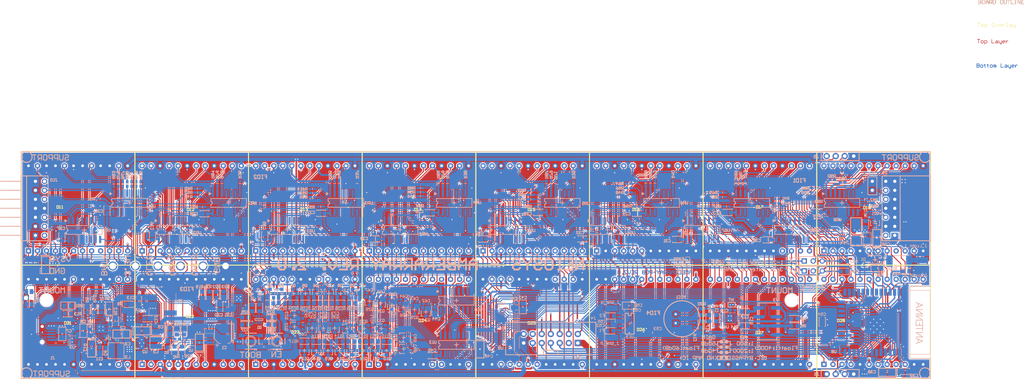
<source format=kicad_pcb>
(kicad_pcb (version 20240928) (generator "gerbview") (generator_version "9.0")
  (layers (0 F.Cu signal) (2 B.Cu signal) (1 F.Mask user) (3 B.Mask user) (5 F.SilkS user) (7 B.SilkS user) (13 F.Paste user) (15 B.Paste user) (25 Edge.Cuts user))
  (gr_line (start 224 -32) (end 256 -32) (layer F.SilkS) (stroke (width 0.254)))
  (gr_line (start 256 0) (end 256 -32) (layer F.SilkS) (stroke (width 0.254)))
  (gr_line (start 224 0) (end 224 -32) (layer F.SilkS) (stroke (width 0.254)))
  (gr_line (start 224 0) (end 256 0) (layer F.SilkS) (stroke (width 0.254)))
  (gr_line (start 192 0) (end 224 0) (layer F.SilkS) (stroke (width 0.254)))
  (gr_line (start 192 0) (end 192 -32) (layer F.SilkS) (stroke (width 0.254)))
  (gr_line (start 224 0) (end 224 -32) (layer F.SilkS) (stroke (width 0.254)))
  (gr_line (start 192 -32) (end 224 -32) (layer F.SilkS) (stroke (width 0.254)))
  (gr_line (start 160 -32) (end 192 -32) (layer F.SilkS) (stroke (width 0.254)))
  (gr_line (start 192 0) (end 192 -32) (layer F.SilkS) (stroke (width 0.254)))
  (gr_line (start 160 0) (end 160 -32) (layer F.SilkS) (stroke (width 0.254)))
  (gr_line (start 160 0) (end 192 0) (layer F.SilkS) (stroke (width 0.254)))
  (gr_line (start 128 0) (end 160 0) (layer F.SilkS) (stroke (width 0.254)))
  (gr_line (start 128 0) (end 128 -32) (layer F.SilkS) (stroke (width 0.254)))
  (gr_line (start 160 0) (end 160 -32) (layer F.SilkS) (stroke (width 0.254)))
  (gr_line (start 128 -32) (end 160 -32) (layer F.SilkS) (stroke (width 0.254)))
  (gr_line (start 96 -32) (end 128 -32) (layer F.SilkS) (stroke (width 0.254)))
  (gr_line (start 128 0) (end 128 -32) (layer F.SilkS) (stroke (width 0.254)))
  (gr_line (start 96 0) (end 96 -32) (layer F.SilkS) (stroke (width 0.254)))
  (gr_line (start 96 0) (end 128 0) (layer F.SilkS) (stroke (width 0.254)))
  (gr_line (start 64 0) (end 96 0) (layer F.SilkS) (stroke (width 0.254)))
  (gr_line (start 64 0) (end 64 -32) (layer F.SilkS) (stroke (width 0.254)))
  (gr_line (start 96 0) (end 96 -32) (layer F.SilkS) (stroke (width 0.254)))
  (gr_line (start 64 -32) (end 96 -32) (layer F.SilkS) (stroke (width 0.254)))
  (gr_line (start 32 -32) (end 64 -32) (layer F.SilkS) (stroke (width 0.254)))
  (gr_line (start 64 0) (end 64 -32) (layer F.SilkS) (stroke (width 0.254)))
  (gr_line (start 32 0) (end 32 -32) (layer F.SilkS) (stroke (width 0.254)))
  (gr_line (start 32 0) (end 64 0) (layer F.SilkS) (stroke (width 0.254)))
  (gr_line (start 0 0) (end 32 0) (layer F.SilkS) (stroke (width 0.254)))
  (gr_line (start 0 0) (end 0 -32) (layer F.SilkS) (stroke (width 0.254)))
  (gr_line (start 32 0) (end 32 -32) (layer F.SilkS) (stroke (width 0.254)))
  (gr_line (start 0 -32) (end 32 -32) (layer F.SilkS) (stroke (width 0.254)))
  (gr_line (start 224 -64) (end 256 -64) (layer F.SilkS) (stroke (width 0.254)))
  (gr_line (start 256 -32) (end 256 -64) (layer F.SilkS) (stroke (width 0.254)))
  (gr_line (start 224 -32) (end 224 -64) (layer F.SilkS) (stroke (width 0.254)))
  (gr_line (start 224 -32) (end 256 -32) (layer F.SilkS) (stroke (width 0.254)))
  (gr_line (start 192 -32) (end 224 -32) (layer F.SilkS) (stroke (width 0.254)))
  (gr_line (start 192 -32) (end 192 -64) (layer F.SilkS) (stroke (width 0.254)))
  (gr_line (start 224 -32) (end 224 -64) (layer F.SilkS) (stroke (width 0.254)))
  (gr_line (start 192 -64) (end 224 -64) (layer F.SilkS) (stroke (width 0.254)))
  (gr_line (start 160 -64) (end 192 -64) (layer F.SilkS) (stroke (width 0.254)))
  (gr_line (start 192 -32) (end 192 -64) (layer F.SilkS) (stroke (width 0.254)))
  (gr_line (start 160 -32) (end 160 -64) (layer F.SilkS) (stroke (width 0.254)))
  (gr_line (start 160 -32) (end 192 -32) (layer F.SilkS) (stroke (width 0.254)))
  (gr_line (start 128 -32) (end 160 -32) (layer F.SilkS) (stroke (width 0.254)))
  (gr_line (start 128 -32) (end 128 -64) (layer F.SilkS) (stroke (width 0.254)))
  (gr_line (start 160 -32) (end 160 -64) (layer F.SilkS) (stroke (width 0.254)))
  (gr_line (start 128 -64) (end 160 -64) (layer F.SilkS) (stroke (width 0.254)))
  (gr_line (start 96 -64) (end 128 -64) (layer F.SilkS) (stroke (width 0.254)))
  (gr_line (start 128 -32) (end 128 -64) (layer F.SilkS) (stroke (width 0.254)))
  (gr_line (start 96 -32) (end 96 -64) (layer F.SilkS) (stroke (width 0.254)))
  (gr_line (start 96 -32) (end 128 -32) (layer F.SilkS) (stroke (width 0.254)))
  (gr_line (start 64 -32) (end 96 -32) (layer F.SilkS) (stroke (width 0.254)))
  (gr_line (start 64 -32) (end 64 -64) (layer F.SilkS) (stroke (width 0.254)))
  (gr_line (start 96 -32) (end 96 -64) (layer F.SilkS) (stroke (width 0.254)))
  (gr_line (start 64 -64) (end 96 -64) (layer F.SilkS) (stroke (width 0.254)))
  (gr_line (start 32 -64) (end 64 -64) (layer F.SilkS) (stroke (width 0.254)))
  (gr_line (start 64 -32) (end 64 -64) (layer F.SilkS) (stroke (width 0.254)))
  (gr_line (start 32 -32) (end 32 -64) (layer F.SilkS) (stroke (width 0.254)))
  (gr_line (start 32 -32) (end 64 -32) (layer F.SilkS) (stroke (width 0.254)))
  (gr_line (start 0 -32) (end 32 -32) (layer F.SilkS) (stroke (width 0.254)))
  (gr_line (start 0 -32) (end 0 -64) (layer F.SilkS) (stroke (width 0.254)))
  (gr_line (start 32 -32) (end 32 -64) (layer F.SilkS) (stroke (width 0.254)))
  (gr_line (start 0 -64) (end 32 -64) (layer F.SilkS) (stroke (width 0.254)))
  (gr_line (start 0 0) (end 256 0) (layer F.SilkS) (stroke (width 0.152)))
  (gr_line (start 256 0) (end 256 -5.715) (layer F.SilkS) (stroke (width 0.152)))
  (gr_line (start 250.19 -5.715) (end 256 -5.715) (layer F.SilkS) (stroke (width 0.152)))
  (gr_line (start 250.19 -5.715) (end 250.19 -26.035) (layer F.SilkS) (stroke (width 0.152)))
  (gr_line (start 250.19 -26.035) (end 256 -26.035) (layer F.SilkS) (stroke (width 0.152)))
  (gr_line (start 256 -26.035) (end 256 -64) (layer F.SilkS) (stroke (width 0.152)))
  (gr_line (start 0 -64) (end 256 -64) (layer F.SilkS) (stroke (width 0.152)))
  (gr_line (start 0 0) (end 0 -64) (layer F.SilkS) (stroke (width 0.152)))
  (gr_line (start 10.03 -48.762) (end 10.03 -48) (layer F.SilkS) (stroke (width 0.203)))
  (gr_line (start 10.03 -48) (end 10.411 -48) (layer F.SilkS) (stroke (width 0.203)))
  (gr_line (start 10.411 -48) (end 10.538 -48.127) (layer F.SilkS) (stroke (width 0.203)))
  (gr_line (start 10.538 -48.127) (end 10.538 -48.635) (layer F.SilkS) (stroke (width 0.203)))
  (gr_line (start 10.538 -48.635) (end 10.411 -48.762) (layer F.SilkS) (stroke (width 0.203)))
  (gr_line (start 10.411 -48.762) (end 10.03 -48.762) (layer F.SilkS) (stroke (width 0.203)))
  (gr_line (start 10.792 -48) (end 11.046 -48) (layer F.SilkS) (stroke (width 0.203)))
  (gr_line (start 11.046 -48) (end 10.919 -48) (layer F.SilkS) (stroke (width 0.203)))
  (gr_line (start 10.919 -48) (end 10.919 -48.762) (layer F.SilkS) (stroke (width 0.203)))
  (gr_line (start 10.919 -48.762) (end 10.792 -48.635) (layer F.SilkS) (stroke (width 0.203)))
  (gr_line (start 11.427 -48) (end 11.68 -48) (layer F.SilkS) (stroke (width 0.203)))
  (gr_line (start 11.68 -48) (end 11.554 -48) (layer F.SilkS) (stroke (width 0.203)))
  (gr_line (start 11.554 -48) (end 11.554 -48.762) (layer F.SilkS) (stroke (width 0.203)))
  (gr_line (start 11.554 -48.762) (end 11.427 -48.635) (layer F.SilkS) (stroke (width 0.203)))
  (gr_line (start 46.73 -48.062) (end 46.73 -47.3) (layer F.SilkS) (stroke (width 0.203)))
  (gr_line (start 46.73 -47.3) (end 47.111 -47.3) (layer F.SilkS) (stroke (width 0.203)))
  (gr_line (start 47.111 -47.3) (end 47.238 -47.427) (layer F.SilkS) (stroke (width 0.203)))
  (gr_line (start 47.238 -47.427) (end 47.238 -47.935) (layer F.SilkS) (stroke (width 0.203)))
  (gr_line (start 47.238 -47.935) (end 47.111 -48.062) (layer F.SilkS) (stroke (width 0.203)))
  (gr_line (start 47.111 -48.062) (end 46.73 -48.062) (layer F.SilkS) (stroke (width 0.203)))
  (gr_line (start 47.492 -47.3) (end 47.746 -47.3) (layer F.SilkS) (stroke (width 0.203)))
  (gr_line (start 47.746 -47.3) (end 47.619 -47.3) (layer F.SilkS) (stroke (width 0.203)))
  (gr_line (start 47.619 -47.3) (end 47.619 -48.062) (layer F.SilkS) (stroke (width 0.203)))
  (gr_line (start 47.619 -48.062) (end 47.492 -47.935) (layer F.SilkS) (stroke (width 0.203)))
  (gr_line (start 48.634 -47.3) (end 48.127 -47.3) (layer F.SilkS) (stroke (width 0.203)))
  (gr_line (start 48.127 -47.3) (end 48.634 -47.808) (layer F.SilkS) (stroke (width 0.203)))
  (gr_line (start 48.634 -47.808) (end 48.634 -47.935) (layer F.SilkS) (stroke (width 0.203)))
  (gr_line (start 48.634 -47.935) (end 48.507 -48.062) (layer F.SilkS) (stroke (width 0.203)))
  (gr_line (start 48.507 -48.062) (end 48.254 -48.062) (layer F.SilkS) (stroke (width 0.203)))
  (gr_line (start 48.254 -48.062) (end 48.127 -47.935) (layer F.SilkS) (stroke (width 0.203)))
  (gr_line (start 78.73 -48.062) (end 78.73 -47.3) (layer F.SilkS) (stroke (width 0.203)))
  (gr_line (start 78.73 -47.3) (end 79.111 -47.3) (layer F.SilkS) (stroke (width 0.203)))
  (gr_line (start 79.111 -47.3) (end 79.238 -47.427) (layer F.SilkS) (stroke (width 0.203)))
  (gr_line (start 79.238 -47.427) (end 79.238 -47.935) (layer F.SilkS) (stroke (width 0.203)))
  (gr_line (start 79.238 -47.935) (end 79.111 -48.062) (layer F.SilkS) (stroke (width 0.203)))
  (gr_line (start 79.111 -48.062) (end 78.73 -48.062) (layer F.SilkS) (stroke (width 0.203)))
  (gr_line (start 79.492 -47.3) (end 79.746 -47.3) (layer F.SilkS) (stroke (width 0.203)))
  (gr_line (start 79.746 -47.3) (end 79.619 -47.3) (layer F.SilkS) (stroke (width 0.203)))
  (gr_line (start 79.619 -47.3) (end 79.619 -48.062) (layer F.SilkS) (stroke (width 0.203)))
  (gr_line (start 79.619 -48.062) (end 79.492 -47.935) (layer F.SilkS) (stroke (width 0.203)))
  (gr_line (start 80.127 -47.935) (end 80.254 -48.062) (layer F.SilkS) (stroke (width 0.203)))
  (gr_line (start 80.254 -48.062) (end 80.507 -48.062) (layer F.SilkS) (stroke (width 0.203)))
  (gr_line (start 80.507 -48.062) (end 80.634 -47.935) (layer F.SilkS) (stroke (width 0.203)))
  (gr_line (start 80.634 -47.935) (end 80.634 -47.808) (layer F.SilkS) (stroke (width 0.203)))
  (gr_line (start 80.634 -47.808) (end 80.507 -47.681) (layer F.SilkS) (stroke (width 0.203)))
  (gr_line (start 80.507 -47.681) (end 80.38 -47.681) (layer F.SilkS) (stroke (width 0.203)))
  (gr_line (start 80.38 -47.681) (end 80.507 -47.681) (layer F.SilkS) (stroke (width 0.203)))
  (gr_line (start 80.507 -47.681) (end 80.634 -47.554) (layer F.SilkS) (stroke (width 0.203)))
  (gr_line (start 80.634 -47.554) (end 80.634 -47.427) (layer F.SilkS) (stroke (width 0.203)))
  (gr_line (start 80.634 -47.427) (end 80.507 -47.3) (layer F.SilkS) (stroke (width 0.203)))
  (gr_line (start 80.507 -47.3) (end 80.254 -47.3) (layer F.SilkS) (stroke (width 0.203)))
  (gr_line (start 80.254 -47.3) (end 80.127 -47.427) (layer F.SilkS) (stroke (width 0.203)))
  (gr_line (start 110.73 -48.062) (end 110.73 -47.3) (layer F.SilkS) (stroke (width 0.203)))
  (gr_line (start 110.73 -47.3) (end 111.111 -47.3) (layer F.SilkS) (stroke (width 0.203)))
  (gr_line (start 111.111 -47.3) (end 111.238 -47.427) (layer F.SilkS) (stroke (width 0.203)))
  (gr_line (start 111.238 -47.427) (end 111.238 -47.935) (layer F.SilkS) (stroke (width 0.203)))
  (gr_line (start 111.238 -47.935) (end 111.111 -48.062) (layer F.SilkS) (stroke (width 0.203)))
  (gr_line (start 111.111 -48.062) (end 110.73 -48.062) (layer F.SilkS) (stroke (width 0.203)))
  (gr_line (start 111.492 -47.3) (end 111.746 -47.3) (layer F.SilkS) (stroke (width 0.203)))
  (gr_line (start 111.746 -47.3) (end 111.619 -47.3) (layer F.SilkS) (stroke (width 0.203)))
  (gr_line (start 111.619 -47.3) (end 111.619 -48.062) (layer F.SilkS) (stroke (width 0.203)))
  (gr_line (start 111.619 -48.062) (end 111.492 -47.935) (layer F.SilkS) (stroke (width 0.203)))
  (gr_line (start 112.507 -47.3) (end 112.507 -48.062) (layer F.SilkS) (stroke (width 0.203)))
  (gr_line (start 112.507 -48.062) (end 112.127 -47.681) (layer F.SilkS) (stroke (width 0.203)))
  (gr_line (start 112.127 -47.681) (end 112.634 -47.681) (layer F.SilkS) (stroke (width 0.203)))
  (gr_line (start 142.73 -48.062) (end 142.73 -47.3) (layer F.SilkS) (stroke (width 0.203)))
  (gr_line (start 142.73 -47.3) (end 143.111 -47.3) (layer F.SilkS) (stroke (width 0.203)))
  (gr_line (start 143.111 -47.3) (end 143.238 -47.427) (layer F.SilkS) (stroke (width 0.203)))
  (gr_line (start 143.238 -47.427) (end 143.238 -47.935) (layer F.SilkS) (stroke (width 0.203)))
  (gr_line (start 143.238 -47.935) (end 143.111 -48.062) (layer F.SilkS) (stroke (width 0.203)))
  (gr_line (start 143.111 -48.062) (end 142.73 -48.062) (layer F.SilkS) (stroke (width 0.203)))
  (gr_line (start 143.492 -47.3) (end 143.746 -47.3) (layer F.SilkS) (stroke (width 0.203)))
  (gr_line (start 143.746 -47.3) (end 143.619 -47.3) (layer F.SilkS) (stroke (width 0.203)))
  (gr_line (start 143.619 -47.3) (end 143.619 -48.062) (layer F.SilkS) (stroke (width 0.203)))
  (gr_line (start 143.619 -48.062) (end 143.492 -47.935) (layer F.SilkS) (stroke (width 0.203)))
  (gr_line (start 144.634 -48.062) (end 144.127 -48.062) (layer F.SilkS) (stroke (width 0.203)))
  (gr_line (start 144.127 -48.062) (end 144.127 -47.681) (layer F.SilkS) (stroke (width 0.203)))
  (gr_line (start 144.127 -47.681) (end 144.38 -47.808) (layer F.SilkS) (stroke (width 0.203)))
  (gr_line (start 144.38 -47.808) (end 144.507 -47.808) (layer F.SilkS) (stroke (width 0.203)))
  (gr_line (start 144.507 -47.808) (end 144.634 -47.681) (layer F.SilkS) (stroke (width 0.203)))
  (gr_line (start 144.634 -47.681) (end 144.634 -47.427) (layer F.SilkS) (stroke (width 0.203)))
  (gr_line (start 144.634 -47.427) (end 144.507 -47.3) (layer F.SilkS) (stroke (width 0.203)))
  (gr_line (start 144.507 -47.3) (end 144.254 -47.3) (layer F.SilkS) (stroke (width 0.203)))
  (gr_line (start 144.254 -47.3) (end 144.127 -47.427) (layer F.SilkS) (stroke (width 0.203)))
  (gr_line (start 172.19 -48.062) (end 172.19 -47.3) (layer F.SilkS) (stroke (width 0.203)))
  (gr_line (start 172.19 -47.3) (end 172.571 -47.3) (layer F.SilkS) (stroke (width 0.203)))
  (gr_line (start 172.571 -47.3) (end 172.698 -47.427) (layer F.SilkS) (stroke (width 0.203)))
  (gr_line (start 172.698 -47.427) (end 172.698 -47.935) (layer F.SilkS) (stroke (width 0.203)))
  (gr_line (start 172.698 -47.935) (end 172.571 -48.062) (layer F.SilkS) (stroke (width 0.203)))
  (gr_line (start 172.571 -48.062) (end 172.19 -48.062) (layer F.SilkS) (stroke (width 0.203)))
  (gr_line (start 172.952 -47.3) (end 173.206 -47.3) (layer F.SilkS) (stroke (width 0.203)))
  (gr_line (start 173.206 -47.3) (end 173.079 -47.3) (layer F.SilkS) (stroke (width 0.203)))
  (gr_line (start 173.079 -47.3) (end 173.079 -48.062) (layer F.SilkS) (stroke (width 0.203)))
  (gr_line (start 173.079 -48.062) (end 172.952 -47.935) (layer F.SilkS) (stroke (width 0.203)))
  (gr_line (start 174.094 -48.062) (end 173.84 -47.935) (layer F.SilkS) (stroke (width 0.203)))
  (gr_line (start 173.84 -47.935) (end 173.587 -47.681) (layer F.SilkS) (stroke (width 0.203)))
  (gr_line (start 173.587 -47.681) (end 173.587 -47.427) (layer F.SilkS) (stroke (width 0.203)))
  (gr_line (start 173.587 -47.427) (end 173.714 -47.3) (layer F.SilkS) (stroke (width 0.203)))
  (gr_line (start 173.714 -47.3) (end 173.967 -47.3) (layer F.SilkS) (stroke (width 0.203)))
  (gr_line (start 173.967 -47.3) (end 174.094 -47.427) (layer F.SilkS) (stroke (width 0.203)))
  (gr_line (start 174.094 -47.427) (end 174.094 -47.554) (layer F.SilkS) (stroke (width 0.203)))
  (gr_line (start 174.094 -47.554) (end 173.967 -47.681) (layer F.SilkS) (stroke (width 0.203)))
  (gr_line (start 173.967 -47.681) (end 173.587 -47.681) (layer F.SilkS) (stroke (width 0.203)))
  (gr_line (start 206.97 -48.762) (end 206.97 -48) (layer F.SilkS) (stroke (width 0.203)))
  (gr_line (start 206.97 -48) (end 207.351 -48) (layer F.SilkS) (stroke (width 0.203)))
  (gr_line (start 207.351 -48) (end 207.478 -48.127) (layer F.SilkS) (stroke (width 0.203)))
  (gr_line (start 207.478 -48.127) (end 207.478 -48.635) (layer F.SilkS) (stroke (width 0.203)))
  (gr_line (start 207.478 -48.635) (end 207.351 -48.762) (layer F.SilkS) (stroke (width 0.203)))
  (gr_line (start 207.351 -48.762) (end 206.97 -48.762) (layer F.SilkS) (stroke (width 0.203)))
  (gr_line (start 207.732 -48) (end 207.986 -48) (layer F.SilkS) (stroke (width 0.203)))
  (gr_line (start 207.986 -48) (end 207.859 -48) (layer F.SilkS) (stroke (width 0.203)))
  (gr_line (start 207.859 -48) (end 207.859 -48.762) (layer F.SilkS) (stroke (width 0.203)))
  (gr_line (start 207.859 -48.762) (end 207.732 -48.635) (layer F.SilkS) (stroke (width 0.203)))
  (gr_line (start 208.367 -48.762) (end 208.874 -48.762) (layer F.SilkS) (stroke (width 0.203)))
  (gr_line (start 208.874 -48.762) (end 208.874 -48.635) (layer F.SilkS) (stroke (width 0.203)))
  (gr_line (start 208.874 -48.635) (end 208.367 -48.127) (layer F.SilkS) (stroke (width 0.203)))
  (gr_line (start 208.367 -48.127) (end 208.367 -48) (layer F.SilkS) (stroke (width 0.203)))
  (gr_line (start 237.2 -48.562) (end 237.2 -47.8) (layer F.SilkS) (stroke (width 0.203)))
  (gr_line (start 237.2 -47.8) (end 237.581 -47.8) (layer F.SilkS) (stroke (width 0.203)))
  (gr_line (start 237.581 -47.8) (end 237.708 -47.927) (layer F.SilkS) (stroke (width 0.203)))
  (gr_line (start 237.708 -47.927) (end 237.708 -48.435) (layer F.SilkS) (stroke (width 0.203)))
  (gr_line (start 237.708 -48.435) (end 237.581 -48.562) (layer F.SilkS) (stroke (width 0.203)))
  (gr_line (start 237.581 -48.562) (end 237.2 -48.562) (layer F.SilkS) (stroke (width 0.203)))
  (gr_line (start 237.962 -47.8) (end 238.216 -47.8) (layer F.SilkS) (stroke (width 0.203)))
  (gr_line (start 238.216 -47.8) (end 238.089 -47.8) (layer F.SilkS) (stroke (width 0.203)))
  (gr_line (start 238.089 -47.8) (end 238.089 -48.562) (layer F.SilkS) (stroke (width 0.203)))
  (gr_line (start 238.089 -48.562) (end 237.962 -48.435) (layer F.SilkS) (stroke (width 0.203)))
  (gr_line (start 238.597 -48.435) (end 238.724 -48.562) (layer F.SilkS) (stroke (width 0.203)))
  (gr_line (start 238.724 -48.562) (end 238.977 -48.562) (layer F.SilkS) (stroke (width 0.203)))
  (gr_line (start 238.977 -48.562) (end 239.104 -48.435) (layer F.SilkS) (stroke (width 0.203)))
  (gr_line (start 239.104 -48.435) (end 239.104 -48.308) (layer F.SilkS) (stroke (width 0.203)))
  (gr_line (start 239.104 -48.308) (end 238.977 -48.181) (layer F.SilkS) (stroke (width 0.203)))
  (gr_line (start 238.977 -48.181) (end 239.104 -48.054) (layer F.SilkS) (stroke (width 0.203)))
  (gr_line (start 239.104 -48.054) (end 239.104 -47.927) (layer F.SilkS) (stroke (width 0.203)))
  (gr_line (start 239.104 -47.927) (end 238.977 -47.8) (layer F.SilkS) (stroke (width 0.203)))
  (gr_line (start 238.977 -47.8) (end 238.724 -47.8) (layer F.SilkS) (stroke (width 0.203)))
  (gr_line (start 238.724 -47.8) (end 238.597 -47.927) (layer F.SilkS) (stroke (width 0.203)))
  (gr_line (start 238.597 -47.927) (end 238.597 -48.054) (layer F.SilkS) (stroke (width 0.203)))
  (gr_line (start 238.597 -48.054) (end 238.724 -48.181) (layer F.SilkS) (stroke (width 0.203)))
  (gr_line (start 238.724 -48.181) (end 238.597 -48.308) (layer F.SilkS) (stroke (width 0.203)))
  (gr_line (start 238.597 -48.308) (end 238.597 -48.435) (layer F.SilkS) (stroke (width 0.203)))
  (gr_line (start 238.724 -48.181) (end 238.977 -48.181) (layer F.SilkS) (stroke (width 0.203)))
  (gr_line (start 12.19 -16.062) (end 12.19 -15.3) (layer F.SilkS) (stroke (width 0.203)))
  (gr_line (start 12.19 -15.3) (end 12.571 -15.3) (layer F.SilkS) (stroke (width 0.203)))
  (gr_line (start 12.571 -15.3) (end 12.698 -15.427) (layer F.SilkS) (stroke (width 0.203)))
  (gr_line (start 12.698 -15.427) (end 12.698 -15.935) (layer F.SilkS) (stroke (width 0.203)))
  (gr_line (start 12.698 -15.935) (end 12.571 -16.062) (layer F.SilkS) (stroke (width 0.203)))
  (gr_line (start 12.571 -16.062) (end 12.19 -16.062) (layer F.SilkS) (stroke (width 0.203)))
  (gr_line (start 13.46 -15.3) (end 12.952 -15.3) (layer F.SilkS) (stroke (width 0.203)))
  (gr_line (start 12.952 -15.3) (end 13.46 -15.808) (layer F.SilkS) (stroke (width 0.203)))
  (gr_line (start 13.46 -15.808) (end 13.46 -15.935) (layer F.SilkS) (stroke (width 0.203)))
  (gr_line (start 13.46 -15.935) (end 13.333 -16.062) (layer F.SilkS) (stroke (width 0.203)))
  (gr_line (start 13.333 -16.062) (end 13.079 -16.062) (layer F.SilkS) (stroke (width 0.203)))
  (gr_line (start 13.079 -16.062) (end 12.952 -15.935) (layer F.SilkS) (stroke (width 0.203)))
  (gr_line (start 13.714 -15.3) (end 13.967 -15.3) (layer F.SilkS) (stroke (width 0.203)))
  (gr_line (start 13.967 -15.3) (end 13.84 -15.3) (layer F.SilkS) (stroke (width 0.203)))
  (gr_line (start 13.84 -15.3) (end 13.84 -16.062) (layer F.SilkS) (stroke (width 0.203)))
  (gr_line (start 13.84 -16.062) (end 13.714 -15.935) (layer F.SilkS) (stroke (width 0.203)))
  (gr_line (start 46.482 -17.907) (end 46.482 -17.145) (layer F.SilkS) (stroke (width 0.203)))
  (gr_line (start 46.482 -17.145) (end 46.863 -17.145) (layer F.SilkS) (stroke (width 0.203)))
  (gr_line (start 46.863 -17.145) (end 46.99 -17.272) (layer F.SilkS) (stroke (width 0.203)))
  (gr_line (start 46.99 -17.272) (end 46.99 -17.78) (layer F.SilkS) (stroke (width 0.203)))
  (gr_line (start 46.99 -17.78) (end 46.863 -17.907) (layer F.SilkS) (stroke (width 0.203)))
  (gr_line (start 46.863 -17.907) (end 46.482 -17.907) (layer F.SilkS) (stroke (width 0.203)))
  (gr_line (start 47.752 -17.145) (end 47.244 -17.145) (layer F.SilkS) (stroke (width 0.203)))
  (gr_line (start 47.244 -17.145) (end 47.752 -17.653) (layer F.SilkS) (stroke (width 0.203)))
  (gr_line (start 47.752 -17.653) (end 47.752 -17.78) (layer F.SilkS) (stroke (width 0.203)))
  (gr_line (start 47.752 -17.78) (end 47.625 -17.907) (layer F.SilkS) (stroke (width 0.203)))
  (gr_line (start 47.625 -17.907) (end 47.371 -17.907) (layer F.SilkS) (stroke (width 0.203)))
  (gr_line (start 47.371 -17.907) (end 47.244 -17.78) (layer F.SilkS) (stroke (width 0.203)))
  (gr_line (start 48.513 -17.145) (end 48.006 -17.145) (layer F.SilkS) (stroke (width 0.203)))
  (gr_line (start 48.006 -17.145) (end 48.513 -17.653) (layer F.SilkS) (stroke (width 0.203)))
  (gr_line (start 48.513 -17.653) (end 48.513 -17.78) (layer F.SilkS) (stroke (width 0.203)))
  (gr_line (start 48.513 -17.78) (end 48.386 -17.907) (layer F.SilkS) (stroke (width 0.203)))
  (gr_line (start 48.386 -17.907) (end 48.132 -17.907) (layer F.SilkS) (stroke (width 0.203)))
  (gr_line (start 48.132 -17.907) (end 48.006 -17.78) (layer F.SilkS) (stroke (width 0.203)))
  (gr_line (start 76.19 -13.522) (end 76.19 -12.76) (layer F.SilkS) (stroke (width 0.203)))
  (gr_line (start 76.19 -12.76) (end 76.571 -12.76) (layer F.SilkS) (stroke (width 0.203)))
  (gr_line (start 76.571 -12.76) (end 76.698 -12.887) (layer F.SilkS) (stroke (width 0.203)))
  (gr_line (start 76.698 -12.887) (end 76.698 -13.395) (layer F.SilkS) (stroke (width 0.203)))
  (gr_line (start 76.698 -13.395) (end 76.571 -13.522) (layer F.SilkS) (stroke (width 0.203)))
  (gr_line (start 76.571 -13.522) (end 76.19 -13.522) (layer F.SilkS) (stroke (width 0.203)))
  (gr_line (start 77.46 -12.76) (end 76.952 -12.76) (layer F.SilkS) (stroke (width 0.203)))
  (gr_line (start 76.952 -12.76) (end 77.46 -13.268) (layer F.SilkS) (stroke (width 0.203)))
  (gr_line (start 77.46 -13.268) (end 77.46 -13.395) (layer F.SilkS) (stroke (width 0.203)))
  (gr_line (start 77.46 -13.395) (end 77.333 -13.522) (layer F.SilkS) (stroke (width 0.203)))
  (gr_line (start 77.333 -13.522) (end 77.079 -13.522) (layer F.SilkS) (stroke (width 0.203)))
  (gr_line (start 77.079 -13.522) (end 76.952 -13.395) (layer F.SilkS) (stroke (width 0.203)))
  (gr_line (start 77.714 -13.395) (end 77.84 -13.522) (layer F.SilkS) (stroke (width 0.203)))
  (gr_line (start 77.84 -13.522) (end 78.094 -13.522) (layer F.SilkS) (stroke (width 0.203)))
  (gr_line (start 78.094 -13.522) (end 78.221 -13.395) (layer F.SilkS) (stroke (width 0.203)))
  (gr_line (start 78.221 -13.395) (end 78.221 -13.268) (layer F.SilkS) (stroke (width 0.203)))
  (gr_line (start 78.221 -13.268) (end 78.094 -13.141) (layer F.SilkS) (stroke (width 0.203)))
  (gr_line (start 78.094 -13.141) (end 77.967 -13.141) (layer F.SilkS) (stroke (width 0.203)))
  (gr_line (start 77.967 -13.141) (end 78.094 -13.141) (layer F.SilkS) (stroke (width 0.203)))
  (gr_line (start 78.094 -13.141) (end 78.221 -13.014) (layer F.SilkS) (stroke (width 0.203)))
  (gr_line (start 78.221 -13.014) (end 78.221 -12.887) (layer F.SilkS) (stroke (width 0.203)))
  (gr_line (start 78.221 -12.887) (end 78.094 -12.76) (layer F.SilkS) (stroke (width 0.203)))
  (gr_line (start 78.094 -12.76) (end 77.84 -12.76) (layer F.SilkS) (stroke (width 0.203)))
  (gr_line (start 77.84 -12.76) (end 77.714 -12.887) (layer F.SilkS) (stroke (width 0.203)))
  (gr_line (start 112 -16.762) (end 112 -16) (layer F.SilkS) (stroke (width 0.203)))
  (gr_line (start 112 -16) (end 112.381 -16) (layer F.SilkS) (stroke (width 0.203)))
  (gr_line (start 112.381 -16) (end 112.508 -16.127) (layer F.SilkS) (stroke (width 0.203)))
  (gr_line (start 112.508 -16.127) (end 112.508 -16.635) (layer F.SilkS) (stroke (width 0.203)))
  (gr_line (start 112.508 -16.635) (end 112.381 -16.762) (layer F.SilkS) (stroke (width 0.203)))
  (gr_line (start 112.381 -16.762) (end 112 -16.762) (layer F.SilkS) (stroke (width 0.203)))
  (gr_line (start 113.27 -16) (end 112.762 -16) (layer F.SilkS) (stroke (width 0.203)))
  (gr_line (start 112.762 -16) (end 113.27 -16.508) (layer F.SilkS) (stroke (width 0.203)))
  (gr_line (start 113.27 -16.508) (end 113.27 -16.635) (layer F.SilkS) (stroke (width 0.203)))
  (gr_line (start 113.27 -16.635) (end 113.143 -16.762) (layer F.SilkS) (stroke (width 0.203)))
  (gr_line (start 113.143 -16.762) (end 112.889 -16.762) (layer F.SilkS) (stroke (width 0.203)))
  (gr_line (start 112.889 -16.762) (end 112.762 -16.635) (layer F.SilkS) (stroke (width 0.203)))
  (gr_line (start 113.904 -16) (end 113.904 -16.762) (layer F.SilkS) (stroke (width 0.203)))
  (gr_line (start 113.904 -16.762) (end 113.524 -16.381) (layer F.SilkS) (stroke (width 0.203)))
  (gr_line (start 113.524 -16.381) (end 114.031 -16.381) (layer F.SilkS) (stroke (width 0.203)))
  (gr_line (start 142.73 -16.062) (end 142.73 -15.3) (layer F.SilkS) (stroke (width 0.203)))
  (gr_line (start 142.73 -15.3) (end 143.111 -15.3) (layer F.SilkS) (stroke (width 0.203)))
  (gr_line (start 143.111 -15.3) (end 143.238 -15.427) (layer F.SilkS) (stroke (width 0.203)))
  (gr_line (start 143.238 -15.427) (end 143.238 -15.935) (layer F.SilkS) (stroke (width 0.203)))
  (gr_line (start 143.238 -15.935) (end 143.111 -16.062) (layer F.SilkS) (stroke (width 0.203)))
  (gr_line (start 143.111 -16.062) (end 142.73 -16.062) (layer F.SilkS) (stroke (width 0.203)))
  (gr_line (start 144 -15.3) (end 143.492 -15.3) (layer F.SilkS) (stroke (width 0.203)))
  (gr_line (start 143.492 -15.3) (end 144 -15.808) (layer F.SilkS) (stroke (width 0.203)))
  (gr_line (start 144 -15.808) (end 144 -15.935) (layer F.SilkS) (stroke (width 0.203)))
  (gr_line (start 144 -15.935) (end 143.873 -16.062) (layer F.SilkS) (stroke (width 0.203)))
  (gr_line (start 143.873 -16.062) (end 143.619 -16.062) (layer F.SilkS) (stroke (width 0.203)))
  (gr_line (start 143.619 -16.062) (end 143.492 -15.935) (layer F.SilkS) (stroke (width 0.203)))
  (gr_line (start 144.761 -16.062) (end 144.254 -16.062) (layer F.SilkS) (stroke (width 0.203)))
  (gr_line (start 144.254 -16.062) (end 144.254 -15.681) (layer F.SilkS) (stroke (width 0.203)))
  (gr_line (start 144.254 -15.681) (end 144.507 -15.808) (layer F.SilkS) (stroke (width 0.203)))
  (gr_line (start 144.507 -15.808) (end 144.634 -15.808) (layer F.SilkS) (stroke (width 0.203)))
  (gr_line (start 144.634 -15.808) (end 144.761 -15.681) (layer F.SilkS) (stroke (width 0.203)))
  (gr_line (start 144.761 -15.681) (end 144.761 -15.427) (layer F.SilkS) (stroke (width 0.203)))
  (gr_line (start 144.761 -15.427) (end 144.634 -15.3) (layer F.SilkS) (stroke (width 0.203)))
  (gr_line (start 144.634 -15.3) (end 144.38 -15.3) (layer F.SilkS) (stroke (width 0.203)))
  (gr_line (start 144.38 -15.3) (end 144.254 -15.427) (layer F.SilkS) (stroke (width 0.203)))
  (gr_line (start 173.46 -14.222) (end 173.46 -13.46) (layer F.SilkS) (stroke (width 0.203)))
  (gr_line (start 173.46 -13.46) (end 173.841 -13.46) (layer F.SilkS) (stroke (width 0.203)))
  (gr_line (start 173.841 -13.46) (end 173.968 -13.587) (layer F.SilkS) (stroke (width 0.203)))
  (gr_line (start 173.968 -13.587) (end 173.968 -14.095) (layer F.SilkS) (stroke (width 0.203)))
  (gr_line (start 173.968 -14.095) (end 173.841 -14.222) (layer F.SilkS) (stroke (width 0.203)))
  (gr_line (start 173.841 -14.222) (end 173.46 -14.222) (layer F.SilkS) (stroke (width 0.203)))
  (gr_line (start 174.73 -13.46) (end 174.222 -13.46) (layer F.SilkS) (stroke (width 0.203)))
  (gr_line (start 174.222 -13.46) (end 174.73 -13.968) (layer F.SilkS) (stroke (width 0.203)))
  (gr_line (start 174.73 -13.968) (end 174.73 -14.095) (layer F.SilkS) (stroke (width 0.203)))
  (gr_line (start 174.73 -14.095) (end 174.603 -14.222) (layer F.SilkS) (stroke (width 0.203)))
  (gr_line (start 174.603 -14.222) (end 174.349 -14.222) (layer F.SilkS) (stroke (width 0.203)))
  (gr_line (start 174.349 -14.222) (end 174.222 -14.095) (layer F.SilkS) (stroke (width 0.203)))
  (gr_line (start 175.491 -14.222) (end 175.237 -14.095) (layer F.SilkS) (stroke (width 0.203)))
  (gr_line (start 175.237 -14.095) (end 174.984 -13.841) (layer F.SilkS) (stroke (width 0.203)))
  (gr_line (start 174.984 -13.841) (end 174.984 -13.587) (layer F.SilkS) (stroke (width 0.203)))
  (gr_line (start 174.984 -13.587) (end 175.11 -13.46) (layer F.SilkS) (stroke (width 0.203)))
  (gr_line (start 175.11 -13.46) (end 175.364 -13.46) (layer F.SilkS) (stroke (width 0.203)))
  (gr_line (start 175.364 -13.46) (end 175.491 -13.587) (layer F.SilkS) (stroke (width 0.203)))
  (gr_line (start 175.491 -13.587) (end 175.491 -13.714) (layer F.SilkS) (stroke (width 0.203)))
  (gr_line (start 175.491 -13.714) (end 175.364 -13.841) (layer F.SilkS) (stroke (width 0.203)))
  (gr_line (start 175.364 -13.841) (end 174.984 -13.841) (layer F.SilkS) (stroke (width 0.203)))
  (gr_line (start 206.883 -13.335) (end 206.883 -12.573) (layer F.SilkS) (stroke (width 0.203)))
  (gr_line (start 206.883 -12.573) (end 207.264 -12.573) (layer F.SilkS) (stroke (width 0.203)))
  (gr_line (start 207.264 -12.573) (end 207.391 -12.7) (layer F.SilkS) (stroke (width 0.203)))
  (gr_line (start 207.391 -12.7) (end 207.391 -13.208) (layer F.SilkS) (stroke (width 0.203)))
  (gr_line (start 207.391 -13.208) (end 207.264 -13.335) (layer F.SilkS) (stroke (width 0.203)))
  (gr_line (start 207.264 -13.335) (end 206.883 -13.335) (layer F.SilkS) (stroke (width 0.203)))
  (gr_line (start 208.153 -12.573) (end 207.645 -12.573) (layer F.SilkS) (stroke (width 0.203)))
  (gr_line (start 207.645 -12.573) (end 208.153 -13.081) (layer F.SilkS) (stroke (width 0.203)))
  (gr_line (start 208.153 -13.081) (end 208.153 -13.208) (layer F.SilkS) (stroke (width 0.203)))
  (gr_line (start 208.153 -13.208) (end 208.026 -13.335) (layer F.SilkS) (stroke (width 0.203)))
  (gr_line (start 208.026 -13.335) (end 207.772 -13.335) (layer F.SilkS) (stroke (width 0.203)))
  (gr_line (start 207.772 -13.335) (end 207.645 -13.208) (layer F.SilkS) (stroke (width 0.203)))
  (gr_line (start 208.407 -13.335) (end 208.914 -13.335) (layer F.SilkS) (stroke (width 0.203)))
  (gr_line (start 208.914 -13.335) (end 208.914 -13.208) (layer F.SilkS) (stroke (width 0.203)))
  (gr_line (start 208.914 -13.208) (end 208.407 -12.7) (layer F.SilkS) (stroke (width 0.203)))
  (gr_line (start 208.407 -12.7) (end 208.407 -12.573) (layer F.SilkS) (stroke (width 0.203)))
  (gr_line (start 229.84 -16.762) (end 229.84 -16) (layer F.SilkS) (stroke (width 0.203)))
  (gr_line (start 229.84 -16) (end 230.221 -16) (layer F.SilkS) (stroke (width 0.203)))
  (gr_line (start 230.221 -16) (end 230.348 -16.127) (layer F.SilkS) (stroke (width 0.203)))
  (gr_line (start 230.348 -16.127) (end 230.348 -16.635) (layer F.SilkS) (stroke (width 0.203)))
  (gr_line (start 230.348 -16.635) (end 230.221 -16.762) (layer F.SilkS) (stroke (width 0.203)))
  (gr_line (start 230.221 -16.762) (end 229.84 -16.762) (layer F.SilkS) (stroke (width 0.203)))
  (gr_line (start 231.11 -16) (end 230.602 -16) (layer F.SilkS) (stroke (width 0.203)))
  (gr_line (start 230.602 -16) (end 231.11 -16.508) (layer F.SilkS) (stroke (width 0.203)))
  (gr_line (start 231.11 -16.508) (end 231.11 -16.635) (layer F.SilkS) (stroke (width 0.203)))
  (gr_line (start 231.11 -16.635) (end 230.983 -16.762) (layer F.SilkS) (stroke (width 0.203)))
  (gr_line (start 230.983 -16.762) (end 230.729 -16.762) (layer F.SilkS) (stroke (width 0.203)))
  (gr_line (start 230.729 -16.762) (end 230.602 -16.635) (layer F.SilkS) (stroke (width 0.203)))
  (gr_line (start 231.364 -16.635) (end 231.49 -16.762) (layer F.SilkS) (stroke (width 0.203)))
  (gr_line (start 231.49 -16.762) (end 231.744 -16.762) (layer F.SilkS) (stroke (width 0.203)))
  (gr_line (start 231.744 -16.762) (end 231.871 -16.635) (layer F.SilkS) (stroke (width 0.203)))
  (gr_line (start 231.871 -16.635) (end 231.871 -16.508) (layer F.SilkS) (stroke (width 0.203)))
  (gr_line (start 231.871 -16.508) (end 231.744 -16.381) (layer F.SilkS) (stroke (width 0.203)))
  (gr_line (start 231.744 -16.381) (end 231.871 -16.254) (layer F.SilkS) (stroke (width 0.203)))
  (gr_line (start 231.871 -16.254) (end 231.871 -16.127) (layer F.SilkS) (stroke (width 0.203)))
  (gr_line (start 231.871 -16.127) (end 231.744 -16) (layer F.SilkS) (stroke (width 0.203)))
  (gr_line (start 231.744 -16) (end 231.49 -16) (layer F.SilkS) (stroke (width 0.203)))
  (gr_line (start 231.49 -16) (end 231.364 -16.127) (layer F.SilkS) (stroke (width 0.203)))
  (gr_line (start 231.364 -16.127) (end 231.364 -16.254) (layer F.SilkS) (stroke (width 0.203)))
  (gr_line (start 231.364 -16.254) (end 231.49 -16.381) (layer F.SilkS) (stroke (width 0.203)))
  (gr_line (start 231.49 -16.381) (end 231.364 -16.508) (layer F.SilkS) (stroke (width 0.203)))
  (gr_line (start 231.364 -16.508) (end 231.364 -16.635) (layer F.SilkS) (stroke (width 0.203)))
  (gr_line (start 231.49 -16.381) (end 231.744 -16.381) (layer F.SilkS) (stroke (width 0.203)))
  (gr_line (start 269.288 -100.262) (end 269.965 -100.262) (layer F.SilkS) (stroke (width 0.127)))
  (gr_line (start 269.965 -100.262) (end 269.626 -100.262) (layer F.SilkS) (stroke (width 0.127)))
  (gr_line (start 269.626 -100.262) (end 269.626 -99.246) (layer F.SilkS) (stroke (width 0.127)))
  (gr_line (start 270.473 -99.246) (end 270.811 -99.246) (layer F.SilkS) (stroke (width 0.127)))
  (gr_line (start 270.811 -99.246) (end 270.98 -99.415) (layer F.SilkS) (stroke (width 0.127)))
  (gr_line (start 270.98 -99.415) (end 270.98 -99.754) (layer F.SilkS) (stroke (width 0.127)))
  (gr_line (start 270.98 -99.754) (end 270.811 -99.923) (layer F.SilkS) (stroke (width 0.127)))
  (gr_line (start 270.811 -99.923) (end 270.473 -99.923) (layer F.SilkS) (stroke (width 0.127)))
  (gr_line (start 270.473 -99.923) (end 270.303 -99.754) (layer F.SilkS) (stroke (width 0.127)))
  (gr_line (start 270.303 -99.754) (end 270.303 -99.415) (layer F.SilkS) (stroke (width 0.127)))
  (gr_line (start 270.303 -99.415) (end 270.473 -99.246) (layer F.SilkS) (stroke (width 0.127)))
  (gr_line (start 271.319 -98.908) (end 271.319 -99.923) (layer F.SilkS) (stroke (width 0.127)))
  (gr_line (start 271.319 -99.923) (end 271.827 -99.923) (layer F.SilkS) (stroke (width 0.127)))
  (gr_line (start 271.827 -99.923) (end 271.996 -99.754) (layer F.SilkS) (stroke (width 0.127)))
  (gr_line (start 271.996 -99.754) (end 271.996 -99.415) (layer F.SilkS) (stroke (width 0.127)))
  (gr_line (start 271.996 -99.415) (end 271.827 -99.246) (layer F.SilkS) (stroke (width 0.127)))
  (gr_line (start 271.827 -99.246) (end 271.319 -99.246) (layer F.SilkS) (stroke (width 0.127)))
  (gr_line (start 273.858 -100.262) (end 273.52 -100.262) (layer F.SilkS) (stroke (width 0.127)))
  (gr_line (start 273.52 -100.262) (end 273.35 -100.093) (layer F.SilkS) (stroke (width 0.127)))
  (gr_line (start 273.35 -100.093) (end 273.35 -99.415) (layer F.SilkS) (stroke (width 0.127)))
  (gr_line (start 273.35 -99.415) (end 273.52 -99.246) (layer F.SilkS) (stroke (width 0.127)))
  (gr_line (start 273.52 -99.246) (end 273.858 -99.246) (layer F.SilkS) (stroke (width 0.127)))
  (gr_line (start 273.858 -99.246) (end 274.027 -99.415) (layer F.SilkS) (stroke (width 0.127)))
  (gr_line (start 274.027 -99.415) (end 274.027 -100.093) (layer F.SilkS) (stroke (width 0.127)))
  (gr_line (start 274.027 -100.093) (end 273.858 -100.262) (layer F.SilkS) (stroke (width 0.127)))
  (gr_line (start 274.366 -99.923) (end 274.705 -99.246) (layer F.SilkS) (stroke (width 0.127)))
  (gr_line (start 274.705 -99.246) (end 275.043 -99.923) (layer F.SilkS) (stroke (width 0.127)))
  (gr_line (start 275.89 -99.246) (end 275.551 -99.246) (layer F.SilkS) (stroke (width 0.127)))
  (gr_line (start 275.551 -99.246) (end 275.382 -99.415) (layer F.SilkS) (stroke (width 0.127)))
  (gr_line (start 275.382 -99.415) (end 275.382 -99.754) (layer F.SilkS) (stroke (width 0.127)))
  (gr_line (start 275.382 -99.754) (end 275.551 -99.923) (layer F.SilkS) (stroke (width 0.127)))
  (gr_line (start 275.551 -99.923) (end 275.89 -99.923) (layer F.SilkS) (stroke (width 0.127)))
  (gr_line (start 275.89 -99.923) (end 276.059 -99.754) (layer F.SilkS) (stroke (width 0.127)))
  (gr_line (start 276.059 -99.754) (end 276.059 -99.585) (layer F.SilkS) (stroke (width 0.127)))
  (gr_line (start 276.059 -99.585) (end 275.382 -99.585) (layer F.SilkS) (stroke (width 0.127)))
  (gr_line (start 276.397 -99.923) (end 276.397 -99.246) (layer F.SilkS) (stroke (width 0.127)))
  (gr_line (start 276.397 -99.246) (end 276.397 -99.585) (layer F.SilkS) (stroke (width 0.127)))
  (gr_line (start 276.397 -99.585) (end 276.567 -99.754) (layer F.SilkS) (stroke (width 0.127)))
  (gr_line (start 276.567 -99.754) (end 276.736 -99.923) (layer F.SilkS) (stroke (width 0.127)))
  (gr_line (start 276.736 -99.923) (end 276.905 -99.923) (layer F.SilkS) (stroke (width 0.127)))
  (gr_line (start 277.413 -99.246) (end 277.752 -99.246) (layer F.SilkS) (stroke (width 0.127)))
  (gr_line (start 277.752 -99.246) (end 277.582 -99.246) (layer F.SilkS) (stroke (width 0.127)))
  (gr_line (start 277.582 -99.246) (end 277.582 -100.262) (layer F.SilkS) (stroke (width 0.127)))
  (gr_line (start 277.582 -100.262) (end 277.413 -100.262) (layer F.SilkS) (stroke (width 0.127)))
  (gr_line (start 278.429 -99.923) (end 278.767 -99.923) (layer F.SilkS) (stroke (width 0.127)))
  (gr_line (start 278.767 -99.923) (end 278.937 -99.754) (layer F.SilkS) (stroke (width 0.127)))
  (gr_line (start 278.937 -99.754) (end 278.937 -99.246) (layer F.SilkS) (stroke (width 0.127)))
  (gr_line (start 278.937 -99.246) (end 278.429 -99.246) (layer F.SilkS) (stroke (width 0.127)))
  (gr_line (start 278.429 -99.246) (end 278.259 -99.415) (layer F.SilkS) (stroke (width 0.127)))
  (gr_line (start 278.259 -99.415) (end 278.429 -99.585) (layer F.SilkS) (stroke (width 0.127)))
  (gr_line (start 278.429 -99.585) (end 278.937 -99.585) (layer F.SilkS) (stroke (width 0.127)))
  (gr_line (start 279.275 -99.923) (end 279.275 -99.415) (layer F.SilkS) (stroke (width 0.127)))
  (gr_line (start 279.275 -99.415) (end 279.444 -99.246) (layer F.SilkS) (stroke (width 0.127)))
  (gr_line (start 279.444 -99.246) (end 279.952 -99.246) (layer F.SilkS) (stroke (width 0.127)))
  (gr_line (start 279.952 -99.246) (end 279.952 -99.077) (layer F.SilkS) (stroke (width 0.127)))
  (gr_line (start 279.952 -99.077) (end 279.783 -98.908) (layer F.SilkS) (stroke (width 0.127)))
  (gr_line (start 279.783 -98.908) (end 279.614 -98.908) (layer F.SilkS) (stroke (width 0.127)))
  (gr_line (start 279.952 -99.246) (end 279.952 -99.923) (layer F.SilkS) (stroke (width 0.127)))
  (gr_line (start 269.606 -106.68) (end 269.606 -105.664) (layer F.SilkS) (stroke (width 0.127)))
  (gr_line (start 269.606 -105.664) (end 270.114 -105.664) (layer F.SilkS) (stroke (width 0.127)))
  (gr_line (start 270.114 -105.664) (end 270.283 -105.833) (layer F.SilkS) (stroke (width 0.127)))
  (gr_line (start 270.283 -105.833) (end 270.283 -106.003) (layer F.SilkS) (stroke (width 0.127)))
  (gr_line (start 270.283 -106.003) (end 270.114 -106.172) (layer F.SilkS) (stroke (width 0.127)))
  (gr_line (start 270.114 -106.172) (end 269.606 -106.172) (layer F.SilkS) (stroke (width 0.127)))
  (gr_line (start 269.606 -106.172) (end 270.114 -106.172) (layer F.SilkS) (stroke (width 0.127)))
  (gr_line (start 270.114 -106.172) (end 270.283 -106.341) (layer F.SilkS) (stroke (width 0.127)))
  (gr_line (start 270.283 -106.341) (end 270.283 -106.51) (layer F.SilkS) (stroke (width 0.127)))
  (gr_line (start 270.283 -106.51) (end 270.114 -106.68) (layer F.SilkS) (stroke (width 0.127)))
  (gr_line (start 270.114 -106.68) (end 269.606 -106.68) (layer F.SilkS) (stroke (width 0.127)))
  (gr_line (start 271.13 -106.68) (end 270.791 -106.68) (layer F.SilkS) (stroke (width 0.127)))
  (gr_line (start 270.791 -106.68) (end 270.622 -106.51) (layer F.SilkS) (stroke (width 0.127)))
  (gr_line (start 270.622 -106.51) (end 270.622 -105.833) (layer F.SilkS) (stroke (width 0.127)))
  (gr_line (start 270.622 -105.833) (end 270.791 -105.664) (layer F.SilkS) (stroke (width 0.127)))
  (gr_line (start 270.791 -105.664) (end 271.13 -105.664) (layer F.SilkS) (stroke (width 0.127)))
  (gr_line (start 271.13 -105.664) (end 271.299 -105.833) (layer F.SilkS) (stroke (width 0.127)))
  (gr_line (start 271.299 -105.833) (end 271.299 -106.51) (layer F.SilkS) (stroke (width 0.127)))
  (gr_line (start 271.299 -106.51) (end 271.13 -106.68) (layer F.SilkS) (stroke (width 0.127)))
  (gr_line (start 271.638 -105.664) (end 271.638 -106.341) (layer F.SilkS) (stroke (width 0.127)))
  (gr_line (start 271.638 -106.341) (end 271.976 -106.68) (layer F.SilkS) (stroke (width 0.127)))
  (gr_line (start 271.976 -106.68) (end 272.315 -106.341) (layer F.SilkS) (stroke (width 0.127)))
  (gr_line (start 272.315 -106.341) (end 272.315 -105.664) (layer F.SilkS) (stroke (width 0.127)))
  (gr_line (start 272.315 -105.664) (end 272.315 -106.172) (layer F.SilkS) (stroke (width 0.127)))
  (gr_line (start 272.315 -106.172) (end 271.638 -106.172) (layer F.SilkS) (stroke (width 0.127)))
  (gr_line (start 272.653 -105.664) (end 272.653 -106.68) (layer F.SilkS) (stroke (width 0.127)))
  (gr_line (start 272.653 -106.68) (end 273.161 -106.68) (layer F.SilkS) (stroke (width 0.127)))
  (gr_line (start 273.161 -106.68) (end 273.33 -106.51) (layer F.SilkS) (stroke (width 0.127)))
  (gr_line (start 273.33 -106.51) (end 273.33 -106.172) (layer F.SilkS) (stroke (width 0.127)))
  (gr_line (start 273.33 -106.172) (end 273.161 -106.003) (layer F.SilkS) (stroke (width 0.127)))
  (gr_line (start 273.161 -106.003) (end 272.653 -106.003) (layer F.SilkS) (stroke (width 0.127)))
  (gr_line (start 272.992 -106.003) (end 273.33 -105.664) (layer F.SilkS) (stroke (width 0.127)))
  (gr_line (start 273.669 -106.68) (end 273.669 -105.664) (layer F.SilkS) (stroke (width 0.127)))
  (gr_line (start 273.669 -105.664) (end 274.177 -105.664) (layer F.SilkS) (stroke (width 0.127)))
  (gr_line (start 274.177 -105.664) (end 274.346 -105.833) (layer F.SilkS) (stroke (width 0.127)))
  (gr_line (start 274.346 -105.833) (end 274.346 -106.51) (layer F.SilkS) (stroke (width 0.127)))
  (gr_line (start 274.346 -106.51) (end 274.177 -106.68) (layer F.SilkS) (stroke (width 0.127)))
  (gr_line (start 274.177 -106.68) (end 273.669 -106.68) (layer F.SilkS) (stroke (width 0.127)))
  (gr_line (start 276.208 -106.68) (end 275.87 -106.68) (layer F.SilkS) (stroke (width 0.127)))
  (gr_line (start 275.87 -106.68) (end 275.7 -106.51) (layer F.SilkS) (stroke (width 0.127)))
  (gr_line (start 275.7 -106.51) (end 275.7 -105.833) (layer F.SilkS) (stroke (width 0.127)))
  (gr_line (start 275.7 -105.833) (end 275.87 -105.664) (layer F.SilkS) (stroke (width 0.127)))
  (gr_line (start 275.87 -105.664) (end 276.208 -105.664) (layer F.SilkS) (stroke (width 0.127)))
  (gr_line (start 276.208 -105.664) (end 276.377 -105.833) (layer F.SilkS) (stroke (width 0.127)))
  (gr_line (start 276.377 -105.833) (end 276.377 -106.51) (layer F.SilkS) (stroke (width 0.127)))
  (gr_line (start 276.377 -106.51) (end 276.208 -106.68) (layer F.SilkS) (stroke (width 0.127)))
  (gr_line (start 276.716 -106.68) (end 276.716 -105.833) (layer F.SilkS) (stroke (width 0.127)))
  (gr_line (start 276.716 -105.833) (end 276.885 -105.664) (layer F.SilkS) (stroke (width 0.127)))
  (gr_line (start 276.885 -105.664) (end 277.224 -105.664) (layer F.SilkS) (stroke (width 0.127)))
  (gr_line (start 277.224 -105.664) (end 277.393 -105.833) (layer F.SilkS) (stroke (width 0.127)))
  (gr_line (start 277.393 -105.833) (end 277.393 -106.68) (layer F.SilkS) (stroke (width 0.127)))
  (gr_line (start 277.732 -106.68) (end 278.409 -106.68) (layer F.SilkS) (stroke (width 0.127)))
  (gr_line (start 278.409 -106.68) (end 278.07 -106.68) (layer F.SilkS) (stroke (width 0.127)))
  (gr_line (start 278.07 -106.68) (end 278.07 -105.664) (layer F.SilkS) (stroke (width 0.127)))
  (gr_line (start 278.747 -106.68) (end 278.747 -105.664) (layer F.SilkS) (stroke (width 0.127)))
  (gr_line (start 278.747 -105.664) (end 279.424 -105.664) (layer F.SilkS) (stroke (width 0.127)))
  (gr_line (start 279.763 -106.68) (end 280.101 -106.68) (layer F.SilkS) (stroke (width 0.127)))
  (gr_line (start 280.101 -106.68) (end 279.932 -106.68) (layer F.SilkS) (stroke (width 0.127)))
  (gr_line (start 279.932 -106.68) (end 279.932 -105.664) (layer F.SilkS) (stroke (width 0.127)))
  (gr_line (start 279.932 -105.664) (end 279.763 -105.664) (layer F.SilkS) (stroke (width 0.127)))
  (gr_line (start 279.763 -105.664) (end 280.101 -105.664) (layer F.SilkS) (stroke (width 0.127)))
  (gr_line (start 280.609 -105.664) (end 280.609 -106.68) (layer F.SilkS) (stroke (width 0.127)))
  (gr_line (start 280.609 -106.68) (end 281.286 -105.664) (layer F.SilkS) (stroke (width 0.127)))
  (gr_line (start 281.286 -105.664) (end 281.286 -106.68) (layer F.SilkS) (stroke (width 0.127)))
  (gr_line (start 282.302 -106.68) (end 281.625 -106.68) (layer F.SilkS) (stroke (width 0.127)))
  (gr_line (start 281.625 -106.68) (end 281.625 -105.664) (layer F.SilkS) (stroke (width 0.127)))
  (gr_line (start 281.625 -105.664) (end 282.302 -105.664) (layer F.SilkS) (stroke (width 0.127)))
  (gr_line (start 281.625 -106.172) (end 281.964 -106.172) (layer F.SilkS) (stroke (width 0.127)))
  (gr_line (start 256 -1.524) (end 255.979 -1.775) (layer B.SilkS) (stroke (width 0.254)))
  (gr_line (start 255.979 -1.775) (end 255.917 -2.019) (layer B.SilkS) (stroke (width 0.254)))
  (gr_line (start 255.917 -2.019) (end 255.816 -2.249) (layer B.SilkS) (stroke (width 0.254)))
  (gr_line (start 255.816 -2.249) (end 255.679 -2.46) (layer B.SilkS) (stroke (width 0.254)))
  (gr_line (start 255.679 -2.46) (end 255.508 -2.645) (layer B.SilkS) (stroke (width 0.254)))
  (gr_line (start 255.508 -2.645) (end 255.31 -2.8) (layer B.SilkS) (stroke (width 0.254)))
  (gr_line (start 255.31 -2.8) (end 255.088 -2.92) (layer B.SilkS) (stroke (width 0.254)))
  (gr_line (start 255.088 -2.92) (end 254.85 -3.001) (layer B.SilkS) (stroke (width 0.254)))
  (gr_line (start 254.85 -3.001) (end 254.602 -3.043) (layer B.SilkS) (stroke (width 0.254)))
  (gr_line (start 254.602 -3.043) (end 254.35 -3.043) (layer B.SilkS) (stroke (width 0.254)))
  (gr_line (start 254.35 -3.043) (end 254.102 -3.001) (layer B.SilkS) (stroke (width 0.254)))
  (gr_line (start 254.102 -3.001) (end 253.864 -2.92) (layer B.SilkS) (stroke (width 0.254)))
  (gr_line (start 253.864 -2.92) (end 253.642 -2.8) (layer B.SilkS) (stroke (width 0.254)))
  (gr_line (start 253.642 -2.8) (end 253.444 -2.645) (layer B.SilkS) (stroke (width 0.254)))
  (gr_line (start 253.444 -2.645) (end 253.273 -2.46) (layer B.SilkS) (stroke (width 0.254)))
  (gr_line (start 253.273 -2.46) (end 253.136 -2.249) (layer B.SilkS) (stroke (width 0.254)))
  (gr_line (start 253.136 -2.249) (end 253.035 -2.019) (layer B.SilkS) (stroke (width 0.254)))
  (gr_line (start 253.035 -2.019) (end 252.973 -1.775) (layer B.SilkS) (stroke (width 0.254)))
  (gr_line (start 252.973 -1.775) (end 252.952 -1.524) (layer B.SilkS) (stroke (width 0.254)))
  (gr_line (start 252.952 -1.524) (end 252.973 -1.273) (layer B.SilkS) (stroke (width 0.254)))
  (gr_line (start 252.973 -1.273) (end 253.035 -1.029) (layer B.SilkS) (stroke (width 0.254)))
  (gr_line (start 253.035 -1.029) (end 253.136 -0.799) (layer B.SilkS) (stroke (width 0.254)))
  (gr_line (start 253.136 -0.799) (end 253.273 -0.588) (layer B.SilkS) (stroke (width 0.254)))
  (gr_line (start 253.273 -0.588) (end 253.444 -0.403) (layer B.SilkS) (stroke (width 0.254)))
  (gr_line (start 253.444 -0.403) (end 253.642 -0.248) (layer B.SilkS) (stroke (width 0.254)))
  (gr_line (start 253.642 -0.248) (end 253.864 -0.128) (layer B.SilkS) (stroke (width 0.254)))
  (gr_line (start 253.864 -0.128) (end 254.102 -0.047) (layer B.SilkS) (stroke (width 0.254)))
  (gr_line (start 254.102 -0.047) (end 254.35 -0.005) (layer B.SilkS) (stroke (width 0.254)))
  (gr_line (start 254.35 -0.005) (end 254.602 -0.005) (layer B.SilkS) (stroke (width 0.254)))
  (gr_line (start 254.602 -0.005) (end 254.85 -0.047) (layer B.SilkS) (stroke (width 0.254)))
  (gr_line (start 254.85 -0.047) (end 255.088 -0.128) (layer B.SilkS) (stroke (width 0.254)))
  (gr_line (start 255.088 -0.128) (end 255.31 -0.248) (layer B.SilkS) (stroke (width 0.254)))
  (gr_line (start 255.31 -0.248) (end 255.508 -0.403) (layer B.SilkS) (stroke (width 0.254)))
  (gr_line (start 255.508 -0.403) (end 255.679 -0.588) (layer B.SilkS) (stroke (width 0.254)))
  (gr_line (start 255.679 -0.588) (end 255.816 -0.799) (layer B.SilkS) (stroke (width 0.254)))
  (gr_line (start 255.816 -0.799) (end 255.917 -1.029) (layer B.SilkS) (stroke (width 0.254)))
  (gr_line (start 255.917 -1.029) (end 255.979 -1.273) (layer B.SilkS) (stroke (width 0.254)))
  (gr_line (start 255.979 -1.273) (end 256 -1.524) (layer B.SilkS) (stroke (width 0.254)))
  (gr_line (start 256 -62.476) (end 255.979 -62.727) (layer B.SilkS) (stroke (width 0.254)))
  (gr_line (start 255.979 -62.727) (end 255.917 -62.971) (layer B.SilkS) (stroke (width 0.254)))
  (gr_line (start 255.917 -62.971) (end 255.816 -63.201) (layer B.SilkS) (stroke (width 0.254)))
  (gr_line (start 255.816 -63.201) (end 255.679 -63.412) (layer B.SilkS) (stroke (width 0.254)))
  (gr_line (start 255.679 -63.412) (end 255.508 -63.597) (layer B.SilkS) (stroke (width 0.254)))
  (gr_line (start 255.508 -63.597) (end 255.31 -63.752) (layer B.SilkS) (stroke (width 0.254)))
  (gr_line (start 255.31 -63.752) (end 255.088 -63.872) (layer B.SilkS) (stroke (width 0.254)))
  (gr_line (start 255.088 -63.872) (end 254.85 -63.953) (layer B.SilkS) (stroke (width 0.254)))
  (gr_line (start 254.85 -63.953) (end 254.602 -63.995) (layer B.SilkS) (stroke (width 0.254)))
  (gr_line (start 254.602 -63.995) (end 254.35 -63.995) (layer B.SilkS) (stroke (width 0.254)))
  (gr_line (start 254.35 -63.995) (end 254.102 -63.953) (layer B.SilkS) (stroke (width 0.254)))
  (gr_line (start 254.102 -63.953) (end 253.864 -63.872) (layer B.SilkS) (stroke (width 0.254)))
  (gr_line (start 253.864 -63.872) (end 253.642 -63.752) (layer B.SilkS) (stroke (width 0.254)))
  (gr_line (start 253.642 -63.752) (end 253.444 -63.597) (layer B.SilkS) (stroke (width 0.254)))
  (gr_line (start 253.444 -63.597) (end 253.273 -63.412) (layer B.SilkS) (stroke (width 0.254)))
  (gr_line (start 253.273 -63.412) (end 253.136 -63.201) (layer B.SilkS) (stroke (width 0.254)))
  (gr_line (start 253.136 -63.201) (end 253.035 -62.971) (layer B.SilkS) (stroke (width 0.254)))
  (gr_line (start 253.035 -62.971) (end 252.973 -62.727) (layer B.SilkS) (stroke (width 0.254)))
  (gr_line (start 252.973 -62.727) (end 252.952 -62.476) (layer B.SilkS) (stroke (width 0.254)))
  (gr_line (start 252.952 -62.476) (end 252.973 -62.225) (layer B.SilkS) (stroke (width 0.254)))
  (gr_line (start 252.973 -62.225) (end 253.035 -61.981) (layer B.SilkS) (stroke (width 0.254)))
  (gr_line (start 253.035 -61.981) (end 253.136 -61.751) (layer B.SilkS) (stroke (width 0.254)))
  (gr_line (start 253.136 -61.751) (end 253.273 -61.54) (layer B.SilkS) (stroke (width 0.254)))
  (gr_line (start 253.273 -61.54) (end 253.444 -61.355) (layer B.SilkS) (stroke (width 0.254)))
  (gr_line (start 253.444 -61.355) (end 253.642 -61.2) (layer B.SilkS) (stroke (width 0.254)))
  (gr_line (start 253.642 -61.2) (end 253.864 -61.08) (layer B.SilkS) (stroke (width 0.254)))
  (gr_line (start 253.864 -61.08) (end 254.102 -60.999) (layer B.SilkS) (stroke (width 0.254)))
  (gr_line (start 254.102 -60.999) (end 254.35 -60.957) (layer B.SilkS) (stroke (width 0.254)))
  (gr_line (start 254.35 -60.957) (end 254.602 -60.957) (layer B.SilkS) (stroke (width 0.254)))
  (gr_line (start 254.602 -60.957) (end 254.85 -60.999) (layer B.SilkS) (stroke (width 0.254)))
  (gr_line (start 254.85 -60.999) (end 255.088 -61.08) (layer B.SilkS) (stroke (width 0.254)))
  (gr_line (start 255.088 -61.08) (end 255.31 -61.2) (layer B.SilkS) (stroke (width 0.254)))
  (gr_line (start 255.31 -61.2) (end 255.508 -61.355) (layer B.SilkS) (stroke (width 0.254)))
  (gr_line (start 255.508 -61.355) (end 255.679 -61.54) (layer B.SilkS) (stroke (width 0.254)))
  (gr_line (start 255.679 -61.54) (end 255.816 -61.751) (layer B.SilkS) (stroke (width 0.254)))
  (gr_line (start 255.816 -61.751) (end 255.917 -61.981) (layer B.SilkS) (stroke (width 0.254)))
  (gr_line (start 255.917 -61.981) (end 255.979 -62.225) (layer B.SilkS) (stroke (width 0.254)))
  (gr_line (start 255.979 -62.225) (end 256 -62.476) (layer B.SilkS) (stroke (width 0.254)))
  (gr_line (start 3.048 -62.476) (end 3.027 -62.727) (layer B.SilkS) (stroke (width 0.254)))
  (gr_line (start 3.027 -62.727) (end 2.965 -62.971) (layer B.SilkS) (stroke (width 0.254)))
  (gr_line (start 2.965 -62.971) (end 2.864 -63.201) (layer B.SilkS) (stroke (width 0.254)))
  (gr_line (start 2.864 -63.201) (end 2.727 -63.412) (layer B.SilkS) (stroke (width 0.254)))
  (gr_line (start 2.727 -63.412) (end 2.556 -63.597) (layer B.SilkS) (stroke (width 0.254)))
  (gr_line (start 2.556 -63.597) (end 2.358 -63.752) (layer B.SilkS) (stroke (width 0.254)))
  (gr_line (start 2.358 -63.752) (end 2.136 -63.872) (layer B.SilkS) (stroke (width 0.254)))
  (gr_line (start 2.136 -63.872) (end 1.898 -63.953) (layer B.SilkS) (stroke (width 0.254)))
  (gr_line (start 1.898 -63.953) (end 1.65 -63.995) (layer B.SilkS) (stroke (width 0.254)))
  (gr_line (start 1.65 -63.995) (end 1.398 -63.995) (layer B.SilkS) (stroke (width 0.254)))
  (gr_line (start 1.398 -63.995) (end 1.15 -63.953) (layer B.SilkS) (stroke (width 0.254)))
  (gr_line (start 1.15 -63.953) (end 0.912 -63.872) (layer B.SilkS) (stroke (width 0.254)))
  (gr_line (start 0.912 -63.872) (end 0.69 -63.752) (layer B.SilkS) (stroke (width 0.254)))
  (gr_line (start 0.69 -63.752) (end 0.492 -63.597) (layer B.SilkS) (stroke (width 0.254)))
  (gr_line (start 0.492 -63.597) (end 0.321 -63.412) (layer B.SilkS) (stroke (width 0.254)))
  (gr_line (start 0.321 -63.412) (end 0.184 -63.201) (layer B.SilkS) (stroke (width 0.254)))
  (gr_line (start 0.184 -63.201) (end 0.083 -62.971) (layer B.SilkS) (stroke (width 0.254)))
  (gr_line (start 0.083 -62.971) (end 0.021 -62.727) (layer B.SilkS) (stroke (width 0.254)))
  (gr_line (start 0.021 -62.727) (end 0 -62.476) (layer B.SilkS) (stroke (width 0.254)))
  (gr_line (start 0 -62.476) (end 0.021 -62.225) (layer B.SilkS) (stroke (width 0.254)))
  (gr_line (start 0.021 -62.225) (end 0.083 -61.981) (layer B.SilkS) (stroke (width 0.254)))
  (gr_line (start 0.083 -61.981) (end 0.184 -61.751) (layer B.SilkS) (stroke (width 0.254)))
  (gr_line (start 0.184 -61.751) (end 0.321 -61.54) (layer B.SilkS) (stroke (width 0.254)))
  (gr_line (start 0.321 -61.54) (end 0.492 -61.355) (layer B.SilkS) (stroke (width 0.254)))
  (gr_line (start 0.492 -61.355) (end 0.69 -61.2) (layer B.SilkS) (stroke (width 0.254)))
  (gr_line (start 0.69 -61.2) (end 0.912 -61.08) (layer B.SilkS) (stroke (width 0.254)))
  (gr_line (start 0.912 -61.08) (end 1.15 -60.999) (layer B.SilkS) (stroke (width 0.254)))
  (gr_line (start 1.15 -60.999) (end 1.398 -60.957) (layer B.SilkS) (stroke (width 0.254)))
  (gr_line (start 1.398 -60.957) (end 1.65 -60.957) (layer B.SilkS) (stroke (width 0.254)))
  (gr_line (start 1.65 -60.957) (end 1.898 -60.999) (layer B.SilkS) (stroke (width 0.254)))
  (gr_line (start 1.898 -60.999) (end 2.136 -61.08) (layer B.SilkS) (stroke (width 0.254)))
  (gr_line (start 2.136 -61.08) (end 2.358 -61.2) (layer B.SilkS) (stroke (width 0.254)))
  (gr_line (start 2.358 -61.2) (end 2.556 -61.355) (layer B.SilkS) (stroke (width 0.254)))
  (gr_line (start 2.556 -61.355) (end 2.727 -61.54) (layer B.SilkS) (stroke (width 0.254)))
  (gr_line (start 2.727 -61.54) (end 2.864 -61.751) (layer B.SilkS) (stroke (width 0.254)))
  (gr_line (start 2.864 -61.751) (end 2.965 -61.981) (layer B.SilkS) (stroke (width 0.254)))
  (gr_line (start 2.965 -61.981) (end 3.027 -62.225) (layer B.SilkS) (stroke (width 0.254)))
  (gr_line (start 3.027 -62.225) (end 3.048 -62.476) (layer B.SilkS) (stroke (width 0.254)))
  (gr_line (start 3.048 -1.524) (end 3.027 -1.775) (layer B.SilkS) (stroke (width 0.254)))
  (gr_line (start 3.027 -1.775) (end 2.965 -2.019) (layer B.SilkS) (stroke (width 0.254)))
  (gr_line (start 2.965 -2.019) (end 2.864 -2.249) (layer B.SilkS) (stroke (width 0.254)))
  (gr_line (start 2.864 -2.249) (end 2.727 -2.46) (layer B.SilkS) (stroke (width 0.254)))
  (gr_line (start 2.727 -2.46) (end 2.556 -2.645) (layer B.SilkS) (stroke (width 0.254)))
  (gr_line (start 2.556 -2.645) (end 2.358 -2.8) (layer B.SilkS) (stroke (width 0.254)))
  (gr_line (start 2.358 -2.8) (end 2.136 -2.92) (layer B.SilkS) (stroke (width 0.254)))
  (gr_line (start 2.136 -2.92) (end 1.898 -3.001) (layer B.SilkS) (stroke (width 0.254)))
  (gr_line (start 1.898 -3.001) (end 1.65 -3.043) (layer B.SilkS) (stroke (width 0.254)))
  (gr_line (start 1.65 -3.043) (end 1.398 -3.043) (layer B.SilkS) (stroke (width 0.254)))
  (gr_line (start 1.398 -3.043) (end 1.15 -3.001) (layer B.SilkS) (stroke (width 0.254)))
  (gr_line (start 1.15 -3.001) (end 0.912 -2.92) (layer B.SilkS) (stroke (width 0.254)))
  (gr_line (start 0.912 -2.92) (end 0.69 -2.8) (layer B.SilkS) (stroke (width 0.254)))
  (gr_line (start 0.69 -2.8) (end 0.492 -2.645) (layer B.SilkS) (stroke (width 0.254)))
  (gr_line (start 0.492 -2.645) (end 0.321 -2.46) (layer B.SilkS) (stroke (width 0.254)))
  (gr_line (start 0.321 -2.46) (end 0.184 -2.249) (layer B.SilkS) (stroke (width 0.254)))
  (gr_line (start 0.184 -2.249) (end 0.083 -2.019) (layer B.SilkS) (stroke (width 0.254)))
  (gr_line (start 0.083 -2.019) (end 0.021 -1.775) (layer B.SilkS) (stroke (width 0.254)))
  (gr_line (start 0.021 -1.775) (end 0 -1.524) (layer B.SilkS) (stroke (width 0.254)))
  (gr_line (start 0 -1.524) (end 0.021 -1.273) (layer B.SilkS) (stroke (width 0.254)))
  (gr_line (start 0.021 -1.273) (end 0.083 -1.029) (layer B.SilkS) (stroke (width 0.254)))
  (gr_line (start 0.083 -1.029) (end 0.184 -0.799) (layer B.SilkS) (stroke (width 0.254)))
  (gr_line (start 0.184 -0.799) (end 0.321 -0.588) (layer B.SilkS) (stroke (width 0.254)))
  (gr_line (start 0.321 -0.588) (end 0.492 -0.403) (layer B.SilkS) (stroke (width 0.254)))
  (gr_line (start 0.492 -0.403) (end 0.69 -0.248) (layer B.SilkS) (stroke (width 0.254)))
  (gr_line (start 0.69 -0.248) (end 0.912 -0.128) (layer B.SilkS) (stroke (width 0.254)))
  (gr_line (start 0.912 -0.128) (end 1.15 -0.047) (layer B.SilkS) (stroke (width 0.254)))
  (gr_line (start 1.15 -0.047) (end 1.398 -0.005) (layer B.SilkS) (stroke (width 0.254)))
  (gr_line (start 1.398 -0.005) (end 1.65 -0.005) (layer B.SilkS) (stroke (width 0.254)))
  (gr_line (start 1.65 -0.005) (end 1.898 -0.047) (layer B.SilkS) (stroke (width 0.254)))
  (gr_line (start 1.898 -0.047) (end 2.136 -0.128) (layer B.SilkS) (stroke (width 0.254)))
  (gr_line (start 2.136 -0.128) (end 2.358 -0.248) (layer B.SilkS) (stroke (width 0.254)))
  (gr_line (start 2.358 -0.248) (end 2.556 -0.403) (layer B.SilkS) (stroke (width 0.254)))
  (gr_line (start 2.556 -0.403) (end 2.727 -0.588) (layer B.SilkS) (stroke (width 0.254)))
  (gr_line (start 2.727 -0.588) (end 2.864 -0.799) (layer B.SilkS) (stroke (width 0.254)))
  (gr_line (start 2.864 -0.799) (end 2.965 -1.029) (layer B.SilkS) (stroke (width 0.254)))
  (gr_line (start 2.965 -1.029) (end 3.027 -1.273) (layer B.SilkS) (stroke (width 0.254)))
  (gr_line (start 3.027 -1.273) (end 3.048 -1.524) (layer B.SilkS) (stroke (width 0.254)))
  (gr_line (start 191.107 -16.871) (end 191.101 -17.124) (layer B.SilkS) (stroke (width 0.254)))
  (gr_line (start 191.101 -17.124) (end 191.082 -17.377) (layer B.SilkS) (stroke (width 0.254)))
  (gr_line (start 191.082 -17.377) (end 191.05 -17.628) (layer B.SilkS) (stroke (width 0.254)))
  (gr_line (start 191.05 -17.628) (end 191.006 -17.878) (layer B.SilkS) (stroke (width 0.254)))
  (gr_line (start 191.006 -17.878) (end 190.95 -18.125) (layer B.SilkS) (stroke (width 0.254)))
  (gr_line (start 190.95 -18.125) (end 190.881 -18.368) (layer B.SilkS) (stroke (width 0.254)))
  (gr_line (start 190.881 -18.368) (end 190.801 -18.608) (layer B.SilkS) (stroke (width 0.254)))
  (gr_line (start 190.801 -18.608) (end 190.708 -18.844) (layer B.SilkS) (stroke (width 0.254)))
  (gr_line (start 190.708 -18.844) (end 190.604 -19.075) (layer B.SilkS) (stroke (width 0.254)))
  (gr_line (start 190.604 -19.075) (end 190.488 -19.301) (layer B.SilkS) (stroke (width 0.254)))
  (gr_line (start 190.488 -19.301) (end 190.362 -19.52) (layer B.SilkS) (stroke (width 0.254)))
  (gr_line (start 190.362 -19.52) (end 190.224 -19.733) (layer B.SilkS) (stroke (width 0.254)))
  (gr_line (start 190.224 -19.733) (end 190.076 -19.938) (layer B.SilkS) (stroke (width 0.254)))
  (gr_line (start 190.076 -19.938) (end 189.919 -20.136) (layer B.SilkS) (stroke (width 0.254)))
  (gr_line (start 189.919 -20.136) (end 189.751 -20.326) (layer B.SilkS) (stroke (width 0.254)))
  (gr_line (start 189.751 -20.326) (end 189.574 -20.508) (layer B.SilkS) (stroke (width 0.254)))
  (gr_line (start 189.574 -20.508) (end 189.388 -20.68) (layer B.SilkS) (stroke (width 0.254)))
  (gr_line (start 189.388 -20.68) (end 189.194 -20.843) (layer B.SilkS) (stroke (width 0.254)))
  (gr_line (start 189.194 -20.843) (end 188.992 -20.996) (layer B.SilkS) (stroke (width 0.254)))
  (gr_line (start 188.992 -20.996) (end 188.783 -21.138) (layer B.SilkS) (stroke (width 0.254)))
  (gr_line (start 188.783 -21.138) (end 188.567 -21.27) (layer B.SilkS) (stroke (width 0.254)))
  (gr_line (start 188.567 -21.27) (end 188.345 -21.392) (layer B.SilkS) (stroke (width 0.254)))
  (gr_line (start 188.345 -21.392) (end 188.116 -21.501) (layer B.SilkS) (stroke (width 0.254)))
  (gr_line (start 188.116 -21.501) (end 187.883 -21.6) (layer B.SilkS) (stroke (width 0.254)))
  (gr_line (start 187.883 -21.6) (end 187.645 -21.686) (layer B.SilkS) (stroke (width 0.254)))
  (gr_line (start 187.645 -21.686) (end 187.403 -21.761) (layer B.SilkS) (stroke (width 0.254)))
  (gr_line (start 187.403 -21.761) (end 187.157 -21.824) (layer B.SilkS) (stroke (width 0.254)))
  (gr_line (start 187.157 -21.824) (end 186.909 -21.874) (layer B.SilkS) (stroke (width 0.254)))
  (gr_line (start 186.909 -21.874) (end 186.659 -21.912) (layer B.SilkS) (stroke (width 0.254)))
  (gr_line (start 186.659 -21.912) (end 186.407 -21.937) (layer B.SilkS) (stroke (width 0.254)))
  (gr_line (start 186.407 -21.937) (end 186.154 -21.949) (layer B.SilkS) (stroke (width 0.254)))
  (gr_line (start 186.154 -21.949) (end 185.9 -21.949) (layer B.SilkS) (stroke (width 0.254)))
  (gr_line (start 185.9 -21.949) (end 185.647 -21.937) (layer B.SilkS) (stroke (width 0.254)))
  (gr_line (start 185.647 -21.937) (end 185.395 -21.912) (layer B.SilkS) (stroke (width 0.254)))
  (gr_line (start 185.395 -21.912) (end 185.145 -21.874) (layer B.SilkS) (stroke (width 0.254)))
  (gr_line (start 185.145 -21.874) (end 184.897 -21.824) (layer B.SilkS) (stroke (width 0.254)))
  (gr_line (start 184.897 -21.824) (end 184.651 -21.761) (layer B.SilkS) (stroke (width 0.254)))
  (gr_line (start 184.651 -21.761) (end 184.409 -21.686) (layer B.SilkS) (stroke (width 0.254)))
  (gr_line (start 184.409 -21.686) (end 184.171 -21.6) (layer B.SilkS) (stroke (width 0.254)))
  (gr_line (start 184.171 -21.6) (end 183.938 -21.501) (layer B.SilkS) (stroke (width 0.254)))
  (gr_line (start 183.938 -21.501) (end 183.709 -21.392) (layer B.SilkS) (stroke (width 0.254)))
  (gr_line (start 183.709 -21.392) (end 183.487 -21.27) (layer B.SilkS) (stroke (width 0.254)))
  (gr_line (start 183.487 -21.27) (end 183.271 -21.138) (layer B.SilkS) (stroke (width 0.254)))
  (gr_line (start 183.271 -21.138) (end 183.062 -20.996) (layer B.SilkS) (stroke (width 0.254)))
  (gr_line (start 183.062 -20.996) (end 182.86 -20.843) (layer B.SilkS) (stroke (width 0.254)))
  (gr_line (start 182.86 -20.843) (end 182.666 -20.68) (layer B.SilkS) (stroke (width 0.254)))
  (gr_line (start 182.666 -20.68) (end 182.48 -20.508) (layer B.SilkS) (stroke (width 0.254)))
  (gr_line (start 182.48 -20.508) (end 182.303 -20.326) (layer B.SilkS) (stroke (width 0.254)))
  (gr_line (start 182.303 -20.326) (end 182.135 -20.136) (layer B.SilkS) (stroke (width 0.254)))
  (gr_line (start 182.135 -20.136) (end 181.978 -19.938) (layer B.SilkS) (stroke (width 0.254)))
  (gr_line (start 181.978 -19.938) (end 181.83 -19.733) (layer B.SilkS) (stroke (width 0.254)))
  (gr_line (start 181.83 -19.733) (end 181.692 -19.52) (layer B.SilkS) (stroke (width 0.254)))
  (gr_line (start 181.692 -19.52) (end 181.566 -19.301) (layer B.SilkS) (stroke (width 0.254)))
  (gr_line (start 181.566 -19.301) (end 181.45 -19.075) (layer B.SilkS) (stroke (width 0.254)))
  (gr_line (start 181.45 -19.075) (end 181.346 -18.844) (layer B.SilkS) (stroke (width 0.254)))
  (gr_line (start 181.346 -18.844) (end 181.253 -18.608) (layer B.SilkS) (stroke (width 0.254)))
  (gr_line (start 181.253 -18.608) (end 181.173 -18.368) (layer B.SilkS) (stroke (width 0.254)))
  (gr_line (start 181.173 -18.368) (end 181.104 -18.125) (layer B.SilkS) (stroke (width 0.254)))
  (gr_line (start 181.104 -18.125) (end 181.048 -17.878) (layer B.SilkS) (stroke (width 0.254)))
  (gr_line (start 181.048 -17.878) (end 181.004 -17.628) (layer B.SilkS) (stroke (width 0.254)))
  (gr_line (start 181.004 -17.628) (end 180.972 -17.377) (layer B.SilkS) (stroke (width 0.254)))
  (gr_line (start 180.972 -17.377) (end 180.953 -17.124) (layer B.SilkS) (stroke (width 0.254)))
  (gr_line (start 180.953 -17.124) (end 180.947 -16.871) (layer B.SilkS) (stroke (width 0.254)))
  (gr_line (start 180.947 -16.871) (end 180.953 -16.618) (layer B.SilkS) (stroke (width 0.254)))
  (gr_line (start 180.953 -16.618) (end 180.972 -16.365) (layer B.SilkS) (stroke (width 0.254)))
  (gr_line (start 180.972 -16.365) (end 181.004 -16.114) (layer B.SilkS) (stroke (width 0.254)))
  (gr_line (start 181.004 -16.114) (end 181.048 -15.864) (layer B.SilkS) (stroke (width 0.254)))
  (gr_line (start 181.048 -15.864) (end 181.104 -15.617) (layer B.SilkS) (stroke (width 0.254)))
  (gr_line (start 181.104 -15.617) (end 181.173 -15.374) (layer B.SilkS) (stroke (width 0.254)))
  (gr_line (start 181.173 -15.374) (end 181.253 -15.134) (layer B.SilkS) (stroke (width 0.254)))
  (gr_line (start 181.253 -15.134) (end 181.346 -14.898) (layer B.SilkS) (stroke (width 0.254)))
  (gr_line (start 181.346 -14.898) (end 181.45 -14.667) (layer B.SilkS) (stroke (width 0.254)))
  (gr_line (start 181.45 -14.667) (end 181.566 -14.441) (layer B.SilkS) (stroke (width 0.254)))
  (gr_line (start 181.566 -14.441) (end 181.692 -14.222) (layer B.SilkS) (stroke (width 0.254)))
  (gr_line (start 181.692 -14.222) (end 181.83 -14.009) (layer B.SilkS) (stroke (width 0.254)))
  (gr_line (start 181.83 -14.009) (end 181.978 -13.804) (layer B.SilkS) (stroke (width 0.254)))
  (gr_line (start 181.978 -13.804) (end 182.135 -13.606) (layer B.SilkS) (stroke (width 0.254)))
  (gr_line (start 182.135 -13.606) (end 182.303 -13.416) (layer B.SilkS) (stroke (width 0.254)))
  (gr_line (start 182.303 -13.416) (end 182.48 -13.234) (layer B.SilkS) (stroke (width 0.254)))
  (gr_line (start 182.48 -13.234) (end 182.666 -13.062) (layer B.SilkS) (stroke (width 0.254)))
  (gr_line (start 182.666 -13.062) (end 182.86 -12.899) (layer B.SilkS) (stroke (width 0.254)))
  (gr_line (start 182.86 -12.899) (end 183.062 -12.746) (layer B.SilkS) (stroke (width 0.254)))
  (gr_line (start 183.062 -12.746) (end 183.271 -12.604) (layer B.SilkS) (stroke (width 0.254)))
  (gr_line (start 183.271 -12.604) (end 183.487 -12.472) (layer B.SilkS) (stroke (width 0.254)))
  (gr_line (start 183.487 -12.472) (end 183.709 -12.35) (layer B.SilkS) (stroke (width 0.254)))
  (gr_line (start 183.709 -12.35) (end 183.938 -12.241) (layer B.SilkS) (stroke (width 0.254)))
  (gr_line (start 183.938 -12.241) (end 184.171 -12.142) (layer B.SilkS) (stroke (width 0.254)))
  (gr_line (start 184.171 -12.142) (end 184.409 -12.056) (layer B.SilkS) (stroke (width 0.254)))
  (gr_line (start 184.409 -12.056) (end 184.651 -11.981) (layer B.SilkS) (stroke (width 0.254)))
  (gr_line (start 184.651 -11.981) (end 184.897 -11.918) (layer B.SilkS) (stroke (width 0.254)))
  (gr_line (start 184.897 -11.918) (end 185.145 -11.868) (layer B.SilkS) (stroke (width 0.254)))
  (gr_line (start 185.145 -11.868) (end 185.395 -11.83) (layer B.SilkS) (stroke (width 0.254)))
  (gr_line (start 185.395 -11.83) (end 185.647 -11.805) (layer B.SilkS) (stroke (width 0.254)))
  (gr_line (start 185.647 -11.805) (end 185.9 -11.793) (layer B.SilkS) (stroke (width 0.254)))
  (gr_line (start 185.9 -11.793) (end 186.154 -11.793) (layer B.SilkS) (stroke (width 0.254)))
  (gr_line (start 186.154 -11.793) (end 186.407 -11.805) (layer B.SilkS) (stroke (width 0.254)))
  (gr_line (start 186.407 -11.805) (end 186.659 -11.83) (layer B.SilkS) (stroke (width 0.254)))
  (gr_line (start 186.659 -11.83) (end 186.909 -11.868) (layer B.SilkS) (stroke (width 0.254)))
  (gr_line (start 186.909 -11.868) (end 187.157 -11.918) (layer B.SilkS) (stroke (width 0.254)))
  (gr_line (start 187.157 -11.918) (end 187.403 -11.981) (layer B.SilkS) (stroke (width 0.254)))
  (gr_line (start 187.403 -11.981) (end 187.645 -12.056) (layer B.SilkS) (stroke (width 0.254)))
  (gr_line (start 187.645 -12.056) (end 187.883 -12.142) (layer B.SilkS) (stroke (width 0.254)))
  (gr_line (start 187.883 -12.142) (end 188.116 -12.241) (layer B.SilkS) (stroke (width 0.254)))
  (gr_line (start 188.116 -12.241) (end 188.345 -12.35) (layer B.SilkS) (stroke (width 0.254)))
  (gr_line (start 188.345 -12.35) (end 188.567 -12.472) (layer B.SilkS) (stroke (width 0.254)))
  (gr_line (start 188.567 -12.472) (end 188.783 -12.604) (layer B.SilkS) (stroke (width 0.254)))
  (gr_line (start 188.783 -12.604) (end 188.992 -12.746) (layer B.SilkS) (stroke (width 0.254)))
  (gr_line (start 188.992 -12.746) (end 189.194 -12.899) (layer B.SilkS) (stroke (width 0.254)))
  (gr_line (start 189.194 -12.899) (end 189.388 -13.062) (layer B.SilkS) (stroke (width 0.254)))
  (gr_line (start 189.388 -13.062) (end 189.574 -13.234) (layer B.SilkS) (stroke (width 0.254)))
  (gr_line (start 189.574 -13.234) (end 189.751 -13.416) (layer B.SilkS) (stroke (width 0.254)))
  (gr_line (start 189.751 -13.416) (end 189.919 -13.606) (layer B.SilkS) (stroke (width 0.254)))
  (gr_line (start 189.919 -13.606) (end 190.076 -13.804) (layer B.SilkS) (stroke (width 0.254)))
  (gr_line (start 190.076 -13.804) (end 190.224 -14.009) (layer B.SilkS) (stroke (width 0.254)))
  (gr_line (start 190.224 -14.009) (end 190.362 -14.222) (layer B.SilkS) (stroke (width 0.254)))
  (gr_line (start 190.362 -14.222) (end 190.488 -14.441) (layer B.SilkS) (stroke (width 0.254)))
  (gr_line (start 190.488 -14.441) (end 190.604 -14.667) (layer B.SilkS) (stroke (width 0.254)))
  (gr_line (start 190.604 -14.667) (end 190.708 -14.898) (layer B.SilkS) (stroke (width 0.254)))
  (gr_line (start 190.708 -14.898) (end 190.801 -15.134) (layer B.SilkS) (stroke (width 0.254)))
  (gr_line (start 190.801 -15.134) (end 190.881 -15.374) (layer B.SilkS) (stroke (width 0.254)))
  (gr_line (start 190.881 -15.374) (end 190.95 -15.617) (layer B.SilkS) (stroke (width 0.254)))
  (gr_line (start 190.95 -15.617) (end 191.006 -15.864) (layer B.SilkS) (stroke (width 0.254)))
  (gr_line (start 191.006 -15.864) (end 191.05 -16.114) (layer B.SilkS) (stroke (width 0.254)))
  (gr_line (start 191.05 -16.114) (end 191.082 -16.365) (layer B.SilkS) (stroke (width 0.254)))
  (gr_line (start 191.082 -16.365) (end 191.101 -16.618) (layer B.SilkS) (stroke (width 0.254)))
  (gr_line (start 191.101 -16.618) (end 191.107 -16.871) (layer B.SilkS) (stroke (width 0.254)))
  (gr_line (start 233.553 -45.339) (end 236.601 -45.339) (layer B.SilkS) (stroke (width 0.254)))
  (gr_line (start 233.553 -37.465) (end 233.553 -45.339) (layer B.SilkS) (stroke (width 0.254)))
  (gr_line (start 233.553 -37.465) (end 236.601 -37.465) (layer B.SilkS) (stroke (width 0.254)))
  (gr_line (start 236.601 -37.465) (end 236.601 -45.339) (layer B.SilkS) (stroke (width 0.254)))
  (gr_line (start 128.016 -11.049) (end 130.302 -11.049) (layer B.SilkS) (stroke (width 0.254)))
  (gr_line (start 128.016 -10.668) (end 130.302 -10.668) (layer B.SilkS) (stroke (width 0.254)))
  (gr_line (start 128.016 -5.842) (end 128.016 -10.668) (layer B.SilkS) (stroke (width 0.254)))
  (gr_line (start 128.016 -5.842) (end 130.302 -5.842) (layer B.SilkS) (stroke (width 0.254)))
  (gr_line (start 130.302 -5.842) (end 130.302 -10.668) (layer B.SilkS) (stroke (width 0.254)))
  (gr_line (start 5.715 -34.794) (end 8.001 -34.794) (layer B.SilkS) (stroke (width 0.254)))
  (gr_line (start 5.715 -34.413) (end 8.001 -34.413) (layer B.SilkS) (stroke (width 0.254)))
  (gr_line (start 5.715 -29.587) (end 5.715 -34.413) (layer B.SilkS) (stroke (width 0.254)))
  (gr_line (start 5.715 -29.587) (end 8.001 -29.587) (layer B.SilkS) (stroke (width 0.254)))
  (gr_line (start 8.001 -29.587) (end 8.001 -34.413) (layer B.SilkS) (stroke (width 0.254)))
  (gr_line (start 239.776 -37.211) (end 239.776 -42.037) (layer B.SilkS) (stroke (width 0.254)))
  (gr_line (start 239.776 -42.037) (end 242.062 -42.037) (layer B.SilkS) (stroke (width 0.254)))
  (gr_line (start 242.062 -37.211) (end 242.062 -42.037) (layer B.SilkS) (stroke (width 0.254)))
  (gr_line (start 239.776 -37.211) (end 242.062 -37.211) (layer B.SilkS) (stroke (width 0.254)))
  (gr_line (start 239.776 -36.83) (end 242.062 -36.83) (layer B.SilkS) (stroke (width 0.254)))
  (gr_line (start 239.903 -33.528) (end 240.919 -33.528) (layer B.SilkS) (stroke (width 0.254)))
  (gr_line (start 240.411 -33.02) (end 240.411 -34.036) (layer B.SilkS) (stroke (width 0.254)))
  (gr_line (start 170.053 -12.573) (end 170.053 -18.415) (layer B.SilkS) (stroke (width 0.254)))
  (gr_line (start 172.593 -12.573) (end 172.593 -18.415) (layer B.SilkS) (stroke (width 0.254)))
  (gr_line (start 171.704 -18.415) (end 172.593 -18.415) (layer B.SilkS) (stroke (width 0.254)))
  (gr_line (start 171.704 -17.78) (end 171.704 -18.415) (layer B.SilkS) (stroke (width 0.254)))
  (gr_line (start 170.942 -17.78) (end 171.704 -17.78) (layer B.SilkS) (stroke (width 0.254)))
  (gr_line (start 170.942 -17.78) (end 170.942 -18.415) (layer B.SilkS) (stroke (width 0.254)))
  (gr_line (start 170.053 -18.415) (end 170.942 -18.415) (layer B.SilkS) (stroke (width 0.254)))
  (gr_line (start 170.053 -12.573) (end 172.593 -12.573) (layer B.SilkS) (stroke (width 0.254)))
  (gr_line (start 155.829 -5.588) (end 156.718 -6.477) (layer B.SilkS) (stroke (width 0.254)))
  (gr_line (start 155.829 -5.588) (end 157.607 -5.588) (layer B.SilkS) (stroke (width 0.254)))
  (gr_line (start 156.718 -6.477) (end 157.607 -5.588) (layer B.SilkS) (stroke (width 0.254)))
  (gr_line (start 136.398 -15.875) (end 161.798 -15.875) (layer B.SilkS) (stroke (width 0.254)))
  (gr_line (start 161.798 -6.731) (end 161.798 -15.875) (layer B.SilkS) (stroke (width 0.254)))
  (gr_line (start 136.398 -6.731) (end 136.398 -15.875) (layer B.SilkS) (stroke (width 0.254)))
  (gr_line (start 151.13 -6.731) (end 151.13 -8.001) (layer B.SilkS) (stroke (width 0.254)))
  (gr_line (start 147.066 -8.001) (end 151.13 -8.001) (layer B.SilkS) (stroke (width 0.254)))
  (gr_line (start 147.066 -6.731) (end 147.066 -8.001) (layer B.SilkS) (stroke (width 0.254)))
  (gr_line (start 136.398 -6.731) (end 161.798 -6.731) (layer B.SilkS) (stroke (width 0.254)))
  (gr_line (start 49.022 -7.751) (end 49.022 -12.577) (layer B.SilkS) (stroke (width 0.254)))
  (gr_line (start 49.022 -12.577) (end 51.308 -12.577) (layer B.SilkS) (stroke (width 0.254)))
  (gr_line (start 51.308 -7.751) (end 51.308 -12.577) (layer B.SilkS) (stroke (width 0.254)))
  (gr_line (start 49.022 -7.751) (end 51.308 -7.751) (layer B.SilkS) (stroke (width 0.254)))
  (gr_line (start 49.022 -7.37) (end 51.308 -7.37) (layer B.SilkS) (stroke (width 0.254)))
  (gr_line (start 241.427 -0.635) (end 246.253 -0.635) (layer B.SilkS) (stroke (width 0.254)))
  (gr_line (start 241.427 -0.635) (end 241.427 -2.921) (layer B.SilkS) (stroke (width 0.254)))
  (gr_line (start 241.427 -2.921) (end 246.253 -2.921) (layer B.SilkS) (stroke (width 0.254)))
  (gr_line (start 246.253 -0.635) (end 246.253 -2.921) (layer B.SilkS) (stroke (width 0.254)))
  (gr_line (start 246.634 -0.635) (end 246.634 -2.921) (layer B.SilkS) (stroke (width 0.254)))
  (gr_line (start 18.669 -11.303) (end 20.955 -11.303) (layer B.SilkS) (stroke (width 0.254)))
  (gr_line (start 18.669 -10.922) (end 20.955 -10.922) (layer B.SilkS) (stroke (width 0.254)))
  (gr_line (start 18.669 -6.096) (end 18.669 -10.922) (layer B.SilkS) (stroke (width 0.254)))
  (gr_line (start 18.669 -6.096) (end 20.955 -6.096) (layer B.SilkS) (stroke (width 0.254)))
  (gr_line (start 20.955 -6.096) (end 20.955 -10.922) (layer B.SilkS) (stroke (width 0.254)))
  (gr_line (start 31.496 -12.319) (end 36.322 -12.319) (layer B.SilkS) (stroke (width 0.254)))
  (gr_line (start 31.496 -12.319) (end 31.496 -14.605) (layer B.SilkS) (stroke (width 0.254)))
  (gr_line (start 31.496 -14.605) (end 36.322 -14.605) (layer B.SilkS) (stroke (width 0.254)))
  (gr_line (start 36.322 -12.319) (end 36.322 -14.605) (layer B.SilkS) (stroke (width 0.254)))
  (gr_line (start 36.703 -12.319) (end 36.703 -14.605) (layer B.SilkS) (stroke (width 0.254)))
  (gr_line (start 31.008 -11.41) (end 31.008 -13.696) (layer B.SilkS) (stroke (width 0.254)))
  (gr_line (start 30.627 -11.41) (end 30.627 -13.696) (layer B.SilkS) (stroke (width 0.254)))
  (gr_line (start 25.801 -13.696) (end 30.627 -13.696) (layer B.SilkS) (stroke (width 0.254)))
  (gr_line (start 25.801 -11.41) (end 25.801 -13.696) (layer B.SilkS) (stroke (width 0.254)))
  (gr_line (start 25.801 -11.41) (end 30.627 -11.41) (layer B.SilkS) (stroke (width 0.254)))
  (gr_line (start 1.511 -57.144) (end 7.556 -57.144) (layer B.SilkS) (stroke (width 0.254)))
  (gr_line (start 1.511 -38.856) (end 7.556 -38.856) (layer B.SilkS) (stroke (width 0.254)))
  (gr_line (start -5.855 -55.62) (end -0.013 -55.62) (layer B.SilkS) (stroke (width 0.254)))
  (gr_line (start -5.855 -53.08) (end -0.013 -53.08) (layer B.SilkS) (stroke (width 0.254)))
  (gr_line (start -5.855 -50.54) (end -0.013 -50.54) (layer B.SilkS) (stroke (width 0.254)))
  (gr_line (start -5.855 -48) (end -0.013 -48) (layer B.SilkS) (stroke (width 0.254)))
  (gr_line (start -5.855 -45.46) (end -0.013 -45.46) (layer B.SilkS) (stroke (width 0.254)))
  (gr_line (start -5.855 -42.92) (end -0.013 -42.92) (layer B.SilkS) (stroke (width 0.254)))
  (gr_line (start -5.855 -40.38) (end -0.013 -40.38) (layer B.SilkS) (stroke (width 0.254)))
  (gr_line (start 7.556 -38.856) (end 7.556 -57.144) (layer B.SilkS) (stroke (width 0.254)))
  (gr_line (start -0.013 -38.856) (end -0.013 -57.144) (layer B.SilkS) (stroke (width 0.254)))
  (gr_line (start 1.511 -38.856) (end 1.511 -57.144) (layer B.SilkS) (stroke (width 0.254)))
  (gr_line (start -0.013 -38.856) (end 1.511 -38.856) (layer B.SilkS) (stroke (width 0.254)))
  (gr_line (start -0.013 -57.144) (end 1.511 -57.144) (layer B.SilkS) (stroke (width 0.254)))
  (gr_line (start 242.414 -38.856) (end 247.494 -38.856) (layer B.SilkS) (stroke (width 0.254)))
  (gr_line (start 242.414 -38.856) (end 242.414 -57.144) (layer B.SilkS) (stroke (width 0.254)))
  (gr_line (start 242.414 -57.144) (end 247.494 -57.144) (layer B.SilkS) (stroke (width 0.254)))
  (gr_line (start 247.494 -38.856) (end 247.494 -57.144) (layer B.SilkS) (stroke (width 0.254)))
  (gr_line (start 247.494 -57.144) (end 256.003 -57.144) (layer B.SilkS) (stroke (width 0.254)))
  (gr_line (start 256.003 -38.856) (end 256.003 -57.144) (layer B.SilkS) (stroke (width 0.254)))
  (gr_line (start 247.494 -38.856) (end 256.003 -38.856) (layer B.SilkS) (stroke (width 0.254)))
  (gr_line (start 225.266 -61.46) (end 225.266 -64) (layer B.SilkS) (stroke (width 0.254)))
  (gr_line (start 225.266 -64) (end 235.934 -64) (layer B.SilkS) (stroke (width 0.254)))
  (gr_line (start 235.934 -61.46) (end 235.934 -64) (layer B.SilkS) (stroke (width 0.254)))
  (gr_line (start 225.266 -61.46) (end 235.934 -61.46) (layer B.SilkS) (stroke (width 0.254)))
  (gr_line (start 62.393 -9.691) (end 62.393 -11.341) (layer B.SilkS) (stroke (width 0.254)))
  (gr_line (start 63.043 -12.791) (end 66.243 -12.791) (layer B.SilkS) (stroke (width 0.254)))
  (gr_line (start 66.893 -9.691) (end 66.893 -11.391) (layer B.SilkS) (stroke (width 0.254)))
  (gr_line (start 63.043 -8.291) (end 66.243 -8.291) (layer B.SilkS) (stroke (width 0.254)))
  (gr_line (start 69.759 -9.691) (end 69.759 -11.341) (layer B.SilkS) (stroke (width 0.254)))
  (gr_line (start 70.409 -12.791) (end 73.609 -12.791) (layer B.SilkS) (stroke (width 0.254)))
  (gr_line (start 74.259 -9.691) (end 74.259 -11.391) (layer B.SilkS) (stroke (width 0.254)))
  (gr_line (start 70.409 -8.291) (end 73.609 -8.291) (layer B.SilkS) (stroke (width 0.254)))
  (gr_line (start 225.608 -51.87) (end 226.108 -52.13) (layer B.SilkS) (stroke (width 0.254)))
  (gr_line (start 225.608 -52.39) (end 226.108 -52.13) (layer B.SilkS) (stroke (width 0.254)))
  (gr_line (start 225.608 -51.87) (end 225.608 -52.39) (layer B.SilkS) (stroke (width 0.254)))
  (gr_line (start 200.224 -51.87) (end 200.224 -52.39) (layer B.SilkS) (stroke (width 0.254)))
  (gr_line (start 200.224 -52.39) (end 200.724 -52.13) (layer B.SilkS) (stroke (width 0.254)))
  (gr_line (start 200.224 -51.87) (end 200.724 -52.13) (layer B.SilkS) (stroke (width 0.254)))
  (gr_line (start 174.824 -51.87) (end 175.324 -52.13) (layer B.SilkS) (stroke (width 0.254)))
  (gr_line (start 174.824 -52.39) (end 175.324 -52.13) (layer B.SilkS) (stroke (width 0.254)))
  (gr_line (start 174.824 -51.87) (end 174.824 -52.39) (layer B.SilkS) (stroke (width 0.254)))
  (gr_line (start 146.868 -51.87) (end 146.868 -52.39) (layer B.SilkS) (stroke (width 0.254)))
  (gr_line (start 146.868 -52.39) (end 147.368 -52.13) (layer B.SilkS) (stroke (width 0.254)))
  (gr_line (start 146.868 -51.87) (end 147.368 -52.13) (layer B.SilkS) (stroke (width 0.254)))
  (gr_line (start 24.964 -51.87) (end 24.964 -52.39) (layer B.SilkS) (stroke (width 0.254)))
  (gr_line (start 24.964 -52.39) (end 25.464 -52.13) (layer B.SilkS) (stroke (width 0.254)))
  (gr_line (start 24.964 -51.87) (end 25.464 -52.13) (layer B.SilkS) (stroke (width 0.254)))
  (gr_line (start 52.904 -51.87) (end 53.404 -52.13) (layer B.SilkS) (stroke (width 0.254)))
  (gr_line (start 52.904 -52.39) (end 53.404 -52.13) (layer B.SilkS) (stroke (width 0.254)))
  (gr_line (start 52.904 -51.87) (end 52.904 -52.39) (layer B.SilkS) (stroke (width 0.254)))
  (gr_line (start 85.908 -51.87) (end 85.908 -52.39) (layer B.SilkS) (stroke (width 0.254)))
  (gr_line (start 85.908 -52.39) (end 86.408 -52.13) (layer B.SilkS) (stroke (width 0.254)))
  (gr_line (start 85.908 -51.87) (end 86.408 -52.13) (layer B.SilkS) (stroke (width 0.254)))
  (gr_line (start 116.404 -51.87) (end 116.904 -52.13) (layer B.SilkS) (stroke (width 0.254)))
  (gr_line (start 116.404 -52.39) (end 116.904 -52.13) (layer B.SilkS) (stroke (width 0.254)))
  (gr_line (start 116.404 -51.87) (end 116.404 -52.39) (layer B.SilkS) (stroke (width 0.254)))
  (gr_line (start 211.67 -44.25) (end 212.17 -44.51) (layer B.SilkS) (stroke (width 0.254)))
  (gr_line (start 211.67 -44.77) (end 212.17 -44.51) (layer B.SilkS) (stroke (width 0.254)))
  (gr_line (start 211.67 -44.25) (end 211.67 -44.77) (layer B.SilkS) (stroke (width 0.254)))
  (gr_line (start 186.27 -44.25) (end 186.27 -44.77) (layer B.SilkS) (stroke (width 0.254)))
  (gr_line (start 186.27 -44.77) (end 186.77 -44.51) (layer B.SilkS) (stroke (width 0.254)))
  (gr_line (start 186.27 -44.25) (end 186.77 -44.51) (layer B.SilkS) (stroke (width 0.254)))
  (gr_line (start 159.6 -44.25) (end 160.1 -44.51) (layer B.SilkS) (stroke (width 0.254)))
  (gr_line (start 159.6 -44.77) (end 160.1 -44.51) (layer B.SilkS) (stroke (width 0.254)))
  (gr_line (start 159.6 -44.25) (end 159.6 -44.77) (layer B.SilkS) (stroke (width 0.254)))
  (gr_line (start 131.66 -44.25) (end 131.66 -44.77) (layer B.SilkS) (stroke (width 0.254)))
  (gr_line (start 131.66 -44.77) (end 132.16 -44.51) (layer B.SilkS) (stroke (width 0.254)))
  (gr_line (start 131.66 -44.25) (end 132.16 -44.51) (layer B.SilkS) (stroke (width 0.254)))
  (gr_line (start 101.18 -44.25) (end 101.68 -44.51) (layer B.SilkS) (stroke (width 0.254)))
  (gr_line (start 101.18 -44.77) (end 101.68 -44.51) (layer B.SilkS) (stroke (width 0.254)))
  (gr_line (start 101.18 -44.25) (end 101.18 -44.77) (layer B.SilkS) (stroke (width 0.254)))
  (gr_line (start 69.43 -44.25) (end 69.43 -44.77) (layer B.SilkS) (stroke (width 0.254)))
  (gr_line (start 69.43 -44.77) (end 69.93 -44.51) (layer B.SilkS) (stroke (width 0.254)))
  (gr_line (start 69.43 -44.25) (end 69.93 -44.51) (layer B.SilkS) (stroke (width 0.254)))
  (gr_line (start 37.68 -44.25) (end 38.18 -44.51) (layer B.SilkS) (stroke (width 0.254)))
  (gr_line (start 37.68 -44.77) (end 38.18 -44.51) (layer B.SilkS) (stroke (width 0.254)))
  (gr_line (start 37.68 -44.25) (end 37.68 -44.77) (layer B.SilkS) (stroke (width 0.254)))
  (gr_line (start 12.28 -44.25) (end 12.28 -44.77) (layer B.SilkS) (stroke (width 0.254)))
  (gr_line (start 12.28 -44.77) (end 12.78 -44.51) (layer B.SilkS) (stroke (width 0.254)))
  (gr_line (start 12.28 -44.25) (end 12.78 -44.51) (layer B.SilkS) (stroke (width 0.254)))
  (gr_line (start 117.055 -11.857) (end 117.555 -12.117) (layer B.SilkS) (stroke (width 0.254)))
  (gr_line (start 117.055 -12.377) (end 117.555 -12.117) (layer B.SilkS) (stroke (width 0.254)))
  (gr_line (start 117.055 -11.857) (end 117.055 -12.377) (layer B.SilkS) (stroke (width 0.254)))
  (gr_line (start 117.055 -24.319) (end 117.055 -24.839) (layer B.SilkS) (stroke (width 0.254)))
  (gr_line (start 117.055 -24.839) (end 117.555 -24.579) (layer B.SilkS) (stroke (width 0.254)))
  (gr_line (start 117.055 -24.319) (end 117.555 -24.579) (layer B.SilkS) (stroke (width 0.254)))
  (gr_line (start 32.359 -11.583) (end 33.134 -11.583) (layer B.SilkS) (stroke (width 0.254)))
  (gr_line (start 34.684 -8.483) (end 35.459 -8.483) (layer B.SilkS) (stroke (width 0.254)))
  (gr_line (start 32.359 -8.483) (end 33.134 -8.483) (layer B.SilkS) (stroke (width 0.254)))
  (gr_line (start 32.359 -11.408) (end 32.359 -11.583) (layer B.SilkS) (stroke (width 0.254)))
  (gr_line (start 32.359 -8.483) (end 32.359 -8.658) (layer B.SilkS) (stroke (width 0.254)))
  (gr_line (start 35.459 -8.483) (end 35.459 -8.658) (layer B.SilkS) (stroke (width 0.254)))
  (gr_line (start 199.009 -21.463) (end 201.041 -21.463) (layer B.SilkS) (stroke (width 0.254)))
  (gr_line (start 199.009 -20.193) (end 199.009 -21.463) (layer B.SilkS) (stroke (width 0.254)))
  (gr_line (start 199.009 -20.193) (end 201.041 -20.193) (layer B.SilkS) (stroke (width 0.254)))
  (gr_line (start 201.041 -20.193) (end 201.041 -21.463) (layer B.SilkS) (stroke (width 0.254)))
  (gr_line (start 199.136 -10.414) (end 199.644 -10.414) (layer B.SilkS) (stroke (width 0.254)))
  (gr_line (start 199.136 -7.366) (end 199.644 -7.366) (layer B.SilkS) (stroke (width 0.254)))
  (gr_line (start 199.644 -9.652) (end 200.152 -9.652) (layer B.SilkS) (stroke (width 0.254)))
  (gr_line (start 199.644 -8.128) (end 200.152 -8.128) (layer B.SilkS) (stroke (width 0.254)))
  (gr_line (start 199.136 -9.144) (end 199.644 -9.144) (layer B.SilkS) (stroke (width 0.254)))
  (gr_line (start 199.136 -8.636) (end 199.644 -8.636) (layer B.SilkS) (stroke (width 0.254)))
  (gr_line (start 199.644 -9.144) (end 199.644 -10.414) (layer B.SilkS) (stroke (width 0.254)))
  (gr_line (start 199.644 -7.366) (end 199.644 -8.636) (layer B.SilkS) (stroke (width 0.254)))
  (gr_line (start 196.088 -7.366) (end 196.088 -8.636) (layer B.SilkS) (stroke (width 0.254)))
  (gr_line (start 196.088 -9.144) (end 196.088 -10.414) (layer B.SilkS) (stroke (width 0.254)))
  (gr_line (start 196.088 -8.636) (end 196.596 -8.636) (layer B.SilkS) (stroke (width 0.254)))
  (gr_line (start 196.088 -9.144) (end 196.596 -9.144) (layer B.SilkS) (stroke (width 0.254)))
  (gr_line (start 195.58 -8.128) (end 196.088 -8.128) (layer B.SilkS) (stroke (width 0.254)))
  (gr_line (start 195.58 -9.652) (end 196.088 -9.652) (layer B.SilkS) (stroke (width 0.254)))
  (gr_line (start 196.088 -7.366) (end 196.596 -7.366) (layer B.SilkS) (stroke (width 0.254)))
  (gr_line (start 196.088 -10.414) (end 196.596 -10.414) (layer B.SilkS) (stroke (width 0.254)))
  (gr_line (start 196.088 -6.35) (end 199.644 -6.35) (layer B.SilkS) (stroke (width 0.254)))
  (gr_line (start 196.088 -5.334) (end 199.644 -5.334) (layer B.SilkS) (stroke (width 0.254)))
  (gr_line (start 199.644 -5.334) (end 199.644 -6.35) (layer B.SilkS) (stroke (width 0.254)))
  (gr_line (start 196.088 -5.334) (end 196.088 -6.35) (layer B.SilkS) (stroke (width 0.254)))
  (gr_line (start 225.266 0) (end 225.266 -2.54) (layer B.SilkS) (stroke (width 0.254)))
  (gr_line (start 225.266 -2.54) (end 235.934 -2.54) (layer B.SilkS) (stroke (width 0.254)))
  (gr_line (start 235.934 0) (end 235.934 -2.54) (layer B.SilkS) (stroke (width 0.254)))
  (gr_line (start 225.266 0) (end 235.934 0) (layer B.SilkS) (stroke (width 0.254)))
  (gr_line (start 207.645 -21.336) (end 212.725 -21.336) (layer B.SilkS) (stroke (width 0.254)))
  (gr_line (start 207.645 -10.922) (end 212.725 -10.922) (layer B.SilkS) (stroke (width 0.254)))
  (gr_line (start 212.725 -10.922) (end 212.725 -11.557) (layer B.SilkS) (stroke (width 0.254)))
  (gr_line (start 212.725 -20.701) (end 212.725 -21.336) (layer B.SilkS) (stroke (width 0.254)))
  (gr_line (start 207.645 -10.922) (end 207.645 -11.556) (layer B.SilkS) (stroke (width 0.254)))
  (gr_line (start 207.645 -20.701) (end 207.645 -21.336) (layer B.SilkS) (stroke (width 0.254)))
  (gr_line (start 11.174 -30.861) (end 11.428 -31.115) (layer B.SilkS) (stroke (width 0.254)))
  (gr_line (start 11.428 -31.115) (end 11.936 -31.115) (layer B.SilkS) (stroke (width 0.254)))
  (gr_line (start 11.936 -31.115) (end 12.19 -30.861) (layer B.SilkS) (stroke (width 0.254)))
  (gr_line (start 12.19 -30.861) (end 12.19 -29.845) (layer B.SilkS) (stroke (width 0.254)))
  (gr_line (start 12.19 -29.845) (end 11.936 -29.591) (layer B.SilkS) (stroke (width 0.254)))
  (gr_line (start 11.936 -29.591) (end 11.428 -29.591) (layer B.SilkS) (stroke (width 0.254)))
  (gr_line (start 11.428 -29.591) (end 11.174 -29.845) (layer B.SilkS) (stroke (width 0.254)))
  (gr_line (start 11.174 -29.845) (end 11.174 -30.353) (layer B.SilkS) (stroke (width 0.254)))
  (gr_line (start 11.174 -30.353) (end 11.682 -30.353) (layer B.SilkS) (stroke (width 0.254)))
  (gr_line (start 10.666 -29.591) (end 10.666 -31.115) (layer B.SilkS) (stroke (width 0.254)))
  (gr_line (start 10.666 -31.115) (end 9.651 -29.591) (layer B.SilkS) (stroke (width 0.254)))
  (gr_line (start 9.651 -29.591) (end 9.651 -31.115) (layer B.SilkS) (stroke (width 0.254)))
  (gr_line (start 9.143 -31.115) (end 9.143 -29.591) (layer B.SilkS) (stroke (width 0.254)))
  (gr_line (start 9.143 -29.591) (end 8.381 -29.591) (layer B.SilkS) (stroke (width 0.254)))
  (gr_line (start 8.381 -29.591) (end 8.127 -29.845) (layer B.SilkS) (stroke (width 0.254)))
  (gr_line (start 8.127 -29.845) (end 8.127 -30.861) (layer B.SilkS) (stroke (width 0.254)))
  (gr_line (start 8.127 -30.861) (end 8.381 -31.115) (layer B.SilkS) (stroke (width 0.254)))
  (gr_line (start 8.381 -31.115) (end 9.143 -31.115) (layer B.SilkS) (stroke (width 0.254)))
  (gr_line (start 13.843 -34.544) (end 13.843 -33.528) (layer B.SilkS) (stroke (width 0.254)))
  (gr_line (start 13.843 -33.528) (end 13.335 -33.02) (layer B.SilkS) (stroke (width 0.254)))
  (gr_line (start 13.335 -33.02) (end 12.827 -33.528) (layer B.SilkS) (stroke (width 0.254)))
  (gr_line (start 12.827 -33.528) (end 12.827 -34.544) (layer B.SilkS) (stroke (width 0.254)))
  (gr_line (start 11.304 -34.29) (end 11.558 -34.544) (layer B.SilkS) (stroke (width 0.254)))
  (gr_line (start 11.558 -34.544) (end 12.066 -34.544) (layer B.SilkS) (stroke (width 0.254)))
  (gr_line (start 12.066 -34.544) (end 12.319 -34.29) (layer B.SilkS) (stroke (width 0.254)))
  (gr_line (start 12.319 -34.29) (end 12.319 -34.036) (layer B.SilkS) (stroke (width 0.254)))
  (gr_line (start 12.319 -34.036) (end 12.066 -33.782) (layer B.SilkS) (stroke (width 0.254)))
  (gr_line (start 12.066 -33.782) (end 11.558 -33.782) (layer B.SilkS) (stroke (width 0.254)))
  (gr_line (start 11.558 -33.782) (end 11.304 -33.528) (layer B.SilkS) (stroke (width 0.254)))
  (gr_line (start 11.304 -33.528) (end 11.304 -33.274) (layer B.SilkS) (stroke (width 0.254)))
  (gr_line (start 11.304 -33.274) (end 11.558 -33.02) (layer B.SilkS) (stroke (width 0.254)))
  (gr_line (start 11.558 -33.02) (end 12.066 -33.02) (layer B.SilkS) (stroke (width 0.254)))
  (gr_line (start 12.066 -33.02) (end 12.319 -33.274) (layer B.SilkS) (stroke (width 0.254)))
  (gr_line (start 10.796 -34.544) (end 10.796 -34.29) (layer B.SilkS) (stroke (width 0.254)))
  (gr_line (start 10.796 -34.29) (end 10.288 -33.782) (layer B.SilkS) (stroke (width 0.254)))
  (gr_line (start 10.288 -33.782) (end 9.78 -34.29) (layer B.SilkS) (stroke (width 0.254)))
  (gr_line (start 9.78 -34.29) (end 9.78 -34.544) (layer B.SilkS) (stroke (width 0.254)))
  (gr_line (start 10.288 -33.782) (end 10.288 -33.02) (layer B.SilkS) (stroke (width 0.254)))
  (gr_line (start 8.257 -34.29) (end 8.511 -34.544) (layer B.SilkS) (stroke (width 0.254)))
  (gr_line (start 8.511 -34.544) (end 9.019 -34.544) (layer B.SilkS) (stroke (width 0.254)))
  (gr_line (start 9.019 -34.544) (end 9.272 -34.29) (layer B.SilkS) (stroke (width 0.254)))
  (gr_line (start 9.272 -34.29) (end 9.272 -34.036) (layer B.SilkS) (stroke (width 0.254)))
  (gr_line (start 9.272 -34.036) (end 9.019 -33.782) (layer B.SilkS) (stroke (width 0.254)))
  (gr_line (start 9.019 -33.782) (end 8.511 -33.782) (layer B.SilkS) (stroke (width 0.254)))
  (gr_line (start 8.511 -33.782) (end 8.257 -33.528) (layer B.SilkS) (stroke (width 0.254)))
  (gr_line (start 8.257 -33.528) (end 8.257 -33.274) (layer B.SilkS) (stroke (width 0.254)))
  (gr_line (start 8.257 -33.274) (end 8.511 -33.02) (layer B.SilkS) (stroke (width 0.254)))
  (gr_line (start 8.511 -33.02) (end 9.019 -33.02) (layer B.SilkS) (stroke (width 0.254)))
  (gr_line (start 9.019 -33.02) (end 9.272 -33.274) (layer B.SilkS) (stroke (width 0.254)))
  (gr_line (start 179.028 -19.05) (end 179.705 -19.05) (layer B.SilkS) (stroke (width 0.254)))
  (gr_line (start 179.705 -19.05) (end 179.705 -18.542) (layer B.SilkS) (stroke (width 0.254)))
  (gr_line (start 179.705 -18.542) (end 179.366 -18.542) (layer B.SilkS) (stroke (width 0.254)))
  (gr_line (start 179.366 -18.542) (end 179.705 -18.542) (layer B.SilkS) (stroke (width 0.254)))
  (gr_line (start 179.705 -18.542) (end 179.705 -18.034) (layer B.SilkS) (stroke (width 0.254)))
  (gr_line (start 178.689 -19.05) (end 178.351 -19.05) (layer B.SilkS) (stroke (width 0.254)))
  (gr_line (start 178.351 -19.05) (end 178.52 -19.05) (layer B.SilkS) (stroke (width 0.254)))
  (gr_line (start 178.52 -19.05) (end 178.52 -18.034) (layer B.SilkS) (stroke (width 0.254)))
  (gr_line (start 178.52 -18.034) (end 178.689 -18.034) (layer B.SilkS) (stroke (width 0.254)))
  (gr_line (start 178.689 -18.034) (end 178.351 -18.034) (layer B.SilkS) (stroke (width 0.254)))
  (gr_line (start 177.843 -19.05) (end 177.843 -18.034) (layer B.SilkS) (stroke (width 0.254)))
  (gr_line (start 177.843 -18.034) (end 177.335 -18.034) (layer B.SilkS) (stroke (width 0.254)))
  (gr_line (start 177.335 -18.034) (end 177.166 -18.203) (layer B.SilkS) (stroke (width 0.254)))
  (gr_line (start 177.166 -18.203) (end 177.166 -18.88) (layer B.SilkS) (stroke (width 0.254)))
  (gr_line (start 177.166 -18.88) (end 177.335 -19.05) (layer B.SilkS) (stroke (width 0.254)))
  (gr_line (start 177.335 -19.05) (end 177.843 -19.05) (layer B.SilkS) (stroke (width 0.254)))
  (gr_line (start 176.319 -18.034) (end 176.319 -19.05) (layer B.SilkS) (stroke (width 0.254)))
  (gr_line (start 176.319 -19.05) (end 176.827 -18.542) (layer B.SilkS) (stroke (width 0.254)))
  (gr_line (start 176.827 -18.542) (end 176.15 -18.542) (layer B.SilkS) (stroke (width 0.254)))
  (gr_line (start 47.71 -25.781) (end 48.387 -25.781) (layer B.SilkS) (stroke (width 0.254)))
  (gr_line (start 48.387 -25.781) (end 48.387 -25.273) (layer B.SilkS) (stroke (width 0.254)))
  (gr_line (start 48.387 -25.273) (end 48.048 -25.273) (layer B.SilkS) (stroke (width 0.254)))
  (gr_line (start 48.048 -25.273) (end 48.387 -25.273) (layer B.SilkS) (stroke (width 0.254)))
  (gr_line (start 48.387 -25.273) (end 48.387 -24.765) (layer B.SilkS) (stroke (width 0.254)))
  (gr_line (start 47.371 -25.781) (end 47.033 -25.781) (layer B.SilkS) (stroke (width 0.254)))
  (gr_line (start 47.033 -25.781) (end 47.202 -25.781) (layer B.SilkS) (stroke (width 0.254)))
  (gr_line (start 47.202 -25.781) (end 47.202 -24.765) (layer B.SilkS) (stroke (width 0.254)))
  (gr_line (start 47.202 -24.765) (end 47.371 -24.765) (layer B.SilkS) (stroke (width 0.254)))
  (gr_line (start 47.371 -24.765) (end 47.033 -24.765) (layer B.SilkS) (stroke (width 0.254)))
  (gr_line (start 46.525 -25.781) (end 46.525 -24.765) (layer B.SilkS) (stroke (width 0.254)))
  (gr_line (start 46.525 -24.765) (end 46.017 -24.765) (layer B.SilkS) (stroke (width 0.254)))
  (gr_line (start 46.017 -24.765) (end 45.848 -24.934) (layer B.SilkS) (stroke (width 0.254)))
  (gr_line (start 45.848 -24.934) (end 45.848 -25.611) (layer B.SilkS) (stroke (width 0.254)))
  (gr_line (start 45.848 -25.611) (end 46.017 -25.781) (layer B.SilkS) (stroke (width 0.254)))
  (gr_line (start 46.017 -25.781) (end 46.525 -25.781) (layer B.SilkS) (stroke (width 0.254)))
  (gr_line (start 45.509 -25.611) (end 45.34 -25.781) (layer B.SilkS) (stroke (width 0.254)))
  (gr_line (start 45.34 -25.781) (end 45.001 -25.781) (layer B.SilkS) (stroke (width 0.254)))
  (gr_line (start 45.001 -25.781) (end 44.832 -25.611) (layer B.SilkS) (stroke (width 0.254)))
  (gr_line (start 44.832 -25.611) (end 44.832 -25.442) (layer B.SilkS) (stroke (width 0.254)))
  (gr_line (start 44.832 -25.442) (end 45.001 -25.273) (layer B.SilkS) (stroke (width 0.254)))
  (gr_line (start 45.001 -25.273) (end 45.171 -25.273) (layer B.SilkS) (stroke (width 0.254)))
  (gr_line (start 45.171 -25.273) (end 45.001 -25.273) (layer B.SilkS) (stroke (width 0.254)))
  (gr_line (start 45.001 -25.273) (end 44.832 -25.104) (layer B.SilkS) (stroke (width 0.254)))
  (gr_line (start 44.832 -25.104) (end 44.832 -24.934) (layer B.SilkS) (stroke (width 0.254)))
  (gr_line (start 44.832 -24.934) (end 45.001 -24.765) (layer B.SilkS) (stroke (width 0.254)))
  (gr_line (start 45.001 -24.765) (end 45.34 -24.765) (layer B.SilkS) (stroke (width 0.254)))
  (gr_line (start 45.34 -24.765) (end 45.509 -24.934) (layer B.SilkS) (stroke (width 0.254)))
  (gr_line (start 68.411 -57.404) (end 69.088 -57.404) (layer B.SilkS) (stroke (width 0.254)))
  (gr_line (start 69.088 -57.404) (end 69.088 -56.896) (layer B.SilkS) (stroke (width 0.254)))
  (gr_line (start 69.088 -56.896) (end 68.749 -56.896) (layer B.SilkS) (stroke (width 0.254)))
  (gr_line (start 68.749 -56.896) (end 69.088 -56.896) (layer B.SilkS) (stroke (width 0.254)))
  (gr_line (start 69.088 -56.896) (end 69.088 -56.388) (layer B.SilkS) (stroke (width 0.254)))
  (gr_line (start 68.072 -57.404) (end 67.734 -57.404) (layer B.SilkS) (stroke (width 0.254)))
  (gr_line (start 67.734 -57.404) (end 67.903 -57.404) (layer B.SilkS) (stroke (width 0.254)))
  (gr_line (start 67.903 -57.404) (end 67.903 -56.388) (layer B.SilkS) (stroke (width 0.254)))
  (gr_line (start 67.903 -56.388) (end 68.072 -56.388) (layer B.SilkS) (stroke (width 0.254)))
  (gr_line (start 68.072 -56.388) (end 67.734 -56.388) (layer B.SilkS) (stroke (width 0.254)))
  (gr_line (start 67.226 -57.404) (end 67.226 -56.388) (layer B.SilkS) (stroke (width 0.254)))
  (gr_line (start 67.226 -56.388) (end 66.718 -56.388) (layer B.SilkS) (stroke (width 0.254)))
  (gr_line (start 66.718 -56.388) (end 66.549 -56.557) (layer B.SilkS) (stroke (width 0.254)))
  (gr_line (start 66.549 -56.557) (end 66.549 -57.234) (layer B.SilkS) (stroke (width 0.254)))
  (gr_line (start 66.549 -57.234) (end 66.718 -57.404) (layer B.SilkS) (stroke (width 0.254)))
  (gr_line (start 66.718 -57.404) (end 67.226 -57.404) (layer B.SilkS) (stroke (width 0.254)))
  (gr_line (start 65.533 -56.388) (end 66.21 -56.388) (layer B.SilkS) (stroke (width 0.254)))
  (gr_line (start 66.21 -56.388) (end 65.533 -57.065) (layer B.SilkS) (stroke (width 0.254)))
  (gr_line (start 65.533 -57.065) (end 65.533 -57.234) (layer B.SilkS) (stroke (width 0.254)))
  (gr_line (start 65.533 -57.234) (end 65.702 -57.404) (layer B.SilkS) (stroke (width 0.254)))
  (gr_line (start 65.702 -57.404) (end 66.041 -57.404) (layer B.SilkS) (stroke (width 0.254)))
  (gr_line (start 66.041 -57.404) (end 66.21 -57.234) (layer B.SilkS) (stroke (width 0.254)))
  (gr_line (start 220.049 -56.388) (end 220.726 -56.388) (layer B.SilkS) (stroke (width 0.254)))
  (gr_line (start 220.726 -56.388) (end 220.726 -55.88) (layer B.SilkS) (stroke (width 0.254)))
  (gr_line (start 220.726 -55.88) (end 220.387 -55.88) (layer B.SilkS) (stroke (width 0.254)))
  (gr_line (start 220.387 -55.88) (end 220.726 -55.88) (layer B.SilkS) (stroke (width 0.254)))
  (gr_line (start 220.726 -55.88) (end 220.726 -55.372) (layer B.SilkS) (stroke (width 0.254)))
  (gr_line (start 219.71 -56.388) (end 219.372 -56.388) (layer B.SilkS) (stroke (width 0.254)))
  (gr_line (start 219.372 -56.388) (end 219.541 -56.388) (layer B.SilkS) (stroke (width 0.254)))
  (gr_line (start 219.541 -56.388) (end 219.541 -55.372) (layer B.SilkS) (stroke (width 0.254)))
  (gr_line (start 219.541 -55.372) (end 219.71 -55.372) (layer B.SilkS) (stroke (width 0.254)))
  (gr_line (start 219.71 -55.372) (end 219.372 -55.372) (layer B.SilkS) (stroke (width 0.254)))
  (gr_line (start 218.864 -56.388) (end 218.864 -55.372) (layer B.SilkS) (stroke (width 0.254)))
  (gr_line (start 218.864 -55.372) (end 218.356 -55.372) (layer B.SilkS) (stroke (width 0.254)))
  (gr_line (start 218.356 -55.372) (end 218.187 -55.541) (layer B.SilkS) (stroke (width 0.254)))
  (gr_line (start 218.187 -55.541) (end 218.187 -56.218) (layer B.SilkS) (stroke (width 0.254)))
  (gr_line (start 218.187 -56.218) (end 218.356 -56.388) (layer B.SilkS) (stroke (width 0.254)))
  (gr_line (start 218.356 -56.388) (end 218.864 -56.388) (layer B.SilkS) (stroke (width 0.254)))
  (gr_line (start 217.848 -55.372) (end 217.51 -55.372) (layer B.SilkS) (stroke (width 0.254)))
  (gr_line (start 217.51 -55.372) (end 217.679 -55.372) (layer B.SilkS) (stroke (width 0.254)))
  (gr_line (start 217.679 -55.372) (end 217.679 -56.388) (layer B.SilkS) (stroke (width 0.254)))
  (gr_line (start 217.679 -56.388) (end 217.848 -56.218) (layer B.SilkS) (stroke (width 0.254)))
  (gr_line (start 17.526 -16.383) (end 17.653 -16.51) (layer B.SilkS) (stroke (width 0.254)))
  (gr_line (start 17.653 -16.51) (end 17.907 -16.51) (layer B.SilkS) (stroke (width 0.254)))
  (gr_line (start 17.907 -16.51) (end 18.034 -16.383) (layer B.SilkS) (stroke (width 0.254)))
  (gr_line (start 18.034 -16.383) (end 18.034 -15.875) (layer B.SilkS) (stroke (width 0.254)))
  (gr_line (start 18.034 -15.875) (end 17.907 -15.748) (layer B.SilkS) (stroke (width 0.254)))
  (gr_line (start 17.907 -15.748) (end 17.653 -15.748) (layer B.SilkS) (stroke (width 0.254)))
  (gr_line (start 17.653 -15.748) (end 17.526 -15.875) (layer B.SilkS) (stroke (width 0.254)))
  (gr_line (start 17.272 -16.383) (end 17.145 -16.51) (layer B.SilkS) (stroke (width 0.254)))
  (gr_line (start 17.145 -16.51) (end 16.891 -16.51) (layer B.SilkS) (stroke (width 0.254)))
  (gr_line (start 16.891 -16.51) (end 16.764 -16.383) (layer B.SilkS) (stroke (width 0.254)))
  (gr_line (start 16.764 -16.383) (end 16.764 -16.256) (layer B.SilkS) (stroke (width 0.254)))
  (gr_line (start 16.764 -16.256) (end 16.891 -16.129) (layer B.SilkS) (stroke (width 0.254)))
  (gr_line (start 16.891 -16.129) (end 16.764 -16.002) (layer B.SilkS) (stroke (width 0.254)))
  (gr_line (start 16.764 -16.002) (end 16.764 -15.875) (layer B.SilkS) (stroke (width 0.254)))
  (gr_line (start 16.764 -15.875) (end 16.891 -15.748) (layer B.SilkS) (stroke (width 0.254)))
  (gr_line (start 16.891 -15.748) (end 17.145 -15.748) (layer B.SilkS) (stroke (width 0.254)))
  (gr_line (start 17.145 -15.748) (end 17.272 -15.875) (layer B.SilkS) (stroke (width 0.254)))
  (gr_line (start 17.272 -15.875) (end 17.272 -16.002) (layer B.SilkS) (stroke (width 0.254)))
  (gr_line (start 17.272 -16.002) (end 17.145 -16.129) (layer B.SilkS) (stroke (width 0.254)))
  (gr_line (start 17.145 -16.129) (end 17.272 -16.256) (layer B.SilkS) (stroke (width 0.254)))
  (gr_line (start 17.272 -16.256) (end 17.272 -16.383) (layer B.SilkS) (stroke (width 0.254)))
  (gr_line (start 17.145 -16.129) (end 16.891 -16.129) (layer B.SilkS) (stroke (width 0.254)))
  (gr_line (start 19.634 -15.621) (end 19.761 -15.494) (layer B.SilkS) (stroke (width 0.254)))
  (gr_line (start 19.761 -15.494) (end 19.761 -15.24) (layer B.SilkS) (stroke (width 0.254)))
  (gr_line (start 19.761 -15.24) (end 19.634 -15.113) (layer B.SilkS) (stroke (width 0.254)))
  (gr_line (start 19.634 -15.113) (end 19.126 -15.113) (layer B.SilkS) (stroke (width 0.254)))
  (gr_line (start 19.126 -15.113) (end 18.999 -15.24) (layer B.SilkS) (stroke (width 0.254)))
  (gr_line (start 18.999 -15.24) (end 18.999 -15.494) (layer B.SilkS) (stroke (width 0.254)))
  (gr_line (start 18.999 -15.494) (end 19.126 -15.621) (layer B.SilkS) (stroke (width 0.254)))
  (gr_line (start 19.126 -15.875) (end 18.999 -16.002) (layer B.SilkS) (stroke (width 0.254)))
  (gr_line (start 18.999 -16.002) (end 18.999 -16.256) (layer B.SilkS) (stroke (width 0.254)))
  (gr_line (start 18.999 -16.256) (end 19.126 -16.383) (layer B.SilkS) (stroke (width 0.254)))
  (gr_line (start 19.126 -16.383) (end 19.634 -16.383) (layer B.SilkS) (stroke (width 0.254)))
  (gr_line (start 19.634 -16.383) (end 19.761 -16.256) (layer B.SilkS) (stroke (width 0.254)))
  (gr_line (start 19.761 -16.256) (end 19.761 -16.002) (layer B.SilkS) (stroke (width 0.254)))
  (gr_line (start 19.761 -16.002) (end 19.634 -15.875) (layer B.SilkS) (stroke (width 0.254)))
  (gr_line (start 19.634 -15.875) (end 19.507 -15.875) (layer B.SilkS) (stroke (width 0.254)))
  (gr_line (start 19.507 -15.875) (end 19.38 -16.002) (layer B.SilkS) (stroke (width 0.254)))
  (gr_line (start 19.38 -16.002) (end 19.38 -16.383) (layer B.SilkS) (stroke (width 0.254)))
  (gr_line (start 72.136 -7.62) (end 73.152 -7.62) (layer B.SilkS) (stroke (width 0.254)))
  (gr_line (start 73.152 -7.62) (end 73.152 -6.096) (layer B.SilkS) (stroke (width 0.254)))
  (gr_line (start 73.152 -6.096) (end 72.136 -6.096) (layer B.SilkS) (stroke (width 0.254)))
  (gr_line (start 73.152 -6.858) (end 72.644 -6.858) (layer B.SilkS) (stroke (width 0.254)))
  (gr_line (start 71.628 -6.096) (end 71.628 -7.62) (layer B.SilkS) (stroke (width 0.254)))
  (gr_line (start 71.628 -7.62) (end 70.613 -6.096) (layer B.SilkS) (stroke (width 0.254)))
  (gr_line (start 70.613 -6.096) (end 70.613 -7.62) (layer B.SilkS) (stroke (width 0.254)))
  (gr_line (start 67.31 -7.493) (end 67.31 -5.969) (layer B.SilkS) (stroke (width 0.254)))
  (gr_line (start 67.31 -5.969) (end 66.548 -5.969) (layer B.SilkS) (stroke (width 0.254)))
  (gr_line (start 66.548 -5.969) (end 66.294 -6.223) (layer B.SilkS) (stroke (width 0.254)))
  (gr_line (start 66.294 -6.223) (end 66.294 -6.477) (layer B.SilkS) (stroke (width 0.254)))
  (gr_line (start 66.294 -6.477) (end 66.548 -6.731) (layer B.SilkS) (stroke (width 0.254)))
  (gr_line (start 66.548 -6.731) (end 67.31 -6.731) (layer B.SilkS) (stroke (width 0.254)))
  (gr_line (start 67.31 -6.731) (end 66.548 -6.731) (layer B.SilkS) (stroke (width 0.254)))
  (gr_line (start 66.548 -6.731) (end 66.294 -6.985) (layer B.SilkS) (stroke (width 0.254)))
  (gr_line (start 66.294 -6.985) (end 66.294 -7.239) (layer B.SilkS) (stroke (width 0.254)))
  (gr_line (start 66.294 -7.239) (end 66.548 -7.493) (layer B.SilkS) (stroke (width 0.254)))
  (gr_line (start 66.548 -7.493) (end 67.31 -7.493) (layer B.SilkS) (stroke (width 0.254)))
  (gr_line (start 65.025 -7.493) (end 65.533 -7.493) (layer B.SilkS) (stroke (width 0.254)))
  (gr_line (start 65.533 -7.493) (end 65.786 -7.239) (layer B.SilkS) (stroke (width 0.254)))
  (gr_line (start 65.786 -7.239) (end 65.786 -6.223) (layer B.SilkS) (stroke (width 0.254)))
  (gr_line (start 65.786 -6.223) (end 65.533 -5.969) (layer B.SilkS) (stroke (width 0.254)))
  (gr_line (start 65.533 -5.969) (end 65.025 -5.969) (layer B.SilkS) (stroke (width 0.254)))
  (gr_line (start 65.025 -5.969) (end 64.771 -6.223) (layer B.SilkS) (stroke (width 0.254)))
  (gr_line (start 64.771 -6.223) (end 64.771 -7.239) (layer B.SilkS) (stroke (width 0.254)))
  (gr_line (start 64.771 -7.239) (end 65.025 -7.493) (layer B.SilkS) (stroke (width 0.254)))
  (gr_line (start 63.501 -7.493) (end 64.009 -7.493) (layer B.SilkS) (stroke (width 0.254)))
  (gr_line (start 64.009 -7.493) (end 64.263 -7.239) (layer B.SilkS) (stroke (width 0.254)))
  (gr_line (start 64.263 -7.239) (end 64.263 -6.223) (layer B.SilkS) (stroke (width 0.254)))
  (gr_line (start 64.263 -6.223) (end 64.009 -5.969) (layer B.SilkS) (stroke (width 0.254)))
  (gr_line (start 64.009 -5.969) (end 63.501 -5.969) (layer B.SilkS) (stroke (width 0.254)))
  (gr_line (start 63.501 -5.969) (end 63.247 -6.223) (layer B.SilkS) (stroke (width 0.254)))
  (gr_line (start 63.247 -6.223) (end 63.247 -7.239) (layer B.SilkS) (stroke (width 0.254)))
  (gr_line (start 63.247 -7.239) (end 63.501 -7.493) (layer B.SilkS) (stroke (width 0.254)))
  (gr_line (start 62.739 -7.493) (end 61.724 -7.493) (layer B.SilkS) (stroke (width 0.254)))
  (gr_line (start 61.724 -7.493) (end 62.232 -7.493) (layer B.SilkS) (stroke (width 0.254)))
  (gr_line (start 62.232 -7.493) (end 62.232 -5.969) (layer B.SilkS) (stroke (width 0.254)))
  (gr_line (start 49.53 -29.21) (end 48.514 -29.21) (layer B.SilkS) (stroke (width 0.254)))
  (gr_line (start 48.514 -29.21) (end 48.006 -29.718) (layer B.SilkS) (stroke (width 0.254)))
  (gr_line (start 48.006 -29.718) (end 48.514 -30.226) (layer B.SilkS) (stroke (width 0.254)))
  (gr_line (start 48.514 -30.226) (end 49.53 -30.226) (layer B.SilkS) (stroke (width 0.254)))
  (gr_line (start 49.53 -30.734) (end 48.006 -30.734) (layer B.SilkS) (stroke (width 0.254)))
  (gr_line (start 48.006 -30.734) (end 48.006 -31.495) (layer B.SilkS) (stroke (width 0.254)))
  (gr_line (start 48.006 -31.495) (end 48.26 -31.749) (layer B.SilkS) (stroke (width 0.254)))
  (gr_line (start 48.26 -31.749) (end 48.514 -31.749) (layer B.SilkS) (stroke (width 0.254)))
  (gr_line (start 48.514 -31.749) (end 48.768 -31.495) (layer B.SilkS) (stroke (width 0.254)))
  (gr_line (start 48.768 -31.495) (end 48.768 -30.734) (layer B.SilkS) (stroke (width 0.254)))
  (gr_line (start 48.768 -30.734) (end 48.768 -31.495) (layer B.SilkS) (stroke (width 0.254)))
  (gr_line (start 48.768 -31.495) (end 49.022 -31.749) (layer B.SilkS) (stroke (width 0.254)))
  (gr_line (start 49.022 -31.749) (end 49.276 -31.749) (layer B.SilkS) (stroke (width 0.254)))
  (gr_line (start 49.276 -31.749) (end 49.53 -31.495) (layer B.SilkS) (stroke (width 0.254)))
  (gr_line (start 49.53 -31.495) (end 49.53 -30.734) (layer B.SilkS) (stroke (width 0.254)))
  (gr_line (start 49.53 -32.257) (end 48.26 -32.257) (layer B.SilkS) (stroke (width 0.254)))
  (gr_line (start 48.26 -32.257) (end 48.006 -32.511) (layer B.SilkS) (stroke (width 0.254)))
  (gr_line (start 48.006 -32.511) (end 48.006 -33.019) (layer B.SilkS) (stroke (width 0.254)))
  (gr_line (start 48.006 -33.019) (end 48.26 -33.273) (layer B.SilkS) (stroke (width 0.254)))
  (gr_line (start 48.26 -33.273) (end 49.53 -33.273) (layer B.SilkS) (stroke (width 0.254)))
  (gr_line (start 49.276 -34.796) (end 49.53 -34.542) (layer B.SilkS) (stroke (width 0.254)))
  (gr_line (start 49.53 -34.542) (end 49.53 -34.034) (layer B.SilkS) (stroke (width 0.254)))
  (gr_line (start 49.53 -34.034) (end 49.276 -33.781) (layer B.SilkS) (stroke (width 0.254)))
  (gr_line (start 49.276 -33.781) (end 49.022 -33.781) (layer B.SilkS) (stroke (width 0.254)))
  (gr_line (start 49.022 -33.781) (end 48.768 -34.034) (layer B.SilkS) (stroke (width 0.254)))
  (gr_line (start 48.768 -34.034) (end 48.768 -34.542) (layer B.SilkS) (stroke (width 0.254)))
  (gr_line (start 48.768 -34.542) (end 48.514 -34.796) (layer B.SilkS) (stroke (width 0.254)))
  (gr_line (start 48.514 -34.796) (end 48.26 -34.796) (layer B.SilkS) (stroke (width 0.254)))
  (gr_line (start 48.26 -34.796) (end 48.006 -34.542) (layer B.SilkS) (stroke (width 0.254)))
  (gr_line (start 48.006 -34.542) (end 48.006 -34.034) (layer B.SilkS) (stroke (width 0.254)))
  (gr_line (start 48.006 -34.034) (end 48.26 -33.781) (layer B.SilkS) (stroke (width 0.254)))
  (gr_line (start 43.18 -29.21) (end 42.164 -29.21) (layer B.SilkS) (stroke (width 0.254)))
  (gr_line (start 42.164 -29.21) (end 41.656 -29.718) (layer B.SilkS) (stroke (width 0.254)))
  (gr_line (start 41.656 -29.718) (end 42.164 -30.226) (layer B.SilkS) (stroke (width 0.254)))
  (gr_line (start 42.164 -30.226) (end 43.18 -30.226) (layer B.SilkS) (stroke (width 0.254)))
  (gr_line (start 42.926 -31.749) (end 43.18 -31.495) (layer B.SilkS) (stroke (width 0.254)))
  (gr_line (start 43.18 -31.495) (end 43.18 -30.987) (layer B.SilkS) (stroke (width 0.254)))
  (gr_line (start 43.18 -30.987) (end 42.926 -30.734) (layer B.SilkS) (stroke (width 0.254)))
  (gr_line (start 42.926 -30.734) (end 42.672 -30.734) (layer B.SilkS) (stroke (width 0.254)))
  (gr_line (start 42.672 -30.734) (end 42.418 -30.987) (layer B.SilkS) (stroke (width 0.254)))
  (gr_line (start 42.418 -30.987) (end 42.418 -31.495) (layer B.SilkS) (stroke (width 0.254)))
  (gr_line (start 42.418 -31.495) (end 42.164 -31.749) (layer B.SilkS) (stroke (width 0.254)))
  (gr_line (start 42.164 -31.749) (end 41.91 -31.749) (layer B.SilkS) (stroke (width 0.254)))
  (gr_line (start 41.91 -31.749) (end 41.656 -31.495) (layer B.SilkS) (stroke (width 0.254)))
  (gr_line (start 41.656 -31.495) (end 41.656 -30.987) (layer B.SilkS) (stroke (width 0.254)))
  (gr_line (start 41.656 -30.987) (end 41.91 -30.734) (layer B.SilkS) (stroke (width 0.254)))
  (gr_line (start 43.18 -32.257) (end 42.926 -32.257) (layer B.SilkS) (stroke (width 0.254)))
  (gr_line (start 42.926 -32.257) (end 42.418 -32.765) (layer B.SilkS) (stroke (width 0.254)))
  (gr_line (start 42.418 -32.765) (end 42.926 -33.273) (layer B.SilkS) (stroke (width 0.254)))
  (gr_line (start 42.926 -33.273) (end 43.18 -33.273) (layer B.SilkS) (stroke (width 0.254)))
  (gr_line (start 42.418 -32.765) (end 41.656 -32.765) (layer B.SilkS) (stroke (width 0.254)))
  (gr_line (start 42.926 -34.796) (end 43.18 -34.542) (layer B.SilkS) (stroke (width 0.254)))
  (gr_line (start 43.18 -34.542) (end 43.18 -34.034) (layer B.SilkS) (stroke (width 0.254)))
  (gr_line (start 43.18 -34.034) (end 42.926 -33.781) (layer B.SilkS) (stroke (width 0.254)))
  (gr_line (start 42.926 -33.781) (end 42.672 -33.781) (layer B.SilkS) (stroke (width 0.254)))
  (gr_line (start 42.672 -33.781) (end 42.418 -34.034) (layer B.SilkS) (stroke (width 0.254)))
  (gr_line (start 42.418 -34.034) (end 42.418 -34.542) (layer B.SilkS) (stroke (width 0.254)))
  (gr_line (start 42.418 -34.542) (end 42.164 -34.796) (layer B.SilkS) (stroke (width 0.254)))
  (gr_line (start 42.164 -34.796) (end 41.91 -34.796) (layer B.SilkS) (stroke (width 0.254)))
  (gr_line (start 41.91 -34.796) (end 41.656 -34.542) (layer B.SilkS) (stroke (width 0.254)))
  (gr_line (start 41.656 -34.542) (end 41.656 -34.034) (layer B.SilkS) (stroke (width 0.254)))
  (gr_line (start 41.656 -34.034) (end 41.91 -33.781) (layer B.SilkS) (stroke (width 0.254)))
  (gr_line (start 36.83 -29.21) (end 35.814 -29.21) (layer B.SilkS) (stroke (width 0.254)))
  (gr_line (start 35.814 -29.21) (end 35.306 -29.718) (layer B.SilkS) (stroke (width 0.254)))
  (gr_line (start 35.306 -29.718) (end 35.814 -30.226) (layer B.SilkS) (stroke (width 0.254)))
  (gr_line (start 35.814 -30.226) (end 36.83 -30.226) (layer B.SilkS) (stroke (width 0.254)))
  (gr_line (start 36.83 -30.734) (end 35.306 -30.734) (layer B.SilkS) (stroke (width 0.254)))
  (gr_line (start 35.306 -30.734) (end 35.306 -31.749) (layer B.SilkS) (stroke (width 0.254)))
  (gr_line (start 36.83 -33.273) (end 36.83 -32.257) (layer B.SilkS) (stroke (width 0.254)))
  (gr_line (start 36.83 -32.257) (end 35.306 -32.257) (layer B.SilkS) (stroke (width 0.254)))
  (gr_line (start 35.306 -32.257) (end 35.306 -33.273) (layer B.SilkS) (stroke (width 0.254)))
  (gr_line (start 36.068 -32.257) (end 36.068 -32.765) (layer B.SilkS) (stroke (width 0.254)))
  (gr_line (start 36.83 -33.781) (end 35.306 -33.781) (layer B.SilkS) (stroke (width 0.254)))
  (gr_line (start 35.306 -33.781) (end 35.306 -34.542) (layer B.SilkS) (stroke (width 0.254)))
  (gr_line (start 35.306 -34.542) (end 35.56 -34.796) (layer B.SilkS) (stroke (width 0.254)))
  (gr_line (start 35.56 -34.796) (end 36.576 -34.796) (layer B.SilkS) (stroke (width 0.254)))
  (gr_line (start 36.576 -34.796) (end 36.83 -34.542) (layer B.SilkS) (stroke (width 0.254)))
  (gr_line (start 36.83 -34.542) (end 36.83 -33.781) (layer B.SilkS) (stroke (width 0.254)))
  (gr_line (start 30.48 -29.21) (end 30.734 -29.464) (layer B.SilkS) (stroke (width 0.254)))
  (gr_line (start 30.734 -29.464) (end 30.734 -29.972) (layer B.SilkS) (stroke (width 0.254)))
  (gr_line (start 30.734 -29.972) (end 30.48 -30.226) (layer B.SilkS) (stroke (width 0.254)))
  (gr_line (start 30.48 -30.226) (end 30.226 -30.226) (layer B.SilkS) (stroke (width 0.254)))
  (gr_line (start 30.226 -30.226) (end 29.972 -29.972) (layer B.SilkS) (stroke (width 0.254)))
  (gr_line (start 29.972 -29.972) (end 29.972 -29.718) (layer B.SilkS) (stroke (width 0.254)))
  (gr_line (start 29.972 -29.718) (end 29.972 -29.972) (layer B.SilkS) (stroke (width 0.254)))
  (gr_line (start 29.972 -29.972) (end 29.718 -30.226) (layer B.SilkS) (stroke (width 0.254)))
  (gr_line (start 29.718 -30.226) (end 29.464 -30.226) (layer B.SilkS) (stroke (width 0.254)))
  (gr_line (start 29.464 -30.226) (end 29.21 -29.972) (layer B.SilkS) (stroke (width 0.254)))
  (gr_line (start 29.21 -29.972) (end 29.21 -29.464) (layer B.SilkS) (stroke (width 0.254)))
  (gr_line (start 29.21 -29.464) (end 29.464 -29.21) (layer B.SilkS) (stroke (width 0.254)))
  (gr_line (start 29.21 -30.734) (end 29.464 -30.734) (layer B.SilkS) (stroke (width 0.254)))
  (gr_line (start 29.464 -30.734) (end 29.464 -30.987) (layer B.SilkS) (stroke (width 0.254)))
  (gr_line (start 29.464 -30.987) (end 29.21 -30.987) (layer B.SilkS) (stroke (width 0.254)))
  (gr_line (start 29.21 -30.987) (end 29.21 -30.734) (layer B.SilkS) (stroke (width 0.254)))
  (gr_line (start 30.48 -32.003) (end 30.734 -32.257) (layer B.SilkS) (stroke (width 0.254)))
  (gr_line (start 30.734 -32.257) (end 30.734 -32.765) (layer B.SilkS) (stroke (width 0.254)))
  (gr_line (start 30.734 -32.765) (end 30.48 -33.019) (layer B.SilkS) (stroke (width 0.254)))
  (gr_line (start 30.48 -33.019) (end 30.226 -33.019) (layer B.SilkS) (stroke (width 0.254)))
  (gr_line (start 30.226 -33.019) (end 29.972 -32.765) (layer B.SilkS) (stroke (width 0.254)))
  (gr_line (start 29.972 -32.765) (end 29.972 -32.511) (layer B.SilkS) (stroke (width 0.254)))
  (gr_line (start 29.972 -32.511) (end 29.972 -32.765) (layer B.SilkS) (stroke (width 0.254)))
  (gr_line (start 29.972 -32.765) (end 29.718 -33.019) (layer B.SilkS) (stroke (width 0.254)))
  (gr_line (start 29.718 -33.019) (end 29.464 -33.019) (layer B.SilkS) (stroke (width 0.254)))
  (gr_line (start 29.464 -33.019) (end 29.21 -32.765) (layer B.SilkS) (stroke (width 0.254)))
  (gr_line (start 29.21 -32.765) (end 29.21 -32.257) (layer B.SilkS) (stroke (width 0.254)))
  (gr_line (start 29.21 -32.257) (end 29.464 -32.003) (layer B.SilkS) (stroke (width 0.254)))
  (gr_line (start 30.734 -33.527) (end 29.718 -33.527) (layer B.SilkS) (stroke (width 0.254)))
  (gr_line (start 29.718 -33.527) (end 29.21 -34.034) (layer B.SilkS) (stroke (width 0.254)))
  (gr_line (start 29.21 -34.034) (end 29.718 -34.542) (layer B.SilkS) (stroke (width 0.254)))
  (gr_line (start 29.718 -34.542) (end 30.734 -34.542) (layer B.SilkS) (stroke (width 0.254)))
  (gr_line (start 24.13 -29.21) (end 22.606 -29.21) (layer B.SilkS) (stroke (width 0.254)))
  (gr_line (start 22.606 -29.21) (end 22.606 -29.972) (layer B.SilkS) (stroke (width 0.254)))
  (gr_line (start 22.606 -29.972) (end 22.86 -30.226) (layer B.SilkS) (stroke (width 0.254)))
  (gr_line (start 22.86 -30.226) (end 23.114 -30.226) (layer B.SilkS) (stroke (width 0.254)))
  (gr_line (start 23.114 -30.226) (end 23.368 -29.972) (layer B.SilkS) (stroke (width 0.254)))
  (gr_line (start 23.368 -29.972) (end 23.368 -29.21) (layer B.SilkS) (stroke (width 0.254)))
  (gr_line (start 23.368 -29.21) (end 23.368 -29.972) (layer B.SilkS) (stroke (width 0.254)))
  (gr_line (start 23.368 -29.972) (end 23.622 -30.226) (layer B.SilkS) (stroke (width 0.254)))
  (gr_line (start 23.622 -30.226) (end 23.876 -30.226) (layer B.SilkS) (stroke (width 0.254)))
  (gr_line (start 23.876 -30.226) (end 24.13 -29.972) (layer B.SilkS) (stroke (width 0.254)))
  (gr_line (start 24.13 -29.972) (end 24.13 -29.21) (layer B.SilkS) (stroke (width 0.254)))
  (gr_line (start 22.606 -30.734) (end 23.622 -30.734) (layer B.SilkS) (stroke (width 0.254)))
  (gr_line (start 23.622 -30.734) (end 24.13 -31.241) (layer B.SilkS) (stroke (width 0.254)))
  (gr_line (start 24.13 -31.241) (end 23.622 -31.749) (layer B.SilkS) (stroke (width 0.254)))
  (gr_line (start 23.622 -31.749) (end 22.606 -31.749) (layer B.SilkS) (stroke (width 0.254)))
  (gr_line (start 22.606 -31.749) (end 23.368 -31.749) (layer B.SilkS) (stroke (width 0.254)))
  (gr_line (start 23.368 -31.749) (end 23.368 -30.734) (layer B.SilkS) (stroke (width 0.254)))
  (gr_line (start 24.13 -32.257) (end 24.13 -33.273) (layer B.SilkS) (stroke (width 0.254)))
  (gr_line (start 24.13 -33.273) (end 24.13 -32.765) (layer B.SilkS) (stroke (width 0.254)))
  (gr_line (start 24.13 -32.765) (end 22.606 -32.765) (layer B.SilkS) (stroke (width 0.254)))
  (gr_line (start 23.368 -33.781) (end 23.368 -34.796) (layer B.SilkS) (stroke (width 0.254)))
  (gr_line (start 23.876 -34.288) (end 22.86 -34.288) (layer B.SilkS) (stroke (width 0.254)))
  (gr_line (start 55.626 -30.988) (end 55.88 -30.734) (layer B.SilkS) (stroke (width 0.254)))
  (gr_line (start 55.88 -30.734) (end 55.88 -30.226) (layer B.SilkS) (stroke (width 0.254)))
  (gr_line (start 55.88 -30.226) (end 55.626 -29.972) (layer B.SilkS) (stroke (width 0.254)))
  (gr_line (start 55.626 -29.972) (end 54.61 -29.972) (layer B.SilkS) (stroke (width 0.254)))
  (gr_line (start 54.61 -29.972) (end 54.356 -30.226) (layer B.SilkS) (stroke (width 0.254)))
  (gr_line (start 54.356 -30.226) (end 54.356 -30.734) (layer B.SilkS) (stroke (width 0.254)))
  (gr_line (start 54.356 -30.734) (end 54.61 -30.988) (layer B.SilkS) (stroke (width 0.254)))
  (gr_line (start 54.61 -30.988) (end 55.118 -30.988) (layer B.SilkS) (stroke (width 0.254)))
  (gr_line (start 55.118 -30.988) (end 55.118 -30.48) (layer B.SilkS) (stroke (width 0.254)))
  (gr_line (start 54.356 -31.496) (end 55.88 -31.496) (layer B.SilkS) (stroke (width 0.254)))
  (gr_line (start 55.88 -31.496) (end 54.356 -32.511) (layer B.SilkS) (stroke (width 0.254)))
  (gr_line (start 54.356 -32.511) (end 55.88 -32.511) (layer B.SilkS) (stroke (width 0.254)))
  (gr_line (start 55.88 -33.019) (end 54.356 -33.019) (layer B.SilkS) (stroke (width 0.254)))
  (gr_line (start 54.356 -33.019) (end 54.356 -33.781) (layer B.SilkS) (stroke (width 0.254)))
  (gr_line (start 54.356 -33.781) (end 54.61 -34.035) (layer B.SilkS) (stroke (width 0.254)))
  (gr_line (start 54.61 -34.035) (end 55.626 -34.035) (layer B.SilkS) (stroke (width 0.254)))
  (gr_line (start 55.626 -34.035) (end 55.88 -33.781) (layer B.SilkS) (stroke (width 0.254)))
  (gr_line (start 55.88 -33.781) (end 55.88 -33.019) (layer B.SilkS) (stroke (width 0.254)))
  (gr_line (start 218.821 -29.591) (end 218.821 -31.115) (layer B.SilkS) (stroke (width 0.254)))
  (gr_line (start 218.821 -31.115) (end 218.059 -31.115) (layer B.SilkS) (stroke (width 0.254)))
  (gr_line (start 218.059 -31.115) (end 217.805 -30.861) (layer B.SilkS) (stroke (width 0.254)))
  (gr_line (start 217.805 -30.861) (end 217.805 -30.353) (layer B.SilkS) (stroke (width 0.254)))
  (gr_line (start 217.805 -30.353) (end 218.059 -30.099) (layer B.SilkS) (stroke (width 0.254)))
  (gr_line (start 218.059 -30.099) (end 218.821 -30.099) (layer B.SilkS) (stroke (width 0.254)))
  (gr_line (start 218.313 -30.099) (end 217.805 -29.591) (layer B.SilkS) (stroke (width 0.254)))
  (gr_line (start 217.297 -31.115) (end 216.282 -29.591) (layer B.SilkS) (stroke (width 0.254)))
  (gr_line (start 216.282 -31.115) (end 217.297 -29.591) (layer B.SilkS) (stroke (width 0.254)))
  (gr_line (start 218.821 -34.163) (end 217.805 -34.163) (layer B.SilkS) (stroke (width 0.254)))
  (gr_line (start 217.805 -34.163) (end 218.313 -34.163) (layer B.SilkS) (stroke (width 0.254)))
  (gr_line (start 218.313 -34.163) (end 218.313 -32.639) (layer B.SilkS) (stroke (width 0.254)))
  (gr_line (start 217.297 -34.163) (end 216.282 -32.639) (layer B.SilkS) (stroke (width 0.254)))
  (gr_line (start 216.282 -34.163) (end 217.297 -32.639) (layer B.SilkS) (stroke (width 0.254)))
  (gr_line (start 226.441 -26.289) (end 226.187 -26.543) (layer B.SilkS) (stroke (width 0.254)))
  (gr_line (start 226.187 -26.543) (end 225.679 -26.543) (layer B.SilkS) (stroke (width 0.254)))
  (gr_line (start 225.679 -26.543) (end 225.425 -26.289) (layer B.SilkS) (stroke (width 0.254)))
  (gr_line (start 225.425 -26.289) (end 225.425 -26.035) (layer B.SilkS) (stroke (width 0.254)))
  (gr_line (start 225.425 -26.035) (end 225.679 -25.781) (layer B.SilkS) (stroke (width 0.254)))
  (gr_line (start 225.679 -25.781) (end 225.933 -25.781) (layer B.SilkS) (stroke (width 0.254)))
  (gr_line (start 225.933 -25.781) (end 225.679 -25.781) (layer B.SilkS) (stroke (width 0.254)))
  (gr_line (start 225.679 -25.781) (end 225.425 -25.527) (layer B.SilkS) (stroke (width 0.254)))
  (gr_line (start 225.425 -25.527) (end 225.425 -25.273) (layer B.SilkS) (stroke (width 0.254)))
  (gr_line (start 225.425 -25.273) (end 225.679 -25.019) (layer B.SilkS) (stroke (width 0.254)))
  (gr_line (start 225.679 -25.019) (end 226.187 -25.019) (layer B.SilkS) (stroke (width 0.254)))
  (gr_line (start 226.187 -25.019) (end 226.441 -25.273) (layer B.SilkS) (stroke (width 0.254)))
  (gr_line (start 224.917 -25.781) (end 223.902 -25.781) (layer B.SilkS) (stroke (width 0.254)))
  (gr_line (start 222.378 -25.019) (end 223.394 -25.019) (layer B.SilkS) (stroke (width 0.254)))
  (gr_line (start 223.394 -25.019) (end 222.378 -26.035) (layer B.SilkS) (stroke (width 0.254)))
  (gr_line (start 222.378 -26.035) (end 222.378 -26.289) (layer B.SilkS) (stroke (width 0.254)))
  (gr_line (start 222.378 -26.289) (end 222.632 -26.543) (layer B.SilkS) (stroke (width 0.254)))
  (gr_line (start 222.632 -26.543) (end 223.14 -26.543) (layer B.SilkS) (stroke (width 0.254)))
  (gr_line (start 223.14 -26.543) (end 223.394 -26.289) (layer B.SilkS) (stroke (width 0.254)))
  (gr_line (start 221.87 -25.781) (end 220.855 -25.781) (layer B.SilkS) (stroke (width 0.254)))
  (gr_line (start 220.347 -25.019) (end 219.839 -25.019) (layer B.SilkS) (stroke (width 0.254)))
  (gr_line (start 219.839 -25.019) (end 220.093 -25.019) (layer B.SilkS) (stroke (width 0.254)))
  (gr_line (start 220.093 -25.019) (end 220.093 -26.543) (layer B.SilkS) (stroke (width 0.254)))
  (gr_line (start 220.093 -26.543) (end 220.347 -26.289) (layer B.SilkS) (stroke (width 0.254)))
  (gr_line (start 217.043 -24.13) (end 217.043 -25.654) (layer B.SilkS) (stroke (width 0.254)))
  (gr_line (start 217.043 -25.654) (end 216.535 -25.146) (layer B.SilkS) (stroke (width 0.254)))
  (gr_line (start 216.535 -25.146) (end 216.027 -25.654) (layer B.SilkS) (stroke (width 0.254)))
  (gr_line (start 216.027 -25.654) (end 216.027 -24.13) (layer B.SilkS) (stroke (width 0.254)))
  (gr_line (start 214.758 -25.654) (end 215.266 -25.654) (layer B.SilkS) (stroke (width 0.254)))
  (gr_line (start 215.266 -25.654) (end 215.519 -25.4) (layer B.SilkS) (stroke (width 0.254)))
  (gr_line (start 215.519 -25.4) (end 215.519 -24.384) (layer B.SilkS) (stroke (width 0.254)))
  (gr_line (start 215.519 -24.384) (end 215.266 -24.13) (layer B.SilkS) (stroke (width 0.254)))
  (gr_line (start 215.266 -24.13) (end 214.758 -24.13) (layer B.SilkS) (stroke (width 0.254)))
  (gr_line (start 214.758 -24.13) (end 214.504 -24.384) (layer B.SilkS) (stroke (width 0.254)))
  (gr_line (start 214.504 -24.384) (end 214.504 -25.4) (layer B.SilkS) (stroke (width 0.254)))
  (gr_line (start 214.504 -25.4) (end 214.758 -25.654) (layer B.SilkS) (stroke (width 0.254)))
  (gr_line (start 213.996 -25.654) (end 213.996 -24.384) (layer B.SilkS) (stroke (width 0.254)))
  (gr_line (start 213.996 -24.384) (end 213.742 -24.13) (layer B.SilkS) (stroke (width 0.254)))
  (gr_line (start 213.742 -24.13) (end 213.234 -24.13) (layer B.SilkS) (stroke (width 0.254)))
  (gr_line (start 213.234 -24.13) (end 212.98 -24.384) (layer B.SilkS) (stroke (width 0.254)))
  (gr_line (start 212.98 -24.384) (end 212.98 -25.654) (layer B.SilkS) (stroke (width 0.254)))
  (gr_line (start 212.472 -24.13) (end 212.472 -25.654) (layer B.SilkS) (stroke (width 0.254)))
  (gr_line (start 212.472 -25.654) (end 211.457 -24.13) (layer B.SilkS) (stroke (width 0.254)))
  (gr_line (start 211.457 -24.13) (end 211.457 -25.654) (layer B.SilkS) (stroke (width 0.254)))
  (gr_line (start 210.949 -25.654) (end 209.933 -25.654) (layer B.SilkS) (stroke (width 0.254)))
  (gr_line (start 209.933 -25.654) (end 210.441 -25.654) (layer B.SilkS) (stroke (width 0.254)))
  (gr_line (start 210.441 -25.654) (end 210.441 -24.13) (layer B.SilkS) (stroke (width 0.254)))
  (gr_line (start 12.192 -24.13) (end 12.192 -25.654) (layer B.SilkS) (stroke (width 0.254)))
  (gr_line (start 12.192 -25.654) (end 11.684 -25.146) (layer B.SilkS) (stroke (width 0.254)))
  (gr_line (start 11.684 -25.146) (end 11.176 -25.654) (layer B.SilkS) (stroke (width 0.254)))
  (gr_line (start 11.176 -25.654) (end 11.176 -24.13) (layer B.SilkS) (stroke (width 0.254)))
  (gr_line (start 9.907 -25.654) (end 10.415 -25.654) (layer B.SilkS) (stroke (width 0.254)))
  (gr_line (start 10.415 -25.654) (end 10.668 -25.4) (layer B.SilkS) (stroke (width 0.254)))
  (gr_line (start 10.668 -25.4) (end 10.668 -24.384) (layer B.SilkS) (stroke (width 0.254)))
  (gr_line (start 10.668 -24.384) (end 10.415 -24.13) (layer B.SilkS) (stroke (width 0.254)))
  (gr_line (start 10.415 -24.13) (end 9.907 -24.13) (layer B.SilkS) (stroke (width 0.254)))
  (gr_line (start 9.907 -24.13) (end 9.653 -24.384) (layer B.SilkS) (stroke (width 0.254)))
  (gr_line (start 9.653 -24.384) (end 9.653 -25.4) (layer B.SilkS) (stroke (width 0.254)))
  (gr_line (start 9.653 -25.4) (end 9.907 -25.654) (layer B.SilkS) (stroke (width 0.254)))
  (gr_line (start 9.145 -25.654) (end 9.145 -24.384) (layer B.SilkS) (stroke (width 0.254)))
  (gr_line (start 9.145 -24.384) (end 8.891 -24.13) (layer B.SilkS) (stroke (width 0.254)))
  (gr_line (start 8.891 -24.13) (end 8.383 -24.13) (layer B.SilkS) (stroke (width 0.254)))
  (gr_line (start 8.383 -24.13) (end 8.129 -24.384) (layer B.SilkS) (stroke (width 0.254)))
  (gr_line (start 8.129 -24.384) (end 8.129 -25.654) (layer B.SilkS) (stroke (width 0.254)))
  (gr_line (start 7.621 -24.13) (end 7.621 -25.654) (layer B.SilkS) (stroke (width 0.254)))
  (gr_line (start 7.621 -25.654) (end 6.606 -24.13) (layer B.SilkS) (stroke (width 0.254)))
  (gr_line (start 6.606 -24.13) (end 6.606 -25.654) (layer B.SilkS) (stroke (width 0.254)))
  (gr_line (start 6.098 -25.654) (end 5.082 -25.654) (layer B.SilkS) (stroke (width 0.254)))
  (gr_line (start 5.082 -25.654) (end 5.59 -25.654) (layer B.SilkS) (stroke (width 0.254)))
  (gr_line (start 5.59 -25.654) (end 5.59 -24.13) (layer B.SilkS) (stroke (width 0.254)))
  (gr_line (start 12.573 -1.905) (end 12.827 -2.159) (layer B.SilkS) (stroke (width 0.254)))
  (gr_line (start 12.827 -2.159) (end 13.335 -2.159) (layer B.SilkS) (stroke (width 0.254)))
  (gr_line (start 13.335 -2.159) (end 13.589 -1.905) (layer B.SilkS) (stroke (width 0.254)))
  (gr_line (start 13.589 -1.905) (end 13.589 -1.651) (layer B.SilkS) (stroke (width 0.254)))
  (gr_line (start 13.589 -1.651) (end 13.335 -1.397) (layer B.SilkS) (stroke (width 0.254)))
  (gr_line (start 13.335 -1.397) (end 12.827 -1.397) (layer B.SilkS) (stroke (width 0.254)))
  (gr_line (start 12.827 -1.397) (end 12.573 -1.143) (layer B.SilkS) (stroke (width 0.254)))
  (gr_line (start 12.573 -1.143) (end 12.573 -0.889) (layer B.SilkS) (stroke (width 0.254)))
  (gr_line (start 12.573 -0.889) (end 12.827 -0.635) (layer B.SilkS) (stroke (width 0.254)))
  (gr_line (start 12.827 -0.635) (end 13.335 -0.635) (layer B.SilkS) (stroke (width 0.254)))
  (gr_line (start 13.335 -0.635) (end 13.589 -0.889) (layer B.SilkS) (stroke (width 0.254)))
  (gr_line (start 12.065 -2.159) (end 12.065 -0.889) (layer B.SilkS) (stroke (width 0.254)))
  (gr_line (start 12.065 -0.889) (end 11.812 -0.635) (layer B.SilkS) (stroke (width 0.254)))
  (gr_line (start 11.812 -0.635) (end 11.304 -0.635) (layer B.SilkS) (stroke (width 0.254)))
  (gr_line (start 11.304 -0.635) (end 11.05 -0.889) (layer B.SilkS) (stroke (width 0.254)))
  (gr_line (start 11.05 -0.889) (end 11.05 -2.159) (layer B.SilkS) (stroke (width 0.254)))
  (gr_line (start 10.542 -0.635) (end 10.542 -2.159) (layer B.SilkS) (stroke (width 0.254)))
  (gr_line (start 10.542 -2.159) (end 9.78 -2.159) (layer B.SilkS) (stroke (width 0.254)))
  (gr_line (start 9.78 -2.159) (end 9.526 -1.905) (layer B.SilkS) (stroke (width 0.254)))
  (gr_line (start 9.526 -1.905) (end 9.526 -1.397) (layer B.SilkS) (stroke (width 0.254)))
  (gr_line (start 9.526 -1.397) (end 9.78 -1.143) (layer B.SilkS) (stroke (width 0.254)))
  (gr_line (start 9.78 -1.143) (end 10.542 -1.143) (layer B.SilkS) (stroke (width 0.254)))
  (gr_line (start 9.018 -0.635) (end 9.018 -2.159) (layer B.SilkS) (stroke (width 0.254)))
  (gr_line (start 9.018 -2.159) (end 8.257 -2.159) (layer B.SilkS) (stroke (width 0.254)))
  (gr_line (start 8.257 -2.159) (end 8.003 -1.905) (layer B.SilkS) (stroke (width 0.254)))
  (gr_line (start 8.003 -1.905) (end 8.003 -1.397) (layer B.SilkS) (stroke (width 0.254)))
  (gr_line (start 8.003 -1.397) (end 8.257 -1.143) (layer B.SilkS) (stroke (width 0.254)))
  (gr_line (start 8.257 -1.143) (end 9.018 -1.143) (layer B.SilkS) (stroke (width 0.254)))
  (gr_line (start 6.733 -2.159) (end 7.241 -2.159) (layer B.SilkS) (stroke (width 0.254)))
  (gr_line (start 7.241 -2.159) (end 7.495 -1.905) (layer B.SilkS) (stroke (width 0.254)))
  (gr_line (start 7.495 -1.905) (end 7.495 -0.889) (layer B.SilkS) (stroke (width 0.254)))
  (gr_line (start 7.495 -0.889) (end 7.241 -0.635) (layer B.SilkS) (stroke (width 0.254)))
  (gr_line (start 7.241 -0.635) (end 6.733 -0.635) (layer B.SilkS) (stroke (width 0.254)))
  (gr_line (start 6.733 -0.635) (end 6.479 -0.889) (layer B.SilkS) (stroke (width 0.254)))
  (gr_line (start 6.479 -0.889) (end 6.479 -1.905) (layer B.SilkS) (stroke (width 0.254)))
  (gr_line (start 6.479 -1.905) (end 6.733 -2.159) (layer B.SilkS) (stroke (width 0.254)))
  (gr_line (start 5.971 -0.635) (end 5.971 -2.159) (layer B.SilkS) (stroke (width 0.254)))
  (gr_line (start 5.971 -2.159) (end 5.21 -2.159) (layer B.SilkS) (stroke (width 0.254)))
  (gr_line (start 5.21 -2.159) (end 4.956 -1.905) (layer B.SilkS) (stroke (width 0.254)))
  (gr_line (start 4.956 -1.905) (end 4.956 -1.397) (layer B.SilkS) (stroke (width 0.254)))
  (gr_line (start 4.956 -1.397) (end 5.21 -1.143) (layer B.SilkS) (stroke (width 0.254)))
  (gr_line (start 5.21 -1.143) (end 5.971 -1.143) (layer B.SilkS) (stroke (width 0.254)))
  (gr_line (start 5.464 -1.143) (end 4.956 -0.635) (layer B.SilkS) (stroke (width 0.254)))
  (gr_line (start 4.448 -2.159) (end 3.432 -2.159) (layer B.SilkS) (stroke (width 0.254)))
  (gr_line (start 3.432 -2.159) (end 3.94 -2.159) (layer B.SilkS) (stroke (width 0.254)))
  (gr_line (start 3.94 -2.159) (end 3.94 -0.635) (layer B.SilkS) (stroke (width 0.254)))
  (gr_line (start 12.319 -62.865) (end 12.573 -63.119) (layer B.SilkS) (stroke (width 0.254)))
  (gr_line (start 12.573 -63.119) (end 13.081 -63.119) (layer B.SilkS) (stroke (width 0.254)))
  (gr_line (start 13.081 -63.119) (end 13.335 -62.865) (layer B.SilkS) (stroke (width 0.254)))
  (gr_line (start 13.335 -62.865) (end 13.335 -62.611) (layer B.SilkS) (stroke (width 0.254)))
  (gr_line (start 13.335 -62.611) (end 13.081 -62.357) (layer B.SilkS) (stroke (width 0.254)))
  (gr_line (start 13.081 -62.357) (end 12.573 -62.357) (layer B.SilkS) (stroke (width 0.254)))
  (gr_line (start 12.573 -62.357) (end 12.319 -62.103) (layer B.SilkS) (stroke (width 0.254)))
  (gr_line (start 12.319 -62.103) (end 12.319 -61.849) (layer B.SilkS) (stroke (width 0.254)))
  (gr_line (start 12.319 -61.849) (end 12.573 -61.595) (layer B.SilkS) (stroke (width 0.254)))
  (gr_line (start 12.573 -61.595) (end 13.081 -61.595) (layer B.SilkS) (stroke (width 0.254)))
  (gr_line (start 13.081 -61.595) (end 13.335 -61.849) (layer B.SilkS) (stroke (width 0.254)))
  (gr_line (start 11.811 -63.119) (end 11.811 -61.849) (layer B.SilkS) (stroke (width 0.254)))
  (gr_line (start 11.811 -61.849) (end 11.558 -61.595) (layer B.SilkS) (stroke (width 0.254)))
  (gr_line (start 11.558 -61.595) (end 11.05 -61.595) (layer B.SilkS) (stroke (width 0.254)))
  (gr_line (start 11.05 -61.595) (end 10.796 -61.849) (layer B.SilkS) (stroke (width 0.254)))
  (gr_line (start 10.796 -61.849) (end 10.796 -63.119) (layer B.SilkS) (stroke (width 0.254)))
  (gr_line (start 10.288 -61.595) (end 10.288 -63.119) (layer B.SilkS) (stroke (width 0.254)))
  (gr_line (start 10.288 -63.119) (end 9.526 -63.119) (layer B.SilkS) (stroke (width 0.254)))
  (gr_line (start 9.526 -63.119) (end 9.272 -62.865) (layer B.SilkS) (stroke (width 0.254)))
  (gr_line (start 9.272 -62.865) (end 9.272 -62.357) (layer B.SilkS) (stroke (width 0.254)))
  (gr_line (start 9.272 -62.357) (end 9.526 -62.103) (layer B.SilkS) (stroke (width 0.254)))
  (gr_line (start 9.526 -62.103) (end 10.288 -62.103) (layer B.SilkS) (stroke (width 0.254)))
  (gr_line (start 8.764 -61.595) (end 8.764 -63.119) (layer B.SilkS) (stroke (width 0.254)))
  (gr_line (start 8.764 -63.119) (end 8.003 -63.119) (layer B.SilkS) (stroke (width 0.254)))
  (gr_line (start 8.003 -63.119) (end 7.749 -62.865) (layer B.SilkS) (stroke (width 0.254)))
  (gr_line (start 7.749 -62.865) (end 7.749 -62.357) (layer B.SilkS) (stroke (width 0.254)))
  (gr_line (start 7.749 -62.357) (end 8.003 -62.103) (layer B.SilkS) (stroke (width 0.254)))
  (gr_line (start 8.003 -62.103) (end 8.764 -62.103) (layer B.SilkS) (stroke (width 0.254)))
  (gr_line (start 6.479 -63.119) (end 6.987 -63.119) (layer B.SilkS) (stroke (width 0.254)))
  (gr_line (start 6.987 -63.119) (end 7.241 -62.865) (layer B.SilkS) (stroke (width 0.254)))
  (gr_line (start 7.241 -62.865) (end 7.241 -61.849) (layer B.SilkS) (stroke (width 0.254)))
  (gr_line (start 7.241 -61.849) (end 6.987 -61.595) (layer B.SilkS) (stroke (width 0.254)))
  (gr_line (start 6.987 -61.595) (end 6.479 -61.595) (layer B.SilkS) (stroke (width 0.254)))
  (gr_line (start 6.479 -61.595) (end 6.225 -61.849) (layer B.SilkS) (stroke (width 0.254)))
  (gr_line (start 6.225 -61.849) (end 6.225 -62.865) (layer B.SilkS) (stroke (width 0.254)))
  (gr_line (start 6.225 -62.865) (end 6.479 -63.119) (layer B.SilkS) (stroke (width 0.254)))
  (gr_line (start 5.717 -61.595) (end 5.717 -63.119) (layer B.SilkS) (stroke (width 0.254)))
  (gr_line (start 5.717 -63.119) (end 4.956 -63.119) (layer B.SilkS) (stroke (width 0.254)))
  (gr_line (start 4.956 -63.119) (end 4.702 -62.865) (layer B.SilkS) (stroke (width 0.254)))
  (gr_line (start 4.702 -62.865) (end 4.702 -62.357) (layer B.SilkS) (stroke (width 0.254)))
  (gr_line (start 4.702 -62.357) (end 4.956 -62.103) (layer B.SilkS) (stroke (width 0.254)))
  (gr_line (start 4.956 -62.103) (end 5.717 -62.103) (layer B.SilkS) (stroke (width 0.254)))
  (gr_line (start 5.21 -62.103) (end 4.702 -61.595) (layer B.SilkS) (stroke (width 0.254)))
  (gr_line (start 4.194 -63.119) (end 3.178 -63.119) (layer B.SilkS) (stroke (width 0.254)))
  (gr_line (start 3.178 -63.119) (end 3.686 -63.119) (layer B.SilkS) (stroke (width 0.254)))
  (gr_line (start 3.686 -63.119) (end 3.686 -61.595) (layer B.SilkS) (stroke (width 0.254)))
  (gr_line (start 251.587 -62.865) (end 251.841 -63.119) (layer B.SilkS) (stroke (width 0.254)))
  (gr_line (start 251.841 -63.119) (end 252.349 -63.119) (layer B.SilkS) (stroke (width 0.254)))
  (gr_line (start 252.349 -63.119) (end 252.603 -62.865) (layer B.SilkS) (stroke (width 0.254)))
  (gr_line (start 252.603 -62.865) (end 252.603 -62.611) (layer B.SilkS) (stroke (width 0.254)))
  (gr_line (start 252.603 -62.611) (end 252.349 -62.357) (layer B.SilkS) (stroke (width 0.254)))
  (gr_line (start 252.349 -62.357) (end 251.841 -62.357) (layer B.SilkS) (stroke (width 0.254)))
  (gr_line (start 251.841 -62.357) (end 251.587 -62.103) (layer B.SilkS) (stroke (width 0.254)))
  (gr_line (start 251.587 -62.103) (end 251.587 -61.849) (layer B.SilkS) (stroke (width 0.254)))
  (gr_line (start 251.587 -61.849) (end 251.841 -61.595) (layer B.SilkS) (stroke (width 0.254)))
  (gr_line (start 251.841 -61.595) (end 252.349 -61.595) (layer B.SilkS) (stroke (width 0.254)))
  (gr_line (start 252.349 -61.595) (end 252.603 -61.849) (layer B.SilkS) (stroke (width 0.254)))
  (gr_line (start 251.079 -63.119) (end 251.079 -61.849) (layer B.SilkS) (stroke (width 0.254)))
  (gr_line (start 251.079 -61.849) (end 250.826 -61.595) (layer B.SilkS) (stroke (width 0.254)))
  (gr_line (start 250.826 -61.595) (end 250.318 -61.595) (layer B.SilkS) (stroke (width 0.254)))
  (gr_line (start 250.318 -61.595) (end 250.064 -61.849) (layer B.SilkS) (stroke (width 0.254)))
  (gr_line (start 250.064 -61.849) (end 250.064 -63.119) (layer B.SilkS) (stroke (width 0.254)))
  (gr_line (start 249.556 -61.595) (end 249.556 -63.119) (layer B.SilkS) (stroke (width 0.254)))
  (gr_line (start 249.556 -63.119) (end 248.794 -63.119) (layer B.SilkS) (stroke (width 0.254)))
  (gr_line (start 248.794 -63.119) (end 248.54 -62.865) (layer B.SilkS) (stroke (width 0.254)))
  (gr_line (start 248.54 -62.865) (end 248.54 -62.357) (layer B.SilkS) (stroke (width 0.254)))
  (gr_line (start 248.54 -62.357) (end 248.794 -62.103) (layer B.SilkS) (stroke (width 0.254)))
  (gr_line (start 248.794 -62.103) (end 249.556 -62.103) (layer B.SilkS) (stroke (width 0.254)))
  (gr_line (start 248.032 -61.595) (end 248.032 -63.119) (layer B.SilkS) (stroke (width 0.254)))
  (gr_line (start 248.032 -63.119) (end 247.271 -63.119) (layer B.SilkS) (stroke (width 0.254)))
  (gr_line (start 247.271 -63.119) (end 247.017 -62.865) (layer B.SilkS) (stroke (width 0.254)))
  (gr_line (start 247.017 -62.865) (end 247.017 -62.357) (layer B.SilkS) (stroke (width 0.254)))
  (gr_line (start 247.017 -62.357) (end 247.271 -62.103) (layer B.SilkS) (stroke (width 0.254)))
  (gr_line (start 247.271 -62.103) (end 248.032 -62.103) (layer B.SilkS) (stroke (width 0.254)))
  (gr_line (start 245.747 -63.119) (end 246.255 -63.119) (layer B.SilkS) (stroke (width 0.254)))
  (gr_line (start 246.255 -63.119) (end 246.509 -62.865) (layer B.SilkS) (stroke (width 0.254)))
  (gr_line (start 246.509 -62.865) (end 246.509 -61.849) (layer B.SilkS) (stroke (width 0.254)))
  (gr_line (start 246.509 -61.849) (end 246.255 -61.595) (layer B.SilkS) (stroke (width 0.254)))
  (gr_line (start 246.255 -61.595) (end 245.747 -61.595) (layer B.SilkS) (stroke (width 0.254)))
  (gr_line (start 245.747 -61.595) (end 245.493 -61.849) (layer B.SilkS) (stroke (width 0.254)))
  (gr_line (start 245.493 -61.849) (end 245.493 -62.865) (layer B.SilkS) (stroke (width 0.254)))
  (gr_line (start 245.493 -62.865) (end 245.747 -63.119) (layer B.SilkS) (stroke (width 0.254)))
  (gr_line (start 244.985 -61.595) (end 244.985 -63.119) (layer B.SilkS) (stroke (width 0.254)))
  (gr_line (start 244.985 -63.119) (end 244.224 -63.119) (layer B.SilkS) (stroke (width 0.254)))
  (gr_line (start 244.224 -63.119) (end 243.97 -62.865) (layer B.SilkS) (stroke (width 0.254)))
  (gr_line (start 243.97 -62.865) (end 243.97 -62.357) (layer B.SilkS) (stroke (width 0.254)))
  (gr_line (start 243.97 -62.357) (end 244.224 -62.103) (layer B.SilkS) (stroke (width 0.254)))
  (gr_line (start 244.224 -62.103) (end 244.985 -62.103) (layer B.SilkS) (stroke (width 0.254)))
  (gr_line (start 244.478 -62.103) (end 243.97 -61.595) (layer B.SilkS) (stroke (width 0.254)))
  (gr_line (start 243.462 -63.119) (end 242.446 -63.119) (layer B.SilkS) (stroke (width 0.254)))
  (gr_line (start 242.446 -63.119) (end 242.954 -63.119) (layer B.SilkS) (stroke (width 0.254)))
  (gr_line (start 242.954 -63.119) (end 242.954 -61.595) (layer B.SilkS) (stroke (width 0.254)))
  (gr_line (start 158.242 -30.734) (end 158.242 -33.781) (layer B.SilkS) (stroke (width 0.508)))
  (gr_line (start 158.242 -33.781) (end 156.211 -30.734) (layer B.SilkS) (stroke (width 0.508)))
  (gr_line (start 156.211 -30.734) (end 156.211 -33.781) (layer B.SilkS) (stroke (width 0.508)))
  (gr_line (start 153.164 -33.781) (end 155.195 -33.781) (layer B.SilkS) (stroke (width 0.508)))
  (gr_line (start 155.195 -33.781) (end 155.195 -30.734) (layer B.SilkS) (stroke (width 0.508)))
  (gr_line (start 155.195 -30.734) (end 153.164 -30.734) (layer B.SilkS) (stroke (width 0.508)))
  (gr_line (start 155.195 -32.258) (end 154.179 -32.258) (layer B.SilkS) (stroke (width 0.508)))
  (gr_line (start 152.148 -33.781) (end 151.132 -33.781) (layer B.SilkS) (stroke (width 0.508)))
  (gr_line (start 151.132 -33.781) (end 151.64 -33.781) (layer B.SilkS) (stroke (width 0.508)))
  (gr_line (start 151.64 -33.781) (end 151.64 -30.734) (layer B.SilkS) (stroke (width 0.508)))
  (gr_line (start 151.64 -30.734) (end 152.148 -30.734) (layer B.SilkS) (stroke (width 0.508)))
  (gr_line (start 152.148 -30.734) (end 151.132 -30.734) (layer B.SilkS) (stroke (width 0.508)))
  (gr_line (start 148.085 -33.781) (end 149.101 -33.781) (layer B.SilkS) (stroke (width 0.508)))
  (gr_line (start 149.101 -33.781) (end 149.609 -33.273) (layer B.SilkS) (stroke (width 0.508)))
  (gr_line (start 149.609 -33.273) (end 149.609 -31.242) (layer B.SilkS) (stroke (width 0.508)))
  (gr_line (start 149.609 -31.242) (end 149.101 -30.734) (layer B.SilkS) (stroke (width 0.508)))
  (gr_line (start 149.101 -30.734) (end 148.085 -30.734) (layer B.SilkS) (stroke (width 0.508)))
  (gr_line (start 148.085 -30.734) (end 147.577 -31.242) (layer B.SilkS) (stroke (width 0.508)))
  (gr_line (start 147.577 -31.242) (end 147.577 -33.273) (layer B.SilkS) (stroke (width 0.508)))
  (gr_line (start 147.577 -33.273) (end 148.085 -33.781) (layer B.SilkS) (stroke (width 0.508)))
  (gr_line (start 144.53 -33.273) (end 145.038 -33.781) (layer B.SilkS) (stroke (width 0.508)))
  (gr_line (start 145.038 -33.781) (end 146.054 -33.781) (layer B.SilkS) (stroke (width 0.508)))
  (gr_line (start 146.054 -33.781) (end 146.562 -33.273) (layer B.SilkS) (stroke (width 0.508)))
  (gr_line (start 146.562 -33.273) (end 146.562 -32.765) (layer B.SilkS) (stroke (width 0.508)))
  (gr_line (start 146.562 -32.765) (end 146.054 -32.258) (layer B.SilkS) (stroke (width 0.508)))
  (gr_line (start 146.054 -32.258) (end 145.038 -32.258) (layer B.SilkS) (stroke (width 0.508)))
  (gr_line (start 145.038 -32.258) (end 144.53 -31.75) (layer B.SilkS) (stroke (width 0.508)))
  (gr_line (start 144.53 -31.75) (end 144.53 -31.242) (layer B.SilkS) (stroke (width 0.508)))
  (gr_line (start 144.53 -31.242) (end 145.038 -30.734) (layer B.SilkS) (stroke (width 0.508)))
  (gr_line (start 145.038 -30.734) (end 146.054 -30.734) (layer B.SilkS) (stroke (width 0.508)))
  (gr_line (start 146.054 -30.734) (end 146.562 -31.242) (layer B.SilkS) (stroke (width 0.508)))
  (gr_line (start 143.515 -33.781) (end 143.515 -33.273) (layer B.SilkS) (stroke (width 0.508)))
  (gr_line (start 143.515 -33.273) (end 142.499 -32.258) (layer B.SilkS) (stroke (width 0.508)))
  (gr_line (start 142.499 -32.258) (end 141.483 -33.273) (layer B.SilkS) (stroke (width 0.508)))
  (gr_line (start 141.483 -33.273) (end 141.483 -33.781) (layer B.SilkS) (stroke (width 0.508)))
  (gr_line (start 142.499 -32.258) (end 142.499 -30.734) (layer B.SilkS) (stroke (width 0.508)))
  (gr_line (start 138.436 -33.273) (end 138.944 -33.781) (layer B.SilkS) (stroke (width 0.508)))
  (gr_line (start 138.944 -33.781) (end 139.96 -33.781) (layer B.SilkS) (stroke (width 0.508)))
  (gr_line (start 139.96 -33.781) (end 140.468 -33.273) (layer B.SilkS) (stroke (width 0.508)))
  (gr_line (start 140.468 -33.273) (end 140.468 -32.765) (layer B.SilkS) (stroke (width 0.508)))
  (gr_line (start 140.468 -32.765) (end 139.96 -32.258) (layer B.SilkS) (stroke (width 0.508)))
  (gr_line (start 139.96 -32.258) (end 138.944 -32.258) (layer B.SilkS) (stroke (width 0.508)))
  (gr_line (start 138.944 -32.258) (end 138.436 -31.75) (layer B.SilkS) (stroke (width 0.508)))
  (gr_line (start 138.436 -31.75) (end 138.436 -31.242) (layer B.SilkS) (stroke (width 0.508)))
  (gr_line (start 138.436 -31.242) (end 138.944 -30.734) (layer B.SilkS) (stroke (width 0.508)))
  (gr_line (start 138.944 -30.734) (end 139.96 -30.734) (layer B.SilkS) (stroke (width 0.508)))
  (gr_line (start 139.96 -30.734) (end 140.468 -31.242) (layer B.SilkS) (stroke (width 0.508)))
  (gr_line (start 134.374 -32.258) (end 132.342 -32.258) (layer B.SilkS) (stroke (width 0.508)))
  (gr_line (start 128.28 -30.734) (end 128.28 -32.765) (layer B.SilkS) (stroke (width 0.508)))
  (gr_line (start 128.28 -32.765) (end 127.264 -33.781) (layer B.SilkS) (stroke (width 0.508)))
  (gr_line (start 127.264 -33.781) (end 126.248 -32.765) (layer B.SilkS) (stroke (width 0.508)))
  (gr_line (start 126.248 -32.765) (end 126.248 -30.734) (layer B.SilkS) (stroke (width 0.508)))
  (gr_line (start 126.248 -30.734) (end 126.248 -32.258) (layer B.SilkS) (stroke (width 0.508)))
  (gr_line (start 126.248 -32.258) (end 128.28 -32.258) (layer B.SilkS) (stroke (width 0.508)))
  (gr_line (start 125.233 -30.734) (end 125.233 -33.781) (layer B.SilkS) (stroke (width 0.508)))
  (gr_line (start 125.233 -33.781) (end 124.217 -32.765) (layer B.SilkS) (stroke (width 0.508)))
  (gr_line (start 124.217 -32.765) (end 123.201 -33.781) (layer B.SilkS) (stroke (width 0.508)))
  (gr_line (start 123.201 -33.781) (end 123.201 -30.734) (layer B.SilkS) (stroke (width 0.508)))
  (gr_line (start 122.186 -33.781) (end 122.186 -30.734) (layer B.SilkS) (stroke (width 0.508)))
  (gr_line (start 122.186 -30.734) (end 120.662 -30.734) (layer B.SilkS) (stroke (width 0.508)))
  (gr_line (start 120.662 -30.734) (end 120.154 -31.242) (layer B.SilkS) (stroke (width 0.508)))
  (gr_line (start 120.154 -31.242) (end 120.154 -31.75) (layer B.SilkS) (stroke (width 0.508)))
  (gr_line (start 120.154 -31.75) (end 120.662 -32.258) (layer B.SilkS) (stroke (width 0.508)))
  (gr_line (start 120.662 -32.258) (end 122.186 -32.258) (layer B.SilkS) (stroke (width 0.508)))
  (gr_line (start 122.186 -32.258) (end 120.662 -32.258) (layer B.SilkS) (stroke (width 0.508)))
  (gr_line (start 120.662 -32.258) (end 120.154 -32.765) (layer B.SilkS) (stroke (width 0.508)))
  (gr_line (start 120.154 -32.765) (end 120.154 -33.273) (layer B.SilkS) (stroke (width 0.508)))
  (gr_line (start 120.154 -33.273) (end 120.662 -33.781) (layer B.SilkS) (stroke (width 0.508)))
  (gr_line (start 120.662 -33.781) (end 122.186 -33.781) (layer B.SilkS) (stroke (width 0.508)))
  (gr_line (start 117.107 -33.781) (end 119.139 -33.781) (layer B.SilkS) (stroke (width 0.508)))
  (gr_line (start 119.139 -33.781) (end 119.139 -30.734) (layer B.SilkS) (stroke (width 0.508)))
  (gr_line (start 119.139 -30.734) (end 117.107 -30.734) (layer B.SilkS) (stroke (width 0.508)))
  (gr_line (start 119.139 -32.258) (end 118.123 -32.258) (layer B.SilkS) (stroke (width 0.508)))
  (gr_line (start 116.092 -30.734) (end 116.092 -33.781) (layer B.SilkS) (stroke (width 0.508)))
  (gr_line (start 116.092 -33.781) (end 114.568 -33.781) (layer B.SilkS) (stroke (width 0.508)))
  (gr_line (start 114.568 -33.781) (end 114.06 -33.273) (layer B.SilkS) (stroke (width 0.508)))
  (gr_line (start 114.06 -33.273) (end 114.06 -32.258) (layer B.SilkS) (stroke (width 0.508)))
  (gr_line (start 114.06 -32.258) (end 114.568 -31.75) (layer B.SilkS) (stroke (width 0.508)))
  (gr_line (start 114.568 -31.75) (end 116.092 -31.75) (layer B.SilkS) (stroke (width 0.508)))
  (gr_line (start 115.076 -31.75) (end 114.06 -30.734) (layer B.SilkS) (stroke (width 0.508)))
  (gr_line (start 113.045 -30.734) (end 113.045 -32.765) (layer B.SilkS) (stroke (width 0.508)))
  (gr_line (start 113.045 -32.765) (end 112.029 -33.781) (layer B.SilkS) (stroke (width 0.508)))
  (gr_line (start 112.029 -33.781) (end 111.013 -32.765) (layer B.SilkS) (stroke (width 0.508)))
  (gr_line (start 111.013 -32.765) (end 111.013 -30.734) (layer B.SilkS) (stroke (width 0.508)))
  (gr_line (start 111.013 -30.734) (end 111.013 -32.258) (layer B.SilkS) (stroke (width 0.508)))
  (gr_line (start 111.013 -32.258) (end 113.045 -32.258) (layer B.SilkS) (stroke (width 0.508)))
  (gr_line (start 109.998 -30.734) (end 109.998 -33.781) (layer B.SilkS) (stroke (width 0.508)))
  (gr_line (start 109.998 -33.781) (end 108.474 -33.781) (layer B.SilkS) (stroke (width 0.508)))
  (gr_line (start 108.474 -33.781) (end 107.966 -33.273) (layer B.SilkS) (stroke (width 0.508)))
  (gr_line (start 107.966 -33.273) (end 107.966 -32.258) (layer B.SilkS) (stroke (width 0.508)))
  (gr_line (start 107.966 -32.258) (end 108.474 -31.75) (layer B.SilkS) (stroke (width 0.508)))
  (gr_line (start 108.474 -31.75) (end 109.998 -31.75) (layer B.SilkS) (stroke (width 0.508)))
  (gr_line (start 108.982 -31.75) (end 107.966 -30.734) (layer B.SilkS) (stroke (width 0.508)))
  (gr_line (start 106.951 -30.734) (end 106.951 -33.781) (layer B.SilkS) (stroke (width 0.508)))
  (gr_line (start 106.951 -33.781) (end 105.427 -33.781) (layer B.SilkS) (stroke (width 0.508)))
  (gr_line (start 105.427 -33.781) (end 104.919 -33.273) (layer B.SilkS) (stroke (width 0.508)))
  (gr_line (start 104.919 -33.273) (end 104.919 -32.258) (layer B.SilkS) (stroke (width 0.508)))
  (gr_line (start 104.919 -32.258) (end 105.427 -31.75) (layer B.SilkS) (stroke (width 0.508)))
  (gr_line (start 105.427 -31.75) (end 106.951 -31.75) (layer B.SilkS) (stroke (width 0.508)))
  (gr_line (start 105.935 -31.75) (end 104.919 -30.734) (layer B.SilkS) (stroke (width 0.508)))
  (gr_line (start 103.904 -30.734) (end 103.904 -32.765) (layer B.SilkS) (stroke (width 0.508)))
  (gr_line (start 103.904 -32.765) (end 102.888 -33.781) (layer B.SilkS) (stroke (width 0.508)))
  (gr_line (start 102.888 -33.781) (end 101.872 -32.765) (layer B.SilkS) (stroke (width 0.508)))
  (gr_line (start 101.872 -32.765) (end 101.872 -30.734) (layer B.SilkS) (stroke (width 0.508)))
  (gr_line (start 101.872 -30.734) (end 101.872 -32.258) (layer B.SilkS) (stroke (width 0.508)))
  (gr_line (start 101.872 -32.258) (end 103.904 -32.258) (layer B.SilkS) (stroke (width 0.508)))
  (gr_line (start 100.857 -33.781) (end 100.857 -33.273) (layer B.SilkS) (stroke (width 0.508)))
  (gr_line (start 100.857 -33.273) (end 99.841 -32.258) (layer B.SilkS) (stroke (width 0.508)))
  (gr_line (start 99.841 -32.258) (end 98.825 -33.273) (layer B.SilkS) (stroke (width 0.508)))
  (gr_line (start 98.825 -33.273) (end 98.825 -33.781) (layer B.SilkS) (stroke (width 0.508)))
  (gr_line (start 99.841 -32.258) (end 99.841 -30.734) (layer B.SilkS) (stroke (width 0.508)))
  (gr_line (start 94.763 -30.734) (end 94.763 -33.781) (layer B.SilkS) (stroke (width 0.508)))
  (gr_line (start 94.763 -33.781) (end 93.239 -33.781) (layer B.SilkS) (stroke (width 0.508)))
  (gr_line (start 93.239 -33.781) (end 92.731 -33.273) (layer B.SilkS) (stroke (width 0.508)))
  (gr_line (start 92.731 -33.273) (end 92.731 -32.258) (layer B.SilkS) (stroke (width 0.508)))
  (gr_line (start 92.731 -32.258) (end 93.239 -31.75) (layer B.SilkS) (stroke (width 0.508)))
  (gr_line (start 93.239 -31.75) (end 94.763 -31.75) (layer B.SilkS) (stroke (width 0.508)))
  (gr_line (start 93.747 -31.75) (end 92.731 -30.734) (layer B.SilkS) (stroke (width 0.508)))
  (gr_line (start 89.684 -33.781) (end 91.716 -33.781) (layer B.SilkS) (stroke (width 0.508)))
  (gr_line (start 91.716 -33.781) (end 91.716 -30.734) (layer B.SilkS) (stroke (width 0.508)))
  (gr_line (start 91.716 -30.734) (end 89.684 -30.734) (layer B.SilkS) (stroke (width 0.508)))
  (gr_line (start 91.716 -32.258) (end 90.7 -32.258) (layer B.SilkS) (stroke (width 0.508)))
  (gr_line (start 88.669 -33.781) (end 88.669 -31.75) (layer B.SilkS) (stroke (width 0.508)))
  (gr_line (start 88.669 -31.75) (end 87.653 -30.734) (layer B.SilkS) (stroke (width 0.508)))
  (gr_line (start 87.653 -30.734) (end 86.637 -31.75) (layer B.SilkS) (stroke (width 0.508)))
  (gr_line (start 86.637 -31.75) (end 86.637 -33.781) (layer B.SilkS) (stroke (width 0.508)))
  (gr_line (start 85.621 -30.734) (end 85.621 -31.242) (layer B.SilkS) (stroke (width 0.508)))
  (gr_line (start 85.621 -31.242) (end 85.114 -31.242) (layer B.SilkS) (stroke (width 0.508)))
  (gr_line (start 85.114 -31.242) (end 85.114 -30.734) (layer B.SilkS) (stroke (width 0.508)))
  (gr_line (start 85.114 -30.734) (end 85.621 -30.734) (layer B.SilkS) (stroke (width 0.508)))
  (gr_line (start 78.004 -30.734) (end 80.035 -30.734) (layer B.SilkS) (stroke (width 0.508)))
  (gr_line (start 80.035 -30.734) (end 78.004 -32.765) (layer B.SilkS) (stroke (width 0.508)))
  (gr_line (start 78.004 -32.765) (end 78.004 -33.273) (layer B.SilkS) (stroke (width 0.508)))
  (gr_line (start 78.004 -33.273) (end 78.512 -33.781) (layer B.SilkS) (stroke (width 0.508)))
  (gr_line (start 78.512 -33.781) (end 79.527 -33.781) (layer B.SilkS) (stroke (width 0.508)))
  (gr_line (start 79.527 -33.781) (end 80.035 -33.273) (layer B.SilkS) (stroke (width 0.508)))
  (gr_line (start 76.988 -30.734) (end 76.988 -31.242) (layer B.SilkS) (stroke (width 0.508)))
  (gr_line (start 76.988 -31.242) (end 76.48 -31.242) (layer B.SilkS) (stroke (width 0.508)))
  (gr_line (start 76.48 -31.242) (end 76.48 -30.734) (layer B.SilkS) (stroke (width 0.508)))
  (gr_line (start 76.48 -30.734) (end 76.988 -30.734) (layer B.SilkS) (stroke (width 0.508)))
  (gr_line (start 74.449 -33.273) (end 73.941 -33.781) (layer B.SilkS) (stroke (width 0.508)))
  (gr_line (start 73.941 -33.781) (end 72.926 -33.781) (layer B.SilkS) (stroke (width 0.508)))
  (gr_line (start 72.926 -33.781) (end 72.418 -33.273) (layer B.SilkS) (stroke (width 0.508)))
  (gr_line (start 72.418 -33.273) (end 72.418 -31.242) (layer B.SilkS) (stroke (width 0.508)))
  (gr_line (start 72.418 -31.242) (end 72.926 -30.734) (layer B.SilkS) (stroke (width 0.508)))
  (gr_line (start 72.926 -30.734) (end 73.941 -30.734) (layer B.SilkS) (stroke (width 0.508)))
  (gr_line (start 73.941 -30.734) (end 74.449 -31.242) (layer B.SilkS) (stroke (width 0.508)))
  (gr_line (start 74.449 -31.242) (end 74.449 -33.273) (layer B.SilkS) (stroke (width 0.508)))
  (gr_line (start 187.071 -29.845) (end 187.071 -30.988) (layer B.SilkS) (stroke (width 0.152)))
  (gr_line (start 187.071 -30.988) (end 188.214 -30.988) (layer B.SilkS) (stroke (width 0.152)))
  (gr_line (start 188.214 -29.845) (end 188.214 -30.988) (layer B.SilkS) (stroke (width 0.152)))
  (gr_line (start 187.071 -29.845) (end 188.214 -29.845) (layer B.SilkS) (stroke (width 0.152)))
  (gr_line (start 187.071 -31.492) (end 187.071 -32.635) (layer B.SilkS) (stroke (width 0.152)))
  (gr_line (start 187.071 -32.635) (end 188.214 -32.635) (layer B.SilkS) (stroke (width 0.152)))
  (gr_line (start 188.214 -31.492) (end 188.214 -32.635) (layer B.SilkS) (stroke (width 0.152)))
  (gr_line (start 187.071 -31.492) (end 188.214 -31.492) (layer B.SilkS) (stroke (width 0.152)))
  (gr_line (start 187.071 -33.147) (end 188.214 -33.147) (layer B.SilkS) (stroke (width 0.152)))
  (gr_line (start 188.214 -33.147) (end 188.214 -34.29) (layer B.SilkS) (stroke (width 0.152)))
  (gr_line (start 187.071 -34.29) (end 188.214 -34.29) (layer B.SilkS) (stroke (width 0.152)))
  (gr_line (start 187.071 -33.147) (end 187.071 -34.29) (layer B.SilkS) (stroke (width 0.152)))
  (gr_line (start 240.538 -57.404) (end 240.538 -58.166) (layer B.SilkS) (stroke (width 0.152)))
  (gr_line (start 240.538 -58.166) (end 240.157 -58.166) (layer B.SilkS) (stroke (width 0.152)))
  (gr_line (start 240.157 -58.166) (end 240.03 -58.039) (layer B.SilkS) (stroke (width 0.152)))
  (gr_line (start 240.03 -58.039) (end 240.03 -57.785) (layer B.SilkS) (stroke (width 0.152)))
  (gr_line (start 240.03 -57.785) (end 240.157 -57.658) (layer B.SilkS) (stroke (width 0.152)))
  (gr_line (start 240.157 -57.658) (end 240.538 -57.658) (layer B.SilkS) (stroke (width 0.152)))
  (gr_line (start 239.776 -58.166) (end 239.776 -57.404) (layer B.SilkS) (stroke (width 0.152)))
  (gr_line (start 239.776 -57.404) (end 239.268 -57.404) (layer B.SilkS) (stroke (width 0.152)))
  (gr_line (start 239.014 -58.039) (end 238.888 -58.166) (layer B.SilkS) (stroke (width 0.152)))
  (gr_line (start 238.888 -58.166) (end 238.634 -58.166) (layer B.SilkS) (stroke (width 0.152)))
  (gr_line (start 238.634 -58.166) (end 238.507 -58.039) (layer B.SilkS) (stroke (width 0.152)))
  (gr_line (start 238.507 -58.039) (end 238.507 -57.912) (layer B.SilkS) (stroke (width 0.152)))
  (gr_line (start 238.507 -57.912) (end 238.634 -57.785) (layer B.SilkS) (stroke (width 0.152)))
  (gr_line (start 238.634 -57.785) (end 238.761 -57.785) (layer B.SilkS) (stroke (width 0.152)))
  (gr_line (start 238.761 -57.785) (end 238.634 -57.785) (layer B.SilkS) (stroke (width 0.152)))
  (gr_line (start 238.634 -57.785) (end 238.507 -57.658) (layer B.SilkS) (stroke (width 0.152)))
  (gr_line (start 238.507 -57.658) (end 238.507 -57.531) (layer B.SilkS) (stroke (width 0.152)))
  (gr_line (start 238.507 -57.531) (end 238.634 -57.404) (layer B.SilkS) (stroke (width 0.152)))
  (gr_line (start 238.634 -57.404) (end 238.888 -57.404) (layer B.SilkS) (stroke (width 0.152)))
  (gr_line (start 238.888 -57.404) (end 239.014 -57.531) (layer B.SilkS) (stroke (width 0.152)))
  (gr_line (start 232.664 -38.659) (end 232.918 -38.659) (layer B.SilkS) (stroke (width 0.152)))
  (gr_line (start 232.918 -38.659) (end 232.791 -38.659) (layer B.SilkS) (stroke (width 0.152)))
  (gr_line (start 232.791 -38.659) (end 232.791 -38.024) (layer B.SilkS) (stroke (width 0.152)))
  (gr_line (start 232.791 -38.024) (end 232.918 -37.897) (layer B.SilkS) (stroke (width 0.152)))
  (gr_line (start 232.918 -37.897) (end 233.045 -37.897) (layer B.SilkS) (stroke (width 0.152)))
  (gr_line (start 233.045 -37.897) (end 233.172 -38.024) (layer B.SilkS) (stroke (width 0.152)))
  (gr_line (start 232.41 -37.897) (end 232.41 -38.659) (layer B.SilkS) (stroke (width 0.152)))
  (gr_line (start 232.41 -38.659) (end 232.156 -38.405) (layer B.SilkS) (stroke (width 0.152)))
  (gr_line (start 232.156 -38.405) (end 231.902 -38.659) (layer B.SilkS) (stroke (width 0.152)))
  (gr_line (start 231.902 -38.659) (end 231.902 -37.897) (layer B.SilkS) (stroke (width 0.152)))
  (gr_line (start 231.648 -37.897) (end 231.648 -38.659) (layer B.SilkS) (stroke (width 0.152)))
  (gr_line (start 231.648 -38.659) (end 231.268 -38.659) (layer B.SilkS) (stroke (width 0.152)))
  (gr_line (start 231.268 -38.659) (end 231.141 -38.532) (layer B.SilkS) (stroke (width 0.152)))
  (gr_line (start 231.141 -38.532) (end 231.141 -38.278) (layer B.SilkS) (stroke (width 0.152)))
  (gr_line (start 231.141 -38.278) (end 231.268 -38.151) (layer B.SilkS) (stroke (width 0.152)))
  (gr_line (start 231.268 -38.151) (end 231.648 -38.151) (layer B.SilkS) (stroke (width 0.152)))
  (gr_line (start 230.887 -37.897) (end 230.633 -37.897) (layer B.SilkS) (stroke (width 0.152)))
  (gr_line (start 230.633 -37.897) (end 230.76 -37.897) (layer B.SilkS) (stroke (width 0.152)))
  (gr_line (start 230.76 -37.897) (end 230.76 -38.659) (layer B.SilkS) (stroke (width 0.152)))
  (gr_line (start 230.76 -38.659) (end 230.887 -38.532) (layer B.SilkS) (stroke (width 0.152)))
  (gr_line (start 167.767 -10.287) (end 168.021 -10.287) (layer B.SilkS) (stroke (width 0.152)))
  (gr_line (start 168.021 -10.287) (end 167.894 -10.287) (layer B.SilkS) (stroke (width 0.152)))
  (gr_line (start 167.894 -10.287) (end 167.894 -9.652) (layer B.SilkS) (stroke (width 0.152)))
  (gr_line (start 167.894 -9.652) (end 168.021 -9.525) (layer B.SilkS) (stroke (width 0.152)))
  (gr_line (start 168.021 -9.525) (end 168.148 -9.525) (layer B.SilkS) (stroke (width 0.152)))
  (gr_line (start 168.148 -9.525) (end 168.275 -9.652) (layer B.SilkS) (stroke (width 0.152)))
  (gr_line (start 167.513 -9.398) (end 167.005 -9.398) (layer B.SilkS) (stroke (width 0.152)))
  (gr_line (start 166.244 -10.16) (end 166.371 -10.287) (layer B.SilkS) (stroke (width 0.152)))
  (gr_line (start 166.371 -10.287) (end 166.625 -10.287) (layer B.SilkS) (stroke (width 0.152)))
  (gr_line (start 166.625 -10.287) (end 166.751 -10.16) (layer B.SilkS) (stroke (width 0.152)))
  (gr_line (start 166.751 -10.16) (end 166.751 -10.033) (layer B.SilkS) (stroke (width 0.152)))
  (gr_line (start 166.751 -10.033) (end 166.625 -9.906) (layer B.SilkS) (stroke (width 0.152)))
  (gr_line (start 166.625 -9.906) (end 166.371 -9.906) (layer B.SilkS) (stroke (width 0.152)))
  (gr_line (start 166.371 -9.906) (end 166.244 -9.779) (layer B.SilkS) (stroke (width 0.152)))
  (gr_line (start 166.244 -9.779) (end 166.244 -9.652) (layer B.SilkS) (stroke (width 0.152)))
  (gr_line (start 166.244 -9.652) (end 166.371 -9.525) (layer B.SilkS) (stroke (width 0.152)))
  (gr_line (start 166.371 -9.525) (end 166.625 -9.525) (layer B.SilkS) (stroke (width 0.152)))
  (gr_line (start 166.625 -9.525) (end 166.751 -9.652) (layer B.SilkS) (stroke (width 0.152)))
  (gr_line (start 165.99 -9.525) (end 165.99 -10.287) (layer B.SilkS) (stroke (width 0.152)))
  (gr_line (start 165.99 -10.287) (end 165.609 -10.287) (layer B.SilkS) (stroke (width 0.152)))
  (gr_line (start 165.609 -10.287) (end 165.482 -10.16) (layer B.SilkS) (stroke (width 0.152)))
  (gr_line (start 165.482 -10.16) (end 165.482 -9.906) (layer B.SilkS) (stroke (width 0.152)))
  (gr_line (start 165.482 -9.906) (end 165.609 -9.779) (layer B.SilkS) (stroke (width 0.152)))
  (gr_line (start 165.609 -9.779) (end 165.99 -9.779) (layer B.SilkS) (stroke (width 0.152)))
  (gr_line (start 165.228 -10.287) (end 165.228 -9.525) (layer B.SilkS) (stroke (width 0.152)))
  (gr_line (start 165.228 -9.525) (end 165.228 -9.779) (layer B.SilkS) (stroke (width 0.152)))
  (gr_line (start 165.228 -9.779) (end 164.72 -10.287) (layer B.SilkS) (stroke (width 0.152)))
  (gr_line (start 164.72 -10.287) (end 165.101 -9.906) (layer B.SilkS) (stroke (width 0.152)))
  (gr_line (start 165.101 -9.906) (end 164.72 -9.525) (layer B.SilkS) (stroke (width 0.152)))
  (gr_line (start 164.466 -9.398) (end 163.958 -9.398) (layer B.SilkS) (stroke (width 0.152)))
  (gr_line (start 163.704 -9.525) (end 163.704 -10.287) (layer B.SilkS) (stroke (width 0.152)))
  (gr_line (start 163.704 -10.287) (end 163.324 -10.287) (layer B.SilkS) (stroke (width 0.152)))
  (gr_line (start 163.324 -10.287) (end 163.197 -10.16) (layer B.SilkS) (stroke (width 0.152)))
  (gr_line (start 163.197 -10.16) (end 163.197 -9.906) (layer B.SilkS) (stroke (width 0.152)))
  (gr_line (start 163.197 -9.906) (end 163.324 -9.779) (layer B.SilkS) (stroke (width 0.152)))
  (gr_line (start 163.324 -9.779) (end 163.704 -9.779) (layer B.SilkS) (stroke (width 0.152)))
  (gr_line (start 44.45 -10.541) (end 44.577 -10.668) (layer B.SilkS) (stroke (width 0.152)))
  (gr_line (start 44.577 -10.668) (end 44.831 -10.668) (layer B.SilkS) (stroke (width 0.152)))
  (gr_line (start 44.831 -10.668) (end 44.958 -10.541) (layer B.SilkS) (stroke (width 0.152)))
  (gr_line (start 44.958 -10.541) (end 44.958 -10.033) (layer B.SilkS) (stroke (width 0.152)))
  (gr_line (start 44.958 -10.033) (end 44.831 -9.906) (layer B.SilkS) (stroke (width 0.152)))
  (gr_line (start 44.831 -9.906) (end 44.577 -9.906) (layer B.SilkS) (stroke (width 0.152)))
  (gr_line (start 44.577 -9.906) (end 44.45 -10.033) (layer B.SilkS) (stroke (width 0.152)))
  (gr_line (start 43.815 -9.906) (end 43.815 -10.668) (layer B.SilkS) (stroke (width 0.152)))
  (gr_line (start 43.815 -10.668) (end 44.196 -10.287) (layer B.SilkS) (stroke (width 0.152)))
  (gr_line (start 44.196 -10.287) (end 43.688 -10.287) (layer B.SilkS) (stroke (width 0.152)))
  (gr_line (start 42.927 -10.668) (end 43.181 -10.541) (layer B.SilkS) (stroke (width 0.152)))
  (gr_line (start 43.181 -10.541) (end 43.434 -10.287) (layer B.SilkS) (stroke (width 0.152)))
  (gr_line (start 43.434 -10.287) (end 43.434 -10.033) (layer B.SilkS) (stroke (width 0.152)))
  (gr_line (start 43.434 -10.033) (end 43.308 -9.906) (layer B.SilkS) (stroke (width 0.152)))
  (gr_line (start 43.308 -9.906) (end 43.054 -9.906) (layer B.SilkS) (stroke (width 0.152)))
  (gr_line (start 43.054 -9.906) (end 42.927 -10.033) (layer B.SilkS) (stroke (width 0.152)))
  (gr_line (start 42.927 -10.033) (end 42.927 -10.16) (layer B.SilkS) (stroke (width 0.152)))
  (gr_line (start 42.927 -10.16) (end 43.054 -10.287) (layer B.SilkS) (stroke (width 0.152)))
  (gr_line (start 43.054 -10.287) (end 43.434 -10.287) (layer B.SilkS) (stroke (width 0.152)))
  (gr_line (start 132.207 -6.604) (end 132.334 -6.731) (layer B.SilkS) (stroke (width 0.152)))
  (gr_line (start 132.334 -6.731) (end 132.588 -6.731) (layer B.SilkS) (stroke (width 0.152)))
  (gr_line (start 132.588 -6.731) (end 132.715 -6.604) (layer B.SilkS) (stroke (width 0.152)))
  (gr_line (start 132.715 -6.604) (end 132.715 -6.096) (layer B.SilkS) (stroke (width 0.152)))
  (gr_line (start 132.715 -6.096) (end 132.588 -5.969) (layer B.SilkS) (stroke (width 0.152)))
  (gr_line (start 132.588 -5.969) (end 132.334 -5.969) (layer B.SilkS) (stroke (width 0.152)))
  (gr_line (start 132.334 -5.969) (end 132.207 -6.096) (layer B.SilkS) (stroke (width 0.152)))
  (gr_line (start 131.572 -5.969) (end 131.572 -6.731) (layer B.SilkS) (stroke (width 0.152)))
  (gr_line (start 131.572 -6.731) (end 131.953 -6.35) (layer B.SilkS) (stroke (width 0.152)))
  (gr_line (start 131.953 -6.35) (end 131.445 -6.35) (layer B.SilkS) (stroke (width 0.152)))
  (gr_line (start 131.191 -6.604) (end 131.065 -6.731) (layer B.SilkS) (stroke (width 0.152)))
  (gr_line (start 131.065 -6.731) (end 130.811 -6.731) (layer B.SilkS) (stroke (width 0.152)))
  (gr_line (start 130.811 -6.731) (end 130.684 -6.604) (layer B.SilkS) (stroke (width 0.152)))
  (gr_line (start 130.684 -6.604) (end 130.684 -6.477) (layer B.SilkS) (stroke (width 0.152)))
  (gr_line (start 130.684 -6.477) (end 130.811 -6.35) (layer B.SilkS) (stroke (width 0.152)))
  (gr_line (start 130.811 -6.35) (end 130.684 -6.223) (layer B.SilkS) (stroke (width 0.152)))
  (gr_line (start 130.684 -6.223) (end 130.684 -6.096) (layer B.SilkS) (stroke (width 0.152)))
  (gr_line (start 130.684 -6.096) (end 130.811 -5.969) (layer B.SilkS) (stroke (width 0.152)))
  (gr_line (start 130.811 -5.969) (end 131.065 -5.969) (layer B.SilkS) (stroke (width 0.152)))
  (gr_line (start 131.065 -5.969) (end 131.191 -6.096) (layer B.SilkS) (stroke (width 0.152)))
  (gr_line (start 131.191 -6.096) (end 131.191 -6.223) (layer B.SilkS) (stroke (width 0.152)))
  (gr_line (start 131.191 -6.223) (end 131.065 -6.35) (layer B.SilkS) (stroke (width 0.152)))
  (gr_line (start 131.065 -6.35) (end 131.191 -6.477) (layer B.SilkS) (stroke (width 0.152)))
  (gr_line (start 131.191 -6.477) (end 131.191 -6.604) (layer B.SilkS) (stroke (width 0.152)))
  (gr_line (start 131.065 -6.35) (end 130.811 -6.35) (layer B.SilkS) (stroke (width 0.152)))
  (gr_line (start 25.22 -22.981) (end 25.347 -23.108) (layer B.SilkS) (stroke (width 0.152)))
  (gr_line (start 25.347 -23.108) (end 25.601 -23.108) (layer B.SilkS) (stroke (width 0.152)))
  (gr_line (start 25.601 -23.108) (end 25.728 -22.981) (layer B.SilkS) (stroke (width 0.152)))
  (gr_line (start 25.728 -22.981) (end 25.728 -22.473) (layer B.SilkS) (stroke (width 0.152)))
  (gr_line (start 25.728 -22.473) (end 25.601 -22.346) (layer B.SilkS) (stroke (width 0.152)))
  (gr_line (start 25.601 -22.346) (end 25.347 -22.346) (layer B.SilkS) (stroke (width 0.152)))
  (gr_line (start 25.347 -22.346) (end 25.22 -22.473) (layer B.SilkS) (stroke (width 0.152)))
  (gr_line (start 24.586 -22.346) (end 24.586 -23.108) (layer B.SilkS) (stroke (width 0.152)))
  (gr_line (start 24.586 -23.108) (end 24.966 -22.727) (layer B.SilkS) (stroke (width 0.152)))
  (gr_line (start 24.966 -22.727) (end 24.459 -22.727) (layer B.SilkS) (stroke (width 0.152)))
  (gr_line (start 24.205 -22.473) (end 24.078 -22.346) (layer B.SilkS) (stroke (width 0.152)))
  (gr_line (start 24.078 -22.346) (end 23.824 -22.346) (layer B.SilkS) (stroke (width 0.152)))
  (gr_line (start 23.824 -22.346) (end 23.697 -22.473) (layer B.SilkS) (stroke (width 0.152)))
  (gr_line (start 23.697 -22.473) (end 23.697 -22.981) (layer B.SilkS) (stroke (width 0.152)))
  (gr_line (start 23.697 -22.981) (end 23.824 -23.108) (layer B.SilkS) (stroke (width 0.152)))
  (gr_line (start 23.824 -23.108) (end 24.078 -23.108) (layer B.SilkS) (stroke (width 0.152)))
  (gr_line (start 24.078 -23.108) (end 24.205 -22.981) (layer B.SilkS) (stroke (width 0.152)))
  (gr_line (start 24.205 -22.981) (end 24.205 -22.854) (layer B.SilkS) (stroke (width 0.152)))
  (gr_line (start 24.205 -22.854) (end 24.078 -22.727) (layer B.SilkS) (stroke (width 0.152)))
  (gr_line (start 24.078 -22.727) (end 23.697 -22.727) (layer B.SilkS) (stroke (width 0.152)))
  (gr_line (start 174.237 -20.955) (end 174.364 -21.082) (layer B.SilkS) (stroke (width 0.152)))
  (gr_line (start 174.364 -21.082) (end 174.618 -21.082) (layer B.SilkS) (stroke (width 0.152)))
  (gr_line (start 174.618 -21.082) (end 174.745 -20.955) (layer B.SilkS) (stroke (width 0.152)))
  (gr_line (start 174.745 -20.955) (end 174.745 -20.447) (layer B.SilkS) (stroke (width 0.152)))
  (gr_line (start 174.745 -20.447) (end 174.618 -20.32) (layer B.SilkS) (stroke (width 0.152)))
  (gr_line (start 174.618 -20.32) (end 174.364 -20.32) (layer B.SilkS) (stroke (width 0.152)))
  (gr_line (start 174.364 -20.32) (end 174.237 -20.447) (layer B.SilkS) (stroke (width 0.152)))
  (gr_line (start 173.475 -21.082) (end 173.983 -21.082) (layer B.SilkS) (stroke (width 0.152)))
  (gr_line (start 173.983 -21.082) (end 173.983 -20.701) (layer B.SilkS) (stroke (width 0.152)))
  (gr_line (start 173.983 -20.701) (end 173.729 -20.828) (layer B.SilkS) (stroke (width 0.152)))
  (gr_line (start 173.729 -20.828) (end 173.602 -20.828) (layer B.SilkS) (stroke (width 0.152)))
  (gr_line (start 173.602 -20.828) (end 173.475 -20.701) (layer B.SilkS) (stroke (width 0.152)))
  (gr_line (start 173.475 -20.701) (end 173.475 -20.447) (layer B.SilkS) (stroke (width 0.152)))
  (gr_line (start 173.475 -20.447) (end 173.602 -20.32) (layer B.SilkS) (stroke (width 0.152)))
  (gr_line (start 173.602 -20.32) (end 173.856 -20.32) (layer B.SilkS) (stroke (width 0.152)))
  (gr_line (start 173.856 -20.32) (end 173.983 -20.447) (layer B.SilkS) (stroke (width 0.152)))
  (gr_line (start 173.221 -20.955) (end 173.094 -21.082) (layer B.SilkS) (stroke (width 0.152)))
  (gr_line (start 173.094 -21.082) (end 172.84 -21.082) (layer B.SilkS) (stroke (width 0.152)))
  (gr_line (start 172.84 -21.082) (end 172.713 -20.955) (layer B.SilkS) (stroke (width 0.152)))
  (gr_line (start 172.713 -20.955) (end 172.713 -20.447) (layer B.SilkS) (stroke (width 0.152)))
  (gr_line (start 172.713 -20.447) (end 172.84 -20.32) (layer B.SilkS) (stroke (width 0.152)))
  (gr_line (start 172.84 -20.32) (end 173.094 -20.32) (layer B.SilkS) (stroke (width 0.152)))
  (gr_line (start 173.094 -20.32) (end 173.221 -20.447) (layer B.SilkS) (stroke (width 0.152)))
  (gr_line (start 173.221 -20.447) (end 173.221 -20.955) (layer B.SilkS) (stroke (width 0.152)))
  (gr_line (start 173.856 -19.558) (end 173.983 -19.685) (layer B.SilkS) (stroke (width 0.152)))
  (gr_line (start 173.983 -19.685) (end 174.237 -19.685) (layer B.SilkS) (stroke (width 0.152)))
  (gr_line (start 174.237 -19.685) (end 174.363 -19.558) (layer B.SilkS) (stroke (width 0.152)))
  (gr_line (start 174.363 -19.558) (end 174.363 -19.05) (layer B.SilkS) (stroke (width 0.152)))
  (gr_line (start 174.363 -19.05) (end 174.237 -18.923) (layer B.SilkS) (stroke (width 0.152)))
  (gr_line (start 174.237 -18.923) (end 173.983 -18.923) (layer B.SilkS) (stroke (width 0.152)))
  (gr_line (start 173.983 -18.923) (end 173.856 -19.05) (layer B.SilkS) (stroke (width 0.152)))
  (gr_line (start 173.094 -19.685) (end 173.602 -19.685) (layer B.SilkS) (stroke (width 0.152)))
  (gr_line (start 173.602 -19.685) (end 173.602 -19.304) (layer B.SilkS) (stroke (width 0.152)))
  (gr_line (start 173.602 -19.304) (end 173.348 -19.431) (layer B.SilkS) (stroke (width 0.152)))
  (gr_line (start 173.348 -19.431) (end 173.221 -19.431) (layer B.SilkS) (stroke (width 0.152)))
  (gr_line (start 173.221 -19.431) (end 173.094 -19.304) (layer B.SilkS) (stroke (width 0.152)))
  (gr_line (start 173.094 -19.304) (end 173.094 -19.05) (layer B.SilkS) (stroke (width 0.152)))
  (gr_line (start 173.094 -19.05) (end 173.221 -18.923) (layer B.SilkS) (stroke (width 0.152)))
  (gr_line (start 173.221 -18.923) (end 173.475 -18.923) (layer B.SilkS) (stroke (width 0.152)))
  (gr_line (start 173.475 -18.923) (end 173.602 -19.05) (layer B.SilkS) (stroke (width 0.152)))
  (gr_line (start 172.84 -18.923) (end 172.586 -18.923) (layer B.SilkS) (stroke (width 0.152)))
  (gr_line (start 172.586 -18.923) (end 172.713 -18.923) (layer B.SilkS) (stroke (width 0.152)))
  (gr_line (start 172.713 -18.923) (end 172.713 -19.685) (layer B.SilkS) (stroke (width 0.152)))
  (gr_line (start 172.713 -19.685) (end 172.84 -19.558) (layer B.SilkS) (stroke (width 0.152)))
  (gr_line (start 163.569 -15.24) (end 163.696 -15.367) (layer B.SilkS) (stroke (width 0.152)))
  (gr_line (start 163.696 -15.367) (end 163.95 -15.367) (layer B.SilkS) (stroke (width 0.152)))
  (gr_line (start 163.95 -15.367) (end 164.077 -15.24) (layer B.SilkS) (stroke (width 0.152)))
  (gr_line (start 164.077 -15.24) (end 164.077 -14.732) (layer B.SilkS) (stroke (width 0.152)))
  (gr_line (start 164.077 -14.732) (end 163.95 -14.605) (layer B.SilkS) (stroke (width 0.152)))
  (gr_line (start 163.95 -14.605) (end 163.696 -14.605) (layer B.SilkS) (stroke (width 0.152)))
  (gr_line (start 163.696 -14.605) (end 163.569 -14.732) (layer B.SilkS) (stroke (width 0.152)))
  (gr_line (start 162.807 -15.367) (end 163.315 -15.367) (layer B.SilkS) (stroke (width 0.152)))
  (gr_line (start 163.315 -15.367) (end 163.315 -14.986) (layer B.SilkS) (stroke (width 0.152)))
  (gr_line (start 163.315 -14.986) (end 163.061 -15.113) (layer B.SilkS) (stroke (width 0.152)))
  (gr_line (start 163.061 -15.113) (end 162.934 -15.113) (layer B.SilkS) (stroke (width 0.152)))
  (gr_line (start 162.934 -15.113) (end 162.807 -14.986) (layer B.SilkS) (stroke (width 0.152)))
  (gr_line (start 162.807 -14.986) (end 162.807 -14.732) (layer B.SilkS) (stroke (width 0.152)))
  (gr_line (start 162.807 -14.732) (end 162.934 -14.605) (layer B.SilkS) (stroke (width 0.152)))
  (gr_line (start 162.934 -14.605) (end 163.188 -14.605) (layer B.SilkS) (stroke (width 0.152)))
  (gr_line (start 163.188 -14.605) (end 163.315 -14.732) (layer B.SilkS) (stroke (width 0.152)))
  (gr_line (start 162.045 -14.605) (end 162.553 -14.605) (layer B.SilkS) (stroke (width 0.152)))
  (gr_line (start 162.553 -14.605) (end 162.045 -15.113) (layer B.SilkS) (stroke (width 0.152)))
  (gr_line (start 162.045 -15.113) (end 162.045 -15.24) (layer B.SilkS) (stroke (width 0.152)))
  (gr_line (start 162.045 -15.24) (end 162.172 -15.367) (layer B.SilkS) (stroke (width 0.152)))
  (gr_line (start 162.172 -15.367) (end 162.426 -15.367) (layer B.SilkS) (stroke (width 0.152)))
  (gr_line (start 162.426 -15.367) (end 162.553 -15.24) (layer B.SilkS) (stroke (width 0.152)))
  (gr_line (start 179.705 -14.351) (end 179.832 -14.478) (layer B.SilkS) (stroke (width 0.152)))
  (gr_line (start 179.832 -14.478) (end 180.086 -14.478) (layer B.SilkS) (stroke (width 0.152)))
  (gr_line (start 180.086 -14.478) (end 180.213 -14.351) (layer B.SilkS) (stroke (width 0.152)))
  (gr_line (start 180.213 -14.351) (end 180.213 -13.843) (layer B.SilkS) (stroke (width 0.152)))
  (gr_line (start 180.213 -13.843) (end 180.086 -13.716) (layer B.SilkS) (stroke (width 0.152)))
  (gr_line (start 180.086 -13.716) (end 179.832 -13.716) (layer B.SilkS) (stroke (width 0.152)))
  (gr_line (start 179.832 -13.716) (end 179.705 -13.843) (layer B.SilkS) (stroke (width 0.152)))
  (gr_line (start 178.943 -14.478) (end 179.451 -14.478) (layer B.SilkS) (stroke (width 0.152)))
  (gr_line (start 179.451 -14.478) (end 179.451 -14.097) (layer B.SilkS) (stroke (width 0.152)))
  (gr_line (start 179.451 -14.097) (end 179.197 -14.224) (layer B.SilkS) (stroke (width 0.152)))
  (gr_line (start 179.197 -14.224) (end 179.07 -14.224) (layer B.SilkS) (stroke (width 0.152)))
  (gr_line (start 179.07 -14.224) (end 178.943 -14.097) (layer B.SilkS) (stroke (width 0.152)))
  (gr_line (start 178.943 -14.097) (end 178.943 -13.843) (layer B.SilkS) (stroke (width 0.152)))
  (gr_line (start 178.943 -13.843) (end 179.07 -13.716) (layer B.SilkS) (stroke (width 0.152)))
  (gr_line (start 179.07 -13.716) (end 179.324 -13.716) (layer B.SilkS) (stroke (width 0.152)))
  (gr_line (start 179.324 -13.716) (end 179.451 -13.843) (layer B.SilkS) (stroke (width 0.152)))
  (gr_line (start 178.689 -14.351) (end 178.563 -14.478) (layer B.SilkS) (stroke (width 0.152)))
  (gr_line (start 178.563 -14.478) (end 178.309 -14.478) (layer B.SilkS) (stroke (width 0.152)))
  (gr_line (start 178.309 -14.478) (end 178.182 -14.351) (layer B.SilkS) (stroke (width 0.152)))
  (gr_line (start 178.182 -14.351) (end 178.182 -14.224) (layer B.SilkS) (stroke (width 0.152)))
  (gr_line (start 178.182 -14.224) (end 178.309 -14.097) (layer B.SilkS) (stroke (width 0.152)))
  (gr_line (start 178.309 -14.097) (end 178.436 -14.097) (layer B.SilkS) (stroke (width 0.152)))
  (gr_line (start 178.436 -14.097) (end 178.309 -14.097) (layer B.SilkS) (stroke (width 0.152)))
  (gr_line (start 178.309 -14.097) (end 178.182 -13.97) (layer B.SilkS) (stroke (width 0.152)))
  (gr_line (start 178.182 -13.97) (end 178.182 -13.843) (layer B.SilkS) (stroke (width 0.152)))
  (gr_line (start 178.182 -13.843) (end 178.309 -13.716) (layer B.SilkS) (stroke (width 0.152)))
  (gr_line (start 178.309 -13.716) (end 178.563 -13.716) (layer B.SilkS) (stroke (width 0.152)))
  (gr_line (start 178.563 -13.716) (end 178.689 -13.843) (layer B.SilkS) (stroke (width 0.152)))
  (gr_line (start 225.933 -18.415) (end 226.06 -18.542) (layer B.SilkS) (stroke (width 0.152)))
  (gr_line (start 226.06 -18.542) (end 226.314 -18.542) (layer B.SilkS) (stroke (width 0.152)))
  (gr_line (start 226.314 -18.542) (end 226.441 -18.415) (layer B.SilkS) (stroke (width 0.152)))
  (gr_line (start 226.441 -18.415) (end 226.441 -17.907) (layer B.SilkS) (stroke (width 0.152)))
  (gr_line (start 226.441 -17.907) (end 226.314 -17.78) (layer B.SilkS) (stroke (width 0.152)))
  (gr_line (start 226.314 -17.78) (end 226.06 -17.78) (layer B.SilkS) (stroke (width 0.152)))
  (gr_line (start 226.06 -17.78) (end 225.933 -17.907) (layer B.SilkS) (stroke (width 0.152)))
  (gr_line (start 225.171 -18.542) (end 225.679 -18.542) (layer B.SilkS) (stroke (width 0.152)))
  (gr_line (start 225.679 -18.542) (end 225.679 -18.161) (layer B.SilkS) (stroke (width 0.152)))
  (gr_line (start 225.679 -18.161) (end 225.425 -18.288) (layer B.SilkS) (stroke (width 0.152)))
  (gr_line (start 225.425 -18.288) (end 225.298 -18.288) (layer B.SilkS) (stroke (width 0.152)))
  (gr_line (start 225.298 -18.288) (end 225.171 -18.161) (layer B.SilkS) (stroke (width 0.152)))
  (gr_line (start 225.171 -18.161) (end 225.171 -17.907) (layer B.SilkS) (stroke (width 0.152)))
  (gr_line (start 225.171 -17.907) (end 225.298 -17.78) (layer B.SilkS) (stroke (width 0.152)))
  (gr_line (start 225.298 -17.78) (end 225.552 -17.78) (layer B.SilkS) (stroke (width 0.152)))
  (gr_line (start 225.552 -17.78) (end 225.679 -17.907) (layer B.SilkS) (stroke (width 0.152)))
  (gr_line (start 224.537 -17.78) (end 224.537 -18.542) (layer B.SilkS) (stroke (width 0.152)))
  (gr_line (start 224.537 -18.542) (end 224.917 -18.161) (layer B.SilkS) (stroke (width 0.152)))
  (gr_line (start 224.917 -18.161) (end 224.41 -18.161) (layer B.SilkS) (stroke (width 0.152)))
  (gr_line (start 163.95 -16.383) (end 164.077 -16.51) (layer B.SilkS) (stroke (width 0.152)))
  (gr_line (start 164.077 -16.51) (end 164.331 -16.51) (layer B.SilkS) (stroke (width 0.152)))
  (gr_line (start 164.331 -16.51) (end 164.458 -16.383) (layer B.SilkS) (stroke (width 0.152)))
  (gr_line (start 164.458 -16.383) (end 164.458 -15.875) (layer B.SilkS) (stroke (width 0.152)))
  (gr_line (start 164.458 -15.875) (end 164.331 -15.748) (layer B.SilkS) (stroke (width 0.152)))
  (gr_line (start 164.331 -15.748) (end 164.077 -15.748) (layer B.SilkS) (stroke (width 0.152)))
  (gr_line (start 164.077 -15.748) (end 163.95 -15.875) (layer B.SilkS) (stroke (width 0.152)))
  (gr_line (start 163.188 -16.51) (end 163.696 -16.51) (layer B.SilkS) (stroke (width 0.152)))
  (gr_line (start 163.696 -16.51) (end 163.696 -16.129) (layer B.SilkS) (stroke (width 0.152)))
  (gr_line (start 163.696 -16.129) (end 163.442 -16.256) (layer B.SilkS) (stroke (width 0.152)))
  (gr_line (start 163.442 -16.256) (end 163.315 -16.256) (layer B.SilkS) (stroke (width 0.152)))
  (gr_line (start 163.315 -16.256) (end 163.188 -16.129) (layer B.SilkS) (stroke (width 0.152)))
  (gr_line (start 163.188 -16.129) (end 163.188 -15.875) (layer B.SilkS) (stroke (width 0.152)))
  (gr_line (start 163.188 -15.875) (end 163.315 -15.748) (layer B.SilkS) (stroke (width 0.152)))
  (gr_line (start 163.315 -15.748) (end 163.569 -15.748) (layer B.SilkS) (stroke (width 0.152)))
  (gr_line (start 163.569 -15.748) (end 163.696 -15.875) (layer B.SilkS) (stroke (width 0.152)))
  (gr_line (start 162.426 -16.51) (end 162.934 -16.51) (layer B.SilkS) (stroke (width 0.152)))
  (gr_line (start 162.934 -16.51) (end 162.934 -16.129) (layer B.SilkS) (stroke (width 0.152)))
  (gr_line (start 162.934 -16.129) (end 162.68 -16.256) (layer B.SilkS) (stroke (width 0.152)))
  (gr_line (start 162.68 -16.256) (end 162.553 -16.256) (layer B.SilkS) (stroke (width 0.152)))
  (gr_line (start 162.553 -16.256) (end 162.426 -16.129) (layer B.SilkS) (stroke (width 0.152)))
  (gr_line (start 162.426 -16.129) (end 162.426 -15.875) (layer B.SilkS) (stroke (width 0.152)))
  (gr_line (start 162.426 -15.875) (end 162.553 -15.748) (layer B.SilkS) (stroke (width 0.152)))
  (gr_line (start 162.553 -15.748) (end 162.807 -15.748) (layer B.SilkS) (stroke (width 0.152)))
  (gr_line (start 162.807 -15.748) (end 162.934 -15.875) (layer B.SilkS) (stroke (width 0.152)))
  (gr_line (start 242.062 -29.591) (end 242.189 -29.718) (layer B.SilkS) (stroke (width 0.152)))
  (gr_line (start 242.189 -29.718) (end 242.443 -29.718) (layer B.SilkS) (stroke (width 0.152)))
  (gr_line (start 242.443 -29.718) (end 242.57 -29.591) (layer B.SilkS) (stroke (width 0.152)))
  (gr_line (start 242.57 -29.591) (end 242.57 -29.083) (layer B.SilkS) (stroke (width 0.152)))
  (gr_line (start 242.57 -29.083) (end 242.443 -28.956) (layer B.SilkS) (stroke (width 0.152)))
  (gr_line (start 242.443 -28.956) (end 242.189 -28.956) (layer B.SilkS) (stroke (width 0.152)))
  (gr_line (start 242.189 -28.956) (end 242.062 -29.083) (layer B.SilkS) (stroke (width 0.152)))
  (gr_line (start 241.3 -29.718) (end 241.808 -29.718) (layer B.SilkS) (stroke (width 0.152)))
  (gr_line (start 241.808 -29.718) (end 241.808 -29.337) (layer B.SilkS) (stroke (width 0.152)))
  (gr_line (start 241.808 -29.337) (end 241.554 -29.464) (layer B.SilkS) (stroke (width 0.152)))
  (gr_line (start 241.554 -29.464) (end 241.427 -29.464) (layer B.SilkS) (stroke (width 0.152)))
  (gr_line (start 241.427 -29.464) (end 241.3 -29.337) (layer B.SilkS) (stroke (width 0.152)))
  (gr_line (start 241.3 -29.337) (end 241.3 -29.083) (layer B.SilkS) (stroke (width 0.152)))
  (gr_line (start 241.3 -29.083) (end 241.427 -28.956) (layer B.SilkS) (stroke (width 0.152)))
  (gr_line (start 241.427 -28.956) (end 241.681 -28.956) (layer B.SilkS) (stroke (width 0.152)))
  (gr_line (start 241.681 -28.956) (end 241.808 -29.083) (layer B.SilkS) (stroke (width 0.152)))
  (gr_line (start 240.539 -29.718) (end 240.793 -29.591) (layer B.SilkS) (stroke (width 0.152)))
  (gr_line (start 240.793 -29.591) (end 241.046 -29.337) (layer B.SilkS) (stroke (width 0.152)))
  (gr_line (start 241.046 -29.337) (end 241.046 -29.083) (layer B.SilkS) (stroke (width 0.152)))
  (gr_line (start 241.046 -29.083) (end 240.92 -28.956) (layer B.SilkS) (stroke (width 0.152)))
  (gr_line (start 240.92 -28.956) (end 240.666 -28.956) (layer B.SilkS) (stroke (width 0.152)))
  (gr_line (start 240.666 -28.956) (end 240.539 -29.083) (layer B.SilkS) (stroke (width 0.152)))
  (gr_line (start 240.539 -29.083) (end 240.539 -29.21) (layer B.SilkS) (stroke (width 0.152)))
  (gr_line (start 240.539 -29.21) (end 240.666 -29.337) (layer B.SilkS) (stroke (width 0.152)))
  (gr_line (start 240.666 -29.337) (end 241.046 -29.337) (layer B.SilkS) (stroke (width 0.152)))
  (gr_line (start 234.696 -31.877) (end 234.823 -32.004) (layer B.SilkS) (stroke (width 0.152)))
  (gr_line (start 234.823 -32.004) (end 235.077 -32.004) (layer B.SilkS) (stroke (width 0.152)))
  (gr_line (start 235.077 -32.004) (end 235.204 -31.877) (layer B.SilkS) (stroke (width 0.152)))
  (gr_line (start 235.204 -31.877) (end 235.204 -31.369) (layer B.SilkS) (stroke (width 0.152)))
  (gr_line (start 235.204 -31.369) (end 235.077 -31.242) (layer B.SilkS) (stroke (width 0.152)))
  (gr_line (start 235.077 -31.242) (end 234.823 -31.242) (layer B.SilkS) (stroke (width 0.152)))
  (gr_line (start 234.823 -31.242) (end 234.696 -31.369) (layer B.SilkS) (stroke (width 0.152)))
  (gr_line (start 233.934 -32.004) (end 234.442 -32.004) (layer B.SilkS) (stroke (width 0.152)))
  (gr_line (start 234.442 -32.004) (end 234.442 -31.623) (layer B.SilkS) (stroke (width 0.152)))
  (gr_line (start 234.442 -31.623) (end 234.188 -31.75) (layer B.SilkS) (stroke (width 0.152)))
  (gr_line (start 234.188 -31.75) (end 234.061 -31.75) (layer B.SilkS) (stroke (width 0.152)))
  (gr_line (start 234.061 -31.75) (end 233.934 -31.623) (layer B.SilkS) (stroke (width 0.152)))
  (gr_line (start 233.934 -31.623) (end 233.934 -31.369) (layer B.SilkS) (stroke (width 0.152)))
  (gr_line (start 233.934 -31.369) (end 234.061 -31.242) (layer B.SilkS) (stroke (width 0.152)))
  (gr_line (start 234.061 -31.242) (end 234.315 -31.242) (layer B.SilkS) (stroke (width 0.152)))
  (gr_line (start 234.315 -31.242) (end 234.442 -31.369) (layer B.SilkS) (stroke (width 0.152)))
  (gr_line (start 233.68 -32.004) (end 233.173 -32.004) (layer B.SilkS) (stroke (width 0.152)))
  (gr_line (start 233.173 -32.004) (end 233.173 -31.877) (layer B.SilkS) (stroke (width 0.152)))
  (gr_line (start 233.173 -31.877) (end 233.68 -31.369) (layer B.SilkS) (stroke (width 0.152)))
  (gr_line (start 233.68 -31.369) (end 233.68 -31.242) (layer B.SilkS) (stroke (width 0.152)))
  (gr_line (start 243.967 -38.227) (end 244.094 -38.354) (layer B.SilkS) (stroke (width 0.152)))
  (gr_line (start 244.094 -38.354) (end 244.348 -38.354) (layer B.SilkS) (stroke (width 0.152)))
  (gr_line (start 244.348 -38.354) (end 244.475 -38.227) (layer B.SilkS) (stroke (width 0.152)))
  (gr_line (start 244.475 -38.227) (end 244.475 -37.719) (layer B.SilkS) (stroke (width 0.152)))
  (gr_line (start 244.475 -37.719) (end 244.348 -37.592) (layer B.SilkS) (stroke (width 0.152)))
  (gr_line (start 244.348 -37.592) (end 244.094 -37.592) (layer B.SilkS) (stroke (width 0.152)))
  (gr_line (start 244.094 -37.592) (end 243.967 -37.719) (layer B.SilkS) (stroke (width 0.152)))
  (gr_line (start 243.205 -38.354) (end 243.713 -38.354) (layer B.SilkS) (stroke (width 0.152)))
  (gr_line (start 243.713 -38.354) (end 243.713 -37.973) (layer B.SilkS) (stroke (width 0.152)))
  (gr_line (start 243.713 -37.973) (end 243.459 -38.1) (layer B.SilkS) (stroke (width 0.152)))
  (gr_line (start 243.459 -38.1) (end 243.332 -38.1) (layer B.SilkS) (stroke (width 0.152)))
  (gr_line (start 243.332 -38.1) (end 243.205 -37.973) (layer B.SilkS) (stroke (width 0.152)))
  (gr_line (start 243.205 -37.973) (end 243.205 -37.719) (layer B.SilkS) (stroke (width 0.152)))
  (gr_line (start 243.205 -37.719) (end 243.332 -37.592) (layer B.SilkS) (stroke (width 0.152)))
  (gr_line (start 243.332 -37.592) (end 243.586 -37.592) (layer B.SilkS) (stroke (width 0.152)))
  (gr_line (start 243.586 -37.592) (end 243.713 -37.719) (layer B.SilkS) (stroke (width 0.152)))
  (gr_line (start 242.951 -38.227) (end 242.825 -38.354) (layer B.SilkS) (stroke (width 0.152)))
  (gr_line (start 242.825 -38.354) (end 242.571 -38.354) (layer B.SilkS) (stroke (width 0.152)))
  (gr_line (start 242.571 -38.354) (end 242.444 -38.227) (layer B.SilkS) (stroke (width 0.152)))
  (gr_line (start 242.444 -38.227) (end 242.444 -38.1) (layer B.SilkS) (stroke (width 0.152)))
  (gr_line (start 242.444 -38.1) (end 242.571 -37.973) (layer B.SilkS) (stroke (width 0.152)))
  (gr_line (start 242.571 -37.973) (end 242.444 -37.846) (layer B.SilkS) (stroke (width 0.152)))
  (gr_line (start 242.444 -37.846) (end 242.444 -37.719) (layer B.SilkS) (stroke (width 0.152)))
  (gr_line (start 242.444 -37.719) (end 242.571 -37.592) (layer B.SilkS) (stroke (width 0.152)))
  (gr_line (start 242.571 -37.592) (end 242.825 -37.592) (layer B.SilkS) (stroke (width 0.152)))
  (gr_line (start 242.825 -37.592) (end 242.951 -37.719) (layer B.SilkS) (stroke (width 0.152)))
  (gr_line (start 242.951 -37.719) (end 242.951 -37.846) (layer B.SilkS) (stroke (width 0.152)))
  (gr_line (start 242.951 -37.846) (end 242.825 -37.973) (layer B.SilkS) (stroke (width 0.152)))
  (gr_line (start 242.825 -37.973) (end 242.951 -38.1) (layer B.SilkS) (stroke (width 0.152)))
  (gr_line (start 242.951 -38.1) (end 242.951 -38.227) (layer B.SilkS) (stroke (width 0.152)))
  (gr_line (start 242.825 -37.973) (end 242.571 -37.973) (layer B.SilkS) (stroke (width 0.152)))
  (gr_line (start 7.62 -37.846) (end 7.747 -37.973) (layer B.SilkS) (stroke (width 0.152)))
  (gr_line (start 7.747 -37.973) (end 8.001 -37.973) (layer B.SilkS) (stroke (width 0.152)))
  (gr_line (start 8.001 -37.973) (end 8.128 -37.846) (layer B.SilkS) (stroke (width 0.152)))
  (gr_line (start 8.128 -37.846) (end 8.128 -37.338) (layer B.SilkS) (stroke (width 0.152)))
  (gr_line (start 8.128 -37.338) (end 8.001 -37.211) (layer B.SilkS) (stroke (width 0.152)))
  (gr_line (start 8.001 -37.211) (end 7.747 -37.211) (layer B.SilkS) (stroke (width 0.152)))
  (gr_line (start 7.747 -37.211) (end 7.62 -37.338) (layer B.SilkS) (stroke (width 0.152)))
  (gr_line (start 6.858 -37.973) (end 7.366 -37.973) (layer B.SilkS) (stroke (width 0.152)))
  (gr_line (start 7.366 -37.973) (end 7.366 -37.592) (layer B.SilkS) (stroke (width 0.152)))
  (gr_line (start 7.366 -37.592) (end 7.112 -37.719) (layer B.SilkS) (stroke (width 0.152)))
  (gr_line (start 7.112 -37.719) (end 6.985 -37.719) (layer B.SilkS) (stroke (width 0.152)))
  (gr_line (start 6.985 -37.719) (end 6.858 -37.592) (layer B.SilkS) (stroke (width 0.152)))
  (gr_line (start 6.858 -37.592) (end 6.858 -37.338) (layer B.SilkS) (stroke (width 0.152)))
  (gr_line (start 6.858 -37.338) (end 6.985 -37.211) (layer B.SilkS) (stroke (width 0.152)))
  (gr_line (start 6.985 -37.211) (end 7.239 -37.211) (layer B.SilkS) (stroke (width 0.152)))
  (gr_line (start 7.239 -37.211) (end 7.366 -37.338) (layer B.SilkS) (stroke (width 0.152)))
  (gr_line (start 6.604 -37.338) (end 6.478 -37.211) (layer B.SilkS) (stroke (width 0.152)))
  (gr_line (start 6.478 -37.211) (end 6.224 -37.211) (layer B.SilkS) (stroke (width 0.152)))
  (gr_line (start 6.224 -37.211) (end 6.097 -37.338) (layer B.SilkS) (stroke (width 0.152)))
  (gr_line (start 6.097 -37.338) (end 6.097 -37.846) (layer B.SilkS) (stroke (width 0.152)))
  (gr_line (start 6.097 -37.846) (end 6.224 -37.973) (layer B.SilkS) (stroke (width 0.152)))
  (gr_line (start 6.224 -37.973) (end 6.478 -37.973) (layer B.SilkS) (stroke (width 0.152)))
  (gr_line (start 6.478 -37.973) (end 6.604 -37.846) (layer B.SilkS) (stroke (width 0.152)))
  (gr_line (start 6.604 -37.846) (end 6.604 -37.719) (layer B.SilkS) (stroke (width 0.152)))
  (gr_line (start 6.604 -37.719) (end 6.478 -37.592) (layer B.SilkS) (stroke (width 0.152)))
  (gr_line (start 6.478 -37.592) (end 6.097 -37.592) (layer B.SilkS) (stroke (width 0.152)))
  (gr_line (start 79.756 -12.827) (end 79.883 -12.954) (layer B.SilkS) (stroke (width 0.152)))
  (gr_line (start 79.883 -12.954) (end 80.137 -12.954) (layer B.SilkS) (stroke (width 0.152)))
  (gr_line (start 80.137 -12.954) (end 80.264 -12.827) (layer B.SilkS) (stroke (width 0.152)))
  (gr_line (start 80.264 -12.827) (end 80.264 -12.319) (layer B.SilkS) (stroke (width 0.152)))
  (gr_line (start 80.264 -12.319) (end 80.137 -12.192) (layer B.SilkS) (stroke (width 0.152)))
  (gr_line (start 80.137 -12.192) (end 79.883 -12.192) (layer B.SilkS) (stroke (width 0.152)))
  (gr_line (start 79.883 -12.192) (end 79.756 -12.319) (layer B.SilkS) (stroke (width 0.152)))
  (gr_line (start 78.994 -12.954) (end 79.248 -12.827) (layer B.SilkS) (stroke (width 0.152)))
  (gr_line (start 79.248 -12.827) (end 79.502 -12.573) (layer B.SilkS) (stroke (width 0.152)))
  (gr_line (start 79.502 -12.573) (end 79.502 -12.319) (layer B.SilkS) (stroke (width 0.152)))
  (gr_line (start 79.502 -12.319) (end 79.375 -12.192) (layer B.SilkS) (stroke (width 0.152)))
  (gr_line (start 79.375 -12.192) (end 79.121 -12.192) (layer B.SilkS) (stroke (width 0.152)))
  (gr_line (start 79.121 -12.192) (end 78.994 -12.319) (layer B.SilkS) (stroke (width 0.152)))
  (gr_line (start 78.994 -12.319) (end 78.994 -12.446) (layer B.SilkS) (stroke (width 0.152)))
  (gr_line (start 78.994 -12.446) (end 79.121 -12.573) (layer B.SilkS) (stroke (width 0.152)))
  (gr_line (start 79.121 -12.573) (end 79.502 -12.573) (layer B.SilkS) (stroke (width 0.152)))
  (gr_line (start 78.74 -12.827) (end 78.614 -12.954) (layer B.SilkS) (stroke (width 0.152)))
  (gr_line (start 78.614 -12.954) (end 78.36 -12.954) (layer B.SilkS) (stroke (width 0.152)))
  (gr_line (start 78.36 -12.954) (end 78.233 -12.827) (layer B.SilkS) (stroke (width 0.152)))
  (gr_line (start 78.233 -12.827) (end 78.233 -12.319) (layer B.SilkS) (stroke (width 0.152)))
  (gr_line (start 78.233 -12.319) (end 78.36 -12.192) (layer B.SilkS) (stroke (width 0.152)))
  (gr_line (start 78.36 -12.192) (end 78.614 -12.192) (layer B.SilkS) (stroke (width 0.152)))
  (gr_line (start 78.614 -12.192) (end 78.74 -12.319) (layer B.SilkS) (stroke (width 0.152)))
  (gr_line (start 78.74 -12.319) (end 78.74 -12.827) (layer B.SilkS) (stroke (width 0.152)))
  (gr_line (start 79.883 -18.542) (end 79.756 -18.669) (layer B.SilkS) (stroke (width 0.152)))
  (gr_line (start 79.756 -18.669) (end 79.756 -18.923) (layer B.SilkS) (stroke (width 0.152)))
  (gr_line (start 79.756 -18.923) (end 79.883 -19.05) (layer B.SilkS) (stroke (width 0.152)))
  (gr_line (start 79.883 -19.05) (end 80.391 -19.05) (layer B.SilkS) (stroke (width 0.152)))
  (gr_line (start 80.391 -19.05) (end 80.518 -18.923) (layer B.SilkS) (stroke (width 0.152)))
  (gr_line (start 80.518 -18.923) (end 80.518 -18.669) (layer B.SilkS) (stroke (width 0.152)))
  (gr_line (start 80.518 -18.669) (end 80.391 -18.542) (layer B.SilkS) (stroke (width 0.152)))
  (gr_line (start 79.756 -17.78) (end 79.883 -18.034) (layer B.SilkS) (stroke (width 0.152)))
  (gr_line (start 79.883 -18.034) (end 80.137 -18.288) (layer B.SilkS) (stroke (width 0.152)))
  (gr_line (start 80.137 -18.288) (end 80.391 -18.288) (layer B.SilkS) (stroke (width 0.152)))
  (gr_line (start 80.391 -18.288) (end 80.518 -18.161) (layer B.SilkS) (stroke (width 0.152)))
  (gr_line (start 80.518 -18.161) (end 80.518 -17.907) (layer B.SilkS) (stroke (width 0.152)))
  (gr_line (start 80.518 -17.907) (end 80.391 -17.78) (layer B.SilkS) (stroke (width 0.152)))
  (gr_line (start 80.391 -17.78) (end 80.264 -17.78) (layer B.SilkS) (stroke (width 0.152)))
  (gr_line (start 80.264 -17.78) (end 80.137 -17.907) (layer B.SilkS) (stroke (width 0.152)))
  (gr_line (start 80.137 -17.907) (end 80.137 -18.288) (layer B.SilkS) (stroke (width 0.152)))
  (gr_line (start 80.518 -17.526) (end 80.518 -17.273) (layer B.SilkS) (stroke (width 0.152)))
  (gr_line (start 80.518 -17.273) (end 80.518 -17.4) (layer B.SilkS) (stroke (width 0.152)))
  (gr_line (start 80.518 -17.4) (end 79.756 -17.4) (layer B.SilkS) (stroke (width 0.152)))
  (gr_line (start 79.756 -17.4) (end 79.883 -17.526) (layer B.SilkS) (stroke (width 0.152)))
  (gr_line (start 114.496 -22.225) (end 114.623 -22.352) (layer B.SilkS) (stroke (width 0.152)))
  (gr_line (start 114.623 -22.352) (end 114.877 -22.352) (layer B.SilkS) (stroke (width 0.152)))
  (gr_line (start 114.877 -22.352) (end 115.004 -22.225) (layer B.SilkS) (stroke (width 0.152)))
  (gr_line (start 115.004 -22.225) (end 115.004 -21.717) (layer B.SilkS) (stroke (width 0.152)))
  (gr_line (start 115.004 -21.717) (end 114.877 -21.59) (layer B.SilkS) (stroke (width 0.152)))
  (gr_line (start 114.877 -21.59) (end 114.623 -21.59) (layer B.SilkS) (stroke (width 0.152)))
  (gr_line (start 114.623 -21.59) (end 114.496 -21.717) (layer B.SilkS) (stroke (width 0.152)))
  (gr_line (start 113.734 -22.352) (end 113.988 -22.225) (layer B.SilkS) (stroke (width 0.152)))
  (gr_line (start 113.988 -22.225) (end 114.242 -21.971) (layer B.SilkS) (stroke (width 0.152)))
  (gr_line (start 114.242 -21.971) (end 114.242 -21.717) (layer B.SilkS) (stroke (width 0.152)))
  (gr_line (start 114.242 -21.717) (end 114.115 -21.59) (layer B.SilkS) (stroke (width 0.152)))
  (gr_line (start 114.115 -21.59) (end 113.861 -21.59) (layer B.SilkS) (stroke (width 0.152)))
  (gr_line (start 113.861 -21.59) (end 113.734 -21.717) (layer B.SilkS) (stroke (width 0.152)))
  (gr_line (start 113.734 -21.717) (end 113.734 -21.844) (layer B.SilkS) (stroke (width 0.152)))
  (gr_line (start 113.734 -21.844) (end 113.861 -21.971) (layer B.SilkS) (stroke (width 0.152)))
  (gr_line (start 113.861 -21.971) (end 114.242 -21.971) (layer B.SilkS) (stroke (width 0.152)))
  (gr_line (start 112.973 -21.59) (end 113.48 -21.59) (layer B.SilkS) (stroke (width 0.152)))
  (gr_line (start 113.48 -21.59) (end 112.973 -22.098) (layer B.SilkS) (stroke (width 0.152)))
  (gr_line (start 112.973 -22.098) (end 112.973 -22.225) (layer B.SilkS) (stroke (width 0.152)))
  (gr_line (start 112.973 -22.225) (end 113.1 -22.352) (layer B.SilkS) (stroke (width 0.152)))
  (gr_line (start 113.1 -22.352) (end 113.354 -22.352) (layer B.SilkS) (stroke (width 0.152)))
  (gr_line (start 113.354 -22.352) (end 113.48 -22.225) (layer B.SilkS) (stroke (width 0.152)))
  (gr_line (start 111.245 -22.86) (end 111.372 -22.987) (layer B.SilkS) (stroke (width 0.152)))
  (gr_line (start 111.372 -22.987) (end 111.626 -22.987) (layer B.SilkS) (stroke (width 0.152)))
  (gr_line (start 111.626 -22.987) (end 111.753 -22.86) (layer B.SilkS) (stroke (width 0.152)))
  (gr_line (start 111.753 -22.86) (end 111.753 -22.352) (layer B.SilkS) (stroke (width 0.152)))
  (gr_line (start 111.753 -22.352) (end 111.626 -22.225) (layer B.SilkS) (stroke (width 0.152)))
  (gr_line (start 111.626 -22.225) (end 111.372 -22.225) (layer B.SilkS) (stroke (width 0.152)))
  (gr_line (start 111.372 -22.225) (end 111.245 -22.352) (layer B.SilkS) (stroke (width 0.152)))
  (gr_line (start 110.483 -22.987) (end 110.737 -22.86) (layer B.SilkS) (stroke (width 0.152)))
  (gr_line (start 110.737 -22.86) (end 110.991 -22.606) (layer B.SilkS) (stroke (width 0.152)))
  (gr_line (start 110.991 -22.606) (end 110.991 -22.352) (layer B.SilkS) (stroke (width 0.152)))
  (gr_line (start 110.991 -22.352) (end 110.864 -22.225) (layer B.SilkS) (stroke (width 0.152)))
  (gr_line (start 110.864 -22.225) (end 110.61 -22.225) (layer B.SilkS) (stroke (width 0.152)))
  (gr_line (start 110.61 -22.225) (end 110.483 -22.352) (layer B.SilkS) (stroke (width 0.152)))
  (gr_line (start 110.483 -22.352) (end 110.483 -22.479) (layer B.SilkS) (stroke (width 0.152)))
  (gr_line (start 110.483 -22.479) (end 110.61 -22.606) (layer B.SilkS) (stroke (width 0.152)))
  (gr_line (start 110.61 -22.606) (end 110.991 -22.606) (layer B.SilkS) (stroke (width 0.152)))
  (gr_line (start 110.229 -22.86) (end 110.103 -22.987) (layer B.SilkS) (stroke (width 0.152)))
  (gr_line (start 110.103 -22.987) (end 109.849 -22.987) (layer B.SilkS) (stroke (width 0.152)))
  (gr_line (start 109.849 -22.987) (end 109.722 -22.86) (layer B.SilkS) (stroke (width 0.152)))
  (gr_line (start 109.722 -22.86) (end 109.722 -22.733) (layer B.SilkS) (stroke (width 0.152)))
  (gr_line (start 109.722 -22.733) (end 109.849 -22.606) (layer B.SilkS) (stroke (width 0.152)))
  (gr_line (start 109.849 -22.606) (end 109.976 -22.606) (layer B.SilkS) (stroke (width 0.152)))
  (gr_line (start 109.976 -22.606) (end 109.849 -22.606) (layer B.SilkS) (stroke (width 0.152)))
  (gr_line (start 109.849 -22.606) (end 109.722 -22.479) (layer B.SilkS) (stroke (width 0.152)))
  (gr_line (start 109.722 -22.479) (end 109.722 -22.352) (layer B.SilkS) (stroke (width 0.152)))
  (gr_line (start 109.722 -22.352) (end 109.849 -22.225) (layer B.SilkS) (stroke (width 0.152)))
  (gr_line (start 109.849 -22.225) (end 110.103 -22.225) (layer B.SilkS) (stroke (width 0.152)))
  (gr_line (start 110.103 -22.225) (end 110.229 -22.352) (layer B.SilkS) (stroke (width 0.152)))
  (gr_line (start 108.212 -23.495) (end 108.339 -23.622) (layer B.SilkS) (stroke (width 0.152)))
  (gr_line (start 108.339 -23.622) (end 108.593 -23.622) (layer B.SilkS) (stroke (width 0.152)))
  (gr_line (start 108.593 -23.622) (end 108.72 -23.495) (layer B.SilkS) (stroke (width 0.152)))
  (gr_line (start 108.72 -23.495) (end 108.72 -22.987) (layer B.SilkS) (stroke (width 0.152)))
  (gr_line (start 108.72 -22.987) (end 108.593 -22.86) (layer B.SilkS) (stroke (width 0.152)))
  (gr_line (start 108.593 -22.86) (end 108.339 -22.86) (layer B.SilkS) (stroke (width 0.152)))
  (gr_line (start 108.339 -22.86) (end 108.212 -22.987) (layer B.SilkS) (stroke (width 0.152)))
  (gr_line (start 107.45 -23.622) (end 107.704 -23.495) (layer B.SilkS) (stroke (width 0.152)))
  (gr_line (start 107.704 -23.495) (end 107.958 -23.241) (layer B.SilkS) (stroke (width 0.152)))
  (gr_line (start 107.958 -23.241) (end 107.958 -22.987) (layer B.SilkS) (stroke (width 0.152)))
  (gr_line (start 107.958 -22.987) (end 107.831 -22.86) (layer B.SilkS) (stroke (width 0.152)))
  (gr_line (start 107.831 -22.86) (end 107.577 -22.86) (layer B.SilkS) (stroke (width 0.152)))
  (gr_line (start 107.577 -22.86) (end 107.45 -22.987) (layer B.SilkS) (stroke (width 0.152)))
  (gr_line (start 107.45 -22.987) (end 107.45 -23.114) (layer B.SilkS) (stroke (width 0.152)))
  (gr_line (start 107.45 -23.114) (end 107.577 -23.241) (layer B.SilkS) (stroke (width 0.152)))
  (gr_line (start 107.577 -23.241) (end 107.958 -23.241) (layer B.SilkS) (stroke (width 0.152)))
  (gr_line (start 106.816 -22.86) (end 106.816 -23.622) (layer B.SilkS) (stroke (width 0.152)))
  (gr_line (start 106.816 -23.622) (end 107.196 -23.241) (layer B.SilkS) (stroke (width 0.152)))
  (gr_line (start 107.196 -23.241) (end 106.689 -23.241) (layer B.SilkS) (stroke (width 0.152)))
  (gr_line (start 105.037 -24.122) (end 105.164 -24.249) (layer B.SilkS) (stroke (width 0.152)))
  (gr_line (start 105.164 -24.249) (end 105.418 -24.249) (layer B.SilkS) (stroke (width 0.152)))
  (gr_line (start 105.418 -24.249) (end 105.545 -24.122) (layer B.SilkS) (stroke (width 0.152)))
  (gr_line (start 105.545 -24.122) (end 105.545 -23.614) (layer B.SilkS) (stroke (width 0.152)))
  (gr_line (start 105.545 -23.614) (end 105.418 -23.487) (layer B.SilkS) (stroke (width 0.152)))
  (gr_line (start 105.418 -23.487) (end 105.164 -23.487) (layer B.SilkS) (stroke (width 0.152)))
  (gr_line (start 105.164 -23.487) (end 105.037 -23.614) (layer B.SilkS) (stroke (width 0.152)))
  (gr_line (start 104.275 -24.249) (end 104.529 -24.122) (layer B.SilkS) (stroke (width 0.152)))
  (gr_line (start 104.529 -24.122) (end 104.783 -23.868) (layer B.SilkS) (stroke (width 0.152)))
  (gr_line (start 104.783 -23.868) (end 104.783 -23.614) (layer B.SilkS) (stroke (width 0.152)))
  (gr_line (start 104.783 -23.614) (end 104.656 -23.487) (layer B.SilkS) (stroke (width 0.152)))
  (gr_line (start 104.656 -23.487) (end 104.402 -23.487) (layer B.SilkS) (stroke (width 0.152)))
  (gr_line (start 104.402 -23.487) (end 104.275 -23.614) (layer B.SilkS) (stroke (width 0.152)))
  (gr_line (start 104.275 -23.614) (end 104.275 -23.741) (layer B.SilkS) (stroke (width 0.152)))
  (gr_line (start 104.275 -23.741) (end 104.402 -23.868) (layer B.SilkS) (stroke (width 0.152)))
  (gr_line (start 104.402 -23.868) (end 104.783 -23.868) (layer B.SilkS) (stroke (width 0.152)))
  (gr_line (start 103.514 -24.249) (end 104.021 -24.249) (layer B.SilkS) (stroke (width 0.152)))
  (gr_line (start 104.021 -24.249) (end 104.021 -23.868) (layer B.SilkS) (stroke (width 0.152)))
  (gr_line (start 104.021 -23.868) (end 103.768 -23.995) (layer B.SilkS) (stroke (width 0.152)))
  (gr_line (start 103.768 -23.995) (end 103.641 -23.995) (layer B.SilkS) (stroke (width 0.152)))
  (gr_line (start 103.641 -23.995) (end 103.514 -23.868) (layer B.SilkS) (stroke (width 0.152)))
  (gr_line (start 103.514 -23.868) (end 103.514 -23.614) (layer B.SilkS) (stroke (width 0.152)))
  (gr_line (start 103.514 -23.614) (end 103.641 -23.487) (layer B.SilkS) (stroke (width 0.152)))
  (gr_line (start 103.641 -23.487) (end 103.895 -23.487) (layer B.SilkS) (stroke (width 0.152)))
  (gr_line (start 103.895 -23.487) (end 104.021 -23.614) (layer B.SilkS) (stroke (width 0.152)))
  (gr_line (start 101.854 -24.892) (end 101.981 -25.019) (layer B.SilkS) (stroke (width 0.152)))
  (gr_line (start 101.981 -25.019) (end 102.235 -25.019) (layer B.SilkS) (stroke (width 0.152)))
  (gr_line (start 102.235 -25.019) (end 102.362 -24.892) (layer B.SilkS) (stroke (width 0.152)))
  (gr_line (start 102.362 -24.892) (end 102.362 -24.384) (layer B.SilkS) (stroke (width 0.152)))
  (gr_line (start 102.362 -24.384) (end 102.235 -24.257) (layer B.SilkS) (stroke (width 0.152)))
  (gr_line (start 102.235 -24.257) (end 101.981 -24.257) (layer B.SilkS) (stroke (width 0.152)))
  (gr_line (start 101.981 -24.257) (end 101.854 -24.384) (layer B.SilkS) (stroke (width 0.152)))
  (gr_line (start 101.092 -25.019) (end 101.346 -24.892) (layer B.SilkS) (stroke (width 0.152)))
  (gr_line (start 101.346 -24.892) (end 101.6 -24.638) (layer B.SilkS) (stroke (width 0.152)))
  (gr_line (start 101.6 -24.638) (end 101.6 -24.384) (layer B.SilkS) (stroke (width 0.152)))
  (gr_line (start 101.6 -24.384) (end 101.473 -24.257) (layer B.SilkS) (stroke (width 0.152)))
  (gr_line (start 101.473 -24.257) (end 101.219 -24.257) (layer B.SilkS) (stroke (width 0.152)))
  (gr_line (start 101.219 -24.257) (end 101.092 -24.384) (layer B.SilkS) (stroke (width 0.152)))
  (gr_line (start 101.092 -24.384) (end 101.092 -24.511) (layer B.SilkS) (stroke (width 0.152)))
  (gr_line (start 101.092 -24.511) (end 101.219 -24.638) (layer B.SilkS) (stroke (width 0.152)))
  (gr_line (start 101.219 -24.638) (end 101.6 -24.638) (layer B.SilkS) (stroke (width 0.152)))
  (gr_line (start 100.331 -25.019) (end 100.585 -24.892) (layer B.SilkS) (stroke (width 0.152)))
  (gr_line (start 100.585 -24.892) (end 100.838 -24.638) (layer B.SilkS) (stroke (width 0.152)))
  (gr_line (start 100.838 -24.638) (end 100.838 -24.384) (layer B.SilkS) (stroke (width 0.152)))
  (gr_line (start 100.838 -24.384) (end 100.712 -24.257) (layer B.SilkS) (stroke (width 0.152)))
  (gr_line (start 100.712 -24.257) (end 100.458 -24.257) (layer B.SilkS) (stroke (width 0.152)))
  (gr_line (start 100.458 -24.257) (end 100.331 -24.384) (layer B.SilkS) (stroke (width 0.152)))
  (gr_line (start 100.331 -24.384) (end 100.331 -24.511) (layer B.SilkS) (stroke (width 0.152)))
  (gr_line (start 100.331 -24.511) (end 100.458 -24.638) (layer B.SilkS) (stroke (width 0.152)))
  (gr_line (start 100.458 -24.638) (end 100.838 -24.638) (layer B.SilkS) (stroke (width 0.152)))
  (gr_line (start 98.425 -25.273) (end 98.552 -25.4) (layer B.SilkS) (stroke (width 0.152)))
  (gr_line (start 98.552 -25.4) (end 98.806 -25.4) (layer B.SilkS) (stroke (width 0.152)))
  (gr_line (start 98.806 -25.4) (end 98.933 -25.273) (layer B.SilkS) (stroke (width 0.152)))
  (gr_line (start 98.933 -25.273) (end 98.933 -24.765) (layer B.SilkS) (stroke (width 0.152)))
  (gr_line (start 98.933 -24.765) (end 98.806 -24.638) (layer B.SilkS) (stroke (width 0.152)))
  (gr_line (start 98.806 -24.638) (end 98.552 -24.638) (layer B.SilkS) (stroke (width 0.152)))
  (gr_line (start 98.552 -24.638) (end 98.425 -24.765) (layer B.SilkS) (stroke (width 0.152)))
  (gr_line (start 97.663 -25.4) (end 97.917 -25.273) (layer B.SilkS) (stroke (width 0.152)))
  (gr_line (start 97.917 -25.273) (end 98.171 -25.019) (layer B.SilkS) (stroke (width 0.152)))
  (gr_line (start 98.171 -25.019) (end 98.171 -24.765) (layer B.SilkS) (stroke (width 0.152)))
  (gr_line (start 98.171 -24.765) (end 98.044 -24.638) (layer B.SilkS) (stroke (width 0.152)))
  (gr_line (start 98.044 -24.638) (end 97.79 -24.638) (layer B.SilkS) (stroke (width 0.152)))
  (gr_line (start 97.79 -24.638) (end 97.663 -24.765) (layer B.SilkS) (stroke (width 0.152)))
  (gr_line (start 97.663 -24.765) (end 97.663 -24.892) (layer B.SilkS) (stroke (width 0.152)))
  (gr_line (start 97.663 -24.892) (end 97.79 -25.019) (layer B.SilkS) (stroke (width 0.152)))
  (gr_line (start 97.79 -25.019) (end 98.171 -25.019) (layer B.SilkS) (stroke (width 0.152)))
  (gr_line (start 97.409 -25.4) (end 96.902 -25.4) (layer B.SilkS) (stroke (width 0.152)))
  (gr_line (start 96.902 -25.4) (end 96.902 -25.273) (layer B.SilkS) (stroke (width 0.152)))
  (gr_line (start 96.902 -25.273) (end 97.409 -24.765) (layer B.SilkS) (stroke (width 0.152)))
  (gr_line (start 97.409 -24.765) (end 97.409 -24.638) (layer B.SilkS) (stroke (width 0.152)))
  (gr_line (start 110.617 -9.017) (end 110.49 -9.144) (layer B.SilkS) (stroke (width 0.152)))
  (gr_line (start 110.49 -9.144) (end 110.49 -9.398) (layer B.SilkS) (stroke (width 0.152)))
  (gr_line (start 110.49 -9.398) (end 110.617 -9.525) (layer B.SilkS) (stroke (width 0.152)))
  (gr_line (start 110.617 -9.525) (end 111.125 -9.525) (layer B.SilkS) (stroke (width 0.152)))
  (gr_line (start 111.125 -9.525) (end 111.252 -9.398) (layer B.SilkS) (stroke (width 0.152)))
  (gr_line (start 111.252 -9.398) (end 111.252 -9.144) (layer B.SilkS) (stroke (width 0.152)))
  (gr_line (start 111.252 -9.144) (end 111.125 -9.017) (layer B.SilkS) (stroke (width 0.152)))
  (gr_line (start 110.49 -8.255) (end 110.617 -8.509) (layer B.SilkS) (stroke (width 0.152)))
  (gr_line (start 110.617 -8.509) (end 110.871 -8.763) (layer B.SilkS) (stroke (width 0.152)))
  (gr_line (start 110.871 -8.763) (end 111.125 -8.763) (layer B.SilkS) (stroke (width 0.152)))
  (gr_line (start 111.125 -8.763) (end 111.252 -8.636) (layer B.SilkS) (stroke (width 0.152)))
  (gr_line (start 111.252 -8.636) (end 111.252 -8.382) (layer B.SilkS) (stroke (width 0.152)))
  (gr_line (start 111.252 -8.382) (end 111.125 -8.255) (layer B.SilkS) (stroke (width 0.152)))
  (gr_line (start 111.125 -8.255) (end 110.998 -8.255) (layer B.SilkS) (stroke (width 0.152)))
  (gr_line (start 110.998 -8.255) (end 110.871 -8.382) (layer B.SilkS) (stroke (width 0.152)))
  (gr_line (start 110.871 -8.382) (end 110.871 -8.763) (layer B.SilkS) (stroke (width 0.152)))
  (gr_line (start 110.617 -8.001) (end 110.49 -7.875) (layer B.SilkS) (stroke (width 0.152)))
  (gr_line (start 110.49 -7.875) (end 110.49 -7.621) (layer B.SilkS) (stroke (width 0.152)))
  (gr_line (start 110.49 -7.621) (end 110.617 -7.494) (layer B.SilkS) (stroke (width 0.152)))
  (gr_line (start 110.617 -7.494) (end 110.744 -7.494) (layer B.SilkS) (stroke (width 0.152)))
  (gr_line (start 110.744 -7.494) (end 110.871 -7.621) (layer B.SilkS) (stroke (width 0.152)))
  (gr_line (start 110.871 -7.621) (end 110.998 -7.494) (layer B.SilkS) (stroke (width 0.152)))
  (gr_line (start 110.998 -7.494) (end 111.125 -7.494) (layer B.SilkS) (stroke (width 0.152)))
  (gr_line (start 111.125 -7.494) (end 111.252 -7.621) (layer B.SilkS) (stroke (width 0.152)))
  (gr_line (start 111.252 -7.621) (end 111.252 -7.875) (layer B.SilkS) (stroke (width 0.152)))
  (gr_line (start 111.252 -7.875) (end 111.125 -8.001) (layer B.SilkS) (stroke (width 0.152)))
  (gr_line (start 111.125 -8.001) (end 110.998 -8.001) (layer B.SilkS) (stroke (width 0.152)))
  (gr_line (start 110.998 -8.001) (end 110.871 -7.875) (layer B.SilkS) (stroke (width 0.152)))
  (gr_line (start 110.871 -7.875) (end 110.744 -8.001) (layer B.SilkS) (stroke (width 0.152)))
  (gr_line (start 110.744 -8.001) (end 110.617 -8.001) (layer B.SilkS) (stroke (width 0.152)))
  (gr_line (start 110.871 -7.875) (end 110.871 -7.621) (layer B.SilkS) (stroke (width 0.152)))
  (gr_line (start 110.617 -11.938) (end 110.49 -12.065) (layer B.SilkS) (stroke (width 0.152)))
  (gr_line (start 110.49 -12.065) (end 110.49 -12.319) (layer B.SilkS) (stroke (width 0.152)))
  (gr_line (start 110.49 -12.319) (end 110.617 -12.446) (layer B.SilkS) (stroke (width 0.152)))
  (gr_line (start 110.617 -12.446) (end 111.125 -12.446) (layer B.SilkS) (stroke (width 0.152)))
  (gr_line (start 111.125 -12.446) (end 111.252 -12.319) (layer B.SilkS) (stroke (width 0.152)))
  (gr_line (start 111.252 -12.319) (end 111.252 -12.065) (layer B.SilkS) (stroke (width 0.152)))
  (gr_line (start 111.252 -12.065) (end 111.125 -11.938) (layer B.SilkS) (stroke (width 0.152)))
  (gr_line (start 110.49 -11.176) (end 110.617 -11.43) (layer B.SilkS) (stroke (width 0.152)))
  (gr_line (start 110.617 -11.43) (end 110.871 -11.684) (layer B.SilkS) (stroke (width 0.152)))
  (gr_line (start 110.871 -11.684) (end 111.125 -11.684) (layer B.SilkS) (stroke (width 0.152)))
  (gr_line (start 111.125 -11.684) (end 111.252 -11.557) (layer B.SilkS) (stroke (width 0.152)))
  (gr_line (start 111.252 -11.557) (end 111.252 -11.303) (layer B.SilkS) (stroke (width 0.152)))
  (gr_line (start 111.252 -11.303) (end 111.125 -11.176) (layer B.SilkS) (stroke (width 0.152)))
  (gr_line (start 111.125 -11.176) (end 110.998 -11.176) (layer B.SilkS) (stroke (width 0.152)))
  (gr_line (start 110.998 -11.176) (end 110.871 -11.303) (layer B.SilkS) (stroke (width 0.152)))
  (gr_line (start 110.871 -11.303) (end 110.871 -11.684) (layer B.SilkS) (stroke (width 0.152)))
  (gr_line (start 111.125 -10.922) (end 111.252 -10.796) (layer B.SilkS) (stroke (width 0.152)))
  (gr_line (start 111.252 -10.796) (end 111.252 -10.542) (layer B.SilkS) (stroke (width 0.152)))
  (gr_line (start 111.252 -10.542) (end 111.125 -10.415) (layer B.SilkS) (stroke (width 0.152)))
  (gr_line (start 111.125 -10.415) (end 110.617 -10.415) (layer B.SilkS) (stroke (width 0.152)))
  (gr_line (start 110.617 -10.415) (end 110.49 -10.542) (layer B.SilkS) (stroke (width 0.152)))
  (gr_line (start 110.49 -10.542) (end 110.49 -10.796) (layer B.SilkS) (stroke (width 0.152)))
  (gr_line (start 110.49 -10.796) (end 110.617 -10.922) (layer B.SilkS) (stroke (width 0.152)))
  (gr_line (start 110.617 -10.922) (end 110.744 -10.922) (layer B.SilkS) (stroke (width 0.152)))
  (gr_line (start 110.744 -10.922) (end 110.871 -10.796) (layer B.SilkS) (stroke (width 0.152)))
  (gr_line (start 110.871 -10.796) (end 110.871 -10.415) (layer B.SilkS) (stroke (width 0.152)))
  (gr_line (start 104.394 -14.478) (end 104.267 -14.605) (layer B.SilkS) (stroke (width 0.152)))
  (gr_line (start 104.267 -14.605) (end 104.267 -14.859) (layer B.SilkS) (stroke (width 0.152)))
  (gr_line (start 104.267 -14.859) (end 104.394 -14.986) (layer B.SilkS) (stroke (width 0.152)))
  (gr_line (start 104.394 -14.986) (end 104.902 -14.986) (layer B.SilkS) (stroke (width 0.152)))
  (gr_line (start 104.902 -14.986) (end 105.029 -14.859) (layer B.SilkS) (stroke (width 0.152)))
  (gr_line (start 105.029 -14.859) (end 105.029 -14.605) (layer B.SilkS) (stroke (width 0.152)))
  (gr_line (start 105.029 -14.605) (end 104.902 -14.478) (layer B.SilkS) (stroke (width 0.152)))
  (gr_line (start 104.267 -14.224) (end 104.267 -13.716) (layer B.SilkS) (stroke (width 0.152)))
  (gr_line (start 104.267 -13.716) (end 104.394 -13.716) (layer B.SilkS) (stroke (width 0.152)))
  (gr_line (start 104.394 -13.716) (end 104.902 -14.224) (layer B.SilkS) (stroke (width 0.152)))
  (gr_line (start 104.902 -14.224) (end 105.029 -14.224) (layer B.SilkS) (stroke (width 0.152)))
  (gr_line (start 104.394 -13.462) (end 104.267 -13.336) (layer B.SilkS) (stroke (width 0.152)))
  (gr_line (start 104.267 -13.336) (end 104.267 -13.082) (layer B.SilkS) (stroke (width 0.152)))
  (gr_line (start 104.267 -13.082) (end 104.394 -12.955) (layer B.SilkS) (stroke (width 0.152)))
  (gr_line (start 104.394 -12.955) (end 104.902 -12.955) (layer B.SilkS) (stroke (width 0.152)))
  (gr_line (start 104.902 -12.955) (end 105.029 -13.082) (layer B.SilkS) (stroke (width 0.152)))
  (gr_line (start 105.029 -13.082) (end 105.029 -13.336) (layer B.SilkS) (stroke (width 0.152)))
  (gr_line (start 105.029 -13.336) (end 104.902 -13.462) (layer B.SilkS) (stroke (width 0.152)))
  (gr_line (start 104.902 -13.462) (end 104.394 -13.462) (layer B.SilkS) (stroke (width 0.152)))
  (gr_line (start 99.06 -16.637) (end 99.187 -16.51) (layer B.SilkS) (stroke (width 0.152)))
  (gr_line (start 99.187 -16.51) (end 99.187 -16.256) (layer B.SilkS) (stroke (width 0.152)))
  (gr_line (start 99.187 -16.256) (end 99.06 -16.129) (layer B.SilkS) (stroke (width 0.152)))
  (gr_line (start 99.06 -16.129) (end 98.552 -16.129) (layer B.SilkS) (stroke (width 0.152)))
  (gr_line (start 98.552 -16.129) (end 98.425 -16.256) (layer B.SilkS) (stroke (width 0.152)))
  (gr_line (start 98.425 -16.256) (end 98.425 -16.51) (layer B.SilkS) (stroke (width 0.152)))
  (gr_line (start 98.425 -16.51) (end 98.552 -16.637) (layer B.SilkS) (stroke (width 0.152)))
  (gr_line (start 99.187 -16.891) (end 99.187 -17.399) (layer B.SilkS) (stroke (width 0.152)))
  (gr_line (start 99.187 -17.399) (end 99.06 -17.399) (layer B.SilkS) (stroke (width 0.152)))
  (gr_line (start 99.06 -17.399) (end 98.552 -16.891) (layer B.SilkS) (stroke (width 0.152)))
  (gr_line (start 98.552 -16.891) (end 98.425 -16.891) (layer B.SilkS) (stroke (width 0.152)))
  (gr_line (start 98.425 -17.653) (end 98.425 -17.906) (layer B.SilkS) (stroke (width 0.152)))
  (gr_line (start 98.425 -17.906) (end 98.425 -17.779) (layer B.SilkS) (stroke (width 0.152)))
  (gr_line (start 98.425 -17.779) (end 99.187 -17.779) (layer B.SilkS) (stroke (width 0.152)))
  (gr_line (start 99.187 -17.779) (end 99.06 -17.653) (layer B.SilkS) (stroke (width 0.152)))
  (gr_line (start 94.234 -16.637) (end 94.361 -16.51) (layer B.SilkS) (stroke (width 0.152)))
  (gr_line (start 94.361 -16.51) (end 94.361 -16.256) (layer B.SilkS) (stroke (width 0.152)))
  (gr_line (start 94.361 -16.256) (end 94.234 -16.129) (layer B.SilkS) (stroke (width 0.152)))
  (gr_line (start 94.234 -16.129) (end 93.726 -16.129) (layer B.SilkS) (stroke (width 0.152)))
  (gr_line (start 93.726 -16.129) (end 93.599 -16.256) (layer B.SilkS) (stroke (width 0.152)))
  (gr_line (start 93.599 -16.256) (end 93.599 -16.51) (layer B.SilkS) (stroke (width 0.152)))
  (gr_line (start 93.599 -16.51) (end 93.726 -16.637) (layer B.SilkS) (stroke (width 0.152)))
  (gr_line (start 94.361 -16.891) (end 94.361 -17.399) (layer B.SilkS) (stroke (width 0.152)))
  (gr_line (start 94.361 -17.399) (end 94.234 -17.399) (layer B.SilkS) (stroke (width 0.152)))
  (gr_line (start 94.234 -17.399) (end 93.726 -16.891) (layer B.SilkS) (stroke (width 0.152)))
  (gr_line (start 93.726 -16.891) (end 93.599 -16.891) (layer B.SilkS) (stroke (width 0.152)))
  (gr_line (start 93.599 -18.16) (end 93.599 -17.653) (layer B.SilkS) (stroke (width 0.152)))
  (gr_line (start 93.599 -17.653) (end 94.107 -18.16) (layer B.SilkS) (stroke (width 0.152)))
  (gr_line (start 94.107 -18.16) (end 94.234 -18.16) (layer B.SilkS) (stroke (width 0.152)))
  (gr_line (start 94.234 -18.16) (end 94.361 -18.033) (layer B.SilkS) (stroke (width 0.152)))
  (gr_line (start 94.361 -18.033) (end 94.361 -17.779) (layer B.SilkS) (stroke (width 0.152)))
  (gr_line (start 94.361 -17.779) (end 94.234 -17.653) (layer B.SilkS) (stroke (width 0.152)))
  (gr_line (start 88.9 -18.669) (end 89.027 -18.796) (layer B.SilkS) (stroke (width 0.152)))
  (gr_line (start 89.027 -18.796) (end 89.281 -18.796) (layer B.SilkS) (stroke (width 0.152)))
  (gr_line (start 89.281 -18.796) (end 89.408 -18.669) (layer B.SilkS) (stroke (width 0.152)))
  (gr_line (start 89.408 -18.669) (end 89.408 -18.161) (layer B.SilkS) (stroke (width 0.152)))
  (gr_line (start 89.408 -18.161) (end 89.281 -18.034) (layer B.SilkS) (stroke (width 0.152)))
  (gr_line (start 89.281 -18.034) (end 89.027 -18.034) (layer B.SilkS) (stroke (width 0.152)))
  (gr_line (start 89.027 -18.034) (end 88.9 -18.161) (layer B.SilkS) (stroke (width 0.152)))
  (gr_line (start 88.646 -18.796) (end 88.138 -18.796) (layer B.SilkS) (stroke (width 0.152)))
  (gr_line (start 88.138 -18.796) (end 88.138 -18.669) (layer B.SilkS) (stroke (width 0.152)))
  (gr_line (start 88.138 -18.669) (end 88.646 -18.161) (layer B.SilkS) (stroke (width 0.152)))
  (gr_line (start 88.646 -18.161) (end 88.646 -18.034) (layer B.SilkS) (stroke (width 0.152)))
  (gr_line (start 87.884 -18.669) (end 87.758 -18.796) (layer B.SilkS) (stroke (width 0.152)))
  (gr_line (start 87.758 -18.796) (end 87.504 -18.796) (layer B.SilkS) (stroke (width 0.152)))
  (gr_line (start 87.504 -18.796) (end 87.377 -18.669) (layer B.SilkS) (stroke (width 0.152)))
  (gr_line (start 87.377 -18.669) (end 87.377 -18.542) (layer B.SilkS) (stroke (width 0.152)))
  (gr_line (start 87.377 -18.542) (end 87.504 -18.415) (layer B.SilkS) (stroke (width 0.152)))
  (gr_line (start 87.504 -18.415) (end 87.631 -18.415) (layer B.SilkS) (stroke (width 0.152)))
  (gr_line (start 87.631 -18.415) (end 87.504 -18.415) (layer B.SilkS) (stroke (width 0.152)))
  (gr_line (start 87.504 -18.415) (end 87.377 -18.288) (layer B.SilkS) (stroke (width 0.152)))
  (gr_line (start 87.377 -18.288) (end 87.377 -18.161) (layer B.SilkS) (stroke (width 0.152)))
  (gr_line (start 87.377 -18.161) (end 87.504 -18.034) (layer B.SilkS) (stroke (width 0.152)))
  (gr_line (start 87.504 -18.034) (end 87.758 -18.034) (layer B.SilkS) (stroke (width 0.152)))
  (gr_line (start 87.758 -18.034) (end 87.884 -18.161) (layer B.SilkS) (stroke (width 0.152)))
  (gr_line (start 85.598 -18.669) (end 85.725 -18.796) (layer B.SilkS) (stroke (width 0.152)))
  (gr_line (start 85.725 -18.796) (end 85.979 -18.796) (layer B.SilkS) (stroke (width 0.152)))
  (gr_line (start 85.979 -18.796) (end 86.106 -18.669) (layer B.SilkS) (stroke (width 0.152)))
  (gr_line (start 86.106 -18.669) (end 86.106 -18.161) (layer B.SilkS) (stroke (width 0.152)))
  (gr_line (start 86.106 -18.161) (end 85.979 -18.034) (layer B.SilkS) (stroke (width 0.152)))
  (gr_line (start 85.979 -18.034) (end 85.725 -18.034) (layer B.SilkS) (stroke (width 0.152)))
  (gr_line (start 85.725 -18.034) (end 85.598 -18.161) (layer B.SilkS) (stroke (width 0.152)))
  (gr_line (start 85.344 -18.796) (end 84.836 -18.796) (layer B.SilkS) (stroke (width 0.152)))
  (gr_line (start 84.836 -18.796) (end 84.836 -18.669) (layer B.SilkS) (stroke (width 0.152)))
  (gr_line (start 84.836 -18.669) (end 85.344 -18.161) (layer B.SilkS) (stroke (width 0.152)))
  (gr_line (start 85.344 -18.161) (end 85.344 -18.034) (layer B.SilkS) (stroke (width 0.152)))
  (gr_line (start 84.202 -18.034) (end 84.202 -18.796) (layer B.SilkS) (stroke (width 0.152)))
  (gr_line (start 84.202 -18.796) (end 84.582 -18.415) (layer B.SilkS) (stroke (width 0.152)))
  (gr_line (start 84.582 -18.415) (end 84.075 -18.415) (layer B.SilkS) (stroke (width 0.152)))
  (gr_line (start 82.423 -18.669) (end 82.55 -18.796) (layer B.SilkS) (stroke (width 0.152)))
  (gr_line (start 82.55 -18.796) (end 82.804 -18.796) (layer B.SilkS) (stroke (width 0.152)))
  (gr_line (start 82.804 -18.796) (end 82.931 -18.669) (layer B.SilkS) (stroke (width 0.152)))
  (gr_line (start 82.931 -18.669) (end 82.931 -18.161) (layer B.SilkS) (stroke (width 0.152)))
  (gr_line (start 82.931 -18.161) (end 82.804 -18.034) (layer B.SilkS) (stroke (width 0.152)))
  (gr_line (start 82.804 -18.034) (end 82.55 -18.034) (layer B.SilkS) (stroke (width 0.152)))
  (gr_line (start 82.55 -18.034) (end 82.423 -18.161) (layer B.SilkS) (stroke (width 0.152)))
  (gr_line (start 82.169 -18.796) (end 81.661 -18.796) (layer B.SilkS) (stroke (width 0.152)))
  (gr_line (start 81.661 -18.796) (end 81.661 -18.669) (layer B.SilkS) (stroke (width 0.152)))
  (gr_line (start 81.661 -18.669) (end 82.169 -18.161) (layer B.SilkS) (stroke (width 0.152)))
  (gr_line (start 82.169 -18.161) (end 82.169 -18.034) (layer B.SilkS) (stroke (width 0.152)))
  (gr_line (start 80.9 -18.796) (end 81.407 -18.796) (layer B.SilkS) (stroke (width 0.152)))
  (gr_line (start 81.407 -18.796) (end 81.407 -18.415) (layer B.SilkS) (stroke (width 0.152)))
  (gr_line (start 81.407 -18.415) (end 81.154 -18.542) (layer B.SilkS) (stroke (width 0.152)))
  (gr_line (start 81.154 -18.542) (end 81.027 -18.542) (layer B.SilkS) (stroke (width 0.152)))
  (gr_line (start 81.027 -18.542) (end 80.9 -18.415) (layer B.SilkS) (stroke (width 0.152)))
  (gr_line (start 80.9 -18.415) (end 80.9 -18.161) (layer B.SilkS) (stroke (width 0.152)))
  (gr_line (start 80.9 -18.161) (end 81.027 -18.034) (layer B.SilkS) (stroke (width 0.152)))
  (gr_line (start 81.027 -18.034) (end 81.281 -18.034) (layer B.SilkS) (stroke (width 0.152)))
  (gr_line (start 81.281 -18.034) (end 81.407 -18.161) (layer B.SilkS) (stroke (width 0.152)))
  (gr_line (start 237.617 -34.036) (end 237.617 -33.274) (layer B.SilkS) (stroke (width 0.152)))
  (gr_line (start 237.617 -33.274) (end 237.236 -33.274) (layer B.SilkS) (stroke (width 0.152)))
  (gr_line (start 237.236 -33.274) (end 237.109 -33.401) (layer B.SilkS) (stroke (width 0.152)))
  (gr_line (start 237.109 -33.401) (end 237.109 -33.909) (layer B.SilkS) (stroke (width 0.152)))
  (gr_line (start 237.109 -33.909) (end 237.236 -34.036) (layer B.SilkS) (stroke (width 0.152)))
  (gr_line (start 237.236 -34.036) (end 237.617 -34.036) (layer B.SilkS) (stroke (width 0.152)))
  (gr_line (start 236.855 -33.274) (end 236.601 -33.274) (layer B.SilkS) (stroke (width 0.152)))
  (gr_line (start 236.601 -33.274) (end 236.728 -33.274) (layer B.SilkS) (stroke (width 0.152)))
  (gr_line (start 236.728 -33.274) (end 236.728 -34.036) (layer B.SilkS) (stroke (width 0.152)))
  (gr_line (start 236.728 -34.036) (end 236.855 -33.909) (layer B.SilkS) (stroke (width 0.152)))
  (gr_line (start 163.449 -13.97) (end 163.957 -13.97) (layer B.SilkS) (stroke (width 0.152)))
  (gr_line (start 163.957 -13.97) (end 163.957 -13.589) (layer B.SilkS) (stroke (width 0.152)))
  (gr_line (start 163.957 -13.589) (end 163.703 -13.589) (layer B.SilkS) (stroke (width 0.152)))
  (gr_line (start 163.703 -13.589) (end 163.957 -13.589) (layer B.SilkS) (stroke (width 0.152)))
  (gr_line (start 163.957 -13.589) (end 163.957 -13.208) (layer B.SilkS) (stroke (width 0.152)))
  (gr_line (start 163.195 -13.208) (end 162.941 -13.208) (layer B.SilkS) (stroke (width 0.152)))
  (gr_line (start 162.941 -13.208) (end 163.068 -13.208) (layer B.SilkS) (stroke (width 0.152)))
  (gr_line (start 163.068 -13.208) (end 163.068 -13.97) (layer B.SilkS) (stroke (width 0.152)))
  (gr_line (start 163.068 -13.97) (end 163.195 -13.843) (layer B.SilkS) (stroke (width 0.152)))
  (gr_line (start 163.703 -18.161) (end 164.211 -18.161) (layer B.SilkS) (stroke (width 0.152)))
  (gr_line (start 164.211 -18.161) (end 164.211 -17.78) (layer B.SilkS) (stroke (width 0.152)))
  (gr_line (start 164.211 -17.78) (end 163.957 -17.78) (layer B.SilkS) (stroke (width 0.152)))
  (gr_line (start 163.957 -17.78) (end 164.211 -17.78) (layer B.SilkS) (stroke (width 0.152)))
  (gr_line (start 164.211 -17.78) (end 164.211 -17.399) (layer B.SilkS) (stroke (width 0.152)))
  (gr_line (start 162.941 -17.399) (end 163.449 -17.399) (layer B.SilkS) (stroke (width 0.152)))
  (gr_line (start 163.449 -17.399) (end 162.941 -17.907) (layer B.SilkS) (stroke (width 0.152)))
  (gr_line (start 162.941 -17.907) (end 162.941 -18.034) (layer B.SilkS) (stroke (width 0.152)))
  (gr_line (start 162.941 -18.034) (end 163.068 -18.161) (layer B.SilkS) (stroke (width 0.152)))
  (gr_line (start 163.068 -18.161) (end 163.322 -18.161) (layer B.SilkS) (stroke (width 0.152)))
  (gr_line (start 163.322 -18.161) (end 163.449 -18.034) (layer B.SilkS) (stroke (width 0.152)))
  (gr_line (start 161.263 -17.418) (end 161.517 -17.418) (layer B.SilkS) (stroke (width 0.152)))
  (gr_line (start 161.517 -17.418) (end 161.39 -17.418) (layer B.SilkS) (stroke (width 0.152)))
  (gr_line (start 161.39 -17.418) (end 161.39 -16.783) (layer B.SilkS) (stroke (width 0.152)))
  (gr_line (start 161.39 -16.783) (end 161.517 -16.656) (layer B.SilkS) (stroke (width 0.152)))
  (gr_line (start 161.517 -16.656) (end 161.644 -16.656) (layer B.SilkS) (stroke (width 0.152)))
  (gr_line (start 161.644 -16.656) (end 161.771 -16.783) (layer B.SilkS) (stroke (width 0.152)))
  (gr_line (start 160.628 -16.656) (end 160.628 -17.418) (layer B.SilkS) (stroke (width 0.152)))
  (gr_line (start 160.628 -17.418) (end 161.009 -17.037) (layer B.SilkS) (stroke (width 0.152)))
  (gr_line (start 161.009 -17.037) (end 160.501 -17.037) (layer B.SilkS) (stroke (width 0.152)))
  (gr_line (start 254.508 -37.846) (end 254.762 -37.846) (layer B.SilkS) (stroke (width 0.152)))
  (gr_line (start 254.762 -37.846) (end 254.635 -37.846) (layer B.SilkS) (stroke (width 0.152)))
  (gr_line (start 254.635 -37.846) (end 254.635 -37.211) (layer B.SilkS) (stroke (width 0.152)))
  (gr_line (start 254.635 -37.211) (end 254.762 -37.084) (layer B.SilkS) (stroke (width 0.152)))
  (gr_line (start 254.762 -37.084) (end 254.889 -37.084) (layer B.SilkS) (stroke (width 0.152)))
  (gr_line (start 254.889 -37.084) (end 255.016 -37.211) (layer B.SilkS) (stroke (width 0.152)))
  (gr_line (start 254.254 -36.957) (end 253.746 -36.957) (layer B.SilkS) (stroke (width 0.152)))
  (gr_line (start 253.492 -37.846) (end 253.492 -37.084) (layer B.SilkS) (stroke (width 0.152)))
  (gr_line (start 253.492 -37.084) (end 252.985 -37.084) (layer B.SilkS) (stroke (width 0.152)))
  (gr_line (start 252.731 -37.084) (end 252.477 -37.084) (layer B.SilkS) (stroke (width 0.152)))
  (gr_line (start 252.477 -37.084) (end 252.604 -37.084) (layer B.SilkS) (stroke (width 0.152)))
  (gr_line (start 252.604 -37.084) (end 252.604 -37.592) (layer B.SilkS) (stroke (width 0.152)))
  (gr_line (start 252.604 -37.592) (end 252.731 -37.592) (layer B.SilkS) (stroke (width 0.152)))
  (gr_line (start 251.842 -36.83) (end 251.715 -36.83) (layer B.SilkS) (stroke (width 0.152)))
  (gr_line (start 251.715 -36.83) (end 251.588 -36.957) (layer B.SilkS) (stroke (width 0.152)))
  (gr_line (start 251.588 -36.957) (end 251.588 -37.592) (layer B.SilkS) (stroke (width 0.152)))
  (gr_line (start 251.588 -37.592) (end 251.969 -37.592) (layer B.SilkS) (stroke (width 0.152)))
  (gr_line (start 251.969 -37.592) (end 252.096 -37.465) (layer B.SilkS) (stroke (width 0.152)))
  (gr_line (start 252.096 -37.465) (end 252.096 -37.211) (layer B.SilkS) (stroke (width 0.152)))
  (gr_line (start 252.096 -37.211) (end 251.969 -37.084) (layer B.SilkS) (stroke (width 0.152)))
  (gr_line (start 251.969 -37.084) (end 251.588 -37.084) (layer B.SilkS) (stroke (width 0.152)))
  (gr_line (start 251.334 -37.846) (end 251.334 -37.084) (layer B.SilkS) (stroke (width 0.152)))
  (gr_line (start 251.334 -37.084) (end 251.334 -37.465) (layer B.SilkS) (stroke (width 0.152)))
  (gr_line (start 251.334 -37.465) (end 251.207 -37.592) (layer B.SilkS) (stroke (width 0.152)))
  (gr_line (start 251.207 -37.592) (end 250.953 -37.592) (layer B.SilkS) (stroke (width 0.152)))
  (gr_line (start 250.953 -37.592) (end 250.826 -37.465) (layer B.SilkS) (stroke (width 0.152)))
  (gr_line (start 250.826 -37.465) (end 250.826 -37.084) (layer B.SilkS) (stroke (width 0.152)))
  (gr_line (start 250.445 -37.719) (end 250.445 -37.592) (layer B.SilkS) (stroke (width 0.152)))
  (gr_line (start 250.445 -37.592) (end 250.572 -37.592) (layer B.SilkS) (stroke (width 0.152)))
  (gr_line (start 250.572 -37.592) (end 250.319 -37.592) (layer B.SilkS) (stroke (width 0.152)))
  (gr_line (start 250.319 -37.592) (end 250.445 -37.592) (layer B.SilkS) (stroke (width 0.152)))
  (gr_line (start 250.445 -37.592) (end 250.445 -37.211) (layer B.SilkS) (stroke (width 0.152)))
  (gr_line (start 250.445 -37.211) (end 250.319 -37.084) (layer B.SilkS) (stroke (width 0.152)))
  (gr_line (start 249.938 -36.957) (end 249.43 -36.957) (layer B.SilkS) (stroke (width 0.152)))
  (gr_line (start 249.176 -37.084) (end 248.922 -37.084) (layer B.SilkS) (stroke (width 0.152)))
  (gr_line (start 248.922 -37.084) (end 249.049 -37.084) (layer B.SilkS) (stroke (width 0.152)))
  (gr_line (start 249.049 -37.084) (end 249.049 -37.846) (layer B.SilkS) (stroke (width 0.152)))
  (gr_line (start 249.049 -37.846) (end 249.176 -37.719) (layer B.SilkS) (stroke (width 0.152)))
  (gr_line (start 254.635 -29.591) (end 254.889 -29.591) (layer B.SilkS) (stroke (width 0.152)))
  (gr_line (start 254.889 -29.591) (end 254.762 -29.591) (layer B.SilkS) (stroke (width 0.152)))
  (gr_line (start 254.762 -29.591) (end 254.762 -28.956) (layer B.SilkS) (stroke (width 0.152)))
  (gr_line (start 254.762 -28.956) (end 254.889 -28.829) (layer B.SilkS) (stroke (width 0.152)))
  (gr_line (start 254.889 -28.829) (end 255.016 -28.829) (layer B.SilkS) (stroke (width 0.152)))
  (gr_line (start 255.016 -28.829) (end 255.143 -28.956) (layer B.SilkS) (stroke (width 0.152)))
  (gr_line (start 254.381 -28.702) (end 253.873 -28.702) (layer B.SilkS) (stroke (width 0.152)))
  (gr_line (start 253.619 -29.591) (end 253.619 -28.829) (layer B.SilkS) (stroke (width 0.152)))
  (gr_line (start 253.619 -28.829) (end 253.112 -28.829) (layer B.SilkS) (stroke (width 0.152)))
  (gr_line (start 252.858 -28.829) (end 252.604 -28.829) (layer B.SilkS) (stroke (width 0.152)))
  (gr_line (start 252.604 -28.829) (end 252.731 -28.829) (layer B.SilkS) (stroke (width 0.152)))
  (gr_line (start 252.731 -28.829) (end 252.731 -29.337) (layer B.SilkS) (stroke (width 0.152)))
  (gr_line (start 252.731 -29.337) (end 252.858 -29.337) (layer B.SilkS) (stroke (width 0.152)))
  (gr_line (start 251.969 -28.575) (end 251.842 -28.575) (layer B.SilkS) (stroke (width 0.152)))
  (gr_line (start 251.842 -28.575) (end 251.715 -28.702) (layer B.SilkS) (stroke (width 0.152)))
  (gr_line (start 251.715 -28.702) (end 251.715 -29.337) (layer B.SilkS) (stroke (width 0.152)))
  (gr_line (start 251.715 -29.337) (end 252.096 -29.337) (layer B.SilkS) (stroke (width 0.152)))
  (gr_line (start 252.096 -29.337) (end 252.223 -29.21) (layer B.SilkS) (stroke (width 0.152)))
  (gr_line (start 252.223 -29.21) (end 252.223 -28.956) (layer B.SilkS) (stroke (width 0.152)))
  (gr_line (start 252.223 -28.956) (end 252.096 -28.829) (layer B.SilkS) (stroke (width 0.152)))
  (gr_line (start 252.096 -28.829) (end 251.715 -28.829) (layer B.SilkS) (stroke (width 0.152)))
  (gr_line (start 251.461 -29.591) (end 251.461 -28.829) (layer B.SilkS) (stroke (width 0.152)))
  (gr_line (start 251.461 -28.829) (end 251.461 -29.21) (layer B.SilkS) (stroke (width 0.152)))
  (gr_line (start 251.461 -29.21) (end 251.334 -29.337) (layer B.SilkS) (stroke (width 0.152)))
  (gr_line (start 251.334 -29.337) (end 251.08 -29.337) (layer B.SilkS) (stroke (width 0.152)))
  (gr_line (start 251.08 -29.337) (end 250.953 -29.21) (layer B.SilkS) (stroke (width 0.152)))
  (gr_line (start 250.953 -29.21) (end 250.953 -28.829) (layer B.SilkS) (stroke (width 0.152)))
  (gr_line (start 250.572 -29.464) (end 250.572 -29.337) (layer B.SilkS) (stroke (width 0.152)))
  (gr_line (start 250.572 -29.337) (end 250.699 -29.337) (layer B.SilkS) (stroke (width 0.152)))
  (gr_line (start 250.699 -29.337) (end 250.446 -29.337) (layer B.SilkS) (stroke (width 0.152)))
  (gr_line (start 250.446 -29.337) (end 250.572 -29.337) (layer B.SilkS) (stroke (width 0.152)))
  (gr_line (start 250.572 -29.337) (end 250.572 -28.956) (layer B.SilkS) (stroke (width 0.152)))
  (gr_line (start 250.572 -28.956) (end 250.446 -28.829) (layer B.SilkS) (stroke (width 0.152)))
  (gr_line (start 250.065 -28.702) (end 249.557 -28.702) (layer B.SilkS) (stroke (width 0.152)))
  (gr_line (start 248.795 -28.829) (end 249.303 -28.829) (layer B.SilkS) (stroke (width 0.152)))
  (gr_line (start 249.303 -28.829) (end 248.795 -29.337) (layer B.SilkS) (stroke (width 0.152)))
  (gr_line (start 248.795 -29.337) (end 248.795 -29.464) (layer B.SilkS) (stroke (width 0.152)))
  (gr_line (start 248.795 -29.464) (end 248.922 -29.591) (layer B.SilkS) (stroke (width 0.152)))
  (gr_line (start 248.922 -29.591) (end 249.176 -29.591) (layer B.SilkS) (stroke (width 0.152)))
  (gr_line (start 249.176 -29.591) (end 249.303 -29.464) (layer B.SilkS) (stroke (width 0.152)))
  (gr_line (start 167.896 -21.844) (end 168.15 -21.844) (layer B.SilkS) (stroke (width 0.152)))
  (gr_line (start 168.15 -21.844) (end 168.023 -21.844) (layer B.SilkS) (stroke (width 0.152)))
  (gr_line (start 168.023 -21.844) (end 168.023 -21.209) (layer B.SilkS) (stroke (width 0.152)))
  (gr_line (start 168.023 -21.209) (end 168.15 -21.082) (layer B.SilkS) (stroke (width 0.152)))
  (gr_line (start 168.15 -21.082) (end 168.277 -21.082) (layer B.SilkS) (stroke (width 0.152)))
  (gr_line (start 168.277 -21.082) (end 168.404 -21.209) (layer B.SilkS) (stroke (width 0.152)))
  (gr_line (start 167.642 -20.955) (end 167.134 -20.955) (layer B.SilkS) (stroke (width 0.152)))
  (gr_line (start 166.373 -21.717) (end 166.5 -21.844) (layer B.SilkS) (stroke (width 0.152)))
  (gr_line (start 166.5 -21.844) (end 166.754 -21.844) (layer B.SilkS) (stroke (width 0.152)))
  (gr_line (start 166.754 -21.844) (end 166.88 -21.717) (layer B.SilkS) (stroke (width 0.152)))
  (gr_line (start 166.88 -21.717) (end 166.88 -21.59) (layer B.SilkS) (stroke (width 0.152)))
  (gr_line (start 166.88 -21.59) (end 166.754 -21.463) (layer B.SilkS) (stroke (width 0.152)))
  (gr_line (start 166.754 -21.463) (end 166.5 -21.463) (layer B.SilkS) (stroke (width 0.152)))
  (gr_line (start 166.5 -21.463) (end 166.373 -21.336) (layer B.SilkS) (stroke (width 0.152)))
  (gr_line (start 166.373 -21.336) (end 166.373 -21.209) (layer B.SilkS) (stroke (width 0.152)))
  (gr_line (start 166.373 -21.209) (end 166.5 -21.082) (layer B.SilkS) (stroke (width 0.152)))
  (gr_line (start 166.5 -21.082) (end 166.754 -21.082) (layer B.SilkS) (stroke (width 0.152)))
  (gr_line (start 166.754 -21.082) (end 166.88 -21.209) (layer B.SilkS) (stroke (width 0.152)))
  (gr_line (start 166.119 -21.082) (end 166.119 -21.844) (layer B.SilkS) (stroke (width 0.152)))
  (gr_line (start 166.119 -21.844) (end 165.738 -21.844) (layer B.SilkS) (stroke (width 0.152)))
  (gr_line (start 165.738 -21.844) (end 165.611 -21.717) (layer B.SilkS) (stroke (width 0.152)))
  (gr_line (start 165.611 -21.717) (end 165.611 -21.463) (layer B.SilkS) (stroke (width 0.152)))
  (gr_line (start 165.611 -21.463) (end 165.738 -21.336) (layer B.SilkS) (stroke (width 0.152)))
  (gr_line (start 165.738 -21.336) (end 166.119 -21.336) (layer B.SilkS) (stroke (width 0.152)))
  (gr_line (start 165.357 -21.844) (end 165.357 -21.082) (layer B.SilkS) (stroke (width 0.152)))
  (gr_line (start 165.357 -21.082) (end 165.357 -21.336) (layer B.SilkS) (stroke (width 0.152)))
  (gr_line (start 165.357 -21.336) (end 164.849 -21.844) (layer B.SilkS) (stroke (width 0.152)))
  (gr_line (start 164.849 -21.844) (end 165.23 -21.463) (layer B.SilkS) (stroke (width 0.152)))
  (gr_line (start 165.23 -21.463) (end 164.849 -21.082) (layer B.SilkS) (stroke (width 0.152)))
  (gr_line (start 164.595 -20.955) (end 164.087 -20.955) (layer B.SilkS) (stroke (width 0.152)))
  (gr_line (start 163.833 -21.082) (end 163.833 -21.844) (layer B.SilkS) (stroke (width 0.152)))
  (gr_line (start 163.833 -21.844) (end 163.326 -21.082) (layer B.SilkS) (stroke (width 0.152)))
  (gr_line (start 163.326 -21.082) (end 163.326 -21.844) (layer B.SilkS) (stroke (width 0.152)))
  (gr_line (start 228.854 -32.766) (end 228.854 -33.528) (layer B.SilkS) (stroke (width 0.152)))
  (gr_line (start 228.854 -33.528) (end 228.473 -33.528) (layer B.SilkS) (stroke (width 0.152)))
  (gr_line (start 228.473 -33.528) (end 228.346 -33.401) (layer B.SilkS) (stroke (width 0.152)))
  (gr_line (start 228.346 -33.401) (end 228.346 -33.147) (layer B.SilkS) (stroke (width 0.152)))
  (gr_line (start 228.346 -33.147) (end 228.473 -33.02) (layer B.SilkS) (stroke (width 0.152)))
  (gr_line (start 228.473 -33.02) (end 228.854 -33.02) (layer B.SilkS) (stroke (width 0.152)))
  (gr_line (start 228.092 -33.528) (end 228.092 -32.766) (layer B.SilkS) (stroke (width 0.152)))
  (gr_line (start 228.092 -32.766) (end 227.584 -32.766) (layer B.SilkS) (stroke (width 0.152)))
  (gr_line (start 227.33 -32.766) (end 227.077 -32.766) (layer B.SilkS) (stroke (width 0.152)))
  (gr_line (start 227.077 -32.766) (end 227.204 -32.766) (layer B.SilkS) (stroke (width 0.152)))
  (gr_line (start 227.204 -32.766) (end 227.204 -33.528) (layer B.SilkS) (stroke (width 0.152)))
  (gr_line (start 227.204 -33.528) (end 227.33 -33.401) (layer B.SilkS) (stroke (width 0.152)))
  (gr_line (start 229.108 -29.845) (end 229.108 -30.607) (layer B.SilkS) (stroke (width 0.152)))
  (gr_line (start 229.108 -30.607) (end 228.727 -30.607) (layer B.SilkS) (stroke (width 0.152)))
  (gr_line (start 228.727 -30.607) (end 228.6 -30.48) (layer B.SilkS) (stroke (width 0.152)))
  (gr_line (start 228.6 -30.48) (end 228.6 -30.226) (layer B.SilkS) (stroke (width 0.152)))
  (gr_line (start 228.6 -30.226) (end 228.727 -30.099) (layer B.SilkS) (stroke (width 0.152)))
  (gr_line (start 228.727 -30.099) (end 229.108 -30.099) (layer B.SilkS) (stroke (width 0.152)))
  (gr_line (start 228.346 -30.607) (end 228.346 -29.845) (layer B.SilkS) (stroke (width 0.152)))
  (gr_line (start 228.346 -29.845) (end 227.838 -29.845) (layer B.SilkS) (stroke (width 0.152)))
  (gr_line (start 227.077 -29.845) (end 227.584 -29.845) (layer B.SilkS) (stroke (width 0.152)))
  (gr_line (start 227.584 -29.845) (end 227.077 -30.353) (layer B.SilkS) (stroke (width 0.152)))
  (gr_line (start 227.077 -30.353) (end 227.077 -30.48) (layer B.SilkS) (stroke (width 0.152)))
  (gr_line (start 227.077 -30.48) (end 227.204 -30.607) (layer B.SilkS) (stroke (width 0.152)))
  (gr_line (start 227.204 -30.607) (end 227.458 -30.607) (layer B.SilkS) (stroke (width 0.152)))
  (gr_line (start 227.458 -30.607) (end 227.584 -30.48) (layer B.SilkS) (stroke (width 0.152)))
  (gr_line (start 240.919 -46.355) (end 240.919 -46.863) (layer B.SilkS) (stroke (width 0.152)))
  (gr_line (start 240.919 -46.863) (end 241.046 -46.99) (layer B.SilkS) (stroke (width 0.152)))
  (gr_line (start 241.046 -46.99) (end 241.3 -46.99) (layer B.SilkS) (stroke (width 0.152)))
  (gr_line (start 241.3 -46.99) (end 241.427 -46.863) (layer B.SilkS) (stroke (width 0.152)))
  (gr_line (start 241.427 -46.863) (end 241.427 -46.355) (layer B.SilkS) (stroke (width 0.152)))
  (gr_line (start 241.427 -46.355) (end 241.3 -46.228) (layer B.SilkS) (stroke (width 0.152)))
  (gr_line (start 241.3 -46.228) (end 241.046 -46.228) (layer B.SilkS) (stroke (width 0.152)))
  (gr_line (start 241.173 -46.482) (end 240.919 -46.228) (layer B.SilkS) (stroke (width 0.152)))
  (gr_line (start 241.046 -46.228) (end 240.919 -46.355) (layer B.SilkS) (stroke (width 0.152)))
  (gr_line (start 240.157 -46.228) (end 240.665 -46.228) (layer B.SilkS) (stroke (width 0.152)))
  (gr_line (start 240.665 -46.228) (end 240.157 -46.736) (layer B.SilkS) (stroke (width 0.152)))
  (gr_line (start 240.157 -46.736) (end 240.157 -46.863) (layer B.SilkS) (stroke (width 0.152)))
  (gr_line (start 240.157 -46.863) (end 240.284 -46.99) (layer B.SilkS) (stroke (width 0.152)))
  (gr_line (start 240.284 -46.99) (end 240.538 -46.99) (layer B.SilkS) (stroke (width 0.152)))
  (gr_line (start 240.538 -46.99) (end 240.665 -46.863) (layer B.SilkS) (stroke (width 0.152)))
  (gr_line (start 239.903 -46.228) (end 239.65 -46.228) (layer B.SilkS) (stroke (width 0.152)))
  (gr_line (start 239.65 -46.228) (end 239.777 -46.228) (layer B.SilkS) (stroke (width 0.152)))
  (gr_line (start 239.777 -46.228) (end 239.777 -46.99) (layer B.SilkS) (stroke (width 0.152)))
  (gr_line (start 239.777 -46.99) (end 239.903 -46.863) (layer B.SilkS) (stroke (width 0.152)))
  (gr_line (start 74.414 -14.097) (end 74.922 -14.097) (layer B.SilkS) (stroke (width 0.152)))
  (gr_line (start 74.922 -14.097) (end 75.049 -13.97) (layer B.SilkS) (stroke (width 0.152)))
  (gr_line (start 75.049 -13.97) (end 75.049 -13.716) (layer B.SilkS) (stroke (width 0.152)))
  (gr_line (start 75.049 -13.716) (end 74.922 -13.589) (layer B.SilkS) (stroke (width 0.152)))
  (gr_line (start 74.922 -13.589) (end 74.414 -13.589) (layer B.SilkS) (stroke (width 0.152)))
  (gr_line (start 74.414 -13.589) (end 74.287 -13.716) (layer B.SilkS) (stroke (width 0.152)))
  (gr_line (start 74.287 -13.716) (end 74.287 -13.97) (layer B.SilkS) (stroke (width 0.152)))
  (gr_line (start 74.541 -13.843) (end 74.287 -14.097) (layer B.SilkS) (stroke (width 0.152)))
  (gr_line (start 74.287 -13.97) (end 74.414 -14.097) (layer B.SilkS) (stroke (width 0.152)))
  (gr_line (start 74.287 -14.859) (end 74.287 -14.351) (layer B.SilkS) (stroke (width 0.152)))
  (gr_line (start 74.287 -14.351) (end 74.795 -14.859) (layer B.SilkS) (stroke (width 0.152)))
  (gr_line (start 74.795 -14.859) (end 74.922 -14.859) (layer B.SilkS) (stroke (width 0.152)))
  (gr_line (start 74.922 -14.859) (end 75.049 -14.732) (layer B.SilkS) (stroke (width 0.152)))
  (gr_line (start 75.049 -14.732) (end 75.049 -14.478) (layer B.SilkS) (stroke (width 0.152)))
  (gr_line (start 75.049 -14.478) (end 74.922 -14.351) (layer B.SilkS) (stroke (width 0.152)))
  (gr_line (start 74.287 -15.62) (end 74.287 -15.113) (layer B.SilkS) (stroke (width 0.152)))
  (gr_line (start 74.287 -15.113) (end 74.795 -15.62) (layer B.SilkS) (stroke (width 0.152)))
  (gr_line (start 74.795 -15.62) (end 74.922 -15.62) (layer B.SilkS) (stroke (width 0.152)))
  (gr_line (start 74.922 -15.62) (end 75.049 -15.493) (layer B.SilkS) (stroke (width 0.152)))
  (gr_line (start 75.049 -15.493) (end 75.049 -15.239) (layer B.SilkS) (stroke (width 0.152)))
  (gr_line (start 75.049 -15.239) (end 74.922 -15.113) (layer B.SilkS) (stroke (width 0.152)))
  (gr_line (start 74.479 -17.262) (end 74.987 -17.262) (layer B.SilkS) (stroke (width 0.152)))
  (gr_line (start 74.987 -17.262) (end 75.114 -17.135) (layer B.SilkS) (stroke (width 0.152)))
  (gr_line (start 75.114 -17.135) (end 75.114 -16.881) (layer B.SilkS) (stroke (width 0.152)))
  (gr_line (start 75.114 -16.881) (end 74.987 -16.754) (layer B.SilkS) (stroke (width 0.152)))
  (gr_line (start 74.987 -16.754) (end 74.479 -16.754) (layer B.SilkS) (stroke (width 0.152)))
  (gr_line (start 74.479 -16.754) (end 74.352 -16.881) (layer B.SilkS) (stroke (width 0.152)))
  (gr_line (start 74.352 -16.881) (end 74.352 -17.135) (layer B.SilkS) (stroke (width 0.152)))
  (gr_line (start 74.606 -17.008) (end 74.352 -17.262) (layer B.SilkS) (stroke (width 0.152)))
  (gr_line (start 74.352 -17.135) (end 74.479 -17.262) (layer B.SilkS) (stroke (width 0.152)))
  (gr_line (start 74.352 -18.024) (end 74.352 -17.516) (layer B.SilkS) (stroke (width 0.152)))
  (gr_line (start 74.352 -17.516) (end 74.86 -18.024) (layer B.SilkS) (stroke (width 0.152)))
  (gr_line (start 74.86 -18.024) (end 74.987 -18.024) (layer B.SilkS) (stroke (width 0.152)))
  (gr_line (start 74.987 -18.024) (end 75.114 -17.897) (layer B.SilkS) (stroke (width 0.152)))
  (gr_line (start 75.114 -17.897) (end 75.114 -17.643) (layer B.SilkS) (stroke (width 0.152)))
  (gr_line (start 75.114 -17.643) (end 74.987 -17.516) (layer B.SilkS) (stroke (width 0.152)))
  (gr_line (start 74.987 -18.278) (end 75.114 -18.404) (layer B.SilkS) (stroke (width 0.152)))
  (gr_line (start 75.114 -18.404) (end 75.114 -18.658) (layer B.SilkS) (stroke (width 0.152)))
  (gr_line (start 75.114 -18.658) (end 74.987 -18.785) (layer B.SilkS) (stroke (width 0.152)))
  (gr_line (start 74.987 -18.785) (end 74.86 -18.785) (layer B.SilkS) (stroke (width 0.152)))
  (gr_line (start 74.86 -18.785) (end 74.733 -18.658) (layer B.SilkS) (stroke (width 0.152)))
  (gr_line (start 74.733 -18.658) (end 74.733 -18.531) (layer B.SilkS) (stroke (width 0.152)))
  (gr_line (start 74.733 -18.531) (end 74.733 -18.658) (layer B.SilkS) (stroke (width 0.152)))
  (gr_line (start 74.733 -18.658) (end 74.606 -18.785) (layer B.SilkS) (stroke (width 0.152)))
  (gr_line (start 74.606 -18.785) (end 74.479 -18.785) (layer B.SilkS) (stroke (width 0.152)))
  (gr_line (start 74.479 -18.785) (end 74.352 -18.658) (layer B.SilkS) (stroke (width 0.152)))
  (gr_line (start 74.352 -18.658) (end 74.352 -18.404) (layer B.SilkS) (stroke (width 0.152)))
  (gr_line (start 74.352 -18.404) (end 74.479 -18.278) (layer B.SilkS) (stroke (width 0.152)))
  (gr_line (start 114.562 -16.288) (end 114.562 -16.796) (layer B.SilkS) (stroke (width 0.152)))
  (gr_line (start 114.562 -16.796) (end 114.689 -16.923) (layer B.SilkS) (stroke (width 0.152)))
  (gr_line (start 114.689 -16.923) (end 114.943 -16.923) (layer B.SilkS) (stroke (width 0.152)))
  (gr_line (start 114.943 -16.923) (end 115.07 -16.796) (layer B.SilkS) (stroke (width 0.152)))
  (gr_line (start 115.07 -16.796) (end 115.07 -16.288) (layer B.SilkS) (stroke (width 0.152)))
  (gr_line (start 115.07 -16.288) (end 114.943 -16.161) (layer B.SilkS) (stroke (width 0.152)))
  (gr_line (start 114.943 -16.161) (end 114.689 -16.161) (layer B.SilkS) (stroke (width 0.152)))
  (gr_line (start 114.816 -16.415) (end 114.562 -16.161) (layer B.SilkS) (stroke (width 0.152)))
  (gr_line (start 114.689 -16.161) (end 114.562 -16.288) (layer B.SilkS) (stroke (width 0.152)))
  (gr_line (start 113.8 -16.161) (end 114.308 -16.161) (layer B.SilkS) (stroke (width 0.152)))
  (gr_line (start 114.308 -16.161) (end 113.8 -16.669) (layer B.SilkS) (stroke (width 0.152)))
  (gr_line (start 113.8 -16.669) (end 113.8 -16.796) (layer B.SilkS) (stroke (width 0.152)))
  (gr_line (start 113.8 -16.796) (end 113.927 -16.923) (layer B.SilkS) (stroke (width 0.152)))
  (gr_line (start 113.927 -16.923) (end 114.181 -16.923) (layer B.SilkS) (stroke (width 0.152)))
  (gr_line (start 114.181 -16.923) (end 114.308 -16.796) (layer B.SilkS) (stroke (width 0.152)))
  (gr_line (start 113.166 -16.161) (end 113.166 -16.923) (layer B.SilkS) (stroke (width 0.152)))
  (gr_line (start 113.166 -16.923) (end 113.546 -16.542) (layer B.SilkS) (stroke (width 0.152)))
  (gr_line (start 113.546 -16.542) (end 113.039 -16.542) (layer B.SilkS) (stroke (width 0.152)))
  (gr_line (start 111.26 -17.018) (end 111.26 -17.526) (layer B.SilkS) (stroke (width 0.152)))
  (gr_line (start 111.26 -17.526) (end 111.387 -17.653) (layer B.SilkS) (stroke (width 0.152)))
  (gr_line (start 111.387 -17.653) (end 111.641 -17.653) (layer B.SilkS) (stroke (width 0.152)))
  (gr_line (start 111.641 -17.653) (end 111.768 -17.526) (layer B.SilkS) (stroke (width 0.152)))
  (gr_line (start 111.768 -17.526) (end 111.768 -17.018) (layer B.SilkS) (stroke (width 0.152)))
  (gr_line (start 111.768 -17.018) (end 111.641 -16.891) (layer B.SilkS) (stroke (width 0.152)))
  (gr_line (start 111.641 -16.891) (end 111.387 -16.891) (layer B.SilkS) (stroke (width 0.152)))
  (gr_line (start 111.514 -17.145) (end 111.26 -16.891) (layer B.SilkS) (stroke (width 0.152)))
  (gr_line (start 111.387 -16.891) (end 111.26 -17.018) (layer B.SilkS) (stroke (width 0.152)))
  (gr_line (start 110.498 -16.891) (end 111.006 -16.891) (layer B.SilkS) (stroke (width 0.152)))
  (gr_line (start 111.006 -16.891) (end 110.498 -17.399) (layer B.SilkS) (stroke (width 0.152)))
  (gr_line (start 110.498 -17.399) (end 110.498 -17.526) (layer B.SilkS) (stroke (width 0.152)))
  (gr_line (start 110.498 -17.526) (end 110.625 -17.653) (layer B.SilkS) (stroke (width 0.152)))
  (gr_line (start 110.625 -17.653) (end 110.879 -17.653) (layer B.SilkS) (stroke (width 0.152)))
  (gr_line (start 110.879 -17.653) (end 111.006 -17.526) (layer B.SilkS) (stroke (width 0.152)))
  (gr_line (start 109.737 -17.653) (end 110.244 -17.653) (layer B.SilkS) (stroke (width 0.152)))
  (gr_line (start 110.244 -17.653) (end 110.244 -17.272) (layer B.SilkS) (stroke (width 0.152)))
  (gr_line (start 110.244 -17.272) (end 109.991 -17.399) (layer B.SilkS) (stroke (width 0.152)))
  (gr_line (start 109.991 -17.399) (end 109.864 -17.399) (layer B.SilkS) (stroke (width 0.152)))
  (gr_line (start 109.864 -17.399) (end 109.737 -17.272) (layer B.SilkS) (stroke (width 0.152)))
  (gr_line (start 109.737 -17.272) (end 109.737 -17.018) (layer B.SilkS) (stroke (width 0.152)))
  (gr_line (start 109.737 -17.018) (end 109.864 -16.891) (layer B.SilkS) (stroke (width 0.152)))
  (gr_line (start 109.864 -16.891) (end 110.118 -16.891) (layer B.SilkS) (stroke (width 0.152)))
  (gr_line (start 110.118 -16.891) (end 110.244 -17.018) (layer B.SilkS) (stroke (width 0.152)))
  (gr_line (start 108.212 -17.653) (end 108.212 -18.161) (layer B.SilkS) (stroke (width 0.152)))
  (gr_line (start 108.212 -18.161) (end 108.339 -18.288) (layer B.SilkS) (stroke (width 0.152)))
  (gr_line (start 108.339 -18.288) (end 108.593 -18.288) (layer B.SilkS) (stroke (width 0.152)))
  (gr_line (start 108.593 -18.288) (end 108.72 -18.161) (layer B.SilkS) (stroke (width 0.152)))
  (gr_line (start 108.72 -18.161) (end 108.72 -17.653) (layer B.SilkS) (stroke (width 0.152)))
  (gr_line (start 108.72 -17.653) (end 108.593 -17.526) (layer B.SilkS) (stroke (width 0.152)))
  (gr_line (start 108.593 -17.526) (end 108.339 -17.526) (layer B.SilkS) (stroke (width 0.152)))
  (gr_line (start 108.466 -17.78) (end 108.212 -17.526) (layer B.SilkS) (stroke (width 0.152)))
  (gr_line (start 108.339 -17.526) (end 108.212 -17.653) (layer B.SilkS) (stroke (width 0.152)))
  (gr_line (start 107.45 -17.526) (end 107.958 -17.526) (layer B.SilkS) (stroke (width 0.152)))
  (gr_line (start 107.958 -17.526) (end 107.45 -18.034) (layer B.SilkS) (stroke (width 0.152)))
  (gr_line (start 107.45 -18.034) (end 107.45 -18.161) (layer B.SilkS) (stroke (width 0.152)))
  (gr_line (start 107.45 -18.161) (end 107.577 -18.288) (layer B.SilkS) (stroke (width 0.152)))
  (gr_line (start 107.577 -18.288) (end 107.831 -18.288) (layer B.SilkS) (stroke (width 0.152)))
  (gr_line (start 107.831 -18.288) (end 107.958 -18.161) (layer B.SilkS) (stroke (width 0.152)))
  (gr_line (start 106.689 -18.288) (end 106.943 -18.161) (layer B.SilkS) (stroke (width 0.152)))
  (gr_line (start 106.943 -18.161) (end 107.196 -17.907) (layer B.SilkS) (stroke (width 0.152)))
  (gr_line (start 107.196 -17.907) (end 107.196 -17.653) (layer B.SilkS) (stroke (width 0.152)))
  (gr_line (start 107.196 -17.653) (end 107.07 -17.526) (layer B.SilkS) (stroke (width 0.152)))
  (gr_line (start 107.07 -17.526) (end 106.816 -17.526) (layer B.SilkS) (stroke (width 0.152)))
  (gr_line (start 106.816 -17.526) (end 106.689 -17.653) (layer B.SilkS) (stroke (width 0.152)))
  (gr_line (start 106.689 -17.653) (end 106.689 -17.78) (layer B.SilkS) (stroke (width 0.152)))
  (gr_line (start 106.689 -17.78) (end 106.816 -17.907) (layer B.SilkS) (stroke (width 0.152)))
  (gr_line (start 106.816 -17.907) (end 107.196 -17.907) (layer B.SilkS) (stroke (width 0.152)))
  (gr_line (start 104.91 -18.161) (end 104.91 -18.669) (layer B.SilkS) (stroke (width 0.152)))
  (gr_line (start 104.91 -18.669) (end 105.037 -18.796) (layer B.SilkS) (stroke (width 0.152)))
  (gr_line (start 105.037 -18.796) (end 105.291 -18.796) (layer B.SilkS) (stroke (width 0.152)))
  (gr_line (start 105.291 -18.796) (end 105.418 -18.669) (layer B.SilkS) (stroke (width 0.152)))
  (gr_line (start 105.418 -18.669) (end 105.418 -18.161) (layer B.SilkS) (stroke (width 0.152)))
  (gr_line (start 105.418 -18.161) (end 105.291 -18.034) (layer B.SilkS) (stroke (width 0.152)))
  (gr_line (start 105.291 -18.034) (end 105.037 -18.034) (layer B.SilkS) (stroke (width 0.152)))
  (gr_line (start 105.164 -18.288) (end 104.91 -18.034) (layer B.SilkS) (stroke (width 0.152)))
  (gr_line (start 105.037 -18.034) (end 104.91 -18.161) (layer B.SilkS) (stroke (width 0.152)))
  (gr_line (start 104.148 -18.034) (end 104.656 -18.034) (layer B.SilkS) (stroke (width 0.152)))
  (gr_line (start 104.656 -18.034) (end 104.148 -18.542) (layer B.SilkS) (stroke (width 0.152)))
  (gr_line (start 104.148 -18.542) (end 104.148 -18.669) (layer B.SilkS) (stroke (width 0.152)))
  (gr_line (start 104.148 -18.669) (end 104.275 -18.796) (layer B.SilkS) (stroke (width 0.152)))
  (gr_line (start 104.275 -18.796) (end 104.529 -18.796) (layer B.SilkS) (stroke (width 0.152)))
  (gr_line (start 104.529 -18.796) (end 104.656 -18.669) (layer B.SilkS) (stroke (width 0.152)))
  (gr_line (start 103.894 -18.796) (end 103.387 -18.796) (layer B.SilkS) (stroke (width 0.152)))
  (gr_line (start 103.387 -18.796) (end 103.387 -18.669) (layer B.SilkS) (stroke (width 0.152)))
  (gr_line (start 103.387 -18.669) (end 103.894 -18.161) (layer B.SilkS) (stroke (width 0.152)))
  (gr_line (start 103.894 -18.161) (end 103.894 -18.034) (layer B.SilkS) (stroke (width 0.152)))
  (gr_line (start 101.727 -18.796) (end 101.727 -19.304) (layer B.SilkS) (stroke (width 0.152)))
  (gr_line (start 101.727 -19.304) (end 101.854 -19.431) (layer B.SilkS) (stroke (width 0.152)))
  (gr_line (start 101.854 -19.431) (end 102.108 -19.431) (layer B.SilkS) (stroke (width 0.152)))
  (gr_line (start 102.108 -19.431) (end 102.235 -19.304) (layer B.SilkS) (stroke (width 0.152)))
  (gr_line (start 102.235 -19.304) (end 102.235 -18.796) (layer B.SilkS) (stroke (width 0.152)))
  (gr_line (start 102.235 -18.796) (end 102.108 -18.669) (layer B.SilkS) (stroke (width 0.152)))
  (gr_line (start 102.108 -18.669) (end 101.854 -18.669) (layer B.SilkS) (stroke (width 0.152)))
  (gr_line (start 101.981 -18.923) (end 101.727 -18.669) (layer B.SilkS) (stroke (width 0.152)))
  (gr_line (start 101.854 -18.669) (end 101.727 -18.796) (layer B.SilkS) (stroke (width 0.152)))
  (gr_line (start 100.965 -18.669) (end 101.473 -18.669) (layer B.SilkS) (stroke (width 0.152)))
  (gr_line (start 101.473 -18.669) (end 100.965 -19.177) (layer B.SilkS) (stroke (width 0.152)))
  (gr_line (start 100.965 -19.177) (end 100.965 -19.304) (layer B.SilkS) (stroke (width 0.152)))
  (gr_line (start 100.965 -19.304) (end 101.092 -19.431) (layer B.SilkS) (stroke (width 0.152)))
  (gr_line (start 101.092 -19.431) (end 101.346 -19.431) (layer B.SilkS) (stroke (width 0.152)))
  (gr_line (start 101.346 -19.431) (end 101.473 -19.304) (layer B.SilkS) (stroke (width 0.152)))
  (gr_line (start 100.711 -19.304) (end 100.585 -19.431) (layer B.SilkS) (stroke (width 0.152)))
  (gr_line (start 100.585 -19.431) (end 100.331 -19.431) (layer B.SilkS) (stroke (width 0.152)))
  (gr_line (start 100.331 -19.431) (end 100.204 -19.304) (layer B.SilkS) (stroke (width 0.152)))
  (gr_line (start 100.204 -19.304) (end 100.204 -19.177) (layer B.SilkS) (stroke (width 0.152)))
  (gr_line (start 100.204 -19.177) (end 100.331 -19.05) (layer B.SilkS) (stroke (width 0.152)))
  (gr_line (start 100.331 -19.05) (end 100.204 -18.923) (layer B.SilkS) (stroke (width 0.152)))
  (gr_line (start 100.204 -18.923) (end 100.204 -18.796) (layer B.SilkS) (stroke (width 0.152)))
  (gr_line (start 100.204 -18.796) (end 100.331 -18.669) (layer B.SilkS) (stroke (width 0.152)))
  (gr_line (start 100.331 -18.669) (end 100.585 -18.669) (layer B.SilkS) (stroke (width 0.152)))
  (gr_line (start 100.585 -18.669) (end 100.711 -18.796) (layer B.SilkS) (stroke (width 0.152)))
  (gr_line (start 100.711 -18.796) (end 100.711 -18.923) (layer B.SilkS) (stroke (width 0.152)))
  (gr_line (start 100.711 -18.923) (end 100.585 -19.05) (layer B.SilkS) (stroke (width 0.152)))
  (gr_line (start 100.585 -19.05) (end 100.711 -19.177) (layer B.SilkS) (stroke (width 0.152)))
  (gr_line (start 100.711 -19.177) (end 100.711 -19.304) (layer B.SilkS) (stroke (width 0.152)))
  (gr_line (start 100.585 -19.05) (end 100.331 -19.05) (layer B.SilkS) (stroke (width 0.152)))
  (gr_line (start 98.679 -19.304) (end 98.679 -19.812) (layer B.SilkS) (stroke (width 0.152)))
  (gr_line (start 98.679 -19.812) (end 98.806 -19.939) (layer B.SilkS) (stroke (width 0.152)))
  (gr_line (start 98.806 -19.939) (end 99.06 -19.939) (layer B.SilkS) (stroke (width 0.152)))
  (gr_line (start 99.06 -19.939) (end 99.187 -19.812) (layer B.SilkS) (stroke (width 0.152)))
  (gr_line (start 99.187 -19.812) (end 99.187 -19.304) (layer B.SilkS) (stroke (width 0.152)))
  (gr_line (start 99.187 -19.304) (end 99.06 -19.177) (layer B.SilkS) (stroke (width 0.152)))
  (gr_line (start 99.06 -19.177) (end 98.806 -19.177) (layer B.SilkS) (stroke (width 0.152)))
  (gr_line (start 98.933 -19.431) (end 98.679 -19.177) (layer B.SilkS) (stroke (width 0.152)))
  (gr_line (start 98.806 -19.177) (end 98.679 -19.304) (layer B.SilkS) (stroke (width 0.152)))
  (gr_line (start 97.917 -19.177) (end 98.425 -19.177) (layer B.SilkS) (stroke (width 0.152)))
  (gr_line (start 98.425 -19.177) (end 97.917 -19.685) (layer B.SilkS) (stroke (width 0.152)))
  (gr_line (start 97.917 -19.685) (end 97.917 -19.812) (layer B.SilkS) (stroke (width 0.152)))
  (gr_line (start 97.917 -19.812) (end 98.044 -19.939) (layer B.SilkS) (stroke (width 0.152)))
  (gr_line (start 98.044 -19.939) (end 98.298 -19.939) (layer B.SilkS) (stroke (width 0.152)))
  (gr_line (start 98.298 -19.939) (end 98.425 -19.812) (layer B.SilkS) (stroke (width 0.152)))
  (gr_line (start 97.663 -19.304) (end 97.537 -19.177) (layer B.SilkS) (stroke (width 0.152)))
  (gr_line (start 97.537 -19.177) (end 97.283 -19.177) (layer B.SilkS) (stroke (width 0.152)))
  (gr_line (start 97.283 -19.177) (end 97.156 -19.304) (layer B.SilkS) (stroke (width 0.152)))
  (gr_line (start 97.156 -19.304) (end 97.156 -19.812) (layer B.SilkS) (stroke (width 0.152)))
  (gr_line (start 97.156 -19.812) (end 97.283 -19.939) (layer B.SilkS) (stroke (width 0.152)))
  (gr_line (start 97.283 -19.939) (end 97.537 -19.939) (layer B.SilkS) (stroke (width 0.152)))
  (gr_line (start 97.537 -19.939) (end 97.663 -19.812) (layer B.SilkS) (stroke (width 0.152)))
  (gr_line (start 97.663 -19.812) (end 97.663 -19.685) (layer B.SilkS) (stroke (width 0.152)))
  (gr_line (start 97.663 -19.685) (end 97.537 -19.558) (layer B.SilkS) (stroke (width 0.152)))
  (gr_line (start 97.537 -19.558) (end 97.156 -19.558) (layer B.SilkS) (stroke (width 0.152)))
  (gr_line (start 105.664 -8.89) (end 105.156 -8.89) (layer B.SilkS) (stroke (width 0.152)))
  (gr_line (start 105.156 -8.89) (end 105.029 -9.017) (layer B.SilkS) (stroke (width 0.152)))
  (gr_line (start 105.029 -9.017) (end 105.029 -9.271) (layer B.SilkS) (stroke (width 0.152)))
  (gr_line (start 105.029 -9.271) (end 105.156 -9.398) (layer B.SilkS) (stroke (width 0.152)))
  (gr_line (start 105.156 -9.398) (end 105.664 -9.398) (layer B.SilkS) (stroke (width 0.152)))
  (gr_line (start 105.664 -9.398) (end 105.791 -9.271) (layer B.SilkS) (stroke (width 0.152)))
  (gr_line (start 105.791 -9.271) (end 105.791 -9.017) (layer B.SilkS) (stroke (width 0.152)))
  (gr_line (start 105.537 -9.144) (end 105.791 -8.89) (layer B.SilkS) (stroke (width 0.152)))
  (gr_line (start 105.791 -9.017) (end 105.664 -8.89) (layer B.SilkS) (stroke (width 0.152)))
  (gr_line (start 105.156 -8.636) (end 105.029 -8.509) (layer B.SilkS) (stroke (width 0.152)))
  (gr_line (start 105.029 -8.509) (end 105.029 -8.255) (layer B.SilkS) (stroke (width 0.152)))
  (gr_line (start 105.029 -8.255) (end 105.156 -8.128) (layer B.SilkS) (stroke (width 0.152)))
  (gr_line (start 105.156 -8.128) (end 105.283 -8.128) (layer B.SilkS) (stroke (width 0.152)))
  (gr_line (start 105.283 -8.128) (end 105.41 -8.255) (layer B.SilkS) (stroke (width 0.152)))
  (gr_line (start 105.41 -8.255) (end 105.41 -8.382) (layer B.SilkS) (stroke (width 0.152)))
  (gr_line (start 105.41 -8.382) (end 105.41 -8.255) (layer B.SilkS) (stroke (width 0.152)))
  (gr_line (start 105.41 -8.255) (end 105.537 -8.128) (layer B.SilkS) (stroke (width 0.152)))
  (gr_line (start 105.537 -8.128) (end 105.664 -8.128) (layer B.SilkS) (stroke (width 0.152)))
  (gr_line (start 105.664 -8.128) (end 105.791 -8.255) (layer B.SilkS) (stroke (width 0.152)))
  (gr_line (start 105.791 -8.255) (end 105.791 -8.509) (layer B.SilkS) (stroke (width 0.152)))
  (gr_line (start 105.791 -8.509) (end 105.664 -8.636) (layer B.SilkS) (stroke (width 0.152)))
  (gr_line (start 105.156 -7.874) (end 105.029 -7.748) (layer B.SilkS) (stroke (width 0.152)))
  (gr_line (start 105.029 -7.748) (end 105.029 -7.494) (layer B.SilkS) (stroke (width 0.152)))
  (gr_line (start 105.029 -7.494) (end 105.156 -7.367) (layer B.SilkS) (stroke (width 0.152)))
  (gr_line (start 105.156 -7.367) (end 105.664 -7.367) (layer B.SilkS) (stroke (width 0.152)))
  (gr_line (start 105.664 -7.367) (end 105.791 -7.494) (layer B.SilkS) (stroke (width 0.152)))
  (gr_line (start 105.791 -7.494) (end 105.791 -7.748) (layer B.SilkS) (stroke (width 0.152)))
  (gr_line (start 105.791 -7.748) (end 105.664 -7.874) (layer B.SilkS) (stroke (width 0.152)))
  (gr_line (start 105.664 -7.874) (end 105.156 -7.874) (layer B.SilkS) (stroke (width 0.152)))
  (gr_line (start 105.664 -11.938) (end 105.156 -11.938) (layer B.SilkS) (stroke (width 0.152)))
  (gr_line (start 105.156 -11.938) (end 105.029 -12.065) (layer B.SilkS) (stroke (width 0.152)))
  (gr_line (start 105.029 -12.065) (end 105.029 -12.319) (layer B.SilkS) (stroke (width 0.152)))
  (gr_line (start 105.029 -12.319) (end 105.156 -12.446) (layer B.SilkS) (stroke (width 0.152)))
  (gr_line (start 105.156 -12.446) (end 105.664 -12.446) (layer B.SilkS) (stroke (width 0.152)))
  (gr_line (start 105.664 -12.446) (end 105.791 -12.319) (layer B.SilkS) (stroke (width 0.152)))
  (gr_line (start 105.791 -12.319) (end 105.791 -12.065) (layer B.SilkS) (stroke (width 0.152)))
  (gr_line (start 105.537 -12.192) (end 105.791 -11.938) (layer B.SilkS) (stroke (width 0.152)))
  (gr_line (start 105.791 -12.065) (end 105.664 -11.938) (layer B.SilkS) (stroke (width 0.152)))
  (gr_line (start 105.156 -11.684) (end 105.029 -11.557) (layer B.SilkS) (stroke (width 0.152)))
  (gr_line (start 105.029 -11.557) (end 105.029 -11.303) (layer B.SilkS) (stroke (width 0.152)))
  (gr_line (start 105.029 -11.303) (end 105.156 -11.176) (layer B.SilkS) (stroke (width 0.152)))
  (gr_line (start 105.156 -11.176) (end 105.283 -11.176) (layer B.SilkS) (stroke (width 0.152)))
  (gr_line (start 105.283 -11.176) (end 105.41 -11.303) (layer B.SilkS) (stroke (width 0.152)))
  (gr_line (start 105.41 -11.303) (end 105.41 -11.43) (layer B.SilkS) (stroke (width 0.152)))
  (gr_line (start 105.41 -11.43) (end 105.41 -11.303) (layer B.SilkS) (stroke (width 0.152)))
  (gr_line (start 105.41 -11.303) (end 105.537 -11.176) (layer B.SilkS) (stroke (width 0.152)))
  (gr_line (start 105.537 -11.176) (end 105.664 -11.176) (layer B.SilkS) (stroke (width 0.152)))
  (gr_line (start 105.664 -11.176) (end 105.791 -11.303) (layer B.SilkS) (stroke (width 0.152)))
  (gr_line (start 105.791 -11.303) (end 105.791 -11.557) (layer B.SilkS) (stroke (width 0.152)))
  (gr_line (start 105.791 -11.557) (end 105.664 -11.684) (layer B.SilkS) (stroke (width 0.152)))
  (gr_line (start 105.791 -10.922) (end 105.791 -10.669) (layer B.SilkS) (stroke (width 0.152)))
  (gr_line (start 105.791 -10.669) (end 105.791 -10.796) (layer B.SilkS) (stroke (width 0.152)))
  (gr_line (start 105.791 -10.796) (end 105.029 -10.796) (layer B.SilkS) (stroke (width 0.152)))
  (gr_line (start 105.029 -10.796) (end 105.156 -10.922) (layer B.SilkS) (stroke (width 0.152)))
  (gr_line (start 101.727 -16.129) (end 101.727 -16.637) (layer B.SilkS) (stroke (width 0.152)))
  (gr_line (start 101.727 -16.637) (end 101.854 -16.764) (layer B.SilkS) (stroke (width 0.152)))
  (gr_line (start 101.854 -16.764) (end 102.108 -16.764) (layer B.SilkS) (stroke (width 0.152)))
  (gr_line (start 102.108 -16.764) (end 102.235 -16.637) (layer B.SilkS) (stroke (width 0.152)))
  (gr_line (start 102.235 -16.637) (end 102.235 -16.129) (layer B.SilkS) (stroke (width 0.152)))
  (gr_line (start 102.235 -16.129) (end 102.108 -16.002) (layer B.SilkS) (stroke (width 0.152)))
  (gr_line (start 102.108 -16.002) (end 101.854 -16.002) (layer B.SilkS) (stroke (width 0.152)))
  (gr_line (start 101.981 -16.256) (end 101.727 -16.002) (layer B.SilkS) (stroke (width 0.152)))
  (gr_line (start 101.854 -16.002) (end 101.727 -16.129) (layer B.SilkS) (stroke (width 0.152)))
  (gr_line (start 101.473 -16.637) (end 101.346 -16.764) (layer B.SilkS) (stroke (width 0.152)))
  (gr_line (start 101.346 -16.764) (end 101.092 -16.764) (layer B.SilkS) (stroke (width 0.152)))
  (gr_line (start 101.092 -16.764) (end 100.965 -16.637) (layer B.SilkS) (stroke (width 0.152)))
  (gr_line (start 100.965 -16.637) (end 100.965 -16.51) (layer B.SilkS) (stroke (width 0.152)))
  (gr_line (start 100.965 -16.51) (end 101.092 -16.383) (layer B.SilkS) (stroke (width 0.152)))
  (gr_line (start 101.092 -16.383) (end 101.219 -16.383) (layer B.SilkS) (stroke (width 0.152)))
  (gr_line (start 101.219 -16.383) (end 101.092 -16.383) (layer B.SilkS) (stroke (width 0.152)))
  (gr_line (start 101.092 -16.383) (end 100.965 -16.256) (layer B.SilkS) (stroke (width 0.152)))
  (gr_line (start 100.965 -16.256) (end 100.965 -16.129) (layer B.SilkS) (stroke (width 0.152)))
  (gr_line (start 100.965 -16.129) (end 101.092 -16.002) (layer B.SilkS) (stroke (width 0.152)))
  (gr_line (start 101.092 -16.002) (end 101.346 -16.002) (layer B.SilkS) (stroke (width 0.152)))
  (gr_line (start 101.346 -16.002) (end 101.473 -16.129) (layer B.SilkS) (stroke (width 0.152)))
  (gr_line (start 100.204 -16.002) (end 100.711 -16.002) (layer B.SilkS) (stroke (width 0.152)))
  (gr_line (start 100.711 -16.002) (end 100.204 -16.51) (layer B.SilkS) (stroke (width 0.152)))
  (gr_line (start 100.204 -16.51) (end 100.204 -16.637) (layer B.SilkS) (stroke (width 0.152)))
  (gr_line (start 100.204 -16.637) (end 100.331 -16.764) (layer B.SilkS) (stroke (width 0.152)))
  (gr_line (start 100.331 -16.764) (end 100.585 -16.764) (layer B.SilkS) (stroke (width 0.152)))
  (gr_line (start 100.585 -16.764) (end 100.711 -16.637) (layer B.SilkS) (stroke (width 0.152)))
  (gr_line (start 96.901 -15.875) (end 96.901 -16.383) (layer B.SilkS) (stroke (width 0.152)))
  (gr_line (start 96.901 -16.383) (end 97.028 -16.51) (layer B.SilkS) (stroke (width 0.152)))
  (gr_line (start 97.028 -16.51) (end 97.282 -16.51) (layer B.SilkS) (stroke (width 0.152)))
  (gr_line (start 97.282 -16.51) (end 97.409 -16.383) (layer B.SilkS) (stroke (width 0.152)))
  (gr_line (start 97.409 -16.383) (end 97.409 -15.875) (layer B.SilkS) (stroke (width 0.152)))
  (gr_line (start 97.409 -15.875) (end 97.282 -15.748) (layer B.SilkS) (stroke (width 0.152)))
  (gr_line (start 97.282 -15.748) (end 97.028 -15.748) (layer B.SilkS) (stroke (width 0.152)))
  (gr_line (start 97.155 -16.002) (end 96.901 -15.748) (layer B.SilkS) (stroke (width 0.152)))
  (gr_line (start 97.028 -15.748) (end 96.901 -15.875) (layer B.SilkS) (stroke (width 0.152)))
  (gr_line (start 96.647 -16.383) (end 96.52 -16.51) (layer B.SilkS) (stroke (width 0.152)))
  (gr_line (start 96.52 -16.51) (end 96.266 -16.51) (layer B.SilkS) (stroke (width 0.152)))
  (gr_line (start 96.266 -16.51) (end 96.139 -16.383) (layer B.SilkS) (stroke (width 0.152)))
  (gr_line (start 96.139 -16.383) (end 96.139 -16.256) (layer B.SilkS) (stroke (width 0.152)))
  (gr_line (start 96.139 -16.256) (end 96.266 -16.129) (layer B.SilkS) (stroke (width 0.152)))
  (gr_line (start 96.266 -16.129) (end 96.393 -16.129) (layer B.SilkS) (stroke (width 0.152)))
  (gr_line (start 96.393 -16.129) (end 96.266 -16.129) (layer B.SilkS) (stroke (width 0.152)))
  (gr_line (start 96.266 -16.129) (end 96.139 -16.002) (layer B.SilkS) (stroke (width 0.152)))
  (gr_line (start 96.139 -16.002) (end 96.139 -15.875) (layer B.SilkS) (stroke (width 0.152)))
  (gr_line (start 96.139 -15.875) (end 96.266 -15.748) (layer B.SilkS) (stroke (width 0.152)))
  (gr_line (start 96.266 -15.748) (end 96.52 -15.748) (layer B.SilkS) (stroke (width 0.152)))
  (gr_line (start 96.52 -15.748) (end 96.647 -15.875) (layer B.SilkS) (stroke (width 0.152)))
  (gr_line (start 95.885 -16.383) (end 95.759 -16.51) (layer B.SilkS) (stroke (width 0.152)))
  (gr_line (start 95.759 -16.51) (end 95.505 -16.51) (layer B.SilkS) (stroke (width 0.152)))
  (gr_line (start 95.505 -16.51) (end 95.378 -16.383) (layer B.SilkS) (stroke (width 0.152)))
  (gr_line (start 95.378 -16.383) (end 95.378 -16.256) (layer B.SilkS) (stroke (width 0.152)))
  (gr_line (start 95.378 -16.256) (end 95.505 -16.129) (layer B.SilkS) (stroke (width 0.152)))
  (gr_line (start 95.505 -16.129) (end 95.632 -16.129) (layer B.SilkS) (stroke (width 0.152)))
  (gr_line (start 95.632 -16.129) (end 95.505 -16.129) (layer B.SilkS) (stroke (width 0.152)))
  (gr_line (start 95.505 -16.129) (end 95.378 -16.002) (layer B.SilkS) (stroke (width 0.152)))
  (gr_line (start 95.378 -16.002) (end 95.378 -15.875) (layer B.SilkS) (stroke (width 0.152)))
  (gr_line (start 95.378 -15.875) (end 95.505 -15.748) (layer B.SilkS) (stroke (width 0.152)))
  (gr_line (start 95.505 -15.748) (end 95.759 -15.748) (layer B.SilkS) (stroke (width 0.152)))
  (gr_line (start 95.759 -15.748) (end 95.885 -15.875) (layer B.SilkS) (stroke (width 0.152)))
  (gr_line (start 92.075 -15.875) (end 92.075 -16.383) (layer B.SilkS) (stroke (width 0.152)))
  (gr_line (start 92.075 -16.383) (end 92.202 -16.51) (layer B.SilkS) (stroke (width 0.152)))
  (gr_line (start 92.202 -16.51) (end 92.456 -16.51) (layer B.SilkS) (stroke (width 0.152)))
  (gr_line (start 92.456 -16.51) (end 92.583 -16.383) (layer B.SilkS) (stroke (width 0.152)))
  (gr_line (start 92.583 -16.383) (end 92.583 -15.875) (layer B.SilkS) (stroke (width 0.152)))
  (gr_line (start 92.583 -15.875) (end 92.456 -15.748) (layer B.SilkS) (stroke (width 0.152)))
  (gr_line (start 92.456 -15.748) (end 92.202 -15.748) (layer B.SilkS) (stroke (width 0.152)))
  (gr_line (start 92.329 -16.002) (end 92.075 -15.748) (layer B.SilkS) (stroke (width 0.152)))
  (gr_line (start 92.202 -15.748) (end 92.075 -15.875) (layer B.SilkS) (stroke (width 0.152)))
  (gr_line (start 91.821 -16.383) (end 91.694 -16.51) (layer B.SilkS) (stroke (width 0.152)))
  (gr_line (start 91.694 -16.51) (end 91.44 -16.51) (layer B.SilkS) (stroke (width 0.152)))
  (gr_line (start 91.44 -16.51) (end 91.313 -16.383) (layer B.SilkS) (stroke (width 0.152)))
  (gr_line (start 91.313 -16.383) (end 91.313 -16.256) (layer B.SilkS) (stroke (width 0.152)))
  (gr_line (start 91.313 -16.256) (end 91.44 -16.129) (layer B.SilkS) (stroke (width 0.152)))
  (gr_line (start 91.44 -16.129) (end 91.567 -16.129) (layer B.SilkS) (stroke (width 0.152)))
  (gr_line (start 91.567 -16.129) (end 91.44 -16.129) (layer B.SilkS) (stroke (width 0.152)))
  (gr_line (start 91.44 -16.129) (end 91.313 -16.002) (layer B.SilkS) (stroke (width 0.152)))
  (gr_line (start 91.313 -16.002) (end 91.313 -15.875) (layer B.SilkS) (stroke (width 0.152)))
  (gr_line (start 91.313 -15.875) (end 91.44 -15.748) (layer B.SilkS) (stroke (width 0.152)))
  (gr_line (start 91.44 -15.748) (end 91.694 -15.748) (layer B.SilkS) (stroke (width 0.152)))
  (gr_line (start 91.694 -15.748) (end 91.821 -15.875) (layer B.SilkS) (stroke (width 0.152)))
  (gr_line (start 90.679 -15.748) (end 90.679 -16.51) (layer B.SilkS) (stroke (width 0.152)))
  (gr_line (start 90.679 -16.51) (end 91.059 -16.129) (layer B.SilkS) (stroke (width 0.152)))
  (gr_line (start 91.059 -16.129) (end 90.552 -16.129) (layer B.SilkS) (stroke (width 0.152)))
  (gr_line (start 88.9 -17.145) (end 88.9 -17.653) (layer B.SilkS) (stroke (width 0.152)))
  (gr_line (start 88.9 -17.653) (end 89.027 -17.78) (layer B.SilkS) (stroke (width 0.152)))
  (gr_line (start 89.027 -17.78) (end 89.281 -17.78) (layer B.SilkS) (stroke (width 0.152)))
  (gr_line (start 89.281 -17.78) (end 89.408 -17.653) (layer B.SilkS) (stroke (width 0.152)))
  (gr_line (start 89.408 -17.653) (end 89.408 -17.145) (layer B.SilkS) (stroke (width 0.152)))
  (gr_line (start 89.408 -17.145) (end 89.281 -17.018) (layer B.SilkS) (stroke (width 0.152)))
  (gr_line (start 89.281 -17.018) (end 89.027 -17.018) (layer B.SilkS) (stroke (width 0.152)))
  (gr_line (start 89.154 -17.272) (end 88.9 -17.018) (layer B.SilkS) (stroke (width 0.152)))
  (gr_line (start 89.027 -17.018) (end 88.9 -17.145) (layer B.SilkS) (stroke (width 0.152)))
  (gr_line (start 88.646 -17.653) (end 88.519 -17.78) (layer B.SilkS) (stroke (width 0.152)))
  (gr_line (start 88.519 -17.78) (end 88.265 -17.78) (layer B.SilkS) (stroke (width 0.152)))
  (gr_line (start 88.265 -17.78) (end 88.138 -17.653) (layer B.SilkS) (stroke (width 0.152)))
  (gr_line (start 88.138 -17.653) (end 88.138 -17.526) (layer B.SilkS) (stroke (width 0.152)))
  (gr_line (start 88.138 -17.526) (end 88.265 -17.399) (layer B.SilkS) (stroke (width 0.152)))
  (gr_line (start 88.265 -17.399) (end 88.392 -17.399) (layer B.SilkS) (stroke (width 0.152)))
  (gr_line (start 88.392 -17.399) (end 88.265 -17.399) (layer B.SilkS) (stroke (width 0.152)))
  (gr_line (start 88.265 -17.399) (end 88.138 -17.272) (layer B.SilkS) (stroke (width 0.152)))
  (gr_line (start 88.138 -17.272) (end 88.138 -17.145) (layer B.SilkS) (stroke (width 0.152)))
  (gr_line (start 88.138 -17.145) (end 88.265 -17.018) (layer B.SilkS) (stroke (width 0.152)))
  (gr_line (start 88.265 -17.018) (end 88.519 -17.018) (layer B.SilkS) (stroke (width 0.152)))
  (gr_line (start 88.519 -17.018) (end 88.646 -17.145) (layer B.SilkS) (stroke (width 0.152)))
  (gr_line (start 87.377 -17.78) (end 87.884 -17.78) (layer B.SilkS) (stroke (width 0.152)))
  (gr_line (start 87.884 -17.78) (end 87.884 -17.399) (layer B.SilkS) (stroke (width 0.152)))
  (gr_line (start 87.884 -17.399) (end 87.631 -17.526) (layer B.SilkS) (stroke (width 0.152)))
  (gr_line (start 87.631 -17.526) (end 87.504 -17.526) (layer B.SilkS) (stroke (width 0.152)))
  (gr_line (start 87.504 -17.526) (end 87.377 -17.399) (layer B.SilkS) (stroke (width 0.152)))
  (gr_line (start 87.377 -17.399) (end 87.377 -17.145) (layer B.SilkS) (stroke (width 0.152)))
  (gr_line (start 87.377 -17.145) (end 87.504 -17.018) (layer B.SilkS) (stroke (width 0.152)))
  (gr_line (start 87.504 -17.018) (end 87.758 -17.018) (layer B.SilkS) (stroke (width 0.152)))
  (gr_line (start 87.758 -17.018) (end 87.884 -17.145) (layer B.SilkS) (stroke (width 0.152)))
  (gr_line (start 85.598 -17.145) (end 85.598 -17.653) (layer B.SilkS) (stroke (width 0.152)))
  (gr_line (start 85.598 -17.653) (end 85.725 -17.78) (layer B.SilkS) (stroke (width 0.152)))
  (gr_line (start 85.725 -17.78) (end 85.979 -17.78) (layer B.SilkS) (stroke (width 0.152)))
  (gr_line (start 85.979 -17.78) (end 86.106 -17.653) (layer B.SilkS) (stroke (width 0.152)))
  (gr_line (start 86.106 -17.653) (end 86.106 -17.145) (layer B.SilkS) (stroke (width 0.152)))
  (gr_line (start 86.106 -17.145) (end 85.979 -17.018) (layer B.SilkS) (stroke (width 0.152)))
  (gr_line (start 85.979 -17.018) (end 85.725 -17.018) (layer B.SilkS) (stroke (width 0.152)))
  (gr_line (start 85.852 -17.272) (end 85.598 -17.018) (layer B.SilkS) (stroke (width 0.152)))
  (gr_line (start 85.725 -17.018) (end 85.598 -17.145) (layer B.SilkS) (stroke (width 0.152)))
  (gr_line (start 85.344 -17.653) (end 85.217 -17.78) (layer B.SilkS) (stroke (width 0.152)))
  (gr_line (start 85.217 -17.78) (end 84.963 -17.78) (layer B.SilkS) (stroke (width 0.152)))
  (gr_line (start 84.963 -17.78) (end 84.836 -17.653) (layer B.SilkS) (stroke (width 0.152)))
  (gr_line (start 84.836 -17.653) (end 84.836 -17.526) (layer B.SilkS) (stroke (width 0.152)))
  (gr_line (start 84.836 -17.526) (end 84.963 -17.399) (layer B.SilkS) (stroke (width 0.152)))
  (gr_line (start 84.963 -17.399) (end 85.09 -17.399) (layer B.SilkS) (stroke (width 0.152)))
  (gr_line (start 85.09 -17.399) (end 84.963 -17.399) (layer B.SilkS) (stroke (width 0.152)))
  (gr_line (start 84.963 -17.399) (end 84.836 -17.272) (layer B.SilkS) (stroke (width 0.152)))
  (gr_line (start 84.836 -17.272) (end 84.836 -17.145) (layer B.SilkS) (stroke (width 0.152)))
  (gr_line (start 84.836 -17.145) (end 84.963 -17.018) (layer B.SilkS) (stroke (width 0.152)))
  (gr_line (start 84.963 -17.018) (end 85.217 -17.018) (layer B.SilkS) (stroke (width 0.152)))
  (gr_line (start 85.217 -17.018) (end 85.344 -17.145) (layer B.SilkS) (stroke (width 0.152)))
  (gr_line (start 84.075 -17.78) (end 84.329 -17.653) (layer B.SilkS) (stroke (width 0.152)))
  (gr_line (start 84.329 -17.653) (end 84.582 -17.399) (layer B.SilkS) (stroke (width 0.152)))
  (gr_line (start 84.582 -17.399) (end 84.582 -17.145) (layer B.SilkS) (stroke (width 0.152)))
  (gr_line (start 84.582 -17.145) (end 84.456 -17.018) (layer B.SilkS) (stroke (width 0.152)))
  (gr_line (start 84.456 -17.018) (end 84.202 -17.018) (layer B.SilkS) (stroke (width 0.152)))
  (gr_line (start 84.202 -17.018) (end 84.075 -17.145) (layer B.SilkS) (stroke (width 0.152)))
  (gr_line (start 84.075 -17.145) (end 84.075 -17.272) (layer B.SilkS) (stroke (width 0.152)))
  (gr_line (start 84.075 -17.272) (end 84.202 -17.399) (layer B.SilkS) (stroke (width 0.152)))
  (gr_line (start 84.202 -17.399) (end 84.582 -17.399) (layer B.SilkS) (stroke (width 0.152)))
  (gr_line (start 82.423 -17.145) (end 82.423 -17.653) (layer B.SilkS) (stroke (width 0.152)))
  (gr_line (start 82.423 -17.653) (end 82.55 -17.78) (layer B.SilkS) (stroke (width 0.152)))
  (gr_line (start 82.55 -17.78) (end 82.804 -17.78) (layer B.SilkS) (stroke (width 0.152)))
  (gr_line (start 82.804 -17.78) (end 82.931 -17.653) (layer B.SilkS) (stroke (width 0.152)))
  (gr_line (start 82.931 -17.653) (end 82.931 -17.145) (layer B.SilkS) (stroke (width 0.152)))
  (gr_line (start 82.931 -17.145) (end 82.804 -17.018) (layer B.SilkS) (stroke (width 0.152)))
  (gr_line (start 82.804 -17.018) (end 82.55 -17.018) (layer B.SilkS) (stroke (width 0.152)))
  (gr_line (start 82.677 -17.272) (end 82.423 -17.018) (layer B.SilkS) (stroke (width 0.152)))
  (gr_line (start 82.55 -17.018) (end 82.423 -17.145) (layer B.SilkS) (stroke (width 0.152)))
  (gr_line (start 82.169 -17.653) (end 82.042 -17.78) (layer B.SilkS) (stroke (width 0.152)))
  (gr_line (start 82.042 -17.78) (end 81.788 -17.78) (layer B.SilkS) (stroke (width 0.152)))
  (gr_line (start 81.788 -17.78) (end 81.661 -17.653) (layer B.SilkS) (stroke (width 0.152)))
  (gr_line (start 81.661 -17.653) (end 81.661 -17.526) (layer B.SilkS) (stroke (width 0.152)))
  (gr_line (start 81.661 -17.526) (end 81.788 -17.399) (layer B.SilkS) (stroke (width 0.152)))
  (gr_line (start 81.788 -17.399) (end 81.915 -17.399) (layer B.SilkS) (stroke (width 0.152)))
  (gr_line (start 81.915 -17.399) (end 81.788 -17.399) (layer B.SilkS) (stroke (width 0.152)))
  (gr_line (start 81.788 -17.399) (end 81.661 -17.272) (layer B.SilkS) (stroke (width 0.152)))
  (gr_line (start 81.661 -17.272) (end 81.661 -17.145) (layer B.SilkS) (stroke (width 0.152)))
  (gr_line (start 81.661 -17.145) (end 81.788 -17.018) (layer B.SilkS) (stroke (width 0.152)))
  (gr_line (start 81.788 -17.018) (end 82.042 -17.018) (layer B.SilkS) (stroke (width 0.152)))
  (gr_line (start 82.042 -17.018) (end 82.169 -17.145) (layer B.SilkS) (stroke (width 0.152)))
  (gr_line (start 81.407 -17.78) (end 80.9 -17.78) (layer B.SilkS) (stroke (width 0.152)))
  (gr_line (start 80.9 -17.78) (end 80.9 -17.653) (layer B.SilkS) (stroke (width 0.152)))
  (gr_line (start 80.9 -17.653) (end 81.407 -17.145) (layer B.SilkS) (stroke (width 0.152)))
  (gr_line (start 81.407 -17.145) (end 81.407 -17.018) (layer B.SilkS) (stroke (width 0.152)))
  (gr_line (start 235.458 -32.639) (end 235.458 -33.401) (layer B.SilkS) (stroke (width 0.152)))
  (gr_line (start 235.458 -33.401) (end 235.077 -33.401) (layer B.SilkS) (stroke (width 0.152)))
  (gr_line (start 235.077 -33.401) (end 234.95 -33.274) (layer B.SilkS) (stroke (width 0.152)))
  (gr_line (start 234.95 -33.274) (end 234.95 -33.02) (layer B.SilkS) (stroke (width 0.152)))
  (gr_line (start 234.95 -33.02) (end 235.077 -32.893) (layer B.SilkS) (stroke (width 0.152)))
  (gr_line (start 235.077 -32.893) (end 235.458 -32.893) (layer B.SilkS) (stroke (width 0.152)))
  (gr_line (start 235.204 -32.893) (end 234.95 -32.639) (layer B.SilkS) (stroke (width 0.152)))
  (gr_line (start 234.696 -33.274) (end 234.569 -33.401) (layer B.SilkS) (stroke (width 0.152)))
  (gr_line (start 234.569 -33.401) (end 234.315 -33.401) (layer B.SilkS) (stroke (width 0.152)))
  (gr_line (start 234.315 -33.401) (end 234.188 -33.274) (layer B.SilkS) (stroke (width 0.152)))
  (gr_line (start 234.188 -33.274) (end 234.188 -33.147) (layer B.SilkS) (stroke (width 0.152)))
  (gr_line (start 234.188 -33.147) (end 234.315 -33.02) (layer B.SilkS) (stroke (width 0.152)))
  (gr_line (start 234.315 -33.02) (end 234.442 -33.02) (layer B.SilkS) (stroke (width 0.152)))
  (gr_line (start 234.442 -33.02) (end 234.315 -33.02) (layer B.SilkS) (stroke (width 0.152)))
  (gr_line (start 234.315 -33.02) (end 234.188 -32.893) (layer B.SilkS) (stroke (width 0.152)))
  (gr_line (start 234.188 -32.893) (end 234.188 -32.766) (layer B.SilkS) (stroke (width 0.152)))
  (gr_line (start 234.188 -32.766) (end 234.315 -32.639) (layer B.SilkS) (stroke (width 0.152)))
  (gr_line (start 234.315 -32.639) (end 234.569 -32.639) (layer B.SilkS) (stroke (width 0.152)))
  (gr_line (start 234.569 -32.639) (end 234.696 -32.766) (layer B.SilkS) (stroke (width 0.152)))
  (gr_line (start 233.427 -32.639) (end 233.934 -32.639) (layer B.SilkS) (stroke (width 0.152)))
  (gr_line (start 233.934 -32.639) (end 233.427 -33.147) (layer B.SilkS) (stroke (width 0.152)))
  (gr_line (start 233.427 -33.147) (end 233.427 -33.274) (layer B.SilkS) (stroke (width 0.152)))
  (gr_line (start 233.427 -33.274) (end 233.554 -33.401) (layer B.SilkS) (stroke (width 0.152)))
  (gr_line (start 233.554 -33.401) (end 233.808 -33.401) (layer B.SilkS) (stroke (width 0.152)))
  (gr_line (start 233.808 -33.401) (end 233.934 -33.274) (layer B.SilkS) (stroke (width 0.152)))
  (gr_line (start 235.585 -29.845) (end 235.585 -30.607) (layer B.SilkS) (stroke (width 0.152)))
  (gr_line (start 235.585 -30.607) (end 235.204 -30.607) (layer B.SilkS) (stroke (width 0.152)))
  (gr_line (start 235.204 -30.607) (end 235.077 -30.48) (layer B.SilkS) (stroke (width 0.152)))
  (gr_line (start 235.077 -30.48) (end 235.077 -30.226) (layer B.SilkS) (stroke (width 0.152)))
  (gr_line (start 235.077 -30.226) (end 235.204 -30.099) (layer B.SilkS) (stroke (width 0.152)))
  (gr_line (start 235.204 -30.099) (end 235.585 -30.099) (layer B.SilkS) (stroke (width 0.152)))
  (gr_line (start 235.331 -30.099) (end 235.077 -29.845) (layer B.SilkS) (stroke (width 0.152)))
  (gr_line (start 234.823 -30.48) (end 234.696 -30.607) (layer B.SilkS) (stroke (width 0.152)))
  (gr_line (start 234.696 -30.607) (end 234.442 -30.607) (layer B.SilkS) (stroke (width 0.152)))
  (gr_line (start 234.442 -30.607) (end 234.315 -30.48) (layer B.SilkS) (stroke (width 0.152)))
  (gr_line (start 234.315 -30.48) (end 234.315 -30.353) (layer B.SilkS) (stroke (width 0.152)))
  (gr_line (start 234.315 -30.353) (end 234.442 -30.226) (layer B.SilkS) (stroke (width 0.152)))
  (gr_line (start 234.442 -30.226) (end 234.569 -30.226) (layer B.SilkS) (stroke (width 0.152)))
  (gr_line (start 234.569 -30.226) (end 234.442 -30.226) (layer B.SilkS) (stroke (width 0.152)))
  (gr_line (start 234.442 -30.226) (end 234.315 -30.099) (layer B.SilkS) (stroke (width 0.152)))
  (gr_line (start 234.315 -30.099) (end 234.315 -29.972) (layer B.SilkS) (stroke (width 0.152)))
  (gr_line (start 234.315 -29.972) (end 234.442 -29.845) (layer B.SilkS) (stroke (width 0.152)))
  (gr_line (start 234.442 -29.845) (end 234.696 -29.845) (layer B.SilkS) (stroke (width 0.152)))
  (gr_line (start 234.696 -29.845) (end 234.823 -29.972) (layer B.SilkS) (stroke (width 0.152)))
  (gr_line (start 234.061 -30.48) (end 233.935 -30.607) (layer B.SilkS) (stroke (width 0.152)))
  (gr_line (start 233.935 -30.607) (end 233.681 -30.607) (layer B.SilkS) (stroke (width 0.152)))
  (gr_line (start 233.681 -30.607) (end 233.554 -30.48) (layer B.SilkS) (stroke (width 0.152)))
  (gr_line (start 233.554 -30.48) (end 233.554 -30.353) (layer B.SilkS) (stroke (width 0.152)))
  (gr_line (start 233.554 -30.353) (end 233.681 -30.226) (layer B.SilkS) (stroke (width 0.152)))
  (gr_line (start 233.681 -30.226) (end 233.808 -30.226) (layer B.SilkS) (stroke (width 0.152)))
  (gr_line (start 233.808 -30.226) (end 233.681 -30.226) (layer B.SilkS) (stroke (width 0.152)))
  (gr_line (start 233.681 -30.226) (end 233.554 -30.099) (layer B.SilkS) (stroke (width 0.152)))
  (gr_line (start 233.554 -30.099) (end 233.554 -29.972) (layer B.SilkS) (stroke (width 0.152)))
  (gr_line (start 233.554 -29.972) (end 233.681 -29.845) (layer B.SilkS) (stroke (width 0.152)))
  (gr_line (start 233.681 -29.845) (end 233.935 -29.845) (layer B.SilkS) (stroke (width 0.152)))
  (gr_line (start 233.935 -29.845) (end 234.061 -29.972) (layer B.SilkS) (stroke (width 0.152)))
  (gr_line (start 247.523 -29.21) (end 247.523 -29.972) (layer B.SilkS) (stroke (width 0.152)))
  (gr_line (start 247.523 -29.972) (end 247.142 -29.972) (layer B.SilkS) (stroke (width 0.152)))
  (gr_line (start 247.142 -29.972) (end 247.015 -29.845) (layer B.SilkS) (stroke (width 0.152)))
  (gr_line (start 247.015 -29.845) (end 247.015 -29.591) (layer B.SilkS) (stroke (width 0.152)))
  (gr_line (start 247.015 -29.591) (end 247.142 -29.464) (layer B.SilkS) (stroke (width 0.152)))
  (gr_line (start 247.142 -29.464) (end 247.523 -29.464) (layer B.SilkS) (stroke (width 0.152)))
  (gr_line (start 247.269 -29.464) (end 247.015 -29.21) (layer B.SilkS) (stroke (width 0.152)))
  (gr_line (start 246.761 -29.337) (end 246.634 -29.21) (layer B.SilkS) (stroke (width 0.152)))
  (gr_line (start 246.634 -29.21) (end 246.38 -29.21) (layer B.SilkS) (stroke (width 0.152)))
  (gr_line (start 246.38 -29.21) (end 246.253 -29.337) (layer B.SilkS) (stroke (width 0.152)))
  (gr_line (start 246.253 -29.337) (end 246.253 -29.845) (layer B.SilkS) (stroke (width 0.152)))
  (gr_line (start 246.253 -29.845) (end 246.38 -29.972) (layer B.SilkS) (stroke (width 0.152)))
  (gr_line (start 246.38 -29.972) (end 246.634 -29.972) (layer B.SilkS) (stroke (width 0.152)))
  (gr_line (start 246.634 -29.972) (end 246.761 -29.845) (layer B.SilkS) (stroke (width 0.152)))
  (gr_line (start 246.761 -29.845) (end 246.761 -29.718) (layer B.SilkS) (stroke (width 0.152)))
  (gr_line (start 246.761 -29.718) (end 246.634 -29.591) (layer B.SilkS) (stroke (width 0.152)))
  (gr_line (start 246.634 -29.591) (end 246.253 -29.591) (layer B.SilkS) (stroke (width 0.152)))
  (gr_line (start 245.999 -29.337) (end 245.873 -29.21) (layer B.SilkS) (stroke (width 0.152)))
  (gr_line (start 245.873 -29.21) (end 245.619 -29.21) (layer B.SilkS) (stroke (width 0.152)))
  (gr_line (start 245.619 -29.21) (end 245.492 -29.337) (layer B.SilkS) (stroke (width 0.152)))
  (gr_line (start 245.492 -29.337) (end 245.492 -29.845) (layer B.SilkS) (stroke (width 0.152)))
  (gr_line (start 245.492 -29.845) (end 245.619 -29.972) (layer B.SilkS) (stroke (width 0.152)))
  (gr_line (start 245.619 -29.972) (end 245.873 -29.972) (layer B.SilkS) (stroke (width 0.152)))
  (gr_line (start 245.873 -29.972) (end 245.999 -29.845) (layer B.SilkS) (stroke (width 0.152)))
  (gr_line (start 245.999 -29.845) (end 245.999 -29.718) (layer B.SilkS) (stroke (width 0.152)))
  (gr_line (start 245.999 -29.718) (end 245.873 -29.591) (layer B.SilkS) (stroke (width 0.152)))
  (gr_line (start 245.873 -29.591) (end 245.492 -29.591) (layer B.SilkS) (stroke (width 0.152)))
  (gr_line (start 246.507 -30.607) (end 246.507 -31.369) (layer B.SilkS) (stroke (width 0.152)))
  (gr_line (start 246.507 -31.369) (end 246.126 -31.369) (layer B.SilkS) (stroke (width 0.152)))
  (gr_line (start 246.126 -31.369) (end 245.999 -31.242) (layer B.SilkS) (stroke (width 0.152)))
  (gr_line (start 245.999 -31.242) (end 245.999 -30.988) (layer B.SilkS) (stroke (width 0.152)))
  (gr_line (start 245.999 -30.988) (end 246.126 -30.861) (layer B.SilkS) (stroke (width 0.152)))
  (gr_line (start 246.126 -30.861) (end 246.507 -30.861) (layer B.SilkS) (stroke (width 0.152)))
  (gr_line (start 246.253 -30.861) (end 245.999 -30.607) (layer B.SilkS) (stroke (width 0.152)))
  (gr_line (start 245.745 -30.607) (end 245.491 -30.607) (layer B.SilkS) (stroke (width 0.152)))
  (gr_line (start 245.491 -30.607) (end 245.618 -30.607) (layer B.SilkS) (stroke (width 0.152)))
  (gr_line (start 245.618 -30.607) (end 245.618 -31.369) (layer B.SilkS) (stroke (width 0.152)))
  (gr_line (start 245.618 -31.369) (end 245.745 -31.242) (layer B.SilkS) (stroke (width 0.152)))
  (gr_line (start 245.11 -31.242) (end 244.983 -31.369) (layer B.SilkS) (stroke (width 0.152)))
  (gr_line (start 244.983 -31.369) (end 244.73 -31.369) (layer B.SilkS) (stroke (width 0.152)))
  (gr_line (start 244.73 -31.369) (end 244.603 -31.242) (layer B.SilkS) (stroke (width 0.152)))
  (gr_line (start 244.603 -31.242) (end 244.603 -30.734) (layer B.SilkS) (stroke (width 0.152)))
  (gr_line (start 244.603 -30.734) (end 244.73 -30.607) (layer B.SilkS) (stroke (width 0.152)))
  (gr_line (start 244.73 -30.607) (end 244.983 -30.607) (layer B.SilkS) (stroke (width 0.152)))
  (gr_line (start 244.983 -30.607) (end 245.11 -30.734) (layer B.SilkS) (stroke (width 0.152)))
  (gr_line (start 245.11 -30.734) (end 245.11 -31.242) (layer B.SilkS) (stroke (width 0.152)))
  (gr_line (start 244.349 -31.242) (end 244.222 -31.369) (layer B.SilkS) (stroke (width 0.152)))
  (gr_line (start 244.222 -31.369) (end 243.968 -31.369) (layer B.SilkS) (stroke (width 0.152)))
  (gr_line (start 243.968 -31.369) (end 243.841 -31.242) (layer B.SilkS) (stroke (width 0.152)))
  (gr_line (start 243.841 -31.242) (end 243.841 -30.734) (layer B.SilkS) (stroke (width 0.152)))
  (gr_line (start 243.841 -30.734) (end 243.968 -30.607) (layer B.SilkS) (stroke (width 0.152)))
  (gr_line (start 243.968 -30.607) (end 244.222 -30.607) (layer B.SilkS) (stroke (width 0.152)))
  (gr_line (start 244.222 -30.607) (end 244.349 -30.734) (layer B.SilkS) (stroke (width 0.152)))
  (gr_line (start 244.349 -30.734) (end 244.349 -31.242) (layer B.SilkS) (stroke (width 0.152)))
  (gr_line (start 237.363 -45.593) (end 238.125 -45.593) (layer B.SilkS) (stroke (width 0.152)))
  (gr_line (start 238.125 -45.593) (end 238.125 -45.974) (layer B.SilkS) (stroke (width 0.152)))
  (gr_line (start 238.125 -45.974) (end 237.998 -46.101) (layer B.SilkS) (stroke (width 0.152)))
  (gr_line (start 237.998 -46.101) (end 237.744 -46.101) (layer B.SilkS) (stroke (width 0.152)))
  (gr_line (start 237.744 -46.101) (end 237.617 -45.974) (layer B.SilkS) (stroke (width 0.152)))
  (gr_line (start 237.617 -45.974) (end 237.617 -45.593) (layer B.SilkS) (stroke (width 0.152)))
  (gr_line (start 237.617 -45.847) (end 237.363 -46.101) (layer B.SilkS) (stroke (width 0.152)))
  (gr_line (start 237.363 -46.355) (end 237.363 -46.609) (layer B.SilkS) (stroke (width 0.152)))
  (gr_line (start 237.363 -46.609) (end 237.363 -46.482) (layer B.SilkS) (stroke (width 0.152)))
  (gr_line (start 237.363 -46.482) (end 238.125 -46.482) (layer B.SilkS) (stroke (width 0.152)))
  (gr_line (start 238.125 -46.482) (end 237.998 -46.355) (layer B.SilkS) (stroke (width 0.152)))
  (gr_line (start 237.998 -46.99) (end 238.125 -47.117) (layer B.SilkS) (stroke (width 0.152)))
  (gr_line (start 238.125 -47.117) (end 238.125 -47.37) (layer B.SilkS) (stroke (width 0.152)))
  (gr_line (start 238.125 -47.37) (end 237.998 -47.497) (layer B.SilkS) (stroke (width 0.152)))
  (gr_line (start 237.998 -47.497) (end 237.49 -47.497) (layer B.SilkS) (stroke (width 0.152)))
  (gr_line (start 237.49 -47.497) (end 237.363 -47.37) (layer B.SilkS) (stroke (width 0.152)))
  (gr_line (start 237.363 -47.37) (end 237.363 -47.117) (layer B.SilkS) (stroke (width 0.152)))
  (gr_line (start 237.363 -47.117) (end 237.49 -46.99) (layer B.SilkS) (stroke (width 0.152)))
  (gr_line (start 237.49 -46.99) (end 237.998 -46.99) (layer B.SilkS) (stroke (width 0.152)))
  (gr_line (start 237.363 -47.751) (end 237.363 -48.005) (layer B.SilkS) (stroke (width 0.152)))
  (gr_line (start 237.363 -48.005) (end 237.363 -47.878) (layer B.SilkS) (stroke (width 0.152)))
  (gr_line (start 237.363 -47.878) (end 238.125 -47.878) (layer B.SilkS) (stroke (width 0.152)))
  (gr_line (start 238.125 -47.878) (end 237.998 -47.751) (layer B.SilkS) (stroke (width 0.152)))
  (gr_line (start 71.374 -19.304) (end 71.374 -20.066) (layer B.SilkS) (stroke (width 0.152)))
  (gr_line (start 71.374 -20.066) (end 70.993 -20.066) (layer B.SilkS) (stroke (width 0.152)))
  (gr_line (start 70.993 -20.066) (end 70.866 -19.939) (layer B.SilkS) (stroke (width 0.152)))
  (gr_line (start 70.866 -19.939) (end 70.866 -19.685) (layer B.SilkS) (stroke (width 0.152)))
  (gr_line (start 70.866 -19.685) (end 70.993 -19.558) (layer B.SilkS) (stroke (width 0.152)))
  (gr_line (start 70.993 -19.558) (end 71.374 -19.558) (layer B.SilkS) (stroke (width 0.152)))
  (gr_line (start 71.12 -19.558) (end 70.866 -19.304) (layer B.SilkS) (stroke (width 0.152)))
  (gr_line (start 70.612 -19.304) (end 70.358 -19.304) (layer B.SilkS) (stroke (width 0.152)))
  (gr_line (start 70.358 -19.304) (end 70.485 -19.304) (layer B.SilkS) (stroke (width 0.152)))
  (gr_line (start 70.485 -19.304) (end 70.485 -20.066) (layer B.SilkS) (stroke (width 0.152)))
  (gr_line (start 70.485 -20.066) (end 70.612 -19.939) (layer B.SilkS) (stroke (width 0.152)))
  (gr_line (start 69.977 -19.939) (end 69.85 -20.066) (layer B.SilkS) (stroke (width 0.152)))
  (gr_line (start 69.85 -20.066) (end 69.597 -20.066) (layer B.SilkS) (stroke (width 0.152)))
  (gr_line (start 69.597 -20.066) (end 69.47 -19.939) (layer B.SilkS) (stroke (width 0.152)))
  (gr_line (start 69.47 -19.939) (end 69.47 -19.431) (layer B.SilkS) (stroke (width 0.152)))
  (gr_line (start 69.47 -19.431) (end 69.597 -19.304) (layer B.SilkS) (stroke (width 0.152)))
  (gr_line (start 69.597 -19.304) (end 69.85 -19.304) (layer B.SilkS) (stroke (width 0.152)))
  (gr_line (start 69.85 -19.304) (end 69.977 -19.431) (layer B.SilkS) (stroke (width 0.152)))
  (gr_line (start 69.977 -19.431) (end 69.977 -19.939) (layer B.SilkS) (stroke (width 0.152)))
  (gr_line (start 68.708 -19.304) (end 69.216 -19.304) (layer B.SilkS) (stroke (width 0.152)))
  (gr_line (start 69.216 -19.304) (end 68.708 -19.812) (layer B.SilkS) (stroke (width 0.152)))
  (gr_line (start 68.708 -19.812) (end 68.708 -19.939) (layer B.SilkS) (stroke (width 0.152)))
  (gr_line (start 68.708 -19.939) (end 68.835 -20.066) (layer B.SilkS) (stroke (width 0.152)))
  (gr_line (start 68.835 -20.066) (end 69.089 -20.066) (layer B.SilkS) (stroke (width 0.152)))
  (gr_line (start 69.089 -20.066) (end 69.216 -19.939) (layer B.SilkS) (stroke (width 0.152)))
  (gr_line (start 74.668 -19.312) (end 74.668 -20.074) (layer B.SilkS) (stroke (width 0.152)))
  (gr_line (start 74.668 -20.074) (end 74.287 -20.074) (layer B.SilkS) (stroke (width 0.152)))
  (gr_line (start 74.287 -20.074) (end 74.16 -19.947) (layer B.SilkS) (stroke (width 0.152)))
  (gr_line (start 74.16 -19.947) (end 74.16 -19.693) (layer B.SilkS) (stroke (width 0.152)))
  (gr_line (start 74.16 -19.693) (end 74.287 -19.566) (layer B.SilkS) (stroke (width 0.152)))
  (gr_line (start 74.287 -19.566) (end 74.668 -19.566) (layer B.SilkS) (stroke (width 0.152)))
  (gr_line (start 74.414 -19.566) (end 74.16 -19.312) (layer B.SilkS) (stroke (width 0.152)))
  (gr_line (start 73.906 -19.312) (end 73.652 -19.312) (layer B.SilkS) (stroke (width 0.152)))
  (gr_line (start 73.652 -19.312) (end 73.779 -19.312) (layer B.SilkS) (stroke (width 0.152)))
  (gr_line (start 73.779 -19.312) (end 73.779 -20.074) (layer B.SilkS) (stroke (width 0.152)))
  (gr_line (start 73.779 -20.074) (end 73.906 -19.947) (layer B.SilkS) (stroke (width 0.152)))
  (gr_line (start 73.271 -19.947) (end 73.144 -20.074) (layer B.SilkS) (stroke (width 0.152)))
  (gr_line (start 73.144 -20.074) (end 72.891 -20.074) (layer B.SilkS) (stroke (width 0.152)))
  (gr_line (start 72.891 -20.074) (end 72.764 -19.947) (layer B.SilkS) (stroke (width 0.152)))
  (gr_line (start 72.764 -19.947) (end 72.764 -19.439) (layer B.SilkS) (stroke (width 0.152)))
  (gr_line (start 72.764 -19.439) (end 72.891 -19.312) (layer B.SilkS) (stroke (width 0.152)))
  (gr_line (start 72.891 -19.312) (end 73.144 -19.312) (layer B.SilkS) (stroke (width 0.152)))
  (gr_line (start 73.144 -19.312) (end 73.271 -19.439) (layer B.SilkS) (stroke (width 0.152)))
  (gr_line (start 73.271 -19.439) (end 73.271 -19.947) (layer B.SilkS) (stroke (width 0.152)))
  (gr_line (start 72.51 -19.947) (end 72.383 -20.074) (layer B.SilkS) (stroke (width 0.152)))
  (gr_line (start 72.383 -20.074) (end 72.129 -20.074) (layer B.SilkS) (stroke (width 0.152)))
  (gr_line (start 72.129 -20.074) (end 72.002 -19.947) (layer B.SilkS) (stroke (width 0.152)))
  (gr_line (start 72.002 -19.947) (end 72.002 -19.82) (layer B.SilkS) (stroke (width 0.152)))
  (gr_line (start 72.002 -19.82) (end 72.129 -19.693) (layer B.SilkS) (stroke (width 0.152)))
  (gr_line (start 72.129 -19.693) (end 72.256 -19.693) (layer B.SilkS) (stroke (width 0.152)))
  (gr_line (start 72.256 -19.693) (end 72.129 -19.693) (layer B.SilkS) (stroke (width 0.152)))
  (gr_line (start 72.129 -19.693) (end 72.002 -19.566) (layer B.SilkS) (stroke (width 0.152)))
  (gr_line (start 72.002 -19.566) (end 72.002 -19.439) (layer B.SilkS) (stroke (width 0.152)))
  (gr_line (start 72.002 -19.439) (end 72.129 -19.312) (layer B.SilkS) (stroke (width 0.152)))
  (gr_line (start 72.129 -19.312) (end 72.383 -19.312) (layer B.SilkS) (stroke (width 0.152)))
  (gr_line (start 72.383 -19.312) (end 72.51 -19.439) (layer B.SilkS) (stroke (width 0.152)))
  (gr_line (start 77.97 -19.312) (end 77.97 -20.074) (layer B.SilkS) (stroke (width 0.152)))
  (gr_line (start 77.97 -20.074) (end 77.589 -20.074) (layer B.SilkS) (stroke (width 0.152)))
  (gr_line (start 77.589 -20.074) (end 77.462 -19.947) (layer B.SilkS) (stroke (width 0.152)))
  (gr_line (start 77.462 -19.947) (end 77.462 -19.693) (layer B.SilkS) (stroke (width 0.152)))
  (gr_line (start 77.462 -19.693) (end 77.589 -19.566) (layer B.SilkS) (stroke (width 0.152)))
  (gr_line (start 77.589 -19.566) (end 77.97 -19.566) (layer B.SilkS) (stroke (width 0.152)))
  (gr_line (start 77.716 -19.566) (end 77.462 -19.312) (layer B.SilkS) (stroke (width 0.152)))
  (gr_line (start 77.208 -19.312) (end 76.954 -19.312) (layer B.SilkS) (stroke (width 0.152)))
  (gr_line (start 76.954 -19.312) (end 77.081 -19.312) (layer B.SilkS) (stroke (width 0.152)))
  (gr_line (start 77.081 -19.312) (end 77.081 -20.074) (layer B.SilkS) (stroke (width 0.152)))
  (gr_line (start 77.081 -20.074) (end 77.208 -19.947) (layer B.SilkS) (stroke (width 0.152)))
  (gr_line (start 76.573 -19.947) (end 76.446 -20.074) (layer B.SilkS) (stroke (width 0.152)))
  (gr_line (start 76.446 -20.074) (end 76.193 -20.074) (layer B.SilkS) (stroke (width 0.152)))
  (gr_line (start 76.193 -20.074) (end 76.066 -19.947) (layer B.SilkS) (stroke (width 0.152)))
  (gr_line (start 76.066 -19.947) (end 76.066 -19.439) (layer B.SilkS) (stroke (width 0.152)))
  (gr_line (start 76.066 -19.439) (end 76.193 -19.312) (layer B.SilkS) (stroke (width 0.152)))
  (gr_line (start 76.193 -19.312) (end 76.446 -19.312) (layer B.SilkS) (stroke (width 0.152)))
  (gr_line (start 76.446 -19.312) (end 76.573 -19.439) (layer B.SilkS) (stroke (width 0.152)))
  (gr_line (start 76.573 -19.439) (end 76.573 -19.947) (layer B.SilkS) (stroke (width 0.152)))
  (gr_line (start 75.431 -19.312) (end 75.431 -20.074) (layer B.SilkS) (stroke (width 0.152)))
  (gr_line (start 75.431 -20.074) (end 75.812 -19.693) (layer B.SilkS) (stroke (width 0.152)))
  (gr_line (start 75.812 -19.693) (end 75.304 -19.693) (layer B.SilkS) (stroke (width 0.152)))
  (gr_line (start 81.28 -19.304) (end 81.28 -20.066) (layer B.SilkS) (stroke (width 0.152)))
  (gr_line (start 81.28 -20.066) (end 80.899 -20.066) (layer B.SilkS) (stroke (width 0.152)))
  (gr_line (start 80.899 -20.066) (end 80.772 -19.939) (layer B.SilkS) (stroke (width 0.152)))
  (gr_line (start 80.772 -19.939) (end 80.772 -19.685) (layer B.SilkS) (stroke (width 0.152)))
  (gr_line (start 80.772 -19.685) (end 80.899 -19.558) (layer B.SilkS) (stroke (width 0.152)))
  (gr_line (start 80.899 -19.558) (end 81.28 -19.558) (layer B.SilkS) (stroke (width 0.152)))
  (gr_line (start 81.026 -19.558) (end 80.772 -19.304) (layer B.SilkS) (stroke (width 0.152)))
  (gr_line (start 80.518 -19.304) (end 80.264 -19.304) (layer B.SilkS) (stroke (width 0.152)))
  (gr_line (start 80.264 -19.304) (end 80.391 -19.304) (layer B.SilkS) (stroke (width 0.152)))
  (gr_line (start 80.391 -19.304) (end 80.391 -20.066) (layer B.SilkS) (stroke (width 0.152)))
  (gr_line (start 80.391 -20.066) (end 80.518 -19.939) (layer B.SilkS) (stroke (width 0.152)))
  (gr_line (start 79.883 -19.939) (end 79.756 -20.066) (layer B.SilkS) (stroke (width 0.152)))
  (gr_line (start 79.756 -20.066) (end 79.503 -20.066) (layer B.SilkS) (stroke (width 0.152)))
  (gr_line (start 79.503 -20.066) (end 79.376 -19.939) (layer B.SilkS) (stroke (width 0.152)))
  (gr_line (start 79.376 -19.939) (end 79.376 -19.431) (layer B.SilkS) (stroke (width 0.152)))
  (gr_line (start 79.376 -19.431) (end 79.503 -19.304) (layer B.SilkS) (stroke (width 0.152)))
  (gr_line (start 79.503 -19.304) (end 79.756 -19.304) (layer B.SilkS) (stroke (width 0.152)))
  (gr_line (start 79.756 -19.304) (end 79.883 -19.431) (layer B.SilkS) (stroke (width 0.152)))
  (gr_line (start 79.883 -19.431) (end 79.883 -19.939) (layer B.SilkS) (stroke (width 0.152)))
  (gr_line (start 78.614 -20.066) (end 79.122 -20.066) (layer B.SilkS) (stroke (width 0.152)))
  (gr_line (start 79.122 -20.066) (end 79.122 -19.685) (layer B.SilkS) (stroke (width 0.152)))
  (gr_line (start 79.122 -19.685) (end 78.868 -19.812) (layer B.SilkS) (stroke (width 0.152)))
  (gr_line (start 78.868 -19.812) (end 78.741 -19.812) (layer B.SilkS) (stroke (width 0.152)))
  (gr_line (start 78.741 -19.812) (end 78.614 -19.685) (layer B.SilkS) (stroke (width 0.152)))
  (gr_line (start 78.614 -19.685) (end 78.614 -19.431) (layer B.SilkS) (stroke (width 0.152)))
  (gr_line (start 78.614 -19.431) (end 78.741 -19.304) (layer B.SilkS) (stroke (width 0.152)))
  (gr_line (start 78.741 -19.304) (end 78.995 -19.304) (layer B.SilkS) (stroke (width 0.152)))
  (gr_line (start 78.995 -19.304) (end 79.122 -19.431) (layer B.SilkS) (stroke (width 0.152)))
  (gr_line (start 84.582 -19.304) (end 84.582 -20.066) (layer B.SilkS) (stroke (width 0.152)))
  (gr_line (start 84.582 -20.066) (end 84.201 -20.066) (layer B.SilkS) (stroke (width 0.152)))
  (gr_line (start 84.201 -20.066) (end 84.074 -19.939) (layer B.SilkS) (stroke (width 0.152)))
  (gr_line (start 84.074 -19.939) (end 84.074 -19.685) (layer B.SilkS) (stroke (width 0.152)))
  (gr_line (start 84.074 -19.685) (end 84.201 -19.558) (layer B.SilkS) (stroke (width 0.152)))
  (gr_line (start 84.201 -19.558) (end 84.582 -19.558) (layer B.SilkS) (stroke (width 0.152)))
  (gr_line (start 84.328 -19.558) (end 84.074 -19.304) (layer B.SilkS) (stroke (width 0.152)))
  (gr_line (start 83.82 -19.304) (end 83.566 -19.304) (layer B.SilkS) (stroke (width 0.152)))
  (gr_line (start 83.566 -19.304) (end 83.693 -19.304) (layer B.SilkS) (stroke (width 0.152)))
  (gr_line (start 83.693 -19.304) (end 83.693 -20.066) (layer B.SilkS) (stroke (width 0.152)))
  (gr_line (start 83.693 -20.066) (end 83.82 -19.939) (layer B.SilkS) (stroke (width 0.152)))
  (gr_line (start 83.185 -19.939) (end 83.058 -20.066) (layer B.SilkS) (stroke (width 0.152)))
  (gr_line (start 83.058 -20.066) (end 82.805 -20.066) (layer B.SilkS) (stroke (width 0.152)))
  (gr_line (start 82.805 -20.066) (end 82.678 -19.939) (layer B.SilkS) (stroke (width 0.152)))
  (gr_line (start 82.678 -19.939) (end 82.678 -19.431) (layer B.SilkS) (stroke (width 0.152)))
  (gr_line (start 82.678 -19.431) (end 82.805 -19.304) (layer B.SilkS) (stroke (width 0.152)))
  (gr_line (start 82.805 -19.304) (end 83.058 -19.304) (layer B.SilkS) (stroke (width 0.152)))
  (gr_line (start 83.058 -19.304) (end 83.185 -19.431) (layer B.SilkS) (stroke (width 0.152)))
  (gr_line (start 83.185 -19.431) (end 83.185 -19.939) (layer B.SilkS) (stroke (width 0.152)))
  (gr_line (start 81.916 -20.066) (end 82.17 -19.939) (layer B.SilkS) (stroke (width 0.152)))
  (gr_line (start 82.17 -19.939) (end 82.424 -19.685) (layer B.SilkS) (stroke (width 0.152)))
  (gr_line (start 82.424 -19.685) (end 82.424 -19.431) (layer B.SilkS) (stroke (width 0.152)))
  (gr_line (start 82.424 -19.431) (end 82.297 -19.304) (layer B.SilkS) (stroke (width 0.152)))
  (gr_line (start 82.297 -19.304) (end 82.043 -19.304) (layer B.SilkS) (stroke (width 0.152)))
  (gr_line (start 82.043 -19.304) (end 81.916 -19.431) (layer B.SilkS) (stroke (width 0.152)))
  (gr_line (start 81.916 -19.431) (end 81.916 -19.558) (layer B.SilkS) (stroke (width 0.152)))
  (gr_line (start 81.916 -19.558) (end 82.043 -19.685) (layer B.SilkS) (stroke (width 0.152)))
  (gr_line (start 82.043 -19.685) (end 82.424 -19.685) (layer B.SilkS) (stroke (width 0.152)))
  (gr_line (start 87.884 -19.304) (end 87.884 -20.066) (layer B.SilkS) (stroke (width 0.152)))
  (gr_line (start 87.884 -20.066) (end 87.503 -20.066) (layer B.SilkS) (stroke (width 0.152)))
  (gr_line (start 87.503 -20.066) (end 87.376 -19.939) (layer B.SilkS) (stroke (width 0.152)))
  (gr_line (start 87.376 -19.939) (end 87.376 -19.685) (layer B.SilkS) (stroke (width 0.152)))
  (gr_line (start 87.376 -19.685) (end 87.503 -19.558) (layer B.SilkS) (stroke (width 0.152)))
  (gr_line (start 87.503 -19.558) (end 87.884 -19.558) (layer B.SilkS) (stroke (width 0.152)))
  (gr_line (start 87.63 -19.558) (end 87.376 -19.304) (layer B.SilkS) (stroke (width 0.152)))
  (gr_line (start 87.122 -19.304) (end 86.868 -19.304) (layer B.SilkS) (stroke (width 0.152)))
  (gr_line (start 86.868 -19.304) (end 86.995 -19.304) (layer B.SilkS) (stroke (width 0.152)))
  (gr_line (start 86.995 -19.304) (end 86.995 -20.066) (layer B.SilkS) (stroke (width 0.152)))
  (gr_line (start 86.995 -20.066) (end 87.122 -19.939) (layer B.SilkS) (stroke (width 0.152)))
  (gr_line (start 86.487 -19.939) (end 86.36 -20.066) (layer B.SilkS) (stroke (width 0.152)))
  (gr_line (start 86.36 -20.066) (end 86.107 -20.066) (layer B.SilkS) (stroke (width 0.152)))
  (gr_line (start 86.107 -20.066) (end 85.98 -19.939) (layer B.SilkS) (stroke (width 0.152)))
  (gr_line (start 85.98 -19.939) (end 85.98 -19.431) (layer B.SilkS) (stroke (width 0.152)))
  (gr_line (start 85.98 -19.431) (end 86.107 -19.304) (layer B.SilkS) (stroke (width 0.152)))
  (gr_line (start 86.107 -19.304) (end 86.36 -19.304) (layer B.SilkS) (stroke (width 0.152)))
  (gr_line (start 86.36 -19.304) (end 86.487 -19.431) (layer B.SilkS) (stroke (width 0.152)))
  (gr_line (start 86.487 -19.431) (end 86.487 -19.939) (layer B.SilkS) (stroke (width 0.152)))
  (gr_line (start 85.726 -20.066) (end 85.218 -20.066) (layer B.SilkS) (stroke (width 0.152)))
  (gr_line (start 85.218 -20.066) (end 85.218 -19.939) (layer B.SilkS) (stroke (width 0.152)))
  (gr_line (start 85.218 -19.939) (end 85.726 -19.431) (layer B.SilkS) (stroke (width 0.152)))
  (gr_line (start 85.726 -19.431) (end 85.726 -19.304) (layer B.SilkS) (stroke (width 0.152)))
  (gr_line (start 91.186 -19.304) (end 91.186 -20.066) (layer B.SilkS) (stroke (width 0.152)))
  (gr_line (start 91.186 -20.066) (end 90.805 -20.066) (layer B.SilkS) (stroke (width 0.152)))
  (gr_line (start 90.805 -20.066) (end 90.678 -19.939) (layer B.SilkS) (stroke (width 0.152)))
  (gr_line (start 90.678 -19.939) (end 90.678 -19.685) (layer B.SilkS) (stroke (width 0.152)))
  (gr_line (start 90.678 -19.685) (end 90.805 -19.558) (layer B.SilkS) (stroke (width 0.152)))
  (gr_line (start 90.805 -19.558) (end 91.186 -19.558) (layer B.SilkS) (stroke (width 0.152)))
  (gr_line (start 90.932 -19.558) (end 90.678 -19.304) (layer B.SilkS) (stroke (width 0.152)))
  (gr_line (start 90.424 -19.304) (end 90.17 -19.304) (layer B.SilkS) (stroke (width 0.152)))
  (gr_line (start 90.17 -19.304) (end 90.297 -19.304) (layer B.SilkS) (stroke (width 0.152)))
  (gr_line (start 90.297 -19.304) (end 90.297 -20.066) (layer B.SilkS) (stroke (width 0.152)))
  (gr_line (start 90.297 -20.066) (end 90.424 -19.939) (layer B.SilkS) (stroke (width 0.152)))
  (gr_line (start 89.789 -19.939) (end 89.662 -20.066) (layer B.SilkS) (stroke (width 0.152)))
  (gr_line (start 89.662 -20.066) (end 89.409 -20.066) (layer B.SilkS) (stroke (width 0.152)))
  (gr_line (start 89.409 -20.066) (end 89.282 -19.939) (layer B.SilkS) (stroke (width 0.152)))
  (gr_line (start 89.282 -19.939) (end 89.282 -19.431) (layer B.SilkS) (stroke (width 0.152)))
  (gr_line (start 89.282 -19.431) (end 89.409 -19.304) (layer B.SilkS) (stroke (width 0.152)))
  (gr_line (start 89.409 -19.304) (end 89.662 -19.304) (layer B.SilkS) (stroke (width 0.152)))
  (gr_line (start 89.662 -19.304) (end 89.789 -19.431) (layer B.SilkS) (stroke (width 0.152)))
  (gr_line (start 89.789 -19.431) (end 89.789 -19.939) (layer B.SilkS) (stroke (width 0.152)))
  (gr_line (start 89.028 -19.939) (end 88.901 -20.066) (layer B.SilkS) (stroke (width 0.152)))
  (gr_line (start 88.901 -20.066) (end 88.647 -20.066) (layer B.SilkS) (stroke (width 0.152)))
  (gr_line (start 88.647 -20.066) (end 88.52 -19.939) (layer B.SilkS) (stroke (width 0.152)))
  (gr_line (start 88.52 -19.939) (end 88.52 -19.812) (layer B.SilkS) (stroke (width 0.152)))
  (gr_line (start 88.52 -19.812) (end 88.647 -19.685) (layer B.SilkS) (stroke (width 0.152)))
  (gr_line (start 88.647 -19.685) (end 88.52 -19.558) (layer B.SilkS) (stroke (width 0.152)))
  (gr_line (start 88.52 -19.558) (end 88.52 -19.431) (layer B.SilkS) (stroke (width 0.152)))
  (gr_line (start 88.52 -19.431) (end 88.647 -19.304) (layer B.SilkS) (stroke (width 0.152)))
  (gr_line (start 88.647 -19.304) (end 88.901 -19.304) (layer B.SilkS) (stroke (width 0.152)))
  (gr_line (start 88.901 -19.304) (end 89.028 -19.431) (layer B.SilkS) (stroke (width 0.152)))
  (gr_line (start 89.028 -19.431) (end 89.028 -19.558) (layer B.SilkS) (stroke (width 0.152)))
  (gr_line (start 89.028 -19.558) (end 88.901 -19.685) (layer B.SilkS) (stroke (width 0.152)))
  (gr_line (start 88.901 -19.685) (end 89.028 -19.812) (layer B.SilkS) (stroke (width 0.152)))
  (gr_line (start 89.028 -19.812) (end 89.028 -19.939) (layer B.SilkS) (stroke (width 0.152)))
  (gr_line (start 88.901 -19.685) (end 88.647 -19.685) (layer B.SilkS) (stroke (width 0.152)))
  (gr_line (start 94.488 -19.335) (end 94.488 -20.097) (layer B.SilkS) (stroke (width 0.152)))
  (gr_line (start 94.488 -20.097) (end 94.107 -20.097) (layer B.SilkS) (stroke (width 0.152)))
  (gr_line (start 94.107 -20.097) (end 93.98 -19.97) (layer B.SilkS) (stroke (width 0.152)))
  (gr_line (start 93.98 -19.97) (end 93.98 -19.716) (layer B.SilkS) (stroke (width 0.152)))
  (gr_line (start 93.98 -19.716) (end 94.107 -19.589) (layer B.SilkS) (stroke (width 0.152)))
  (gr_line (start 94.107 -19.589) (end 94.488 -19.589) (layer B.SilkS) (stroke (width 0.152)))
  (gr_line (start 94.234 -19.589) (end 93.98 -19.335) (layer B.SilkS) (stroke (width 0.152)))
  (gr_line (start 93.726 -19.335) (end 93.472 -19.335) (layer B.SilkS) (stroke (width 0.152)))
  (gr_line (start 93.472 -19.335) (end 93.599 -19.335) (layer B.SilkS) (stroke (width 0.152)))
  (gr_line (start 93.599 -19.335) (end 93.599 -20.097) (layer B.SilkS) (stroke (width 0.152)))
  (gr_line (start 93.599 -20.097) (end 93.726 -19.97) (layer B.SilkS) (stroke (width 0.152)))
  (gr_line (start 93.091 -19.97) (end 92.964 -20.097) (layer B.SilkS) (stroke (width 0.152)))
  (gr_line (start 92.964 -20.097) (end 92.711 -20.097) (layer B.SilkS) (stroke (width 0.152)))
  (gr_line (start 92.711 -20.097) (end 92.584 -19.97) (layer B.SilkS) (stroke (width 0.152)))
  (gr_line (start 92.584 -19.97) (end 92.584 -19.462) (layer B.SilkS) (stroke (width 0.152)))
  (gr_line (start 92.584 -19.462) (end 92.711 -19.335) (layer B.SilkS) (stroke (width 0.152)))
  (gr_line (start 92.711 -19.335) (end 92.964 -19.335) (layer B.SilkS) (stroke (width 0.152)))
  (gr_line (start 92.964 -19.335) (end 93.091 -19.462) (layer B.SilkS) (stroke (width 0.152)))
  (gr_line (start 93.091 -19.462) (end 93.091 -19.97) (layer B.SilkS) (stroke (width 0.152)))
  (gr_line (start 92.33 -19.462) (end 92.203 -19.335) (layer B.SilkS) (stroke (width 0.152)))
  (gr_line (start 92.203 -19.335) (end 91.949 -19.335) (layer B.SilkS) (stroke (width 0.152)))
  (gr_line (start 91.949 -19.335) (end 91.822 -19.462) (layer B.SilkS) (stroke (width 0.152)))
  (gr_line (start 91.822 -19.462) (end 91.822 -19.97) (layer B.SilkS) (stroke (width 0.152)))
  (gr_line (start 91.822 -19.97) (end 91.949 -20.097) (layer B.SilkS) (stroke (width 0.152)))
  (gr_line (start 91.949 -20.097) (end 92.203 -20.097) (layer B.SilkS) (stroke (width 0.152)))
  (gr_line (start 92.203 -20.097) (end 92.33 -19.97) (layer B.SilkS) (stroke (width 0.152)))
  (gr_line (start 92.33 -19.97) (end 92.33 -19.843) (layer B.SilkS) (stroke (width 0.152)))
  (gr_line (start 92.33 -19.843) (end 92.203 -19.716) (layer B.SilkS) (stroke (width 0.152)))
  (gr_line (start 92.203 -19.716) (end 91.822 -19.716) (layer B.SilkS) (stroke (width 0.152)))
  (gr_line (start 104.14 -11.684) (end 104.14 -12.446) (layer B.SilkS) (stroke (width 0.152)))
  (gr_line (start 104.14 -12.446) (end 103.759 -12.446) (layer B.SilkS) (stroke (width 0.152)))
  (gr_line (start 103.759 -12.446) (end 103.632 -12.319) (layer B.SilkS) (stroke (width 0.152)))
  (gr_line (start 103.632 -12.319) (end 103.632 -12.065) (layer B.SilkS) (stroke (width 0.152)))
  (gr_line (start 103.632 -12.065) (end 103.759 -11.938) (layer B.SilkS) (stroke (width 0.152)))
  (gr_line (start 103.759 -11.938) (end 104.14 -11.938) (layer B.SilkS) (stroke (width 0.152)))
  (gr_line (start 103.886 -11.938) (end 103.632 -11.684) (layer B.SilkS) (stroke (width 0.152)))
  (gr_line (start 103.378 -11.684) (end 103.124 -11.684) (layer B.SilkS) (stroke (width 0.152)))
  (gr_line (start 103.124 -11.684) (end 103.251 -11.684) (layer B.SilkS) (stroke (width 0.152)))
  (gr_line (start 103.251 -11.684) (end 103.251 -12.446) (layer B.SilkS) (stroke (width 0.152)))
  (gr_line (start 103.251 -12.446) (end 103.378 -12.319) (layer B.SilkS) (stroke (width 0.152)))
  (gr_line (start 102.743 -11.684) (end 102.49 -11.684) (layer B.SilkS) (stroke (width 0.152)))
  (gr_line (start 102.49 -11.684) (end 102.616 -11.684) (layer B.SilkS) (stroke (width 0.152)))
  (gr_line (start 102.616 -11.684) (end 102.616 -12.446) (layer B.SilkS) (stroke (width 0.152)))
  (gr_line (start 102.616 -12.446) (end 102.743 -12.319) (layer B.SilkS) (stroke (width 0.152)))
  (gr_line (start 102.109 -12.319) (end 101.982 -12.446) (layer B.SilkS) (stroke (width 0.152)))
  (gr_line (start 101.982 -12.446) (end 101.728 -12.446) (layer B.SilkS) (stroke (width 0.152)))
  (gr_line (start 101.728 -12.446) (end 101.601 -12.319) (layer B.SilkS) (stroke (width 0.152)))
  (gr_line (start 101.601 -12.319) (end 101.601 -11.811) (layer B.SilkS) (stroke (width 0.152)))
  (gr_line (start 101.601 -11.811) (end 101.728 -11.684) (layer B.SilkS) (stroke (width 0.152)))
  (gr_line (start 101.728 -11.684) (end 101.982 -11.684) (layer B.SilkS) (stroke (width 0.152)))
  (gr_line (start 101.982 -11.684) (end 102.109 -11.811) (layer B.SilkS) (stroke (width 0.152)))
  (gr_line (start 102.109 -11.811) (end 102.109 -12.319) (layer B.SilkS) (stroke (width 0.152)))
  (gr_line (start 100.584 -11.684) (end 100.584 -12.446) (layer B.SilkS) (stroke (width 0.152)))
  (gr_line (start 100.584 -12.446) (end 100.203 -12.446) (layer B.SilkS) (stroke (width 0.152)))
  (gr_line (start 100.203 -12.446) (end 100.076 -12.319) (layer B.SilkS) (stroke (width 0.152)))
  (gr_line (start 100.076 -12.319) (end 100.076 -12.065) (layer B.SilkS) (stroke (width 0.152)))
  (gr_line (start 100.076 -12.065) (end 100.203 -11.938) (layer B.SilkS) (stroke (width 0.152)))
  (gr_line (start 100.203 -11.938) (end 100.584 -11.938) (layer B.SilkS) (stroke (width 0.152)))
  (gr_line (start 100.33 -11.938) (end 100.076 -11.684) (layer B.SilkS) (stroke (width 0.152)))
  (gr_line (start 99.822 -11.684) (end 99.568 -11.684) (layer B.SilkS) (stroke (width 0.152)))
  (gr_line (start 99.568 -11.684) (end 99.695 -11.684) (layer B.SilkS) (stroke (width 0.152)))
  (gr_line (start 99.695 -11.684) (end 99.695 -12.446) (layer B.SilkS) (stroke (width 0.152)))
  (gr_line (start 99.695 -12.446) (end 99.822 -12.319) (layer B.SilkS) (stroke (width 0.152)))
  (gr_line (start 99.187 -11.684) (end 98.934 -11.684) (layer B.SilkS) (stroke (width 0.152)))
  (gr_line (start 98.934 -11.684) (end 99.06 -11.684) (layer B.SilkS) (stroke (width 0.152)))
  (gr_line (start 99.06 -11.684) (end 99.06 -12.446) (layer B.SilkS) (stroke (width 0.152)))
  (gr_line (start 99.06 -12.446) (end 99.187 -12.319) (layer B.SilkS) (stroke (width 0.152)))
  (gr_line (start 98.553 -11.684) (end 98.299 -11.684) (layer B.SilkS) (stroke (width 0.152)))
  (gr_line (start 98.299 -11.684) (end 98.426 -11.684) (layer B.SilkS) (stroke (width 0.152)))
  (gr_line (start 98.426 -11.684) (end 98.426 -12.446) (layer B.SilkS) (stroke (width 0.152)))
  (gr_line (start 98.426 -12.446) (end 98.553 -12.319) (layer B.SilkS) (stroke (width 0.152)))
  (gr_line (start 97.536 -11.676) (end 97.536 -12.438) (layer B.SilkS) (stroke (width 0.152)))
  (gr_line (start 97.536 -12.438) (end 97.155 -12.438) (layer B.SilkS) (stroke (width 0.152)))
  (gr_line (start 97.155 -12.438) (end 97.028 -12.311) (layer B.SilkS) (stroke (width 0.152)))
  (gr_line (start 97.028 -12.311) (end 97.028 -12.057) (layer B.SilkS) (stroke (width 0.152)))
  (gr_line (start 97.028 -12.057) (end 97.155 -11.93) (layer B.SilkS) (stroke (width 0.152)))
  (gr_line (start 97.155 -11.93) (end 97.536 -11.93) (layer B.SilkS) (stroke (width 0.152)))
  (gr_line (start 97.282 -11.93) (end 97.028 -11.676) (layer B.SilkS) (stroke (width 0.152)))
  (gr_line (start 96.774 -11.676) (end 96.52 -11.676) (layer B.SilkS) (stroke (width 0.152)))
  (gr_line (start 96.52 -11.676) (end 96.647 -11.676) (layer B.SilkS) (stroke (width 0.152)))
  (gr_line (start 96.647 -11.676) (end 96.647 -12.438) (layer B.SilkS) (stroke (width 0.152)))
  (gr_line (start 96.647 -12.438) (end 96.774 -12.311) (layer B.SilkS) (stroke (width 0.152)))
  (gr_line (start 96.139 -11.676) (end 95.886 -11.676) (layer B.SilkS) (stroke (width 0.152)))
  (gr_line (start 95.886 -11.676) (end 96.012 -11.676) (layer B.SilkS) (stroke (width 0.152)))
  (gr_line (start 96.012 -11.676) (end 96.012 -12.438) (layer B.SilkS) (stroke (width 0.152)))
  (gr_line (start 96.012 -12.438) (end 96.139 -12.311) (layer B.SilkS) (stroke (width 0.152)))
  (gr_line (start 94.997 -11.676) (end 95.505 -11.676) (layer B.SilkS) (stroke (width 0.152)))
  (gr_line (start 95.505 -11.676) (end 94.997 -12.184) (layer B.SilkS) (stroke (width 0.152)))
  (gr_line (start 94.997 -12.184) (end 94.997 -12.311) (layer B.SilkS) (stroke (width 0.152)))
  (gr_line (start 94.997 -12.311) (end 95.124 -12.438) (layer B.SilkS) (stroke (width 0.152)))
  (gr_line (start 95.124 -12.438) (end 95.378 -12.438) (layer B.SilkS) (stroke (width 0.152)))
  (gr_line (start 95.378 -12.438) (end 95.505 -12.311) (layer B.SilkS) (stroke (width 0.152)))
  (gr_line (start 94.234 -11.684) (end 94.234 -12.446) (layer B.SilkS) (stroke (width 0.152)))
  (gr_line (start 94.234 -12.446) (end 93.853 -12.446) (layer B.SilkS) (stroke (width 0.152)))
  (gr_line (start 93.853 -12.446) (end 93.726 -12.319) (layer B.SilkS) (stroke (width 0.152)))
  (gr_line (start 93.726 -12.319) (end 93.726 -12.065) (layer B.SilkS) (stroke (width 0.152)))
  (gr_line (start 93.726 -12.065) (end 93.853 -11.938) (layer B.SilkS) (stroke (width 0.152)))
  (gr_line (start 93.853 -11.938) (end 94.234 -11.938) (layer B.SilkS) (stroke (width 0.152)))
  (gr_line (start 93.98 -11.938) (end 93.726 -11.684) (layer B.SilkS) (stroke (width 0.152)))
  (gr_line (start 93.472 -11.684) (end 93.218 -11.684) (layer B.SilkS) (stroke (width 0.152)))
  (gr_line (start 93.218 -11.684) (end 93.345 -11.684) (layer B.SilkS) (stroke (width 0.152)))
  (gr_line (start 93.345 -11.684) (end 93.345 -12.446) (layer B.SilkS) (stroke (width 0.152)))
  (gr_line (start 93.345 -12.446) (end 93.472 -12.319) (layer B.SilkS) (stroke (width 0.152)))
  (gr_line (start 92.837 -11.684) (end 92.584 -11.684) (layer B.SilkS) (stroke (width 0.152)))
  (gr_line (start 92.584 -11.684) (end 92.71 -11.684) (layer B.SilkS) (stroke (width 0.152)))
  (gr_line (start 92.71 -11.684) (end 92.71 -12.446) (layer B.SilkS) (stroke (width 0.152)))
  (gr_line (start 92.71 -12.446) (end 92.837 -12.319) (layer B.SilkS) (stroke (width 0.152)))
  (gr_line (start 92.203 -12.319) (end 92.076 -12.446) (layer B.SilkS) (stroke (width 0.152)))
  (gr_line (start 92.076 -12.446) (end 91.822 -12.446) (layer B.SilkS) (stroke (width 0.152)))
  (gr_line (start 91.822 -12.446) (end 91.695 -12.319) (layer B.SilkS) (stroke (width 0.152)))
  (gr_line (start 91.695 -12.319) (end 91.695 -12.192) (layer B.SilkS) (stroke (width 0.152)))
  (gr_line (start 91.695 -12.192) (end 91.822 -12.065) (layer B.SilkS) (stroke (width 0.152)))
  (gr_line (start 91.822 -12.065) (end 91.949 -12.065) (layer B.SilkS) (stroke (width 0.152)))
  (gr_line (start 91.949 -12.065) (end 91.822 -12.065) (layer B.SilkS) (stroke (width 0.152)))
  (gr_line (start 91.822 -12.065) (end 91.695 -11.938) (layer B.SilkS) (stroke (width 0.152)))
  (gr_line (start 91.695 -11.938) (end 91.695 -11.811) (layer B.SilkS) (stroke (width 0.152)))
  (gr_line (start 91.695 -11.811) (end 91.822 -11.684) (layer B.SilkS) (stroke (width 0.152)))
  (gr_line (start 91.822 -11.684) (end 92.076 -11.684) (layer B.SilkS) (stroke (width 0.152)))
  (gr_line (start 92.076 -11.684) (end 92.203 -11.811) (layer B.SilkS) (stroke (width 0.152)))
  (gr_line (start 90.805 -11.684) (end 90.805 -12.446) (layer B.SilkS) (stroke (width 0.152)))
  (gr_line (start 90.805 -12.446) (end 90.424 -12.446) (layer B.SilkS) (stroke (width 0.152)))
  (gr_line (start 90.424 -12.446) (end 90.297 -12.319) (layer B.SilkS) (stroke (width 0.152)))
  (gr_line (start 90.297 -12.319) (end 90.297 -12.065) (layer B.SilkS) (stroke (width 0.152)))
  (gr_line (start 90.297 -12.065) (end 90.424 -11.938) (layer B.SilkS) (stroke (width 0.152)))
  (gr_line (start 90.424 -11.938) (end 90.805 -11.938) (layer B.SilkS) (stroke (width 0.152)))
  (gr_line (start 90.551 -11.938) (end 90.297 -11.684) (layer B.SilkS) (stroke (width 0.152)))
  (gr_line (start 90.043 -11.684) (end 89.789 -11.684) (layer B.SilkS) (stroke (width 0.152)))
  (gr_line (start 89.789 -11.684) (end 89.916 -11.684) (layer B.SilkS) (stroke (width 0.152)))
  (gr_line (start 89.916 -11.684) (end 89.916 -12.446) (layer B.SilkS) (stroke (width 0.152)))
  (gr_line (start 89.916 -12.446) (end 90.043 -12.319) (layer B.SilkS) (stroke (width 0.152)))
  (gr_line (start 89.408 -11.684) (end 89.155 -11.684) (layer B.SilkS) (stroke (width 0.152)))
  (gr_line (start 89.155 -11.684) (end 89.281 -11.684) (layer B.SilkS) (stroke (width 0.152)))
  (gr_line (start 89.281 -11.684) (end 89.281 -12.446) (layer B.SilkS) (stroke (width 0.152)))
  (gr_line (start 89.281 -12.446) (end 89.408 -12.319) (layer B.SilkS) (stroke (width 0.152)))
  (gr_line (start 88.393 -11.684) (end 88.393 -12.446) (layer B.SilkS) (stroke (width 0.152)))
  (gr_line (start 88.393 -12.446) (end 88.774 -12.065) (layer B.SilkS) (stroke (width 0.152)))
  (gr_line (start 88.774 -12.065) (end 88.266 -12.065) (layer B.SilkS) (stroke (width 0.152)))
  (gr_line (start 87.63 -11.684) (end 87.63 -12.446) (layer B.SilkS) (stroke (width 0.152)))
  (gr_line (start 87.63 -12.446) (end 87.249 -12.446) (layer B.SilkS) (stroke (width 0.152)))
  (gr_line (start 87.249 -12.446) (end 87.122 -12.319) (layer B.SilkS) (stroke (width 0.152)))
  (gr_line (start 87.122 -12.319) (end 87.122 -12.065) (layer B.SilkS) (stroke (width 0.152)))
  (gr_line (start 87.122 -12.065) (end 87.249 -11.938) (layer B.SilkS) (stroke (width 0.152)))
  (gr_line (start 87.249 -11.938) (end 87.63 -11.938) (layer B.SilkS) (stroke (width 0.152)))
  (gr_line (start 87.376 -11.938) (end 87.122 -11.684) (layer B.SilkS) (stroke (width 0.152)))
  (gr_line (start 86.868 -11.684) (end 86.614 -11.684) (layer B.SilkS) (stroke (width 0.152)))
  (gr_line (start 86.614 -11.684) (end 86.741 -11.684) (layer B.SilkS) (stroke (width 0.152)))
  (gr_line (start 86.741 -11.684) (end 86.741 -12.446) (layer B.SilkS) (stroke (width 0.152)))
  (gr_line (start 86.741 -12.446) (end 86.868 -12.319) (layer B.SilkS) (stroke (width 0.152)))
  (gr_line (start 86.233 -11.684) (end 85.98 -11.684) (layer B.SilkS) (stroke (width 0.152)))
  (gr_line (start 85.98 -11.684) (end 86.106 -11.684) (layer B.SilkS) (stroke (width 0.152)))
  (gr_line (start 86.106 -11.684) (end 86.106 -12.446) (layer B.SilkS) (stroke (width 0.152)))
  (gr_line (start 86.106 -12.446) (end 86.233 -12.319) (layer B.SilkS) (stroke (width 0.152)))
  (gr_line (start 85.091 -12.446) (end 85.599 -12.446) (layer B.SilkS) (stroke (width 0.152)))
  (gr_line (start 85.599 -12.446) (end 85.599 -12.065) (layer B.SilkS) (stroke (width 0.152)))
  (gr_line (start 85.599 -12.065) (end 85.345 -12.192) (layer B.SilkS) (stroke (width 0.152)))
  (gr_line (start 85.345 -12.192) (end 85.218 -12.192) (layer B.SilkS) (stroke (width 0.152)))
  (gr_line (start 85.218 -12.192) (end 85.091 -12.065) (layer B.SilkS) (stroke (width 0.152)))
  (gr_line (start 85.091 -12.065) (end 85.091 -11.811) (layer B.SilkS) (stroke (width 0.152)))
  (gr_line (start 85.091 -11.811) (end 85.218 -11.684) (layer B.SilkS) (stroke (width 0.152)))
  (gr_line (start 85.218 -11.684) (end 85.472 -11.684) (layer B.SilkS) (stroke (width 0.152)))
  (gr_line (start 85.472 -11.684) (end 85.599 -11.811) (layer B.SilkS) (stroke (width 0.152)))
  (gr_line (start 84.328 -11.684) (end 84.328 -12.446) (layer B.SilkS) (stroke (width 0.152)))
  (gr_line (start 84.328 -12.446) (end 83.947 -12.446) (layer B.SilkS) (stroke (width 0.152)))
  (gr_line (start 83.947 -12.446) (end 83.82 -12.319) (layer B.SilkS) (stroke (width 0.152)))
  (gr_line (start 83.82 -12.319) (end 83.82 -12.065) (layer B.SilkS) (stroke (width 0.152)))
  (gr_line (start 83.82 -12.065) (end 83.947 -11.938) (layer B.SilkS) (stroke (width 0.152)))
  (gr_line (start 83.947 -11.938) (end 84.328 -11.938) (layer B.SilkS) (stroke (width 0.152)))
  (gr_line (start 84.074 -11.938) (end 83.82 -11.684) (layer B.SilkS) (stroke (width 0.152)))
  (gr_line (start 83.566 -11.684) (end 83.312 -11.684) (layer B.SilkS) (stroke (width 0.152)))
  (gr_line (start 83.312 -11.684) (end 83.439 -11.684) (layer B.SilkS) (stroke (width 0.152)))
  (gr_line (start 83.439 -11.684) (end 83.439 -12.446) (layer B.SilkS) (stroke (width 0.152)))
  (gr_line (start 83.439 -12.446) (end 83.566 -12.319) (layer B.SilkS) (stroke (width 0.152)))
  (gr_line (start 82.931 -11.684) (end 82.678 -11.684) (layer B.SilkS) (stroke (width 0.152)))
  (gr_line (start 82.678 -11.684) (end 82.804 -11.684) (layer B.SilkS) (stroke (width 0.152)))
  (gr_line (start 82.804 -11.684) (end 82.804 -12.446) (layer B.SilkS) (stroke (width 0.152)))
  (gr_line (start 82.804 -12.446) (end 82.931 -12.319) (layer B.SilkS) (stroke (width 0.152)))
  (gr_line (start 81.789 -12.446) (end 82.043 -12.319) (layer B.SilkS) (stroke (width 0.152)))
  (gr_line (start 82.043 -12.319) (end 82.297 -12.065) (layer B.SilkS) (stroke (width 0.152)))
  (gr_line (start 82.297 -12.065) (end 82.297 -11.811) (layer B.SilkS) (stroke (width 0.152)))
  (gr_line (start 82.297 -11.811) (end 82.17 -11.684) (layer B.SilkS) (stroke (width 0.152)))
  (gr_line (start 82.17 -11.684) (end 81.916 -11.684) (layer B.SilkS) (stroke (width 0.152)))
  (gr_line (start 81.916 -11.684) (end 81.789 -11.811) (layer B.SilkS) (stroke (width 0.152)))
  (gr_line (start 81.789 -11.811) (end 81.789 -11.938) (layer B.SilkS) (stroke (width 0.152)))
  (gr_line (start 81.789 -11.938) (end 81.916 -12.065) (layer B.SilkS) (stroke (width 0.152)))
  (gr_line (start 81.916 -12.065) (end 82.297 -12.065) (layer B.SilkS) (stroke (width 0.152)))
  (gr_line (start 77.978 -10.16) (end 77.978 -10.922) (layer B.SilkS) (stroke (width 0.152)))
  (gr_line (start 77.978 -10.922) (end 77.597 -10.922) (layer B.SilkS) (stroke (width 0.152)))
  (gr_line (start 77.597 -10.922) (end 77.47 -10.795) (layer B.SilkS) (stroke (width 0.152)))
  (gr_line (start 77.47 -10.795) (end 77.47 -10.541) (layer B.SilkS) (stroke (width 0.152)))
  (gr_line (start 77.47 -10.541) (end 77.597 -10.414) (layer B.SilkS) (stroke (width 0.152)))
  (gr_line (start 77.597 -10.414) (end 77.978 -10.414) (layer B.SilkS) (stroke (width 0.152)))
  (gr_line (start 77.724 -10.414) (end 77.47 -10.16) (layer B.SilkS) (stroke (width 0.152)))
  (gr_line (start 77.216 -10.16) (end 76.962 -10.16) (layer B.SilkS) (stroke (width 0.152)))
  (gr_line (start 76.962 -10.16) (end 77.089 -10.16) (layer B.SilkS) (stroke (width 0.152)))
  (gr_line (start 77.089 -10.16) (end 77.089 -10.922) (layer B.SilkS) (stroke (width 0.152)))
  (gr_line (start 77.089 -10.922) (end 77.216 -10.795) (layer B.SilkS) (stroke (width 0.152)))
  (gr_line (start 76.581 -10.16) (end 76.328 -10.16) (layer B.SilkS) (stroke (width 0.152)))
  (gr_line (start 76.328 -10.16) (end 76.454 -10.16) (layer B.SilkS) (stroke (width 0.152)))
  (gr_line (start 76.454 -10.16) (end 76.454 -10.922) (layer B.SilkS) (stroke (width 0.152)))
  (gr_line (start 76.454 -10.922) (end 76.581 -10.795) (layer B.SilkS) (stroke (width 0.152)))
  (gr_line (start 75.947 -10.922) (end 75.439 -10.922) (layer B.SilkS) (stroke (width 0.152)))
  (gr_line (start 75.439 -10.922) (end 75.439 -10.795) (layer B.SilkS) (stroke (width 0.152)))
  (gr_line (start 75.439 -10.795) (end 75.947 -10.287) (layer B.SilkS) (stroke (width 0.152)))
  (gr_line (start 75.947 -10.287) (end 75.947 -10.16) (layer B.SilkS) (stroke (width 0.152)))
  (gr_line (start 172.331 -12.192) (end 172.331 -11.557) (layer B.SilkS) (stroke (width 0.152)))
  (gr_line (start 172.331 -11.557) (end 172.205 -11.43) (layer B.SilkS) (stroke (width 0.152)))
  (gr_line (start 172.205 -11.43) (end 171.951 -11.43) (layer B.SilkS) (stroke (width 0.152)))
  (gr_line (start 171.951 -11.43) (end 171.824 -11.557) (layer B.SilkS) (stroke (width 0.152)))
  (gr_line (start 171.824 -11.557) (end 171.824 -12.192) (layer B.SilkS) (stroke (width 0.152)))
  (gr_line (start 171.57 -11.43) (end 171.316 -11.43) (layer B.SilkS) (stroke (width 0.152)))
  (gr_line (start 171.316 -11.43) (end 171.443 -11.43) (layer B.SilkS) (stroke (width 0.152)))
  (gr_line (start 171.443 -11.43) (end 171.443 -12.192) (layer B.SilkS) (stroke (width 0.152)))
  (gr_line (start 171.443 -12.192) (end 171.57 -12.065) (layer B.SilkS) (stroke (width 0.152)))
  (gr_line (start 170.935 -12.065) (end 170.808 -12.192) (layer B.SilkS) (stroke (width 0.152)))
  (gr_line (start 170.808 -12.192) (end 170.554 -12.192) (layer B.SilkS) (stroke (width 0.152)))
  (gr_line (start 170.554 -12.192) (end 170.427 -12.065) (layer B.SilkS) (stroke (width 0.152)))
  (gr_line (start 170.427 -12.065) (end 170.427 -11.938) (layer B.SilkS) (stroke (width 0.152)))
  (gr_line (start 170.427 -11.938) (end 170.554 -11.811) (layer B.SilkS) (stroke (width 0.152)))
  (gr_line (start 170.554 -11.811) (end 170.681 -11.811) (layer B.SilkS) (stroke (width 0.152)))
  (gr_line (start 170.681 -11.811) (end 170.554 -11.811) (layer B.SilkS) (stroke (width 0.152)))
  (gr_line (start 170.554 -11.811) (end 170.427 -11.684) (layer B.SilkS) (stroke (width 0.152)))
  (gr_line (start 170.427 -11.684) (end 170.427 -11.557) (layer B.SilkS) (stroke (width 0.152)))
  (gr_line (start 170.427 -11.557) (end 170.554 -11.43) (layer B.SilkS) (stroke (width 0.152)))
  (gr_line (start 170.554 -11.43) (end 170.808 -11.43) (layer B.SilkS) (stroke (width 0.152)))
  (gr_line (start 170.808 -11.43) (end 170.935 -11.557) (layer B.SilkS) (stroke (width 0.152)))
  (gr_line (start 238.633 -37.084) (end 238.633 -37.592) (layer B.SilkS) (stroke (width 0.152)))
  (gr_line (start 238.633 -37.592) (end 238.76 -37.719) (layer B.SilkS) (stroke (width 0.152)))
  (gr_line (start 238.76 -37.719) (end 239.014 -37.719) (layer B.SilkS) (stroke (width 0.152)))
  (gr_line (start 239.014 -37.719) (end 239.141 -37.592) (layer B.SilkS) (stroke (width 0.152)))
  (gr_line (start 239.141 -37.592) (end 239.141 -37.084) (layer B.SilkS) (stroke (width 0.152)))
  (gr_line (start 239.141 -37.084) (end 239.014 -36.957) (layer B.SilkS) (stroke (width 0.152)))
  (gr_line (start 239.014 -36.957) (end 238.76 -36.957) (layer B.SilkS) (stroke (width 0.152)))
  (gr_line (start 238.887 -37.211) (end 238.633 -36.957) (layer B.SilkS) (stroke (width 0.152)))
  (gr_line (start 238.76 -36.957) (end 238.633 -37.084) (layer B.SilkS) (stroke (width 0.152)))
  (gr_line (start 237.871 -36.957) (end 238.379 -36.957) (layer B.SilkS) (stroke (width 0.152)))
  (gr_line (start 238.379 -36.957) (end 237.871 -37.465) (layer B.SilkS) (stroke (width 0.152)))
  (gr_line (start 237.871 -37.465) (end 237.871 -37.592) (layer B.SilkS) (stroke (width 0.152)))
  (gr_line (start 237.871 -37.592) (end 237.998 -37.719) (layer B.SilkS) (stroke (width 0.152)))
  (gr_line (start 237.998 -37.719) (end 238.252 -37.719) (layer B.SilkS) (stroke (width 0.152)))
  (gr_line (start 238.252 -37.719) (end 238.379 -37.592) (layer B.SilkS) (stroke (width 0.152)))
  (gr_line (start 237.617 -37.592) (end 237.491 -37.719) (layer B.SilkS) (stroke (width 0.152)))
  (gr_line (start 237.491 -37.719) (end 237.237 -37.719) (layer B.SilkS) (stroke (width 0.152)))
  (gr_line (start 237.237 -37.719) (end 237.11 -37.592) (layer B.SilkS) (stroke (width 0.152)))
  (gr_line (start 237.11 -37.592) (end 237.11 -37.084) (layer B.SilkS) (stroke (width 0.152)))
  (gr_line (start 237.11 -37.084) (end 237.237 -36.957) (layer B.SilkS) (stroke (width 0.152)))
  (gr_line (start 237.237 -36.957) (end 237.491 -36.957) (layer B.SilkS) (stroke (width 0.152)))
  (gr_line (start 237.491 -36.957) (end 237.617 -37.084) (layer B.SilkS) (stroke (width 0.152)))
  (gr_line (start 237.617 -37.084) (end 237.617 -37.592) (layer B.SilkS) (stroke (width 0.152)))
  (gr_line (start 51.054 -6.735) (end 51.181 -6.862) (layer B.SilkS) (stroke (width 0.152)))
  (gr_line (start 51.181 -6.862) (end 51.435 -6.862) (layer B.SilkS) (stroke (width 0.152)))
  (gr_line (start 51.435 -6.862) (end 51.562 -6.735) (layer B.SilkS) (stroke (width 0.152)))
  (gr_line (start 51.562 -6.735) (end 51.562 -6.227) (layer B.SilkS) (stroke (width 0.152)))
  (gr_line (start 51.562 -6.227) (end 51.435 -6.1) (layer B.SilkS) (stroke (width 0.152)))
  (gr_line (start 51.435 -6.1) (end 51.181 -6.1) (layer B.SilkS) (stroke (width 0.152)))
  (gr_line (start 51.181 -6.1) (end 51.054 -6.227) (layer B.SilkS) (stroke (width 0.152)))
  (gr_line (start 50.419 -6.1) (end 50.419 -6.862) (layer B.SilkS) (stroke (width 0.152)))
  (gr_line (start 50.419 -6.862) (end 50.8 -6.481) (layer B.SilkS) (stroke (width 0.152)))
  (gr_line (start 50.8 -6.481) (end 50.292 -6.481) (layer B.SilkS) (stroke (width 0.152)))
  (gr_line (start 50.038 -6.862) (end 49.531 -6.862) (layer B.SilkS) (stroke (width 0.152)))
  (gr_line (start 49.531 -6.862) (end 49.531 -6.735) (layer B.SilkS) (stroke (width 0.152)))
  (gr_line (start 49.531 -6.735) (end 50.038 -6.227) (layer B.SilkS) (stroke (width 0.152)))
  (gr_line (start 50.038 -6.227) (end 50.038 -6.1) (layer B.SilkS) (stroke (width 0.152)))
  (gr_line (start 0 0) (end 256 0) (layer B.SilkS) (stroke (width 0.152)))
  (gr_line (start 256 0) (end 256 -5.715) (layer B.SilkS) (stroke (width 0.152)))
  (gr_line (start 250.19 -5.715) (end 256 -5.715) (layer B.SilkS) (stroke (width 0.152)))
  (gr_line (start 250.19 -5.715) (end 250.19 -26.035) (layer B.SilkS) (stroke (width 0.152)))
  (gr_line (start 250.19 -26.035) (end 256 -26.035) (layer B.SilkS) (stroke (width 0.152)))
  (gr_line (start 256 -26.035) (end 256 -64) (layer B.SilkS) (stroke (width 0.152)))
  (gr_line (start 0 -64) (end 256 -64) (layer B.SilkS) (stroke (width 0.152)))
  (gr_line (start 0 0) (end 0 -64) (layer B.SilkS) (stroke (width 0.152)))
  (gr_line (start 32.936 -18.558) (end 32.736 -18.558) (layer B.SilkS) (stroke (width 0.203)))
  (gr_line (start 32.736 -18.558) (end 32.936 -18.558) (layer B.SilkS) (stroke (width 0.203)))
  (gr_line (start 238.455 -42.291) (end 238.633 -42.291) (layer B.SilkS) (stroke (width 0.203)))
  (gr_line (start 238.455 -44.831) (end 238.633 -44.831) (layer B.SilkS) (stroke (width 0.203)))
  (gr_line (start 236.855 -44.831) (end 237.033 -44.831) (layer B.SilkS) (stroke (width 0.203)))
  (gr_line (start 236.855 -42.291) (end 237.033 -42.291) (layer B.SilkS) (stroke (width 0.203)))
  (gr_line (start 238.633 -42.291) (end 238.633 -44.831) (layer B.SilkS) (stroke (width 0.203)))
  (gr_line (start 236.855 -42.291) (end 236.855 -44.831) (layer B.SilkS) (stroke (width 0.203)))
  (gr_line (start 232.918 -33.858) (end 232.918 -34.036) (layer B.SilkS) (stroke (width 0.203)))
  (gr_line (start 230.378 -33.858) (end 230.378 -34.036) (layer B.SilkS) (stroke (width 0.203)))
  (gr_line (start 230.378 -32.258) (end 230.378 -32.436) (layer B.SilkS) (stroke (width 0.203)))
  (gr_line (start 232.918 -32.258) (end 232.918 -32.436) (layer B.SilkS) (stroke (width 0.203)))
  (gr_line (start 230.378 -34.036) (end 232.918 -34.036) (layer B.SilkS) (stroke (width 0.203)))
  (gr_line (start 230.378 -32.258) (end 232.918 -32.258) (layer B.SilkS) (stroke (width 0.203)))
  (gr_line (start 247.904 -29.337) (end 247.904 -29.515) (layer B.SilkS) (stroke (width 0.203)))
  (gr_line (start 250.444 -29.337) (end 250.444 -29.515) (layer B.SilkS) (stroke (width 0.203)))
  (gr_line (start 250.444 -30.937) (end 250.444 -31.115) (layer B.SilkS) (stroke (width 0.203)))
  (gr_line (start 247.904 -30.937) (end 247.904 -31.115) (layer B.SilkS) (stroke (width 0.203)))
  (gr_line (start 247.904 -29.337) (end 250.444 -29.337) (layer B.SilkS) (stroke (width 0.203)))
  (gr_line (start 247.904 -31.115) (end 250.444 -31.115) (layer B.SilkS) (stroke (width 0.203)))
  (gr_line (start 232.918 -30.937) (end 232.918 -31.115) (layer B.SilkS) (stroke (width 0.203)))
  (gr_line (start 230.378 -30.937) (end 230.378 -31.115) (layer B.SilkS) (stroke (width 0.203)))
  (gr_line (start 230.378 -29.337) (end 230.378 -29.515) (layer B.SilkS) (stroke (width 0.203)))
  (gr_line (start 232.918 -29.337) (end 232.918 -29.515) (layer B.SilkS) (stroke (width 0.203)))
  (gr_line (start 230.378 -31.115) (end 232.918 -31.115) (layer B.SilkS) (stroke (width 0.203)))
  (gr_line (start 230.378 -29.337) (end 232.918 -29.337) (layer B.SilkS) (stroke (width 0.203)))
  (gr_line (start 167.251 -18.364) (end 167.251 -18.542) (layer B.SilkS) (stroke (width 0.203)))
  (gr_line (start 164.712 -18.364) (end 164.712 -18.542) (layer B.SilkS) (stroke (width 0.203)))
  (gr_line (start 164.712 -16.764) (end 164.712 -16.942) (layer B.SilkS) (stroke (width 0.203)))
  (gr_line (start 167.251 -16.764) (end 167.251 -16.942) (layer B.SilkS) (stroke (width 0.203)))
  (gr_line (start 164.712 -18.542) (end 167.251 -18.542) (layer B.SilkS) (stroke (width 0.203)))
  (gr_line (start 164.712 -16.764) (end 167.251 -16.764) (layer B.SilkS) (stroke (width 0.203)))
  (gr_line (start 167.124 -14.173) (end 167.124 -14.351) (layer B.SilkS) (stroke (width 0.203)))
  (gr_line (start 164.585 -14.173) (end 164.585 -14.351) (layer B.SilkS) (stroke (width 0.203)))
  (gr_line (start 164.585 -12.573) (end 164.585 -12.751) (layer B.SilkS) (stroke (width 0.203)))
  (gr_line (start 167.124 -12.573) (end 167.124 -12.751) (layer B.SilkS) (stroke (width 0.203)))
  (gr_line (start 164.585 -14.351) (end 167.124 -14.351) (layer B.SilkS) (stroke (width 0.203)))
  (gr_line (start 164.585 -12.573) (end 167.124 -12.573) (layer B.SilkS) (stroke (width 0.203)))
  (gr_line (start 224.663 -17.272) (end 224.841 -17.272) (layer B.SilkS) (stroke (width 0.203)))
  (gr_line (start 224.663 -14.732) (end 224.841 -14.732) (layer B.SilkS) (stroke (width 0.203)))
  (gr_line (start 226.263 -14.732) (end 226.441 -14.732) (layer B.SilkS) (stroke (width 0.203)))
  (gr_line (start 226.263 -17.272) (end 226.441 -17.272) (layer B.SilkS) (stroke (width 0.203)))
  (gr_line (start 224.663 -14.732) (end 224.663 -17.272) (layer B.SilkS) (stroke (width 0.203)))
  (gr_line (start 226.441 -14.732) (end 226.441 -17.272) (layer B.SilkS) (stroke (width 0.203)))
  (gr_line (start 190.627 -13.97) (end 190.627 -16.51) (layer B.SilkS) (stroke (width 0.203)))
  (gr_line (start 192.405 -13.97) (end 192.405 -16.51) (layer B.SilkS) (stroke (width 0.203)))
  (gr_line (start 190.627 -13.97) (end 190.805 -13.97) (layer B.SilkS) (stroke (width 0.203)))
  (gr_line (start 190.627 -16.51) (end 190.805 -16.51) (layer B.SilkS) (stroke (width 0.203)))
  (gr_line (start 192.227 -16.51) (end 192.405 -16.51) (layer B.SilkS) (stroke (width 0.203)))
  (gr_line (start 192.227 -13.97) (end 192.405 -13.97) (layer B.SilkS) (stroke (width 0.203)))
  (gr_line (start 192.786 -15.748) (end 192.786 -18.288) (layer B.SilkS) (stroke (width 0.203)))
  (gr_line (start 194.564 -15.748) (end 194.564 -18.288) (layer B.SilkS) (stroke (width 0.203)))
  (gr_line (start 192.786 -15.748) (end 192.964 -15.748) (layer B.SilkS) (stroke (width 0.203)))
  (gr_line (start 192.786 -18.288) (end 192.964 -18.288) (layer B.SilkS) (stroke (width 0.203)))
  (gr_line (start 194.386 -18.288) (end 194.564 -18.288) (layer B.SilkS) (stroke (width 0.203)))
  (gr_line (start 194.386 -15.748) (end 194.564 -15.748) (layer B.SilkS) (stroke (width 0.203)))
  (gr_line (start 45.923 -6.858) (end 46.101 -6.858) (layer B.SilkS) (stroke (width 0.203)))
  (gr_line (start 45.923 -9.398) (end 46.101 -9.398) (layer B.SilkS) (stroke (width 0.203)))
  (gr_line (start 44.323 -9.398) (end 44.501 -9.398) (layer B.SilkS) (stroke (width 0.203)))
  (gr_line (start 44.323 -6.858) (end 44.501 -6.858) (layer B.SilkS) (stroke (width 0.203)))
  (gr_line (start 46.101 -6.858) (end 46.101 -9.398) (layer B.SilkS) (stroke (width 0.203)))
  (gr_line (start 44.323 -6.858) (end 44.323 -9.398) (layer B.SilkS) (stroke (width 0.203)))
  (gr_line (start 247.65 -1.143) (end 250.19 -1.143) (layer B.SilkS) (stroke (width 0.203)))
  (gr_line (start 247.65 -2.921) (end 250.19 -2.921) (layer B.SilkS) (stroke (width 0.203)))
  (gr_line (start 250.19 -1.143) (end 250.19 -1.321) (layer B.SilkS) (stroke (width 0.203)))
  (gr_line (start 247.65 -1.143) (end 247.65 -1.321) (layer B.SilkS) (stroke (width 0.203)))
  (gr_line (start 247.65 -2.743) (end 247.65 -2.921) (layer B.SilkS) (stroke (width 0.203)))
  (gr_line (start 250.19 -2.743) (end 250.19 -2.921) (layer B.SilkS) (stroke (width 0.203)))
  (gr_line (start 11.811 -17.399) (end 14.351 -17.399) (layer B.SilkS) (stroke (width 0.203)))
  (gr_line (start 11.811 -19.177) (end 14.351 -19.177) (layer B.SilkS) (stroke (width 0.203)))
  (gr_line (start 14.351 -17.399) (end 14.351 -17.577) (layer B.SilkS) (stroke (width 0.203)))
  (gr_line (start 11.811 -17.399) (end 11.811 -17.577) (layer B.SilkS) (stroke (width 0.203)))
  (gr_line (start 11.811 -18.999) (end 11.811 -19.177) (layer B.SilkS) (stroke (width 0.203)))
  (gr_line (start 14.351 -18.999) (end 14.351 -19.177) (layer B.SilkS) (stroke (width 0.203)))
  (gr_line (start 128.778 -40.259) (end 131.318 -40.259) (layer B.SilkS) (stroke (width 0.203)))
  (gr_line (start 128.778 -38.481) (end 131.318 -38.481) (layer B.SilkS) (stroke (width 0.203)))
  (gr_line (start 128.778 -40.081) (end 128.778 -40.259) (layer B.SilkS) (stroke (width 0.203)))
  (gr_line (start 131.318 -40.081) (end 131.318 -40.259) (layer B.SilkS) (stroke (width 0.203)))
  (gr_line (start 131.318 -38.481) (end 131.318 -38.659) (layer B.SilkS) (stroke (width 0.203)))
  (gr_line (start 128.778 -38.481) (end 128.778 -38.659) (layer B.SilkS) (stroke (width 0.203)))
  (gr_line (start 98.298 -40.259) (end 100.838 -40.259) (layer B.SilkS) (stroke (width 0.203)))
  (gr_line (start 98.298 -38.481) (end 100.838 -38.481) (layer B.SilkS) (stroke (width 0.203)))
  (gr_line (start 98.298 -40.081) (end 98.298 -40.259) (layer B.SilkS) (stroke (width 0.203)))
  (gr_line (start 100.838 -40.081) (end 100.838 -40.259) (layer B.SilkS) (stroke (width 0.203)))
  (gr_line (start 100.838 -38.481) (end 100.838 -38.659) (layer B.SilkS) (stroke (width 0.203)))
  (gr_line (start 98.298 -38.481) (end 98.298 -38.659) (layer B.SilkS) (stroke (width 0.203)))
  (gr_line (start 37.846 -38.735) (end 37.846 -41.275) (layer B.SilkS) (stroke (width 0.203)))
  (gr_line (start 36.068 -38.735) (end 36.068 -41.275) (layer B.SilkS) (stroke (width 0.203)))
  (gr_line (start 37.668 -41.275) (end 37.846 -41.275) (layer B.SilkS) (stroke (width 0.203)))
  (gr_line (start 37.668 -38.735) (end 37.846 -38.735) (layer B.SilkS) (stroke (width 0.203)))
  (gr_line (start 36.068 -38.735) (end 36.246 -38.735) (layer B.SilkS) (stroke (width 0.203)))
  (gr_line (start 36.068 -41.275) (end 36.246 -41.275) (layer B.SilkS) (stroke (width 0.203)))
  (gr_line (start 69.469 -38.862) (end 69.469 -41.402) (layer B.SilkS) (stroke (width 0.203)))
  (gr_line (start 67.691 -38.862) (end 67.691 -41.402) (layer B.SilkS) (stroke (width 0.203)))
  (gr_line (start 69.291 -41.402) (end 69.469 -41.402) (layer B.SilkS) (stroke (width 0.203)))
  (gr_line (start 69.291 -38.862) (end 69.469 -38.862) (layer B.SilkS) (stroke (width 0.203)))
  (gr_line (start 67.691 -38.862) (end 67.869 -38.862) (layer B.SilkS) (stroke (width 0.203)))
  (gr_line (start 67.691 -41.402) (end 67.869 -41.402) (layer B.SilkS) (stroke (width 0.203)))
  (gr_line (start 208.915 -40.005) (end 211.455 -40.005) (layer B.SilkS) (stroke (width 0.203)))
  (gr_line (start 208.915 -38.227) (end 211.455 -38.227) (layer B.SilkS) (stroke (width 0.203)))
  (gr_line (start 208.915 -39.827) (end 208.915 -40.005) (layer B.SilkS) (stroke (width 0.203)))
  (gr_line (start 211.455 -39.827) (end 211.455 -40.005) (layer B.SilkS) (stroke (width 0.203)))
  (gr_line (start 211.455 -38.227) (end 211.455 -38.405) (layer B.SilkS) (stroke (width 0.203)))
  (gr_line (start 208.915 -38.227) (end 208.915 -38.405) (layer B.SilkS) (stroke (width 0.203)))
  (gr_line (start 183.388 -40.132) (end 185.928 -40.132) (layer B.SilkS) (stroke (width 0.203)))
  (gr_line (start 183.388 -38.354) (end 185.928 -38.354) (layer B.SilkS) (stroke (width 0.203)))
  (gr_line (start 183.388 -39.954) (end 183.388 -40.132) (layer B.SilkS) (stroke (width 0.203)))
  (gr_line (start 185.928 -39.954) (end 185.928 -40.132) (layer B.SilkS) (stroke (width 0.203)))
  (gr_line (start 185.928 -38.354) (end 185.928 -38.532) (layer B.SilkS) (stroke (width 0.203)))
  (gr_line (start 183.388 -38.354) (end 183.388 -38.532) (layer B.SilkS) (stroke (width 0.203)))
  (gr_line (start 156.718 -40.259) (end 159.258 -40.259) (layer B.SilkS) (stroke (width 0.203)))
  (gr_line (start 156.718 -38.481) (end 159.258 -38.481) (layer B.SilkS) (stroke (width 0.203)))
  (gr_line (start 156.718 -40.081) (end 156.718 -40.259) (layer B.SilkS) (stroke (width 0.203)))
  (gr_line (start 159.258 -40.081) (end 159.258 -40.259) (layer B.SilkS) (stroke (width 0.203)))
  (gr_line (start 159.258 -38.481) (end 159.258 -38.659) (layer B.SilkS) (stroke (width 0.203)))
  (gr_line (start 156.718 -38.481) (end 156.718 -38.659) (layer B.SilkS) (stroke (width 0.203)))
  (gr_line (start 115.57 -17.907) (end 115.57 -20.447) (layer B.SilkS) (stroke (width 0.203)))
  (gr_line (start 117.348 -17.907) (end 117.348 -20.447) (layer B.SilkS) (stroke (width 0.203)))
  (gr_line (start 115.57 -17.907) (end 115.748 -17.907) (layer B.SilkS) (stroke (width 0.203)))
  (gr_line (start 115.57 -20.447) (end 115.748 -20.447) (layer B.SilkS) (stroke (width 0.203)))
  (gr_line (start 117.17 -20.447) (end 117.348 -20.447) (layer B.SilkS) (stroke (width 0.203)))
  (gr_line (start 117.17 -17.907) (end 117.348 -17.907) (layer B.SilkS) (stroke (width 0.203)))
  (gr_line (start 114.554 -7.366) (end 117.094 -7.366) (layer B.SilkS) (stroke (width 0.203)))
  (gr_line (start 114.554 -5.588) (end 117.094 -5.588) (layer B.SilkS) (stroke (width 0.203)))
  (gr_line (start 114.554 -7.188) (end 114.554 -7.366) (layer B.SilkS) (stroke (width 0.203)))
  (gr_line (start 117.094 -7.188) (end 117.094 -7.366) (layer B.SilkS) (stroke (width 0.203)))
  (gr_line (start 117.094 -5.588) (end 117.094 -5.766) (layer B.SilkS) (stroke (width 0.203)))
  (gr_line (start 114.554 -5.588) (end 114.554 -5.766) (layer B.SilkS) (stroke (width 0.203)))
  (gr_line (start 202.438 -15.748) (end 204.978 -15.748) (layer B.SilkS) (stroke (width 0.203)))
  (gr_line (start 202.438 -13.97) (end 204.978 -13.97) (layer B.SilkS) (stroke (width 0.203)))
  (gr_line (start 202.438 -15.57) (end 202.438 -15.748) (layer B.SilkS) (stroke (width 0.203)))
  (gr_line (start 204.978 -15.57) (end 204.978 -15.748) (layer B.SilkS) (stroke (width 0.203)))
  (gr_line (start 204.978 -13.97) (end 204.978 -14.148) (layer B.SilkS) (stroke (width 0.203)))
  (gr_line (start 202.438 -13.97) (end 202.438 -14.148) (layer B.SilkS) (stroke (width 0.203)))
  (gr_line (start 202.438 -19.812) (end 204.978 -19.812) (layer B.SilkS) (stroke (width 0.203)))
  (gr_line (start 202.438 -18.034) (end 204.978 -18.034) (layer B.SilkS) (stroke (width 0.203)))
  (gr_line (start 202.438 -19.634) (end 202.438 -19.812) (layer B.SilkS) (stroke (width 0.203)))
  (gr_line (start 204.978 -19.634) (end 204.978 -19.812) (layer B.SilkS) (stroke (width 0.203)))
  (gr_line (start 204.978 -18.034) (end 204.978 -18.212) (layer B.SilkS) (stroke (width 0.203)))
  (gr_line (start 202.438 -18.034) (end 202.438 -18.212) (layer B.SilkS) (stroke (width 0.203)))
  (gr_line (start 190.627 -17.526) (end 190.627 -20.066) (layer B.SilkS) (stroke (width 0.203)))
  (gr_line (start 192.405 -17.526) (end 192.405 -20.066) (layer B.SilkS) (stroke (width 0.203)))
  (gr_line (start 190.627 -17.526) (end 190.805 -17.526) (layer B.SilkS) (stroke (width 0.203)))
  (gr_line (start 190.627 -20.066) (end 190.805 -20.066) (layer B.SilkS) (stroke (width 0.203)))
  (gr_line (start 192.227 -20.066) (end 192.405 -20.066) (layer B.SilkS) (stroke (width 0.203)))
  (gr_line (start 192.227 -17.526) (end 192.405 -17.526) (layer B.SilkS) (stroke (width 0.203)))
  (gr_line (start 194.818 -15.748) (end 194.818 -18.288) (layer B.SilkS) (stroke (width 0.203)))
  (gr_line (start 196.596 -15.748) (end 196.596 -18.288) (layer B.SilkS) (stroke (width 0.203)))
  (gr_line (start 194.818 -15.748) (end 194.996 -15.748) (layer B.SilkS) (stroke (width 0.203)))
  (gr_line (start 194.818 -18.288) (end 194.996 -18.288) (layer B.SilkS) (stroke (width 0.203)))
  (gr_line (start 196.418 -18.288) (end 196.596 -18.288) (layer B.SilkS) (stroke (width 0.203)))
  (gr_line (start 196.418 -15.748) (end 196.596 -15.748) (layer B.SilkS) (stroke (width 0.203)))
  (gr_line (start 51.816 -22.352) (end 51.816 -24.892) (layer B.SilkS) (stroke (width 0.203)))
  (gr_line (start 50.038 -22.352) (end 50.038 -24.892) (layer B.SilkS) (stroke (width 0.203)))
  (gr_line (start 51.638 -24.892) (end 51.816 -24.892) (layer B.SilkS) (stroke (width 0.203)))
  (gr_line (start 51.638 -22.352) (end 51.816 -22.352) (layer B.SilkS) (stroke (width 0.203)))
  (gr_line (start 50.038 -22.352) (end 50.216 -22.352) (layer B.SilkS) (stroke (width 0.203)))
  (gr_line (start 50.038 -24.892) (end 50.216 -24.892) (layer B.SilkS) (stroke (width 0.203)))
  (gr_line (start 69.215 -16.383) (end 71.755 -16.383) (layer B.SilkS) (stroke (width 0.203)))
  (gr_line (start 69.215 -18.161) (end 71.755 -18.161) (layer B.SilkS) (stroke (width 0.203)))
  (gr_line (start 71.755 -16.383) (end 71.755 -16.561) (layer B.SilkS) (stroke (width 0.203)))
  (gr_line (start 69.215 -16.383) (end 69.215 -16.561) (layer B.SilkS) (stroke (width 0.203)))
  (gr_line (start 69.215 -17.983) (end 69.215 -18.161) (layer B.SilkS) (stroke (width 0.203)))
  (gr_line (start 71.755 -17.983) (end 71.755 -18.161) (layer B.SilkS) (stroke (width 0.203)))
  (gr_line (start 69.215 -16.129) (end 71.755 -16.129) (layer B.SilkS) (stroke (width 0.203)))
  (gr_line (start 69.215 -14.351) (end 71.755 -14.351) (layer B.SilkS) (stroke (width 0.203)))
  (gr_line (start 69.215 -15.951) (end 69.215 -16.129) (layer B.SilkS) (stroke (width 0.203)))
  (gr_line (start 71.755 -15.951) (end 71.755 -16.129) (layer B.SilkS) (stroke (width 0.203)))
  (gr_line (start 71.755 -14.351) (end 71.755 -14.529) (layer B.SilkS) (stroke (width 0.203)))
  (gr_line (start 69.215 -14.351) (end 69.215 -14.529) (layer B.SilkS) (stroke (width 0.203)))
  (gr_line (start 61.849 -18.161) (end 64.389 -18.161) (layer B.SilkS) (stroke (width 0.203)))
  (gr_line (start 61.849 -16.383) (end 64.389 -16.383) (layer B.SilkS) (stroke (width 0.203)))
  (gr_line (start 61.849 -17.983) (end 61.849 -18.161) (layer B.SilkS) (stroke (width 0.203)))
  (gr_line (start 64.389 -17.983) (end 64.389 -18.161) (layer B.SilkS) (stroke (width 0.203)))
  (gr_line (start 64.389 -16.383) (end 64.389 -16.561) (layer B.SilkS) (stroke (width 0.203)))
  (gr_line (start 61.849 -16.383) (end 61.849 -16.561) (layer B.SilkS) (stroke (width 0.203)))
  (gr_line (start 61.849 -14.351) (end 64.389 -14.351) (layer B.SilkS) (stroke (width 0.203)))
  (gr_line (start 61.849 -16.129) (end 64.389 -16.129) (layer B.SilkS) (stroke (width 0.203)))
  (gr_line (start 64.389 -14.351) (end 64.389 -14.529) (layer B.SilkS) (stroke (width 0.203)))
  (gr_line (start 61.849 -14.351) (end 61.849 -14.529) (layer B.SilkS) (stroke (width 0.203)))
  (gr_line (start 61.849 -15.951) (end 61.849 -16.129) (layer B.SilkS) (stroke (width 0.203)))
  (gr_line (start 64.389 -15.951) (end 64.389 -16.129) (layer B.SilkS) (stroke (width 0.203)))
  (gr_line (start 64.135 -18.669) (end 64.135 -21.209) (layer B.SilkS) (stroke (width 0.203)))
  (gr_line (start 65.913 -18.669) (end 65.913 -21.209) (layer B.SilkS) (stroke (width 0.203)))
  (gr_line (start 64.135 -18.669) (end 64.313 -18.669) (layer B.SilkS) (stroke (width 0.203)))
  (gr_line (start 64.135 -21.209) (end 64.313 -21.209) (layer B.SilkS) (stroke (width 0.203)))
  (gr_line (start 65.735 -21.209) (end 65.913 -21.209) (layer B.SilkS) (stroke (width 0.203)))
  (gr_line (start 65.735 -18.669) (end 65.913 -18.669) (layer B.SilkS) (stroke (width 0.203)))
  (gr_line (start 66.167 -18.669) (end 66.167 -21.209) (layer B.SilkS) (stroke (width 0.203)))
  (gr_line (start 67.945 -18.669) (end 67.945 -21.209) (layer B.SilkS) (stroke (width 0.203)))
  (gr_line (start 66.167 -18.669) (end 66.345 -18.669) (layer B.SilkS) (stroke (width 0.203)))
  (gr_line (start 66.167 -21.209) (end 66.345 -21.209) (layer B.SilkS) (stroke (width 0.203)))
  (gr_line (start 67.767 -21.209) (end 67.945 -21.209) (layer B.SilkS) (stroke (width 0.203)))
  (gr_line (start 67.767 -18.669) (end 67.945 -18.669) (layer B.SilkS) (stroke (width 0.203)))
  (gr_line (start 53.848 -22.352) (end 53.848 -24.892) (layer B.SilkS) (stroke (width 0.203)))
  (gr_line (start 52.07 -22.352) (end 52.07 -24.892) (layer B.SilkS) (stroke (width 0.203)))
  (gr_line (start 53.67 -24.892) (end 53.848 -24.892) (layer B.SilkS) (stroke (width 0.203)))
  (gr_line (start 53.67 -22.352) (end 53.848 -22.352) (layer B.SilkS) (stroke (width 0.203)))
  (gr_line (start 52.07 -22.352) (end 52.248 -22.352) (layer B.SilkS) (stroke (width 0.203)))
  (gr_line (start 52.07 -24.892) (end 52.248 -24.892) (layer B.SilkS) (stroke (width 0.203)))
  (gr_line (start 57.912 -22.352) (end 57.912 -24.892) (layer B.SilkS) (stroke (width 0.203)))
  (gr_line (start 56.134 -22.352) (end 56.134 -24.892) (layer B.SilkS) (stroke (width 0.203)))
  (gr_line (start 57.734 -24.892) (end 57.912 -24.892) (layer B.SilkS) (stroke (width 0.203)))
  (gr_line (start 57.734 -22.352) (end 57.912 -22.352) (layer B.SilkS) (stroke (width 0.203)))
  (gr_line (start 56.134 -22.352) (end 56.312 -22.352) (layer B.SilkS) (stroke (width 0.203)))
  (gr_line (start 56.134 -24.892) (end 56.312 -24.892) (layer B.SilkS) (stroke (width 0.203)))
  (gr_line (start 54.102 -22.352) (end 54.102 -24.892) (layer B.SilkS) (stroke (width 0.203)))
  (gr_line (start 55.88 -22.352) (end 55.88 -24.892) (layer B.SilkS) (stroke (width 0.203)))
  (gr_line (start 54.102 -22.352) (end 54.28 -22.352) (layer B.SilkS) (stroke (width 0.203)))
  (gr_line (start 54.102 -24.892) (end 54.28 -24.892) (layer B.SilkS) (stroke (width 0.203)))
  (gr_line (start 55.702 -24.892) (end 55.88 -24.892) (layer B.SilkS) (stroke (width 0.203)))
  (gr_line (start 55.702 -22.352) (end 55.88 -22.352) (layer B.SilkS) (stroke (width 0.203)))
  (gr_line (start 56.761 -18.979) (end 56.761 -21.519) (layer B.SilkS) (stroke (width 0.203)))
  (gr_line (start 54.983 -18.979) (end 54.983 -21.519) (layer B.SilkS) (stroke (width 0.203)))
  (gr_line (start 56.583 -21.519) (end 56.761 -21.519) (layer B.SilkS) (stroke (width 0.203)))
  (gr_line (start 56.583 -18.979) (end 56.761 -18.979) (layer B.SilkS) (stroke (width 0.203)))
  (gr_line (start 54.983 -18.979) (end 55.161 -18.979) (layer B.SilkS) (stroke (width 0.203)))
  (gr_line (start 54.983 -21.519) (end 55.161 -21.519) (layer B.SilkS) (stroke (width 0.203)))
  (gr_line (start 12.319 -38.481) (end 12.319 -41.021) (layer B.SilkS) (stroke (width 0.203)))
  (gr_line (start 10.541 -38.481) (end 10.541 -41.021) (layer B.SilkS) (stroke (width 0.203)))
  (gr_line (start 12.141 -41.021) (end 12.319 -41.021) (layer B.SilkS) (stroke (width 0.203)))
  (gr_line (start 12.141 -38.481) (end 12.319 -38.481) (layer B.SilkS) (stroke (width 0.203)))
  (gr_line (start 10.541 -38.481) (end 10.719 -38.481) (layer B.SilkS) (stroke (width 0.203)))
  (gr_line (start 10.541 -41.021) (end 10.719 -41.021) (layer B.SilkS) (stroke (width 0.203)))
  (gr_line (start 65.913 -29.21) (end 68.453 -29.21) (layer B.SilkS) (stroke (width 0.203)))
  (gr_line (start 65.913 -30.988) (end 68.453 -30.988) (layer B.SilkS) (stroke (width 0.203)))
  (gr_line (start 68.453 -29.21) (end 68.453 -29.388) (layer B.SilkS) (stroke (width 0.203)))
  (gr_line (start 65.913 -29.21) (end 65.913 -29.388) (layer B.SilkS) (stroke (width 0.203)))
  (gr_line (start 65.913 -30.81) (end 65.913 -30.988) (layer B.SilkS) (stroke (width 0.203)))
  (gr_line (start 68.453 -30.81) (end 68.453 -30.988) (layer B.SilkS) (stroke (width 0.203)))
  (gr_line (start 21.209 -6.604) (end 21.209 -9.144) (layer B.SilkS) (stroke (width 0.203)))
  (gr_line (start 22.987 -6.604) (end 22.987 -9.144) (layer B.SilkS) (stroke (width 0.203)))
  (gr_line (start 21.209 -6.604) (end 21.387 -6.604) (layer B.SilkS) (stroke (width 0.203)))
  (gr_line (start 21.209 -9.144) (end 21.387 -9.144) (layer B.SilkS) (stroke (width 0.203)))
  (gr_line (start 22.809 -9.144) (end 22.987 -9.144) (layer B.SilkS) (stroke (width 0.203)))
  (gr_line (start 22.809 -6.604) (end 22.987 -6.604) (layer B.SilkS) (stroke (width 0.203)))
  (gr_line (start 21.717 -18.288) (end 21.717 -20.828) (layer B.SilkS) (stroke (width 0.203)))
  (gr_line (start 23.495 -18.288) (end 23.495 -20.828) (layer B.SilkS) (stroke (width 0.203)))
  (gr_line (start 21.717 -18.288) (end 21.895 -18.288) (layer B.SilkS) (stroke (width 0.203)))
  (gr_line (start 21.717 -20.828) (end 21.895 -20.828) (layer B.SilkS) (stroke (width 0.203)))
  (gr_line (start 23.317 -20.828) (end 23.495 -20.828) (layer B.SilkS) (stroke (width 0.203)))
  (gr_line (start 23.317 -18.288) (end 23.495 -18.288) (layer B.SilkS) (stroke (width 0.203)))
  (gr_line (start 21.463 -18.288) (end 21.463 -20.828) (layer B.SilkS) (stroke (width 0.203)))
  (gr_line (start 19.685 -18.288) (end 19.685 -20.828) (layer B.SilkS) (stroke (width 0.203)))
  (gr_line (start 21.285 -20.828) (end 21.463 -20.828) (layer B.SilkS) (stroke (width 0.203)))
  (gr_line (start 21.285 -18.288) (end 21.463 -18.288) (layer B.SilkS) (stroke (width 0.203)))
  (gr_line (start 19.685 -18.288) (end 19.863 -18.288) (layer B.SilkS) (stroke (width 0.203)))
  (gr_line (start 19.685 -20.828) (end 19.863 -20.828) (layer B.SilkS) (stroke (width 0.203)))
  (gr_line (start 24.44 -5.604) (end 28.94 -5.604) (layer B.SilkS) (stroke (width 0.203)))
  (gr_line (start 24.44 -5.604) (end 24.44 -10.104) (layer B.SilkS) (stroke (width 0.203)))
  (gr_line (start 28.94 -5.604) (end 28.94 -10.104) (layer B.SilkS) (stroke (width 0.203)))
  (gr_line (start 24.44 -10.104) (end 28.94 -10.104) (layer B.SilkS) (stroke (width 0.203)))
  (gr_line (start 17.653 -18.288) (end 17.653 -20.828) (layer B.SilkS) (stroke (width 0.203)))
  (gr_line (start 19.431 -18.288) (end 19.431 -20.828) (layer B.SilkS) (stroke (width 0.203)))
  (gr_line (start 17.653 -18.288) (end 17.831 -18.288) (layer B.SilkS) (stroke (width 0.203)))
  (gr_line (start 17.653 -20.828) (end 17.831 -20.828) (layer B.SilkS) (stroke (width 0.203)))
  (gr_line (start 19.253 -20.828) (end 19.431 -20.828) (layer B.SilkS) (stroke (width 0.203)))
  (gr_line (start 19.253 -18.288) (end 19.431 -18.288) (layer B.SilkS) (stroke (width 0.203)))
  (gr_line (start 28.956 -21.844) (end 31.496 -21.844) (layer B.SilkS) (stroke (width 0.203)))
  (gr_line (start 28.956 -20.066) (end 31.496 -20.066) (layer B.SilkS) (stroke (width 0.203)))
  (gr_line (start 28.956 -21.666) (end 28.956 -21.844) (layer B.SilkS) (stroke (width 0.203)))
  (gr_line (start 31.496 -21.666) (end 31.496 -21.844) (layer B.SilkS) (stroke (width 0.203)))
  (gr_line (start 31.496 -20.066) (end 31.496 -20.244) (layer B.SilkS) (stroke (width 0.203)))
  (gr_line (start 28.956 -20.066) (end 28.956 -20.244) (layer B.SilkS) (stroke (width 0.203)))
  (gr_line (start 34.29 -16.002) (end 36.83 -16.002) (layer B.SilkS) (stroke (width 0.203)))
  (gr_line (start 34.29 -17.78) (end 36.83 -17.78) (layer B.SilkS) (stroke (width 0.203)))
  (gr_line (start 36.83 -16.002) (end 36.83 -16.18) (layer B.SilkS) (stroke (width 0.203)))
  (gr_line (start 34.29 -16.002) (end 34.29 -16.18) (layer B.SilkS) (stroke (width 0.203)))
  (gr_line (start 34.29 -17.602) (end 34.29 -17.78) (layer B.SilkS) (stroke (width 0.203)))
  (gr_line (start 36.83 -17.602) (end 36.83 -17.78) (layer B.SilkS) (stroke (width 0.203)))
  (gr_line (start 25.019 -46.101) (end 25.019 -48.641) (layer B.SilkS) (stroke (width 0.203)))
  (gr_line (start 23.241 -46.101) (end 23.241 -48.641) (layer B.SilkS) (stroke (width 0.203)))
  (gr_line (start 24.841 -48.641) (end 25.019 -48.641) (layer B.SilkS) (stroke (width 0.203)))
  (gr_line (start 24.841 -46.101) (end 25.019 -46.101) (layer B.SilkS) (stroke (width 0.203)))
  (gr_line (start 23.241 -46.101) (end 23.419 -46.101) (layer B.SilkS) (stroke (width 0.203)))
  (gr_line (start 23.241 -48.641) (end 23.419 -48.641) (layer B.SilkS) (stroke (width 0.203)))
  (gr_line (start 50.292 -47.371) (end 52.832 -47.371) (layer B.SilkS) (stroke (width 0.203)))
  (gr_line (start 50.292 -45.593) (end 52.832 -45.593) (layer B.SilkS) (stroke (width 0.203)))
  (gr_line (start 50.292 -47.193) (end 50.292 -47.371) (layer B.SilkS) (stroke (width 0.203)))
  (gr_line (start 52.832 -47.193) (end 52.832 -47.371) (layer B.SilkS) (stroke (width 0.203)))
  (gr_line (start 52.832 -45.593) (end 52.832 -45.771) (layer B.SilkS) (stroke (width 0.203)))
  (gr_line (start 50.292 -45.593) (end 50.292 -45.771) (layer B.SilkS) (stroke (width 0.203)))
  (gr_line (start 83.185 -47.498) (end 85.725 -47.498) (layer B.SilkS) (stroke (width 0.203)))
  (gr_line (start 83.185 -45.72) (end 85.725 -45.72) (layer B.SilkS) (stroke (width 0.203)))
  (gr_line (start 83.185 -47.32) (end 83.185 -47.498) (layer B.SilkS) (stroke (width 0.203)))
  (gr_line (start 85.725 -47.32) (end 85.725 -47.498) (layer B.SilkS) (stroke (width 0.203)))
  (gr_line (start 85.725 -45.72) (end 85.725 -45.898) (layer B.SilkS) (stroke (width 0.203)))
  (gr_line (start 83.185 -45.72) (end 83.185 -45.898) (layer B.SilkS) (stroke (width 0.203)))
  (gr_line (start 113.792 -47.625) (end 116.332 -47.625) (layer B.SilkS) (stroke (width 0.203)))
  (gr_line (start 113.792 -45.847) (end 116.332 -45.847) (layer B.SilkS) (stroke (width 0.203)))
  (gr_line (start 113.792 -47.447) (end 113.792 -47.625) (layer B.SilkS) (stroke (width 0.203)))
  (gr_line (start 116.332 -47.447) (end 116.332 -47.625) (layer B.SilkS) (stroke (width 0.203)))
  (gr_line (start 116.332 -45.847) (end 116.332 -46.025) (layer B.SilkS) (stroke (width 0.203)))
  (gr_line (start 113.792 -45.847) (end 113.792 -46.025) (layer B.SilkS) (stroke (width 0.203)))
  (gr_line (start 222.98 -47.887) (end 225.52 -47.887) (layer B.SilkS) (stroke (width 0.203)))
  (gr_line (start 222.98 -46.109) (end 225.52 -46.109) (layer B.SilkS) (stroke (width 0.203)))
  (gr_line (start 222.98 -47.709) (end 222.98 -47.887) (layer B.SilkS) (stroke (width 0.203)))
  (gr_line (start 225.52 -47.709) (end 225.52 -47.887) (layer B.SilkS) (stroke (width 0.203)))
  (gr_line (start 225.52 -46.109) (end 225.52 -46.287) (layer B.SilkS) (stroke (width 0.203)))
  (gr_line (start 222.98 -46.109) (end 222.98 -46.287) (layer B.SilkS) (stroke (width 0.203)))
  (gr_line (start 197.612 -47.752) (end 200.152 -47.752) (layer B.SilkS) (stroke (width 0.203)))
  (gr_line (start 197.612 -45.974) (end 200.152 -45.974) (layer B.SilkS) (stroke (width 0.203)))
  (gr_line (start 197.612 -47.574) (end 197.612 -47.752) (layer B.SilkS) (stroke (width 0.203)))
  (gr_line (start 200.152 -47.574) (end 200.152 -47.752) (layer B.SilkS) (stroke (width 0.203)))
  (gr_line (start 200.152 -45.974) (end 200.152 -46.152) (layer B.SilkS) (stroke (width 0.203)))
  (gr_line (start 197.612 -45.974) (end 197.612 -46.152) (layer B.SilkS) (stroke (width 0.203)))
  (gr_line (start 172.085 -47.498) (end 174.625 -47.498) (layer B.SilkS) (stroke (width 0.203)))
  (gr_line (start 172.085 -45.72) (end 174.625 -45.72) (layer B.SilkS) (stroke (width 0.203)))
  (gr_line (start 172.085 -47.32) (end 172.085 -47.498) (layer B.SilkS) (stroke (width 0.203)))
  (gr_line (start 174.625 -47.32) (end 174.625 -47.498) (layer B.SilkS) (stroke (width 0.203)))
  (gr_line (start 174.625 -45.72) (end 174.625 -45.898) (layer B.SilkS) (stroke (width 0.203)))
  (gr_line (start 172.085 -45.72) (end 172.085 -45.898) (layer B.SilkS) (stroke (width 0.203)))
  (gr_line (start 144.24 -47.744) (end 146.78 -47.744) (layer B.SilkS) (stroke (width 0.203)))
  (gr_line (start 144.24 -45.966) (end 146.78 -45.966) (layer B.SilkS) (stroke (width 0.203)))
  (gr_line (start 144.24 -47.566) (end 144.24 -47.744) (layer B.SilkS) (stroke (width 0.203)))
  (gr_line (start 146.78 -47.566) (end 146.78 -47.744) (layer B.SilkS) (stroke (width 0.203)))
  (gr_line (start 146.78 -45.966) (end 146.78 -46.144) (layer B.SilkS) (stroke (width 0.203)))
  (gr_line (start 144.24 -45.966) (end 144.24 -46.144) (layer B.SilkS) (stroke (width 0.203)))
  (gr_line (start 27.432 -14.91) (end 27.432 -17.45) (layer B.SilkS) (stroke (width 0.203)))
  (gr_line (start 25.654 -14.91) (end 25.654 -17.45) (layer B.SilkS) (stroke (width 0.203)))
  (gr_line (start 27.254 -17.45) (end 27.432 -17.45) (layer B.SilkS) (stroke (width 0.203)))
  (gr_line (start 27.254 -14.91) (end 27.432 -14.91) (layer B.SilkS) (stroke (width 0.203)))
  (gr_line (start 25.654 -14.91) (end 25.832 -14.91) (layer B.SilkS) (stroke (width 0.203)))
  (gr_line (start 25.654 -17.45) (end 25.832 -17.45) (layer B.SilkS) (stroke (width 0.203)))
  (gr_line (start 32.131 -20.574) (end 32.131 -23.114) (layer B.SilkS) (stroke (width 0.203)))
  (gr_line (start 33.909 -20.574) (end 33.909 -23.114) (layer B.SilkS) (stroke (width 0.203)))
  (gr_line (start 32.131 -20.574) (end 32.309 -20.574) (layer B.SilkS) (stroke (width 0.203)))
  (gr_line (start 32.131 -23.114) (end 32.309 -23.114) (layer B.SilkS) (stroke (width 0.203)))
  (gr_line (start 33.731 -23.114) (end 33.909 -23.114) (layer B.SilkS) (stroke (width 0.203)))
  (gr_line (start 33.731 -20.574) (end 33.909 -20.574) (layer B.SilkS) (stroke (width 0.203)))
  (gr_line (start 36.223 -8.283) (end 36.223 -11.783) (layer B.SilkS) (stroke (width 0.203)))
  (gr_line (start 39.723 -8.283) (end 39.723 -11.783) (layer B.SilkS) (stroke (width 0.203)))
  (gr_line (start 36.223 -8.283) (end 39.723 -8.283) (layer B.SilkS) (stroke (width 0.203)))
  (gr_line (start 36.223 -11.783) (end 39.723 -11.783) (layer B.SilkS) (stroke (width 0.203)))
  (gr_line (start 42.672 -12.065) (end 42.672 -14.605) (layer B.SilkS) (stroke (width 0.203)))
  (gr_line (start 40.894 -12.065) (end 40.894 -14.605) (layer B.SilkS) (stroke (width 0.203)))
  (gr_line (start 42.494 -14.605) (end 42.672 -14.605) (layer B.SilkS) (stroke (width 0.203)))
  (gr_line (start 42.494 -12.065) (end 42.672 -12.065) (layer B.SilkS) (stroke (width 0.203)))
  (gr_line (start 40.894 -12.065) (end 41.072 -12.065) (layer B.SilkS) (stroke (width 0.203)))
  (gr_line (start 40.894 -14.605) (end 41.072 -14.605) (layer B.SilkS) (stroke (width 0.203)))
  (gr_line (start 42.037 -8.382) (end 42.037 -10.922) (layer B.SilkS) (stroke (width 0.203)))
  (gr_line (start 40.259 -8.382) (end 40.259 -10.922) (layer B.SilkS) (stroke (width 0.203)))
  (gr_line (start 41.859 -10.922) (end 42.037 -10.922) (layer B.SilkS) (stroke (width 0.203)))
  (gr_line (start 41.859 -8.382) (end 42.037 -8.382) (layer B.SilkS) (stroke (width 0.203)))
  (gr_line (start 40.259 -8.382) (end 40.437 -8.382) (layer B.SilkS) (stroke (width 0.203)))
  (gr_line (start 40.259 -10.922) (end 40.437 -10.922) (layer B.SilkS) (stroke (width 0.203)))
  (gr_line (start 42.926 -12.065) (end 42.926 -14.605) (layer B.SilkS) (stroke (width 0.203)))
  (gr_line (start 44.704 -12.065) (end 44.704 -14.605) (layer B.SilkS) (stroke (width 0.203)))
  (gr_line (start 42.926 -12.065) (end 43.104 -12.065) (layer B.SilkS) (stroke (width 0.203)))
  (gr_line (start 42.926 -14.605) (end 43.104 -14.605) (layer B.SilkS) (stroke (width 0.203)))
  (gr_line (start 44.526 -14.605) (end 44.704 -14.605) (layer B.SilkS) (stroke (width 0.203)))
  (gr_line (start 44.526 -12.065) (end 44.704 -12.065) (layer B.SilkS) (stroke (width 0.203)))
  (gr_line (start 44.958 -12.065) (end 44.958 -14.605) (layer B.SilkS) (stroke (width 0.203)))
  (gr_line (start 46.736 -12.065) (end 46.736 -14.605) (layer B.SilkS) (stroke (width 0.203)))
  (gr_line (start 44.958 -12.065) (end 45.136 -12.065) (layer B.SilkS) (stroke (width 0.203)))
  (gr_line (start 44.958 -14.605) (end 45.136 -14.605) (layer B.SilkS) (stroke (width 0.203)))
  (gr_line (start 46.558 -14.605) (end 46.736 -14.605) (layer B.SilkS) (stroke (width 0.203)))
  (gr_line (start 46.558 -12.065) (end 46.736 -12.065) (layer B.SilkS) (stroke (width 0.203)))
  (gr_line (start 55.65 -9.95) (end 56.15 -9.95) (layer B.SilkS) (stroke (width 0.203)))
  (gr_line (start 54.4 -11.2) (end 55.65 -9.95) (layer B.SilkS) (stroke (width 0.203)))
  (gr_line (start 58.15 -9.95) (end 58.65 -9.95) (layer B.SilkS) (stroke (width 0.203)))
  (gr_line (start 58.65 -9.95) (end 59.9 -11.2) (layer B.SilkS) (stroke (width 0.203)))
  (gr_line (start 54.4 -15.45) (end 56.15 -15.45) (layer B.SilkS) (stroke (width 0.203)))
  (gr_line (start 54.4 -11.2) (end 54.4 -15.45) (layer B.SilkS) (stroke (width 0.203)))
  (gr_line (start 59.9 -11.2) (end 59.9 -15.45) (layer B.SilkS) (stroke (width 0.203)))
  (gr_line (start 58.15 -15.45) (end 59.9 -15.45) (layer B.SilkS) (stroke (width 0.203)))
  (gr_line (start 216.408 -17.78) (end 218.948 -17.78) (layer B.SilkS) (stroke (width 0.203)))
  (gr_line (start 216.408 -16.002) (end 218.948 -16.002) (layer B.SilkS) (stroke (width 0.203)))
  (gr_line (start 216.408 -17.602) (end 216.408 -17.78) (layer B.SilkS) (stroke (width 0.203)))
  (gr_line (start 218.948 -17.602) (end 218.948 -17.78) (layer B.SilkS) (stroke (width 0.203)))
  (gr_line (start 218.948 -16.002) (end 218.948 -16.18) (layer B.SilkS) (stroke (width 0.203)))
  (gr_line (start 216.408 -16.002) (end 216.408 -16.18) (layer B.SilkS) (stroke (width 0.203)))
  (gr_line (start 216.408 -15.748) (end 218.948 -15.748) (layer B.SilkS) (stroke (width 0.203)))
  (gr_line (start 216.408 -13.97) (end 218.948 -13.97) (layer B.SilkS) (stroke (width 0.203)))
  (gr_line (start 216.408 -15.57) (end 216.408 -15.748) (layer B.SilkS) (stroke (width 0.203)))
  (gr_line (start 218.948 -15.57) (end 218.948 -15.748) (layer B.SilkS) (stroke (width 0.203)))
  (gr_line (start 218.948 -13.97) (end 218.948 -14.148) (layer B.SilkS) (stroke (width 0.203)))
  (gr_line (start 216.408 -13.97) (end 216.408 -14.148) (layer B.SilkS) (stroke (width 0.203)))
  (gr_line (start 42.291 -6.858) (end 42.291 -9.398) (layer B.SilkS) (stroke (width 0.203)))
  (gr_line (start 44.069 -6.858) (end 44.069 -9.398) (layer B.SilkS) (stroke (width 0.203)))
  (gr_line (start 42.291 -6.858) (end 42.469 -6.858) (layer B.SilkS) (stroke (width 0.203)))
  (gr_line (start 42.291 -9.398) (end 42.469 -9.398) (layer B.SilkS) (stroke (width 0.203)))
  (gr_line (start 43.891 -9.398) (end 44.069 -9.398) (layer B.SilkS) (stroke (width 0.203)))
  (gr_line (start 43.891 -6.858) (end 44.069 -6.858) (layer B.SilkS) (stroke (width 0.203)))
  (gr_line (start 104.14 -11.252) (end 104.14 -11.43) (layer B.SilkS) (stroke (width 0.203)))
  (gr_line (start 101.6 -11.252) (end 101.6 -11.43) (layer B.SilkS) (stroke (width 0.203)))
  (gr_line (start 101.6 -9.652) (end 101.6 -9.83) (layer B.SilkS) (stroke (width 0.203)))
  (gr_line (start 104.14 -9.652) (end 104.14 -9.83) (layer B.SilkS) (stroke (width 0.203)))
  (gr_line (start 101.6 -11.43) (end 104.14 -11.43) (layer B.SilkS) (stroke (width 0.203)))
  (gr_line (start 101.6 -9.652) (end 104.14 -9.652) (layer B.SilkS) (stroke (width 0.203)))
  (gr_line (start 68.834 -20.32) (end 68.834 -20.498) (layer B.SilkS) (stroke (width 0.203)))
  (gr_line (start 71.374 -20.32) (end 71.374 -20.498) (layer B.SilkS) (stroke (width 0.203)))
  (gr_line (start 71.374 -21.92) (end 71.374 -22.098) (layer B.SilkS) (stroke (width 0.203)))
  (gr_line (start 68.834 -21.92) (end 68.834 -22.098) (layer B.SilkS) (stroke (width 0.203)))
  (gr_line (start 68.834 -20.32) (end 71.374 -20.32) (layer B.SilkS) (stroke (width 0.203)))
  (gr_line (start 68.834 -22.098) (end 71.374 -22.098) (layer B.SilkS) (stroke (width 0.203)))
  (gr_line (start 91.948 -20.351) (end 91.948 -20.529) (layer B.SilkS) (stroke (width 0.203)))
  (gr_line (start 94.488 -20.351) (end 94.488 -20.529) (layer B.SilkS) (stroke (width 0.203)))
  (gr_line (start 94.488 -21.951) (end 94.488 -22.129) (layer B.SilkS) (stroke (width 0.203)))
  (gr_line (start 91.948 -21.951) (end 91.948 -22.129) (layer B.SilkS) (stroke (width 0.203)))
  (gr_line (start 91.948 -20.351) (end 94.488 -20.351) (layer B.SilkS) (stroke (width 0.203)))
  (gr_line (start 91.948 -22.129) (end 94.488 -22.129) (layer B.SilkS) (stroke (width 0.203)))
  (gr_line (start 88.646 -20.32) (end 88.646 -20.498) (layer B.SilkS) (stroke (width 0.203)))
  (gr_line (start 91.186 -20.32) (end 91.186 -20.498) (layer B.SilkS) (stroke (width 0.203)))
  (gr_line (start 91.186 -21.92) (end 91.186 -22.098) (layer B.SilkS) (stroke (width 0.203)))
  (gr_line (start 88.646 -21.92) (end 88.646 -22.098) (layer B.SilkS) (stroke (width 0.203)))
  (gr_line (start 88.646 -20.32) (end 91.186 -20.32) (layer B.SilkS) (stroke (width 0.203)))
  (gr_line (start 88.646 -22.098) (end 91.186 -22.098) (layer B.SilkS) (stroke (width 0.203)))
  (gr_line (start 85.344 -20.32) (end 85.344 -20.498) (layer B.SilkS) (stroke (width 0.203)))
  (gr_line (start 87.884 -20.32) (end 87.884 -20.498) (layer B.SilkS) (stroke (width 0.203)))
  (gr_line (start 87.884 -21.92) (end 87.884 -22.098) (layer B.SilkS) (stroke (width 0.203)))
  (gr_line (start 85.344 -21.92) (end 85.344 -22.098) (layer B.SilkS) (stroke (width 0.203)))
  (gr_line (start 85.344 -20.32) (end 87.884 -20.32) (layer B.SilkS) (stroke (width 0.203)))
  (gr_line (start 85.344 -22.098) (end 87.884 -22.098) (layer B.SilkS) (stroke (width 0.203)))
  (gr_line (start 82.042 -20.32) (end 82.042 -20.498) (layer B.SilkS) (stroke (width 0.203)))
  (gr_line (start 84.582 -20.32) (end 84.582 -20.498) (layer B.SilkS) (stroke (width 0.203)))
  (gr_line (start 84.582 -21.92) (end 84.582 -22.098) (layer B.SilkS) (stroke (width 0.203)))
  (gr_line (start 82.042 -21.92) (end 82.042 -22.098) (layer B.SilkS) (stroke (width 0.203)))
  (gr_line (start 82.042 -20.32) (end 84.582 -20.32) (layer B.SilkS) (stroke (width 0.203)))
  (gr_line (start 82.042 -22.098) (end 84.582 -22.098) (layer B.SilkS) (stroke (width 0.203)))
  (gr_line (start 78.74 -20.32) (end 78.74 -20.498) (layer B.SilkS) (stroke (width 0.203)))
  (gr_line (start 81.28 -20.32) (end 81.28 -20.498) (layer B.SilkS) (stroke (width 0.203)))
  (gr_line (start 81.28 -21.92) (end 81.28 -22.098) (layer B.SilkS) (stroke (width 0.203)))
  (gr_line (start 78.74 -21.92) (end 78.74 -22.098) (layer B.SilkS) (stroke (width 0.203)))
  (gr_line (start 78.74 -20.32) (end 81.28 -20.32) (layer B.SilkS) (stroke (width 0.203)))
  (gr_line (start 78.74 -22.098) (end 81.28 -22.098) (layer B.SilkS) (stroke (width 0.203)))
  (gr_line (start 75.43 -20.328) (end 75.43 -20.506) (layer B.SilkS) (stroke (width 0.203)))
  (gr_line (start 77.97 -20.328) (end 77.97 -20.506) (layer B.SilkS) (stroke (width 0.203)))
  (gr_line (start 77.97 -21.928) (end 77.97 -22.106) (layer B.SilkS) (stroke (width 0.203)))
  (gr_line (start 75.43 -21.928) (end 75.43 -22.106) (layer B.SilkS) (stroke (width 0.203)))
  (gr_line (start 75.43 -20.328) (end 77.97 -20.328) (layer B.SilkS) (stroke (width 0.203)))
  (gr_line (start 75.43 -22.106) (end 77.97 -22.106) (layer B.SilkS) (stroke (width 0.203)))
  (gr_line (start 72.128 -20.328) (end 72.128 -20.506) (layer B.SilkS) (stroke (width 0.203)))
  (gr_line (start 74.668 -20.328) (end 74.668 -20.506) (layer B.SilkS) (stroke (width 0.203)))
  (gr_line (start 74.668 -21.928) (end 74.668 -22.106) (layer B.SilkS) (stroke (width 0.203)))
  (gr_line (start 72.128 -21.928) (end 72.128 -22.106) (layer B.SilkS) (stroke (width 0.203)))
  (gr_line (start 72.128 -20.328) (end 74.668 -20.328) (layer B.SilkS) (stroke (width 0.203)))
  (gr_line (start 72.128 -22.106) (end 74.668 -22.106) (layer B.SilkS) (stroke (width 0.203)))
  (gr_line (start 100.838 -11.252) (end 100.838 -11.43) (layer B.SilkS) (stroke (width 0.203)))
  (gr_line (start 98.298 -11.252) (end 98.298 -11.43) (layer B.SilkS) (stroke (width 0.203)))
  (gr_line (start 98.298 -9.652) (end 98.298 -9.83) (layer B.SilkS) (stroke (width 0.203)))
  (gr_line (start 100.838 -9.652) (end 100.838 -9.83) (layer B.SilkS) (stroke (width 0.203)))
  (gr_line (start 98.298 -11.43) (end 100.838 -11.43) (layer B.SilkS) (stroke (width 0.203)))
  (gr_line (start 98.298 -9.652) (end 100.838 -9.652) (layer B.SilkS) (stroke (width 0.203)))
  (gr_line (start 97.536 -11.244) (end 97.536 -11.422) (layer B.SilkS) (stroke (width 0.203)))
  (gr_line (start 94.996 -11.244) (end 94.996 -11.422) (layer B.SilkS) (stroke (width 0.203)))
  (gr_line (start 94.996 -9.644) (end 94.996 -9.822) (layer B.SilkS) (stroke (width 0.203)))
  (gr_line (start 97.536 -9.644) (end 97.536 -9.822) (layer B.SilkS) (stroke (width 0.203)))
  (gr_line (start 94.996 -11.422) (end 97.536 -11.422) (layer B.SilkS) (stroke (width 0.203)))
  (gr_line (start 94.996 -9.644) (end 97.536 -9.644) (layer B.SilkS) (stroke (width 0.203)))
  (gr_line (start 94.234 -11.252) (end 94.234 -11.43) (layer B.SilkS) (stroke (width 0.203)))
  (gr_line (start 91.694 -11.252) (end 91.694 -11.43) (layer B.SilkS) (stroke (width 0.203)))
  (gr_line (start 91.694 -9.652) (end 91.694 -9.83) (layer B.SilkS) (stroke (width 0.203)))
  (gr_line (start 94.234 -9.652) (end 94.234 -9.83) (layer B.SilkS) (stroke (width 0.203)))
  (gr_line (start 91.694 -11.43) (end 94.234 -11.43) (layer B.SilkS) (stroke (width 0.203)))
  (gr_line (start 91.694 -9.652) (end 94.234 -9.652) (layer B.SilkS) (stroke (width 0.203)))
  (gr_line (start 90.932 -11.252) (end 90.932 -11.43) (layer B.SilkS) (stroke (width 0.203)))
  (gr_line (start 88.392 -11.252) (end 88.392 -11.43) (layer B.SilkS) (stroke (width 0.203)))
  (gr_line (start 88.392 -9.652) (end 88.392 -9.83) (layer B.SilkS) (stroke (width 0.203)))
  (gr_line (start 90.932 -9.652) (end 90.932 -9.83) (layer B.SilkS) (stroke (width 0.203)))
  (gr_line (start 88.392 -11.43) (end 90.932 -11.43) (layer B.SilkS) (stroke (width 0.203)))
  (gr_line (start 88.392 -9.652) (end 90.932 -9.652) (layer B.SilkS) (stroke (width 0.203)))
  (gr_line (start 87.63 -11.252) (end 87.63 -11.43) (layer B.SilkS) (stroke (width 0.203)))
  (gr_line (start 85.09 -11.252) (end 85.09 -11.43) (layer B.SilkS) (stroke (width 0.203)))
  (gr_line (start 85.09 -9.652) (end 85.09 -9.83) (layer B.SilkS) (stroke (width 0.203)))
  (gr_line (start 87.63 -9.652) (end 87.63 -9.83) (layer B.SilkS) (stroke (width 0.203)))
  (gr_line (start 85.09 -11.43) (end 87.63 -11.43) (layer B.SilkS) (stroke (width 0.203)))
  (gr_line (start 85.09 -9.652) (end 87.63 -9.652) (layer B.SilkS) (stroke (width 0.203)))
  (gr_line (start 84.328 -11.252) (end 84.328 -11.43) (layer B.SilkS) (stroke (width 0.203)))
  (gr_line (start 81.788 -11.252) (end 81.788 -11.43) (layer B.SilkS) (stroke (width 0.203)))
  (gr_line (start 81.788 -9.652) (end 81.788 -9.83) (layer B.SilkS) (stroke (width 0.203)))
  (gr_line (start 84.328 -9.652) (end 84.328 -9.83) (layer B.SilkS) (stroke (width 0.203)))
  (gr_line (start 81.788 -11.43) (end 84.328 -11.43) (layer B.SilkS) (stroke (width 0.203)))
  (gr_line (start 81.788 -9.652) (end 84.328 -9.652) (layer B.SilkS) (stroke (width 0.203)))
  (gr_line (start 81.026 -11.252) (end 81.026 -11.43) (layer B.SilkS) (stroke (width 0.203)))
  (gr_line (start 78.486 -11.252) (end 78.486 -11.43) (layer B.SilkS) (stroke (width 0.203)))
  (gr_line (start 78.486 -9.652) (end 78.486 -9.83) (layer B.SilkS) (stroke (width 0.203)))
  (gr_line (start 81.026 -9.652) (end 81.026 -9.83) (layer B.SilkS) (stroke (width 0.203)))
  (gr_line (start 78.486 -11.43) (end 81.026 -11.43) (layer B.SilkS) (stroke (width 0.203)))
  (gr_line (start 78.486 -9.652) (end 81.026 -9.652) (layer B.SilkS) (stroke (width 0.203)))
  (gr_line (start 185.759 -30.691) (end 185.928 -30.861) (layer B.SilkS) (stroke (width 0.203)))
  (gr_line (start 185.928 -30.861) (end 186.267 -30.861) (layer B.SilkS) (stroke (width 0.203)))
  (gr_line (start 186.267 -30.861) (end 186.436 -30.691) (layer B.SilkS) (stroke (width 0.203)))
  (gr_line (start 186.436 -30.691) (end 186.436 -30.522) (layer B.SilkS) (stroke (width 0.203)))
  (gr_line (start 186.436 -30.522) (end 186.267 -30.353) (layer B.SilkS) (stroke (width 0.203)))
  (gr_line (start 186.267 -30.353) (end 185.928 -30.353) (layer B.SilkS) (stroke (width 0.203)))
  (gr_line (start 185.928 -30.353) (end 185.759 -30.184) (layer B.SilkS) (stroke (width 0.203)))
  (gr_line (start 185.759 -30.184) (end 185.759 -30.014) (layer B.SilkS) (stroke (width 0.203)))
  (gr_line (start 185.759 -30.014) (end 185.928 -29.845) (layer B.SilkS) (stroke (width 0.203)))
  (gr_line (start 185.928 -29.845) (end 186.267 -29.845) (layer B.SilkS) (stroke (width 0.203)))
  (gr_line (start 186.267 -29.845) (end 186.436 -30.014) (layer B.SilkS) (stroke (width 0.203)))
  (gr_line (start 185.42 -29.845) (end 185.42 -30.861) (layer B.SilkS) (stroke (width 0.203)))
  (gr_line (start 185.42 -30.861) (end 185.082 -30.522) (layer B.SilkS) (stroke (width 0.203)))
  (gr_line (start 185.082 -30.522) (end 184.743 -30.861) (layer B.SilkS) (stroke (width 0.203)))
  (gr_line (start 184.743 -30.861) (end 184.743 -29.845) (layer B.SilkS) (stroke (width 0.203)))
  (gr_line (start 186.563 -31.496) (end 186.563 -32.512) (layer B.SilkS) (stroke (width 0.203)))
  (gr_line (start 186.563 -32.512) (end 186.055 -32.512) (layer B.SilkS) (stroke (width 0.203)))
  (gr_line (start 186.055 -32.512) (end 185.886 -32.342) (layer B.SilkS) (stroke (width 0.203)))
  (gr_line (start 185.886 -32.342) (end 185.886 -32.004) (layer B.SilkS) (stroke (width 0.203)))
  (gr_line (start 185.886 -32.004) (end 186.055 -31.835) (layer B.SilkS) (stroke (width 0.203)))
  (gr_line (start 186.055 -31.835) (end 186.563 -31.835) (layer B.SilkS) (stroke (width 0.203)))
  (gr_line (start 186.224 -31.835) (end 185.886 -31.496) (layer B.SilkS) (stroke (width 0.203)))
  (gr_line (start 185.547 -31.496) (end 185.547 -32.512) (layer B.SilkS) (stroke (width 0.203)))
  (gr_line (start 185.547 -32.512) (end 185.209 -32.173) (layer B.SilkS) (stroke (width 0.203)))
  (gr_line (start 185.209 -32.173) (end 184.87 -32.512) (layer B.SilkS) (stroke (width 0.203)))
  (gr_line (start 184.87 -32.512) (end 184.87 -31.496) (layer B.SilkS) (stroke (width 0.203)))
  (gr_line (start 184.532 -31.496) (end 184.532 -32.512) (layer B.SilkS) (stroke (width 0.203)))
  (gr_line (start 184.532 -32.512) (end 184.193 -32.173) (layer B.SilkS) (stroke (width 0.203)))
  (gr_line (start 184.193 -32.173) (end 183.855 -32.512) (layer B.SilkS) (stroke (width 0.203)))
  (gr_line (start 183.855 -32.512) (end 183.855 -31.496) (layer B.SilkS) (stroke (width 0.203)))
  (gr_line (start 185.886 -33.993) (end 186.055 -34.163) (layer B.SilkS) (stroke (width 0.203)))
  (gr_line (start 186.055 -34.163) (end 186.394 -34.163) (layer B.SilkS) (stroke (width 0.203)))
  (gr_line (start 186.394 -34.163) (end 186.563 -33.993) (layer B.SilkS) (stroke (width 0.203)))
  (gr_line (start 186.563 -33.993) (end 186.563 -33.824) (layer B.SilkS) (stroke (width 0.203)))
  (gr_line (start 186.563 -33.824) (end 186.394 -33.655) (layer B.SilkS) (stroke (width 0.203)))
  (gr_line (start 186.394 -33.655) (end 186.055 -33.655) (layer B.SilkS) (stroke (width 0.203)))
  (gr_line (start 186.055 -33.655) (end 185.886 -33.486) (layer B.SilkS) (stroke (width 0.203)))
  (gr_line (start 185.886 -33.486) (end 185.886 -33.316) (layer B.SilkS) (stroke (width 0.203)))
  (gr_line (start 185.886 -33.316) (end 186.055 -33.147) (layer B.SilkS) (stroke (width 0.203)))
  (gr_line (start 186.055 -33.147) (end 186.394 -33.147) (layer B.SilkS) (stroke (width 0.203)))
  (gr_line (start 186.394 -33.147) (end 186.563 -33.316) (layer B.SilkS) (stroke (width 0.203)))
  (gr_line (start 185.547 -33.147) (end 185.547 -34.163) (layer B.SilkS) (stroke (width 0.203)))
  (gr_line (start 185.547 -34.163) (end 185.209 -33.824) (layer B.SilkS) (stroke (width 0.203)))
  (gr_line (start 185.209 -33.824) (end 184.87 -34.163) (layer B.SilkS) (stroke (width 0.203)))
  (gr_line (start 184.87 -34.163) (end 184.87 -33.147) (layer B.SilkS) (stroke (width 0.203)))
  (gr_line (start 184.532 -33.147) (end 184.532 -34.163) (layer B.SilkS) (stroke (width 0.203)))
  (gr_line (start 184.532 -34.163) (end 184.193 -33.824) (layer B.SilkS) (stroke (width 0.203)))
  (gr_line (start 184.193 -33.824) (end 183.855 -34.163) (layer B.SilkS) (stroke (width 0.203)))
  (gr_line (start 183.855 -34.163) (end 183.855 -33.147) (layer B.SilkS) (stroke (width 0.203)))
  (gr_line (start 48.133 -5.969) (end 48.133 -6.731) (layer B.SilkS) (stroke (width 0.203)))
  (gr_line (start 48.133 -6.731) (end 47.752 -6.731) (layer B.SilkS) (stroke (width 0.203)))
  (gr_line (start 47.752 -6.731) (end 47.625 -6.604) (layer B.SilkS) (stroke (width 0.203)))
  (gr_line (start 47.625 -6.604) (end 47.625 -6.35) (layer B.SilkS) (stroke (width 0.203)))
  (gr_line (start 47.625 -6.35) (end 47.752 -6.223) (layer B.SilkS) (stroke (width 0.203)))
  (gr_line (start 47.752 -6.223) (end 48.133 -6.223) (layer B.SilkS) (stroke (width 0.203)))
  (gr_line (start 47.879 -6.223) (end 47.625 -5.969) (layer B.SilkS) (stroke (width 0.203)))
  (gr_line (start 46.863 -5.969) (end 47.371 -5.969) (layer B.SilkS) (stroke (width 0.203)))
  (gr_line (start 47.371 -5.969) (end 46.863 -6.477) (layer B.SilkS) (stroke (width 0.203)))
  (gr_line (start 46.863 -6.477) (end 46.863 -6.604) (layer B.SilkS) (stroke (width 0.203)))
  (gr_line (start 46.863 -6.604) (end 46.99 -6.731) (layer B.SilkS) (stroke (width 0.203)))
  (gr_line (start 46.99 -6.731) (end 47.244 -6.731) (layer B.SilkS) (stroke (width 0.203)))
  (gr_line (start 47.244 -6.731) (end 47.371 -6.604) (layer B.SilkS) (stroke (width 0.203)))
  (gr_line (start 46.609 -6.096) (end 46.483 -5.969) (layer B.SilkS) (stroke (width 0.203)))
  (gr_line (start 46.483 -5.969) (end 46.229 -5.969) (layer B.SilkS) (stroke (width 0.203)))
  (gr_line (start 46.229 -5.969) (end 46.102 -6.096) (layer B.SilkS) (stroke (width 0.203)))
  (gr_line (start 46.102 -6.096) (end 46.102 -6.604) (layer B.SilkS) (stroke (width 0.203)))
  (gr_line (start 46.102 -6.604) (end 46.229 -6.731) (layer B.SilkS) (stroke (width 0.203)))
  (gr_line (start 46.229 -6.731) (end 46.483 -6.731) (layer B.SilkS) (stroke (width 0.203)))
  (gr_line (start 46.483 -6.731) (end 46.609 -6.604) (layer B.SilkS) (stroke (width 0.203)))
  (gr_line (start 46.609 -6.604) (end 46.609 -6.477) (layer B.SilkS) (stroke (width 0.203)))
  (gr_line (start 46.609 -6.477) (end 46.483 -6.35) (layer B.SilkS) (stroke (width 0.203)))
  (gr_line (start 46.483 -6.35) (end 46.102 -6.35) (layer B.SilkS) (stroke (width 0.203)))
  (gr_line (start 57.15 -9.017) (end 57.277 -9.144) (layer B.SilkS) (stroke (width 0.203)))
  (gr_line (start 57.277 -9.144) (end 57.531 -9.144) (layer B.SilkS) (stroke (width 0.203)))
  (gr_line (start 57.531 -9.144) (end 57.658 -9.017) (layer B.SilkS) (stroke (width 0.203)))
  (gr_line (start 57.658 -9.017) (end 57.658 -8.509) (layer B.SilkS) (stroke (width 0.203)))
  (gr_line (start 57.658 -8.509) (end 57.531 -8.382) (layer B.SilkS) (stroke (width 0.203)))
  (gr_line (start 57.531 -8.382) (end 57.277 -8.382) (layer B.SilkS) (stroke (width 0.203)))
  (gr_line (start 57.277 -8.382) (end 57.15 -8.509) (layer B.SilkS) (stroke (width 0.203)))
  (gr_line (start 56.896 -8.382) (end 56.642 -8.382) (layer B.SilkS) (stroke (width 0.203)))
  (gr_line (start 56.642 -8.382) (end 56.769 -8.382) (layer B.SilkS) (stroke (width 0.203)))
  (gr_line (start 56.769 -8.382) (end 56.769 -9.144) (layer B.SilkS) (stroke (width 0.203)))
  (gr_line (start 56.769 -9.144) (end 56.896 -9.017) (layer B.SilkS) (stroke (width 0.203)))
  (gr_line (start 28.702 -14.605) (end 28.829 -14.732) (layer B.SilkS) (stroke (width 0.203)))
  (gr_line (start 28.829 -14.732) (end 29.083 -14.732) (layer B.SilkS) (stroke (width 0.203)))
  (gr_line (start 29.083 -14.732) (end 29.21 -14.605) (layer B.SilkS) (stroke (width 0.203)))
  (gr_line (start 29.21 -14.605) (end 29.21 -14.097) (layer B.SilkS) (stroke (width 0.203)))
  (gr_line (start 29.21 -14.097) (end 29.083 -13.97) (layer B.SilkS) (stroke (width 0.203)))
  (gr_line (start 29.083 -13.97) (end 28.829 -13.97) (layer B.SilkS) (stroke (width 0.203)))
  (gr_line (start 28.829 -13.97) (end 28.702 -14.097) (layer B.SilkS) (stroke (width 0.203)))
  (gr_line (start 27.94 -13.97) (end 28.448 -13.97) (layer B.SilkS) (stroke (width 0.203)))
  (gr_line (start 28.448 -13.97) (end 27.94 -14.478) (layer B.SilkS) (stroke (width 0.203)))
  (gr_line (start 27.94 -14.478) (end 27.94 -14.605) (layer B.SilkS) (stroke (width 0.203)))
  (gr_line (start 27.94 -14.605) (end 28.067 -14.732) (layer B.SilkS) (stroke (width 0.203)))
  (gr_line (start 28.067 -14.732) (end 28.321 -14.732) (layer B.SilkS) (stroke (width 0.203)))
  (gr_line (start 28.321 -14.732) (end 28.448 -14.605) (layer B.SilkS) (stroke (width 0.203)))
  (gr_line (start 30.099 -10.033) (end 30.226 -10.16) (layer B.SilkS) (stroke (width 0.203)))
  (gr_line (start 30.226 -10.16) (end 30.48 -10.16) (layer B.SilkS) (stroke (width 0.203)))
  (gr_line (start 30.48 -10.16) (end 30.607 -10.033) (layer B.SilkS) (stroke (width 0.203)))
  (gr_line (start 30.607 -10.033) (end 30.607 -9.525) (layer B.SilkS) (stroke (width 0.203)))
  (gr_line (start 30.607 -9.525) (end 30.48 -9.398) (layer B.SilkS) (stroke (width 0.203)))
  (gr_line (start 30.48 -9.398) (end 30.226 -9.398) (layer B.SilkS) (stroke (width 0.203)))
  (gr_line (start 30.226 -9.398) (end 30.099 -9.525) (layer B.SilkS) (stroke (width 0.203)))
  (gr_line (start 29.845 -10.033) (end 29.718 -10.16) (layer B.SilkS) (stroke (width 0.203)))
  (gr_line (start 29.718 -10.16) (end 29.464 -10.16) (layer B.SilkS) (stroke (width 0.203)))
  (gr_line (start 29.464 -10.16) (end 29.337 -10.033) (layer B.SilkS) (stroke (width 0.203)))
  (gr_line (start 29.337 -10.033) (end 29.337 -9.906) (layer B.SilkS) (stroke (width 0.203)))
  (gr_line (start 29.337 -9.906) (end 29.464 -9.779) (layer B.SilkS) (stroke (width 0.203)))
  (gr_line (start 29.464 -9.779) (end 29.591 -9.779) (layer B.SilkS) (stroke (width 0.203)))
  (gr_line (start 29.591 -9.779) (end 29.464 -9.779) (layer B.SilkS) (stroke (width 0.203)))
  (gr_line (start 29.464 -9.779) (end 29.337 -9.652) (layer B.SilkS) (stroke (width 0.203)))
  (gr_line (start 29.337 -9.652) (end 29.337 -9.525) (layer B.SilkS) (stroke (width 0.203)))
  (gr_line (start 29.337 -9.525) (end 29.464 -9.398) (layer B.SilkS) (stroke (width 0.203)))
  (gr_line (start 29.464 -9.398) (end 29.718 -9.398) (layer B.SilkS) (stroke (width 0.203)))
  (gr_line (start 29.718 -9.398) (end 29.845 -9.525) (layer B.SilkS) (stroke (width 0.203)))
  (gr_line (start 36.195 -15.367) (end 36.322 -15.494) (layer B.SilkS) (stroke (width 0.203)))
  (gr_line (start 36.322 -15.494) (end 36.576 -15.494) (layer B.SilkS) (stroke (width 0.203)))
  (gr_line (start 36.576 -15.494) (end 36.703 -15.367) (layer B.SilkS) (stroke (width 0.203)))
  (gr_line (start 36.703 -15.367) (end 36.703 -14.859) (layer B.SilkS) (stroke (width 0.203)))
  (gr_line (start 36.703 -14.859) (end 36.576 -14.732) (layer B.SilkS) (stroke (width 0.203)))
  (gr_line (start 36.576 -14.732) (end 36.322 -14.732) (layer B.SilkS) (stroke (width 0.203)))
  (gr_line (start 36.322 -14.732) (end 36.195 -14.859) (layer B.SilkS) (stroke (width 0.203)))
  (gr_line (start 35.56 -14.732) (end 35.56 -15.494) (layer B.SilkS) (stroke (width 0.203)))
  (gr_line (start 35.56 -15.494) (end 35.941 -15.113) (layer B.SilkS) (stroke (width 0.203)))
  (gr_line (start 35.941 -15.113) (end 35.433 -15.113) (layer B.SilkS) (stroke (width 0.203)))
  (gr_line (start 39.37 -14.859) (end 39.497 -14.986) (layer B.SilkS) (stroke (width 0.203)))
  (gr_line (start 39.497 -14.986) (end 39.751 -14.986) (layer B.SilkS) (stroke (width 0.203)))
  (gr_line (start 39.751 -14.986) (end 39.878 -14.859) (layer B.SilkS) (stroke (width 0.203)))
  (gr_line (start 39.878 -14.859) (end 39.878 -14.351) (layer B.SilkS) (stroke (width 0.203)))
  (gr_line (start 39.878 -14.351) (end 39.751 -14.224) (layer B.SilkS) (stroke (width 0.203)))
  (gr_line (start 39.751 -14.224) (end 39.497 -14.224) (layer B.SilkS) (stroke (width 0.203)))
  (gr_line (start 39.497 -14.224) (end 39.37 -14.351) (layer B.SilkS) (stroke (width 0.203)))
  (gr_line (start 38.608 -14.986) (end 39.116 -14.986) (layer B.SilkS) (stroke (width 0.203)))
  (gr_line (start 39.116 -14.986) (end 39.116 -14.605) (layer B.SilkS) (stroke (width 0.203)))
  (gr_line (start 39.116 -14.605) (end 38.862 -14.732) (layer B.SilkS) (stroke (width 0.203)))
  (gr_line (start 38.862 -14.732) (end 38.735 -14.732) (layer B.SilkS) (stroke (width 0.203)))
  (gr_line (start 38.735 -14.732) (end 38.608 -14.605) (layer B.SilkS) (stroke (width 0.203)))
  (gr_line (start 38.608 -14.605) (end 38.608 -14.351) (layer B.SilkS) (stroke (width 0.203)))
  (gr_line (start 38.608 -14.351) (end 38.735 -14.224) (layer B.SilkS) (stroke (width 0.203)))
  (gr_line (start 38.735 -14.224) (end 38.989 -14.224) (layer B.SilkS) (stroke (width 0.203)))
  (gr_line (start 38.989 -14.224) (end 39.116 -14.351) (layer B.SilkS) (stroke (width 0.203)))
  (gr_line (start 24.003 -7.112) (end 24.13 -6.985) (layer B.SilkS) (stroke (width 0.203)))
  (gr_line (start 24.13 -6.985) (end 24.13 -6.731) (layer B.SilkS) (stroke (width 0.203)))
  (gr_line (start 24.13 -6.731) (end 24.003 -6.604) (layer B.SilkS) (stroke (width 0.203)))
  (gr_line (start 24.003 -6.604) (end 23.495 -6.604) (layer B.SilkS) (stroke (width 0.203)))
  (gr_line (start 23.495 -6.604) (end 23.368 -6.731) (layer B.SilkS) (stroke (width 0.203)))
  (gr_line (start 23.368 -6.731) (end 23.368 -6.985) (layer B.SilkS) (stroke (width 0.203)))
  (gr_line (start 23.368 -6.985) (end 23.495 -7.112) (layer B.SilkS) (stroke (width 0.203)))
  (gr_line (start 24.13 -7.874) (end 24.003 -7.62) (layer B.SilkS) (stroke (width 0.203)))
  (gr_line (start 24.003 -7.62) (end 23.749 -7.366) (layer B.SilkS) (stroke (width 0.203)))
  (gr_line (start 23.749 -7.366) (end 23.495 -7.366) (layer B.SilkS) (stroke (width 0.203)))
  (gr_line (start 23.495 -7.366) (end 23.368 -7.493) (layer B.SilkS) (stroke (width 0.203)))
  (gr_line (start 23.368 -7.493) (end 23.368 -7.747) (layer B.SilkS) (stroke (width 0.203)))
  (gr_line (start 23.368 -7.747) (end 23.495 -7.874) (layer B.SilkS) (stroke (width 0.203)))
  (gr_line (start 23.495 -7.874) (end 23.622 -7.874) (layer B.SilkS) (stroke (width 0.203)))
  (gr_line (start 23.622 -7.874) (end 23.749 -7.747) (layer B.SilkS) (stroke (width 0.203)))
  (gr_line (start 23.749 -7.747) (end 23.749 -7.366) (layer B.SilkS) (stroke (width 0.203)))
  (gr_line (start 13.589 -13.716) (end 13.716 -13.843) (layer B.SilkS) (stroke (width 0.203)))
  (gr_line (start 13.716 -13.843) (end 13.97 -13.843) (layer B.SilkS) (stroke (width 0.203)))
  (gr_line (start 13.97 -13.843) (end 14.097 -13.716) (layer B.SilkS) (stroke (width 0.203)))
  (gr_line (start 14.097 -13.716) (end 14.097 -13.208) (layer B.SilkS) (stroke (width 0.203)))
  (gr_line (start 14.097 -13.208) (end 13.97 -13.081) (layer B.SilkS) (stroke (width 0.203)))
  (gr_line (start 13.97 -13.081) (end 13.716 -13.081) (layer B.SilkS) (stroke (width 0.203)))
  (gr_line (start 13.716 -13.081) (end 13.589 -13.208) (layer B.SilkS) (stroke (width 0.203)))
  (gr_line (start 13.335 -13.843) (end 12.827 -13.843) (layer B.SilkS) (stroke (width 0.203)))
  (gr_line (start 12.827 -13.843) (end 12.827 -13.716) (layer B.SilkS) (stroke (width 0.203)))
  (gr_line (start 12.827 -13.716) (end 13.335 -13.208) (layer B.SilkS) (stroke (width 0.203)))
  (gr_line (start 13.335 -13.208) (end 13.335 -13.081) (layer B.SilkS) (stroke (width 0.203)))
  (gr_line (start 18.288 -8.382) (end 18.415 -8.255) (layer B.SilkS) (stroke (width 0.203)))
  (gr_line (start 18.415 -8.255) (end 18.415 -8.001) (layer B.SilkS) (stroke (width 0.203)))
  (gr_line (start 18.415 -8.001) (end 18.288 -7.874) (layer B.SilkS) (stroke (width 0.203)))
  (gr_line (start 18.288 -7.874) (end 17.78 -7.874) (layer B.SilkS) (stroke (width 0.203)))
  (gr_line (start 17.78 -7.874) (end 17.653 -8.001) (layer B.SilkS) (stroke (width 0.203)))
  (gr_line (start 17.653 -8.001) (end 17.653 -8.255) (layer B.SilkS) (stroke (width 0.203)))
  (gr_line (start 17.653 -8.255) (end 17.78 -8.382) (layer B.SilkS) (stroke (width 0.203)))
  (gr_line (start 17.653 -8.636) (end 17.653 -8.89) (layer B.SilkS) (stroke (width 0.203)))
  (gr_line (start 17.653 -8.89) (end 17.653 -8.763) (layer B.SilkS) (stroke (width 0.203)))
  (gr_line (start 17.653 -8.763) (end 18.415 -8.763) (layer B.SilkS) (stroke (width 0.203)))
  (gr_line (start 18.415 -8.763) (end 18.288 -8.636) (layer B.SilkS) (stroke (width 0.203)))
  (gr_line (start 18.288 -9.271) (end 18.415 -9.398) (layer B.SilkS) (stroke (width 0.203)))
  (gr_line (start 18.415 -9.398) (end 18.415 -9.651) (layer B.SilkS) (stroke (width 0.203)))
  (gr_line (start 18.415 -9.651) (end 18.288 -9.778) (layer B.SilkS) (stroke (width 0.203)))
  (gr_line (start 18.288 -9.778) (end 17.78 -9.778) (layer B.SilkS) (stroke (width 0.203)))
  (gr_line (start 17.78 -9.778) (end 17.653 -9.651) (layer B.SilkS) (stroke (width 0.203)))
  (gr_line (start 17.653 -9.651) (end 17.653 -9.398) (layer B.SilkS) (stroke (width 0.203)))
  (gr_line (start 17.653 -9.398) (end 17.78 -9.271) (layer B.SilkS) (stroke (width 0.203)))
  (gr_line (start 17.78 -9.271) (end 18.288 -9.271) (layer B.SilkS) (stroke (width 0.203)))
  (gr_line (start 22.352 -5.842) (end 22.479 -5.969) (layer B.SilkS) (stroke (width 0.203)))
  (gr_line (start 22.479 -5.969) (end 22.733 -5.969) (layer B.SilkS) (stroke (width 0.203)))
  (gr_line (start 22.733 -5.969) (end 22.86 -5.842) (layer B.SilkS) (stroke (width 0.203)))
  (gr_line (start 22.86 -5.842) (end 22.86 -5.334) (layer B.SilkS) (stroke (width 0.203)))
  (gr_line (start 22.86 -5.334) (end 22.733 -5.207) (layer B.SilkS) (stroke (width 0.203)))
  (gr_line (start 22.733 -5.207) (end 22.479 -5.207) (layer B.SilkS) (stroke (width 0.203)))
  (gr_line (start 22.479 -5.207) (end 22.352 -5.334) (layer B.SilkS) (stroke (width 0.203)))
  (gr_line (start 22.098 -5.207) (end 21.844 -5.207) (layer B.SilkS) (stroke (width 0.203)))
  (gr_line (start 21.844 -5.207) (end 21.971 -5.207) (layer B.SilkS) (stroke (width 0.203)))
  (gr_line (start 21.971 -5.207) (end 21.971 -5.969) (layer B.SilkS) (stroke (width 0.203)))
  (gr_line (start 21.971 -5.969) (end 22.098 -5.842) (layer B.SilkS) (stroke (width 0.203)))
  (gr_line (start 21.463 -5.207) (end 21.21 -5.207) (layer B.SilkS) (stroke (width 0.203)))
  (gr_line (start 21.21 -5.207) (end 21.336 -5.207) (layer B.SilkS) (stroke (width 0.203)))
  (gr_line (start 21.336 -5.207) (end 21.336 -5.969) (layer B.SilkS) (stroke (width 0.203)))
  (gr_line (start 21.336 -5.969) (end 21.463 -5.842) (layer B.SilkS) (stroke (width 0.203)))
  (gr_line (start 38.227 -16.383) (end 38.354 -16.256) (layer B.SilkS) (stroke (width 0.203)))
  (gr_line (start 38.354 -16.256) (end 38.354 -16.002) (layer B.SilkS) (stroke (width 0.203)))
  (gr_line (start 38.354 -16.002) (end 38.227 -15.875) (layer B.SilkS) (stroke (width 0.203)))
  (gr_line (start 38.227 -15.875) (end 37.719 -15.875) (layer B.SilkS) (stroke (width 0.203)))
  (gr_line (start 37.719 -15.875) (end 37.592 -16.002) (layer B.SilkS) (stroke (width 0.203)))
  (gr_line (start 37.592 -16.002) (end 37.592 -16.256) (layer B.SilkS) (stroke (width 0.203)))
  (gr_line (start 37.592 -16.256) (end 37.719 -16.383) (layer B.SilkS) (stroke (width 0.203)))
  (gr_line (start 37.592 -16.637) (end 37.592 -16.891) (layer B.SilkS) (stroke (width 0.203)))
  (gr_line (start 37.592 -16.891) (end 37.592 -16.764) (layer B.SilkS) (stroke (width 0.203)))
  (gr_line (start 37.592 -16.764) (end 38.354 -16.764) (layer B.SilkS) (stroke (width 0.203)))
  (gr_line (start 38.354 -16.764) (end 38.227 -16.637) (layer B.SilkS) (stroke (width 0.203)))
  (gr_line (start 37.592 -17.779) (end 37.592 -17.272) (layer B.SilkS) (stroke (width 0.203)))
  (gr_line (start 37.592 -17.272) (end 38.1 -17.779) (layer B.SilkS) (stroke (width 0.203)))
  (gr_line (start 38.1 -17.779) (end 38.227 -17.779) (layer B.SilkS) (stroke (width 0.203)))
  (gr_line (start 38.227 -17.779) (end 38.354 -17.652) (layer B.SilkS) (stroke (width 0.203)))
  (gr_line (start 38.354 -17.652) (end 38.354 -17.399) (layer B.SilkS) (stroke (width 0.203)))
  (gr_line (start 38.354 -17.399) (end 38.227 -17.272) (layer B.SilkS) (stroke (width 0.203)))
  (gr_line (start 31.242 -23.114) (end 31.369 -23.241) (layer B.SilkS) (stroke (width 0.203)))
  (gr_line (start 31.369 -23.241) (end 31.623 -23.241) (layer B.SilkS) (stroke (width 0.203)))
  (gr_line (start 31.623 -23.241) (end 31.75 -23.114) (layer B.SilkS) (stroke (width 0.203)))
  (gr_line (start 31.75 -23.114) (end 31.75 -22.606) (layer B.SilkS) (stroke (width 0.203)))
  (gr_line (start 31.75 -22.606) (end 31.623 -22.479) (layer B.SilkS) (stroke (width 0.203)))
  (gr_line (start 31.623 -22.479) (end 31.369 -22.479) (layer B.SilkS) (stroke (width 0.203)))
  (gr_line (start 31.369 -22.479) (end 31.242 -22.606) (layer B.SilkS) (stroke (width 0.203)))
  (gr_line (start 30.988 -22.479) (end 30.734 -22.479) (layer B.SilkS) (stroke (width 0.203)))
  (gr_line (start 30.734 -22.479) (end 30.861 -22.479) (layer B.SilkS) (stroke (width 0.203)))
  (gr_line (start 30.861 -22.479) (end 30.861 -23.241) (layer B.SilkS) (stroke (width 0.203)))
  (gr_line (start 30.861 -23.241) (end 30.988 -23.114) (layer B.SilkS) (stroke (width 0.203)))
  (gr_line (start 30.353 -23.114) (end 30.226 -23.241) (layer B.SilkS) (stroke (width 0.203)))
  (gr_line (start 30.226 -23.241) (end 29.973 -23.241) (layer B.SilkS) (stroke (width 0.203)))
  (gr_line (start 29.973 -23.241) (end 29.846 -23.114) (layer B.SilkS) (stroke (width 0.203)))
  (gr_line (start 29.846 -23.114) (end 29.846 -22.987) (layer B.SilkS) (stroke (width 0.203)))
  (gr_line (start 29.846 -22.987) (end 29.973 -22.86) (layer B.SilkS) (stroke (width 0.203)))
  (gr_line (start 29.973 -22.86) (end 30.1 -22.86) (layer B.SilkS) (stroke (width 0.203)))
  (gr_line (start 30.1 -22.86) (end 29.973 -22.86) (layer B.SilkS) (stroke (width 0.203)))
  (gr_line (start 29.973 -22.86) (end 29.846 -22.733) (layer B.SilkS) (stroke (width 0.203)))
  (gr_line (start 29.846 -22.733) (end 29.846 -22.606) (layer B.SilkS) (stroke (width 0.203)))
  (gr_line (start 29.846 -22.606) (end 29.973 -22.479) (layer B.SilkS) (stroke (width 0.203)))
  (gr_line (start 29.973 -22.479) (end 30.226 -22.479) (layer B.SilkS) (stroke (width 0.203)))
  (gr_line (start 30.226 -22.479) (end 30.353 -22.606) (layer B.SilkS) (stroke (width 0.203)))
  (gr_line (start 201.295 -14.859) (end 201.422 -14.986) (layer B.SilkS) (stroke (width 0.203)))
  (gr_line (start 201.422 -14.986) (end 201.676 -14.986) (layer B.SilkS) (stroke (width 0.203)))
  (gr_line (start 201.676 -14.986) (end 201.803 -14.859) (layer B.SilkS) (stroke (width 0.203)))
  (gr_line (start 201.803 -14.859) (end 201.803 -14.351) (layer B.SilkS) (stroke (width 0.203)))
  (gr_line (start 201.803 -14.351) (end 201.676 -14.224) (layer B.SilkS) (stroke (width 0.203)))
  (gr_line (start 201.676 -14.224) (end 201.422 -14.224) (layer B.SilkS) (stroke (width 0.203)))
  (gr_line (start 201.422 -14.224) (end 201.295 -14.351) (layer B.SilkS) (stroke (width 0.203)))
  (gr_line (start 201.041 -14.224) (end 200.787 -14.224) (layer B.SilkS) (stroke (width 0.203)))
  (gr_line (start 200.787 -14.224) (end 200.914 -14.224) (layer B.SilkS) (stroke (width 0.203)))
  (gr_line (start 200.914 -14.224) (end 200.914 -14.986) (layer B.SilkS) (stroke (width 0.203)))
  (gr_line (start 200.914 -14.986) (end 201.041 -14.859) (layer B.SilkS) (stroke (width 0.203)))
  (gr_line (start 200.026 -14.224) (end 200.026 -14.986) (layer B.SilkS) (stroke (width 0.203)))
  (gr_line (start 200.026 -14.986) (end 200.406 -14.605) (layer B.SilkS) (stroke (width 0.203)))
  (gr_line (start 200.406 -14.605) (end 199.899 -14.605) (layer B.SilkS) (stroke (width 0.203)))
  (gr_line (start 205.359 -16.764) (end 205.232 -16.891) (layer B.SilkS) (stroke (width 0.203)))
  (gr_line (start 205.232 -16.891) (end 205.232 -17.145) (layer B.SilkS) (stroke (width 0.203)))
  (gr_line (start 205.232 -17.145) (end 205.359 -17.272) (layer B.SilkS) (stroke (width 0.203)))
  (gr_line (start 205.359 -17.272) (end 205.867 -17.272) (layer B.SilkS) (stroke (width 0.203)))
  (gr_line (start 205.867 -17.272) (end 205.994 -17.145) (layer B.SilkS) (stroke (width 0.203)))
  (gr_line (start 205.994 -17.145) (end 205.994 -16.891) (layer B.SilkS) (stroke (width 0.203)))
  (gr_line (start 205.994 -16.891) (end 205.867 -16.764) (layer B.SilkS) (stroke (width 0.203)))
  (gr_line (start 205.994 -16.51) (end 205.994 -16.256) (layer B.SilkS) (stroke (width 0.203)))
  (gr_line (start 205.994 -16.256) (end 205.994 -16.383) (layer B.SilkS) (stroke (width 0.203)))
  (gr_line (start 205.994 -16.383) (end 205.232 -16.383) (layer B.SilkS) (stroke (width 0.203)))
  (gr_line (start 205.232 -16.383) (end 205.359 -16.51) (layer B.SilkS) (stroke (width 0.203)))
  (gr_line (start 205.232 -15.368) (end 205.232 -15.875) (layer B.SilkS) (stroke (width 0.203)))
  (gr_line (start 205.232 -15.875) (end 205.613 -15.875) (layer B.SilkS) (stroke (width 0.203)))
  (gr_line (start 205.613 -15.875) (end 205.486 -15.622) (layer B.SilkS) (stroke (width 0.203)))
  (gr_line (start 205.486 -15.622) (end 205.486 -15.495) (layer B.SilkS) (stroke (width 0.203)))
  (gr_line (start 205.486 -15.495) (end 205.613 -15.368) (layer B.SilkS) (stroke (width 0.203)))
  (gr_line (start 205.613 -15.368) (end 205.867 -15.368) (layer B.SilkS) (stroke (width 0.203)))
  (gr_line (start 205.867 -15.368) (end 205.994 -15.495) (layer B.SilkS) (stroke (width 0.203)))
  (gr_line (start 205.994 -15.495) (end 205.994 -15.748) (layer B.SilkS) (stroke (width 0.203)))
  (gr_line (start 205.994 -15.748) (end 205.867 -15.875) (layer B.SilkS) (stroke (width 0.203)))
  (gr_line (start 189.992 -11.176) (end 190.119 -11.049) (layer B.SilkS) (stroke (width 0.203)))
  (gr_line (start 190.119 -11.049) (end 190.119 -10.795) (layer B.SilkS) (stroke (width 0.203)))
  (gr_line (start 190.119 -10.795) (end 189.992 -10.668) (layer B.SilkS) (stroke (width 0.203)))
  (gr_line (start 189.992 -10.668) (end 189.484 -10.668) (layer B.SilkS) (stroke (width 0.203)))
  (gr_line (start 189.484 -10.668) (end 189.357 -10.795) (layer B.SilkS) (stroke (width 0.203)))
  (gr_line (start 189.357 -10.795) (end 189.357 -11.049) (layer B.SilkS) (stroke (width 0.203)))
  (gr_line (start 189.357 -11.049) (end 189.484 -11.176) (layer B.SilkS) (stroke (width 0.203)))
  (gr_line (start 189.357 -11.43) (end 189.357 -11.684) (layer B.SilkS) (stroke (width 0.203)))
  (gr_line (start 189.357 -11.684) (end 189.357 -11.557) (layer B.SilkS) (stroke (width 0.203)))
  (gr_line (start 189.357 -11.557) (end 190.119 -11.557) (layer B.SilkS) (stroke (width 0.203)))
  (gr_line (start 190.119 -11.557) (end 189.992 -11.43) (layer B.SilkS) (stroke (width 0.203)))
  (gr_line (start 190.119 -12.572) (end 189.992 -12.318) (layer B.SilkS) (stroke (width 0.203)))
  (gr_line (start 189.992 -12.318) (end 189.738 -12.065) (layer B.SilkS) (stroke (width 0.203)))
  (gr_line (start 189.738 -12.065) (end 189.484 -12.065) (layer B.SilkS) (stroke (width 0.203)))
  (gr_line (start 189.484 -12.065) (end 189.357 -12.192) (layer B.SilkS) (stroke (width 0.203)))
  (gr_line (start 189.357 -12.192) (end 189.357 -12.445) (layer B.SilkS) (stroke (width 0.203)))
  (gr_line (start 189.357 -12.445) (end 189.484 -12.572) (layer B.SilkS) (stroke (width 0.203)))
  (gr_line (start 189.484 -12.572) (end 189.611 -12.572) (layer B.SilkS) (stroke (width 0.203)))
  (gr_line (start 189.611 -12.572) (end 189.738 -12.445) (layer B.SilkS) (stroke (width 0.203)))
  (gr_line (start 189.738 -12.445) (end 189.738 -12.065) (layer B.SilkS) (stroke (width 0.203)))
  (gr_line (start 204.216 -17.653) (end 204.343 -17.78) (layer B.SilkS) (stroke (width 0.203)))
  (gr_line (start 204.343 -17.78) (end 204.597 -17.78) (layer B.SilkS) (stroke (width 0.203)))
  (gr_line (start 204.597 -17.78) (end 204.724 -17.653) (layer B.SilkS) (stroke (width 0.203)))
  (gr_line (start 204.724 -17.653) (end 204.724 -17.145) (layer B.SilkS) (stroke (width 0.203)))
  (gr_line (start 204.724 -17.145) (end 204.597 -17.018) (layer B.SilkS) (stroke (width 0.203)))
  (gr_line (start 204.597 -17.018) (end 204.343 -17.018) (layer B.SilkS) (stroke (width 0.203)))
  (gr_line (start 204.343 -17.018) (end 204.216 -17.145) (layer B.SilkS) (stroke (width 0.203)))
  (gr_line (start 203.962 -17.018) (end 203.708 -17.018) (layer B.SilkS) (stroke (width 0.203)))
  (gr_line (start 203.708 -17.018) (end 203.835 -17.018) (layer B.SilkS) (stroke (width 0.203)))
  (gr_line (start 203.835 -17.018) (end 203.835 -17.78) (layer B.SilkS) (stroke (width 0.203)))
  (gr_line (start 203.835 -17.78) (end 203.962 -17.653) (layer B.SilkS) (stroke (width 0.203)))
  (gr_line (start 203.327 -17.78) (end 202.82 -17.78) (layer B.SilkS) (stroke (width 0.203)))
  (gr_line (start 202.82 -17.78) (end 202.82 -17.653) (layer B.SilkS) (stroke (width 0.203)))
  (gr_line (start 202.82 -17.653) (end 203.327 -17.145) (layer B.SilkS) (stroke (width 0.203)))
  (gr_line (start 203.327 -17.145) (end 203.327 -17.018) (layer B.SilkS) (stroke (width 0.203)))
  (gr_line (start 198.501 -19.453) (end 198.628 -19.58) (layer B.SilkS) (stroke (width 0.203)))
  (gr_line (start 198.628 -19.58) (end 198.882 -19.58) (layer B.SilkS) (stroke (width 0.203)))
  (gr_line (start 198.882 -19.58) (end 199.009 -19.453) (layer B.SilkS) (stroke (width 0.203)))
  (gr_line (start 199.009 -19.453) (end 199.009 -18.945) (layer B.SilkS) (stroke (width 0.203)))
  (gr_line (start 199.009 -18.945) (end 198.882 -18.818) (layer B.SilkS) (stroke (width 0.203)))
  (gr_line (start 198.882 -18.818) (end 198.628 -18.818) (layer B.SilkS) (stroke (width 0.203)))
  (gr_line (start 198.628 -18.818) (end 198.501 -18.945) (layer B.SilkS) (stroke (width 0.203)))
  (gr_line (start 198.247 -18.818) (end 197.993 -18.818) (layer B.SilkS) (stroke (width 0.203)))
  (gr_line (start 197.993 -18.818) (end 198.12 -18.818) (layer B.SilkS) (stroke (width 0.203)))
  (gr_line (start 198.12 -18.818) (end 198.12 -19.58) (layer B.SilkS) (stroke (width 0.203)))
  (gr_line (start 198.12 -19.58) (end 198.247 -19.453) (layer B.SilkS) (stroke (width 0.203)))
  (gr_line (start 197.612 -19.453) (end 197.485 -19.58) (layer B.SilkS) (stroke (width 0.203)))
  (gr_line (start 197.485 -19.58) (end 197.232 -19.58) (layer B.SilkS) (stroke (width 0.203)))
  (gr_line (start 197.232 -19.58) (end 197.105 -19.453) (layer B.SilkS) (stroke (width 0.203)))
  (gr_line (start 197.105 -19.453) (end 197.105 -19.326) (layer B.SilkS) (stroke (width 0.203)))
  (gr_line (start 197.105 -19.326) (end 197.232 -19.199) (layer B.SilkS) (stroke (width 0.203)))
  (gr_line (start 197.232 -19.199) (end 197.105 -19.072) (layer B.SilkS) (stroke (width 0.203)))
  (gr_line (start 197.105 -19.072) (end 197.105 -18.945) (layer B.SilkS) (stroke (width 0.203)))
  (gr_line (start 197.105 -18.945) (end 197.232 -18.818) (layer B.SilkS) (stroke (width 0.203)))
  (gr_line (start 197.232 -18.818) (end 197.485 -18.818) (layer B.SilkS) (stroke (width 0.203)))
  (gr_line (start 197.485 -18.818) (end 197.612 -18.945) (layer B.SilkS) (stroke (width 0.203)))
  (gr_line (start 197.612 -18.945) (end 197.612 -19.072) (layer B.SilkS) (stroke (width 0.203)))
  (gr_line (start 197.612 -19.072) (end 197.485 -19.199) (layer B.SilkS) (stroke (width 0.203)))
  (gr_line (start 197.485 -19.199) (end 197.612 -19.326) (layer B.SilkS) (stroke (width 0.203)))
  (gr_line (start 197.612 -19.326) (end 197.612 -19.453) (layer B.SilkS) (stroke (width 0.203)))
  (gr_line (start 197.485 -19.199) (end 197.232 -19.199) (layer B.SilkS) (stroke (width 0.203)))
  (gr_line (start 196.088 -19.304) (end 196.215 -19.177) (layer B.SilkS) (stroke (width 0.203)))
  (gr_line (start 196.215 -19.177) (end 196.215 -18.923) (layer B.SilkS) (stroke (width 0.203)))
  (gr_line (start 196.215 -18.923) (end 196.088 -18.796) (layer B.SilkS) (stroke (width 0.203)))
  (gr_line (start 196.088 -18.796) (end 195.58 -18.796) (layer B.SilkS) (stroke (width 0.203)))
  (gr_line (start 195.58 -18.796) (end 195.453 -18.923) (layer B.SilkS) (stroke (width 0.203)))
  (gr_line (start 195.453 -18.923) (end 195.453 -19.177) (layer B.SilkS) (stroke (width 0.203)))
  (gr_line (start 195.453 -19.177) (end 195.58 -19.304) (layer B.SilkS) (stroke (width 0.203)))
  (gr_line (start 195.453 -19.558) (end 195.453 -19.812) (layer B.SilkS) (stroke (width 0.203)))
  (gr_line (start 195.453 -19.812) (end 195.453 -19.685) (layer B.SilkS) (stroke (width 0.203)))
  (gr_line (start 195.453 -19.685) (end 196.215 -19.685) (layer B.SilkS) (stroke (width 0.203)))
  (gr_line (start 196.215 -19.685) (end 196.088 -19.558) (layer B.SilkS) (stroke (width 0.203)))
  (gr_line (start 195.58 -20.193) (end 195.453 -20.32) (layer B.SilkS) (stroke (width 0.203)))
  (gr_line (start 195.453 -20.32) (end 195.453 -20.573) (layer B.SilkS) (stroke (width 0.203)))
  (gr_line (start 195.453 -20.573) (end 195.58 -20.7) (layer B.SilkS) (stroke (width 0.203)))
  (gr_line (start 195.58 -20.7) (end 196.088 -20.7) (layer B.SilkS) (stroke (width 0.203)))
  (gr_line (start 196.088 -20.7) (end 196.215 -20.573) (layer B.SilkS) (stroke (width 0.203)))
  (gr_line (start 196.215 -20.573) (end 196.215 -20.32) (layer B.SilkS) (stroke (width 0.203)))
  (gr_line (start 196.215 -20.32) (end 196.088 -20.193) (layer B.SilkS) (stroke (width 0.203)))
  (gr_line (start 196.088 -20.193) (end 195.961 -20.193) (layer B.SilkS) (stroke (width 0.203)))
  (gr_line (start 195.961 -20.193) (end 195.834 -20.32) (layer B.SilkS) (stroke (width 0.203)))
  (gr_line (start 195.834 -20.32) (end 195.834 -20.7) (layer B.SilkS) (stroke (width 0.203)))
  (gr_line (start 56.134 -18.237) (end 56.261 -18.364) (layer B.SilkS) (stroke (width 0.203)))
  (gr_line (start 56.261 -18.364) (end 56.515 -18.364) (layer B.SilkS) (stroke (width 0.203)))
  (gr_line (start 56.515 -18.364) (end 56.642 -18.237) (layer B.SilkS) (stroke (width 0.203)))
  (gr_line (start 56.642 -18.237) (end 56.642 -17.729) (layer B.SilkS) (stroke (width 0.203)))
  (gr_line (start 56.642 -17.729) (end 56.515 -17.602) (layer B.SilkS) (stroke (width 0.203)))
  (gr_line (start 56.515 -17.602) (end 56.261 -17.602) (layer B.SilkS) (stroke (width 0.203)))
  (gr_line (start 56.261 -17.602) (end 56.134 -17.729) (layer B.SilkS) (stroke (width 0.203)))
  (gr_line (start 55.372 -17.602) (end 55.88 -17.602) (layer B.SilkS) (stroke (width 0.203)))
  (gr_line (start 55.88 -17.602) (end 55.372 -18.11) (layer B.SilkS) (stroke (width 0.203)))
  (gr_line (start 55.372 -18.11) (end 55.372 -18.237) (layer B.SilkS) (stroke (width 0.203)))
  (gr_line (start 55.372 -18.237) (end 55.499 -18.364) (layer B.SilkS) (stroke (width 0.203)))
  (gr_line (start 55.499 -18.364) (end 55.753 -18.364) (layer B.SilkS) (stroke (width 0.203)))
  (gr_line (start 55.753 -18.364) (end 55.88 -18.237) (layer B.SilkS) (stroke (width 0.203)))
  (gr_line (start 55.118 -18.237) (end 54.992 -18.364) (layer B.SilkS) (stroke (width 0.203)))
  (gr_line (start 54.992 -18.364) (end 54.738 -18.364) (layer B.SilkS) (stroke (width 0.203)))
  (gr_line (start 54.738 -18.364) (end 54.611 -18.237) (layer B.SilkS) (stroke (width 0.203)))
  (gr_line (start 54.611 -18.237) (end 54.611 -17.729) (layer B.SilkS) (stroke (width 0.203)))
  (gr_line (start 54.611 -17.729) (end 54.738 -17.602) (layer B.SilkS) (stroke (width 0.203)))
  (gr_line (start 54.738 -17.602) (end 54.992 -17.602) (layer B.SilkS) (stroke (width 0.203)))
  (gr_line (start 54.992 -17.602) (end 55.118 -17.729) (layer B.SilkS) (stroke (width 0.203)))
  (gr_line (start 55.118 -17.729) (end 55.118 -18.237) (layer B.SilkS) (stroke (width 0.203)))
  (gr_line (start 58.674 -18.237) (end 58.801 -18.364) (layer B.SilkS) (stroke (width 0.203)))
  (gr_line (start 58.801 -18.364) (end 59.055 -18.364) (layer B.SilkS) (stroke (width 0.203)))
  (gr_line (start 59.055 -18.364) (end 59.182 -18.237) (layer B.SilkS) (stroke (width 0.203)))
  (gr_line (start 59.182 -18.237) (end 59.182 -17.729) (layer B.SilkS) (stroke (width 0.203)))
  (gr_line (start 59.182 -17.729) (end 59.055 -17.602) (layer B.SilkS) (stroke (width 0.203)))
  (gr_line (start 59.055 -17.602) (end 58.801 -17.602) (layer B.SilkS) (stroke (width 0.203)))
  (gr_line (start 58.801 -17.602) (end 58.674 -17.729) (layer B.SilkS) (stroke (width 0.203)))
  (gr_line (start 57.912 -17.602) (end 58.42 -17.602) (layer B.SilkS) (stroke (width 0.203)))
  (gr_line (start 58.42 -17.602) (end 57.912 -18.11) (layer B.SilkS) (stroke (width 0.203)))
  (gr_line (start 57.912 -18.11) (end 57.912 -18.237) (layer B.SilkS) (stroke (width 0.203)))
  (gr_line (start 57.912 -18.237) (end 58.039 -18.364) (layer B.SilkS) (stroke (width 0.203)))
  (gr_line (start 58.039 -18.364) (end 58.293 -18.364) (layer B.SilkS) (stroke (width 0.203)))
  (gr_line (start 58.293 -18.364) (end 58.42 -18.237) (layer B.SilkS) (stroke (width 0.203)))
  (gr_line (start 57.658 -17.602) (end 57.405 -17.602) (layer B.SilkS) (stroke (width 0.203)))
  (gr_line (start 57.405 -17.602) (end 57.532 -17.602) (layer B.SilkS) (stroke (width 0.203)))
  (gr_line (start 57.532 -17.602) (end 57.532 -18.364) (layer B.SilkS) (stroke (width 0.203)))
  (gr_line (start 57.532 -18.364) (end 57.658 -18.237) (layer B.SilkS) (stroke (width 0.203)))
  (gr_line (start 224.663 -45.72) (end 224.79 -45.847) (layer B.SilkS) (stroke (width 0.203)))
  (gr_line (start 224.79 -45.847) (end 225.044 -45.847) (layer B.SilkS) (stroke (width 0.203)))
  (gr_line (start 225.044 -45.847) (end 225.171 -45.72) (layer B.SilkS) (stroke (width 0.203)))
  (gr_line (start 225.171 -45.72) (end 225.171 -45.212) (layer B.SilkS) (stroke (width 0.203)))
  (gr_line (start 225.171 -45.212) (end 225.044 -45.085) (layer B.SilkS) (stroke (width 0.203)))
  (gr_line (start 225.044 -45.085) (end 224.79 -45.085) (layer B.SilkS) (stroke (width 0.203)))
  (gr_line (start 224.79 -45.085) (end 224.663 -45.212) (layer B.SilkS) (stroke (width 0.203)))
  (gr_line (start 223.901 -45.085) (end 224.409 -45.085) (layer B.SilkS) (stroke (width 0.203)))
  (gr_line (start 224.409 -45.085) (end 223.901 -45.593) (layer B.SilkS) (stroke (width 0.203)))
  (gr_line (start 223.901 -45.593) (end 223.901 -45.72) (layer B.SilkS) (stroke (width 0.203)))
  (gr_line (start 223.901 -45.72) (end 224.028 -45.847) (layer B.SilkS) (stroke (width 0.203)))
  (gr_line (start 224.028 -45.847) (end 224.282 -45.847) (layer B.SilkS) (stroke (width 0.203)))
  (gr_line (start 224.282 -45.847) (end 224.409 -45.72) (layer B.SilkS) (stroke (width 0.203)))
  (gr_line (start 223.14 -45.085) (end 223.647 -45.085) (layer B.SilkS) (stroke (width 0.203)))
  (gr_line (start 223.647 -45.085) (end 223.14 -45.593) (layer B.SilkS) (stroke (width 0.203)))
  (gr_line (start 223.14 -45.593) (end 223.14 -45.72) (layer B.SilkS) (stroke (width 0.203)))
  (gr_line (start 223.14 -45.72) (end 223.267 -45.847) (layer B.SilkS) (stroke (width 0.203)))
  (gr_line (start 223.267 -45.847) (end 223.521 -45.847) (layer B.SilkS) (stroke (width 0.203)))
  (gr_line (start 223.521 -45.847) (end 223.647 -45.72) (layer B.SilkS) (stroke (width 0.203)))
  (gr_line (start 195.453 -46.482) (end 195.326 -46.355) (layer B.SilkS) (stroke (width 0.203)))
  (gr_line (start 195.326 -46.355) (end 195.072 -46.355) (layer B.SilkS) (stroke (width 0.203)))
  (gr_line (start 195.072 -46.355) (end 194.945 -46.482) (layer B.SilkS) (stroke (width 0.203)))
  (gr_line (start 194.945 -46.482) (end 194.945 -46.99) (layer B.SilkS) (stroke (width 0.203)))
  (gr_line (start 194.945 -46.99) (end 195.072 -47.117) (layer B.SilkS) (stroke (width 0.203)))
  (gr_line (start 195.072 -47.117) (end 195.326 -47.117) (layer B.SilkS) (stroke (width 0.203)))
  (gr_line (start 195.326 -47.117) (end 195.453 -46.99) (layer B.SilkS) (stroke (width 0.203)))
  (gr_line (start 196.215 -47.117) (end 195.707 -47.117) (layer B.SilkS) (stroke (width 0.203)))
  (gr_line (start 195.707 -47.117) (end 196.215 -46.609) (layer B.SilkS) (stroke (width 0.203)))
  (gr_line (start 196.215 -46.609) (end 196.215 -46.482) (layer B.SilkS) (stroke (width 0.203)))
  (gr_line (start 196.215 -46.482) (end 196.088 -46.355) (layer B.SilkS) (stroke (width 0.203)))
  (gr_line (start 196.088 -46.355) (end 195.834 -46.355) (layer B.SilkS) (stroke (width 0.203)))
  (gr_line (start 195.834 -46.355) (end 195.707 -46.482) (layer B.SilkS) (stroke (width 0.203)))
  (gr_line (start 196.469 -46.482) (end 196.595 -46.355) (layer B.SilkS) (stroke (width 0.203)))
  (gr_line (start 196.595 -46.355) (end 196.849 -46.355) (layer B.SilkS) (stroke (width 0.203)))
  (gr_line (start 196.849 -46.355) (end 196.976 -46.482) (layer B.SilkS) (stroke (width 0.203)))
  (gr_line (start 196.976 -46.482) (end 196.976 -46.609) (layer B.SilkS) (stroke (width 0.203)))
  (gr_line (start 196.976 -46.609) (end 196.849 -46.736) (layer B.SilkS) (stroke (width 0.203)))
  (gr_line (start 196.849 -46.736) (end 196.722 -46.736) (layer B.SilkS) (stroke (width 0.203)))
  (gr_line (start 196.722 -46.736) (end 196.849 -46.736) (layer B.SilkS) (stroke (width 0.203)))
  (gr_line (start 196.849 -46.736) (end 196.976 -46.863) (layer B.SilkS) (stroke (width 0.203)))
  (gr_line (start 196.976 -46.863) (end 196.976 -46.99) (layer B.SilkS) (stroke (width 0.203)))
  (gr_line (start 196.976 -46.99) (end 196.849 -47.117) (layer B.SilkS) (stroke (width 0.203)))
  (gr_line (start 196.849 -47.117) (end 196.595 -47.117) (layer B.SilkS) (stroke (width 0.203)))
  (gr_line (start 196.595 -47.117) (end 196.469 -46.99) (layer B.SilkS) (stroke (width 0.203)))
  (gr_line (start 170.942 -46.736) (end 171.069 -46.863) (layer B.SilkS) (stroke (width 0.203)))
  (gr_line (start 171.069 -46.863) (end 171.323 -46.863) (layer B.SilkS) (stroke (width 0.203)))
  (gr_line (start 171.323 -46.863) (end 171.45 -46.736) (layer B.SilkS) (stroke (width 0.203)))
  (gr_line (start 171.45 -46.736) (end 171.45 -46.228) (layer B.SilkS) (stroke (width 0.203)))
  (gr_line (start 171.45 -46.228) (end 171.323 -46.101) (layer B.SilkS) (stroke (width 0.203)))
  (gr_line (start 171.323 -46.101) (end 171.069 -46.101) (layer B.SilkS) (stroke (width 0.203)))
  (gr_line (start 171.069 -46.101) (end 170.942 -46.228) (layer B.SilkS) (stroke (width 0.203)))
  (gr_line (start 170.18 -46.101) (end 170.688 -46.101) (layer B.SilkS) (stroke (width 0.203)))
  (gr_line (start 170.688 -46.101) (end 170.18 -46.609) (layer B.SilkS) (stroke (width 0.203)))
  (gr_line (start 170.18 -46.609) (end 170.18 -46.736) (layer B.SilkS) (stroke (width 0.203)))
  (gr_line (start 170.18 -46.736) (end 170.307 -46.863) (layer B.SilkS) (stroke (width 0.203)))
  (gr_line (start 170.307 -46.863) (end 170.561 -46.863) (layer B.SilkS) (stroke (width 0.203)))
  (gr_line (start 170.561 -46.863) (end 170.688 -46.736) (layer B.SilkS) (stroke (width 0.203)))
  (gr_line (start 169.546 -46.101) (end 169.546 -46.863) (layer B.SilkS) (stroke (width 0.203)))
  (gr_line (start 169.546 -46.863) (end 169.926 -46.482) (layer B.SilkS) (stroke (width 0.203)))
  (gr_line (start 169.926 -46.482) (end 169.419 -46.482) (layer B.SilkS) (stroke (width 0.203)))
  (gr_line (start 143.129 -46.736) (end 143.256 -46.863) (layer B.SilkS) (stroke (width 0.203)))
  (gr_line (start 143.256 -46.863) (end 143.51 -46.863) (layer B.SilkS) (stroke (width 0.203)))
  (gr_line (start 143.51 -46.863) (end 143.637 -46.736) (layer B.SilkS) (stroke (width 0.203)))
  (gr_line (start 143.637 -46.736) (end 143.637 -46.228) (layer B.SilkS) (stroke (width 0.203)))
  (gr_line (start 143.637 -46.228) (end 143.51 -46.101) (layer B.SilkS) (stroke (width 0.203)))
  (gr_line (start 143.51 -46.101) (end 143.256 -46.101) (layer B.SilkS) (stroke (width 0.203)))
  (gr_line (start 143.256 -46.101) (end 143.129 -46.228) (layer B.SilkS) (stroke (width 0.203)))
  (gr_line (start 142.367 -46.101) (end 142.875 -46.101) (layer B.SilkS) (stroke (width 0.203)))
  (gr_line (start 142.875 -46.101) (end 142.367 -46.609) (layer B.SilkS) (stroke (width 0.203)))
  (gr_line (start 142.367 -46.609) (end 142.367 -46.736) (layer B.SilkS) (stroke (width 0.203)))
  (gr_line (start 142.367 -46.736) (end 142.494 -46.863) (layer B.SilkS) (stroke (width 0.203)))
  (gr_line (start 142.494 -46.863) (end 142.748 -46.863) (layer B.SilkS) (stroke (width 0.203)))
  (gr_line (start 142.748 -46.863) (end 142.875 -46.736) (layer B.SilkS) (stroke (width 0.203)))
  (gr_line (start 141.606 -46.863) (end 142.113 -46.863) (layer B.SilkS) (stroke (width 0.203)))
  (gr_line (start 142.113 -46.863) (end 142.113 -46.482) (layer B.SilkS) (stroke (width 0.203)))
  (gr_line (start 142.113 -46.482) (end 141.86 -46.609) (layer B.SilkS) (stroke (width 0.203)))
  (gr_line (start 141.86 -46.609) (end 141.733 -46.609) (layer B.SilkS) (stroke (width 0.203)))
  (gr_line (start 141.733 -46.609) (end 141.606 -46.482) (layer B.SilkS) (stroke (width 0.203)))
  (gr_line (start 141.606 -46.482) (end 141.606 -46.228) (layer B.SilkS) (stroke (width 0.203)))
  (gr_line (start 141.606 -46.228) (end 141.733 -46.101) (layer B.SilkS) (stroke (width 0.203)))
  (gr_line (start 141.733 -46.101) (end 141.987 -46.101) (layer B.SilkS) (stroke (width 0.203)))
  (gr_line (start 141.987 -46.101) (end 142.113 -46.228) (layer B.SilkS) (stroke (width 0.203)))
  (gr_line (start 112.649 -47.371) (end 112.776 -47.498) (layer B.SilkS) (stroke (width 0.203)))
  (gr_line (start 112.776 -47.498) (end 113.03 -47.498) (layer B.SilkS) (stroke (width 0.203)))
  (gr_line (start 113.03 -47.498) (end 113.157 -47.371) (layer B.SilkS) (stroke (width 0.203)))
  (gr_line (start 113.157 -47.371) (end 113.157 -46.863) (layer B.SilkS) (stroke (width 0.203)))
  (gr_line (start 113.157 -46.863) (end 113.03 -46.736) (layer B.SilkS) (stroke (width 0.203)))
  (gr_line (start 113.03 -46.736) (end 112.776 -46.736) (layer B.SilkS) (stroke (width 0.203)))
  (gr_line (start 112.776 -46.736) (end 112.649 -46.863) (layer B.SilkS) (stroke (width 0.203)))
  (gr_line (start 111.887 -46.736) (end 112.395 -46.736) (layer B.SilkS) (stroke (width 0.203)))
  (gr_line (start 112.395 -46.736) (end 111.887 -47.244) (layer B.SilkS) (stroke (width 0.203)))
  (gr_line (start 111.887 -47.244) (end 111.887 -47.371) (layer B.SilkS) (stroke (width 0.203)))
  (gr_line (start 111.887 -47.371) (end 112.014 -47.498) (layer B.SilkS) (stroke (width 0.203)))
  (gr_line (start 112.014 -47.498) (end 112.268 -47.498) (layer B.SilkS) (stroke (width 0.203)))
  (gr_line (start 112.268 -47.498) (end 112.395 -47.371) (layer B.SilkS) (stroke (width 0.203)))
  (gr_line (start 111.126 -47.498) (end 111.38 -47.371) (layer B.SilkS) (stroke (width 0.203)))
  (gr_line (start 111.38 -47.371) (end 111.633 -47.117) (layer B.SilkS) (stroke (width 0.203)))
  (gr_line (start 111.633 -47.117) (end 111.633 -46.863) (layer B.SilkS) (stroke (width 0.203)))
  (gr_line (start 111.633 -46.863) (end 111.507 -46.736) (layer B.SilkS) (stroke (width 0.203)))
  (gr_line (start 111.507 -46.736) (end 111.253 -46.736) (layer B.SilkS) (stroke (width 0.203)))
  (gr_line (start 111.253 -46.736) (end 111.126 -46.863) (layer B.SilkS) (stroke (width 0.203)))
  (gr_line (start 111.126 -46.863) (end 111.126 -46.99) (layer B.SilkS) (stroke (width 0.203)))
  (gr_line (start 111.126 -46.99) (end 111.253 -47.117) (layer B.SilkS) (stroke (width 0.203)))
  (gr_line (start 111.253 -47.117) (end 111.633 -47.117) (layer B.SilkS) (stroke (width 0.203)))
  (gr_line (start 82.042 -47.117) (end 82.169 -47.244) (layer B.SilkS) (stroke (width 0.203)))
  (gr_line (start 82.169 -47.244) (end 82.423 -47.244) (layer B.SilkS) (stroke (width 0.203)))
  (gr_line (start 82.423 -47.244) (end 82.55 -47.117) (layer B.SilkS) (stroke (width 0.203)))
  (gr_line (start 82.55 -47.117) (end 82.55 -46.609) (layer B.SilkS) (stroke (width 0.203)))
  (gr_line (start 82.55 -46.609) (end 82.423 -46.482) (layer B.SilkS) (stroke (width 0.203)))
  (gr_line (start 82.423 -46.482) (end 82.169 -46.482) (layer B.SilkS) (stroke (width 0.203)))
  (gr_line (start 82.169 -46.482) (end 82.042 -46.609) (layer B.SilkS) (stroke (width 0.203)))
  (gr_line (start 81.28 -46.482) (end 81.788 -46.482) (layer B.SilkS) (stroke (width 0.203)))
  (gr_line (start 81.788 -46.482) (end 81.28 -46.99) (layer B.SilkS) (stroke (width 0.203)))
  (gr_line (start 81.28 -46.99) (end 81.28 -47.117) (layer B.SilkS) (stroke (width 0.203)))
  (gr_line (start 81.28 -47.117) (end 81.407 -47.244) (layer B.SilkS) (stroke (width 0.203)))
  (gr_line (start 81.407 -47.244) (end 81.661 -47.244) (layer B.SilkS) (stroke (width 0.203)))
  (gr_line (start 81.661 -47.244) (end 81.788 -47.117) (layer B.SilkS) (stroke (width 0.203)))
  (gr_line (start 81.026 -47.244) (end 80.519 -47.244) (layer B.SilkS) (stroke (width 0.203)))
  (gr_line (start 80.519 -47.244) (end 80.519 -47.117) (layer B.SilkS) (stroke (width 0.203)))
  (gr_line (start 80.519 -47.117) (end 81.026 -46.609) (layer B.SilkS) (stroke (width 0.203)))
  (gr_line (start 81.026 -46.609) (end 81.026 -46.482) (layer B.SilkS) (stroke (width 0.203)))
  (gr_line (start 49.149 -46.736) (end 49.276 -46.863) (layer B.SilkS) (stroke (width 0.203)))
  (gr_line (start 49.276 -46.863) (end 49.53 -46.863) (layer B.SilkS) (stroke (width 0.203)))
  (gr_line (start 49.53 -46.863) (end 49.657 -46.736) (layer B.SilkS) (stroke (width 0.203)))
  (gr_line (start 49.657 -46.736) (end 49.657 -46.228) (layer B.SilkS) (stroke (width 0.203)))
  (gr_line (start 49.657 -46.228) (end 49.53 -46.101) (layer B.SilkS) (stroke (width 0.203)))
  (gr_line (start 49.53 -46.101) (end 49.276 -46.101) (layer B.SilkS) (stroke (width 0.203)))
  (gr_line (start 49.276 -46.101) (end 49.149 -46.228) (layer B.SilkS) (stroke (width 0.203)))
  (gr_line (start 48.387 -46.101) (end 48.895 -46.101) (layer B.SilkS) (stroke (width 0.203)))
  (gr_line (start 48.895 -46.101) (end 48.387 -46.609) (layer B.SilkS) (stroke (width 0.203)))
  (gr_line (start 48.387 -46.609) (end 48.387 -46.736) (layer B.SilkS) (stroke (width 0.203)))
  (gr_line (start 48.387 -46.736) (end 48.514 -46.863) (layer B.SilkS) (stroke (width 0.203)))
  (gr_line (start 48.514 -46.863) (end 48.768 -46.863) (layer B.SilkS) (stroke (width 0.203)))
  (gr_line (start 48.768 -46.863) (end 48.895 -46.736) (layer B.SilkS) (stroke (width 0.203)))
  (gr_line (start 48.133 -46.736) (end 48.007 -46.863) (layer B.SilkS) (stroke (width 0.203)))
  (gr_line (start 48.007 -46.863) (end 47.753 -46.863) (layer B.SilkS) (stroke (width 0.203)))
  (gr_line (start 47.753 -46.863) (end 47.626 -46.736) (layer B.SilkS) (stroke (width 0.203)))
  (gr_line (start 47.626 -46.736) (end 47.626 -46.609) (layer B.SilkS) (stroke (width 0.203)))
  (gr_line (start 47.626 -46.609) (end 47.753 -46.482) (layer B.SilkS) (stroke (width 0.203)))
  (gr_line (start 47.753 -46.482) (end 47.626 -46.355) (layer B.SilkS) (stroke (width 0.203)))
  (gr_line (start 47.626 -46.355) (end 47.626 -46.228) (layer B.SilkS) (stroke (width 0.203)))
  (gr_line (start 47.626 -46.228) (end 47.753 -46.101) (layer B.SilkS) (stroke (width 0.203)))
  (gr_line (start 47.753 -46.101) (end 48.007 -46.101) (layer B.SilkS) (stroke (width 0.203)))
  (gr_line (start 48.007 -46.101) (end 48.133 -46.228) (layer B.SilkS) (stroke (width 0.203)))
  (gr_line (start 48.133 -46.228) (end 48.133 -46.355) (layer B.SilkS) (stroke (width 0.203)))
  (gr_line (start 48.133 -46.355) (end 48.007 -46.482) (layer B.SilkS) (stroke (width 0.203)))
  (gr_line (start 48.007 -46.482) (end 48.133 -46.609) (layer B.SilkS) (stroke (width 0.203)))
  (gr_line (start 48.133 -46.609) (end 48.133 -46.736) (layer B.SilkS) (stroke (width 0.203)))
  (gr_line (start 48.007 -46.482) (end 47.753 -46.482) (layer B.SilkS) (stroke (width 0.203)))
  (gr_line (start 22.352 -47.498) (end 22.479 -47.625) (layer B.SilkS) (stroke (width 0.203)))
  (gr_line (start 22.479 -47.625) (end 22.733 -47.625) (layer B.SilkS) (stroke (width 0.203)))
  (gr_line (start 22.733 -47.625) (end 22.86 -47.498) (layer B.SilkS) (stroke (width 0.203)))
  (gr_line (start 22.86 -47.498) (end 22.86 -46.99) (layer B.SilkS) (stroke (width 0.203)))
  (gr_line (start 22.86 -46.99) (end 22.733 -46.863) (layer B.SilkS) (stroke (width 0.203)))
  (gr_line (start 22.733 -46.863) (end 22.479 -46.863) (layer B.SilkS) (stroke (width 0.203)))
  (gr_line (start 22.479 -46.863) (end 22.352 -46.99) (layer B.SilkS) (stroke (width 0.203)))
  (gr_line (start 21.59 -46.863) (end 22.098 -46.863) (layer B.SilkS) (stroke (width 0.203)))
  (gr_line (start 22.098 -46.863) (end 21.59 -47.371) (layer B.SilkS) (stroke (width 0.203)))
  (gr_line (start 21.59 -47.371) (end 21.59 -47.498) (layer B.SilkS) (stroke (width 0.203)))
  (gr_line (start 21.59 -47.498) (end 21.717 -47.625) (layer B.SilkS) (stroke (width 0.203)))
  (gr_line (start 21.717 -47.625) (end 21.971 -47.625) (layer B.SilkS) (stroke (width 0.203)))
  (gr_line (start 21.971 -47.625) (end 22.098 -47.498) (layer B.SilkS) (stroke (width 0.203)))
  (gr_line (start 21.336 -46.99) (end 21.21 -46.863) (layer B.SilkS) (stroke (width 0.203)))
  (gr_line (start 21.21 -46.863) (end 20.956 -46.863) (layer B.SilkS) (stroke (width 0.203)))
  (gr_line (start 20.956 -46.863) (end 20.829 -46.99) (layer B.SilkS) (stroke (width 0.203)))
  (gr_line (start 20.829 -46.99) (end 20.829 -47.498) (layer B.SilkS) (stroke (width 0.203)))
  (gr_line (start 20.829 -47.498) (end 20.956 -47.625) (layer B.SilkS) (stroke (width 0.203)))
  (gr_line (start 20.956 -47.625) (end 21.21 -47.625) (layer B.SilkS) (stroke (width 0.203)))
  (gr_line (start 21.21 -47.625) (end 21.336 -47.498) (layer B.SilkS) (stroke (width 0.203)))
  (gr_line (start 21.336 -47.498) (end 21.336 -47.371) (layer B.SilkS) (stroke (width 0.203)))
  (gr_line (start 21.336 -47.371) (end 21.21 -47.244) (layer B.SilkS) (stroke (width 0.203)))
  (gr_line (start 21.21 -47.244) (end 20.829 -47.244) (layer B.SilkS) (stroke (width 0.203)))
  (gr_line (start 207.645 -39.243) (end 207.772 -39.37) (layer B.SilkS) (stroke (width 0.203)))
  (gr_line (start 207.772 -39.37) (end 208.026 -39.37) (layer B.SilkS) (stroke (width 0.203)))
  (gr_line (start 208.026 -39.37) (end 208.153 -39.243) (layer B.SilkS) (stroke (width 0.203)))
  (gr_line (start 208.153 -39.243) (end 208.153 -38.735) (layer B.SilkS) (stroke (width 0.203)))
  (gr_line (start 208.153 -38.735) (end 208.026 -38.608) (layer B.SilkS) (stroke (width 0.203)))
  (gr_line (start 208.026 -38.608) (end 207.772 -38.608) (layer B.SilkS) (stroke (width 0.203)))
  (gr_line (start 207.772 -38.608) (end 207.645 -38.735) (layer B.SilkS) (stroke (width 0.203)))
  (gr_line (start 207.391 -39.243) (end 207.264 -39.37) (layer B.SilkS) (stroke (width 0.203)))
  (gr_line (start 207.264 -39.37) (end 207.01 -39.37) (layer B.SilkS) (stroke (width 0.203)))
  (gr_line (start 207.01 -39.37) (end 206.883 -39.243) (layer B.SilkS) (stroke (width 0.203)))
  (gr_line (start 206.883 -39.243) (end 206.883 -39.116) (layer B.SilkS) (stroke (width 0.203)))
  (gr_line (start 206.883 -39.116) (end 207.01 -38.989) (layer B.SilkS) (stroke (width 0.203)))
  (gr_line (start 207.01 -38.989) (end 207.137 -38.989) (layer B.SilkS) (stroke (width 0.203)))
  (gr_line (start 207.137 -38.989) (end 207.01 -38.989) (layer B.SilkS) (stroke (width 0.203)))
  (gr_line (start 207.01 -38.989) (end 206.883 -38.862) (layer B.SilkS) (stroke (width 0.203)))
  (gr_line (start 206.883 -38.862) (end 206.883 -38.735) (layer B.SilkS) (stroke (width 0.203)))
  (gr_line (start 206.883 -38.735) (end 207.01 -38.608) (layer B.SilkS) (stroke (width 0.203)))
  (gr_line (start 207.01 -38.608) (end 207.264 -38.608) (layer B.SilkS) (stroke (width 0.203)))
  (gr_line (start 207.264 -38.608) (end 207.391 -38.735) (layer B.SilkS) (stroke (width 0.203)))
  (gr_line (start 206.629 -39.243) (end 206.503 -39.37) (layer B.SilkS) (stroke (width 0.203)))
  (gr_line (start 206.503 -39.37) (end 206.249 -39.37) (layer B.SilkS) (stroke (width 0.203)))
  (gr_line (start 206.249 -39.37) (end 206.122 -39.243) (layer B.SilkS) (stroke (width 0.203)))
  (gr_line (start 206.122 -39.243) (end 206.122 -38.735) (layer B.SilkS) (stroke (width 0.203)))
  (gr_line (start 206.122 -38.735) (end 206.249 -38.608) (layer B.SilkS) (stroke (width 0.203)))
  (gr_line (start 206.249 -38.608) (end 206.503 -38.608) (layer B.SilkS) (stroke (width 0.203)))
  (gr_line (start 206.503 -38.608) (end 206.629 -38.735) (layer B.SilkS) (stroke (width 0.203)))
  (gr_line (start 206.629 -38.735) (end 206.629 -39.243) (layer B.SilkS) (stroke (width 0.203)))
  (gr_line (start 182.245 -39.116) (end 182.372 -39.243) (layer B.SilkS) (stroke (width 0.203)))
  (gr_line (start 182.372 -39.243) (end 182.626 -39.243) (layer B.SilkS) (stroke (width 0.203)))
  (gr_line (start 182.626 -39.243) (end 182.753 -39.116) (layer B.SilkS) (stroke (width 0.203)))
  (gr_line (start 182.753 -39.116) (end 182.753 -38.608) (layer B.SilkS) (stroke (width 0.203)))
  (gr_line (start 182.753 -38.608) (end 182.626 -38.481) (layer B.SilkS) (stroke (width 0.203)))
  (gr_line (start 182.626 -38.481) (end 182.372 -38.481) (layer B.SilkS) (stroke (width 0.203)))
  (gr_line (start 182.372 -38.481) (end 182.245 -38.608) (layer B.SilkS) (stroke (width 0.203)))
  (gr_line (start 181.991 -39.116) (end 181.864 -39.243) (layer B.SilkS) (stroke (width 0.203)))
  (gr_line (start 181.864 -39.243) (end 181.61 -39.243) (layer B.SilkS) (stroke (width 0.203)))
  (gr_line (start 181.61 -39.243) (end 181.483 -39.116) (layer B.SilkS) (stroke (width 0.203)))
  (gr_line (start 181.483 -39.116) (end 181.483 -38.989) (layer B.SilkS) (stroke (width 0.203)))
  (gr_line (start 181.483 -38.989) (end 181.61 -38.862) (layer B.SilkS) (stroke (width 0.203)))
  (gr_line (start 181.61 -38.862) (end 181.737 -38.862) (layer B.SilkS) (stroke (width 0.203)))
  (gr_line (start 181.737 -38.862) (end 181.61 -38.862) (layer B.SilkS) (stroke (width 0.203)))
  (gr_line (start 181.61 -38.862) (end 181.483 -38.735) (layer B.SilkS) (stroke (width 0.203)))
  (gr_line (start 181.483 -38.735) (end 181.483 -38.608) (layer B.SilkS) (stroke (width 0.203)))
  (gr_line (start 181.483 -38.608) (end 181.61 -38.481) (layer B.SilkS) (stroke (width 0.203)))
  (gr_line (start 181.61 -38.481) (end 181.864 -38.481) (layer B.SilkS) (stroke (width 0.203)))
  (gr_line (start 181.864 -38.481) (end 181.991 -38.608) (layer B.SilkS) (stroke (width 0.203)))
  (gr_line (start 181.229 -38.481) (end 180.976 -38.481) (layer B.SilkS) (stroke (width 0.203)))
  (gr_line (start 180.976 -38.481) (end 181.103 -38.481) (layer B.SilkS) (stroke (width 0.203)))
  (gr_line (start 181.103 -38.481) (end 181.103 -39.243) (layer B.SilkS) (stroke (width 0.203)))
  (gr_line (start 181.103 -39.243) (end 181.229 -39.116) (layer B.SilkS) (stroke (width 0.203)))
  (gr_line (start 157.861 -41.402) (end 157.988 -41.529) (layer B.SilkS) (stroke (width 0.203)))
  (gr_line (start 157.988 -41.529) (end 158.242 -41.529) (layer B.SilkS) (stroke (width 0.203)))
  (gr_line (start 158.242 -41.529) (end 158.369 -41.402) (layer B.SilkS) (stroke (width 0.203)))
  (gr_line (start 158.369 -41.402) (end 158.369 -40.894) (layer B.SilkS) (stroke (width 0.203)))
  (gr_line (start 158.369 -40.894) (end 158.242 -40.767) (layer B.SilkS) (stroke (width 0.203)))
  (gr_line (start 158.242 -40.767) (end 157.988 -40.767) (layer B.SilkS) (stroke (width 0.203)))
  (gr_line (start 157.988 -40.767) (end 157.861 -40.894) (layer B.SilkS) (stroke (width 0.203)))
  (gr_line (start 157.607 -41.402) (end 157.48 -41.529) (layer B.SilkS) (stroke (width 0.203)))
  (gr_line (start 157.48 -41.529) (end 157.226 -41.529) (layer B.SilkS) (stroke (width 0.203)))
  (gr_line (start 157.226 -41.529) (end 157.099 -41.402) (layer B.SilkS) (stroke (width 0.203)))
  (gr_line (start 157.099 -41.402) (end 157.099 -41.275) (layer B.SilkS) (stroke (width 0.203)))
  (gr_line (start 157.099 -41.275) (end 157.226 -41.148) (layer B.SilkS) (stroke (width 0.203)))
  (gr_line (start 157.226 -41.148) (end 157.353 -41.148) (layer B.SilkS) (stroke (width 0.203)))
  (gr_line (start 157.353 -41.148) (end 157.226 -41.148) (layer B.SilkS) (stroke (width 0.203)))
  (gr_line (start 157.226 -41.148) (end 157.099 -41.021) (layer B.SilkS) (stroke (width 0.203)))
  (gr_line (start 157.099 -41.021) (end 157.099 -40.894) (layer B.SilkS) (stroke (width 0.203)))
  (gr_line (start 157.099 -40.894) (end 157.226 -40.767) (layer B.SilkS) (stroke (width 0.203)))
  (gr_line (start 157.226 -40.767) (end 157.48 -40.767) (layer B.SilkS) (stroke (width 0.203)))
  (gr_line (start 157.48 -40.767) (end 157.607 -40.894) (layer B.SilkS) (stroke (width 0.203)))
  (gr_line (start 156.338 -40.767) (end 156.845 -40.767) (layer B.SilkS) (stroke (width 0.203)))
  (gr_line (start 156.845 -40.767) (end 156.338 -41.275) (layer B.SilkS) (stroke (width 0.203)))
  (gr_line (start 156.338 -41.275) (end 156.338 -41.402) (layer B.SilkS) (stroke (width 0.203)))
  (gr_line (start 156.338 -41.402) (end 156.465 -41.529) (layer B.SilkS) (stroke (width 0.203)))
  (gr_line (start 156.465 -41.529) (end 156.719 -41.529) (layer B.SilkS) (stroke (width 0.203)))
  (gr_line (start 156.719 -41.529) (end 156.845 -41.402) (layer B.SilkS) (stroke (width 0.203)))
  (gr_line (start 129.54 -41.275) (end 129.667 -41.402) (layer B.SilkS) (stroke (width 0.203)))
  (gr_line (start 129.667 -41.402) (end 129.921 -41.402) (layer B.SilkS) (stroke (width 0.203)))
  (gr_line (start 129.921 -41.402) (end 130.048 -41.275) (layer B.SilkS) (stroke (width 0.203)))
  (gr_line (start 130.048 -41.275) (end 130.048 -40.767) (layer B.SilkS) (stroke (width 0.203)))
  (gr_line (start 130.048 -40.767) (end 129.921 -40.64) (layer B.SilkS) (stroke (width 0.203)))
  (gr_line (start 129.921 -40.64) (end 129.667 -40.64) (layer B.SilkS) (stroke (width 0.203)))
  (gr_line (start 129.667 -40.64) (end 129.54 -40.767) (layer B.SilkS) (stroke (width 0.203)))
  (gr_line (start 129.286 -41.275) (end 129.159 -41.402) (layer B.SilkS) (stroke (width 0.203)))
  (gr_line (start 129.159 -41.402) (end 128.905 -41.402) (layer B.SilkS) (stroke (width 0.203)))
  (gr_line (start 128.905 -41.402) (end 128.778 -41.275) (layer B.SilkS) (stroke (width 0.203)))
  (gr_line (start 128.778 -41.275) (end 128.778 -41.148) (layer B.SilkS) (stroke (width 0.203)))
  (gr_line (start 128.778 -41.148) (end 128.905 -41.021) (layer B.SilkS) (stroke (width 0.203)))
  (gr_line (start 128.905 -41.021) (end 129.032 -41.021) (layer B.SilkS) (stroke (width 0.203)))
  (gr_line (start 129.032 -41.021) (end 128.905 -41.021) (layer B.SilkS) (stroke (width 0.203)))
  (gr_line (start 128.905 -41.021) (end 128.778 -40.894) (layer B.SilkS) (stroke (width 0.203)))
  (gr_line (start 128.778 -40.894) (end 128.778 -40.767) (layer B.SilkS) (stroke (width 0.203)))
  (gr_line (start 128.778 -40.767) (end 128.905 -40.64) (layer B.SilkS) (stroke (width 0.203)))
  (gr_line (start 128.905 -40.64) (end 129.159 -40.64) (layer B.SilkS) (stroke (width 0.203)))
  (gr_line (start 129.159 -40.64) (end 129.286 -40.767) (layer B.SilkS) (stroke (width 0.203)))
  (gr_line (start 128.524 -41.275) (end 128.398 -41.402) (layer B.SilkS) (stroke (width 0.203)))
  (gr_line (start 128.398 -41.402) (end 128.144 -41.402) (layer B.SilkS) (stroke (width 0.203)))
  (gr_line (start 128.144 -41.402) (end 128.017 -41.275) (layer B.SilkS) (stroke (width 0.203)))
  (gr_line (start 128.017 -41.275) (end 128.017 -41.148) (layer B.SilkS) (stroke (width 0.203)))
  (gr_line (start 128.017 -41.148) (end 128.144 -41.021) (layer B.SilkS) (stroke (width 0.203)))
  (gr_line (start 128.144 -41.021) (end 128.271 -41.021) (layer B.SilkS) (stroke (width 0.203)))
  (gr_line (start 128.271 -41.021) (end 128.144 -41.021) (layer B.SilkS) (stroke (width 0.203)))
  (gr_line (start 128.144 -41.021) (end 128.017 -40.894) (layer B.SilkS) (stroke (width 0.203)))
  (gr_line (start 128.017 -40.894) (end 128.017 -40.767) (layer B.SilkS) (stroke (width 0.203)))
  (gr_line (start 128.017 -40.767) (end 128.144 -40.64) (layer B.SilkS) (stroke (width 0.203)))
  (gr_line (start 128.144 -40.64) (end 128.398 -40.64) (layer B.SilkS) (stroke (width 0.203)))
  (gr_line (start 128.398 -40.64) (end 128.524 -40.767) (layer B.SilkS) (stroke (width 0.203)))
  (gr_line (start 97.028 -39.751) (end 97.155 -39.878) (layer B.SilkS) (stroke (width 0.203)))
  (gr_line (start 97.155 -39.878) (end 97.409 -39.878) (layer B.SilkS) (stroke (width 0.203)))
  (gr_line (start 97.409 -39.878) (end 97.536 -39.751) (layer B.SilkS) (stroke (width 0.203)))
  (gr_line (start 97.536 -39.751) (end 97.536 -39.243) (layer B.SilkS) (stroke (width 0.203)))
  (gr_line (start 97.536 -39.243) (end 97.409 -39.116) (layer B.SilkS) (stroke (width 0.203)))
  (gr_line (start 97.409 -39.116) (end 97.155 -39.116) (layer B.SilkS) (stroke (width 0.203)))
  (gr_line (start 97.155 -39.116) (end 97.028 -39.243) (layer B.SilkS) (stroke (width 0.203)))
  (gr_line (start 96.774 -39.751) (end 96.647 -39.878) (layer B.SilkS) (stroke (width 0.203)))
  (gr_line (start 96.647 -39.878) (end 96.393 -39.878) (layer B.SilkS) (stroke (width 0.203)))
  (gr_line (start 96.393 -39.878) (end 96.266 -39.751) (layer B.SilkS) (stroke (width 0.203)))
  (gr_line (start 96.266 -39.751) (end 96.266 -39.624) (layer B.SilkS) (stroke (width 0.203)))
  (gr_line (start 96.266 -39.624) (end 96.393 -39.497) (layer B.SilkS) (stroke (width 0.203)))
  (gr_line (start 96.393 -39.497) (end 96.52 -39.497) (layer B.SilkS) (stroke (width 0.203)))
  (gr_line (start 96.52 -39.497) (end 96.393 -39.497) (layer B.SilkS) (stroke (width 0.203)))
  (gr_line (start 96.393 -39.497) (end 96.266 -39.37) (layer B.SilkS) (stroke (width 0.203)))
  (gr_line (start 96.266 -39.37) (end 96.266 -39.243) (layer B.SilkS) (stroke (width 0.203)))
  (gr_line (start 96.266 -39.243) (end 96.393 -39.116) (layer B.SilkS) (stroke (width 0.203)))
  (gr_line (start 96.393 -39.116) (end 96.647 -39.116) (layer B.SilkS) (stroke (width 0.203)))
  (gr_line (start 96.647 -39.116) (end 96.774 -39.243) (layer B.SilkS) (stroke (width 0.203)))
  (gr_line (start 95.632 -39.116) (end 95.632 -39.878) (layer B.SilkS) (stroke (width 0.203)))
  (gr_line (start 95.632 -39.878) (end 96.012 -39.497) (layer B.SilkS) (stroke (width 0.203)))
  (gr_line (start 96.012 -39.497) (end 95.505 -39.497) (layer B.SilkS) (stroke (width 0.203)))
  (gr_line (start 68.707 -42.672) (end 68.834 -42.545) (layer B.SilkS) (stroke (width 0.203)))
  (gr_line (start 68.834 -42.545) (end 68.834 -42.291) (layer B.SilkS) (stroke (width 0.203)))
  (gr_line (start 68.834 -42.291) (end 68.707 -42.164) (layer B.SilkS) (stroke (width 0.203)))
  (gr_line (start 68.707 -42.164) (end 68.199 -42.164) (layer B.SilkS) (stroke (width 0.203)))
  (gr_line (start 68.199 -42.164) (end 68.072 -42.291) (layer B.SilkS) (stroke (width 0.203)))
  (gr_line (start 68.072 -42.291) (end 68.072 -42.545) (layer B.SilkS) (stroke (width 0.203)))
  (gr_line (start 68.072 -42.545) (end 68.199 -42.672) (layer B.SilkS) (stroke (width 0.203)))
  (gr_line (start 68.707 -42.926) (end 68.834 -43.053) (layer B.SilkS) (stroke (width 0.203)))
  (gr_line (start 68.834 -43.053) (end 68.834 -43.307) (layer B.SilkS) (stroke (width 0.203)))
  (gr_line (start 68.834 -43.307) (end 68.707 -43.434) (layer B.SilkS) (stroke (width 0.203)))
  (gr_line (start 68.707 -43.434) (end 68.58 -43.434) (layer B.SilkS) (stroke (width 0.203)))
  (gr_line (start 68.58 -43.434) (end 68.453 -43.307) (layer B.SilkS) (stroke (width 0.203)))
  (gr_line (start 68.453 -43.307) (end 68.453 -43.18) (layer B.SilkS) (stroke (width 0.203)))
  (gr_line (start 68.453 -43.18) (end 68.453 -43.307) (layer B.SilkS) (stroke (width 0.203)))
  (gr_line (start 68.453 -43.307) (end 68.326 -43.434) (layer B.SilkS) (stroke (width 0.203)))
  (gr_line (start 68.326 -43.434) (end 68.199 -43.434) (layer B.SilkS) (stroke (width 0.203)))
  (gr_line (start 68.199 -43.434) (end 68.072 -43.307) (layer B.SilkS) (stroke (width 0.203)))
  (gr_line (start 68.072 -43.307) (end 68.072 -43.053) (layer B.SilkS) (stroke (width 0.203)))
  (gr_line (start 68.072 -43.053) (end 68.199 -42.926) (layer B.SilkS) (stroke (width 0.203)))
  (gr_line (start 68.834 -44.195) (end 68.834 -43.688) (layer B.SilkS) (stroke (width 0.203)))
  (gr_line (start 68.834 -43.688) (end 68.453 -43.688) (layer B.SilkS) (stroke (width 0.203)))
  (gr_line (start 68.453 -43.688) (end 68.58 -43.941) (layer B.SilkS) (stroke (width 0.203)))
  (gr_line (start 68.58 -43.941) (end 68.58 -44.068) (layer B.SilkS) (stroke (width 0.203)))
  (gr_line (start 68.58 -44.068) (end 68.453 -44.195) (layer B.SilkS) (stroke (width 0.203)))
  (gr_line (start 68.453 -44.195) (end 68.199 -44.195) (layer B.SilkS) (stroke (width 0.203)))
  (gr_line (start 68.199 -44.195) (end 68.072 -44.068) (layer B.SilkS) (stroke (width 0.203)))
  (gr_line (start 68.072 -44.068) (end 68.072 -43.814) (layer B.SilkS) (stroke (width 0.203)))
  (gr_line (start 68.072 -43.814) (end 68.199 -43.688) (layer B.SilkS) (stroke (width 0.203)))
  (gr_line (start 37.084 -42.545) (end 37.211 -42.418) (layer B.SilkS) (stroke (width 0.203)))
  (gr_line (start 37.211 -42.418) (end 37.211 -42.164) (layer B.SilkS) (stroke (width 0.203)))
  (gr_line (start 37.211 -42.164) (end 37.084 -42.037) (layer B.SilkS) (stroke (width 0.203)))
  (gr_line (start 37.084 -42.037) (end 36.576 -42.037) (layer B.SilkS) (stroke (width 0.203)))
  (gr_line (start 36.576 -42.037) (end 36.449 -42.164) (layer B.SilkS) (stroke (width 0.203)))
  (gr_line (start 36.449 -42.164) (end 36.449 -42.418) (layer B.SilkS) (stroke (width 0.203)))
  (gr_line (start 36.449 -42.418) (end 36.576 -42.545) (layer B.SilkS) (stroke (width 0.203)))
  (gr_line (start 37.084 -42.799) (end 37.211 -42.926) (layer B.SilkS) (stroke (width 0.203)))
  (gr_line (start 37.211 -42.926) (end 37.211 -43.18) (layer B.SilkS) (stroke (width 0.203)))
  (gr_line (start 37.211 -43.18) (end 37.084 -43.307) (layer B.SilkS) (stroke (width 0.203)))
  (gr_line (start 37.084 -43.307) (end 36.957 -43.307) (layer B.SilkS) (stroke (width 0.203)))
  (gr_line (start 36.957 -43.307) (end 36.83 -43.18) (layer B.SilkS) (stroke (width 0.203)))
  (gr_line (start 36.83 -43.18) (end 36.83 -43.053) (layer B.SilkS) (stroke (width 0.203)))
  (gr_line (start 36.83 -43.053) (end 36.83 -43.18) (layer B.SilkS) (stroke (width 0.203)))
  (gr_line (start 36.83 -43.18) (end 36.703 -43.307) (layer B.SilkS) (stroke (width 0.203)))
  (gr_line (start 36.703 -43.307) (end 36.576 -43.307) (layer B.SilkS) (stroke (width 0.203)))
  (gr_line (start 36.576 -43.307) (end 36.449 -43.18) (layer B.SilkS) (stroke (width 0.203)))
  (gr_line (start 36.449 -43.18) (end 36.449 -42.926) (layer B.SilkS) (stroke (width 0.203)))
  (gr_line (start 36.449 -42.926) (end 36.576 -42.799) (layer B.SilkS) (stroke (width 0.203)))
  (gr_line (start 37.211 -44.068) (end 37.084 -43.814) (layer B.SilkS) (stroke (width 0.203)))
  (gr_line (start 37.084 -43.814) (end 36.83 -43.561) (layer B.SilkS) (stroke (width 0.203)))
  (gr_line (start 36.83 -43.561) (end 36.576 -43.561) (layer B.SilkS) (stroke (width 0.203)))
  (gr_line (start 36.576 -43.561) (end 36.449 -43.687) (layer B.SilkS) (stroke (width 0.203)))
  (gr_line (start 36.449 -43.687) (end 36.449 -43.941) (layer B.SilkS) (stroke (width 0.203)))
  (gr_line (start 36.449 -43.941) (end 36.576 -44.068) (layer B.SilkS) (stroke (width 0.203)))
  (gr_line (start 36.576 -44.068) (end 36.703 -44.068) (layer B.SilkS) (stroke (width 0.203)))
  (gr_line (start 36.703 -44.068) (end 36.83 -43.941) (layer B.SilkS) (stroke (width 0.203)))
  (gr_line (start 36.83 -43.941) (end 36.83 -43.561) (layer B.SilkS) (stroke (width 0.203)))
  (gr_line (start 11.708 -42.64) (end 11.835 -42.767) (layer B.SilkS) (stroke (width 0.203)))
  (gr_line (start 11.835 -42.767) (end 12.088 -42.767) (layer B.SilkS) (stroke (width 0.203)))
  (gr_line (start 12.088 -42.767) (end 12.215 -42.64) (layer B.SilkS) (stroke (width 0.203)))
  (gr_line (start 12.215 -42.64) (end 12.215 -42.133) (layer B.SilkS) (stroke (width 0.203)))
  (gr_line (start 12.215 -42.133) (end 12.088 -42.006) (layer B.SilkS) (stroke (width 0.203)))
  (gr_line (start 12.088 -42.006) (end 11.835 -42.006) (layer B.SilkS) (stroke (width 0.203)))
  (gr_line (start 11.835 -42.006) (end 11.708 -42.133) (layer B.SilkS) (stroke (width 0.203)))
  (gr_line (start 11.454 -42.64) (end 11.327 -42.767) (layer B.SilkS) (stroke (width 0.203)))
  (gr_line (start 11.327 -42.767) (end 11.073 -42.767) (layer B.SilkS) (stroke (width 0.203)))
  (gr_line (start 11.073 -42.767) (end 10.946 -42.64) (layer B.SilkS) (stroke (width 0.203)))
  (gr_line (start 10.946 -42.64) (end 10.946 -42.513) (layer B.SilkS) (stroke (width 0.203)))
  (gr_line (start 10.946 -42.513) (end 11.073 -42.386) (layer B.SilkS) (stroke (width 0.203)))
  (gr_line (start 11.073 -42.386) (end 11.2 -42.386) (layer B.SilkS) (stroke (width 0.203)))
  (gr_line (start 11.2 -42.386) (end 11.073 -42.386) (layer B.SilkS) (stroke (width 0.203)))
  (gr_line (start 11.073 -42.386) (end 10.946 -42.26) (layer B.SilkS) (stroke (width 0.203)))
  (gr_line (start 10.946 -42.26) (end 10.946 -42.133) (layer B.SilkS) (stroke (width 0.203)))
  (gr_line (start 10.946 -42.133) (end 11.073 -42.006) (layer B.SilkS) (stroke (width 0.203)))
  (gr_line (start 11.073 -42.006) (end 11.327 -42.006) (layer B.SilkS) (stroke (width 0.203)))
  (gr_line (start 11.327 -42.006) (end 11.454 -42.133) (layer B.SilkS) (stroke (width 0.203)))
  (gr_line (start 10.692 -42.767) (end 10.184 -42.767) (layer B.SilkS) (stroke (width 0.203)))
  (gr_line (start 10.184 -42.767) (end 10.184 -42.64) (layer B.SilkS) (stroke (width 0.203)))
  (gr_line (start 10.184 -42.64) (end 10.692 -42.133) (layer B.SilkS) (stroke (width 0.203)))
  (gr_line (start 10.692 -42.133) (end 10.692 -42.006) (layer B.SilkS) (stroke (width 0.203)))
  (gr_line (start 240.03 -2.159) (end 240.157 -2.286) (layer B.SilkS) (stroke (width 0.203)))
  (gr_line (start 240.157 -2.286) (end 240.411 -2.286) (layer B.SilkS) (stroke (width 0.203)))
  (gr_line (start 240.411 -2.286) (end 240.538 -2.159) (layer B.SilkS) (stroke (width 0.203)))
  (gr_line (start 240.538 -2.159) (end 240.538 -1.651) (layer B.SilkS) (stroke (width 0.203)))
  (gr_line (start 240.538 -1.651) (end 240.411 -1.524) (layer B.SilkS) (stroke (width 0.203)))
  (gr_line (start 240.411 -1.524) (end 240.157 -1.524) (layer B.SilkS) (stroke (width 0.203)))
  (gr_line (start 240.157 -1.524) (end 240.03 -1.651) (layer B.SilkS) (stroke (width 0.203)))
  (gr_line (start 239.776 -2.159) (end 239.649 -2.286) (layer B.SilkS) (stroke (width 0.203)))
  (gr_line (start 239.649 -2.286) (end 239.395 -2.286) (layer B.SilkS) (stroke (width 0.203)))
  (gr_line (start 239.395 -2.286) (end 239.268 -2.159) (layer B.SilkS) (stroke (width 0.203)))
  (gr_line (start 239.268 -2.159) (end 239.268 -2.032) (layer B.SilkS) (stroke (width 0.203)))
  (gr_line (start 239.268 -2.032) (end 239.395 -1.905) (layer B.SilkS) (stroke (width 0.203)))
  (gr_line (start 239.395 -1.905) (end 239.522 -1.905) (layer B.SilkS) (stroke (width 0.203)))
  (gr_line (start 239.522 -1.905) (end 239.395 -1.905) (layer B.SilkS) (stroke (width 0.203)))
  (gr_line (start 239.395 -1.905) (end 239.268 -1.778) (layer B.SilkS) (stroke (width 0.203)))
  (gr_line (start 239.268 -1.778) (end 239.268 -1.651) (layer B.SilkS) (stroke (width 0.203)))
  (gr_line (start 239.268 -1.651) (end 239.395 -1.524) (layer B.SilkS) (stroke (width 0.203)))
  (gr_line (start 239.395 -1.524) (end 239.649 -1.524) (layer B.SilkS) (stroke (width 0.203)))
  (gr_line (start 239.649 -1.524) (end 239.776 -1.651) (layer B.SilkS) (stroke (width 0.203)))
  (gr_line (start 239.014 -2.159) (end 238.888 -2.286) (layer B.SilkS) (stroke (width 0.203)))
  (gr_line (start 238.888 -2.286) (end 238.634 -2.286) (layer B.SilkS) (stroke (width 0.203)))
  (gr_line (start 238.634 -2.286) (end 238.507 -2.159) (layer B.SilkS) (stroke (width 0.203)))
  (gr_line (start 238.507 -2.159) (end 238.507 -2.032) (layer B.SilkS) (stroke (width 0.203)))
  (gr_line (start 238.507 -2.032) (end 238.634 -1.905) (layer B.SilkS) (stroke (width 0.203)))
  (gr_line (start 238.634 -1.905) (end 238.507 -1.778) (layer B.SilkS) (stroke (width 0.203)))
  (gr_line (start 238.507 -1.778) (end 238.507 -1.651) (layer B.SilkS) (stroke (width 0.203)))
  (gr_line (start 238.507 -1.651) (end 238.634 -1.524) (layer B.SilkS) (stroke (width 0.203)))
  (gr_line (start 238.634 -1.524) (end 238.888 -1.524) (layer B.SilkS) (stroke (width 0.203)))
  (gr_line (start 238.888 -1.524) (end 239.014 -1.651) (layer B.SilkS) (stroke (width 0.203)))
  (gr_line (start 239.014 -1.651) (end 239.014 -1.778) (layer B.SilkS) (stroke (width 0.203)))
  (gr_line (start 239.014 -1.778) (end 238.888 -1.905) (layer B.SilkS) (stroke (width 0.203)))
  (gr_line (start 238.888 -1.905) (end 239.014 -2.032) (layer B.SilkS) (stroke (width 0.203)))
  (gr_line (start 239.014 -2.032) (end 239.014 -2.159) (layer B.SilkS) (stroke (width 0.203)))
  (gr_line (start 238.888 -1.905) (end 238.634 -1.905) (layer B.SilkS) (stroke (width 0.203)))
  (gr_line (start 251.936 -1.143) (end 252.063 -1.27) (layer B.SilkS) (stroke (width 0.203)))
  (gr_line (start 252.063 -1.27) (end 252.317 -1.27) (layer B.SilkS) (stroke (width 0.203)))
  (gr_line (start 252.317 -1.27) (end 252.444 -1.143) (layer B.SilkS) (stroke (width 0.203)))
  (gr_line (start 252.444 -1.143) (end 252.444 -0.635) (layer B.SilkS) (stroke (width 0.203)))
  (gr_line (start 252.444 -0.635) (end 252.317 -0.508) (layer B.SilkS) (stroke (width 0.203)))
  (gr_line (start 252.317 -0.508) (end 252.063 -0.508) (layer B.SilkS) (stroke (width 0.203)))
  (gr_line (start 252.063 -0.508) (end 251.936 -0.635) (layer B.SilkS) (stroke (width 0.203)))
  (gr_line (start 251.682 -1.143) (end 251.555 -1.27) (layer B.SilkS) (stroke (width 0.203)))
  (gr_line (start 251.555 -1.27) (end 251.301 -1.27) (layer B.SilkS) (stroke (width 0.203)))
  (gr_line (start 251.301 -1.27) (end 251.174 -1.143) (layer B.SilkS) (stroke (width 0.203)))
  (gr_line (start 251.174 -1.143) (end 251.174 -1.016) (layer B.SilkS) (stroke (width 0.203)))
  (gr_line (start 251.174 -1.016) (end 251.301 -0.889) (layer B.SilkS) (stroke (width 0.203)))
  (gr_line (start 251.301 -0.889) (end 251.428 -0.889) (layer B.SilkS) (stroke (width 0.203)))
  (gr_line (start 251.428 -0.889) (end 251.301 -0.889) (layer B.SilkS) (stroke (width 0.203)))
  (gr_line (start 251.301 -0.889) (end 251.174 -0.762) (layer B.SilkS) (stroke (width 0.203)))
  (gr_line (start 251.174 -0.762) (end 251.174 -0.635) (layer B.SilkS) (stroke (width 0.203)))
  (gr_line (start 251.174 -0.635) (end 251.301 -0.508) (layer B.SilkS) (stroke (width 0.203)))
  (gr_line (start 251.301 -0.508) (end 251.555 -0.508) (layer B.SilkS) (stroke (width 0.203)))
  (gr_line (start 251.555 -0.508) (end 251.682 -0.635) (layer B.SilkS) (stroke (width 0.203)))
  (gr_line (start 250.92 -0.635) (end 250.794 -0.508) (layer B.SilkS) (stroke (width 0.203)))
  (gr_line (start 250.794 -0.508) (end 250.54 -0.508) (layer B.SilkS) (stroke (width 0.203)))
  (gr_line (start 250.54 -0.508) (end 250.413 -0.635) (layer B.SilkS) (stroke (width 0.203)))
  (gr_line (start 250.413 -0.635) (end 250.413 -1.143) (layer B.SilkS) (stroke (width 0.203)))
  (gr_line (start 250.413 -1.143) (end 250.54 -1.27) (layer B.SilkS) (stroke (width 0.203)))
  (gr_line (start 250.54 -1.27) (end 250.794 -1.27) (layer B.SilkS) (stroke (width 0.203)))
  (gr_line (start 250.794 -1.27) (end 250.92 -1.143) (layer B.SilkS) (stroke (width 0.203)))
  (gr_line (start 250.92 -1.143) (end 250.92 -1.016) (layer B.SilkS) (stroke (width 0.203)))
  (gr_line (start 250.92 -1.016) (end 250.794 -0.889) (layer B.SilkS) (stroke (width 0.203)))
  (gr_line (start 250.794 -0.889) (end 250.413 -0.889) (layer B.SilkS) (stroke (width 0.203)))
  (gr_line (start 139.065 -22.86) (end 139.192 -22.987) (layer B.SilkS) (stroke (width 0.203)))
  (gr_line (start 139.192 -22.987) (end 139.446 -22.987) (layer B.SilkS) (stroke (width 0.203)))
  (gr_line (start 139.446 -22.987) (end 139.573 -22.86) (layer B.SilkS) (stroke (width 0.203)))
  (gr_line (start 139.573 -22.86) (end 139.573 -22.352) (layer B.SilkS) (stroke (width 0.203)))
  (gr_line (start 139.573 -22.352) (end 139.446 -22.225) (layer B.SilkS) (stroke (width 0.203)))
  (gr_line (start 139.446 -22.225) (end 139.192 -22.225) (layer B.SilkS) (stroke (width 0.203)))
  (gr_line (start 139.192 -22.225) (end 139.065 -22.352) (layer B.SilkS) (stroke (width 0.203)))
  (gr_line (start 138.43 -22.225) (end 138.43 -22.987) (layer B.SilkS) (stroke (width 0.203)))
  (gr_line (start 138.43 -22.987) (end 138.811 -22.606) (layer B.SilkS) (stroke (width 0.203)))
  (gr_line (start 138.811 -22.606) (end 138.303 -22.606) (layer B.SilkS) (stroke (width 0.203)))
  (gr_line (start 138.049 -22.225) (end 137.796 -22.225) (layer B.SilkS) (stroke (width 0.203)))
  (gr_line (start 137.796 -22.225) (end 137.923 -22.225) (layer B.SilkS) (stroke (width 0.203)))
  (gr_line (start 137.923 -22.225) (end 137.923 -22.987) (layer B.SilkS) (stroke (width 0.203)))
  (gr_line (start 137.923 -22.987) (end 138.049 -22.86) (layer B.SilkS) (stroke (width 0.203)))
  (gr_line (start 141.732 -23.114) (end 141.859 -23.241) (layer B.SilkS) (stroke (width 0.203)))
  (gr_line (start 141.859 -23.241) (end 142.113 -23.241) (layer B.SilkS) (stroke (width 0.203)))
  (gr_line (start 142.113 -23.241) (end 142.24 -23.114) (layer B.SilkS) (stroke (width 0.203)))
  (gr_line (start 142.24 -23.114) (end 142.24 -22.606) (layer B.SilkS) (stroke (width 0.203)))
  (gr_line (start 142.24 -22.606) (end 142.113 -22.479) (layer B.SilkS) (stroke (width 0.203)))
  (gr_line (start 142.113 -22.479) (end 141.859 -22.479) (layer B.SilkS) (stroke (width 0.203)))
  (gr_line (start 141.859 -22.479) (end 141.732 -22.606) (layer B.SilkS) (stroke (width 0.203)))
  (gr_line (start 141.097 -22.479) (end 141.097 -23.241) (layer B.SilkS) (stroke (width 0.203)))
  (gr_line (start 141.097 -23.241) (end 141.478 -22.86) (layer B.SilkS) (stroke (width 0.203)))
  (gr_line (start 141.478 -22.86) (end 140.97 -22.86) (layer B.SilkS) (stroke (width 0.203)))
  (gr_line (start 140.716 -23.114) (end 140.59 -23.241) (layer B.SilkS) (stroke (width 0.203)))
  (gr_line (start 140.59 -23.241) (end 140.336 -23.241) (layer B.SilkS) (stroke (width 0.203)))
  (gr_line (start 140.336 -23.241) (end 140.209 -23.114) (layer B.SilkS) (stroke (width 0.203)))
  (gr_line (start 140.209 -23.114) (end 140.209 -22.987) (layer B.SilkS) (stroke (width 0.203)))
  (gr_line (start 140.209 -22.987) (end 140.336 -22.86) (layer B.SilkS) (stroke (width 0.203)))
  (gr_line (start 140.336 -22.86) (end 140.463 -22.86) (layer B.SilkS) (stroke (width 0.203)))
  (gr_line (start 140.463 -22.86) (end 140.336 -22.86) (layer B.SilkS) (stroke (width 0.203)))
  (gr_line (start 140.336 -22.86) (end 140.209 -22.733) (layer B.SilkS) (stroke (width 0.203)))
  (gr_line (start 140.209 -22.733) (end 140.209 -22.606) (layer B.SilkS) (stroke (width 0.203)))
  (gr_line (start 140.209 -22.606) (end 140.336 -22.479) (layer B.SilkS) (stroke (width 0.203)))
  (gr_line (start 140.336 -22.479) (end 140.59 -22.479) (layer B.SilkS) (stroke (width 0.203)))
  (gr_line (start 140.59 -22.479) (end 140.716 -22.606) (layer B.SilkS) (stroke (width 0.203)))
  (gr_line (start 117.348 -17.145) (end 117.475 -17.272) (layer B.SilkS) (stroke (width 0.203)))
  (gr_line (start 117.475 -17.272) (end 117.729 -17.272) (layer B.SilkS) (stroke (width 0.203)))
  (gr_line (start 117.729 -17.272) (end 117.856 -17.145) (layer B.SilkS) (stroke (width 0.203)))
  (gr_line (start 117.856 -17.145) (end 117.856 -16.637) (layer B.SilkS) (stroke (width 0.203)))
  (gr_line (start 117.856 -16.637) (end 117.729 -16.51) (layer B.SilkS) (stroke (width 0.203)))
  (gr_line (start 117.729 -16.51) (end 117.475 -16.51) (layer B.SilkS) (stroke (width 0.203)))
  (gr_line (start 117.475 -16.51) (end 117.348 -16.637) (layer B.SilkS) (stroke (width 0.203)))
  (gr_line (start 116.713 -16.51) (end 116.713 -17.272) (layer B.SilkS) (stroke (width 0.203)))
  (gr_line (start 116.713 -17.272) (end 117.094 -16.891) (layer B.SilkS) (stroke (width 0.203)))
  (gr_line (start 117.094 -16.891) (end 116.586 -16.891) (layer B.SilkS) (stroke (width 0.203)))
  (gr_line (start 115.952 -16.51) (end 115.952 -17.272) (layer B.SilkS) (stroke (width 0.203)))
  (gr_line (start 115.952 -17.272) (end 116.332 -16.891) (layer B.SilkS) (stroke (width 0.203)))
  (gr_line (start 116.332 -16.891) (end 115.825 -16.891) (layer B.SilkS) (stroke (width 0.203)))
  (gr_line (start 116.205 -8.255) (end 116.332 -8.382) (layer B.SilkS) (stroke (width 0.203)))
  (gr_line (start 116.332 -8.382) (end 116.586 -8.382) (layer B.SilkS) (stroke (width 0.203)))
  (gr_line (start 116.586 -8.382) (end 116.713 -8.255) (layer B.SilkS) (stroke (width 0.203)))
  (gr_line (start 116.713 -8.255) (end 116.713 -7.747) (layer B.SilkS) (stroke (width 0.203)))
  (gr_line (start 116.713 -7.747) (end 116.586 -7.62) (layer B.SilkS) (stroke (width 0.203)))
  (gr_line (start 116.586 -7.62) (end 116.332 -7.62) (layer B.SilkS) (stroke (width 0.203)))
  (gr_line (start 116.332 -7.62) (end 116.205 -7.747) (layer B.SilkS) (stroke (width 0.203)))
  (gr_line (start 115.57 -7.62) (end 115.57 -8.382) (layer B.SilkS) (stroke (width 0.203)))
  (gr_line (start 115.57 -8.382) (end 115.951 -8.001) (layer B.SilkS) (stroke (width 0.203)))
  (gr_line (start 115.951 -8.001) (end 115.443 -8.001) (layer B.SilkS) (stroke (width 0.203)))
  (gr_line (start 114.682 -8.382) (end 115.189 -8.382) (layer B.SilkS) (stroke (width 0.203)))
  (gr_line (start 115.189 -8.382) (end 115.189 -8.001) (layer B.SilkS) (stroke (width 0.203)))
  (gr_line (start 115.189 -8.001) (end 114.936 -8.128) (layer B.SilkS) (stroke (width 0.203)))
  (gr_line (start 114.936 -8.128) (end 114.809 -8.128) (layer B.SilkS) (stroke (width 0.203)))
  (gr_line (start 114.809 -8.128) (end 114.682 -8.001) (layer B.SilkS) (stroke (width 0.203)))
  (gr_line (start 114.682 -8.001) (end 114.682 -7.747) (layer B.SilkS) (stroke (width 0.203)))
  (gr_line (start 114.682 -7.747) (end 114.809 -7.62) (layer B.SilkS) (stroke (width 0.203)))
  (gr_line (start 114.809 -7.62) (end 115.063 -7.62) (layer B.SilkS) (stroke (width 0.203)))
  (gr_line (start 115.063 -7.62) (end 115.189 -7.747) (layer B.SilkS) (stroke (width 0.203)))
  (gr_line (start 17.27 -20.955) (end 17.27 -20.193) (layer B.SilkS) (stroke (width 0.203)))
  (gr_line (start 17.27 -20.193) (end 16.889 -20.193) (layer B.SilkS) (stroke (width 0.203)))
  (gr_line (start 16.889 -20.193) (end 16.762 -20.32) (layer B.SilkS) (stroke (width 0.203)))
  (gr_line (start 16.762 -20.32) (end 16.762 -20.828) (layer B.SilkS) (stroke (width 0.203)))
  (gr_line (start 16.762 -20.828) (end 16.889 -20.955) (layer B.SilkS) (stroke (width 0.203)))
  (gr_line (start 16.889 -20.955) (end 17.27 -20.955) (layer B.SilkS) (stroke (width 0.203)))
  (gr_line (start 16 -20.828) (end 16.127 -20.955) (layer B.SilkS) (stroke (width 0.203)))
  (gr_line (start 16.127 -20.955) (end 16.381 -20.955) (layer B.SilkS) (stroke (width 0.203)))
  (gr_line (start 16.381 -20.955) (end 16.508 -20.828) (layer B.SilkS) (stroke (width 0.203)))
  (gr_line (start 16.508 -20.828) (end 16.508 -20.701) (layer B.SilkS) (stroke (width 0.203)))
  (gr_line (start 16.508 -20.701) (end 16.381 -20.574) (layer B.SilkS) (stroke (width 0.203)))
  (gr_line (start 16.381 -20.574) (end 16.127 -20.574) (layer B.SilkS) (stroke (width 0.203)))
  (gr_line (start 16.127 -20.574) (end 16 -20.447) (layer B.SilkS) (stroke (width 0.203)))
  (gr_line (start 16 -20.447) (end 16 -20.32) (layer B.SilkS) (stroke (width 0.203)))
  (gr_line (start 16 -20.32) (end 16.127 -20.193) (layer B.SilkS) (stroke (width 0.203)))
  (gr_line (start 16.127 -20.193) (end 16.381 -20.193) (layer B.SilkS) (stroke (width 0.203)))
  (gr_line (start 16.381 -20.193) (end 16.508 -20.32) (layer B.SilkS) (stroke (width 0.203)))
  (gr_line (start 15.746 -20.193) (end 15.493 -20.193) (layer B.SilkS) (stroke (width 0.203)))
  (gr_line (start 15.493 -20.193) (end 15.62 -20.193) (layer B.SilkS) (stroke (width 0.203)))
  (gr_line (start 15.62 -20.193) (end 15.62 -20.955) (layer B.SilkS) (stroke (width 0.203)))
  (gr_line (start 15.62 -20.955) (end 15.746 -20.828) (layer B.SilkS) (stroke (width 0.203)))
  (gr_line (start 8.89 -6.216) (end 9.144 -6.216) (layer B.SilkS) (stroke (width 0.203)))
  (gr_line (start 9.144 -6.216) (end 9.017 -6.216) (layer B.SilkS) (stroke (width 0.203)))
  (gr_line (start 9.017 -6.216) (end 9.017 -5.581) (layer B.SilkS) (stroke (width 0.203)))
  (gr_line (start 9.017 -5.581) (end 9.144 -5.454) (layer B.SilkS) (stroke (width 0.203)))
  (gr_line (start 9.144 -5.454) (end 9.271 -5.454) (layer B.SilkS) (stroke (width 0.203)))
  (gr_line (start 9.271 -5.454) (end 9.398 -5.581) (layer B.SilkS) (stroke (width 0.203)))
  (gr_line (start 8.636 -5.454) (end 8.382 -5.454) (layer B.SilkS) (stroke (width 0.203)))
  (gr_line (start 8.382 -5.454) (end 8.509 -5.454) (layer B.SilkS) (stroke (width 0.203)))
  (gr_line (start 8.509 -5.454) (end 8.509 -6.216) (layer B.SilkS) (stroke (width 0.203)))
  (gr_line (start 8.509 -6.216) (end 8.636 -6.089) (layer B.SilkS) (stroke (width 0.203)))
  (gr_line (start 44.993 -22.273) (end 45.247 -22.273) (layer B.SilkS) (stroke (width 0.203)))
  (gr_line (start 45.247 -22.273) (end 45.12 -22.273) (layer B.SilkS) (stroke (width 0.203)))
  (gr_line (start 45.12 -22.273) (end 45.12 -21.638) (layer B.SilkS) (stroke (width 0.203)))
  (gr_line (start 45.12 -21.638) (end 45.247 -21.511) (layer B.SilkS) (stroke (width 0.203)))
  (gr_line (start 45.247 -21.511) (end 45.374 -21.511) (layer B.SilkS) (stroke (width 0.203)))
  (gr_line (start 45.374 -21.511) (end 45.501 -21.638) (layer B.SilkS) (stroke (width 0.203)))
  (gr_line (start 44.231 -21.511) (end 44.739 -21.511) (layer B.SilkS) (stroke (width 0.203)))
  (gr_line (start 44.739 -21.511) (end 44.231 -22.019) (layer B.SilkS) (stroke (width 0.203)))
  (gr_line (start 44.231 -22.019) (end 44.231 -22.146) (layer B.SilkS) (stroke (width 0.203)))
  (gr_line (start 44.231 -22.146) (end 44.358 -22.273) (layer B.SilkS) (stroke (width 0.203)))
  (gr_line (start 44.358 -22.273) (end 44.612 -22.273) (layer B.SilkS) (stroke (width 0.203)))
  (gr_line (start 44.612 -22.273) (end 44.739 -22.146) (layer B.SilkS) (stroke (width 0.203)))
  (gr_line (start 212.598 -22.606) (end 212.852 -22.606) (layer B.SilkS) (stroke (width 0.203)))
  (gr_line (start 212.852 -22.606) (end 212.725 -22.606) (layer B.SilkS) (stroke (width 0.203)))
  (gr_line (start 212.725 -22.606) (end 212.725 -21.971) (layer B.SilkS) (stroke (width 0.203)))
  (gr_line (start 212.725 -21.971) (end 212.852 -21.844) (layer B.SilkS) (stroke (width 0.203)))
  (gr_line (start 212.852 -21.844) (end 212.979 -21.844) (layer B.SilkS) (stroke (width 0.203)))
  (gr_line (start 212.979 -21.844) (end 213.106 -21.971) (layer B.SilkS) (stroke (width 0.203)))
  (gr_line (start 212.344 -22.479) (end 212.217 -22.606) (layer B.SilkS) (stroke (width 0.203)))
  (gr_line (start 212.217 -22.606) (end 211.963 -22.606) (layer B.SilkS) (stroke (width 0.203)))
  (gr_line (start 211.963 -22.606) (end 211.836 -22.479) (layer B.SilkS) (stroke (width 0.203)))
  (gr_line (start 211.836 -22.479) (end 211.836 -22.352) (layer B.SilkS) (stroke (width 0.203)))
  (gr_line (start 211.836 -22.352) (end 211.963 -22.225) (layer B.SilkS) (stroke (width 0.203)))
  (gr_line (start 211.963 -22.225) (end 212.09 -22.225) (layer B.SilkS) (stroke (width 0.203)))
  (gr_line (start 212.09 -22.225) (end 211.963 -22.225) (layer B.SilkS) (stroke (width 0.203)))
  (gr_line (start 211.963 -22.225) (end 211.836 -22.098) (layer B.SilkS) (stroke (width 0.203)))
  (gr_line (start 211.836 -22.098) (end 211.836 -21.971) (layer B.SilkS) (stroke (width 0.203)))
  (gr_line (start 211.836 -21.971) (end 211.963 -21.844) (layer B.SilkS) (stroke (width 0.203)))
  (gr_line (start 211.963 -21.844) (end 212.217 -21.844) (layer B.SilkS) (stroke (width 0.203)))
  (gr_line (start 212.217 -21.844) (end 212.344 -21.971) (layer B.SilkS) (stroke (width 0.203)))
  (gr_line (start 224.028 -62.992) (end 224.282 -62.992) (layer B.SilkS) (stroke (width 0.203)))
  (gr_line (start 224.282 -62.992) (end 224.155 -62.992) (layer B.SilkS) (stroke (width 0.203)))
  (gr_line (start 224.155 -62.992) (end 224.155 -62.357) (layer B.SilkS) (stroke (width 0.203)))
  (gr_line (start 224.155 -62.357) (end 224.282 -62.23) (layer B.SilkS) (stroke (width 0.203)))
  (gr_line (start 224.282 -62.23) (end 224.409 -62.23) (layer B.SilkS) (stroke (width 0.203)))
  (gr_line (start 224.409 -62.23) (end 224.536 -62.357) (layer B.SilkS) (stroke (width 0.203)))
  (gr_line (start 223.266 -62.992) (end 223.774 -62.992) (layer B.SilkS) (stroke (width 0.203)))
  (gr_line (start 223.774 -62.992) (end 223.774 -62.611) (layer B.SilkS) (stroke (width 0.203)))
  (gr_line (start 223.774 -62.611) (end 223.52 -62.738) (layer B.SilkS) (stroke (width 0.203)))
  (gr_line (start 223.52 -62.738) (end 223.393 -62.738) (layer B.SilkS) (stroke (width 0.203)))
  (gr_line (start 223.393 -62.738) (end 223.266 -62.611) (layer B.SilkS) (stroke (width 0.203)))
  (gr_line (start 223.266 -62.611) (end 223.266 -62.357) (layer B.SilkS) (stroke (width 0.203)))
  (gr_line (start 223.266 -62.357) (end 223.393 -62.23) (layer B.SilkS) (stroke (width 0.203)))
  (gr_line (start 223.393 -62.23) (end 223.647 -62.23) (layer B.SilkS) (stroke (width 0.203)))
  (gr_line (start 223.647 -62.23) (end 223.774 -62.357) (layer B.SilkS) (stroke (width 0.203)))
  (gr_line (start 224.155 -1.651) (end 224.409 -1.651) (layer B.SilkS) (stroke (width 0.203)))
  (gr_line (start 224.409 -1.651) (end 224.282 -1.651) (layer B.SilkS) (stroke (width 0.203)))
  (gr_line (start 224.282 -1.651) (end 224.282 -1.016) (layer B.SilkS) (stroke (width 0.203)))
  (gr_line (start 224.282 -1.016) (end 224.409 -0.889) (layer B.SilkS) (stroke (width 0.203)))
  (gr_line (start 224.409 -0.889) (end 224.536 -0.889) (layer B.SilkS) (stroke (width 0.203)))
  (gr_line (start 224.536 -0.889) (end 224.663 -1.016) (layer B.SilkS) (stroke (width 0.203)))
  (gr_line (start 223.393 -1.651) (end 223.647 -1.524) (layer B.SilkS) (stroke (width 0.203)))
  (gr_line (start 223.647 -1.524) (end 223.901 -1.27) (layer B.SilkS) (stroke (width 0.203)))
  (gr_line (start 223.901 -1.27) (end 223.901 -1.016) (layer B.SilkS) (stroke (width 0.203)))
  (gr_line (start 223.901 -1.016) (end 223.774 -0.889) (layer B.SilkS) (stroke (width 0.203)))
  (gr_line (start 223.774 -0.889) (end 223.52 -0.889) (layer B.SilkS) (stroke (width 0.203)))
  (gr_line (start 223.52 -0.889) (end 223.393 -1.016) (layer B.SilkS) (stroke (width 0.203)))
  (gr_line (start 223.393 -1.016) (end 223.393 -1.143) (layer B.SilkS) (stroke (width 0.203)))
  (gr_line (start 223.393 -1.143) (end 223.52 -1.27) (layer B.SilkS) (stroke (width 0.203)))
  (gr_line (start 223.52 -1.27) (end 223.901 -1.27) (layer B.SilkS) (stroke (width 0.203)))
  (gr_line (start 243.332 -58.42) (end 243.586 -58.42) (layer B.SilkS) (stroke (width 0.203)))
  (gr_line (start 243.586 -58.42) (end 243.459 -58.42) (layer B.SilkS) (stroke (width 0.203)))
  (gr_line (start 243.459 -58.42) (end 243.459 -57.785) (layer B.SilkS) (stroke (width 0.203)))
  (gr_line (start 243.459 -57.785) (end 243.586 -57.658) (layer B.SilkS) (stroke (width 0.203)))
  (gr_line (start 243.586 -57.658) (end 243.713 -57.658) (layer B.SilkS) (stroke (width 0.203)))
  (gr_line (start 243.713 -57.658) (end 243.84 -57.785) (layer B.SilkS) (stroke (width 0.203)))
  (gr_line (start 243.078 -57.785) (end 242.951 -57.658) (layer B.SilkS) (stroke (width 0.203)))
  (gr_line (start 242.951 -57.658) (end 242.697 -57.658) (layer B.SilkS) (stroke (width 0.203)))
  (gr_line (start 242.697 -57.658) (end 242.57 -57.785) (layer B.SilkS) (stroke (width 0.203)))
  (gr_line (start 242.57 -57.785) (end 242.57 -58.293) (layer B.SilkS) (stroke (width 0.203)))
  (gr_line (start 242.57 -58.293) (end 242.697 -58.42) (layer B.SilkS) (stroke (width 0.203)))
  (gr_line (start 242.697 -58.42) (end 242.951 -58.42) (layer B.SilkS) (stroke (width 0.203)))
  (gr_line (start 242.951 -58.42) (end 243.078 -58.293) (layer B.SilkS) (stroke (width 0.203)))
  (gr_line (start 243.078 -58.293) (end 243.078 -58.166) (layer B.SilkS) (stroke (width 0.203)))
  (gr_line (start 243.078 -58.166) (end 242.951 -58.039) (layer B.SilkS) (stroke (width 0.203)))
  (gr_line (start 242.951 -58.039) (end 242.57 -58.039) (layer B.SilkS) (stroke (width 0.203)))
  (gr_line (start 9.652 -56.388) (end 9.906 -56.388) (layer B.SilkS) (stroke (width 0.203)))
  (gr_line (start 9.906 -56.388) (end 9.779 -56.388) (layer B.SilkS) (stroke (width 0.203)))
  (gr_line (start 9.779 -56.388) (end 9.779 -55.753) (layer B.SilkS) (stroke (width 0.203)))
  (gr_line (start 9.779 -55.753) (end 9.906 -55.626) (layer B.SilkS) (stroke (width 0.203)))
  (gr_line (start 9.906 -55.626) (end 10.033 -55.626) (layer B.SilkS) (stroke (width 0.203)))
  (gr_line (start 10.033 -55.626) (end 10.16 -55.753) (layer B.SilkS) (stroke (width 0.203)))
  (gr_line (start 9.398 -55.626) (end 9.144 -55.626) (layer B.SilkS) (stroke (width 0.203)))
  (gr_line (start 9.144 -55.626) (end 9.271 -55.626) (layer B.SilkS) (stroke (width 0.203)))
  (gr_line (start 9.271 -55.626) (end 9.271 -56.388) (layer B.SilkS) (stroke (width 0.203)))
  (gr_line (start 9.271 -56.388) (end 9.398 -56.261) (layer B.SilkS) (stroke (width 0.203)))
  (gr_line (start 8.763 -56.261) (end 8.636 -56.388) (layer B.SilkS) (stroke (width 0.203)))
  (gr_line (start 8.636 -56.388) (end 8.383 -56.388) (layer B.SilkS) (stroke (width 0.203)))
  (gr_line (start 8.383 -56.388) (end 8.256 -56.261) (layer B.SilkS) (stroke (width 0.203)))
  (gr_line (start 8.256 -56.261) (end 8.256 -55.753) (layer B.SilkS) (stroke (width 0.203)))
  (gr_line (start 8.256 -55.753) (end 8.383 -55.626) (layer B.SilkS) (stroke (width 0.203)))
  (gr_line (start 8.383 -55.626) (end 8.636 -55.626) (layer B.SilkS) (stroke (width 0.203)))
  (gr_line (start 8.636 -55.626) (end 8.763 -55.753) (layer B.SilkS) (stroke (width 0.203)))
  (gr_line (start 8.763 -55.753) (end 8.763 -56.261) (layer B.SilkS) (stroke (width 0.203)))
  (gr_line (start 53.746 -14.681) (end 53.746 -13.919) (layer B.SilkS) (stroke (width 0.203)))
  (gr_line (start 53.746 -13.919) (end 53.239 -13.919) (layer B.SilkS) (stroke (width 0.203)))
  (gr_line (start 52.985 -13.919) (end 52.731 -13.919) (layer B.SilkS) (stroke (width 0.203)))
  (gr_line (start 52.731 -13.919) (end 52.858 -13.919) (layer B.SilkS) (stroke (width 0.203)))
  (gr_line (start 52.858 -13.919) (end 52.858 -14.681) (layer B.SilkS) (stroke (width 0.203)))
  (gr_line (start 52.858 -14.681) (end 52.985 -14.554) (layer B.SilkS) (stroke (width 0.203)))
  (gr_line (start 38.481 -8.001) (end 38.481 -7.239) (layer B.SilkS) (stroke (width 0.203)))
  (gr_line (start 38.481 -7.239) (end 37.973 -7.239) (layer B.SilkS) (stroke (width 0.203)))
  (gr_line (start 37.211 -7.239) (end 37.719 -7.239) (layer B.SilkS) (stroke (width 0.203)))
  (gr_line (start 37.719 -7.239) (end 37.211 -7.747) (layer B.SilkS) (stroke (width 0.203)))
  (gr_line (start 37.211 -7.747) (end 37.211 -7.874) (layer B.SilkS) (stroke (width 0.203)))
  (gr_line (start 37.211 -7.874) (end 37.338 -8.001) (layer B.SilkS) (stroke (width 0.203)))
  (gr_line (start 37.338 -8.001) (end 37.592 -8.001) (layer B.SilkS) (stroke (width 0.203)))
  (gr_line (start 37.592 -8.001) (end 37.719 -7.874) (layer B.SilkS) (stroke (width 0.203)))
  (gr_line (start 30.607 -6.477) (end 30.607 -5.715) (layer B.SilkS) (stroke (width 0.203)))
  (gr_line (start 30.607 -5.715) (end 30.099 -5.715) (layer B.SilkS) (stroke (width 0.203)))
  (gr_line (start 29.845 -6.35) (end 29.718 -6.477) (layer B.SilkS) (stroke (width 0.203)))
  (gr_line (start 29.718 -6.477) (end 29.464 -6.477) (layer B.SilkS) (stroke (width 0.203)))
  (gr_line (start 29.464 -6.477) (end 29.337 -6.35) (layer B.SilkS) (stroke (width 0.203)))
  (gr_line (start 29.337 -6.35) (end 29.337 -6.223) (layer B.SilkS) (stroke (width 0.203)))
  (gr_line (start 29.337 -6.223) (end 29.464 -6.096) (layer B.SilkS) (stroke (width 0.203)))
  (gr_line (start 29.464 -6.096) (end 29.591 -6.096) (layer B.SilkS) (stroke (width 0.203)))
  (gr_line (start 29.591 -6.096) (end 29.464 -6.096) (layer B.SilkS) (stroke (width 0.203)))
  (gr_line (start 29.464 -6.096) (end 29.337 -5.969) (layer B.SilkS) (stroke (width 0.203)))
  (gr_line (start 29.337 -5.969) (end 29.337 -5.842) (layer B.SilkS) (stroke (width 0.203)))
  (gr_line (start 29.337 -5.842) (end 29.464 -5.715) (layer B.SilkS) (stroke (width 0.203)))
  (gr_line (start 29.464 -5.715) (end 29.718 -5.715) (layer B.SilkS) (stroke (width 0.203)))
  (gr_line (start 29.718 -5.715) (end 29.845 -5.842) (layer B.SilkS) (stroke (width 0.203)))
  (gr_line (start 186.944 -22.606) (end 186.944 -23.368) (layer B.SilkS) (stroke (width 0.203)))
  (gr_line (start 186.944 -23.368) (end 186.69 -23.114) (layer B.SilkS) (stroke (width 0.203)))
  (gr_line (start 186.69 -23.114) (end 186.436 -23.368) (layer B.SilkS) (stroke (width 0.203)))
  (gr_line (start 186.436 -23.368) (end 186.436 -22.606) (layer B.SilkS) (stroke (width 0.203)))
  (gr_line (start 186.182 -23.368) (end 185.928 -23.368) (layer B.SilkS) (stroke (width 0.203)))
  (gr_line (start 185.928 -23.368) (end 186.055 -23.368) (layer B.SilkS) (stroke (width 0.203)))
  (gr_line (start 186.055 -23.368) (end 186.055 -22.606) (layer B.SilkS) (stroke (width 0.203)))
  (gr_line (start 186.055 -22.606) (end 186.182 -22.606) (layer B.SilkS) (stroke (width 0.203)))
  (gr_line (start 186.182 -22.606) (end 185.928 -22.606) (layer B.SilkS) (stroke (width 0.203)))
  (gr_line (start 185.04 -23.241) (end 185.167 -23.368) (layer B.SilkS) (stroke (width 0.203)))
  (gr_line (start 185.167 -23.368) (end 185.42 -23.368) (layer B.SilkS) (stroke (width 0.203)))
  (gr_line (start 185.42 -23.368) (end 185.547 -23.241) (layer B.SilkS) (stroke (width 0.203)))
  (gr_line (start 185.547 -23.241) (end 185.547 -22.733) (layer B.SilkS) (stroke (width 0.203)))
  (gr_line (start 185.547 -22.733) (end 185.42 -22.606) (layer B.SilkS) (stroke (width 0.203)))
  (gr_line (start 185.42 -22.606) (end 185.167 -22.606) (layer B.SilkS) (stroke (width 0.203)))
  (gr_line (start 185.167 -22.606) (end 185.04 -22.733) (layer B.SilkS) (stroke (width 0.203)))
  (gr_line (start 184.786 -22.606) (end 184.532 -22.606) (layer B.SilkS) (stroke (width 0.203)))
  (gr_line (start 184.532 -22.606) (end 184.659 -22.606) (layer B.SilkS) (stroke (width 0.203)))
  (gr_line (start 184.659 -22.606) (end 184.659 -23.368) (layer B.SilkS) (stroke (width 0.203)))
  (gr_line (start 184.659 -23.368) (end 184.786 -23.241) (layer B.SilkS) (stroke (width 0.203)))
  (gr_line (start 67.056 -14.224) (end 67.056 -14.732) (layer B.SilkS) (stroke (width 0.203)))
  (gr_line (start 67.056 -14.732) (end 67.183 -14.859) (layer B.SilkS) (stroke (width 0.203)))
  (gr_line (start 67.183 -14.859) (end 67.437 -14.859) (layer B.SilkS) (stroke (width 0.203)))
  (gr_line (start 67.437 -14.859) (end 67.564 -14.732) (layer B.SilkS) (stroke (width 0.203)))
  (gr_line (start 67.564 -14.732) (end 67.564 -14.224) (layer B.SilkS) (stroke (width 0.203)))
  (gr_line (start 67.564 -14.224) (end 67.437 -14.097) (layer B.SilkS) (stroke (width 0.203)))
  (gr_line (start 67.437 -14.097) (end 67.183 -14.097) (layer B.SilkS) (stroke (width 0.203)))
  (gr_line (start 67.31 -14.351) (end 67.056 -14.097) (layer B.SilkS) (stroke (width 0.203)))
  (gr_line (start 67.183 -14.097) (end 67.056 -14.224) (layer B.SilkS) (stroke (width 0.203)))
  (gr_line (start 66.802 -14.097) (end 66.548 -14.097) (layer B.SilkS) (stroke (width 0.203)))
  (gr_line (start 66.548 -14.097) (end 66.675 -14.097) (layer B.SilkS) (stroke (width 0.203)))
  (gr_line (start 66.675 -14.097) (end 66.675 -14.859) (layer B.SilkS) (stroke (width 0.203)))
  (gr_line (start 66.675 -14.859) (end 66.802 -14.732) (layer B.SilkS) (stroke (width 0.203)))
  (gr_line (start 70.051 -25.97) (end 70.051 -26.478) (layer B.SilkS) (stroke (width 0.203)))
  (gr_line (start 70.051 -26.478) (end 70.178 -26.605) (layer B.SilkS) (stroke (width 0.203)))
  (gr_line (start 70.178 -26.605) (end 70.432 -26.605) (layer B.SilkS) (stroke (width 0.203)))
  (gr_line (start 70.432 -26.605) (end 70.559 -26.478) (layer B.SilkS) (stroke (width 0.203)))
  (gr_line (start 70.559 -26.478) (end 70.559 -25.97) (layer B.SilkS) (stroke (width 0.203)))
  (gr_line (start 70.559 -25.97) (end 70.432 -25.843) (layer B.SilkS) (stroke (width 0.203)))
  (gr_line (start 70.432 -25.843) (end 70.178 -25.843) (layer B.SilkS) (stroke (width 0.203)))
  (gr_line (start 70.305 -26.097) (end 70.051 -25.843) (layer B.SilkS) (stroke (width 0.203)))
  (gr_line (start 70.178 -25.843) (end 70.051 -25.97) (layer B.SilkS) (stroke (width 0.203)))
  (gr_line (start 69.29 -25.843) (end 69.797 -25.843) (layer B.SilkS) (stroke (width 0.203)))
  (gr_line (start 69.797 -25.843) (end 69.29 -26.351) (layer B.SilkS) (stroke (width 0.203)))
  (gr_line (start 69.29 -26.351) (end 69.29 -26.478) (layer B.SilkS) (stroke (width 0.203)))
  (gr_line (start 69.29 -26.478) (end 69.417 -26.605) (layer B.SilkS) (stroke (width 0.203)))
  (gr_line (start 69.417 -26.605) (end 69.67 -26.605) (layer B.SilkS) (stroke (width 0.203)))
  (gr_line (start 69.67 -26.605) (end 69.797 -26.478) (layer B.SilkS) (stroke (width 0.203)))
  (gr_line (start 73.345 -25.978) (end 73.345 -26.486) (layer B.SilkS) (stroke (width 0.203)))
  (gr_line (start 73.345 -26.486) (end 73.472 -26.613) (layer B.SilkS) (stroke (width 0.203)))
  (gr_line (start 73.472 -26.613) (end 73.726 -26.613) (layer B.SilkS) (stroke (width 0.203)))
  (gr_line (start 73.726 -26.613) (end 73.853 -26.486) (layer B.SilkS) (stroke (width 0.203)))
  (gr_line (start 73.853 -26.486) (end 73.853 -25.978) (layer B.SilkS) (stroke (width 0.203)))
  (gr_line (start 73.853 -25.978) (end 73.726 -25.851) (layer B.SilkS) (stroke (width 0.203)))
  (gr_line (start 73.726 -25.851) (end 73.472 -25.851) (layer B.SilkS) (stroke (width 0.203)))
  (gr_line (start 73.599 -26.105) (end 73.345 -25.851) (layer B.SilkS) (stroke (width 0.203)))
  (gr_line (start 73.472 -25.851) (end 73.345 -25.978) (layer B.SilkS) (stroke (width 0.203)))
  (gr_line (start 73.091 -26.486) (end 72.964 -26.613) (layer B.SilkS) (stroke (width 0.203)))
  (gr_line (start 72.964 -26.613) (end 72.711 -26.613) (layer B.SilkS) (stroke (width 0.203)))
  (gr_line (start 72.711 -26.613) (end 72.584 -26.486) (layer B.SilkS) (stroke (width 0.203)))
  (gr_line (start 72.584 -26.486) (end 72.584 -26.359) (layer B.SilkS) (stroke (width 0.203)))
  (gr_line (start 72.584 -26.359) (end 72.711 -26.232) (layer B.SilkS) (stroke (width 0.203)))
  (gr_line (start 72.711 -26.232) (end 72.838 -26.232) (layer B.SilkS) (stroke (width 0.203)))
  (gr_line (start 72.838 -26.232) (end 72.711 -26.232) (layer B.SilkS) (stroke (width 0.203)))
  (gr_line (start 72.711 -26.232) (end 72.584 -26.105) (layer B.SilkS) (stroke (width 0.203)))
  (gr_line (start 72.584 -26.105) (end 72.584 -25.978) (layer B.SilkS) (stroke (width 0.203)))
  (gr_line (start 72.584 -25.978) (end 72.711 -25.851) (layer B.SilkS) (stroke (width 0.203)))
  (gr_line (start 72.711 -25.851) (end 72.964 -25.851) (layer B.SilkS) (stroke (width 0.203)))
  (gr_line (start 72.964 -25.851) (end 73.091 -25.978) (layer B.SilkS) (stroke (width 0.203)))
  (gr_line (start 76.647 -25.978) (end 76.647 -26.486) (layer B.SilkS) (stroke (width 0.203)))
  (gr_line (start 76.647 -26.486) (end 76.774 -26.613) (layer B.SilkS) (stroke (width 0.203)))
  (gr_line (start 76.774 -26.613) (end 77.028 -26.613) (layer B.SilkS) (stroke (width 0.203)))
  (gr_line (start 77.028 -26.613) (end 77.155 -26.486) (layer B.SilkS) (stroke (width 0.203)))
  (gr_line (start 77.155 -26.486) (end 77.155 -25.978) (layer B.SilkS) (stroke (width 0.203)))
  (gr_line (start 77.155 -25.978) (end 77.028 -25.851) (layer B.SilkS) (stroke (width 0.203)))
  (gr_line (start 77.028 -25.851) (end 76.774 -25.851) (layer B.SilkS) (stroke (width 0.203)))
  (gr_line (start 76.901 -26.105) (end 76.647 -25.851) (layer B.SilkS) (stroke (width 0.203)))
  (gr_line (start 76.774 -25.851) (end 76.647 -25.978) (layer B.SilkS) (stroke (width 0.203)))
  (gr_line (start 76.013 -25.851) (end 76.013 -26.613) (layer B.SilkS) (stroke (width 0.203)))
  (gr_line (start 76.013 -26.613) (end 76.393 -26.232) (layer B.SilkS) (stroke (width 0.203)))
  (gr_line (start 76.393 -26.232) (end 75.886 -26.232) (layer B.SilkS) (stroke (width 0.203)))
  (gr_line (start 79.957 -25.97) (end 79.957 -26.478) (layer B.SilkS) (stroke (width 0.203)))
  (gr_line (start 79.957 -26.478) (end 80.084 -26.605) (layer B.SilkS) (stroke (width 0.203)))
  (gr_line (start 80.084 -26.605) (end 80.338 -26.605) (layer B.SilkS) (stroke (width 0.203)))
  (gr_line (start 80.338 -26.605) (end 80.465 -26.478) (layer B.SilkS) (stroke (width 0.203)))
  (gr_line (start 80.465 -26.478) (end 80.465 -25.97) (layer B.SilkS) (stroke (width 0.203)))
  (gr_line (start 80.465 -25.97) (end 80.338 -25.843) (layer B.SilkS) (stroke (width 0.203)))
  (gr_line (start 80.338 -25.843) (end 80.084 -25.843) (layer B.SilkS) (stroke (width 0.203)))
  (gr_line (start 80.211 -26.097) (end 79.957 -25.843) (layer B.SilkS) (stroke (width 0.203)))
  (gr_line (start 80.084 -25.843) (end 79.957 -25.97) (layer B.SilkS) (stroke (width 0.203)))
  (gr_line (start 79.196 -26.605) (end 79.703 -26.605) (layer B.SilkS) (stroke (width 0.203)))
  (gr_line (start 79.703 -26.605) (end 79.703 -26.224) (layer B.SilkS) (stroke (width 0.203)))
  (gr_line (start 79.703 -26.224) (end 79.45 -26.351) (layer B.SilkS) (stroke (width 0.203)))
  (gr_line (start 79.45 -26.351) (end 79.323 -26.351) (layer B.SilkS) (stroke (width 0.203)))
  (gr_line (start 79.323 -26.351) (end 79.196 -26.224) (layer B.SilkS) (stroke (width 0.203)))
  (gr_line (start 79.196 -26.224) (end 79.196 -25.97) (layer B.SilkS) (stroke (width 0.203)))
  (gr_line (start 79.196 -25.97) (end 79.323 -25.843) (layer B.SilkS) (stroke (width 0.203)))
  (gr_line (start 79.323 -25.843) (end 79.576 -25.843) (layer B.SilkS) (stroke (width 0.203)))
  (gr_line (start 79.576 -25.843) (end 79.703 -25.97) (layer B.SilkS) (stroke (width 0.203)))
  (gr_line (start 83.058 -26.035) (end 83.058 -26.543) (layer B.SilkS) (stroke (width 0.203)))
  (gr_line (start 83.058 -26.543) (end 83.185 -26.67) (layer B.SilkS) (stroke (width 0.203)))
  (gr_line (start 83.185 -26.67) (end 83.439 -26.67) (layer B.SilkS) (stroke (width 0.203)))
  (gr_line (start 83.439 -26.67) (end 83.566 -26.543) (layer B.SilkS) (stroke (width 0.203)))
  (gr_line (start 83.566 -26.543) (end 83.566 -26.035) (layer B.SilkS) (stroke (width 0.203)))
  (gr_line (start 83.566 -26.035) (end 83.439 -25.908) (layer B.SilkS) (stroke (width 0.203)))
  (gr_line (start 83.439 -25.908) (end 83.185 -25.908) (layer B.SilkS) (stroke (width 0.203)))
  (gr_line (start 83.312 -26.162) (end 83.058 -25.908) (layer B.SilkS) (stroke (width 0.203)))
  (gr_line (start 83.185 -25.908) (end 83.058 -26.035) (layer B.SilkS) (stroke (width 0.203)))
  (gr_line (start 82.296 -26.67) (end 82.55 -26.543) (layer B.SilkS) (stroke (width 0.203)))
  (gr_line (start 82.55 -26.543) (end 82.804 -26.289) (layer B.SilkS) (stroke (width 0.203)))
  (gr_line (start 82.804 -26.289) (end 82.804 -26.035) (layer B.SilkS) (stroke (width 0.203)))
  (gr_line (start 82.804 -26.035) (end 82.677 -25.908) (layer B.SilkS) (stroke (width 0.203)))
  (gr_line (start 82.677 -25.908) (end 82.423 -25.908) (layer B.SilkS) (stroke (width 0.203)))
  (gr_line (start 82.423 -25.908) (end 82.296 -26.035) (layer B.SilkS) (stroke (width 0.203)))
  (gr_line (start 82.296 -26.035) (end 82.296 -26.162) (layer B.SilkS) (stroke (width 0.203)))
  (gr_line (start 82.296 -26.162) (end 82.423 -26.289) (layer B.SilkS) (stroke (width 0.203)))
  (gr_line (start 82.423 -26.289) (end 82.804 -26.289) (layer B.SilkS) (stroke (width 0.203)))
  (gr_line (start 86.487 -26.035) (end 86.487 -26.543) (layer B.SilkS) (stroke (width 0.203)))
  (gr_line (start 86.487 -26.543) (end 86.614 -26.67) (layer B.SilkS) (stroke (width 0.203)))
  (gr_line (start 86.614 -26.67) (end 86.868 -26.67) (layer B.SilkS) (stroke (width 0.203)))
  (gr_line (start 86.868 -26.67) (end 86.995 -26.543) (layer B.SilkS) (stroke (width 0.203)))
  (gr_line (start 86.995 -26.543) (end 86.995 -26.035) (layer B.SilkS) (stroke (width 0.203)))
  (gr_line (start 86.995 -26.035) (end 86.868 -25.908) (layer B.SilkS) (stroke (width 0.203)))
  (gr_line (start 86.868 -25.908) (end 86.614 -25.908) (layer B.SilkS) (stroke (width 0.203)))
  (gr_line (start 86.741 -26.162) (end 86.487 -25.908) (layer B.SilkS) (stroke (width 0.203)))
  (gr_line (start 86.614 -25.908) (end 86.487 -26.035) (layer B.SilkS) (stroke (width 0.203)))
  (gr_line (start 86.233 -26.67) (end 85.725 -26.67) (layer B.SilkS) (stroke (width 0.203)))
  (gr_line (start 85.725 -26.67) (end 85.725 -26.543) (layer B.SilkS) (stroke (width 0.203)))
  (gr_line (start 85.725 -26.543) (end 86.233 -26.035) (layer B.SilkS) (stroke (width 0.203)))
  (gr_line (start 86.233 -26.035) (end 86.233 -25.908) (layer B.SilkS) (stroke (width 0.203)))
  (gr_line (start 89.916 -26.035) (end 89.916 -26.543) (layer B.SilkS) (stroke (width 0.203)))
  (gr_line (start 89.916 -26.543) (end 90.043 -26.67) (layer B.SilkS) (stroke (width 0.203)))
  (gr_line (start 90.043 -26.67) (end 90.297 -26.67) (layer B.SilkS) (stroke (width 0.203)))
  (gr_line (start 90.297 -26.67) (end 90.424 -26.543) (layer B.SilkS) (stroke (width 0.203)))
  (gr_line (start 90.424 -26.543) (end 90.424 -26.035) (layer B.SilkS) (stroke (width 0.203)))
  (gr_line (start 90.424 -26.035) (end 90.297 -25.908) (layer B.SilkS) (stroke (width 0.203)))
  (gr_line (start 90.297 -25.908) (end 90.043 -25.908) (layer B.SilkS) (stroke (width 0.203)))
  (gr_line (start 90.17 -26.162) (end 89.916 -25.908) (layer B.SilkS) (stroke (width 0.203)))
  (gr_line (start 90.043 -25.908) (end 89.916 -26.035) (layer B.SilkS) (stroke (width 0.203)))
  (gr_line (start 89.662 -26.543) (end 89.535 -26.67) (layer B.SilkS) (stroke (width 0.203)))
  (gr_line (start 89.535 -26.67) (end 89.281 -26.67) (layer B.SilkS) (stroke (width 0.203)))
  (gr_line (start 89.281 -26.67) (end 89.154 -26.543) (layer B.SilkS) (stroke (width 0.203)))
  (gr_line (start 89.154 -26.543) (end 89.154 -26.416) (layer B.SilkS) (stroke (width 0.203)))
  (gr_line (start 89.154 -26.416) (end 89.281 -26.289) (layer B.SilkS) (stroke (width 0.203)))
  (gr_line (start 89.281 -26.289) (end 89.154 -26.162) (layer B.SilkS) (stroke (width 0.203)))
  (gr_line (start 89.154 -26.162) (end 89.154 -26.035) (layer B.SilkS) (stroke (width 0.203)))
  (gr_line (start 89.154 -26.035) (end 89.281 -25.908) (layer B.SilkS) (stroke (width 0.203)))
  (gr_line (start 89.281 -25.908) (end 89.535 -25.908) (layer B.SilkS) (stroke (width 0.203)))
  (gr_line (start 89.535 -25.908) (end 89.662 -26.035) (layer B.SilkS) (stroke (width 0.203)))
  (gr_line (start 89.662 -26.035) (end 89.662 -26.162) (layer B.SilkS) (stroke (width 0.203)))
  (gr_line (start 89.662 -26.162) (end 89.535 -26.289) (layer B.SilkS) (stroke (width 0.203)))
  (gr_line (start 89.535 -26.289) (end 89.662 -26.416) (layer B.SilkS) (stroke (width 0.203)))
  (gr_line (start 89.662 -26.416) (end 89.662 -26.543) (layer B.SilkS) (stroke (width 0.203)))
  (gr_line (start 89.535 -26.289) (end 89.281 -26.289) (layer B.SilkS) (stroke (width 0.203)))
  (gr_line (start 93.345 -26.059) (end 93.345 -26.567) (layer B.SilkS) (stroke (width 0.203)))
  (gr_line (start 93.345 -26.567) (end 93.472 -26.694) (layer B.SilkS) (stroke (width 0.203)))
  (gr_line (start 93.472 -26.694) (end 93.726 -26.694) (layer B.SilkS) (stroke (width 0.203)))
  (gr_line (start 93.726 -26.694) (end 93.853 -26.567) (layer B.SilkS) (stroke (width 0.203)))
  (gr_line (start 93.853 -26.567) (end 93.853 -26.059) (layer B.SilkS) (stroke (width 0.203)))
  (gr_line (start 93.853 -26.059) (end 93.726 -25.932) (layer B.SilkS) (stroke (width 0.203)))
  (gr_line (start 93.726 -25.932) (end 93.472 -25.932) (layer B.SilkS) (stroke (width 0.203)))
  (gr_line (start 93.599 -26.186) (end 93.345 -25.932) (layer B.SilkS) (stroke (width 0.203)))
  (gr_line (start 93.472 -25.932) (end 93.345 -26.059) (layer B.SilkS) (stroke (width 0.203)))
  (gr_line (start 93.091 -26.059) (end 92.964 -25.932) (layer B.SilkS) (stroke (width 0.203)))
  (gr_line (start 92.964 -25.932) (end 92.71 -25.932) (layer B.SilkS) (stroke (width 0.203)))
  (gr_line (start 92.71 -25.932) (end 92.583 -26.059) (layer B.SilkS) (stroke (width 0.203)))
  (gr_line (start 92.583 -26.059) (end 92.583 -26.567) (layer B.SilkS) (stroke (width 0.203)))
  (gr_line (start 92.583 -26.567) (end 92.71 -26.694) (layer B.SilkS) (stroke (width 0.203)))
  (gr_line (start 92.71 -26.694) (end 92.964 -26.694) (layer B.SilkS) (stroke (width 0.203)))
  (gr_line (start 92.964 -26.694) (end 93.091 -26.567) (layer B.SilkS) (stroke (width 0.203)))
  (gr_line (start 93.091 -26.567) (end 93.091 -26.44) (layer B.SilkS) (stroke (width 0.203)))
  (gr_line (start 93.091 -26.44) (end 92.964 -26.313) (layer B.SilkS) (stroke (width 0.203)))
  (gr_line (start 92.964 -26.313) (end 92.583 -26.313) (layer B.SilkS) (stroke (width 0.203)))
  (gr_line (start 103.529 -5.379) (end 103.529 -5.887) (layer B.SilkS) (stroke (width 0.203)))
  (gr_line (start 103.529 -5.887) (end 103.656 -6.014) (layer B.SilkS) (stroke (width 0.203)))
  (gr_line (start 103.656 -6.014) (end 103.909 -6.014) (layer B.SilkS) (stroke (width 0.203)))
  (gr_line (start 103.909 -6.014) (end 104.036 -5.887) (layer B.SilkS) (stroke (width 0.203)))
  (gr_line (start 104.036 -5.887) (end 104.036 -5.379) (layer B.SilkS) (stroke (width 0.203)))
  (gr_line (start 104.036 -5.379) (end 103.909 -5.252) (layer B.SilkS) (stroke (width 0.203)))
  (gr_line (start 103.909 -5.252) (end 103.656 -5.252) (layer B.SilkS) (stroke (width 0.203)))
  (gr_line (start 103.782 -5.506) (end 103.529 -5.252) (layer B.SilkS) (stroke (width 0.203)))
  (gr_line (start 103.656 -5.252) (end 103.529 -5.379) (layer B.SilkS) (stroke (width 0.203)))
  (gr_line (start 103.275 -5.252) (end 103.021 -5.252) (layer B.SilkS) (stroke (width 0.203)))
  (gr_line (start 103.021 -5.252) (end 103.148 -5.252) (layer B.SilkS) (stroke (width 0.203)))
  (gr_line (start 103.148 -5.252) (end 103.148 -6.014) (layer B.SilkS) (stroke (width 0.203)))
  (gr_line (start 103.148 -6.014) (end 103.275 -5.887) (layer B.SilkS) (stroke (width 0.203)))
  (gr_line (start 102.64 -5.887) (end 102.513 -6.014) (layer B.SilkS) (stroke (width 0.203)))
  (gr_line (start 102.513 -6.014) (end 102.259 -6.014) (layer B.SilkS) (stroke (width 0.203)))
  (gr_line (start 102.259 -6.014) (end 102.132 -5.887) (layer B.SilkS) (stroke (width 0.203)))
  (gr_line (start 102.132 -5.887) (end 102.132 -5.379) (layer B.SilkS) (stroke (width 0.203)))
  (gr_line (start 102.132 -5.379) (end 102.259 -5.252) (layer B.SilkS) (stroke (width 0.203)))
  (gr_line (start 102.259 -5.252) (end 102.513 -5.252) (layer B.SilkS) (stroke (width 0.203)))
  (gr_line (start 102.513 -5.252) (end 102.64 -5.379) (layer B.SilkS) (stroke (width 0.203)))
  (gr_line (start 102.64 -5.379) (end 102.64 -5.887) (layer B.SilkS) (stroke (width 0.203)))
  (gr_line (start 100.227 -5.379) (end 100.227 -5.887) (layer B.SilkS) (stroke (width 0.203)))
  (gr_line (start 100.227 -5.887) (end 100.354 -6.014) (layer B.SilkS) (stroke (width 0.203)))
  (gr_line (start 100.354 -6.014) (end 100.607 -6.014) (layer B.SilkS) (stroke (width 0.203)))
  (gr_line (start 100.607 -6.014) (end 100.734 -5.887) (layer B.SilkS) (stroke (width 0.203)))
  (gr_line (start 100.734 -5.887) (end 100.734 -5.379) (layer B.SilkS) (stroke (width 0.203)))
  (gr_line (start 100.734 -5.379) (end 100.607 -5.252) (layer B.SilkS) (stroke (width 0.203)))
  (gr_line (start 100.607 -5.252) (end 100.354 -5.252) (layer B.SilkS) (stroke (width 0.203)))
  (gr_line (start 100.48 -5.506) (end 100.227 -5.252) (layer B.SilkS) (stroke (width 0.203)))
  (gr_line (start 100.354 -5.252) (end 100.227 -5.379) (layer B.SilkS) (stroke (width 0.203)))
  (gr_line (start 99.973 -5.252) (end 99.719 -5.252) (layer B.SilkS) (stroke (width 0.203)))
  (gr_line (start 99.719 -5.252) (end 99.846 -5.252) (layer B.SilkS) (stroke (width 0.203)))
  (gr_line (start 99.846 -5.252) (end 99.846 -6.014) (layer B.SilkS) (stroke (width 0.203)))
  (gr_line (start 99.846 -6.014) (end 99.973 -5.887) (layer B.SilkS) (stroke (width 0.203)))
  (gr_line (start 99.338 -5.252) (end 99.084 -5.252) (layer B.SilkS) (stroke (width 0.203)))
  (gr_line (start 99.084 -5.252) (end 99.211 -5.252) (layer B.SilkS) (stroke (width 0.203)))
  (gr_line (start 99.211 -5.252) (end 99.211 -6.014) (layer B.SilkS) (stroke (width 0.203)))
  (gr_line (start 99.211 -6.014) (end 99.338 -5.887) (layer B.SilkS) (stroke (width 0.203)))
  (gr_line (start 96.925 -5.371) (end 96.925 -5.879) (layer B.SilkS) (stroke (width 0.203)))
  (gr_line (start 96.925 -5.879) (end 97.052 -6.006) (layer B.SilkS) (stroke (width 0.203)))
  (gr_line (start 97.052 -6.006) (end 97.305 -6.006) (layer B.SilkS) (stroke (width 0.203)))
  (gr_line (start 97.305 -6.006) (end 97.432 -5.879) (layer B.SilkS) (stroke (width 0.203)))
  (gr_line (start 97.432 -5.879) (end 97.432 -5.371) (layer B.SilkS) (stroke (width 0.203)))
  (gr_line (start 97.432 -5.371) (end 97.305 -5.244) (layer B.SilkS) (stroke (width 0.203)))
  (gr_line (start 97.305 -5.244) (end 97.052 -5.244) (layer B.SilkS) (stroke (width 0.203)))
  (gr_line (start 97.178 -5.498) (end 96.925 -5.244) (layer B.SilkS) (stroke (width 0.203)))
  (gr_line (start 97.052 -5.244) (end 96.925 -5.371) (layer B.SilkS) (stroke (width 0.203)))
  (gr_line (start 96.671 -5.244) (end 96.417 -5.244) (layer B.SilkS) (stroke (width 0.203)))
  (gr_line (start 96.417 -5.244) (end 96.544 -5.244) (layer B.SilkS) (stroke (width 0.203)))
  (gr_line (start 96.544 -5.244) (end 96.544 -6.006) (layer B.SilkS) (stroke (width 0.203)))
  (gr_line (start 96.544 -6.006) (end 96.671 -5.879) (layer B.SilkS) (stroke (width 0.203)))
  (gr_line (start 95.528 -5.244) (end 96.036 -5.244) (layer B.SilkS) (stroke (width 0.203)))
  (gr_line (start 96.036 -5.244) (end 95.528 -5.752) (layer B.SilkS) (stroke (width 0.203)))
  (gr_line (start 95.528 -5.752) (end 95.528 -5.879) (layer B.SilkS) (stroke (width 0.203)))
  (gr_line (start 95.528 -5.879) (end 95.655 -6.006) (layer B.SilkS) (stroke (width 0.203)))
  (gr_line (start 95.655 -6.006) (end 95.909 -6.006) (layer B.SilkS) (stroke (width 0.203)))
  (gr_line (start 95.909 -6.006) (end 96.036 -5.879) (layer B.SilkS) (stroke (width 0.203)))
  (gr_line (start 93.623 -5.379) (end 93.623 -5.887) (layer B.SilkS) (stroke (width 0.203)))
  (gr_line (start 93.623 -5.887) (end 93.75 -6.014) (layer B.SilkS) (stroke (width 0.203)))
  (gr_line (start 93.75 -6.014) (end 94.003 -6.014) (layer B.SilkS) (stroke (width 0.203)))
  (gr_line (start 94.003 -6.014) (end 94.13 -5.887) (layer B.SilkS) (stroke (width 0.203)))
  (gr_line (start 94.13 -5.887) (end 94.13 -5.379) (layer B.SilkS) (stroke (width 0.203)))
  (gr_line (start 94.13 -5.379) (end 94.003 -5.252) (layer B.SilkS) (stroke (width 0.203)))
  (gr_line (start 94.003 -5.252) (end 93.75 -5.252) (layer B.SilkS) (stroke (width 0.203)))
  (gr_line (start 93.876 -5.506) (end 93.623 -5.252) (layer B.SilkS) (stroke (width 0.203)))
  (gr_line (start 93.75 -5.252) (end 93.623 -5.379) (layer B.SilkS) (stroke (width 0.203)))
  (gr_line (start 93.369 -5.252) (end 93.115 -5.252) (layer B.SilkS) (stroke (width 0.203)))
  (gr_line (start 93.115 -5.252) (end 93.242 -5.252) (layer B.SilkS) (stroke (width 0.203)))
  (gr_line (start 93.242 -5.252) (end 93.242 -6.014) (layer B.SilkS) (stroke (width 0.203)))
  (gr_line (start 93.242 -6.014) (end 93.369 -5.887) (layer B.SilkS) (stroke (width 0.203)))
  (gr_line (start 92.734 -5.887) (end 92.607 -6.014) (layer B.SilkS) (stroke (width 0.203)))
  (gr_line (start 92.607 -6.014) (end 92.353 -6.014) (layer B.SilkS) (stroke (width 0.203)))
  (gr_line (start 92.353 -6.014) (end 92.226 -5.887) (layer B.SilkS) (stroke (width 0.203)))
  (gr_line (start 92.226 -5.887) (end 92.226 -5.76) (layer B.SilkS) (stroke (width 0.203)))
  (gr_line (start 92.226 -5.76) (end 92.353 -5.633) (layer B.SilkS) (stroke (width 0.203)))
  (gr_line (start 92.353 -5.633) (end 92.48 -5.633) (layer B.SilkS) (stroke (width 0.203)))
  (gr_line (start 92.48 -5.633) (end 92.353 -5.633) (layer B.SilkS) (stroke (width 0.203)))
  (gr_line (start 92.353 -5.633) (end 92.226 -5.506) (layer B.SilkS) (stroke (width 0.203)))
  (gr_line (start 92.226 -5.506) (end 92.226 -5.379) (layer B.SilkS) (stroke (width 0.203)))
  (gr_line (start 92.226 -5.379) (end 92.353 -5.252) (layer B.SilkS) (stroke (width 0.203)))
  (gr_line (start 92.353 -5.252) (end 92.607 -5.252) (layer B.SilkS) (stroke (width 0.203)))
  (gr_line (start 92.607 -5.252) (end 92.734 -5.379) (layer B.SilkS) (stroke (width 0.203)))
  (gr_line (start 90.321 -5.379) (end 90.321 -5.887) (layer B.SilkS) (stroke (width 0.203)))
  (gr_line (start 90.321 -5.887) (end 90.448 -6.014) (layer B.SilkS) (stroke (width 0.203)))
  (gr_line (start 90.448 -6.014) (end 90.701 -6.014) (layer B.SilkS) (stroke (width 0.203)))
  (gr_line (start 90.701 -6.014) (end 90.828 -5.887) (layer B.SilkS) (stroke (width 0.203)))
  (gr_line (start 90.828 -5.887) (end 90.828 -5.379) (layer B.SilkS) (stroke (width 0.203)))
  (gr_line (start 90.828 -5.379) (end 90.701 -5.252) (layer B.SilkS) (stroke (width 0.203)))
  (gr_line (start 90.701 -5.252) (end 90.448 -5.252) (layer B.SilkS) (stroke (width 0.203)))
  (gr_line (start 90.574 -5.506) (end 90.321 -5.252) (layer B.SilkS) (stroke (width 0.203)))
  (gr_line (start 90.448 -5.252) (end 90.321 -5.379) (layer B.SilkS) (stroke (width 0.203)))
  (gr_line (start 90.067 -5.252) (end 89.813 -5.252) (layer B.SilkS) (stroke (width 0.203)))
  (gr_line (start 89.813 -5.252) (end 89.94 -5.252) (layer B.SilkS) (stroke (width 0.203)))
  (gr_line (start 89.94 -5.252) (end 89.94 -6.014) (layer B.SilkS) (stroke (width 0.203)))
  (gr_line (start 89.94 -6.014) (end 90.067 -5.887) (layer B.SilkS) (stroke (width 0.203)))
  (gr_line (start 89.051 -5.252) (end 89.051 -6.014) (layer B.SilkS) (stroke (width 0.203)))
  (gr_line (start 89.051 -6.014) (end 89.432 -5.633) (layer B.SilkS) (stroke (width 0.203)))
  (gr_line (start 89.432 -5.633) (end 88.924 -5.633) (layer B.SilkS) (stroke (width 0.203)))
  (gr_line (start 87.019 -5.379) (end 87.019 -5.887) (layer B.SilkS) (stroke (width 0.203)))
  (gr_line (start 87.019 -5.887) (end 87.146 -6.014) (layer B.SilkS) (stroke (width 0.203)))
  (gr_line (start 87.146 -6.014) (end 87.399 -6.014) (layer B.SilkS) (stroke (width 0.203)))
  (gr_line (start 87.399 -6.014) (end 87.526 -5.887) (layer B.SilkS) (stroke (width 0.203)))
  (gr_line (start 87.526 -5.887) (end 87.526 -5.379) (layer B.SilkS) (stroke (width 0.203)))
  (gr_line (start 87.526 -5.379) (end 87.399 -5.252) (layer B.SilkS) (stroke (width 0.203)))
  (gr_line (start 87.399 -5.252) (end 87.146 -5.252) (layer B.SilkS) (stroke (width 0.203)))
  (gr_line (start 87.272 -5.506) (end 87.019 -5.252) (layer B.SilkS) (stroke (width 0.203)))
  (gr_line (start 87.146 -5.252) (end 87.019 -5.379) (layer B.SilkS) (stroke (width 0.203)))
  (gr_line (start 86.765 -5.252) (end 86.511 -5.252) (layer B.SilkS) (stroke (width 0.203)))
  (gr_line (start 86.511 -5.252) (end 86.638 -5.252) (layer B.SilkS) (stroke (width 0.203)))
  (gr_line (start 86.638 -5.252) (end 86.638 -6.014) (layer B.SilkS) (stroke (width 0.203)))
  (gr_line (start 86.638 -6.014) (end 86.765 -5.887) (layer B.SilkS) (stroke (width 0.203)))
  (gr_line (start 85.622 -6.014) (end 86.13 -6.014) (layer B.SilkS) (stroke (width 0.203)))
  (gr_line (start 86.13 -6.014) (end 86.13 -5.633) (layer B.SilkS) (stroke (width 0.203)))
  (gr_line (start 86.13 -5.633) (end 85.876 -5.76) (layer B.SilkS) (stroke (width 0.203)))
  (gr_line (start 85.876 -5.76) (end 85.749 -5.76) (layer B.SilkS) (stroke (width 0.203)))
  (gr_line (start 85.749 -5.76) (end 85.622 -5.633) (layer B.SilkS) (stroke (width 0.203)))
  (gr_line (start 85.622 -5.633) (end 85.622 -5.379) (layer B.SilkS) (stroke (width 0.203)))
  (gr_line (start 85.622 -5.379) (end 85.749 -5.252) (layer B.SilkS) (stroke (width 0.203)))
  (gr_line (start 85.749 -5.252) (end 86.003 -5.252) (layer B.SilkS) (stroke (width 0.203)))
  (gr_line (start 86.003 -5.252) (end 86.13 -5.379) (layer B.SilkS) (stroke (width 0.203)))
  (gr_line (start 83.717 -5.379) (end 83.717 -5.887) (layer B.SilkS) (stroke (width 0.203)))
  (gr_line (start 83.717 -5.887) (end 83.844 -6.014) (layer B.SilkS) (stroke (width 0.203)))
  (gr_line (start 83.844 -6.014) (end 84.097 -6.014) (layer B.SilkS) (stroke (width 0.203)))
  (gr_line (start 84.097 -6.014) (end 84.224 -5.887) (layer B.SilkS) (stroke (width 0.203)))
  (gr_line (start 84.224 -5.887) (end 84.224 -5.379) (layer B.SilkS) (stroke (width 0.203)))
  (gr_line (start 84.224 -5.379) (end 84.097 -5.252) (layer B.SilkS) (stroke (width 0.203)))
  (gr_line (start 84.097 -5.252) (end 83.844 -5.252) (layer B.SilkS) (stroke (width 0.203)))
  (gr_line (start 83.97 -5.506) (end 83.717 -5.252) (layer B.SilkS) (stroke (width 0.203)))
  (gr_line (start 83.844 -5.252) (end 83.717 -5.379) (layer B.SilkS) (stroke (width 0.203)))
  (gr_line (start 83.463 -5.252) (end 83.209 -5.252) (layer B.SilkS) (stroke (width 0.203)))
  (gr_line (start 83.209 -5.252) (end 83.336 -5.252) (layer B.SilkS) (stroke (width 0.203)))
  (gr_line (start 83.336 -5.252) (end 83.336 -6.014) (layer B.SilkS) (stroke (width 0.203)))
  (gr_line (start 83.336 -6.014) (end 83.463 -5.887) (layer B.SilkS) (stroke (width 0.203)))
  (gr_line (start 82.32 -6.014) (end 82.574 -5.887) (layer B.SilkS) (stroke (width 0.203)))
  (gr_line (start 82.574 -5.887) (end 82.828 -5.633) (layer B.SilkS) (stroke (width 0.203)))
  (gr_line (start 82.828 -5.633) (end 82.828 -5.379) (layer B.SilkS) (stroke (width 0.203)))
  (gr_line (start 82.828 -5.379) (end 82.701 -5.252) (layer B.SilkS) (stroke (width 0.203)))
  (gr_line (start 82.701 -5.252) (end 82.447 -5.252) (layer B.SilkS) (stroke (width 0.203)))
  (gr_line (start 82.447 -5.252) (end 82.32 -5.379) (layer B.SilkS) (stroke (width 0.203)))
  (gr_line (start 82.32 -5.379) (end 82.32 -5.506) (layer B.SilkS) (stroke (width 0.203)))
  (gr_line (start 82.32 -5.506) (end 82.447 -5.633) (layer B.SilkS) (stroke (width 0.203)))
  (gr_line (start 82.447 -5.633) (end 82.828 -5.633) (layer B.SilkS) (stroke (width 0.203)))
  (gr_line (start 80.415 -5.379) (end 80.415 -5.887) (layer B.SilkS) (stroke (width 0.203)))
  (gr_line (start 80.415 -5.887) (end 80.542 -6.014) (layer B.SilkS) (stroke (width 0.203)))
  (gr_line (start 80.542 -6.014) (end 80.795 -6.014) (layer B.SilkS) (stroke (width 0.203)))
  (gr_line (start 80.795 -6.014) (end 80.922 -5.887) (layer B.SilkS) (stroke (width 0.203)))
  (gr_line (start 80.922 -5.887) (end 80.922 -5.379) (layer B.SilkS) (stroke (width 0.203)))
  (gr_line (start 80.922 -5.379) (end 80.795 -5.252) (layer B.SilkS) (stroke (width 0.203)))
  (gr_line (start 80.795 -5.252) (end 80.542 -5.252) (layer B.SilkS) (stroke (width 0.203)))
  (gr_line (start 80.668 -5.506) (end 80.415 -5.252) (layer B.SilkS) (stroke (width 0.203)))
  (gr_line (start 80.542 -5.252) (end 80.415 -5.379) (layer B.SilkS) (stroke (width 0.203)))
  (gr_line (start 80.161 -5.252) (end 79.907 -5.252) (layer B.SilkS) (stroke (width 0.203)))
  (gr_line (start 79.907 -5.252) (end 80.034 -5.252) (layer B.SilkS) (stroke (width 0.203)))
  (gr_line (start 80.034 -5.252) (end 80.034 -6.014) (layer B.SilkS) (stroke (width 0.203)))
  (gr_line (start 80.034 -6.014) (end 80.161 -5.887) (layer B.SilkS) (stroke (width 0.203)))
  (gr_line (start 79.526 -6.014) (end 79.018 -6.014) (layer B.SilkS) (stroke (width 0.203)))
  (gr_line (start 79.018 -6.014) (end 79.018 -5.887) (layer B.SilkS) (stroke (width 0.203)))
  (gr_line (start 79.018 -5.887) (end 79.526 -5.379) (layer B.SilkS) (stroke (width 0.203)))
  (gr_line (start 79.526 -5.379) (end 79.526 -5.252) (layer B.SilkS) (stroke (width 0.203)))
  (gr_line (start 41.402 -6.985) (end 41.402 -7.747) (layer B.SilkS) (stroke (width 0.203)))
  (gr_line (start 41.402 -7.747) (end 41.021 -7.747) (layer B.SilkS) (stroke (width 0.203)))
  (gr_line (start 41.021 -7.747) (end 40.894 -7.62) (layer B.SilkS) (stroke (width 0.203)))
  (gr_line (start 40.894 -7.62) (end 40.894 -7.366) (layer B.SilkS) (stroke (width 0.203)))
  (gr_line (start 40.894 -7.366) (end 41.021 -7.239) (layer B.SilkS) (stroke (width 0.203)))
  (gr_line (start 41.021 -7.239) (end 41.402 -7.239) (layer B.SilkS) (stroke (width 0.203)))
  (gr_line (start 41.148 -7.239) (end 40.894 -6.985) (layer B.SilkS) (stroke (width 0.203)))
  (gr_line (start 40.64 -6.985) (end 40.386 -6.985) (layer B.SilkS) (stroke (width 0.203)))
  (gr_line (start 40.386 -6.985) (end 40.513 -6.985) (layer B.SilkS) (stroke (width 0.203)))
  (gr_line (start 40.513 -6.985) (end 40.513 -7.747) (layer B.SilkS) (stroke (width 0.203)))
  (gr_line (start 40.513 -7.747) (end 40.64 -7.62) (layer B.SilkS) (stroke (width 0.203)))
  (gr_line (start 42.291 -14.986) (end 42.291 -15.748) (layer B.SilkS) (stroke (width 0.203)))
  (gr_line (start 42.291 -15.748) (end 41.91 -15.748) (layer B.SilkS) (stroke (width 0.203)))
  (gr_line (start 41.91 -15.748) (end 41.783 -15.621) (layer B.SilkS) (stroke (width 0.203)))
  (gr_line (start 41.783 -15.621) (end 41.783 -15.367) (layer B.SilkS) (stroke (width 0.203)))
  (gr_line (start 41.783 -15.367) (end 41.91 -15.24) (layer B.SilkS) (stroke (width 0.203)))
  (gr_line (start 41.91 -15.24) (end 42.291 -15.24) (layer B.SilkS) (stroke (width 0.203)))
  (gr_line (start 42.037 -15.24) (end 41.783 -14.986) (layer B.SilkS) (stroke (width 0.203)))
  (gr_line (start 41.021 -14.986) (end 41.529 -14.986) (layer B.SilkS) (stroke (width 0.203)))
  (gr_line (start 41.529 -14.986) (end 41.021 -15.494) (layer B.SilkS) (stroke (width 0.203)))
  (gr_line (start 41.021 -15.494) (end 41.021 -15.621) (layer B.SilkS) (stroke (width 0.203)))
  (gr_line (start 41.021 -15.621) (end 41.148 -15.748) (layer B.SilkS) (stroke (width 0.203)))
  (gr_line (start 41.148 -15.748) (end 41.402 -15.748) (layer B.SilkS) (stroke (width 0.203)))
  (gr_line (start 41.402 -15.748) (end 41.529 -15.621) (layer B.SilkS) (stroke (width 0.203)))
  (gr_line (start 44.45 -14.986) (end 44.45 -15.748) (layer B.SilkS) (stroke (width 0.203)))
  (gr_line (start 44.45 -15.748) (end 44.069 -15.748) (layer B.SilkS) (stroke (width 0.203)))
  (gr_line (start 44.069 -15.748) (end 43.942 -15.621) (layer B.SilkS) (stroke (width 0.203)))
  (gr_line (start 43.942 -15.621) (end 43.942 -15.367) (layer B.SilkS) (stroke (width 0.203)))
  (gr_line (start 43.942 -15.367) (end 44.069 -15.24) (layer B.SilkS) (stroke (width 0.203)))
  (gr_line (start 44.069 -15.24) (end 44.45 -15.24) (layer B.SilkS) (stroke (width 0.203)))
  (gr_line (start 44.196 -15.24) (end 43.942 -14.986) (layer B.SilkS) (stroke (width 0.203)))
  (gr_line (start 43.688 -15.621) (end 43.561 -15.748) (layer B.SilkS) (stroke (width 0.203)))
  (gr_line (start 43.561 -15.748) (end 43.307 -15.748) (layer B.SilkS) (stroke (width 0.203)))
  (gr_line (start 43.307 -15.748) (end 43.18 -15.621) (layer B.SilkS) (stroke (width 0.203)))
  (gr_line (start 43.18 -15.621) (end 43.18 -15.494) (layer B.SilkS) (stroke (width 0.203)))
  (gr_line (start 43.18 -15.494) (end 43.307 -15.367) (layer B.SilkS) (stroke (width 0.203)))
  (gr_line (start 43.307 -15.367) (end 43.434 -15.367) (layer B.SilkS) (stroke (width 0.203)))
  (gr_line (start 43.434 -15.367) (end 43.307 -15.367) (layer B.SilkS) (stroke (width 0.203)))
  (gr_line (start 43.307 -15.367) (end 43.18 -15.24) (layer B.SilkS) (stroke (width 0.203)))
  (gr_line (start 43.18 -15.24) (end 43.18 -15.113) (layer B.SilkS) (stroke (width 0.203)))
  (gr_line (start 43.18 -15.113) (end 43.307 -14.986) (layer B.SilkS) (stroke (width 0.203)))
  (gr_line (start 43.307 -14.986) (end 43.561 -14.986) (layer B.SilkS) (stroke (width 0.203)))
  (gr_line (start 43.561 -14.986) (end 43.688 -15.113) (layer B.SilkS) (stroke (width 0.203)))
  (gr_line (start 46.355 -14.986) (end 46.355 -15.748) (layer B.SilkS) (stroke (width 0.203)))
  (gr_line (start 46.355 -15.748) (end 45.974 -15.748) (layer B.SilkS) (stroke (width 0.203)))
  (gr_line (start 45.974 -15.748) (end 45.847 -15.621) (layer B.SilkS) (stroke (width 0.203)))
  (gr_line (start 45.847 -15.621) (end 45.847 -15.367) (layer B.SilkS) (stroke (width 0.203)))
  (gr_line (start 45.847 -15.367) (end 45.974 -15.24) (layer B.SilkS) (stroke (width 0.203)))
  (gr_line (start 45.974 -15.24) (end 46.355 -15.24) (layer B.SilkS) (stroke (width 0.203)))
  (gr_line (start 46.101 -15.24) (end 45.847 -14.986) (layer B.SilkS) (stroke (width 0.203)))
  (gr_line (start 45.212 -14.986) (end 45.212 -15.748) (layer B.SilkS) (stroke (width 0.203)))
  (gr_line (start 45.212 -15.748) (end 45.593 -15.367) (layer B.SilkS) (stroke (width 0.203)))
  (gr_line (start 45.593 -15.367) (end 45.085 -15.367) (layer B.SilkS) (stroke (width 0.203)))
  (gr_line (start 18.161 -21.59) (end 18.923 -21.59) (layer B.SilkS) (stroke (width 0.203)))
  (gr_line (start 18.923 -21.59) (end 18.923 -21.971) (layer B.SilkS) (stroke (width 0.203)))
  (gr_line (start 18.923 -21.971) (end 18.796 -22.098) (layer B.SilkS) (stroke (width 0.203)))
  (gr_line (start 18.796 -22.098) (end 18.542 -22.098) (layer B.SilkS) (stroke (width 0.203)))
  (gr_line (start 18.542 -22.098) (end 18.415 -21.971) (layer B.SilkS) (stroke (width 0.203)))
  (gr_line (start 18.415 -21.971) (end 18.415 -21.59) (layer B.SilkS) (stroke (width 0.203)))
  (gr_line (start 18.415 -21.844) (end 18.161 -22.098) (layer B.SilkS) (stroke (width 0.203)))
  (gr_line (start 18.923 -22.86) (end 18.923 -22.352) (layer B.SilkS) (stroke (width 0.203)))
  (gr_line (start 18.923 -22.352) (end 18.542 -22.352) (layer B.SilkS) (stroke (width 0.203)))
  (gr_line (start 18.542 -22.352) (end 18.669 -22.606) (layer B.SilkS) (stroke (width 0.203)))
  (gr_line (start 18.669 -22.606) (end 18.669 -22.733) (layer B.SilkS) (stroke (width 0.203)))
  (gr_line (start 18.669 -22.733) (end 18.542 -22.86) (layer B.SilkS) (stroke (width 0.203)))
  (gr_line (start 18.542 -22.86) (end 18.288 -22.86) (layer B.SilkS) (stroke (width 0.203)))
  (gr_line (start 18.288 -22.86) (end 18.161 -22.733) (layer B.SilkS) (stroke (width 0.203)))
  (gr_line (start 18.161 -22.733) (end 18.161 -22.479) (layer B.SilkS) (stroke (width 0.203)))
  (gr_line (start 18.161 -22.479) (end 18.288 -22.352) (layer B.SilkS) (stroke (width 0.203)))
  (gr_line (start 44.45 -5.842) (end 44.45 -6.604) (layer B.SilkS) (stroke (width 0.203)))
  (gr_line (start 44.45 -6.604) (end 44.069 -6.604) (layer B.SilkS) (stroke (width 0.203)))
  (gr_line (start 44.069 -6.604) (end 43.942 -6.477) (layer B.SilkS) (stroke (width 0.203)))
  (gr_line (start 43.942 -6.477) (end 43.942 -6.223) (layer B.SilkS) (stroke (width 0.203)))
  (gr_line (start 43.942 -6.223) (end 44.069 -6.096) (layer B.SilkS) (stroke (width 0.203)))
  (gr_line (start 44.069 -6.096) (end 44.45 -6.096) (layer B.SilkS) (stroke (width 0.203)))
  (gr_line (start 44.196 -6.096) (end 43.942 -5.842) (layer B.SilkS) (stroke (width 0.203)))
  (gr_line (start 43.18 -6.604) (end 43.434 -6.477) (layer B.SilkS) (stroke (width 0.203)))
  (gr_line (start 43.434 -6.477) (end 43.688 -6.223) (layer B.SilkS) (stroke (width 0.203)))
  (gr_line (start 43.688 -6.223) (end 43.688 -5.969) (layer B.SilkS) (stroke (width 0.203)))
  (gr_line (start 43.688 -5.969) (end 43.561 -5.842) (layer B.SilkS) (stroke (width 0.203)))
  (gr_line (start 43.561 -5.842) (end 43.307 -5.842) (layer B.SilkS) (stroke (width 0.203)))
  (gr_line (start 43.307 -5.842) (end 43.18 -5.969) (layer B.SilkS) (stroke (width 0.203)))
  (gr_line (start 43.18 -5.969) (end 43.18 -6.096) (layer B.SilkS) (stroke (width 0.203)))
  (gr_line (start 43.18 -6.096) (end 43.307 -6.223) (layer B.SilkS) (stroke (width 0.203)))
  (gr_line (start 43.307 -6.223) (end 43.688 -6.223) (layer B.SilkS) (stroke (width 0.203)))
  (gr_line (start 220.853 -14.478) (end 220.853 -15.24) (layer B.SilkS) (stroke (width 0.203)))
  (gr_line (start 220.853 -15.24) (end 220.472 -15.24) (layer B.SilkS) (stroke (width 0.203)))
  (gr_line (start 220.472 -15.24) (end 220.345 -15.113) (layer B.SilkS) (stroke (width 0.203)))
  (gr_line (start 220.345 -15.113) (end 220.345 -14.859) (layer B.SilkS) (stroke (width 0.203)))
  (gr_line (start 220.345 -14.859) (end 220.472 -14.732) (layer B.SilkS) (stroke (width 0.203)))
  (gr_line (start 220.472 -14.732) (end 220.853 -14.732) (layer B.SilkS) (stroke (width 0.203)))
  (gr_line (start 220.599 -14.732) (end 220.345 -14.478) (layer B.SilkS) (stroke (width 0.203)))
  (gr_line (start 220.091 -15.24) (end 219.583 -15.24) (layer B.SilkS) (stroke (width 0.203)))
  (gr_line (start 219.583 -15.24) (end 219.583 -15.113) (layer B.SilkS) (stroke (width 0.203)))
  (gr_line (start 219.583 -15.113) (end 220.091 -14.605) (layer B.SilkS) (stroke (width 0.203)))
  (gr_line (start 220.091 -14.605) (end 220.091 -14.478) (layer B.SilkS) (stroke (width 0.203)))
  (gr_line (start 220.853 -16.51) (end 220.853 -17.272) (layer B.SilkS) (stroke (width 0.203)))
  (gr_line (start 220.853 -17.272) (end 220.472 -17.272) (layer B.SilkS) (stroke (width 0.203)))
  (gr_line (start 220.472 -17.272) (end 220.345 -17.145) (layer B.SilkS) (stroke (width 0.203)))
  (gr_line (start 220.345 -17.145) (end 220.345 -16.891) (layer B.SilkS) (stroke (width 0.203)))
  (gr_line (start 220.345 -16.891) (end 220.472 -16.764) (layer B.SilkS) (stroke (width 0.203)))
  (gr_line (start 220.472 -16.764) (end 220.853 -16.764) (layer B.SilkS) (stroke (width 0.203)))
  (gr_line (start 220.599 -16.764) (end 220.345 -16.51) (layer B.SilkS) (stroke (width 0.203)))
  (gr_line (start 220.091 -17.145) (end 219.964 -17.272) (layer B.SilkS) (stroke (width 0.203)))
  (gr_line (start 219.964 -17.272) (end 219.71 -17.272) (layer B.SilkS) (stroke (width 0.203)))
  (gr_line (start 219.71 -17.272) (end 219.583 -17.145) (layer B.SilkS) (stroke (width 0.203)))
  (gr_line (start 219.583 -17.145) (end 219.583 -17.018) (layer B.SilkS) (stroke (width 0.203)))
  (gr_line (start 219.583 -17.018) (end 219.71 -16.891) (layer B.SilkS) (stroke (width 0.203)))
  (gr_line (start 219.71 -16.891) (end 219.583 -16.764) (layer B.SilkS) (stroke (width 0.203)))
  (gr_line (start 219.583 -16.764) (end 219.583 -16.637) (layer B.SilkS) (stroke (width 0.203)))
  (gr_line (start 219.583 -16.637) (end 219.71 -16.51) (layer B.SilkS) (stroke (width 0.203)))
  (gr_line (start 219.71 -16.51) (end 219.964 -16.51) (layer B.SilkS) (stroke (width 0.203)))
  (gr_line (start 219.964 -16.51) (end 220.091 -16.637) (layer B.SilkS) (stroke (width 0.203)))
  (gr_line (start 220.091 -16.637) (end 220.091 -16.764) (layer B.SilkS) (stroke (width 0.203)))
  (gr_line (start 220.091 -16.764) (end 219.964 -16.891) (layer B.SilkS) (stroke (width 0.203)))
  (gr_line (start 219.964 -16.891) (end 220.091 -17.018) (layer B.SilkS) (stroke (width 0.203)))
  (gr_line (start 220.091 -17.018) (end 220.091 -17.145) (layer B.SilkS) (stroke (width 0.203)))
  (gr_line (start 219.964 -16.891) (end 219.71 -16.891) (layer B.SilkS) (stroke (width 0.203)))
  (gr_line (start 28.448 -20.701) (end 28.448 -21.463) (layer B.SilkS) (stroke (width 0.203)))
  (gr_line (start 28.448 -21.463) (end 28.067 -21.463) (layer B.SilkS) (stroke (width 0.203)))
  (gr_line (start 28.067 -21.463) (end 27.94 -21.336) (layer B.SilkS) (stroke (width 0.203)))
  (gr_line (start 27.94 -21.336) (end 27.94 -21.082) (layer B.SilkS) (stroke (width 0.203)))
  (gr_line (start 27.94 -21.082) (end 28.067 -20.955) (layer B.SilkS) (stroke (width 0.203)))
  (gr_line (start 28.067 -20.955) (end 28.448 -20.955) (layer B.SilkS) (stroke (width 0.203)))
  (gr_line (start 28.194 -20.955) (end 27.94 -20.701) (layer B.SilkS) (stroke (width 0.203)))
  (gr_line (start 27.686 -20.828) (end 27.559 -20.701) (layer B.SilkS) (stroke (width 0.203)))
  (gr_line (start 27.559 -20.701) (end 27.305 -20.701) (layer B.SilkS) (stroke (width 0.203)))
  (gr_line (start 27.305 -20.701) (end 27.178 -20.828) (layer B.SilkS) (stroke (width 0.203)))
  (gr_line (start 27.178 -20.828) (end 27.178 -21.336) (layer B.SilkS) (stroke (width 0.203)))
  (gr_line (start 27.178 -21.336) (end 27.305 -21.463) (layer B.SilkS) (stroke (width 0.203)))
  (gr_line (start 27.305 -21.463) (end 27.559 -21.463) (layer B.SilkS) (stroke (width 0.203)))
  (gr_line (start 27.559 -21.463) (end 27.686 -21.336) (layer B.SilkS) (stroke (width 0.203)))
  (gr_line (start 27.686 -21.336) (end 27.686 -21.209) (layer B.SilkS) (stroke (width 0.203)))
  (gr_line (start 27.686 -21.209) (end 27.559 -21.082) (layer B.SilkS) (stroke (width 0.203)))
  (gr_line (start 27.559 -21.082) (end 27.178 -21.082) (layer B.SilkS) (stroke (width 0.203)))
  (gr_line (start 20.3 -21.61) (end 21.062 -21.61) (layer B.SilkS) (stroke (width 0.203)))
  (gr_line (start 21.062 -21.61) (end 21.062 -21.991) (layer B.SilkS) (stroke (width 0.203)))
  (gr_line (start 21.062 -21.991) (end 20.935 -22.118) (layer B.SilkS) (stroke (width 0.203)))
  (gr_line (start 20.935 -22.118) (end 20.681 -22.118) (layer B.SilkS) (stroke (width 0.203)))
  (gr_line (start 20.681 -22.118) (end 20.554 -21.991) (layer B.SilkS) (stroke (width 0.203)))
  (gr_line (start 20.554 -21.991) (end 20.554 -21.61) (layer B.SilkS) (stroke (width 0.203)))
  (gr_line (start 20.554 -21.864) (end 20.3 -22.118) (layer B.SilkS) (stroke (width 0.203)))
  (gr_line (start 20.3 -22.372) (end 20.3 -22.626) (layer B.SilkS) (stroke (width 0.203)))
  (gr_line (start 20.3 -22.626) (end 20.3 -22.499) (layer B.SilkS) (stroke (width 0.203)))
  (gr_line (start 20.3 -22.499) (end 21.062 -22.499) (layer B.SilkS) (stroke (width 0.203)))
  (gr_line (start 21.062 -22.499) (end 20.935 -22.372) (layer B.SilkS) (stroke (width 0.203)))
  (gr_line (start 20.935 -23.007) (end 21.062 -23.134) (layer B.SilkS) (stroke (width 0.203)))
  (gr_line (start 21.062 -23.134) (end 21.062 -23.387) (layer B.SilkS) (stroke (width 0.203)))
  (gr_line (start 21.062 -23.387) (end 20.935 -23.514) (layer B.SilkS) (stroke (width 0.203)))
  (gr_line (start 20.935 -23.514) (end 20.427 -23.514) (layer B.SilkS) (stroke (width 0.203)))
  (gr_line (start 20.427 -23.514) (end 20.3 -23.387) (layer B.SilkS) (stroke (width 0.203)))
  (gr_line (start 20.3 -23.387) (end 20.3 -23.134) (layer B.SilkS) (stroke (width 0.203)))
  (gr_line (start 20.3 -23.134) (end 20.427 -23.007) (layer B.SilkS) (stroke (width 0.203)))
  (gr_line (start 20.427 -23.007) (end 20.935 -23.007) (layer B.SilkS) (stroke (width 0.203)))
  (gr_line (start 22.225 -21.971) (end 22.987 -21.971) (layer B.SilkS) (stroke (width 0.203)))
  (gr_line (start 22.987 -21.971) (end 22.987 -22.352) (layer B.SilkS) (stroke (width 0.203)))
  (gr_line (start 22.987 -22.352) (end 22.86 -22.479) (layer B.SilkS) (stroke (width 0.203)))
  (gr_line (start 22.86 -22.479) (end 22.606 -22.479) (layer B.SilkS) (stroke (width 0.203)))
  (gr_line (start 22.606 -22.479) (end 22.479 -22.352) (layer B.SilkS) (stroke (width 0.203)))
  (gr_line (start 22.479 -22.352) (end 22.479 -21.971) (layer B.SilkS) (stroke (width 0.203)))
  (gr_line (start 22.479 -22.225) (end 22.225 -22.479) (layer B.SilkS) (stroke (width 0.203)))
  (gr_line (start 22.225 -22.733) (end 22.225 -22.987) (layer B.SilkS) (stroke (width 0.203)))
  (gr_line (start 22.225 -22.987) (end 22.225 -22.86) (layer B.SilkS) (stroke (width 0.203)))
  (gr_line (start 22.225 -22.86) (end 22.987 -22.86) (layer B.SilkS) (stroke (width 0.203)))
  (gr_line (start 22.987 -22.86) (end 22.86 -22.733) (layer B.SilkS) (stroke (width 0.203)))
  (gr_line (start 22.225 -23.368) (end 22.225 -23.621) (layer B.SilkS) (stroke (width 0.203)))
  (gr_line (start 22.225 -23.621) (end 22.225 -23.495) (layer B.SilkS) (stroke (width 0.203)))
  (gr_line (start 22.225 -23.495) (end 22.987 -23.495) (layer B.SilkS) (stroke (width 0.203)))
  (gr_line (start 22.987 -23.495) (end 22.86 -23.368) (layer B.SilkS) (stroke (width 0.203)))
  (gr_line (start 26.162 -18.034) (end 26.924 -18.034) (layer B.SilkS) (stroke (width 0.203)))
  (gr_line (start 26.924 -18.034) (end 26.924 -18.415) (layer B.SilkS) (stroke (width 0.203)))
  (gr_line (start 26.924 -18.415) (end 26.797 -18.542) (layer B.SilkS) (stroke (width 0.203)))
  (gr_line (start 26.797 -18.542) (end 26.543 -18.542) (layer B.SilkS) (stroke (width 0.203)))
  (gr_line (start 26.543 -18.542) (end 26.416 -18.415) (layer B.SilkS) (stroke (width 0.203)))
  (gr_line (start 26.416 -18.415) (end 26.416 -18.034) (layer B.SilkS) (stroke (width 0.203)))
  (gr_line (start 26.416 -18.288) (end 26.162 -18.542) (layer B.SilkS) (stroke (width 0.203)))
  (gr_line (start 26.162 -18.796) (end 26.162 -19.05) (layer B.SilkS) (stroke (width 0.203)))
  (gr_line (start 26.162 -19.05) (end 26.162 -18.923) (layer B.SilkS) (stroke (width 0.203)))
  (gr_line (start 26.162 -18.923) (end 26.924 -18.923) (layer B.SilkS) (stroke (width 0.203)))
  (gr_line (start 26.924 -18.923) (end 26.797 -18.796) (layer B.SilkS) (stroke (width 0.203)))
  (gr_line (start 26.162 -19.938) (end 26.162 -19.431) (layer B.SilkS) (stroke (width 0.203)))
  (gr_line (start 26.162 -19.431) (end 26.67 -19.938) (layer B.SilkS) (stroke (width 0.203)))
  (gr_line (start 26.67 -19.938) (end 26.797 -19.938) (layer B.SilkS) (stroke (width 0.203)))
  (gr_line (start 26.797 -19.938) (end 26.924 -19.811) (layer B.SilkS) (stroke (width 0.203)))
  (gr_line (start 26.924 -19.811) (end 26.924 -19.558) (layer B.SilkS) (stroke (width 0.203)))
  (gr_line (start 26.924 -19.558) (end 26.797 -19.431) (layer B.SilkS) (stroke (width 0.203)))
  (gr_line (start 16.891 -17.907) (end 16.891 -18.669) (layer B.SilkS) (stroke (width 0.203)))
  (gr_line (start 16.891 -18.669) (end 16.51 -18.669) (layer B.SilkS) (stroke (width 0.203)))
  (gr_line (start 16.51 -18.669) (end 16.383 -18.542) (layer B.SilkS) (stroke (width 0.203)))
  (gr_line (start 16.383 -18.542) (end 16.383 -18.288) (layer B.SilkS) (stroke (width 0.203)))
  (gr_line (start 16.383 -18.288) (end 16.51 -18.161) (layer B.SilkS) (stroke (width 0.203)))
  (gr_line (start 16.51 -18.161) (end 16.891 -18.161) (layer B.SilkS) (stroke (width 0.203)))
  (gr_line (start 16.637 -18.161) (end 16.383 -17.907) (layer B.SilkS) (stroke (width 0.203)))
  (gr_line (start 16.129 -17.907) (end 15.875 -17.907) (layer B.SilkS) (stroke (width 0.203)))
  (gr_line (start 15.875 -17.907) (end 16.002 -17.907) (layer B.SilkS) (stroke (width 0.203)))
  (gr_line (start 16.002 -17.907) (end 16.002 -18.669) (layer B.SilkS) (stroke (width 0.203)))
  (gr_line (start 16.002 -18.669) (end 16.129 -18.542) (layer B.SilkS) (stroke (width 0.203)))
  (gr_line (start 15.494 -18.542) (end 15.367 -18.669) (layer B.SilkS) (stroke (width 0.203)))
  (gr_line (start 15.367 -18.669) (end 15.114 -18.669) (layer B.SilkS) (stroke (width 0.203)))
  (gr_line (start 15.114 -18.669) (end 14.987 -18.542) (layer B.SilkS) (stroke (width 0.203)))
  (gr_line (start 14.987 -18.542) (end 14.987 -18.415) (layer B.SilkS) (stroke (width 0.203)))
  (gr_line (start 14.987 -18.415) (end 15.114 -18.288) (layer B.SilkS) (stroke (width 0.203)))
  (gr_line (start 15.114 -18.288) (end 15.241 -18.288) (layer B.SilkS) (stroke (width 0.203)))
  (gr_line (start 15.241 -18.288) (end 15.114 -18.288) (layer B.SilkS) (stroke (width 0.203)))
  (gr_line (start 15.114 -18.288) (end 14.987 -18.161) (layer B.SilkS) (stroke (width 0.203)))
  (gr_line (start 14.987 -18.161) (end 14.987 -18.034) (layer B.SilkS) (stroke (width 0.203)))
  (gr_line (start 14.987 -18.034) (end 15.114 -17.907) (layer B.SilkS) (stroke (width 0.203)))
  (gr_line (start 15.114 -17.907) (end 15.367 -17.907) (layer B.SilkS) (stroke (width 0.203)))
  (gr_line (start 15.367 -17.907) (end 15.494 -18.034) (layer B.SilkS) (stroke (width 0.203)))
  (gr_line (start 68.527 -31.795) (end 68.527 -32.557) (layer B.SilkS) (stroke (width 0.203)))
  (gr_line (start 68.527 -32.557) (end 68.146 -32.557) (layer B.SilkS) (stroke (width 0.203)))
  (gr_line (start 68.146 -32.557) (end 68.019 -32.43) (layer B.SilkS) (stroke (width 0.203)))
  (gr_line (start 68.019 -32.43) (end 68.019 -32.176) (layer B.SilkS) (stroke (width 0.203)))
  (gr_line (start 68.019 -32.176) (end 68.146 -32.049) (layer B.SilkS) (stroke (width 0.203)))
  (gr_line (start 68.146 -32.049) (end 68.527 -32.049) (layer B.SilkS) (stroke (width 0.203)))
  (gr_line (start 68.273 -32.049) (end 68.019 -31.795) (layer B.SilkS) (stroke (width 0.203)))
  (gr_line (start 67.765 -31.795) (end 67.512 -31.795) (layer B.SilkS) (stroke (width 0.203)))
  (gr_line (start 67.512 -31.795) (end 67.638 -31.795) (layer B.SilkS) (stroke (width 0.203)))
  (gr_line (start 67.638 -31.795) (end 67.638 -32.557) (layer B.SilkS) (stroke (width 0.203)))
  (gr_line (start 67.638 -32.557) (end 67.765 -32.43) (layer B.SilkS) (stroke (width 0.203)))
  (gr_line (start 66.75 -31.795) (end 66.75 -32.557) (layer B.SilkS) (stroke (width 0.203)))
  (gr_line (start 66.75 -32.557) (end 67.131 -32.176) (layer B.SilkS) (stroke (width 0.203)))
  (gr_line (start 67.131 -32.176) (end 66.623 -32.176) (layer B.SilkS) (stroke (width 0.203)))
  (gr_line (start 66.675 -22.098) (end 67.437 -22.098) (layer B.SilkS) (stroke (width 0.203)))
  (gr_line (start 67.437 -22.098) (end 67.437 -22.479) (layer B.SilkS) (stroke (width 0.203)))
  (gr_line (start 67.437 -22.479) (end 67.31 -22.606) (layer B.SilkS) (stroke (width 0.203)))
  (gr_line (start 67.31 -22.606) (end 67.056 -22.606) (layer B.SilkS) (stroke (width 0.203)))
  (gr_line (start 67.056 -22.606) (end 66.929 -22.479) (layer B.SilkS) (stroke (width 0.203)))
  (gr_line (start 66.929 -22.479) (end 66.929 -22.098) (layer B.SilkS) (stroke (width 0.203)))
  (gr_line (start 66.929 -22.352) (end 66.675 -22.606) (layer B.SilkS) (stroke (width 0.203)))
  (gr_line (start 66.675 -22.86) (end 66.675 -23.114) (layer B.SilkS) (stroke (width 0.203)))
  (gr_line (start 66.675 -23.114) (end 66.675 -22.987) (layer B.SilkS) (stroke (width 0.203)))
  (gr_line (start 66.675 -22.987) (end 67.437 -22.987) (layer B.SilkS) (stroke (width 0.203)))
  (gr_line (start 67.437 -22.987) (end 67.31 -22.86) (layer B.SilkS) (stroke (width 0.203)))
  (gr_line (start 67.437 -24.002) (end 67.437 -23.495) (layer B.SilkS) (stroke (width 0.203)))
  (gr_line (start 67.437 -23.495) (end 67.056 -23.495) (layer B.SilkS) (stroke (width 0.203)))
  (gr_line (start 67.056 -23.495) (end 67.183 -23.748) (layer B.SilkS) (stroke (width 0.203)))
  (gr_line (start 67.183 -23.748) (end 67.183 -23.875) (layer B.SilkS) (stroke (width 0.203)))
  (gr_line (start 67.183 -23.875) (end 67.056 -24.002) (layer B.SilkS) (stroke (width 0.203)))
  (gr_line (start 67.056 -24.002) (end 66.802 -24.002) (layer B.SilkS) (stroke (width 0.203)))
  (gr_line (start 66.802 -24.002) (end 66.675 -23.875) (layer B.SilkS) (stroke (width 0.203)))
  (gr_line (start 66.675 -23.875) (end 66.675 -23.622) (layer B.SilkS) (stroke (width 0.203)))
  (gr_line (start 66.675 -23.622) (end 66.802 -23.495) (layer B.SilkS) (stroke (width 0.203)))
  (gr_line (start 64.643 -22.098) (end 65.405 -22.098) (layer B.SilkS) (stroke (width 0.203)))
  (gr_line (start 65.405 -22.098) (end 65.405 -22.479) (layer B.SilkS) (stroke (width 0.203)))
  (gr_line (start 65.405 -22.479) (end 65.278 -22.606) (layer B.SilkS) (stroke (width 0.203)))
  (gr_line (start 65.278 -22.606) (end 65.024 -22.606) (layer B.SilkS) (stroke (width 0.203)))
  (gr_line (start 65.024 -22.606) (end 64.897 -22.479) (layer B.SilkS) (stroke (width 0.203)))
  (gr_line (start 64.897 -22.479) (end 64.897 -22.098) (layer B.SilkS) (stroke (width 0.203)))
  (gr_line (start 64.897 -22.352) (end 64.643 -22.606) (layer B.SilkS) (stroke (width 0.203)))
  (gr_line (start 64.643 -22.86) (end 64.643 -23.114) (layer B.SilkS) (stroke (width 0.203)))
  (gr_line (start 64.643 -23.114) (end 64.643 -22.987) (layer B.SilkS) (stroke (width 0.203)))
  (gr_line (start 64.643 -22.987) (end 65.405 -22.987) (layer B.SilkS) (stroke (width 0.203)))
  (gr_line (start 65.405 -22.987) (end 65.278 -22.86) (layer B.SilkS) (stroke (width 0.203)))
  (gr_line (start 65.405 -24.002) (end 65.278 -23.748) (layer B.SilkS) (stroke (width 0.203)))
  (gr_line (start 65.278 -23.748) (end 65.024 -23.495) (layer B.SilkS) (stroke (width 0.203)))
  (gr_line (start 65.024 -23.495) (end 64.77 -23.495) (layer B.SilkS) (stroke (width 0.203)))
  (gr_line (start 64.77 -23.495) (end 64.643 -23.622) (layer B.SilkS) (stroke (width 0.203)))
  (gr_line (start 64.643 -23.622) (end 64.643 -23.875) (layer B.SilkS) (stroke (width 0.203)))
  (gr_line (start 64.643 -23.875) (end 64.77 -24.002) (layer B.SilkS) (stroke (width 0.203)))
  (gr_line (start 64.77 -24.002) (end 64.897 -24.002) (layer B.SilkS) (stroke (width 0.203)))
  (gr_line (start 64.897 -24.002) (end 65.024 -23.875) (layer B.SilkS) (stroke (width 0.203)))
  (gr_line (start 65.024 -23.875) (end 65.024 -23.495) (layer B.SilkS) (stroke (width 0.203)))
  (gr_line (start 192.786 -13.208) (end 193.548 -13.208) (layer B.SilkS) (stroke (width 0.203)))
  (gr_line (start 193.548 -13.208) (end 193.548 -13.589) (layer B.SilkS) (stroke (width 0.203)))
  (gr_line (start 193.548 -13.589) (end 193.421 -13.716) (layer B.SilkS) (stroke (width 0.203)))
  (gr_line (start 193.421 -13.716) (end 193.167 -13.716) (layer B.SilkS) (stroke (width 0.203)))
  (gr_line (start 193.167 -13.716) (end 193.04 -13.589) (layer B.SilkS) (stroke (width 0.203)))
  (gr_line (start 193.04 -13.589) (end 193.04 -13.208) (layer B.SilkS) (stroke (width 0.203)))
  (gr_line (start 193.04 -13.462) (end 192.786 -13.716) (layer B.SilkS) (stroke (width 0.203)))
  (gr_line (start 192.786 -13.97) (end 192.786 -14.224) (layer B.SilkS) (stroke (width 0.203)))
  (gr_line (start 192.786 -14.224) (end 192.786 -14.097) (layer B.SilkS) (stroke (width 0.203)))
  (gr_line (start 192.786 -14.097) (end 193.548 -14.097) (layer B.SilkS) (stroke (width 0.203)))
  (gr_line (start 193.548 -14.097) (end 193.421 -13.97) (layer B.SilkS) (stroke (width 0.203)))
  (gr_line (start 193.548 -14.605) (end 193.548 -15.112) (layer B.SilkS) (stroke (width 0.203)))
  (gr_line (start 193.548 -15.112) (end 193.421 -15.112) (layer B.SilkS) (stroke (width 0.203)))
  (gr_line (start 193.421 -15.112) (end 192.913 -14.605) (layer B.SilkS) (stroke (width 0.203)))
  (gr_line (start 192.913 -14.605) (end 192.786 -14.605) (layer B.SilkS) (stroke (width 0.203)))
  (gr_line (start 193.421 -18.796) (end 194.183 -18.796) (layer B.SilkS) (stroke (width 0.203)))
  (gr_line (start 194.183 -18.796) (end 194.183 -19.177) (layer B.SilkS) (stroke (width 0.203)))
  (gr_line (start 194.183 -19.177) (end 194.056 -19.304) (layer B.SilkS) (stroke (width 0.203)))
  (gr_line (start 194.056 -19.304) (end 193.802 -19.304) (layer B.SilkS) (stroke (width 0.203)))
  (gr_line (start 193.802 -19.304) (end 193.675 -19.177) (layer B.SilkS) (stroke (width 0.203)))
  (gr_line (start 193.675 -19.177) (end 193.675 -18.796) (layer B.SilkS) (stroke (width 0.203)))
  (gr_line (start 193.675 -19.05) (end 193.421 -19.304) (layer B.SilkS) (stroke (width 0.203)))
  (gr_line (start 193.421 -19.558) (end 193.421 -19.812) (layer B.SilkS) (stroke (width 0.203)))
  (gr_line (start 193.421 -19.812) (end 193.421 -19.685) (layer B.SilkS) (stroke (width 0.203)))
  (gr_line (start 193.421 -19.685) (end 194.183 -19.685) (layer B.SilkS) (stroke (width 0.203)))
  (gr_line (start 194.183 -19.685) (end 194.056 -19.558) (layer B.SilkS) (stroke (width 0.203)))
  (gr_line (start 194.056 -20.193) (end 194.183 -20.32) (layer B.SilkS) (stroke (width 0.203)))
  (gr_line (start 194.183 -20.32) (end 194.183 -20.573) (layer B.SilkS) (stroke (width 0.203)))
  (gr_line (start 194.183 -20.573) (end 194.056 -20.7) (layer B.SilkS) (stroke (width 0.203)))
  (gr_line (start 194.056 -20.7) (end 193.929 -20.7) (layer B.SilkS) (stroke (width 0.203)))
  (gr_line (start 193.929 -20.7) (end 193.802 -20.573) (layer B.SilkS) (stroke (width 0.203)))
  (gr_line (start 193.802 -20.573) (end 193.675 -20.7) (layer B.SilkS) (stroke (width 0.203)))
  (gr_line (start 193.675 -20.7) (end 193.548 -20.7) (layer B.SilkS) (stroke (width 0.203)))
  (gr_line (start 193.548 -20.7) (end 193.421 -20.573) (layer B.SilkS) (stroke (width 0.203)))
  (gr_line (start 193.421 -20.573) (end 193.421 -20.32) (layer B.SilkS) (stroke (width 0.203)))
  (gr_line (start 193.421 -20.32) (end 193.548 -20.193) (layer B.SilkS) (stroke (width 0.203)))
  (gr_line (start 193.548 -20.193) (end 193.675 -20.193) (layer B.SilkS) (stroke (width 0.203)))
  (gr_line (start 193.675 -20.193) (end 193.802 -20.32) (layer B.SilkS) (stroke (width 0.203)))
  (gr_line (start 193.802 -20.32) (end 193.929 -20.193) (layer B.SilkS) (stroke (width 0.203)))
  (gr_line (start 193.929 -20.193) (end 194.056 -20.193) (layer B.SilkS) (stroke (width 0.203)))
  (gr_line (start 193.802 -20.32) (end 193.802 -20.573) (layer B.SilkS) (stroke (width 0.203)))
  (gr_line (start 51.181 -25.527) (end 51.181 -26.289) (layer B.SilkS) (stroke (width 0.203)))
  (gr_line (start 51.181 -26.289) (end 50.8 -26.289) (layer B.SilkS) (stroke (width 0.203)))
  (gr_line (start 50.8 -26.289) (end 50.673 -26.162) (layer B.SilkS) (stroke (width 0.203)))
  (gr_line (start 50.673 -26.162) (end 50.673 -25.908) (layer B.SilkS) (stroke (width 0.203)))
  (gr_line (start 50.673 -25.908) (end 50.8 -25.781) (layer B.SilkS) (stroke (width 0.203)))
  (gr_line (start 50.8 -25.781) (end 51.181 -25.781) (layer B.SilkS) (stroke (width 0.203)))
  (gr_line (start 50.927 -25.781) (end 50.673 -25.527) (layer B.SilkS) (stroke (width 0.203)))
  (gr_line (start 50.419 -25.527) (end 50.165 -25.527) (layer B.SilkS) (stroke (width 0.203)))
  (gr_line (start 50.165 -25.527) (end 50.292 -25.527) (layer B.SilkS) (stroke (width 0.203)))
  (gr_line (start 50.292 -25.527) (end 50.292 -26.289) (layer B.SilkS) (stroke (width 0.203)))
  (gr_line (start 50.292 -26.289) (end 50.419 -26.162) (layer B.SilkS) (stroke (width 0.203)))
  (gr_line (start 49.784 -25.654) (end 49.657 -25.527) (layer B.SilkS) (stroke (width 0.203)))
  (gr_line (start 49.657 -25.527) (end 49.404 -25.527) (layer B.SilkS) (stroke (width 0.203)))
  (gr_line (start 49.404 -25.527) (end 49.277 -25.654) (layer B.SilkS) (stroke (width 0.203)))
  (gr_line (start 49.277 -25.654) (end 49.277 -26.162) (layer B.SilkS) (stroke (width 0.203)))
  (gr_line (start 49.277 -26.162) (end 49.404 -26.289) (layer B.SilkS) (stroke (width 0.203)))
  (gr_line (start 49.404 -26.289) (end 49.657 -26.289) (layer B.SilkS) (stroke (width 0.203)))
  (gr_line (start 49.657 -26.289) (end 49.784 -26.162) (layer B.SilkS) (stroke (width 0.203)))
  (gr_line (start 49.784 -26.162) (end 49.784 -26.035) (layer B.SilkS) (stroke (width 0.203)))
  (gr_line (start 49.784 -26.035) (end 49.657 -25.908) (layer B.SilkS) (stroke (width 0.203)))
  (gr_line (start 49.657 -25.908) (end 49.277 -25.908) (layer B.SilkS) (stroke (width 0.203)))
  (gr_line (start 192.659 -20.701) (end 192.659 -21.463) (layer B.SilkS) (stroke (width 0.203)))
  (gr_line (start 192.659 -21.463) (end 192.278 -21.463) (layer B.SilkS) (stroke (width 0.203)))
  (gr_line (start 192.278 -21.463) (end 192.151 -21.336) (layer B.SilkS) (stroke (width 0.203)))
  (gr_line (start 192.151 -21.336) (end 192.151 -21.082) (layer B.SilkS) (stroke (width 0.203)))
  (gr_line (start 192.151 -21.082) (end 192.278 -20.955) (layer B.SilkS) (stroke (width 0.203)))
  (gr_line (start 192.278 -20.955) (end 192.659 -20.955) (layer B.SilkS) (stroke (width 0.203)))
  (gr_line (start 192.405 -20.955) (end 192.151 -20.701) (layer B.SilkS) (stroke (width 0.203)))
  (gr_line (start 191.389 -20.701) (end 191.897 -20.701) (layer B.SilkS) (stroke (width 0.203)))
  (gr_line (start 191.897 -20.701) (end 191.389 -21.209) (layer B.SilkS) (stroke (width 0.203)))
  (gr_line (start 191.389 -21.209) (end 191.389 -21.336) (layer B.SilkS) (stroke (width 0.203)))
  (gr_line (start 191.389 -21.336) (end 191.516 -21.463) (layer B.SilkS) (stroke (width 0.203)))
  (gr_line (start 191.516 -21.463) (end 191.77 -21.463) (layer B.SilkS) (stroke (width 0.203)))
  (gr_line (start 191.77 -21.463) (end 191.897 -21.336) (layer B.SilkS) (stroke (width 0.203)))
  (gr_line (start 191.135 -21.336) (end 191.009 -21.463) (layer B.SilkS) (stroke (width 0.203)))
  (gr_line (start 191.009 -21.463) (end 190.755 -21.463) (layer B.SilkS) (stroke (width 0.203)))
  (gr_line (start 190.755 -21.463) (end 190.628 -21.336) (layer B.SilkS) (stroke (width 0.203)))
  (gr_line (start 190.628 -21.336) (end 190.628 -20.828) (layer B.SilkS) (stroke (width 0.203)))
  (gr_line (start 190.628 -20.828) (end 190.755 -20.701) (layer B.SilkS) (stroke (width 0.203)))
  (gr_line (start 190.755 -20.701) (end 191.009 -20.701) (layer B.SilkS) (stroke (width 0.203)))
  (gr_line (start 191.009 -20.701) (end 191.135 -20.828) (layer B.SilkS) (stroke (width 0.203)))
  (gr_line (start 191.135 -20.828) (end 191.135 -21.336) (layer B.SilkS) (stroke (width 0.203)))
  (gr_line (start 53.467 -25.527) (end 53.467 -26.289) (layer B.SilkS) (stroke (width 0.203)))
  (gr_line (start 53.467 -26.289) (end 53.086 -26.289) (layer B.SilkS) (stroke (width 0.203)))
  (gr_line (start 53.086 -26.289) (end 52.959 -26.162) (layer B.SilkS) (stroke (width 0.203)))
  (gr_line (start 52.959 -26.162) (end 52.959 -25.908) (layer B.SilkS) (stroke (width 0.203)))
  (gr_line (start 52.959 -25.908) (end 53.086 -25.781) (layer B.SilkS) (stroke (width 0.203)))
  (gr_line (start 53.086 -25.781) (end 53.467 -25.781) (layer B.SilkS) (stroke (width 0.203)))
  (gr_line (start 53.213 -25.781) (end 52.959 -25.527) (layer B.SilkS) (stroke (width 0.203)))
  (gr_line (start 52.197 -25.527) (end 52.705 -25.527) (layer B.SilkS) (stroke (width 0.203)))
  (gr_line (start 52.705 -25.527) (end 52.197 -26.035) (layer B.SilkS) (stroke (width 0.203)))
  (gr_line (start 52.197 -26.035) (end 52.197 -26.162) (layer B.SilkS) (stroke (width 0.203)))
  (gr_line (start 52.197 -26.162) (end 52.324 -26.289) (layer B.SilkS) (stroke (width 0.203)))
  (gr_line (start 52.324 -26.289) (end 52.578 -26.289) (layer B.SilkS) (stroke (width 0.203)))
  (gr_line (start 52.578 -26.289) (end 52.705 -26.162) (layer B.SilkS) (stroke (width 0.203)))
  (gr_line (start 51.943 -25.527) (end 51.69 -25.527) (layer B.SilkS) (stroke (width 0.203)))
  (gr_line (start 51.69 -25.527) (end 51.817 -25.527) (layer B.SilkS) (stroke (width 0.203)))
  (gr_line (start 51.817 -25.527) (end 51.817 -26.289) (layer B.SilkS) (stroke (width 0.203)))
  (gr_line (start 51.817 -26.289) (end 51.943 -26.162) (layer B.SilkS) (stroke (width 0.203)))
  (gr_line (start 56.007 -25.527) (end 56.007 -26.289) (layer B.SilkS) (stroke (width 0.203)))
  (gr_line (start 56.007 -26.289) (end 55.626 -26.289) (layer B.SilkS) (stroke (width 0.203)))
  (gr_line (start 55.626 -26.289) (end 55.499 -26.162) (layer B.SilkS) (stroke (width 0.203)))
  (gr_line (start 55.499 -26.162) (end 55.499 -25.908) (layer B.SilkS) (stroke (width 0.203)))
  (gr_line (start 55.499 -25.908) (end 55.626 -25.781) (layer B.SilkS) (stroke (width 0.203)))
  (gr_line (start 55.626 -25.781) (end 56.007 -25.781) (layer B.SilkS) (stroke (width 0.203)))
  (gr_line (start 55.753 -25.781) (end 55.499 -25.527) (layer B.SilkS) (stroke (width 0.203)))
  (gr_line (start 54.737 -25.527) (end 55.245 -25.527) (layer B.SilkS) (stroke (width 0.203)))
  (gr_line (start 55.245 -25.527) (end 54.737 -26.035) (layer B.SilkS) (stroke (width 0.203)))
  (gr_line (start 54.737 -26.035) (end 54.737 -26.162) (layer B.SilkS) (stroke (width 0.203)))
  (gr_line (start 54.737 -26.162) (end 54.864 -26.289) (layer B.SilkS) (stroke (width 0.203)))
  (gr_line (start 54.864 -26.289) (end 55.118 -26.289) (layer B.SilkS) (stroke (width 0.203)))
  (gr_line (start 55.118 -26.289) (end 55.245 -26.162) (layer B.SilkS) (stroke (width 0.203)))
  (gr_line (start 53.976 -25.527) (end 54.483 -25.527) (layer B.SilkS) (stroke (width 0.203)))
  (gr_line (start 54.483 -25.527) (end 53.976 -26.035) (layer B.SilkS) (stroke (width 0.203)))
  (gr_line (start 53.976 -26.035) (end 53.976 -26.162) (layer B.SilkS) (stroke (width 0.203)))
  (gr_line (start 53.976 -26.162) (end 54.103 -26.289) (layer B.SilkS) (stroke (width 0.203)))
  (gr_line (start 54.103 -26.289) (end 54.357 -26.289) (layer B.SilkS) (stroke (width 0.203)))
  (gr_line (start 54.357 -26.289) (end 54.483 -26.162) (layer B.SilkS) (stroke (width 0.203)))
  (gr_line (start 58.547 -25.527) (end 58.547 -26.289) (layer B.SilkS) (stroke (width 0.203)))
  (gr_line (start 58.547 -26.289) (end 58.166 -26.289) (layer B.SilkS) (stroke (width 0.203)))
  (gr_line (start 58.166 -26.289) (end 58.039 -26.162) (layer B.SilkS) (stroke (width 0.203)))
  (gr_line (start 58.039 -26.162) (end 58.039 -25.908) (layer B.SilkS) (stroke (width 0.203)))
  (gr_line (start 58.039 -25.908) (end 58.166 -25.781) (layer B.SilkS) (stroke (width 0.203)))
  (gr_line (start 58.166 -25.781) (end 58.547 -25.781) (layer B.SilkS) (stroke (width 0.203)))
  (gr_line (start 58.293 -25.781) (end 58.039 -25.527) (layer B.SilkS) (stroke (width 0.203)))
  (gr_line (start 57.277 -25.527) (end 57.785 -25.527) (layer B.SilkS) (stroke (width 0.203)))
  (gr_line (start 57.785 -25.527) (end 57.277 -26.035) (layer B.SilkS) (stroke (width 0.203)))
  (gr_line (start 57.277 -26.035) (end 57.277 -26.162) (layer B.SilkS) (stroke (width 0.203)))
  (gr_line (start 57.277 -26.162) (end 57.404 -26.289) (layer B.SilkS) (stroke (width 0.203)))
  (gr_line (start 57.404 -26.289) (end 57.658 -26.289) (layer B.SilkS) (stroke (width 0.203)))
  (gr_line (start 57.658 -26.289) (end 57.785 -26.162) (layer B.SilkS) (stroke (width 0.203)))
  (gr_line (start 57.023 -26.162) (end 56.897 -26.289) (layer B.SilkS) (stroke (width 0.203)))
  (gr_line (start 56.897 -26.289) (end 56.643 -26.289) (layer B.SilkS) (stroke (width 0.203)))
  (gr_line (start 56.643 -26.289) (end 56.516 -26.162) (layer B.SilkS) (stroke (width 0.203)))
  (gr_line (start 56.516 -26.162) (end 56.516 -26.035) (layer B.SilkS) (stroke (width 0.203)))
  (gr_line (start 56.516 -26.035) (end 56.643 -25.908) (layer B.SilkS) (stroke (width 0.203)))
  (gr_line (start 56.643 -25.908) (end 56.77 -25.908) (layer B.SilkS) (stroke (width 0.203)))
  (gr_line (start 56.77 -25.908) (end 56.643 -25.908) (layer B.SilkS) (stroke (width 0.203)))
  (gr_line (start 56.643 -25.908) (end 56.516 -25.781) (layer B.SilkS) (stroke (width 0.203)))
  (gr_line (start 56.516 -25.781) (end 56.516 -25.654) (layer B.SilkS) (stroke (width 0.203)))
  (gr_line (start 56.516 -25.654) (end 56.643 -25.527) (layer B.SilkS) (stroke (width 0.203)))
  (gr_line (start 56.643 -25.527) (end 56.897 -25.527) (layer B.SilkS) (stroke (width 0.203)))
  (gr_line (start 56.897 -25.527) (end 57.023 -25.654) (layer B.SilkS) (stroke (width 0.203)))
  (gr_line (start 71.247 -18.415) (end 71.247 -19.177) (layer B.SilkS) (stroke (width 0.203)))
  (gr_line (start 71.247 -19.177) (end 70.866 -19.177) (layer B.SilkS) (stroke (width 0.203)))
  (gr_line (start 70.866 -19.177) (end 70.739 -19.05) (layer B.SilkS) (stroke (width 0.203)))
  (gr_line (start 70.739 -19.05) (end 70.739 -18.796) (layer B.SilkS) (stroke (width 0.203)))
  (gr_line (start 70.739 -18.796) (end 70.866 -18.669) (layer B.SilkS) (stroke (width 0.203)))
  (gr_line (start 70.866 -18.669) (end 71.247 -18.669) (layer B.SilkS) (stroke (width 0.203)))
  (gr_line (start 70.993 -18.669) (end 70.739 -18.415) (layer B.SilkS) (stroke (width 0.203)))
  (gr_line (start 69.977 -18.415) (end 70.485 -18.415) (layer B.SilkS) (stroke (width 0.203)))
  (gr_line (start 70.485 -18.415) (end 69.977 -18.923) (layer B.SilkS) (stroke (width 0.203)))
  (gr_line (start 69.977 -18.923) (end 69.977 -19.05) (layer B.SilkS) (stroke (width 0.203)))
  (gr_line (start 69.977 -19.05) (end 70.104 -19.177) (layer B.SilkS) (stroke (width 0.203)))
  (gr_line (start 70.104 -19.177) (end 70.358 -19.177) (layer B.SilkS) (stroke (width 0.203)))
  (gr_line (start 70.358 -19.177) (end 70.485 -19.05) (layer B.SilkS) (stroke (width 0.203)))
  (gr_line (start 69.343 -18.415) (end 69.343 -19.177) (layer B.SilkS) (stroke (width 0.203)))
  (gr_line (start 69.343 -19.177) (end 69.723 -18.796) (layer B.SilkS) (stroke (width 0.203)))
  (gr_line (start 69.723 -18.796) (end 69.216 -18.796) (layer B.SilkS) (stroke (width 0.203)))
  (gr_line (start 64.135 -18.415) (end 64.135 -19.177) (layer B.SilkS) (stroke (width 0.203)))
  (gr_line (start 64.135 -19.177) (end 63.754 -19.177) (layer B.SilkS) (stroke (width 0.203)))
  (gr_line (start 63.754 -19.177) (end 63.627 -19.05) (layer B.SilkS) (stroke (width 0.203)))
  (gr_line (start 63.627 -19.05) (end 63.627 -18.796) (layer B.SilkS) (stroke (width 0.203)))
  (gr_line (start 63.627 -18.796) (end 63.754 -18.669) (layer B.SilkS) (stroke (width 0.203)))
  (gr_line (start 63.754 -18.669) (end 64.135 -18.669) (layer B.SilkS) (stroke (width 0.203)))
  (gr_line (start 63.881 -18.669) (end 63.627 -18.415) (layer B.SilkS) (stroke (width 0.203)))
  (gr_line (start 62.865 -18.415) (end 63.373 -18.415) (layer B.SilkS) (stroke (width 0.203)))
  (gr_line (start 63.373 -18.415) (end 62.865 -18.923) (layer B.SilkS) (stroke (width 0.203)))
  (gr_line (start 62.865 -18.923) (end 62.865 -19.05) (layer B.SilkS) (stroke (width 0.203)))
  (gr_line (start 62.865 -19.05) (end 62.992 -19.177) (layer B.SilkS) (stroke (width 0.203)))
  (gr_line (start 62.992 -19.177) (end 63.246 -19.177) (layer B.SilkS) (stroke (width 0.203)))
  (gr_line (start 63.246 -19.177) (end 63.373 -19.05) (layer B.SilkS) (stroke (width 0.203)))
  (gr_line (start 62.104 -19.177) (end 62.611 -19.177) (layer B.SilkS) (stroke (width 0.203)))
  (gr_line (start 62.611 -19.177) (end 62.611 -18.796) (layer B.SilkS) (stroke (width 0.203)))
  (gr_line (start 62.611 -18.796) (end 62.358 -18.923) (layer B.SilkS) (stroke (width 0.203)))
  (gr_line (start 62.358 -18.923) (end 62.231 -18.923) (layer B.SilkS) (stroke (width 0.203)))
  (gr_line (start 62.231 -18.923) (end 62.104 -18.796) (layer B.SilkS) (stroke (width 0.203)))
  (gr_line (start 62.104 -18.796) (end 62.104 -18.542) (layer B.SilkS) (stroke (width 0.203)))
  (gr_line (start 62.104 -18.542) (end 62.231 -18.415) (layer B.SilkS) (stroke (width 0.203)))
  (gr_line (start 62.231 -18.415) (end 62.485 -18.415) (layer B.SilkS) (stroke (width 0.203)))
  (gr_line (start 62.485 -18.415) (end 62.611 -18.542) (layer B.SilkS) (stroke (width 0.203)))
  (gr_line (start 71.501 -13.335) (end 71.501 -14.097) (layer B.SilkS) (stroke (width 0.203)))
  (gr_line (start 71.501 -14.097) (end 71.12 -14.097) (layer B.SilkS) (stroke (width 0.203)))
  (gr_line (start 71.12 -14.097) (end 70.993 -13.97) (layer B.SilkS) (stroke (width 0.203)))
  (gr_line (start 70.993 -13.97) (end 70.993 -13.716) (layer B.SilkS) (stroke (width 0.203)))
  (gr_line (start 70.993 -13.716) (end 71.12 -13.589) (layer B.SilkS) (stroke (width 0.203)))
  (gr_line (start 71.12 -13.589) (end 71.501 -13.589) (layer B.SilkS) (stroke (width 0.203)))
  (gr_line (start 71.247 -13.589) (end 70.993 -13.335) (layer B.SilkS) (stroke (width 0.203)))
  (gr_line (start 70.231 -13.335) (end 70.739 -13.335) (layer B.SilkS) (stroke (width 0.203)))
  (gr_line (start 70.739 -13.335) (end 70.231 -13.843) (layer B.SilkS) (stroke (width 0.203)))
  (gr_line (start 70.231 -13.843) (end 70.231 -13.97) (layer B.SilkS) (stroke (width 0.203)))
  (gr_line (start 70.231 -13.97) (end 70.358 -14.097) (layer B.SilkS) (stroke (width 0.203)))
  (gr_line (start 70.358 -14.097) (end 70.612 -14.097) (layer B.SilkS) (stroke (width 0.203)))
  (gr_line (start 70.612 -14.097) (end 70.739 -13.97) (layer B.SilkS) (stroke (width 0.203)))
  (gr_line (start 69.47 -14.097) (end 69.724 -13.97) (layer B.SilkS) (stroke (width 0.203)))
  (gr_line (start 69.724 -13.97) (end 69.977 -13.716) (layer B.SilkS) (stroke (width 0.203)))
  (gr_line (start 69.977 -13.716) (end 69.977 -13.462) (layer B.SilkS) (stroke (width 0.203)))
  (gr_line (start 69.977 -13.462) (end 69.851 -13.335) (layer B.SilkS) (stroke (width 0.203)))
  (gr_line (start 69.851 -13.335) (end 69.597 -13.335) (layer B.SilkS) (stroke (width 0.203)))
  (gr_line (start 69.597 -13.335) (end 69.47 -13.462) (layer B.SilkS) (stroke (width 0.203)))
  (gr_line (start 69.47 -13.462) (end 69.47 -13.589) (layer B.SilkS) (stroke (width 0.203)))
  (gr_line (start 69.47 -13.589) (end 69.597 -13.716) (layer B.SilkS) (stroke (width 0.203)))
  (gr_line (start 69.597 -13.716) (end 69.977 -13.716) (layer B.SilkS) (stroke (width 0.203)))
  (gr_line (start 64.008 -13.335) (end 64.008 -14.097) (layer B.SilkS) (stroke (width 0.203)))
  (gr_line (start 64.008 -14.097) (end 63.627 -14.097) (layer B.SilkS) (stroke (width 0.203)))
  (gr_line (start 63.627 -14.097) (end 63.5 -13.97) (layer B.SilkS) (stroke (width 0.203)))
  (gr_line (start 63.5 -13.97) (end 63.5 -13.716) (layer B.SilkS) (stroke (width 0.203)))
  (gr_line (start 63.5 -13.716) (end 63.627 -13.589) (layer B.SilkS) (stroke (width 0.203)))
  (gr_line (start 63.627 -13.589) (end 64.008 -13.589) (layer B.SilkS) (stroke (width 0.203)))
  (gr_line (start 63.754 -13.589) (end 63.5 -13.335) (layer B.SilkS) (stroke (width 0.203)))
  (gr_line (start 62.738 -13.335) (end 63.246 -13.335) (layer B.SilkS) (stroke (width 0.203)))
  (gr_line (start 63.246 -13.335) (end 62.738 -13.843) (layer B.SilkS) (stroke (width 0.203)))
  (gr_line (start 62.738 -13.843) (end 62.738 -13.97) (layer B.SilkS) (stroke (width 0.203)))
  (gr_line (start 62.738 -13.97) (end 62.865 -14.097) (layer B.SilkS) (stroke (width 0.203)))
  (gr_line (start 62.865 -14.097) (end 63.119 -14.097) (layer B.SilkS) (stroke (width 0.203)))
  (gr_line (start 63.119 -14.097) (end 63.246 -13.97) (layer B.SilkS) (stroke (width 0.203)))
  (gr_line (start 62.484 -14.097) (end 61.977 -14.097) (layer B.SilkS) (stroke (width 0.203)))
  (gr_line (start 61.977 -14.097) (end 61.977 -13.97) (layer B.SilkS) (stroke (width 0.203)))
  (gr_line (start 61.977 -13.97) (end 62.484 -13.462) (layer B.SilkS) (stroke (width 0.203)))
  (gr_line (start 62.484 -13.462) (end 62.484 -13.335) (layer B.SilkS) (stroke (width 0.203)))
  (gr_line (start 33.258 -56.388) (end 34.02 -56.388) (layer B.SilkS) (stroke (width 0.203)))
  (gr_line (start 34.02 -56.388) (end 34.02 -56.769) (layer B.SilkS) (stroke (width 0.203)))
  (gr_line (start 34.02 -56.769) (end 33.893 -56.896) (layer B.SilkS) (stroke (width 0.203)))
  (gr_line (start 33.893 -56.896) (end 33.639 -56.896) (layer B.SilkS) (stroke (width 0.203)))
  (gr_line (start 33.639 -56.896) (end 33.512 -56.769) (layer B.SilkS) (stroke (width 0.203)))
  (gr_line (start 33.512 -56.769) (end 33.512 -56.388) (layer B.SilkS) (stroke (width 0.203)))
  (gr_line (start 33.512 -56.642) (end 33.258 -56.896) (layer B.SilkS) (stroke (width 0.203)))
  (gr_line (start 33.893 -57.15) (end 34.02 -57.277) (layer B.SilkS) (stroke (width 0.203)))
  (gr_line (start 34.02 -57.277) (end 34.02 -57.531) (layer B.SilkS) (stroke (width 0.203)))
  (gr_line (start 34.02 -57.531) (end 33.893 -57.658) (layer B.SilkS) (stroke (width 0.203)))
  (gr_line (start 33.893 -57.658) (end 33.766 -57.658) (layer B.SilkS) (stroke (width 0.203)))
  (gr_line (start 33.766 -57.658) (end 33.639 -57.531) (layer B.SilkS) (stroke (width 0.203)))
  (gr_line (start 33.639 -57.531) (end 33.639 -57.404) (layer B.SilkS) (stroke (width 0.203)))
  (gr_line (start 33.639 -57.404) (end 33.639 -57.531) (layer B.SilkS) (stroke (width 0.203)))
  (gr_line (start 33.639 -57.531) (end 33.512 -57.658) (layer B.SilkS) (stroke (width 0.203)))
  (gr_line (start 33.512 -57.658) (end 33.385 -57.658) (layer B.SilkS) (stroke (width 0.203)))
  (gr_line (start 33.385 -57.658) (end 33.258 -57.531) (layer B.SilkS) (stroke (width 0.203)))
  (gr_line (start 33.258 -57.531) (end 33.258 -57.277) (layer B.SilkS) (stroke (width 0.203)))
  (gr_line (start 33.258 -57.277) (end 33.385 -57.15) (layer B.SilkS) (stroke (width 0.203)))
  (gr_line (start 34.02 -58.419) (end 34.02 -57.912) (layer B.SilkS) (stroke (width 0.203)))
  (gr_line (start 34.02 -57.912) (end 33.639 -57.912) (layer B.SilkS) (stroke (width 0.203)))
  (gr_line (start 33.639 -57.912) (end 33.766 -58.165) (layer B.SilkS) (stroke (width 0.203)))
  (gr_line (start 33.766 -58.165) (end 33.766 -58.292) (layer B.SilkS) (stroke (width 0.203)))
  (gr_line (start 33.766 -58.292) (end 33.639 -58.419) (layer B.SilkS) (stroke (width 0.203)))
  (gr_line (start 33.639 -58.419) (end 33.385 -58.419) (layer B.SilkS) (stroke (width 0.203)))
  (gr_line (start 33.385 -58.419) (end 33.258 -58.292) (layer B.SilkS) (stroke (width 0.203)))
  (gr_line (start 33.258 -58.292) (end 33.258 -58.038) (layer B.SilkS) (stroke (width 0.203)))
  (gr_line (start 33.258 -58.038) (end 33.385 -57.912) (layer B.SilkS) (stroke (width 0.203)))
  (gr_line (start 61.198 -56.538) (end 61.96 -56.538) (layer B.SilkS) (stroke (width 0.203)))
  (gr_line (start 61.96 -56.538) (end 61.96 -56.919) (layer B.SilkS) (stroke (width 0.203)))
  (gr_line (start 61.96 -56.919) (end 61.833 -57.046) (layer B.SilkS) (stroke (width 0.203)))
  (gr_line (start 61.833 -57.046) (end 61.579 -57.046) (layer B.SilkS) (stroke (width 0.203)))
  (gr_line (start 61.579 -57.046) (end 61.452 -56.919) (layer B.SilkS) (stroke (width 0.203)))
  (gr_line (start 61.452 -56.919) (end 61.452 -56.538) (layer B.SilkS) (stroke (width 0.203)))
  (gr_line (start 61.452 -56.792) (end 61.198 -57.046) (layer B.SilkS) (stroke (width 0.203)))
  (gr_line (start 61.833 -57.3) (end 61.96 -57.427) (layer B.SilkS) (stroke (width 0.203)))
  (gr_line (start 61.96 -57.427) (end 61.96 -57.681) (layer B.SilkS) (stroke (width 0.203)))
  (gr_line (start 61.96 -57.681) (end 61.833 -57.808) (layer B.SilkS) (stroke (width 0.203)))
  (gr_line (start 61.833 -57.808) (end 61.706 -57.808) (layer B.SilkS) (stroke (width 0.203)))
  (gr_line (start 61.706 -57.808) (end 61.579 -57.681) (layer B.SilkS) (stroke (width 0.203)))
  (gr_line (start 61.579 -57.681) (end 61.579 -57.554) (layer B.SilkS) (stroke (width 0.203)))
  (gr_line (start 61.579 -57.554) (end 61.579 -57.681) (layer B.SilkS) (stroke (width 0.203)))
  (gr_line (start 61.579 -57.681) (end 61.452 -57.808) (layer B.SilkS) (stroke (width 0.203)))
  (gr_line (start 61.452 -57.808) (end 61.325 -57.808) (layer B.SilkS) (stroke (width 0.203)))
  (gr_line (start 61.325 -57.808) (end 61.198 -57.681) (layer B.SilkS) (stroke (width 0.203)))
  (gr_line (start 61.198 -57.681) (end 61.198 -57.427) (layer B.SilkS) (stroke (width 0.203)))
  (gr_line (start 61.198 -57.427) (end 61.325 -57.3) (layer B.SilkS) (stroke (width 0.203)))
  (gr_line (start 61.96 -58.569) (end 61.833 -58.315) (layer B.SilkS) (stroke (width 0.203)))
  (gr_line (start 61.833 -58.315) (end 61.579 -58.062) (layer B.SilkS) (stroke (width 0.203)))
  (gr_line (start 61.579 -58.062) (end 61.325 -58.062) (layer B.SilkS) (stroke (width 0.203)))
  (gr_line (start 61.325 -58.062) (end 61.198 -58.188) (layer B.SilkS) (stroke (width 0.203)))
  (gr_line (start 61.198 -58.188) (end 61.198 -58.442) (layer B.SilkS) (stroke (width 0.203)))
  (gr_line (start 61.198 -58.442) (end 61.325 -58.569) (layer B.SilkS) (stroke (width 0.203)))
  (gr_line (start 61.325 -58.569) (end 61.452 -58.569) (layer B.SilkS) (stroke (width 0.203)))
  (gr_line (start 61.452 -58.569) (end 61.579 -58.442) (layer B.SilkS) (stroke (width 0.203)))
  (gr_line (start 61.579 -58.442) (end 61.579 -58.062) (layer B.SilkS) (stroke (width 0.203)))
  (gr_line (start 94.202 -56.523) (end 94.963 -56.523) (layer B.SilkS) (stroke (width 0.203)))
  (gr_line (start 94.963 -56.523) (end 94.963 -56.904) (layer B.SilkS) (stroke (width 0.203)))
  (gr_line (start 94.963 -56.904) (end 94.836 -57.031) (layer B.SilkS) (stroke (width 0.203)))
  (gr_line (start 94.836 -57.031) (end 94.583 -57.031) (layer B.SilkS) (stroke (width 0.203)))
  (gr_line (start 94.583 -57.031) (end 94.456 -56.904) (layer B.SilkS) (stroke (width 0.203)))
  (gr_line (start 94.456 -56.904) (end 94.456 -56.523) (layer B.SilkS) (stroke (width 0.203)))
  (gr_line (start 94.456 -56.777) (end 94.202 -57.031) (layer B.SilkS) (stroke (width 0.203)))
  (gr_line (start 94.836 -57.285) (end 94.963 -57.412) (layer B.SilkS) (stroke (width 0.203)))
  (gr_line (start 94.963 -57.412) (end 94.963 -57.666) (layer B.SilkS) (stroke (width 0.203)))
  (gr_line (start 94.963 -57.666) (end 94.836 -57.793) (layer B.SilkS) (stroke (width 0.203)))
  (gr_line (start 94.836 -57.793) (end 94.709 -57.793) (layer B.SilkS) (stroke (width 0.203)))
  (gr_line (start 94.709 -57.793) (end 94.583 -57.666) (layer B.SilkS) (stroke (width 0.203)))
  (gr_line (start 94.583 -57.666) (end 94.583 -57.539) (layer B.SilkS) (stroke (width 0.203)))
  (gr_line (start 94.583 -57.539) (end 94.583 -57.666) (layer B.SilkS) (stroke (width 0.203)))
  (gr_line (start 94.583 -57.666) (end 94.456 -57.793) (layer B.SilkS) (stroke (width 0.203)))
  (gr_line (start 94.456 -57.793) (end 94.329 -57.793) (layer B.SilkS) (stroke (width 0.203)))
  (gr_line (start 94.329 -57.793) (end 94.202 -57.666) (layer B.SilkS) (stroke (width 0.203)))
  (gr_line (start 94.202 -57.666) (end 94.202 -57.412) (layer B.SilkS) (stroke (width 0.203)))
  (gr_line (start 94.202 -57.412) (end 94.329 -57.285) (layer B.SilkS) (stroke (width 0.203)))
  (gr_line (start 94.963 -58.047) (end 94.963 -58.554) (layer B.SilkS) (stroke (width 0.203)))
  (gr_line (start 94.963 -58.554) (end 94.836 -58.554) (layer B.SilkS) (stroke (width 0.203)))
  (gr_line (start 94.836 -58.554) (end 94.329 -58.047) (layer B.SilkS) (stroke (width 0.203)))
  (gr_line (start 94.329 -58.047) (end 94.202 -58.047) (layer B.SilkS) (stroke (width 0.203)))
  (gr_line (start 124.698 -56.524) (end 125.46 -56.524) (layer B.SilkS) (stroke (width 0.203)))
  (gr_line (start 125.46 -56.524) (end 125.46 -56.905) (layer B.SilkS) (stroke (width 0.203)))
  (gr_line (start 125.46 -56.905) (end 125.333 -57.032) (layer B.SilkS) (stroke (width 0.203)))
  (gr_line (start 125.333 -57.032) (end 125.079 -57.032) (layer B.SilkS) (stroke (width 0.203)))
  (gr_line (start 125.079 -57.032) (end 124.952 -56.905) (layer B.SilkS) (stroke (width 0.203)))
  (gr_line (start 124.952 -56.905) (end 124.952 -56.524) (layer B.SilkS) (stroke (width 0.203)))
  (gr_line (start 124.952 -56.778) (end 124.698 -57.032) (layer B.SilkS) (stroke (width 0.203)))
  (gr_line (start 125.333 -57.286) (end 125.46 -57.413) (layer B.SilkS) (stroke (width 0.203)))
  (gr_line (start 125.46 -57.413) (end 125.46 -57.667) (layer B.SilkS) (stroke (width 0.203)))
  (gr_line (start 125.46 -57.667) (end 125.333 -57.794) (layer B.SilkS) (stroke (width 0.203)))
  (gr_line (start 125.333 -57.794) (end 125.206 -57.794) (layer B.SilkS) (stroke (width 0.203)))
  (gr_line (start 125.206 -57.794) (end 125.079 -57.667) (layer B.SilkS) (stroke (width 0.203)))
  (gr_line (start 125.079 -57.667) (end 125.079 -57.54) (layer B.SilkS) (stroke (width 0.203)))
  (gr_line (start 125.079 -57.54) (end 125.079 -57.667) (layer B.SilkS) (stroke (width 0.203)))
  (gr_line (start 125.079 -57.667) (end 124.952 -57.794) (layer B.SilkS) (stroke (width 0.203)))
  (gr_line (start 124.952 -57.794) (end 124.825 -57.794) (layer B.SilkS) (stroke (width 0.203)))
  (gr_line (start 124.825 -57.794) (end 124.698 -57.667) (layer B.SilkS) (stroke (width 0.203)))
  (gr_line (start 124.698 -57.667) (end 124.698 -57.413) (layer B.SilkS) (stroke (width 0.203)))
  (gr_line (start 124.698 -57.413) (end 124.825 -57.286) (layer B.SilkS) (stroke (width 0.203)))
  (gr_line (start 125.333 -58.048) (end 125.46 -58.174) (layer B.SilkS) (stroke (width 0.203)))
  (gr_line (start 125.46 -58.174) (end 125.46 -58.428) (layer B.SilkS) (stroke (width 0.203)))
  (gr_line (start 125.46 -58.428) (end 125.333 -58.555) (layer B.SilkS) (stroke (width 0.203)))
  (gr_line (start 125.333 -58.555) (end 125.206 -58.555) (layer B.SilkS) (stroke (width 0.203)))
  (gr_line (start 125.206 -58.555) (end 125.079 -58.428) (layer B.SilkS) (stroke (width 0.203)))
  (gr_line (start 125.079 -58.428) (end 124.952 -58.555) (layer B.SilkS) (stroke (width 0.203)))
  (gr_line (start 124.952 -58.555) (end 124.825 -58.555) (layer B.SilkS) (stroke (width 0.203)))
  (gr_line (start 124.825 -58.555) (end 124.698 -58.428) (layer B.SilkS) (stroke (width 0.203)))
  (gr_line (start 124.698 -58.428) (end 124.698 -58.174) (layer B.SilkS) (stroke (width 0.203)))
  (gr_line (start 124.698 -58.174) (end 124.825 -58.048) (layer B.SilkS) (stroke (width 0.203)))
  (gr_line (start 124.825 -58.048) (end 124.952 -58.048) (layer B.SilkS) (stroke (width 0.203)))
  (gr_line (start 124.952 -58.048) (end 125.079 -58.174) (layer B.SilkS) (stroke (width 0.203)))
  (gr_line (start 125.079 -58.174) (end 125.206 -58.048) (layer B.SilkS) (stroke (width 0.203)))
  (gr_line (start 125.206 -58.048) (end 125.333 -58.048) (layer B.SilkS) (stroke (width 0.203)))
  (gr_line (start 125.079 -58.174) (end 125.079 -58.428) (layer B.SilkS) (stroke (width 0.203)))
  (gr_line (start 155.162 -56.494) (end 155.923 -56.494) (layer B.SilkS) (stroke (width 0.203)))
  (gr_line (start 155.923 -56.494) (end 155.923 -56.875) (layer B.SilkS) (stroke (width 0.203)))
  (gr_line (start 155.923 -56.875) (end 155.796 -57.002) (layer B.SilkS) (stroke (width 0.203)))
  (gr_line (start 155.796 -57.002) (end 155.543 -57.002) (layer B.SilkS) (stroke (width 0.203)))
  (gr_line (start 155.543 -57.002) (end 155.416 -56.875) (layer B.SilkS) (stroke (width 0.203)))
  (gr_line (start 155.416 -56.875) (end 155.416 -56.494) (layer B.SilkS) (stroke (width 0.203)))
  (gr_line (start 155.416 -56.748) (end 155.162 -57.002) (layer B.SilkS) (stroke (width 0.203)))
  (gr_line (start 155.796 -57.256) (end 155.923 -57.383) (layer B.SilkS) (stroke (width 0.203)))
  (gr_line (start 155.923 -57.383) (end 155.923 -57.637) (layer B.SilkS) (stroke (width 0.203)))
  (gr_line (start 155.923 -57.637) (end 155.796 -57.764) (layer B.SilkS) (stroke (width 0.203)))
  (gr_line (start 155.796 -57.764) (end 155.67 -57.764) (layer B.SilkS) (stroke (width 0.203)))
  (gr_line (start 155.67 -57.764) (end 155.543 -57.637) (layer B.SilkS) (stroke (width 0.203)))
  (gr_line (start 155.543 -57.637) (end 155.543 -57.51) (layer B.SilkS) (stroke (width 0.203)))
  (gr_line (start 155.543 -57.51) (end 155.543 -57.637) (layer B.SilkS) (stroke (width 0.203)))
  (gr_line (start 155.543 -57.637) (end 155.416 -57.764) (layer B.SilkS) (stroke (width 0.203)))
  (gr_line (start 155.416 -57.764) (end 155.289 -57.764) (layer B.SilkS) (stroke (width 0.203)))
  (gr_line (start 155.289 -57.764) (end 155.162 -57.637) (layer B.SilkS) (stroke (width 0.203)))
  (gr_line (start 155.162 -57.637) (end 155.162 -57.383) (layer B.SilkS) (stroke (width 0.203)))
  (gr_line (start 155.162 -57.383) (end 155.289 -57.256) (layer B.SilkS) (stroke (width 0.203)))
  (gr_line (start 155.289 -58.018) (end 155.162 -58.144) (layer B.SilkS) (stroke (width 0.203)))
  (gr_line (start 155.162 -58.144) (end 155.162 -58.398) (layer B.SilkS) (stroke (width 0.203)))
  (gr_line (start 155.162 -58.398) (end 155.289 -58.525) (layer B.SilkS) (stroke (width 0.203)))
  (gr_line (start 155.289 -58.525) (end 155.796 -58.525) (layer B.SilkS) (stroke (width 0.203)))
  (gr_line (start 155.796 -58.525) (end 155.923 -58.398) (layer B.SilkS) (stroke (width 0.203)))
  (gr_line (start 155.923 -58.398) (end 155.923 -58.144) (layer B.SilkS) (stroke (width 0.203)))
  (gr_line (start 155.923 -58.144) (end 155.796 -58.018) (layer B.SilkS) (stroke (width 0.203)))
  (gr_line (start 155.796 -58.018) (end 155.67 -58.018) (layer B.SilkS) (stroke (width 0.203)))
  (gr_line (start 155.67 -58.018) (end 155.543 -58.144) (layer B.SilkS) (stroke (width 0.203)))
  (gr_line (start 155.543 -58.144) (end 155.543 -58.525) (layer B.SilkS) (stroke (width 0.203)))
  (gr_line (start 183.118 -56.613) (end 183.88 -56.613) (layer B.SilkS) (stroke (width 0.203)))
  (gr_line (start 183.88 -56.613) (end 183.88 -56.994) (layer B.SilkS) (stroke (width 0.203)))
  (gr_line (start 183.88 -56.994) (end 183.753 -57.121) (layer B.SilkS) (stroke (width 0.203)))
  (gr_line (start 183.753 -57.121) (end 183.499 -57.121) (layer B.SilkS) (stroke (width 0.203)))
  (gr_line (start 183.499 -57.121) (end 183.372 -56.994) (layer B.SilkS) (stroke (width 0.203)))
  (gr_line (start 183.372 -56.994) (end 183.372 -56.613) (layer B.SilkS) (stroke (width 0.203)))
  (gr_line (start 183.372 -56.867) (end 183.118 -57.121) (layer B.SilkS) (stroke (width 0.203)))
  (gr_line (start 183.118 -57.756) (end 183.88 -57.756) (layer B.SilkS) (stroke (width 0.203)))
  (gr_line (start 183.88 -57.756) (end 183.499 -57.375) (layer B.SilkS) (stroke (width 0.203)))
  (gr_line (start 183.499 -57.375) (end 183.499 -57.883) (layer B.SilkS) (stroke (width 0.203)))
  (gr_line (start 183.753 -58.137) (end 183.88 -58.263) (layer B.SilkS) (stroke (width 0.203)))
  (gr_line (start 183.88 -58.263) (end 183.88 -58.517) (layer B.SilkS) (stroke (width 0.203)))
  (gr_line (start 183.88 -58.517) (end 183.753 -58.644) (layer B.SilkS) (stroke (width 0.203)))
  (gr_line (start 183.753 -58.644) (end 183.245 -58.644) (layer B.SilkS) (stroke (width 0.203)))
  (gr_line (start 183.245 -58.644) (end 183.118 -58.517) (layer B.SilkS) (stroke (width 0.203)))
  (gr_line (start 183.118 -58.517) (end 183.118 -58.263) (layer B.SilkS) (stroke (width 0.203)))
  (gr_line (start 183.118 -58.263) (end 183.245 -58.137) (layer B.SilkS) (stroke (width 0.203)))
  (gr_line (start 183.245 -58.137) (end 183.753 -58.137) (layer B.SilkS) (stroke (width 0.203)))
  (gr_line (start 216.154 -50.419) (end 216.154 -51.181) (layer B.SilkS) (stroke (width 0.203)))
  (gr_line (start 216.154 -51.181) (end 215.773 -51.181) (layer B.SilkS) (stroke (width 0.203)))
  (gr_line (start 215.773 -51.181) (end 215.646 -51.054) (layer B.SilkS) (stroke (width 0.203)))
  (gr_line (start 215.646 -51.054) (end 215.646 -50.8) (layer B.SilkS) (stroke (width 0.203)))
  (gr_line (start 215.646 -50.8) (end 215.773 -50.673) (layer B.SilkS) (stroke (width 0.203)))
  (gr_line (start 215.773 -50.673) (end 216.154 -50.673) (layer B.SilkS) (stroke (width 0.203)))
  (gr_line (start 215.9 -50.673) (end 215.646 -50.419) (layer B.SilkS) (stroke (width 0.203)))
  (gr_line (start 215.011 -50.419) (end 215.011 -51.181) (layer B.SilkS) (stroke (width 0.203)))
  (gr_line (start 215.011 -51.181) (end 215.392 -50.8) (layer B.SilkS) (stroke (width 0.203)))
  (gr_line (start 215.392 -50.8) (end 214.884 -50.8) (layer B.SilkS) (stroke (width 0.203)))
  (gr_line (start 214.63 -50.419) (end 214.377 -50.419) (layer B.SilkS) (stroke (width 0.203)))
  (gr_line (start 214.377 -50.419) (end 214.504 -50.419) (layer B.SilkS) (stroke (width 0.203)))
  (gr_line (start 214.504 -50.419) (end 214.504 -51.181) (layer B.SilkS) (stroke (width 0.203)))
  (gr_line (start 214.504 -51.181) (end 214.63 -51.054) (layer B.SilkS) (stroke (width 0.203)))
  (gr_line (start 241.173 -50.038) (end 241.173 -50.8) (layer B.SilkS) (stroke (width 0.203)))
  (gr_line (start 241.173 -50.8) (end 240.792 -50.8) (layer B.SilkS) (stroke (width 0.203)))
  (gr_line (start 240.792 -50.8) (end 240.665 -50.673) (layer B.SilkS) (stroke (width 0.203)))
  (gr_line (start 240.665 -50.673) (end 240.665 -50.419) (layer B.SilkS) (stroke (width 0.203)))
  (gr_line (start 240.665 -50.419) (end 240.792 -50.292) (layer B.SilkS) (stroke (width 0.203)))
  (gr_line (start 240.792 -50.292) (end 241.173 -50.292) (layer B.SilkS) (stroke (width 0.203)))
  (gr_line (start 240.919 -50.292) (end 240.665 -50.038) (layer B.SilkS) (stroke (width 0.203)))
  (gr_line (start 240.03 -50.038) (end 240.03 -50.8) (layer B.SilkS) (stroke (width 0.203)))
  (gr_line (start 240.03 -50.8) (end 240.411 -50.419) (layer B.SilkS) (stroke (width 0.203)))
  (gr_line (start 240.411 -50.419) (end 239.903 -50.419) (layer B.SilkS) (stroke (width 0.203)))
  (gr_line (start 239.142 -50.038) (end 239.649 -50.038) (layer B.SilkS) (stroke (width 0.203)))
  (gr_line (start 239.649 -50.038) (end 239.142 -50.546) (layer B.SilkS) (stroke (width 0.203)))
  (gr_line (start 239.142 -50.546) (end 239.142 -50.673) (layer B.SilkS) (stroke (width 0.203)))
  (gr_line (start 239.142 -50.673) (end 239.269 -50.8) (layer B.SilkS) (stroke (width 0.203)))
  (gr_line (start 239.269 -50.8) (end 239.523 -50.8) (layer B.SilkS) (stroke (width 0.203)))
  (gr_line (start 239.523 -50.8) (end 239.649 -50.673) (layer B.SilkS) (stroke (width 0.203)))
  (gr_line (start 31.988 -56.388) (end 32.75 -56.388) (layer B.SilkS) (stroke (width 0.203)))
  (gr_line (start 32.75 -56.388) (end 32.75 -56.769) (layer B.SilkS) (stroke (width 0.203)))
  (gr_line (start 32.75 -56.769) (end 32.623 -56.896) (layer B.SilkS) (stroke (width 0.203)))
  (gr_line (start 32.623 -56.896) (end 32.369 -56.896) (layer B.SilkS) (stroke (width 0.203)))
  (gr_line (start 32.369 -56.896) (end 32.242 -56.769) (layer B.SilkS) (stroke (width 0.203)))
  (gr_line (start 32.242 -56.769) (end 32.242 -56.388) (layer B.SilkS) (stroke (width 0.203)))
  (gr_line (start 32.242 -56.642) (end 31.988 -56.896) (layer B.SilkS) (stroke (width 0.203)))
  (gr_line (start 31.988 -57.531) (end 32.75 -57.531) (layer B.SilkS) (stroke (width 0.203)))
  (gr_line (start 32.75 -57.531) (end 32.369 -57.15) (layer B.SilkS) (stroke (width 0.203)))
  (gr_line (start 32.369 -57.15) (end 32.369 -57.658) (layer B.SilkS) (stroke (width 0.203)))
  (gr_line (start 32.623 -57.912) (end 32.75 -58.038) (layer B.SilkS) (stroke (width 0.203)))
  (gr_line (start 32.75 -58.038) (end 32.75 -58.292) (layer B.SilkS) (stroke (width 0.203)))
  (gr_line (start 32.75 -58.292) (end 32.623 -58.419) (layer B.SilkS) (stroke (width 0.203)))
  (gr_line (start 32.623 -58.419) (end 32.496 -58.419) (layer B.SilkS) (stroke (width 0.203)))
  (gr_line (start 32.496 -58.419) (end 32.369 -58.292) (layer B.SilkS) (stroke (width 0.203)))
  (gr_line (start 32.369 -58.292) (end 32.369 -58.165) (layer B.SilkS) (stroke (width 0.203)))
  (gr_line (start 32.369 -58.165) (end 32.369 -58.292) (layer B.SilkS) (stroke (width 0.203)))
  (gr_line (start 32.369 -58.292) (end 32.242 -58.419) (layer B.SilkS) (stroke (width 0.203)))
  (gr_line (start 32.242 -58.419) (end 32.115 -58.419) (layer B.SilkS) (stroke (width 0.203)))
  (gr_line (start 32.115 -58.419) (end 31.988 -58.292) (layer B.SilkS) (stroke (width 0.203)))
  (gr_line (start 31.988 -58.292) (end 31.988 -58.038) (layer B.SilkS) (stroke (width 0.203)))
  (gr_line (start 31.988 -58.038) (end 32.115 -57.912) (layer B.SilkS) (stroke (width 0.203)))
  (gr_line (start 48.133 -50.927) (end 48.133 -51.689) (layer B.SilkS) (stroke (width 0.203)))
  (gr_line (start 48.133 -51.689) (end 47.752 -51.689) (layer B.SilkS) (stroke (width 0.203)))
  (gr_line (start 47.752 -51.689) (end 47.625 -51.562) (layer B.SilkS) (stroke (width 0.203)))
  (gr_line (start 47.625 -51.562) (end 47.625 -51.308) (layer B.SilkS) (stroke (width 0.203)))
  (gr_line (start 47.625 -51.308) (end 47.752 -51.181) (layer B.SilkS) (stroke (width 0.203)))
  (gr_line (start 47.752 -51.181) (end 48.133 -51.181) (layer B.SilkS) (stroke (width 0.203)))
  (gr_line (start 47.879 -51.181) (end 47.625 -50.927) (layer B.SilkS) (stroke (width 0.203)))
  (gr_line (start 46.99 -50.927) (end 46.99 -51.689) (layer B.SilkS) (stroke (width 0.203)))
  (gr_line (start 46.99 -51.689) (end 47.371 -51.308) (layer B.SilkS) (stroke (width 0.203)))
  (gr_line (start 47.371 -51.308) (end 46.863 -51.308) (layer B.SilkS) (stroke (width 0.203)))
  (gr_line (start 46.229 -50.927) (end 46.229 -51.689) (layer B.SilkS) (stroke (width 0.203)))
  (gr_line (start 46.229 -51.689) (end 46.609 -51.308) (layer B.SilkS) (stroke (width 0.203)))
  (gr_line (start 46.609 -51.308) (end 46.102 -51.308) (layer B.SilkS) (stroke (width 0.203)))
  (gr_line (start 80.518 -50.8) (end 80.518 -51.562) (layer B.SilkS) (stroke (width 0.203)))
  (gr_line (start 80.518 -51.562) (end 80.137 -51.562) (layer B.SilkS) (stroke (width 0.203)))
  (gr_line (start 80.137 -51.562) (end 80.01 -51.435) (layer B.SilkS) (stroke (width 0.203)))
  (gr_line (start 80.01 -51.435) (end 80.01 -51.181) (layer B.SilkS) (stroke (width 0.203)))
  (gr_line (start 80.01 -51.181) (end 80.137 -51.054) (layer B.SilkS) (stroke (width 0.203)))
  (gr_line (start 80.137 -51.054) (end 80.518 -51.054) (layer B.SilkS) (stroke (width 0.203)))
  (gr_line (start 80.264 -51.054) (end 80.01 -50.8) (layer B.SilkS) (stroke (width 0.203)))
  (gr_line (start 79.375 -50.8) (end 79.375 -51.562) (layer B.SilkS) (stroke (width 0.203)))
  (gr_line (start 79.375 -51.562) (end 79.756 -51.181) (layer B.SilkS) (stroke (width 0.203)))
  (gr_line (start 79.756 -51.181) (end 79.248 -51.181) (layer B.SilkS) (stroke (width 0.203)))
  (gr_line (start 78.487 -51.562) (end 78.994 -51.562) (layer B.SilkS) (stroke (width 0.203)))
  (gr_line (start 78.994 -51.562) (end 78.994 -51.181) (layer B.SilkS) (stroke (width 0.203)))
  (gr_line (start 78.994 -51.181) (end 78.741 -51.308) (layer B.SilkS) (stroke (width 0.203)))
  (gr_line (start 78.741 -51.308) (end 78.614 -51.308) (layer B.SilkS) (stroke (width 0.203)))
  (gr_line (start 78.614 -51.308) (end 78.487 -51.181) (layer B.SilkS) (stroke (width 0.203)))
  (gr_line (start 78.487 -51.181) (end 78.487 -50.927) (layer B.SilkS) (stroke (width 0.203)))
  (gr_line (start 78.487 -50.927) (end 78.614 -50.8) (layer B.SilkS) (stroke (width 0.203)))
  (gr_line (start 78.614 -50.8) (end 78.868 -50.8) (layer B.SilkS) (stroke (width 0.203)))
  (gr_line (start 78.868 -50.8) (end 78.994 -50.927) (layer B.SilkS) (stroke (width 0.203)))
  (gr_line (start 110.871 -51.054) (end 110.871 -51.816) (layer B.SilkS) (stroke (width 0.203)))
  (gr_line (start 110.871 -51.816) (end 110.49 -51.816) (layer B.SilkS) (stroke (width 0.203)))
  (gr_line (start 110.49 -51.816) (end 110.363 -51.689) (layer B.SilkS) (stroke (width 0.203)))
  (gr_line (start 110.363 -51.689) (end 110.363 -51.435) (layer B.SilkS) (stroke (width 0.203)))
  (gr_line (start 110.363 -51.435) (end 110.49 -51.308) (layer B.SilkS) (stroke (width 0.203)))
  (gr_line (start 110.49 -51.308) (end 110.871 -51.308) (layer B.SilkS) (stroke (width 0.203)))
  (gr_line (start 110.617 -51.308) (end 110.363 -51.054) (layer B.SilkS) (stroke (width 0.203)))
  (gr_line (start 109.728 -51.054) (end 109.728 -51.816) (layer B.SilkS) (stroke (width 0.203)))
  (gr_line (start 109.728 -51.816) (end 110.109 -51.435) (layer B.SilkS) (stroke (width 0.203)))
  (gr_line (start 110.109 -51.435) (end 109.601 -51.435) (layer B.SilkS) (stroke (width 0.203)))
  (gr_line (start 108.84 -51.816) (end 109.094 -51.689) (layer B.SilkS) (stroke (width 0.203)))
  (gr_line (start 109.094 -51.689) (end 109.347 -51.435) (layer B.SilkS) (stroke (width 0.203)))
  (gr_line (start 109.347 -51.435) (end 109.347 -51.181) (layer B.SilkS) (stroke (width 0.203)))
  (gr_line (start 109.347 -51.181) (end 109.221 -51.054) (layer B.SilkS) (stroke (width 0.203)))
  (gr_line (start 109.221 -51.054) (end 108.967 -51.054) (layer B.SilkS) (stroke (width 0.203)))
  (gr_line (start 108.967 -51.054) (end 108.84 -51.181) (layer B.SilkS) (stroke (width 0.203)))
  (gr_line (start 108.84 -51.181) (end 108.84 -51.308) (layer B.SilkS) (stroke (width 0.203)))
  (gr_line (start 108.84 -51.308) (end 108.967 -51.435) (layer B.SilkS) (stroke (width 0.203)))
  (gr_line (start 108.967 -51.435) (end 109.347 -51.435) (layer B.SilkS) (stroke (width 0.203)))
  (gr_line (start 142.001 -50.165) (end 142.001 -50.927) (layer B.SilkS) (stroke (width 0.203)))
  (gr_line (start 142.001 -50.927) (end 141.62 -50.927) (layer B.SilkS) (stroke (width 0.203)))
  (gr_line (start 141.62 -50.927) (end 141.493 -50.8) (layer B.SilkS) (stroke (width 0.203)))
  (gr_line (start 141.493 -50.8) (end 141.493 -50.546) (layer B.SilkS) (stroke (width 0.203)))
  (gr_line (start 141.493 -50.546) (end 141.62 -50.419) (layer B.SilkS) (stroke (width 0.203)))
  (gr_line (start 141.62 -50.419) (end 142.001 -50.419) (layer B.SilkS) (stroke (width 0.203)))
  (gr_line (start 141.747 -50.419) (end 141.493 -50.165) (layer B.SilkS) (stroke (width 0.203)))
  (gr_line (start 140.858 -50.165) (end 140.858 -50.927) (layer B.SilkS) (stroke (width 0.203)))
  (gr_line (start 140.858 -50.927) (end 141.239 -50.546) (layer B.SilkS) (stroke (width 0.203)))
  (gr_line (start 141.239 -50.546) (end 140.731 -50.546) (layer B.SilkS) (stroke (width 0.203)))
  (gr_line (start 140.477 -50.927) (end 139.97 -50.927) (layer B.SilkS) (stroke (width 0.203)))
  (gr_line (start 139.97 -50.927) (end 139.97 -50.8) (layer B.SilkS) (stroke (width 0.203)))
  (gr_line (start 139.97 -50.8) (end 140.477 -50.292) (layer B.SilkS) (stroke (width 0.203)))
  (gr_line (start 140.477 -50.292) (end 140.477 -50.165) (layer B.SilkS) (stroke (width 0.203)))
  (gr_line (start 169.56 -52.07) (end 169.56 -52.832) (layer B.SilkS) (stroke (width 0.203)))
  (gr_line (start 169.56 -52.832) (end 169.179 -52.832) (layer B.SilkS) (stroke (width 0.203)))
  (gr_line (start 169.179 -52.832) (end 169.052 -52.705) (layer B.SilkS) (stroke (width 0.203)))
  (gr_line (start 169.052 -52.705) (end 169.052 -52.451) (layer B.SilkS) (stroke (width 0.203)))
  (gr_line (start 169.052 -52.451) (end 169.179 -52.324) (layer B.SilkS) (stroke (width 0.203)))
  (gr_line (start 169.179 -52.324) (end 169.56 -52.324) (layer B.SilkS) (stroke (width 0.203)))
  (gr_line (start 169.306 -52.324) (end 169.052 -52.07) (layer B.SilkS) (stroke (width 0.203)))
  (gr_line (start 168.417 -52.07) (end 168.417 -52.832) (layer B.SilkS) (stroke (width 0.203)))
  (gr_line (start 168.417 -52.832) (end 168.798 -52.451) (layer B.SilkS) (stroke (width 0.203)))
  (gr_line (start 168.798 -52.451) (end 168.29 -52.451) (layer B.SilkS) (stroke (width 0.203)))
  (gr_line (start 168.036 -52.705) (end 167.91 -52.832) (layer B.SilkS) (stroke (width 0.203)))
  (gr_line (start 167.91 -52.832) (end 167.656 -52.832) (layer B.SilkS) (stroke (width 0.203)))
  (gr_line (start 167.656 -52.832) (end 167.529 -52.705) (layer B.SilkS) (stroke (width 0.203)))
  (gr_line (start 167.529 -52.705) (end 167.529 -52.578) (layer B.SilkS) (stroke (width 0.203)))
  (gr_line (start 167.529 -52.578) (end 167.656 -52.451) (layer B.SilkS) (stroke (width 0.203)))
  (gr_line (start 167.656 -52.451) (end 167.529 -52.324) (layer B.SilkS) (stroke (width 0.203)))
  (gr_line (start 167.529 -52.324) (end 167.529 -52.197) (layer B.SilkS) (stroke (width 0.203)))
  (gr_line (start 167.529 -52.197) (end 167.656 -52.07) (layer B.SilkS) (stroke (width 0.203)))
  (gr_line (start 167.656 -52.07) (end 167.91 -52.07) (layer B.SilkS) (stroke (width 0.203)))
  (gr_line (start 167.91 -52.07) (end 168.036 -52.197) (layer B.SilkS) (stroke (width 0.203)))
  (gr_line (start 168.036 -52.197) (end 168.036 -52.324) (layer B.SilkS) (stroke (width 0.203)))
  (gr_line (start 168.036 -52.324) (end 167.91 -52.451) (layer B.SilkS) (stroke (width 0.203)))
  (gr_line (start 167.91 -52.451) (end 168.036 -52.578) (layer B.SilkS) (stroke (width 0.203)))
  (gr_line (start 168.036 -52.578) (end 168.036 -52.705) (layer B.SilkS) (stroke (width 0.203)))
  (gr_line (start 167.91 -52.451) (end 167.656 -52.451) (layer B.SilkS) (stroke (width 0.203)))
  (gr_line (start 216.408 -49.022) (end 216.408 -49.784) (layer B.SilkS) (stroke (width 0.203)))
  (gr_line (start 216.408 -49.784) (end 216.027 -49.784) (layer B.SilkS) (stroke (width 0.203)))
  (gr_line (start 216.027 -49.784) (end 215.9 -49.657) (layer B.SilkS) (stroke (width 0.203)))
  (gr_line (start 215.9 -49.657) (end 215.9 -49.403) (layer B.SilkS) (stroke (width 0.203)))
  (gr_line (start 215.9 -49.403) (end 216.027 -49.276) (layer B.SilkS) (stroke (width 0.203)))
  (gr_line (start 216.027 -49.276) (end 216.408 -49.276) (layer B.SilkS) (stroke (width 0.203)))
  (gr_line (start 216.154 -49.276) (end 215.9 -49.022) (layer B.SilkS) (stroke (width 0.203)))
  (gr_line (start 215.265 -49.022) (end 215.265 -49.784) (layer B.SilkS) (stroke (width 0.203)))
  (gr_line (start 215.265 -49.784) (end 215.646 -49.403) (layer B.SilkS) (stroke (width 0.203)))
  (gr_line (start 215.646 -49.403) (end 215.138 -49.403) (layer B.SilkS) (stroke (width 0.203)))
  (gr_line (start 214.884 -49.149) (end 214.758 -49.022) (layer B.SilkS) (stroke (width 0.203)))
  (gr_line (start 214.758 -49.022) (end 214.504 -49.022) (layer B.SilkS) (stroke (width 0.203)))
  (gr_line (start 214.504 -49.022) (end 214.377 -49.149) (layer B.SilkS) (stroke (width 0.203)))
  (gr_line (start 214.377 -49.149) (end 214.377 -49.657) (layer B.SilkS) (stroke (width 0.203)))
  (gr_line (start 214.377 -49.657) (end 214.504 -49.784) (layer B.SilkS) (stroke (width 0.203)))
  (gr_line (start 214.504 -49.784) (end 214.758 -49.784) (layer B.SilkS) (stroke (width 0.203)))
  (gr_line (start 214.758 -49.784) (end 214.884 -49.657) (layer B.SilkS) (stroke (width 0.203)))
  (gr_line (start 214.884 -49.657) (end 214.884 -49.53) (layer B.SilkS) (stroke (width 0.203)))
  (gr_line (start 214.884 -49.53) (end 214.758 -49.403) (layer B.SilkS) (stroke (width 0.203)))
  (gr_line (start 214.758 -49.403) (end 214.377 -49.403) (layer B.SilkS) (stroke (width 0.203)))
  (gr_line (start 241.3 -48.26) (end 241.3 -49.022) (layer B.SilkS) (stroke (width 0.203)))
  (gr_line (start 241.3 -49.022) (end 240.919 -49.022) (layer B.SilkS) (stroke (width 0.203)))
  (gr_line (start 240.919 -49.022) (end 240.792 -48.895) (layer B.SilkS) (stroke (width 0.203)))
  (gr_line (start 240.792 -48.895) (end 240.792 -48.641) (layer B.SilkS) (stroke (width 0.203)))
  (gr_line (start 240.792 -48.641) (end 240.919 -48.514) (layer B.SilkS) (stroke (width 0.203)))
  (gr_line (start 240.919 -48.514) (end 241.3 -48.514) (layer B.SilkS) (stroke (width 0.203)))
  (gr_line (start 241.046 -48.514) (end 240.792 -48.26) (layer B.SilkS) (stroke (width 0.203)))
  (gr_line (start 240.03 -49.022) (end 240.538 -49.022) (layer B.SilkS) (stroke (width 0.203)))
  (gr_line (start 240.538 -49.022) (end 240.538 -48.641) (layer B.SilkS) (stroke (width 0.203)))
  (gr_line (start 240.538 -48.641) (end 240.284 -48.768) (layer B.SilkS) (stroke (width 0.203)))
  (gr_line (start 240.284 -48.768) (end 240.157 -48.768) (layer B.SilkS) (stroke (width 0.203)))
  (gr_line (start 240.157 -48.768) (end 240.03 -48.641) (layer B.SilkS) (stroke (width 0.203)))
  (gr_line (start 240.03 -48.641) (end 240.03 -48.387) (layer B.SilkS) (stroke (width 0.203)))
  (gr_line (start 240.03 -48.387) (end 240.157 -48.26) (layer B.SilkS) (stroke (width 0.203)))
  (gr_line (start 240.157 -48.26) (end 240.411 -48.26) (layer B.SilkS) (stroke (width 0.203)))
  (gr_line (start 240.411 -48.26) (end 240.538 -48.387) (layer B.SilkS) (stroke (width 0.203)))
  (gr_line (start 239.776 -48.895) (end 239.65 -49.022) (layer B.SilkS) (stroke (width 0.203)))
  (gr_line (start 239.65 -49.022) (end 239.396 -49.022) (layer B.SilkS) (stroke (width 0.203)))
  (gr_line (start 239.396 -49.022) (end 239.269 -48.895) (layer B.SilkS) (stroke (width 0.203)))
  (gr_line (start 239.269 -48.895) (end 239.269 -48.387) (layer B.SilkS) (stroke (width 0.203)))
  (gr_line (start 239.269 -48.387) (end 239.396 -48.26) (layer B.SilkS) (stroke (width 0.203)))
  (gr_line (start 239.396 -48.26) (end 239.65 -48.26) (layer B.SilkS) (stroke (width 0.203)))
  (gr_line (start 239.65 -48.26) (end 239.776 -48.387) (layer B.SilkS) (stroke (width 0.203)))
  (gr_line (start 239.776 -48.387) (end 239.776 -48.895) (layer B.SilkS) (stroke (width 0.203)))
  (gr_line (start 30.591 -56.388) (end 31.353 -56.388) (layer B.SilkS) (stroke (width 0.203)))
  (gr_line (start 31.353 -56.388) (end 31.353 -56.769) (layer B.SilkS) (stroke (width 0.203)))
  (gr_line (start 31.353 -56.769) (end 31.226 -56.896) (layer B.SilkS) (stroke (width 0.203)))
  (gr_line (start 31.226 -56.896) (end 30.972 -56.896) (layer B.SilkS) (stroke (width 0.203)))
  (gr_line (start 30.972 -56.896) (end 30.845 -56.769) (layer B.SilkS) (stroke (width 0.203)))
  (gr_line (start 30.845 -56.769) (end 30.845 -56.388) (layer B.SilkS) (stroke (width 0.203)))
  (gr_line (start 30.845 -56.642) (end 30.591 -56.896) (layer B.SilkS) (stroke (width 0.203)))
  (gr_line (start 31.353 -57.658) (end 31.353 -57.15) (layer B.SilkS) (stroke (width 0.203)))
  (gr_line (start 31.353 -57.15) (end 30.972 -57.15) (layer B.SilkS) (stroke (width 0.203)))
  (gr_line (start 30.972 -57.15) (end 31.099 -57.404) (layer B.SilkS) (stroke (width 0.203)))
  (gr_line (start 31.099 -57.404) (end 31.099 -57.531) (layer B.SilkS) (stroke (width 0.203)))
  (gr_line (start 31.099 -57.531) (end 30.972 -57.658) (layer B.SilkS) (stroke (width 0.203)))
  (gr_line (start 30.972 -57.658) (end 30.718 -57.658) (layer B.SilkS) (stroke (width 0.203)))
  (gr_line (start 30.718 -57.658) (end 30.591 -57.531) (layer B.SilkS) (stroke (width 0.203)))
  (gr_line (start 30.591 -57.531) (end 30.591 -57.277) (layer B.SilkS) (stroke (width 0.203)))
  (gr_line (start 30.591 -57.277) (end 30.718 -57.15) (layer B.SilkS) (stroke (width 0.203)))
  (gr_line (start 30.591 -57.912) (end 30.591 -58.165) (layer B.SilkS) (stroke (width 0.203)))
  (gr_line (start 30.591 -58.165) (end 30.591 -58.038) (layer B.SilkS) (stroke (width 0.203)))
  (gr_line (start 30.591 -58.038) (end 31.353 -58.038) (layer B.SilkS) (stroke (width 0.203)))
  (gr_line (start 31.353 -58.038) (end 31.226 -57.912) (layer B.SilkS) (stroke (width 0.203)))
  (gr_line (start 48.133 -52.07) (end 48.133 -52.832) (layer B.SilkS) (stroke (width 0.203)))
  (gr_line (start 48.133 -52.832) (end 47.752 -52.832) (layer B.SilkS) (stroke (width 0.203)))
  (gr_line (start 47.752 -52.832) (end 47.625 -52.705) (layer B.SilkS) (stroke (width 0.203)))
  (gr_line (start 47.625 -52.705) (end 47.625 -52.451) (layer B.SilkS) (stroke (width 0.203)))
  (gr_line (start 47.625 -52.451) (end 47.752 -52.324) (layer B.SilkS) (stroke (width 0.203)))
  (gr_line (start 47.752 -52.324) (end 48.133 -52.324) (layer B.SilkS) (stroke (width 0.203)))
  (gr_line (start 47.879 -52.324) (end 47.625 -52.07) (layer B.SilkS) (stroke (width 0.203)))
  (gr_line (start 46.863 -52.832) (end 47.371 -52.832) (layer B.SilkS) (stroke (width 0.203)))
  (gr_line (start 47.371 -52.832) (end 47.371 -52.451) (layer B.SilkS) (stroke (width 0.203)))
  (gr_line (start 47.371 -52.451) (end 47.117 -52.578) (layer B.SilkS) (stroke (width 0.203)))
  (gr_line (start 47.117 -52.578) (end 46.99 -52.578) (layer B.SilkS) (stroke (width 0.203)))
  (gr_line (start 46.99 -52.578) (end 46.863 -52.451) (layer B.SilkS) (stroke (width 0.203)))
  (gr_line (start 46.863 -52.451) (end 46.863 -52.197) (layer B.SilkS) (stroke (width 0.203)))
  (gr_line (start 46.863 -52.197) (end 46.99 -52.07) (layer B.SilkS) (stroke (width 0.203)))
  (gr_line (start 46.99 -52.07) (end 47.244 -52.07) (layer B.SilkS) (stroke (width 0.203)))
  (gr_line (start 47.244 -52.07) (end 47.371 -52.197) (layer B.SilkS) (stroke (width 0.203)))
  (gr_line (start 46.102 -52.07) (end 46.609 -52.07) (layer B.SilkS) (stroke (width 0.203)))
  (gr_line (start 46.609 -52.07) (end 46.102 -52.578) (layer B.SilkS) (stroke (width 0.203)))
  (gr_line (start 46.102 -52.578) (end 46.102 -52.705) (layer B.SilkS) (stroke (width 0.203)))
  (gr_line (start 46.102 -52.705) (end 46.229 -52.832) (layer B.SilkS) (stroke (width 0.203)))
  (gr_line (start 46.229 -52.832) (end 46.483 -52.832) (layer B.SilkS) (stroke (width 0.203)))
  (gr_line (start 46.483 -52.832) (end 46.609 -52.705) (layer B.SilkS) (stroke (width 0.203)))
  (gr_line (start 80.518 -51.943) (end 80.518 -52.705) (layer B.SilkS) (stroke (width 0.203)))
  (gr_line (start 80.518 -52.705) (end 80.137 -52.705) (layer B.SilkS) (stroke (width 0.203)))
  (gr_line (start 80.137 -52.705) (end 80.01 -52.578) (layer B.SilkS) (stroke (width 0.203)))
  (gr_line (start 80.01 -52.578) (end 80.01 -52.324) (layer B.SilkS) (stroke (width 0.203)))
  (gr_line (start 80.01 -52.324) (end 80.137 -52.197) (layer B.SilkS) (stroke (width 0.203)))
  (gr_line (start 80.137 -52.197) (end 80.518 -52.197) (layer B.SilkS) (stroke (width 0.203)))
  (gr_line (start 80.264 -52.197) (end 80.01 -51.943) (layer B.SilkS) (stroke (width 0.203)))
  (gr_line (start 79.248 -52.705) (end 79.756 -52.705) (layer B.SilkS) (stroke (width 0.203)))
  (gr_line (start 79.756 -52.705) (end 79.756 -52.324) (layer B.SilkS) (stroke (width 0.203)))
  (gr_line (start 79.756 -52.324) (end 79.502 -52.451) (layer B.SilkS) (stroke (width 0.203)))
  (gr_line (start 79.502 -52.451) (end 79.375 -52.451) (layer B.SilkS) (stroke (width 0.203)))
  (gr_line (start 79.375 -52.451) (end 79.248 -52.324) (layer B.SilkS) (stroke (width 0.203)))
  (gr_line (start 79.248 -52.324) (end 79.248 -52.07) (layer B.SilkS) (stroke (width 0.203)))
  (gr_line (start 79.248 -52.07) (end 79.375 -51.943) (layer B.SilkS) (stroke (width 0.203)))
  (gr_line (start 79.375 -51.943) (end 79.629 -51.943) (layer B.SilkS) (stroke (width 0.203)))
  (gr_line (start 79.629 -51.943) (end 79.756 -52.07) (layer B.SilkS) (stroke (width 0.203)))
  (gr_line (start 78.994 -52.578) (end 78.868 -52.705) (layer B.SilkS) (stroke (width 0.203)))
  (gr_line (start 78.868 -52.705) (end 78.614 -52.705) (layer B.SilkS) (stroke (width 0.203)))
  (gr_line (start 78.614 -52.705) (end 78.487 -52.578) (layer B.SilkS) (stroke (width 0.203)))
  (gr_line (start 78.487 -52.578) (end 78.487 -52.451) (layer B.SilkS) (stroke (width 0.203)))
  (gr_line (start 78.487 -52.451) (end 78.614 -52.324) (layer B.SilkS) (stroke (width 0.203)))
  (gr_line (start 78.614 -52.324) (end 78.741 -52.324) (layer B.SilkS) (stroke (width 0.203)))
  (gr_line (start 78.741 -52.324) (end 78.614 -52.324) (layer B.SilkS) (stroke (width 0.203)))
  (gr_line (start 78.614 -52.324) (end 78.487 -52.197) (layer B.SilkS) (stroke (width 0.203)))
  (gr_line (start 78.487 -52.197) (end 78.487 -52.07) (layer B.SilkS) (stroke (width 0.203)))
  (gr_line (start 78.487 -52.07) (end 78.614 -51.943) (layer B.SilkS) (stroke (width 0.203)))
  (gr_line (start 78.614 -51.943) (end 78.868 -51.943) (layer B.SilkS) (stroke (width 0.203)))
  (gr_line (start 78.868 -51.943) (end 78.994 -52.07) (layer B.SilkS) (stroke (width 0.203)))
  (gr_line (start 110.886 -52.197) (end 110.886 -52.959) (layer B.SilkS) (stroke (width 0.203)))
  (gr_line (start 110.886 -52.959) (end 110.505 -52.959) (layer B.SilkS) (stroke (width 0.203)))
  (gr_line (start 110.505 -52.959) (end 110.378 -52.832) (layer B.SilkS) (stroke (width 0.203)))
  (gr_line (start 110.378 -52.832) (end 110.378 -52.578) (layer B.SilkS) (stroke (width 0.203)))
  (gr_line (start 110.378 -52.578) (end 110.505 -52.451) (layer B.SilkS) (stroke (width 0.203)))
  (gr_line (start 110.505 -52.451) (end 110.886 -52.451) (layer B.SilkS) (stroke (width 0.203)))
  (gr_line (start 110.632 -52.451) (end 110.378 -52.197) (layer B.SilkS) (stroke (width 0.203)))
  (gr_line (start 109.616 -52.959) (end 110.124 -52.959) (layer B.SilkS) (stroke (width 0.203)))
  (gr_line (start 110.124 -52.959) (end 110.124 -52.578) (layer B.SilkS) (stroke (width 0.203)))
  (gr_line (start 110.124 -52.578) (end 109.87 -52.705) (layer B.SilkS) (stroke (width 0.203)))
  (gr_line (start 109.87 -52.705) (end 109.743 -52.705) (layer B.SilkS) (stroke (width 0.203)))
  (gr_line (start 109.743 -52.705) (end 109.616 -52.578) (layer B.SilkS) (stroke (width 0.203)))
  (gr_line (start 109.616 -52.578) (end 109.616 -52.324) (layer B.SilkS) (stroke (width 0.203)))
  (gr_line (start 109.616 -52.324) (end 109.743 -52.197) (layer B.SilkS) (stroke (width 0.203)))
  (gr_line (start 109.743 -52.197) (end 109.997 -52.197) (layer B.SilkS) (stroke (width 0.203)))
  (gr_line (start 109.997 -52.197) (end 110.124 -52.324) (layer B.SilkS) (stroke (width 0.203)))
  (gr_line (start 108.982 -52.197) (end 108.982 -52.959) (layer B.SilkS) (stroke (width 0.203)))
  (gr_line (start 108.982 -52.959) (end 109.362 -52.578) (layer B.SilkS) (stroke (width 0.203)))
  (gr_line (start 109.362 -52.578) (end 108.855 -52.578) (layer B.SilkS) (stroke (width 0.203)))
  (gr_line (start 142.001 -51.435) (end 142.001 -52.197) (layer B.SilkS) (stroke (width 0.203)))
  (gr_line (start 142.001 -52.197) (end 141.62 -52.197) (layer B.SilkS) (stroke (width 0.203)))
  (gr_line (start 141.62 -52.197) (end 141.493 -52.07) (layer B.SilkS) (stroke (width 0.203)))
  (gr_line (start 141.493 -52.07) (end 141.493 -51.816) (layer B.SilkS) (stroke (width 0.203)))
  (gr_line (start 141.493 -51.816) (end 141.62 -51.689) (layer B.SilkS) (stroke (width 0.203)))
  (gr_line (start 141.62 -51.689) (end 142.001 -51.689) (layer B.SilkS) (stroke (width 0.203)))
  (gr_line (start 141.747 -51.689) (end 141.493 -51.435) (layer B.SilkS) (stroke (width 0.203)))
  (gr_line (start 140.731 -52.197) (end 141.239 -52.197) (layer B.SilkS) (stroke (width 0.203)))
  (gr_line (start 141.239 -52.197) (end 141.239 -51.816) (layer B.SilkS) (stroke (width 0.203)))
  (gr_line (start 141.239 -51.816) (end 140.985 -51.943) (layer B.SilkS) (stroke (width 0.203)))
  (gr_line (start 140.985 -51.943) (end 140.858 -51.943) (layer B.SilkS) (stroke (width 0.203)))
  (gr_line (start 140.858 -51.943) (end 140.731 -51.816) (layer B.SilkS) (stroke (width 0.203)))
  (gr_line (start 140.731 -51.816) (end 140.731 -51.562) (layer B.SilkS) (stroke (width 0.203)))
  (gr_line (start 140.731 -51.562) (end 140.858 -51.435) (layer B.SilkS) (stroke (width 0.203)))
  (gr_line (start 140.858 -51.435) (end 141.112 -51.435) (layer B.SilkS) (stroke (width 0.203)))
  (gr_line (start 141.112 -51.435) (end 141.239 -51.562) (layer B.SilkS) (stroke (width 0.203)))
  (gr_line (start 139.97 -52.197) (end 140.477 -52.197) (layer B.SilkS) (stroke (width 0.203)))
  (gr_line (start 140.477 -52.197) (end 140.477 -51.816) (layer B.SilkS) (stroke (width 0.203)))
  (gr_line (start 140.477 -51.816) (end 140.224 -51.943) (layer B.SilkS) (stroke (width 0.203)))
  (gr_line (start 140.224 -51.943) (end 140.097 -51.943) (layer B.SilkS) (stroke (width 0.203)))
  (gr_line (start 140.097 -51.943) (end 139.97 -51.816) (layer B.SilkS) (stroke (width 0.203)))
  (gr_line (start 139.97 -51.816) (end 139.97 -51.562) (layer B.SilkS) (stroke (width 0.203)))
  (gr_line (start 139.97 -51.562) (end 140.097 -51.435) (layer B.SilkS) (stroke (width 0.203)))
  (gr_line (start 140.097 -51.435) (end 140.351 -51.435) (layer B.SilkS) (stroke (width 0.203)))
  (gr_line (start 140.351 -51.435) (end 140.477 -51.562) (layer B.SilkS) (stroke (width 0.203)))
  (gr_line (start 169.56 -53.34) (end 169.56 -54.102) (layer B.SilkS) (stroke (width 0.203)))
  (gr_line (start 169.56 -54.102) (end 169.179 -54.102) (layer B.SilkS) (stroke (width 0.203)))
  (gr_line (start 169.179 -54.102) (end 169.052 -53.975) (layer B.SilkS) (stroke (width 0.203)))
  (gr_line (start 169.052 -53.975) (end 169.052 -53.721) (layer B.SilkS) (stroke (width 0.203)))
  (gr_line (start 169.052 -53.721) (end 169.179 -53.594) (layer B.SilkS) (stroke (width 0.203)))
  (gr_line (start 169.179 -53.594) (end 169.56 -53.594) (layer B.SilkS) (stroke (width 0.203)))
  (gr_line (start 169.306 -53.594) (end 169.052 -53.34) (layer B.SilkS) (stroke (width 0.203)))
  (gr_line (start 168.29 -54.102) (end 168.798 -54.102) (layer B.SilkS) (stroke (width 0.203)))
  (gr_line (start 168.798 -54.102) (end 168.798 -53.721) (layer B.SilkS) (stroke (width 0.203)))
  (gr_line (start 168.798 -53.721) (end 168.544 -53.848) (layer B.SilkS) (stroke (width 0.203)))
  (gr_line (start 168.544 -53.848) (end 168.417 -53.848) (layer B.SilkS) (stroke (width 0.203)))
  (gr_line (start 168.417 -53.848) (end 168.29 -53.721) (layer B.SilkS) (stroke (width 0.203)))
  (gr_line (start 168.29 -53.721) (end 168.29 -53.467) (layer B.SilkS) (stroke (width 0.203)))
  (gr_line (start 168.29 -53.467) (end 168.417 -53.34) (layer B.SilkS) (stroke (width 0.203)))
  (gr_line (start 168.417 -53.34) (end 168.671 -53.34) (layer B.SilkS) (stroke (width 0.203)))
  (gr_line (start 168.671 -53.34) (end 168.798 -53.467) (layer B.SilkS) (stroke (width 0.203)))
  (gr_line (start 167.529 -54.102) (end 167.783 -53.975) (layer B.SilkS) (stroke (width 0.203)))
  (gr_line (start 167.783 -53.975) (end 168.036 -53.721) (layer B.SilkS) (stroke (width 0.203)))
  (gr_line (start 168.036 -53.721) (end 168.036 -53.467) (layer B.SilkS) (stroke (width 0.203)))
  (gr_line (start 168.036 -53.467) (end 167.91 -53.34) (layer B.SilkS) (stroke (width 0.203)))
  (gr_line (start 167.91 -53.34) (end 167.656 -53.34) (layer B.SilkS) (stroke (width 0.203)))
  (gr_line (start 167.656 -53.34) (end 167.529 -53.467) (layer B.SilkS) (stroke (width 0.203)))
  (gr_line (start 167.529 -53.467) (end 167.529 -53.594) (layer B.SilkS) (stroke (width 0.203)))
  (gr_line (start 167.529 -53.594) (end 167.656 -53.721) (layer B.SilkS) (stroke (width 0.203)))
  (gr_line (start 167.656 -53.721) (end 168.036 -53.721) (layer B.SilkS) (stroke (width 0.203)))
  (gr_line (start 195.976 -50.8) (end 195.976 -51.562) (layer B.SilkS) (stroke (width 0.203)))
  (gr_line (start 195.976 -51.562) (end 195.595 -51.562) (layer B.SilkS) (stroke (width 0.203)))
  (gr_line (start 195.595 -51.562) (end 195.468 -51.435) (layer B.SilkS) (stroke (width 0.203)))
  (gr_line (start 195.468 -51.435) (end 195.468 -51.181) (layer B.SilkS) (stroke (width 0.203)))
  (gr_line (start 195.468 -51.181) (end 195.595 -51.054) (layer B.SilkS) (stroke (width 0.203)))
  (gr_line (start 195.595 -51.054) (end 195.976 -51.054) (layer B.SilkS) (stroke (width 0.203)))
  (gr_line (start 195.722 -51.054) (end 195.468 -50.8) (layer B.SilkS) (stroke (width 0.203)))
  (gr_line (start 194.706 -51.562) (end 195.214 -51.562) (layer B.SilkS) (stroke (width 0.203)))
  (gr_line (start 195.214 -51.562) (end 195.214 -51.181) (layer B.SilkS) (stroke (width 0.203)))
  (gr_line (start 195.214 -51.181) (end 194.96 -51.308) (layer B.SilkS) (stroke (width 0.203)))
  (gr_line (start 194.96 -51.308) (end 194.833 -51.308) (layer B.SilkS) (stroke (width 0.203)))
  (gr_line (start 194.833 -51.308) (end 194.706 -51.181) (layer B.SilkS) (stroke (width 0.203)))
  (gr_line (start 194.706 -51.181) (end 194.706 -50.927) (layer B.SilkS) (stroke (width 0.203)))
  (gr_line (start 194.706 -50.927) (end 194.833 -50.8) (layer B.SilkS) (stroke (width 0.203)))
  (gr_line (start 194.833 -50.8) (end 195.087 -50.8) (layer B.SilkS) (stroke (width 0.203)))
  (gr_line (start 195.087 -50.8) (end 195.214 -50.927) (layer B.SilkS) (stroke (width 0.203)))
  (gr_line (start 194.452 -51.562) (end 193.945 -51.562) (layer B.SilkS) (stroke (width 0.203)))
  (gr_line (start 193.945 -51.562) (end 193.945 -51.435) (layer B.SilkS) (stroke (width 0.203)))
  (gr_line (start 193.945 -51.435) (end 194.452 -50.927) (layer B.SilkS) (stroke (width 0.203)))
  (gr_line (start 194.452 -50.927) (end 194.452 -50.8) (layer B.SilkS) (stroke (width 0.203)))
  (gr_line (start 221.757 -52.07) (end 221.757 -52.832) (layer B.SilkS) (stroke (width 0.203)))
  (gr_line (start 221.757 -52.832) (end 221.376 -52.832) (layer B.SilkS) (stroke (width 0.203)))
  (gr_line (start 221.376 -52.832) (end 221.249 -52.705) (layer B.SilkS) (stroke (width 0.203)))
  (gr_line (start 221.249 -52.705) (end 221.249 -52.451) (layer B.SilkS) (stroke (width 0.203)))
  (gr_line (start 221.249 -52.451) (end 221.376 -52.324) (layer B.SilkS) (stroke (width 0.203)))
  (gr_line (start 221.376 -52.324) (end 221.757 -52.324) (layer B.SilkS) (stroke (width 0.203)))
  (gr_line (start 221.503 -52.324) (end 221.249 -52.07) (layer B.SilkS) (stroke (width 0.203)))
  (gr_line (start 220.487 -52.832) (end 220.995 -52.832) (layer B.SilkS) (stroke (width 0.203)))
  (gr_line (start 220.995 -52.832) (end 220.995 -52.451) (layer B.SilkS) (stroke (width 0.203)))
  (gr_line (start 220.995 -52.451) (end 220.741 -52.578) (layer B.SilkS) (stroke (width 0.203)))
  (gr_line (start 220.741 -52.578) (end 220.614 -52.578) (layer B.SilkS) (stroke (width 0.203)))
  (gr_line (start 220.614 -52.578) (end 220.487 -52.451) (layer B.SilkS) (stroke (width 0.203)))
  (gr_line (start 220.487 -52.451) (end 220.487 -52.197) (layer B.SilkS) (stroke (width 0.203)))
  (gr_line (start 220.487 -52.197) (end 220.614 -52.07) (layer B.SilkS) (stroke (width 0.203)))
  (gr_line (start 220.614 -52.07) (end 220.868 -52.07) (layer B.SilkS) (stroke (width 0.203)))
  (gr_line (start 220.868 -52.07) (end 220.995 -52.197) (layer B.SilkS) (stroke (width 0.203)))
  (gr_line (start 220.233 -52.705) (end 220.107 -52.832) (layer B.SilkS) (stroke (width 0.203)))
  (gr_line (start 220.107 -52.832) (end 219.853 -52.832) (layer B.SilkS) (stroke (width 0.203)))
  (gr_line (start 219.853 -52.832) (end 219.726 -52.705) (layer B.SilkS) (stroke (width 0.203)))
  (gr_line (start 219.726 -52.705) (end 219.726 -52.578) (layer B.SilkS) (stroke (width 0.203)))
  (gr_line (start 219.726 -52.578) (end 219.853 -52.451) (layer B.SilkS) (stroke (width 0.203)))
  (gr_line (start 219.853 -52.451) (end 219.726 -52.324) (layer B.SilkS) (stroke (width 0.203)))
  (gr_line (start 219.726 -52.324) (end 219.726 -52.197) (layer B.SilkS) (stroke (width 0.203)))
  (gr_line (start 219.726 -52.197) (end 219.853 -52.07) (layer B.SilkS) (stroke (width 0.203)))
  (gr_line (start 219.853 -52.07) (end 220.107 -52.07) (layer B.SilkS) (stroke (width 0.203)))
  (gr_line (start 220.107 -52.07) (end 220.233 -52.197) (layer B.SilkS) (stroke (width 0.203)))
  (gr_line (start 220.233 -52.197) (end 220.233 -52.324) (layer B.SilkS) (stroke (width 0.203)))
  (gr_line (start 220.233 -52.324) (end 220.107 -52.451) (layer B.SilkS) (stroke (width 0.203)))
  (gr_line (start 220.107 -52.451) (end 220.233 -52.578) (layer B.SilkS) (stroke (width 0.203)))
  (gr_line (start 220.233 -52.578) (end 220.233 -52.705) (layer B.SilkS) (stroke (width 0.203)))
  (gr_line (start 220.107 -52.451) (end 219.853 -52.451) (layer B.SilkS) (stroke (width 0.203)))
  (gr_line (start 29.448 -56.388) (end 30.21 -56.388) (layer B.SilkS) (stroke (width 0.203)))
  (gr_line (start 30.21 -56.388) (end 30.21 -56.769) (layer B.SilkS) (stroke (width 0.203)))
  (gr_line (start 30.21 -56.769) (end 30.083 -56.896) (layer B.SilkS) (stroke (width 0.203)))
  (gr_line (start 30.083 -56.896) (end 29.829 -56.896) (layer B.SilkS) (stroke (width 0.203)))
  (gr_line (start 29.829 -56.896) (end 29.702 -56.769) (layer B.SilkS) (stroke (width 0.203)))
  (gr_line (start 29.702 -56.769) (end 29.702 -56.388) (layer B.SilkS) (stroke (width 0.203)))
  (gr_line (start 29.702 -56.642) (end 29.448 -56.896) (layer B.SilkS) (stroke (width 0.203)))
  (gr_line (start 30.21 -57.658) (end 30.21 -57.15) (layer B.SilkS) (stroke (width 0.203)))
  (gr_line (start 30.21 -57.15) (end 29.829 -57.15) (layer B.SilkS) (stroke (width 0.203)))
  (gr_line (start 29.829 -57.15) (end 29.956 -57.404) (layer B.SilkS) (stroke (width 0.203)))
  (gr_line (start 29.956 -57.404) (end 29.956 -57.531) (layer B.SilkS) (stroke (width 0.203)))
  (gr_line (start 29.956 -57.531) (end 29.829 -57.658) (layer B.SilkS) (stroke (width 0.203)))
  (gr_line (start 29.829 -57.658) (end 29.575 -57.658) (layer B.SilkS) (stroke (width 0.203)))
  (gr_line (start 29.575 -57.658) (end 29.448 -57.531) (layer B.SilkS) (stroke (width 0.203)))
  (gr_line (start 29.448 -57.531) (end 29.448 -57.277) (layer B.SilkS) (stroke (width 0.203)))
  (gr_line (start 29.448 -57.277) (end 29.575 -57.15) (layer B.SilkS) (stroke (width 0.203)))
  (gr_line (start 29.575 -57.912) (end 29.448 -58.038) (layer B.SilkS) (stroke (width 0.203)))
  (gr_line (start 29.448 -58.038) (end 29.448 -58.292) (layer B.SilkS) (stroke (width 0.203)))
  (gr_line (start 29.448 -58.292) (end 29.575 -58.419) (layer B.SilkS) (stroke (width 0.203)))
  (gr_line (start 29.575 -58.419) (end 30.083 -58.419) (layer B.SilkS) (stroke (width 0.203)))
  (gr_line (start 30.083 -58.419) (end 30.21 -58.292) (layer B.SilkS) (stroke (width 0.203)))
  (gr_line (start 30.21 -58.292) (end 30.21 -58.038) (layer B.SilkS) (stroke (width 0.203)))
  (gr_line (start 30.21 -58.038) (end 30.083 -57.912) (layer B.SilkS) (stroke (width 0.203)))
  (gr_line (start 30.083 -57.912) (end 29.956 -57.912) (layer B.SilkS) (stroke (width 0.203)))
  (gr_line (start 29.956 -57.912) (end 29.829 -58.038) (layer B.SilkS) (stroke (width 0.203)))
  (gr_line (start 29.829 -58.038) (end 29.829 -58.419) (layer B.SilkS) (stroke (width 0.203)))
  (gr_line (start 48.11 -53.197) (end 48.11 -53.959) (layer B.SilkS) (stroke (width 0.203)))
  (gr_line (start 48.11 -53.959) (end 47.729 -53.959) (layer B.SilkS) (stroke (width 0.203)))
  (gr_line (start 47.729 -53.959) (end 47.602 -53.832) (layer B.SilkS) (stroke (width 0.203)))
  (gr_line (start 47.602 -53.832) (end 47.602 -53.578) (layer B.SilkS) (stroke (width 0.203)))
  (gr_line (start 47.602 -53.578) (end 47.729 -53.451) (layer B.SilkS) (stroke (width 0.203)))
  (gr_line (start 47.729 -53.451) (end 48.11 -53.451) (layer B.SilkS) (stroke (width 0.203)))
  (gr_line (start 47.856 -53.451) (end 47.602 -53.197) (layer B.SilkS) (stroke (width 0.203)))
  (gr_line (start 46.84 -53.959) (end 47.094 -53.832) (layer B.SilkS) (stroke (width 0.203)))
  (gr_line (start 47.094 -53.832) (end 47.348 -53.578) (layer B.SilkS) (stroke (width 0.203)))
  (gr_line (start 47.348 -53.578) (end 47.348 -53.324) (layer B.SilkS) (stroke (width 0.203)))
  (gr_line (start 47.348 -53.324) (end 47.221 -53.197) (layer B.SilkS) (stroke (width 0.203)))
  (gr_line (start 47.221 -53.197) (end 46.967 -53.197) (layer B.SilkS) (stroke (width 0.203)))
  (gr_line (start 46.967 -53.197) (end 46.84 -53.324) (layer B.SilkS) (stroke (width 0.203)))
  (gr_line (start 46.84 -53.324) (end 46.84 -53.451) (layer B.SilkS) (stroke (width 0.203)))
  (gr_line (start 46.84 -53.451) (end 46.967 -53.578) (layer B.SilkS) (stroke (width 0.203)))
  (gr_line (start 46.967 -53.578) (end 47.348 -53.578) (layer B.SilkS) (stroke (width 0.203)))
  (gr_line (start 46.586 -53.832) (end 46.46 -53.959) (layer B.SilkS) (stroke (width 0.203)))
  (gr_line (start 46.46 -53.959) (end 46.206 -53.959) (layer B.SilkS) (stroke (width 0.203)))
  (gr_line (start 46.206 -53.959) (end 46.079 -53.832) (layer B.SilkS) (stroke (width 0.203)))
  (gr_line (start 46.079 -53.832) (end 46.079 -53.324) (layer B.SilkS) (stroke (width 0.203)))
  (gr_line (start 46.079 -53.324) (end 46.206 -53.197) (layer B.SilkS) (stroke (width 0.203)))
  (gr_line (start 46.206 -53.197) (end 46.46 -53.197) (layer B.SilkS) (stroke (width 0.203)))
  (gr_line (start 46.46 -53.197) (end 46.586 -53.324) (layer B.SilkS) (stroke (width 0.203)))
  (gr_line (start 46.586 -53.324) (end 46.586 -53.832) (layer B.SilkS) (stroke (width 0.203)))
  (gr_line (start 80.518 -53.086) (end 80.518 -53.848) (layer B.SilkS) (stroke (width 0.203)))
  (gr_line (start 80.518 -53.848) (end 80.137 -53.848) (layer B.SilkS) (stroke (width 0.203)))
  (gr_line (start 80.137 -53.848) (end 80.01 -53.721) (layer B.SilkS) (stroke (width 0.203)))
  (gr_line (start 80.01 -53.721) (end 80.01 -53.467) (layer B.SilkS) (stroke (width 0.203)))
  (gr_line (start 80.01 -53.467) (end 80.137 -53.34) (layer B.SilkS) (stroke (width 0.203)))
  (gr_line (start 80.137 -53.34) (end 80.518 -53.34) (layer B.SilkS) (stroke (width 0.203)))
  (gr_line (start 80.264 -53.34) (end 80.01 -53.086) (layer B.SilkS) (stroke (width 0.203)))
  (gr_line (start 79.248 -53.848) (end 79.502 -53.721) (layer B.SilkS) (stroke (width 0.203)))
  (gr_line (start 79.502 -53.721) (end 79.756 -53.467) (layer B.SilkS) (stroke (width 0.203)))
  (gr_line (start 79.756 -53.467) (end 79.756 -53.213) (layer B.SilkS) (stroke (width 0.203)))
  (gr_line (start 79.756 -53.213) (end 79.629 -53.086) (layer B.SilkS) (stroke (width 0.203)))
  (gr_line (start 79.629 -53.086) (end 79.375 -53.086) (layer B.SilkS) (stroke (width 0.203)))
  (gr_line (start 79.375 -53.086) (end 79.248 -53.213) (layer B.SilkS) (stroke (width 0.203)))
  (gr_line (start 79.248 -53.213) (end 79.248 -53.34) (layer B.SilkS) (stroke (width 0.203)))
  (gr_line (start 79.248 -53.34) (end 79.375 -53.467) (layer B.SilkS) (stroke (width 0.203)))
  (gr_line (start 79.375 -53.467) (end 79.756 -53.467) (layer B.SilkS) (stroke (width 0.203)))
  (gr_line (start 78.994 -53.086) (end 78.741 -53.086) (layer B.SilkS) (stroke (width 0.203)))
  (gr_line (start 78.741 -53.086) (end 78.868 -53.086) (layer B.SilkS) (stroke (width 0.203)))
  (gr_line (start 78.868 -53.086) (end 78.868 -53.848) (layer B.SilkS) (stroke (width 0.203)))
  (gr_line (start 78.868 -53.848) (end 78.994 -53.721) (layer B.SilkS) (stroke (width 0.203)))
  (gr_line (start 110.886 -53.34) (end 110.886 -54.102) (layer B.SilkS) (stroke (width 0.203)))
  (gr_line (start 110.886 -54.102) (end 110.505 -54.102) (layer B.SilkS) (stroke (width 0.203)))
  (gr_line (start 110.505 -54.102) (end 110.378 -53.975) (layer B.SilkS) (stroke (width 0.203)))
  (gr_line (start 110.378 -53.975) (end 110.378 -53.721) (layer B.SilkS) (stroke (width 0.203)))
  (gr_line (start 110.378 -53.721) (end 110.505 -53.594) (layer B.SilkS) (stroke (width 0.203)))
  (gr_line (start 110.505 -53.594) (end 110.886 -53.594) (layer B.SilkS) (stroke (width 0.203)))
  (gr_line (start 110.632 -53.594) (end 110.378 -53.34) (layer B.SilkS) (stroke (width 0.203)))
  (gr_line (start 109.616 -54.102) (end 109.87 -53.975) (layer B.SilkS) (stroke (width 0.203)))
  (gr_line (start 109.87 -53.975) (end 110.124 -53.721) (layer B.SilkS) (stroke (width 0.203)))
  (gr_line (start 110.124 -53.721) (end 110.124 -53.467) (layer B.SilkS) (stroke (width 0.203)))
  (gr_line (start 110.124 -53.467) (end 109.997 -53.34) (layer B.SilkS) (stroke (width 0.203)))
  (gr_line (start 109.997 -53.34) (end 109.743 -53.34) (layer B.SilkS) (stroke (width 0.203)))
  (gr_line (start 109.743 -53.34) (end 109.616 -53.467) (layer B.SilkS) (stroke (width 0.203)))
  (gr_line (start 109.616 -53.467) (end 109.616 -53.594) (layer B.SilkS) (stroke (width 0.203)))
  (gr_line (start 109.616 -53.594) (end 109.743 -53.721) (layer B.SilkS) (stroke (width 0.203)))
  (gr_line (start 109.743 -53.721) (end 110.124 -53.721) (layer B.SilkS) (stroke (width 0.203)))
  (gr_line (start 108.855 -53.34) (end 109.362 -53.34) (layer B.SilkS) (stroke (width 0.203)))
  (gr_line (start 109.362 -53.34) (end 108.855 -53.848) (layer B.SilkS) (stroke (width 0.203)))
  (gr_line (start 108.855 -53.848) (end 108.855 -53.975) (layer B.SilkS) (stroke (width 0.203)))
  (gr_line (start 108.855 -53.975) (end 108.982 -54.102) (layer B.SilkS) (stroke (width 0.203)))
  (gr_line (start 108.982 -54.102) (end 109.236 -54.102) (layer B.SilkS) (stroke (width 0.203)))
  (gr_line (start 109.236 -54.102) (end 109.362 -53.975) (layer B.SilkS) (stroke (width 0.203)))
  (gr_line (start 142.001 -52.705) (end 142.001 -53.467) (layer B.SilkS) (stroke (width 0.203)))
  (gr_line (start 142.001 -53.467) (end 141.62 -53.467) (layer B.SilkS) (stroke (width 0.203)))
  (gr_line (start 141.62 -53.467) (end 141.493 -53.34) (layer B.SilkS) (stroke (width 0.203)))
  (gr_line (start 141.493 -53.34) (end 141.493 -53.086) (layer B.SilkS) (stroke (width 0.203)))
  (gr_line (start 141.493 -53.086) (end 141.62 -52.959) (layer B.SilkS) (stroke (width 0.203)))
  (gr_line (start 141.62 -52.959) (end 142.001 -52.959) (layer B.SilkS) (stroke (width 0.203)))
  (gr_line (start 141.747 -52.959) (end 141.493 -52.705) (layer B.SilkS) (stroke (width 0.203)))
  (gr_line (start 140.731 -53.467) (end 140.985 -53.34) (layer B.SilkS) (stroke (width 0.203)))
  (gr_line (start 140.985 -53.34) (end 141.239 -53.086) (layer B.SilkS) (stroke (width 0.203)))
  (gr_line (start 141.239 -53.086) (end 141.239 -52.832) (layer B.SilkS) (stroke (width 0.203)))
  (gr_line (start 141.239 -52.832) (end 141.112 -52.705) (layer B.SilkS) (stroke (width 0.203)))
  (gr_line (start 141.112 -52.705) (end 140.858 -52.705) (layer B.SilkS) (stroke (width 0.203)))
  (gr_line (start 140.858 -52.705) (end 140.731 -52.832) (layer B.SilkS) (stroke (width 0.203)))
  (gr_line (start 140.731 -52.832) (end 140.731 -52.959) (layer B.SilkS) (stroke (width 0.203)))
  (gr_line (start 140.731 -52.959) (end 140.858 -53.086) (layer B.SilkS) (stroke (width 0.203)))
  (gr_line (start 140.858 -53.086) (end 141.239 -53.086) (layer B.SilkS) (stroke (width 0.203)))
  (gr_line (start 140.477 -53.34) (end 140.351 -53.467) (layer B.SilkS) (stroke (width 0.203)))
  (gr_line (start 140.351 -53.467) (end 140.097 -53.467) (layer B.SilkS) (stroke (width 0.203)))
  (gr_line (start 140.097 -53.467) (end 139.97 -53.34) (layer B.SilkS) (stroke (width 0.203)))
  (gr_line (start 139.97 -53.34) (end 139.97 -53.213) (layer B.SilkS) (stroke (width 0.203)))
  (gr_line (start 139.97 -53.213) (end 140.097 -53.086) (layer B.SilkS) (stroke (width 0.203)))
  (gr_line (start 140.097 -53.086) (end 140.224 -53.086) (layer B.SilkS) (stroke (width 0.203)))
  (gr_line (start 140.224 -53.086) (end 140.097 -53.086) (layer B.SilkS) (stroke (width 0.203)))
  (gr_line (start 140.097 -53.086) (end 139.97 -52.959) (layer B.SilkS) (stroke (width 0.203)))
  (gr_line (start 139.97 -52.959) (end 139.97 -52.832) (layer B.SilkS) (stroke (width 0.203)))
  (gr_line (start 139.97 -52.832) (end 140.097 -52.705) (layer B.SilkS) (stroke (width 0.203)))
  (gr_line (start 140.097 -52.705) (end 140.351 -52.705) (layer B.SilkS) (stroke (width 0.203)))
  (gr_line (start 140.351 -52.705) (end 140.477 -52.832) (layer B.SilkS) (stroke (width 0.203)))
  (gr_line (start 169.56 -54.61) (end 169.56 -55.372) (layer B.SilkS) (stroke (width 0.203)))
  (gr_line (start 169.56 -55.372) (end 169.179 -55.372) (layer B.SilkS) (stroke (width 0.203)))
  (gr_line (start 169.179 -55.372) (end 169.052 -55.245) (layer B.SilkS) (stroke (width 0.203)))
  (gr_line (start 169.052 -55.245) (end 169.052 -54.991) (layer B.SilkS) (stroke (width 0.203)))
  (gr_line (start 169.052 -54.991) (end 169.179 -54.864) (layer B.SilkS) (stroke (width 0.203)))
  (gr_line (start 169.179 -54.864) (end 169.56 -54.864) (layer B.SilkS) (stroke (width 0.203)))
  (gr_line (start 169.306 -54.864) (end 169.052 -54.61) (layer B.SilkS) (stroke (width 0.203)))
  (gr_line (start 168.29 -55.372) (end 168.544 -55.245) (layer B.SilkS) (stroke (width 0.203)))
  (gr_line (start 168.544 -55.245) (end 168.798 -54.991) (layer B.SilkS) (stroke (width 0.203)))
  (gr_line (start 168.798 -54.991) (end 168.798 -54.737) (layer B.SilkS) (stroke (width 0.203)))
  (gr_line (start 168.798 -54.737) (end 168.671 -54.61) (layer B.SilkS) (stroke (width 0.203)))
  (gr_line (start 168.671 -54.61) (end 168.417 -54.61) (layer B.SilkS) (stroke (width 0.203)))
  (gr_line (start 168.417 -54.61) (end 168.29 -54.737) (layer B.SilkS) (stroke (width 0.203)))
  (gr_line (start 168.29 -54.737) (end 168.29 -54.864) (layer B.SilkS) (stroke (width 0.203)))
  (gr_line (start 168.29 -54.864) (end 168.417 -54.991) (layer B.SilkS) (stroke (width 0.203)))
  (gr_line (start 168.417 -54.991) (end 168.798 -54.991) (layer B.SilkS) (stroke (width 0.203)))
  (gr_line (start 167.656 -54.61) (end 167.656 -55.372) (layer B.SilkS) (stroke (width 0.203)))
  (gr_line (start 167.656 -55.372) (end 168.036 -54.991) (layer B.SilkS) (stroke (width 0.203)))
  (gr_line (start 168.036 -54.991) (end 167.529 -54.991) (layer B.SilkS) (stroke (width 0.203)))
  (gr_line (start 195.976 -52.07) (end 195.976 -52.832) (layer B.SilkS) (stroke (width 0.203)))
  (gr_line (start 195.976 -52.832) (end 195.595 -52.832) (layer B.SilkS) (stroke (width 0.203)))
  (gr_line (start 195.595 -52.832) (end 195.468 -52.705) (layer B.SilkS) (stroke (width 0.203)))
  (gr_line (start 195.468 -52.705) (end 195.468 -52.451) (layer B.SilkS) (stroke (width 0.203)))
  (gr_line (start 195.468 -52.451) (end 195.595 -52.324) (layer B.SilkS) (stroke (width 0.203)))
  (gr_line (start 195.595 -52.324) (end 195.976 -52.324) (layer B.SilkS) (stroke (width 0.203)))
  (gr_line (start 195.722 -52.324) (end 195.468 -52.07) (layer B.SilkS) (stroke (width 0.203)))
  (gr_line (start 194.706 -52.832) (end 194.96 -52.705) (layer B.SilkS) (stroke (width 0.203)))
  (gr_line (start 194.96 -52.705) (end 195.214 -52.451) (layer B.SilkS) (stroke (width 0.203)))
  (gr_line (start 195.214 -52.451) (end 195.214 -52.197) (layer B.SilkS) (stroke (width 0.203)))
  (gr_line (start 195.214 -52.197) (end 195.087 -52.07) (layer B.SilkS) (stroke (width 0.203)))
  (gr_line (start 195.087 -52.07) (end 194.833 -52.07) (layer B.SilkS) (stroke (width 0.203)))
  (gr_line (start 194.833 -52.07) (end 194.706 -52.197) (layer B.SilkS) (stroke (width 0.203)))
  (gr_line (start 194.706 -52.197) (end 194.706 -52.324) (layer B.SilkS) (stroke (width 0.203)))
  (gr_line (start 194.706 -52.324) (end 194.833 -52.451) (layer B.SilkS) (stroke (width 0.203)))
  (gr_line (start 194.833 -52.451) (end 195.214 -52.451) (layer B.SilkS) (stroke (width 0.203)))
  (gr_line (start 193.945 -52.832) (end 194.452 -52.832) (layer B.SilkS) (stroke (width 0.203)))
  (gr_line (start 194.452 -52.832) (end 194.452 -52.451) (layer B.SilkS) (stroke (width 0.203)))
  (gr_line (start 194.452 -52.451) (end 194.199 -52.578) (layer B.SilkS) (stroke (width 0.203)))
  (gr_line (start 194.199 -52.578) (end 194.072 -52.578) (layer B.SilkS) (stroke (width 0.203)))
  (gr_line (start 194.072 -52.578) (end 193.945 -52.451) (layer B.SilkS) (stroke (width 0.203)))
  (gr_line (start 193.945 -52.451) (end 193.945 -52.197) (layer B.SilkS) (stroke (width 0.203)))
  (gr_line (start 193.945 -52.197) (end 194.072 -52.07) (layer B.SilkS) (stroke (width 0.203)))
  (gr_line (start 194.072 -52.07) (end 194.326 -52.07) (layer B.SilkS) (stroke (width 0.203)))
  (gr_line (start 194.326 -52.07) (end 194.452 -52.197) (layer B.SilkS) (stroke (width 0.203)))
  (gr_line (start 221.757 -53.34) (end 221.757 -54.102) (layer B.SilkS) (stroke (width 0.203)))
  (gr_line (start 221.757 -54.102) (end 221.376 -54.102) (layer B.SilkS) (stroke (width 0.203)))
  (gr_line (start 221.376 -54.102) (end 221.249 -53.975) (layer B.SilkS) (stroke (width 0.203)))
  (gr_line (start 221.249 -53.975) (end 221.249 -53.721) (layer B.SilkS) (stroke (width 0.203)))
  (gr_line (start 221.249 -53.721) (end 221.376 -53.594) (layer B.SilkS) (stroke (width 0.203)))
  (gr_line (start 221.376 -53.594) (end 221.757 -53.594) (layer B.SilkS) (stroke (width 0.203)))
  (gr_line (start 221.503 -53.594) (end 221.249 -53.34) (layer B.SilkS) (stroke (width 0.203)))
  (gr_line (start 220.487 -54.102) (end 220.741 -53.975) (layer B.SilkS) (stroke (width 0.203)))
  (gr_line (start 220.741 -53.975) (end 220.995 -53.721) (layer B.SilkS) (stroke (width 0.203)))
  (gr_line (start 220.995 -53.721) (end 220.995 -53.467) (layer B.SilkS) (stroke (width 0.203)))
  (gr_line (start 220.995 -53.467) (end 220.868 -53.34) (layer B.SilkS) (stroke (width 0.203)))
  (gr_line (start 220.868 -53.34) (end 220.614 -53.34) (layer B.SilkS) (stroke (width 0.203)))
  (gr_line (start 220.614 -53.34) (end 220.487 -53.467) (layer B.SilkS) (stroke (width 0.203)))
  (gr_line (start 220.487 -53.467) (end 220.487 -53.594) (layer B.SilkS) (stroke (width 0.203)))
  (gr_line (start 220.487 -53.594) (end 220.614 -53.721) (layer B.SilkS) (stroke (width 0.203)))
  (gr_line (start 220.614 -53.721) (end 220.995 -53.721) (layer B.SilkS) (stroke (width 0.203)))
  (gr_line (start 219.726 -54.102) (end 219.98 -53.975) (layer B.SilkS) (stroke (width 0.203)))
  (gr_line (start 219.98 -53.975) (end 220.233 -53.721) (layer B.SilkS) (stroke (width 0.203)))
  (gr_line (start 220.233 -53.721) (end 220.233 -53.467) (layer B.SilkS) (stroke (width 0.203)))
  (gr_line (start 220.233 -53.467) (end 220.107 -53.34) (layer B.SilkS) (stroke (width 0.203)))
  (gr_line (start 220.107 -53.34) (end 219.853 -53.34) (layer B.SilkS) (stroke (width 0.203)))
  (gr_line (start 219.853 -53.34) (end 219.726 -53.467) (layer B.SilkS) (stroke (width 0.203)))
  (gr_line (start 219.726 -53.467) (end 219.726 -53.594) (layer B.SilkS) (stroke (width 0.203)))
  (gr_line (start 219.726 -53.594) (end 219.853 -53.721) (layer B.SilkS) (stroke (width 0.203)))
  (gr_line (start 219.853 -53.721) (end 220.233 -53.721) (layer B.SilkS) (stroke (width 0.203)))
  (gr_line (start 28.178 -56.388) (end 28.94 -56.388) (layer B.SilkS) (stroke (width 0.203)))
  (gr_line (start 28.94 -56.388) (end 28.94 -56.769) (layer B.SilkS) (stroke (width 0.203)))
  (gr_line (start 28.94 -56.769) (end 28.813 -56.896) (layer B.SilkS) (stroke (width 0.203)))
  (gr_line (start 28.813 -56.896) (end 28.559 -56.896) (layer B.SilkS) (stroke (width 0.203)))
  (gr_line (start 28.559 -56.896) (end 28.432 -56.769) (layer B.SilkS) (stroke (width 0.203)))
  (gr_line (start 28.432 -56.769) (end 28.432 -56.388) (layer B.SilkS) (stroke (width 0.203)))
  (gr_line (start 28.432 -56.642) (end 28.178 -56.896) (layer B.SilkS) (stroke (width 0.203)))
  (gr_line (start 28.94 -57.658) (end 28.813 -57.404) (layer B.SilkS) (stroke (width 0.203)))
  (gr_line (start 28.813 -57.404) (end 28.559 -57.15) (layer B.SilkS) (stroke (width 0.203)))
  (gr_line (start 28.559 -57.15) (end 28.305 -57.15) (layer B.SilkS) (stroke (width 0.203)))
  (gr_line (start 28.305 -57.15) (end 28.178 -57.277) (layer B.SilkS) (stroke (width 0.203)))
  (gr_line (start 28.178 -57.277) (end 28.178 -57.531) (layer B.SilkS) (stroke (width 0.203)))
  (gr_line (start 28.178 -57.531) (end 28.305 -57.658) (layer B.SilkS) (stroke (width 0.203)))
  (gr_line (start 28.305 -57.658) (end 28.432 -57.658) (layer B.SilkS) (stroke (width 0.203)))
  (gr_line (start 28.432 -57.658) (end 28.559 -57.531) (layer B.SilkS) (stroke (width 0.203)))
  (gr_line (start 28.559 -57.531) (end 28.559 -57.15) (layer B.SilkS) (stroke (width 0.203)))
  (gr_line (start 28.94 -57.912) (end 28.94 -58.419) (layer B.SilkS) (stroke (width 0.203)))
  (gr_line (start 28.94 -58.419) (end 28.813 -58.419) (layer B.SilkS) (stroke (width 0.203)))
  (gr_line (start 28.813 -58.419) (end 28.305 -57.912) (layer B.SilkS) (stroke (width 0.203)))
  (gr_line (start 28.305 -57.912) (end 28.178 -57.912) (layer B.SilkS) (stroke (width 0.203)))
  (gr_line (start 56.118 -56.538) (end 56.88 -56.538) (layer B.SilkS) (stroke (width 0.203)))
  (gr_line (start 56.88 -56.538) (end 56.88 -56.919) (layer B.SilkS) (stroke (width 0.203)))
  (gr_line (start 56.88 -56.919) (end 56.753 -57.046) (layer B.SilkS) (stroke (width 0.203)))
  (gr_line (start 56.753 -57.046) (end 56.499 -57.046) (layer B.SilkS) (stroke (width 0.203)))
  (gr_line (start 56.499 -57.046) (end 56.372 -56.919) (layer B.SilkS) (stroke (width 0.203)))
  (gr_line (start 56.372 -56.919) (end 56.372 -56.538) (layer B.SilkS) (stroke (width 0.203)))
  (gr_line (start 56.372 -56.792) (end 56.118 -57.046) (layer B.SilkS) (stroke (width 0.203)))
  (gr_line (start 56.88 -57.808) (end 56.753 -57.554) (layer B.SilkS) (stroke (width 0.203)))
  (gr_line (start 56.753 -57.554) (end 56.499 -57.3) (layer B.SilkS) (stroke (width 0.203)))
  (gr_line (start 56.499 -57.3) (end 56.245 -57.3) (layer B.SilkS) (stroke (width 0.203)))
  (gr_line (start 56.245 -57.3) (end 56.118 -57.427) (layer B.SilkS) (stroke (width 0.203)))
  (gr_line (start 56.118 -57.427) (end 56.118 -57.681) (layer B.SilkS) (stroke (width 0.203)))
  (gr_line (start 56.118 -57.681) (end 56.245 -57.808) (layer B.SilkS) (stroke (width 0.203)))
  (gr_line (start 56.245 -57.808) (end 56.372 -57.808) (layer B.SilkS) (stroke (width 0.203)))
  (gr_line (start 56.372 -57.808) (end 56.499 -57.681) (layer B.SilkS) (stroke (width 0.203)))
  (gr_line (start 56.499 -57.681) (end 56.499 -57.3) (layer B.SilkS) (stroke (width 0.203)))
  (gr_line (start 56.753 -58.062) (end 56.88 -58.188) (layer B.SilkS) (stroke (width 0.203)))
  (gr_line (start 56.88 -58.188) (end 56.88 -58.442) (layer B.SilkS) (stroke (width 0.203)))
  (gr_line (start 56.88 -58.442) (end 56.753 -58.569) (layer B.SilkS) (stroke (width 0.203)))
  (gr_line (start 56.753 -58.569) (end 56.626 -58.569) (layer B.SilkS) (stroke (width 0.203)))
  (gr_line (start 56.626 -58.569) (end 56.499 -58.442) (layer B.SilkS) (stroke (width 0.203)))
  (gr_line (start 56.499 -58.442) (end 56.372 -58.569) (layer B.SilkS) (stroke (width 0.203)))
  (gr_line (start 56.372 -58.569) (end 56.245 -58.569) (layer B.SilkS) (stroke (width 0.203)))
  (gr_line (start 56.245 -58.569) (end 56.118 -58.442) (layer B.SilkS) (stroke (width 0.203)))
  (gr_line (start 56.118 -58.442) (end 56.118 -58.188) (layer B.SilkS) (stroke (width 0.203)))
  (gr_line (start 56.118 -58.188) (end 56.245 -58.062) (layer B.SilkS) (stroke (width 0.203)))
  (gr_line (start 56.245 -58.062) (end 56.372 -58.062) (layer B.SilkS) (stroke (width 0.203)))
  (gr_line (start 56.372 -58.062) (end 56.499 -58.188) (layer B.SilkS) (stroke (width 0.203)))
  (gr_line (start 56.499 -58.188) (end 56.626 -58.062) (layer B.SilkS) (stroke (width 0.203)))
  (gr_line (start 56.626 -58.062) (end 56.753 -58.062) (layer B.SilkS) (stroke (width 0.203)))
  (gr_line (start 56.499 -58.188) (end 56.499 -58.442) (layer B.SilkS) (stroke (width 0.203)))
  (gr_line (start 89.122 -56.523) (end 89.883 -56.523) (layer B.SilkS) (stroke (width 0.203)))
  (gr_line (start 89.883 -56.523) (end 89.883 -56.904) (layer B.SilkS) (stroke (width 0.203)))
  (gr_line (start 89.883 -56.904) (end 89.756 -57.031) (layer B.SilkS) (stroke (width 0.203)))
  (gr_line (start 89.756 -57.031) (end 89.503 -57.031) (layer B.SilkS) (stroke (width 0.203)))
  (gr_line (start 89.503 -57.031) (end 89.376 -56.904) (layer B.SilkS) (stroke (width 0.203)))
  (gr_line (start 89.376 -56.904) (end 89.376 -56.523) (layer B.SilkS) (stroke (width 0.203)))
  (gr_line (start 89.376 -56.777) (end 89.122 -57.031) (layer B.SilkS) (stroke (width 0.203)))
  (gr_line (start 89.883 -57.793) (end 89.756 -57.539) (layer B.SilkS) (stroke (width 0.203)))
  (gr_line (start 89.756 -57.539) (end 89.503 -57.285) (layer B.SilkS) (stroke (width 0.203)))
  (gr_line (start 89.503 -57.285) (end 89.249 -57.285) (layer B.SilkS) (stroke (width 0.203)))
  (gr_line (start 89.249 -57.285) (end 89.122 -57.412) (layer B.SilkS) (stroke (width 0.203)))
  (gr_line (start 89.122 -57.412) (end 89.122 -57.666) (layer B.SilkS) (stroke (width 0.203)))
  (gr_line (start 89.122 -57.666) (end 89.249 -57.793) (layer B.SilkS) (stroke (width 0.203)))
  (gr_line (start 89.249 -57.793) (end 89.376 -57.793) (layer B.SilkS) (stroke (width 0.203)))
  (gr_line (start 89.376 -57.793) (end 89.503 -57.666) (layer B.SilkS) (stroke (width 0.203)))
  (gr_line (start 89.503 -57.666) (end 89.503 -57.285) (layer B.SilkS) (stroke (width 0.203)))
  (gr_line (start 89.249 -58.047) (end 89.122 -58.173) (layer B.SilkS) (stroke (width 0.203)))
  (gr_line (start 89.122 -58.173) (end 89.122 -58.427) (layer B.SilkS) (stroke (width 0.203)))
  (gr_line (start 89.122 -58.427) (end 89.249 -58.554) (layer B.SilkS) (stroke (width 0.203)))
  (gr_line (start 89.249 -58.554) (end 89.756 -58.554) (layer B.SilkS) (stroke (width 0.203)))
  (gr_line (start 89.756 -58.554) (end 89.883 -58.427) (layer B.SilkS) (stroke (width 0.203)))
  (gr_line (start 89.883 -58.427) (end 89.883 -58.173) (layer B.SilkS) (stroke (width 0.203)))
  (gr_line (start 89.883 -58.173) (end 89.756 -58.047) (layer B.SilkS) (stroke (width 0.203)))
  (gr_line (start 89.756 -58.047) (end 89.629 -58.047) (layer B.SilkS) (stroke (width 0.203)))
  (gr_line (start 89.629 -58.047) (end 89.503 -58.173) (layer B.SilkS) (stroke (width 0.203)))
  (gr_line (start 89.503 -58.173) (end 89.503 -58.554) (layer B.SilkS) (stroke (width 0.203)))
  (gr_line (start 119.618 -56.524) (end 120.38 -56.524) (layer B.SilkS) (stroke (width 0.203)))
  (gr_line (start 120.38 -56.524) (end 120.38 -56.905) (layer B.SilkS) (stroke (width 0.203)))
  (gr_line (start 120.38 -56.905) (end 120.253 -57.032) (layer B.SilkS) (stroke (width 0.203)))
  (gr_line (start 120.253 -57.032) (end 119.999 -57.032) (layer B.SilkS) (stroke (width 0.203)))
  (gr_line (start 119.999 -57.032) (end 119.872 -56.905) (layer B.SilkS) (stroke (width 0.203)))
  (gr_line (start 119.872 -56.905) (end 119.872 -56.524) (layer B.SilkS) (stroke (width 0.203)))
  (gr_line (start 119.872 -56.778) (end 119.618 -57.032) (layer B.SilkS) (stroke (width 0.203)))
  (gr_line (start 120.38 -57.286) (end 120.38 -57.794) (layer B.SilkS) (stroke (width 0.203)))
  (gr_line (start 120.38 -57.794) (end 120.253 -57.794) (layer B.SilkS) (stroke (width 0.203)))
  (gr_line (start 120.253 -57.794) (end 119.745 -57.286) (layer B.SilkS) (stroke (width 0.203)))
  (gr_line (start 119.745 -57.286) (end 119.618 -57.286) (layer B.SilkS) (stroke (width 0.203)))
  (gr_line (start 120.253 -58.048) (end 120.38 -58.174) (layer B.SilkS) (stroke (width 0.203)))
  (gr_line (start 120.38 -58.174) (end 120.38 -58.428) (layer B.SilkS) (stroke (width 0.203)))
  (gr_line (start 120.38 -58.428) (end 120.253 -58.555) (layer B.SilkS) (stroke (width 0.203)))
  (gr_line (start 120.253 -58.555) (end 119.745 -58.555) (layer B.SilkS) (stroke (width 0.203)))
  (gr_line (start 119.745 -58.555) (end 119.618 -58.428) (layer B.SilkS) (stroke (width 0.203)))
  (gr_line (start 119.618 -58.428) (end 119.618 -58.174) (layer B.SilkS) (stroke (width 0.203)))
  (gr_line (start 119.618 -58.174) (end 119.745 -58.048) (layer B.SilkS) (stroke (width 0.203)))
  (gr_line (start 119.745 -58.048) (end 120.253 -58.048) (layer B.SilkS) (stroke (width 0.203)))
  (gr_line (start 150.082 -56.494) (end 150.843 -56.494) (layer B.SilkS) (stroke (width 0.203)))
  (gr_line (start 150.843 -56.494) (end 150.843 -56.875) (layer B.SilkS) (stroke (width 0.203)))
  (gr_line (start 150.843 -56.875) (end 150.716 -57.002) (layer B.SilkS) (stroke (width 0.203)))
  (gr_line (start 150.716 -57.002) (end 150.463 -57.002) (layer B.SilkS) (stroke (width 0.203)))
  (gr_line (start 150.463 -57.002) (end 150.336 -56.875) (layer B.SilkS) (stroke (width 0.203)))
  (gr_line (start 150.336 -56.875) (end 150.336 -56.494) (layer B.SilkS) (stroke (width 0.203)))
  (gr_line (start 150.336 -56.748) (end 150.082 -57.002) (layer B.SilkS) (stroke (width 0.203)))
  (gr_line (start 150.843 -57.256) (end 150.843 -57.764) (layer B.SilkS) (stroke (width 0.203)))
  (gr_line (start 150.843 -57.764) (end 150.716 -57.764) (layer B.SilkS) (stroke (width 0.203)))
  (gr_line (start 150.716 -57.764) (end 150.209 -57.256) (layer B.SilkS) (stroke (width 0.203)))
  (gr_line (start 150.209 -57.256) (end 150.082 -57.256) (layer B.SilkS) (stroke (width 0.203)))
  (gr_line (start 150.082 -58.018) (end 150.082 -58.271) (layer B.SilkS) (stroke (width 0.203)))
  (gr_line (start 150.082 -58.271) (end 150.082 -58.144) (layer B.SilkS) (stroke (width 0.203)))
  (gr_line (start 150.082 -58.144) (end 150.843 -58.144) (layer B.SilkS) (stroke (width 0.203)))
  (gr_line (start 150.843 -58.144) (end 150.716 -58.018) (layer B.SilkS) (stroke (width 0.203)))
  (gr_line (start 178.038 -56.613) (end 178.8 -56.613) (layer B.SilkS) (stroke (width 0.203)))
  (gr_line (start 178.8 -56.613) (end 178.8 -56.994) (layer B.SilkS) (stroke (width 0.203)))
  (gr_line (start 178.8 -56.994) (end 178.673 -57.121) (layer B.SilkS) (stroke (width 0.203)))
  (gr_line (start 178.673 -57.121) (end 178.419 -57.121) (layer B.SilkS) (stroke (width 0.203)))
  (gr_line (start 178.419 -57.121) (end 178.292 -56.994) (layer B.SilkS) (stroke (width 0.203)))
  (gr_line (start 178.292 -56.994) (end 178.292 -56.613) (layer B.SilkS) (stroke (width 0.203)))
  (gr_line (start 178.292 -56.867) (end 178.038 -57.121) (layer B.SilkS) (stroke (width 0.203)))
  (gr_line (start 178.8 -57.375) (end 178.8 -57.883) (layer B.SilkS) (stroke (width 0.203)))
  (gr_line (start 178.8 -57.883) (end 178.673 -57.883) (layer B.SilkS) (stroke (width 0.203)))
  (gr_line (start 178.673 -57.883) (end 178.165 -57.375) (layer B.SilkS) (stroke (width 0.203)))
  (gr_line (start 178.165 -57.375) (end 178.038 -57.375) (layer B.SilkS) (stroke (width 0.203)))
  (gr_line (start 178.038 -58.644) (end 178.038 -58.137) (layer B.SilkS) (stroke (width 0.203)))
  (gr_line (start 178.038 -58.137) (end 178.546 -58.644) (layer B.SilkS) (stroke (width 0.203)))
  (gr_line (start 178.546 -58.644) (end 178.673 -58.644) (layer B.SilkS) (stroke (width 0.203)))
  (gr_line (start 178.673 -58.644) (end 178.8 -58.517) (layer B.SilkS) (stroke (width 0.203)))
  (gr_line (start 178.8 -58.517) (end 178.8 -58.263) (layer B.SilkS) (stroke (width 0.203)))
  (gr_line (start 178.8 -58.263) (end 178.673 -58.137) (layer B.SilkS) (stroke (width 0.203)))
  (gr_line (start 203.438 -56.627) (end 204.2 -56.627) (layer B.SilkS) (stroke (width 0.203)))
  (gr_line (start 204.2 -56.627) (end 204.2 -57.008) (layer B.SilkS) (stroke (width 0.203)))
  (gr_line (start 204.2 -57.008) (end 204.073 -57.135) (layer B.SilkS) (stroke (width 0.203)))
  (gr_line (start 204.073 -57.135) (end 203.819 -57.135) (layer B.SilkS) (stroke (width 0.203)))
  (gr_line (start 203.819 -57.135) (end 203.692 -57.008) (layer B.SilkS) (stroke (width 0.203)))
  (gr_line (start 203.692 -57.008) (end 203.692 -56.627) (layer B.SilkS) (stroke (width 0.203)))
  (gr_line (start 203.692 -56.881) (end 203.438 -57.135) (layer B.SilkS) (stroke (width 0.203)))
  (gr_line (start 204.2 -57.389) (end 204.2 -57.897) (layer B.SilkS) (stroke (width 0.203)))
  (gr_line (start 204.2 -57.897) (end 204.073 -57.897) (layer B.SilkS) (stroke (width 0.203)))
  (gr_line (start 204.073 -57.897) (end 203.565 -57.389) (layer B.SilkS) (stroke (width 0.203)))
  (gr_line (start 203.565 -57.389) (end 203.438 -57.389) (layer B.SilkS) (stroke (width 0.203)))
  (gr_line (start 204.073 -58.151) (end 204.2 -58.277) (layer B.SilkS) (stroke (width 0.203)))
  (gr_line (start 204.2 -58.277) (end 204.2 -58.531) (layer B.SilkS) (stroke (width 0.203)))
  (gr_line (start 204.2 -58.531) (end 204.073 -58.658) (layer B.SilkS) (stroke (width 0.203)))
  (gr_line (start 204.073 -58.658) (end 203.946 -58.658) (layer B.SilkS) (stroke (width 0.203)))
  (gr_line (start 203.946 -58.658) (end 203.819 -58.531) (layer B.SilkS) (stroke (width 0.203)))
  (gr_line (start 203.819 -58.531) (end 203.819 -58.404) (layer B.SilkS) (stroke (width 0.203)))
  (gr_line (start 203.819 -58.404) (end 203.819 -58.531) (layer B.SilkS) (stroke (width 0.203)))
  (gr_line (start 203.819 -58.531) (end 203.692 -58.658) (layer B.SilkS) (stroke (width 0.203)))
  (gr_line (start 203.692 -58.658) (end 203.565 -58.658) (layer B.SilkS) (stroke (width 0.203)))
  (gr_line (start 203.565 -58.658) (end 203.438 -58.531) (layer B.SilkS) (stroke (width 0.203)))
  (gr_line (start 203.438 -58.531) (end 203.438 -58.277) (layer B.SilkS) (stroke (width 0.203)))
  (gr_line (start 203.438 -58.277) (end 203.565 -58.151) (layer B.SilkS) (stroke (width 0.203)))
  (gr_line (start 235.331 -55.245) (end 235.331 -56.007) (layer B.SilkS) (stroke (width 0.203)))
  (gr_line (start 235.331 -56.007) (end 234.95 -56.007) (layer B.SilkS) (stroke (width 0.203)))
  (gr_line (start 234.95 -56.007) (end 234.823 -55.88) (layer B.SilkS) (stroke (width 0.203)))
  (gr_line (start 234.823 -55.88) (end 234.823 -55.626) (layer B.SilkS) (stroke (width 0.203)))
  (gr_line (start 234.823 -55.626) (end 234.95 -55.499) (layer B.SilkS) (stroke (width 0.203)))
  (gr_line (start 234.95 -55.499) (end 235.331 -55.499) (layer B.SilkS) (stroke (width 0.203)))
  (gr_line (start 235.077 -55.499) (end 234.823 -55.245) (layer B.SilkS) (stroke (width 0.203)))
  (gr_line (start 234.569 -56.007) (end 234.061 -56.007) (layer B.SilkS) (stroke (width 0.203)))
  (gr_line (start 234.061 -56.007) (end 234.061 -55.88) (layer B.SilkS) (stroke (width 0.203)))
  (gr_line (start 234.061 -55.88) (end 234.569 -55.372) (layer B.SilkS) (stroke (width 0.203)))
  (gr_line (start 234.569 -55.372) (end 234.569 -55.245) (layer B.SilkS) (stroke (width 0.203)))
  (gr_line (start 233.427 -55.245) (end 233.427 -56.007) (layer B.SilkS) (stroke (width 0.203)))
  (gr_line (start 233.427 -56.007) (end 233.807 -55.626) (layer B.SilkS) (stroke (width 0.203)))
  (gr_line (start 233.807 -55.626) (end 233.3 -55.626) (layer B.SilkS) (stroke (width 0.203)))
  (gr_line (start 26.908 -56.388) (end 27.67 -56.388) (layer B.SilkS) (stroke (width 0.203)))
  (gr_line (start 27.67 -56.388) (end 27.67 -56.769) (layer B.SilkS) (stroke (width 0.203)))
  (gr_line (start 27.67 -56.769) (end 27.543 -56.896) (layer B.SilkS) (stroke (width 0.203)))
  (gr_line (start 27.543 -56.896) (end 27.289 -56.896) (layer B.SilkS) (stroke (width 0.203)))
  (gr_line (start 27.289 -56.896) (end 27.162 -56.769) (layer B.SilkS) (stroke (width 0.203)))
  (gr_line (start 27.162 -56.769) (end 27.162 -56.388) (layer B.SilkS) (stroke (width 0.203)))
  (gr_line (start 27.162 -56.642) (end 26.908 -56.896) (layer B.SilkS) (stroke (width 0.203)))
  (gr_line (start 27.67 -57.15) (end 27.67 -57.658) (layer B.SilkS) (stroke (width 0.203)))
  (gr_line (start 27.67 -57.658) (end 27.543 -57.658) (layer B.SilkS) (stroke (width 0.203)))
  (gr_line (start 27.543 -57.658) (end 27.035 -57.15) (layer B.SilkS) (stroke (width 0.203)))
  (gr_line (start 27.035 -57.15) (end 26.908 -57.15) (layer B.SilkS) (stroke (width 0.203)))
  (gr_line (start 27.67 -58.419) (end 27.67 -57.912) (layer B.SilkS) (stroke (width 0.203)))
  (gr_line (start 27.67 -57.912) (end 27.289 -57.912) (layer B.SilkS) (stroke (width 0.203)))
  (gr_line (start 27.289 -57.912) (end 27.416 -58.165) (layer B.SilkS) (stroke (width 0.203)))
  (gr_line (start 27.416 -58.165) (end 27.416 -58.292) (layer B.SilkS) (stroke (width 0.203)))
  (gr_line (start 27.416 -58.292) (end 27.289 -58.419) (layer B.SilkS) (stroke (width 0.203)))
  (gr_line (start 27.289 -58.419) (end 27.035 -58.419) (layer B.SilkS) (stroke (width 0.203)))
  (gr_line (start 27.035 -58.419) (end 26.908 -58.292) (layer B.SilkS) (stroke (width 0.203)))
  (gr_line (start 26.908 -58.292) (end 26.908 -58.038) (layer B.SilkS) (stroke (width 0.203)))
  (gr_line (start 26.908 -58.038) (end 27.035 -57.912) (layer B.SilkS) (stroke (width 0.203)))
  (gr_line (start 54.848 -56.538) (end 55.61 -56.538) (layer B.SilkS) (stroke (width 0.203)))
  (gr_line (start 55.61 -56.538) (end 55.61 -56.919) (layer B.SilkS) (stroke (width 0.203)))
  (gr_line (start 55.61 -56.919) (end 55.483 -57.046) (layer B.SilkS) (stroke (width 0.203)))
  (gr_line (start 55.483 -57.046) (end 55.229 -57.046) (layer B.SilkS) (stroke (width 0.203)))
  (gr_line (start 55.229 -57.046) (end 55.102 -56.919) (layer B.SilkS) (stroke (width 0.203)))
  (gr_line (start 55.102 -56.919) (end 55.102 -56.538) (layer B.SilkS) (stroke (width 0.203)))
  (gr_line (start 55.102 -56.792) (end 54.848 -57.046) (layer B.SilkS) (stroke (width 0.203)))
  (gr_line (start 55.61 -57.3) (end 55.61 -57.808) (layer B.SilkS) (stroke (width 0.203)))
  (gr_line (start 55.61 -57.808) (end 55.483 -57.808) (layer B.SilkS) (stroke (width 0.203)))
  (gr_line (start 55.483 -57.808) (end 54.975 -57.3) (layer B.SilkS) (stroke (width 0.203)))
  (gr_line (start 54.975 -57.3) (end 54.848 -57.3) (layer B.SilkS) (stroke (width 0.203)))
  (gr_line (start 55.61 -58.569) (end 55.483 -58.315) (layer B.SilkS) (stroke (width 0.203)))
  (gr_line (start 55.483 -58.315) (end 55.229 -58.062) (layer B.SilkS) (stroke (width 0.203)))
  (gr_line (start 55.229 -58.062) (end 54.975 -58.062) (layer B.SilkS) (stroke (width 0.203)))
  (gr_line (start 54.975 -58.062) (end 54.848 -58.188) (layer B.SilkS) (stroke (width 0.203)))
  (gr_line (start 54.848 -58.188) (end 54.848 -58.442) (layer B.SilkS) (stroke (width 0.203)))
  (gr_line (start 54.848 -58.442) (end 54.975 -58.569) (layer B.SilkS) (stroke (width 0.203)))
  (gr_line (start 54.975 -58.569) (end 55.102 -58.569) (layer B.SilkS) (stroke (width 0.203)))
  (gr_line (start 55.102 -58.569) (end 55.229 -58.442) (layer B.SilkS) (stroke (width 0.203)))
  (gr_line (start 55.229 -58.442) (end 55.229 -58.062) (layer B.SilkS) (stroke (width 0.203)))
  (gr_line (start 87.852 -56.523) (end 88.613 -56.523) (layer B.SilkS) (stroke (width 0.203)))
  (gr_line (start 88.613 -56.523) (end 88.613 -56.904) (layer B.SilkS) (stroke (width 0.203)))
  (gr_line (start 88.613 -56.904) (end 88.486 -57.031) (layer B.SilkS) (stroke (width 0.203)))
  (gr_line (start 88.486 -57.031) (end 88.233 -57.031) (layer B.SilkS) (stroke (width 0.203)))
  (gr_line (start 88.233 -57.031) (end 88.106 -56.904) (layer B.SilkS) (stroke (width 0.203)))
  (gr_line (start 88.106 -56.904) (end 88.106 -56.523) (layer B.SilkS) (stroke (width 0.203)))
  (gr_line (start 88.106 -56.777) (end 87.852 -57.031) (layer B.SilkS) (stroke (width 0.203)))
  (gr_line (start 88.613 -57.285) (end 88.613 -57.793) (layer B.SilkS) (stroke (width 0.203)))
  (gr_line (start 88.613 -57.793) (end 88.486 -57.793) (layer B.SilkS) (stroke (width 0.203)))
  (gr_line (start 88.486 -57.793) (end 87.979 -57.285) (layer B.SilkS) (stroke (width 0.203)))
  (gr_line (start 87.979 -57.285) (end 87.852 -57.285) (layer B.SilkS) (stroke (width 0.203)))
  (gr_line (start 88.613 -58.047) (end 88.613 -58.554) (layer B.SilkS) (stroke (width 0.203)))
  (gr_line (start 88.613 -58.554) (end 88.486 -58.554) (layer B.SilkS) (stroke (width 0.203)))
  (gr_line (start 88.486 -58.554) (end 87.979 -58.047) (layer B.SilkS) (stroke (width 0.203)))
  (gr_line (start 87.979 -58.047) (end 87.852 -58.047) (layer B.SilkS) (stroke (width 0.203)))
  (gr_line (start 118.348 -56.524) (end 119.11 -56.524) (layer B.SilkS) (stroke (width 0.203)))
  (gr_line (start 119.11 -56.524) (end 119.11 -56.905) (layer B.SilkS) (stroke (width 0.203)))
  (gr_line (start 119.11 -56.905) (end 118.983 -57.032) (layer B.SilkS) (stroke (width 0.203)))
  (gr_line (start 118.983 -57.032) (end 118.729 -57.032) (layer B.SilkS) (stroke (width 0.203)))
  (gr_line (start 118.729 -57.032) (end 118.602 -56.905) (layer B.SilkS) (stroke (width 0.203)))
  (gr_line (start 118.602 -56.905) (end 118.602 -56.524) (layer B.SilkS) (stroke (width 0.203)))
  (gr_line (start 118.602 -56.778) (end 118.348 -57.032) (layer B.SilkS) (stroke (width 0.203)))
  (gr_line (start 119.11 -57.286) (end 119.11 -57.794) (layer B.SilkS) (stroke (width 0.203)))
  (gr_line (start 119.11 -57.794) (end 118.983 -57.794) (layer B.SilkS) (stroke (width 0.203)))
  (gr_line (start 118.983 -57.794) (end 118.475 -57.286) (layer B.SilkS) (stroke (width 0.203)))
  (gr_line (start 118.475 -57.286) (end 118.348 -57.286) (layer B.SilkS) (stroke (width 0.203)))
  (gr_line (start 118.983 -58.048) (end 119.11 -58.174) (layer B.SilkS) (stroke (width 0.203)))
  (gr_line (start 119.11 -58.174) (end 119.11 -58.428) (layer B.SilkS) (stroke (width 0.203)))
  (gr_line (start 119.11 -58.428) (end 118.983 -58.555) (layer B.SilkS) (stroke (width 0.203)))
  (gr_line (start 118.983 -58.555) (end 118.856 -58.555) (layer B.SilkS) (stroke (width 0.203)))
  (gr_line (start 118.856 -58.555) (end 118.729 -58.428) (layer B.SilkS) (stroke (width 0.203)))
  (gr_line (start 118.729 -58.428) (end 118.602 -58.555) (layer B.SilkS) (stroke (width 0.203)))
  (gr_line (start 118.602 -58.555) (end 118.475 -58.555) (layer B.SilkS) (stroke (width 0.203)))
  (gr_line (start 118.475 -58.555) (end 118.348 -58.428) (layer B.SilkS) (stroke (width 0.203)))
  (gr_line (start 118.348 -58.428) (end 118.348 -58.174) (layer B.SilkS) (stroke (width 0.203)))
  (gr_line (start 118.348 -58.174) (end 118.475 -58.048) (layer B.SilkS) (stroke (width 0.203)))
  (gr_line (start 118.475 -58.048) (end 118.602 -58.048) (layer B.SilkS) (stroke (width 0.203)))
  (gr_line (start 118.602 -58.048) (end 118.729 -58.174) (layer B.SilkS) (stroke (width 0.203)))
  (gr_line (start 118.729 -58.174) (end 118.856 -58.048) (layer B.SilkS) (stroke (width 0.203)))
  (gr_line (start 118.856 -58.048) (end 118.983 -58.048) (layer B.SilkS) (stroke (width 0.203)))
  (gr_line (start 118.729 -58.174) (end 118.729 -58.428) (layer B.SilkS) (stroke (width 0.203)))
  (gr_line (start 148.812 -56.494) (end 149.573 -56.494) (layer B.SilkS) (stroke (width 0.203)))
  (gr_line (start 149.573 -56.494) (end 149.573 -56.875) (layer B.SilkS) (stroke (width 0.203)))
  (gr_line (start 149.573 -56.875) (end 149.446 -57.002) (layer B.SilkS) (stroke (width 0.203)))
  (gr_line (start 149.446 -57.002) (end 149.193 -57.002) (layer B.SilkS) (stroke (width 0.203)))
  (gr_line (start 149.193 -57.002) (end 149.066 -56.875) (layer B.SilkS) (stroke (width 0.203)))
  (gr_line (start 149.066 -56.875) (end 149.066 -56.494) (layer B.SilkS) (stroke (width 0.203)))
  (gr_line (start 149.066 -56.748) (end 148.812 -57.002) (layer B.SilkS) (stroke (width 0.203)))
  (gr_line (start 149.573 -57.256) (end 149.573 -57.764) (layer B.SilkS) (stroke (width 0.203)))
  (gr_line (start 149.573 -57.764) (end 149.446 -57.764) (layer B.SilkS) (stroke (width 0.203)))
  (gr_line (start 149.446 -57.764) (end 148.939 -57.256) (layer B.SilkS) (stroke (width 0.203)))
  (gr_line (start 148.939 -57.256) (end 148.812 -57.256) (layer B.SilkS) (stroke (width 0.203)))
  (gr_line (start 148.939 -58.018) (end 148.812 -58.144) (layer B.SilkS) (stroke (width 0.203)))
  (gr_line (start 148.812 -58.144) (end 148.812 -58.398) (layer B.SilkS) (stroke (width 0.203)))
  (gr_line (start 148.812 -58.398) (end 148.939 -58.525) (layer B.SilkS) (stroke (width 0.203)))
  (gr_line (start 148.939 -58.525) (end 149.446 -58.525) (layer B.SilkS) (stroke (width 0.203)))
  (gr_line (start 149.446 -58.525) (end 149.573 -58.398) (layer B.SilkS) (stroke (width 0.203)))
  (gr_line (start 149.573 -58.398) (end 149.573 -58.144) (layer B.SilkS) (stroke (width 0.203)))
  (gr_line (start 149.573 -58.144) (end 149.446 -58.018) (layer B.SilkS) (stroke (width 0.203)))
  (gr_line (start 149.446 -58.018) (end 149.32 -58.018) (layer B.SilkS) (stroke (width 0.203)))
  (gr_line (start 149.32 -58.018) (end 149.193 -58.144) (layer B.SilkS) (stroke (width 0.203)))
  (gr_line (start 149.193 -58.144) (end 149.193 -58.525) (layer B.SilkS) (stroke (width 0.203)))
  (gr_line (start 176.768 -56.613) (end 177.53 -56.613) (layer B.SilkS) (stroke (width 0.203)))
  (gr_line (start 177.53 -56.613) (end 177.53 -56.994) (layer B.SilkS) (stroke (width 0.203)))
  (gr_line (start 177.53 -56.994) (end 177.403 -57.121) (layer B.SilkS) (stroke (width 0.203)))
  (gr_line (start 177.403 -57.121) (end 177.149 -57.121) (layer B.SilkS) (stroke (width 0.203)))
  (gr_line (start 177.149 -57.121) (end 177.022 -56.994) (layer B.SilkS) (stroke (width 0.203)))
  (gr_line (start 177.022 -56.994) (end 177.022 -56.613) (layer B.SilkS) (stroke (width 0.203)))
  (gr_line (start 177.022 -56.867) (end 176.768 -57.121) (layer B.SilkS) (stroke (width 0.203)))
  (gr_line (start 177.403 -57.375) (end 177.53 -57.502) (layer B.SilkS) (stroke (width 0.203)))
  (gr_line (start 177.53 -57.502) (end 177.53 -57.756) (layer B.SilkS) (stroke (width 0.203)))
  (gr_line (start 177.53 -57.756) (end 177.403 -57.883) (layer B.SilkS) (stroke (width 0.203)))
  (gr_line (start 177.403 -57.883) (end 177.276 -57.883) (layer B.SilkS) (stroke (width 0.203)))
  (gr_line (start 177.276 -57.883) (end 177.149 -57.756) (layer B.SilkS) (stroke (width 0.203)))
  (gr_line (start 177.149 -57.756) (end 177.022 -57.883) (layer B.SilkS) (stroke (width 0.203)))
  (gr_line (start 177.022 -57.883) (end 176.895 -57.883) (layer B.SilkS) (stroke (width 0.203)))
  (gr_line (start 176.895 -57.883) (end 176.768 -57.756) (layer B.SilkS) (stroke (width 0.203)))
  (gr_line (start 176.768 -57.756) (end 176.768 -57.502) (layer B.SilkS) (stroke (width 0.203)))
  (gr_line (start 176.768 -57.502) (end 176.895 -57.375) (layer B.SilkS) (stroke (width 0.203)))
  (gr_line (start 176.895 -57.375) (end 177.022 -57.375) (layer B.SilkS) (stroke (width 0.203)))
  (gr_line (start 177.022 -57.375) (end 177.149 -57.502) (layer B.SilkS) (stroke (width 0.203)))
  (gr_line (start 177.149 -57.502) (end 177.276 -57.375) (layer B.SilkS) (stroke (width 0.203)))
  (gr_line (start 177.276 -57.375) (end 177.403 -57.375) (layer B.SilkS) (stroke (width 0.203)))
  (gr_line (start 177.149 -57.502) (end 177.149 -57.756) (layer B.SilkS) (stroke (width 0.203)))
  (gr_line (start 177.403 -58.137) (end 177.53 -58.263) (layer B.SilkS) (stroke (width 0.203)))
  (gr_line (start 177.53 -58.263) (end 177.53 -58.517) (layer B.SilkS) (stroke (width 0.203)))
  (gr_line (start 177.53 -58.517) (end 177.403 -58.644) (layer B.SilkS) (stroke (width 0.203)))
  (gr_line (start 177.403 -58.644) (end 176.895 -58.644) (layer B.SilkS) (stroke (width 0.203)))
  (gr_line (start 176.895 -58.644) (end 176.768 -58.517) (layer B.SilkS) (stroke (width 0.203)))
  (gr_line (start 176.768 -58.517) (end 176.768 -58.263) (layer B.SilkS) (stroke (width 0.203)))
  (gr_line (start 176.768 -58.263) (end 176.895 -58.137) (layer B.SilkS) (stroke (width 0.203)))
  (gr_line (start 176.895 -58.137) (end 177.403 -58.137) (layer B.SilkS) (stroke (width 0.203)))
  (gr_line (start 202.168 -56.5) (end 202.93 -56.5) (layer B.SilkS) (stroke (width 0.203)))
  (gr_line (start 202.93 -56.5) (end 202.93 -56.881) (layer B.SilkS) (stroke (width 0.203)))
  (gr_line (start 202.93 -56.881) (end 202.803 -57.008) (layer B.SilkS) (stroke (width 0.203)))
  (gr_line (start 202.803 -57.008) (end 202.549 -57.008) (layer B.SilkS) (stroke (width 0.203)))
  (gr_line (start 202.549 -57.008) (end 202.422 -56.881) (layer B.SilkS) (stroke (width 0.203)))
  (gr_line (start 202.422 -56.881) (end 202.422 -56.5) (layer B.SilkS) (stroke (width 0.203)))
  (gr_line (start 202.422 -56.754) (end 202.168 -57.008) (layer B.SilkS) (stroke (width 0.203)))
  (gr_line (start 202.803 -57.262) (end 202.93 -57.389) (layer B.SilkS) (stroke (width 0.203)))
  (gr_line (start 202.93 -57.389) (end 202.93 -57.643) (layer B.SilkS) (stroke (width 0.203)))
  (gr_line (start 202.93 -57.643) (end 202.803 -57.77) (layer B.SilkS) (stroke (width 0.203)))
  (gr_line (start 202.803 -57.77) (end 202.676 -57.77) (layer B.SilkS) (stroke (width 0.203)))
  (gr_line (start 202.676 -57.77) (end 202.549 -57.643) (layer B.SilkS) (stroke (width 0.203)))
  (gr_line (start 202.549 -57.643) (end 202.422 -57.77) (layer B.SilkS) (stroke (width 0.203)))
  (gr_line (start 202.422 -57.77) (end 202.295 -57.77) (layer B.SilkS) (stroke (width 0.203)))
  (gr_line (start 202.295 -57.77) (end 202.168 -57.643) (layer B.SilkS) (stroke (width 0.203)))
  (gr_line (start 202.168 -57.643) (end 202.168 -57.389) (layer B.SilkS) (stroke (width 0.203)))
  (gr_line (start 202.168 -57.389) (end 202.295 -57.262) (layer B.SilkS) (stroke (width 0.203)))
  (gr_line (start 202.295 -57.262) (end 202.422 -57.262) (layer B.SilkS) (stroke (width 0.203)))
  (gr_line (start 202.422 -57.262) (end 202.549 -57.389) (layer B.SilkS) (stroke (width 0.203)))
  (gr_line (start 202.549 -57.389) (end 202.676 -57.262) (layer B.SilkS) (stroke (width 0.203)))
  (gr_line (start 202.676 -57.262) (end 202.803 -57.262) (layer B.SilkS) (stroke (width 0.203)))
  (gr_line (start 202.549 -57.389) (end 202.549 -57.643) (layer B.SilkS) (stroke (width 0.203)))
  (gr_line (start 202.168 -58.024) (end 202.168 -58.277) (layer B.SilkS) (stroke (width 0.203)))
  (gr_line (start 202.168 -58.277) (end 202.168 -58.15) (layer B.SilkS) (stroke (width 0.203)))
  (gr_line (start 202.168 -58.15) (end 202.93 -58.15) (layer B.SilkS) (stroke (width 0.203)))
  (gr_line (start 202.93 -58.15) (end 202.803 -58.024) (layer B.SilkS) (stroke (width 0.203)))
  (gr_line (start 232.283 -56.007) (end 232.283 -56.769) (layer B.SilkS) (stroke (width 0.203)))
  (gr_line (start 232.283 -56.769) (end 231.902 -56.769) (layer B.SilkS) (stroke (width 0.203)))
  (gr_line (start 231.902 -56.769) (end 231.775 -56.642) (layer B.SilkS) (stroke (width 0.203)))
  (gr_line (start 231.775 -56.642) (end 231.775 -56.388) (layer B.SilkS) (stroke (width 0.203)))
  (gr_line (start 231.775 -56.388) (end 231.902 -56.261) (layer B.SilkS) (stroke (width 0.203)))
  (gr_line (start 231.902 -56.261) (end 232.283 -56.261) (layer B.SilkS) (stroke (width 0.203)))
  (gr_line (start 232.029 -56.261) (end 231.775 -56.007) (layer B.SilkS) (stroke (width 0.203)))
  (gr_line (start 231.521 -56.642) (end 231.394 -56.769) (layer B.SilkS) (stroke (width 0.203)))
  (gr_line (start 231.394 -56.769) (end 231.14 -56.769) (layer B.SilkS) (stroke (width 0.203)))
  (gr_line (start 231.14 -56.769) (end 231.013 -56.642) (layer B.SilkS) (stroke (width 0.203)))
  (gr_line (start 231.013 -56.642) (end 231.013 -56.515) (layer B.SilkS) (stroke (width 0.203)))
  (gr_line (start 231.013 -56.515) (end 231.14 -56.388) (layer B.SilkS) (stroke (width 0.203)))
  (gr_line (start 231.14 -56.388) (end 231.013 -56.261) (layer B.SilkS) (stroke (width 0.203)))
  (gr_line (start 231.013 -56.261) (end 231.013 -56.134) (layer B.SilkS) (stroke (width 0.203)))
  (gr_line (start 231.013 -56.134) (end 231.14 -56.007) (layer B.SilkS) (stroke (width 0.203)))
  (gr_line (start 231.14 -56.007) (end 231.394 -56.007) (layer B.SilkS) (stroke (width 0.203)))
  (gr_line (start 231.394 -56.007) (end 231.521 -56.134) (layer B.SilkS) (stroke (width 0.203)))
  (gr_line (start 231.521 -56.134) (end 231.521 -56.261) (layer B.SilkS) (stroke (width 0.203)))
  (gr_line (start 231.521 -56.261) (end 231.394 -56.388) (layer B.SilkS) (stroke (width 0.203)))
  (gr_line (start 231.394 -56.388) (end 231.521 -56.515) (layer B.SilkS) (stroke (width 0.203)))
  (gr_line (start 231.521 -56.515) (end 231.521 -56.642) (layer B.SilkS) (stroke (width 0.203)))
  (gr_line (start 231.394 -56.388) (end 231.14 -56.388) (layer B.SilkS) (stroke (width 0.203)))
  (gr_line (start 230.252 -56.007) (end 230.759 -56.007) (layer B.SilkS) (stroke (width 0.203)))
  (gr_line (start 230.759 -56.007) (end 230.252 -56.515) (layer B.SilkS) (stroke (width 0.203)))
  (gr_line (start 230.252 -56.515) (end 230.252 -56.642) (layer B.SilkS) (stroke (width 0.203)))
  (gr_line (start 230.252 -56.642) (end 230.379 -56.769) (layer B.SilkS) (stroke (width 0.203)))
  (gr_line (start 230.379 -56.769) (end 230.633 -56.769) (layer B.SilkS) (stroke (width 0.203)))
  (gr_line (start 230.633 -56.769) (end 230.759 -56.642) (layer B.SilkS) (stroke (width 0.203)))
  (gr_line (start 25.638 -56.388) (end 26.4 -56.388) (layer B.SilkS) (stroke (width 0.203)))
  (gr_line (start 26.4 -56.388) (end 26.4 -56.769) (layer B.SilkS) (stroke (width 0.203)))
  (gr_line (start 26.4 -56.769) (end 26.273 -56.896) (layer B.SilkS) (stroke (width 0.203)))
  (gr_line (start 26.273 -56.896) (end 26.019 -56.896) (layer B.SilkS) (stroke (width 0.203)))
  (gr_line (start 26.019 -56.896) (end 25.892 -56.769) (layer B.SilkS) (stroke (width 0.203)))
  (gr_line (start 25.892 -56.769) (end 25.892 -56.388) (layer B.SilkS) (stroke (width 0.203)))
  (gr_line (start 25.892 -56.642) (end 25.638 -56.896) (layer B.SilkS) (stroke (width 0.203)))
  (gr_line (start 26.273 -57.15) (end 26.4 -57.277) (layer B.SilkS) (stroke (width 0.203)))
  (gr_line (start 26.4 -57.277) (end 26.4 -57.531) (layer B.SilkS) (stroke (width 0.203)))
  (gr_line (start 26.4 -57.531) (end 26.273 -57.658) (layer B.SilkS) (stroke (width 0.203)))
  (gr_line (start 26.273 -57.658) (end 26.146 -57.658) (layer B.SilkS) (stroke (width 0.203)))
  (gr_line (start 26.146 -57.658) (end 26.019 -57.531) (layer B.SilkS) (stroke (width 0.203)))
  (gr_line (start 26.019 -57.531) (end 25.892 -57.658) (layer B.SilkS) (stroke (width 0.203)))
  (gr_line (start 25.892 -57.658) (end 25.765 -57.658) (layer B.SilkS) (stroke (width 0.203)))
  (gr_line (start 25.765 -57.658) (end 25.638 -57.531) (layer B.SilkS) (stroke (width 0.203)))
  (gr_line (start 25.638 -57.531) (end 25.638 -57.277) (layer B.SilkS) (stroke (width 0.203)))
  (gr_line (start 25.638 -57.277) (end 25.765 -57.15) (layer B.SilkS) (stroke (width 0.203)))
  (gr_line (start 25.765 -57.15) (end 25.892 -57.15) (layer B.SilkS) (stroke (width 0.203)))
  (gr_line (start 25.892 -57.15) (end 26.019 -57.277) (layer B.SilkS) (stroke (width 0.203)))
  (gr_line (start 26.019 -57.277) (end 26.146 -57.15) (layer B.SilkS) (stroke (width 0.203)))
  (gr_line (start 26.146 -57.15) (end 26.273 -57.15) (layer B.SilkS) (stroke (width 0.203)))
  (gr_line (start 26.019 -57.277) (end 26.019 -57.531) (layer B.SilkS) (stroke (width 0.203)))
  (gr_line (start 26.273 -57.912) (end 26.4 -58.038) (layer B.SilkS) (stroke (width 0.203)))
  (gr_line (start 26.4 -58.038) (end 26.4 -58.292) (layer B.SilkS) (stroke (width 0.203)))
  (gr_line (start 26.4 -58.292) (end 26.273 -58.419) (layer B.SilkS) (stroke (width 0.203)))
  (gr_line (start 26.273 -58.419) (end 26.146 -58.419) (layer B.SilkS) (stroke (width 0.203)))
  (gr_line (start 26.146 -58.419) (end 26.019 -58.292) (layer B.SilkS) (stroke (width 0.203)))
  (gr_line (start 26.019 -58.292) (end 26.019 -58.165) (layer B.SilkS) (stroke (width 0.203)))
  (gr_line (start 26.019 -58.165) (end 26.019 -58.292) (layer B.SilkS) (stroke (width 0.203)))
  (gr_line (start 26.019 -58.292) (end 25.892 -58.419) (layer B.SilkS) (stroke (width 0.203)))
  (gr_line (start 25.892 -58.419) (end 25.765 -58.419) (layer B.SilkS) (stroke (width 0.203)))
  (gr_line (start 25.765 -58.419) (end 25.638 -58.292) (layer B.SilkS) (stroke (width 0.203)))
  (gr_line (start 25.638 -58.292) (end 25.638 -58.038) (layer B.SilkS) (stroke (width 0.203)))
  (gr_line (start 25.638 -58.038) (end 25.765 -57.912) (layer B.SilkS) (stroke (width 0.203)))
  (gr_line (start 53.578 -56.538) (end 54.34 -56.538) (layer B.SilkS) (stroke (width 0.203)))
  (gr_line (start 54.34 -56.538) (end 54.34 -56.919) (layer B.SilkS) (stroke (width 0.203)))
  (gr_line (start 54.34 -56.919) (end 54.213 -57.046) (layer B.SilkS) (stroke (width 0.203)))
  (gr_line (start 54.213 -57.046) (end 53.959 -57.046) (layer B.SilkS) (stroke (width 0.203)))
  (gr_line (start 53.959 -57.046) (end 53.832 -56.919) (layer B.SilkS) (stroke (width 0.203)))
  (gr_line (start 53.832 -56.919) (end 53.832 -56.538) (layer B.SilkS) (stroke (width 0.203)))
  (gr_line (start 53.832 -56.792) (end 53.578 -57.046) (layer B.SilkS) (stroke (width 0.203)))
  (gr_line (start 54.213 -57.3) (end 54.34 -57.427) (layer B.SilkS) (stroke (width 0.203)))
  (gr_line (start 54.34 -57.427) (end 54.34 -57.681) (layer B.SilkS) (stroke (width 0.203)))
  (gr_line (start 54.34 -57.681) (end 54.213 -57.808) (layer B.SilkS) (stroke (width 0.203)))
  (gr_line (start 54.213 -57.808) (end 54.086 -57.808) (layer B.SilkS) (stroke (width 0.203)))
  (gr_line (start 54.086 -57.808) (end 53.959 -57.681) (layer B.SilkS) (stroke (width 0.203)))
  (gr_line (start 53.959 -57.681) (end 53.832 -57.808) (layer B.SilkS) (stroke (width 0.203)))
  (gr_line (start 53.832 -57.808) (end 53.705 -57.808) (layer B.SilkS) (stroke (width 0.203)))
  (gr_line (start 53.705 -57.808) (end 53.578 -57.681) (layer B.SilkS) (stroke (width 0.203)))
  (gr_line (start 53.578 -57.681) (end 53.578 -57.427) (layer B.SilkS) (stroke (width 0.203)))
  (gr_line (start 53.578 -57.427) (end 53.705 -57.3) (layer B.SilkS) (stroke (width 0.203)))
  (gr_line (start 53.705 -57.3) (end 53.832 -57.3) (layer B.SilkS) (stroke (width 0.203)))
  (gr_line (start 53.832 -57.3) (end 53.959 -57.427) (layer B.SilkS) (stroke (width 0.203)))
  (gr_line (start 53.959 -57.427) (end 54.086 -57.3) (layer B.SilkS) (stroke (width 0.203)))
  (gr_line (start 54.086 -57.3) (end 54.213 -57.3) (layer B.SilkS) (stroke (width 0.203)))
  (gr_line (start 53.959 -57.427) (end 53.959 -57.681) (layer B.SilkS) (stroke (width 0.203)))
  (gr_line (start 53.578 -58.442) (end 54.34 -58.442) (layer B.SilkS) (stroke (width 0.203)))
  (gr_line (start 54.34 -58.442) (end 53.959 -58.062) (layer B.SilkS) (stroke (width 0.203)))
  (gr_line (start 53.959 -58.062) (end 53.959 -58.569) (layer B.SilkS) (stroke (width 0.203)))
  (gr_line (start 86.582 -56.523) (end 87.343 -56.523) (layer B.SilkS) (stroke (width 0.203)))
  (gr_line (start 87.343 -56.523) (end 87.343 -56.904) (layer B.SilkS) (stroke (width 0.203)))
  (gr_line (start 87.343 -56.904) (end 87.216 -57.031) (layer B.SilkS) (stroke (width 0.203)))
  (gr_line (start 87.216 -57.031) (end 86.963 -57.031) (layer B.SilkS) (stroke (width 0.203)))
  (gr_line (start 86.963 -57.031) (end 86.836 -56.904) (layer B.SilkS) (stroke (width 0.203)))
  (gr_line (start 86.836 -56.904) (end 86.836 -56.523) (layer B.SilkS) (stroke (width 0.203)))
  (gr_line (start 86.836 -56.777) (end 86.582 -57.031) (layer B.SilkS) (stroke (width 0.203)))
  (gr_line (start 87.216 -57.285) (end 87.343 -57.412) (layer B.SilkS) (stroke (width 0.203)))
  (gr_line (start 87.343 -57.412) (end 87.343 -57.666) (layer B.SilkS) (stroke (width 0.203)))
  (gr_line (start 87.343 -57.666) (end 87.216 -57.793) (layer B.SilkS) (stroke (width 0.203)))
  (gr_line (start 87.216 -57.793) (end 87.089 -57.793) (layer B.SilkS) (stroke (width 0.203)))
  (gr_line (start 87.089 -57.793) (end 86.963 -57.666) (layer B.SilkS) (stroke (width 0.203)))
  (gr_line (start 86.963 -57.666) (end 86.836 -57.793) (layer B.SilkS) (stroke (width 0.203)))
  (gr_line (start 86.836 -57.793) (end 86.709 -57.793) (layer B.SilkS) (stroke (width 0.203)))
  (gr_line (start 86.709 -57.793) (end 86.582 -57.666) (layer B.SilkS) (stroke (width 0.203)))
  (gr_line (start 86.582 -57.666) (end 86.582 -57.412) (layer B.SilkS) (stroke (width 0.203)))
  (gr_line (start 86.582 -57.412) (end 86.709 -57.285) (layer B.SilkS) (stroke (width 0.203)))
  (gr_line (start 86.709 -57.285) (end 86.836 -57.285) (layer B.SilkS) (stroke (width 0.203)))
  (gr_line (start 86.836 -57.285) (end 86.963 -57.412) (layer B.SilkS) (stroke (width 0.203)))
  (gr_line (start 86.963 -57.412) (end 87.089 -57.285) (layer B.SilkS) (stroke (width 0.203)))
  (gr_line (start 87.089 -57.285) (end 87.216 -57.285) (layer B.SilkS) (stroke (width 0.203)))
  (gr_line (start 86.963 -57.412) (end 86.963 -57.666) (layer B.SilkS) (stroke (width 0.203)))
  (gr_line (start 87.343 -58.554) (end 87.343 -58.047) (layer B.SilkS) (stroke (width 0.203)))
  (gr_line (start 87.343 -58.047) (end 86.963 -58.047) (layer B.SilkS) (stroke (width 0.203)))
  (gr_line (start 86.963 -58.047) (end 87.089 -58.3) (layer B.SilkS) (stroke (width 0.203)))
  (gr_line (start 87.089 -58.3) (end 87.089 -58.427) (layer B.SilkS) (stroke (width 0.203)))
  (gr_line (start 87.089 -58.427) (end 86.963 -58.554) (layer B.SilkS) (stroke (width 0.203)))
  (gr_line (start 86.963 -58.554) (end 86.709 -58.554) (layer B.SilkS) (stroke (width 0.203)))
  (gr_line (start 86.709 -58.554) (end 86.582 -58.427) (layer B.SilkS) (stroke (width 0.203)))
  (gr_line (start 86.582 -58.427) (end 86.582 -58.173) (layer B.SilkS) (stroke (width 0.203)))
  (gr_line (start 86.582 -58.173) (end 86.709 -58.047) (layer B.SilkS) (stroke (width 0.203)))
  (gr_line (start 117.078 -56.524) (end 117.84 -56.524) (layer B.SilkS) (stroke (width 0.203)))
  (gr_line (start 117.84 -56.524) (end 117.84 -56.905) (layer B.SilkS) (stroke (width 0.203)))
  (gr_line (start 117.84 -56.905) (end 117.713 -57.032) (layer B.SilkS) (stroke (width 0.203)))
  (gr_line (start 117.713 -57.032) (end 117.459 -57.032) (layer B.SilkS) (stroke (width 0.203)))
  (gr_line (start 117.459 -57.032) (end 117.332 -56.905) (layer B.SilkS) (stroke (width 0.203)))
  (gr_line (start 117.332 -56.905) (end 117.332 -56.524) (layer B.SilkS) (stroke (width 0.203)))
  (gr_line (start 117.332 -56.778) (end 117.078 -57.032) (layer B.SilkS) (stroke (width 0.203)))
  (gr_line (start 117.713 -57.286) (end 117.84 -57.413) (layer B.SilkS) (stroke (width 0.203)))
  (gr_line (start 117.84 -57.413) (end 117.84 -57.667) (layer B.SilkS) (stroke (width 0.203)))
  (gr_line (start 117.84 -57.667) (end 117.713 -57.794) (layer B.SilkS) (stroke (width 0.203)))
  (gr_line (start 117.713 -57.794) (end 117.586 -57.794) (layer B.SilkS) (stroke (width 0.203)))
  (gr_line (start 117.586 -57.794) (end 117.459 -57.667) (layer B.SilkS) (stroke (width 0.203)))
  (gr_line (start 117.459 -57.667) (end 117.332 -57.794) (layer B.SilkS) (stroke (width 0.203)))
  (gr_line (start 117.332 -57.794) (end 117.205 -57.794) (layer B.SilkS) (stroke (width 0.203)))
  (gr_line (start 117.205 -57.794) (end 117.078 -57.667) (layer B.SilkS) (stroke (width 0.203)))
  (gr_line (start 117.078 -57.667) (end 117.078 -57.413) (layer B.SilkS) (stroke (width 0.203)))
  (gr_line (start 117.078 -57.413) (end 117.205 -57.286) (layer B.SilkS) (stroke (width 0.203)))
  (gr_line (start 117.205 -57.286) (end 117.332 -57.286) (layer B.SilkS) (stroke (width 0.203)))
  (gr_line (start 117.332 -57.286) (end 117.459 -57.413) (layer B.SilkS) (stroke (width 0.203)))
  (gr_line (start 117.459 -57.413) (end 117.586 -57.286) (layer B.SilkS) (stroke (width 0.203)))
  (gr_line (start 117.586 -57.286) (end 117.713 -57.286) (layer B.SilkS) (stroke (width 0.203)))
  (gr_line (start 117.459 -57.413) (end 117.459 -57.667) (layer B.SilkS) (stroke (width 0.203)))
  (gr_line (start 117.84 -58.555) (end 117.713 -58.301) (layer B.SilkS) (stroke (width 0.203)))
  (gr_line (start 117.713 -58.301) (end 117.459 -58.048) (layer B.SilkS) (stroke (width 0.203)))
  (gr_line (start 117.459 -58.048) (end 117.205 -58.048) (layer B.SilkS) (stroke (width 0.203)))
  (gr_line (start 117.205 -58.048) (end 117.078 -58.174) (layer B.SilkS) (stroke (width 0.203)))
  (gr_line (start 117.078 -58.174) (end 117.078 -58.428) (layer B.SilkS) (stroke (width 0.203)))
  (gr_line (start 117.078 -58.428) (end 117.205 -58.555) (layer B.SilkS) (stroke (width 0.203)))
  (gr_line (start 117.205 -58.555) (end 117.332 -58.555) (layer B.SilkS) (stroke (width 0.203)))
  (gr_line (start 117.332 -58.555) (end 117.459 -58.428) (layer B.SilkS) (stroke (width 0.203)))
  (gr_line (start 117.459 -58.428) (end 117.459 -58.048) (layer B.SilkS) (stroke (width 0.203)))
  (gr_line (start 147.542 -56.494) (end 148.303 -56.494) (layer B.SilkS) (stroke (width 0.203)))
  (gr_line (start 148.303 -56.494) (end 148.303 -56.875) (layer B.SilkS) (stroke (width 0.203)))
  (gr_line (start 148.303 -56.875) (end 148.176 -57.002) (layer B.SilkS) (stroke (width 0.203)))
  (gr_line (start 148.176 -57.002) (end 147.923 -57.002) (layer B.SilkS) (stroke (width 0.203)))
  (gr_line (start 147.923 -57.002) (end 147.796 -56.875) (layer B.SilkS) (stroke (width 0.203)))
  (gr_line (start 147.796 -56.875) (end 147.796 -56.494) (layer B.SilkS) (stroke (width 0.203)))
  (gr_line (start 147.796 -56.748) (end 147.542 -57.002) (layer B.SilkS) (stroke (width 0.203)))
  (gr_line (start 148.176 -57.256) (end 148.303 -57.383) (layer B.SilkS) (stroke (width 0.203)))
  (gr_line (start 148.303 -57.383) (end 148.303 -57.637) (layer B.SilkS) (stroke (width 0.203)))
  (gr_line (start 148.303 -57.637) (end 148.176 -57.764) (layer B.SilkS) (stroke (width 0.203)))
  (gr_line (start 148.176 -57.764) (end 148.05 -57.764) (layer B.SilkS) (stroke (width 0.203)))
  (gr_line (start 148.05 -57.764) (end 147.923 -57.637) (layer B.SilkS) (stroke (width 0.203)))
  (gr_line (start 147.923 -57.637) (end 147.796 -57.764) (layer B.SilkS) (stroke (width 0.203)))
  (gr_line (start 147.796 -57.764) (end 147.669 -57.764) (layer B.SilkS) (stroke (width 0.203)))
  (gr_line (start 147.669 -57.764) (end 147.542 -57.637) (layer B.SilkS) (stroke (width 0.203)))
  (gr_line (start 147.542 -57.637) (end 147.542 -57.383) (layer B.SilkS) (stroke (width 0.203)))
  (gr_line (start 147.542 -57.383) (end 147.669 -57.256) (layer B.SilkS) (stroke (width 0.203)))
  (gr_line (start 147.669 -57.256) (end 147.796 -57.256) (layer B.SilkS) (stroke (width 0.203)))
  (gr_line (start 147.796 -57.256) (end 147.923 -57.383) (layer B.SilkS) (stroke (width 0.203)))
  (gr_line (start 147.923 -57.383) (end 148.05 -57.256) (layer B.SilkS) (stroke (width 0.203)))
  (gr_line (start 148.05 -57.256) (end 148.176 -57.256) (layer B.SilkS) (stroke (width 0.203)))
  (gr_line (start 147.923 -57.383) (end 147.923 -57.637) (layer B.SilkS) (stroke (width 0.203)))
  (gr_line (start 148.303 -58.018) (end 148.303 -58.525) (layer B.SilkS) (stroke (width 0.203)))
  (gr_line (start 148.303 -58.525) (end 148.176 -58.525) (layer B.SilkS) (stroke (width 0.203)))
  (gr_line (start 148.176 -58.525) (end 147.669 -58.018) (layer B.SilkS) (stroke (width 0.203)))
  (gr_line (start 147.669 -58.018) (end 147.542 -58.018) (layer B.SilkS) (stroke (width 0.203)))
  (gr_line (start 175.498 -56.613) (end 176.26 -56.613) (layer B.SilkS) (stroke (width 0.203)))
  (gr_line (start 176.26 -56.613) (end 176.26 -56.994) (layer B.SilkS) (stroke (width 0.203)))
  (gr_line (start 176.26 -56.994) (end 176.133 -57.121) (layer B.SilkS) (stroke (width 0.203)))
  (gr_line (start 176.133 -57.121) (end 175.879 -57.121) (layer B.SilkS) (stroke (width 0.203)))
  (gr_line (start 175.879 -57.121) (end 175.752 -56.994) (layer B.SilkS) (stroke (width 0.203)))
  (gr_line (start 175.752 -56.994) (end 175.752 -56.613) (layer B.SilkS) (stroke (width 0.203)))
  (gr_line (start 175.752 -56.867) (end 175.498 -57.121) (layer B.SilkS) (stroke (width 0.203)))
  (gr_line (start 176.133 -57.375) (end 176.26 -57.502) (layer B.SilkS) (stroke (width 0.203)))
  (gr_line (start 176.26 -57.502) (end 176.26 -57.756) (layer B.SilkS) (stroke (width 0.203)))
  (gr_line (start 176.26 -57.756) (end 176.133 -57.883) (layer B.SilkS) (stroke (width 0.203)))
  (gr_line (start 176.133 -57.883) (end 176.006 -57.883) (layer B.SilkS) (stroke (width 0.203)))
  (gr_line (start 176.006 -57.883) (end 175.879 -57.756) (layer B.SilkS) (stroke (width 0.203)))
  (gr_line (start 175.879 -57.756) (end 175.752 -57.883) (layer B.SilkS) (stroke (width 0.203)))
  (gr_line (start 175.752 -57.883) (end 175.625 -57.883) (layer B.SilkS) (stroke (width 0.203)))
  (gr_line (start 175.625 -57.883) (end 175.498 -57.756) (layer B.SilkS) (stroke (width 0.203)))
  (gr_line (start 175.498 -57.756) (end 175.498 -57.502) (layer B.SilkS) (stroke (width 0.203)))
  (gr_line (start 175.498 -57.502) (end 175.625 -57.375) (layer B.SilkS) (stroke (width 0.203)))
  (gr_line (start 175.625 -57.375) (end 175.752 -57.375) (layer B.SilkS) (stroke (width 0.203)))
  (gr_line (start 175.752 -57.375) (end 175.879 -57.502) (layer B.SilkS) (stroke (width 0.203)))
  (gr_line (start 175.879 -57.502) (end 176.006 -57.375) (layer B.SilkS) (stroke (width 0.203)))
  (gr_line (start 176.006 -57.375) (end 176.133 -57.375) (layer B.SilkS) (stroke (width 0.203)))
  (gr_line (start 175.879 -57.502) (end 175.879 -57.756) (layer B.SilkS) (stroke (width 0.203)))
  (gr_line (start 176.133 -58.137) (end 176.26 -58.263) (layer B.SilkS) (stroke (width 0.203)))
  (gr_line (start 176.26 -58.263) (end 176.26 -58.517) (layer B.SilkS) (stroke (width 0.203)))
  (gr_line (start 176.26 -58.517) (end 176.133 -58.644) (layer B.SilkS) (stroke (width 0.203)))
  (gr_line (start 176.133 -58.644) (end 176.006 -58.644) (layer B.SilkS) (stroke (width 0.203)))
  (gr_line (start 176.006 -58.644) (end 175.879 -58.517) (layer B.SilkS) (stroke (width 0.203)))
  (gr_line (start 175.879 -58.517) (end 175.752 -58.644) (layer B.SilkS) (stroke (width 0.203)))
  (gr_line (start 175.752 -58.644) (end 175.625 -58.644) (layer B.SilkS) (stroke (width 0.203)))
  (gr_line (start 175.625 -58.644) (end 175.498 -58.517) (layer B.SilkS) (stroke (width 0.203)))
  (gr_line (start 175.498 -58.517) (end 175.498 -58.263) (layer B.SilkS) (stroke (width 0.203)))
  (gr_line (start 175.498 -58.263) (end 175.625 -58.137) (layer B.SilkS) (stroke (width 0.203)))
  (gr_line (start 175.625 -58.137) (end 175.752 -58.137) (layer B.SilkS) (stroke (width 0.203)))
  (gr_line (start 175.752 -58.137) (end 175.879 -58.263) (layer B.SilkS) (stroke (width 0.203)))
  (gr_line (start 175.879 -58.263) (end 176.006 -58.137) (layer B.SilkS) (stroke (width 0.203)))
  (gr_line (start 176.006 -58.137) (end 176.133 -58.137) (layer B.SilkS) (stroke (width 0.203)))
  (gr_line (start 175.879 -58.263) (end 175.879 -58.517) (layer B.SilkS) (stroke (width 0.203)))
  (gr_line (start 200.898 -56.5) (end 201.66 -56.5) (layer B.SilkS) (stroke (width 0.203)))
  (gr_line (start 201.66 -56.5) (end 201.66 -56.881) (layer B.SilkS) (stroke (width 0.203)))
  (gr_line (start 201.66 -56.881) (end 201.533 -57.008) (layer B.SilkS) (stroke (width 0.203)))
  (gr_line (start 201.533 -57.008) (end 201.279 -57.008) (layer B.SilkS) (stroke (width 0.203)))
  (gr_line (start 201.279 -57.008) (end 201.152 -56.881) (layer B.SilkS) (stroke (width 0.203)))
  (gr_line (start 201.152 -56.881) (end 201.152 -56.5) (layer B.SilkS) (stroke (width 0.203)))
  (gr_line (start 201.152 -56.754) (end 200.898 -57.008) (layer B.SilkS) (stroke (width 0.203)))
  (gr_line (start 201.533 -57.262) (end 201.66 -57.389) (layer B.SilkS) (stroke (width 0.203)))
  (gr_line (start 201.66 -57.389) (end 201.66 -57.643) (layer B.SilkS) (stroke (width 0.203)))
  (gr_line (start 201.66 -57.643) (end 201.533 -57.77) (layer B.SilkS) (stroke (width 0.203)))
  (gr_line (start 201.533 -57.77) (end 201.406 -57.77) (layer B.SilkS) (stroke (width 0.203)))
  (gr_line (start 201.406 -57.77) (end 201.279 -57.643) (layer B.SilkS) (stroke (width 0.203)))
  (gr_line (start 201.279 -57.643) (end 201.152 -57.77) (layer B.SilkS) (stroke (width 0.203)))
  (gr_line (start 201.152 -57.77) (end 201.025 -57.77) (layer B.SilkS) (stroke (width 0.203)))
  (gr_line (start 201.025 -57.77) (end 200.898 -57.643) (layer B.SilkS) (stroke (width 0.203)))
  (gr_line (start 200.898 -57.643) (end 200.898 -57.389) (layer B.SilkS) (stroke (width 0.203)))
  (gr_line (start 200.898 -57.389) (end 201.025 -57.262) (layer B.SilkS) (stroke (width 0.203)))
  (gr_line (start 201.025 -57.262) (end 201.152 -57.262) (layer B.SilkS) (stroke (width 0.203)))
  (gr_line (start 201.152 -57.262) (end 201.279 -57.389) (layer B.SilkS) (stroke (width 0.203)))
  (gr_line (start 201.279 -57.389) (end 201.406 -57.262) (layer B.SilkS) (stroke (width 0.203)))
  (gr_line (start 201.406 -57.262) (end 201.533 -57.262) (layer B.SilkS) (stroke (width 0.203)))
  (gr_line (start 201.279 -57.389) (end 201.279 -57.643) (layer B.SilkS) (stroke (width 0.203)))
  (gr_line (start 201.025 -58.024) (end 200.898 -58.15) (layer B.SilkS) (stroke (width 0.203)))
  (gr_line (start 200.898 -58.15) (end 200.898 -58.404) (layer B.SilkS) (stroke (width 0.203)))
  (gr_line (start 200.898 -58.404) (end 201.025 -58.531) (layer B.SilkS) (stroke (width 0.203)))
  (gr_line (start 201.025 -58.531) (end 201.533 -58.531) (layer B.SilkS) (stroke (width 0.203)))
  (gr_line (start 201.533 -58.531) (end 201.66 -58.404) (layer B.SilkS) (stroke (width 0.203)))
  (gr_line (start 201.66 -58.404) (end 201.66 -58.15) (layer B.SilkS) (stroke (width 0.203)))
  (gr_line (start 201.66 -58.15) (end 201.533 -58.024) (layer B.SilkS) (stroke (width 0.203)))
  (gr_line (start 201.533 -58.024) (end 201.406 -58.024) (layer B.SilkS) (stroke (width 0.203)))
  (gr_line (start 201.406 -58.024) (end 201.279 -58.15) (layer B.SilkS) (stroke (width 0.203)))
  (gr_line (start 201.279 -58.15) (end 201.279 -58.531) (layer B.SilkS) (stroke (width 0.203)))
  (gr_line (start 229.235 -56.769) (end 229.235 -57.531) (layer B.SilkS) (stroke (width 0.203)))
  (gr_line (start 229.235 -57.531) (end 228.854 -57.531) (layer B.SilkS) (stroke (width 0.203)))
  (gr_line (start 228.854 -57.531) (end 228.727 -57.404) (layer B.SilkS) (stroke (width 0.203)))
  (gr_line (start 228.727 -57.404) (end 228.727 -57.15) (layer B.SilkS) (stroke (width 0.203)))
  (gr_line (start 228.727 -57.15) (end 228.854 -57.023) (layer B.SilkS) (stroke (width 0.203)))
  (gr_line (start 228.854 -57.023) (end 229.235 -57.023) (layer B.SilkS) (stroke (width 0.203)))
  (gr_line (start 228.981 -57.023) (end 228.727 -56.769) (layer B.SilkS) (stroke (width 0.203)))
  (gr_line (start 228.473 -56.896) (end 228.346 -56.769) (layer B.SilkS) (stroke (width 0.203)))
  (gr_line (start 228.346 -56.769) (end 228.092 -56.769) (layer B.SilkS) (stroke (width 0.203)))
  (gr_line (start 228.092 -56.769) (end 227.965 -56.896) (layer B.SilkS) (stroke (width 0.203)))
  (gr_line (start 227.965 -56.896) (end 227.965 -57.404) (layer B.SilkS) (stroke (width 0.203)))
  (gr_line (start 227.965 -57.404) (end 228.092 -57.531) (layer B.SilkS) (stroke (width 0.203)))
  (gr_line (start 228.092 -57.531) (end 228.346 -57.531) (layer B.SilkS) (stroke (width 0.203)))
  (gr_line (start 228.346 -57.531) (end 228.473 -57.404) (layer B.SilkS) (stroke (width 0.203)))
  (gr_line (start 228.473 -57.404) (end 228.473 -57.277) (layer B.SilkS) (stroke (width 0.203)))
  (gr_line (start 228.473 -57.277) (end 228.346 -57.15) (layer B.SilkS) (stroke (width 0.203)))
  (gr_line (start 228.346 -57.15) (end 227.965 -57.15) (layer B.SilkS) (stroke (width 0.203)))
  (gr_line (start 227.711 -57.404) (end 227.585 -57.531) (layer B.SilkS) (stroke (width 0.203)))
  (gr_line (start 227.585 -57.531) (end 227.331 -57.531) (layer B.SilkS) (stroke (width 0.203)))
  (gr_line (start 227.331 -57.531) (end 227.204 -57.404) (layer B.SilkS) (stroke (width 0.203)))
  (gr_line (start 227.204 -57.404) (end 227.204 -56.896) (layer B.SilkS) (stroke (width 0.203)))
  (gr_line (start 227.204 -56.896) (end 227.331 -56.769) (layer B.SilkS) (stroke (width 0.203)))
  (gr_line (start 227.331 -56.769) (end 227.585 -56.769) (layer B.SilkS) (stroke (width 0.203)))
  (gr_line (start 227.585 -56.769) (end 227.711 -56.896) (layer B.SilkS) (stroke (width 0.203)))
  (gr_line (start 227.711 -56.896) (end 227.711 -57.404) (layer B.SilkS) (stroke (width 0.203)))
  (gr_line (start 20.574 -50.292) (end 20.574 -51.054) (layer B.SilkS) (stroke (width 0.203)))
  (gr_line (start 20.574 -51.054) (end 20.193 -51.054) (layer B.SilkS) (stroke (width 0.203)))
  (gr_line (start 20.193 -51.054) (end 20.066 -50.927) (layer B.SilkS) (stroke (width 0.203)))
  (gr_line (start 20.066 -50.927) (end 20.066 -50.673) (layer B.SilkS) (stroke (width 0.203)))
  (gr_line (start 20.066 -50.673) (end 20.193 -50.546) (layer B.SilkS) (stroke (width 0.203)))
  (gr_line (start 20.193 -50.546) (end 20.574 -50.546) (layer B.SilkS) (stroke (width 0.203)))
  (gr_line (start 20.32 -50.546) (end 20.066 -50.292) (layer B.SilkS) (stroke (width 0.203)))
  (gr_line (start 19.812 -50.419) (end 19.685 -50.292) (layer B.SilkS) (stroke (width 0.203)))
  (gr_line (start 19.685 -50.292) (end 19.431 -50.292) (layer B.SilkS) (stroke (width 0.203)))
  (gr_line (start 19.431 -50.292) (end 19.304 -50.419) (layer B.SilkS) (stroke (width 0.203)))
  (gr_line (start 19.304 -50.419) (end 19.304 -50.927) (layer B.SilkS) (stroke (width 0.203)))
  (gr_line (start 19.304 -50.927) (end 19.431 -51.054) (layer B.SilkS) (stroke (width 0.203)))
  (gr_line (start 19.431 -51.054) (end 19.685 -51.054) (layer B.SilkS) (stroke (width 0.203)))
  (gr_line (start 19.685 -51.054) (end 19.812 -50.927) (layer B.SilkS) (stroke (width 0.203)))
  (gr_line (start 19.812 -50.927) (end 19.812 -50.8) (layer B.SilkS) (stroke (width 0.203)))
  (gr_line (start 19.812 -50.8) (end 19.685 -50.673) (layer B.SilkS) (stroke (width 0.203)))
  (gr_line (start 19.685 -50.673) (end 19.304 -50.673) (layer B.SilkS) (stroke (width 0.203)))
  (gr_line (start 19.05 -50.292) (end 18.797 -50.292) (layer B.SilkS) (stroke (width 0.203)))
  (gr_line (start 18.797 -50.292) (end 18.924 -50.292) (layer B.SilkS) (stroke (width 0.203)))
  (gr_line (start 18.924 -50.292) (end 18.924 -51.054) (layer B.SilkS) (stroke (width 0.203)))
  (gr_line (start 18.924 -51.054) (end 19.05 -50.927) (layer B.SilkS) (stroke (width 0.203)))
  (gr_line (start 49.657 -48.006) (end 49.657 -48.768) (layer B.SilkS) (stroke (width 0.203)))
  (gr_line (start 49.657 -48.768) (end 49.276 -48.768) (layer B.SilkS) (stroke (width 0.203)))
  (gr_line (start 49.276 -48.768) (end 49.149 -48.641) (layer B.SilkS) (stroke (width 0.203)))
  (gr_line (start 49.149 -48.641) (end 49.149 -48.387) (layer B.SilkS) (stroke (width 0.203)))
  (gr_line (start 49.149 -48.387) (end 49.276 -48.26) (layer B.SilkS) (stroke (width 0.203)))
  (gr_line (start 49.276 -48.26) (end 49.657 -48.26) (layer B.SilkS) (stroke (width 0.203)))
  (gr_line (start 49.403 -48.26) (end 49.149 -48.006) (layer B.SilkS) (stroke (width 0.203)))
  (gr_line (start 48.895 -48.133) (end 48.768 -48.006) (layer B.SilkS) (stroke (width 0.203)))
  (gr_line (start 48.768 -48.006) (end 48.514 -48.006) (layer B.SilkS) (stroke (width 0.203)))
  (gr_line (start 48.514 -48.006) (end 48.387 -48.133) (layer B.SilkS) (stroke (width 0.203)))
  (gr_line (start 48.387 -48.133) (end 48.387 -48.641) (layer B.SilkS) (stroke (width 0.203)))
  (gr_line (start 48.387 -48.641) (end 48.514 -48.768) (layer B.SilkS) (stroke (width 0.203)))
  (gr_line (start 48.514 -48.768) (end 48.768 -48.768) (layer B.SilkS) (stroke (width 0.203)))
  (gr_line (start 48.768 -48.768) (end 48.895 -48.641) (layer B.SilkS) (stroke (width 0.203)))
  (gr_line (start 48.895 -48.641) (end 48.895 -48.514) (layer B.SilkS) (stroke (width 0.203)))
  (gr_line (start 48.895 -48.514) (end 48.768 -48.387) (layer B.SilkS) (stroke (width 0.203)))
  (gr_line (start 48.768 -48.387) (end 48.387 -48.387) (layer B.SilkS) (stroke (width 0.203)))
  (gr_line (start 47.626 -48.006) (end 48.133 -48.006) (layer B.SilkS) (stroke (width 0.203)))
  (gr_line (start 48.133 -48.006) (end 47.626 -48.514) (layer B.SilkS) (stroke (width 0.203)))
  (gr_line (start 47.626 -48.514) (end 47.626 -48.641) (layer B.SilkS) (stroke (width 0.203)))
  (gr_line (start 47.626 -48.641) (end 47.753 -48.768) (layer B.SilkS) (stroke (width 0.203)))
  (gr_line (start 47.753 -48.768) (end 48.007 -48.768) (layer B.SilkS) (stroke (width 0.203)))
  (gr_line (start 48.007 -48.768) (end 48.133 -48.641) (layer B.SilkS) (stroke (width 0.203)))
  (gr_line (start 82.55 -48.006) (end 82.55 -48.768) (layer B.SilkS) (stroke (width 0.203)))
  (gr_line (start 82.55 -48.768) (end 82.169 -48.768) (layer B.SilkS) (stroke (width 0.203)))
  (gr_line (start 82.169 -48.768) (end 82.042 -48.641) (layer B.SilkS) (stroke (width 0.203)))
  (gr_line (start 82.042 -48.641) (end 82.042 -48.387) (layer B.SilkS) (stroke (width 0.203)))
  (gr_line (start 82.042 -48.387) (end 82.169 -48.26) (layer B.SilkS) (stroke (width 0.203)))
  (gr_line (start 82.169 -48.26) (end 82.55 -48.26) (layer B.SilkS) (stroke (width 0.203)))
  (gr_line (start 82.296 -48.26) (end 82.042 -48.006) (layer B.SilkS) (stroke (width 0.203)))
  (gr_line (start 81.788 -48.133) (end 81.661 -48.006) (layer B.SilkS) (stroke (width 0.203)))
  (gr_line (start 81.661 -48.006) (end 81.407 -48.006) (layer B.SilkS) (stroke (width 0.203)))
  (gr_line (start 81.407 -48.006) (end 81.28 -48.133) (layer B.SilkS) (stroke (width 0.203)))
  (gr_line (start 81.28 -48.133) (end 81.28 -48.641) (layer B.SilkS) (stroke (width 0.203)))
  (gr_line (start 81.28 -48.641) (end 81.407 -48.768) (layer B.SilkS) (stroke (width 0.203)))
  (gr_line (start 81.407 -48.768) (end 81.661 -48.768) (layer B.SilkS) (stroke (width 0.203)))
  (gr_line (start 81.661 -48.768) (end 81.788 -48.641) (layer B.SilkS) (stroke (width 0.203)))
  (gr_line (start 81.788 -48.641) (end 81.788 -48.514) (layer B.SilkS) (stroke (width 0.203)))
  (gr_line (start 81.788 -48.514) (end 81.661 -48.387) (layer B.SilkS) (stroke (width 0.203)))
  (gr_line (start 81.661 -48.387) (end 81.28 -48.387) (layer B.SilkS) (stroke (width 0.203)))
  (gr_line (start 81.026 -48.641) (end 80.9 -48.768) (layer B.SilkS) (stroke (width 0.203)))
  (gr_line (start 80.9 -48.768) (end 80.646 -48.768) (layer B.SilkS) (stroke (width 0.203)))
  (gr_line (start 80.646 -48.768) (end 80.519 -48.641) (layer B.SilkS) (stroke (width 0.203)))
  (gr_line (start 80.519 -48.641) (end 80.519 -48.514) (layer B.SilkS) (stroke (width 0.203)))
  (gr_line (start 80.519 -48.514) (end 80.646 -48.387) (layer B.SilkS) (stroke (width 0.203)))
  (gr_line (start 80.646 -48.387) (end 80.773 -48.387) (layer B.SilkS) (stroke (width 0.203)))
  (gr_line (start 80.773 -48.387) (end 80.646 -48.387) (layer B.SilkS) (stroke (width 0.203)))
  (gr_line (start 80.646 -48.387) (end 80.519 -48.26) (layer B.SilkS) (stroke (width 0.203)))
  (gr_line (start 80.519 -48.26) (end 80.519 -48.133) (layer B.SilkS) (stroke (width 0.203)))
  (gr_line (start 80.519 -48.133) (end 80.646 -48.006) (layer B.SilkS) (stroke (width 0.203)))
  (gr_line (start 80.646 -48.006) (end 80.9 -48.006) (layer B.SilkS) (stroke (width 0.203)))
  (gr_line (start 80.9 -48.006) (end 81.026 -48.133) (layer B.SilkS) (stroke (width 0.203)))
  (gr_line (start 113.284 -48.26) (end 113.284 -49.022) (layer B.SilkS) (stroke (width 0.203)))
  (gr_line (start 113.284 -49.022) (end 112.903 -49.022) (layer B.SilkS) (stroke (width 0.203)))
  (gr_line (start 112.903 -49.022) (end 112.776 -48.895) (layer B.SilkS) (stroke (width 0.203)))
  (gr_line (start 112.776 -48.895) (end 112.776 -48.641) (layer B.SilkS) (stroke (width 0.203)))
  (gr_line (start 112.776 -48.641) (end 112.903 -48.514) (layer B.SilkS) (stroke (width 0.203)))
  (gr_line (start 112.903 -48.514) (end 113.284 -48.514) (layer B.SilkS) (stroke (width 0.203)))
  (gr_line (start 113.03 -48.514) (end 112.776 -48.26) (layer B.SilkS) (stroke (width 0.203)))
  (gr_line (start 112.522 -48.387) (end 112.395 -48.26) (layer B.SilkS) (stroke (width 0.203)))
  (gr_line (start 112.395 -48.26) (end 112.141 -48.26) (layer B.SilkS) (stroke (width 0.203)))
  (gr_line (start 112.141 -48.26) (end 112.014 -48.387) (layer B.SilkS) (stroke (width 0.203)))
  (gr_line (start 112.014 -48.387) (end 112.014 -48.895) (layer B.SilkS) (stroke (width 0.203)))
  (gr_line (start 112.014 -48.895) (end 112.141 -49.022) (layer B.SilkS) (stroke (width 0.203)))
  (gr_line (start 112.141 -49.022) (end 112.395 -49.022) (layer B.SilkS) (stroke (width 0.203)))
  (gr_line (start 112.395 -49.022) (end 112.522 -48.895) (layer B.SilkS) (stroke (width 0.203)))
  (gr_line (start 112.522 -48.895) (end 112.522 -48.768) (layer B.SilkS) (stroke (width 0.203)))
  (gr_line (start 112.522 -48.768) (end 112.395 -48.641) (layer B.SilkS) (stroke (width 0.203)))
  (gr_line (start 112.395 -48.641) (end 112.014 -48.641) (layer B.SilkS) (stroke (width 0.203)))
  (gr_line (start 111.38 -48.26) (end 111.38 -49.022) (layer B.SilkS) (stroke (width 0.203)))
  (gr_line (start 111.38 -49.022) (end 111.76 -48.641) (layer B.SilkS) (stroke (width 0.203)))
  (gr_line (start 111.76 -48.641) (end 111.253 -48.641) (layer B.SilkS) (stroke (width 0.203)))
  (gr_line (start 143.637 -48.133) (end 143.637 -48.895) (layer B.SilkS) (stroke (width 0.203)))
  (gr_line (start 143.637 -48.895) (end 143.256 -48.895) (layer B.SilkS) (stroke (width 0.203)))
  (gr_line (start 143.256 -48.895) (end 143.129 -48.768) (layer B.SilkS) (stroke (width 0.203)))
  (gr_line (start 143.129 -48.768) (end 143.129 -48.514) (layer B.SilkS) (stroke (width 0.203)))
  (gr_line (start 143.129 -48.514) (end 143.256 -48.387) (layer B.SilkS) (stroke (width 0.203)))
  (gr_line (start 143.256 -48.387) (end 143.637 -48.387) (layer B.SilkS) (stroke (width 0.203)))
  (gr_line (start 143.383 -48.387) (end 143.129 -48.133) (layer B.SilkS) (stroke (width 0.203)))
  (gr_line (start 142.875 -48.26) (end 142.748 -48.133) (layer B.SilkS) (stroke (width 0.203)))
  (gr_line (start 142.748 -48.133) (end 142.494 -48.133) (layer B.SilkS) (stroke (width 0.203)))
  (gr_line (start 142.494 -48.133) (end 142.367 -48.26) (layer B.SilkS) (stroke (width 0.203)))
  (gr_line (start 142.367 -48.26) (end 142.367 -48.768) (layer B.SilkS) (stroke (width 0.203)))
  (gr_line (start 142.367 -48.768) (end 142.494 -48.895) (layer B.SilkS) (stroke (width 0.203)))
  (gr_line (start 142.494 -48.895) (end 142.748 -48.895) (layer B.SilkS) (stroke (width 0.203)))
  (gr_line (start 142.748 -48.895) (end 142.875 -48.768) (layer B.SilkS) (stroke (width 0.203)))
  (gr_line (start 142.875 -48.768) (end 142.875 -48.641) (layer B.SilkS) (stroke (width 0.203)))
  (gr_line (start 142.875 -48.641) (end 142.748 -48.514) (layer B.SilkS) (stroke (width 0.203)))
  (gr_line (start 142.748 -48.514) (end 142.367 -48.514) (layer B.SilkS) (stroke (width 0.203)))
  (gr_line (start 141.606 -48.895) (end 142.113 -48.895) (layer B.SilkS) (stroke (width 0.203)))
  (gr_line (start 142.113 -48.895) (end 142.113 -48.514) (layer B.SilkS) (stroke (width 0.203)))
  (gr_line (start 142.113 -48.514) (end 141.86 -48.641) (layer B.SilkS) (stroke (width 0.203)))
  (gr_line (start 141.86 -48.641) (end 141.733 -48.641) (layer B.SilkS) (stroke (width 0.203)))
  (gr_line (start 141.733 -48.641) (end 141.606 -48.514) (layer B.SilkS) (stroke (width 0.203)))
  (gr_line (start 141.606 -48.514) (end 141.606 -48.26) (layer B.SilkS) (stroke (width 0.203)))
  (gr_line (start 141.606 -48.26) (end 141.733 -48.133) (layer B.SilkS) (stroke (width 0.203)))
  (gr_line (start 141.733 -48.133) (end 141.987 -48.133) (layer B.SilkS) (stroke (width 0.203)))
  (gr_line (start 141.987 -48.133) (end 142.113 -48.26) (layer B.SilkS) (stroke (width 0.203)))
  (gr_line (start 171.704 -48.26) (end 171.704 -49.022) (layer B.SilkS) (stroke (width 0.203)))
  (gr_line (start 171.704 -49.022) (end 171.323 -49.022) (layer B.SilkS) (stroke (width 0.203)))
  (gr_line (start 171.323 -49.022) (end 171.196 -48.895) (layer B.SilkS) (stroke (width 0.203)))
  (gr_line (start 171.196 -48.895) (end 171.196 -48.641) (layer B.SilkS) (stroke (width 0.203)))
  (gr_line (start 171.196 -48.641) (end 171.323 -48.514) (layer B.SilkS) (stroke (width 0.203)))
  (gr_line (start 171.323 -48.514) (end 171.704 -48.514) (layer B.SilkS) (stroke (width 0.203)))
  (gr_line (start 171.45 -48.514) (end 171.196 -48.26) (layer B.SilkS) (stroke (width 0.203)))
  (gr_line (start 170.942 -48.387) (end 170.815 -48.26) (layer B.SilkS) (stroke (width 0.203)))
  (gr_line (start 170.815 -48.26) (end 170.561 -48.26) (layer B.SilkS) (stroke (width 0.203)))
  (gr_line (start 170.561 -48.26) (end 170.434 -48.387) (layer B.SilkS) (stroke (width 0.203)))
  (gr_line (start 170.434 -48.387) (end 170.434 -48.895) (layer B.SilkS) (stroke (width 0.203)))
  (gr_line (start 170.434 -48.895) (end 170.561 -49.022) (layer B.SilkS) (stroke (width 0.203)))
  (gr_line (start 170.561 -49.022) (end 170.815 -49.022) (layer B.SilkS) (stroke (width 0.203)))
  (gr_line (start 170.815 -49.022) (end 170.942 -48.895) (layer B.SilkS) (stroke (width 0.203)))
  (gr_line (start 170.942 -48.895) (end 170.942 -48.768) (layer B.SilkS) (stroke (width 0.203)))
  (gr_line (start 170.942 -48.768) (end 170.815 -48.641) (layer B.SilkS) (stroke (width 0.203)))
  (gr_line (start 170.815 -48.641) (end 170.434 -48.641) (layer B.SilkS) (stroke (width 0.203)))
  (gr_line (start 169.673 -49.022) (end 169.927 -48.895) (layer B.SilkS) (stroke (width 0.203)))
  (gr_line (start 169.927 -48.895) (end 170.18 -48.641) (layer B.SilkS) (stroke (width 0.203)))
  (gr_line (start 170.18 -48.641) (end 170.18 -48.387) (layer B.SilkS) (stroke (width 0.203)))
  (gr_line (start 170.18 -48.387) (end 170.054 -48.26) (layer B.SilkS) (stroke (width 0.203)))
  (gr_line (start 170.054 -48.26) (end 169.8 -48.26) (layer B.SilkS) (stroke (width 0.203)))
  (gr_line (start 169.8 -48.26) (end 169.673 -48.387) (layer B.SilkS) (stroke (width 0.203)))
  (gr_line (start 169.673 -48.387) (end 169.673 -48.514) (layer B.SilkS) (stroke (width 0.203)))
  (gr_line (start 169.673 -48.514) (end 169.8 -48.641) (layer B.SilkS) (stroke (width 0.203)))
  (gr_line (start 169.8 -48.641) (end 170.18 -48.641) (layer B.SilkS) (stroke (width 0.203)))
  (gr_line (start 196.977 -48.133) (end 196.977 -48.895) (layer B.SilkS) (stroke (width 0.203)))
  (gr_line (start 196.977 -48.895) (end 196.596 -48.895) (layer B.SilkS) (stroke (width 0.203)))
  (gr_line (start 196.596 -48.895) (end 196.469 -48.768) (layer B.SilkS) (stroke (width 0.203)))
  (gr_line (start 196.469 -48.768) (end 196.469 -48.514) (layer B.SilkS) (stroke (width 0.203)))
  (gr_line (start 196.469 -48.514) (end 196.596 -48.387) (layer B.SilkS) (stroke (width 0.203)))
  (gr_line (start 196.596 -48.387) (end 196.977 -48.387) (layer B.SilkS) (stroke (width 0.203)))
  (gr_line (start 196.723 -48.387) (end 196.469 -48.133) (layer B.SilkS) (stroke (width 0.203)))
  (gr_line (start 196.215 -48.26) (end 196.088 -48.133) (layer B.SilkS) (stroke (width 0.203)))
  (gr_line (start 196.088 -48.133) (end 195.834 -48.133) (layer B.SilkS) (stroke (width 0.203)))
  (gr_line (start 195.834 -48.133) (end 195.707 -48.26) (layer B.SilkS) (stroke (width 0.203)))
  (gr_line (start 195.707 -48.26) (end 195.707 -48.768) (layer B.SilkS) (stroke (width 0.203)))
  (gr_line (start 195.707 -48.768) (end 195.834 -48.895) (layer B.SilkS) (stroke (width 0.203)))
  (gr_line (start 195.834 -48.895) (end 196.088 -48.895) (layer B.SilkS) (stroke (width 0.203)))
  (gr_line (start 196.088 -48.895) (end 196.215 -48.768) (layer B.SilkS) (stroke (width 0.203)))
  (gr_line (start 196.215 -48.768) (end 196.215 -48.641) (layer B.SilkS) (stroke (width 0.203)))
  (gr_line (start 196.215 -48.641) (end 196.088 -48.514) (layer B.SilkS) (stroke (width 0.203)))
  (gr_line (start 196.088 -48.514) (end 195.707 -48.514) (layer B.SilkS) (stroke (width 0.203)))
  (gr_line (start 195.453 -48.895) (end 194.946 -48.895) (layer B.SilkS) (stroke (width 0.203)))
  (gr_line (start 194.946 -48.895) (end 194.946 -48.768) (layer B.SilkS) (stroke (width 0.203)))
  (gr_line (start 194.946 -48.768) (end 195.453 -48.26) (layer B.SilkS) (stroke (width 0.203)))
  (gr_line (start 195.453 -48.26) (end 195.453 -48.133) (layer B.SilkS) (stroke (width 0.203)))
  (gr_line (start 225.552 -49.53) (end 225.552 -50.292) (layer B.SilkS) (stroke (width 0.203)))
  (gr_line (start 225.552 -50.292) (end 225.171 -50.292) (layer B.SilkS) (stroke (width 0.203)))
  (gr_line (start 225.171 -50.292) (end 225.044 -50.165) (layer B.SilkS) (stroke (width 0.203)))
  (gr_line (start 225.044 -50.165) (end 225.044 -49.911) (layer B.SilkS) (stroke (width 0.203)))
  (gr_line (start 225.044 -49.911) (end 225.171 -49.784) (layer B.SilkS) (stroke (width 0.203)))
  (gr_line (start 225.171 -49.784) (end 225.552 -49.784) (layer B.SilkS) (stroke (width 0.203)))
  (gr_line (start 225.298 -49.784) (end 225.044 -49.53) (layer B.SilkS) (stroke (width 0.203)))
  (gr_line (start 224.79 -49.657) (end 224.663 -49.53) (layer B.SilkS) (stroke (width 0.203)))
  (gr_line (start 224.663 -49.53) (end 224.409 -49.53) (layer B.SilkS) (stroke (width 0.203)))
  (gr_line (start 224.409 -49.53) (end 224.282 -49.657) (layer B.SilkS) (stroke (width 0.203)))
  (gr_line (start 224.282 -49.657) (end 224.282 -50.165) (layer B.SilkS) (stroke (width 0.203)))
  (gr_line (start 224.282 -50.165) (end 224.409 -50.292) (layer B.SilkS) (stroke (width 0.203)))
  (gr_line (start 224.409 -50.292) (end 224.663 -50.292) (layer B.SilkS) (stroke (width 0.203)))
  (gr_line (start 224.663 -50.292) (end 224.79 -50.165) (layer B.SilkS) (stroke (width 0.203)))
  (gr_line (start 224.79 -50.165) (end 224.79 -50.038) (layer B.SilkS) (stroke (width 0.203)))
  (gr_line (start 224.79 -50.038) (end 224.663 -49.911) (layer B.SilkS) (stroke (width 0.203)))
  (gr_line (start 224.663 -49.911) (end 224.282 -49.911) (layer B.SilkS) (stroke (width 0.203)))
  (gr_line (start 224.028 -50.165) (end 223.902 -50.292) (layer B.SilkS) (stroke (width 0.203)))
  (gr_line (start 223.902 -50.292) (end 223.648 -50.292) (layer B.SilkS) (stroke (width 0.203)))
  (gr_line (start 223.648 -50.292) (end 223.521 -50.165) (layer B.SilkS) (stroke (width 0.203)))
  (gr_line (start 223.521 -50.165) (end 223.521 -50.038) (layer B.SilkS) (stroke (width 0.203)))
  (gr_line (start 223.521 -50.038) (end 223.648 -49.911) (layer B.SilkS) (stroke (width 0.203)))
  (gr_line (start 223.648 -49.911) (end 223.521 -49.784) (layer B.SilkS) (stroke (width 0.203)))
  (gr_line (start 223.521 -49.784) (end 223.521 -49.657) (layer B.SilkS) (stroke (width 0.203)))
  (gr_line (start 223.521 -49.657) (end 223.648 -49.53) (layer B.SilkS) (stroke (width 0.203)))
  (gr_line (start 223.648 -49.53) (end 223.902 -49.53) (layer B.SilkS) (stroke (width 0.203)))
  (gr_line (start 223.902 -49.53) (end 224.028 -49.657) (layer B.SilkS) (stroke (width 0.203)))
  (gr_line (start 224.028 -49.657) (end 224.028 -49.784) (layer B.SilkS) (stroke (width 0.203)))
  (gr_line (start 224.028 -49.784) (end 223.902 -49.911) (layer B.SilkS) (stroke (width 0.203)))
  (gr_line (start 223.902 -49.911) (end 224.028 -50.038) (layer B.SilkS) (stroke (width 0.203)))
  (gr_line (start 224.028 -50.038) (end 224.028 -50.165) (layer B.SilkS) (stroke (width 0.203)))
  (gr_line (start 223.902 -49.911) (end 223.648 -49.911) (layer B.SilkS) (stroke (width 0.203)))
  (gr_line (start 4.826 -23.622) (end 4.064 -23.622) (layer B.SilkS) (stroke (width 0.203)))
  (gr_line (start 4.064 -23.622) (end 4.064 -23.241) (layer B.SilkS) (stroke (width 0.203)))
  (gr_line (start 4.064 -23.241) (end 4.191 -23.114) (layer B.SilkS) (stroke (width 0.203)))
  (gr_line (start 4.191 -23.114) (end 4.445 -23.114) (layer B.SilkS) (stroke (width 0.203)))
  (gr_line (start 4.445 -23.114) (end 4.572 -23.241) (layer B.SilkS) (stroke (width 0.203)))
  (gr_line (start 4.572 -23.241) (end 4.572 -23.622) (layer B.SilkS) (stroke (width 0.203)))
  (gr_line (start 4.064 -22.86) (end 4.826 -22.86) (layer B.SilkS) (stroke (width 0.203)))
  (gr_line (start 4.826 -22.86) (end 4.572 -22.606) (layer B.SilkS) (stroke (width 0.203)))
  (gr_line (start 4.572 -22.606) (end 4.826 -22.352) (layer B.SilkS) (stroke (width 0.203)))
  (gr_line (start 4.826 -22.352) (end 4.064 -22.352) (layer B.SilkS) (stroke (width 0.203)))
  (gr_line (start 4.826 -22.098) (end 4.064 -22.098) (layer B.SilkS) (stroke (width 0.203)))
  (gr_line (start 4.064 -22.098) (end 4.064 -21.718) (layer B.SilkS) (stroke (width 0.203)))
  (gr_line (start 4.064 -21.718) (end 4.191 -21.591) (layer B.SilkS) (stroke (width 0.203)))
  (gr_line (start 4.191 -21.591) (end 4.445 -21.591) (layer B.SilkS) (stroke (width 0.203)))
  (gr_line (start 4.445 -21.591) (end 4.572 -21.718) (layer B.SilkS) (stroke (width 0.203)))
  (gr_line (start 4.572 -21.718) (end 4.572 -22.098) (layer B.SilkS) (stroke (width 0.203)))
  (gr_line (start 4.572 -21.845) (end 4.826 -21.591) (layer B.SilkS) (stroke (width 0.203)))
  (gr_line (start 48.26 -8.382) (end 48.26 -7.747) (layer B.SilkS) (stroke (width 0.203)))
  (gr_line (start 48.26 -7.747) (end 48.133 -7.62) (layer B.SilkS) (stroke (width 0.203)))
  (gr_line (start 48.133 -7.62) (end 47.879 -7.62) (layer B.SilkS) (stroke (width 0.203)))
  (gr_line (start 47.879 -7.62) (end 47.752 -7.747) (layer B.SilkS) (stroke (width 0.203)))
  (gr_line (start 47.752 -7.747) (end 47.752 -8.382) (layer B.SilkS) (stroke (width 0.203)))
  (gr_line (start 47.498 -7.62) (end 47.244 -7.62) (layer B.SilkS) (stroke (width 0.203)))
  (gr_line (start 47.244 -7.62) (end 47.371 -7.62) (layer B.SilkS) (stroke (width 0.203)))
  (gr_line (start 47.371 -7.62) (end 47.371 -8.382) (layer B.SilkS) (stroke (width 0.203)))
  (gr_line (start 47.371 -8.382) (end 47.498 -8.255) (layer B.SilkS) (stroke (width 0.203)))
  (gr_line (start 35.433 -8.001) (end 35.433 -7.366) (layer B.SilkS) (stroke (width 0.203)))
  (gr_line (start 35.433 -7.366) (end 35.306 -7.239) (layer B.SilkS) (stroke (width 0.203)))
  (gr_line (start 35.306 -7.239) (end 35.052 -7.239) (layer B.SilkS) (stroke (width 0.203)))
  (gr_line (start 35.052 -7.239) (end 34.925 -7.366) (layer B.SilkS) (stroke (width 0.203)))
  (gr_line (start 34.925 -7.366) (end 34.925 -8.001) (layer B.SilkS) (stroke (width 0.203)))
  (gr_line (start 34.163 -7.239) (end 34.671 -7.239) (layer B.SilkS) (stroke (width 0.203)))
  (gr_line (start 34.671 -7.239) (end 34.163 -7.747) (layer B.SilkS) (stroke (width 0.203)))
  (gr_line (start 34.163 -7.747) (end 34.163 -7.874) (layer B.SilkS) (stroke (width 0.203)))
  (gr_line (start 34.163 -7.874) (end 34.29 -8.001) (layer B.SilkS) (stroke (width 0.203)))
  (gr_line (start 34.29 -8.001) (end 34.544 -8.001) (layer B.SilkS) (stroke (width 0.203)))
  (gr_line (start 34.544 -8.001) (end 34.671 -7.874) (layer B.SilkS) (stroke (width 0.203)))
  (gr_line (start 14.986 -9.271) (end 14.986 -8.636) (layer B.SilkS) (stroke (width 0.203)))
  (gr_line (start 14.986 -8.636) (end 14.859 -8.509) (layer B.SilkS) (stroke (width 0.203)))
  (gr_line (start 14.859 -8.509) (end 14.605 -8.509) (layer B.SilkS) (stroke (width 0.203)))
  (gr_line (start 14.605 -8.509) (end 14.478 -8.636) (layer B.SilkS) (stroke (width 0.203)))
  (gr_line (start 14.478 -8.636) (end 14.478 -9.271) (layer B.SilkS) (stroke (width 0.203)))
  (gr_line (start 14.224 -9.144) (end 14.097 -9.271) (layer B.SilkS) (stroke (width 0.203)))
  (gr_line (start 14.097 -9.271) (end 13.843 -9.271) (layer B.SilkS) (stroke (width 0.203)))
  (gr_line (start 13.843 -9.271) (end 13.716 -9.144) (layer B.SilkS) (stroke (width 0.203)))
  (gr_line (start 13.716 -9.144) (end 13.716 -9.017) (layer B.SilkS) (stroke (width 0.203)))
  (gr_line (start 13.716 -9.017) (end 13.843 -8.89) (layer B.SilkS) (stroke (width 0.203)))
  (gr_line (start 13.843 -8.89) (end 13.97 -8.89) (layer B.SilkS) (stroke (width 0.203)))
  (gr_line (start 13.97 -8.89) (end 13.843 -8.89) (layer B.SilkS) (stroke (width 0.203)))
  (gr_line (start 13.843 -8.89) (end 13.716 -8.763) (layer B.SilkS) (stroke (width 0.203)))
  (gr_line (start 13.716 -8.763) (end 13.716 -8.636) (layer B.SilkS) (stroke (width 0.203)))
  (gr_line (start 13.716 -8.636) (end 13.843 -8.509) (layer B.SilkS) (stroke (width 0.203)))
  (gr_line (start 13.843 -8.509) (end 14.097 -8.509) (layer B.SilkS) (stroke (width 0.203)))
  (gr_line (start 14.097 -8.509) (end 14.224 -8.636) (layer B.SilkS) (stroke (width 0.203)))
  (gr_line (start 25.146 -11.684) (end 25.146 -11.049) (layer B.SilkS) (stroke (width 0.203)))
  (gr_line (start 25.146 -11.049) (end 25.019 -10.922) (layer B.SilkS) (stroke (width 0.203)))
  (gr_line (start 25.019 -10.922) (end 24.765 -10.922) (layer B.SilkS) (stroke (width 0.203)))
  (gr_line (start 24.765 -10.922) (end 24.638 -11.049) (layer B.SilkS) (stroke (width 0.203)))
  (gr_line (start 24.638 -11.049) (end 24.638 -11.684) (layer B.SilkS) (stroke (width 0.203)))
  (gr_line (start 24.003 -10.922) (end 24.003 -11.684) (layer B.SilkS) (stroke (width 0.203)))
  (gr_line (start 24.003 -11.684) (end 24.384 -11.303) (layer B.SilkS) (stroke (width 0.203)))
  (gr_line (start 24.384 -11.303) (end 23.876 -11.303) (layer B.SilkS) (stroke (width 0.203)))
  (gr_line (start 33.147 -19.812) (end 33.147 -19.177) (layer B.SilkS) (stroke (width 0.203)))
  (gr_line (start 33.147 -19.177) (end 33.02 -19.05) (layer B.SilkS) (stroke (width 0.203)))
  (gr_line (start 33.02 -19.05) (end 32.766 -19.05) (layer B.SilkS) (stroke (width 0.203)))
  (gr_line (start 32.766 -19.05) (end 32.639 -19.177) (layer B.SilkS) (stroke (width 0.203)))
  (gr_line (start 32.639 -19.177) (end 32.639 -19.812) (layer B.SilkS) (stroke (width 0.203)))
  (gr_line (start 31.877 -19.812) (end 32.385 -19.812) (layer B.SilkS) (stroke (width 0.203)))
  (gr_line (start 32.385 -19.812) (end 32.385 -19.431) (layer B.SilkS) (stroke (width 0.203)))
  (gr_line (start 32.385 -19.431) (end 32.131 -19.558) (layer B.SilkS) (stroke (width 0.203)))
  (gr_line (start 32.131 -19.558) (end 32.004 -19.558) (layer B.SilkS) (stroke (width 0.203)))
  (gr_line (start 32.004 -19.558) (end 31.877 -19.431) (layer B.SilkS) (stroke (width 0.203)))
  (gr_line (start 31.877 -19.431) (end 31.877 -19.177) (layer B.SilkS) (stroke (width 0.203)))
  (gr_line (start 31.877 -19.177) (end 32.004 -19.05) (layer B.SilkS) (stroke (width 0.203)))
  (gr_line (start 32.004 -19.05) (end 32.258 -19.05) (layer B.SilkS) (stroke (width 0.203)))
  (gr_line (start 32.258 -19.05) (end 32.385 -19.177) (layer B.SilkS) (stroke (width 0.203)))
  (gr_line (start 199.136 -14.986) (end 199.136 -14.351) (layer B.SilkS) (stroke (width 0.203)))
  (gr_line (start 199.136 -14.351) (end 199.009 -14.224) (layer B.SilkS) (stroke (width 0.203)))
  (gr_line (start 199.009 -14.224) (end 198.755 -14.224) (layer B.SilkS) (stroke (width 0.203)))
  (gr_line (start 198.755 -14.224) (end 198.628 -14.351) (layer B.SilkS) (stroke (width 0.203)))
  (gr_line (start 198.628 -14.351) (end 198.628 -14.986) (layer B.SilkS) (stroke (width 0.203)))
  (gr_line (start 197.866 -14.986) (end 198.12 -14.859) (layer B.SilkS) (stroke (width 0.203)))
  (gr_line (start 198.12 -14.859) (end 198.374 -14.605) (layer B.SilkS) (stroke (width 0.203)))
  (gr_line (start 198.374 -14.605) (end 198.374 -14.351) (layer B.SilkS) (stroke (width 0.203)))
  (gr_line (start 198.374 -14.351) (end 198.247 -14.224) (layer B.SilkS) (stroke (width 0.203)))
  (gr_line (start 198.247 -14.224) (end 197.993 -14.224) (layer B.SilkS) (stroke (width 0.203)))
  (gr_line (start 197.993 -14.224) (end 197.866 -14.351) (layer B.SilkS) (stroke (width 0.203)))
  (gr_line (start 197.866 -14.351) (end 197.866 -14.478) (layer B.SilkS) (stroke (width 0.203)))
  (gr_line (start 197.866 -14.478) (end 197.993 -14.605) (layer B.SilkS) (stroke (width 0.203)))
  (gr_line (start 197.993 -14.605) (end 198.374 -14.605) (layer B.SilkS) (stroke (width 0.203)))
  (gr_line (start 64.77 -25.146) (end 64.77 -24.511) (layer B.SilkS) (stroke (width 0.203)))
  (gr_line (start 64.77 -24.511) (end 64.643 -24.384) (layer B.SilkS) (stroke (width 0.203)))
  (gr_line (start 64.643 -24.384) (end 64.389 -24.384) (layer B.SilkS) (stroke (width 0.203)))
  (gr_line (start 64.389 -24.384) (end 64.262 -24.511) (layer B.SilkS) (stroke (width 0.203)))
  (gr_line (start 64.262 -24.511) (end 64.262 -25.146) (layer B.SilkS) (stroke (width 0.203)))
  (gr_line (start 64.008 -25.146) (end 63.5 -25.146) (layer B.SilkS) (stroke (width 0.203)))
  (gr_line (start 63.5 -25.146) (end 63.5 -25.019) (layer B.SilkS) (stroke (width 0.203)))
  (gr_line (start 63.5 -25.019) (end 64.008 -24.511) (layer B.SilkS) (stroke (width 0.203)))
  (gr_line (start 64.008 -24.511) (end 64.008 -24.384) (layer B.SilkS) (stroke (width 0.203)))
  (gr_line (start 229.489 -8.001) (end 229.489 -7.366) (layer B.SilkS) (stroke (width 0.203)))
  (gr_line (start 229.489 -7.366) (end 229.362 -7.239) (layer B.SilkS) (stroke (width 0.203)))
  (gr_line (start 229.362 -7.239) (end 229.108 -7.239) (layer B.SilkS) (stroke (width 0.203)))
  (gr_line (start 229.108 -7.239) (end 228.981 -7.366) (layer B.SilkS) (stroke (width 0.203)))
  (gr_line (start 228.981 -7.366) (end 228.981 -8.001) (layer B.SilkS) (stroke (width 0.203)))
  (gr_line (start 228.727 -7.874) (end 228.6 -8.001) (layer B.SilkS) (stroke (width 0.203)))
  (gr_line (start 228.6 -8.001) (end 228.346 -8.001) (layer B.SilkS) (stroke (width 0.203)))
  (gr_line (start 228.346 -8.001) (end 228.219 -7.874) (layer B.SilkS) (stroke (width 0.203)))
  (gr_line (start 228.219 -7.874) (end 228.219 -7.747) (layer B.SilkS) (stroke (width 0.203)))
  (gr_line (start 228.219 -7.747) (end 228.346 -7.62) (layer B.SilkS) (stroke (width 0.203)))
  (gr_line (start 228.346 -7.62) (end 228.219 -7.493) (layer B.SilkS) (stroke (width 0.203)))
  (gr_line (start 228.219 -7.493) (end 228.219 -7.366) (layer B.SilkS) (stroke (width 0.203)))
  (gr_line (start 228.219 -7.366) (end 228.346 -7.239) (layer B.SilkS) (stroke (width 0.203)))
  (gr_line (start 228.346 -7.239) (end 228.6 -7.239) (layer B.SilkS) (stroke (width 0.203)))
  (gr_line (start 228.6 -7.239) (end 228.727 -7.366) (layer B.SilkS) (stroke (width 0.203)))
  (gr_line (start 228.727 -7.366) (end 228.727 -7.493) (layer B.SilkS) (stroke (width 0.203)))
  (gr_line (start 228.727 -7.493) (end 228.6 -7.62) (layer B.SilkS) (stroke (width 0.203)))
  (gr_line (start 228.6 -7.62) (end 228.727 -7.747) (layer B.SilkS) (stroke (width 0.203)))
  (gr_line (start 228.727 -7.747) (end 228.727 -7.874) (layer B.SilkS) (stroke (width 0.203)))
  (gr_line (start 228.6 -7.62) (end 228.346 -7.62) (layer B.SilkS) (stroke (width 0.203)))
  (gr_line (start 135.636 -9.017) (end 135.636 -8.382) (layer B.SilkS) (stroke (width 0.203)))
  (gr_line (start 135.636 -8.382) (end 135.509 -8.255) (layer B.SilkS) (stroke (width 0.203)))
  (gr_line (start 135.509 -8.255) (end 135.255 -8.255) (layer B.SilkS) (stroke (width 0.203)))
  (gr_line (start 135.255 -8.255) (end 135.128 -8.382) (layer B.SilkS) (stroke (width 0.203)))
  (gr_line (start 135.128 -8.382) (end 135.128 -9.017) (layer B.SilkS) (stroke (width 0.203)))
  (gr_line (start 134.874 -8.382) (end 134.747 -8.255) (layer B.SilkS) (stroke (width 0.203)))
  (gr_line (start 134.747 -8.255) (end 134.493 -8.255) (layer B.SilkS) (stroke (width 0.203)))
  (gr_line (start 134.493 -8.255) (end 134.366 -8.382) (layer B.SilkS) (stroke (width 0.203)))
  (gr_line (start 134.366 -8.382) (end 134.366 -8.89) (layer B.SilkS) (stroke (width 0.203)))
  (gr_line (start 134.366 -8.89) (end 134.493 -9.017) (layer B.SilkS) (stroke (width 0.203)))
  (gr_line (start 134.493 -9.017) (end 134.747 -9.017) (layer B.SilkS) (stroke (width 0.203)))
  (gr_line (start 134.747 -9.017) (end 134.874 -8.89) (layer B.SilkS) (stroke (width 0.203)))
  (gr_line (start 134.874 -8.89) (end 134.874 -8.763) (layer B.SilkS) (stroke (width 0.203)))
  (gr_line (start 134.874 -8.763) (end 134.747 -8.636) (layer B.SilkS) (stroke (width 0.203)))
  (gr_line (start 134.747 -8.636) (end 134.366 -8.636) (layer B.SilkS) (stroke (width 0.203)))
  (gr_line (start 129.667 -19.812) (end 129.667 -19.177) (layer B.SilkS) (stroke (width 0.203)))
  (gr_line (start 129.667 -19.177) (end 129.54 -19.05) (layer B.SilkS) (stroke (width 0.203)))
  (gr_line (start 129.54 -19.05) (end 129.286 -19.05) (layer B.SilkS) (stroke (width 0.203)))
  (gr_line (start 129.286 -19.05) (end 129.159 -19.177) (layer B.SilkS) (stroke (width 0.203)))
  (gr_line (start 129.159 -19.177) (end 129.159 -19.812) (layer B.SilkS) (stroke (width 0.203)))
  (gr_line (start 128.905 -19.05) (end 128.651 -19.05) (layer B.SilkS) (stroke (width 0.203)))
  (gr_line (start 128.651 -19.05) (end 128.778 -19.05) (layer B.SilkS) (stroke (width 0.203)))
  (gr_line (start 128.778 -19.05) (end 128.778 -19.812) (layer B.SilkS) (stroke (width 0.203)))
  (gr_line (start 128.778 -19.812) (end 128.905 -19.685) (layer B.SilkS) (stroke (width 0.203)))
  (gr_line (start 128.27 -19.685) (end 128.143 -19.812) (layer B.SilkS) (stroke (width 0.203)))
  (gr_line (start 128.143 -19.812) (end 127.89 -19.812) (layer B.SilkS) (stroke (width 0.203)))
  (gr_line (start 127.89 -19.812) (end 127.763 -19.685) (layer B.SilkS) (stroke (width 0.203)))
  (gr_line (start 127.763 -19.685) (end 127.763 -19.177) (layer B.SilkS) (stroke (width 0.203)))
  (gr_line (start 127.763 -19.177) (end 127.89 -19.05) (layer B.SilkS) (stroke (width 0.203)))
  (gr_line (start 127.89 -19.05) (end 128.143 -19.05) (layer B.SilkS) (stroke (width 0.203)))
  (gr_line (start 128.143 -19.05) (end 128.27 -19.177) (layer B.SilkS) (stroke (width 0.203)))
  (gr_line (start 128.27 -19.177) (end 128.27 -19.685) (layer B.SilkS) (stroke (width 0.203)))
  (gr_line (start 136.017 -21.59) (end 136.017 -20.955) (layer B.SilkS) (stroke (width 0.203)))
  (gr_line (start 136.017 -20.955) (end 135.89 -20.828) (layer B.SilkS) (stroke (width 0.203)))
  (gr_line (start 135.89 -20.828) (end 135.636 -20.828) (layer B.SilkS) (stroke (width 0.203)))
  (gr_line (start 135.636 -20.828) (end 135.509 -20.955) (layer B.SilkS) (stroke (width 0.203)))
  (gr_line (start 135.509 -20.955) (end 135.509 -21.59) (layer B.SilkS) (stroke (width 0.203)))
  (gr_line (start 135.255 -20.828) (end 135.001 -20.828) (layer B.SilkS) (stroke (width 0.203)))
  (gr_line (start 135.001 -20.828) (end 135.128 -20.828) (layer B.SilkS) (stroke (width 0.203)))
  (gr_line (start 135.128 -20.828) (end 135.128 -21.59) (layer B.SilkS) (stroke (width 0.203)))
  (gr_line (start 135.128 -21.59) (end 135.255 -21.463) (layer B.SilkS) (stroke (width 0.203)))
  (gr_line (start 134.62 -20.828) (end 134.367 -20.828) (layer B.SilkS) (stroke (width 0.203)))
  (gr_line (start 134.367 -20.828) (end 134.493 -20.828) (layer B.SilkS) (stroke (width 0.203)))
  (gr_line (start 134.493 -20.828) (end 134.493 -21.59) (layer B.SilkS) (stroke (width 0.203)))
  (gr_line (start 134.493 -21.59) (end 134.62 -21.463) (layer B.SilkS) (stroke (width 0.203)))
  (gr_line (start 116.84 -10.668) (end 116.84 -10.033) (layer B.SilkS) (stroke (width 0.203)))
  (gr_line (start 116.84 -10.033) (end 116.713 -9.906) (layer B.SilkS) (stroke (width 0.203)))
  (gr_line (start 116.713 -9.906) (end 116.459 -9.906) (layer B.SilkS) (stroke (width 0.203)))
  (gr_line (start 116.459 -9.906) (end 116.332 -10.033) (layer B.SilkS) (stroke (width 0.203)))
  (gr_line (start 116.332 -10.033) (end 116.332 -10.668) (layer B.SilkS) (stroke (width 0.203)))
  (gr_line (start 116.078 -9.906) (end 115.824 -9.906) (layer B.SilkS) (stroke (width 0.203)))
  (gr_line (start 115.824 -9.906) (end 115.951 -9.906) (layer B.SilkS) (stroke (width 0.203)))
  (gr_line (start 115.951 -9.906) (end 115.951 -10.668) (layer B.SilkS) (stroke (width 0.203)))
  (gr_line (start 115.951 -10.668) (end 116.078 -10.541) (layer B.SilkS) (stroke (width 0.203)))
  (gr_line (start 114.936 -9.906) (end 115.443 -9.906) (layer B.SilkS) (stroke (width 0.203)))
  (gr_line (start 115.443 -9.906) (end 114.936 -10.414) (layer B.SilkS) (stroke (width 0.203)))
  (gr_line (start 114.936 -10.414) (end 114.936 -10.541) (layer B.SilkS) (stroke (width 0.203)))
  (gr_line (start 114.936 -10.541) (end 115.063 -10.668) (layer B.SilkS) (stroke (width 0.203)))
  (gr_line (start 115.063 -10.668) (end 115.316 -10.668) (layer B.SilkS) (stroke (width 0.203)))
  (gr_line (start 115.316 -10.668) (end 115.443 -10.541) (layer B.SilkS) (stroke (width 0.203)))
  (gr_line (start 25.019 -42.291) (end 25.019 -41.656) (layer B.SilkS) (stroke (width 0.203)))
  (gr_line (start 25.019 -41.656) (end 24.892 -41.529) (layer B.SilkS) (stroke (width 0.203)))
  (gr_line (start 24.892 -41.529) (end 24.638 -41.529) (layer B.SilkS) (stroke (width 0.203)))
  (gr_line (start 24.638 -41.529) (end 24.511 -41.656) (layer B.SilkS) (stroke (width 0.203)))
  (gr_line (start 24.511 -41.656) (end 24.511 -42.291) (layer B.SilkS) (stroke (width 0.203)))
  (gr_line (start 23.749 -42.164) (end 23.876 -42.291) (layer B.SilkS) (stroke (width 0.203)))
  (gr_line (start 23.876 -42.291) (end 24.13 -42.291) (layer B.SilkS) (stroke (width 0.203)))
  (gr_line (start 24.13 -42.291) (end 24.257 -42.164) (layer B.SilkS) (stroke (width 0.203)))
  (gr_line (start 24.257 -42.164) (end 24.257 -41.656) (layer B.SilkS) (stroke (width 0.203)))
  (gr_line (start 24.257 -41.656) (end 24.13 -41.529) (layer B.SilkS) (stroke (width 0.203)))
  (gr_line (start 24.13 -41.529) (end 23.876 -41.529) (layer B.SilkS) (stroke (width 0.203)))
  (gr_line (start 23.876 -41.529) (end 23.749 -41.656) (layer B.SilkS) (stroke (width 0.203)))
  (gr_line (start 23.749 -41.656) (end 23.749 -41.91) (layer B.SilkS) (stroke (width 0.203)))
  (gr_line (start 23.749 -41.91) (end 24.003 -41.91) (layer B.SilkS) (stroke (width 0.203)))
  (gr_line (start 23.495 -41.529) (end 23.242 -41.529) (layer B.SilkS) (stroke (width 0.203)))
  (gr_line (start 23.242 -41.529) (end 23.369 -41.529) (layer B.SilkS) (stroke (width 0.203)))
  (gr_line (start 23.369 -41.529) (end 23.369 -42.291) (layer B.SilkS) (stroke (width 0.203)))
  (gr_line (start 23.369 -42.291) (end 23.495 -42.164) (layer B.SilkS) (stroke (width 0.203)))
  (gr_line (start 50.546 -41.529) (end 50.546 -40.894) (layer B.SilkS) (stroke (width 0.203)))
  (gr_line (start 50.546 -40.894) (end 50.419 -40.767) (layer B.SilkS) (stroke (width 0.203)))
  (gr_line (start 50.419 -40.767) (end 50.165 -40.767) (layer B.SilkS) (stroke (width 0.203)))
  (gr_line (start 50.165 -40.767) (end 50.038 -40.894) (layer B.SilkS) (stroke (width 0.203)))
  (gr_line (start 50.038 -40.894) (end 50.038 -41.529) (layer B.SilkS) (stroke (width 0.203)))
  (gr_line (start 49.276 -41.402) (end 49.403 -41.529) (layer B.SilkS) (stroke (width 0.203)))
  (gr_line (start 49.403 -41.529) (end 49.657 -41.529) (layer B.SilkS) (stroke (width 0.203)))
  (gr_line (start 49.657 -41.529) (end 49.784 -41.402) (layer B.SilkS) (stroke (width 0.203)))
  (gr_line (start 49.784 -41.402) (end 49.784 -40.894) (layer B.SilkS) (stroke (width 0.203)))
  (gr_line (start 49.784 -40.894) (end 49.657 -40.767) (layer B.SilkS) (stroke (width 0.203)))
  (gr_line (start 49.657 -40.767) (end 49.403 -40.767) (layer B.SilkS) (stroke (width 0.203)))
  (gr_line (start 49.403 -40.767) (end 49.276 -40.894) (layer B.SilkS) (stroke (width 0.203)))
  (gr_line (start 49.276 -40.894) (end 49.276 -41.148) (layer B.SilkS) (stroke (width 0.203)))
  (gr_line (start 49.276 -41.148) (end 49.53 -41.148) (layer B.SilkS) (stroke (width 0.203)))
  (gr_line (start 48.515 -40.767) (end 49.022 -40.767) (layer B.SilkS) (stroke (width 0.203)))
  (gr_line (start 49.022 -40.767) (end 48.515 -41.275) (layer B.SilkS) (stroke (width 0.203)))
  (gr_line (start 48.515 -41.275) (end 48.515 -41.402) (layer B.SilkS) (stroke (width 0.203)))
  (gr_line (start 48.515 -41.402) (end 48.642 -41.529) (layer B.SilkS) (stroke (width 0.203)))
  (gr_line (start 48.642 -41.529) (end 48.896 -41.529) (layer B.SilkS) (stroke (width 0.203)))
  (gr_line (start 48.896 -41.529) (end 49.022 -41.402) (layer B.SilkS) (stroke (width 0.203)))
  (gr_line (start 82.55 -42.037) (end 82.55 -41.402) (layer B.SilkS) (stroke (width 0.203)))
  (gr_line (start 82.55 -41.402) (end 82.423 -41.275) (layer B.SilkS) (stroke (width 0.203)))
  (gr_line (start 82.423 -41.275) (end 82.169 -41.275) (layer B.SilkS) (stroke (width 0.203)))
  (gr_line (start 82.169 -41.275) (end 82.042 -41.402) (layer B.SilkS) (stroke (width 0.203)))
  (gr_line (start 82.042 -41.402) (end 82.042 -42.037) (layer B.SilkS) (stroke (width 0.203)))
  (gr_line (start 81.28 -41.91) (end 81.407 -42.037) (layer B.SilkS) (stroke (width 0.203)))
  (gr_line (start 81.407 -42.037) (end 81.661 -42.037) (layer B.SilkS) (stroke (width 0.203)))
  (gr_line (start 81.661 -42.037) (end 81.788 -41.91) (layer B.SilkS) (stroke (width 0.203)))
  (gr_line (start 81.788 -41.91) (end 81.788 -41.402) (layer B.SilkS) (stroke (width 0.203)))
  (gr_line (start 81.788 -41.402) (end 81.661 -41.275) (layer B.SilkS) (stroke (width 0.203)))
  (gr_line (start 81.661 -41.275) (end 81.407 -41.275) (layer B.SilkS) (stroke (width 0.203)))
  (gr_line (start 81.407 -41.275) (end 81.28 -41.402) (layer B.SilkS) (stroke (width 0.203)))
  (gr_line (start 81.28 -41.402) (end 81.28 -41.656) (layer B.SilkS) (stroke (width 0.203)))
  (gr_line (start 81.28 -41.656) (end 81.534 -41.656) (layer B.SilkS) (stroke (width 0.203)))
  (gr_line (start 81.026 -41.91) (end 80.9 -42.037) (layer B.SilkS) (stroke (width 0.203)))
  (gr_line (start 80.9 -42.037) (end 80.646 -42.037) (layer B.SilkS) (stroke (width 0.203)))
  (gr_line (start 80.646 -42.037) (end 80.519 -41.91) (layer B.SilkS) (stroke (width 0.203)))
  (gr_line (start 80.519 -41.91) (end 80.519 -41.783) (layer B.SilkS) (stroke (width 0.203)))
  (gr_line (start 80.519 -41.783) (end 80.646 -41.656) (layer B.SilkS) (stroke (width 0.203)))
  (gr_line (start 80.646 -41.656) (end 80.773 -41.656) (layer B.SilkS) (stroke (width 0.203)))
  (gr_line (start 80.773 -41.656) (end 80.646 -41.656) (layer B.SilkS) (stroke (width 0.203)))
  (gr_line (start 80.646 -41.656) (end 80.519 -41.529) (layer B.SilkS) (stroke (width 0.203)))
  (gr_line (start 80.519 -41.529) (end 80.519 -41.402) (layer B.SilkS) (stroke (width 0.203)))
  (gr_line (start 80.519 -41.402) (end 80.646 -41.275) (layer B.SilkS) (stroke (width 0.203)))
  (gr_line (start 80.646 -41.275) (end 80.9 -41.275) (layer B.SilkS) (stroke (width 0.203)))
  (gr_line (start 80.9 -41.275) (end 81.026 -41.402) (layer B.SilkS) (stroke (width 0.203)))
  (gr_line (start 114.173 -41.275) (end 114.173 -40.64) (layer B.SilkS) (stroke (width 0.203)))
  (gr_line (start 114.173 -40.64) (end 114.046 -40.513) (layer B.SilkS) (stroke (width 0.203)))
  (gr_line (start 114.046 -40.513) (end 113.792 -40.513) (layer B.SilkS) (stroke (width 0.203)))
  (gr_line (start 113.792 -40.513) (end 113.665 -40.64) (layer B.SilkS) (stroke (width 0.203)))
  (gr_line (start 113.665 -40.64) (end 113.665 -41.275) (layer B.SilkS) (stroke (width 0.203)))
  (gr_line (start 112.903 -41.148) (end 113.03 -41.275) (layer B.SilkS) (stroke (width 0.203)))
  (gr_line (start 113.03 -41.275) (end 113.284 -41.275) (layer B.SilkS) (stroke (width 0.203)))
  (gr_line (start 113.284 -41.275) (end 113.411 -41.148) (layer B.SilkS) (stroke (width 0.203)))
  (gr_line (start 113.411 -41.148) (end 113.411 -40.64) (layer B.SilkS) (stroke (width 0.203)))
  (gr_line (start 113.411 -40.64) (end 113.284 -40.513) (layer B.SilkS) (stroke (width 0.203)))
  (gr_line (start 113.284 -40.513) (end 113.03 -40.513) (layer B.SilkS) (stroke (width 0.203)))
  (gr_line (start 113.03 -40.513) (end 112.903 -40.64) (layer B.SilkS) (stroke (width 0.203)))
  (gr_line (start 112.903 -40.64) (end 112.903 -40.894) (layer B.SilkS) (stroke (width 0.203)))
  (gr_line (start 112.903 -40.894) (end 113.157 -40.894) (layer B.SilkS) (stroke (width 0.203)))
  (gr_line (start 112.269 -40.513) (end 112.269 -41.275) (layer B.SilkS) (stroke (width 0.203)))
  (gr_line (start 112.269 -41.275) (end 112.649 -40.894) (layer B.SilkS) (stroke (width 0.203)))
  (gr_line (start 112.649 -40.894) (end 112.142 -40.894) (layer B.SilkS) (stroke (width 0.203)))
  (gr_line (start 144.653 -42.164) (end 144.653 -41.529) (layer B.SilkS) (stroke (width 0.203)))
  (gr_line (start 144.653 -41.529) (end 144.526 -41.402) (layer B.SilkS) (stroke (width 0.203)))
  (gr_line (start 144.526 -41.402) (end 144.272 -41.402) (layer B.SilkS) (stroke (width 0.203)))
  (gr_line (start 144.272 -41.402) (end 144.145 -41.529) (layer B.SilkS) (stroke (width 0.203)))
  (gr_line (start 144.145 -41.529) (end 144.145 -42.164) (layer B.SilkS) (stroke (width 0.203)))
  (gr_line (start 143.383 -42.037) (end 143.51 -42.164) (layer B.SilkS) (stroke (width 0.203)))
  (gr_line (start 143.51 -42.164) (end 143.764 -42.164) (layer B.SilkS) (stroke (width 0.203)))
  (gr_line (start 143.764 -42.164) (end 143.891 -42.037) (layer B.SilkS) (stroke (width 0.203)))
  (gr_line (start 143.891 -42.037) (end 143.891 -41.529) (layer B.SilkS) (stroke (width 0.203)))
  (gr_line (start 143.891 -41.529) (end 143.764 -41.402) (layer B.SilkS) (stroke (width 0.203)))
  (gr_line (start 143.764 -41.402) (end 143.51 -41.402) (layer B.SilkS) (stroke (width 0.203)))
  (gr_line (start 143.51 -41.402) (end 143.383 -41.529) (layer B.SilkS) (stroke (width 0.203)))
  (gr_line (start 143.383 -41.529) (end 143.383 -41.783) (layer B.SilkS) (stroke (width 0.203)))
  (gr_line (start 143.383 -41.783) (end 143.637 -41.783) (layer B.SilkS) (stroke (width 0.203)))
  (gr_line (start 142.622 -42.164) (end 143.129 -42.164) (layer B.SilkS) (stroke (width 0.203)))
  (gr_line (start 143.129 -42.164) (end 143.129 -41.783) (layer B.SilkS) (stroke (width 0.203)))
  (gr_line (start 143.129 -41.783) (end 142.876 -41.91) (layer B.SilkS) (stroke (width 0.203)))
  (gr_line (start 142.876 -41.91) (end 142.749 -41.91) (layer B.SilkS) (stroke (width 0.203)))
  (gr_line (start 142.749 -41.91) (end 142.622 -41.783) (layer B.SilkS) (stroke (width 0.203)))
  (gr_line (start 142.622 -41.783) (end 142.622 -41.529) (layer B.SilkS) (stroke (width 0.203)))
  (gr_line (start 142.622 -41.529) (end 142.749 -41.402) (layer B.SilkS) (stroke (width 0.203)))
  (gr_line (start 142.749 -41.402) (end 143.003 -41.402) (layer B.SilkS) (stroke (width 0.203)))
  (gr_line (start 143.003 -41.402) (end 143.129 -41.529) (layer B.SilkS) (stroke (width 0.203)))
  (gr_line (start 172.72 -41.529) (end 172.72 -40.894) (layer B.SilkS) (stroke (width 0.203)))
  (gr_line (start 172.72 -40.894) (end 172.593 -40.767) (layer B.SilkS) (stroke (width 0.203)))
  (gr_line (start 172.593 -40.767) (end 172.339 -40.767) (layer B.SilkS) (stroke (width 0.203)))
  (gr_line (start 172.339 -40.767) (end 172.212 -40.894) (layer B.SilkS) (stroke (width 0.203)))
  (gr_line (start 172.212 -40.894) (end 172.212 -41.529) (layer B.SilkS) (stroke (width 0.203)))
  (gr_line (start 171.45 -41.402) (end 171.577 -41.529) (layer B.SilkS) (stroke (width 0.203)))
  (gr_line (start 171.577 -41.529) (end 171.831 -41.529) (layer B.SilkS) (stroke (width 0.203)))
  (gr_line (start 171.831 -41.529) (end 171.958 -41.402) (layer B.SilkS) (stroke (width 0.203)))
  (gr_line (start 171.958 -41.402) (end 171.958 -40.894) (layer B.SilkS) (stroke (width 0.203)))
  (gr_line (start 171.958 -40.894) (end 171.831 -40.767) (layer B.SilkS) (stroke (width 0.203)))
  (gr_line (start 171.831 -40.767) (end 171.577 -40.767) (layer B.SilkS) (stroke (width 0.203)))
  (gr_line (start 171.577 -40.767) (end 171.45 -40.894) (layer B.SilkS) (stroke (width 0.203)))
  (gr_line (start 171.45 -40.894) (end 171.45 -41.148) (layer B.SilkS) (stroke (width 0.203)))
  (gr_line (start 171.45 -41.148) (end 171.704 -41.148) (layer B.SilkS) (stroke (width 0.203)))
  (gr_line (start 170.689 -41.529) (end 170.943 -41.402) (layer B.SilkS) (stroke (width 0.203)))
  (gr_line (start 170.943 -41.402) (end 171.196 -41.148) (layer B.SilkS) (stroke (width 0.203)))
  (gr_line (start 171.196 -41.148) (end 171.196 -40.894) (layer B.SilkS) (stroke (width 0.203)))
  (gr_line (start 171.196 -40.894) (end 171.07 -40.767) (layer B.SilkS) (stroke (width 0.203)))
  (gr_line (start 171.07 -40.767) (end 170.816 -40.767) (layer B.SilkS) (stroke (width 0.203)))
  (gr_line (start 170.816 -40.767) (end 170.689 -40.894) (layer B.SilkS) (stroke (width 0.203)))
  (gr_line (start 170.689 -40.894) (end 170.689 -41.021) (layer B.SilkS) (stroke (width 0.203)))
  (gr_line (start 170.689 -41.021) (end 170.816 -41.148) (layer B.SilkS) (stroke (width 0.203)))
  (gr_line (start 170.816 -41.148) (end 171.196 -41.148) (layer B.SilkS) (stroke (width 0.203)))
  (gr_line (start 199.389 -42.19) (end 199.389 -41.555) (layer B.SilkS) (stroke (width 0.203)))
  (gr_line (start 199.389 -41.555) (end 199.262 -41.428) (layer B.SilkS) (stroke (width 0.203)))
  (gr_line (start 199.262 -41.428) (end 199.008 -41.428) (layer B.SilkS) (stroke (width 0.203)))
  (gr_line (start 199.008 -41.428) (end 198.881 -41.555) (layer B.SilkS) (stroke (width 0.203)))
  (gr_line (start 198.881 -41.555) (end 198.881 -42.19) (layer B.SilkS) (stroke (width 0.203)))
  (gr_line (start 198.119 -42.063) (end 198.246 -42.19) (layer B.SilkS) (stroke (width 0.203)))
  (gr_line (start 198.246 -42.19) (end 198.5 -42.19) (layer B.SilkS) (stroke (width 0.203)))
  (gr_line (start 198.5 -42.19) (end 198.627 -42.063) (layer B.SilkS) (stroke (width 0.203)))
  (gr_line (start 198.627 -42.063) (end 198.627 -41.555) (layer B.SilkS) (stroke (width 0.203)))
  (gr_line (start 198.627 -41.555) (end 198.5 -41.428) (layer B.SilkS) (stroke (width 0.203)))
  (gr_line (start 198.5 -41.428) (end 198.246 -41.428) (layer B.SilkS) (stroke (width 0.203)))
  (gr_line (start 198.246 -41.428) (end 198.119 -41.555) (layer B.SilkS) (stroke (width 0.203)))
  (gr_line (start 198.119 -41.555) (end 198.119 -41.809) (layer B.SilkS) (stroke (width 0.203)))
  (gr_line (start 198.119 -41.809) (end 198.373 -41.809) (layer B.SilkS) (stroke (width 0.203)))
  (gr_line (start 197.865 -42.19) (end 197.358 -42.19) (layer B.SilkS) (stroke (width 0.203)))
  (gr_line (start 197.358 -42.19) (end 197.358 -42.063) (layer B.SilkS) (stroke (width 0.203)))
  (gr_line (start 197.358 -42.063) (end 197.865 -41.555) (layer B.SilkS) (stroke (width 0.203)))
  (gr_line (start 197.865 -41.555) (end 197.865 -41.428) (layer B.SilkS) (stroke (width 0.203)))
  (gr_line (start 224.536 -42.291) (end 224.536 -41.656) (layer B.SilkS) (stroke (width 0.203)))
  (gr_line (start 224.536 -41.656) (end 224.409 -41.529) (layer B.SilkS) (stroke (width 0.203)))
  (gr_line (start 224.409 -41.529) (end 224.155 -41.529) (layer B.SilkS) (stroke (width 0.203)))
  (gr_line (start 224.155 -41.529) (end 224.028 -41.656) (layer B.SilkS) (stroke (width 0.203)))
  (gr_line (start 224.028 -41.656) (end 224.028 -42.291) (layer B.SilkS) (stroke (width 0.203)))
  (gr_line (start 223.266 -42.164) (end 223.393 -42.291) (layer B.SilkS) (stroke (width 0.203)))
  (gr_line (start 223.393 -42.291) (end 223.647 -42.291) (layer B.SilkS) (stroke (width 0.203)))
  (gr_line (start 223.647 -42.291) (end 223.774 -42.164) (layer B.SilkS) (stroke (width 0.203)))
  (gr_line (start 223.774 -42.164) (end 223.774 -41.656) (layer B.SilkS) (stroke (width 0.203)))
  (gr_line (start 223.774 -41.656) (end 223.647 -41.529) (layer B.SilkS) (stroke (width 0.203)))
  (gr_line (start 223.647 -41.529) (end 223.393 -41.529) (layer B.SilkS) (stroke (width 0.203)))
  (gr_line (start 223.393 -41.529) (end 223.266 -41.656) (layer B.SilkS) (stroke (width 0.203)))
  (gr_line (start 223.266 -41.656) (end 223.266 -41.91) (layer B.SilkS) (stroke (width 0.203)))
  (gr_line (start 223.266 -41.91) (end 223.52 -41.91) (layer B.SilkS) (stroke (width 0.203)))
  (gr_line (start 223.012 -42.164) (end 222.886 -42.291) (layer B.SilkS) (stroke (width 0.203)))
  (gr_line (start 222.886 -42.291) (end 222.632 -42.291) (layer B.SilkS) (stroke (width 0.203)))
  (gr_line (start 222.632 -42.291) (end 222.505 -42.164) (layer B.SilkS) (stroke (width 0.203)))
  (gr_line (start 222.505 -42.164) (end 222.505 -42.037) (layer B.SilkS) (stroke (width 0.203)))
  (gr_line (start 222.505 -42.037) (end 222.632 -41.91) (layer B.SilkS) (stroke (width 0.203)))
  (gr_line (start 222.632 -41.91) (end 222.505 -41.783) (layer B.SilkS) (stroke (width 0.203)))
  (gr_line (start 222.505 -41.783) (end 222.505 -41.656) (layer B.SilkS) (stroke (width 0.203)))
  (gr_line (start 222.505 -41.656) (end 222.632 -41.529) (layer B.SilkS) (stroke (width 0.203)))
  (gr_line (start 222.632 -41.529) (end 222.886 -41.529) (layer B.SilkS) (stroke (width 0.203)))
  (gr_line (start 222.886 -41.529) (end 223.012 -41.656) (layer B.SilkS) (stroke (width 0.203)))
  (gr_line (start 223.012 -41.656) (end 223.012 -41.783) (layer B.SilkS) (stroke (width 0.203)))
  (gr_line (start 223.012 -41.783) (end 222.886 -41.91) (layer B.SilkS) (stroke (width 0.203)))
  (gr_line (start 222.886 -41.91) (end 223.012 -42.037) (layer B.SilkS) (stroke (width 0.203)))
  (gr_line (start 223.012 -42.037) (end 223.012 -42.164) (layer B.SilkS) (stroke (width 0.203)))
  (gr_line (start 222.886 -41.91) (end 222.632 -41.91) (layer B.SilkS) (stroke (width 0.203)))
  (gr_line (start 37.719 -49.022) (end 37.719 -48.387) (layer B.SilkS) (stroke (width 0.203)))
  (gr_line (start 37.719 -48.387) (end 37.592 -48.26) (layer B.SilkS) (stroke (width 0.203)))
  (gr_line (start 37.592 -48.26) (end 37.338 -48.26) (layer B.SilkS) (stroke (width 0.203)))
  (gr_line (start 37.338 -48.26) (end 37.211 -48.387) (layer B.SilkS) (stroke (width 0.203)))
  (gr_line (start 37.211 -48.387) (end 37.211 -49.022) (layer B.SilkS) (stroke (width 0.203)))
  (gr_line (start 36.957 -48.26) (end 36.957 -49.022) (layer B.SilkS) (stroke (width 0.203)))
  (gr_line (start 36.957 -49.022) (end 36.576 -49.022) (layer B.SilkS) (stroke (width 0.203)))
  (gr_line (start 36.576 -49.022) (end 36.449 -48.895) (layer B.SilkS) (stroke (width 0.203)))
  (gr_line (start 36.449 -48.895) (end 36.449 -48.641) (layer B.SilkS) (stroke (width 0.203)))
  (gr_line (start 36.449 -48.641) (end 36.576 -48.514) (layer B.SilkS) (stroke (width 0.203)))
  (gr_line (start 36.576 -48.514) (end 36.957 -48.514) (layer B.SilkS) (stroke (width 0.203)))
  (gr_line (start 36.703 -48.514) (end 36.449 -48.26) (layer B.SilkS) (stroke (width 0.203)))
  (gr_line (start 36.195 -48.26) (end 35.942 -48.26) (layer B.SilkS) (stroke (width 0.203)))
  (gr_line (start 35.942 -48.26) (end 36.069 -48.26) (layer B.SilkS) (stroke (width 0.203)))
  (gr_line (start 36.069 -48.26) (end 36.069 -49.022) (layer B.SilkS) (stroke (width 0.203)))
  (gr_line (start 36.069 -49.022) (end 36.195 -48.895) (layer B.SilkS) (stroke (width 0.203)))
  (gr_line (start 66.04 -49.911) (end 66.04 -49.276) (layer B.SilkS) (stroke (width 0.203)))
  (gr_line (start 66.04 -49.276) (end 65.913 -49.149) (layer B.SilkS) (stroke (width 0.203)))
  (gr_line (start 65.913 -49.149) (end 65.659 -49.149) (layer B.SilkS) (stroke (width 0.203)))
  (gr_line (start 65.659 -49.149) (end 65.532 -49.276) (layer B.SilkS) (stroke (width 0.203)))
  (gr_line (start 65.532 -49.276) (end 65.532 -49.911) (layer B.SilkS) (stroke (width 0.203)))
  (gr_line (start 65.278 -49.149) (end 65.278 -49.911) (layer B.SilkS) (stroke (width 0.203)))
  (gr_line (start 65.278 -49.911) (end 64.897 -49.911) (layer B.SilkS) (stroke (width 0.203)))
  (gr_line (start 64.897 -49.911) (end 64.77 -49.784) (layer B.SilkS) (stroke (width 0.203)))
  (gr_line (start 64.77 -49.784) (end 64.77 -49.53) (layer B.SilkS) (stroke (width 0.203)))
  (gr_line (start 64.77 -49.53) (end 64.897 -49.403) (layer B.SilkS) (stroke (width 0.203)))
  (gr_line (start 64.897 -49.403) (end 65.278 -49.403) (layer B.SilkS) (stroke (width 0.203)))
  (gr_line (start 65.024 -49.403) (end 64.77 -49.149) (layer B.SilkS) (stroke (width 0.203)))
  (gr_line (start 64.009 -49.149) (end 64.516 -49.149) (layer B.SilkS) (stroke (width 0.203)))
  (gr_line (start 64.516 -49.149) (end 64.009 -49.657) (layer B.SilkS) (stroke (width 0.203)))
  (gr_line (start 64.009 -49.657) (end 64.009 -49.784) (layer B.SilkS) (stroke (width 0.203)))
  (gr_line (start 64.009 -49.784) (end 64.136 -49.911) (layer B.SilkS) (stroke (width 0.203)))
  (gr_line (start 64.136 -49.911) (end 64.39 -49.911) (layer B.SilkS) (stroke (width 0.203)))
  (gr_line (start 64.39 -49.911) (end 64.516 -49.784) (layer B.SilkS) (stroke (width 0.203)))
  (gr_line (start 98.806 -49.911) (end 98.806 -49.276) (layer B.SilkS) (stroke (width 0.203)))
  (gr_line (start 98.806 -49.276) (end 98.679 -49.149) (layer B.SilkS) (stroke (width 0.203)))
  (gr_line (start 98.679 -49.149) (end 98.425 -49.149) (layer B.SilkS) (stroke (width 0.203)))
  (gr_line (start 98.425 -49.149) (end 98.298 -49.276) (layer B.SilkS) (stroke (width 0.203)))
  (gr_line (start 98.298 -49.276) (end 98.298 -49.911) (layer B.SilkS) (stroke (width 0.203)))
  (gr_line (start 98.044 -49.149) (end 98.044 -49.911) (layer B.SilkS) (stroke (width 0.203)))
  (gr_line (start 98.044 -49.911) (end 97.663 -49.911) (layer B.SilkS) (stroke (width 0.203)))
  (gr_line (start 97.663 -49.911) (end 97.536 -49.784) (layer B.SilkS) (stroke (width 0.203)))
  (gr_line (start 97.536 -49.784) (end 97.536 -49.53) (layer B.SilkS) (stroke (width 0.203)))
  (gr_line (start 97.536 -49.53) (end 97.663 -49.403) (layer B.SilkS) (stroke (width 0.203)))
  (gr_line (start 97.663 -49.403) (end 98.044 -49.403) (layer B.SilkS) (stroke (width 0.203)))
  (gr_line (start 97.79 -49.403) (end 97.536 -49.149) (layer B.SilkS) (stroke (width 0.203)))
  (gr_line (start 97.282 -49.784) (end 97.156 -49.911) (layer B.SilkS) (stroke (width 0.203)))
  (gr_line (start 97.156 -49.911) (end 96.902 -49.911) (layer B.SilkS) (stroke (width 0.203)))
  (gr_line (start 96.902 -49.911) (end 96.775 -49.784) (layer B.SilkS) (stroke (width 0.203)))
  (gr_line (start 96.775 -49.784) (end 96.775 -49.657) (layer B.SilkS) (stroke (width 0.203)))
  (gr_line (start 96.775 -49.657) (end 96.902 -49.53) (layer B.SilkS) (stroke (width 0.203)))
  (gr_line (start 96.902 -49.53) (end 97.029 -49.53) (layer B.SilkS) (stroke (width 0.203)))
  (gr_line (start 97.029 -49.53) (end 96.902 -49.53) (layer B.SilkS) (stroke (width 0.203)))
  (gr_line (start 96.902 -49.53) (end 96.775 -49.403) (layer B.SilkS) (stroke (width 0.203)))
  (gr_line (start 96.775 -49.403) (end 96.775 -49.276) (layer B.SilkS) (stroke (width 0.203)))
  (gr_line (start 96.775 -49.276) (end 96.902 -49.149) (layer B.SilkS) (stroke (width 0.203)))
  (gr_line (start 96.902 -49.149) (end 97.156 -49.149) (layer B.SilkS) (stroke (width 0.203)))
  (gr_line (start 97.156 -49.149) (end 97.282 -49.276) (layer B.SilkS) (stroke (width 0.203)))
  (gr_line (start 129.413 -50.038) (end 129.413 -49.403) (layer B.SilkS) (stroke (width 0.203)))
  (gr_line (start 129.413 -49.403) (end 129.286 -49.276) (layer B.SilkS) (stroke (width 0.203)))
  (gr_line (start 129.286 -49.276) (end 129.032 -49.276) (layer B.SilkS) (stroke (width 0.203)))
  (gr_line (start 129.032 -49.276) (end 128.905 -49.403) (layer B.SilkS) (stroke (width 0.203)))
  (gr_line (start 128.905 -49.403) (end 128.905 -50.038) (layer B.SilkS) (stroke (width 0.203)))
  (gr_line (start 128.651 -49.276) (end 128.651 -50.038) (layer B.SilkS) (stroke (width 0.203)))
  (gr_line (start 128.651 -50.038) (end 128.27 -50.038) (layer B.SilkS) (stroke (width 0.203)))
  (gr_line (start 128.27 -50.038) (end 128.143 -49.911) (layer B.SilkS) (stroke (width 0.203)))
  (gr_line (start 128.143 -49.911) (end 128.143 -49.657) (layer B.SilkS) (stroke (width 0.203)))
  (gr_line (start 128.143 -49.657) (end 128.27 -49.53) (layer B.SilkS) (stroke (width 0.203)))
  (gr_line (start 128.27 -49.53) (end 128.651 -49.53) (layer B.SilkS) (stroke (width 0.203)))
  (gr_line (start 128.397 -49.53) (end 128.143 -49.276) (layer B.SilkS) (stroke (width 0.203)))
  (gr_line (start 127.509 -49.276) (end 127.509 -50.038) (layer B.SilkS) (stroke (width 0.203)))
  (gr_line (start 127.509 -50.038) (end 127.889 -49.657) (layer B.SilkS) (stroke (width 0.203)))
  (gr_line (start 127.889 -49.657) (end 127.382 -49.657) (layer B.SilkS) (stroke (width 0.203)))
  (gr_line (start 160.02 -49.784) (end 160.02 -49.149) (layer B.SilkS) (stroke (width 0.203)))
  (gr_line (start 160.02 -49.149) (end 159.893 -49.022) (layer B.SilkS) (stroke (width 0.203)))
  (gr_line (start 159.893 -49.022) (end 159.639 -49.022) (layer B.SilkS) (stroke (width 0.203)))
  (gr_line (start 159.639 -49.022) (end 159.512 -49.149) (layer B.SilkS) (stroke (width 0.203)))
  (gr_line (start 159.512 -49.149) (end 159.512 -49.784) (layer B.SilkS) (stroke (width 0.203)))
  (gr_line (start 159.258 -49.022) (end 159.258 -49.784) (layer B.SilkS) (stroke (width 0.203)))
  (gr_line (start 159.258 -49.784) (end 158.877 -49.784) (layer B.SilkS) (stroke (width 0.203)))
  (gr_line (start 158.877 -49.784) (end 158.75 -49.657) (layer B.SilkS) (stroke (width 0.203)))
  (gr_line (start 158.75 -49.657) (end 158.75 -49.403) (layer B.SilkS) (stroke (width 0.203)))
  (gr_line (start 158.75 -49.403) (end 158.877 -49.276) (layer B.SilkS) (stroke (width 0.203)))
  (gr_line (start 158.877 -49.276) (end 159.258 -49.276) (layer B.SilkS) (stroke (width 0.203)))
  (gr_line (start 159.004 -49.276) (end 158.75 -49.022) (layer B.SilkS) (stroke (width 0.203)))
  (gr_line (start 157.989 -49.784) (end 158.496 -49.784) (layer B.SilkS) (stroke (width 0.203)))
  (gr_line (start 158.496 -49.784) (end 158.496 -49.403) (layer B.SilkS) (stroke (width 0.203)))
  (gr_line (start 158.496 -49.403) (end 158.243 -49.53) (layer B.SilkS) (stroke (width 0.203)))
  (gr_line (start 158.243 -49.53) (end 158.116 -49.53) (layer B.SilkS) (stroke (width 0.203)))
  (gr_line (start 158.116 -49.53) (end 157.989 -49.403) (layer B.SilkS) (stroke (width 0.203)))
  (gr_line (start 157.989 -49.403) (end 157.989 -49.149) (layer B.SilkS) (stroke (width 0.203)))
  (gr_line (start 157.989 -49.149) (end 158.116 -49.022) (layer B.SilkS) (stroke (width 0.203)))
  (gr_line (start 158.116 -49.022) (end 158.37 -49.022) (layer B.SilkS) (stroke (width 0.203)))
  (gr_line (start 158.37 -49.022) (end 158.496 -49.149) (layer B.SilkS) (stroke (width 0.203)))
  (gr_line (start 187.706 -50.038) (end 187.706 -49.403) (layer B.SilkS) (stroke (width 0.203)))
  (gr_line (start 187.706 -49.403) (end 187.579 -49.276) (layer B.SilkS) (stroke (width 0.203)))
  (gr_line (start 187.579 -49.276) (end 187.325 -49.276) (layer B.SilkS) (stroke (width 0.203)))
  (gr_line (start 187.325 -49.276) (end 187.198 -49.403) (layer B.SilkS) (stroke (width 0.203)))
  (gr_line (start 187.198 -49.403) (end 187.198 -50.038) (layer B.SilkS) (stroke (width 0.203)))
  (gr_line (start 186.944 -49.276) (end 186.944 -50.038) (layer B.SilkS) (stroke (width 0.203)))
  (gr_line (start 186.944 -50.038) (end 186.563 -50.038) (layer B.SilkS) (stroke (width 0.203)))
  (gr_line (start 186.563 -50.038) (end 186.436 -49.911) (layer B.SilkS) (stroke (width 0.203)))
  (gr_line (start 186.436 -49.911) (end 186.436 -49.657) (layer B.SilkS) (stroke (width 0.203)))
  (gr_line (start 186.436 -49.657) (end 186.563 -49.53) (layer B.SilkS) (stroke (width 0.203)))
  (gr_line (start 186.563 -49.53) (end 186.944 -49.53) (layer B.SilkS) (stroke (width 0.203)))
  (gr_line (start 186.69 -49.53) (end 186.436 -49.276) (layer B.SilkS) (stroke (width 0.203)))
  (gr_line (start 185.675 -50.038) (end 185.929 -49.911) (layer B.SilkS) (stroke (width 0.203)))
  (gr_line (start 185.929 -49.911) (end 186.182 -49.657) (layer B.SilkS) (stroke (width 0.203)))
  (gr_line (start 186.182 -49.657) (end 186.182 -49.403) (layer B.SilkS) (stroke (width 0.203)))
  (gr_line (start 186.182 -49.403) (end 186.056 -49.276) (layer B.SilkS) (stroke (width 0.203)))
  (gr_line (start 186.056 -49.276) (end 185.802 -49.276) (layer B.SilkS) (stroke (width 0.203)))
  (gr_line (start 185.802 -49.276) (end 185.675 -49.403) (layer B.SilkS) (stroke (width 0.203)))
  (gr_line (start 185.675 -49.403) (end 185.675 -49.53) (layer B.SilkS) (stroke (width 0.203)))
  (gr_line (start 185.675 -49.53) (end 185.802 -49.657) (layer B.SilkS) (stroke (width 0.203)))
  (gr_line (start 185.802 -49.657) (end 186.182 -49.657) (layer B.SilkS) (stroke (width 0.203)))
  (gr_line (start 213.106 -48.006) (end 213.106 -47.371) (layer B.SilkS) (stroke (width 0.203)))
  (gr_line (start 213.106 -47.371) (end 212.979 -47.244) (layer B.SilkS) (stroke (width 0.203)))
  (gr_line (start 212.979 -47.244) (end 212.725 -47.244) (layer B.SilkS) (stroke (width 0.203)))
  (gr_line (start 212.725 -47.244) (end 212.598 -47.371) (layer B.SilkS) (stroke (width 0.203)))
  (gr_line (start 212.598 -47.371) (end 212.598 -48.006) (layer B.SilkS) (stroke (width 0.203)))
  (gr_line (start 212.344 -47.244) (end 212.344 -48.006) (layer B.SilkS) (stroke (width 0.203)))
  (gr_line (start 212.344 -48.006) (end 211.963 -48.006) (layer B.SilkS) (stroke (width 0.203)))
  (gr_line (start 211.963 -48.006) (end 211.836 -47.879) (layer B.SilkS) (stroke (width 0.203)))
  (gr_line (start 211.836 -47.879) (end 211.836 -47.625) (layer B.SilkS) (stroke (width 0.203)))
  (gr_line (start 211.836 -47.625) (end 211.963 -47.498) (layer B.SilkS) (stroke (width 0.203)))
  (gr_line (start 211.963 -47.498) (end 212.344 -47.498) (layer B.SilkS) (stroke (width 0.203)))
  (gr_line (start 212.09 -47.498) (end 211.836 -47.244) (layer B.SilkS) (stroke (width 0.203)))
  (gr_line (start 211.582 -48.006) (end 211.075 -48.006) (layer B.SilkS) (stroke (width 0.203)))
  (gr_line (start 211.075 -48.006) (end 211.075 -47.879) (layer B.SilkS) (stroke (width 0.203)))
  (gr_line (start 211.075 -47.879) (end 211.582 -47.371) (layer B.SilkS) (stroke (width 0.203)))
  (gr_line (start 211.582 -47.371) (end 211.582 -47.244) (layer B.SilkS) (stroke (width 0.203)))
  (gr_line (start 230.886 -45.212) (end 230.886 -44.577) (layer B.SilkS) (stroke (width 0.203)))
  (gr_line (start 230.886 -44.577) (end 230.759 -44.45) (layer B.SilkS) (stroke (width 0.203)))
  (gr_line (start 230.759 -44.45) (end 230.505 -44.45) (layer B.SilkS) (stroke (width 0.203)))
  (gr_line (start 230.505 -44.45) (end 230.378 -44.577) (layer B.SilkS) (stroke (width 0.203)))
  (gr_line (start 230.378 -44.577) (end 230.378 -45.212) (layer B.SilkS) (stroke (width 0.203)))
  (gr_line (start 230.124 -44.45) (end 230.124 -45.212) (layer B.SilkS) (stroke (width 0.203)))
  (gr_line (start 230.124 -45.212) (end 229.743 -45.212) (layer B.SilkS) (stroke (width 0.203)))
  (gr_line (start 229.743 -45.212) (end 229.616 -45.085) (layer B.SilkS) (stroke (width 0.203)))
  (gr_line (start 229.616 -45.085) (end 229.616 -44.831) (layer B.SilkS) (stroke (width 0.203)))
  (gr_line (start 229.616 -44.831) (end 229.743 -44.704) (layer B.SilkS) (stroke (width 0.203)))
  (gr_line (start 229.743 -44.704) (end 230.124 -44.704) (layer B.SilkS) (stroke (width 0.203)))
  (gr_line (start 229.87 -44.704) (end 229.616 -44.45) (layer B.SilkS) (stroke (width 0.203)))
  (gr_line (start 229.362 -45.085) (end 229.236 -45.212) (layer B.SilkS) (stroke (width 0.203)))
  (gr_line (start 229.236 -45.212) (end 228.982 -45.212) (layer B.SilkS) (stroke (width 0.203)))
  (gr_line (start 228.982 -45.212) (end 228.855 -45.085) (layer B.SilkS) (stroke (width 0.203)))
  (gr_line (start 228.855 -45.085) (end 228.855 -44.958) (layer B.SilkS) (stroke (width 0.203)))
  (gr_line (start 228.855 -44.958) (end 228.982 -44.831) (layer B.SilkS) (stroke (width 0.203)))
  (gr_line (start 228.982 -44.831) (end 228.855 -44.704) (layer B.SilkS) (stroke (width 0.203)))
  (gr_line (start 228.855 -44.704) (end 228.855 -44.577) (layer B.SilkS) (stroke (width 0.203)))
  (gr_line (start 228.855 -44.577) (end 228.982 -44.45) (layer B.SilkS) (stroke (width 0.203)))
  (gr_line (start 228.982 -44.45) (end 229.236 -44.45) (layer B.SilkS) (stroke (width 0.203)))
  (gr_line (start 229.236 -44.45) (end 229.362 -44.577) (layer B.SilkS) (stroke (width 0.203)))
  (gr_line (start 229.362 -44.577) (end 229.362 -44.704) (layer B.SilkS) (stroke (width 0.203)))
  (gr_line (start 229.362 -44.704) (end 229.236 -44.831) (layer B.SilkS) (stroke (width 0.203)))
  (gr_line (start 229.236 -44.831) (end 229.362 -44.958) (layer B.SilkS) (stroke (width 0.203)))
  (gr_line (start 229.362 -44.958) (end 229.362 -45.085) (layer B.SilkS) (stroke (width 0.203)))
  (gr_line (start 229.236 -44.831) (end 228.982 -44.831) (layer B.SilkS) (stroke (width 0.203)))
  (gr_line (start 200.533 -21.844) (end 200.533 -22.606) (layer B.SilkS) (stroke (width 0.203)))
  (gr_line (start 200.533 -22.606) (end 200.025 -21.844) (layer B.SilkS) (stroke (width 0.203)))
  (gr_line (start 200.025 -21.844) (end 200.025 -22.606) (layer B.SilkS) (stroke (width 0.203)))
  (gr_line (start 199.771 -22.606) (end 199.263 -22.606) (layer B.SilkS) (stroke (width 0.203)))
  (gr_line (start 199.263 -22.606) (end 199.517 -22.606) (layer B.SilkS) (stroke (width 0.203)))
  (gr_line (start 199.517 -22.606) (end 199.517 -21.844) (layer B.SilkS) (stroke (width 0.203)))
  (gr_line (start 214.376 -31.199) (end 214.207 -31.369) (layer B.SilkS) (stroke (width 0.203)))
  (gr_line (start 214.207 -31.369) (end 213.868 -31.369) (layer B.SilkS) (stroke (width 0.203)))
  (gr_line (start 213.868 -31.369) (end 213.699 -31.199) (layer B.SilkS) (stroke (width 0.203)))
  (gr_line (start 213.699 -31.199) (end 213.699 -31.03) (layer B.SilkS) (stroke (width 0.203)))
  (gr_line (start 213.699 -31.03) (end 213.868 -30.861) (layer B.SilkS) (stroke (width 0.203)))
  (gr_line (start 213.868 -30.861) (end 214.037 -30.861) (layer B.SilkS) (stroke (width 0.203)))
  (gr_line (start 214.037 -30.861) (end 213.868 -30.861) (layer B.SilkS) (stroke (width 0.203)))
  (gr_line (start 213.868 -30.861) (end 213.699 -30.692) (layer B.SilkS) (stroke (width 0.203)))
  (gr_line (start 213.699 -30.692) (end 213.699 -30.522) (layer B.SilkS) (stroke (width 0.203)))
  (gr_line (start 213.699 -30.522) (end 213.868 -30.353) (layer B.SilkS) (stroke (width 0.203)))
  (gr_line (start 213.868 -30.353) (end 214.207 -30.353) (layer B.SilkS) (stroke (width 0.203)))
  (gr_line (start 214.207 -30.353) (end 214.376 -30.522) (layer B.SilkS) (stroke (width 0.203)))
  (gr_line (start 213.36 -30.861) (end 212.683 -30.861) (layer B.SilkS) (stroke (width 0.203)))
  (gr_line (start 211.668 -30.353) (end 212.345 -30.353) (layer B.SilkS) (stroke (width 0.203)))
  (gr_line (start 212.345 -30.353) (end 211.668 -31.03) (layer B.SilkS) (stroke (width 0.203)))
  (gr_line (start 211.668 -31.03) (end 211.668 -31.199) (layer B.SilkS) (stroke (width 0.203)))
  (gr_line (start 211.668 -31.199) (end 211.837 -31.369) (layer B.SilkS) (stroke (width 0.203)))
  (gr_line (start 211.837 -31.369) (end 212.175 -31.369) (layer B.SilkS) (stroke (width 0.203)))
  (gr_line (start 212.175 -31.369) (end 212.345 -31.199) (layer B.SilkS) (stroke (width 0.203)))
  (gr_line (start 211.329 -31.03) (end 211.16 -31.03) (layer B.SilkS) (stroke (width 0.203)))
  (gr_line (start 211.16 -31.03) (end 211.16 -30.861) (layer B.SilkS) (stroke (width 0.203)))
  (gr_line (start 211.16 -30.861) (end 211.329 -30.861) (layer B.SilkS) (stroke (width 0.203)))
  (gr_line (start 211.329 -30.861) (end 211.329 -31.03) (layer B.SilkS) (stroke (width 0.203)))
  (gr_line (start 211.329 -30.522) (end 211.16 -30.522) (layer B.SilkS) (stroke (width 0.203)))
  (gr_line (start 211.16 -30.522) (end 211.16 -30.353) (layer B.SilkS) (stroke (width 0.203)))
  (gr_line (start 211.16 -30.353) (end 211.329 -30.353) (layer B.SilkS) (stroke (width 0.203)))
  (gr_line (start 211.329 -30.353) (end 211.329 -30.522) (layer B.SilkS) (stroke (width 0.203)))
  (gr_line (start 208.79 -31.369) (end 209.467 -31.369) (layer B.SilkS) (stroke (width 0.203)))
  (gr_line (start 209.467 -31.369) (end 209.467 -30.353) (layer B.SilkS) (stroke (width 0.203)))
  (gr_line (start 209.467 -30.353) (end 208.79 -30.353) (layer B.SilkS) (stroke (width 0.203)))
  (gr_line (start 209.467 -30.861) (end 209.128 -30.861) (layer B.SilkS) (stroke (width 0.203)))
  (gr_line (start 208.451 -31.03) (end 207.774 -30.353) (layer B.SilkS) (stroke (width 0.203)))
  (gr_line (start 207.774 -30.353) (end 208.113 -30.692) (layer B.SilkS) (stroke (width 0.203)))
  (gr_line (start 208.113 -30.692) (end 207.774 -31.03) (layer B.SilkS) (stroke (width 0.203)))
  (gr_line (start 207.774 -31.03) (end 208.451 -30.353) (layer B.SilkS) (stroke (width 0.203)))
  (gr_line (start 207.266 -31.199) (end 207.266 -31.03) (layer B.SilkS) (stroke (width 0.203)))
  (gr_line (start 207.266 -31.03) (end 207.436 -31.03) (layer B.SilkS) (stroke (width 0.203)))
  (gr_line (start 207.436 -31.03) (end 207.097 -31.03) (layer B.SilkS) (stroke (width 0.203)))
  (gr_line (start 207.097 -31.03) (end 207.266 -31.03) (layer B.SilkS) (stroke (width 0.203)))
  (gr_line (start 207.266 -31.03) (end 207.266 -30.522) (layer B.SilkS) (stroke (width 0.203)))
  (gr_line (start 207.266 -30.522) (end 207.097 -30.353) (layer B.SilkS) (stroke (width 0.203)))
  (gr_line (start 206.081 -30.353) (end 206.42 -30.353) (layer B.SilkS) (stroke (width 0.203)))
  (gr_line (start 206.42 -30.353) (end 206.589 -30.522) (layer B.SilkS) (stroke (width 0.203)))
  (gr_line (start 206.589 -30.522) (end 206.589 -30.861) (layer B.SilkS) (stroke (width 0.203)))
  (gr_line (start 206.589 -30.861) (end 206.42 -31.03) (layer B.SilkS) (stroke (width 0.203)))
  (gr_line (start 206.42 -31.03) (end 206.081 -31.03) (layer B.SilkS) (stroke (width 0.203)))
  (gr_line (start 206.081 -31.03) (end 205.912 -30.861) (layer B.SilkS) (stroke (width 0.203)))
  (gr_line (start 205.912 -30.861) (end 205.912 -30.692) (layer B.SilkS) (stroke (width 0.203)))
  (gr_line (start 205.912 -30.692) (end 206.589 -30.692) (layer B.SilkS) (stroke (width 0.203)))
  (gr_line (start 205.574 -31.03) (end 205.574 -30.353) (layer B.SilkS) (stroke (width 0.203)))
  (gr_line (start 205.574 -30.353) (end 205.574 -30.692) (layer B.SilkS) (stroke (width 0.203)))
  (gr_line (start 205.574 -30.692) (end 205.404 -30.861) (layer B.SilkS) (stroke (width 0.203)))
  (gr_line (start 205.404 -30.861) (end 205.235 -31.03) (layer B.SilkS) (stroke (width 0.203)))
  (gr_line (start 205.235 -31.03) (end 205.066 -31.03) (layer B.SilkS) (stroke (width 0.203)))
  (gr_line (start 204.558 -30.353) (end 204.558 -31.03) (layer B.SilkS) (stroke (width 0.203)))
  (gr_line (start 204.558 -31.03) (end 204.05 -31.03) (layer B.SilkS) (stroke (width 0.203)))
  (gr_line (start 204.05 -31.03) (end 203.881 -30.861) (layer B.SilkS) (stroke (width 0.203)))
  (gr_line (start 203.881 -30.861) (end 203.881 -30.353) (layer B.SilkS) (stroke (width 0.203)))
  (gr_line (start 203.373 -31.03) (end 203.034 -31.03) (layer B.SilkS) (stroke (width 0.203)))
  (gr_line (start 203.034 -31.03) (end 202.865 -30.861) (layer B.SilkS) (stroke (width 0.203)))
  (gr_line (start 202.865 -30.861) (end 202.865 -30.353) (layer B.SilkS) (stroke (width 0.203)))
  (gr_line (start 202.865 -30.353) (end 203.373 -30.353) (layer B.SilkS) (stroke (width 0.203)))
  (gr_line (start 203.373 -30.353) (end 203.542 -30.522) (layer B.SilkS) (stroke (width 0.203)))
  (gr_line (start 203.542 -30.522) (end 203.373 -30.692) (layer B.SilkS) (stroke (width 0.203)))
  (gr_line (start 203.373 -30.692) (end 202.865 -30.692) (layer B.SilkS) (stroke (width 0.203)))
  (gr_line (start 202.526 -30.353) (end 202.188 -30.353) (layer B.SilkS) (stroke (width 0.203)))
  (gr_line (start 202.188 -30.353) (end 202.357 -30.353) (layer B.SilkS) (stroke (width 0.203)))
  (gr_line (start 202.357 -30.353) (end 202.357 -31.369) (layer B.SilkS) (stroke (width 0.203)))
  (gr_line (start 202.357 -31.369) (end 202.526 -31.369) (layer B.SilkS) (stroke (width 0.203)))
  (gr_line (start 200.664 -31.369) (end 200.664 -30.522) (layer B.SilkS) (stroke (width 0.203)))
  (gr_line (start 200.664 -30.522) (end 200.495 -30.353) (layer B.SilkS) (stroke (width 0.203)))
  (gr_line (start 200.495 -30.353) (end 200.157 -30.353) (layer B.SilkS) (stroke (width 0.203)))
  (gr_line (start 200.157 -30.353) (end 199.987 -30.522) (layer B.SilkS) (stroke (width 0.203)))
  (gr_line (start 199.987 -30.522) (end 199.987 -31.369) (layer B.SilkS) (stroke (width 0.203)))
  (gr_line (start 199.649 -30.353) (end 199.649 -31.03) (layer B.SilkS) (stroke (width 0.203)))
  (gr_line (start 199.649 -31.03) (end 199.31 -31.369) (layer B.SilkS) (stroke (width 0.203)))
  (gr_line (start 199.31 -31.369) (end 198.972 -31.03) (layer B.SilkS) (stroke (width 0.203)))
  (gr_line (start 198.972 -31.03) (end 198.972 -30.353) (layer B.SilkS) (stroke (width 0.203)))
  (gr_line (start 198.972 -30.353) (end 198.972 -30.861) (layer B.SilkS) (stroke (width 0.203)))
  (gr_line (start 198.972 -30.861) (end 199.649 -30.861) (layer B.SilkS) (stroke (width 0.203)))
  (gr_line (start 198.633 -30.353) (end 198.633 -31.369) (layer B.SilkS) (stroke (width 0.203)))
  (gr_line (start 198.633 -31.369) (end 198.125 -31.369) (layer B.SilkS) (stroke (width 0.203)))
  (gr_line (start 198.125 -31.369) (end 197.956 -31.199) (layer B.SilkS) (stroke (width 0.203)))
  (gr_line (start 197.956 -31.199) (end 197.956 -30.861) (layer B.SilkS) (stroke (width 0.203)))
  (gr_line (start 197.956 -30.861) (end 198.125 -30.692) (layer B.SilkS) (stroke (width 0.203)))
  (gr_line (start 198.125 -30.692) (end 198.633 -30.692) (layer B.SilkS) (stroke (width 0.203)))
  (gr_line (start 198.295 -30.692) (end 197.956 -30.353) (layer B.SilkS) (stroke (width 0.203)))
  (gr_line (start 197.617 -31.369) (end 196.94 -31.369) (layer B.SilkS) (stroke (width 0.203)))
  (gr_line (start 196.94 -31.369) (end 197.279 -31.369) (layer B.SilkS) (stroke (width 0.203)))
  (gr_line (start 197.279 -31.369) (end 197.279 -30.353) (layer B.SilkS) (stroke (width 0.203)))
  (gr_line (start 214.376 -32.258) (end 214.037 -32.258) (layer B.SilkS) (stroke (width 0.203)))
  (gr_line (start 214.037 -32.258) (end 214.207 -32.258) (layer B.SilkS) (stroke (width 0.203)))
  (gr_line (start 214.207 -32.258) (end 214.207 -33.274) (layer B.SilkS) (stroke (width 0.203)))
  (gr_line (start 214.207 -33.274) (end 214.376 -33.104) (layer B.SilkS) (stroke (width 0.203)))
  (gr_line (start 213.53 -32.766) (end 212.852 -32.766) (layer B.SilkS) (stroke (width 0.203)))
  (gr_line (start 211.837 -32.258) (end 212.514 -32.258) (layer B.SilkS) (stroke (width 0.203)))
  (gr_line (start 212.514 -32.258) (end 211.837 -32.935) (layer B.SilkS) (stroke (width 0.203)))
  (gr_line (start 211.837 -32.935) (end 211.837 -33.104) (layer B.SilkS) (stroke (width 0.203)))
  (gr_line (start 211.837 -33.104) (end 212.006 -33.274) (layer B.SilkS) (stroke (width 0.203)))
  (gr_line (start 212.006 -33.274) (end 212.345 -33.274) (layer B.SilkS) (stroke (width 0.203)))
  (gr_line (start 212.345 -33.274) (end 212.514 -33.104) (layer B.SilkS) (stroke (width 0.203)))
  (gr_line (start 211.498 -32.935) (end 211.329 -32.935) (layer B.SilkS) (stroke (width 0.203)))
  (gr_line (start 211.329 -32.935) (end 211.329 -32.766) (layer B.SilkS) (stroke (width 0.203)))
  (gr_line (start 211.329 -32.766) (end 211.498 -32.766) (layer B.SilkS) (stroke (width 0.203)))
  (gr_line (start 211.498 -32.766) (end 211.498 -32.935) (layer B.SilkS) (stroke (width 0.203)))
  (gr_line (start 211.498 -32.427) (end 211.329 -32.427) (layer B.SilkS) (stroke (width 0.203)))
  (gr_line (start 211.329 -32.427) (end 211.329 -32.258) (layer B.SilkS) (stroke (width 0.203)))
  (gr_line (start 211.329 -32.258) (end 211.498 -32.258) (layer B.SilkS) (stroke (width 0.203)))
  (gr_line (start 211.498 -32.258) (end 211.498 -32.427) (layer B.SilkS) (stroke (width 0.203)))
  (gr_line (start 209.636 -32.258) (end 209.636 -33.274) (layer B.SilkS) (stroke (width 0.203)))
  (gr_line (start 209.636 -33.274) (end 209.128 -33.274) (layer B.SilkS) (stroke (width 0.203)))
  (gr_line (start 209.128 -33.274) (end 208.959 -33.104) (layer B.SilkS) (stroke (width 0.203)))
  (gr_line (start 208.959 -33.104) (end 208.959 -32.766) (layer B.SilkS) (stroke (width 0.203)))
  (gr_line (start 208.959 -32.766) (end 209.128 -32.597) (layer B.SilkS) (stroke (width 0.203)))
  (gr_line (start 209.128 -32.597) (end 209.636 -32.597) (layer B.SilkS) (stroke (width 0.203)))
  (gr_line (start 208.621 -32.935) (end 208.621 -32.258) (layer B.SilkS) (stroke (width 0.203)))
  (gr_line (start 208.621 -32.258) (end 208.621 -32.597) (layer B.SilkS) (stroke (width 0.203)))
  (gr_line (start 208.621 -32.597) (end 208.451 -32.766) (layer B.SilkS) (stroke (width 0.203)))
  (gr_line (start 208.451 -32.766) (end 208.282 -32.935) (layer B.SilkS) (stroke (width 0.203)))
  (gr_line (start 208.282 -32.935) (end 208.113 -32.935) (layer B.SilkS) (stroke (width 0.203)))
  (gr_line (start 207.436 -32.258) (end 207.097 -32.258) (layer B.SilkS) (stroke (width 0.203)))
  (gr_line (start 207.097 -32.258) (end 206.928 -32.427) (layer B.SilkS) (stroke (width 0.203)))
  (gr_line (start 206.928 -32.427) (end 206.928 -32.766) (layer B.SilkS) (stroke (width 0.203)))
  (gr_line (start 206.928 -32.766) (end 207.097 -32.935) (layer B.SilkS) (stroke (width 0.203)))
  (gr_line (start 207.097 -32.935) (end 207.436 -32.935) (layer B.SilkS) (stroke (width 0.203)))
  (gr_line (start 207.436 -32.935) (end 207.605 -32.766) (layer B.SilkS) (stroke (width 0.203)))
  (gr_line (start 207.605 -32.766) (end 207.605 -32.427) (layer B.SilkS) (stroke (width 0.203)))
  (gr_line (start 207.605 -32.427) (end 207.436 -32.258) (layer B.SilkS) (stroke (width 0.203)))
  (gr_line (start 206.251 -31.919) (end 206.081 -31.919) (layer B.SilkS) (stroke (width 0.203)))
  (gr_line (start 206.081 -31.919) (end 205.912 -32.089) (layer B.SilkS) (stroke (width 0.203)))
  (gr_line (start 205.912 -32.089) (end 205.912 -32.935) (layer B.SilkS) (stroke (width 0.203)))
  (gr_line (start 205.912 -32.935) (end 206.42 -32.935) (layer B.SilkS) (stroke (width 0.203)))
  (gr_line (start 206.42 -32.935) (end 206.589 -32.766) (layer B.SilkS) (stroke (width 0.203)))
  (gr_line (start 206.589 -32.766) (end 206.589 -32.427) (layer B.SilkS) (stroke (width 0.203)))
  (gr_line (start 206.589 -32.427) (end 206.42 -32.258) (layer B.SilkS) (stroke (width 0.203)))
  (gr_line (start 206.42 -32.258) (end 205.912 -32.258) (layer B.SilkS) (stroke (width 0.203)))
  (gr_line (start 205.574 -32.935) (end 205.574 -32.258) (layer B.SilkS) (stroke (width 0.203)))
  (gr_line (start 205.574 -32.258) (end 205.574 -32.597) (layer B.SilkS) (stroke (width 0.203)))
  (gr_line (start 205.574 -32.597) (end 205.404 -32.766) (layer B.SilkS) (stroke (width 0.203)))
  (gr_line (start 205.404 -32.766) (end 205.235 -32.935) (layer B.SilkS) (stroke (width 0.203)))
  (gr_line (start 205.235 -32.935) (end 205.066 -32.935) (layer B.SilkS) (stroke (width 0.203)))
  (gr_line (start 204.389 -32.935) (end 204.05 -32.935) (layer B.SilkS) (stroke (width 0.203)))
  (gr_line (start 204.05 -32.935) (end 203.881 -32.766) (layer B.SilkS) (stroke (width 0.203)))
  (gr_line (start 203.881 -32.766) (end 203.881 -32.258) (layer B.SilkS) (stroke (width 0.203)))
  (gr_line (start 203.881 -32.258) (end 204.389 -32.258) (layer B.SilkS) (stroke (width 0.203)))
  (gr_line (start 204.389 -32.258) (end 204.558 -32.427) (layer B.SilkS) (stroke (width 0.203)))
  (gr_line (start 204.558 -32.427) (end 204.389 -32.597) (layer B.SilkS) (stroke (width 0.203)))
  (gr_line (start 204.389 -32.597) (end 203.881 -32.597) (layer B.SilkS) (stroke (width 0.203)))
  (gr_line (start 203.542 -32.258) (end 203.542 -32.935) (layer B.SilkS) (stroke (width 0.203)))
  (gr_line (start 203.542 -32.935) (end 203.373 -32.935) (layer B.SilkS) (stroke (width 0.203)))
  (gr_line (start 203.373 -32.935) (end 203.204 -32.766) (layer B.SilkS) (stroke (width 0.203)))
  (gr_line (start 203.204 -32.766) (end 203.204 -32.258) (layer B.SilkS) (stroke (width 0.203)))
  (gr_line (start 203.204 -32.258) (end 203.204 -32.766) (layer B.SilkS) (stroke (width 0.203)))
  (gr_line (start 203.204 -32.766) (end 203.034 -32.935) (layer B.SilkS) (stroke (width 0.203)))
  (gr_line (start 203.034 -32.935) (end 202.865 -32.766) (layer B.SilkS) (stroke (width 0.203)))
  (gr_line (start 202.865 -32.766) (end 202.865 -32.258) (layer B.SilkS) (stroke (width 0.203)))
  (gr_line (start 201.511 -32.935) (end 201.172 -32.258) (layer B.SilkS) (stroke (width 0.203)))
  (gr_line (start 201.172 -32.258) (end 200.834 -32.935) (layer B.SilkS) (stroke (width 0.203)))
  (gr_line (start 200.495 -32.258) (end 200.157 -32.258) (layer B.SilkS) (stroke (width 0.203)))
  (gr_line (start 200.157 -32.258) (end 200.326 -32.258) (layer B.SilkS) (stroke (width 0.203)))
  (gr_line (start 200.326 -32.258) (end 200.326 -32.935) (layer B.SilkS) (stroke (width 0.203)))
  (gr_line (start 200.326 -32.935) (end 200.495 -32.935) (layer B.SilkS) (stroke (width 0.203)))
  (gr_line (start 199.479 -32.935) (end 199.141 -32.935) (layer B.SilkS) (stroke (width 0.203)))
  (gr_line (start 199.141 -32.935) (end 198.972 -32.766) (layer B.SilkS) (stroke (width 0.203)))
  (gr_line (start 198.972 -32.766) (end 198.972 -32.258) (layer B.SilkS) (stroke (width 0.203)))
  (gr_line (start 198.972 -32.258) (end 199.479 -32.258) (layer B.SilkS) (stroke (width 0.203)))
  (gr_line (start 199.479 -32.258) (end 199.649 -32.427) (layer B.SilkS) (stroke (width 0.203)))
  (gr_line (start 199.649 -32.427) (end 199.479 -32.597) (layer B.SilkS) (stroke (width 0.203)))
  (gr_line (start 199.479 -32.597) (end 198.972 -32.597) (layer B.SilkS) (stroke (width 0.203)))
  (gr_line (start 197.617 -33.274) (end 197.617 -32.427) (layer B.SilkS) (stroke (width 0.203)))
  (gr_line (start 197.617 -32.427) (end 197.448 -32.258) (layer B.SilkS) (stroke (width 0.203)))
  (gr_line (start 197.448 -32.258) (end 197.11 -32.258) (layer B.SilkS) (stroke (width 0.203)))
  (gr_line (start 197.11 -32.258) (end 196.94 -32.427) (layer B.SilkS) (stroke (width 0.203)))
  (gr_line (start 196.94 -32.427) (end 196.94 -33.274) (layer B.SilkS) (stroke (width 0.203)))
  (gr_line (start 195.925 -33.104) (end 196.094 -33.274) (layer B.SilkS) (stroke (width 0.203)))
  (gr_line (start 196.094 -33.274) (end 196.432 -33.274) (layer B.SilkS) (stroke (width 0.203)))
  (gr_line (start 196.432 -33.274) (end 196.602 -33.104) (layer B.SilkS) (stroke (width 0.203)))
  (gr_line (start 196.602 -33.104) (end 196.602 -32.935) (layer B.SilkS) (stroke (width 0.203)))
  (gr_line (start 196.602 -32.935) (end 196.432 -32.766) (layer B.SilkS) (stroke (width 0.203)))
  (gr_line (start 196.432 -32.766) (end 196.094 -32.766) (layer B.SilkS) (stroke (width 0.203)))
  (gr_line (start 196.094 -32.766) (end 195.925 -32.597) (layer B.SilkS) (stroke (width 0.203)))
  (gr_line (start 195.925 -32.597) (end 195.925 -32.427) (layer B.SilkS) (stroke (width 0.203)))
  (gr_line (start 195.925 -32.427) (end 196.094 -32.258) (layer B.SilkS) (stroke (width 0.203)))
  (gr_line (start 196.094 -32.258) (end 196.432 -32.258) (layer B.SilkS) (stroke (width 0.203)))
  (gr_line (start 196.432 -32.258) (end 196.602 -32.427) (layer B.SilkS) (stroke (width 0.203)))
  (gr_line (start 195.586 -33.274) (end 195.586 -32.258) (layer B.SilkS) (stroke (width 0.203)))
  (gr_line (start 195.586 -32.258) (end 195.078 -32.258) (layer B.SilkS) (stroke (width 0.203)))
  (gr_line (start 195.078 -32.258) (end 194.909 -32.427) (layer B.SilkS) (stroke (width 0.203)))
  (gr_line (start 194.909 -32.427) (end 194.909 -32.597) (layer B.SilkS) (stroke (width 0.203)))
  (gr_line (start 194.909 -32.597) (end 195.078 -32.766) (layer B.SilkS) (stroke (width 0.203)))
  (gr_line (start 195.078 -32.766) (end 195.586 -32.766) (layer B.SilkS) (stroke (width 0.203)))
  (gr_line (start 195.586 -32.766) (end 195.078 -32.766) (layer B.SilkS) (stroke (width 0.203)))
  (gr_line (start 195.078 -32.766) (end 194.909 -32.935) (layer B.SilkS) (stroke (width 0.203)))
  (gr_line (start 194.909 -32.935) (end 194.909 -33.104) (layer B.SilkS) (stroke (width 0.203)))
  (gr_line (start 194.909 -33.104) (end 195.078 -33.274) (layer B.SilkS) (stroke (width 0.203)))
  (gr_line (start 195.078 -33.274) (end 195.586 -33.274) (layer B.SilkS) (stroke (width 0.203)))
  (gr_line (start 194.818 -7.366) (end 194.818 -8.382) (layer B.SilkS) (stroke (width 0.203)))
  (gr_line (start 194.818 -8.382) (end 195.326 -7.874) (layer B.SilkS) (stroke (width 0.203)))
  (gr_line (start 195.326 -7.874) (end 194.649 -7.874) (layer B.SilkS) (stroke (width 0.203)))
  (gr_line (start 194.31 -8.212) (end 194.141 -8.382) (layer B.SilkS) (stroke (width 0.203)))
  (gr_line (start 194.141 -8.382) (end 193.802 -8.382) (layer B.SilkS) (stroke (width 0.203)))
  (gr_line (start 193.802 -8.382) (end 193.633 -8.212) (layer B.SilkS) (stroke (width 0.203)))
  (gr_line (start 193.633 -8.212) (end 193.633 -7.535) (layer B.SilkS) (stroke (width 0.203)))
  (gr_line (start 193.633 -7.535) (end 193.802 -7.366) (layer B.SilkS) (stroke (width 0.203)))
  (gr_line (start 193.802 -7.366) (end 194.141 -7.366) (layer B.SilkS) (stroke (width 0.203)))
  (gr_line (start 194.141 -7.366) (end 194.31 -7.535) (layer B.SilkS) (stroke (width 0.203)))
  (gr_line (start 194.31 -7.535) (end 194.31 -8.212) (layer B.SilkS) (stroke (width 0.203)))
  (gr_line (start 192.618 -8.382) (end 192.618 -7.366) (layer B.SilkS) (stroke (width 0.203)))
  (gr_line (start 192.618 -7.366) (end 193.125 -7.366) (layer B.SilkS) (stroke (width 0.203)))
  (gr_line (start 193.125 -7.366) (end 193.295 -7.535) (layer B.SilkS) (stroke (width 0.203)))
  (gr_line (start 193.295 -7.535) (end 193.295 -7.874) (layer B.SilkS) (stroke (width 0.203)))
  (gr_line (start 193.295 -7.874) (end 193.125 -8.043) (layer B.SilkS) (stroke (width 0.203)))
  (gr_line (start 193.125 -8.043) (end 192.618 -8.043) (layer B.SilkS) (stroke (width 0.203)))
  (gr_line (start 192.279 -8.382) (end 192.279 -7.366) (layer B.SilkS) (stroke (width 0.203)))
  (gr_line (start 192.279 -7.366) (end 191.771 -7.366) (layer B.SilkS) (stroke (width 0.203)))
  (gr_line (start 191.771 -7.366) (end 191.602 -7.535) (layer B.SilkS) (stroke (width 0.203)))
  (gr_line (start 191.602 -7.535) (end 191.602 -7.705) (layer B.SilkS) (stroke (width 0.203)))
  (gr_line (start 191.602 -7.705) (end 191.771 -7.874) (layer B.SilkS) (stroke (width 0.203)))
  (gr_line (start 191.771 -7.874) (end 192.279 -7.874) (layer B.SilkS) (stroke (width 0.203)))
  (gr_line (start 192.279 -7.874) (end 191.771 -7.874) (layer B.SilkS) (stroke (width 0.203)))
  (gr_line (start 191.771 -7.874) (end 191.602 -8.043) (layer B.SilkS) (stroke (width 0.203)))
  (gr_line (start 191.602 -8.043) (end 191.602 -8.212) (layer B.SilkS) (stroke (width 0.203)))
  (gr_line (start 191.602 -8.212) (end 191.771 -8.382) (layer B.SilkS) (stroke (width 0.203)))
  (gr_line (start 191.771 -8.382) (end 192.279 -8.382) (layer B.SilkS) (stroke (width 0.203)))
  (gr_line (start 194.649 -10.414) (end 195.326 -10.414) (layer B.SilkS) (stroke (width 0.203)))
  (gr_line (start 195.326 -10.414) (end 195.326 -9.906) (layer B.SilkS) (stroke (width 0.203)))
  (gr_line (start 195.326 -9.906) (end 194.987 -10.075) (layer B.SilkS) (stroke (width 0.203)))
  (gr_line (start 194.987 -10.075) (end 194.818 -10.075) (layer B.SilkS) (stroke (width 0.203)))
  (gr_line (start 194.818 -10.075) (end 194.649 -9.906) (layer B.SilkS) (stroke (width 0.203)))
  (gr_line (start 194.649 -9.906) (end 194.649 -9.567) (layer B.SilkS) (stroke (width 0.203)))
  (gr_line (start 194.649 -9.567) (end 194.818 -9.398) (layer B.SilkS) (stroke (width 0.203)))
  (gr_line (start 194.818 -9.398) (end 195.157 -9.398) (layer B.SilkS) (stroke (width 0.203)))
  (gr_line (start 195.157 -9.398) (end 195.326 -9.567) (layer B.SilkS) (stroke (width 0.203)))
  (gr_line (start 194.31 -10.244) (end 194.141 -10.414) (layer B.SilkS) (stroke (width 0.203)))
  (gr_line (start 194.141 -10.414) (end 193.802 -10.414) (layer B.SilkS) (stroke (width 0.203)))
  (gr_line (start 193.802 -10.414) (end 193.633 -10.244) (layer B.SilkS) (stroke (width 0.203)))
  (gr_line (start 193.633 -10.244) (end 193.633 -9.567) (layer B.SilkS) (stroke (width 0.203)))
  (gr_line (start 193.633 -9.567) (end 193.802 -9.398) (layer B.SilkS) (stroke (width 0.203)))
  (gr_line (start 193.802 -9.398) (end 194.141 -9.398) (layer B.SilkS) (stroke (width 0.203)))
  (gr_line (start 194.141 -9.398) (end 194.31 -9.567) (layer B.SilkS) (stroke (width 0.203)))
  (gr_line (start 194.31 -9.567) (end 194.31 -10.244) (layer B.SilkS) (stroke (width 0.203)))
  (gr_line (start 192.618 -10.414) (end 192.618 -9.398) (layer B.SilkS) (stroke (width 0.203)))
  (gr_line (start 192.618 -9.398) (end 193.125 -9.398) (layer B.SilkS) (stroke (width 0.203)))
  (gr_line (start 193.125 -9.398) (end 193.295 -9.567) (layer B.SilkS) (stroke (width 0.203)))
  (gr_line (start 193.295 -9.567) (end 193.295 -9.906) (layer B.SilkS) (stroke (width 0.203)))
  (gr_line (start 193.295 -9.906) (end 193.125 -10.075) (layer B.SilkS) (stroke (width 0.203)))
  (gr_line (start 193.125 -10.075) (end 192.618 -10.075) (layer B.SilkS) (stroke (width 0.203)))
  (gr_line (start 192.279 -10.414) (end 192.279 -9.398) (layer B.SilkS) (stroke (width 0.203)))
  (gr_line (start 192.279 -9.398) (end 191.771 -9.398) (layer B.SilkS) (stroke (width 0.203)))
  (gr_line (start 191.771 -9.398) (end 191.602 -9.567) (layer B.SilkS) (stroke (width 0.203)))
  (gr_line (start 191.602 -9.567) (end 191.602 -9.737) (layer B.SilkS) (stroke (width 0.203)))
  (gr_line (start 191.602 -9.737) (end 191.771 -9.906) (layer B.SilkS) (stroke (width 0.203)))
  (gr_line (start 191.771 -9.906) (end 192.279 -9.906) (layer B.SilkS) (stroke (width 0.203)))
  (gr_line (start 192.279 -9.906) (end 191.771 -9.906) (layer B.SilkS) (stroke (width 0.203)))
  (gr_line (start 191.771 -9.906) (end 191.602 -10.075) (layer B.SilkS) (stroke (width 0.203)))
  (gr_line (start 191.602 -10.075) (end 191.602 -10.244) (layer B.SilkS) (stroke (width 0.203)))
  (gr_line (start 191.602 -10.244) (end 191.771 -10.414) (layer B.SilkS) (stroke (width 0.203)))
  (gr_line (start 191.771 -10.414) (end 192.279 -10.414) (layer B.SilkS) (stroke (width 0.203)))
  (gr_line (start 209.804 -5.334) (end 209.804 -6.35) (layer B.SilkS) (stroke (width 0.203)))
  (gr_line (start 209.804 -6.35) (end 209.465 -6.011) (layer B.SilkS) (stroke (width 0.203)))
  (gr_line (start 209.465 -6.011) (end 209.127 -6.35) (layer B.SilkS) (stroke (width 0.203)))
  (gr_line (start 209.127 -6.35) (end 209.127 -5.334) (layer B.SilkS) (stroke (width 0.203)))
  (gr_line (start 208.788 -6.35) (end 208.45 -6.35) (layer B.SilkS) (stroke (width 0.203)))
  (gr_line (start 208.45 -6.35) (end 208.619 -6.35) (layer B.SilkS) (stroke (width 0.203)))
  (gr_line (start 208.619 -6.35) (end 208.619 -5.334) (layer B.SilkS) (stroke (width 0.203)))
  (gr_line (start 208.619 -5.334) (end 208.788 -5.334) (layer B.SilkS) (stroke (width 0.203)))
  (gr_line (start 208.788 -5.334) (end 208.45 -5.334) (layer B.SilkS) (stroke (width 0.203)))
  (gr_line (start 207.265 -6.18) (end 207.434 -6.35) (layer B.SilkS) (stroke (width 0.203)))
  (gr_line (start 207.434 -6.35) (end 207.773 -6.35) (layer B.SilkS) (stroke (width 0.203)))
  (gr_line (start 207.773 -6.35) (end 207.942 -6.18) (layer B.SilkS) (stroke (width 0.203)))
  (gr_line (start 207.942 -6.18) (end 207.942 -5.503) (layer B.SilkS) (stroke (width 0.203)))
  (gr_line (start 207.942 -5.503) (end 207.773 -5.334) (layer B.SilkS) (stroke (width 0.203)))
  (gr_line (start 207.773 -5.334) (end 207.434 -5.334) (layer B.SilkS) (stroke (width 0.203)))
  (gr_line (start 207.434 -5.334) (end 207.265 -5.503) (layer B.SilkS) (stroke (width 0.203)))
  (gr_line (start 205.911 -6.35) (end 205.911 -5.334) (layer B.SilkS) (stroke (width 0.203)))
  (gr_line (start 205.911 -5.334) (end 205.403 -5.334) (layer B.SilkS) (stroke (width 0.203)))
  (gr_line (start 205.403 -5.334) (end 205.233 -5.503) (layer B.SilkS) (stroke (width 0.203)))
  (gr_line (start 205.233 -5.503) (end 205.233 -5.673) (layer B.SilkS) (stroke (width 0.203)))
  (gr_line (start 205.233 -5.673) (end 205.403 -5.842) (layer B.SilkS) (stroke (width 0.203)))
  (gr_line (start 205.403 -5.842) (end 205.911 -5.842) (layer B.SilkS) (stroke (width 0.203)))
  (gr_line (start 205.911 -5.842) (end 205.403 -5.842) (layer B.SilkS) (stroke (width 0.203)))
  (gr_line (start 205.403 -5.842) (end 205.233 -6.011) (layer B.SilkS) (stroke (width 0.203)))
  (gr_line (start 205.233 -6.011) (end 205.233 -6.18) (layer B.SilkS) (stroke (width 0.203)))
  (gr_line (start 205.233 -6.18) (end 205.403 -6.35) (layer B.SilkS) (stroke (width 0.203)))
  (gr_line (start 205.403 -6.35) (end 205.911 -6.35) (layer B.SilkS) (stroke (width 0.203)))
  (gr_line (start 204.895 -6.35) (end 204.895 -6.18) (layer B.SilkS) (stroke (width 0.203)))
  (gr_line (start 204.895 -6.18) (end 204.556 -5.842) (layer B.SilkS) (stroke (width 0.203)))
  (gr_line (start 204.556 -5.842) (end 204.218 -6.18) (layer B.SilkS) (stroke (width 0.203)))
  (gr_line (start 204.218 -6.18) (end 204.218 -6.35) (layer B.SilkS) (stroke (width 0.203)))
  (gr_line (start 204.556 -5.842) (end 204.556 -5.334) (layer B.SilkS) (stroke (width 0.203)))
  (gr_line (start 203.879 -5.334) (end 203.879 -6.35) (layer B.SilkS) (stroke (width 0.203)))
  (gr_line (start 203.879 -6.35) (end 203.371 -6.35) (layer B.SilkS) (stroke (width 0.203)))
  (gr_line (start 203.371 -6.35) (end 203.202 -6.18) (layer B.SilkS) (stroke (width 0.203)))
  (gr_line (start 203.202 -6.18) (end 203.202 -5.842) (layer B.SilkS) (stroke (width 0.203)))
  (gr_line (start 203.202 -5.842) (end 203.371 -5.673) (layer B.SilkS) (stroke (width 0.203)))
  (gr_line (start 203.371 -5.673) (end 203.879 -5.673) (layer B.SilkS) (stroke (width 0.203)))
  (gr_line (start 202.864 -5.334) (end 202.864 -6.011) (layer B.SilkS) (stroke (width 0.203)))
  (gr_line (start 202.864 -6.011) (end 202.525 -6.35) (layer B.SilkS) (stroke (width 0.203)))
  (gr_line (start 202.525 -6.35) (end 202.186 -6.011) (layer B.SilkS) (stroke (width 0.203)))
  (gr_line (start 202.186 -6.011) (end 202.186 -5.334) (layer B.SilkS) (stroke (width 0.203)))
  (gr_line (start 202.186 -5.334) (end 202.186 -5.842) (layer B.SilkS) (stroke (width 0.203)))
  (gr_line (start 202.186 -5.842) (end 202.864 -5.842) (layer B.SilkS) (stroke (width 0.203)))
  (gr_line (start 201.171 -6.18) (end 201.34 -6.35) (layer B.SilkS) (stroke (width 0.203)))
  (gr_line (start 201.34 -6.35) (end 201.679 -6.35) (layer B.SilkS) (stroke (width 0.203)))
  (gr_line (start 201.679 -6.35) (end 201.848 -6.18) (layer B.SilkS) (stroke (width 0.203)))
  (gr_line (start 201.848 -6.18) (end 201.848 -6.011) (layer B.SilkS) (stroke (width 0.203)))
  (gr_line (start 201.848 -6.011) (end 201.679 -5.842) (layer B.SilkS) (stroke (width 0.203)))
  (gr_line (start 201.679 -5.842) (end 201.34 -5.842) (layer B.SilkS) (stroke (width 0.203)))
  (gr_line (start 201.34 -5.842) (end 201.171 -5.673) (layer B.SilkS) (stroke (width 0.203)))
  (gr_line (start 201.171 -5.673) (end 201.171 -5.503) (layer B.SilkS) (stroke (width 0.203)))
  (gr_line (start 201.171 -5.503) (end 201.34 -5.334) (layer B.SilkS) (stroke (width 0.203)))
  (gr_line (start 201.34 -5.334) (end 201.679 -5.334) (layer B.SilkS) (stroke (width 0.203)))
  (gr_line (start 201.679 -5.334) (end 201.848 -5.503) (layer B.SilkS) (stroke (width 0.203)))
  (gr_line (start 200.155 -6.18) (end 200.324 -6.35) (layer B.SilkS) (stroke (width 0.203)))
  (gr_line (start 200.324 -6.35) (end 200.663 -6.35) (layer B.SilkS) (stroke (width 0.203)))
  (gr_line (start 200.663 -6.35) (end 200.832 -6.18) (layer B.SilkS) (stroke (width 0.203)))
  (gr_line (start 200.832 -6.18) (end 200.832 -6.011) (layer B.SilkS) (stroke (width 0.203)))
  (gr_line (start 200.832 -6.011) (end 200.663 -5.842) (layer B.SilkS) (stroke (width 0.203)))
  (gr_line (start 200.663 -5.842) (end 200.324 -5.842) (layer B.SilkS) (stroke (width 0.203)))
  (gr_line (start 200.324 -5.842) (end 200.155 -5.673) (layer B.SilkS) (stroke (width 0.203)))
  (gr_line (start 200.155 -5.673) (end 200.155 -5.503) (layer B.SilkS) (stroke (width 0.203)))
  (gr_line (start 200.155 -5.503) (end 200.324 -5.334) (layer B.SilkS) (stroke (width 0.203)))
  (gr_line (start 200.324 -5.334) (end 200.663 -5.334) (layer B.SilkS) (stroke (width 0.203)))
  (gr_line (start 200.663 -5.334) (end 200.832 -5.503) (layer B.SilkS) (stroke (width 0.203)))
  (gr_line (start 195.415 -5.334) (end 195.754 -5.673) (layer B.SilkS) (stroke (width 0.203)))
  (gr_line (start 195.754 -5.673) (end 195.754 -6.011) (layer B.SilkS) (stroke (width 0.203)))
  (gr_line (start 195.754 -6.011) (end 195.415 -6.35) (layer B.SilkS) (stroke (width 0.203)))
  (gr_line (start 194.907 -5.334) (end 194.907 -6.35) (layer B.SilkS) (stroke (width 0.203)))
  (gr_line (start 194.907 -6.35) (end 194.23 -5.334) (layer B.SilkS) (stroke (width 0.203)))
  (gr_line (start 194.23 -5.334) (end 194.23 -6.35) (layer B.SilkS) (stroke (width 0.203)))
  (gr_line (start 193.384 -6.35) (end 193.723 -6.35) (layer B.SilkS) (stroke (width 0.203)))
  (gr_line (start 193.723 -6.35) (end 193.892 -6.18) (layer B.SilkS) (stroke (width 0.203)))
  (gr_line (start 193.892 -6.18) (end 193.892 -5.503) (layer B.SilkS) (stroke (width 0.203)))
  (gr_line (start 193.892 -5.503) (end 193.723 -5.334) (layer B.SilkS) (stroke (width 0.203)))
  (gr_line (start 193.723 -5.334) (end 193.384 -5.334) (layer B.SilkS) (stroke (width 0.203)))
  (gr_line (start 193.384 -5.334) (end 193.215 -5.503) (layer B.SilkS) (stroke (width 0.203)))
  (gr_line (start 193.215 -5.503) (end 193.215 -6.18) (layer B.SilkS) (stroke (width 0.203)))
  (gr_line (start 193.215 -6.18) (end 193.384 -6.35) (layer B.SilkS) (stroke (width 0.203)))
  (gr_line (start 191.86 -5.334) (end 191.86 -6.011) (layer B.SilkS) (stroke (width 0.203)))
  (gr_line (start 191.86 -6.011) (end 191.522 -6.35) (layer B.SilkS) (stroke (width 0.203)))
  (gr_line (start 191.522 -6.35) (end 191.183 -6.011) (layer B.SilkS) (stroke (width 0.203)))
  (gr_line (start 191.183 -6.011) (end 191.183 -5.334) (layer B.SilkS) (stroke (width 0.203)))
  (gr_line (start 191.183 -5.334) (end 191.183 -5.842) (layer B.SilkS) (stroke (width 0.203)))
  (gr_line (start 191.183 -5.842) (end 191.86 -5.842) (layer B.SilkS) (stroke (width 0.203)))
  (gr_line (start 190.845 -5.334) (end 190.845 -6.35) (layer B.SilkS) (stroke (width 0.203)))
  (gr_line (start 190.845 -6.35) (end 190.506 -6.011) (layer B.SilkS) (stroke (width 0.203)))
  (gr_line (start 190.506 -6.011) (end 190.168 -6.35) (layer B.SilkS) (stroke (width 0.203)))
  (gr_line (start 190.168 -6.35) (end 190.168 -5.334) (layer B.SilkS) (stroke (width 0.203)))
  (gr_line (start 189.829 -5.334) (end 189.829 -6.35) (layer B.SilkS) (stroke (width 0.203)))
  (gr_line (start 189.829 -6.35) (end 189.321 -6.35) (layer B.SilkS) (stroke (width 0.203)))
  (gr_line (start 189.321 -6.35) (end 189.152 -6.18) (layer B.SilkS) (stroke (width 0.203)))
  (gr_line (start 189.152 -6.18) (end 189.152 -5.842) (layer B.SilkS) (stroke (width 0.203)))
  (gr_line (start 189.152 -5.842) (end 189.321 -5.673) (layer B.SilkS) (stroke (width 0.203)))
  (gr_line (start 189.321 -5.673) (end 189.829 -5.673) (layer B.SilkS) (stroke (width 0.203)))
  (gr_line (start 187.798 -6.35) (end 187.459 -6.35) (layer B.SilkS) (stroke (width 0.203)))
  (gr_line (start 187.459 -6.35) (end 187.628 -6.35) (layer B.SilkS) (stroke (width 0.203)))
  (gr_line (start 187.628 -6.35) (end 187.628 -5.334) (layer B.SilkS) (stroke (width 0.203)))
  (gr_line (start 187.628 -5.334) (end 187.798 -5.334) (layer B.SilkS) (stroke (width 0.203)))
  (gr_line (start 187.798 -5.334) (end 187.459 -5.334) (layer B.SilkS) (stroke (width 0.203)))
  (gr_line (start 186.274 -6.18) (end 186.444 -6.35) (layer B.SilkS) (stroke (width 0.203)))
  (gr_line (start 186.444 -6.35) (end 186.782 -6.35) (layer B.SilkS) (stroke (width 0.203)))
  (gr_line (start 186.782 -6.35) (end 186.951 -6.18) (layer B.SilkS) (stroke (width 0.203)))
  (gr_line (start 186.951 -6.18) (end 186.951 -5.503) (layer B.SilkS) (stroke (width 0.203)))
  (gr_line (start 186.951 -5.503) (end 186.782 -5.334) (layer B.SilkS) (stroke (width 0.203)))
  (gr_line (start 186.782 -5.334) (end 186.444 -5.334) (layer B.SilkS) (stroke (width 0.203)))
  (gr_line (start 186.444 -5.334) (end 186.274 -5.503) (layer B.SilkS) (stroke (width 0.203)))
  (gr_line (start 185.936 -5.334) (end 185.597 -5.673) (layer B.SilkS) (stroke (width 0.203)))
  (gr_line (start 185.597 -5.673) (end 185.597 -6.011) (layer B.SilkS) (stroke (width 0.203)))
  (gr_line (start 185.597 -6.011) (end 185.936 -6.35) (layer B.SilkS) (stroke (width 0.203)))
  (gr_line (start 205.994 -9.398) (end 205.655 -9.398) (layer B.SilkS) (stroke (width 0.203)))
  (gr_line (start 205.655 -9.398) (end 205.825 -9.398) (layer B.SilkS) (stroke (width 0.203)))
  (gr_line (start 205.825 -9.398) (end 205.825 -10.414) (layer B.SilkS) (stroke (width 0.203)))
  (gr_line (start 205.825 -10.414) (end 205.994 -10.244) (layer B.SilkS) (stroke (width 0.203)))
  (gr_line (start 205.148 -10.075) (end 204.978 -10.075) (layer B.SilkS) (stroke (width 0.203)))
  (gr_line (start 204.978 -10.075) (end 204.978 -9.906) (layer B.SilkS) (stroke (width 0.203)))
  (gr_line (start 204.978 -9.906) (end 205.148 -9.906) (layer B.SilkS) (stroke (width 0.203)))
  (gr_line (start 205.148 -9.906) (end 205.148 -10.075) (layer B.SilkS) (stroke (width 0.203)))
  (gr_line (start 205.148 -9.567) (end 204.978 -9.567) (layer B.SilkS) (stroke (width 0.203)))
  (gr_line (start 204.978 -9.567) (end 204.978 -9.398) (layer B.SilkS) (stroke (width 0.203)))
  (gr_line (start 204.978 -9.398) (end 205.148 -9.398) (layer B.SilkS) (stroke (width 0.203)))
  (gr_line (start 205.148 -9.398) (end 205.148 -9.567) (layer B.SilkS) (stroke (width 0.203)))
  (gr_line (start 203.624 -10.414) (end 204.301 -10.414) (layer B.SilkS) (stroke (width 0.203)))
  (gr_line (start 204.301 -10.414) (end 204.301 -9.906) (layer B.SilkS) (stroke (width 0.203)))
  (gr_line (start 204.301 -9.906) (end 203.963 -10.075) (layer B.SilkS) (stroke (width 0.203)))
  (gr_line (start 203.963 -10.075) (end 203.793 -10.075) (layer B.SilkS) (stroke (width 0.203)))
  (gr_line (start 203.793 -10.075) (end 203.624 -9.906) (layer B.SilkS) (stroke (width 0.203)))
  (gr_line (start 203.624 -9.906) (end 203.624 -9.567) (layer B.SilkS) (stroke (width 0.203)))
  (gr_line (start 203.624 -9.567) (end 203.793 -9.398) (layer B.SilkS) (stroke (width 0.203)))
  (gr_line (start 203.793 -9.398) (end 204.132 -9.398) (layer B.SilkS) (stroke (width 0.203)))
  (gr_line (start 204.132 -9.398) (end 204.301 -9.567) (layer B.SilkS) (stroke (width 0.203)))
  (gr_line (start 203.286 -10.244) (end 203.116 -10.414) (layer B.SilkS) (stroke (width 0.203)))
  (gr_line (start 203.116 -10.414) (end 202.778 -10.414) (layer B.SilkS) (stroke (width 0.203)))
  (gr_line (start 202.778 -10.414) (end 202.608 -10.244) (layer B.SilkS) (stroke (width 0.203)))
  (gr_line (start 202.608 -10.244) (end 202.608 -9.567) (layer B.SilkS) (stroke (width 0.203)))
  (gr_line (start 202.608 -9.567) (end 202.778 -9.398) (layer B.SilkS) (stroke (width 0.203)))
  (gr_line (start 202.778 -9.398) (end 203.116 -9.398) (layer B.SilkS) (stroke (width 0.203)))
  (gr_line (start 203.116 -9.398) (end 203.286 -9.567) (layer B.SilkS) (stroke (width 0.203)))
  (gr_line (start 203.286 -9.567) (end 203.286 -10.244) (layer B.SilkS) (stroke (width 0.203)))
  (gr_line (start 202.27 -10.244) (end 202.101 -10.414) (layer B.SilkS) (stroke (width 0.203)))
  (gr_line (start 202.101 -10.414) (end 201.762 -10.414) (layer B.SilkS) (stroke (width 0.203)))
  (gr_line (start 201.762 -10.414) (end 201.593 -10.244) (layer B.SilkS) (stroke (width 0.203)))
  (gr_line (start 201.593 -10.244) (end 201.593 -9.567) (layer B.SilkS) (stroke (width 0.203)))
  (gr_line (start 201.593 -9.567) (end 201.762 -9.398) (layer B.SilkS) (stroke (width 0.203)))
  (gr_line (start 201.762 -9.398) (end 202.101 -9.398) (layer B.SilkS) (stroke (width 0.203)))
  (gr_line (start 202.101 -9.398) (end 202.27 -9.567) (layer B.SilkS) (stroke (width 0.203)))
  (gr_line (start 202.27 -9.567) (end 202.27 -10.244) (layer B.SilkS) (stroke (width 0.203)))
  (gr_line (start 204.216 -11.176) (end 204.216 -11.853) (layer B.SilkS) (stroke (width 0.203)))
  (gr_line (start 204.216 -11.853) (end 203.877 -12.192) (layer B.SilkS) (stroke (width 0.203)))
  (gr_line (start 203.877 -12.192) (end 203.539 -11.853) (layer B.SilkS) (stroke (width 0.203)))
  (gr_line (start 203.539 -11.853) (end 203.539 -11.176) (layer B.SilkS) (stroke (width 0.203)))
  (gr_line (start 203.539 -11.176) (end 203.539 -11.684) (layer B.SilkS) (stroke (width 0.203)))
  (gr_line (start 203.539 -11.684) (end 204.216 -11.684) (layer B.SilkS) (stroke (width 0.203)))
  (gr_line (start 203.2 -11.176) (end 203.2 -12.192) (layer B.SilkS) (stroke (width 0.203)))
  (gr_line (start 203.2 -12.192) (end 202.692 -12.192) (layer B.SilkS) (stroke (width 0.203)))
  (gr_line (start 202.692 -12.192) (end 202.523 -12.022) (layer B.SilkS) (stroke (width 0.203)))
  (gr_line (start 202.523 -12.022) (end 202.523 -11.684) (layer B.SilkS) (stroke (width 0.203)))
  (gr_line (start 202.523 -11.684) (end 202.692 -11.515) (layer B.SilkS) (stroke (width 0.203)))
  (gr_line (start 202.692 -11.515) (end 203.2 -11.515) (layer B.SilkS) (stroke (width 0.203)))
  (gr_line (start 202.862 -11.515) (end 202.523 -11.176) (layer B.SilkS) (stroke (width 0.203)))
  (gr_line (start 194.649 -12.022) (end 194.818 -12.192) (layer B.SilkS) (stroke (width 0.203)))
  (gr_line (start 194.818 -12.192) (end 195.157 -12.192) (layer B.SilkS) (stroke (width 0.203)))
  (gr_line (start 195.157 -12.192) (end 195.326 -12.022) (layer B.SilkS) (stroke (width 0.203)))
  (gr_line (start 195.326 -12.022) (end 195.326 -11.345) (layer B.SilkS) (stroke (width 0.203)))
  (gr_line (start 195.326 -11.345) (end 195.157 -11.176) (layer B.SilkS) (stroke (width 0.203)))
  (gr_line (start 195.157 -11.176) (end 194.818 -11.176) (layer B.SilkS) (stroke (width 0.203)))
  (gr_line (start 194.818 -11.176) (end 194.649 -11.345) (layer B.SilkS) (stroke (width 0.203)))
  (gr_line (start 194.649 -11.345) (end 194.649 -11.684) (layer B.SilkS) (stroke (width 0.203)))
  (gr_line (start 194.649 -11.684) (end 194.987 -11.684) (layer B.SilkS) (stroke (width 0.203)))
  (gr_line (start 194.31 -11.176) (end 194.31 -11.853) (layer B.SilkS) (stroke (width 0.203)))
  (gr_line (start 194.31 -11.853) (end 193.972 -12.192) (layer B.SilkS) (stroke (width 0.203)))
  (gr_line (start 193.972 -12.192) (end 193.633 -11.853) (layer B.SilkS) (stroke (width 0.203)))
  (gr_line (start 193.633 -11.853) (end 193.633 -11.176) (layer B.SilkS) (stroke (width 0.203)))
  (gr_line (start 193.633 -11.176) (end 193.633 -11.684) (layer B.SilkS) (stroke (width 0.203)))
  (gr_line (start 193.633 -11.684) (end 194.31 -11.684) (layer B.SilkS) (stroke (width 0.203)))
  (gr_line (start 193.295 -12.192) (end 192.956 -12.192) (layer B.SilkS) (stroke (width 0.203)))
  (gr_line (start 192.956 -12.192) (end 193.125 -12.192) (layer B.SilkS) (stroke (width 0.203)))
  (gr_line (start 193.125 -12.192) (end 193.125 -11.176) (layer B.SilkS) (stroke (width 0.203)))
  (gr_line (start 193.125 -11.176) (end 193.295 -11.176) (layer B.SilkS) (stroke (width 0.203)))
  (gr_line (start 193.295 -11.176) (end 192.956 -11.176) (layer B.SilkS) (stroke (width 0.203)))
  (gr_line (start 192.448 -11.176) (end 192.448 -12.192) (layer B.SilkS) (stroke (width 0.203)))
  (gr_line (start 192.448 -12.192) (end 191.771 -11.176) (layer B.SilkS) (stroke (width 0.203)))
  (gr_line (start 191.771 -11.176) (end 191.771 -12.192) (layer B.SilkS) (stroke (width 0.203)))
  (gr_line (start 205.994 -7.366) (end 205.655 -7.366) (layer B.SilkS) (stroke (width 0.203)))
  (gr_line (start 205.655 -7.366) (end 205.825 -7.366) (layer B.SilkS) (stroke (width 0.203)))
  (gr_line (start 205.825 -7.366) (end 205.825 -8.382) (layer B.SilkS) (stroke (width 0.203)))
  (gr_line (start 205.825 -8.382) (end 205.994 -8.212) (layer B.SilkS) (stroke (width 0.203)))
  (gr_line (start 205.148 -8.043) (end 204.978 -8.043) (layer B.SilkS) (stroke (width 0.203)))
  (gr_line (start 204.978 -8.043) (end 204.978 -7.874) (layer B.SilkS) (stroke (width 0.203)))
  (gr_line (start 204.978 -7.874) (end 205.148 -7.874) (layer B.SilkS) (stroke (width 0.203)))
  (gr_line (start 205.148 -7.874) (end 205.148 -8.043) (layer B.SilkS) (stroke (width 0.203)))
  (gr_line (start 205.148 -7.535) (end 204.978 -7.535) (layer B.SilkS) (stroke (width 0.203)))
  (gr_line (start 204.978 -7.535) (end 204.978 -7.366) (layer B.SilkS) (stroke (width 0.203)))
  (gr_line (start 204.978 -7.366) (end 205.148 -7.366) (layer B.SilkS) (stroke (width 0.203)))
  (gr_line (start 205.148 -7.366) (end 205.148 -7.535) (layer B.SilkS) (stroke (width 0.203)))
  (gr_line (start 203.624 -7.366) (end 204.301 -7.366) (layer B.SilkS) (stroke (width 0.203)))
  (gr_line (start 204.301 -7.366) (end 203.624 -8.043) (layer B.SilkS) (stroke (width 0.203)))
  (gr_line (start 203.624 -8.043) (end 203.624 -8.212) (layer B.SilkS) (stroke (width 0.203)))
  (gr_line (start 203.624 -8.212) (end 203.793 -8.382) (layer B.SilkS) (stroke (width 0.203)))
  (gr_line (start 203.793 -8.382) (end 204.132 -8.382) (layer B.SilkS) (stroke (width 0.203)))
  (gr_line (start 204.132 -8.382) (end 204.301 -8.212) (layer B.SilkS) (stroke (width 0.203)))
  (gr_line (start 203.286 -8.212) (end 203.116 -8.382) (layer B.SilkS) (stroke (width 0.203)))
  (gr_line (start 203.116 -8.382) (end 202.778 -8.382) (layer B.SilkS) (stroke (width 0.203)))
  (gr_line (start 202.778 -8.382) (end 202.608 -8.212) (layer B.SilkS) (stroke (width 0.203)))
  (gr_line (start 202.608 -8.212) (end 202.608 -7.535) (layer B.SilkS) (stroke (width 0.203)))
  (gr_line (start 202.608 -7.535) (end 202.778 -7.366) (layer B.SilkS) (stroke (width 0.203)))
  (gr_line (start 202.778 -7.366) (end 203.116 -7.366) (layer B.SilkS) (stroke (width 0.203)))
  (gr_line (start 203.116 -7.366) (end 203.286 -7.535) (layer B.SilkS) (stroke (width 0.203)))
  (gr_line (start 203.286 -7.535) (end 203.286 -8.212) (layer B.SilkS) (stroke (width 0.203)))
  (gr_line (start 202.27 -8.212) (end 202.101 -8.382) (layer B.SilkS) (stroke (width 0.203)))
  (gr_line (start 202.101 -8.382) (end 201.762 -8.382) (layer B.SilkS) (stroke (width 0.203)))
  (gr_line (start 201.762 -8.382) (end 201.593 -8.212) (layer B.SilkS) (stroke (width 0.203)))
  (gr_line (start 201.593 -8.212) (end 201.593 -7.535) (layer B.SilkS) (stroke (width 0.203)))
  (gr_line (start 201.593 -7.535) (end 201.762 -7.366) (layer B.SilkS) (stroke (width 0.203)))
  (gr_line (start 201.762 -7.366) (end 202.101 -7.366) (layer B.SilkS) (stroke (width 0.203)))
  (gr_line (start 202.101 -7.366) (end 202.27 -7.535) (layer B.SilkS) (stroke (width 0.203)))
  (gr_line (start 202.27 -7.535) (end 202.27 -8.212) (layer B.SilkS) (stroke (width 0.203)))
  (gr_line (start 201.254 -8.212) (end 201.085 -8.382) (layer B.SilkS) (stroke (width 0.203)))
  (gr_line (start 201.085 -8.382) (end 200.746 -8.382) (layer B.SilkS) (stroke (width 0.203)))
  (gr_line (start 200.746 -8.382) (end 200.577 -8.212) (layer B.SilkS) (stroke (width 0.203)))
  (gr_line (start 200.577 -8.212) (end 200.577 -7.535) (layer B.SilkS) (stroke (width 0.203)))
  (gr_line (start 200.577 -7.535) (end 200.746 -7.366) (layer B.SilkS) (stroke (width 0.203)))
  (gr_line (start 200.746 -7.366) (end 201.085 -7.366) (layer B.SilkS) (stroke (width 0.203)))
  (gr_line (start 201.085 -7.366) (end 201.254 -7.535) (layer B.SilkS) (stroke (width 0.203)))
  (gr_line (start 201.254 -7.535) (end 201.254 -8.212) (layer B.SilkS) (stroke (width 0.203)))
  (gr_line (start 190.077 -9.144) (end 190.754 -9.144) (layer B.SilkS) (stroke (width 0.203)))
  (gr_line (start 190.754 -9.144) (end 190.754 -8.636) (layer B.SilkS) (stroke (width 0.203)))
  (gr_line (start 190.754 -8.636) (end 190.415 -8.636) (layer B.SilkS) (stroke (width 0.203)))
  (gr_line (start 190.415 -8.636) (end 190.754 -8.636) (layer B.SilkS) (stroke (width 0.203)))
  (gr_line (start 190.754 -8.636) (end 190.754 -8.128) (layer B.SilkS) (stroke (width 0.203)))
  (gr_line (start 189.738 -8.128) (end 189.4 -8.128) (layer B.SilkS) (stroke (width 0.203)))
  (gr_line (start 189.4 -8.128) (end 189.569 -8.128) (layer B.SilkS) (stroke (width 0.203)))
  (gr_line (start 189.569 -8.128) (end 189.569 -9.144) (layer B.SilkS) (stroke (width 0.203)))
  (gr_line (start 189.569 -9.144) (end 189.738 -9.144) (layer B.SilkS) (stroke (width 0.203)))
  (gr_line (start 188.723 -8.128) (end 188.384 -8.128) (layer B.SilkS) (stroke (width 0.203)))
  (gr_line (start 188.384 -8.128) (end 188.215 -8.297) (layer B.SilkS) (stroke (width 0.203)))
  (gr_line (start 188.215 -8.297) (end 188.215 -8.636) (layer B.SilkS) (stroke (width 0.203)))
  (gr_line (start 188.215 -8.636) (end 188.384 -8.805) (layer B.SilkS) (stroke (width 0.203)))
  (gr_line (start 188.384 -8.805) (end 188.723 -8.805) (layer B.SilkS) (stroke (width 0.203)))
  (gr_line (start 188.723 -8.805) (end 188.892 -8.636) (layer B.SilkS) (stroke (width 0.203)))
  (gr_line (start 188.892 -8.636) (end 188.892 -8.297) (layer B.SilkS) (stroke (width 0.203)))
  (gr_line (start 188.892 -8.297) (end 188.723 -8.128) (layer B.SilkS) (stroke (width 0.203)))
  (gr_line (start 187.707 -8.805) (end 187.368 -8.805) (layer B.SilkS) (stroke (width 0.203)))
  (gr_line (start 187.368 -8.805) (end 187.199 -8.636) (layer B.SilkS) (stroke (width 0.203)))
  (gr_line (start 187.199 -8.636) (end 187.199 -8.128) (layer B.SilkS) (stroke (width 0.203)))
  (gr_line (start 187.199 -8.128) (end 187.707 -8.128) (layer B.SilkS) (stroke (width 0.203)))
  (gr_line (start 187.707 -8.128) (end 187.876 -8.297) (layer B.SilkS) (stroke (width 0.203)))
  (gr_line (start 187.876 -8.297) (end 187.707 -8.467) (layer B.SilkS) (stroke (width 0.203)))
  (gr_line (start 187.707 -8.467) (end 187.199 -8.467) (layer B.SilkS) (stroke (width 0.203)))
  (gr_line (start 186.691 -8.974) (end 186.691 -8.805) (layer B.SilkS) (stroke (width 0.203)))
  (gr_line (start 186.691 -8.805) (end 186.861 -8.805) (layer B.SilkS) (stroke (width 0.203)))
  (gr_line (start 186.861 -8.805) (end 186.522 -8.805) (layer B.SilkS) (stroke (width 0.203)))
  (gr_line (start 186.522 -8.805) (end 186.691 -8.805) (layer B.SilkS) (stroke (width 0.203)))
  (gr_line (start 186.691 -8.805) (end 186.691 -8.297) (layer B.SilkS) (stroke (width 0.203)))
  (gr_line (start 186.691 -8.297) (end 186.522 -8.128) (layer B.SilkS) (stroke (width 0.203)))
  (gr_line (start 185.676 -8.128) (end 186.014 -8.467) (layer B.SilkS) (stroke (width 0.203)))
  (gr_line (start 186.014 -8.467) (end 186.014 -8.805) (layer B.SilkS) (stroke (width 0.203)))
  (gr_line (start 186.014 -8.805) (end 185.676 -9.144) (layer B.SilkS) (stroke (width 0.203)))
  (gr_line (start 184.491 -9.144) (end 184.829 -8.974) (layer B.SilkS) (stroke (width 0.203)))
  (gr_line (start 184.829 -8.974) (end 185.168 -8.636) (layer B.SilkS) (stroke (width 0.203)))
  (gr_line (start 185.168 -8.636) (end 185.168 -8.297) (layer B.SilkS) (stroke (width 0.203)))
  (gr_line (start 185.168 -8.297) (end 184.999 -8.128) (layer B.SilkS) (stroke (width 0.203)))
  (gr_line (start 184.999 -8.128) (end 184.66 -8.128) (layer B.SilkS) (stroke (width 0.203)))
  (gr_line (start 184.66 -8.128) (end 184.491 -8.297) (layer B.SilkS) (stroke (width 0.203)))
  (gr_line (start 184.491 -8.297) (end 184.491 -8.467) (layer B.SilkS) (stroke (width 0.203)))
  (gr_line (start 184.491 -8.467) (end 184.66 -8.636) (layer B.SilkS) (stroke (width 0.203)))
  (gr_line (start 184.66 -8.636) (end 185.168 -8.636) (layer B.SilkS) (stroke (width 0.203)))
  (gr_line (start 184.152 -8.974) (end 183.983 -9.144) (layer B.SilkS) (stroke (width 0.203)))
  (gr_line (start 183.983 -9.144) (end 183.644 -9.144) (layer B.SilkS) (stroke (width 0.203)))
  (gr_line (start 183.644 -9.144) (end 183.475 -8.974) (layer B.SilkS) (stroke (width 0.203)))
  (gr_line (start 183.475 -8.974) (end 183.475 -8.297) (layer B.SilkS) (stroke (width 0.203)))
  (gr_line (start 183.475 -8.297) (end 183.644 -8.128) (layer B.SilkS) (stroke (width 0.203)))
  (gr_line (start 183.644 -8.128) (end 183.983 -8.128) (layer B.SilkS) (stroke (width 0.203)))
  (gr_line (start 183.983 -8.128) (end 184.152 -8.297) (layer B.SilkS) (stroke (width 0.203)))
  (gr_line (start 184.152 -8.297) (end 184.152 -8.974) (layer B.SilkS) (stroke (width 0.203)))
  (gr_line (start 182.459 -9.144) (end 182.459 -8.128) (layer B.SilkS) (stroke (width 0.203)))
  (gr_line (start 182.459 -8.128) (end 182.967 -8.128) (layer B.SilkS) (stroke (width 0.203)))
  (gr_line (start 182.967 -8.128) (end 183.136 -8.297) (layer B.SilkS) (stroke (width 0.203)))
  (gr_line (start 183.136 -8.297) (end 183.136 -8.636) (layer B.SilkS) (stroke (width 0.203)))
  (gr_line (start 183.136 -8.636) (end 182.967 -8.805) (layer B.SilkS) (stroke (width 0.203)))
  (gr_line (start 182.967 -8.805) (end 182.459 -8.805) (layer B.SilkS) (stroke (width 0.203)))
  (gr_line (start 182.121 -9.144) (end 182.121 -8.128) (layer B.SilkS) (stroke (width 0.203)))
  (gr_line (start 182.121 -8.128) (end 181.613 -8.128) (layer B.SilkS) (stroke (width 0.203)))
  (gr_line (start 181.613 -8.128) (end 181.444 -8.297) (layer B.SilkS) (stroke (width 0.203)))
  (gr_line (start 181.444 -8.297) (end 181.444 -8.467) (layer B.SilkS) (stroke (width 0.203)))
  (gr_line (start 181.444 -8.467) (end 181.613 -8.636) (layer B.SilkS) (stroke (width 0.203)))
  (gr_line (start 181.613 -8.636) (end 182.121 -8.636) (layer B.SilkS) (stroke (width 0.203)))
  (gr_line (start 182.121 -8.636) (end 181.613 -8.636) (layer B.SilkS) (stroke (width 0.203)))
  (gr_line (start 181.613 -8.636) (end 181.444 -8.805) (layer B.SilkS) (stroke (width 0.203)))
  (gr_line (start 181.444 -8.805) (end 181.444 -8.974) (layer B.SilkS) (stroke (width 0.203)))
  (gr_line (start 181.444 -8.974) (end 181.613 -9.144) (layer B.SilkS) (stroke (width 0.203)))
  (gr_line (start 181.613 -9.144) (end 182.121 -9.144) (layer B.SilkS) (stroke (width 0.203)))
  (gr_line (start 181.105 -8.128) (end 180.767 -8.467) (layer B.SilkS) (stroke (width 0.203)))
  (gr_line (start 180.767 -8.467) (end 180.767 -8.805) (layer B.SilkS) (stroke (width 0.203)))
  (gr_line (start 180.767 -8.805) (end 181.105 -9.144) (layer B.SilkS) (stroke (width 0.203)))
  (gr_line (start 217.763 -9.144) (end 218.44 -9.144) (layer B.SilkS) (stroke (width 0.203)))
  (gr_line (start 218.44 -9.144) (end 218.44 -8.636) (layer B.SilkS) (stroke (width 0.203)))
  (gr_line (start 218.44 -8.636) (end 218.101 -8.636) (layer B.SilkS) (stroke (width 0.203)))
  (gr_line (start 218.101 -8.636) (end 218.44 -8.636) (layer B.SilkS) (stroke (width 0.203)))
  (gr_line (start 218.44 -8.636) (end 218.44 -8.128) (layer B.SilkS) (stroke (width 0.203)))
  (gr_line (start 217.424 -8.128) (end 217.086 -8.128) (layer B.SilkS) (stroke (width 0.203)))
  (gr_line (start 217.086 -8.128) (end 217.255 -8.128) (layer B.SilkS) (stroke (width 0.203)))
  (gr_line (start 217.255 -8.128) (end 217.255 -9.144) (layer B.SilkS) (stroke (width 0.203)))
  (gr_line (start 217.255 -9.144) (end 217.424 -9.144) (layer B.SilkS) (stroke (width 0.203)))
  (gr_line (start 216.409 -8.128) (end 216.07 -8.128) (layer B.SilkS) (stroke (width 0.203)))
  (gr_line (start 216.07 -8.128) (end 215.901 -8.297) (layer B.SilkS) (stroke (width 0.203)))
  (gr_line (start 215.901 -8.297) (end 215.901 -8.636) (layer B.SilkS) (stroke (width 0.203)))
  (gr_line (start 215.901 -8.636) (end 216.07 -8.805) (layer B.SilkS) (stroke (width 0.203)))
  (gr_line (start 216.07 -8.805) (end 216.409 -8.805) (layer B.SilkS) (stroke (width 0.203)))
  (gr_line (start 216.409 -8.805) (end 216.578 -8.636) (layer B.SilkS) (stroke (width 0.203)))
  (gr_line (start 216.578 -8.636) (end 216.578 -8.297) (layer B.SilkS) (stroke (width 0.203)))
  (gr_line (start 216.578 -8.297) (end 216.409 -8.128) (layer B.SilkS) (stroke (width 0.203)))
  (gr_line (start 215.393 -8.805) (end 215.054 -8.805) (layer B.SilkS) (stroke (width 0.203)))
  (gr_line (start 215.054 -8.805) (end 214.885 -8.636) (layer B.SilkS) (stroke (width 0.203)))
  (gr_line (start 214.885 -8.636) (end 214.885 -8.128) (layer B.SilkS) (stroke (width 0.203)))
  (gr_line (start 214.885 -8.128) (end 215.393 -8.128) (layer B.SilkS) (stroke (width 0.203)))
  (gr_line (start 215.393 -8.128) (end 215.562 -8.297) (layer B.SilkS) (stroke (width 0.203)))
  (gr_line (start 215.562 -8.297) (end 215.393 -8.467) (layer B.SilkS) (stroke (width 0.203)))
  (gr_line (start 215.393 -8.467) (end 214.885 -8.467) (layer B.SilkS) (stroke (width 0.203)))
  (gr_line (start 214.377 -8.974) (end 214.377 -8.805) (layer B.SilkS) (stroke (width 0.203)))
  (gr_line (start 214.377 -8.805) (end 214.547 -8.805) (layer B.SilkS) (stroke (width 0.203)))
  (gr_line (start 214.547 -8.805) (end 214.208 -8.805) (layer B.SilkS) (stroke (width 0.203)))
  (gr_line (start 214.208 -8.805) (end 214.377 -8.805) (layer B.SilkS) (stroke (width 0.203)))
  (gr_line (start 214.377 -8.805) (end 214.377 -8.297) (layer B.SilkS) (stroke (width 0.203)))
  (gr_line (start 214.377 -8.297) (end 214.208 -8.128) (layer B.SilkS) (stroke (width 0.203)))
  (gr_line (start 213.362 -8.128) (end 213.7 -8.467) (layer B.SilkS) (stroke (width 0.203)))
  (gr_line (start 213.7 -8.467) (end 213.7 -8.805) (layer B.SilkS) (stroke (width 0.203)))
  (gr_line (start 213.7 -8.805) (end 213.362 -9.144) (layer B.SilkS) (stroke (width 0.203)))
  (gr_line (start 212.854 -8.128) (end 212.515 -8.128) (layer B.SilkS) (stroke (width 0.203)))
  (gr_line (start 212.515 -8.128) (end 212.685 -8.128) (layer B.SilkS) (stroke (width 0.203)))
  (gr_line (start 212.685 -8.128) (end 212.685 -9.144) (layer B.SilkS) (stroke (width 0.203)))
  (gr_line (start 212.685 -9.144) (end 212.854 -8.974) (layer B.SilkS) (stroke (width 0.203)))
  (gr_line (start 212.007 -8.805) (end 211.838 -8.805) (layer B.SilkS) (stroke (width 0.203)))
  (gr_line (start 211.838 -8.805) (end 211.838 -8.636) (layer B.SilkS) (stroke (width 0.203)))
  (gr_line (start 211.838 -8.636) (end 212.007 -8.636) (layer B.SilkS) (stroke (width 0.203)))
  (gr_line (start 212.007 -8.636) (end 212.007 -8.805) (layer B.SilkS) (stroke (width 0.203)))
  (gr_line (start 212.007 -8.297) (end 211.838 -8.297) (layer B.SilkS) (stroke (width 0.203)))
  (gr_line (start 211.838 -8.297) (end 211.838 -8.128) (layer B.SilkS) (stroke (width 0.203)))
  (gr_line (start 211.838 -8.128) (end 212.007 -8.128) (layer B.SilkS) (stroke (width 0.203)))
  (gr_line (start 212.007 -8.128) (end 212.007 -8.297) (layer B.SilkS) (stroke (width 0.203)))
  (gr_line (start 210.653 -8.128) (end 210.653 -9.144) (layer B.SilkS) (stroke (width 0.203)))
  (gr_line (start 210.653 -9.144) (end 211.161 -8.636) (layer B.SilkS) (stroke (width 0.203)))
  (gr_line (start 211.161 -8.636) (end 210.484 -8.636) (layer B.SilkS) (stroke (width 0.203)))
  (gr_line (start 210.145 -8.974) (end 209.976 -9.144) (layer B.SilkS) (stroke (width 0.203)))
  (gr_line (start 209.976 -9.144) (end 209.638 -9.144) (layer B.SilkS) (stroke (width 0.203)))
  (gr_line (start 209.638 -9.144) (end 209.468 -8.974) (layer B.SilkS) (stroke (width 0.203)))
  (gr_line (start 209.468 -8.974) (end 209.468 -8.297) (layer B.SilkS) (stroke (width 0.203)))
  (gr_line (start 209.468 -8.297) (end 209.638 -8.128) (layer B.SilkS) (stroke (width 0.203)))
  (gr_line (start 209.638 -8.128) (end 209.976 -8.128) (layer B.SilkS) (stroke (width 0.203)))
  (gr_line (start 209.976 -8.128) (end 210.145 -8.297) (layer B.SilkS) (stroke (width 0.203)))
  (gr_line (start 210.145 -8.297) (end 210.145 -8.974) (layer B.SilkS) (stroke (width 0.203)))
  (gr_line (start 209.13 -8.974) (end 208.96 -9.144) (layer B.SilkS) (stroke (width 0.203)))
  (gr_line (start 208.96 -9.144) (end 208.622 -9.144) (layer B.SilkS) (stroke (width 0.203)))
  (gr_line (start 208.622 -9.144) (end 208.453 -8.974) (layer B.SilkS) (stroke (width 0.203)))
  (gr_line (start 208.453 -8.974) (end 208.453 -8.297) (layer B.SilkS) (stroke (width 0.203)))
  (gr_line (start 208.453 -8.297) (end 208.622 -8.128) (layer B.SilkS) (stroke (width 0.203)))
  (gr_line (start 208.622 -8.128) (end 208.96 -8.128) (layer B.SilkS) (stroke (width 0.203)))
  (gr_line (start 208.96 -8.128) (end 209.13 -8.297) (layer B.SilkS) (stroke (width 0.203)))
  (gr_line (start 209.13 -8.297) (end 209.13 -8.974) (layer B.SilkS) (stroke (width 0.203)))
  (gr_line (start 208.114 -8.974) (end 207.945 -9.144) (layer B.SilkS) (stroke (width 0.203)))
  (gr_line (start 207.945 -9.144) (end 207.606 -9.144) (layer B.SilkS) (stroke (width 0.203)))
  (gr_line (start 207.606 -9.144) (end 207.437 -8.974) (layer B.SilkS) (stroke (width 0.203)))
  (gr_line (start 207.437 -8.974) (end 207.437 -8.297) (layer B.SilkS) (stroke (width 0.203)))
  (gr_line (start 207.437 -8.297) (end 207.606 -8.128) (layer B.SilkS) (stroke (width 0.203)))
  (gr_line (start 207.606 -8.128) (end 207.945 -8.128) (layer B.SilkS) (stroke (width 0.203)))
  (gr_line (start 207.945 -8.128) (end 208.114 -8.297) (layer B.SilkS) (stroke (width 0.203)))
  (gr_line (start 208.114 -8.297) (end 208.114 -8.974) (layer B.SilkS) (stroke (width 0.203)))
  (gr_line (start 207.098 -8.128) (end 206.76 -8.467) (layer B.SilkS) (stroke (width 0.203)))
  (gr_line (start 206.76 -8.467) (end 206.76 -8.805) (layer B.SilkS) (stroke (width 0.203)))
  (gr_line (start 206.76 -8.805) (end 207.098 -9.144) (layer B.SilkS) (stroke (width 0.203)))
  (gr_line (start 171.323 -15.113) (end 171.323 -15.875) (layer B.SilkS) (stroke (width 0.127)))
  (gr_line (start 170.942 -15.494) (end 171.704 -15.494) (layer B.SilkS) (stroke (width 0.127)))
  (gr_line (start 132.566 -15.637) (end 133.116 -15.637) (layer B.SilkS) (stroke (width 0.127)))
  (gr_line (start 132.566 -20.137) (end 133.116 -20.137) (layer B.SilkS) (stroke (width 0.127)))
  (gr_line (start 134.516 -15.637) (end 135.066 -15.637) (layer B.SilkS) (stroke (width 0.127)))
  (gr_line (start 134.516 -20.137) (end 135.066 -20.137) (layer B.SilkS) (stroke (width 0.127)))
  (gr_line (start 132.566 -15.637) (end 132.566 -15.687) (layer B.SilkS) (stroke (width 0.127)))
  (gr_line (start 132.566 -20.087) (end 132.566 -20.137) (layer B.SilkS) (stroke (width 0.127)))
  (gr_line (start 135.066 -15.637) (end 135.066 -15.687) (layer B.SilkS) (stroke (width 0.127)))
  (gr_line (start 135.066 -20.087) (end 135.066 -20.137) (layer B.SilkS) (stroke (width 0.127)))
  (gr_line (start 132.481 -9.307) (end 133.031 -9.307) (layer B.SilkS) (stroke (width 0.127)))
  (gr_line (start 132.481 -13.807) (end 133.031 -13.807) (layer B.SilkS) (stroke (width 0.127)))
  (gr_line (start 134.431 -9.307) (end 134.981 -9.307) (layer B.SilkS) (stroke (width 0.127)))
  (gr_line (start 134.431 -13.807) (end 134.981 -13.807) (layer B.SilkS) (stroke (width 0.127)))
  (gr_line (start 132.481 -9.307) (end 132.481 -9.357) (layer B.SilkS) (stroke (width 0.127)))
  (gr_line (start 132.481 -13.757) (end 132.481 -13.807) (layer B.SilkS) (stroke (width 0.127)))
  (gr_line (start 134.981 -9.307) (end 134.981 -9.357) (layer B.SilkS) (stroke (width 0.127)))
  (gr_line (start 134.981 -13.757) (end 134.981 -13.807) (layer B.SilkS) (stroke (width 0.127)))
  (gr_line (start 197.967 -15.468) (end 201.067 -15.468) (layer B.SilkS) (stroke (width 0.127)))
  (gr_line (start 197.967 -18.568) (end 201.067 -18.568) (layer B.SilkS) (stroke (width 0.127)))
  (gr_line (start 13.351 -12.025) (end 15.351 -12.025) (layer B.SilkS) (stroke (width 0.127)))
  (gr_line (start 13.351 -9.565) (end 15.351 -9.565) (layer B.SilkS) (stroke (width 0.127)))
  (gr_line (start 0.559 -23.583) (end 0.559 -24.483) (layer B.SilkS) (stroke (width 0.127)))
  (gr_line (start 0.059 -23.583) (end 0.559 -23.583) (layer B.SilkS) (stroke (width 0.127)))
  (gr_line (start 0.059 -21.883) (end 0.059 -23.583) (layer B.SilkS) (stroke (width 0.127)))
  (gr_line (start 0.059 -21.883) (end 0.559 -21.883) (layer B.SilkS) (stroke (width 0.127)))
  (gr_line (start 0.559 -20.983) (end 0.559 -21.883) (layer B.SilkS) (stroke (width 0.127)))
  (gr_line (start 3.729 -20.983) (end 3.729 -24.483) (layer B.SilkS) (stroke (width 0.127)))
  (gr_line (start -0.05 -7.05) (end -0.05 -17.95) (layer B.SilkS) (stroke (width 0.127)))
  (gr_line (start 35.972 -17.894) (end 35.972 -19.944) (layer B.SilkS) (stroke (width 0.127)))
  (gr_line (start 35.972 -23.744) (end 35.972 -25.794) (layer B.SilkS) (stroke (width 0.127)))
  (gr_line (start 35.972 -25.794) (end 39.972 -25.794) (layer B.SilkS) (stroke (width 0.127)))
  (gr_line (start 43.572 -19.644) (end 43.572 -24.044) (layer B.SilkS) (stroke (width 0.127)))
  (gr_line (start 35.972 -17.894) (end 39.972 -17.894) (layer B.SilkS) (stroke (width 0.127)))
  (gr_line (start 59.214 -20.606) (end 59.214 -21.006) (layer B.SilkS) (stroke (width 0.127)))
  (gr_line (start 59.214 -20.606) (end 59.614 -20.606) (layer B.SilkS) (stroke (width 0.127)))
  (gr_line (start 59.214 -24.206) (end 59.214 -24.606) (layer B.SilkS) (stroke (width 0.127)))
  (gr_line (start 59.214 -24.606) (end 59.614 -24.606) (layer B.SilkS) (stroke (width 0.127)))
  (gr_line (start 62.814 -24.606) (end 63.214 -24.606) (layer B.SilkS) (stroke (width 0.127)))
  (gr_line (start 63.214 -24.206) (end 63.214 -24.606) (layer B.SilkS) (stroke (width 0.127)))
  (gr_line (start 62.814 -20.606) (end 63.214 -20.606) (layer B.SilkS) (stroke (width 0.127)))
  (gr_line (start 63.214 -20.606) (end 63.214 -21.006) (layer B.SilkS) (stroke (width 0.127)))
  (gr_line (start 20.479 -12.097) (end 20.879 -12.097) (layer B.SilkS) (stroke (width 0.127)))
  (gr_line (start 20.479 -12.097) (end 20.479 -12.497) (layer B.SilkS) (stroke (width 0.127)))
  (gr_line (start 24.079 -12.097) (end 24.479 -12.097) (layer B.SilkS) (stroke (width 0.127)))
  (gr_line (start 24.479 -12.097) (end 24.479 -12.497) (layer B.SilkS) (stroke (width 0.127)))
  (gr_line (start 24.479 -15.697) (end 24.479 -16.097) (layer B.SilkS) (stroke (width 0.127)))
  (gr_line (start 24.079 -16.097) (end 24.479 -16.097) (layer B.SilkS) (stroke (width 0.127)))
  (gr_line (start 20.479 -15.697) (end 20.479 -16.097) (layer B.SilkS) (stroke (width 0.127)))
  (gr_line (start 20.479 -16.097) (end 20.879 -16.097) (layer B.SilkS) (stroke (width 0.127)))
  (gr_line (start 230.455 -6.875) (end 231.105 -6.875) (layer B.SilkS) (stroke (width 0.127)))
  (gr_line (start 230.455 -6.875) (end 230.455 -9.325) (layer B.SilkS) (stroke (width 0.127)))
  (gr_line (start 230.455 -22.425) (end 230.455 -24.875) (layer B.SilkS) (stroke (width 0.127)))
  (gr_line (start 230.455 -24.875) (end 231.105 -24.875) (layer B.SilkS) (stroke (width 0.127)))
  (gr_line (start 249.455 -6.875) (end 255.955 -6.875) (layer B.SilkS) (stroke (width 0.127)))
  (gr_line (start 255.955 -6.875) (end 255.955 -24.875) (layer B.SilkS) (stroke (width 0.127)))
  (gr_line (start 249.455 -24.875) (end 255.955 -24.875) (layer B.SilkS) (stroke (width 0.127)))
  (gr_line (start 269.606 -106.68) (end 269.606 -105.664) (layer B.SilkS) (stroke (width 0.127)))
  (gr_line (start 269.606 -105.664) (end 270.114 -105.664) (layer B.SilkS) (stroke (width 0.127)))
  (gr_line (start 270.114 -105.664) (end 270.283 -105.833) (layer B.SilkS) (stroke (width 0.127)))
  (gr_line (start 270.283 -105.833) (end 270.283 -106.003) (layer B.SilkS) (stroke (width 0.127)))
  (gr_line (start 270.283 -106.003) (end 270.114 -106.172) (layer B.SilkS) (stroke (width 0.127)))
  (gr_line (start 270.114 -106.172) (end 269.606 -106.172) (layer B.SilkS) (stroke (width 0.127)))
  (gr_line (start 269.606 -106.172) (end 270.114 -106.172) (layer B.SilkS) (stroke (width 0.127)))
  (gr_line (start 270.114 -106.172) (end 270.283 -106.341) (layer B.SilkS) (stroke (width 0.127)))
  (gr_line (start 270.283 -106.341) (end 270.283 -106.51) (layer B.SilkS) (stroke (width 0.127)))
  (gr_line (start 270.283 -106.51) (end 270.114 -106.68) (layer B.SilkS) (stroke (width 0.127)))
  (gr_line (start 270.114 -106.68) (end 269.606 -106.68) (layer B.SilkS) (stroke (width 0.127)))
  (gr_line (start 271.13 -106.68) (end 270.791 -106.68) (layer B.SilkS) (stroke (width 0.127)))
  (gr_line (start 270.791 -106.68) (end 270.622 -106.51) (layer B.SilkS) (stroke (width 0.127)))
  (gr_line (start 270.622 -106.51) (end 270.622 -105.833) (layer B.SilkS) (stroke (width 0.127)))
  (gr_line (start 270.622 -105.833) (end 270.791 -105.664) (layer B.SilkS) (stroke (width 0.127)))
  (gr_line (start 270.791 -105.664) (end 271.13 -105.664) (layer B.SilkS) (stroke (width 0.127)))
  (gr_line (start 271.13 -105.664) (end 271.299 -105.833) (layer B.SilkS) (stroke (width 0.127)))
  (gr_line (start 271.299 -105.833) (end 271.299 -106.51) (layer B.SilkS) (stroke (width 0.127)))
  (gr_line (start 271.299 -106.51) (end 271.13 -106.68) (layer B.SilkS) (stroke (width 0.127)))
  (gr_line (start 271.638 -105.664) (end 271.638 -106.341) (layer B.SilkS) (stroke (width 0.127)))
  (gr_line (start 271.638 -106.341) (end 271.976 -106.68) (layer B.SilkS) (stroke (width 0.127)))
  (gr_line (start 271.976 -106.68) (end 272.315 -106.341) (layer B.SilkS) (stroke (width 0.127)))
  (gr_line (start 272.315 -106.341) (end 272.315 -105.664) (layer B.SilkS) (stroke (width 0.127)))
  (gr_line (start 272.315 -105.664) (end 272.315 -106.172) (layer B.SilkS) (stroke (width 0.127)))
  (gr_line (start 272.315 -106.172) (end 271.638 -106.172) (layer B.SilkS) (stroke (width 0.127)))
  (gr_line (start 272.653 -105.664) (end 272.653 -106.68) (layer B.SilkS) (stroke (width 0.127)))
  (gr_line (start 272.653 -106.68) (end 273.161 -106.68) (layer B.SilkS) (stroke (width 0.127)))
  (gr_line (start 273.161 -106.68) (end 273.33 -106.51) (layer B.SilkS) (stroke (width 0.127)))
  (gr_line (start 273.33 -106.51) (end 273.33 -106.172) (layer B.SilkS) (stroke (width 0.127)))
  (gr_line (start 273.33 -106.172) (end 273.161 -106.003) (layer B.SilkS) (stroke (width 0.127)))
  (gr_line (start 273.161 -106.003) (end 272.653 -106.003) (layer B.SilkS) (stroke (width 0.127)))
  (gr_line (start 272.992 -106.003) (end 273.33 -105.664) (layer B.SilkS) (stroke (width 0.127)))
  (gr_line (start 273.669 -106.68) (end 273.669 -105.664) (layer B.SilkS) (stroke (width 0.127)))
  (gr_line (start 273.669 -105.664) (end 274.177 -105.664) (layer B.SilkS) (stroke (width 0.127)))
  (gr_line (start 274.177 -105.664) (end 274.346 -105.833) (layer B.SilkS) (stroke (width 0.127)))
  (gr_line (start 274.346 -105.833) (end 274.346 -106.51) (layer B.SilkS) (stroke (width 0.127)))
  (gr_line (start 274.346 -106.51) (end 274.177 -106.68) (layer B.SilkS) (stroke (width 0.127)))
  (gr_line (start 274.177 -106.68) (end 273.669 -106.68) (layer B.SilkS) (stroke (width 0.127)))
  (gr_line (start 276.208 -106.68) (end 275.87 -106.68) (layer B.SilkS) (stroke (width 0.127)))
  (gr_line (start 275.87 -106.68) (end 275.7 -106.51) (layer B.SilkS) (stroke (width 0.127)))
  (gr_line (start 275.7 -106.51) (end 275.7 -105.833) (layer B.SilkS) (stroke (width 0.127)))
  (gr_line (start 275.7 -105.833) (end 275.87 -105.664) (layer B.SilkS) (stroke (width 0.127)))
  (gr_line (start 275.87 -105.664) (end 276.208 -105.664) (layer B.SilkS) (stroke (width 0.127)))
  (gr_line (start 276.208 -105.664) (end 276.377 -105.833) (layer B.SilkS) (stroke (width 0.127)))
  (gr_line (start 276.377 -105.833) (end 276.377 -106.51) (layer B.SilkS) (stroke (width 0.127)))
  (gr_line (start 276.377 -106.51) (end 276.208 -106.68) (layer B.SilkS) (stroke (width 0.127)))
  (gr_line (start 276.716 -106.68) (end 276.716 -105.833) (layer B.SilkS) (stroke (width 0.127)))
  (gr_line (start 276.716 -105.833) (end 276.885 -105.664) (layer B.SilkS) (stroke (width 0.127)))
  (gr_line (start 276.885 -105.664) (end 277.224 -105.664) (layer B.SilkS) (stroke (width 0.127)))
  (gr_line (start 277.224 -105.664) (end 277.393 -105.833) (layer B.SilkS) (stroke (width 0.127)))
  (gr_line (start 277.393 -105.833) (end 277.393 -106.68) (layer B.SilkS) (stroke (width 0.127)))
  (gr_line (start 277.732 -106.68) (end 278.409 -106.68) (layer B.SilkS) (stroke (width 0.127)))
  (gr_line (start 278.409 -106.68) (end 278.07 -106.68) (layer B.SilkS) (stroke (width 0.127)))
  (gr_line (start 278.07 -106.68) (end 278.07 -105.664) (layer B.SilkS) (stroke (width 0.127)))
  (gr_line (start 278.747 -106.68) (end 278.747 -105.664) (layer B.SilkS) (stroke (width 0.127)))
  (gr_line (start 278.747 -105.664) (end 279.424 -105.664) (layer B.SilkS) (stroke (width 0.127)))
  (gr_line (start 279.763 -106.68) (end 280.101 -106.68) (layer B.SilkS) (stroke (width 0.127)))
  (gr_line (start 280.101 -106.68) (end 279.932 -106.68) (layer B.SilkS) (stroke (width 0.127)))
  (gr_line (start 279.932 -106.68) (end 279.932 -105.664) (layer B.SilkS) (stroke (width 0.127)))
  (gr_line (start 279.932 -105.664) (end 279.763 -105.664) (layer B.SilkS) (stroke (width 0.127)))
  (gr_line (start 279.763 -105.664) (end 280.101 -105.664) (layer B.SilkS) (stroke (width 0.127)))
  (gr_line (start 280.609 -105.664) (end 280.609 -106.68) (layer B.SilkS) (stroke (width 0.127)))
  (gr_line (start 280.609 -106.68) (end 281.286 -105.664) (layer B.SilkS) (stroke (width 0.127)))
  (gr_line (start 281.286 -105.664) (end 281.286 -106.68) (layer B.SilkS) (stroke (width 0.127)))
  (gr_line (start 282.302 -106.68) (end 281.625 -106.68) (layer B.SilkS) (stroke (width 0.127)))
  (gr_line (start 281.625 -106.68) (end 281.625 -105.664) (layer B.SilkS) (stroke (width 0.127)))
  (gr_line (start 281.625 -105.664) (end 282.302 -105.664) (layer B.SilkS) (stroke (width 0.127)))
  (gr_line (start 281.625 -106.172) (end 281.964 -106.172) (layer B.SilkS) (stroke (width 0.127)))
  (gr_line (start 54.65 -9.45) (end 55.65 -9.45) (layer B.SilkS) (stroke (width 0.178)))
  (gr_line (start 55.15 -8.95) (end 55.15 -9.95) (layer B.SilkS) (stroke (width 0.178)))
  (gr_line (start 198.912 -10.414) (end 198.805 -10.636) (layer B.SilkS) (stroke (width 0.432)))
  (gr_line (start 198.805 -10.636) (end 198.565 -10.691) (layer B.SilkS) (stroke (width 0.432)))
  (gr_line (start 198.565 -10.691) (end 198.372 -10.537) (layer B.SilkS) (stroke (width 0.432)))
  (gr_line (start 198.372 -10.537) (end 198.372 -10.291) (layer B.SilkS) (stroke (width 0.432)))
  (gr_line (start 198.372 -10.291) (end 198.565 -10.137) (layer B.SilkS) (stroke (width 0.432)))
  (gr_line (start 198.565 -10.137) (end 198.805 -10.192) (layer B.SilkS) (stroke (width 0.432)))
  (gr_line (start 198.805 -10.192) (end 198.912 -10.414) (layer B.SilkS) (stroke (width 0.432)))
  (gr_line (start 198.912 -8.89) (end 198.805 -9.112) (layer B.SilkS) (stroke (width 0.432)))
  (gr_line (start 198.805 -9.112) (end 198.565 -9.167) (layer B.SilkS) (stroke (width 0.432)))
  (gr_line (start 198.565 -9.167) (end 198.372 -9.013) (layer B.SilkS) (stroke (width 0.432)))
  (gr_line (start 198.372 -9.013) (end 198.372 -8.767) (layer B.SilkS) (stroke (width 0.432)))
  (gr_line (start 198.372 -8.767) (end 198.565 -8.613) (layer B.SilkS) (stroke (width 0.432)))
  (gr_line (start 198.565 -8.613) (end 198.805 -8.668) (layer B.SilkS) (stroke (width 0.432)))
  (gr_line (start 198.805 -8.668) (end 198.912 -8.89) (layer B.SilkS) (stroke (width 0.432)))
  (gr_line (start 197.388 -8.89) (end 197.281 -9.112) (layer B.SilkS) (stroke (width 0.432)))
  (gr_line (start 197.281 -9.112) (end 197.041 -9.167) (layer B.SilkS) (stroke (width 0.432)))
  (gr_line (start 197.041 -9.167) (end 196.848 -9.013) (layer B.SilkS) (stroke (width 0.432)))
  (gr_line (start 196.848 -9.013) (end 196.848 -8.767) (layer B.SilkS) (stroke (width 0.432)))
  (gr_line (start 196.848 -8.767) (end 197.041 -8.613) (layer B.SilkS) (stroke (width 0.432)))
  (gr_line (start 197.041 -8.613) (end 197.281 -8.668) (layer B.SilkS) (stroke (width 0.432)))
  (gr_line (start 197.281 -8.668) (end 197.388 -8.89) (layer B.SilkS) (stroke (width 0.432)))
  (gr_line (start 197.388 -10.414) (end 197.281 -10.636) (layer B.SilkS) (stroke (width 0.432)))
  (gr_line (start 197.281 -10.636) (end 197.041 -10.691) (layer B.SilkS) (stroke (width 0.432)))
  (gr_line (start 197.041 -10.691) (end 196.848 -10.537) (layer B.SilkS) (stroke (width 0.432)))
  (gr_line (start 196.848 -10.537) (end 196.848 -10.291) (layer B.SilkS) (stroke (width 0.432)))
  (gr_line (start 196.848 -10.291) (end 197.041 -10.137) (layer B.SilkS) (stroke (width 0.432)))
  (gr_line (start 197.041 -10.137) (end 197.281 -10.192) (layer B.SilkS) (stroke (width 0.432)))
  (gr_line (start 197.281 -10.192) (end 197.388 -10.414) (layer B.SilkS) (stroke (width 0.432)))
  (gr_line (start 198.912 -7.366) (end 198.805 -7.588) (layer B.SilkS) (stroke (width 0.432)))
  (gr_line (start 198.805 -7.588) (end 198.565 -7.643) (layer B.SilkS) (stroke (width 0.432)))
  (gr_line (start 198.565 -7.643) (end 198.372 -7.489) (layer B.SilkS) (stroke (width 0.432)))
  (gr_line (start 198.372 -7.489) (end 198.372 -7.243) (layer B.SilkS) (stroke (width 0.432)))
  (gr_line (start 198.372 -7.243) (end 198.565 -7.089) (layer B.SilkS) (stroke (width 0.432)))
  (gr_line (start 198.565 -7.089) (end 198.805 -7.144) (layer B.SilkS) (stroke (width 0.432)))
  (gr_line (start 198.805 -7.144) (end 198.912 -7.366) (layer B.SilkS) (stroke (width 0.432)))
  (gr_line (start 198.912 -5.842) (end 198.805 -6.064) (layer B.SilkS) (stroke (width 0.432)))
  (gr_line (start 198.805 -6.064) (end 198.565 -6.119) (layer B.SilkS) (stroke (width 0.432)))
  (gr_line (start 198.565 -6.119) (end 198.372 -5.965) (layer B.SilkS) (stroke (width 0.432)))
  (gr_line (start 198.372 -5.965) (end 198.372 -5.719) (layer B.SilkS) (stroke (width 0.432)))
  (gr_line (start 198.372 -5.719) (end 198.565 -5.565) (layer B.SilkS) (stroke (width 0.432)))
  (gr_line (start 198.565 -5.565) (end 198.805 -5.62) (layer B.SilkS) (stroke (width 0.432)))
  (gr_line (start 198.805 -5.62) (end 198.912 -5.842) (layer B.SilkS) (stroke (width 0.432)))
  (gr_line (start 197.388 -7.366) (end 197.281 -7.588) (layer B.SilkS) (stroke (width 0.432)))
  (gr_line (start 197.281 -7.588) (end 197.041 -7.643) (layer B.SilkS) (stroke (width 0.432)))
  (gr_line (start 197.041 -7.643) (end 196.848 -7.489) (layer B.SilkS) (stroke (width 0.432)))
  (gr_line (start 196.848 -7.489) (end 196.848 -7.243) (layer B.SilkS) (stroke (width 0.432)))
  (gr_line (start 196.848 -7.243) (end 197.041 -7.089) (layer B.SilkS) (stroke (width 0.432)))
  (gr_line (start 197.041 -7.089) (end 197.281 -7.144) (layer B.SilkS) (stroke (width 0.432)))
  (gr_line (start 197.281 -7.144) (end 197.388 -7.366) (layer B.SilkS) (stroke (width 0.432)))
  (gr_line (start 197.388 -5.842) (end 197.281 -6.064) (layer B.SilkS) (stroke (width 0.432)))
  (gr_line (start 197.281 -6.064) (end 197.041 -6.119) (layer B.SilkS) (stroke (width 0.432)))
  (gr_line (start 197.041 -6.119) (end 196.848 -5.965) (layer B.SilkS) (stroke (width 0.432)))
  (gr_line (start 196.848 -5.965) (end 196.848 -5.719) (layer B.SilkS) (stroke (width 0.432)))
  (gr_line (start 196.848 -5.719) (end 197.041 -5.565) (layer B.SilkS) (stroke (width 0.432)))
  (gr_line (start 197.041 -5.565) (end 197.281 -5.62) (layer B.SilkS) (stroke (width 0.432)))
  (gr_line (start 197.281 -5.62) (end 197.388 -5.842) (layer B.SilkS) (stroke (width 0.432)))
  (gr_line (start 134.678 -20.427) (end 134.478 -20.427) (layer B.SilkS) (stroke (width 0.2)))
  (gr_line (start 134.478 -20.427) (end 134.678 -20.427) (layer B.SilkS) (stroke (width 0.2)))
  (gr_line (start 134.593 -14.097) (end 134.393 -14.097) (layer B.SilkS) (stroke (width 0.2)))
  (gr_line (start 134.393 -14.097) (end 134.593 -14.097) (layer B.SilkS) (stroke (width 0.2)))
  (gr_line (start 202.117 -18.218) (end 201.917 -18.218) (layer B.SilkS) (stroke (width 0.2)))
  (gr_line (start 201.917 -18.218) (end 202.117 -18.218) (layer B.SilkS) (stroke (width 0.2)))
  (gr_line (start 16.376 -11.595) (end 16.176 -11.595) (layer B.SilkS) (stroke (width 0.2)))
  (gr_line (start 16.176 -11.595) (end 16.376 -11.595) (layer B.SilkS) (stroke (width 0.2)))
  (gr_line (start 226.108 -49.113) (end 226.353 -49.193) (layer B.SilkS) (stroke (width 0.2)))
  (gr_line (start 226.353 -49.193) (end 226.504 -49.401) (layer B.SilkS) (stroke (width 0.2)))
  (gr_line (start 226.504 -49.401) (end 226.504 -49.659) (layer B.SilkS) (stroke (width 0.2)))
  (gr_line (start 226.504 -49.659) (end 226.353 -49.867) (layer B.SilkS) (stroke (width 0.2)))
  (gr_line (start 226.353 -49.867) (end 226.108 -49.947) (layer B.SilkS) (stroke (width 0.2)))
  (gr_line (start 200.724 -49.113) (end 200.969 -49.193) (layer B.SilkS) (stroke (width 0.2)))
  (gr_line (start 200.969 -49.193) (end 201.12 -49.401) (layer B.SilkS) (stroke (width 0.2)))
  (gr_line (start 201.12 -49.401) (end 201.12 -49.659) (layer B.SilkS) (stroke (width 0.2)))
  (gr_line (start 201.12 -49.659) (end 200.969 -49.867) (layer B.SilkS) (stroke (width 0.2)))
  (gr_line (start 200.969 -49.867) (end 200.724 -49.947) (layer B.SilkS) (stroke (width 0.2)))
  (gr_line (start 175.324 -49.113) (end 175.569 -49.193) (layer B.SilkS) (stroke (width 0.2)))
  (gr_line (start 175.569 -49.193) (end 175.72 -49.401) (layer B.SilkS) (stroke (width 0.2)))
  (gr_line (start 175.72 -49.401) (end 175.72 -49.659) (layer B.SilkS) (stroke (width 0.2)))
  (gr_line (start 175.72 -49.659) (end 175.569 -49.867) (layer B.SilkS) (stroke (width 0.2)))
  (gr_line (start 175.569 -49.867) (end 175.324 -49.947) (layer B.SilkS) (stroke (width 0.2)))
  (gr_line (start 147.368 -49.113) (end 147.613 -49.193) (layer B.SilkS) (stroke (width 0.2)))
  (gr_line (start 147.613 -49.193) (end 147.764 -49.401) (layer B.SilkS) (stroke (width 0.2)))
  (gr_line (start 147.764 -49.401) (end 147.764 -49.659) (layer B.SilkS) (stroke (width 0.2)))
  (gr_line (start 147.764 -49.659) (end 147.613 -49.867) (layer B.SilkS) (stroke (width 0.2)))
  (gr_line (start 147.613 -49.867) (end 147.368 -49.947) (layer B.SilkS) (stroke (width 0.2)))
  (gr_line (start 3.059 -19.233) (end 2.859 -19.233) (layer B.SilkS) (stroke (width 0.2)))
  (gr_line (start 2.859 -19.233) (end 3.059 -19.233) (layer B.SilkS) (stroke (width 0.2)))
  (gr_line (start 25.464 -49.113) (end 25.709 -49.193) (layer B.SilkS) (stroke (width 0.2)))
  (gr_line (start 25.709 -49.193) (end 25.86 -49.401) (layer B.SilkS) (stroke (width 0.2)))
  (gr_line (start 25.86 -49.401) (end 25.86 -49.659) (layer B.SilkS) (stroke (width 0.2)))
  (gr_line (start 25.86 -49.659) (end 25.709 -49.867) (layer B.SilkS) (stroke (width 0.2)))
  (gr_line (start 25.709 -49.867) (end 25.464 -49.947) (layer B.SilkS) (stroke (width 0.2)))
  (gr_line (start 53.404 -49.113) (end 53.649 -49.193) (layer B.SilkS) (stroke (width 0.2)))
  (gr_line (start 53.649 -49.193) (end 53.8 -49.401) (layer B.SilkS) (stroke (width 0.2)))
  (gr_line (start 53.8 -49.401) (end 53.8 -49.659) (layer B.SilkS) (stroke (width 0.2)))
  (gr_line (start 53.8 -49.659) (end 53.649 -49.867) (layer B.SilkS) (stroke (width 0.2)))
  (gr_line (start 53.649 -49.867) (end 53.404 -49.947) (layer B.SilkS) (stroke (width 0.2)))
  (gr_line (start 86.408 -49.113) (end 86.653 -49.193) (layer B.SilkS) (stroke (width 0.2)))
  (gr_line (start 86.653 -49.193) (end 86.804 -49.401) (layer B.SilkS) (stroke (width 0.2)))
  (gr_line (start 86.804 -49.401) (end 86.804 -49.659) (layer B.SilkS) (stroke (width 0.2)))
  (gr_line (start 86.804 -49.659) (end 86.653 -49.867) (layer B.SilkS) (stroke (width 0.2)))
  (gr_line (start 86.653 -49.867) (end 86.408 -49.947) (layer B.SilkS) (stroke (width 0.2)))
  (gr_line (start 116.904 -49.113) (end 117.149 -49.193) (layer B.SilkS) (stroke (width 0.2)))
  (gr_line (start 117.149 -49.193) (end 117.3 -49.401) (layer B.SilkS) (stroke (width 0.2)))
  (gr_line (start 117.3 -49.401) (end 117.3 -49.659) (layer B.SilkS) (stroke (width 0.2)))
  (gr_line (start 117.3 -49.659) (end 117.149 -49.867) (layer B.SilkS) (stroke (width 0.2)))
  (gr_line (start 117.149 -49.867) (end 116.904 -49.947) (layer B.SilkS) (stroke (width 0.2)))
  (gr_line (start 212.17 -41.493) (end 212.415 -41.573) (layer B.SilkS) (stroke (width 0.2)))
  (gr_line (start 212.415 -41.573) (end 212.566 -41.781) (layer B.SilkS) (stroke (width 0.2)))
  (gr_line (start 212.566 -41.781) (end 212.566 -42.039) (layer B.SilkS) (stroke (width 0.2)))
  (gr_line (start 212.566 -42.039) (end 212.415 -42.247) (layer B.SilkS) (stroke (width 0.2)))
  (gr_line (start 212.415 -42.247) (end 212.17 -42.327) (layer B.SilkS) (stroke (width 0.2)))
  (gr_line (start 186.77 -41.493) (end 187.015 -41.573) (layer B.SilkS) (stroke (width 0.2)))
  (gr_line (start 187.015 -41.573) (end 187.166 -41.781) (layer B.SilkS) (stroke (width 0.2)))
  (gr_line (start 187.166 -41.781) (end 187.166 -42.039) (layer B.SilkS) (stroke (width 0.2)))
  (gr_line (start 187.166 -42.039) (end 187.015 -42.247) (layer B.SilkS) (stroke (width 0.2)))
  (gr_line (start 187.015 -42.247) (end 186.77 -42.327) (layer B.SilkS) (stroke (width 0.2)))
  (gr_line (start 160.1 -41.493) (end 160.345 -41.573) (layer B.SilkS) (stroke (width 0.2)))
  (gr_line (start 160.345 -41.573) (end 160.496 -41.781) (layer B.SilkS) (stroke (width 0.2)))
  (gr_line (start 160.496 -41.781) (end 160.496 -42.039) (layer B.SilkS) (stroke (width 0.2)))
  (gr_line (start 160.496 -42.039) (end 160.345 -42.247) (layer B.SilkS) (stroke (width 0.2)))
  (gr_line (start 160.345 -42.247) (end 160.1 -42.327) (layer B.SilkS) (stroke (width 0.2)))
  (gr_line (start 132.16 -41.493) (end 132.405 -41.573) (layer B.SilkS) (stroke (width 0.2)))
  (gr_line (start 132.405 -41.573) (end 132.556 -41.781) (layer B.SilkS) (stroke (width 0.2)))
  (gr_line (start 132.556 -41.781) (end 132.556 -42.039) (layer B.SilkS) (stroke (width 0.2)))
  (gr_line (start 132.556 -42.039) (end 132.405 -42.247) (layer B.SilkS) (stroke (width 0.2)))
  (gr_line (start 132.405 -42.247) (end 132.16 -42.327) (layer B.SilkS) (stroke (width 0.2)))
  (gr_line (start 101.68 -41.493) (end 101.925 -41.573) (layer B.SilkS) (stroke (width 0.2)))
  (gr_line (start 101.925 -41.573) (end 102.076 -41.781) (layer B.SilkS) (stroke (width 0.2)))
  (gr_line (start 102.076 -41.781) (end 102.076 -42.039) (layer B.SilkS) (stroke (width 0.2)))
  (gr_line (start 102.076 -42.039) (end 101.925 -42.247) (layer B.SilkS) (stroke (width 0.2)))
  (gr_line (start 101.925 -42.247) (end 101.68 -42.327) (layer B.SilkS) (stroke (width 0.2)))
  (gr_line (start 69.93 -41.493) (end 70.175 -41.573) (layer B.SilkS) (stroke (width 0.2)))
  (gr_line (start 70.175 -41.573) (end 70.326 -41.781) (layer B.SilkS) (stroke (width 0.2)))
  (gr_line (start 70.326 -41.781) (end 70.326 -42.039) (layer B.SilkS) (stroke (width 0.2)))
  (gr_line (start 70.326 -42.039) (end 70.175 -42.247) (layer B.SilkS) (stroke (width 0.2)))
  (gr_line (start 70.175 -42.247) (end 69.93 -42.327) (layer B.SilkS) (stroke (width 0.2)))
  (gr_line (start 38.18 -41.493) (end 38.425 -41.573) (layer B.SilkS) (stroke (width 0.2)))
  (gr_line (start 38.425 -41.573) (end 38.576 -41.781) (layer B.SilkS) (stroke (width 0.2)))
  (gr_line (start 38.576 -41.781) (end 38.576 -42.039) (layer B.SilkS) (stroke (width 0.2)))
  (gr_line (start 38.576 -42.039) (end 38.425 -42.247) (layer B.SilkS) (stroke (width 0.2)))
  (gr_line (start 38.425 -42.247) (end 38.18 -42.327) (layer B.SilkS) (stroke (width 0.2)))
  (gr_line (start 12.78 -41.493) (end 13.025 -41.573) (layer B.SilkS) (stroke (width 0.2)))
  (gr_line (start 13.025 -41.573) (end 13.176 -41.781) (layer B.SilkS) (stroke (width 0.2)))
  (gr_line (start 13.176 -41.781) (end 13.176 -42.039) (layer B.SilkS) (stroke (width 0.2)))
  (gr_line (start 13.176 -42.039) (end 13.025 -42.247) (layer B.SilkS) (stroke (width 0.2)))
  (gr_line (start 13.025 -42.247) (end 12.78 -42.327) (layer B.SilkS) (stroke (width 0.2)))
  (gr_line (start 117.555 -9.1) (end 117.8 -9.18) (layer B.SilkS) (stroke (width 0.2)))
  (gr_line (start 117.8 -9.18) (end 117.951 -9.388) (layer B.SilkS) (stroke (width 0.2)))
  (gr_line (start 117.951 -9.388) (end 117.951 -9.646) (layer B.SilkS) (stroke (width 0.2)))
  (gr_line (start 117.951 -9.646) (end 117.8 -9.854) (layer B.SilkS) (stroke (width 0.2)))
  (gr_line (start 117.8 -9.854) (end 117.555 -9.934) (layer B.SilkS) (stroke (width 0.2)))
  (gr_line (start 117.555 -21.562) (end 117.8 -21.642) (layer B.SilkS) (stroke (width 0.2)))
  (gr_line (start 117.8 -21.642) (end 117.951 -21.85) (layer B.SilkS) (stroke (width 0.2)))
  (gr_line (start 117.951 -21.85) (end 117.951 -22.108) (layer B.SilkS) (stroke (width 0.2)))
  (gr_line (start 117.951 -22.108) (end 117.8 -22.316) (layer B.SilkS) (stroke (width 0.2)))
  (gr_line (start 117.8 -22.316) (end 117.555 -22.396) (layer B.SilkS) (stroke (width 0.2)))
  (gr_line (start 62.564 -19.856) (end 62.364 -19.856) (layer B.SilkS) (stroke (width 0.2)))
  (gr_line (start 62.364 -19.856) (end 62.564 -19.856) (layer B.SilkS) (stroke (width 0.2)))
  (gr_line (start 19.829 -12.847) (end 19.629 -12.847) (layer B.SilkS) (stroke (width 0.2)))
  (gr_line (start 19.629 -12.847) (end 19.829 -12.847) (layer B.SilkS) (stroke (width 0.2)))
  (gr_line (start 248.555 -5.875) (end 248.355 -5.875) (layer B.SilkS) (stroke (width 0.2)))
  (gr_line (start 248.355 -5.875) (end 248.555 -5.875) (layer B.SilkS) (stroke (width 0.2)))
  (gr_line (start 238.379 -51.816) (end 238.379 -56.896) (layer B.SilkS) (stroke (width 0.2)))
  (gr_line (start 238.379 -56.896) (end 240.919 -56.896) (layer B.SilkS) (stroke (width 0.2)))
  (gr_line (start 240.919 -51.816) (end 240.919 -56.896) (layer B.SilkS) (stroke (width 0.2)))
  (gr_line (start 238.379 -51.816) (end 240.919 -51.816) (layer B.SilkS) (stroke (width 0.2)))
  (gr_line (start 240.411 -43.823) (end 240.411 -44.823) (layer B.SilkS) (stroke (width 0.2)))
  (gr_line (start 239.911 -44.323) (end 240.911 -44.323) (layer B.SilkS) (stroke (width 0.2)))
  (gr_line (start 241.261 -43.148) (end 241.711 -43.148) (layer B.SilkS) (stroke (width 0.2)))
  (gr_line (start 239.111 -43.148) (end 239.561 -43.148) (layer B.SilkS) (stroke (width 0.2)))
  (gr_line (start 241.711 -43.148) (end 241.711 -44.623) (layer B.SilkS) (stroke (width 0.2)))
  (gr_line (start 239.111 -43.148) (end 239.111 -44.623) (layer B.SilkS) (stroke (width 0.2)))
  (gr_line (start 239.268 -30.099) (end 239.268 -32.131) (layer B.SilkS) (stroke (width 0.2)))
  (gr_line (start 239.268 -30.099) (end 243.078 -30.099) (layer B.SilkS) (stroke (width 0.2)))
  (gr_line (start 243.078 -30.099) (end 243.078 -32.131) (layer B.SilkS) (stroke (width 0.2)))
  (gr_line (start 239.268 -32.131) (end 243.078 -32.131) (layer B.SilkS) (stroke (width 0.2)))
  (gr_line (start 169.271 -19.558) (end 173.081 -19.558) (layer B.SilkS) (stroke (width 0.2)))
  (gr_line (start 169.271 -19.558) (end 169.271 -21.59) (layer B.SilkS) (stroke (width 0.2)))
  (gr_line (start 169.271 -21.59) (end 173.081 -21.59) (layer B.SilkS) (stroke (width 0.2)))
  (gr_line (start 173.081 -19.558) (end 173.081 -21.59) (layer B.SilkS) (stroke (width 0.2)))
  (gr_line (start 23.749 -21.59) (end 25.781 -21.59) (layer B.SilkS) (stroke (width 0.2)))
  (gr_line (start 23.749 -17.78) (end 23.749 -21.59) (layer B.SilkS) (stroke (width 0.2)))
  (gr_line (start 23.749 -17.78) (end 25.781 -17.78) (layer B.SilkS) (stroke (width 0.2)))
  (gr_line (start 25.781 -17.78) (end 25.781 -21.59) (layer B.SilkS) (stroke (width 0.2)))
  (gr_line (start 140.208 -18.288) (end 140.208 -22.098) (layer B.SilkS) (stroke (width 0.2)))
  (gr_line (start 140.208 -22.098) (end 142.24 -22.098) (layer B.SilkS) (stroke (width 0.2)))
  (gr_line (start 142.24 -18.288) (end 142.24 -22.098) (layer B.SilkS) (stroke (width 0.2)))
  (gr_line (start 140.208 -18.288) (end 142.24 -18.288) (layer B.SilkS) (stroke (width 0.2)))
  (gr_line (start 18.542 -11.608) (end 18.542 -15.418) (layer B.SilkS) (stroke (width 0.2)))
  (gr_line (start 16.51 -11.608) (end 18.542 -11.608) (layer B.SilkS) (stroke (width 0.2)))
  (gr_line (start 16.51 -11.608) (end 16.51 -15.418) (layer B.SilkS) (stroke (width 0.2)))
  (gr_line (start 16.51 -15.418) (end 18.542 -15.418) (layer B.SilkS) (stroke (width 0.2)))
  (gr_line (start 10.541 -14.478) (end 12.573 -14.478) (layer B.SilkS) (stroke (width 0.2)))
  (gr_line (start 10.541 -10.668) (end 10.541 -14.478) (layer B.SilkS) (stroke (width 0.2)))
  (gr_line (start 10.541 -10.668) (end 12.573 -10.668) (layer B.SilkS) (stroke (width 0.2)))
  (gr_line (start 12.573 -10.668) (end 12.573 -14.478) (layer B.SilkS) (stroke (width 0.2)))
  (gr_line (start 238.001 -31.5) (end 238.001 -32) (layer B.SilkS) (stroke (width 0.2)))
  (gr_line (start 243.111 -32.528) (end 243.111 -34.628) (layer B.SilkS) (stroke (width 0.2)))
  (gr_line (start 242.111 -32.382) (end 242.361 -32.684) (layer B.SilkS) (stroke (width 0.2)))
  (gr_line (start 242.111 -34.674) (end 242.361 -34.372) (layer B.SilkS) (stroke (width 0.2)))
  (gr_line (start 238.461 -34.372) (end 238.461 -34.674) (layer B.SilkS) (stroke (width 0.2)))
  (gr_line (start 238.461 -34.674) (end 242.111 -34.674) (layer B.SilkS) (stroke (width 0.2)))
  (gr_line (start 238.461 -32.382) (end 242.111 -32.382) (layer B.SilkS) (stroke (width 0.2)))
  (gr_line (start 238.461 -32.382) (end 238.461 -32.684) (layer B.SilkS) (stroke (width 0.2)))
  (gr_line (start 245.669 -34.647) (end 248.869 -34.647) (layer B.SilkS) (stroke (width 0.2)))
  (gr_line (start 245.669 -31.647) (end 248.869 -31.647) (layer B.SilkS) (stroke (width 0.2)))
  (gr_line (start 219.202 -29.083) (end 219.202 -31.623) (layer B.SilkS) (stroke (width 0.2)))
  (gr_line (start 219.202 -29.083) (end 226.822 -29.083) (layer B.SilkS) (stroke (width 0.2)))
  (gr_line (start 226.822 -29.083) (end 226.822 -31.623) (layer B.SilkS) (stroke (width 0.2)))
  (gr_line (start 219.202 -31.623) (end 226.822 -31.623) (layer B.SilkS) (stroke (width 0.2)))
  (gr_line (start 219.202 -31.877) (end 219.202 -34.417) (layer B.SilkS) (stroke (width 0.2)))
  (gr_line (start 219.202 -31.877) (end 226.822 -31.877) (layer B.SilkS) (stroke (width 0.2)))
  (gr_line (start 226.822 -31.877) (end 226.822 -34.417) (layer B.SilkS) (stroke (width 0.2)))
  (gr_line (start 219.202 -34.417) (end 226.822 -34.417) (layer B.SilkS) (stroke (width 0.2)))
  (gr_line (start 177.797 -12.704) (end 177.797 -13.204) (layer B.SilkS) (stroke (width 0.2)))
  (gr_line (start 169.788 -18.927) (end 169.788 -19.427) (layer B.SilkS) (stroke (width 0.2)))
  (gr_line (start 164.454 -14.736) (end 164.454 -15.236) (layer B.SilkS) (stroke (width 0.2)))
  (gr_line (start 167.255 -15.879) (end 167.255 -16.379) (layer B.SilkS) (stroke (width 0.2)))
  (gr_line (start 109.732 -7.101) (end 110.232 -7.101) (layer B.SilkS) (stroke (width 0.2)))
  (gr_line (start 107.196 -11.549) (end 108.196 -11.549) (layer B.SilkS) (stroke (width 0.2)))
  (gr_line (start 107.696 -11.049) (end 107.696 -12.049) (layer B.SilkS) (stroke (width 0.2)))
  (gr_line (start 106.521 -10.249) (end 106.521 -10.699) (layer B.SilkS) (stroke (width 0.2)))
  (gr_line (start 106.521 -12.399) (end 106.521 -12.849) (layer B.SilkS) (stroke (width 0.2)))
  (gr_line (start 106.521 -10.249) (end 107.996 -10.249) (layer B.SilkS) (stroke (width 0.2)))
  (gr_line (start 106.521 -12.849) (end 107.996 -12.849) (layer B.SilkS) (stroke (width 0.2)))
  (gr_line (start 109.732 -10.149) (end 110.232 -10.149) (layer B.SilkS) (stroke (width 0.2)))
  (gr_line (start 103.382 -12.697) (end 103.882 -12.697) (layer B.SilkS) (stroke (width 0.2)))
  (gr_line (start 100.846 -14.097) (end 101.846 -14.097) (layer B.SilkS) (stroke (width 0.2)))
  (gr_line (start 101.346 -13.597) (end 101.346 -14.597) (layer B.SilkS) (stroke (width 0.2)))
  (gr_line (start 100.171 -12.797) (end 100.171 -13.247) (layer B.SilkS) (stroke (width 0.2)))
  (gr_line (start 100.171 -14.947) (end 100.171 -15.397) (layer B.SilkS) (stroke (width 0.2)))
  (gr_line (start 100.171 -12.797) (end 101.646 -12.797) (layer B.SilkS) (stroke (width 0.2)))
  (gr_line (start 100.171 -15.397) (end 101.646 -15.397) (layer B.SilkS) (stroke (width 0.2)))
  (gr_line (start 98.556 -15.751) (end 99.056 -15.751) (layer B.SilkS) (stroke (width 0.2)))
  (gr_line (start 96.02 -14.097) (end 97.02 -14.097) (layer B.SilkS) (stroke (width 0.2)))
  (gr_line (start 96.52 -13.597) (end 96.52 -14.597) (layer B.SilkS) (stroke (width 0.2)))
  (gr_line (start 95.345 -12.797) (end 95.345 -13.247) (layer B.SilkS) (stroke (width 0.2)))
  (gr_line (start 95.345 -14.947) (end 95.345 -15.397) (layer B.SilkS) (stroke (width 0.2)))
  (gr_line (start 95.345 -12.797) (end 96.82 -12.797) (layer B.SilkS) (stroke (width 0.2)))
  (gr_line (start 95.345 -15.397) (end 96.82 -15.397) (layer B.SilkS) (stroke (width 0.2)))
  (gr_line (start 93.73 -15.751) (end 94.23 -15.751) (layer B.SilkS) (stroke (width 0.2)))
  (gr_line (start 91.194 -14.097) (end 92.194 -14.097) (layer B.SilkS) (stroke (width 0.2)))
  (gr_line (start 91.694 -13.597) (end 91.694 -14.597) (layer B.SilkS) (stroke (width 0.2)))
  (gr_line (start 90.519 -12.797) (end 90.519 -13.247) (layer B.SilkS) (stroke (width 0.2)))
  (gr_line (start 90.519 -14.947) (end 90.519 -15.397) (layer B.SilkS) (stroke (width 0.2)))
  (gr_line (start 90.519 -12.797) (end 91.994 -12.797) (layer B.SilkS) (stroke (width 0.2)))
  (gr_line (start 90.519 -15.397) (end 91.994 -15.397) (layer B.SilkS) (stroke (width 0.2)))
  (gr_line (start 89.665 -16.26) (end 89.665 -16.76) (layer B.SilkS) (stroke (width 0.2)))
  (gr_line (start 88.265 -13.724) (end 88.265 -14.724) (layer B.SilkS) (stroke (width 0.2)))
  (gr_line (start 87.765 -14.224) (end 88.765 -14.224) (layer B.SilkS) (stroke (width 0.2)))
  (gr_line (start 89.115 -13.049) (end 89.565 -13.049) (layer B.SilkS) (stroke (width 0.2)))
  (gr_line (start 86.965 -13.049) (end 87.415 -13.049) (layer B.SilkS) (stroke (width 0.2)))
  (gr_line (start 89.565 -13.049) (end 89.565 -14.524) (layer B.SilkS) (stroke (width 0.2)))
  (gr_line (start 86.965 -13.049) (end 86.965 -14.524) (layer B.SilkS) (stroke (width 0.2)))
  (gr_line (start 86.34 -16.26) (end 86.34 -16.76) (layer B.SilkS) (stroke (width 0.2)))
  (gr_line (start 85.082 -13.724) (end 85.082 -14.724) (layer B.SilkS) (stroke (width 0.2)))
  (gr_line (start 84.582 -14.224) (end 85.582 -14.224) (layer B.SilkS) (stroke (width 0.2)))
  (gr_line (start 85.932 -13.049) (end 86.382 -13.049) (layer B.SilkS) (stroke (width 0.2)))
  (gr_line (start 83.782 -13.049) (end 84.232 -13.049) (layer B.SilkS) (stroke (width 0.2)))
  (gr_line (start 86.382 -13.049) (end 86.382 -14.524) (layer B.SilkS) (stroke (width 0.2)))
  (gr_line (start 83.782 -13.049) (end 83.782 -14.524) (layer B.SilkS) (stroke (width 0.2)))
  (gr_line (start 81.9 -13.724) (end 81.9 -14.724) (layer B.SilkS) (stroke (width 0.2)))
  (gr_line (start 81.4 -14.224) (end 82.4 -14.224) (layer B.SilkS) (stroke (width 0.2)))
  (gr_line (start 82.75 -13.049) (end 83.2 -13.049) (layer B.SilkS) (stroke (width 0.2)))
  (gr_line (start 80.6 -13.049) (end 81.05 -13.049) (layer B.SilkS) (stroke (width 0.2)))
  (gr_line (start 83.2 -13.049) (end 83.2 -14.524) (layer B.SilkS) (stroke (width 0.2)))
  (gr_line (start 80.6 -13.049) (end 80.6 -14.524) (layer B.SilkS) (stroke (width 0.2)))
  (gr_line (start 83.3 -16.26) (end 83.3 -16.76) (layer B.SilkS) (stroke (width 0.2)))
  (gr_line (start 105.802 -22.737) (end 105.802 -23.237) (layer B.SilkS) (stroke (width 0.2)))
  (gr_line (start 104.402 -20.209) (end 104.402 -21.209) (layer B.SilkS) (stroke (width 0.2)))
  (gr_line (start 103.902 -20.709) (end 104.902 -20.709) (layer B.SilkS) (stroke (width 0.2)))
  (gr_line (start 105.252 -19.534) (end 105.702 -19.534) (layer B.SilkS) (stroke (width 0.2)))
  (gr_line (start 103.102 -19.534) (end 103.552 -19.534) (layer B.SilkS) (stroke (width 0.2)))
  (gr_line (start 105.702 -19.534) (end 105.702 -21.009) (layer B.SilkS) (stroke (width 0.2)))
  (gr_line (start 103.102 -19.534) (end 103.102 -21.009) (layer B.SilkS) (stroke (width 0.2)))
  (gr_line (start 108.977 -22.102) (end 108.977 -22.602) (layer B.SilkS) (stroke (width 0.2)))
  (gr_line (start 107.577 -19.566) (end 107.577 -20.566) (layer B.SilkS) (stroke (width 0.2)))
  (gr_line (start 107.077 -20.066) (end 108.077 -20.066) (layer B.SilkS) (stroke (width 0.2)))
  (gr_line (start 108.427 -18.891) (end 108.877 -18.891) (layer B.SilkS) (stroke (width 0.2)))
  (gr_line (start 106.277 -18.891) (end 106.727 -18.891) (layer B.SilkS) (stroke (width 0.2)))
  (gr_line (start 108.877 -18.891) (end 108.877 -20.366) (layer B.SilkS) (stroke (width 0.2)))
  (gr_line (start 106.277 -18.891) (end 106.277 -20.366) (layer B.SilkS) (stroke (width 0.2)))
  (gr_line (start 139.196 -19.301) (end 139.696 -19.301) (layer B.SilkS) (stroke (width 0.2)))
  (gr_line (start 15.24 -19.558) (end 15.24 -21.59) (layer B.SilkS) (stroke (width 0.2)))
  (gr_line (start 11.176 -21.59) (end 14.986 -21.59) (layer B.SilkS) (stroke (width 0.2)))
  (gr_line (start 14.986 -19.558) (end 14.986 -21.59) (layer B.SilkS) (stroke (width 0.2)))
  (gr_line (start 11.176 -19.558) (end 14.986 -19.558) (layer B.SilkS) (stroke (width 0.2)))
  (gr_line (start 11.176 -19.558) (end 11.176 -21.59) (layer B.SilkS) (stroke (width 0.2)))
  (gr_line (start 226.108 -49.947) (end 226.108 -50.78) (layer B.SilkS) (stroke (width 0.2)))
  (gr_line (start 226.108 -48.28) (end 226.108 -49.113) (layer B.SilkS) (stroke (width 0.2)))
  (gr_line (start 236.108 -48.28) (end 236.108 -50.78) (layer B.SilkS) (stroke (width 0.2)))
  (gr_line (start 226.108 -50.78) (end 236.108 -50.78) (layer B.SilkS) (stroke (width 0.2)))
  (gr_line (start 226.108 -48.28) (end 236.108 -48.28) (layer B.SilkS) (stroke (width 0.2)))
  (gr_line (start 230.508 -49.53) (end 231.708 -49.53) (layer B.SilkS) (stroke (width 0.2)))
  (gr_line (start 231.108 -48.93) (end 231.108 -50.13) (layer B.SilkS) (stroke (width 0.2)))
  (gr_line (start 205.724 -48.93) (end 205.724 -50.13) (layer B.SilkS) (stroke (width 0.2)))
  (gr_line (start 205.124 -49.53) (end 206.324 -49.53) (layer B.SilkS) (stroke (width 0.2)))
  (gr_line (start 200.724 -48.28) (end 210.724 -48.28) (layer B.SilkS) (stroke (width 0.2)))
  (gr_line (start 200.724 -50.78) (end 210.724 -50.78) (layer B.SilkS) (stroke (width 0.2)))
  (gr_line (start 210.724 -48.28) (end 210.724 -50.78) (layer B.SilkS) (stroke (width 0.2)))
  (gr_line (start 200.724 -48.28) (end 200.724 -49.113) (layer B.SilkS) (stroke (width 0.2)))
  (gr_line (start 200.724 -49.947) (end 200.724 -50.78) (layer B.SilkS) (stroke (width 0.2)))
  (gr_line (start 175.324 -49.947) (end 175.324 -50.78) (layer B.SilkS) (stroke (width 0.2)))
  (gr_line (start 175.324 -48.28) (end 175.324 -49.113) (layer B.SilkS) (stroke (width 0.2)))
  (gr_line (start 185.324 -48.28) (end 185.324 -50.78) (layer B.SilkS) (stroke (width 0.2)))
  (gr_line (start 175.324 -50.78) (end 185.324 -50.78) (layer B.SilkS) (stroke (width 0.2)))
  (gr_line (start 175.324 -48.28) (end 185.324 -48.28) (layer B.SilkS) (stroke (width 0.2)))
  (gr_line (start 179.724 -49.53) (end 180.924 -49.53) (layer B.SilkS) (stroke (width 0.2)))
  (gr_line (start 180.324 -48.93) (end 180.324 -50.13) (layer B.SilkS) (stroke (width 0.2)))
  (gr_line (start 152.368 -48.93) (end 152.368 -50.13) (layer B.SilkS) (stroke (width 0.2)))
  (gr_line (start 151.768 -49.53) (end 152.968 -49.53) (layer B.SilkS) (stroke (width 0.2)))
  (gr_line (start 147.368 -48.28) (end 157.368 -48.28) (layer B.SilkS) (stroke (width 0.2)))
  (gr_line (start 147.368 -50.78) (end 157.368 -50.78) (layer B.SilkS) (stroke (width 0.2)))
  (gr_line (start 157.368 -48.28) (end 157.368 -50.78) (layer B.SilkS) (stroke (width 0.2)))
  (gr_line (start 147.368 -48.28) (end 147.368 -49.113) (layer B.SilkS) (stroke (width 0.2)))
  (gr_line (start 147.368 -49.947) (end 147.368 -50.78) (layer B.SilkS) (stroke (width 0.2)))
  (gr_line (start 189.361 -13.713) (end 189.861 -13.713) (layer B.SilkS) (stroke (width 0.2)))
  (gr_line (start 201.679 -19.054) (end 201.679 -19.554) (layer B.SilkS) (stroke (width 0.2)))
  (gr_line (start 204.981 -16.133) (end 204.981 -16.633) (layer B.SilkS) (stroke (width 0.2)))
  (gr_line (start 65.829 -16.887) (end 68.029 -16.887) (layer B.SilkS) (stroke (width 0.2)))
  (gr_line (start 65.829 -16.387) (end 68.029 -16.387) (layer B.SilkS) (stroke (width 0.2)))
  (gr_line (start 65.829 -16.387) (end 65.829 -16.887) (layer B.SilkS) (stroke (width 0.2)))
  (gr_line (start 68.029 -16.387) (end 68.029 -16.887) (layer B.SilkS) (stroke (width 0.2)))
  (gr_line (start 30.464 -48.93) (end 30.464 -50.13) (layer B.SilkS) (stroke (width 0.2)))
  (gr_line (start 29.864 -49.53) (end 31.064 -49.53) (layer B.SilkS) (stroke (width 0.2)))
  (gr_line (start 25.464 -48.28) (end 35.464 -48.28) (layer B.SilkS) (stroke (width 0.2)))
  (gr_line (start 25.464 -50.78) (end 35.464 -50.78) (layer B.SilkS) (stroke (width 0.2)))
  (gr_line (start 35.464 -48.28) (end 35.464 -50.78) (layer B.SilkS) (stroke (width 0.2)))
  (gr_line (start 25.464 -48.28) (end 25.464 -49.113) (layer B.SilkS) (stroke (width 0.2)))
  (gr_line (start 25.464 -49.947) (end 25.464 -50.78) (layer B.SilkS) (stroke (width 0.2)))
  (gr_line (start 53.404 -49.947) (end 53.404 -50.78) (layer B.SilkS) (stroke (width 0.2)))
  (gr_line (start 53.404 -48.28) (end 53.404 -49.113) (layer B.SilkS) (stroke (width 0.2)))
  (gr_line (start 63.404 -48.28) (end 63.404 -50.78) (layer B.SilkS) (stroke (width 0.2)))
  (gr_line (start 53.404 -50.78) (end 63.404 -50.78) (layer B.SilkS) (stroke (width 0.2)))
  (gr_line (start 53.404 -48.28) (end 63.404 -48.28) (layer B.SilkS) (stroke (width 0.2)))
  (gr_line (start 57.804 -49.53) (end 59.004 -49.53) (layer B.SilkS) (stroke (width 0.2)))
  (gr_line (start 58.404 -48.93) (end 58.404 -50.13) (layer B.SilkS) (stroke (width 0.2)))
  (gr_line (start 91.408 -48.93) (end 91.408 -50.13) (layer B.SilkS) (stroke (width 0.2)))
  (gr_line (start 90.808 -49.53) (end 92.008 -49.53) (layer B.SilkS) (stroke (width 0.2)))
  (gr_line (start 86.408 -48.28) (end 96.408 -48.28) (layer B.SilkS) (stroke (width 0.2)))
  (gr_line (start 86.408 -50.78) (end 96.408 -50.78) (layer B.SilkS) (stroke (width 0.2)))
  (gr_line (start 96.408 -48.28) (end 96.408 -50.78) (layer B.SilkS) (stroke (width 0.2)))
  (gr_line (start 86.408 -48.28) (end 86.408 -49.113) (layer B.SilkS) (stroke (width 0.2)))
  (gr_line (start 86.408 -49.947) (end 86.408 -50.78) (layer B.SilkS) (stroke (width 0.2)))
  (gr_line (start 116.904 -49.947) (end 116.904 -50.78) (layer B.SilkS) (stroke (width 0.2)))
  (gr_line (start 116.904 -48.28) (end 116.904 -49.113) (layer B.SilkS) (stroke (width 0.2)))
  (gr_line (start 126.904 -48.28) (end 126.904 -50.78) (layer B.SilkS) (stroke (width 0.2)))
  (gr_line (start 116.904 -50.78) (end 126.904 -50.78) (layer B.SilkS) (stroke (width 0.2)))
  (gr_line (start 116.904 -48.28) (end 126.904 -48.28) (layer B.SilkS) (stroke (width 0.2)))
  (gr_line (start 121.304 -49.53) (end 122.504 -49.53) (layer B.SilkS) (stroke (width 0.2)))
  (gr_line (start 121.904 -48.93) (end 121.904 -50.13) (layer B.SilkS) (stroke (width 0.2)))
  (gr_line (start 212.17 -42.327) (end 212.17 -43.16) (layer B.SilkS) (stroke (width 0.2)))
  (gr_line (start 212.17 -40.66) (end 212.17 -41.493) (layer B.SilkS) (stroke (width 0.2)))
  (gr_line (start 222.17 -40.66) (end 222.17 -43.16) (layer B.SilkS) (stroke (width 0.2)))
  (gr_line (start 212.17 -43.16) (end 222.17 -43.16) (layer B.SilkS) (stroke (width 0.2)))
  (gr_line (start 212.17 -40.66) (end 222.17 -40.66) (layer B.SilkS) (stroke (width 0.2)))
  (gr_line (start 216.57 -41.91) (end 217.77 -41.91) (layer B.SilkS) (stroke (width 0.2)))
  (gr_line (start 217.17 -41.31) (end 217.17 -42.51) (layer B.SilkS) (stroke (width 0.2)))
  (gr_line (start 191.77 -41.31) (end 191.77 -42.51) (layer B.SilkS) (stroke (width 0.2)))
  (gr_line (start 191.17 -41.91) (end 192.37 -41.91) (layer B.SilkS) (stroke (width 0.2)))
  (gr_line (start 186.77 -40.66) (end 196.77 -40.66) (layer B.SilkS) (stroke (width 0.2)))
  (gr_line (start 186.77 -43.16) (end 196.77 -43.16) (layer B.SilkS) (stroke (width 0.2)))
  (gr_line (start 196.77 -40.66) (end 196.77 -43.16) (layer B.SilkS) (stroke (width 0.2)))
  (gr_line (start 186.77 -40.66) (end 186.77 -41.493) (layer B.SilkS) (stroke (width 0.2)))
  (gr_line (start 186.77 -42.327) (end 186.77 -43.16) (layer B.SilkS) (stroke (width 0.2)))
  (gr_line (start 160.1 -42.327) (end 160.1 -43.16) (layer B.SilkS) (stroke (width 0.2)))
  (gr_line (start 160.1 -40.66) (end 160.1 -41.493) (layer B.SilkS) (stroke (width 0.2)))
  (gr_line (start 170.1 -40.66) (end 170.1 -43.16) (layer B.SilkS) (stroke (width 0.2)))
  (gr_line (start 160.1 -43.16) (end 170.1 -43.16) (layer B.SilkS) (stroke (width 0.2)))
  (gr_line (start 160.1 -40.66) (end 170.1 -40.66) (layer B.SilkS) (stroke (width 0.2)))
  (gr_line (start 164.5 -41.91) (end 165.7 -41.91) (layer B.SilkS) (stroke (width 0.2)))
  (gr_line (start 165.1 -41.31) (end 165.1 -42.51) (layer B.SilkS) (stroke (width 0.2)))
  (gr_line (start 137.16 -41.31) (end 137.16 -42.51) (layer B.SilkS) (stroke (width 0.2)))
  (gr_line (start 136.56 -41.91) (end 137.76 -41.91) (layer B.SilkS) (stroke (width 0.2)))
  (gr_line (start 132.16 -40.66) (end 142.16 -40.66) (layer B.SilkS) (stroke (width 0.2)))
  (gr_line (start 132.16 -43.16) (end 142.16 -43.16) (layer B.SilkS) (stroke (width 0.2)))
  (gr_line (start 142.16 -40.66) (end 142.16 -43.16) (layer B.SilkS) (stroke (width 0.2)))
  (gr_line (start 132.16 -40.66) (end 132.16 -41.493) (layer B.SilkS) (stroke (width 0.2)))
  (gr_line (start 132.16 -42.327) (end 132.16 -43.16) (layer B.SilkS) (stroke (width 0.2)))
  (gr_line (start 101.68 -42.327) (end 101.68 -43.16) (layer B.SilkS) (stroke (width 0.2)))
  (gr_line (start 101.68 -40.66) (end 101.68 -41.493) (layer B.SilkS) (stroke (width 0.2)))
  (gr_line (start 111.68 -40.66) (end 111.68 -43.16) (layer B.SilkS) (stroke (width 0.2)))
  (gr_line (start 101.68 -43.16) (end 111.68 -43.16) (layer B.SilkS) (stroke (width 0.2)))
  (gr_line (start 101.68 -40.66) (end 111.68 -40.66) (layer B.SilkS) (stroke (width 0.2)))
  (gr_line (start 106.08 -41.91) (end 107.28 -41.91) (layer B.SilkS) (stroke (width 0.2)))
  (gr_line (start 106.68 -41.31) (end 106.68 -42.51) (layer B.SilkS) (stroke (width 0.2)))
  (gr_line (start 74.93 -41.31) (end 74.93 -42.51) (layer B.SilkS) (stroke (width 0.2)))
  (gr_line (start 74.33 -41.91) (end 75.53 -41.91) (layer B.SilkS) (stroke (width 0.2)))
  (gr_line (start 69.93 -40.66) (end 79.93 -40.66) (layer B.SilkS) (stroke (width 0.2)))
  (gr_line (start 69.93 -43.16) (end 79.93 -43.16) (layer B.SilkS) (stroke (width 0.2)))
  (gr_line (start 79.93 -40.66) (end 79.93 -43.16) (layer B.SilkS) (stroke (width 0.2)))
  (gr_line (start 69.93 -40.66) (end 69.93 -41.493) (layer B.SilkS) (stroke (width 0.2)))
  (gr_line (start 69.93 -42.327) (end 69.93 -43.16) (layer B.SilkS) (stroke (width 0.2)))
  (gr_line (start 38.18 -42.327) (end 38.18 -43.16) (layer B.SilkS) (stroke (width 0.2)))
  (gr_line (start 38.18 -40.66) (end 38.18 -41.493) (layer B.SilkS) (stroke (width 0.2)))
  (gr_line (start 48.18 -40.66) (end 48.18 -43.16) (layer B.SilkS) (stroke (width 0.2)))
  (gr_line (start 38.18 -43.16) (end 48.18 -43.16) (layer B.SilkS) (stroke (width 0.2)))
  (gr_line (start 38.18 -40.66) (end 48.18 -40.66) (layer B.SilkS) (stroke (width 0.2)))
  (gr_line (start 42.58 -41.91) (end 43.78 -41.91) (layer B.SilkS) (stroke (width 0.2)))
  (gr_line (start 43.18 -41.31) (end 43.18 -42.51) (layer B.SilkS) (stroke (width 0.2)))
  (gr_line (start 17.78 -41.31) (end 17.78 -42.51) (layer B.SilkS) (stroke (width 0.2)))
  (gr_line (start 17.18 -41.91) (end 18.38 -41.91) (layer B.SilkS) (stroke (width 0.2)))
  (gr_line (start 12.78 -40.66) (end 22.78 -40.66) (layer B.SilkS) (stroke (width 0.2)))
  (gr_line (start 12.78 -43.16) (end 22.78 -43.16) (layer B.SilkS) (stroke (width 0.2)))
  (gr_line (start 22.78 -40.66) (end 22.78 -43.16) (layer B.SilkS) (stroke (width 0.2)))
  (gr_line (start 12.78 -40.66) (end 12.78 -41.493) (layer B.SilkS) (stroke (width 0.2)))
  (gr_line (start 12.78 -42.327) (end 12.78 -43.16) (layer B.SilkS) (stroke (width 0.2)))
  (gr_line (start 117.555 -9.934) (end 117.555 -10.767) (layer B.SilkS) (stroke (width 0.2)))
  (gr_line (start 117.555 -8.267) (end 117.555 -9.1) (layer B.SilkS) (stroke (width 0.2)))
  (gr_line (start 127.555 -8.267) (end 127.555 -10.767) (layer B.SilkS) (stroke (width 0.2)))
  (gr_line (start 117.555 -10.767) (end 127.555 -10.767) (layer B.SilkS) (stroke (width 0.2)))
  (gr_line (start 117.555 -8.267) (end 127.555 -8.267) (layer B.SilkS) (stroke (width 0.2)))
  (gr_line (start 121.955 -9.517) (end 123.155 -9.517) (layer B.SilkS) (stroke (width 0.2)))
  (gr_line (start 122.555 -8.917) (end 122.555 -10.117) (layer B.SilkS) (stroke (width 0.2)))
  (gr_line (start 122.555 -21.379) (end 122.555 -22.579) (layer B.SilkS) (stroke (width 0.2)))
  (gr_line (start 121.955 -21.979) (end 123.155 -21.979) (layer B.SilkS) (stroke (width 0.2)))
  (gr_line (start 117.555 -20.729) (end 127.555 -20.729) (layer B.SilkS) (stroke (width 0.2)))
  (gr_line (start 117.555 -23.229) (end 127.555 -23.229) (layer B.SilkS) (stroke (width 0.2)))
  (gr_line (start 127.555 -20.729) (end 127.555 -23.229) (layer B.SilkS) (stroke (width 0.2)))
  (gr_line (start 117.555 -20.729) (end 117.555 -21.562) (layer B.SilkS) (stroke (width 0.2)))
  (gr_line (start 117.555 -22.396) (end 117.555 -23.229) (layer B.SilkS) (stroke (width 0.2)))
  (gr_line (start 18.902 -14.583) (end 19.402 -14.583) (layer B.SilkS) (stroke (width 0.2)))
  (gr_line (start 23.392 -10.905) (end 23.892 -10.905) (layer B.SilkS) (stroke (width 0.2)))
  (gr_line (start 27.322 -10.525) (end 27.322 -11.025) (layer B.SilkS) (stroke (width 0.2)))
  (gr_line (start 32.069 -54.864) (end 32.669 -54.864) (layer B.SilkS) (stroke (width 0.2)))
  (gr_line (start 30.799 -54.864) (end 31.399 -54.864) (layer B.SilkS) (stroke (width 0.2)))
  (gr_line (start 25.719 -54.864) (end 26.319 -54.864) (layer B.SilkS) (stroke (width 0.2)))
  (gr_line (start 28.259 -54.864) (end 28.859 -54.864) (layer B.SilkS) (stroke (width 0.2)))
  (gr_line (start 29.529 -54.864) (end 30.129 -54.864) (layer B.SilkS) (stroke (width 0.2)))
  (gr_line (start 26.989 -54.864) (end 27.589 -54.864) (layer B.SilkS) (stroke (width 0.2)))
  (gr_line (start 33.339 -54.849) (end 33.939 -54.849) (layer B.SilkS) (stroke (width 0.2)))
  (gr_line (start 22.225 -50.373) (end 22.225 -50.973) (layer B.SilkS) (stroke (width 0.2)))
  (gr_line (start 61.279 -55.014) (end 61.879 -55.014) (layer B.SilkS) (stroke (width 0.2)))
  (gr_line (start 49.634 -53.278) (end 49.634 -53.878) (layer B.SilkS) (stroke (width 0.2)))
  (gr_line (start 51.054 -48.087) (end 51.054 -48.687) (layer B.SilkS) (stroke (width 0.2)))
  (gr_line (start 53.659 -54.999) (end 54.259 -54.999) (layer B.SilkS) (stroke (width 0.2)))
  (gr_line (start 56.199 -55.014) (end 56.799 -55.014) (layer B.SilkS) (stroke (width 0.2)))
  (gr_line (start 54.929 -55.029) (end 55.529 -55.029) (layer B.SilkS) (stroke (width 0.2)))
  (gr_line (start 49.657 -51.008) (end 49.657 -51.608) (layer B.SilkS) (stroke (width 0.2)))
  (gr_line (start 49.657 -52.151) (end 49.657 -52.751) (layer B.SilkS) (stroke (width 0.2)))
  (gr_line (start 84.328 -48.214) (end 84.328 -48.814) (layer B.SilkS) (stroke (width 0.2)))
  (gr_line (start 82.042 -50.881) (end 82.042 -51.481) (layer B.SilkS) (stroke (width 0.2)))
  (gr_line (start 86.663 -54.999) (end 87.263 -54.999) (layer B.SilkS) (stroke (width 0.2)))
  (gr_line (start 87.933 -55.014) (end 88.533 -55.014) (layer B.SilkS) (stroke (width 0.2)))
  (gr_line (start 89.203 -54.999) (end 89.803 -54.999) (layer B.SilkS) (stroke (width 0.2)))
  (gr_line (start 94.283 -54.999) (end 94.883 -54.999) (layer B.SilkS) (stroke (width 0.2)))
  (gr_line (start 82.042 -53.167) (end 82.042 -53.767) (layer B.SilkS) (stroke (width 0.2)))
  (gr_line (start 82.042 -52.024) (end 82.042 -52.624) (layer B.SilkS) (stroke (width 0.2)))
  (gr_line (start 112.395 -51.135) (end 112.395 -51.735) (layer B.SilkS) (stroke (width 0.2)))
  (gr_line (start 124.779 -55) (end 125.379 -55) (layer B.SilkS) (stroke (width 0.2)))
  (gr_line (start 118.429 -55) (end 119.029 -55) (layer B.SilkS) (stroke (width 0.2)))
  (gr_line (start 119.699 -55) (end 120.299 -55) (layer B.SilkS) (stroke (width 0.2)))
  (gr_line (start 117.159 -55) (end 117.759 -55) (layer B.SilkS) (stroke (width 0.2)))
  (gr_line (start 112.395 -52.278) (end 112.395 -52.878) (layer B.SilkS) (stroke (width 0.2)))
  (gr_line (start 115.062 -48.341) (end 115.062 -48.941) (layer B.SilkS) (stroke (width 0.2)))
  (gr_line (start 112.395 -53.421) (end 112.395 -54.021) (layer B.SilkS) (stroke (width 0.2)))
  (gr_line (start 234.442 -54.056) (end 234.442 -54.656) (layer B.SilkS) (stroke (width 0.2)))
  (gr_line (start 228.346 -55.707) (end 228.346 -56.307) (layer B.SilkS) (stroke (width 0.2)))
  (gr_line (start 223.266 -52.151) (end 223.266 -52.751) (layer B.SilkS) (stroke (width 0.2)))
  (gr_line (start 231.267 -54.945) (end 231.267 -55.545) (layer B.SilkS) (stroke (width 0.2)))
  (gr_line (start 223.266 -53.421) (end 223.266 -54.021) (layer B.SilkS) (stroke (width 0.2)))
  (gr_line (start 237.49 -48.595) (end 237.49 -49.195) (layer B.SilkS) (stroke (width 0.2)))
  (gr_line (start 237.49 -49.992) (end 237.49 -50.592) (layer B.SilkS) (stroke (width 0.2)))
  (gr_line (start 212.725 -50.373) (end 212.725 -50.973) (layer B.SilkS) (stroke (width 0.2)))
  (gr_line (start 197.485 -52.151) (end 197.485 -52.751) (layer B.SilkS) (stroke (width 0.2)))
  (gr_line (start 203.519 -54.991) (end 204.119 -54.991) (layer B.SilkS) (stroke (width 0.2)))
  (gr_line (start 202.249 -54.991) (end 202.849 -54.991) (layer B.SilkS) (stroke (width 0.2)))
  (gr_line (start 200.979 -54.991) (end 201.579 -54.991) (layer B.SilkS) (stroke (width 0.2)))
  (gr_line (start 198.628 -48.214) (end 198.628 -48.814) (layer B.SilkS) (stroke (width 0.2)))
  (gr_line (start 197.485 -50.881) (end 197.485 -51.481) (layer B.SilkS) (stroke (width 0.2)))
  (gr_line (start 212.725 -49.103) (end 212.725 -49.703) (layer B.SilkS) (stroke (width 0.2)))
  (gr_line (start 173.355 -48.214) (end 173.355 -48.814) (layer B.SilkS) (stroke (width 0.2)))
  (gr_line (start 175.579 -55.104) (end 176.179 -55.104) (layer B.SilkS) (stroke (width 0.2)))
  (gr_line (start 176.849 -55.104) (end 177.449 -55.104) (layer B.SilkS) (stroke (width 0.2)))
  (gr_line (start 178.119 -55.104) (end 178.719 -55.104) (layer B.SilkS) (stroke (width 0.2)))
  (gr_line (start 171.069 -54.691) (end 171.069 -55.291) (layer B.SilkS) (stroke (width 0.2)))
  (gr_line (start 171.069 -53.421) (end 171.069 -54.021) (layer B.SilkS) (stroke (width 0.2)))
  (gr_line (start 171.069 -52.151) (end 171.069 -52.751) (layer B.SilkS) (stroke (width 0.2)))
  (gr_line (start 183.199 -55.104) (end 183.799 -55.104) (layer B.SilkS) (stroke (width 0.2)))
  (gr_line (start 145.542 -48.214) (end 145.542 -48.814) (layer B.SilkS) (stroke (width 0.2)))
  (gr_line (start 147.623 -54.985) (end 148.223 -54.985) (layer B.SilkS) (stroke (width 0.2)))
  (gr_line (start 148.893 -54.985) (end 149.493 -54.985) (layer B.SilkS) (stroke (width 0.2)))
  (gr_line (start 150.163 -54.985) (end 150.763 -54.985) (layer B.SilkS) (stroke (width 0.2)))
  (gr_line (start 143.51 -52.786) (end 143.51 -53.386) (layer B.SilkS) (stroke (width 0.2)))
  (gr_line (start 143.51 -51.516) (end 143.51 -52.116) (layer B.SilkS) (stroke (width 0.2)))
  (gr_line (start 143.51 -50.246) (end 143.51 -50.846) (layer B.SilkS) (stroke (width 0.2)))
  (gr_line (start 155.243 -54.985) (end 155.843 -54.985) (layer B.SilkS) (stroke (width 0.2)))
  (gr_line (start 224.536 -48.468) (end 224.536 -49.068) (layer B.SilkS) (stroke (width 0.2)))
  (gr_line (start 35.004 -11.713) (end 35.304 -11.413) (layer B.SilkS) (stroke (width 0.2)))
  (gr_line (start 35.304 -11.413) (end 35.304 -11.413) (layer B.SilkS) (stroke (width 0.2)))
  (gr_line (start 35.304 -11.413) (end 35.604 -11.713) (layer B.SilkS) (stroke (width 0.2)))
  (gr_line (start 35.604 -11.713) (end 35.604 -11.713) (layer B.SilkS) (stroke (width 0.2)))
  (gr_line (start 35.004 -11.713) (end 35.604 -11.713) (layer B.SilkS) (stroke (width 0.2)))
  (gr_line (start 37.596 -15.497) (end 38.096 -15.497) (layer B.SilkS) (stroke (width 0.2)))
  (gr_line (start 57.273 -21.522) (end 57.773 -21.522) (layer B.SilkS) (stroke (width 0.2)))
  (gr_line (start 47.044 -8.71) (end 47.644 -8.71) (layer B.SilkS) (stroke (width 0.2)))
  (gr_line (start 47.044 -8.71) (end 47.044 -8.71) (layer B.SilkS) (stroke (width 0.2)))
  (gr_line (start 47.044 -8.71) (end 47.344 -9.01) (layer B.SilkS) (stroke (width 0.2)))
  (gr_line (start 47.344 -9.01) (end 47.344 -9.01) (layer B.SilkS) (stroke (width 0.2)))
  (gr_line (start 47.344 -9.01) (end 47.644 -8.71) (layer B.SilkS) (stroke (width 0.2)))
  (gr_line (start 46.994 -11.085) (end 48.694 -11.085) (layer B.SilkS) (stroke (width 0.2)))
  (gr_line (start 46.994 -9.235) (end 48.694 -9.235) (layer B.SilkS) (stroke (width 0.2)))
  (gr_line (start 78.998 -15.878) (end 79.498 -15.878) (layer B.SilkS) (stroke (width 0.2)))
  (gr_line (start 45.327 -10.926) (end 45.327 -11.426) (layer B.SilkS) (stroke (width 0.2)))
  (gr_line (start 78.998 -19.053) (end 79.498 -19.053) (layer B.SilkS) (stroke (width 0.2)))
  (gr_line (start 115.327 -20.832) (end 115.327 -21.332) (layer B.SilkS) (stroke (width 0.2)))
  (gr_line (start 112.152 -21.475) (end 112.152 -21.975) (layer B.SilkS) (stroke (width 0.2)))
  (gr_line (start 99.391 -23.912) (end 99.391 -24.412) (layer B.SilkS) (stroke (width 0.2)))
  (gr_line (start 102.649 -23.499) (end 102.649 -23.999) (layer B.SilkS) (stroke (width 0.2)))
  (gr_line (start 70.104 -23.495) (end 70.104 -24.495) (layer B.SilkS) (stroke (width 0.2)))
  (gr_line (start 69.604 -23.995) (end 70.604 -23.995) (layer B.SilkS) (stroke (width 0.2)))
  (gr_line (start 68.804 -25.17) (end 69.254 -25.17) (layer B.SilkS) (stroke (width 0.2)))
  (gr_line (start 70.954 -25.17) (end 71.404 -25.17) (layer B.SilkS) (stroke (width 0.2)))
  (gr_line (start 68.804 -23.695) (end 68.804 -25.17) (layer B.SilkS) (stroke (width 0.2)))
  (gr_line (start 71.404 -23.695) (end 71.404 -25.17) (layer B.SilkS) (stroke (width 0.2)))
  (gr_line (start 73.398 -23.503) (end 73.398 -24.503) (layer B.SilkS) (stroke (width 0.2)))
  (gr_line (start 72.898 -24.003) (end 73.898 -24.003) (layer B.SilkS) (stroke (width 0.2)))
  (gr_line (start 72.098 -25.178) (end 72.548 -25.178) (layer B.SilkS) (stroke (width 0.2)))
  (gr_line (start 74.248 -25.178) (end 74.698 -25.178) (layer B.SilkS) (stroke (width 0.2)))
  (gr_line (start 72.098 -23.703) (end 72.098 -25.178) (layer B.SilkS) (stroke (width 0.2)))
  (gr_line (start 74.698 -23.703) (end 74.698 -25.178) (layer B.SilkS) (stroke (width 0.2)))
  (gr_line (start 76.7 -23.503) (end 76.7 -24.503) (layer B.SilkS) (stroke (width 0.2)))
  (gr_line (start 76.2 -24.003) (end 77.2 -24.003) (layer B.SilkS) (stroke (width 0.2)))
  (gr_line (start 75.4 -25.178) (end 75.85 -25.178) (layer B.SilkS) (stroke (width 0.2)))
  (gr_line (start 77.55 -25.178) (end 78 -25.178) (layer B.SilkS) (stroke (width 0.2)))
  (gr_line (start 75.4 -23.703) (end 75.4 -25.178) (layer B.SilkS) (stroke (width 0.2)))
  (gr_line (start 78 -23.703) (end 78 -25.178) (layer B.SilkS) (stroke (width 0.2)))
  (gr_line (start 80.01 -23.495) (end 80.01 -24.495) (layer B.SilkS) (stroke (width 0.2)))
  (gr_line (start 79.51 -23.995) (end 80.51 -23.995) (layer B.SilkS) (stroke (width 0.2)))
  (gr_line (start 78.71 -25.17) (end 79.16 -25.17) (layer B.SilkS) (stroke (width 0.2)))
  (gr_line (start 80.86 -25.17) (end 81.31 -25.17) (layer B.SilkS) (stroke (width 0.2)))
  (gr_line (start 78.71 -23.695) (end 78.71 -25.17) (layer B.SilkS) (stroke (width 0.2)))
  (gr_line (start 81.31 -23.695) (end 81.31 -25.17) (layer B.SilkS) (stroke (width 0.2)))
  (gr_line (start 83.312 -23.495) (end 83.312 -24.495) (layer B.SilkS) (stroke (width 0.2)))
  (gr_line (start 82.812 -23.995) (end 83.812 -23.995) (layer B.SilkS) (stroke (width 0.2)))
  (gr_line (start 82.012 -25.17) (end 82.462 -25.17) (layer B.SilkS) (stroke (width 0.2)))
  (gr_line (start 84.162 -25.17) (end 84.612 -25.17) (layer B.SilkS) (stroke (width 0.2)))
  (gr_line (start 82.012 -23.695) (end 82.012 -25.17) (layer B.SilkS) (stroke (width 0.2)))
  (gr_line (start 84.612 -23.695) (end 84.612 -25.17) (layer B.SilkS) (stroke (width 0.2)))
  (gr_line (start 86.614 -23.503) (end 86.614 -24.503) (layer B.SilkS) (stroke (width 0.2)))
  (gr_line (start 86.114 -24.003) (end 87.114 -24.003) (layer B.SilkS) (stroke (width 0.2)))
  (gr_line (start 85.314 -25.178) (end 85.764 -25.178) (layer B.SilkS) (stroke (width 0.2)))
  (gr_line (start 87.464 -25.178) (end 87.914 -25.178) (layer B.SilkS) (stroke (width 0.2)))
  (gr_line (start 85.314 -23.703) (end 85.314 -25.178) (layer B.SilkS) (stroke (width 0.2)))
  (gr_line (start 87.914 -23.703) (end 87.914 -25.178) (layer B.SilkS) (stroke (width 0.2)))
  (gr_line (start 89.916 -23.503) (end 89.916 -24.503) (layer B.SilkS) (stroke (width 0.2)))
  (gr_line (start 89.416 -24.003) (end 90.416 -24.003) (layer B.SilkS) (stroke (width 0.2)))
  (gr_line (start 88.616 -25.178) (end 89.066 -25.178) (layer B.SilkS) (stroke (width 0.2)))
  (gr_line (start 90.766 -25.178) (end 91.216 -25.178) (layer B.SilkS) (stroke (width 0.2)))
  (gr_line (start 88.616 -23.703) (end 88.616 -25.178) (layer B.SilkS) (stroke (width 0.2)))
  (gr_line (start 91.216 -23.703) (end 91.216 -25.178) (layer B.SilkS) (stroke (width 0.2)))
  (gr_line (start 93.218 -23.495) (end 93.218 -24.495) (layer B.SilkS) (stroke (width 0.2)))
  (gr_line (start 92.718 -23.995) (end 93.718 -23.995) (layer B.SilkS) (stroke (width 0.2)))
  (gr_line (start 91.918 -25.17) (end 92.368 -25.17) (layer B.SilkS) (stroke (width 0.2)))
  (gr_line (start 94.068 -25.17) (end 94.518 -25.17) (layer B.SilkS) (stroke (width 0.2)))
  (gr_line (start 91.918 -23.695) (end 91.918 -25.17) (layer B.SilkS) (stroke (width 0.2)))
  (gr_line (start 94.518 -23.695) (end 94.518 -25.17) (layer B.SilkS) (stroke (width 0.2)))
  (gr_line (start 102.87 -7.374) (end 102.87 -8.374) (layer B.SilkS) (stroke (width 0.2)))
  (gr_line (start 102.37 -7.874) (end 103.37 -7.874) (layer B.SilkS) (stroke (width 0.2)))
  (gr_line (start 103.72 -6.699) (end 104.17 -6.699) (layer B.SilkS) (stroke (width 0.2)))
  (gr_line (start 101.57 -6.699) (end 102.02 -6.699) (layer B.SilkS) (stroke (width 0.2)))
  (gr_line (start 104.17 -6.699) (end 104.17 -8.174) (layer B.SilkS) (stroke (width 0.2)))
  (gr_line (start 101.57 -6.699) (end 101.57 -8.174) (layer B.SilkS) (stroke (width 0.2)))
  (gr_line (start 99.568 -7.374) (end 99.568 -8.374) (layer B.SilkS) (stroke (width 0.2)))
  (gr_line (start 99.068 -7.874) (end 100.068 -7.874) (layer B.SilkS) (stroke (width 0.2)))
  (gr_line (start 100.418 -6.699) (end 100.868 -6.699) (layer B.SilkS) (stroke (width 0.2)))
  (gr_line (start 98.268 -6.699) (end 98.718 -6.699) (layer B.SilkS) (stroke (width 0.2)))
  (gr_line (start 100.868 -6.699) (end 100.868 -8.174) (layer B.SilkS) (stroke (width 0.2)))
  (gr_line (start 98.268 -6.699) (end 98.268 -8.174) (layer B.SilkS) (stroke (width 0.2)))
  (gr_line (start 96.266 -7.366) (end 96.266 -8.366) (layer B.SilkS) (stroke (width 0.2)))
  (gr_line (start 95.766 -7.866) (end 96.766 -7.866) (layer B.SilkS) (stroke (width 0.2)))
  (gr_line (start 97.116 -6.691) (end 97.566 -6.691) (layer B.SilkS) (stroke (width 0.2)))
  (gr_line (start 94.966 -6.691) (end 95.416 -6.691) (layer B.SilkS) (stroke (width 0.2)))
  (gr_line (start 97.566 -6.691) (end 97.566 -8.166) (layer B.SilkS) (stroke (width 0.2)))
  (gr_line (start 94.966 -6.691) (end 94.966 -8.166) (layer B.SilkS) (stroke (width 0.2)))
  (gr_line (start 92.964 -7.374) (end 92.964 -8.374) (layer B.SilkS) (stroke (width 0.2)))
  (gr_line (start 92.464 -7.874) (end 93.464 -7.874) (layer B.SilkS) (stroke (width 0.2)))
  (gr_line (start 93.814 -6.699) (end 94.264 -6.699) (layer B.SilkS) (stroke (width 0.2)))
  (gr_line (start 91.664 -6.699) (end 92.114 -6.699) (layer B.SilkS) (stroke (width 0.2)))
  (gr_line (start 94.264 -6.699) (end 94.264 -8.174) (layer B.SilkS) (stroke (width 0.2)))
  (gr_line (start 91.664 -6.699) (end 91.664 -8.174) (layer B.SilkS) (stroke (width 0.2)))
  (gr_line (start 89.662 -7.374) (end 89.662 -8.374) (layer B.SilkS) (stroke (width 0.2)))
  (gr_line (start 89.162 -7.874) (end 90.162 -7.874) (layer B.SilkS) (stroke (width 0.2)))
  (gr_line (start 90.512 -6.699) (end 90.962 -6.699) (layer B.SilkS) (stroke (width 0.2)))
  (gr_line (start 88.362 -6.699) (end 88.812 -6.699) (layer B.SilkS) (stroke (width 0.2)))
  (gr_line (start 90.962 -6.699) (end 90.962 -8.174) (layer B.SilkS) (stroke (width 0.2)))
  (gr_line (start 88.362 -6.699) (end 88.362 -8.174) (layer B.SilkS) (stroke (width 0.2)))
  (gr_line (start 86.36 -7.374) (end 86.36 -8.374) (layer B.SilkS) (stroke (width 0.2)))
  (gr_line (start 85.86 -7.874) (end 86.86 -7.874) (layer B.SilkS) (stroke (width 0.2)))
  (gr_line (start 87.21 -6.699) (end 87.66 -6.699) (layer B.SilkS) (stroke (width 0.2)))
  (gr_line (start 85.06 -6.699) (end 85.51 -6.699) (layer B.SilkS) (stroke (width 0.2)))
  (gr_line (start 87.66 -6.699) (end 87.66 -8.174) (layer B.SilkS) (stroke (width 0.2)))
  (gr_line (start 85.06 -6.699) (end 85.06 -8.174) (layer B.SilkS) (stroke (width 0.2)))
  (gr_line (start 83.058 -7.374) (end 83.058 -8.374) (layer B.SilkS) (stroke (width 0.2)))
  (gr_line (start 82.558 -7.874) (end 83.558 -7.874) (layer B.SilkS) (stroke (width 0.2)))
  (gr_line (start 83.908 -6.699) (end 84.358 -6.699) (layer B.SilkS) (stroke (width 0.2)))
  (gr_line (start 81.758 -6.699) (end 82.208 -6.699) (layer B.SilkS) (stroke (width 0.2)))
  (gr_line (start 84.358 -6.699) (end 84.358 -8.174) (layer B.SilkS) (stroke (width 0.2)))
  (gr_line (start 81.758 -6.699) (end 81.758 -8.174) (layer B.SilkS) (stroke (width 0.2)))
  (gr_line (start 79.756 -7.374) (end 79.756 -8.374) (layer B.SilkS) (stroke (width 0.2)))
  (gr_line (start 79.256 -7.874) (end 80.256 -7.874) (layer B.SilkS) (stroke (width 0.2)))
  (gr_line (start 80.606 -6.699) (end 81.056 -6.699) (layer B.SilkS) (stroke (width 0.2)))
  (gr_line (start 78.456 -6.699) (end 78.906 -6.699) (layer B.SilkS) (stroke (width 0.2)))
  (gr_line (start 81.056 -6.699) (end 81.056 -8.174) (layer B.SilkS) (stroke (width 0.2)))
  (gr_line (start 78.456 -6.699) (end 78.456 -8.174) (layer B.SilkS) (stroke (width 0.2)))
  (gr_line (start 76.454 -14.605) (end 77.454 -14.605) (layer B.SilkS) (stroke (width 0.2)))
  (gr_line (start 76.954 -14.105) (end 76.954 -15.105) (layer B.SilkS) (stroke (width 0.2)))
  (gr_line (start 75.779 -13.305) (end 75.779 -13.755) (layer B.SilkS) (stroke (width 0.2)))
  (gr_line (start 75.779 -15.455) (end 75.779 -15.905) (layer B.SilkS) (stroke (width 0.2)))
  (gr_line (start 75.779 -13.305) (end 77.254 -13.305) (layer B.SilkS) (stroke (width 0.2)))
  (gr_line (start 75.779 -15.905) (end 77.254 -15.905) (layer B.SilkS) (stroke (width 0.2)))
  (gr_line (start 76.462 -17.772) (end 77.462 -17.772) (layer B.SilkS) (stroke (width 0.2)))
  (gr_line (start 76.962 -17.272) (end 76.962 -18.272) (layer B.SilkS) (stroke (width 0.2)))
  (gr_line (start 75.787 -16.472) (end 75.787 -16.922) (layer B.SilkS) (stroke (width 0.2)))
  (gr_line (start 75.787 -18.622) (end 75.787 -19.072) (layer B.SilkS) (stroke (width 0.2)))
  (gr_line (start 75.787 -16.472) (end 77.262 -16.472) (layer B.SilkS) (stroke (width 0.2)))
  (gr_line (start 75.787 -19.072) (end 77.262 -19.072) (layer B.SilkS) (stroke (width 0.2)))
  (gr_line (start 113.927 -18.296) (end 113.927 -19.296) (layer B.SilkS) (stroke (width 0.2)))
  (gr_line (start 113.427 -18.796) (end 114.427 -18.796) (layer B.SilkS) (stroke (width 0.2)))
  (gr_line (start 114.777 -17.621) (end 115.227 -17.621) (layer B.SilkS) (stroke (width 0.2)))
  (gr_line (start 112.627 -17.621) (end 113.077 -17.621) (layer B.SilkS) (stroke (width 0.2)))
  (gr_line (start 115.227 -17.621) (end 115.227 -19.096) (layer B.SilkS) (stroke (width 0.2)))
  (gr_line (start 112.627 -17.621) (end 112.627 -19.096) (layer B.SilkS) (stroke (width 0.2)))
  (gr_line (start 110.752 -18.939) (end 110.752 -19.939) (layer B.SilkS) (stroke (width 0.2)))
  (gr_line (start 110.252 -19.439) (end 111.252 -19.439) (layer B.SilkS) (stroke (width 0.2)))
  (gr_line (start 111.602 -18.264) (end 112.052 -18.264) (layer B.SilkS) (stroke (width 0.2)))
  (gr_line (start 109.452 -18.264) (end 109.902 -18.264) (layer B.SilkS) (stroke (width 0.2)))
  (gr_line (start 112.052 -18.264) (end 112.052 -19.739) (layer B.SilkS) (stroke (width 0.2)))
  (gr_line (start 109.452 -18.264) (end 109.452 -19.739) (layer B.SilkS) (stroke (width 0.2)))
  (gr_line (start 101.249 -20.836) (end 101.249 -21.836) (layer B.SilkS) (stroke (width 0.2)))
  (gr_line (start 100.749 -21.336) (end 101.749 -21.336) (layer B.SilkS) (stroke (width 0.2)))
  (gr_line (start 102.099 -20.161) (end 102.549 -20.161) (layer B.SilkS) (stroke (width 0.2)))
  (gr_line (start 99.949 -20.161) (end 100.399 -20.161) (layer B.SilkS) (stroke (width 0.2)))
  (gr_line (start 102.549 -20.161) (end 102.549 -21.636) (layer B.SilkS) (stroke (width 0.2)))
  (gr_line (start 99.949 -20.161) (end 99.949 -21.636) (layer B.SilkS) (stroke (width 0.2)))
  (gr_line (start 98.052 -21.344) (end 98.052 -22.344) (layer B.SilkS) (stroke (width 0.2)))
  (gr_line (start 97.552 -21.844) (end 98.552 -21.844) (layer B.SilkS) (stroke (width 0.2)))
  (gr_line (start 98.902 -20.669) (end 99.352 -20.669) (layer B.SilkS) (stroke (width 0.2)))
  (gr_line (start 96.752 -20.669) (end 97.202 -20.669) (layer B.SilkS) (stroke (width 0.2)))
  (gr_line (start 99.352 -20.669) (end 99.352 -22.144) (layer B.SilkS) (stroke (width 0.2)))
  (gr_line (start 96.752 -20.669) (end 96.752 -22.144) (layer B.SilkS) (stroke (width 0.2)))
  (gr_line (start 107.196 -8.374) (end 108.196 -8.374) (layer B.SilkS) (stroke (width 0.2)))
  (gr_line (start 107.696 -7.874) (end 107.696 -8.874) (layer B.SilkS) (stroke (width 0.2)))
  (gr_line (start 106.521 -7.074) (end 106.521 -7.524) (layer B.SilkS) (stroke (width 0.2)))
  (gr_line (start 106.521 -9.224) (end 106.521 -9.674) (layer B.SilkS) (stroke (width 0.2)))
  (gr_line (start 106.521 -7.074) (end 107.996 -7.074) (layer B.SilkS) (stroke (width 0.2)))
  (gr_line (start 106.521 -9.674) (end 107.996 -9.674) (layer B.SilkS) (stroke (width 0.2)))
  (gr_line (start 66.143 -10.541) (end 66.121 -10.795) (layer B.SilkS) (stroke (width 0.15)))
  (gr_line (start 66.121 -10.795) (end 66.057 -11.041) (layer B.SilkS) (stroke (width 0.15)))
  (gr_line (start 66.057 -11.041) (end 65.953 -11.273) (layer B.SilkS) (stroke (width 0.15)))
  (gr_line (start 65.953 -11.273) (end 65.81 -11.483) (layer B.SilkS) (stroke (width 0.15)))
  (gr_line (start 65.81 -11.483) (end 65.634 -11.667) (layer B.SilkS) (stroke (width 0.15)))
  (gr_line (start 65.634 -11.667) (end 65.429 -11.818) (layer B.SilkS) (stroke (width 0.15)))
  (gr_line (start 65.429 -11.818) (end 65.202 -11.933) (layer B.SilkS) (stroke (width 0.15)))
  (gr_line (start 65.202 -11.933) (end 64.959 -12.007) (layer B.SilkS) (stroke (width 0.15)))
  (gr_line (start 64.959 -12.007) (end 64.707 -12.04) (layer B.SilkS) (stroke (width 0.15)))
  (gr_line (start 64.707 -12.04) (end 64.452 -12.029) (layer B.SilkS) (stroke (width 0.15)))
  (gr_line (start 64.452 -12.029) (end 64.204 -11.975) (layer B.SilkS) (stroke (width 0.15)))
  (gr_line (start 64.204 -11.975) (end 63.968 -11.88) (layer B.SilkS) (stroke (width 0.15)))
  (gr_line (start 63.968 -11.88) (end 63.751 -11.747) (layer B.SilkS) (stroke (width 0.15)))
  (gr_line (start 63.751 -11.747) (end 63.56 -11.579) (layer B.SilkS) (stroke (width 0.15)))
  (gr_line (start 63.56 -11.579) (end 63.4 -11.381) (layer B.SilkS) (stroke (width 0.15)))
  (gr_line (start 63.4 -11.381) (end 63.276 -11.159) (layer B.SilkS) (stroke (width 0.15)))
  (gr_line (start 63.276 -11.159) (end 63.191 -10.919) (layer B.SilkS) (stroke (width 0.15)))
  (gr_line (start 63.191 -10.919) (end 63.148 -10.668) (layer B.SilkS) (stroke (width 0.15)))
  (gr_line (start 63.148 -10.668) (end 63.148 -10.414) (layer B.SilkS) (stroke (width 0.15)))
  (gr_line (start 63.148 -10.414) (end 63.191 -10.163) (layer B.SilkS) (stroke (width 0.15)))
  (gr_line (start 63.191 -10.163) (end 63.276 -9.923) (layer B.SilkS) (stroke (width 0.15)))
  (gr_line (start 63.276 -9.923) (end 63.4 -9.701) (layer B.SilkS) (stroke (width 0.15)))
  (gr_line (start 63.4 -9.701) (end 63.56 -9.503) (layer B.SilkS) (stroke (width 0.15)))
  (gr_line (start 63.56 -9.503) (end 63.751 -9.335) (layer B.SilkS) (stroke (width 0.15)))
  (gr_line (start 63.751 -9.335) (end 63.968 -9.202) (layer B.SilkS) (stroke (width 0.15)))
  (gr_line (start 63.968 -9.202) (end 64.204 -9.107) (layer B.SilkS) (stroke (width 0.15)))
  (gr_line (start 64.204 -9.107) (end 64.452 -9.053) (layer B.SilkS) (stroke (width 0.15)))
  (gr_line (start 64.452 -9.053) (end 64.707 -9.042) (layer B.SilkS) (stroke (width 0.15)))
  (gr_line (start 64.707 -9.042) (end 64.959 -9.075) (layer B.SilkS) (stroke (width 0.15)))
  (gr_line (start 64.959 -9.075) (end 65.202 -9.149) (layer B.SilkS) (stroke (width 0.15)))
  (gr_line (start 65.202 -9.149) (end 65.429 -9.264) (layer B.SilkS) (stroke (width 0.15)))
  (gr_line (start 65.429 -9.264) (end 65.634 -9.415) (layer B.SilkS) (stroke (width 0.15)))
  (gr_line (start 65.634 -9.415) (end 65.81 -9.599) (layer B.SilkS) (stroke (width 0.15)))
  (gr_line (start 65.81 -9.599) (end 65.953 -9.809) (layer B.SilkS) (stroke (width 0.15)))
  (gr_line (start 65.953 -9.809) (end 66.057 -10.041) (layer B.SilkS) (stroke (width 0.15)))
  (gr_line (start 66.057 -10.041) (end 66.121 -10.288) (layer B.SilkS) (stroke (width 0.15)))
  (gr_line (start 66.121 -10.288) (end 66.143 -10.541) (layer B.SilkS) (stroke (width 0.15)))
  (gr_line (start 65.843 -10.541) (end 65.817 -10.79) (layer B.SilkS) (stroke (width 0.15)))
  (gr_line (start 65.817 -10.79) (end 65.739 -11.029) (layer B.SilkS) (stroke (width 0.15)))
  (gr_line (start 65.739 -11.029) (end 65.614 -11.246) (layer B.SilkS) (stroke (width 0.15)))
  (gr_line (start 65.614 -11.246) (end 65.446 -11.433) (layer B.SilkS) (stroke (width 0.15)))
  (gr_line (start 65.446 -11.433) (end 65.243 -11.58) (layer B.SilkS) (stroke (width 0.15)))
  (gr_line (start 65.243 -11.58) (end 65.014 -11.682) (layer B.SilkS) (stroke (width 0.15)))
  (gr_line (start 65.014 -11.682) (end 64.768 -11.734) (layer B.SilkS) (stroke (width 0.15)))
  (gr_line (start 64.768 -11.734) (end 64.518 -11.734) (layer B.SilkS) (stroke (width 0.15)))
  (gr_line (start 64.518 -11.734) (end 64.272 -11.682) (layer B.SilkS) (stroke (width 0.15)))
  (gr_line (start 64.272 -11.682) (end 64.043 -11.58) (layer B.SilkS) (stroke (width 0.15)))
  (gr_line (start 64.043 -11.58) (end 63.84 -11.433) (layer B.SilkS) (stroke (width 0.15)))
  (gr_line (start 63.84 -11.433) (end 63.672 -11.246) (layer B.SilkS) (stroke (width 0.15)))
  (gr_line (start 63.672 -11.246) (end 63.547 -11.029) (layer B.SilkS) (stroke (width 0.15)))
  (gr_line (start 63.547 -11.029) (end 63.469 -10.79) (layer B.SilkS) (stroke (width 0.15)))
  (gr_line (start 63.469 -10.79) (end 63.443 -10.541) (layer B.SilkS) (stroke (width 0.15)))
  (gr_line (start 63.443 -10.541) (end 63.469 -10.292) (layer B.SilkS) (stroke (width 0.15)))
  (gr_line (start 63.469 -10.292) (end 63.547 -10.053) (layer B.SilkS) (stroke (width 0.15)))
  (gr_line (start 63.547 -10.053) (end 63.672 -9.836) (layer B.SilkS) (stroke (width 0.15)))
  (gr_line (start 63.672 -9.836) (end 63.84 -9.649) (layer B.SilkS) (stroke (width 0.15)))
  (gr_line (start 63.84 -9.649) (end 64.043 -9.502) (layer B.SilkS) (stroke (width 0.15)))
  (gr_line (start 64.043 -9.502) (end 64.272 -9.4) (layer B.SilkS) (stroke (width 0.15)))
  (gr_line (start 64.272 -9.4) (end 64.518 -9.348) (layer B.SilkS) (stroke (width 0.15)))
  (gr_line (start 64.518 -9.348) (end 64.768 -9.348) (layer B.SilkS) (stroke (width 0.15)))
  (gr_line (start 64.768 -9.348) (end 65.014 -9.4) (layer B.SilkS) (stroke (width 0.15)))
  (gr_line (start 65.014 -9.4) (end 65.243 -9.502) (layer B.SilkS) (stroke (width 0.15)))
  (gr_line (start 65.243 -9.502) (end 65.446 -9.649) (layer B.SilkS) (stroke (width 0.15)))
  (gr_line (start 65.446 -9.649) (end 65.614 -9.836) (layer B.SilkS) (stroke (width 0.15)))
  (gr_line (start 65.614 -9.836) (end 65.739 -10.053) (layer B.SilkS) (stroke (width 0.15)))
  (gr_line (start 65.739 -10.053) (end 65.817 -10.292) (layer B.SilkS) (stroke (width 0.15)))
  (gr_line (start 65.817 -10.292) (end 65.843 -10.541) (layer B.SilkS) (stroke (width 0.15)))
  (gr_line (start 73.509 -10.541) (end 73.487 -10.795) (layer B.SilkS) (stroke (width 0.15)))
  (gr_line (start 73.487 -10.795) (end 73.423 -11.041) (layer B.SilkS) (stroke (width 0.15)))
  (gr_line (start 73.423 -11.041) (end 73.319 -11.273) (layer B.SilkS) (stroke (width 0.15)))
  (gr_line (start 73.319 -11.273) (end 73.176 -11.483) (layer B.SilkS) (stroke (width 0.15)))
  (gr_line (start 73.176 -11.483) (end 73 -11.667) (layer B.SilkS) (stroke (width 0.15)))
  (gr_line (start 73 -11.667) (end 72.795 -11.818) (layer B.SilkS) (stroke (width 0.15)))
  (gr_line (start 72.795 -11.818) (end 72.568 -11.933) (layer B.SilkS) (stroke (width 0.15)))
  (gr_line (start 72.568 -11.933) (end 72.325 -12.007) (layer B.SilkS) (stroke (width 0.15)))
  (gr_line (start 72.325 -12.007) (end 72.073 -12.04) (layer B.SilkS) (stroke (width 0.15)))
  (gr_line (start 72.073 -12.04) (end 71.818 -12.029) (layer B.SilkS) (stroke (width 0.15)))
  (gr_line (start 71.818 -12.029) (end 71.57 -11.975) (layer B.SilkS) (stroke (width 0.15)))
  (gr_line (start 71.57 -11.975) (end 71.334 -11.88) (layer B.SilkS) (stroke (width 0.15)))
  (gr_line (start 71.334 -11.88) (end 71.117 -11.747) (layer B.SilkS) (stroke (width 0.15)))
  (gr_line (start 71.117 -11.747) (end 70.926 -11.579) (layer B.SilkS) (stroke (width 0.15)))
  (gr_line (start 70.926 -11.579) (end 70.766 -11.381) (layer B.SilkS) (stroke (width 0.15)))
  (gr_line (start 70.766 -11.381) (end 70.642 -11.159) (layer B.SilkS) (stroke (width 0.15)))
  (gr_line (start 70.642 -11.159) (end 70.557 -10.919) (layer B.SilkS) (stroke (width 0.15)))
  (gr_line (start 70.557 -10.919) (end 70.514 -10.668) (layer B.SilkS) (stroke (width 0.15)))
  (gr_line (start 70.514 -10.668) (end 70.514 -10.414) (layer B.SilkS) (stroke (width 0.15)))
  (gr_line (start 70.514 -10.414) (end 70.557 -10.163) (layer B.SilkS) (stroke (width 0.15)))
  (gr_line (start 70.557 -10.163) (end 70.642 -9.923) (layer B.SilkS) (stroke (width 0.15)))
  (gr_line (start 70.642 -9.923) (end 70.766 -9.701) (layer B.SilkS) (stroke (width 0.15)))
  (gr_line (start 70.766 -9.701) (end 70.926 -9.503) (layer B.SilkS) (stroke (width 0.15)))
  (gr_line (start 70.926 -9.503) (end 71.117 -9.335) (layer B.SilkS) (stroke (width 0.15)))
  (gr_line (start 71.117 -9.335) (end 71.334 -9.202) (layer B.SilkS) (stroke (width 0.15)))
  (gr_line (start 71.334 -9.202) (end 71.57 -9.107) (layer B.SilkS) (stroke (width 0.15)))
  (gr_line (start 71.57 -9.107) (end 71.818 -9.053) (layer B.SilkS) (stroke (width 0.15)))
  (gr_line (start 71.818 -9.053) (end 72.073 -9.042) (layer B.SilkS) (stroke (width 0.15)))
  (gr_line (start 72.073 -9.042) (end 72.325 -9.075) (layer B.SilkS) (stroke (width 0.15)))
  (gr_line (start 72.325 -9.075) (end 72.568 -9.149) (layer B.SilkS) (stroke (width 0.15)))
  (gr_line (start 72.568 -9.149) (end 72.795 -9.264) (layer B.SilkS) (stroke (width 0.15)))
  (gr_line (start 72.795 -9.264) (end 73 -9.415) (layer B.SilkS) (stroke (width 0.15)))
  (gr_line (start 73 -9.415) (end 73.176 -9.599) (layer B.SilkS) (stroke (width 0.15)))
  (gr_line (start 73.176 -9.599) (end 73.319 -9.809) (layer B.SilkS) (stroke (width 0.15)))
  (gr_line (start 73.319 -9.809) (end 73.423 -10.041) (layer B.SilkS) (stroke (width 0.15)))
  (gr_line (start 73.423 -10.041) (end 73.487 -10.288) (layer B.SilkS) (stroke (width 0.15)))
  (gr_line (start 73.487 -10.288) (end 73.509 -10.541) (layer B.SilkS) (stroke (width 0.15)))
  (gr_line (start 73.209 -10.541) (end 73.183 -10.79) (layer B.SilkS) (stroke (width 0.15)))
  (gr_line (start 73.183 -10.79) (end 73.105 -11.029) (layer B.SilkS) (stroke (width 0.15)))
  (gr_line (start 73.105 -11.029) (end 72.98 -11.246) (layer B.SilkS) (stroke (width 0.15)))
  (gr_line (start 72.98 -11.246) (end 72.812 -11.433) (layer B.SilkS) (stroke (width 0.15)))
  (gr_line (start 72.812 -11.433) (end 72.609 -11.58) (layer B.SilkS) (stroke (width 0.15)))
  (gr_line (start 72.609 -11.58) (end 72.38 -11.682) (layer B.SilkS) (stroke (width 0.15)))
  (gr_line (start 72.38 -11.682) (end 72.134 -11.734) (layer B.SilkS) (stroke (width 0.15)))
  (gr_line (start 72.134 -11.734) (end 71.884 -11.734) (layer B.SilkS) (stroke (width 0.15)))
  (gr_line (start 71.884 -11.734) (end 71.638 -11.682) (layer B.SilkS) (stroke (width 0.15)))
  (gr_line (start 71.638 -11.682) (end 71.409 -11.58) (layer B.SilkS) (stroke (width 0.15)))
  (gr_line (start 71.409 -11.58) (end 71.206 -11.433) (layer B.SilkS) (stroke (width 0.15)))
  (gr_line (start 71.206 -11.433) (end 71.038 -11.246) (layer B.SilkS) (stroke (width 0.15)))
  (gr_line (start 71.038 -11.246) (end 70.913 -11.029) (layer B.SilkS) (stroke (width 0.15)))
  (gr_line (start 70.913 -11.029) (end 70.835 -10.79) (layer B.SilkS) (stroke (width 0.15)))
  (gr_line (start 70.835 -10.79) (end 70.809 -10.541) (layer B.SilkS) (stroke (width 0.15)))
  (gr_line (start 70.809 -10.541) (end 70.835 -10.292) (layer B.SilkS) (stroke (width 0.15)))
  (gr_line (start 70.835 -10.292) (end 70.913 -10.053) (layer B.SilkS) (stroke (width 0.15)))
  (gr_line (start 70.913 -10.053) (end 71.038 -9.836) (layer B.SilkS) (stroke (width 0.15)))
  (gr_line (start 71.038 -9.836) (end 71.206 -9.649) (layer B.SilkS) (stroke (width 0.15)))
  (gr_line (start 71.206 -9.649) (end 71.409 -9.502) (layer B.SilkS) (stroke (width 0.15)))
  (gr_line (start 71.409 -9.502) (end 71.638 -9.4) (layer B.SilkS) (stroke (width 0.15)))
  (gr_line (start 71.638 -9.4) (end 71.884 -9.348) (layer B.SilkS) (stroke (width 0.15)))
  (gr_line (start 71.884 -9.348) (end 72.134 -9.348) (layer B.SilkS) (stroke (width 0.15)))
  (gr_line (start 72.134 -9.348) (end 72.38 -9.4) (layer B.SilkS) (stroke (width 0.15)))
  (gr_line (start 72.38 -9.4) (end 72.609 -9.502) (layer B.SilkS) (stroke (width 0.15)))
  (gr_line (start 72.609 -9.502) (end 72.812 -9.649) (layer B.SilkS) (stroke (width 0.15)))
  (gr_line (start 72.812 -9.649) (end 72.98 -9.836) (layer B.SilkS) (stroke (width 0.15)))
  (gr_line (start 72.98 -9.836) (end 73.105 -10.053) (layer B.SilkS) (stroke (width 0.15)))
  (gr_line (start 73.105 -10.053) (end 73.183 -10.292) (layer B.SilkS) (stroke (width 0.15)))
  (gr_line (start 73.183 -10.292) (end 73.209 -10.541) (layer B.SilkS) (stroke (width 0.15)))
  (gr_line (start 129.159 -8.005) (end 129.159 -8.505) (layer B.SilkS) (stroke (width 0.15)))
  (gr_line (start 128.909 -8.255) (end 129.409 -8.255) (layer B.SilkS) (stroke (width 0.15)))
  (gr_line (start 6.858 -31.75) (end 6.858 -32.25) (layer B.SilkS) (stroke (width 0.15)))
  (gr_line (start 6.608 -32) (end 7.108 -32) (layer B.SilkS) (stroke (width 0.15)))
  (gr_line (start 240.669 -39.624) (end 241.169 -39.624) (layer B.SilkS) (stroke (width 0.15)))
  (gr_line (start 240.919 -39.374) (end 240.919 -39.874) (layer B.SilkS) (stroke (width 0.15)))
  (gr_line (start 236.677 -40.27) (end 236.677 -40.87) (layer B.SilkS) (stroke (width 0.15)))
  (gr_line (start 236.677 -40.87) (end 236.977 -40.57) (layer B.SilkS) (stroke (width 0.15)))
  (gr_line (start 236.677 -40.27) (end 236.977 -40.57) (layer B.SilkS) (stroke (width 0.15)))
  (gr_line (start 237.177 -37.92) (end 237.177 -41.07) (layer B.SilkS) (stroke (width 0.15)))
  (gr_line (start 237.177 -41.07) (end 239.327 -41.07) (layer B.SilkS) (stroke (width 0.15)))
  (gr_line (start 239.327 -37.92) (end 239.327 -41.07) (layer B.SilkS) (stroke (width 0.15)))
  (gr_line (start 237.177 -37.92) (end 239.327 -37.92) (layer B.SilkS) (stroke (width 0.15)))
  (gr_line (start 241.173 -30.865) (end 241.173 -31.365) (layer B.SilkS) (stroke (width 0.15)))
  (gr_line (start 240.923 -31.115) (end 241.423 -31.115) (layer B.SilkS) (stroke (width 0.15)))
  (gr_line (start 170.926 -20.574) (end 171.426 -20.574) (layer B.SilkS) (stroke (width 0.15)))
  (gr_line (start 171.176 -20.324) (end 171.176 -20.824) (layer B.SilkS) (stroke (width 0.15)))
  (gr_line (start 24.515 -19.685) (end 25.015 -19.685) (layer B.SilkS) (stroke (width 0.15)))
  (gr_line (start 24.765 -19.435) (end 24.765 -19.935) (layer B.SilkS) (stroke (width 0.15)))
  (gr_line (start 141.224 -19.943) (end 141.224 -20.443) (layer B.SilkS) (stroke (width 0.15)))
  (gr_line (start 140.974 -20.193) (end 141.474 -20.193) (layer B.SilkS) (stroke (width 0.15)))
  (gr_line (start 17.526 -13.263) (end 17.526 -13.763) (layer B.SilkS) (stroke (width 0.15)))
  (gr_line (start 17.276 -13.513) (end 17.776 -13.513) (layer B.SilkS) (stroke (width 0.15)))
  (gr_line (start 11.307 -12.573) (end 11.807 -12.573) (layer B.SilkS) (stroke (width 0.15)))
  (gr_line (start 11.557 -12.323) (end 11.557 -12.823) (layer B.SilkS) (stroke (width 0.15)))
  (gr_line (start 49.915 -10.164) (end 50.415 -10.164) (layer B.SilkS) (stroke (width 0.15)))
  (gr_line (start 50.165 -9.914) (end 50.165 -10.414) (layer B.SilkS) (stroke (width 0.15)))
  (gr_line (start 243.84 -1.528) (end 243.84 -2.028) (layer B.SilkS) (stroke (width 0.15)))
  (gr_line (start 243.59 -1.778) (end 244.09 -1.778) (layer B.SilkS) (stroke (width 0.15)))
  (gr_line (start 19.812 -8.259) (end 19.812 -8.759) (layer B.SilkS) (stroke (width 0.15)))
  (gr_line (start 19.562 -8.509) (end 20.062 -8.509) (layer B.SilkS) (stroke (width 0.15)))
  (gr_line (start 33.909 -13.212) (end 33.909 -13.712) (layer B.SilkS) (stroke (width 0.15)))
  (gr_line (start 33.659 -13.462) (end 34.159 -13.462) (layer B.SilkS) (stroke (width 0.15)))
  (gr_line (start 27.964 -12.553) (end 28.464 -12.553) (layer B.SilkS) (stroke (width 0.15)))
  (gr_line (start 28.214 -12.303) (end 28.214 -12.803) (layer B.SilkS) (stroke (width 0.15)))
  (gr_circle (center 13.132 -20.574) (end 13.259 -20.574) (fill yes) (layer B.SilkS))
  (gr_line (start 68.454 -15.687) (end 68.267 -15.795) (layer B.SilkS) (stroke (width 0.25)))
  (gr_line (start 68.267 -15.795) (end 68.267 -15.579) (layer B.SilkS) (stroke (width 0.25)))
  (gr_line (start 68.267 -15.579) (end 68.454 -15.687) (layer B.SilkS) (stroke (width 0.25)))
  (gr_line (start 10.004 -10) (end 9.877 -10.22) (layer B.SilkS))
  (gr_line (start 9.877 -10.22) (end 9.623 -10.22) (layer B.SilkS))
  (gr_line (start 9.623 -10.22) (end 9.496 -10) (layer B.SilkS))
  (gr_line (start 9.496 -10) (end 9.623 -9.78) (layer B.SilkS))
  (gr_line (start 9.623 -9.78) (end 9.877 -9.78) (layer B.SilkS))
  (gr_line (start 9.877 -9.78) (end 10.004 -10) (layer B.SilkS))
  (gr_line (start 35.072 -23.994) (end 34.872 -23.994) (layer B.SilkS) (stroke (width 0.3)))
  (gr_line (start 34.872 -23.994) (end 35.072 -23.994) (layer B.SilkS) (stroke (width 0.3)))
  (gr_line (start 51.557 -9.525) (end 54.157 -9.525) (layer B.SilkS) (stroke (width 0.1)))
  (gr_line (start 54.157 -9.525) (end 54.157 -12.725) (layer B.SilkS) (stroke (width 0.1)))
  (gr_line (start 51.557 -12.725) (end 54.157 -12.725) (layer B.SilkS) (stroke (width 0.1)))
  (gr_line (start 51.557 -9.525) (end 51.557 -12.725) (layer B.SilkS) (stroke (width 0.1)))
  (gr_line (start 251.955 -11.303) (end 253.83 -10.589) (layer B.SilkS) (stroke (width 0.198)))
  (gr_line (start 253.83 -10.589) (end 251.955 -9.875) (layer B.SilkS) (stroke (width 0.198)))
  (gr_line (start 252.58 -10.143) (end 252.58 -11.035) (layer B.SilkS) (stroke (width 0.198)))
  (gr_line (start 253.83 -11.741) (end 251.955 -11.741) (layer B.SilkS) (stroke (width 0.198)))
  (gr_line (start 253.83 -11.741) (end 251.955 -12.99) (layer B.SilkS) (stroke (width 0.198)))
  (gr_line (start 253.83 -12.99) (end 251.955 -12.99) (layer B.SilkS) (stroke (width 0.198)))
  (gr_line (start 253.83 -14.133) (end 251.955 -14.133) (layer B.SilkS) (stroke (width 0.198)))
  (gr_line (start 253.83 -13.508) (end 253.83 -14.758) (layer B.SilkS) (stroke (width 0.198)))
  (gr_line (start 253.83 -16.142) (end 253.83 -14.981) (layer B.SilkS) (stroke (width 0.198)))
  (gr_line (start 253.83 -14.981) (end 251.955 -14.981) (layer B.SilkS) (stroke (width 0.198)))
  (gr_line (start 251.955 -14.981) (end 251.955 -16.142) (layer B.SilkS) (stroke (width 0.198)))
  (gr_line (start 252.937 -14.981) (end 252.937 -15.695) (layer B.SilkS) (stroke (width 0.198)))
  (gr_line (start 253.83 -16.454) (end 251.955 -16.454) (layer B.SilkS) (stroke (width 0.198)))
  (gr_line (start 253.83 -16.454) (end 251.955 -17.704) (layer B.SilkS) (stroke (width 0.198)))
  (gr_line (start 253.83 -17.704) (end 251.955 -17.704) (layer B.SilkS) (stroke (width 0.198)))
  (gr_line (start 253.83 -18.221) (end 251.955 -18.221) (layer B.SilkS) (stroke (width 0.198)))
  (gr_line (start 253.83 -18.221) (end 251.955 -19.471) (layer B.SilkS) (stroke (width 0.198)))
  (gr_line (start 253.83 -19.471) (end 251.955 -19.471) (layer B.SilkS) (stroke (width 0.198)))
  (gr_line (start 251.955 -21.417) (end 253.83 -20.703) (layer B.SilkS) (stroke (width 0.198)))
  (gr_line (start 253.83 -20.703) (end 251.955 -19.989) (layer B.SilkS) (stroke (width 0.198)))
  (gr_line (start 252.58 -20.257) (end 252.58 -21.149) (layer B.SilkS) (stroke (width 0.198)))
  (gr_poly (pts (xy 146.049 -27.254) (xy 146.221 -27.173) (xy 146.221 -24.269) (xy 145.05 -23.098) (xy 144.977 -22.989) (xy 144.951 -22.86) (xy 144.951 -13.618) (xy 144.697 -13.492) (xy 144.594 -13.571) (xy 144.316 -13.687) (xy 144.018 -13.726) (xy 143.72 -13.687) (xy 143.442 -13.571) (xy 143.203 -13.388) (xy 143.02 -13.149) (xy 142.904 -12.871) (xy 142.876 -12.656) (xy 142.62 -12.656) (xy 142.592 -12.871) (xy 142.476 -13.149) (xy 142.293 -13.388) (xy 142.054 -13.571) (xy 141.776 -13.687) (xy 141.478 -13.726) (xy 141.18 -13.687) (xy 140.902 -13.571) (xy 140.663 -13.388) (xy 140.545 -13.234) (xy 140.291 -13.32) (xy 140.291 -25.134) (xy 141.716 -26.559) (xy 141.789 -26.668) (xy 141.815 -26.797) (xy 141.815 -27.128) (xy 141.884 -27.182) (xy 142.066 -27.241) (xy 142.126 -27.198) (xy 142.224 -27.123) (xy 142.242 -27.115) (xy 142.264 -27.1) (xy 142.264 -26.967) (xy 142.23 -26.797) (xy 142.269 -26.599) (xy 142.382 -26.431) (xy 142.55 -26.318) (xy 142.748 -26.279) (xy 142.946 -26.318) (xy 143.114 -26.431) (xy 143.227 -26.599) (xy 143.266 -26.797) (xy 143.243 -26.914) (xy 143.298 -26.967) (xy 143.516 -26.874) (xy 143.552 -26.831) (xy 143.552 -26.506) (xy 143.539 -26.487) (xy 143.5 -26.289) (xy 143.539 -26.091) (xy 143.652 -25.923) (xy 143.82 -25.81) (xy 144.018 -25.771) (xy 144.216 -25.81) (xy 144.384 -25.923) (xy 144.497 -26.091) (xy 144.536 -26.289) (xy 144.497 -26.487) (xy 144.484 -26.506) (xy 144.484 -27.017) (xy 144.738 -27.143) (xy 144.764 -27.123) (xy 145.008 -27.022) (xy 145.27 -26.987) (xy 145.532 -27.022) (xy 145.776 -27.123) (xy 145.967 -27.27)) (fill yes) (layer F.Cu))
  (gr_poly (pts (xy 89.689 -27.239) (xy 89.833 -27.163) (xy 89.833 -25.527) (xy 89.859 -25.398) (xy 89.932 -25.289) (xy 92.373 -22.848) (xy 92.373 -7.086) (xy 92.119 -7.009) (xy 92.06 -7.097) (xy 91.892 -7.21) (xy 91.694 -7.249) (xy 91.496 -7.21) (xy 91.477 -7.197) (xy 91.276 -7.197) (xy 91.257 -7.21) (xy 91.235 -7.214) (xy 86.699 -11.75) (xy 86.699 -25.593) (xy 86.953 -25.779) (xy 86.995 -25.771) (xy 87.193 -25.81) (xy 87.212 -25.823) (xy 87.413 -25.823) (xy 87.432 -25.81) (xy 87.63 -25.771) (xy 87.828 -25.81) (xy 87.996 -25.923) (xy 88.109 -26.091) (xy 88.148 -26.289) (xy 88.109 -26.487) (xy 88.096 -26.506) (xy 88.096 -27.023) (xy 88.35 -27.149) (xy 88.384 -27.123) (xy 88.628 -27.022) (xy 88.89 -26.987) (xy 89.152 -27.022) (xy 89.396 -27.123) (xy 89.579 -27.263)) (fill yes) (layer F.Cu))
  (gr_poly (pts (xy 13.162 -35.2) (xy 13.11 -35.123) (xy 13.071 -34.925) (xy 13.11 -34.727) (xy 13.223 -34.559) (xy 13.391 -34.446) (xy 13.589 -34.407) (xy 13.787 -34.446) (xy 13.955 -34.559) (xy 13.976 -34.589) (xy 13.985 -34.595) (xy 14.428 -35.038) (xy 14.468 -35.022) (xy 14.73 -34.987) (xy 14.992 -35.022) (xy 15.236 -35.123) (xy 15.411 -35.257) (xy 15.546 -35.224) (xy 15.665 -35.152) (xy 15.665 -31.75) (xy 15.691 -31.621) (xy 15.764 -31.512) (xy 16.933 -30.343) (xy 16.933 -28.947) (xy 16.764 -28.877) (xy 16.554 -28.716) (xy 16.393 -28.506) (xy 16.292 -28.262) (xy 16.257 -28) (xy 16.292 -27.738) (xy 16.393 -27.494) (xy 16.554 -27.284) (xy 16.764 -27.123) (xy 17.008 -27.022) (xy 17.27 -26.987) (xy 17.532 -27.022) (xy 17.776 -27.123) (xy 17.792 -27.135) (xy 17.955 -27.121) (xy 18.08 -27.036) (xy 18.076 -26.934) (xy 17.032 -25.89) (xy 16.959 -25.781) (xy 16.933 -25.652) (xy 16.933 -4.947) (xy 16.764 -4.877) (xy 16.554 -4.716) (xy 16.393 -4.506) (xy 16.292 -4.262) (xy 16.257 -4) (xy 16.292 -3.738) (xy 16.393 -3.494) (xy 16.554 -3.284) (xy 16.764 -3.123) (xy 17.008 -3.022) (xy 17.27 -2.987) (xy 17.532 -3.022) (xy 17.776 -3.123) (xy 17.986 -3.284) (xy 18.147 -3.494) (xy 18.248 -3.738) (xy 18.283 -4) (xy 18.248 -4.262) (xy 18.147 -4.506) (xy 17.986 -4.716) (xy 17.776 -4.877) (xy 17.607 -4.947) (xy 17.607 -25.513) (xy 18.78 -26.686) (xy 18.853 -26.795) (xy 18.879 -26.924) (xy 18.879 -27.147) (xy 18.987 -27.216) (xy 19.133 -27.254) (xy 19.304 -27.123) (xy 19.548 -27.022) (xy 19.81 -26.987) (xy 20.072 -27.022) (xy 20.316 -27.123) (xy 20.491 -27.257) (xy 20.626 -27.224) (xy 20.745 -27.152) (xy 20.745 -24.015) (xy 19.705 -22.976) (xy 19.451 -23.081) (xy 19.451 -24.832) (xy 19.529 -24.948) (xy 19.568 -25.146) (xy 19.529 -25.344) (xy 19.416 -25.512) (xy 19.248 -25.625) (xy 19.05 -25.664) (xy 18.852 -25.625) (xy 18.684 -25.512) (xy 18.571 -25.344) (xy 18.532 -25.146) (xy 18.571 -24.948) (xy 18.649 -24.832) (xy 18.649 -11.744) (xy 18.571 -11.628) (xy 18.532 -11.43) (xy 18.571 -11.232) (xy 18.684 -11.064) (xy 18.852 -10.951) (xy 19.05 -10.912) (xy 19.219 -10.946) (xy 19.279 -10.93) (xy 19.473 -10.796) (xy 19.473 -4.947) (xy 19.304 -4.877) (xy 19.094 -4.716) (xy 18.933 -4.506) (xy 18.832 -4.262) (xy 18.797 -4) (xy 18.832 -3.738) (xy 18.933 -3.494) (xy 19.094 -3.284) (xy 19.304 -3.123) (xy 19.548 -3.022) (xy 19.81 -2.987) (xy 20.072 -3.022) (xy 20.316 -3.123) (xy 20.526 -3.284) (xy 20.687 -3.494) (xy 20.788 -3.738) (xy 20.823 -4) (xy 20.788 -4.262) (xy 20.687 -4.506) (xy 20.526 -4.716) (xy 20.316 -4.877) (xy 20.147 -4.947) (xy 20.147 -11.434) (xy 20.381 -11.532) (xy 21.718 -10.195) (xy 21.711 -10.16) (xy 21.75 -9.962) (xy 21.863 -9.794) (xy 22.031 -9.681) (xy 22.229 -9.642) (xy 22.427 -9.681) (xy 22.595 -9.794) (xy 22.708 -9.962) (xy 22.747 -10.16) (xy 22.708 -10.358) (xy 22.595 -10.526) (xy 22.427 -10.639) (xy 22.229 -10.678) (xy 22.194 -10.671) (xy 20.657 -12.208) (xy 20.657 -19.165) (xy 21.377 -19.885) (xy 21.412 -19.878) (xy 21.61 -19.918) (xy 21.778 -20.03) (xy 21.891 -20.198) (xy 21.93 -20.396) (xy 21.891 -20.594) (xy 21.778 -20.762) (xy 21.61 -20.875) (xy 21.412 -20.914) (xy 21.214 -20.875) (xy 21.046 -20.762) (xy 20.934 -20.594) (xy 20.894 -20.396) (xy 20.901 -20.361) (xy 20.381 -19.841) (xy 20.147 -19.939) (xy 20.147 -22.465) (xy 21.32 -23.638) (xy 21.393 -23.747) (xy 21.419 -23.876) (xy 21.419 -27.147) (xy 21.527 -27.216) (xy 21.673 -27.254) (xy 21.844 -27.123) (xy 22.088 -27.022) (xy 22.35 -26.987) (xy 22.612 -27.022) (xy 22.856 -27.123) (xy 22.919 -27.171) (xy 23.189 -27.061) (xy 23.208 -26.927) (xy 23.123 -26.819) (xy 23.095 -26.803) (xy 22.916 -26.768) (xy 22.748 -26.655) (xy 22.635 -26.487) (xy 22.596 -26.289) (xy 22.635 -26.091) (xy 22.748 -25.923) (xy 22.777 -25.903) (xy 22.777 -23.114) (xy 22.803 -22.985) (xy 22.876 -22.876) (xy 23.92 -21.832) (xy 23.92 -17.15) (xy 23.891 -17.13) (xy 23.778 -16.962) (xy 23.739 -16.764) (xy 23.778 -16.566) (xy 23.891 -16.398) (xy 24.059 -16.285) (xy 24.257 -16.246) (xy 24.455 -16.285) (xy 24.609 -16.083) (xy 24.653 -16.017) (xy 24.821 -15.904) (xy 25.019 -15.865) (xy 25.217 -15.904) (xy 25.385 -16.017) (xy 25.498 -16.185) (xy 25.537 -16.383) (xy 25.498 -16.581) (xy 25.385 -16.749) (xy 25.33 -16.786) (xy 25.33 -21.817) (xy 25.401 -21.843) (xy 25.584 -21.859) (xy 25.669 -21.732) (xy 25.837 -21.619) (xy 26.035 -21.58) (xy 26.233 -21.619) (xy 26.401 -21.732) (xy 26.514 -21.9) (xy 26.553 -22.098) (xy 26.514 -22.296) (xy 26.401 -22.464) (xy 26.372 -22.484) (xy 26.372 -24.638) (xy 26.346 -24.767) (xy 26.273 -24.876) (xy 24.223 -26.926) (xy 24.384 -27.123) (xy 24.628 -27.022) (xy 24.89 -26.987) (xy 25.152 -27.022) (xy 25.396 -27.123) (xy 25.571 -27.257) (xy 25.706 -27.224) (xy 25.825 -27.152) (xy 25.825 -26.67) (xy 25.851 -26.541) (xy 25.924 -26.432) (xy 26.841 -25.515) (xy 26.841 -16.776) (xy 24.652 -14.587) (xy 24.579 -14.478) (xy 24.553 -14.349) (xy 24.553 -4.947) (xy 24.384 -4.877) (xy 24.174 -4.716) (xy 24.013 -4.506) (xy 23.912 -4.262) (xy 23.877 -4) (xy 23.912 -3.738) (xy 24.013 -3.494) (xy 24.174 -3.284) (xy 24.384 -3.123) (xy 24.628 -3.022) (xy 24.89 -2.987) (xy 25.152 -3.022) (xy 25.396 -3.123) (xy 25.606 -3.284) (xy 25.767 -3.494) (xy 25.868 -3.738) (xy 25.903 -4) (xy 25.868 -4.262) (xy 25.767 -4.506) (xy 25.606 -4.716) (xy 25.396 -4.877) (xy 25.227 -4.947) (xy 25.227 -14.21) (xy 27.416 -16.399) (xy 27.489 -16.508) (xy 27.515 -16.637) (xy 27.515 -25.654) (xy 27.489 -25.783) (xy 27.416 -25.892) (xy 26.499 -26.809) (xy 26.499 -27.147) (xy 26.607 -27.216) (xy 26.753 -27.254) (xy 26.924 -27.123) (xy 27.168 -27.022) (xy 27.43 -26.987) (xy 27.692 -27.022) (xy 27.936 -27.123) (xy 28.111 -27.257) (xy 28.246 -27.224) (xy 28.365 -27.152) (xy 28.365 -26.809) (xy 27.956 -26.4) (xy 27.883 -26.291) (xy 27.857 -26.162) (xy 27.857 -5.154) (xy 27.603 -4.99) (xy 27.43 -5.013) (xy 27.168 -4.978) (xy 26.924 -4.877) (xy 26.714 -4.716) (xy 26.553 -4.506) (xy 26.452 -4.262) (xy 26.417 -4) (xy 26.452 -3.738) (xy 26.553 -3.494) (xy 26.714 -3.284) (xy 26.924 -3.123) (xy 27.168 -3.022) (xy 27.43 -2.987) (xy 27.692 -3.022) (xy 27.936 -3.123) (xy 28.146 -3.284) (xy 28.307 -3.494) (xy 28.408 -3.738) (xy 28.443 -4) (xy 28.408 -4.262) (xy 28.338 -4.432) (xy 28.432 -4.526) (xy 28.505 -4.635) (xy 28.531 -4.764) (xy 28.531 -26.023) (xy 28.94 -26.432) (xy 29.013 -26.541) (xy 29.039 -26.67) (xy 29.039 -27.147) (xy 29.147 -27.216) (xy 29.293 -27.254) (xy 29.464 -27.123) (xy 29.708 -27.022) (xy 29.97 -26.987) (xy 30.232 -27.022) (xy 30.476 -27.123) (xy 30.686 -27.284) (xy 30.847 -27.494) (xy 30.948 -27.738) (xy 30.983 -28) (xy 30.948 -28.262) (xy 30.847 -28.506) (xy 30.686 -28.716) (xy 30.476 -28.877) (xy 30.436 -28.894) (xy 30.436 -29.498) (xy 30.451 -29.52) (xy 30.49 -29.718) (xy 30.451 -29.916) (xy 30.338 -30.084) (xy 30.17 -30.197) (xy 29.972 -30.236) (xy 29.774 -30.197) (xy 29.606 -30.084) (xy 29.493 -29.916) (xy 29.454 -29.718) (xy 29.493 -29.52) (xy 29.504 -29.504) (xy 29.504 -28.894) (xy 29.464 -28.877) (xy 29.293 -28.746) (xy 29.147 -28.784) (xy 29.039 -28.853) (xy 29.039 -32.048) (xy 30.099 -32.048) (xy 30.228 -32.074) (xy 30.337 -32.147) (xy 30.418 -32.228) (xy 30.643 -32.093) (xy 30.629 -32.049) (xy 30.6 -31.75) (xy 30.629 -31.451) (xy 30.716 -31.164) (xy 30.858 -30.899) (xy 31.048 -30.667) (xy 31.28 -30.477) (xy 31.545 -30.335) (xy 31.82 -30.252) (xy 31.82 -27.305) (xy 31.844 -27.186) (xy 31.911 -27.085) (xy 33.308 -25.688) (xy 33.409 -25.621) (xy 33.528 -25.597) (xy 34.669 -25.597) (xy 35.245 -25.022) (xy 35.161 -24.746) (xy 35.108 -24.736) (xy 34.94 -24.623) (xy 34.827 -24.455) (xy 34.788 -24.257) (xy 34.827 -24.059) (xy 34.94 -23.891) (xy 34.995 -23.854) (xy 34.995 -19.814) (xy 34.736 -19.555) (xy 34.671 -19.568) (xy 34.473 -19.529) (xy 34.305 -19.416) (xy 34.021 -19.416) (xy 33.853 -19.529) (xy 33.655 -19.568) (xy 33.585 -19.813) (xy 33.585 -23.854) (xy 33.64 -23.891) (xy 33.753 -24.059) (xy 33.792 -24.257) (xy 33.753 -24.455) (xy 33.64 -24.623) (xy 33.472 -24.736) (xy 33.274 -24.775) (xy 33.076 -24.736) (xy 32.908 -24.623) (xy 32.795 -24.455) (xy 32.756 -24.257) (xy 32.795 -24.059) (xy 32.908 -23.891) (xy 32.963 -23.854) (xy 32.963 -19.431) (xy 32.987 -19.312) (xy 33.054 -19.211) (xy 33.15 -19.115) (xy 33.137 -19.05) (xy 33.176 -18.852) (xy 33.289 -18.684) (xy 33.457 -18.571) (xy 33.655 -18.532) (xy 33.853 -18.571) (xy 34.021 -18.684) (xy 34.305 -18.684) (xy 34.473 -18.571) (xy 34.671 -18.532) (xy 34.869 -18.571) (xy 35.037 -18.684) (xy 35.15 -18.852) (xy 35.189 -19.05) (xy 35.176 -19.115) (xy 35.526 -19.465) (xy 35.593 -19.566) (xy 35.617 -19.685) (xy 35.617 -23.854) (xy 35.672 -23.891) (xy 35.785 -24.059) (xy 35.795 -24.112) (xy 36.071 -24.196) (xy 39.186 -21.08) (xy 39.186 -12.722) (xy 39.131 -12.685) (xy 39.018 -12.517) (xy 38.99 -12.376) (xy 32.004 -12.376) (xy 31.885 -12.352) (xy 31.784 -12.285) (xy 31.403 -11.904) (xy 31.336 -11.803) (xy 31.312 -11.684) (xy 31.312 -11.436) (xy 31.257 -11.399) (xy 31.144 -11.231) (xy 31.105 -11.033) (xy 31.144 -10.835) (xy 31.257 -10.667) (xy 31.425 -10.554) (xy 31.623 -10.515) (xy 31.821 -10.554) (xy 31.989 -10.667) (xy 32.102 -10.835) (xy 32.141 -11.033) (xy 32.102 -11.231) (xy 31.989 -11.399) (xy 32.034 -11.656) (xy 32.133 -11.754) (xy 39.243 -11.754) (xy 39.362 -11.778) (xy 39.42 -11.816) (xy 39.497 -11.801) (xy 39.668 -11.835) (xy 39.72 -11.824) (xy 39.922 -11.687) (xy 39.922 -11.442) (xy 33.792 -5.312) (xy 33.719 -5.203) (xy 33.693 -5.074) (xy 33.693 -5.009) (xy 33.28 -5.009) (xy 33.181 -4.989) (xy 33.097 -4.933) (xy 33.041 -4.849) (xy 33.021 -4.75) (xy 33.021 -3.25) (xy 33.041 -3.151) (xy 33.097 -3.067) (xy 33.181 -3.011) (xy 33.28 -2.991) (xy 34.78 -2.991) (xy 34.879 -3.011) (xy 34.963 -3.067) (xy 35.019 -3.151) (xy 35.039 -3.25) (xy 35.039 -4.75) (xy 35.019 -4.849) (xy 34.963 -4.933) (xy 34.879 -4.989) (xy 34.797 -5.006) (xy 34.734 -5.102) (xy 34.676 -5.244) (xy 36.051 -6.619) (xy 36.259 -6.473) (xy 36.233 -6.344) (xy 36.233 -4.947) (xy 36.064 -4.877) (xy 35.854 -4.716) (xy 35.693 -4.506) (xy 35.592 -4.262) (xy 35.557 -4) (xy 35.592 -3.738) (xy 35.693 -3.494) (xy 35.854 -3.284) (xy 36.064 -3.123) (xy 36.308 -3.022) (xy 36.57 -2.987) (xy 36.832 -3.022) (xy 37.076 -3.123) (xy 37.286 -3.284) (xy 37.447 -3.494) (xy 37.548 -3.738) (xy 37.583 -4) (xy 37.548 -4.262) (xy 37.447 -4.506) (xy 37.286 -4.716) (xy 37.076 -4.877) (xy 36.907 -4.947) (xy 36.907 -6.205) (xy 41.005 -10.303) (xy 41.078 -10.412) (xy 41.104 -10.541) (xy 41.104 -15.224) (xy 41.134 -15.25) (xy 41.358 -15.336) (xy 41.458 -15.269) (xy 41.656 -15.23) (xy 41.854 -15.269) (xy 42.022 -15.382) (xy 42.135 -15.55) (xy 42.174 -15.748) (xy 42.135 -15.946) (xy 42.022 -16.114) (xy 41.993 -16.134) (xy 41.993 -25.654) (xy 41.967 -25.783) (xy 41.894 -25.892) (xy 40.857 -26.93) (xy 40.843 -27.034) (xy 40.856 -27.049) (xy 41.142 -27.124) (xy 41.144 -27.123) (xy 41.388 -27.022) (xy 41.65 -26.987) (xy 41.912 -27.022) (xy 42.156 -27.123) (xy 42.335 -27.26) (xy 42.458 -27.232) (xy 42.589 -27.158) (xy 42.589 -9.918) (xy 41.412 -8.741) (xy 41.339 -8.632) (xy 41.313 -8.503) (xy 41.313 -6.936) (xy 41.059 -6.849) (xy 40.984 -6.948) (xy 40.809 -7.082) (xy 40.605 -7.167) (xy 40.386 -7.195) (xy 40.167 -7.167) (xy 39.963 -7.082) (xy 39.788 -6.948) (xy 39.654 -6.773) (xy 39.569 -6.569) (xy 39.541 -6.35) (xy 39.541 -5.95) (xy 39.539 -5.935) (xy 39.539 -5.184) (xy 39.469 -5.098) (xy 39.364 -5.015) (xy 39.295 -4.988) (xy 39.11 -5.013) (xy 38.848 -4.978) (xy 38.604 -4.877) (xy 38.394 -4.716) (xy 38.233 -4.506) (xy 38.132 -4.262) (xy 38.097 -4) (xy 38.132 -3.738) (xy 38.148 -3.698) (xy 36.822 -2.371) (xy 30.606 -2.371) (xy 30.473 -2.564) (xy 30.456 -2.625) (xy 30.49 -2.794) (xy 30.451 -2.992) (xy 30.476 -3.123) (xy 30.686 -3.284) (xy 30.847 -3.494) (xy 30.948 -3.738) (xy 30.983 -4) (xy 30.948 -4.262) (xy 30.847 -4.506) (xy 30.686 -4.716) (xy 30.476 -4.877) (xy 30.232 -4.978) (xy 29.97 -5.013) (xy 29.708 -4.978) (xy 29.464 -4.877) (xy 29.254 -4.716) (xy 29.093 -4.506) (xy 28.992 -4.262) (xy 28.957 -4) (xy 28.992 -3.738) (xy 29.093 -3.494) (xy 29.254 -3.284) (xy 29.464 -3.123) (xy 29.493 -2.992) (xy 29.454 -2.794) (xy 29.488 -2.625) (xy 29.471 -2.564) (xy 29.338 -2.371) (xy 9.398 -2.371) (xy 8.072 -3.698) (xy 8.088 -3.738) (xy 8.123 -4) (xy 8.088 -4.262) (xy 7.987 -4.506) (xy 7.826 -4.716) (xy 7.616 -4.877) (xy 7.372 -4.978) (xy 7.11 -5.013) (xy 6.848 -4.978) (xy 6.604 -4.877) (xy 6.394 -4.716) (xy 6.233 -4.506) (xy 6.132 -4.262) (xy 6.097 -4) (xy 6.132 -3.738) (xy 6.233 -3.494) (xy 6.394 -3.284) (xy 6.604 -3.123) (xy 6.848 -3.022) (xy 7.11 -2.987) (xy 7.372 -3.022) (xy 7.412 -3.038) (xy 8.875 -1.575) (xy 9.027 -1.474) (xy 9.205 -1.439) (xy 37.015 -1.439) (xy 37.193 -1.474) (xy 37.345 -1.575) (xy 38.808 -3.038) (xy 38.848 -3.022) (xy 39.11 -2.987) (xy 39.17 -2.995) (xy 39.349 -2.763) (xy 39.322 -2.698) (xy 39.284 -2.413) (xy 39.284 -1.27) (xy 39.322 -0.985) (xy 39.432 -0.719) (xy 39.531 -0.591) (xy 39.405 -0.337) (xy 0.337 -0.337) (xy 0.337 -24.336) (xy 0.572 -24.492) (xy 0.591 -24.49) (xy 0.651 -24.4) (xy 1.482 -23.568) (xy 1.357 -23.334) (xy 1.31 -23.344) (xy 1.284 -23.344) (xy 1.259 -23.349) (xy 1.234 -23.344) (xy 1.208 -23.344) (xy 1.072 -23.317) (xy 1.048 -23.307) (xy 1.023 -23.302) (xy 1.002 -23.288) (xy 0.979 -23.278) (xy 0.863 -23.201) (xy 0.845 -23.183) (xy 0.824 -23.168) (xy 0.809 -23.147) (xy 0.791 -23.129) (xy 0.714 -23.013) (xy 0.704 -22.99) (xy 0.69 -22.969) (xy 0.685 -22.944) (xy 0.675 -22.92) (xy 0.648 -22.784) (xy 0.648 -22.758) (xy 0.643 -22.733) (xy 0.648 -22.708) (xy 0.648 -22.682) (xy 0.675 -22.546) (xy 0.685 -22.522) (xy 0.69 -22.497) (xy 0.704 -22.476) (xy 0.714 -22.453) (xy 0.791 -22.337) (xy 0.809 -22.319) (xy 0.824 -22.298) (xy 0.845 -22.283) (xy 0.863 -22.265) (xy 0.979 -22.188) (xy 1.002 -22.178) (xy 1.023 -22.164) (xy 1.048 -22.159) (xy 1.072 -22.149) (xy 1.208 -22.122) (xy 1.234 -22.122) (xy 1.259 -22.117) (xy 1.284 -22.122) (xy 1.31 -22.122) (xy 1.439 -22.148) (xy 1.447 -22.149) (xy 1.547 -22.109) (xy 1.65 -22.043) (xy 1.693 -21.985) (xy 1.693 -5.009) (xy 1.28 -5.009) (xy 1.181 -4.989) (xy 1.097 -4.933) (xy 1.041 -4.849) (xy 1.021 -4.75) (xy 1.021 -3.25) (xy 1.041 -3.151) (xy 1.097 -3.067) (xy 1.181 -3.011) (xy 1.28 -2.991) (xy 2.78 -2.991) (xy 2.879 -3.011) (xy 2.963 -3.067) (xy 3.019 -3.151) (xy 3.039 -3.25) (xy 3.039 -4.75) (xy 3.019 -4.849) (xy 2.963 -4.933) (xy 2.879 -4.989) (xy 2.78 -5.009) (xy 2.367 -5.009) (xy 2.367 -22.153) (xy 2.405 -22.181) (xy 2.624 -22.298) (xy 2.645 -22.283) (xy 2.663 -22.265) (xy 2.779 -22.188) (xy 2.802 -22.178) (xy 2.823 -22.164) (xy 2.848 -22.159) (xy 2.872 -22.149) (xy 3.008 -22.122) (xy 3.034 -22.122) (xy 3.059 -22.117) (xy 3.084 -22.122) (xy 3.11 -22.122) (xy 3.219 -22.144) (xy 3.283 -22.13) (xy 3.356 -22.092) (xy 3.422 -22.041) (xy 3.447 -22.017) (xy 3.473 -21.975) (xy 3.473 -4.76) (xy 3.499 -4.631) (xy 3.572 -4.522) (xy 3.662 -4.432) (xy 3.592 -4.262) (xy 3.557 -4) (xy 3.592 -3.738) (xy 3.693 -3.494) (xy 3.854 -3.284) (xy 4.064 -3.123) (xy 4.308 -3.022) (xy 4.57 -2.987) (xy 4.832 -3.022) (xy 5.076 -3.123) (xy 5.286 -3.284) (xy 5.447 -3.494) (xy 5.548 -3.738) (xy 5.583 -4) (xy 5.548 -4.262) (xy 5.447 -4.506) (xy 5.286 -4.716) (xy 5.076 -4.877) (xy 4.832 -4.978) (xy 4.57 -5.013) (xy 4.401 -4.99) (xy 4.147 -5.156) (xy 4.147 -9.761) (xy 4.188 -9.791) (xy 4.401 -9.855) (xy 9.138 -5.118) (xy 9.074 -4.823) (xy 8.934 -4.716) (xy 8.773 -4.506) (xy 8.672 -4.262) (xy 8.637 -4) (xy 8.672 -3.738) (xy 8.773 -3.494) (xy 8.934 -3.284) (xy 9.144 -3.123) (xy 9.388 -3.022) (xy 9.65 -2.987) (xy 9.912 -3.022) (xy 10.156 -3.123) (xy 10.366 -3.284) (xy 10.527 -3.494) (xy 10.628 -3.738) (xy 10.663 -4) (xy 10.628 -4.262) (xy 10.527 -4.506) (xy 10.366 -4.716) (xy 10.156 -4.877) (xy 9.987 -4.947) (xy 9.987 -5.082) (xy 9.961 -5.211) (xy 9.888 -5.32) (xy 5.875 -9.333) (xy 5.931 -9.52) (xy 5.975 -9.592) (xy 6.126 -9.622) (xy 6.219 -9.661) (xy 6.368 -9.76) (xy 6.44 -9.832) (xy 6.539 -9.981) (xy 6.578 -10.074) (xy 6.613 -10.249) (xy 6.613 -10.275) (xy 6.618 -10.3) (xy 6.613 -10.325) (xy 6.613 -10.351) (xy 6.578 -10.526) (xy 6.539 -10.619) (xy 6.44 -10.768) (xy 6.368 -10.84) (xy 6.219 -10.939) (xy 6.126 -10.978) (xy 5.951 -11.013) (xy 5.849 -11.013) (xy 5.674 -10.978) (xy 5.581 -10.939) (xy 5.432 -10.84) (xy 5.36 -10.768) (xy 5.261 -10.619) (xy 5.257 -10.61) (xy 5.047 -10.501) (xy 4.955 -10.487) (xy 4.929 -10.502) (xy 4.924 -10.512) (xy 4.921 -10.524) (xy 4.921 -21.524) (xy 5.175 -21.562) (xy 5.24 -21.35) (xy 5.252 -21.327) (xy 5.259 -21.303) (xy 5.421 -20.999) (xy 5.438 -20.979) (xy 5.45 -20.957) (xy 5.668 -20.69) (xy 5.688 -20.674) (xy 5.704 -20.654) (xy 5.971 -20.436) (xy 5.993 -20.424) (xy 6.013 -20.407) (xy 6.317 -20.245) (xy 6.341 -20.238) (xy 6.364 -20.226) (xy 6.694 -20.125) (xy 6.719 -20.123) (xy 6.744 -20.116) (xy 7.087 -20.082) (xy 7.099 -20.083) (xy 7.112 -20.081) (xy 7.125 -20.083) (xy 7.137 -20.082) (xy 7.48 -20.116) (xy 7.505 -20.123) (xy 7.53 -20.125) (xy 7.86 -20.226) (xy 7.883 -20.238) (xy 7.907 -20.245) (xy 8.211 -20.407) (xy 8.231 -20.424) (xy 8.253 -20.436) (xy 8.52 -20.654) (xy 8.536 -20.674) (xy 8.556 -20.69) (xy 8.774 -20.957) (xy 8.786 -20.979) (xy 8.803 -20.999) (xy 8.965 -21.303) (xy 8.972 -21.327) (xy 8.984 -21.35) (xy 9.085 -21.68) (xy 9.087 -21.705) (xy 9.094 -21.73) (xy 9.128 -22.073) (xy 9.126 -22.098) (xy 9.128 -22.123) (xy 9.094 -22.466) (xy 9.087 -22.491) (xy 9.085 -22.516) (xy 8.984 -22.846) (xy 8.972 -22.869) (xy 8.965 -22.893) (xy 8.803 -23.197) (xy 8.786 -23.217) (xy 8.774 -23.239) (xy 8.556 -23.506) (xy 8.536 -23.522) (xy 8.52 -23.542) (xy 8.253 -23.76) (xy 8.231 -23.772) (xy 8.211 -23.789) (xy 7.907 -23.951) (xy 7.883 -23.958) (xy 7.86 -23.97) (xy 7.53 -24.07) (xy 7.505 -24.073) (xy 7.48 -24.08) (xy 7.137 -24.114) (xy 7.125 -24.113) (xy 7.112 -24.115) (xy 7.099 -24.113) (xy 7.087 -24.114) (xy 6.744 -24.08) (xy 6.719 -24.073) (xy 6.694 -24.07) (xy 6.364 -23.97) (xy 6.341 -23.958) (xy 6.317 -23.951) (xy 6.013 -23.789) (xy 5.993 -23.772) (xy 5.971 -23.76) (xy 5.704 -23.542) (xy 5.688 -23.522) (xy 5.668 -23.506) (xy 5.45 -23.239) (xy 5.438 -23.217) (xy 5.421 -23.197) (xy 5.259 -22.893) (xy 5.252 -22.869) (xy 5.24 -22.846) (xy 5.175 -22.635) (xy 4.921 -22.672) (xy 4.921 -23.749) (xy 5.727 -24.555) (xy 8.382 -24.555) (xy 8.511 -24.581) (xy 8.62 -24.654) (xy 11.16 -27.194) (xy 11.189 -27.238) (xy 11.45 -27.286) (xy 11.474 -27.284) (xy 11.684 -27.123) (xy 11.928 -27.022) (xy 12.19 -26.987) (xy 12.452 -27.022) (xy 12.696 -27.123) (xy 12.871 -27.257) (xy 13.006 -27.224) (xy 13.125 -27.152) (xy 13.125 -7.632) (xy 11.952 -6.459) (xy 11.879 -6.35) (xy 11.853 -6.221) (xy 11.853 -4.947) (xy 11.684 -4.877) (xy 11.474 -4.716) (xy 11.313 -4.506) (xy 11.212 -4.262) (xy 11.177 -4) (xy 11.212 -3.738) (xy 11.313 -3.494) (xy 11.474 -3.284) (xy 11.684 -3.123) (xy 11.928 -3.022) (xy 12.19 -2.987) (xy 12.452 -3.022) (xy 12.696 -3.123) (xy 12.906 -3.284) (xy 13.067 -3.494) (xy 13.168 -3.738) (xy 13.203 -4) (xy 13.168 -4.262) (xy 13.067 -4.506) (xy 12.906 -4.716) (xy 12.696 -4.877) (xy 12.527 -4.947) (xy 12.527 -6.082) (xy 13.7 -7.255) (xy 13.773 -7.364) (xy 13.799 -7.493) (xy 13.799 -26.23) (xy 14.053 -26.415) (xy 14.097 -26.406) (xy 14.295 -26.445) (xy 14.463 -26.558) (xy 14.576 -26.726) (xy 14.58 -26.748) (xy 14.833 -27.001) (xy 14.992 -27.022) (xy 15.236 -27.123) (xy 15.446 -27.284) (xy 15.607 -27.494) (xy 15.708 -27.738) (xy 15.743 -28) (xy 15.708 -28.262) (xy 15.607 -28.506) (xy 15.446 -28.716) (xy 15.236 -28.877) (xy 14.992 -28.978) (xy 14.73 -29.013) (xy 14.468 -28.978) (xy 14.224 -28.877) (xy 14.053 -28.746) (xy 13.907 -28.784) (xy 13.799 -28.853) (xy 13.799 -32.512) (xy 13.773 -32.641) (xy 13.7 -32.75) (xy 12.555 -33.895) (xy 12.558 -33.924) (xy 12.671 -34.092) (xy 12.71 -34.29) (xy 12.671 -34.488) (xy 12.558 -34.656) (xy 12.527 -34.677) (xy 12.527 -35.053) (xy 12.696 -35.123) (xy 12.906 -35.284) (xy 12.955 -35.348)) (fill yes) (layer F.Cu))
  (gr_poly (pts (xy 31.906 -57.333) (xy 32.019 -57.165) (xy 32.048 -57.145) (xy 32.048 -51.765) (xy 32.074 -51.636) (xy 32.147 -51.527) (xy 32.76 -50.915) (xy 32.76 -46.19) (xy 31.385 -44.815) (xy 31.312 -44.706) (xy 31.286 -44.577) (xy 31.286 -39.753) (xy 31.052 -39.655) (xy 29.801 -40.906) (xy 29.801 -41.301) (xy 30.055 -41.378) (xy 30.114 -41.29) (xy 30.282 -41.177) (xy 30.48 -41.138) (xy 30.678 -41.177) (xy 30.846 -41.29) (xy 30.959 -41.458) (xy 30.998 -41.656) (xy 30.959 -41.854) (xy 30.846 -42.022) (xy 30.678 -42.135) (xy 30.48 -42.174) (xy 30.282 -42.135) (xy 30.114 -42.022) (xy 30.055 -41.934) (xy 29.801 -42.011) (xy 29.801 -48.375) (xy 31.353 -49.927) (xy 31.426 -50.036) (xy 31.452 -50.165) (xy 31.452 -57.145) (xy 31.481 -57.165) (xy 31.594 -57.333) (xy 31.621 -57.468) (xy 31.879 -57.468)) (fill yes) (layer F.Cu))
  (gr_poly (pts (xy 243.629 -13.051) (xy 243.643 -12.979) (xy 235.952 -5.288) (xy 235.879 -5.179) (xy 235.853 -5.05) (xy 235.853 -4.947) (xy 235.684 -4.877) (xy 235.474 -4.716) (xy 235.313 -4.506) (xy 235.212 -4.262) (xy 235.177 -4) (xy 235.212 -3.738) (xy 235.313 -3.494) (xy 235.474 -3.284) (xy 235.684 -3.123) (xy 235.928 -3.022) (xy 236.19 -2.987) (xy 236.452 -3.022) (xy 236.696 -3.123) (xy 236.906 -3.284) (xy 237.067 -3.494) (xy 237.168 -3.738) (xy 237.203 -4) (xy 237.168 -4.262) (xy 237.067 -4.506) (xy 236.906 -4.716) (xy 236.785 -4.809) (xy 236.728 -5.112) (xy 244.093 -12.477) (xy 244.328 -12.38) (xy 244.328 -10.347) (xy 243.323 -9.343) (xy 243.187 -9.316) (xy 243.019 -9.203) (xy 242.906 -9.035) (xy 242.867 -8.837) (xy 242.906 -8.639) (xy 243.019 -8.471) (xy 243.187 -8.358) (xy 243.385 -8.319) (xy 243.583 -8.358) (xy 243.751 -8.471) (xy 243.864 -8.639) (xy 243.891 -8.775) (xy 244.773 -9.658) (xy 245.027 -9.552) (xy 245.027 -8.233) (xy 241.702 -4.908) (xy 241.532 -4.978) (xy 241.27 -5.013) (xy 241.008 -4.978) (xy 240.764 -4.877) (xy 240.554 -4.716) (xy 240.393 -4.506) (xy 240.292 -4.262) (xy 240.257 -4) (xy 240.292 -3.738) (xy 240.393 -3.494) (xy 240.475 -3.387) (xy 240.349 -3.133) (xy 239.651 -3.133) (xy 239.525 -3.387) (xy 239.607 -3.494) (xy 239.708 -3.738) (xy 239.743 -4) (xy 239.708 -4.262) (xy 239.607 -4.506) (xy 239.446 -4.716) (xy 239.236 -4.877) (xy 239.196 -4.894) (xy 239.196 -5.326) (xy 239.239 -5.39) (xy 239.278 -5.588) (xy 239.239 -5.786) (xy 239.126 -5.954) (xy 238.958 -6.067) (xy 238.76 -6.106) (xy 238.562 -6.067) (xy 238.394 -5.954) (xy 238.281 -5.786) (xy 238.242 -5.588) (xy 238.264 -5.478) (xy 238.264 -4.894) (xy 238.224 -4.877) (xy 238.014 -4.716) (xy 237.853 -4.506) (xy 237.752 -4.262) (xy 237.717 -4) (xy 237.752 -3.738) (xy 237.853 -3.494) (xy 237.775 -3.208) (xy 237.688 -3.146) (xy 237.49 -3.185) (xy 237.292 -3.146) (xy 237.124 -3.033) (xy 237.011 -2.865) (xy 236.972 -2.667) (xy 237.011 -2.469) (xy 237.124 -2.301) (xy 237.292 -2.188) (xy 237.49 -2.149) (xy 237.688 -2.188) (xy 237.707 -2.201) (xy 253.111 -2.201) (xy 253.289 -2.236) (xy 253.441 -2.337) (xy 254.109 -3.006) (xy 254.232 -3.022) (xy 254.476 -3.123) (xy 254.686 -3.284) (xy 254.847 -3.494) (xy 254.948 -3.738) (xy 254.983 -4) (xy 254.948 -4.262) (xy 254.847 -4.506) (xy 254.686 -4.716) (xy 254.476 -4.877) (xy 254.232 -4.978) (xy 253.97 -5.013) (xy 253.708 -4.978) (xy 253.464 -4.877) (xy 253.254 -4.716) (xy 253.093 -4.506) (xy 252.992 -4.262) (xy 252.957 -4) (xy 252.992 -3.738) (xy 253.093 -3.494) (xy 253.174 -3.389) (xy 252.918 -3.133) (xy 252.351 -3.133) (xy 252.225 -3.387) (xy 252.307 -3.494) (xy 252.408 -3.738) (xy 252.443 -4) (xy 252.408 -4.262) (xy 252.307 -4.506) (xy 252.146 -4.716) (xy 251.936 -4.877) (xy 251.692 -4.978) (xy 251.43 -5.013) (xy 251.168 -4.978) (xy 250.924 -4.877) (xy 250.714 -4.716) (xy 250.534 -4.704) (xy 250.101 -5.137) (xy 250.165 -5.31) (xy 250.219 -5.378) (xy 255.663 -5.378) (xy 255.663 -0.337) (xy 247.92 -0.337) (xy 247.894 -0.367) (xy 247.808 -0.591) (xy 247.875 -0.691) (xy 247.914 -0.889) (xy 247.875 -1.087) (xy 247.762 -1.255) (xy 247.594 -1.368) (xy 247.396 -1.407) (xy 247.198 -1.368) (xy 247.079 -1.288) (xy 246.959 -1.368) (xy 246.761 -1.407) (xy 246.563 -1.368) (xy 246.395 -1.255) (xy 246.282 -1.087) (xy 246.243 -0.889) (xy 246.282 -0.691) (xy 246.349 -0.591) (xy 246.263 -0.367) (xy 246.237 -0.337) (xy 232.915 -0.337) (xy 232.789 -0.591) (xy 232.868 -0.694) (xy 232.984 -0.972) (xy 233.023 -1.27) (xy 232.984 -1.568) (xy 232.911 -1.743) (xy 233.075 -1.907) (xy 233.162 -2.037) (xy 233.192 -2.191) (xy 233.192 -2.794) (xy 233.185 -2.831) (xy 233.388 -3.022) (xy 233.65 -2.987) (xy 233.912 -3.022) (xy 234.156 -3.123) (xy 234.366 -3.284) (xy 234.527 -3.494) (xy 234.628 -3.738) (xy 234.663 -4) (xy 234.628 -4.262) (xy 234.527 -4.506) (xy 234.366 -4.716) (xy 234.156 -4.877) (xy 233.987 -4.947) (xy 233.987 -5.673) (xy 234.581 -6.267) (xy 236.347 -6.267) (xy 236.476 -6.293) (xy 236.585 -6.366) (xy 243.355 -13.136)) (fill yes) (layer F.Cu))
  (gr_poly (pts (xy 117.657 -27.266) (xy 117.844 -27.123) (xy 118.088 -27.022) (xy 118.35 -26.987) (xy 118.612 -27.022) (xy 118.856 -27.123) (xy 118.914 -27.167) (xy 119.168 -27.042) (xy 119.168 -15.941) (xy 116.664 -13.437) (xy 116.642 -13.433) (xy 116.474 -13.32) (xy 116.361 -13.152) (xy 116.322 -12.954) (xy 116.361 -12.756) (xy 116.474 -12.588) (xy 116.642 -12.475) (xy 116.84 -12.436) (xy 117.038 -12.475) (xy 117.206 -12.588) (xy 117.319 -12.756) (xy 117.323 -12.778) (xy 119.964 -15.418) (xy 120.065 -15.57) (xy 120.1 -15.748) (xy 120.1 -20.891) (xy 120.142 -20.921) (xy 120.412 -20.971) (xy 125.393 -15.99) (xy 125.393 -8.979) (xy 121.322 -4.908) (xy 121.152 -4.978) (xy 120.89 -5.013) (xy 120.628 -4.978) (xy 120.384 -4.877) (xy 120.174 -4.716) (xy 120.013 -4.506) (xy 119.912 -4.262) (xy 119.877 -4) (xy 119.912 -3.738) (xy 120.013 -3.494) (xy 120.174 -3.284) (xy 120.384 -3.123) (xy 120.628 -3.022) (xy 120.89 -2.987) (xy 121.152 -3.022) (xy 121.396 -3.123) (xy 121.606 -3.284) (xy 121.767 -3.494) (xy 121.868 -3.738) (xy 121.903 -4) (xy 121.868 -4.262) (xy 121.798 -4.432) (xy 125.901 -8.535) (xy 126.155 -8.441) (xy 126.155 -7.201) (xy 123.862 -4.908) (xy 123.692 -4.978) (xy 123.43 -5.013) (xy 123.168 -4.978) (xy 122.924 -4.877) (xy 122.714 -4.716) (xy 122.553 -4.506) (xy 122.452 -4.262) (xy 122.417 -4) (xy 122.452 -3.738) (xy 122.553 -3.494) (xy 122.714 -3.284) (xy 122.924 -3.123) (xy 123.168 -3.022) (xy 123.43 -2.987) (xy 123.692 -3.022) (xy 123.936 -3.123) (xy 124.146 -3.284) (xy 124.307 -3.494) (xy 124.408 -3.738) (xy 124.443 -4) (xy 124.408 -4.262) (xy 124.338 -4.432) (xy 126.73 -6.824) (xy 126.803 -6.933) (xy 126.829 -7.062) (xy 126.829 -16.002) (xy 126.803 -16.131) (xy 126.73 -16.24) (xy 121.622 -21.348) (xy 121.622 -25.261) (xy 122.821 -26.46) (xy 123.717 -26.46) (xy 123.904 -26.318) (xy 123.954 -26.227) (xy 123.981 -26.091) (xy 124.094 -25.923) (xy 124.262 -25.81) (xy 124.46 -25.771) (xy 124.658 -25.81) (xy 124.677 -25.823) (xy 126.807 -25.823) (xy 127.931 -24.699) (xy 127.931 -18.124) (xy 127.918 -18.105) (xy 127.879 -17.907) (xy 127.918 -17.709) (xy 127.931 -17.69) (xy 127.931 -12.409) (xy 127.918 -12.39) (xy 127.879 -12.192) (xy 127.918 -11.994) (xy 128.031 -11.826) (xy 128.199 -11.713) (xy 128.397 -11.674) (xy 128.595 -11.713) (xy 128.793 -11.572) (xy 128.961 -11.459) (xy 129.159 -11.42) (xy 129.357 -11.459) (xy 129.414 -11.498) (xy 129.442 -11.486) (xy 129.555 -11.318) (xy 129.723 -11.205) (xy 129.921 -11.166) (xy 129.93 -11.168) (xy 130.16 -11.052) (xy 130.179 -10.978) (xy 130.204 -10.851) (xy 130.317 -10.683) (xy 130.485 -10.57) (xy 130.683 -10.531) (xy 130.689 -10.532) (xy 130.893 -10.54) (xy 130.965 -10.348) (xy 130.966 -10.343) (xy 131.06 -10.203) (xy 131.021 -10.177) (xy 130.64 -9.796) (xy 130.553 -9.666) (xy 130.523 -9.512) (xy 130.523 -8.495) (xy 130.553 -8.341) (xy 130.64 -8.211) (xy 131.405 -7.447) (xy 131.535 -7.36) (xy 131.689 -7.329) (xy 132.426 -7.329) (xy 132.517 -7.268) (xy 132.715 -7.229) (xy 132.913 -7.268) (xy 133.081 -7.381) (xy 133.194 -7.549) (xy 133.233 -7.747) (xy 133.194 -7.945) (xy 133.081 -8.113) (xy 133.028 -8.149) (xy 132.973 -8.453) (xy 134.015 -9.495) (xy 134.102 -9.625) (xy 134.132 -9.779) (xy 134.132 -13.772) (xy 134.35 -13.847) (xy 134.386 -13.854) (xy 134.549 -13.745) (xy 134.747 -13.706) (xy 134.945 -13.745) (xy 135.113 -13.858) (xy 135.226 -14.026) (xy 135.265 -14.224) (xy 135.226 -14.422) (xy 135.113 -14.59) (xy 134.945 -14.703) (xy 134.83 -14.726) (xy 134.83 -18.276) (xy 135.299 -18.745) (xy 135.553 -18.64) (xy 135.553 -11.054) (xy 135.524 -11.034) (xy 135.411 -10.866) (xy 135.372 -10.668) (xy 135.411 -10.47) (xy 135.455 -10.405) (xy 135.503 -10.224) (xy 135.455 -10.042) (xy 135.411 -9.977) (xy 135.372 -9.779) (xy 135.411 -9.581) (xy 135.524 -9.413) (xy 135.692 -9.3) (xy 135.89 -9.261) (xy 136.088 -9.3) (xy 136.256 -9.413) (xy 136.369 -9.581) (xy 136.387 -9.673) (xy 136.89 -10.176) (xy 136.963 -10.285) (xy 136.989 -10.414) (xy 136.989 -11.117) (xy 137.243 -11.302) (xy 137.287 -11.293) (xy 137.458 -11.327) (xy 137.51 -11.316) (xy 137.712 -11.179) (xy 137.712 -9.529) (xy 137.668 -9.281) (xy 137.47 -9.242) (xy 137.302 -9.129) (xy 137.189 -8.961) (xy 137.15 -8.763) (xy 137.189 -8.565) (xy 137.302 -8.397) (xy 137.47 -8.284) (xy 137.668 -8.245) (xy 137.866 -8.284) (xy 138.034 -8.397) (xy 138.043 -8.409) (xy 138.297 -8.332) (xy 138.297 -6.693) (xy 137.656 -6.052) (xy 132.334 -6.052) (xy 132.205 -6.026) (xy 132.096 -5.953) (xy 131.066 -4.923) (xy 130.963 -4.933) (xy 130.879 -4.989) (xy 130.78 -5.009) (xy 129.28 -5.009) (xy 129.181 -4.989) (xy 129.097 -4.933) (xy 129.041 -4.849) (xy 129.021 -4.75) (xy 129.021 -3.25) (xy 129.041 -3.151) (xy 129.097 -3.067) (xy 129.181 -3.011) (xy 129.28 -2.991) (xy 130.78 -2.991) (xy 130.879 -3.011) (xy 130.963 -3.067) (xy 131.019 -3.151) (xy 131.039 -3.25) (xy 131.039 -3.944) (xy 131.332 -4.237) (xy 131.573 -4.119) (xy 131.557 -4) (xy 131.592 -3.738) (xy 131.693 -3.494) (xy 131.854 -3.284) (xy 132.064 -3.123) (xy 132.308 -3.022) (xy 132.57 -2.987) (xy 132.832 -3.022) (xy 133.076 -3.123) (xy 133.286 -3.284) (xy 133.447 -3.494) (xy 133.548 -3.738) (xy 133.583 -4) (xy 133.548 -4.262) (xy 133.478 -4.432) (xy 133.916 -4.87) (xy 134.192 -4.87) (xy 134.317 -4.616) (xy 134.233 -4.506) (xy 134.132 -4.262) (xy 134.097 -4) (xy 134.132 -3.738) (xy 134.233 -3.494) (xy 134.394 -3.284) (xy 134.604 -3.123) (xy 134.848 -3.022) (xy 135.11 -2.987) (xy 135.372 -3.022) (xy 135.616 -3.123) (xy 135.826 -3.284) (xy 135.987 -3.494) (xy 136.088 -3.738) (xy 136.123 -4) (xy 136.088 -4.262) (xy 135.987 -4.506) (xy 135.903 -4.616) (xy 136.028 -4.87) (xy 136.732 -4.87) (xy 136.857 -4.616) (xy 136.773 -4.506) (xy 136.672 -4.262) (xy 136.637 -4) (xy 136.672 -3.738) (xy 136.773 -3.494) (xy 136.934 -3.284) (xy 137.144 -3.123) (xy 137.388 -3.022) (xy 137.65 -2.987) (xy 137.912 -3.022) (xy 138.156 -3.123) (xy 138.192 -3.15) (xy 138.329 -3.128) (xy 138.491 -3.06) (xy 138.496 -3.051) (xy 138.507 -2.997) (xy 138.608 -2.845) (xy 138.828 -2.626) (xy 138.723 -2.372) (xy 126.496 -2.372) (xy 126.475 -2.396) (xy 126.384 -2.626) (xy 126.449 -2.723) (xy 126.488 -2.921) (xy 126.45 -3.112) (xy 126.476 -3.123) (xy 126.686 -3.284) (xy 126.847 -3.494) (xy 126.948 -3.738) (xy 126.983 -4) (xy 126.948 -4.262) (xy 126.847 -4.506) (xy 126.686 -4.716) (xy 126.476 -4.877) (xy 126.232 -4.978) (xy 125.97 -5.013) (xy 125.708 -4.978) (xy 125.464 -4.877) (xy 125.254 -4.716) (xy 125.093 -4.506) (xy 124.992 -4.262) (xy 124.957 -4) (xy 124.992 -3.738) (xy 125.093 -3.494) (xy 125.254 -3.284) (xy 125.464 -3.123) (xy 125.49 -3.112) (xy 125.452 -2.921) (xy 125.491 -2.723) (xy 125.556 -2.626) (xy 125.465 -2.396) (xy 125.444 -2.372) (xy 117.495 -2.372) (xy 117.495 -3.07) (xy 117.749 -3.195) (xy 117.844 -3.123) (xy 118.088 -3.022) (xy 118.35 -2.987) (xy 118.612 -3.022) (xy 118.856 -3.123) (xy 119.066 -3.284) (xy 119.227 -3.494) (xy 119.328 -3.738) (xy 119.363 -4) (xy 119.328 -4.262) (xy 119.227 -4.506) (xy 119.066 -4.716) (xy 118.856 -4.877) (xy 118.612 -4.978) (xy 118.35 -5.013) (xy 118.088 -4.978) (xy 117.844 -4.877) (xy 117.828 -4.865) (xy 117.598 -5.008) (xy 117.612 -5.08) (xy 117.573 -5.278) (xy 117.46 -5.446) (xy 117.292 -5.559) (xy 117.094 -5.598) (xy 116.896 -5.559) (xy 116.728 -5.446) (xy 116.615 -5.278) (xy 116.576 -5.08) (xy 116.595 -4.983) (xy 116.365 -4.84) (xy 116.316 -4.877) (xy 116.072 -4.978) (xy 115.81 -5.013) (xy 115.548 -4.978) (xy 115.378 -4.908) (xy 109.684 -10.602) (xy 109.684 -22.594) (xy 113.241 -26.151) (xy 116.15 -26.151) (xy 116.279 -26.177) (xy 116.388 -26.25) (xy 117.332 -27.194) (xy 117.356 -27.229) (xy 117.593 -27.276)) (fill yes) (layer F.Cu))
  (gr_poly (pts (xy 248.837 -9.777) (xy 248.837 -5.588) (xy 248.863 -5.459) (xy 248.936 -5.35) (xy 249.036 -5.25) (xy 248.918 -5.009) (xy 248.89 -5.013) (xy 248.628 -4.978) (xy 248.458 -4.908) (xy 247.987 -5.379) (xy 247.987 -9.259) (xy 248.603 -9.875)) (fill yes) (layer F.Cu))
  (gr_poly (pts (xy 233.313 -31.641) (xy 233.313 -28.947) (xy 233.144 -28.877) (xy 232.934 -28.716) (xy 232.773 -28.506) (xy 232.672 -28.262) (xy 232.637 -28) (xy 232.672 -27.738) (xy 232.773 -27.494) (xy 232.934 -27.284) (xy 233.144 -27.123) (xy 233.388 -27.022) (xy 233.65 -26.987) (xy 233.912 -27.022) (xy 234.156 -27.123) (xy 234.359 -27.279) (xy 234.391 -27.274) (xy 234.613 -27.189) (xy 234.613 -25.4) (xy 234.639 -25.271) (xy 234.712 -25.162) (xy 243.249 -16.625) (xy 243.249 -13.982) (xy 239.161 -9.895) (xy 238.907 -10) (xy 238.907 -20.193) (xy 238.877 -20.347) (xy 238.79 -20.477) (xy 236.726 -22.541) (xy 236.699 -22.677) (xy 236.586 -22.845) (xy 236.418 -22.958) (xy 236.22 -22.997) (xy 236.022 -22.958) (xy 235.854 -22.845) (xy 235.741 -22.677) (xy 235.713 -22.536) (xy 235.549 -22.453) (xy 235.454 -22.436) (xy 235.022 -22.869) (xy 234.995 -23.005) (xy 234.882 -23.173) (xy 234.714 -23.286) (xy 234.516 -23.325) (xy 234.318 -23.286) (xy 234.15 -23.173) (xy 234.037 -23.005) (xy 234.008 -22.859) (xy 233.859 -22.78) (xy 233.749 -22.759) (xy 233.664 -22.844) (xy 233.555 -22.917) (xy 233.426 -22.943) (xy 231.406 -22.943) (xy 230.508 -23.841) (xy 230.515 -23.876) (xy 230.476 -24.074) (xy 230.363 -24.242) (xy 230.195 -24.355) (xy 229.997 -24.394) (xy 229.799 -24.355) (xy 229.631 -24.242) (xy 229.518 -24.074) (xy 229.479 -23.876) (xy 229.518 -23.678) (xy 229.614 -23.535) (xy 229.417 -23.373) (xy 228.979 -23.811) (xy 228.952 -23.947) (xy 228.839 -24.115) (xy 228.671 -24.228) (xy 228.473 -24.267) (xy 228.275 -24.228) (xy 228.107 -24.115) (xy 227.994 -23.947) (xy 227.955 -23.749) (xy 227.994 -23.551) (xy 228.107 -23.383) (xy 228.275 -23.27) (xy 228.411 -23.243) (xy 230.348 -21.306) (xy 230.478 -21.219) (xy 230.632 -21.189) (xy 232.604 -21.189) (xy 232.72 -21.111) (xy 232.918 -21.072) (xy 233.116 -21.111) (xy 233.284 -21.224) (xy 233.397 -21.392) (xy 233.436 -21.59) (xy 233.397 -21.788) (xy 233.373 -21.824) (xy 233.57 -21.986) (xy 236.645 -18.911) (xy 236.645 -17.411) (xy 235.7 -16.466) (xy 234.574 -16.466) (xy 234.554 -16.495) (xy 234.386 -16.608) (xy 234.188 -16.647) (xy 233.99 -16.608) (xy 233.822 -16.495) (xy 233.709 -16.327) (xy 233.67 -16.129) (xy 233.709 -15.931) (xy 233.822 -15.763) (xy 233.99 -15.65) (xy 234.188 -15.611) (xy 234.386 -15.65) (xy 234.554 -15.763) (xy 234.574 -15.792) (xy 235.839 -15.792) (xy 235.968 -15.818) (xy 236.077 -15.891) (xy 237.22 -17.034) (xy 237.228 -17.046) (xy 237.482 -16.969) (xy 237.482 -14.764) (xy 237.435 -14.713) (xy 237.228 -14.591) (xy 237.109 -14.615) (xy 236.911 -14.576) (xy 236.743 -14.463) (xy 236.63 -14.295) (xy 236.591 -14.097) (xy 236.63 -13.899) (xy 236.743 -13.731) (xy 236.911 -13.618) (xy 237.109 -13.579) (xy 237.228 -13.603) (xy 237.435 -13.481) (xy 237.482 -13.43) (xy 237.482 -10.085) (xy 235.508 -8.11) (xy 233.515 -8.11) (xy 233.361 -8.08) (xy 233.231 -7.993) (xy 231.355 -6.116) (xy 230.632 -6.116) (xy 230.478 -6.086) (xy 230.348 -5.999) (xy 229.586 -5.237) (xy 229.499 -5.107) (xy 229.469 -4.953) (xy 229.469 -4.882) (xy 229.445 -4.86) (xy 229.215 -4.771) (xy 229.076 -4.877) (xy 228.907 -4.947) (xy 228.907 -5.11) (xy 228.881 -5.239) (xy 228.808 -5.348) (xy 228.33 -5.826) (xy 228.221 -5.899) (xy 228.092 -5.925) (xy 227.342 -5.925) (xy 223.73 -9.537) (xy 223.73 -9.892) (xy 223.93 -10.039) (xy 224.171 -9.982) (xy 224.249 -9.783) (xy 224.249 -9.779) (xy 224.288 -9.581) (xy 224.4 -9.413) (xy 224.568 -9.3) (xy 224.766 -9.261) (xy 224.965 -9.3) (xy 225.08 -9.378) (xy 232.731 -9.378) (xy 232.847 -9.3) (xy 233.045 -9.261) (xy 233.243 -9.3) (xy 233.411 -9.413) (xy 233.524 -9.581) (xy 233.563 -9.779) (xy 233.542 -9.886) (xy 233.586 -9.958) (xy 233.863 -10.062) (xy 234.061 -10.023) (xy 234.259 -10.062) (xy 234.427 -10.175) (xy 234.54 -10.343) (xy 234.579 -10.541) (xy 234.54 -10.739) (xy 234.427 -10.907) (xy 234.259 -11.02) (xy 234.061 -11.059) (xy 233.863 -11.02) (xy 233.586 -11.124) (xy 233.542 -11.196) (xy 233.563 -11.303) (xy 233.524 -11.501) (xy 233.514 -11.515) (xy 233.471 -11.714) (xy 233.63 -11.918) (xy 233.747 -11.918) (xy 233.863 -11.84) (xy 234.061 -11.801) (xy 234.259 -11.84) (xy 234.427 -11.953) (xy 234.54 -12.121) (xy 234.579 -12.319) (xy 234.54 -12.517) (xy 234.427 -12.685) (xy 234.259 -12.798) (xy 234.061 -12.837) (xy 233.863 -12.798) (xy 233.707 -12.831) (xy 233.524 -13.01) (xy 233.563 -13.208) (xy 233.524 -13.406) (xy 233.411 -13.574) (xy 233.243 -13.687) (xy 233.045 -13.726) (xy 232.847 -13.687) (xy 232.731 -13.609) (xy 225.532 -13.609) (xy 225.464 -13.655) (xy 225.266 -13.694) (xy 225.068 -13.655) (xy 224.937 -13.568) (xy 224.79 -13.61) (xy 224.683 -13.676) (xy 224.683 -21.022) (xy 224.761 -21.138) (xy 224.8 -21.336) (xy 224.761 -21.534) (xy 224.648 -21.702) (xy 224.48 -21.815) (xy 224.282 -21.854) (xy 224.084 -21.815) (xy 223.984 -21.748) (xy 223.76 -21.834) (xy 223.73 -21.86) (xy 223.73 -22.34) (xy 227.723 -26.333) (xy 228.245 -26.333) (xy 228.322 -26.079) (xy 228.234 -26.02) (xy 228.121 -25.852) (xy 228.082 -25.654) (xy 228.121 -25.456) (xy 228.234 -25.288) (xy 228.402 -25.175) (xy 228.6 -25.136) (xy 228.798 -25.175) (xy 228.817 -25.188) (xy 230.124 -25.188) (xy 230.302 -25.223) (xy 230.454 -25.324) (xy 231.44 -26.31) (xy 231.541 -26.462) (xy 231.576 -26.64) (xy 231.576 -27.106) (xy 231.616 -27.123) (xy 231.826 -27.284) (xy 231.987 -27.494) (xy 232.088 -27.738) (xy 232.123 -28) (xy 232.088 -28.262) (xy 231.987 -28.506) (xy 231.826 -28.716) (xy 231.616 -28.877) (xy 231.372 -28.978) (xy 231.11 -29.013) (xy 230.848 -28.978) (xy 230.604 -28.877) (xy 230.461 -28.767) (xy 230.242 -28.848) (xy 230.207 -28.879) (xy 230.207 -34.388) (xy 230.461 -34.493)) (fill yes) (layer F.Cu))
  (gr_poly (pts (xy 111.55 -48.629) (xy 111.55 -44.45) (xy 111.576 -44.321) (xy 111.649 -44.212) (xy 112.832 -43.029) (xy 112.832 -42.951) (xy 112.772 -42.73) (xy 112.664 -42.657) (xy 112.585 -42.54) (xy 112.363 -42.546) (xy 112.316 -42.56) (xy 112.252 -42.656) (xy 109.43 -45.478) (xy 109.43 -46.985) (xy 109.459 -47.005) (xy 109.572 -47.173) (xy 109.611 -47.371) (xy 109.572 -47.569) (xy 109.459 -47.737) (xy 109.43 -47.757) (xy 109.43 -50.401) (xy 109.684 -50.495)) (fill yes) (layer F.Cu))
  (gr_poly (pts (xy 248.388 -25.965) (xy 248.388 -10.612) (xy 247.412 -9.636) (xy 247.339 -9.527) (xy 247.313 -9.398) (xy 247.313 -5.24) (xy 247.339 -5.111) (xy 247.412 -5.002) (xy 247.982 -4.432) (xy 247.912 -4.262) (xy 247.877 -4) (xy 247.912 -3.738) (xy 248.013 -3.494) (xy 248.095 -3.387) (xy 247.969 -3.133) (xy 247.271 -3.133) (xy 247.145 -3.387) (xy 247.227 -3.494) (xy 247.328 -3.738) (xy 247.363 -4) (xy 247.328 -4.262) (xy 247.227 -4.506) (xy 247.066 -4.716) (xy 246.856 -4.877) (xy 246.612 -4.978) (xy 246.35 -5.013) (xy 246.088 -4.978) (xy 245.844 -4.877) (xy 245.634 -4.716) (xy 245.473 -4.506) (xy 245.372 -4.262) (xy 245.337 -4) (xy 245.372 -3.738) (xy 245.473 -3.494) (xy 245.555 -3.387) (xy 245.429 -3.133) (xy 244.731 -3.133) (xy 244.605 -3.387) (xy 244.687 -3.494) (xy 244.788 -3.738) (xy 244.823 -4) (xy 244.788 -4.262) (xy 244.687 -4.506) (xy 244.526 -4.716) (xy 244.405 -4.809) (xy 244.356 -5.069) (xy 244.529 -5.263) (xy 244.577 -5.263) (xy 244.798 -5.203) (xy 244.871 -5.095) (xy 245.039 -4.982) (xy 245.237 -4.943) (xy 245.435 -4.982) (xy 245.603 -5.095) (xy 245.716 -5.263) (xy 245.743 -5.399) (xy 246.918 -6.574) (xy 247.005 -6.704) (xy 247.035 -6.858) (xy 247.035 -18.034) (xy 247.005 -18.188) (xy 246.918 -18.318) (xy 246.639 -18.597) (xy 246.801 -18.794) (xy 246.944 -18.698) (xy 247.142 -18.659) (xy 247.34 -18.698) (xy 247.508 -18.811) (xy 247.621 -18.979) (xy 247.66 -19.177) (xy 247.621 -19.375) (xy 247.608 -19.394) (xy 247.608 -25.461) (xy 247.826 -25.679) (xy 247.848 -25.683) (xy 248.016 -25.796) (xy 248.129 -25.964) (xy 248.134 -25.99)) (fill yes) (layer F.Cu))
  (gr_poly (pts (xy 55.118 -16.383) (xy 52.324 -16.383) (xy 52.324 -19.939) (xy 55.118 -19.939)) (fill yes) (layer F.Cu))
  (gr_poly (pts (xy 227.732 -42.429) (xy 227.586 -42.221) (xy 227.457 -42.247) (xy 225.437 -42.247) (xy 221.964 -45.72) (xy 222.061 -45.955) (xy 224.206 -45.955)) (fill yes) (layer F.Cu))
  (gr_poly (pts (xy 65.693 -29.462) (xy 65.693 -28.947) (xy 65.524 -28.877) (xy 65.314 -28.716) (xy 65.153 -28.506) (xy 65.052 -28.262) (xy 65.017 -28) (xy 65.052 -27.738) (xy 65.153 -27.494) (xy 65.314 -27.284) (xy 65.524 -27.123) (xy 65.768 -27.022) (xy 66.03 -26.987) (xy 66.292 -27.022) (xy 66.536 -27.123) (xy 66.719 -27.263) (xy 66.829 -27.239) (xy 66.973 -27.163) (xy 66.973 -26.758) (xy 66.999 -26.629) (xy 67.072 -26.52) (xy 69.005 -24.586) (xy 69.005 -15.745) (xy 68.803 -15.608) (xy 68.751 -15.597) (xy 68.58 -15.631) (xy 68.382 -15.592) (xy 68.214 -15.479) (xy 68.101 -15.311) (xy 68.062 -15.113) (xy 68.101 -14.915) (xy 68.214 -14.747) (xy 68.382 -14.634) (xy 68.58 -14.595) (xy 68.751 -14.629) (xy 68.803 -14.618) (xy 69.005 -14.481) (xy 69.005 -11.719) (xy 65.792 -8.506) (xy 65.719 -8.397) (xy 65.693 -8.268) (xy 65.693 -5.009) (xy 65.28 -5.009) (xy 65.181 -4.989) (xy 65.097 -4.933) (xy 65.041 -4.849) (xy 65.021 -4.75) (xy 65.021 -3.25) (xy 65.041 -3.151) (xy 65.097 -3.067) (xy 65.181 -3.011) (xy 65.28 -2.991) (xy 66.78 -2.991) (xy 66.879 -3.011) (xy 66.963 -3.067) (xy 67.019 -3.151) (xy 67.039 -3.25) (xy 67.039 -4.75) (xy 67.019 -4.849) (xy 66.963 -4.933) (xy 66.879 -4.989) (xy 66.78 -5.009) (xy 66.367 -5.009) (xy 66.367 -8.129) (xy 69.279 -11.041) (xy 69.513 -10.943) (xy 69.513 -7.632) (xy 68.332 -6.451) (xy 68.259 -6.342) (xy 68.233 -6.213) (xy 68.233 -4.947) (xy 68.064 -4.877) (xy 67.854 -4.716) (xy 67.693 -4.506) (xy 67.592 -4.262) (xy 67.557 -4) (xy 67.592 -3.738) (xy 67.693 -3.494) (xy 67.854 -3.284) (xy 68.064 -3.123) (xy 68.308 -3.022) (xy 68.57 -2.987) (xy 68.832 -3.022) (xy 69.076 -3.123) (xy 69.286 -3.284) (xy 69.447 -3.494) (xy 69.548 -3.738) (xy 69.583 -4) (xy 69.548 -4.262) (xy 69.447 -4.506) (xy 69.286 -4.716) (xy 69.076 -4.877) (xy 68.907 -4.947) (xy 68.907 -6.074) (xy 70.088 -7.255) (xy 70.161 -7.364) (xy 70.187 -7.493) (xy 70.187 -8.507) (xy 70.421 -8.605) (xy 73.313 -5.713) (xy 73.313 -4.947) (xy 73.144 -4.877) (xy 72.934 -4.716) (xy 72.773 -4.506) (xy 72.672 -4.262) (xy 72.637 -4) (xy 72.672 -3.738) (xy 72.773 -3.494) (xy 72.934 -3.284) (xy 73.144 -3.123) (xy 73.388 -3.022) (xy 73.65 -2.987) (xy 73.912 -3.022) (xy 74.156 -3.123) (xy 74.366 -3.284) (xy 74.527 -3.494) (xy 74.628 -3.738) (xy 74.663 -4) (xy 74.628 -4.262) (xy 74.527 -4.506) (xy 74.366 -4.716) (xy 74.156 -4.877) (xy 73.987 -4.947) (xy 73.987 -5.823) (xy 74.055 -5.877) (xy 74.228 -5.941) (xy 75.465 -4.704) (xy 75.313 -4.506) (xy 75.212 -4.262) (xy 75.177 -4) (xy 75.212 -3.738) (xy 75.313 -3.494) (xy 75.474 -3.284) (xy 75.684 -3.123) (xy 75.928 -3.022) (xy 76.19 -2.987) (xy 76.452 -3.022) (xy 76.696 -3.123) (xy 76.906 -3.284) (xy 77.067 -3.494) (xy 77.168 -3.738) (xy 77.203 -4) (xy 77.168 -4.262) (xy 77.067 -4.506) (xy 76.906 -4.716) (xy 76.696 -4.877) (xy 76.452 -4.978) (xy 76.19 -5.013) (xy 76.118 -5.003) (xy 71.203 -9.918) (xy 71.203 -11.617) (xy 71.233 -11.643) (xy 71.457 -11.729) (xy 71.557 -11.662) (xy 71.693 -11.635) (xy 72.751 -10.578) (xy 72.751 -10.347) (xy 72.673 -10.231) (xy 72.634 -10.033) (xy 72.673 -9.835) (xy 72.786 -9.667) (xy 72.954 -9.554) (xy 73.152 -9.515) (xy 73.35 -9.554) (xy 73.518 -9.667) (xy 73.631 -9.835) (xy 73.67 -10.033) (xy 73.631 -10.231) (xy 73.553 -10.347) (xy 73.553 -10.744) (xy 73.523 -10.898) (xy 73.436 -11.028) (xy 72.261 -12.203) (xy 72.234 -12.339) (xy 72.121 -12.507) (xy 71.953 -12.62) (xy 71.755 -12.659) (xy 71.557 -12.62) (xy 71.457 -12.553) (xy 71.233 -12.639) (xy 71.203 -12.665) (xy 71.203 -18.276) (xy 76.311 -23.384) (xy 76.384 -23.493) (xy 76.41 -23.622) (xy 76.41 -25.896) (xy 77.151 -26.637) (xy 77.463 -26.59) (xy 77.485 -26.558) (xy 77.653 -26.445) (xy 77.851 -26.406) (xy 78.049 -26.445) (xy 78.217 -26.558) (xy 78.33 -26.726) (xy 78.334 -26.748) (xy 78.592 -27.006) (xy 78.73 -26.987) (xy 78.992 -27.022) (xy 79.158 -27.091) (xy 79.302 -26.875) (xy 78.601 -26.174) (xy 78.5 -26.023) (xy 78.464 -25.844) (xy 78.464 -25.66) (xy 78.288 -25.625) (xy 78.12 -25.512) (xy 78.007 -25.344) (xy 77.968 -25.146) (xy 78.007 -24.948) (xy 78.12 -24.78) (xy 78.288 -24.667) (xy 78.486 -24.628) (xy 78.684 -24.667) (xy 78.703 -24.68) (xy 78.904 -24.68) (xy 78.923 -24.667) (xy 79.121 -24.628) (xy 79.319 -24.667) (xy 79.487 -24.78) (xy 79.6 -24.948) (xy 79.639 -25.146) (xy 79.6 -25.344) (xy 79.487 -25.512) (xy 79.531 -25.785) (xy 80.34 -26.594) (xy 80.441 -26.746) (xy 80.476 -26.924) (xy 80.476 -27.023) (xy 80.73 -27.149) (xy 80.764 -27.123) (xy 81.008 -27.022) (xy 81.27 -26.987) (xy 81.532 -27.022) (xy 81.776 -27.123) (xy 81.986 -27.284) (xy 82.061 -27.29) (xy 82.277 -27.246) (xy 82.312 -27.194) (xy 83.61 -25.896) (xy 83.61 -7.886) (xy 81.032 -5.308) (xy 80.959 -5.199) (xy 80.933 -5.07) (xy 80.933 -4.947) (xy 80.764 -4.877) (xy 80.554 -4.716) (xy 80.393 -4.506) (xy 80.292 -4.262) (xy 80.257 -4) (xy 80.292 -3.738) (xy 80.294 -3.732) (xy 80.185 -3.481) (xy 79.958 -3.397) (xy 79.954 -3.4) (xy 79.851 -3.42) (xy 79.702 -3.628) (xy 79.686 -3.684) (xy 79.708 -3.738) (xy 79.743 -4) (xy 79.708 -4.262) (xy 79.607 -4.506) (xy 79.446 -4.716) (xy 79.236 -4.877) (xy 79.196 -4.894) (xy 79.196 -5.483) (xy 79.219 -5.517) (xy 79.258 -5.715) (xy 79.219 -5.913) (xy 79.106 -6.081) (xy 78.938 -6.194) (xy 78.74 -6.233) (xy 78.542 -6.194) (xy 78.374 -6.081) (xy 78.261 -5.913) (xy 78.222 -5.715) (xy 78.261 -5.517) (xy 78.264 -5.513) (xy 78.264 -4.894) (xy 78.224 -4.877) (xy 78.014 -4.716) (xy 77.853 -4.506) (xy 77.752 -4.262) (xy 77.717 -4) (xy 77.752 -3.738) (xy 77.853 -3.494) (xy 78.014 -3.284) (xy 78.224 -3.123) (xy 78.468 -3.022) (xy 78.73 -2.987) (xy 78.992 -3.022) (xy 79 -3.025) (xy 79.074 -2.992) (xy 79.251 -2.854) (xy 79.277 -2.723) (xy 79.342 -2.626) (xy 79.251 -2.396) (xy 79.23 -2.372) (xy 63.01 -2.372) (xy 62.989 -2.396) (xy 62.898 -2.626) (xy 62.963 -2.723) (xy 63.002 -2.921) (xy 62.963 -3.119) (xy 62.85 -3.287) (xy 62.822 -3.461) (xy 62.847 -3.494) (xy 62.948 -3.738) (xy 62.983 -4) (xy 62.948 -4.262) (xy 62.847 -4.506) (xy 62.686 -4.716) (xy 62.476 -4.877) (xy 62.232 -4.978) (xy 61.97 -5.013) (xy 61.708 -4.978) (xy 61.464 -4.877) (xy 61.254 -4.716) (xy 61.093 -4.506) (xy 60.992 -4.262) (xy 60.957 -4) (xy 60.992 -3.738) (xy 61.093 -3.494) (xy 61.254 -3.284) (xy 61.464 -3.123) (xy 61.708 -3.022) (xy 61.726 -3.019) (xy 62.001 -2.745) (xy 62.005 -2.723) (xy 62.07 -2.626) (xy 61.979 -2.396) (xy 61.958 -2.372) (xy 46.568 -2.372) (xy 46.568 -2.413) (xy 46.53 -2.698) (xy 46.504 -2.761) (xy 46.683 -2.994) (xy 46.73 -2.987) (xy 46.992 -3.022) (xy 47.236 -3.123) (xy 47.446 -3.284) (xy 47.607 -3.494) (xy 47.708 -3.738) (xy 47.743 -4) (xy 47.708 -4.262) (xy 47.692 -4.302) (xy 48.638 -5.249) (xy 48.805 -5.249) (xy 48.824 -5.236) (xy 48.943 -5.213) (xy 48.947 -4.953) (xy 48.764 -4.877) (xy 48.554 -4.716) (xy 48.393 -4.506) (xy 48.292 -4.262) (xy 48.257 -4) (xy 48.292 -3.738) (xy 48.393 -3.494) (xy 48.554 -3.284) (xy 48.764 -3.123) (xy 49.008 -3.022) (xy 49.27 -2.987) (xy 49.532 -3.022) (xy 49.776 -3.123) (xy 49.986 -3.284) (xy 50.147 -3.494) (xy 50.248 -3.738) (xy 50.283 -4) (xy 50.248 -4.262) (xy 50.147 -4.506) (xy 49.986 -4.716) (xy 49.981 -4.8) (xy 50.022 -4.842) (xy 50.095 -4.951) (xy 50.121 -5.08) (xy 50.121 -6.096) (xy 50.095 -6.225) (xy 50.022 -6.334) (xy 48.343 -8.013) (xy 48.343 -20.593) (xy 50.784 -23.035) (xy 50.857 -23.144) (xy 50.883 -23.273) (xy 50.883 -27.142) (xy 50.98 -27.208) (xy 51.137 -27.251) (xy 51.304 -27.123) (xy 51.548 -27.022) (xy 51.81 -26.987) (xy 52.072 -27.022) (xy 52.316 -27.123) (xy 52.344 -27.144) (xy 52.511 -26.953) (xy 51.572 -26.013) (xy 51.499 -25.904) (xy 51.473 -25.775) (xy 51.473 -4.947) (xy 51.304 -4.877) (xy 51.094 -4.716) (xy 50.933 -4.506) (xy 50.832 -4.262) (xy 50.797 -4) (xy 50.832 -3.738) (xy 50.933 -3.494) (xy 51.094 -3.284) (xy 51.304 -3.123) (xy 51.548 -3.022) (xy 51.81 -2.987) (xy 52.072 -3.022) (xy 52.316 -3.123) (xy 52.526 -3.284) (xy 52.687 -3.494) (xy 52.788 -3.738) (xy 52.823 -4) (xy 52.788 -4.262) (xy 52.687 -4.506) (xy 52.526 -4.716) (xy 52.316 -4.877) (xy 52.147 -4.947) (xy 52.147 -15.914) (xy 52.324 -16.124) (xy 55.118 -16.124) (xy 55.217 -16.144) (xy 55.301 -16.2) (xy 55.357 -16.284) (xy 55.377 -16.383) (xy 55.377 -19.939) (xy 55.357 -20.038) (xy 55.301 -20.122) (xy 55.217 -20.178) (xy 55.118 -20.198) (xy 52.324 -20.198) (xy 52.147 -20.408) (xy 52.147 -25.636) (xy 53.324 -26.813) (xy 53.397 -26.922) (xy 53.423 -27.051) (xy 53.423 -27.142) (xy 53.52 -27.208) (xy 53.677 -27.251) (xy 53.844 -27.123) (xy 54.088 -27.022) (xy 54.35 -26.987) (xy 54.612 -27.022) (xy 54.856 -27.123) (xy 54.971 -27.211) (xy 55.225 -27.089) (xy 55.225 -23.153) (xy 54.167 -22.096) (xy 54.031 -22.069) (xy 53.863 -21.956) (xy 53.75 -21.788) (xy 53.711 -21.59) (xy 53.75 -21.392) (xy 53.863 -21.224) (xy 54.031 -21.111) (xy 54.229 -21.072) (xy 54.427 -21.111) (xy 54.595 -21.224) (xy 54.708 -21.392) (xy 54.735 -21.528) (xy 55.91 -22.703) (xy 55.997 -22.833) (xy 56.027 -22.987) (xy 56.027 -27.076) (xy 56.281 -27.201) (xy 56.384 -27.123) (xy 56.628 -27.022) (xy 56.89 -26.987) (xy 57.152 -27.022) (xy 57.396 -27.123) (xy 57.575 -27.26) (xy 57.698 -27.232) (xy 57.829 -27.158) (xy 57.829 -6.997) (xy 56.652 -5.82) (xy 56.579 -5.711) (xy 56.553 -5.582) (xy 56.553 -4.947) (xy 56.384 -4.877) (xy 56.174 -4.716) (xy 56.013 -4.506) (xy 55.912 -4.262) (xy 55.877 -4) (xy 55.912 -3.738) (xy 56.013 -3.494) (xy 56.174 -3.284) (xy 56.384 -3.123) (xy 56.628 -3.022) (xy 56.89 -2.987) (xy 57.152 -3.022) (xy 57.396 -3.123) (xy 57.606 -3.284) (xy 57.767 -3.494) (xy 57.868 -3.738) (xy 57.903 -4) (xy 57.868 -4.262) (xy 57.767 -4.506) (xy 57.606 -4.716) (xy 57.396 -4.877) (xy 57.227 -4.947) (xy 57.227 -5.443) (xy 58.404 -6.62) (xy 58.477 -6.729) (xy 58.503 -6.858) (xy 58.503 -27.142) (xy 58.6 -27.208) (xy 58.757 -27.251) (xy 58.924 -27.123) (xy 59.168 -27.022) (xy 59.43 -26.987) (xy 59.692 -27.022) (xy 59.936 -27.123) (xy 59.963 -27.143) (xy 60.043 -27.144) (xy 60.241 -27.037) (xy 60.243 -26.937) (xy 59.192 -25.886) (xy 59.119 -25.777) (xy 59.093 -25.648) (xy 59.093 -4.947) (xy 58.924 -4.877) (xy 58.714 -4.716) (xy 58.553 -4.506) (xy 58.452 -4.262) (xy 58.417 -4) (xy 58.452 -3.738) (xy 58.553 -3.494) (xy 58.714 -3.284) (xy 58.924 -3.123) (xy 59.168 -3.022) (xy 59.43 -2.987) (xy 59.692 -3.022) (xy 59.936 -3.123) (xy 60.146 -3.284) (xy 60.307 -3.494) (xy 60.408 -3.738) (xy 60.443 -4) (xy 60.408 -4.262) (xy 60.307 -4.506) (xy 60.146 -4.716) (xy 59.936 -4.877) (xy 59.767 -4.947) (xy 59.767 -10.802) (xy 59.988 -10.944) (xy 60.021 -10.947) (xy 60.198 -10.912) (xy 60.351 -10.942) (xy 60.396 -10.951) (xy 60.429 -10.953) (xy 60.566 -10.738) (xy 60.481 -10.612) (xy 60.442 -10.414) (xy 60.481 -10.216) (xy 60.594 -10.048) (xy 60.762 -9.935) (xy 60.96 -9.896) (xy 61.158 -9.935) (xy 61.341 -10.039) (xy 61.524 -9.935) (xy 61.722 -9.896) (xy 61.92 -9.935) (xy 62.088 -10.048) (xy 62.201 -10.216) (xy 62.24 -10.414) (xy 62.201 -10.612) (xy 62.088 -10.78) (xy 61.92 -10.893) (xy 61.722 -10.932) (xy 61.524 -10.893) (xy 61.356 -10.78) (xy 61.326 -10.78) (xy 61.158 -10.893) (xy 60.96 -10.932) (xy 60.807 -10.902) (xy 60.762 -10.893) (xy 60.729 -10.891) (xy 60.592 -11.106) (xy 60.677 -11.232) (xy 60.716 -11.43) (xy 60.677 -11.628) (xy 60.597 -11.748) (xy 60.677 -11.867) (xy 60.716 -12.065) (xy 60.677 -12.263) (xy 60.597 -12.382) (xy 60.677 -12.502) (xy 60.716 -12.7) (xy 60.677 -12.898) (xy 60.564 -13.066) (xy 60.396 -13.179) (xy 60.198 -13.218) (xy 60.021 -13.183) (xy 59.988 -13.186) (xy 59.767 -13.328) (xy 59.767 -25.509) (xy 60.944 -26.686) (xy 61.017 -26.795) (xy 61.043 -26.924) (xy 61.043 -27.142) (xy 61.14 -27.208) (xy 61.297 -27.251) (xy 61.464 -27.123) (xy 61.708 -27.022) (xy 61.97 -26.987) (xy 62.232 -27.022) (xy 62.476 -27.123) (xy 62.653 -27.258) (xy 62.783 -27.227) (xy 62.907 -27.154) (xy 62.907 -26.289) (xy 62.942 -26.111) (xy 63.043 -25.959) (xy 63.095 -25.908) (xy 63.003 -25.641) (xy 62.921 -25.625) (xy 62.753 -25.512) (xy 62.64 -25.344) (xy 62.601 -25.146) (xy 62.64 -24.948) (xy 62.753 -24.78) (xy 62.921 -24.667) (xy 63.119 -24.628) (xy 63.154 -24.635) (xy 65.255 -22.534) (xy 65.18 -22.423) (xy 65.141 -22.225) (xy 65.18 -22.027) (xy 65.293 -21.859) (xy 65.461 -21.746) (xy 65.659 -21.707) (xy 65.857 -21.746) (xy 66.025 -21.859) (xy 66.138 -22.027) (xy 66.177 -22.225) (xy 66.138 -22.423) (xy 66.025 -22.591) (xy 65.995 -22.612) (xy 65.97 -22.735) (xy 65.897 -22.844) (xy 65.483 -23.258) (xy 65.491 -23.311) (xy 65.659 -23.537) (xy 66.966 -23.537) (xy 66.985 -23.524) (xy 67.183 -23.485) (xy 67.381 -23.524) (xy 67.4 -23.537) (xy 67.601 -23.537) (xy 67.62 -23.524) (xy 67.818 -23.485) (xy 68.016 -23.524) (xy 68.184 -23.637) (xy 68.297 -23.805) (xy 68.336 -24.003) (xy 68.297 -24.201) (xy 68.184 -24.369) (xy 68.016 -24.482) (xy 67.818 -24.521) (xy 67.71 -24.5) (xy 67.588 -24.635) (xy 67.547 -24.694) (xy 67.54 -24.723) (xy 67.574 -24.892) (xy 67.535 -25.09) (xy 67.422 -25.258) (xy 67.254 -25.371) (xy 67.056 -25.41) (xy 66.858 -25.371) (xy 66.839 -25.358) (xy 66.638 -25.358) (xy 66.619 -25.371) (xy 66.439 -25.406) (xy 64.601 -27.244) (xy 64.601 -30.195) (xy 64.855 -30.3)) (fill yes) (layer F.Cu))
  (gr_poly (pts (xy 142.904 -12.275) (xy 143.02 -11.997) (xy 143.203 -11.758) (xy 143.442 -11.575) (xy 143.72 -11.459) (xy 143.935 -11.431) (xy 143.935 -11.175) (xy 143.72 -11.147) (xy 143.442 -11.031) (xy 143.203 -10.848) (xy 143.02 -10.609) (xy 142.904 -10.331) (xy 142.865 -10.033) (xy 142.904 -9.735) (xy 143.02 -9.457) (xy 143.203 -9.218) (xy 143.442 -9.035) (xy 143.72 -8.919) (xy 144.018 -8.88) (xy 144.316 -8.919) (xy 144.594 -9.035) (xy 144.697 -9.114) (xy 144.951 -8.988) (xy 144.951 -4.955) (xy 144.764 -4.877) (xy 144.554 -4.716) (xy 144.393 -4.506) (xy 144.292 -4.262) (xy 144.262 -4.033) (xy 144.234 -3.982) (xy 144.025 -3.821) (xy 144.018 -3.823) (xy 143.974 -3.814) (xy 143.75 -3.994) (xy 143.741 -4.013) (xy 143.708 -4.262) (xy 143.607 -4.506) (xy 143.446 -4.716) (xy 143.236 -4.877) (xy 143.196 -4.894) (xy 143.196 -5.471) (xy 143.227 -5.517) (xy 143.266 -5.715) (xy 143.227 -5.913) (xy 143.114 -6.081) (xy 142.946 -6.194) (xy 142.748 -6.233) (xy 142.55 -6.194) (xy 142.382 -6.081) (xy 142.269 -5.913) (xy 142.23 -5.715) (xy 142.264 -5.545) (xy 142.264 -4.894) (xy 142.224 -4.877) (xy 142.014 -4.716) (xy 141.853 -4.506) (xy 141.752 -4.262) (xy 141.717 -4) (xy 141.752 -3.738) (xy 141.853 -3.494) (xy 141.713 -3.259) (xy 141.207 -3.259) (xy 141.067 -3.494) (xy 141.168 -3.738) (xy 141.203 -4) (xy 141.168 -4.262) (xy 141.067 -4.506) (xy 140.906 -4.716) (xy 140.696 -4.877) (xy 140.452 -4.978) (xy 140.291 -4.999) (xy 140.291 -11.826) (xy 140.545 -11.912) (xy 140.663 -11.758) (xy 140.902 -11.575) (xy 141.18 -11.459) (xy 141.478 -11.42) (xy 141.776 -11.459) (xy 142.054 -11.575) (xy 142.293 -11.758) (xy 142.476 -11.997) (xy 142.592 -12.275) (xy 142.62 -12.49) (xy 142.876 -12.49)) (fill yes) (layer F.Cu))
  (gr_poly (pts (xy 166.16 -42.787) (xy 166.16 -41.292) (xy 165.958 -41.155) (xy 165.906 -41.144) (xy 165.735 -41.178) (xy 165.537 -41.139) (xy 165.369 -41.026) (xy 165.256 -40.858) (xy 165.217 -40.66) (xy 165.256 -40.462) (xy 165.269 -40.443) (xy 165.269 -38.354) (xy 165.304 -38.176) (xy 165.396 -38.039) (xy 165.396 -36.952) (xy 165.142 -36.827) (xy 165.076 -36.877) (xy 164.907 -36.947) (xy 164.907 -37.741) (xy 164.881 -37.87) (xy 164.808 -37.979) (xy 164.548 -38.239) (xy 164.548 -42.317) (xy 164.802 -42.394) (xy 164.861 -42.306) (xy 165.029 -42.193) (xy 165.227 -42.154) (xy 165.425 -42.193) (xy 165.593 -42.306) (xy 165.706 -42.474) (xy 165.745 -42.672) (xy 165.706 -42.87) (xy 165.682 -42.906) (xy 165.879 -43.068)) (fill yes) (layer F.Cu))
  (gr_poly (pts (xy 255.663 -33.166) (xy 255.409 -33.089) (xy 255.381 -33.131) (xy 253.752 -34.76) (xy 253.871 -35) (xy 253.97 -34.987) (xy 254.232 -35.022) (xy 254.476 -35.123) (xy 254.686 -35.284) (xy 254.847 -35.494) (xy 254.948 -35.738) (xy 254.983 -36) (xy 254.948 -36.262) (xy 254.847 -36.506) (xy 254.686 -36.716) (xy 254.476 -36.877) (xy 254.436 -36.894) (xy 254.436 -37.779) (xy 254.451 -37.8) (xy 254.49 -37.998) (xy 254.451 -38.197) (xy 254.338 -38.365) (xy 254.17 -38.477) (xy 253.972 -38.516) (xy 253.774 -38.477) (xy 253.606 -38.365) (xy 253.493 -38.197) (xy 253.454 -37.998) (xy 253.493 -37.8) (xy 253.504 -37.785) (xy 253.504 -36.917) (xy 253.299 -36.775) (xy 253.102 -36.848) (xy 253.067 -36.879) (xy 253.067 -37.465) (xy 253.041 -37.594) (xy 252.968 -37.703) (xy 247.733 -42.938) (xy 247.733 -53.848) (xy 247.707 -53.977) (xy 247.634 -54.086) (xy 247.126 -54.594) (xy 247.017 -54.667) (xy 246.888 -54.693) (xy 244.833 -54.693) (xy 244.338 -55.188) (xy 244.408 -55.358) (xy 244.443 -55.62) (xy 244.408 -55.882) (xy 244.307 -56.126) (xy 244.146 -56.336) (xy 244.021 -56.432) (xy 244.107 -56.686) (xy 249.936 -56.686) (xy 250.065 -56.712) (xy 250.174 -56.785) (xy 251.668 -58.279) (xy 251.741 -58.388) (xy 251.767 -58.517) (xy 251.767 -59.053) (xy 251.936 -59.123) (xy 252.146 -59.284) (xy 252.307 -59.494) (xy 252.408 -59.738) (xy 252.443 -60) (xy 252.408 -60.262) (xy 252.307 -60.506) (xy 252.146 -60.716) (xy 251.936 -60.877) (xy 251.692 -60.978) (xy 251.43 -61.013) (xy 251.168 -60.978) (xy 250.924 -60.877) (xy 250.714 -60.716) (xy 250.553 -60.506) (xy 250.452 -60.262) (xy 250.417 -60) (xy 250.452 -59.738) (xy 250.553 -59.494) (xy 250.714 -59.284) (xy 250.924 -59.123) (xy 251.093 -59.053) (xy 251.093 -58.656) (xy 249.797 -57.36) (xy 243.078 -57.36) (xy 242.949 -57.334) (xy 242.84 -57.261) (xy 241.951 -56.372) (xy 241.878 -56.263) (xy 241.852 -56.134) (xy 241.852 -52.336) (xy 239.919 -50.403) (xy 239.846 -50.294) (xy 239.82 -50.165) (xy 239.82 -49.559) (xy 239.566 -49.454) (xy 237.7 -51.32) (xy 237.7 -56.686) (xy 238.964 -56.686) (xy 239.051 -56.432) (xy 238.933 -56.342) (xy 238.772 -56.132) (xy 238.671 -55.888) (xy 238.636 -55.626) (xy 238.671 -55.364) (xy 238.772 -55.12) (xy 238.933 -54.91) (xy 239.143 -54.749) (xy 239.387 -54.648) (xy 239.649 -54.613) (xy 239.911 -54.648) (xy 240.155 -54.749) (xy 240.365 -54.91) (xy 240.526 -55.12) (xy 240.627 -55.364) (xy 240.662 -55.626) (xy 240.627 -55.888) (xy 240.526 -56.132) (xy 240.365 -56.342) (xy 240.247 -56.432) (xy 240.334 -56.686) (xy 241.173 -56.686) (xy 241.302 -56.712) (xy 241.411 -56.785) (xy 242.836 -58.21) (xy 247.437 -58.21) (xy 247.566 -58.236) (xy 247.675 -58.309) (xy 248.458 -59.092) (xy 248.628 -59.022) (xy 248.89 -58.987) (xy 249.152 -59.022) (xy 249.396 -59.123) (xy 249.606 -59.284) (xy 249.767 -59.494) (xy 249.868 -59.738) (xy 249.903 -60) (xy 249.868 -60.262) (xy 249.767 -60.506) (xy 249.606 -60.716) (xy 249.396 -60.877) (xy 249.152 -60.978) (xy 248.89 -61.013) (xy 248.628 -60.978) (xy 248.384 -60.877) (xy 248.174 -60.716) (xy 248.013 -60.506) (xy 247.912 -60.262) (xy 247.877 -60) (xy 247.912 -59.738) (xy 247.982 -59.568) (xy 247.298 -58.884) (xy 247.033 -58.884) (xy 246.875 -59.11) (xy 246.875 -59.138) (xy 247.066 -59.284) (xy 247.227 -59.494) (xy 247.328 -59.738) (xy 247.363 -60) (xy 247.328 -60.262) (xy 247.227 -60.506) (xy 247.066 -60.716) (xy 246.856 -60.877) (xy 246.612 -60.978) (xy 246.35 -61.013) (xy 246.088 -60.978) (xy 245.844 -60.877) (xy 245.634 -60.716) (xy 245.473 -60.506) (xy 245.372 -60.262) (xy 245.337 -60) (xy 245.372 -59.738) (xy 245.473 -59.494) (xy 245.634 -59.284) (xy 245.825 -59.138) (xy 245.825 -59.11) (xy 245.667 -58.884) (xy 244.493 -58.884) (xy 244.335 -59.11) (xy 244.335 -59.138) (xy 244.526 -59.284) (xy 244.687 -59.494) (xy 244.788 -59.738) (xy 244.823 -60) (xy 244.788 -60.262) (xy 244.687 -60.506) (xy 244.526 -60.716) (xy 244.316 -60.877) (xy 244.072 -60.978) (xy 243.81 -61.013) (xy 243.548 -60.978) (xy 243.304 -60.877) (xy 243.094 -60.716) (xy 242.933 -60.506) (xy 242.832 -60.262) (xy 242.797 -60) (xy 242.811 -59.899) (xy 242.434 -59.522) (xy 242.218 -59.666) (xy 242.248 -59.738) (xy 242.283 -60) (xy 242.248 -60.262) (xy 242.147 -60.506) (xy 241.986 -60.716) (xy 241.776 -60.877) (xy 241.532 -60.978) (xy 241.27 -61.013) (xy 241.008 -60.978) (xy 240.764 -60.877) (xy 240.554 -60.716) (xy 240.393 -60.506) (xy 240.292 -60.262) (xy 240.257 -60) (xy 240.292 -59.738) (xy 240.393 -59.494) (xy 240.554 -59.284) (xy 240.633 -59.223) (xy 240.673 -58.904) (xy 240.217 -58.448) (xy 239.328 -58.448) (xy 239.192 -58.702) (xy 239.211 -58.73) (xy 239.25 -58.928) (xy 239.213 -59.113) (xy 239.236 -59.123) (xy 239.446 -59.284) (xy 239.607 -59.494) (xy 239.708 -59.738) (xy 239.743 -60) (xy 239.708 -60.262) (xy 239.607 -60.506) (xy 239.446 -60.716) (xy 239.236 -60.877) (xy 238.992 -60.978) (xy 238.73 -61.013) (xy 238.468 -60.978) (xy 238.224 -60.877) (xy 238.014 -60.716) (xy 237.853 -60.506) (xy 237.752 -60.262) (xy 237.717 -60) (xy 237.752 -59.738) (xy 237.853 -59.494) (xy 238.014 -59.284) (xy 238.224 -59.123) (xy 238.251 -59.112) (xy 238.214 -58.928) (xy 238.253 -58.73) (xy 238.272 -58.702) (xy 238.136 -58.448) (xy 236.449 -58.448) (xy 236.344 -58.702) (xy 236.428 -58.787) (xy 236.501 -58.896) (xy 236.527 -59.025) (xy 236.527 -59.053) (xy 236.696 -59.123) (xy 236.906 -59.284) (xy 237.067 -59.494) (xy 237.168 -59.738) (xy 237.203 -60) (xy 237.168 -60.262) (xy 237.067 -60.506) (xy 236.906 -60.716) (xy 236.696 -60.877) (xy 236.452 -60.978) (xy 236.19 -61.013) (xy 235.928 -60.978) (xy 235.684 -60.877) (xy 235.474 -60.716) (xy 235.313 -60.506) (xy 235.212 -60.262) (xy 235.177 -60) (xy 235.212 -59.738) (xy 235.313 -59.494) (xy 235.474 -59.284) (xy 235.553 -59.223) (xy 235.593 -58.904) (xy 232.779 -56.09) (xy 231.804 -56.09) (xy 231.699 -56.344) (xy 233.888 -58.533) (xy 233.961 -58.642) (xy 233.987 -58.771) (xy 233.987 -59.053) (xy 234.156 -59.123) (xy 234.366 -59.284) (xy 234.527 -59.494) (xy 234.628 -59.738) (xy 234.663 -60) (xy 234.628 -60.262) (xy 234.527 -60.506) (xy 234.366 -60.716) (xy 234.156 -60.877) (xy 233.912 -60.978) (xy 233.65 -61.013) (xy 233.388 -60.978) (xy 233.144 -60.877) (xy 232.934 -60.716) (xy 232.773 -60.506) (xy 232.672 -60.262) (xy 232.637 -60) (xy 232.672 -59.738) (xy 232.773 -59.494) (xy 232.934 -59.284) (xy 233.144 -59.123) (xy 233.178 -59.109) (xy 233.221 -58.818) (xy 231.128 -56.725) (xy 227.205 -56.725) (xy 227.107 -56.959) (xy 228.808 -58.66) (xy 228.881 -58.769) (xy 228.907 -58.898) (xy 228.907 -59.053) (xy 229.076 -59.123) (xy 229.286 -59.284) (xy 229.447 -59.494) (xy 229.548 -59.738) (xy 229.583 -60) (xy 229.548 -60.262) (xy 229.455 -60.486) (xy 229.484 -60.568) (xy 229.588 -60.74) (xy 229.987 -60.74) (xy 230.111 -60.765) (xy 230.124 -60.756) (xy 230.284 -60.573) (xy 230.233 -60.506) (xy 230.132 -60.262) (xy 230.097 -60) (xy 230.132 -59.738) (xy 230.233 -59.494) (xy 230.394 -59.284) (xy 230.604 -59.123) (xy 230.644 -59.106) (xy 230.644 -58.256) (xy 230.631 -58.237) (xy 230.592 -58.039) (xy 230.631 -57.841) (xy 230.744 -57.673) (xy 230.912 -57.56) (xy 231.11 -57.521) (xy 231.308 -57.56) (xy 231.476 -57.673) (xy 231.589 -57.841) (xy 231.628 -58.039) (xy 231.589 -58.237) (xy 231.576 -58.256) (xy 231.576 -59.106) (xy 231.616 -59.123) (xy 231.826 -59.284) (xy 231.987 -59.494) (xy 232.088 -59.738) (xy 232.123 -60) (xy 232.088 -60.262) (xy 231.987 -60.506) (xy 231.826 -60.716) (xy 231.616 -60.877) (xy 231.372 -60.978) (xy 231.11 -61.013) (xy 230.848 -60.978) (xy 230.604 -60.877) (xy 230.47 -61.084) (xy 231.194 -61.808) (xy 231.294 -61.732) (xy 231.572 -61.616) (xy 231.87 -61.577) (xy 232.168 -61.616) (xy 232.446 -61.732) (xy 232.685 -61.915) (xy 232.868 -62.154) (xy 232.984 -62.432) (xy 233.023 -62.73) (xy 232.984 -63.028) (xy 232.868 -63.306) (xy 232.789 -63.409) (xy 232.915 -63.663) (xy 255.663 -63.663)) (fill yes) (layer F.Cu))
  (gr_poly (pts (xy 216.934 -42.174) (xy 216.963 -42.15) (xy 216.986 -42.035) (xy 217.059 -41.926) (xy 217.591 -41.394) (xy 217.595 -41.329) (xy 217.535 -41.091) (xy 217.439 -41.026) (xy 217.326 -40.858) (xy 217.287 -40.66) (xy 217.326 -40.462) (xy 217.439 -40.294) (xy 217.607 -40.181) (xy 217.805 -40.142) (xy 218.003 -40.181) (xy 218.171 -40.294) (xy 218.236 -40.39) (xy 218.474 -40.45) (xy 218.539 -40.446) (xy 219.093 -39.892) (xy 219.093 -36.947) (xy 218.924 -36.877) (xy 218.777 -36.764) (xy 218.569 -36.838) (xy 218.523 -36.877) (xy 218.523 -38.1) (xy 218.497 -38.229) (xy 218.424 -38.338) (xy 216.44 -40.322) (xy 216.44 -42.088) (xy 216.496 -42.172) (xy 216.606 -42.193) (xy 216.706 -42.26)) (fill yes) (layer F.Cu))
  (gr_poly (pts (xy 146.219 -42.733) (xy 146.219 -41.91) (xy 146.254 -41.732) (xy 146.355 -41.58) (xy 148.632 -39.304) (xy 148.632 -36.955) (xy 148.378 -36.83) (xy 148.316 -36.877) (xy 148.147 -36.947) (xy 148.147 -38.245) (xy 148.121 -38.374) (xy 148.048 -38.483) (xy 143.72 -42.811) (xy 143.72 -43.942) (xy 143.694 -44.071) (xy 143.621 -44.18) (xy 141.942 -45.859) (xy 141.942 -46.651) (xy 142.196 -46.756)) (fill yes) (layer F.Cu))
  (gr_poly (pts (xy 63.456 -53.535) (xy 63.551 -53.391) (xy 63.923 -53.02) (xy 63.923 -45.278) (xy 63.043 -44.399) (xy 62.942 -44.247) (xy 62.907 -44.069) (xy 62.907 -36.846) (xy 62.783 -36.773) (xy 62.653 -36.742) (xy 62.476 -36.877) (xy 62.436 -36.894) (xy 62.436 -37.493) (xy 62.455 -37.521) (xy 62.494 -37.719) (xy 62.455 -37.917) (xy 62.342 -38.085) (xy 62.174 -38.198) (xy 61.976 -38.237) (xy 61.778 -38.198) (xy 61.61 -38.085) (xy 61.497 -37.917) (xy 61.458 -37.719) (xy 61.497 -37.521) (xy 61.504 -37.511) (xy 61.504 -36.894) (xy 61.464 -36.877) (xy 61.254 -36.716) (xy 61.093 -36.506) (xy 60.992 -36.262) (xy 60.957 -36) (xy 60.992 -35.738) (xy 61.093 -35.494) (xy 61.254 -35.284) (xy 61.464 -35.123) (xy 61.708 -35.022) (xy 61.97 -34.987) (xy 62.232 -35.022) (xy 62.476 -35.123) (xy 62.653 -35.258) (xy 62.783 -35.227) (xy 62.907 -35.154) (xy 62.907 -28.846) (xy 62.783 -28.773) (xy 62.653 -28.742) (xy 62.476 -28.877) (xy 62.436 -28.894) (xy 62.436 -29.492) (xy 62.455 -29.52) (xy 62.494 -29.718) (xy 62.455 -29.916) (xy 62.342 -30.084) (xy 62.174 -30.197) (xy 61.976 -30.236) (xy 61.778 -30.197) (xy 61.61 -30.084) (xy 61.497 -29.916) (xy 61.458 -29.718) (xy 61.497 -29.52) (xy 61.504 -29.51) (xy 61.504 -28.894) (xy 61.464 -28.877) (xy 61.297 -28.749) (xy 61.14 -28.792) (xy 61.043 -28.858) (xy 61.043 -34.724) (xy 61.017 -34.853) (xy 60.944 -34.962) (xy 60.338 -35.568) (xy 60.408 -35.738) (xy 60.443 -36) (xy 60.408 -36.262) (xy 60.307 -36.506) (xy 60.146 -36.716) (xy 59.936 -36.877) (xy 59.767 -36.947) (xy 59.767 -44.305) (xy 63.103 -47.641) (xy 63.176 -47.75) (xy 63.202 -47.879) (xy 63.202 -53.492) (xy 63.434 -53.539)) (fill yes) (layer F.Cu))
  (gr_poly (pts (xy 225.871 -63.409) (xy 225.792 -63.306) (xy 225.676 -63.028) (xy 225.637 -62.73) (xy 225.676 -62.432) (xy 225.699 -62.377) (xy 225.529 -62.123) (xy 224.536 -62.123) (xy 224.382 -62.093) (xy 224.252 -62.006) (xy 223.617 -61.371) (xy 223.53 -61.241) (xy 223.5 -61.087) (xy 223.5 -59.475) (xy 223.227 -59.202) (xy 222.944 -59.202) (xy 222.818 -59.456) (xy 222.847 -59.494) (xy 222.948 -59.738) (xy 222.983 -60) (xy 222.948 -60.262) (xy 222.847 -60.506) (xy 222.686 -60.716) (xy 222.476 -60.877) (xy 222.232 -60.978) (xy 221.97 -61.013) (xy 221.708 -60.978) (xy 221.464 -60.877) (xy 221.254 -60.716) (xy 221.093 -60.506) (xy 220.992 -60.262) (xy 220.957 -60) (xy 220.992 -59.738) (xy 221.093 -59.494) (xy 221.122 -59.456) (xy 220.996 -59.202) (xy 220.726 -59.202) (xy 220.572 -59.172) (xy 220.442 -59.085) (xy 214.854 -53.497) (xy 214.767 -53.367) (xy 214.737 -53.213) (xy 214.737 -50.563) (xy 214.483 -50.408) (xy 214.376 -50.429) (xy 214.178 -50.39) (xy 214.01 -50.277) (xy 213.897 -50.109) (xy 213.858 -49.911) (xy 213.897 -49.713) (xy 214.01 -49.545) (xy 214.039 -49.525) (xy 214.039 -45.847) (xy 214.065 -45.718) (xy 214.138 -45.609) (xy 216.316 -43.431) (xy 216.233 -43.155) (xy 216.21 -43.151) (xy 216.042 -43.038) (xy 216.02 -43.006) (xy 215.708 -42.959) (xy 213.57 -45.097) (xy 213.57 -53.664) (xy 218.998 -59.092) (xy 219.168 -59.022) (xy 219.43 -58.987) (xy 219.692 -59.022) (xy 219.936 -59.123) (xy 220.146 -59.284) (xy 220.307 -59.494) (xy 220.408 -59.738) (xy 220.443 -60) (xy 220.408 -60.262) (xy 220.307 -60.506) (xy 220.146 -60.716) (xy 219.936 -60.877) (xy 219.692 -60.978) (xy 219.43 -61.013) (xy 219.168 -60.978) (xy 218.924 -60.877) (xy 218.714 -60.716) (xy 218.553 -60.506) (xy 218.452 -60.262) (xy 218.417 -60) (xy 218.452 -59.738) (xy 218.522 -59.568) (xy 213.062 -54.108) (xy 212.808 -54.202) (xy 212.808 -55.442) (xy 216.458 -59.092) (xy 216.628 -59.022) (xy 216.89 -58.987) (xy 217.152 -59.022) (xy 217.396 -59.123) (xy 217.606 -59.284) (xy 217.767 -59.494) (xy 217.868 -59.738) (xy 217.903 -60) (xy 217.868 -60.262) (xy 217.767 -60.506) (xy 217.606 -60.716) (xy 217.396 -60.877) (xy 217.152 -60.978) (xy 216.89 -61.013) (xy 216.628 -60.978) (xy 216.384 -60.877) (xy 216.174 -60.716) (xy 216.013 -60.506) (xy 215.912 -60.262) (xy 215.877 -60) (xy 215.912 -59.738) (xy 215.982 -59.568) (xy 212.233 -55.819) (xy 212.16 -55.71) (xy 212.134 -55.581) (xy 212.134 -48.416) (xy 211.88 -48.311) (xy 211.585 -48.606) (xy 211.592 -48.641) (xy 211.553 -48.839) (xy 211.44 -49.007) (xy 211.272 -49.12) (xy 211.074 -49.159) (xy 210.876 -49.12) (xy 210.708 -49.007) (xy 210.595 -48.839) (xy 210.556 -48.641) (xy 210.595 -48.443) (xy 210.708 -48.275) (xy 210.876 -48.162) (xy 211.074 -48.123) (xy 211.109 -48.13) (xy 211.473 -47.766) (xy 211.473 -42.179) (xy 211.398 -42.115) (xy 211.219 -42.018) (xy 211.074 -42.047) (xy 210.876 -42.008) (xy 210.708 -41.895) (xy 210.595 -41.727) (xy 210.556 -41.529) (xy 210.595 -41.331) (xy 210.619 -41.295) (xy 210.422 -41.133) (xy 205.315 -46.24) (xy 205.315 -52.185) (xy 212.048 -58.918) (xy 212.121 -59.027) (xy 212.124 -59.043) (xy 212.316 -59.123) (xy 212.526 -59.284) (xy 212.687 -59.494) (xy 212.788 -59.738) (xy 212.823 -60) (xy 212.788 -60.262) (xy 212.687 -60.506) (xy 212.526 -60.716) (xy 212.316 -60.877) (xy 212.072 -60.978) (xy 211.81 -61.013) (xy 211.548 -60.978) (xy 211.304 -60.877) (xy 211.094 -60.716) (xy 210.933 -60.506) (xy 210.832 -60.262) (xy 210.797 -60) (xy 210.832 -59.738) (xy 210.933 -59.494) (xy 211.094 -59.284) (xy 211.149 -59.241) (xy 211.166 -58.988) (xy 204.74 -52.562) (xy 204.667 -52.453) (xy 204.641 -52.324) (xy 204.641 -46.101) (xy 204.667 -45.972) (xy 204.74 -45.863) (xy 210.229 -40.374) (xy 210.229 -36.816) (xy 210.025 -36.732) (xy 209.975 -36.724) (xy 209.776 -36.877) (xy 209.607 -36.947) (xy 209.607 -36.983) (xy 209.581 -37.112) (xy 209.508 -37.221) (xy 206.74 -39.989) (xy 206.631 -40.062) (xy 206.502 -40.088) (xy 206.38 -40.088) (xy 206.36 -40.117) (xy 206.192 -40.23) (xy 205.994 -40.269) (xy 205.796 -40.23) (xy 205.628 -40.117) (xy 205.606 -40.085) (xy 205.294 -40.038) (xy 204.346 -40.986) (xy 204.353 -41.021) (xy 204.314 -41.219) (xy 204.201 -41.387) (xy 204.033 -41.5) (xy 203.835 -41.539) (xy 203.637 -41.5) (xy 203.469 -41.387) (xy 203.356 -41.219) (xy 203.317 -41.021) (xy 203.328 -40.966) (xy 203.094 -40.841) (xy 196.599 -47.336) (xy 196.606 -47.371) (xy 196.567 -47.569) (xy 196.454 -47.737) (xy 196.425 -47.757) (xy 196.425 -53.201) (xy 197.795 -54.571) (xy 205.53 -54.571) (xy 205.659 -54.597) (xy 205.768 -54.67) (xy 209.508 -58.41) (xy 209.581 -58.519) (xy 209.607 -58.648) (xy 209.607 -59.053) (xy 209.776 -59.123) (xy 209.986 -59.284) (xy 210.147 -59.494) (xy 210.248 -59.738) (xy 210.283 -60) (xy 210.248 -60.262) (xy 210.147 -60.506) (xy 209.986 -60.716) (xy 209.776 -60.877) (xy 209.532 -60.978) (xy 209.27 -61.013) (xy 209.008 -60.978) (xy 208.764 -60.877) (xy 208.554 -60.716) (xy 208.393 -60.506) (xy 208.292 -60.262) (xy 208.257 -60) (xy 208.292 -59.738) (xy 208.393 -59.494) (xy 208.554 -59.284) (xy 208.764 -59.123) (xy 208.933 -59.053) (xy 208.933 -58.787) (xy 205.391 -55.245) (xy 197.656 -55.245) (xy 197.527 -55.219) (xy 197.418 -55.146) (xy 195.85 -53.578) (xy 195.777 -53.469) (xy 195.751 -53.34) (xy 195.751 -47.757) (xy 195.722 -47.737) (xy 195.609 -47.569) (xy 195.57 -47.371) (xy 195.609 -47.173) (xy 195.633 -47.137) (xy 195.436 -46.975) (xy 195.155 -47.256) (xy 195.155 -50.795) (xy 195.184 -50.815) (xy 195.297 -50.983) (xy 195.336 -51.181) (xy 195.297 -51.379) (xy 195.184 -51.547) (xy 195.016 -51.66) (xy 194.818 -51.699) (xy 194.62 -51.66) (xy 194.452 -51.547) (xy 194.339 -51.379) (xy 194.3 -51.181) (xy 194.339 -50.983) (xy 194.452 -50.815) (xy 194.481 -50.795) (xy 194.481 -47.117) (xy 194.507 -46.988) (xy 194.58 -46.879) (xy 203.853 -37.606) (xy 203.853 -36.947) (xy 203.684 -36.877) (xy 203.537 -36.764) (xy 203.329 -36.838) (xy 203.283 -36.877) (xy 203.283 -37.592) (xy 203.257 -37.721) (xy 203.184 -37.83) (xy 200.136 -40.878) (xy 200.027 -40.951) (xy 199.898 -40.977) (xy 197.497 -40.977) (xy 196.806 -41.668) (xy 196.806 -44.069) (xy 196.78 -44.198) (xy 196.707 -44.307) (xy 193.885 -47.129) (xy 193.885 -53.074) (xy 196.481 -55.67) (xy 202.438 -55.67) (xy 202.567 -55.696) (xy 202.676 -55.769) (xy 204.428 -57.521) (xy 204.501 -57.63) (xy 204.527 -57.759) (xy 204.527 -59.053) (xy 204.696 -59.123) (xy 204.906 -59.284) (xy 205.067 -59.494) (xy 205.168 -59.738) (xy 205.203 -60) (xy 205.168 -60.262) (xy 205.067 -60.506) (xy 204.906 -60.716) (xy 204.696 -60.877) (xy 204.452 -60.978) (xy 204.19 -61.013) (xy 203.928 -60.978) (xy 203.684 -60.877) (xy 203.474 -60.716) (xy 203.313 -60.506) (xy 203.212 -60.262) (xy 203.177 -60) (xy 203.212 -59.738) (xy 203.313 -59.494) (xy 203.474 -59.284) (xy 203.684 -59.123) (xy 203.853 -59.053) (xy 203.853 -57.898) (xy 202.299 -56.344) (xy 196.342 -56.344) (xy 196.297 -56.335) (xy 196.15 -56.558) (xy 196.252 -56.686) (xy 199.771 -56.686) (xy 199.9 -56.712) (xy 200.009 -56.785) (xy 201.888 -58.664) (xy 201.961 -58.773) (xy 201.987 -58.902) (xy 201.987 -59.053) (xy 202.156 -59.123) (xy 202.366 -59.284) (xy 202.527 -59.494) (xy 202.628 -59.738) (xy 202.663 -60) (xy 202.628 -60.262) (xy 202.527 -60.506) (xy 202.366 -60.716) (xy 202.156 -60.877) (xy 201.912 -60.978) (xy 201.65 -61.013) (xy 201.388 -60.978) (xy 201.144 -60.877) (xy 200.934 -60.716) (xy 200.773 -60.506) (xy 200.672 -60.262) (xy 200.637 -60) (xy 200.672 -59.738) (xy 200.773 -59.494) (xy 200.934 -59.284) (xy 201.083 -59.17) (xy 201.133 -58.952) (xy 201.127 -58.855) (xy 199.707 -57.435) (xy 199.604 -57.452) (xy 199.558 -57.532) (xy 199.511 -57.725) (xy 199.589 -57.841) (xy 199.628 -58.039) (xy 199.589 -58.237) (xy 199.576 -58.256) (xy 199.576 -59.106) (xy 199.616 -59.123) (xy 199.826 -59.284) (xy 199.987 -59.494) (xy 200.088 -59.738) (xy 200.123 -60) (xy 200.088 -60.262) (xy 199.987 -60.506) (xy 199.826 -60.716) (xy 199.616 -60.877) (xy 199.372 -60.978) (xy 199.11 -61.013) (xy 198.848 -60.978) (xy 198.604 -60.877) (xy 198.394 -60.716) (xy 198.233 -60.506) (xy 198.132 -60.262) (xy 198.097 -60) (xy 198.132 -59.738) (xy 198.233 -59.494) (xy 198.394 -59.284) (xy 198.604 -59.123) (xy 198.644 -59.106) (xy 198.644 -58.256) (xy 198.631 -58.237) (xy 198.592 -58.039) (xy 198.631 -57.841) (xy 198.744 -57.673) (xy 198.832 -57.614) (xy 198.755 -57.36) (xy 196.088 -57.36) (xy 195.959 -57.334) (xy 195.85 -57.261) (xy 192.421 -53.832) (xy 192.348 -53.723) (xy 192.322 -53.594) (xy 192.322 -51.705) (xy 192.292 -51.679) (xy 192.068 -51.593) (xy 191.968 -51.66) (xy 191.77 -51.699) (xy 191.572 -51.66) (xy 191.472 -51.593) (xy 191.248 -51.679) (xy 191.218 -51.705) (xy 191.218 -53.074) (xy 196.808 -58.664) (xy 196.881 -58.773) (xy 196.907 -58.902) (xy 196.907 -59.053) (xy 197.076 -59.123) (xy 197.286 -59.284) (xy 197.447 -59.494) (xy 197.548 -59.738) (xy 197.583 -60) (xy 197.548 -60.262) (xy 197.447 -60.506) (xy 197.286 -60.716) (xy 197.076 -60.877) (xy 196.832 -60.978) (xy 196.57 -61.013) (xy 196.308 -60.978) (xy 196.064 -60.877) (xy 195.854 -60.716) (xy 195.693 -60.506) (xy 195.592 -60.262) (xy 195.557 -60) (xy 195.592 -59.738) (xy 195.693 -59.494) (xy 195.854 -59.284) (xy 196.003 -59.17) (xy 196.053 -58.952) (xy 196.047 -58.855) (xy 190.643 -53.451) (xy 190.57 -53.342) (xy 190.544 -53.213) (xy 190.544 -49.027) (xy 190.515 -49.007) (xy 190.402 -48.839) (xy 190.363 -48.641) (xy 190.402 -48.443) (xy 190.515 -48.275) (xy 190.544 -48.255) (xy 190.544 -45.466) (xy 190.57 -45.337) (xy 190.643 -45.228) (xy 192.957 -42.914) (xy 192.957 -41.184) (xy 192.927 -41.158) (xy 192.703 -41.072) (xy 192.603 -41.139) (xy 192.405 -41.178) (xy 192.207 -41.139) (xy 192.039 -41.026) (xy 191.926 -40.858) (xy 191.887 -40.66) (xy 191.926 -40.462) (xy 191.991 -40.366) (xy 191.793 -40.204) (xy 191.472 -40.525) (xy 191.472 -41.905) (xy 191.501 -41.925) (xy 191.614 -42.093) (xy 191.826 -42.193) (xy 192.024 -42.154) (xy 192.222 -42.193) (xy 192.39 -42.306) (xy 192.503 -42.474) (xy 192.542 -42.672) (xy 192.503 -42.87) (xy 192.39 -43.038) (xy 192.222 -43.151) (xy 192.024 -43.19) (xy 191.826 -43.151) (xy 191.658 -43.038) (xy 191.545 -42.87) (xy 191.333 -42.77) (xy 191.135 -42.809) (xy 190.937 -42.77) (xy 190.769 -42.657) (xy 190.656 -42.489) (xy 190.617 -42.291) (xy 190.656 -42.093) (xy 190.769 -41.925) (xy 190.798 -41.905) (xy 190.798 -40.386) (xy 190.824 -40.257) (xy 190.897 -40.148) (xy 193.693 -37.352) (xy 193.693 -37.009) (xy 193.28 -37.009) (xy 193.181 -36.989) (xy 193.097 -36.933) (xy 193.041 -36.849) (xy 193.021 -36.75) (xy 193.021 -35.25) (xy 193.041 -35.151) (xy 193.097 -35.067) (xy 193.181 -35.011) (xy 193.28 -34.991) (xy 193.693 -34.991) (xy 193.693 -32.792) (xy 193.719 -32.663) (xy 193.511 -32.517) (xy 191.98 -34.048) (xy 191.98 -36.322) (xy 191.954 -36.451) (xy 191.881 -36.56) (xy 188.957 -39.484) (xy 188.957 -40.652) (xy 188.961 -40.655) (xy 189.074 -40.823) (xy 189.113 -41.021) (xy 189.074 -41.219) (xy 188.961 -41.387) (xy 188.957 -41.39) (xy 188.957 -53.099) (xy 194.268 -58.41) (xy 194.341 -58.519) (xy 194.367 -58.648) (xy 194.367 -59.053) (xy 194.536 -59.123) (xy 194.746 -59.284) (xy 194.907 -59.494) (xy 195.008 -59.738) (xy 195.043 -60) (xy 195.008 -60.262) (xy 194.907 -60.506) (xy 194.746 -60.716) (xy 194.536 -60.877) (xy 194.292 -60.978) (xy 194.03 -61.013) (xy 193.768 -60.978) (xy 193.524 -60.877) (xy 193.314 -60.716) (xy 193.153 -60.506) (xy 193.052 -60.262) (xy 193.017 -60) (xy 193.052 -59.738) (xy 193.153 -59.494) (xy 193.314 -59.284) (xy 193.524 -59.123) (xy 193.693 -59.053) (xy 193.693 -58.787) (xy 188.382 -53.476) (xy 188.309 -53.367) (xy 188.284 -53.238) (xy 188.284 -41.424) (xy 188.229 -41.387) (xy 188.116 -41.219) (xy 188.077 -41.021) (xy 188.116 -40.823) (xy 188.229 -40.655) (xy 188.284 -40.618) (xy 188.284 -39.345) (xy 188.309 -39.216) (xy 188.382 -39.107) (xy 189.096 -38.393) (xy 189.033 -38.128) (xy 189.018 -38.112) (xy 188.864 -38.009) (xy 188.751 -37.841) (xy 188.712 -37.643) (xy 188.751 -37.445) (xy 188.764 -37.426) (xy 188.764 -36.74) (xy 188.799 -36.562) (xy 188.9 -36.41) (xy 189.008 -36.302) (xy 188.992 -36.262) (xy 188.957 -36) (xy 188.992 -35.738) (xy 189.093 -35.494) (xy 189.254 -35.284) (xy 189.464 -35.123) (xy 189.708 -35.022) (xy 189.97 -34.987) (xy 190.232 -35.022) (xy 190.476 -35.123) (xy 190.686 -35.284) (xy 190.847 -35.494) (xy 190.948 -35.738) (xy 190.979 -35.976) (xy 191.054 -36.034) (xy 191.224 -36.114) (xy 191.306 -36.057) (xy 191.306 -33.909) (xy 191.332 -33.78) (xy 191.405 -33.671) (xy 193.693 -31.383) (xy 193.693 -28.947) (xy 193.524 -28.877) (xy 193.314 -28.716) (xy 193.153 -28.506) (xy 193.052 -28.262) (xy 193.017 -28) (xy 193.052 -27.738) (xy 193.153 -27.494) (xy 193.314 -27.284) (xy 193.524 -27.123) (xy 193.768 -27.022) (xy 194.03 -26.987) (xy 194.292 -27.022) (xy 194.365 -27.052) (xy 194.508 -26.837) (xy 193.792 -26.12) (xy 193.719 -26.011) (xy 193.693 -25.882) (xy 193.693 -5.009) (xy 193.28 -5.009) (xy 193.181 -4.989) (xy 193.097 -4.933) (xy 193.041 -4.849) (xy 193.021 -4.75) (xy 193.021 -3.25) (xy 193.041 -3.151) (xy 193.097 -3.067) (xy 193.181 -3.011) (xy 193.28 -2.991) (xy 194.78 -2.991) (xy 194.879 -3.011) (xy 194.963 -3.067) (xy 195.019 -3.151) (xy 195.039 -3.25) (xy 195.039 -4.75) (xy 195.019 -4.849) (xy 194.963 -4.933) (xy 194.879 -4.989) (xy 194.78 -5.009) (xy 194.367 -5.009) (xy 194.367 -13.993) (xy 194.62 -14.129) (xy 194.818 -14.09) (xy 195.016 -14.129) (xy 195.184 -14.241) (xy 195.297 -14.409) (xy 195.336 -14.607) (xy 195.297 -14.806) (xy 195.184 -14.974) (xy 195.129 -15.011) (xy 195.129 -20.171) (xy 195.184 -20.208) (xy 195.297 -20.376) (xy 195.336 -20.574) (xy 195.297 -20.772) (xy 195.184 -20.94) (xy 195.016 -21.053) (xy 194.818 -21.092) (xy 194.62 -21.053) (xy 194.367 -21.189) (xy 194.367 -25.743) (xy 195.564 -26.94) (xy 195.637 -27.049) (xy 195.653 -27.129) (xy 195.727 -27.186) (xy 195.755 -27.199) (xy 195.917 -27.236) (xy 196.064 -27.123) (xy 196.308 -27.022) (xy 196.57 -26.987) (xy 196.832 -27.022) (xy 197.076 -27.123) (xy 197.275 -27.276) (xy 197.325 -27.268) (xy 197.529 -27.184) (xy 197.529 -21.206) (xy 197.327 -21.069) (xy 197.275 -21.058) (xy 197.104 -21.092) (xy 196.906 -21.053) (xy 196.738 -20.94) (xy 196.625 -20.772) (xy 196.586 -20.574) (xy 196.625 -20.376) (xy 196.738 -20.208) (xy 196.793 -20.171) (xy 196.793 -15.008) (xy 196.738 -14.971) (xy 196.625 -14.803) (xy 196.586 -14.605) (xy 196.625 -14.407) (xy 196.738 -14.239) (xy 196.906 -14.126) (xy 197.104 -14.087) (xy 197.275 -14.121) (xy 197.327 -14.11) (xy 197.529 -13.973) (xy 197.529 -5.435) (xy 197.002 -4.908) (xy 196.832 -4.978) (xy 196.57 -5.013) (xy 196.308 -4.978) (xy 196.064 -4.877) (xy 195.854 -4.716) (xy 195.693 -4.506) (xy 195.592 -4.262) (xy 195.557 -4) (xy 195.592 -3.738) (xy 195.693 -3.494) (xy 195.854 -3.284) (xy 196.064 -3.123) (xy 196.308 -3.022) (xy 196.57 -2.987) (xy 196.832 -3.022) (xy 197.076 -3.123) (xy 197.286 -3.284) (xy 197.447 -3.494) (xy 197.548 -3.738) (xy 197.583 -4) (xy 197.548 -4.262) (xy 197.478 -4.432) (xy 198.104 -5.058) (xy 198.177 -5.167) (xy 198.203 -5.296) (xy 198.203 -27.123) (xy 198.249 -27.162) (xy 198.441 -27.23) (xy 198.644 -27.089) (xy 198.644 -26.125) (xy 198.631 -26.106) (xy 198.592 -25.908) (xy 198.631 -25.71) (xy 198.744 -25.542) (xy 198.912 -25.429) (xy 199.11 -25.39) (xy 199.308 -25.429) (xy 199.476 -25.542) (xy 199.589 -25.71) (xy 199.628 -25.908) (xy 199.589 -26.106) (xy 199.576 -26.125) (xy 199.576 -27.106) (xy 199.616 -27.123) (xy 199.826 -27.284) (xy 199.987 -27.494) (xy 200.088 -27.738) (xy 200.123 -28) (xy 200.088 -28.262) (xy 199.987 -28.506) (xy 199.826 -28.716) (xy 199.616 -28.877) (xy 199.372 -28.978) (xy 199.11 -29.013) (xy 198.848 -28.978) (xy 198.604 -28.877) (xy 198.457 -28.764) (xy 198.249 -28.838) (xy 198.203 -28.877) (xy 198.203 -31.75) (xy 198.177 -31.879) (xy 198.104 -31.988) (xy 196.907 -33.185) (xy 196.907 -35.053) (xy 197.076 -35.123) (xy 197.275 -35.276) (xy 197.325 -35.268) (xy 197.529 -35.184) (xy 197.529 -33.274) (xy 197.555 -33.145) (xy 197.628 -33.036) (xy 201.313 -29.351) (xy 201.313 -28.947) (xy 201.144 -28.877) (xy 200.934 -28.716) (xy 200.773 -28.506) (xy 200.672 -28.262) (xy 200.637 -28) (xy 200.672 -27.738) (xy 200.773 -27.494) (xy 200.934 -27.284) (xy 201.144 -27.123) (xy 201.388 -27.022) (xy 201.65 -26.987) (xy 201.912 -27.022) (xy 202.156 -27.123) (xy 202.355 -27.276) (xy 202.405 -27.268) (xy 202.609 -27.184) (xy 202.609 -20.548) (xy 202.355 -20.471) (xy 202.296 -20.559) (xy 202.128 -20.672) (xy 201.93 -20.711) (xy 201.732 -20.672) (xy 201.564 -20.559) (xy 201.451 -20.391) (xy 201.412 -20.193) (xy 201.451 -19.995) (xy 201.564 -19.827) (xy 201.645 -19.772) (xy 201.645 -15.231) (xy 201.01 -14.596) (xy 200.914 -14.615) (xy 200.716 -14.576) (xy 200.548 -14.463) (xy 200.435 -14.295) (xy 200.396 -14.097) (xy 200.435 -13.899) (xy 200.548 -13.731) (xy 200.716 -13.618) (xy 200.914 -13.579) (xy 201.112 -13.618) (xy 201.28 -13.731) (xy 201.393 -13.899) (xy 201.432 -14.097) (xy 201.413 -14.193) (xy 202.131 -14.912) (xy 202.193 -15.004) (xy 202.215 -15.113) (xy 202.215 -19.727) (xy 202.359 -19.848) (xy 202.609 -19.757) (xy 202.609 -5.435) (xy 202.082 -4.908) (xy 201.912 -4.978) (xy 201.65 -5.013) (xy 201.388 -4.978) (xy 201.144 -4.877) (xy 200.934 -4.716) (xy 200.773 -4.506) (xy 200.672 -4.262) (xy 200.637 -4) (xy 200.672 -3.738) (xy 200.773 -3.494) (xy 200.934 -3.284) (xy 201.144 -3.123) (xy 201.388 -3.022) (xy 201.65 -2.987) (xy 201.912 -3.022) (xy 202.156 -3.123) (xy 202.366 -3.284) (xy 202.527 -3.494) (xy 202.628 -3.738) (xy 202.663 -4) (xy 202.628 -4.262) (xy 202.558 -4.432) (xy 203.184 -5.058) (xy 203.257 -5.167) (xy 203.283 -5.296) (xy 203.283 -27.123) (xy 203.329 -27.162) (xy 203.537 -27.236) (xy 203.684 -27.123) (xy 203.928 -27.022) (xy 204.19 -26.987) (xy 204.452 -27.022) (xy 204.696 -27.123) (xy 204.895 -27.276) (xy 204.945 -27.268) (xy 205.149 -27.184) (xy 205.149 -26.682) (xy 203.952 -25.485) (xy 203.879 -25.376) (xy 203.853 -25.247) (xy 203.853 -4.947) (xy 203.684 -4.877) (xy 203.474 -4.716) (xy 203.313 -4.506) (xy 203.212 -4.262) (xy 203.177 -4) (xy 203.212 -3.738) (xy 203.313 -3.494) (xy 203.474 -3.284) (xy 203.684 -3.123) (xy 203.928 -3.022) (xy 204.19 -2.987) (xy 204.452 -3.022) (xy 204.696 -3.123) (xy 204.906 -3.284) (xy 205.067 -3.494) (xy 205.168 -3.738) (xy 205.203 -4) (xy 205.168 -4.262) (xy 205.067 -4.506) (xy 204.906 -4.716) (xy 204.696 -4.877) (xy 204.527 -4.947) (xy 204.527 -25.108) (xy 205.724 -26.305) (xy 205.797 -26.414) (xy 205.823 -26.543) (xy 205.823 -27.123) (xy 205.869 -27.162) (xy 206.077 -27.236) (xy 206.224 -27.123) (xy 206.468 -27.022) (xy 206.73 -26.987) (xy 206.992 -27.022) (xy 207.032 -27.038) (xy 207.281 -26.79) (xy 207.293 -26.726) (xy 207.406 -26.558) (xy 207.574 -26.445) (xy 207.772 -26.406) (xy 207.97 -26.445) (xy 208.138 -26.558) (xy 208.251 -26.726) (xy 208.29 -26.924) (xy 208.251 -27.122) (xy 208.138 -27.29) (xy 208.02 -27.369) (xy 207.692 -27.698) (xy 207.708 -27.738) (xy 207.743 -28) (xy 207.708 -28.262) (xy 207.607 -28.506) (xy 207.446 -28.716) (xy 207.236 -28.877) (xy 206.992 -28.978) (xy 206.73 -29.013) (xy 206.468 -28.978) (xy 206.224 -28.877) (xy 206.077 -28.764) (xy 205.869 -28.838) (xy 205.823 -28.877) (xy 205.823 -30.226) (xy 205.797 -30.355) (xy 205.724 -30.464) (xy 204.527 -31.661) (xy 204.527 -35.053) (xy 204.696 -35.123) (xy 204.895 -35.276) (xy 204.945 -35.268) (xy 205.149 -35.184) (xy 205.149 -33.655) (xy 205.175 -33.526) (xy 205.248 -33.417) (xy 208.933 -29.732) (xy 208.933 -28.947) (xy 208.764 -28.877) (xy 208.554 -28.716) (xy 208.393 -28.506) (xy 208.292 -28.262) (xy 208.257 -28) (xy 208.292 -27.738) (xy 208.393 -27.494) (xy 208.554 -27.284) (xy 208.764 -27.123) (xy 209.008 -27.022) (xy 209.27 -26.987) (xy 209.532 -27.022) (xy 209.776 -27.123) (xy 209.975 -27.276) (xy 210.025 -27.268) (xy 210.229 -27.184) (xy 210.229 -26.809) (xy 207.28 -23.86) (xy 207.207 -23.751) (xy 207.181 -23.622) (xy 207.181 -7.493) (xy 207.207 -7.364) (xy 207.28 -7.255) (xy 208.933 -5.602) (xy 208.933 -4.947) (xy 208.764 -4.877) (xy 208.554 -4.716) (xy 208.393 -4.506) (xy 208.292 -4.262) (xy 208.257 -4) (xy 208.292 -3.738) (xy 208.393 -3.494) (xy 208.554 -3.284) (xy 208.764 -3.123) (xy 209.008 -3.022) (xy 209.27 -2.987) (xy 209.532 -3.022) (xy 209.776 -3.123) (xy 209.986 -3.284) (xy 210.147 -3.494) (xy 210.248 -3.738) (xy 210.283 -4) (xy 210.248 -4.262) (xy 210.147 -4.506) (xy 209.986 -4.716) (xy 209.776 -4.877) (xy 209.607 -4.947) (xy 209.607 -5.741) (xy 209.581 -5.87) (xy 209.508 -5.979) (xy 207.855 -7.632) (xy 207.855 -23.483) (xy 210.804 -26.432) (xy 210.877 -26.541) (xy 210.903 -26.67) (xy 210.903 -27.123) (xy 210.949 -27.162) (xy 211.157 -27.236) (xy 211.304 -27.123) (xy 211.548 -27.022) (xy 211.81 -26.987) (xy 212.072 -27.022) (xy 212.316 -27.123) (xy 212.515 -27.276) (xy 212.565 -27.268) (xy 212.769 -27.184) (xy 212.769 -5.435) (xy 212.242 -4.908) (xy 212.072 -4.978) (xy 211.81 -5.013) (xy 211.548 -4.978) (xy 211.304 -4.877) (xy 211.094 -4.716) (xy 210.933 -4.506) (xy 210.832 -4.262) (xy 210.797 -4) (xy 210.832 -3.738) (xy 210.933 -3.494) (xy 211.094 -3.284) (xy 211.304 -3.123) (xy 211.548 -3.022) (xy 211.81 -2.987) (xy 212.072 -3.022) (xy 212.316 -3.123) (xy 212.526 -3.284) (xy 212.687 -3.494) (xy 212.788 -3.738) (xy 212.823 -4) (xy 212.788 -4.262) (xy 212.718 -4.432) (xy 213.344 -5.058) (xy 213.417 -5.167) (xy 213.443 -5.296) (xy 213.443 -27.123) (xy 213.489 -27.162) (xy 213.697 -27.236) (xy 213.844 -27.123) (xy 214.088 -27.022) (xy 214.35 -26.987) (xy 214.612 -27.022) (xy 214.856 -27.123) (xy 215.066 -27.284) (xy 215.227 -27.494) (xy 215.328 -27.738) (xy 215.363 -28) (xy 215.328 -28.262) (xy 215.227 -28.506) (xy 215.066 -28.716) (xy 214.856 -28.877) (xy 214.612 -28.978) (xy 214.35 -29.013) (xy 214.088 -28.978) (xy 213.844 -28.877) (xy 213.697 -28.764) (xy 213.489 -28.838) (xy 213.443 -28.877) (xy 213.443 -30.48) (xy 213.417 -30.609) (xy 213.344 -30.718) (xy 212.147 -31.915) (xy 212.147 -35.053) (xy 212.316 -35.123) (xy 212.526 -35.284) (xy 212.687 -35.494) (xy 212.788 -35.738) (xy 212.823 -36) (xy 212.788 -36.262) (xy 212.687 -36.506) (xy 212.526 -36.716) (xy 212.316 -36.877) (xy 212.147 -36.947) (xy 212.147 -44.32) (xy 212.401 -44.425) (xy 214.5 -42.326) (xy 214.493 -42.291) (xy 214.532 -42.093) (xy 214.645 -41.925) (xy 214.813 -41.812) (xy 215.011 -41.773) (xy 215.046 -41.78) (xy 215.309 -41.517) (xy 215.309 -36.816) (xy 215.105 -36.732) (xy 215.055 -36.724) (xy 214.856 -36.877) (xy 214.612 -36.978) (xy 214.35 -37.013) (xy 214.088 -36.978) (xy 213.844 -36.877) (xy 213.634 -36.716) (xy 213.473 -36.506) (xy 213.372 -36.262) (xy 213.337 -36) (xy 213.372 -35.738) (xy 213.473 -35.494) (xy 213.634 -35.284) (xy 213.844 -35.123) (xy 214.088 -35.022) (xy 214.35 -34.987) (xy 214.612 -35.022) (xy 214.856 -35.123) (xy 215.055 -35.276) (xy 215.105 -35.268) (xy 215.309 -35.184) (xy 215.309 -29.244) (xy 215.335 -29.115) (xy 215.408 -29.006) (xy 215.982 -28.432) (xy 215.912 -28.262) (xy 215.877 -28) (xy 215.912 -27.738) (xy 216.013 -27.494) (xy 216.174 -27.284) (xy 216.384 -27.123) (xy 216.628 -27.022) (xy 216.89 -26.987) (xy 217.152 -27.022) (xy 217.396 -27.123) (xy 217.595 -27.276) (xy 217.645 -27.268) (xy 217.849 -27.184) (xy 217.849 -26.797) (xy 217.875 -26.668) (xy 217.948 -26.559) (xy 218.833 -25.674) (xy 218.833 -23.345) (xy 218.806 -23.33) (xy 218.578 -23.239) (xy 218.36 -23.506) (xy 218.34 -23.522) (xy 218.324 -23.542) (xy 218.057 -23.76) (xy 218.035 -23.772) (xy 218.015 -23.789) (xy 217.711 -23.951) (xy 217.687 -23.958) (xy 217.664 -23.97) (xy 217.334 -24.07) (xy 217.309 -24.073) (xy 217.284 -24.08) (xy 216.941 -24.114) (xy 216.929 -24.113) (xy 216.916 -24.115) (xy 216.903 -24.113) (xy 216.891 -24.114) (xy 216.548 -24.08) (xy 216.523 -24.073) (xy 216.498 -24.07) (xy 216.168 -23.97) (xy 216.145 -23.958) (xy 216.121 -23.951) (xy 215.817 -23.789) (xy 215.797 -23.772) (xy 215.775 -23.76) (xy 215.508 -23.542) (xy 215.492 -23.522) (xy 215.472 -23.506) (xy 215.254 -23.239) (xy 215.242 -23.217) (xy 215.225 -23.197) (xy 215.063 -22.893) (xy 215.056 -22.869) (xy 215.044 -22.846) (xy 214.943 -22.516) (xy 214.941 -22.491) (xy 214.934 -22.466) (xy 214.9 -22.123) (xy 214.902 -22.098) (xy 214.9 -22.073) (xy 214.934 -21.73) (xy 214.941 -21.705) (xy 214.943 -21.68) (xy 215.044 -21.35) (xy 215.056 -21.327) (xy 215.063 -21.303) (xy 215.225 -20.999) (xy 215.242 -20.979) (xy 215.254 -20.957) (xy 215.472 -20.69) (xy 215.492 -20.674) (xy 215.508 -20.654) (xy 215.775 -20.436) (xy 215.797 -20.424) (xy 215.817 -20.407) (xy 216.121 -20.245) (xy 216.145 -20.238) (xy 216.168 -20.226) (xy 216.498 -20.125) (xy 216.523 -20.123) (xy 216.548 -20.116) (xy 216.891 -20.082) (xy 216.903 -20.083) (xy 216.916 -20.081) (xy 216.929 -20.083) (xy 216.941 -20.082) (xy 217.284 -20.116) (xy 217.309 -20.123) (xy 217.334 -20.125) (xy 217.664 -20.226) (xy 217.687 -20.238) (xy 217.711 -20.245) (xy 218.015 -20.407) (xy 218.035 -20.424) (xy 218.057 -20.436) (xy 218.324 -20.654) (xy 218.34 -20.674) (xy 218.36 -20.69) (xy 218.578 -20.957) (xy 218.806 -20.866) (xy 218.833 -20.851) (xy 218.833 -6.419) (xy 217.322 -4.908) (xy 217.152 -4.978) (xy 216.89 -5.013) (xy 216.628 -4.978) (xy 216.384 -4.877) (xy 216.174 -4.716) (xy 216.013 -4.506) (xy 215.912 -4.262) (xy 215.877 -4) (xy 215.912 -3.738) (xy 216.013 -3.494) (xy 216.174 -3.284) (xy 216.384 -3.123) (xy 216.628 -3.022) (xy 216.89 -2.987) (xy 217.152 -3.022) (xy 217.396 -3.123) (xy 217.606 -3.284) (xy 217.767 -3.494) (xy 217.868 -3.738) (xy 217.903 -4) (xy 217.868 -4.262) (xy 217.798 -4.432) (xy 218.868 -5.502) (xy 219.102 -5.376) (xy 219.093 -5.334) (xy 219.093 -4.947) (xy 218.924 -4.877) (xy 218.714 -4.716) (xy 218.553 -4.506) (xy 218.452 -4.262) (xy 218.417 -4) (xy 218.452 -3.738) (xy 218.553 -3.494) (xy 218.714 -3.284) (xy 218.924 -3.123) (xy 219.168 -3.022) (xy 219.43 -2.987) (xy 219.692 -3.022) (xy 219.936 -3.123) (xy 220.146 -3.284) (xy 220.307 -3.494) (xy 220.408 -3.738) (xy 220.443 -4) (xy 220.408 -4.262) (xy 220.307 -4.506) (xy 220.146 -4.716) (xy 219.936 -4.877) (xy 219.767 -4.947) (xy 219.767 -5.195) (xy 220.17 -5.598) (xy 220.243 -5.707) (xy 220.269 -5.836) (xy 220.269 -16.885) (xy 220.523 -16.962) (xy 220.582 -16.874) (xy 220.75 -16.761) (xy 220.948 -16.722) (xy 221.146 -16.761) (xy 221.214 -16.806) (xy 221.468 -16.681) (xy 221.468 -6.029) (xy 221.39 -5.913) (xy 221.351 -5.715) (xy 221.39 -5.517) (xy 221.503 -5.349) (xy 221.671 -5.236) (xy 221.672 -5.236) (xy 221.704 -4.995) (xy 221.695 -4.973) (xy 221.464 -4.877) (xy 221.254 -4.716) (xy 221.093 -4.506) (xy 220.992 -4.262) (xy 220.957 -4) (xy 220.992 -3.738) (xy 221.093 -3.494) (xy 221.254 -3.284) (xy 221.464 -3.123) (xy 221.49 -3.112) (xy 221.452 -2.921) (xy 221.491 -2.723) (xy 221.556 -2.626) (xy 221.465 -2.396) (xy 221.444 -2.372) (xy 190.496 -2.372) (xy 190.475 -2.396) (xy 190.384 -2.626) (xy 190.449 -2.723) (xy 190.488 -2.921) (xy 190.45 -3.112) (xy 190.476 -3.123) (xy 190.686 -3.284) (xy 190.847 -3.494) (xy 190.948 -3.738) (xy 190.983 -4) (xy 190.948 -4.262) (xy 190.847 -4.506) (xy 190.686 -4.716) (xy 190.476 -4.877) (xy 190.232 -4.978) (xy 189.97 -5.013) (xy 189.708 -4.978) (xy 189.464 -4.877) (xy 189.254 -4.716) (xy 189.093 -4.506) (xy 188.992 -4.262) (xy 188.957 -4) (xy 188.992 -3.738) (xy 189.093 -3.494) (xy 189.254 -3.284) (xy 189.464 -3.123) (xy 189.49 -3.112) (xy 189.452 -2.921) (xy 189.491 -2.723) (xy 189.556 -2.626) (xy 189.465 -2.396) (xy 189.444 -2.372) (xy 161.122 -2.372) (xy 161.122 -2.768) (xy 161.28 -2.991) (xy 162.78 -2.991) (xy 162.879 -3.011) (xy 162.963 -3.067) (xy 163.019 -3.151) (xy 163.039 -3.25) (xy 163.039 -4.75) (xy 163.019 -4.849) (xy 162.963 -4.933) (xy 162.879 -4.989) (xy 162.78 -5.009) (xy 162.367 -5.009) (xy 162.367 -25.239) (xy 163.56 -26.432) (xy 163.633 -26.541) (xy 163.659 -26.67) (xy 163.659 -27.126) (xy 163.716 -27.172) (xy 163.913 -27.239) (xy 164.064 -27.123) (xy 164.308 -27.022) (xy 164.57 -26.987) (xy 164.73 -27.008) (xy 164.849 -26.768) (xy 164.332 -26.251) (xy 164.259 -26.142) (xy 164.233 -26.013) (xy 164.233 -4.947) (xy 164.064 -4.877) (xy 163.854 -4.716) (xy 163.693 -4.506) (xy 163.592 -4.262) (xy 163.557 -4) (xy 163.592 -3.738) (xy 163.693 -3.494) (xy 163.854 -3.284) (xy 164.064 -3.123) (xy 164.308 -3.022) (xy 164.57 -2.987) (xy 164.832 -3.022) (xy 165.076 -3.123) (xy 165.286 -3.284) (xy 165.447 -3.494) (xy 165.548 -3.738) (xy 165.583 -4) (xy 165.548 -4.262) (xy 165.447 -4.506) (xy 165.286 -4.716) (xy 165.076 -4.877) (xy 164.907 -4.947) (xy 164.907 -25.874) (xy 166.1 -27.067) (xy 166.173 -27.176) (xy 166.224 -27.201) (xy 166.446 -27.244) (xy 166.604 -27.123) (xy 166.644 -27.106) (xy 166.644 -25.893) (xy 166.631 -25.874) (xy 166.627 -25.852) (xy 166.581 -25.675) (xy 166.37 -25.664) (xy 166.172 -25.625) (xy 166.004 -25.512) (xy 165.891 -25.344) (xy 165.852 -25.146) (xy 165.891 -24.948) (xy 166.004 -24.78) (xy 166.172 -24.667) (xy 166.194 -24.663) (xy 166.421 -24.435) (xy 166.573 -24.334) (xy 166.751 -24.299) (xy 167.894 -24.299) (xy 168.072 -24.334) (xy 168.224 -24.435) (xy 168.732 -24.943) (xy 168.833 -25.095) (xy 168.868 -25.273) (xy 168.868 -27.014) (xy 169.122 -27.14) (xy 169.144 -27.123) (xy 169.388 -27.022) (xy 169.458 -26.756) (xy 169.412 -26.71) (xy 169.339 -26.601) (xy 169.313 -26.472) (xy 169.313 -4.947) (xy 169.144 -4.877) (xy 168.934 -4.716) (xy 168.773 -4.506) (xy 168.672 -4.262) (xy 168.637 -4) (xy 168.672 -3.738) (xy 168.773 -3.494) (xy 168.934 -3.284) (xy 169.144 -3.123) (xy 169.388 -3.022) (xy 169.65 -2.987) (xy 169.912 -3.022) (xy 170.156 -3.123) (xy 170.366 -3.284) (xy 170.527 -3.494) (xy 170.628 -3.738) (xy 170.663 -4) (xy 170.628 -4.262) (xy 170.527 -4.506) (xy 170.366 -4.716) (xy 170.156 -4.877) (xy 169.987 -4.947) (xy 169.987 -26.333) (xy 170.968 -27.315) (xy 171.041 -27.424) (xy 171.05 -27.466) (xy 171.309 -27.493) (xy 171.314 -27.493) (xy 171.474 -27.284) (xy 171.684 -27.123) (xy 171.928 -27.022) (xy 172.19 -26.987) (xy 172.443 -27.021) (xy 172.447 -27.019) (xy 172.477 -26.996) (xy 172.643 -26.826) (xy 172.637 -26.797) (xy 172.637 -22.114) (xy 172.607 -22.088) (xy 172.383 -22.002) (xy 172.283 -22.069) (xy 172.085 -22.108) (xy 171.887 -22.069) (xy 171.719 -21.956) (xy 171.606 -21.788) (xy 171.567 -21.59) (xy 171.606 -21.392) (xy 171.684 -21.276) (xy 171.684 -14.009) (xy 171.134 -13.46) (xy 170.998 -13.433) (xy 170.83 -13.32) (xy 170.717 -13.152) (xy 170.678 -12.954) (xy 170.717 -12.756) (xy 170.83 -12.588) (xy 170.998 -12.475) (xy 171.196 -12.436) (xy 171.394 -12.475) (xy 171.562 -12.588) (xy 171.675 -12.756) (xy 171.702 -12.892) (xy 172.369 -13.559) (xy 172.383 -13.581) (xy 172.637 -13.504) (xy 172.637 -5.176) (xy 172.563 -5.097) (xy 172.383 -4.987) (xy 172.19 -5.013) (xy 171.928 -4.978) (xy 171.684 -4.877) (xy 171.474 -4.716) (xy 171.313 -4.506) (xy 171.212 -4.262) (xy 171.177 -4) (xy 171.212 -3.738) (xy 171.313 -3.494) (xy 171.474 -3.284) (xy 171.684 -3.123) (xy 171.928 -3.022) (xy 172.19 -2.987) (xy 172.452 -3.022) (xy 172.696 -3.123) (xy 172.906 -3.284) (xy 173.067 -3.494) (xy 173.168 -3.738) (xy 173.203 -4) (xy 173.168 -4.262) (xy 173.098 -4.432) (xy 173.212 -4.546) (xy 173.285 -4.655) (xy 173.311 -4.784) (xy 173.311 -26.449) (xy 173.551 -26.602) (xy 173.602 -26.59) (xy 173.624 -26.558) (xy 173.792 -26.445) (xy 173.99 -26.406) (xy 174.188 -26.445) (xy 174.356 -26.558) (xy 174.469 -26.726) (xy 174.473 -26.748) (xy 174.605 -26.879) (xy 174.64 -26.876) (xy 174.694 -26.782) (xy 174.738 -26.612) (xy 174.654 -26.487) (xy 174.615 -26.289) (xy 174.654 -26.091) (xy 174.767 -25.923) (xy 174.935 -25.81) (xy 175.133 -25.771) (xy 175.331 -25.81) (xy 175.499 -25.923) (xy 175.612 -26.091) (xy 175.616 -26.113) (xy 176.352 -26.848) (xy 176.453 -27) (xy 176.46 -27.036) (xy 176.734 -27.146) (xy 176.764 -27.123) (xy 177.008 -27.022) (xy 177.27 -26.987) (xy 177.532 -27.022) (xy 177.776 -27.123) (xy 177.971 -27.273) (xy 178.038 -27.261) (xy 178.225 -27.179) (xy 178.225 -11.95) (xy 177.032 -10.757) (xy 176.959 -10.648) (xy 176.933 -10.519) (xy 176.933 -4.947) (xy 176.764 -4.877) (xy 176.554 -4.716) (xy 176.393 -4.506) (xy 176.292 -4.262) (xy 176.257 -4) (xy 176.292 -3.738) (xy 176.393 -3.494) (xy 176.554 -3.284) (xy 176.764 -3.123) (xy 177.008 -3.022) (xy 177.27 -2.987) (xy 177.532 -3.022) (xy 177.776 -3.123) (xy 177.986 -3.284) (xy 178.147 -3.494) (xy 178.248 -3.738) (xy 178.283 -4) (xy 178.248 -4.262) (xy 178.147 -4.506) (xy 177.986 -4.716) (xy 177.776 -4.877) (xy 177.607 -4.947) (xy 177.607 -10.38) (xy 178.8 -11.573) (xy 178.873 -11.682) (xy 178.899 -11.811) (xy 178.899 -27.126) (xy 178.956 -27.172) (xy 179.153 -27.239) (xy 179.304 -27.123) (xy 179.548 -27.022) (xy 179.81 -26.987) (xy 180.072 -27.022) (xy 180.316 -27.123) (xy 180.511 -27.273) (xy 180.577 -27.261) (xy 180.765 -27.179) (xy 180.765 -13.093) (xy 179.572 -11.9) (xy 179.499 -11.791) (xy 179.473 -11.662) (xy 179.473 -4.947) (xy 179.304 -4.877) (xy 179.094 -4.716) (xy 178.933 -4.506) (xy 178.832 -4.262) (xy 178.797 -4) (xy 178.832 -3.738) (xy 178.933 -3.494) (xy 179.094 -3.284) (xy 179.304 -3.123) (xy 179.548 -3.022) (xy 179.81 -2.987) (xy 180.072 -3.022) (xy 180.316 -3.123) (xy 180.526 -3.284) (xy 180.687 -3.494) (xy 180.788 -3.738) (xy 180.823 -4) (xy 180.788 -4.262) (xy 180.767 -4.314) (xy 180.919 -4.601) (xy 181.087 -4.714) (xy 181.2 -4.882) (xy 181.227 -5.018) (xy 182.402 -6.193) (xy 182.489 -6.323) (xy 182.51 -6.428) (xy 182.597 -6.558) (xy 182.636 -6.756) (xy 182.597 -6.955) (xy 182.484 -7.123) (xy 182.316 -7.235) (xy 182.118 -7.274) (xy 181.92 -7.235) (xy 181.752 -7.123) (xy 181.639 -6.955) (xy 181.6 -6.756) (xy 181.638 -6.565) (xy 180.659 -5.586) (xy 180.523 -5.559) (xy 180.401 -5.477) (xy 180.233 -5.53) (xy 180.147 -5.589) (xy 180.147 -11.523) (xy 181.34 -12.716) (xy 181.413 -12.825) (xy 181.439 -12.954) (xy 181.439 -27.126) (xy 181.496 -27.172) (xy 181.693 -27.239) (xy 181.844 -27.123) (xy 182.088 -27.022) (xy 182.35 -26.987) (xy 182.612 -27.022) (xy 182.856 -27.123) (xy 183.066 -27.284) (xy 183.227 -27.494) (xy 183.328 -27.738) (xy 183.363 -28) (xy 183.328 -28.262) (xy 183.227 -28.506) (xy 183.066 -28.716) (xy 182.856 -28.877) (xy 182.612 -28.978) (xy 182.35 -29.013) (xy 182.088 -28.978) (xy 181.844 -28.877) (xy 181.693 -28.761) (xy 181.496 -28.828) (xy 181.439 -28.874) (xy 181.439 -33.02) (xy 181.413 -33.149) (xy 181.34 -33.258) (xy 180.147 -34.451) (xy 180.147 -35.053) (xy 180.316 -35.123) (xy 180.511 -35.273) (xy 180.577 -35.261) (xy 180.765 -35.179) (xy 180.765 -34.544) (xy 180.791 -34.415) (xy 180.864 -34.306) (xy 184.553 -30.617) (xy 184.553 -28.947) (xy 184.384 -28.877) (xy 184.174 -28.716) (xy 184.013 -28.506) (xy 183.912 -28.262) (xy 183.877 -28) (xy 183.912 -27.738) (xy 184.013 -27.494) (xy 184.174 -27.284) (xy 184.384 -27.123) (xy 184.628 -27.022) (xy 184.89 -26.987) (xy 185.152 -27.022) (xy 185.396 -27.123) (xy 185.591 -27.273) (xy 185.658 -27.261) (xy 185.845 -27.179) (xy 185.845 -5.431) (xy 185.322 -4.908) (xy 185.152 -4.978) (xy 184.89 -5.013) (xy 184.628 -4.978) (xy 184.384 -4.877) (xy 184.174 -4.716) (xy 184.013 -4.506) (xy 183.912 -4.262) (xy 183.877 -4) (xy 183.912 -3.738) (xy 184.013 -3.494) (xy 184.174 -3.284) (xy 184.384 -3.123) (xy 184.628 -3.022) (xy 184.89 -2.987) (xy 185.152 -3.022) (xy 185.396 -3.123) (xy 185.606 -3.284) (xy 185.767 -3.494) (xy 185.868 -3.738) (xy 185.903 -4) (xy 185.868 -4.262) (xy 185.798 -4.432) (xy 186.42 -5.054) (xy 186.493 -5.163) (xy 186.519 -5.292) (xy 186.519 -27.126) (xy 186.576 -27.172) (xy 186.773 -27.239) (xy 186.924 -27.123) (xy 187.168 -27.022) (xy 187.43 -26.987) (xy 187.692 -27.022) (xy 187.936 -27.123) (xy 188.131 -27.273) (xy 188.197 -27.261) (xy 188.385 -27.179) (xy 188.385 -26.682) (xy 187.192 -25.489) (xy 187.119 -25.38) (xy 187.093 -25.251) (xy 187.093 -4.947) (xy 186.924 -4.877) (xy 186.714 -4.716) (xy 186.553 -4.506) (xy 186.452 -4.262) (xy 186.417 -4) (xy 186.452 -3.738) (xy 186.553 -3.494) (xy 186.714 -3.284) (xy 186.924 -3.123) (xy 187.168 -3.022) (xy 187.43 -2.987) (xy 187.692 -3.022) (xy 187.936 -3.123) (xy 188.146 -3.284) (xy 188.307 -3.494) (xy 188.408 -3.738) (xy 188.443 -4) (xy 188.408 -4.262) (xy 188.307 -4.506) (xy 188.146 -4.716) (xy 187.936 -4.877) (xy 187.767 -4.947) (xy 187.767 -25.112) (xy 188.96 -26.305) (xy 189.033 -26.414) (xy 189.059 -26.543) (xy 189.059 -27.126) (xy 189.116 -27.172) (xy 189.313 -27.239) (xy 189.464 -27.123) (xy 189.708 -27.022) (xy 189.97 -26.987) (xy 190.232 -27.022) (xy 190.476 -27.123) (xy 190.686 -27.284) (xy 190.847 -27.494) (xy 190.948 -27.738) (xy 190.983 -28) (xy 190.948 -28.262) (xy 190.847 -28.506) (xy 190.686 -28.716) (xy 190.476 -28.877) (xy 190.436 -28.894) (xy 190.436 -29.595) (xy 190.471 -29.647) (xy 190.51 -29.845) (xy 190.471 -30.043) (xy 190.358 -30.211) (xy 190.19 -30.324) (xy 189.992 -30.363) (xy 189.794 -30.324) (xy 189.626 -30.211) (xy 189.513 -30.043) (xy 189.474 -29.845) (xy 189.504 -29.695) (xy 189.504 -28.906) (xy 189.303 -28.764) (xy 189.116 -28.828) (xy 189.059 -28.874) (xy 189.059 -32.766) (xy 189.033 -32.895) (xy 188.96 -33.004) (xy 187.767 -34.197) (xy 187.767 -35.053) (xy 187.936 -35.123) (xy 188.146 -35.284) (xy 188.307 -35.494) (xy 188.408 -35.738) (xy 188.443 -36) (xy 188.408 -36.262) (xy 188.307 -36.506) (xy 188.146 -36.716) (xy 187.936 -36.877) (xy 187.767 -36.947) (xy 187.767 -54.738) (xy 187.804 -54.793) (xy 187.843 -54.991) (xy 187.804 -55.189) (xy 187.691 -55.357) (xy 187.523 -55.47) (xy 187.325 -55.509) (xy 187.127 -55.47) (xy 186.959 -55.357) (xy 186.846 -55.189) (xy 186.807 -54.991) (xy 186.846 -54.793) (xy 186.959 -54.625) (xy 187.093 -54.535) (xy 187.093 -36.947) (xy 186.924 -36.877) (xy 186.773 -36.761) (xy 186.576 -36.828) (xy 186.519 -36.874) (xy 186.519 -57.392) (xy 187.668 -58.541) (xy 187.741 -58.65) (xy 187.767 -58.779) (xy 187.767 -59.053) (xy 187.936 -59.123) (xy 188.146 -59.284) (xy 188.307 -59.494) (xy 188.408 -59.738) (xy 188.443 -60) (xy 188.408 -60.262) (xy 188.307 -60.506) (xy 188.146 -60.716) (xy 187.936 -60.877) (xy 187.692 -60.978) (xy 187.43 -61.013) (xy 187.168 -60.978) (xy 186.924 -60.877) (xy 186.714 -60.716) (xy 186.553 -60.506) (xy 186.452 -60.262) (xy 186.417 -60) (xy 186.452 -59.738) (xy 186.553 -59.494) (xy 186.714 -59.284) (xy 186.924 -59.123) (xy 186.949 -59.113) (xy 186.994 -58.819) (xy 185.944 -57.769) (xy 185.871 -57.66) (xy 185.845 -57.531) (xy 185.845 -42.223) (xy 185.591 -42.038) (xy 185.547 -42.047) (xy 185.349 -42.008) (xy 185.181 -41.895) (xy 185.068 -41.727) (xy 185.029 -41.529) (xy 185.068 -41.331) (xy 185.181 -41.163) (xy 185.349 -41.05) (xy 185.547 -41.011) (xy 185.591 -41.02) (xy 185.845 -40.835) (xy 185.845 -36.821) (xy 185.658 -36.739) (xy 185.591 -36.727) (xy 185.396 -36.877) (xy 185.152 -36.978) (xy 184.89 -37.013) (xy 184.628 -36.978) (xy 184.458 -36.908) (xy 178.837 -42.529) (xy 178.728 -42.602) (xy 178.599 -42.628) (xy 176.916 -42.628) (xy 176.896 -42.657) (xy 176.728 -42.77) (xy 176.53 -42.809) (xy 176.332 -42.77) (xy 176.164 -42.657) (xy 176.051 -42.489) (xy 176.026 -42.36) (xy 175.831 -42.268) (xy 175.767 -42.26) (xy 174.501 -43.526) (xy 174.508 -43.561) (xy 174.469 -43.759) (xy 174.356 -43.927) (xy 174.2 -44.032) (xy 174.2 -47.74) (xy 185.128 -58.668) (xy 185.201 -58.777) (xy 185.227 -58.906) (xy 185.227 -59.053) (xy 185.396 -59.123) (xy 185.606 -59.284) (xy 185.767 -59.494) (xy 185.868 -59.738) (xy 185.903 -60) (xy 185.868 -60.262) (xy 185.767 -60.506) (xy 185.606 -60.716) (xy 185.396 -60.877) (xy 185.152 -60.978) (xy 184.89 -61.013) (xy 184.628 -60.978) (xy 184.384 -60.877) (xy 184.174 -60.716) (xy 184.013 -60.506) (xy 183.912 -60.262) (xy 183.877 -60) (xy 183.912 -59.738) (xy 184.013 -59.494) (xy 184.174 -59.284) (xy 184.32 -59.172) (xy 184.371 -58.95) (xy 184.364 -58.856) (xy 173.692 -48.184) (xy 173.438 -48.278) (xy 173.438 -49.403) (xy 173.412 -49.532) (xy 173.339 -49.641) (xy 171.834 -51.146) (xy 171.841 -51.181) (xy 171.802 -51.379) (xy 171.689 -51.547) (xy 171.521 -51.66) (xy 171.323 -51.699) (xy 171.152 -51.665) (xy 171.1 -51.676) (xy 170.898 -51.813) (xy 170.898 -52.82) (xy 173.875 -55.797) (xy 177.165 -55.797) (xy 177.294 -55.823) (xy 177.403 -55.896) (xy 180.048 -58.541) (xy 180.121 -58.65) (xy 180.147 -58.779) (xy 180.147 -59.053) (xy 180.316 -59.123) (xy 180.526 -59.284) (xy 180.687 -59.494) (xy 180.788 -59.738) (xy 180.823 -60) (xy 180.788 -60.262) (xy 180.687 -60.506) (xy 180.526 -60.716) (xy 180.316 -60.877) (xy 180.072 -60.978) (xy 179.81 -61.013) (xy 179.548 -60.978) (xy 179.304 -60.877) (xy 179.094 -60.716) (xy 178.933 -60.506) (xy 178.832 -60.262) (xy 178.797 -60) (xy 178.832 -59.738) (xy 178.933 -59.494) (xy 179.094 -59.284) (xy 179.304 -59.123) (xy 179.329 -59.113) (xy 179.374 -58.819) (xy 177.026 -56.471) (xy 173.736 -56.471) (xy 173.607 -56.445) (xy 173.461 -56.653) (xy 173.875 -57.067) (xy 176.022 -57.067) (xy 176.151 -57.093) (xy 176.26 -57.166) (xy 177.508 -58.414) (xy 177.581 -58.523) (xy 177.607 -58.652) (xy 177.607 -59.053) (xy 177.776 -59.123) (xy 177.986 -59.284) (xy 178.147 -59.494) (xy 178.248 -59.738) (xy 178.283 -60) (xy 178.248 -60.262) (xy 178.147 -60.506) (xy 177.986 -60.716) (xy 177.776 -60.877) (xy 177.532 -60.978) (xy 177.27 -61.013) (xy 177.008 -60.978) (xy 176.764 -60.877) (xy 176.554 -60.716) (xy 176.393 -60.506) (xy 176.292 -60.262) (xy 176.257 -60) (xy 176.292 -59.738) (xy 176.393 -59.494) (xy 176.554 -59.284) (xy 176.764 -59.123) (xy 176.933 -59.053) (xy 176.933 -58.791) (xy 175.883 -57.741) (xy 173.736 -57.741) (xy 173.607 -57.715) (xy 173.498 -57.642) (xy 169.434 -53.578) (xy 169.361 -53.469) (xy 169.335 -53.34) (xy 169.335 -47.757) (xy 169.306 -47.737) (xy 169.193 -47.569) (xy 169.154 -47.371) (xy 169.193 -47.173) (xy 169.306 -47.005) (xy 169.335 -46.985) (xy 169.335 -43.209) (xy 169.081 -43.104) (xy 168.485 -43.7) (xy 168.485 -50.795) (xy 168.514 -50.815) (xy 168.627 -50.983) (xy 168.666 -51.181) (xy 168.627 -51.379) (xy 168.514 -51.547) (xy 168.346 -51.66) (xy 168.148 -51.699) (xy 167.95 -51.66) (xy 167.782 -51.547) (xy 167.669 -51.379) (xy 167.63 -51.181) (xy 167.669 -50.983) (xy 167.782 -50.815) (xy 167.811 -50.795) (xy 167.811 -43.844) (xy 167.557 -43.739) (xy 167.088 -44.208) (xy 167.088 -52.82) (xy 172.428 -58.16) (xy 172.501 -58.269) (xy 172.527 -58.398) (xy 172.527 -59.053) (xy 172.696 -59.123) (xy 172.906 -59.284) (xy 173.067 -59.494) (xy 173.168 -59.738) (xy 173.203 -60) (xy 173.168 -60.262) (xy 173.067 -60.506) (xy 172.906 -60.716) (xy 172.696 -60.877) (xy 172.452 -60.978) (xy 172.19 -61.013) (xy 171.928 -60.978) (xy 171.684 -60.877) (xy 171.474 -60.716) (xy 171.313 -60.506) (xy 171.212 -60.262) (xy 171.177 -60) (xy 171.212 -59.738) (xy 171.313 -59.494) (xy 171.474 -59.284) (xy 171.684 -59.123) (xy 171.853 -59.053) (xy 171.853 -58.537) (xy 166.513 -53.197) (xy 166.44 -53.088) (xy 166.414 -52.959) (xy 166.414 -44.069) (xy 166.44 -43.94) (xy 166.513 -43.831) (xy 168.623 -41.721) (xy 168.576 -41.409) (xy 168.544 -41.387) (xy 168.431 -41.219) (xy 168.392 -41.021) (xy 168.431 -40.823) (xy 168.544 -40.655) (xy 168.712 -40.542) (xy 168.91 -40.503) (xy 168.945 -40.51) (xy 169.313 -40.142) (xy 169.313 -36.947) (xy 169.144 -36.877) (xy 168.993 -36.761) (xy 168.796 -36.828) (xy 168.739 -36.874) (xy 168.739 -37.719) (xy 168.713 -37.848) (xy 168.64 -37.957) (xy 166.834 -39.763) (xy 166.834 -41.024) (xy 167.036 -41.161) (xy 167.088 -41.172) (xy 167.259 -41.138) (xy 167.457 -41.177) (xy 167.625 -41.29) (xy 167.738 -41.458) (xy 167.777 -41.656) (xy 167.738 -41.854) (xy 167.625 -42.022) (xy 167.457 -42.135) (xy 167.259 -42.174) (xy 167.088 -42.14) (xy 167.036 -42.151) (xy 166.834 -42.288) (xy 166.834 -42.926) (xy 166.808 -43.055) (xy 166.735 -43.164) (xy 165.437 -44.462) (xy 165.437 -46.985) (xy 165.466 -47.005) (xy 165.579 -47.173) (xy 165.618 -47.371) (xy 165.579 -47.569) (xy 165.466 -47.737) (xy 165.437 -47.757) (xy 165.437 -53.074) (xy 169.888 -57.525) (xy 169.961 -57.634) (xy 169.987 -57.763) (xy 169.987 -59.053) (xy 170.156 -59.123) (xy 170.366 -59.284) (xy 170.527 -59.494) (xy 170.628 -59.738) (xy 170.663 -60) (xy 170.628 -60.262) (xy 170.527 -60.506) (xy 170.366 -60.716) (xy 170.156 -60.877) (xy 169.912 -60.978) (xy 169.65 -61.013) (xy 169.388 -60.978) (xy 169.144 -60.877) (xy 168.934 -60.716) (xy 168.773 -60.506) (xy 168.672 -60.262) (xy 168.637 -60) (xy 168.672 -59.738) (xy 168.773 -59.494) (xy 168.934 -59.284) (xy 169.144 -59.123) (xy 169.313 -59.053) (xy 169.313 -57.902) (xy 164.862 -53.451) (xy 164.802 -53.361) (xy 164.783 -53.359) (xy 164.548 -53.515) (xy 164.548 -54.605) (xy 164.577 -54.625) (xy 164.69 -54.793) (xy 164.729 -54.991) (xy 164.69 -55.189) (xy 164.577 -55.357) (xy 164.409 -55.47) (xy 164.211 -55.509) (xy 164.013 -55.47) (xy 163.913 -55.403) (xy 163.689 -55.489) (xy 163.659 -55.515) (xy 163.659 -56.503) (xy 164.808 -57.652) (xy 164.881 -57.761) (xy 164.907 -57.89) (xy 164.907 -59.053) (xy 165.076 -59.123) (xy 165.286 -59.284) (xy 165.447 -59.494) (xy 165.548 -59.738) (xy 165.583 -60) (xy 165.548 -60.262) (xy 165.447 -60.506) (xy 165.286 -60.716) (xy 165.076 -60.877) (xy 164.832 -60.978) (xy 164.57 -61.013) (xy 164.308 -60.978) (xy 164.064 -60.877) (xy 163.854 -60.716) (xy 163.693 -60.506) (xy 163.592 -60.262) (xy 163.557 -60) (xy 163.592 -59.738) (xy 163.693 -59.494) (xy 163.854 -59.284) (xy 164.064 -59.123) (xy 164.233 -59.053) (xy 164.233 -58.029) (xy 163.084 -56.88) (xy 163.011 -56.771) (xy 162.985 -56.642) (xy 162.985 -49.027) (xy 162.956 -49.007) (xy 162.843 -48.839) (xy 162.804 -48.641) (xy 162.843 -48.443) (xy 162.956 -48.275) (xy 162.985 -48.255) (xy 162.985 -37.207) (xy 162.979 -37.195) (xy 162.78 -37.009) (xy 162.389 -37.009) (xy 162.389 -41.905) (xy 162.418 -41.925) (xy 162.531 -42.093) (xy 162.57 -42.291) (xy 162.531 -42.489) (xy 162.418 -42.657) (xy 162.25 -42.77) (xy 162.052 -42.809) (xy 161.854 -42.77) (xy 161.686 -42.657) (xy 161.573 -42.489) (xy 161.534 -42.291) (xy 161.573 -42.093) (xy 161.686 -41.925) (xy 161.715 -41.905) (xy 161.715 -37.044) (xy 161.461 -37.033) (xy 161.274 -37.261) (xy 161.275 -37.262) (xy 161.235 -37.46) (xy 161.123 -37.628) (xy 161.093 -37.648) (xy 161.093 -56.731) (xy 162.268 -57.906) (xy 162.341 -58.015) (xy 162.367 -58.144) (xy 162.367 -59.053) (xy 162.536 -59.123) (xy 162.746 -59.284) (xy 162.907 -59.494) (xy 163.008 -59.738) (xy 163.043 -60) (xy 163.008 -60.262) (xy 162.907 -60.506) (xy 162.746 -60.716) (xy 162.536 -60.877) (xy 162.292 -60.978) (xy 162.03 -61.013) (xy 161.768 -60.978) (xy 161.524 -60.877) (xy 161.314 -60.716) (xy 161.153 -60.506) (xy 161.052 -60.262) (xy 161.017 -60) (xy 161.052 -59.738) (xy 161.153 -59.494) (xy 161.314 -59.284) (xy 161.524 -59.123) (xy 161.693 -59.053) (xy 161.693 -58.283) (xy 160.519 -57.109) (xy 160.446 -56.999) (xy 160.42 -56.871) (xy 160.42 -37.648) (xy 160.39 -37.628) (xy 160.278 -37.46) (xy 160.239 -37.262) (xy 160.278 -37.064) (xy 160.39 -36.896) (xy 160.42 -36.876) (xy 160.42 -34.95) (xy 160.431 -34.895) (xy 160.455 -34.66) (xy 160.329 -34.556) (xy 160.289 -34.529) (xy 160.232 -34.445) (xy 159.978 -34.522) (xy 159.978 -37.846) (xy 159.943 -38.024) (xy 159.842 -38.176) (xy 158.327 -39.69) (xy 158.327 -41.003) (xy 158.352 -41.025) (xy 158.581 -41.116) (xy 158.679 -41.05) (xy 158.877 -41.011) (xy 159.075 -41.05) (xy 159.243 -41.163) (xy 159.356 -41.331) (xy 159.395 -41.529) (xy 159.356 -41.727) (xy 159.243 -41.895) (xy 159.075 -42.008) (xy 158.877 -42.047) (xy 158.679 -42.008) (xy 158.581 -41.942) (xy 158.352 -42.033) (xy 158.327 -42.055) (xy 158.327 -47.371) (xy 158.292 -47.549) (xy 158.191 -47.701) (xy 155.423 -50.468) (xy 155.419 -50.49) (xy 155.306 -50.658) (xy 155.138 -50.771) (xy 154.94 -50.81) (xy 154.742 -50.771) (xy 154.574 -50.658) (xy 154.461 -50.49) (xy 154.422 -50.292) (xy 154.461 -50.094) (xy 154.574 -49.926) (xy 154.742 -49.813) (xy 154.764 -49.809) (xy 157.395 -47.178) (xy 157.395 -44.819) (xy 157.16 -44.731) (xy 157.141 -44.735) (xy 157.048 -44.874) (xy 153.486 -48.436) (xy 153.481 -48.458) (xy 153.369 -48.626) (xy 153.201 -48.739) (xy 153.003 -48.778) (xy 152.804 -48.739) (xy 152.636 -48.626) (xy 152.524 -48.458) (xy 152.485 -48.26) (xy 152.524 -48.062) (xy 152.636 -47.894) (xy 152.804 -47.781) (xy 152.826 -47.777) (xy 156.252 -44.352) (xy 156.252 -36.955) (xy 155.998 -36.83) (xy 155.936 -36.877) (xy 155.767 -36.947) (xy 155.767 -38.753) (xy 155.741 -38.882) (xy 155.668 -38.991) (xy 153.766 -40.893) (xy 153.774 -40.957) (xy 153.866 -41.152) (xy 153.995 -41.177) (xy 154.163 -41.29) (xy 154.276 -41.458) (xy 154.315 -41.656) (xy 154.276 -41.854) (xy 154.163 -42.022) (xy 153.995 -42.135) (xy 153.797 -42.174) (xy 153.599 -42.135) (xy 153.431 -42.022) (xy 153.318 -41.854) (xy 153.293 -41.725) (xy 153.098 -41.633) (xy 153.034 -41.625) (xy 151.975 -42.684) (xy 151.975 -52.82) (xy 153.635 -54.48) (xy 153.67 -54.473) (xy 153.868 -54.512) (xy 154.036 -54.625) (xy 154.149 -54.793) (xy 154.188 -54.991) (xy 154.149 -55.189) (xy 154.036 -55.357) (xy 153.868 -55.47) (xy 153.67 -55.509) (xy 153.472 -55.47) (xy 153.304 -55.357) (xy 153.191 -55.189) (xy 153.152 -54.991) (xy 153.159 -54.956) (xy 151.416 -53.213) (xy 151.348 -53.219) (xy 151.162 -53.298) (xy 151.162 -54.202) (xy 155.668 -58.708) (xy 155.741 -58.817) (xy 155.767 -58.946) (xy 155.767 -59.053) (xy 155.936 -59.123) (xy 156.146 -59.284) (xy 156.307 -59.494) (xy 156.408 -59.738) (xy 156.443 -60) (xy 156.408 -60.262) (xy 156.307 -60.506) (xy 156.146 -60.716) (xy 155.936 -60.877) (xy 155.692 -60.978) (xy 155.43 -61.013) (xy 155.168 -60.978) (xy 154.924 -60.877) (xy 154.714 -60.716) (xy 154.553 -60.506) (xy 154.452 -60.262) (xy 154.417 -60) (xy 154.452 -59.738) (xy 154.553 -59.494) (xy 154.714 -59.284) (xy 154.838 -59.189) (xy 154.895 -58.888) (xy 150.587 -54.579) (xy 150.514 -54.47) (xy 150.489 -54.341) (xy 150.489 -42.73) (xy 150.235 -42.6) (xy 150.231 -42.602) (xy 150.102 -42.628) (xy 148.849 -42.628) (xy 148.829 -42.657) (xy 148.661 -42.77) (xy 148.463 -42.809) (xy 148.292 -42.775) (xy 148.24 -42.786) (xy 148.038 -42.923) (xy 148.038 -42.926) (xy 148.012 -43.055) (xy 147.939 -43.164) (xy 146.307 -44.796) (xy 146.314 -44.831) (xy 146.275 -45.029) (xy 146.162 -45.197) (xy 146.133 -45.217) (xy 146.133 -51.423) (xy 153.128 -58.418) (xy 153.201 -58.527) (xy 153.227 -58.656) (xy 153.227 -59.053) (xy 153.396 -59.123) (xy 153.606 -59.284) (xy 153.767 -59.494) (xy 153.868 -59.738) (xy 153.903 -60) (xy 153.868 -60.262) (xy 153.767 -60.506) (xy 153.606 -60.716) (xy 153.396 -60.877) (xy 153.152 -60.978) (xy 152.89 -61.013) (xy 152.628 -60.978) (xy 152.384 -60.877) (xy 152.174 -60.716) (xy 152.013 -60.506) (xy 151.912 -60.262) (xy 151.877 -60) (xy 151.912 -59.738) (xy 152.013 -59.494) (xy 152.174 -59.284) (xy 152.384 -59.123) (xy 152.553 -59.053) (xy 152.553 -58.795) (xy 145.558 -51.8) (xy 145.485 -51.691) (xy 145.459 -51.562) (xy 145.459 -45.217) (xy 145.43 -45.197) (xy 145.105 -45.165) (xy 142.833 -47.437) (xy 142.833 -51.623) (xy 145.083 -53.873) (xy 145.105 -53.877) (xy 145.273 -53.99) (xy 145.386 -54.158) (xy 145.425 -54.356) (xy 145.386 -54.554) (xy 145.273 -54.722) (xy 145.105 -54.835) (xy 144.907 -54.874) (xy 144.709 -54.835) (xy 144.541 -54.722) (xy 144.428 -54.554) (xy 144.424 -54.532) (xy 142.037 -52.146) (xy 141.936 -51.994) (xy 141.913 -51.877) (xy 141.876 -51.804) (xy 141.647 -51.691) (xy 141.605 -51.699) (xy 141.407 -51.66) (xy 141.307 -51.593) (xy 141.083 -51.679) (xy 141.053 -51.705) (xy 141.053 -52.312) (xy 147.738 -58.997) (xy 147.81 -58.987) (xy 148.072 -59.022) (xy 148.316 -59.123) (xy 148.526 -59.284) (xy 148.687 -59.494) (xy 148.788 -59.738) (xy 148.823 -60) (xy 148.788 -60.262) (xy 148.687 -60.506) (xy 148.526 -60.716) (xy 148.316 -60.877) (xy 148.072 -60.978) (xy 147.81 -61.013) (xy 147.548 -60.978) (xy 147.304 -60.877) (xy 147.094 -60.716) (xy 146.933 -60.506) (xy 146.832 -60.262) (xy 146.797 -60) (xy 146.832 -59.738) (xy 146.933 -59.494) (xy 147.085 -59.296) (xy 140.478 -52.689) (xy 140.405 -52.58) (xy 140.379 -52.451) (xy 140.379 -47.925) (xy 140.125 -47.806) (xy 140.037 -47.88) (xy 140.037 -52.693) (xy 145.508 -58.164) (xy 145.581 -58.273) (xy 145.607 -58.402) (xy 145.607 -59.053) (xy 145.776 -59.123) (xy 145.986 -59.284) (xy 146.147 -59.494) (xy 146.248 -59.738) (xy 146.283 -60) (xy 146.248 -60.262) (xy 146.147 -60.506) (xy 145.986 -60.716) (xy 145.776 -60.877) (xy 145.532 -60.978) (xy 145.27 -61.013) (xy 145.008 -60.978) (xy 144.764 -60.877) (xy 144.554 -60.716) (xy 144.393 -60.506) (xy 144.292 -60.262) (xy 144.257 -60) (xy 144.292 -59.738) (xy 144.393 -59.494) (xy 144.554 -59.284) (xy 144.764 -59.123) (xy 144.933 -59.053) (xy 144.933 -58.541) (xy 139.462 -53.07) (xy 139.389 -52.961) (xy 139.363 -52.832) (xy 139.363 -47.885) (xy 139.277 -47.814) (xy 139.023 -47.933) (xy 139.023 -51.472) (xy 139.036 -51.491) (xy 139.075 -51.689) (xy 139.036 -51.887) (xy 138.923 -52.055) (xy 138.755 -52.168) (xy 138.557 -52.207) (xy 138.359 -52.168) (xy 138.191 -52.055) (xy 138.078 -51.887) (xy 138.039 -51.689) (xy 138.078 -51.491) (xy 138.091 -51.472) (xy 138.091 -50.57) (xy 137.837 -50.472) (xy 137.624 -50.685) (xy 137.624 -52.065) (xy 137.653 -52.085) (xy 137.766 -52.253) (xy 137.805 -52.451) (xy 137.766 -52.649) (xy 137.653 -52.817) (xy 137.485 -52.93) (xy 137.287 -52.969) (xy 137.089 -52.93) (xy 136.989 -52.863) (xy 136.765 -52.949) (xy 136.735 -52.975) (xy 136.735 -54.217) (xy 140.428 -57.91) (xy 140.501 -58.019) (xy 140.527 -58.148) (xy 140.527 -59.053) (xy 140.696 -59.123) (xy 140.906 -59.284) (xy 141.067 -59.494) (xy 141.168 -59.738) (xy 141.203 -60) (xy 141.168 -60.262) (xy 141.067 -60.506) (xy 140.906 -60.716) (xy 140.696 -60.877) (xy 140.452 -60.978) (xy 140.19 -61.013) (xy 139.928 -60.978) (xy 139.684 -60.877) (xy 139.474 -60.716) (xy 139.313 -60.506) (xy 139.212 -60.262) (xy 139.177 -60) (xy 139.212 -59.738) (xy 139.313 -59.494) (xy 139.474 -59.284) (xy 139.684 -59.123) (xy 139.853 -59.053) (xy 139.853 -58.287) (xy 136.227 -54.661) (xy 135.973 -54.755) (xy 135.973 -56.376) (xy 137.888 -58.291) (xy 137.961 -58.4) (xy 137.987 -58.529) (xy 137.987 -59.053) (xy 138.156 -59.123) (xy 138.366 -59.284) (xy 138.527 -59.494) (xy 138.628 -59.738) (xy 138.663 -60) (xy 138.628 -60.262) (xy 138.527 -60.506) (xy 138.366 -60.716) (xy 138.156 -60.877) (xy 137.912 -60.978) (xy 137.65 -61.013) (xy 137.388 -60.978) (xy 137.144 -60.877) (xy 136.934 -60.716) (xy 136.773 -60.506) (xy 136.672 -60.262) (xy 136.637 -60) (xy 136.672 -59.738) (xy 136.773 -59.494) (xy 136.934 -59.284) (xy 137.144 -59.123) (xy 137.313 -59.053) (xy 137.313 -58.668) (xy 135.398 -56.753) (xy 135.325 -56.644) (xy 135.299 -56.515) (xy 135.299 -50.165) (xy 135.325 -50.036) (xy 135.398 -49.927) (xy 135.235 -49.731) (xy 135.199 -49.755) (xy 135.001 -49.794) (xy 134.803 -49.755) (xy 134.635 -49.642) (xy 134.522 -49.474) (xy 134.518 -49.452) (xy 134.195 -49.129) (xy 134.067 -49.151) (xy 133.941 -49.222) (xy 133.941 -52.065) (xy 133.97 -52.085) (xy 134.083 -52.253) (xy 134.122 -52.451) (xy 134.083 -52.649) (xy 133.97 -52.817) (xy 133.802 -52.93) (xy 133.604 -52.969) (xy 133.406 -52.93) (xy 133.238 -52.817) (xy 133.125 -52.649) (xy 133.086 -52.451) (xy 133.125 -52.253) (xy 133.238 -52.085) (xy 133.267 -52.065) (xy 133.267 -38.747) (xy 132.332 -37.812) (xy 132.259 -37.703) (xy 132.233 -37.574) (xy 132.233 -36.947) (xy 132.064 -36.877) (xy 131.909 -36.758) (xy 131.724 -36.818) (xy 131.655 -36.872) (xy 131.655 -38.215) (xy 132.191 -38.751) (xy 132.264 -38.86) (xy 132.29 -38.989) (xy 132.29 -46.985) (xy 132.319 -47.005) (xy 132.432 -47.173) (xy 132.471 -47.371) (xy 132.432 -47.569) (xy 132.319 -47.737) (xy 132.29 -47.757) (xy 132.29 -57.41) (xy 132.808 -57.928) (xy 132.881 -58.037) (xy 132.907 -58.166) (xy 132.907 -59.053) (xy 133.076 -59.123) (xy 133.286 -59.284) (xy 133.447 -59.494) (xy 133.548 -59.738) (xy 133.583 -60) (xy 133.548 -60.262) (xy 133.447 -60.506) (xy 133.286 -60.716) (xy 133.076 -60.877) (xy 132.832 -60.978) (xy 132.57 -61.013) (xy 132.308 -60.978) (xy 132.064 -60.877) (xy 131.854 -60.716) (xy 131.693 -60.506) (xy 131.592 -60.262) (xy 131.557 -60) (xy 131.592 -59.738) (xy 131.693 -59.494) (xy 131.854 -59.284) (xy 132.064 -59.123) (xy 132.233 -59.053) (xy 132.233 -58.305) (xy 131.715 -57.787) (xy 131.642 -57.678) (xy 131.616 -57.549) (xy 131.616 -47.757) (xy 131.587 -47.737) (xy 131.474 -47.569) (xy 131.435 -47.371) (xy 131.474 -47.173) (xy 131.587 -47.005) (xy 131.616 -46.985) (xy 131.616 -41.884) (xy 131.362 -41.807) (xy 131.303 -41.895) (xy 131.135 -42.008) (xy 130.937 -42.047) (xy 130.739 -42.008) (xy 130.571 -41.895) (xy 130.458 -41.727) (xy 130.419 -41.529) (xy 130.458 -41.331) (xy 130.571 -41.163) (xy 130.739 -41.05) (xy 130.937 -41.011) (xy 131.135 -41.05) (xy 131.303 -41.163) (xy 131.362 -41.251) (xy 131.616 -41.174) (xy 131.616 -39.128) (xy 131.08 -38.592) (xy 131.007 -38.483) (xy 130.981 -38.354) (xy 130.981 -37.208) (xy 130.977 -37.199) (xy 130.78 -37.009) (xy 130.367 -37.009) (xy 130.367 -37.229) (xy 130.341 -37.358) (xy 130.268 -37.467) (xy 129.623 -38.112) (xy 129.623 -41.905) (xy 129.652 -41.925) (xy 129.765 -42.093) (xy 129.804 -42.291) (xy 129.765 -42.489) (xy 129.652 -42.657) (xy 129.484 -42.77) (xy 129.286 -42.809) (xy 129.14 -42.78) (xy 128.962 -42.876) (xy 128.886 -42.94) (xy 128.886 -56.096) (xy 130.268 -57.478) (xy 130.341 -57.587) (xy 130.367 -57.716) (xy 130.367 -59.053) (xy 130.536 -59.123) (xy 130.746 -59.284) (xy 130.907 -59.494) (xy 131.008 -59.738) (xy 131.043 -60) (xy 131.008 -60.262) (xy 130.907 -60.506) (xy 130.746 -60.716) (xy 130.536 -60.877) (xy 130.292 -60.978) (xy 130.03 -61.013) (xy 129.768 -60.978) (xy 129.524 -60.877) (xy 129.314 -60.716) (xy 129.153 -60.506) (xy 129.052 -60.262) (xy 129.017 -60) (xy 129.052 -59.738) (xy 129.153 -59.494) (xy 129.314 -59.284) (xy 129.524 -59.123) (xy 129.693 -59.053) (xy 129.693 -57.856) (xy 128.311 -56.474) (xy 128.238 -56.364) (xy 128.213 -56.236) (xy 128.213 -47.243) (xy 128.116 -47.179) (xy 127.959 -47.131) (xy 127.833 -47.215) (xy 127.635 -47.254) (xy 127.437 -47.215) (xy 127.269 -47.102) (xy 127.156 -46.934) (xy 127.117 -46.736) (xy 127.156 -46.538) (xy 127.169 -46.519) (xy 127.169 -36.393) (xy 126.915 -36.343) (xy 126.847 -36.506) (xy 126.686 -36.716) (xy 126.476 -36.877) (xy 126.436 -36.894) (xy 126.436 -37.779) (xy 126.451 -37.8) (xy 126.49 -37.998) (xy 126.451 -38.197) (xy 126.338 -38.365) (xy 126.17 -38.477) (xy 125.972 -38.516) (xy 125.774 -38.477) (xy 125.606 -38.365) (xy 125.493 -38.197) (xy 125.454 -37.998) (xy 125.493 -37.8) (xy 125.504 -37.785) (xy 125.504 -36.894) (xy 125.464 -36.877) (xy 125.254 -36.716) (xy 125.093 -36.506) (xy 124.992 -36.262) (xy 124.957 -36) (xy 124.992 -35.738) (xy 125.093 -35.494) (xy 125.254 -35.284) (xy 125.464 -35.123) (xy 125.708 -35.022) (xy 125.97 -34.987) (xy 126.232 -35.022) (xy 126.476 -35.123) (xy 126.686 -35.284) (xy 126.847 -35.494) (xy 126.915 -35.657) (xy 127.169 -35.607) (xy 127.169 -28.393) (xy 126.915 -28.343) (xy 126.847 -28.506) (xy 126.686 -28.716) (xy 126.476 -28.877) (xy 126.232 -28.978) (xy 125.97 -29.013) (xy 125.708 -28.978) (xy 125.464 -28.877) (xy 125.305 -28.755) (xy 125.13 -28.809) (xy 125.051 -28.868) (xy 125.051 -30.988) (xy 125.025 -31.117) (xy 124.952 -31.226) (xy 123.767 -32.411) (xy 123.767 -35.053) (xy 123.936 -35.123) (xy 124.146 -35.284) (xy 124.307 -35.494) (xy 124.408 -35.738) (xy 124.443 -36) (xy 124.408 -36.262) (xy 124.307 -36.506) (xy 124.146 -36.716) (xy 123.936 -36.877) (xy 123.781 -36.941) (xy 123.781 -54.605) (xy 123.81 -54.625) (xy 123.923 -54.793) (xy 123.962 -54.991) (xy 123.923 -55.189) (xy 123.81 -55.357) (xy 123.642 -55.47) (xy 123.444 -55.509) (xy 123.246 -55.47) (xy 123.078 -55.357) (xy 122.965 -55.189) (xy 122.926 -54.991) (xy 122.965 -54.793) (xy 123.078 -54.625) (xy 123.107 -54.605) (xy 123.107 -48.773) (xy 123.037 -48.723) (xy 122.853 -48.661) (xy 122.737 -48.739) (xy 122.539 -48.778) (xy 122.341 -48.739) (xy 122.173 -48.626) (xy 122.13 -48.562) (xy 121.876 -48.639) (xy 121.876 -55.995) (xy 123.668 -57.787) (xy 123.741 -57.896) (xy 123.767 -58.025) (xy 123.767 -59.053) (xy 123.936 -59.123) (xy 124.146 -59.284) (xy 124.307 -59.494) (xy 124.408 -59.738) (xy 124.443 -60) (xy 124.408 -60.262) (xy 124.307 -60.506) (xy 124.146 -60.716) (xy 123.936 -60.877) (xy 123.692 -60.978) (xy 123.43 -61.013) (xy 123.168 -60.978) (xy 122.924 -60.877) (xy 122.714 -60.716) (xy 122.553 -60.506) (xy 122.452 -60.262) (xy 122.417 -60) (xy 122.452 -59.738) (xy 122.553 -59.494) (xy 122.714 -59.284) (xy 122.924 -59.123) (xy 123.093 -59.053) (xy 123.093 -58.164) (xy 121.301 -56.372) (xy 121.228 -56.263) (xy 121.202 -56.134) (xy 121.202 -46.482) (xy 121.228 -46.353) (xy 121.301 -46.244) (xy 121.837 -45.708) (xy 121.837 -36.832) (xy 121.68 -36.753) (xy 121.583 -36.734) (xy 121.396 -36.877) (xy 121.227 -36.947) (xy 121.227 -37.606) (xy 121.201 -37.735) (xy 121.128 -37.844) (xy 116.716 -42.256) (xy 116.723 -42.291) (xy 116.684 -42.489) (xy 116.571 -42.657) (xy 116.403 -42.77) (xy 116.205 -42.809) (xy 116.161 -42.8) (xy 115.907 -42.985) (xy 115.907 -43.942) (xy 115.881 -44.071) (xy 115.808 -44.18) (xy 115.192 -44.796) (xy 115.199 -44.831) (xy 115.16 -45.029) (xy 115.047 -45.197) (xy 115.018 -45.217) (xy 115.018 -52.439) (xy 121.128 -58.549) (xy 121.201 -58.658) (xy 121.227 -58.787) (xy 121.227 -59.053) (xy 121.396 -59.123) (xy 121.606 -59.284) (xy 121.767 -59.494) (xy 121.868 -59.738) (xy 121.903 -60) (xy 121.868 -60.262) (xy 121.767 -60.506) (xy 121.606 -60.716) (xy 121.396 -60.877) (xy 121.152 -60.978) (xy 120.89 -61.013) (xy 120.628 -60.978) (xy 120.384 -60.877) (xy 120.174 -60.716) (xy 120.013 -60.506) (xy 119.912 -60.262) (xy 119.877 -60) (xy 119.912 -59.738) (xy 120.013 -59.494) (xy 120.174 -59.284) (xy 120.384 -59.123) (xy 120.399 -59.117) (xy 120.448 -58.821) (xy 114.443 -52.816) (xy 114.37 -52.707) (xy 114.344 -52.578) (xy 114.344 -45.217) (xy 114.315 -45.197) (xy 114.303 -45.18) (xy 113.99 -45.125) (xy 113.877 -45.218) (xy 113.877 -45.249) (xy 113.89 -45.268) (xy 113.929 -45.466) (xy 113.89 -45.664) (xy 113.777 -45.832) (xy 113.609 -45.945) (xy 113.411 -45.984) (xy 113.213 -45.945) (xy 113.113 -45.878) (xy 112.889 -45.964) (xy 112.859 -45.99) (xy 112.859 -49.149) (xy 112.833 -49.278) (xy 112.76 -49.387) (xy 111.001 -51.146) (xy 111.008 -51.181) (xy 110.969 -51.379) (xy 110.856 -51.547) (xy 110.688 -51.66) (xy 110.49 -51.699) (xy 110.446 -51.69) (xy 110.192 -51.875) (xy 110.192 -53.906) (xy 115.378 -59.092) (xy 115.548 -59.022) (xy 115.81 -58.987) (xy 116.072 -59.022) (xy 116.316 -59.123) (xy 116.526 -59.284) (xy 116.687 -59.494) (xy 116.788 -59.738) (xy 116.823 -60) (xy 116.788 -60.262) (xy 116.687 -60.506) (xy 116.526 -60.716) (xy 116.316 -60.877) (xy 116.072 -60.978) (xy 115.81 -61.013) (xy 115.548 -60.978) (xy 115.304 -60.877) (xy 115.094 -60.716) (xy 114.933 -60.506) (xy 114.832 -60.262) (xy 114.797 -60) (xy 114.832 -59.738) (xy 114.902 -59.568) (xy 113.861 -58.527) (xy 113.607 -58.632) (xy 113.607 -59.053) (xy 113.776 -59.123) (xy 113.986 -59.284) (xy 114.147 -59.494) (xy 114.248 -59.738) (xy 114.283 -60) (xy 114.248 -60.262) (xy 114.147 -60.506) (xy 113.986 -60.716) (xy 113.776 -60.877) (xy 113.532 -60.978) (xy 113.27 -61.013) (xy 113.008 -60.978) (xy 112.764 -60.877) (xy 112.554 -60.716) (xy 112.393 -60.506) (xy 112.292 -60.262) (xy 112.257 -60) (xy 112.292 -59.738) (xy 112.393 -59.494) (xy 112.554 -59.284) (xy 112.764 -59.123) (xy 112.933 -59.053) (xy 112.933 -58.545) (xy 108.855 -54.467) (xy 108.782 -54.358) (xy 108.756 -54.229) (xy 108.756 -47.757) (xy 108.727 -47.737) (xy 108.614 -47.569) (xy 108.575 -47.371) (xy 108.614 -47.173) (xy 108.727 -47.005) (xy 108.756 -46.985) (xy 108.756 -45.339) (xy 108.782 -45.21) (xy 108.855 -45.101) (xy 111.677 -42.279) (xy 111.677 -36.832) (xy 111.52 -36.753) (xy 111.423 -36.734) (xy 111.236 -36.877) (xy 110.992 -36.978) (xy 110.73 -37.013) (xy 110.468 -36.978) (xy 110.224 -36.877) (xy 110.014 -36.716) (xy 109.853 -36.506) (xy 109.752 -36.262) (xy 109.717 -36) (xy 109.752 -35.738) (xy 109.853 -35.494) (xy 110.014 -35.284) (xy 110.224 -35.123) (xy 110.468 -35.022) (xy 110.73 -34.987) (xy 110.815 -34.999) (xy 110.886 -34.928) (xy 110.9 -34.854) (xy 111.013 -34.686) (xy 111.181 -34.573) (xy 111.379 -34.534) (xy 111.423 -34.543) (xy 111.677 -34.358) (xy 111.677 -31.877) (xy 111.703 -31.748) (xy 111.776 -31.639) (xy 112.933 -30.482) (xy 112.933 -28.947) (xy 112.764 -28.877) (xy 112.554 -28.716) (xy 112.393 -28.506) (xy 112.292 -28.262) (xy 112.257 -28) (xy 112.292 -27.738) (xy 112.393 -27.494) (xy 112.499 -27.356) (xy 112.554 -27.283) (xy 112.498 -27.007) (xy 108.017 -22.525) (xy 107.944 -22.416) (xy 107.918 -22.287) (xy 107.918 -9.015) (xy 107.944 -8.886) (xy 108.017 -8.777) (xy 112.362 -4.432) (xy 112.292 -4.262) (xy 112.257 -4) (xy 112.292 -3.738) (xy 112.393 -3.494) (xy 112.554 -3.284) (xy 112.764 -3.123) (xy 113.008 -3.022) (xy 113.27 -2.987) (xy 113.532 -3.022) (xy 113.776 -3.123) (xy 113.986 -3.284) (xy 114.147 -3.494) (xy 114.248 -3.738) (xy 114.283 -4) (xy 114.248 -4.262) (xy 114.147 -4.506) (xy 113.986 -4.716) (xy 113.776 -4.877) (xy 113.532 -4.978) (xy 113.27 -5.013) (xy 113.008 -4.978) (xy 112.838 -4.908) (xy 108.591 -9.155) (xy 108.591 -22.148) (xy 108.776 -22.332) (xy 109.01 -22.235) (xy 109.01 -10.463) (xy 109.036 -10.334) (xy 109.109 -10.225) (xy 114.902 -4.432) (xy 114.832 -4.262) (xy 114.797 -4) (xy 114.832 -3.738) (xy 114.933 -3.494) (xy 115.094 -3.284) (xy 115.304 -3.123) (xy 115.548 -3.022) (xy 115.81 -2.987) (xy 116.072 -3.022) (xy 116.316 -3.123) (xy 116.439 -3.217) (xy 116.693 -3.103) (xy 116.693 -2.372) (xy 94.611 -2.372) (xy 94.475 -2.626) (xy 94.52 -2.693) (xy 94.566 -2.921) (xy 94.566 -3.192) (xy 94.686 -3.284) (xy 94.847 -3.494) (xy 94.948 -3.738) (xy 94.983 -4) (xy 94.948 -4.262) (xy 94.847 -4.506) (xy 94.686 -4.716) (xy 94.476 -4.877) (xy 94.232 -4.978) (xy 93.97 -5.013) (xy 93.708 -4.978) (xy 93.464 -4.877) (xy 93.254 -4.716) (xy 93.093 -4.506) (xy 92.992 -4.262) (xy 92.957 -4) (xy 92.992 -3.738) (xy 93.093 -3.494) (xy 93.254 -3.284) (xy 93.374 -3.192) (xy 93.374 -2.921) (xy 93.42 -2.693) (xy 93.465 -2.626) (xy 93.329 -2.372) (xy 80.917 -2.372) (xy 80.896 -2.396) (xy 80.805 -2.626) (xy 80.87 -2.723) (xy 80.884 -2.798) (xy 80.962 -2.939) (xy 81.152 -3.003) (xy 81.27 -2.987) (xy 81.532 -3.022) (xy 81.776 -3.123) (xy 81.986 -3.284) (xy 82.147 -3.494) (xy 82.248 -3.738) (xy 82.283 -4) (xy 82.248 -4.262) (xy 82.147 -4.506) (xy 81.986 -4.716) (xy 81.853 -4.818) (xy 81.792 -5.116) (xy 84.185 -7.509) (xy 84.258 -7.618) (xy 84.284 -7.747) (xy 84.284 -26.035) (xy 84.258 -26.164) (xy 84.185 -26.273) (xy 83.714 -26.744) (xy 83.79 -26.937) (xy 83.828 -26.99) (xy 84.072 -27.022) (xy 84.316 -27.123) (xy 84.499 -27.263) (xy 84.609 -27.239) (xy 84.753 -27.163) (xy 84.753 -7.632) (xy 83.572 -6.451) (xy 83.499 -6.342) (xy 83.473 -6.213) (xy 83.473 -4.947) (xy 83.304 -4.877) (xy 83.094 -4.716) (xy 82.933 -4.506) (xy 82.832 -4.262) (xy 82.797 -4) (xy 82.832 -3.738) (xy 82.933 -3.494) (xy 83.094 -3.284) (xy 83.304 -3.123) (xy 83.548 -3.022) (xy 83.81 -2.987) (xy 84.072 -3.022) (xy 84.316 -3.123) (xy 84.526 -3.284) (xy 84.687 -3.494) (xy 84.788 -3.738) (xy 84.823 -4) (xy 84.788 -4.262) (xy 84.687 -4.506) (xy 84.526 -4.716) (xy 84.316 -4.877) (xy 84.147 -4.947) (xy 84.147 -6.074) (xy 85.328 -7.255) (xy 85.401 -7.364) (xy 85.427 -7.493) (xy 85.427 -26.954) (xy 85.681 -27.081) (xy 85.767 -27.016) (xy 85.767 -11.557) (xy 85.802 -11.379) (xy 85.903 -11.227) (xy 90.576 -6.555) (xy 90.58 -6.533) (xy 90.693 -6.365) (xy 90.861 -6.252) (xy 91.059 -6.213) (xy 91.257 -6.252) (xy 91.276 -6.265) (xy 91.477 -6.265) (xy 91.496 -6.252) (xy 91.694 -6.213) (xy 91.892 -6.252) (xy 92.06 -6.365) (xy 92.119 -6.453) (xy 92.373 -6.376) (xy 92.373 -6.03) (xy 91.887 -5.544) (xy 89.281 -5.544) (xy 89.152 -5.518) (xy 89.043 -5.445) (xy 88.652 -5.054) (xy 88.591 -4.963) (xy 88.384 -4.877) (xy 88.174 -4.716) (xy 88.013 -4.506) (xy 87.912 -4.262) (xy 87.877 -4) (xy 87.912 -3.738) (xy 88.013 -3.494) (xy 88.174 -3.284) (xy 88.384 -3.123) (xy 88.628 -3.022) (xy 88.89 -2.987) (xy 89.152 -3.022) (xy 89.396 -3.123) (xy 89.606 -3.284) (xy 89.767 -3.494) (xy 89.868 -3.738) (xy 89.903 -4) (xy 89.868 -4.262) (xy 89.767 -4.506) (xy 89.683 -4.616) (xy 89.808 -4.87) (xy 90.512 -4.87) (xy 90.637 -4.616) (xy 90.553 -4.506) (xy 90.452 -4.262) (xy 90.417 -4) (xy 90.452 -3.738) (xy 90.553 -3.494) (xy 90.714 -3.284) (xy 90.924 -3.123) (xy 91.168 -3.022) (xy 91.43 -2.987) (xy 91.692 -3.022) (xy 91.936 -3.123) (xy 92.146 -3.284) (xy 92.307 -3.494) (xy 92.408 -3.738) (xy 92.443 -4) (xy 92.408 -4.262) (xy 92.338 -4.432) (xy 93.583 -5.677) (xy 93.656 -5.786) (xy 93.682 -5.915) (xy 93.682 -6.092) (xy 93.936 -6.228) (xy 94.006 -6.181) (xy 94.234 -6.135) (xy 94.869 -6.135) (xy 95.097 -6.181) (xy 95.29 -6.31) (xy 95.798 -6.818) (xy 95.927 -7.011) (xy 95.973 -7.239) (xy 95.973 -12.099) (xy 95.927 -12.327) (xy 95.798 -12.521) (xy 94.863 -13.456) (xy 94.863 -17.442) (xy 95.117 -17.644) (xy 95.123 -17.643) (xy 95.321 -17.682) (xy 95.519 -17.541) (xy 95.687 -17.428) (xy 95.885 -17.389) (xy 96.083 -17.428) (xy 96.251 -17.541) (xy 96.364 -17.709) (xy 96.403 -17.907) (xy 96.381 -18.02) (xy 96.402 -18.052) (xy 96.424 -18.161) (xy 96.424 -21.677) (xy 96.505 -21.732) (xy 96.618 -21.9) (xy 96.657 -22.098) (xy 96.618 -22.296) (xy 96.505 -22.464) (xy 96.337 -22.577) (xy 96.139 -22.616) (xy 95.941 -22.577) (xy 95.773 -22.464) (xy 95.66 -22.296) (xy 95.621 -22.098) (xy 95.657 -21.915) (xy 95.607 -21.841) (xy 95.485 -21.706) (xy 95.377 -21.727) (xy 95.179 -21.688) (xy 95.117 -21.646) (xy 94.863 -21.776) (xy 94.863 -23.589) (xy 94.817 -23.817) (xy 94.688 -24.01) (xy 94.313 -24.385) (xy 94.397 -24.66) (xy 94.432 -24.667) (xy 94.451 -24.68) (xy 94.652 -24.68) (xy 94.671 -24.667) (xy 94.869 -24.628) (xy 95.067 -24.667) (xy 95.235 -24.78) (xy 95.348 -24.948) (xy 95.387 -25.146) (xy 95.348 -25.344) (xy 95.335 -25.363) (xy 95.335 -25.655) (xy 95.528 -25.788) (xy 95.589 -25.805) (xy 95.758 -25.771) (xy 95.956 -25.81) (xy 95.975 -25.823) (xy 96.303 -25.823) (xy 96.322 -25.81) (xy 96.52 -25.771) (xy 96.718 -25.81) (xy 96.886 -25.923) (xy 96.999 -26.091) (xy 97.007 -26.131) (xy 97.078 -26.238) (xy 97.113 -26.416) (xy 97.113 -27.129) (xy 97.187 -27.186) (xy 97.367 -27.243) (xy 97.524 -27.123) (xy 97.768 -27.022) (xy 98.03 -26.987) (xy 98.292 -27.022) (xy 98.536 -27.123) (xy 98.723 -27.266) (xy 98.82 -27.247) (xy 98.977 -27.168) (xy 98.977 -9.918) (xy 97.792 -8.733) (xy 97.719 -8.624) (xy 97.693 -8.495) (xy 97.693 -5.009) (xy 97.28 -5.009) (xy 97.181 -4.989) (xy 97.097 -4.933) (xy 97.041 -4.849) (xy 97.021 -4.75) (xy 97.021 -3.25) (xy 97.041 -3.151) (xy 97.097 -3.067) (xy 97.181 -3.011) (xy 97.28 -2.991) (xy 98.78 -2.991) (xy 98.879 -3.011) (xy 98.963 -3.067) (xy 99.019 -3.151) (xy 99.039 -3.25) (xy 99.039 -4.75) (xy 99.019 -4.849) (xy 98.963 -4.933) (xy 98.879 -4.989) (xy 98.78 -5.009) (xy 98.367 -5.009) (xy 98.367 -8.356) (xy 99.358 -9.347) (xy 99.612 -9.242) (xy 99.612 -4.621) (xy 99.638 -4.492) (xy 99.668 -4.447) (xy 99.592 -4.262) (xy 99.557 -4) (xy 99.592 -3.738) (xy 99.693 -3.494) (xy 99.854 -3.284) (xy 100.064 -3.123) (xy 100.308 -3.022) (xy 100.57 -2.987) (xy 100.832 -3.022) (xy 101.076 -3.123) (xy 101.286 -3.284) (xy 101.447 -3.494) (xy 101.548 -3.738) (xy 101.583 -4) (xy 101.548 -4.262) (xy 101.447 -4.506) (xy 101.286 -4.716) (xy 101.076 -4.877) (xy 100.832 -4.978) (xy 100.57 -5.013) (xy 100.54 -5.009) (xy 100.286 -5.231) (xy 100.286 -6.9) (xy 100.54 -7.005) (xy 100.99 -6.555) (xy 100.994 -6.533) (xy 101.107 -6.365) (xy 101.275 -6.252) (xy 101.473 -6.213) (xy 101.573 -6.233) (xy 101.891 -6.233) (xy 101.91 -6.22) (xy 102.108 -6.181) (xy 102.306 -6.22) (xy 102.474 -6.333) (xy 102.587 -6.501) (xy 102.626 -6.699) (xy 102.587 -6.897) (xy 102.474 -7.065) (xy 102.306 -7.178) (xy 102.108 -7.217) (xy 101.91 -7.178) (xy 101.891 -7.165) (xy 101.738 -7.165) (xy 101.671 -7.21) (xy 101.649 -7.214) (xy 101.177 -7.686) (xy 101.177 -21.933) (xy 103.422 -24.178) (xy 103.496 -24.171) (xy 103.676 -24.092) (xy 103.676 -5.637) (xy 103.702 -5.508) (xy 103.775 -5.399) (xy 104.742 -4.432) (xy 104.672 -4.262) (xy 104.637 -4) (xy 104.672 -3.738) (xy 104.773 -3.494) (xy 104.934 -3.284) (xy 105.144 -3.123) (xy 105.388 -3.022) (xy 105.65 -2.987) (xy 105.912 -3.022) (xy 106.156 -3.123) (xy 106.366 -3.284) (xy 106.527 -3.494) (xy 106.628 -3.738) (xy 106.663 -4) (xy 106.628 -4.262) (xy 106.527 -4.506) (xy 106.366 -4.716) (xy 106.156 -4.877) (xy 105.912 -4.978) (xy 105.65 -5.013) (xy 105.388 -4.978) (xy 105.218 -4.908) (xy 104.35 -5.776) (xy 104.35 -7.005) (xy 104.604 -7.11) (xy 107.282 -4.432) (xy 107.212 -4.262) (xy 107.177 -4) (xy 107.212 -3.738) (xy 107.313 -3.494) (xy 107.474 -3.284) (xy 107.684 -3.123) (xy 107.928 -3.022) (xy 108.19 -2.987) (xy 108.452 -3.022) (xy 108.696 -3.123) (xy 108.906 -3.284) (xy 109.067 -3.494) (xy 109.168 -3.738) (xy 109.203 -4) (xy 109.168 -4.262) (xy 109.067 -4.506) (xy 108.906 -4.716) (xy 108.696 -4.877) (xy 108.452 -4.978) (xy 108.19 -5.013) (xy 107.928 -4.978) (xy 107.758 -4.908) (xy 105.425 -7.241) (xy 105.52 -7.505) (xy 105.608 -7.522) (xy 105.776 -7.635) (xy 105.889 -7.803) (xy 105.928 -8.001) (xy 105.889 -8.199) (xy 105.876 -8.218) (xy 105.876 -8.419) (xy 105.889 -8.438) (xy 105.928 -8.636) (xy 105.889 -8.834) (xy 105.876 -8.853) (xy 105.876 -24.191) (xy 106.873 -25.188) (xy 108.966 -25.188) (xy 109.144 -25.223) (xy 109.296 -25.324) (xy 110.539 -26.568) (xy 110.561 -26.572) (xy 110.58 -26.585) (xy 110.781 -26.585) (xy 110.8 -26.572) (xy 110.998 -26.533) (xy 111.196 -26.572) (xy 111.364 -26.685) (xy 111.477 -26.853) (xy 111.516 -27.051) (xy 111.477 -27.249) (xy 111.45 -27.289) (xy 111.607 -27.494) (xy 111.708 -27.738) (xy 111.743 -28) (xy 111.708 -28.262) (xy 111.607 -28.506) (xy 111.446 -28.716) (xy 111.236 -28.877) (xy 110.992 -28.978) (xy 110.73 -29.013) (xy 110.468 -28.978) (xy 110.224 -28.877) (xy 110.065 -28.755) (xy 109.89 -28.809) (xy 109.811 -28.868) (xy 109.811 -32.131) (xy 109.785 -32.26) (xy 109.712 -32.369) (xy 108.527 -33.554) (xy 108.527 -35.053) (xy 108.696 -35.123) (xy 108.906 -35.284) (xy 109.067 -35.494) (xy 109.168 -35.738) (xy 109.203 -36) (xy 109.168 -36.262) (xy 109.067 -36.506) (xy 109.049 -36.53) (xy 109.049 -40.894) (xy 109.023 -41.023) (xy 108.95 -41.132) (xy 108.042 -42.04) (xy 108.125 -42.316) (xy 108.148 -42.32) (xy 108.316 -42.433) (xy 108.429 -42.601) (xy 108.468 -42.799) (xy 108.429 -42.997) (xy 108.316 -43.165) (xy 108.148 -43.278) (xy 107.95 -43.317) (xy 107.752 -43.278) (xy 107.652 -43.211) (xy 107.428 -43.297) (xy 107.398 -43.323) (xy 107.398 -50.795) (xy 107.427 -50.815) (xy 107.54 -50.983) (xy 107.579 -51.181) (xy 107.54 -51.379) (xy 107.427 -51.547) (xy 107.259 -51.66) (xy 107.061 -51.699) (xy 106.813 -51.909) (xy 106.813 -54.394) (xy 108.428 -56.009) (xy 108.501 -56.118) (xy 108.527 -56.247) (xy 108.527 -59.053) (xy 108.696 -59.123) (xy 108.906 -59.284) (xy 109.067 -59.494) (xy 109.168 -59.738) (xy 109.203 -60) (xy 109.168 -60.262) (xy 109.067 -60.506) (xy 108.906 -60.716) (xy 108.696 -60.877) (xy 108.452 -60.978) (xy 108.19 -61.013) (xy 107.928 -60.978) (xy 107.684 -60.877) (xy 107.474 -60.716) (xy 107.313 -60.506) (xy 107.212 -60.262) (xy 107.177 -60) (xy 107.212 -59.738) (xy 107.313 -59.494) (xy 107.474 -59.284) (xy 107.684 -59.123) (xy 107.853 -59.053) (xy 107.853 -56.386) (xy 106.239 -54.772) (xy 106.166 -54.663) (xy 106.14 -54.534) (xy 106.14 -42.367) (xy 106.166 -42.238) (xy 106.239 -42.129) (xy 106.597 -41.771) (xy 106.597 -36.832) (xy 106.44 -36.753) (xy 106.343 -36.734) (xy 106.156 -36.877) (xy 105.987 -36.947) (xy 105.987 -37.479) (xy 105.961 -37.608) (xy 105.888 -37.717) (xy 105.62 -37.985) (xy 105.62 -41.905) (xy 105.649 -41.925) (xy 105.762 -42.093) (xy 105.801 -42.291) (xy 105.762 -42.489) (xy 105.649 -42.657) (xy 105.481 -42.77) (xy 105.283 -42.809) (xy 105.085 -42.77) (xy 104.985 -42.703) (xy 104.761 -42.789) (xy 104.731 -42.815) (xy 104.731 -46.985) (xy 104.76 -47.005) (xy 104.873 -47.173) (xy 104.912 -47.371) (xy 104.873 -47.569) (xy 104.76 -47.737) (xy 104.731 -47.757) (xy 104.731 -55.106) (xy 105.888 -56.263) (xy 105.961 -56.372) (xy 105.987 -56.501) (xy 105.987 -59.053) (xy 106.156 -59.123) (xy 106.366 -59.284) (xy 106.527 -59.494) (xy 106.628 -59.738) (xy 106.663 -60) (xy 106.628 -60.262) (xy 106.527 -60.506) (xy 106.366 -60.716) (xy 106.156 -60.877) (xy 105.912 -60.978) (xy 105.65 -61.013) (xy 105.388 -60.978) (xy 105.144 -60.877) (xy 104.934 -60.716) (xy 104.773 -60.506) (xy 104.672 -60.262) (xy 104.637 -60) (xy 104.672 -59.738) (xy 104.773 -59.494) (xy 104.934 -59.284) (xy 105.144 -59.123) (xy 105.313 -59.053) (xy 105.313 -56.64) (xy 104.156 -55.483) (xy 104.083 -55.374) (xy 104.057 -55.245) (xy 104.057 -47.757) (xy 104.028 -47.737) (xy 103.915 -47.569) (xy 103.876 -47.371) (xy 103.915 -47.173) (xy 104.028 -47.005) (xy 104.057 -46.985) (xy 104.057 -36.832) (xy 103.9 -36.753) (xy 103.803 -36.734) (xy 103.616 -36.877) (xy 103.372 -36.978) (xy 103.11 -37.013) (xy 102.848 -36.978) (xy 102.604 -36.877) (xy 102.574 -36.854) (xy 102.32 -36.98) (xy 102.32 -42.926) (xy 102.285 -43.104) (xy 102.184 -43.256) (xy 101.067 -44.372) (xy 101.063 -44.394) (xy 100.95 -44.562) (xy 100.782 -44.675) (xy 100.584 -44.714) (xy 100.386 -44.675) (xy 100.218 -44.562) (xy 100.105 -44.394) (xy 100.066 -44.196) (xy 100.105 -43.998) (xy 100.218 -43.83) (xy 100.386 -43.717) (xy 100.408 -43.713) (xy 101.388 -42.733) (xy 101.388 -36.958) (xy 101.134 -36.833) (xy 101.076 -36.877) (xy 100.832 -36.978) (xy 100.57 -37.013) (xy 100.54 -37.009) (xy 100.286 -37.231) (xy 100.286 -40.64) (xy 100.26 -40.769) (xy 100.243 -40.795) (xy 100.391 -41.024) (xy 100.457 -41.011) (xy 100.655 -41.05) (xy 100.823 -41.163) (xy 100.936 -41.331) (xy 100.975 -41.529) (xy 100.936 -41.727) (xy 100.823 -41.895) (xy 100.655 -42.008) (xy 100.457 -42.047) (xy 100.259 -42.008) (xy 100.091 -41.895) (xy 100.032 -41.807) (xy 99.778 -41.884) (xy 99.778 -45.708) (xy 102.473 -48.403) (xy 102.546 -48.512) (xy 102.572 -48.641) (xy 102.572 -52.065) (xy 102.601 -52.085) (xy 102.714 -52.253) (xy 102.753 -52.451) (xy 102.714 -52.649) (xy 102.601 -52.817) (xy 102.433 -52.93) (xy 102.235 -52.969) (xy 102.037 -52.93) (xy 101.869 -52.817) (xy 101.756 -52.649) (xy 101.717 -52.451) (xy 101.756 -52.253) (xy 101.869 -52.085) (xy 101.898 -52.065) (xy 101.898 -48.78) (xy 99.397 -46.279) (xy 99.143 -46.384) (xy 99.143 -46.669) (xy 99.314 -46.853) (xy 99.512 -46.892) (xy 99.68 -47.005) (xy 99.793 -47.173) (xy 99.832 -47.371) (xy 99.793 -47.569) (xy 99.68 -47.737) (xy 99.651 -47.757) (xy 99.651 -56.376) (xy 100.808 -57.533) (xy 100.881 -57.642) (xy 100.907 -57.771) (xy 100.907 -59.053) (xy 101.076 -59.123) (xy 101.286 -59.284) (xy 101.447 -59.494) (xy 101.548 -59.738) (xy 101.583 -60) (xy 101.548 -60.262) (xy 101.447 -60.506) (xy 101.286 -60.716) (xy 101.076 -60.877) (xy 100.832 -60.978) (xy 100.57 -61.013) (xy 100.308 -60.978) (xy 100.064 -60.877) (xy 99.854 -60.716) (xy 99.693 -60.506) (xy 99.592 -60.262) (xy 99.557 -60) (xy 99.592 -59.738) (xy 99.693 -59.494) (xy 99.854 -59.284) (xy 100.064 -59.123) (xy 100.233 -59.053) (xy 100.233 -57.91) (xy 99.076 -56.753) (xy 99.003 -56.644) (xy 98.977 -56.515) (xy 98.977 -47.757) (xy 98.948 -47.737) (xy 98.835 -47.569) (xy 98.796 -47.371) (xy 98.803 -47.336) (xy 98.568 -47.101) (xy 98.495 -46.992) (xy 98.469 -46.863) (xy 98.469 -42.923) (xy 98.267 -42.786) (xy 98.215 -42.775) (xy 98.044 -42.809) (xy 97.846 -42.77) (xy 97.678 -42.657) (xy 97.565 -42.489) (xy 97.526 -42.291) (xy 97.565 -42.093) (xy 97.678 -41.925) (xy 97.707 -41.905) (xy 97.707 -37.009) (xy 97.28 -37.009) (xy 97.181 -36.989) (xy 97.103 -36.938) (xy 97.073 -36.949) (xy 96.883 -37.07) (xy 96.911 -37.211) (xy 96.872 -37.409) (xy 96.759 -37.577) (xy 96.73 -37.597) (xy 96.73 -56.122) (xy 98.268 -57.66) (xy 98.341 -57.769) (xy 98.367 -57.898) (xy 98.367 -59.053) (xy 98.536 -59.123) (xy 98.746 -59.284) (xy 98.907 -59.494) (xy 99.008 -59.738) (xy 99.043 -60) (xy 99.008 -60.262) (xy 98.907 -60.506) (xy 98.746 -60.716) (xy 98.536 -60.877) (xy 98.292 -60.978) (xy 98.03 -61.013) (xy 97.768 -60.978) (xy 97.524 -60.877) (xy 97.314 -60.716) (xy 97.153 -60.506) (xy 97.052 -60.262) (xy 97.017 -60) (xy 97.052 -59.738) (xy 97.153 -59.494) (xy 97.314 -59.284) (xy 97.524 -59.123) (xy 97.693 -59.053) (xy 97.693 -58.037) (xy 96.155 -56.499) (xy 96.082 -56.39) (xy 96.056 -56.261) (xy 96.056 -37.597) (xy 96.027 -37.577) (xy 95.914 -37.409) (xy 95.875 -37.211) (xy 95.887 -37.149) (xy 95.658 -36.999) (xy 95.575 -37.055) (xy 95.377 -37.094) (xy 95.179 -37.055) (xy 95.011 -36.942) (xy 94.928 -36.818) (xy 94.834 -36.778) (xy 94.764 -36.764) (xy 94.636 -36.755) (xy 94.476 -36.877) (xy 94.436 -36.894) (xy 94.436 -37.375) (xy 94.449 -37.394) (xy 94.488 -37.592) (xy 94.449 -37.79) (xy 94.336 -37.958) (xy 94.168 -38.071) (xy 94.146 -38.075) (xy 94.046 -38.176) (xy 93.894 -38.277) (xy 93.716 -38.312) (xy 93.689 -38.312) (xy 93.67 -38.325) (xy 93.472 -38.364) (xy 93.274 -38.325) (xy 93.106 -38.212) (xy 92.993 -38.044) (xy 92.954 -37.846) (xy 92.993 -37.648) (xy 93.106 -37.48) (xy 93.274 -37.367) (xy 93.472 -37.328) (xy 93.504 -37.302) (xy 93.504 -36.894) (xy 93.464 -36.877) (xy 93.254 -36.716) (xy 93.093 -36.506) (xy 92.992 -36.262) (xy 92.957 -36) (xy 92.992 -35.738) (xy 93.093 -35.494) (xy 93.254 -35.284) (xy 93.464 -35.123) (xy 93.504 -35.106) (xy 93.504 -34.554) (xy 93.539 -34.376) (xy 93.64 -34.224) (xy 94.911 -32.954) (xy 94.911 -30.362) (xy 94.657 -30.226) (xy 94.579 -30.278) (xy 94.351 -30.324) (xy 93.482 -30.324) (xy 93.301 -30.288) (xy 93.131 -30.377) (xy 93.047 -30.445) (xy 93.047 -33.401) (xy 93.021 -33.53) (xy 92.948 -33.639) (xy 91.769 -34.818) (xy 91.793 -35.064) (xy 91.936 -35.123) (xy 92.146 -35.284) (xy 92.307 -35.494) (xy 92.408 -35.738) (xy 92.443 -36) (xy 92.408 -36.262) (xy 92.307 -36.506) (xy 92.146 -36.716) (xy 91.936 -36.877) (xy 91.777 -36.943) (xy 91.777 -46.863) (xy 91.751 -46.992) (xy 91.678 -47.101) (xy 91.396 -47.383) (xy 91.396 -47.857) (xy 91.65 -47.934) (xy 91.676 -47.894) (xy 91.844 -47.781) (xy 92.043 -47.742) (xy 92.241 -47.781) (xy 92.409 -47.894) (xy 92.521 -48.062) (xy 92.561 -48.26) (xy 92.521 -48.458) (xy 92.409 -48.626) (xy 92.241 -48.739) (xy 92.043 -48.778) (xy 91.844 -48.739) (xy 91.676 -48.626) (xy 91.65 -48.586) (xy 91.396 -48.663) (xy 91.396 -49.725) (xy 91.678 -50.008) (xy 91.751 -50.117) (xy 91.777 -50.246) (xy 91.777 -54.605) (xy 91.806 -54.625) (xy 91.919 -54.793) (xy 91.958 -54.991) (xy 91.919 -55.189) (xy 91.806 -55.357) (xy 91.638 -55.47) (xy 91.44 -55.509) (xy 91.242 -55.47) (xy 91.074 -55.357) (xy 90.961 -55.189) (xy 90.922 -54.991) (xy 90.961 -54.793) (xy 91.074 -54.625) (xy 91.103 -54.605) (xy 91.103 -50.385) (xy 90.821 -50.103) (xy 90.761 -50.013) (xy 90.742 -50.011) (xy 90.507 -50.167) (xy 90.507 -56.503) (xy 91.668 -57.664) (xy 91.741 -57.773) (xy 91.767 -57.902) (xy 91.767 -59.053) (xy 91.936 -59.123) (xy 92.146 -59.284) (xy 92.307 -59.494) (xy 92.408 -59.738) (xy 92.443 -60) (xy 92.408 -60.262) (xy 92.307 -60.506) (xy 92.146 -60.716) (xy 91.936 -60.877) (xy 91.692 -60.978) (xy 91.43 -61.013) (xy 91.168 -60.978) (xy 90.924 -60.877) (xy 90.714 -60.716) (xy 90.553 -60.506) (xy 90.452 -60.262) (xy 90.417 -60) (xy 90.452 -59.738) (xy 90.553 -59.494) (xy 90.714 -59.284) (xy 90.924 -59.123) (xy 91.093 -59.053) (xy 91.093 -58.041) (xy 89.932 -56.88) (xy 89.859 -56.771) (xy 89.833 -56.642) (xy 89.833 -36.837) (xy 89.689 -36.761) (xy 89.579 -36.737) (xy 89.396 -36.877) (xy 89.227 -36.947) (xy 89.227 -37.856) (xy 89.201 -37.985) (xy 89.128 -38.094) (xy 84.966 -42.256) (xy 84.973 -42.291) (xy 84.934 -42.489) (xy 84.821 -42.657) (xy 84.653 -42.77) (xy 84.455 -42.809) (xy 84.257 -42.77) (xy 84.089 -42.657) (xy 83.976 -42.489) (xy 83.972 -42.466) (xy 83.696 -42.383) (xy 80.982 -45.097) (xy 80.982 -45.715) (xy 81.011 -45.735) (xy 81.124 -45.903) (xy 81.163 -46.101) (xy 81.124 -46.299) (xy 81.011 -46.467) (xy 80.982 -46.487) (xy 80.982 -49.518) (xy 89.128 -57.664) (xy 89.201 -57.773) (xy 89.227 -57.902) (xy 89.227 -59.053) (xy 89.396 -59.123) (xy 89.606 -59.284) (xy 89.767 -59.494) (xy 89.868 -59.738) (xy 89.903 -60) (xy 89.868 -60.262) (xy 89.767 -60.506) (xy 89.606 -60.716) (xy 89.396 -60.877) (xy 89.152 -60.978) (xy 88.89 -61.013) (xy 88.628 -60.978) (xy 88.384 -60.877) (xy 88.174 -60.716) (xy 88.013 -60.506) (xy 87.912 -60.262) (xy 87.877 -60) (xy 87.912 -59.738) (xy 88.013 -59.494) (xy 88.174 -59.284) (xy 88.384 -59.123) (xy 88.553 -59.053) (xy 88.553 -58.041) (xy 80.407 -49.895) (xy 80.347 -49.805) (xy 80.328 -49.803) (xy 80.093 -49.959) (xy 80.093 -50.795) (xy 80.122 -50.815) (xy 80.235 -50.983) (xy 80.274 -51.181) (xy 80.235 -51.379) (xy 80.122 -51.547) (xy 79.954 -51.66) (xy 79.756 -51.699) (xy 79.712 -51.69) (xy 79.458 -51.875) (xy 79.458 -53.963) (xy 84.048 -58.553) (xy 84.121 -58.662) (xy 84.147 -58.791) (xy 84.147 -59.053) (xy 84.316 -59.123) (xy 84.526 -59.284) (xy 84.687 -59.494) (xy 84.788 -59.738) (xy 84.823 -60) (xy 84.788 -60.262) (xy 84.687 -60.506) (xy 84.526 -60.716) (xy 84.316 -60.877) (xy 84.072 -60.978) (xy 83.81 -61.013) (xy 83.548 -60.978) (xy 83.304 -60.877) (xy 83.094 -60.716) (xy 82.933 -60.506) (xy 82.832 -60.262) (xy 82.797 -60) (xy 82.832 -59.738) (xy 82.933 -59.494) (xy 83.094 -59.284) (xy 83.304 -59.123) (xy 83.314 -59.119) (xy 83.365 -58.823) (xy 79.077 -54.534) (xy 78.823 -54.639) (xy 78.823 -54.979) (xy 81.508 -57.664) (xy 81.581 -57.773) (xy 81.607 -57.902) (xy 81.607 -59.053) (xy 81.776 -59.123) (xy 81.986 -59.284) (xy 82.147 -59.494) (xy 82.248 -59.738) (xy 82.283 -60) (xy 82.248 -60.262) (xy 82.147 -60.506) (xy 81.986 -60.716) (xy 81.776 -60.877) (xy 81.532 -60.978) (xy 81.27 -61.013) (xy 81.008 -60.978) (xy 80.764 -60.877) (xy 80.554 -60.716) (xy 80.393 -60.506) (xy 80.292 -60.262) (xy 80.257 -60) (xy 80.292 -59.738) (xy 80.393 -59.494) (xy 80.554 -59.284) (xy 80.764 -59.123) (xy 80.933 -59.053) (xy 80.933 -58.041) (xy 78.248 -55.356) (xy 77.978 -55.406) (xy 77.936 -55.436) (xy 77.936 -58.782) (xy 77.937 -58.784) (xy 78.19 -58.907) (xy 78.223 -58.882) (xy 78.253 -58.73) (xy 78.366 -58.562) (xy 78.534 -58.449) (xy 78.732 -58.41) (xy 78.93 -58.449) (xy 79.098 -58.562) (xy 79.211 -58.73) (xy 79.25 -58.928) (xy 79.213 -59.113) (xy 79.236 -59.123) (xy 79.446 -59.284) (xy 79.607 -59.494) (xy 79.708 -59.738) (xy 79.743 -60) (xy 79.708 -60.262) (xy 79.607 -60.506) (xy 79.446 -60.716) (xy 79.236 -60.877) (xy 78.992 -60.978) (xy 78.73 -61.013) (xy 78.468 -60.978) (xy 78.224 -60.877) (xy 78.19 -60.851) (xy 77.936 -60.977) (xy 77.936 -61.348) (xy 78.049 -61.37) (xy 78.217 -61.483) (xy 78.33 -61.651) (xy 78.369 -61.849) (xy 78.33 -62.047) (xy 78.217 -62.215) (xy 78.049 -62.328) (xy 77.851 -62.367) (xy 77.653 -62.328) (xy 77.634 -62.315) (xy 77.433 -62.315) (xy 77.414 -62.328) (xy 77.216 -62.367) (xy 77.018 -62.328) (xy 76.85 -62.215) (xy 76.737 -62.047) (xy 76.698 -61.849) (xy 76.737 -61.651) (xy 76.85 -61.483) (xy 77.004 -61.38) (xy 77.004 -60.961) (xy 76.75 -60.836) (xy 76.696 -60.877) (xy 76.452 -60.978) (xy 76.19 -61.013) (xy 75.928 -60.978) (xy 75.684 -60.877) (xy 75.474 -60.716) (xy 75.313 -60.506) (xy 75.212 -60.262) (xy 75.177 -60) (xy 75.212 -59.738) (xy 75.313 -59.494) (xy 75.474 -59.284) (xy 75.684 -59.123) (xy 75.853 -59.053) (xy 75.853 -57.787) (xy 74.692 -56.626) (xy 74.619 -56.517) (xy 74.593 -56.388) (xy 74.593 -36.837) (xy 74.45 -36.761) (xy 74.339 -36.737) (xy 74.156 -36.877) (xy 73.997 -36.943) (xy 73.997 -40.635) (xy 74.026 -40.655) (xy 74.139 -40.823) (xy 74.178 -41.021) (xy 74.139 -41.219) (xy 74.026 -41.387) (xy 73.858 -41.5) (xy 73.66 -41.539) (xy 73.462 -41.5) (xy 73.294 -41.387) (xy 73.181 -41.219) (xy 73.142 -41.021) (xy 73.181 -40.823) (xy 73.294 -40.655) (xy 73.323 -40.635) (xy 73.323 -36.951) (xy 73.144 -36.877) (xy 72.981 -36.752) (xy 72.815 -36.8) (xy 72.727 -36.863) (xy 72.727 -46.985) (xy 72.756 -47.005) (xy 72.869 -47.173) (xy 72.908 -47.371) (xy 72.869 -47.569) (xy 72.756 -47.737) (xy 72.727 -47.757) (xy 72.727 -56.884) (xy 73.888 -58.045) (xy 73.961 -58.154) (xy 73.987 -58.283) (xy 73.987 -59.053) (xy 74.156 -59.123) (xy 74.366 -59.284) (xy 74.527 -59.494) (xy 74.628 -59.738) (xy 74.663 -60) (xy 74.628 -60.262) (xy 74.527 -60.506) (xy 74.366 -60.716) (xy 74.156 -60.877) (xy 73.912 -60.978) (xy 73.65 -61.013) (xy 73.388 -60.978) (xy 73.144 -60.877) (xy 72.934 -60.716) (xy 72.773 -60.506) (xy 72.672 -60.262) (xy 72.637 -60) (xy 72.672 -59.738) (xy 72.773 -59.494) (xy 72.934 -59.284) (xy 73.144 -59.123) (xy 73.313 -59.053) (xy 73.313 -58.422) (xy 72.152 -57.261) (xy 72.079 -57.152) (xy 72.053 -57.023) (xy 72.053 -47.757) (xy 72.024 -47.737) (xy 71.911 -47.569) (xy 71.872 -47.371) (xy 71.911 -47.173) (xy 72.024 -47.005) (xy 72.053 -46.985) (xy 72.053 -36.837) (xy 71.91 -36.761) (xy 71.799 -36.737) (xy 71.616 -36.877) (xy 71.372 -36.978) (xy 71.11 -37.013) (xy 70.848 -36.978) (xy 70.604 -36.877) (xy 70.57 -36.851) (xy 70.316 -36.977) (xy 70.316 -37.272) (xy 71.196 -38.151) (xy 71.297 -38.303) (xy 71.332 -38.481) (xy 71.332 -51.137) (xy 71.297 -51.315) (xy 71.196 -51.466) (xy 70.316 -52.346) (xy 70.316 -58.339) (xy 70.354 -58.364) (xy 70.635 -58.246) (xy 70.636 -58.244) (xy 70.631 -58.237) (xy 70.592 -58.039) (xy 70.631 -57.841) (xy 70.744 -57.673) (xy 70.912 -57.56) (xy 71.11 -57.521) (xy 71.308 -57.56) (xy 71.476 -57.673) (xy 71.589 -57.841) (xy 71.628 -58.039) (xy 71.589 -58.237) (xy 71.576 -58.256) (xy 71.576 -59.106) (xy 71.616 -59.123) (xy 71.826 -59.284) (xy 71.987 -59.494) (xy 72.088 -59.738) (xy 72.123 -60) (xy 72.088 -60.262) (xy 71.987 -60.506) (xy 71.826 -60.716) (xy 71.616 -60.877) (xy 71.372 -60.978) (xy 71.11 -61.013) (xy 70.848 -60.978) (xy 70.604 -60.877) (xy 70.394 -60.716) (xy 70.233 -60.506) (xy 70.132 -60.262) (xy 70.097 -60) (xy 70.128 -59.766) (xy 70.128 -59.761) (xy 70.114 -59.717) (xy 69.974 -59.553) (xy 69.708 -59.546) (xy 69.586 -59.667) (xy 69.548 -59.738) (xy 69.583 -60) (xy 69.548 -60.262) (xy 69.447 -60.506) (xy 69.286 -60.716) (xy 69.076 -60.877) (xy 68.832 -60.978) (xy 68.57 -61.013) (xy 68.308 -60.978) (xy 68.064 -60.877) (xy 67.854 -60.716) (xy 67.693 -60.506) (xy 67.592 -60.262) (xy 67.557 -60) (xy 67.592 -59.738) (xy 67.693 -59.494) (xy 67.854 -59.284) (xy 68.064 -59.123) (xy 68.233 -59.053) (xy 68.233 -57.406) (xy 67.072 -56.245) (xy 66.999 -56.136) (xy 66.973 -56.007) (xy 66.973 -47.757) (xy 66.944 -47.737) (xy 66.831 -47.569) (xy 66.792 -47.371) (xy 66.831 -47.173) (xy 66.944 -47.005) (xy 66.973 -46.985) (xy 66.973 -42.034) (xy 66.771 -41.897) (xy 66.719 -41.886) (xy 66.548 -41.92) (xy 66.35 -41.881) (xy 66.251 -41.815) (xy 66.236 -41.812) (xy 66.033 -41.863) (xy 65.967 -41.904) (xy 65.947 -41.998) (xy 66.011 -42.093) (xy 66.05 -42.291) (xy 66.011 -42.489) (xy 65.898 -42.657) (xy 65.73 -42.77) (xy 65.532 -42.809) (xy 65.488 -42.8) (xy 65.234 -42.985) (xy 65.234 -43.295) (xy 66.268 -44.329) (xy 66.341 -44.438) (xy 66.367 -44.567) (xy 66.367 -59.053) (xy 66.536 -59.123) (xy 66.746 -59.284) (xy 66.907 -59.494) (xy 67.008 -59.738) (xy 67.043 -60) (xy 67.008 -60.262) (xy 66.907 -60.506) (xy 66.746 -60.716) (xy 66.536 -60.877) (xy 66.292 -60.978) (xy 66.03 -61.013) (xy 65.768 -60.978) (xy 65.524 -60.877) (xy 65.314 -60.716) (xy 65.153 -60.506) (xy 65.12 -60.427) (xy 64.985 -60.411) (xy 64.846 -60.429) (xy 64.755 -60.564) (xy 64.587 -60.677) (xy 64.389 -60.716) (xy 64.191 -60.677) (xy 64.172 -60.664) (xy 63.844 -60.664) (xy 63.825 -60.677) (xy 63.627 -60.716) (xy 63.429 -60.677) (xy 63.261 -60.564) (xy 63.16 -60.414) (xy 63.068 -60.398) (xy 62.89 -60.401) (xy 62.847 -60.506) (xy 62.686 -60.716) (xy 62.476 -60.877) (xy 62.232 -60.978) (xy 61.97 -61.013) (xy 61.708 -60.978) (xy 61.464 -60.877) (xy 61.254 -60.716) (xy 61.093 -60.506) (xy 60.992 -60.262) (xy 60.957 -60) (xy 60.992 -59.738) (xy 61.093 -59.494) (xy 61.254 -59.284) (xy 61.464 -59.123) (xy 61.708 -59.022) (xy 61.97 -58.987) (xy 62.232 -59.022) (xy 62.476 -59.123) (xy 62.686 -59.284) (xy 62.847 -59.494) (xy 62.948 -59.738) (xy 62.96 -59.825) (xy 63.224 -59.887) (xy 63.261 -59.832) (xy 63.429 -59.719) (xy 63.542 -59.697) (xy 63.542 -58.42) (xy 63.577 -58.242) (xy 63.678 -58.09) (xy 64.812 -56.957) (xy 64.812 -53.809) (xy 64.558 -53.703) (xy 64.347 -53.914) (xy 64.347 -56.642) (xy 64.312 -56.82) (xy 64.211 -56.972) (xy 62.967 -58.215) (xy 62.963 -58.237) (xy 62.85 -58.405) (xy 62.682 -58.518) (xy 62.484 -58.557) (xy 62.286 -58.518) (xy 62.267 -58.505) (xy 62.066 -58.505) (xy 62.047 -58.518) (xy 61.849 -58.557) (xy 61.651 -58.518) (xy 61.483 -58.405) (xy 61.37 -58.237) (xy 61.331 -58.039) (xy 61.37 -57.841) (xy 61.483 -57.673) (xy 61.651 -57.56) (xy 61.849 -57.521) (xy 62.047 -57.56) (xy 62.066 -57.573) (xy 62.267 -57.573) (xy 62.286 -57.56) (xy 62.308 -57.556) (xy 63.415 -56.449) (xy 63.415 -55.517) (xy 63.39 -55.495) (xy 63.161 -55.404) (xy 63.063 -55.47) (xy 62.865 -55.509) (xy 62.667 -55.47) (xy 62.499 -55.357) (xy 62.386 -55.189) (xy 62.347 -54.991) (xy 62.386 -54.793) (xy 62.499 -54.625) (xy 62.528 -54.605) (xy 62.528 -48.018) (xy 59.192 -44.682) (xy 59.119 -44.573) (xy 59.093 -44.444) (xy 59.093 -36.947) (xy 58.924 -36.877) (xy 58.757 -36.749) (xy 58.6 -36.792) (xy 58.503 -36.858) (xy 58.503 -47.725) (xy 58.504 -47.726) (xy 58.757 -47.838) (xy 58.841 -47.781) (xy 59.039 -47.742) (xy 59.237 -47.781) (xy 59.405 -47.894) (xy 59.517 -48.062) (xy 59.557 -48.26) (xy 59.517 -48.458) (xy 59.405 -48.626) (xy 59.237 -48.739) (xy 59.039 -48.778) (xy 58.841 -48.739) (xy 58.757 -48.682) (xy 58.504 -48.794) (xy 58.503 -48.795) (xy 58.503 -49.518) (xy 59.668 -50.683) (xy 59.741 -50.792) (xy 59.767 -50.921) (xy 59.767 -59.053) (xy 59.936 -59.123) (xy 60.146 -59.284) (xy 60.307 -59.494) (xy 60.408 -59.738) (xy 60.443 -60) (xy 60.408 -60.262) (xy 60.307 -60.506) (xy 60.146 -60.716) (xy 59.936 -60.877) (xy 59.692 -60.978) (xy 59.43 -61.013) (xy 59.168 -60.978) (xy 58.924 -60.877) (xy 58.714 -60.716) (xy 58.553 -60.506) (xy 58.452 -60.262) (xy 58.417 -60) (xy 58.452 -59.738) (xy 58.553 -59.494) (xy 58.714 -59.284) (xy 58.924 -59.123) (xy 59.093 -59.053) (xy 59.093 -51.06) (xy 57.928 -49.895) (xy 57.855 -49.786) (xy 57.829 -49.657) (xy 57.829 -36.842) (xy 57.698 -36.768) (xy 57.575 -36.74) (xy 57.396 -36.877) (xy 57.227 -36.947) (xy 57.227 -37.471) (xy 57.201 -37.6) (xy 57.128 -37.709) (xy 53.795 -41.042) (xy 53.92 -41.276) (xy 53.975 -41.265) (xy 54.173 -41.304) (xy 54.341 -41.417) (xy 54.454 -41.585) (xy 54.493 -41.783) (xy 54.454 -41.981) (xy 54.341 -42.149) (xy 54.173 -42.262) (xy 53.975 -42.301) (xy 53.777 -42.262) (xy 53.609 -42.149) (xy 53.496 -41.981) (xy 53.457 -41.783) (xy 53.468 -41.728) (xy 53.234 -41.603) (xy 52.581 -42.256) (xy 52.588 -42.291) (xy 52.549 -42.489) (xy 52.436 -42.657) (xy 52.268 -42.77) (xy 52.07 -42.809) (xy 51.872 -42.77) (xy 51.704 -42.657) (xy 51.591 -42.489) (xy 51.566 -42.36) (xy 51.371 -42.268) (xy 51.307 -42.26) (xy 48.978 -44.589) (xy 48.978 -45.715) (xy 49.007 -45.735) (xy 49.12 -45.903) (xy 49.159 -46.101) (xy 49.12 -46.299) (xy 49.007 -46.467) (xy 48.978 -46.487) (xy 48.978 -49.645) (xy 57.128 -57.795) (xy 57.201 -57.904) (xy 57.227 -58.033) (xy 57.227 -59.053) (xy 57.396 -59.123) (xy 57.606 -59.284) (xy 57.767 -59.494) (xy 57.868 -59.738) (xy 57.903 -60) (xy 57.868 -60.262) (xy 57.767 -60.506) (xy 57.606 -60.716) (xy 57.396 -60.877) (xy 57.152 -60.978) (xy 56.89 -61.013) (xy 56.628 -60.978) (xy 56.384 -60.877) (xy 56.174 -60.716) (xy 56.013 -60.506) (xy 55.912 -60.262) (xy 55.877 -60) (xy 55.912 -59.738) (xy 56.013 -59.494) (xy 56.174 -59.284) (xy 56.384 -59.123) (xy 56.553 -59.053) (xy 56.553 -58.172) (xy 48.403 -50.022) (xy 48.33 -49.913) (xy 48.304 -49.784) (xy 48.304 -46.487) (xy 48.275 -46.467) (xy 48.162 -46.299) (xy 48.123 -46.101) (xy 48.162 -45.903) (xy 48.275 -45.735) (xy 48.304 -45.715) (xy 48.304 -44.479) (xy 48.236 -44.425) (xy 48.063 -44.361) (xy 47.708 -44.716) (xy 47.708 -49.525) (xy 47.737 -49.545) (xy 47.85 -49.713) (xy 47.889 -49.911) (xy 47.85 -50.109) (xy 47.737 -50.277) (xy 47.569 -50.39) (xy 47.371 -50.429) (xy 47.173 -50.39) (xy 47.005 -50.277) (xy 46.946 -50.189) (xy 46.692 -50.266) (xy 46.692 -53.201) (xy 52.048 -58.557) (xy 52.121 -58.666) (xy 52.147 -58.795) (xy 52.147 -59.053) (xy 52.316 -59.123) (xy 52.526 -59.284) (xy 52.687 -59.494) (xy 52.788 -59.738) (xy 52.823 -60) (xy 52.788 -60.262) (xy 52.687 -60.506) (xy 52.526 -60.716) (xy 52.316 -60.877) (xy 52.072 -60.978) (xy 51.81 -61.013) (xy 51.548 -60.978) (xy 51.304 -60.877) (xy 51.094 -60.716) (xy 50.933 -60.506) (xy 50.832 -60.262) (xy 50.797 -60) (xy 50.832 -59.738) (xy 50.933 -59.494) (xy 51.094 -59.284) (xy 51.304 -59.123) (xy 51.31 -59.121) (xy 51.363 -58.824) (xy 46.117 -53.578) (xy 46.044 -53.469) (xy 46.018 -53.34) (xy 46.018 -44.196) (xy 46.044 -44.067) (xy 46.117 -43.958) (xy 47.656 -42.419) (xy 47.648 -42.355) (xy 47.556 -42.16) (xy 47.427 -42.135) (xy 47.259 -42.022) (xy 47.186 -41.914) (xy 46.965 -41.854) (xy 46.887 -41.854) (xy 46.485 -42.256) (xy 46.492 -42.291) (xy 46.453 -42.489) (xy 46.34 -42.657) (xy 46.172 -42.77) (xy 45.974 -42.809) (xy 45.776 -42.77) (xy 45.676 -42.703) (xy 45.452 -42.789) (xy 45.422 -42.815) (xy 45.422 -46.985) (xy 45.451 -47.005) (xy 45.564 -47.173) (xy 45.603 -47.371) (xy 45.564 -47.569) (xy 45.451 -47.737) (xy 45.422 -47.757) (xy 45.422 -53.836) (xy 49.508 -57.922) (xy 49.581 -58.031) (xy 49.607 -58.16) (xy 49.607 -59.053) (xy 49.776 -59.123) (xy 49.986 -59.284) (xy 50.147 -59.494) (xy 50.248 -59.738) (xy 50.283 -60) (xy 50.248 -60.262) (xy 50.147 -60.506) (xy 49.986 -60.716) (xy 49.776 -60.877) (xy 49.532 -60.978) (xy 49.27 -61.013) (xy 49.008 -60.978) (xy 48.764 -60.877) (xy 48.554 -60.716) (xy 48.393 -60.506) (xy 48.292 -60.262) (xy 48.257 -60) (xy 48.292 -59.738) (xy 48.393 -59.494) (xy 48.554 -59.284) (xy 48.764 -59.123) (xy 48.933 -59.053) (xy 48.933 -58.299) (xy 44.847 -54.213) (xy 44.774 -54.104) (xy 44.748 -53.975) (xy 44.748 -47.757) (xy 44.719 -47.737) (xy 44.606 -47.569) (xy 44.567 -47.371) (xy 44.606 -47.173) (xy 44.719 -47.005) (xy 44.748 -46.985) (xy 44.748 -43.493) (xy 44.494 -43.308) (xy 44.45 -43.317) (xy 44.406 -43.308) (xy 44.152 -43.493) (xy 44.152 -49.525) (xy 44.181 -49.545) (xy 44.294 -49.713) (xy 44.333 -49.911) (xy 44.294 -50.109) (xy 44.181 -50.277) (xy 44.013 -50.39) (xy 43.815 -50.429) (xy 43.617 -50.39) (xy 43.517 -50.323) (xy 43.293 -50.409) (xy 43.263 -50.435) (xy 43.263 -56.757) (xy 44.428 -57.922) (xy 44.501 -58.031) (xy 44.527 -58.16) (xy 44.527 -59.053) (xy 44.696 -59.123) (xy 44.906 -59.284) (xy 45.067 -59.494) (xy 45.168 -59.738) (xy 45.203 -60) (xy 45.168 -60.262) (xy 45.067 -60.506) (xy 44.906 -60.716) (xy 44.696 -60.877) (xy 44.452 -60.978) (xy 44.19 -61.013) (xy 43.928 -60.978) (xy 43.684 -60.877) (xy 43.474 -60.716) (xy 43.313 -60.506) (xy 43.212 -60.262) (xy 43.177 -60) (xy 43.212 -59.738) (xy 43.313 -59.494) (xy 43.474 -59.284) (xy 43.684 -59.123) (xy 43.853 -59.053) (xy 43.853 -58.299) (xy 42.688 -57.134) (xy 42.615 -57.025) (xy 42.589 -56.896) (xy 42.589 -41.376) (xy 42.335 -41.299) (xy 42.276 -41.387) (xy 42.108 -41.5) (xy 41.91 -41.539) (xy 41.712 -41.5) (xy 41.544 -41.387) (xy 41.431 -41.219) (xy 41.392 -41.021) (xy 41.431 -40.823) (xy 41.544 -40.655) (xy 41.573 -40.635) (xy 41.573 -37.858) (xy 41.412 -37.697) (xy 41.339 -37.588) (xy 41.313 -37.459) (xy 41.313 -36.947) (xy 41.144 -36.877) (xy 40.977 -36.749) (xy 40.82 -36.792) (xy 40.723 -36.858) (xy 40.723 -42.152) (xy 41.888 -43.317) (xy 41.961 -43.426) (xy 41.987 -43.555) (xy 41.987 -46.981) (xy 42.022 -47.005) (xy 42.135 -47.173) (xy 42.174 -47.371) (xy 42.135 -47.569) (xy 42.022 -47.737) (xy 41.987 -47.761) (xy 41.987 -59.053) (xy 42.156 -59.123) (xy 42.366 -59.284) (xy 42.527 -59.494) (xy 42.628 -59.738) (xy 42.663 -60) (xy 42.628 -60.262) (xy 42.527 -60.506) (xy 42.366 -60.716) (xy 42.156 -60.877) (xy 41.912 -60.978) (xy 41.65 -61.013) (xy 41.388 -60.978) (xy 41.144 -60.877) (xy 40.934 -60.716) (xy 40.773 -60.506) (xy 40.672 -60.262) (xy 40.637 -60) (xy 40.672 -59.738) (xy 40.773 -59.494) (xy 40.934 -59.284) (xy 41.144 -59.123) (xy 41.313 -59.053) (xy 41.313 -47.753) (xy 41.29 -47.737) (xy 41.177 -47.569) (xy 41.138 -47.371) (xy 41.177 -47.173) (xy 41.29 -47.005) (xy 41.313 -46.989) (xy 41.313 -43.694) (xy 40.387 -42.768) (xy 40.152 -42.865) (xy 40.152 -51.816) (xy 40.122 -51.97) (xy 40.035 -52.1) (xy 39.4 -52.735) (xy 39.27 -52.822) (xy 39.116 -52.852) (xy 38.16 -52.852) (xy 38.044 -52.93) (xy 37.846 -52.969) (xy 37.648 -52.93) (xy 37.48 -52.817) (xy 37.367 -52.649) (xy 37.328 -52.451) (xy 37.367 -52.253) (xy 37.48 -52.085) (xy 37.648 -51.972) (xy 37.846 -51.933) (xy 38.044 -51.972) (xy 38.16 -52.05) (xy 38.95 -52.05) (xy 39.35 -51.65) (xy 39.35 -50.993) (xy 39.115 -50.896) (xy 38.865 -51.146) (xy 38.872 -51.181) (xy 38.833 -51.379) (xy 38.72 -51.547) (xy 38.552 -51.66) (xy 38.354 -51.699) (xy 38.156 -51.66) (xy 37.988 -51.547) (xy 37.875 -51.379) (xy 37.836 -51.181) (xy 37.864 -51.04) (xy 37.755 -50.867) (xy 37.689 -50.804) (xy 37.521 -50.771) (xy 37.353 -50.658) (xy 37.24 -50.49) (xy 37.201 -50.292) (xy 37.24 -50.094) (xy 37.353 -49.926) (xy 37.521 -49.813) (xy 37.719 -49.774) (xy 37.917 -49.813) (xy 38.085 -49.926) (xy 38.198 -50.094) (xy 38.237 -50.292) (xy 38.445 -50.502) (xy 38.541 -50.518) (xy 38.779 -50.28) (xy 38.779 -40.398) (xy 36.332 -37.951) (xy 36.259 -37.842) (xy 36.233 -37.713) (xy 36.233 -36.947) (xy 36.064 -36.877) (xy 35.897 -36.749) (xy 35.74 -36.792) (xy 35.643 -36.858) (xy 35.643 -37.338) (xy 35.617 -37.467) (xy 35.544 -37.576) (xy 34.627 -38.493) (xy 34.627 -41.186) (xy 34.722 -41.257) (xy 34.735 -41.261) (xy 35.046 -41.194) (xy 35.067 -41.163) (xy 35.235 -41.05) (xy 35.433 -41.011) (xy 35.631 -41.05) (xy 35.799 -41.163) (xy 35.912 -41.331) (xy 35.951 -41.529) (xy 35.912 -41.727) (xy 35.799 -41.895) (xy 35.631 -42.008) (xy 35.608 -42.012) (xy 35.525 -42.288) (xy 36.808 -43.571) (xy 36.881 -43.68) (xy 36.907 -43.809) (xy 36.907 -46.981) (xy 36.942 -47.005) (xy 37.055 -47.173) (xy 37.094 -47.371) (xy 37.055 -47.569) (xy 36.942 -47.737) (xy 36.907 -47.761) (xy 36.907 -59.053) (xy 37.076 -59.123) (xy 37.286 -59.284) (xy 37.447 -59.494) (xy 37.548 -59.738) (xy 37.583 -60) (xy 37.548 -60.262) (xy 37.447 -60.506) (xy 37.286 -60.716) (xy 37.076 -60.877) (xy 36.832 -60.978) (xy 36.57 -61.013) (xy 36.308 -60.978) (xy 36.064 -60.877) (xy 35.854 -60.716) (xy 35.693 -60.506) (xy 35.592 -60.262) (xy 35.557 -60) (xy 35.592 -59.738) (xy 35.693 -59.494) (xy 35.854 -59.284) (xy 36.064 -59.123) (xy 36.233 -59.053) (xy 36.233 -58.632) (xy 35.979 -58.527) (xy 34.938 -59.568) (xy 35.008 -59.738) (xy 35.043 -60) (xy 35.008 -60.262) (xy 34.907 -60.506) (xy 34.746 -60.716) (xy 34.536 -60.877) (xy 34.292 -60.978) (xy 34.03 -61.013) (xy 33.768 -60.978) (xy 33.524 -60.877) (xy 33.314 -60.716) (xy 33.153 -60.506) (xy 33.052 -60.262) (xy 33.017 -60) (xy 33.052 -59.738) (xy 33.153 -59.494) (xy 33.314 -59.284) (xy 33.524 -59.123) (xy 33.768 -59.022) (xy 34.03 -58.987) (xy 34.292 -59.022) (xy 34.462 -59.092) (xy 35.604 -57.95) (xy 35.604 -45.986) (xy 32.829 -43.211) (xy 32.595 -43.309) (xy 32.595 -43.549) (xy 33.893 -44.847) (xy 33.966 -44.956) (xy 33.992 -45.085) (xy 33.992 -57.145) (xy 34.021 -57.165) (xy 34.134 -57.333) (xy 34.173 -57.531) (xy 34.134 -57.729) (xy 34.021 -57.897) (xy 33.853 -58.01) (xy 33.655 -58.049) (xy 33.457 -58.01) (xy 33.289 -57.897) (xy 33.176 -57.729) (xy 33.149 -57.594) (xy 32.891 -57.594) (xy 32.864 -57.729) (xy 32.751 -57.897) (xy 32.583 -58.01) (xy 32.385 -58.049) (xy 32.187 -58.01) (xy 32.019 -57.897) (xy 31.906 -57.729) (xy 31.879 -57.594) (xy 31.621 -57.594) (xy 31.594 -57.729) (xy 31.481 -57.897) (xy 31.313 -58.01) (xy 31.115 -58.049) (xy 30.917 -58.01) (xy 30.749 -57.897) (xy 30.636 -57.729) (xy 30.609 -57.594) (xy 30.351 -57.594) (xy 30.324 -57.729) (xy 30.211 -57.897) (xy 30.043 -58.01) (xy 29.845 -58.049) (xy 29.647 -58.01) (xy 29.479 -57.897) (xy 29.366 -57.729) (xy 29.327 -57.531) (xy 29.334 -57.496) (xy 28.464 -56.626) (xy 28.391 -56.517) (xy 28.365 -56.388) (xy 28.365 -36.848) (xy 28.246 -36.776) (xy 28.111 -36.743) (xy 27.936 -36.877) (xy 27.692 -36.978) (xy 27.43 -37.013) (xy 27.168 -36.978) (xy 26.924 -36.877) (xy 26.896 -36.856) (xy 26.729 -37.047) (xy 27.668 -37.987) (xy 27.741 -38.096) (xy 27.767 -38.225) (xy 27.767 -59.053) (xy 27.936 -59.123) (xy 28.146 -59.284) (xy 28.307 -59.494) (xy 28.408 -59.738) (xy 28.443 -60) (xy 28.408 -60.262) (xy 28.307 -60.506) (xy 28.146 -60.716) (xy 27.936 -60.877) (xy 27.692 -60.978) (xy 27.43 -61.013) (xy 27.168 -60.978) (xy 26.924 -60.877) (xy 26.714 -60.716) (xy 26.553 -60.506) (xy 26.452 -60.262) (xy 26.417 -60) (xy 26.452 -59.738) (xy 26.553 -59.494) (xy 26.714 -59.284) (xy 26.924 -59.123) (xy 27.093 -59.053) (xy 27.093 -42.181) (xy 27.067 -42.159) (xy 26.839 -42.069) (xy 26.741 -42.135) (xy 26.543 -42.174) (xy 26.345 -42.135) (xy 26.177 -42.022) (xy 26.147 -42.022) (xy 25.979 -42.135) (xy 25.781 -42.174) (xy 25.583 -42.135) (xy 25.415 -42.022) (xy 25.302 -41.854) (xy 25.263 -41.656) (xy 25.302 -41.458) (xy 25.415 -41.29) (xy 25.583 -41.177) (xy 25.781 -41.138) (xy 25.979 -41.177) (xy 26.147 -41.29) (xy 26.177 -41.29) (xy 26.345 -41.177) (xy 26.543 -41.138) (xy 26.741 -41.177) (xy 26.839 -41.243) (xy 27.067 -41.153) (xy 27.093 -41.131) (xy 27.093 -38.364) (xy 25.924 -37.195) (xy 25.851 -37.086) (xy 25.825 -36.957) (xy 25.825 -36.848) (xy 25.706 -36.776) (xy 25.571 -36.743) (xy 25.396 -36.877) (xy 25.227 -36.947) (xy 25.227 -37.425) (xy 26.148 -38.347) (xy 26.221 -38.456) (xy 26.247 -38.585) (xy 26.247 -39.39) (xy 26.276 -39.41) (xy 26.389 -39.578) (xy 26.428 -39.776) (xy 26.389 -39.975) (xy 26.276 -40.143) (xy 26.108 -40.255) (xy 25.91 -40.294) (xy 25.712 -40.255) (xy 25.544 -40.143) (xy 25.431 -39.975) (xy 25.392 -39.776) (xy 25.431 -39.578) (xy 25.544 -39.41) (xy 25.573 -39.39) (xy 25.573 -38.724) (xy 24.652 -37.803) (xy 24.579 -37.693) (xy 24.553 -37.565) (xy 24.553 -36.947) (xy 24.384 -36.877) (xy 24.213 -36.746) (xy 24.067 -36.784) (xy 23.959 -36.853) (xy 23.959 -42.418) (xy 23.933 -42.547) (xy 23.86 -42.656) (xy 21.292 -45.224) (xy 21.292 -46.985) (xy 21.321 -47.005) (xy 21.434 -47.173) (xy 21.473 -47.371) (xy 21.434 -47.569) (xy 21.321 -47.737) (xy 21.292 -47.757) (xy 21.292 -50.641) (xy 25.128 -54.477) (xy 25.201 -54.586) (xy 25.227 -54.715) (xy 25.227 -59.053) (xy 25.396 -59.123) (xy 25.606 -59.284) (xy 25.767 -59.494) (xy 25.868 -59.738) (xy 25.903 -60) (xy 25.868 -60.262) (xy 25.767 -60.506) (xy 25.606 -60.716) (xy 25.396 -60.877) (xy 25.152 -60.978) (xy 24.89 -61.013) (xy 24.628 -60.978) (xy 24.384 -60.877) (xy 24.174 -60.716) (xy 24.013 -60.506) (xy 23.912 -60.262) (xy 23.877 -60) (xy 23.912 -59.738) (xy 24.013 -59.494) (xy 24.174 -59.284) (xy 24.384 -59.123) (xy 24.553 -59.053) (xy 24.553 -54.854) (xy 20.717 -51.018) (xy 20.644 -50.909) (xy 20.618 -50.78) (xy 20.618 -49.165) (xy 20.588 -49.139) (xy 20.364 -49.053) (xy 20.264 -49.12) (xy 20.066 -49.159) (xy 19.868 -49.12) (xy 19.768 -49.053) (xy 19.544 -49.139) (xy 19.514 -49.165) (xy 19.514 -58.771) (xy 19.768 -58.993) (xy 19.81 -58.987) (xy 20.072 -59.022) (xy 20.316 -59.123) (xy 20.526 -59.284) (xy 20.687 -59.494) (xy 20.788 -59.738) (xy 20.823 -60) (xy 20.788 -60.262) (xy 20.687 -60.506) (xy 20.526 -60.716) (xy 20.316 -60.877) (xy 20.072 -60.978) (xy 19.81 -61.013) (xy 19.548 -60.978) (xy 19.304 -60.877) (xy 19.094 -60.716) (xy 18.933 -60.506) (xy 18.832 -60.262) (xy 18.797 -60) (xy 18.832 -59.738) (xy 18.907 -59.557) (xy 18.866 -59.496) (xy 18.84 -59.367) (xy 18.84 -41.292) (xy 18.638 -41.155) (xy 18.586 -41.144) (xy 18.415 -41.178) (xy 18.217 -41.139) (xy 18.141 -41.17) (xy 18.132 -41.219) (xy 18.019 -41.387) (xy 17.851 -41.5) (xy 17.653 -41.539) (xy 17.455 -41.5) (xy 17.287 -41.387) (xy 17.174 -41.219) (xy 17.135 -41.021) (xy 17.174 -40.823) (xy 17.287 -40.655) (xy 17.316 -40.635) (xy 17.316 -37.985) (xy 17.032 -37.701) (xy 16.959 -37.592) (xy 16.933 -37.463) (xy 16.933 -36.947) (xy 16.764 -36.877) (xy 16.593 -36.746) (xy 16.447 -36.784) (xy 16.339 -36.853) (xy 16.339 -44.184) (xy 17.508 -45.353) (xy 17.581 -45.462) (xy 17.607 -45.591) (xy 17.607 -46.984) (xy 17.638 -47.005) (xy 17.751 -47.173) (xy 17.79 -47.371) (xy 17.751 -47.569) (xy 17.638 -47.737) (xy 17.607 -47.758) (xy 17.607 -59.053) (xy 17.776 -59.123) (xy 17.986 -59.284) (xy 18.147 -59.494) (xy 18.248 -59.738) (xy 18.283 -60) (xy 18.248 -60.262) (xy 18.147 -60.506) (xy 17.986 -60.716) (xy 17.776 -60.877) (xy 17.532 -60.978) (xy 17.27 -61.013) (xy 17.008 -60.978) (xy 16.764 -60.877) (xy 16.554 -60.716) (xy 16.393 -60.506) (xy 16.292 -60.262) (xy 16.257 -60) (xy 16.292 -59.738) (xy 16.393 -59.494) (xy 16.554 -59.284) (xy 16.764 -59.123) (xy 16.933 -59.053) (xy 16.933 -47.756) (xy 16.906 -47.737) (xy 16.793 -47.569) (xy 16.754 -47.371) (xy 16.793 -47.173) (xy 16.906 -47.005) (xy 16.933 -46.986) (xy 16.933 -45.73) (xy 15.764 -44.561) (xy 15.691 -44.452) (xy 15.665 -44.323) (xy 15.665 -36.848) (xy 15.546 -36.776) (xy 15.411 -36.743) (xy 15.236 -36.877) (xy 14.992 -36.978) (xy 14.73 -37.013) (xy 14.468 -36.978) (xy 14.224 -36.877) (xy 14.014 -36.716) (xy 13.853 -36.506) (xy 13.752 -36.262) (xy 13.717 -36) (xy 13.752 -35.738) (xy 13.768 -35.698) (xy 13.495 -35.424) (xy 13.391 -35.404) (xy 13.223 -35.291) (xy 13.029 -35.444) (xy 13.067 -35.494) (xy 13.168 -35.738) (xy 13.203 -36) (xy 13.168 -36.262) (xy 13.067 -36.506) (xy 12.906 -36.716) (xy 12.696 -36.877) (xy 12.452 -36.978) (xy 12.19 -37.013) (xy 11.928 -36.978) (xy 11.684 -36.877) (xy 11.64 -36.843) (xy 11.386 -36.968) (xy 11.386 -58.72) (xy 11.758 -59.092) (xy 11.928 -59.022) (xy 12.19 -58.987) (xy 12.452 -59.022) (xy 12.696 -59.123) (xy 12.906 -59.284) (xy 13.067 -59.494) (xy 13.168 -59.738) (xy 13.203 -60) (xy 13.168 -60.262) (xy 13.067 -60.506) (xy 12.906 -60.716) (xy 12.696 -60.877) (xy 12.452 -60.978) (xy 12.19 -61.013) (xy 11.928 -60.978) (xy 11.684 -60.877) (xy 11.474 -60.716) (xy 11.313 -60.506) (xy 11.212 -60.262) (xy 11.177 -60) (xy 11.212 -59.738) (xy 11.282 -59.568) (xy 10.811 -59.097) (xy 10.738 -58.988) (xy 10.712 -58.859) (xy 10.712 -39.471) (xy 10.458 -39.394) (xy 10.399 -39.482) (xy 10.231 -39.595) (xy 10.033 -39.634) (xy 9.835 -39.595) (xy 9.667 -39.482) (xy 9.554 -39.314) (xy 9.521 -39.146) (xy 9.458 -39.08) (xy 9.285 -38.971) (xy 9.144 -38.999) (xy 8.973 -38.965) (xy 8.921 -38.976) (xy 8.719 -39.113) (xy 8.719 -43.295) (xy 9.758 -44.334) (xy 9.85 -44.352) (xy 10.018 -44.465) (xy 10.131 -44.633) (xy 10.17 -44.831) (xy 10.131 -45.029) (xy 10.018 -45.197) (xy 9.987 -45.218) (xy 9.987 -59.053) (xy 10.156 -59.123) (xy 10.366 -59.284) (xy 10.527 -59.494) (xy 10.628 -59.738) (xy 10.663 -60) (xy 10.628 -60.262) (xy 10.527 -60.506) (xy 10.366 -60.716) (xy 10.156 -60.877) (xy 9.912 -60.978) (xy 9.65 -61.013) (xy 9.388 -60.978) (xy 9.144 -60.877) (xy 8.934 -60.716) (xy 8.773 -60.506) (xy 8.672 -60.262) (xy 8.637 -60) (xy 8.672 -59.738) (xy 8.773 -59.494) (xy 8.934 -59.284) (xy 9.144 -59.123) (xy 9.313 -59.053) (xy 9.313 -45.216) (xy 9.286 -45.197) (xy 9.173 -45.029) (xy 9.134 -44.831) (xy 9.162 -44.69) (xy 8.445 -43.973) (xy 8.211 -44.071) (xy 8.211 -56.515) (xy 8.185 -56.644) (xy 8.112 -56.753) (xy 7.731 -57.134) (xy 7.622 -57.207) (xy 7.493 -57.233) (xy 6.489 -57.233) (xy 4.907 -58.815) (xy 4.907 -59.053) (xy 5.076 -59.123) (xy 5.286 -59.284) (xy 5.447 -59.494) (xy 5.548 -59.738) (xy 5.583 -60) (xy 5.548 -60.262) (xy 5.447 -60.506) (xy 5.286 -60.716) (xy 5.076 -60.877) (xy 4.832 -60.978) (xy 4.57 -61.013) (xy 4.308 -60.978) (xy 4.064 -60.877) (xy 3.854 -60.716) (xy 3.693 -60.506) (xy 3.592 -60.262) (xy 3.557 -60) (xy 3.592 -59.738) (xy 3.693 -59.494) (xy 3.854 -59.284) (xy 4.064 -59.123) (xy 4.233 -59.053) (xy 4.233 -58.676) (xy 4.259 -58.547) (xy 4.332 -58.438) (xy 6.008 -56.761) (xy 6.018 -56.664) (xy 5.984 -56.469) (xy 5.97 -56.448) (xy 5.824 -56.336) (xy 5.663 -56.126) (xy 5.562 -55.882) (xy 5.527 -55.62) (xy 5.562 -55.358) (xy 5.663 -55.114) (xy 5.824 -54.904) (xy 6.034 -54.743) (xy 6.278 -54.642) (xy 6.54 -54.607) (xy 6.802 -54.642) (xy 7.046 -54.743) (xy 7.256 -54.904) (xy 7.283 -54.939) (xy 7.537 -54.853) (xy 7.537 -53.847) (xy 7.283 -53.761) (xy 7.256 -53.796) (xy 7.046 -53.957) (xy 6.802 -54.058) (xy 6.54 -54.093) (xy 6.278 -54.058) (xy 6.034 -53.957) (xy 5.824 -53.796) (xy 5.663 -53.586) (xy 5.562 -53.342) (xy 5.527 -53.08) (xy 5.562 -52.818) (xy 5.663 -52.574) (xy 5.824 -52.364) (xy 6.034 -52.203) (xy 6.278 -52.102) (xy 6.54 -52.067) (xy 6.802 -52.102) (xy 7.046 -52.203) (xy 7.256 -52.364) (xy 7.283 -52.399) (xy 7.537 -52.313) (xy 7.537 -51.307) (xy 7.283 -51.221) (xy 7.256 -51.256) (xy 7.046 -51.417) (xy 6.802 -51.518) (xy 6.54 -51.553) (xy 6.278 -51.518) (xy 6.034 -51.417) (xy 5.824 -51.256) (xy 5.663 -51.046) (xy 5.562 -50.802) (xy 5.527 -50.54) (xy 5.562 -50.278) (xy 5.663 -50.034) (xy 5.824 -49.824) (xy 6.034 -49.663) (xy 6.278 -49.562) (xy 6.54 -49.527) (xy 6.802 -49.562) (xy 7.046 -49.663) (xy 7.256 -49.824) (xy 7.283 -49.859) (xy 7.537 -49.773) (xy 7.537 -48.767) (xy 7.283 -48.681) (xy 7.256 -48.716) (xy 7.046 -48.877) (xy 6.802 -48.978) (xy 6.54 -49.013) (xy 6.278 -48.978) (xy 6.034 -48.877) (xy 5.824 -48.716) (xy 5.663 -48.506) (xy 5.562 -48.262) (xy 5.527 -48) (xy 5.562 -47.738) (xy 5.663 -47.494) (xy 5.824 -47.284) (xy 6.034 -47.123) (xy 6.278 -47.022) (xy 6.54 -46.987) (xy 6.802 -47.022) (xy 7.046 -47.123) (xy 7.256 -47.284) (xy 7.283 -47.319) (xy 7.537 -47.233) (xy 7.537 -46.227) (xy 7.283 -46.141) (xy 7.256 -46.176) (xy 7.046 -46.337) (xy 6.802 -46.438) (xy 6.54 -46.473) (xy 6.278 -46.438) (xy 6.034 -46.337) (xy 5.824 -46.176) (xy 5.663 -45.966) (xy 5.562 -45.722) (xy 5.527 -45.46) (xy 5.562 -45.198) (xy 5.663 -44.954) (xy 5.824 -44.744) (xy 6.034 -44.583) (xy 6.278 -44.482) (xy 6.54 -44.447) (xy 6.802 -44.482) (xy 7.046 -44.583) (xy 7.256 -44.744) (xy 7.283 -44.779) (xy 7.537 -44.693) (xy 7.537 -43.687) (xy 7.283 -43.601) (xy 7.256 -43.636) (xy 7.046 -43.797) (xy 6.802 -43.898) (xy 6.54 -43.933) (xy 6.278 -43.898) (xy 6.034 -43.797) (xy 5.824 -43.636) (xy 5.663 -43.426) (xy 5.562 -43.182) (xy 5.527 -42.92) (xy 5.562 -42.658) (xy 5.663 -42.414) (xy 5.824 -42.204) (xy 6.034 -42.043) (xy 6.278 -41.942) (xy 6.54 -41.907) (xy 6.802 -41.942) (xy 7.046 -42.043) (xy 7.256 -42.204) (xy 7.283 -42.239) (xy 7.537 -42.153) (xy 7.537 -41.147) (xy 7.283 -41.061) (xy 7.256 -41.096) (xy 7.046 -41.257) (xy 6.802 -41.358) (xy 6.54 -41.393) (xy 6.278 -41.358) (xy 6.034 -41.257) (xy 5.824 -41.096) (xy 5.663 -40.886) (xy 5.562 -40.642) (xy 5.527 -40.38) (xy 5.562 -40.118) (xy 5.663 -39.874) (xy 5.824 -39.664) (xy 6.034 -39.503) (xy 6.278 -39.402) (xy 6.54 -39.367) (xy 6.802 -39.402) (xy 7.046 -39.503) (xy 7.256 -39.664) (xy 7.283 -39.699) (xy 7.537 -39.613) (xy 7.537 -38.62) (xy 5.618 -36.701) (xy 5.594 -36.687) (xy 5.312 -36.682) (xy 5.286 -36.716) (xy 5.076 -36.877) (xy 4.832 -36.978) (xy 4.57 -37.013) (xy 4.308 -36.978) (xy 4.064 -36.877) (xy 3.826 -37.015) (xy 3.826 -37.509) (xy 4.821 -37.509) (xy 4.841 -37.48) (xy 5.009 -37.367) (xy 5.207 -37.328) (xy 5.405 -37.367) (xy 5.573 -37.48) (xy 5.686 -37.648) (xy 5.725 -37.846) (xy 5.686 -38.044) (xy 5.573 -38.212) (xy 5.405 -38.325) (xy 5.207 -38.364) (xy 5.009 -38.325) (xy 4.841 -38.212) (xy 4.821 -38.183) (xy 2.679 -38.183) (xy 2.367 -38.495) (xy 2.367 -59.053) (xy 2.536 -59.123) (xy 2.746 -59.284) (xy 2.907 -59.494) (xy 3.008 -59.738) (xy 3.043 -60) (xy 3.008 -60.262) (xy 2.907 -60.506) (xy 2.746 -60.716) (xy 2.536 -60.877) (xy 2.292 -60.978) (xy 2.03 -61.013) (xy 1.768 -60.978) (xy 1.524 -60.877) (xy 1.314 -60.716) (xy 1.153 -60.506) (xy 1.052 -60.262) (xy 1.017 -60) (xy 1.052 -59.738) (xy 1.153 -59.494) (xy 1.314 -59.284) (xy 1.524 -59.123) (xy 1.693 -59.053) (xy 1.693 -38.356) (xy 1.719 -38.227) (xy 1.792 -38.118) (xy 2.302 -37.608) (xy 2.411 -37.535) (xy 2.54 -37.509) (xy 3.153 -37.509) (xy 3.153 -37.088) (xy 3.114 -37.057) (xy 2.899 -36.976) (xy 2.879 -36.989) (xy 2.78 -37.009) (xy 1.28 -37.009) (xy 1.181 -36.989) (xy 1.097 -36.933) (xy 1.041 -36.849) (xy 1.021 -36.75) (xy 1.021 -35.25) (xy 1.041 -35.151) (xy 1.097 -35.067) (xy 1.181 -35.011) (xy 1.28 -34.991) (xy 1.513 -34.991) (xy 1.618 -34.737) (xy 0.651 -33.77) (xy 0.591 -33.68) (xy 0.572 -33.678) (xy 0.337 -33.834) (xy 0.337 -63.663) (xy 225.745 -63.663)) (fill yes) (layer F.Cu))
  (gr_poly (pts (xy 57.895 -35.244) (xy 57.928 -35.195) (xy 59.093 -34.03) (xy 59.093 -28.947) (xy 58.924 -28.877) (xy 58.731 -28.729) (xy 58.674 -28.723) (xy 58.434 -28.768) (xy 58.404 -28.813) (xy 55.963 -31.254) (xy 55.963 -34.597) (xy 56.458 -35.092) (xy 56.628 -35.022) (xy 56.89 -34.987) (xy 57.152 -35.022) (xy 57.396 -35.123) (xy 57.606 -35.284) (xy 57.665 -35.289)) (fill yes) (layer F.Cu))
  (gr_poly (pts (xy 136.061 -49.264) (xy 136.061 -47.757) (xy 136.032 -47.737) (xy 135.919 -47.569) (xy 135.88 -47.371) (xy 135.919 -47.173) (xy 136.032 -47.005) (xy 136.061 -46.985) (xy 136.061 -36.827) (xy 135.889 -36.746) (xy 135.807 -36.73) (xy 135.616 -36.877) (xy 135.372 -36.978) (xy 135.11 -37.013) (xy 134.848 -36.978) (xy 134.807 -36.961) (xy 134.492 -37.097) (xy 134.482 -37.127) (xy 134.823 -37.468) (xy 134.924 -37.619) (xy 134.959 -37.797) (xy 134.959 -48.575) (xy 135.177 -48.793) (xy 135.199 -48.797) (xy 135.367 -48.91) (xy 135.48 -49.078) (xy 135.519 -49.276) (xy 135.48 -49.474) (xy 135.456 -49.51) (xy 135.653 -49.672)) (fill yes) (layer F.Cu))
  (gr_poly (pts (xy 69.271 -58.576) (xy 69.384 -58.554) (xy 69.384 -52.153) (xy 69.419 -51.974) (xy 69.52 -51.823) (xy 70.4 -50.943) (xy 70.4 -38.674) (xy 69.52 -37.795) (xy 69.419 -37.643) (xy 69.384 -37.465) (xy 69.384 -36.961) (xy 69.13 -36.836) (xy 69.076 -36.877) (xy 68.907 -36.947) (xy 68.907 -38.608) (xy 68.881 -38.737) (xy 68.808 -38.846) (xy 68.282 -39.372) (xy 68.282 -42.66) (xy 68.818 -43.196) (xy 68.891 -43.305) (xy 68.917 -43.434) (xy 68.917 -50.795) (xy 68.946 -50.815) (xy 69.059 -50.983) (xy 69.098 -51.181) (xy 69.059 -51.379) (xy 68.946 -51.547) (xy 68.778 -51.66) (xy 68.58 -51.699) (xy 68.382 -51.66) (xy 68.214 -51.547) (xy 68.101 -51.379) (xy 68.062 -51.181) (xy 68.101 -50.983) (xy 68.214 -50.815) (xy 68.243 -50.795) (xy 68.243 -43.573) (xy 67.901 -43.231) (xy 67.647 -43.336) (xy 67.647 -46.985) (xy 67.676 -47.005) (xy 67.789 -47.173) (xy 67.828 -47.371) (xy 67.789 -47.569) (xy 67.676 -47.737) (xy 67.647 -47.757) (xy 67.647 -55.868) (xy 68.808 -57.029) (xy 68.881 -57.138) (xy 68.907 -57.267) (xy 68.907 -58.538) (xy 68.96 -58.579) (xy 69.161 -58.65)) (fill yes) (layer F.Cu))
  (gr_poly (pts (xy 250.924 -35.123) (xy 251.168 -35.022) (xy 251.429 -34.987) (xy 252.393 -34.024) (xy 252.393 -28.811) (xy 252.171 -28.726) (xy 252.139 -28.721) (xy 251.936 -28.877) (xy 251.692 -28.978) (xy 251.43 -29.013) (xy 251.168 -28.978) (xy 250.998 -28.908) (xy 250.527 -29.379) (xy 250.527 -35.121) (xy 250.562 -35.152) (xy 250.781 -35.233)) (fill yes) (layer F.Cu))
  (gr_poly (pts (xy 44.621 -40.427) (xy 44.621 -37.151) (xy 44.367 -36.989) (xy 44.19 -37.013) (xy 43.928 -36.978) (xy 43.684 -36.877) (xy 43.517 -36.749) (xy 43.36 -36.792) (xy 43.263 -36.858) (xy 43.263 -40.136) (xy 43.293 -40.162) (xy 43.517 -40.248) (xy 43.617 -40.181) (xy 43.815 -40.142) (xy 44.013 -40.181) (xy 44.181 -40.294) (xy 44.294 -40.462) (xy 44.554 -40.472)) (fill yes) (layer F.Cu))
  (gr_poly (pts (xy 237.026 -56.259) (xy 237.026 -51.181) (xy 237.052 -51.052) (xy 237.125 -50.943) (xy 238.727 -49.341) (xy 238.68 -49.029) (xy 238.648 -49.007) (xy 238.535 -48.839) (xy 238.496 -48.641) (xy 238.535 -48.443) (xy 238.648 -48.275) (xy 238.816 -48.162) (xy 239.014 -48.123) (xy 239.049 -48.13) (xy 240.074 -47.105) (xy 240.074 -39.624) (xy 240.1 -39.495) (xy 240.173 -39.386) (xy 241.77 -37.789) (xy 241.706 -37.616) (xy 241.652 -37.548) (xy 240.423 -37.548) (xy 237.328 -40.643) (xy 237.411 -40.919) (xy 237.434 -40.923) (xy 237.602 -41.036) (xy 237.632 -41.036) (xy 237.8 -40.923) (xy 237.998 -40.884) (xy 238.196 -40.923) (xy 238.364 -41.036) (xy 238.477 -41.204) (xy 238.516 -41.402) (xy 238.477 -41.6) (xy 238.364 -41.768) (xy 238.196 -41.881) (xy 238.132 -41.893) (xy 238.135 -41.91) (xy 238.096 -42.108) (xy 237.983 -42.276) (xy 237.815 -42.389) (xy 237.617 -42.428) (xy 237.419 -42.389) (xy 237.251 -42.276) (xy 237.221 -42.276) (xy 237.053 -42.389) (xy 236.855 -42.428) (xy 236.657 -42.389) (xy 236.489 -42.276) (xy 236.332 -42.276) (xy 236.164 -42.389) (xy 235.966 -42.428) (xy 235.768 -42.389) (xy 235.6 -42.276) (xy 235.487 -42.108) (xy 235.47 -42.019) (xy 235.331 -42.047) (xy 235.192 -42.019) (xy 235.175 -42.108) (xy 235.062 -42.276) (xy 234.894 -42.389) (xy 234.696 -42.428) (xy 234.498 -42.389) (xy 234.33 -42.276) (xy 234.217 -42.108) (xy 234.178 -41.91) (xy 234.217 -41.712) (xy 234.33 -41.544) (xy 234.498 -41.431) (xy 234.696 -41.392) (xy 234.835 -41.42) (xy 234.852 -41.331) (xy 234.965 -41.163) (xy 235.053 -41.104) (xy 234.976 -40.85) (xy 234.2 -40.85) (xy 231.251 -43.799) (xy 231.142 -43.872) (xy 231.013 -43.898) (xy 228.866 -43.898) (xy 225.155 -47.609) (xy 225.046 -47.682) (xy 224.917 -47.708) (xy 222.901 -47.708) (xy 222.729 -47.892) (xy 222.735 -47.942) (xy 222.827 -48.137) (xy 222.956 -48.162) (xy 223.124 -48.275) (xy 223.237 -48.443) (xy 223.276 -48.641) (xy 223.237 -48.839) (xy 223.124 -49.007) (xy 223.095 -49.027) (xy 223.095 -51.296) (xy 225.31 -53.511) (xy 233.807 -53.511) (xy 233.936 -53.537) (xy 234.045 -53.61) (xy 236.792 -56.357)) (fill yes) (layer F.Cu))
  (gr_poly (pts (xy 240.143 -35.987) (xy 240.252 -35.914) (xy 240.269 -35.911) (xy 240.292 -35.738) (xy 240.393 -35.494) (xy 240.554 -35.284) (xy 240.764 -35.123) (xy 240.933 -35.053) (xy 240.933 -32.235) (xy 240.959 -32.106) (xy 241.032 -31.997) (xy 242.233 -30.795) (xy 242.233 -28.811) (xy 242.011 -28.726) (xy 241.979 -28.721) (xy 241.776 -28.877) (xy 241.607 -28.947) (xy 241.607 -30.891) (xy 241.581 -31.02) (xy 241.508 -31.129) (xy 237.827 -34.81) (xy 237.827 -35.121) (xy 237.862 -35.152) (xy 238.081 -35.233) (xy 238.224 -35.123) (xy 238.468 -35.022) (xy 238.519 -35.015) (xy 238.861 -34.672) (xy 238.866 -34.651) (xy 238.978 -34.483) (xy 239.146 -34.37) (xy 239.344 -34.331) (xy 239.542 -34.37) (xy 239.71 -34.483) (xy 239.823 -34.651) (xy 239.862 -34.849) (xy 239.823 -35.047) (xy 239.71 -35.215) (xy 239.608 -35.492) (xy 239.631 -35.551) (xy 239.708 -35.738) (xy 239.743 -36) (xy 239.738 -36.032) (xy 239.979 -36.151)) (fill yes) (layer F.Cu))
  (gr_poly (pts (xy 170.263 -50.652) (xy 170.323 -50.562) (xy 172.129 -48.756) (xy 172.129 -42.545) (xy 172.155 -42.416) (xy 172.228 -42.307) (xy 177.231 -37.304) (xy 177.144 -37.059) (xy 176.941 -37.022) (xy 171.707 -42.256) (xy 171.714 -42.291) (xy 171.675 -42.489) (xy 171.562 -42.657) (xy 171.394 -42.77) (xy 171.196 -42.809) (xy 170.998 -42.77) (xy 170.83 -42.657) (xy 170.808 -42.625) (xy 170.496 -42.578) (xy 170.009 -43.065) (xy 170.009 -46.985) (xy 170.038 -47.005) (xy 170.151 -47.173) (xy 170.19 -47.371) (xy 170.151 -47.569) (xy 170.038 -47.737) (xy 170.009 -47.757) (xy 170.009 -50.498) (xy 170.244 -50.654)) (fill yes) (layer F.Cu))
  (gr_poly (pts (xy 6.604 -35.123) (xy 6.848 -35.022) (xy 7.013 -35) (xy 8.28 -33.733) (xy 8.284 -33.711) (xy 8.397 -33.543) (xy 8.565 -33.43) (xy 8.763 -33.391) (xy 8.961 -33.43) (xy 9.129 -33.543) (xy 9.151 -33.575) (xy 9.463 -33.622) (xy 9.832 -33.253) (xy 9.707 -33.019) (xy 9.652 -33.03) (xy 9.454 -32.991) (xy 9.286 -32.878) (xy 9.256 -32.878) (xy 9.088 -32.991) (xy 8.89 -33.03) (xy 8.692 -32.991) (xy 8.524 -32.878) (xy 8.494 -32.878) (xy 8.326 -32.991) (xy 8.128 -33.03) (xy 7.93 -32.991) (xy 7.762 -32.878) (xy 7.649 -32.71) (xy 7.61 -32.512) (xy 7.649 -32.314) (xy 7.762 -32.146) (xy 7.93 -32.033) (xy 8.128 -31.994) (xy 8.326 -32.033) (xy 8.494 -32.146) (xy 8.524 -32.146) (xy 8.692 -32.033) (xy 8.89 -31.994) (xy 9.088 -32.033) (xy 9.256 -32.146) (xy 9.286 -32.146) (xy 9.454 -32.033) (xy 9.652 -31.994) (xy 9.823 -32.028) (xy 9.875 -32.017) (xy 10.077 -31.88) (xy 10.077 -29.154) (xy 9.823 -28.99) (xy 9.65 -29.013) (xy 9.388 -28.978) (xy 9.144 -28.877) (xy 8.934 -28.716) (xy 8.773 -28.506) (xy 8.672 -28.262) (xy 8.637 -28) (xy 8.672 -27.738) (xy 8.773 -27.494) (xy 8.934 -27.284) (xy 9.144 -27.123) (xy 9.388 -27.022) (xy 9.643 -26.988) (xy 9.659 -26.967) (xy 9.759 -26.746) (xy 8.243 -25.229) (xy 7.744 -25.229) (xy 7.607 -25.431) (xy 7.596 -25.483) (xy 7.63 -25.654) (xy 7.591 -25.852) (xy 7.576 -25.874) (xy 7.576 -27.106) (xy 7.616 -27.123) (xy 7.826 -27.284) (xy 7.987 -27.494) (xy 8.088 -27.738) (xy 8.123 -28) (xy 8.088 -28.262) (xy 7.987 -28.506) (xy 7.826 -28.716) (xy 7.616 -28.877) (xy 7.372 -28.978) (xy 7.11 -29.013) (xy 6.848 -28.978) (xy 6.604 -28.877) (xy 6.394 -28.716) (xy 6.233 -28.506) (xy 6.132 -28.262) (xy 6.097 -28) (xy 6.132 -27.738) (xy 6.233 -27.494) (xy 6.394 -27.284) (xy 6.604 -27.123) (xy 6.644 -27.106) (xy 6.644 -25.868) (xy 6.633 -25.852) (xy 6.594 -25.654) (xy 6.628 -25.483) (xy 6.617 -25.431) (xy 6.48 -25.229) (xy 5.588 -25.229) (xy 5.459 -25.203) (xy 5.35 -25.13) (xy 4.401 -24.181) (xy 4.188 -24.245) (xy 4.147 -24.275) (xy 4.147 -25.908) (xy 4.121 -26.037) (xy 4.048 -26.146) (xy 3.639 -26.555) (xy 3.639 -27.147) (xy 3.747 -27.216) (xy 3.893 -27.254) (xy 4.064 -27.123) (xy 4.308 -27.022) (xy 4.57 -26.987) (xy 4.832 -27.022) (xy 5.076 -27.123) (xy 5.286 -27.284) (xy 5.447 -27.494) (xy 5.548 -27.738) (xy 5.583 -28) (xy 5.548 -28.262) (xy 5.447 -28.506) (xy 5.286 -28.716) (xy 5.076 -28.877) (xy 4.907 -28.947) (xy 4.907 -33.895) (xy 6.08 -35.068) (xy 6.153 -35.177) (xy 6.154 -35.18) (xy 6.284 -35.237) (xy 6.427 -35.258)) (fill yes) (layer F.Cu))
  (segment (start 0.889 -33.532) (end 2.03 -34.673) (width 0.254) (layer F.Cu) (net 0))
  (segment (start 0.889 -24.638) (end 0.889 -33.532) (width 0.254) (layer F.Cu) (net 0))
  (segment (start 0.889 -24.638) (end 2.03 -23.497) (width 0.254) (layer F.Cu) (net 0))
  (segment (start 2.03 -33.78) (end 3.49 -35.24) (width 0.254) (layer F.Cu) (net 0))
  (segment (start 2.03 -28) (end 2.03 -33.78) (width 0.254) (layer F.Cu) (net 0))
  (segment (start 3.302 -33.782) (end 4.57 -35.05) (width 0.254) (layer F.Cu) (net 0))
  (segment (start 3.302 -26.416) (end 3.302 -33.782) (width 0.254) (layer F.Cu) (net 0))
  (segment (start 4.57 -34.034) (end 5.842 -35.306) (width 0.254) (layer F.Cu) (net 0))
  (segment (start 4.57 -28) (end 4.57 -34.034) (width 0.254) (layer F.Cu) (net 0))
  (segment (start 9.65 -44.831) (end 9.65 -60) (width 0.254) (layer F.Cu) (net 0))
  (segment (start 8.382 -35.179) (end 10.414 -33.147) (width 0.254) (layer F.Cu) (net 0))
  (segment (start 10.414 -28.764) (end 10.414 -33.147) (width 0.254) (layer F.Cu) (net 0))
  (segment (start 9.65 -28) (end 10.414 -28.764) (width 0.254) (layer F.Cu) (net 0))
  (segment (start 8.382 -35.179) (end 8.382 -43.434) (width 0.254) (layer F.Cu) (net 0))
  (segment (start 10.922 -27.432) (end 10.922 -33.401) (width 0.254) (layer F.Cu) (net 0))
  (segment (start 9.65 -34.673) (end 10.922 -33.401) (width 0.254) (layer F.Cu) (net 0))
  (segment (start 9.65 -34.673) (end 9.65 -36) (width 0.254) (layer F.Cu) (net 0))
  (segment (start 12.19 -28) (end 12.19 -32.895) (width 0.254) (layer F.Cu) (net 0))
  (segment (start 11.049 -34.036) (end 12.19 -32.895) (width 0.254) (layer F.Cu) (net 0))
  (segment (start 11.049 -34.036) (end 11.049 -58.859) (width 0.254) (layer F.Cu) (net 0))
  (segment (start 12.19 -34.038) (end 12.19 -36) (width 0.254) (layer F.Cu) (net 0))
  (segment (start 13.462 -7.493) (end 13.462 -32.512) (width 0.254) (layer F.Cu) (net 0))
  (segment (start 12.192 -33.782) (end 13.462 -32.512) (width 0.254) (layer F.Cu) (net 0))
  (segment (start 12.192 -33.782) (end 12.192 -34.04) (width 0.254) (layer F.Cu) (net 0))
  (segment (start 65.532 -36.767) (end 65.532 -42.291) (width 0.254) (layer F.Cu) (net 0))
  (segment (start 66.03 -44.567) (end 66.03 -60) (width 0.254) (layer F.Cu) (net 0))
  (segment (start 64.897 -43.434) (end 66.03 -44.567) (width 0.254) (layer F.Cu) (net 0))
  (segment (start 64.897 -38.481) (end 64.897 -43.434) (width 0.254) (layer F.Cu) (net 0))
  (segment (start 38.354 -51.181) (end 39.116 -50.419) (width 0.254) (layer F.Cu) (net 0))
  (segment (start 39.116 -40.259) (end 39.116 -50.419) (width 0.254) (layer F.Cu) (net 0))
  (segment (start 36.57 -37.713) (end 39.116 -40.259) (width 0.254) (layer F.Cu) (net 0))
  (segment (start 36.57 -43.809) (end 36.57 -60) (width 0.254) (layer F.Cu) (net 0))
  (segment (start 35.306 -30.353) (end 35.306 -37.338) (width 0.254) (layer F.Cu) (net 0))
  (segment (start 34.29 -38.354) (end 35.306 -37.338) (width 0.254) (layer F.Cu) (net 0))
  (segment (start 34.29 -38.354) (end 34.29 -41.529) (width 0.254) (layer F.Cu) (net 0))
  (segment (start 34.29 -41.529) (end 36.57 -43.809) (width 0.254) (layer F.Cu) (net 0))
  (segment (start 234.061 -40.513) (end 236.982 -40.513) (width 0.254) (layer F.Cu) (net 0))
  (segment (start 231.013 -43.561) (end 234.061 -40.513) (width 0.254) (layer F.Cu) (net 0))
  (segment (start 228.727 -43.561) (end 231.013 -43.561) (width 0.254) (layer F.Cu) (net 0))
  (segment (start 230.251 -43.053) (end 231.14 -42.164) (width 0.254) (layer F.Cu) (net 0))
  (segment (start 231.14 -40.718) (end 231.14 -42.164) (width 0.254) (layer F.Cu) (net 0))
  (segment (start 231.14 -40.718) (end 231.343 -40.515) (width 0.254) (layer F.Cu) (net 0))
  (segment (start 236.982 -40.513) (end 240.284 -37.211) (width 0.254) (layer F.Cu) (net 0))
  (segment (start 240.381 -36.225) (end 241.27 -36.225) (width 0.254) (layer F.Cu) (net 0))
  (segment (start 236.855 -39.751) (end 240.381 -36.225) (width 0.254) (layer F.Cu) (net 0))
  (segment (start 233.807 -39.751) (end 236.855 -39.751) (width 0.254) (layer F.Cu) (net 0))
  (segment (start 232.537 -41.021) (end 233.807 -39.751) (width 0.254) (layer F.Cu) (net 0))
  (segment (start 232.029 -38.608) (end 235.585 -38.608) (width 0.254) (layer F.Cu) (net 0))
  (segment (start 231.343 -39.294) (end 232.029 -38.608) (width 0.254) (layer F.Cu) (net 0))
  (segment (start 235.585 -38.608) (end 237.49 -36.703) (width 0.254) (layer F.Cu) (net 0))
  (segment (start 234.442 -38.1) (end 236.19 -36.352) (width 0.254) (layer F.Cu) (net 0))
  (segment (start 231.521 -38.1) (end 234.442 -38.1) (width 0.254) (layer F.Cu) (net 0))
  (segment (start 234.95 -35.179) (end 234.95 -36.322) (width 0.254) (layer F.Cu) (net 0))
  (segment (start 233.629 -37.643) (end 234.95 -36.322) (width 0.254) (layer F.Cu) (net 0))
  (segment (start 231.216 -37.643) (end 233.629 -37.643) (width 0.254) (layer F.Cu) (net 0))
  (segment (start 236.22 -39.116) (end 238.125 -37.211) (width 0.254) (layer F.Cu) (net 0))
  (segment (start 232.41 -39.116) (end 236.22 -39.116) (width 0.254) (layer F.Cu) (net 0))
  (segment (start 242.189 -52.197) (end 242.189 -56.134) (width 0.254) (layer F.Cu) (net 0))
  (segment (start 240.157 -50.165) (end 242.189 -52.197) (width 0.254) (layer F.Cu) (net 0))
  (segment (start 240.157 -49.403) (end 240.157 -50.165) (width 0.254) (layer F.Cu) (net 0))
  (segment (start 242.189 -56.134) (end 243.078 -57.023) (width 0.254) (layer F.Cu) (net 0))
  (segment (start 236.982 -57.023) (end 237.363 -57.023) (width 0.254) (layer F.Cu) (net 0))
  (segment (start 237.363 -51.181) (end 237.363 -57.023) (width 0.254) (layer F.Cu) (net 0))
  (segment (start 237.363 -51.181) (end 241.046 -47.498) (width 0.254) (layer F.Cu) (net 0))
  (segment (start 247.65 -27.432) (end 248.725 -26.358) (width 0.254) (layer F.Cu) (net 0))
  (segment (start 247.65 -27.432) (end 247.65 -32.385) (width 0.254) (layer F.Cu) (net 0))
  (segment (start 248.725 -10.472) (end 248.725 -26.358) (width 0.254) (layer F.Cu) (net 0))
  (segment (start 245.11 -27.178) (end 245.11 -31.877) (width 0.254) (layer F.Cu) (net 0))
  (segment (start 243.385 -25.453) (end 245.11 -27.178) (width 0.254) (layer F.Cu) (net 0))
  (segment (start 247.65 -5.24) (end 247.65 -9.398) (width 0.254) (layer F.Cu) (net 0))
  (segment (start 247.65 -9.398) (end 248.725 -10.472) (width 0.254) (layer F.Cu) (net 0))
  (segment (start 249.174 -5.588) (end 249.174 -26.416) (width 0.254) (layer F.Cu) (net 0))
  (segment (start 243.385 -20.267) (end 243.385 -25.453) (width 0.254) (layer F.Cu) (net 0))
  (segment (start 245.999 -7.239) (end 245.999 -17.653) (width 0.254) (layer F.Cu) (net 0))
  (segment (start 243.385 -20.267) (end 245.999 -17.653) (width 0.254) (layer F.Cu) (net 0))
  (segment (start 245.364 -8.094) (end 245.364 -17.526) (width 0.254) (layer F.Cu) (net 0))
  (segment (start 242.57 -20.32) (end 245.364 -17.526) (width 0.254) (layer F.Cu) (net 0))
  (segment (start 242.57 -20.32) (end 242.57 -30.935) (width 0.254) (layer F.Cu) (net 0))
  (segment (start 244.094 -12.954) (end 244.094 -17.018) (width 0.254) (layer F.Cu) (net 0))
  (segment (start 237.49 -23.622) (end 244.094 -17.018) (width 0.254) (layer F.Cu) (net 0))
  (segment (start 237.49 -23.622) (end 237.49 -33.528) (width 0.254) (layer F.Cu) (net 0))
  (segment (start 243.586 -13.843) (end 243.586 -16.764) (width 0.254) (layer F.Cu) (net 0))
  (segment (start 234.95 -25.4) (end 243.586 -16.764) (width 0.254) (layer F.Cu) (net 0))
  (segment (start 234.95 -25.4) (end 234.95 -34.29) (width 0.254) (layer F.Cu) (net 0))
  (segment (start 247.65 -5.24) (end 248.89 -4) (width 0.254) (layer F.Cu) (net 0))
  (segment (start 249.174 -26.416) (end 249.682 -26.924) (width 0.254) (layer F.Cu) (net 0))
  (segment (start 249.174 -5.588) (end 250.762 -4) (width 0.254) (layer F.Cu) (net 0))
  (segment (start 244.983 -35.052) (end 247.65 -32.385) (width 0.254) (layer F.Cu) (net 0))
  (segment (start 119.634 -32.004) (end 119.634 -37.592) (width 0.254) (layer F.Cu) (net 0))
  (segment (start 116.15 -26.488) (end 117.094 -27.432) (width 0.254) (layer F.Cu) (net 0))
  (segment (start 117.094 -27.432) (end 117.094 -31.877) (width 0.254) (layer F.Cu) (net 0))
  (segment (start 230.48 -38.379) (end 231.216 -37.643) (width 0.254) (layer F.Cu) (net 0))
  (segment (start 230.911 -38.71) (end 231.521 -38.1) (width 0.254) (layer F.Cu) (net 0))
  (segment (start 231.775 -39.751) (end 232.41 -39.116) (width 0.254) (layer F.Cu) (net 0))
  (segment (start 231.343 -39.294) (end 231.343 -40.515) (width 0.254) (layer F.Cu) (net 0))
  (segment (start 230.911 -38.71) (end 230.911 -40.336) (width 0.254) (layer F.Cu) (net 0))
  (segment (start 230.48 -38.379) (end 230.48 -40.157) (width 0.254) (layer F.Cu) (net 0))
  (segment (start 229.338 -41.91) (end 230.911 -40.336) (width 0.254) (layer F.Cu) (net 0))
  (segment (start 230.251 -40.386) (end 230.48 -40.157) (width 0.254) (layer F.Cu) (net 0))
  (segment (start 231.775 -39.751) (end 231.775 -41.021) (width 0.254) (layer F.Cu) (net 0))
  (segment (start 228.473 -43.053) (end 230.251 -43.053) (width 0.254) (layer F.Cu) (net 0))
  (segment (start 228.727 -41.91) (end 229.338 -41.91) (width 0.254) (layer F.Cu) (net 0))
  (segment (start 224.346 -46.292) (end 228.727 -41.91) (width 0.254) (layer F.Cu) (net 0))
  (segment (start 228.981 -40.386) (end 230.251 -40.386) (width 0.254) (layer F.Cu) (net 0))
  (segment (start 232.664 -37.211) (end 233.65 -36.225) (width 0.254) (layer F.Cu) (net 0))
  (segment (start 230.886 -37.211) (end 232.664 -37.211) (width 0.254) (layer F.Cu) (net 0))
  (segment (start 229.87 -38.227) (end 230.886 -37.211) (width 0.254) (layer F.Cu) (net 0))
  (segment (start 229.87 -38.227) (end 229.87 -39.751) (width 0.254) (layer F.Cu) (net 0))
  (segment (start 227.108 -41.37) (end 229.235 -39.243) (width 0.254) (layer F.Cu) (net 0))
  (segment (start 229.235 -37.592) (end 229.235 -39.243) (width 0.254) (layer F.Cu) (net 0))
  (segment (start 229.235 -37.592) (end 229.87 -36.957) (width 0.254) (layer F.Cu) (net 0))
  (segment (start 229.87 -35.56) (end 229.87 -36.957) (width 0.254) (layer F.Cu) (net 0))
  (segment (start 155.43 -4) (end 155.43 -15.321) (width 0.254) (layer F.Cu) (net 0))
  (segment (start 152.89 -30.625) (end 154.178 -29.337) (width 0.254) (layer F.Cu) (net 0))
  (segment (start 152.89 -30.625) (end 152.89 -36) (width 0.254) (layer F.Cu) (net 0))
  (segment (start 152.89 -4) (end 152.89 -25.636) (width 0.254) (layer F.Cu) (net 0))
  (segment (start 172.974 -26.797) (end 173.482 -27.305) (width 0.254) (layer F.Cu) (net 0))
  (segment (start 172.974 -4.784) (end 172.974 -26.797) (width 0.254) (layer F.Cu) (net 0))
  (segment (start 172.19 -4) (end 172.974 -4.784) (width 0.254) (layer F.Cu) (net 0))
  (segment (start 250.19 -29.24) (end 251.43 -28) (width 0.254) (layer F.Cu) (net 0))
  (segment (start 250.19 -29.24) (end 250.19 -36.83) (width 0.254) (layer F.Cu) (net 0))
  (segment (start 252.73 -27.686) (end 252.73 -34.163) (width 0.254) (layer F.Cu) (net 0))
  (segment (start 251.43 -35.463) (end 252.73 -34.163) (width 0.254) (layer F.Cu) (net 0))
  (segment (start 251.43 -35.463) (end 251.43 -36) (width 0.254) (layer F.Cu) (net 0))
  (segment (start 255.143 -27.645) (end 255.143 -32.893) (width 0.254) (layer F.Cu) (net 0))
  (segment (start 252.73 -35.306) (end 255.143 -32.893) (width 0.254) (layer F.Cu) (net 0))
  (segment (start 252.73 -35.306) (end 252.73 -37.465) (width 0.254) (layer F.Cu) (net 0))
  (segment (start 170.73 -32.3) (end 170.942 -32.512) (width 0.254) (layer F.Cu) (net 0))
  (segment (start 170.73 -27.553) (end 170.73 -32.3) (width 0.254) (layer F.Cu) (net 0))
  (segment (start 169.65 -26.472) (end 170.73 -27.553) (width 0.254) (layer F.Cu) (net 0))
  (segment (start 169.65 -4) (end 169.65 -26.472) (width 0.254) (layer F.Cu) (net 0))
  (segment (start 169.65 -28) (end 169.65 -32.534) (width 0.254) (layer F.Cu) (net 0))
  (segment (start 170.942 -33.655) (end 172.19 -32.407) (width 0.254) (layer F.Cu) (net 0))
  (segment (start 164.57 -33.677) (end 165.862 -32.385) (width 0.254) (layer F.Cu) (net 0))
  (segment (start 165.862 -27.305) (end 165.862 -32.385) (width 0.254) (layer F.Cu) (net 0))
  (segment (start 164.57 -26.013) (end 165.862 -27.305) (width 0.254) (layer F.Cu) (net 0))
  (segment (start 164.57 -4) (end 164.57 -26.013) (width 0.254) (layer F.Cu) (net 0))
  (segment (start 164.57 -33.677) (end 164.57 -36) (width 0.254) (layer F.Cu) (net 0))
  (segment (start 162.03 -28) (end 162.03 -33.677) (width 0.254) (layer F.Cu) (net 0))
  (segment (start 160.757 -34.95) (end 162.03 -33.677) (width 0.254) (layer F.Cu) (net 0))
  (segment (start 160.757 -34.95) (end 160.757 -37.262) (width 0.254) (layer F.Cu) (net 0))
  (segment (start 164.57 -28) (end 164.57 -32.788) (width 0.254) (layer F.Cu) (net 0))
  (segment (start 163.322 -26.67) (end 163.322 -33.274) (width 0.254) (layer F.Cu) (net 0))
  (segment (start 162.03 -25.378) (end 163.322 -26.67) (width 0.254) (layer F.Cu) (net 0))
  (segment (start 162.03 -4) (end 162.03 -25.378) (width 0.254) (layer F.Cu) (net 0))
  (segment (start 155.372 -25.705) (end 156.718 -27.051) (width 0.254) (layer F.Cu) (net 0))
  (segment (start 155.372 -15.379) (end 155.372 -25.705) (width 0.254) (layer F.Cu) (net 0))
  (segment (start 155.372 -15.379) (end 155.43 -15.321) (width 0.254) (layer F.Cu) (net 0))
  (segment (start 152.89 -25.636) (end 154.178 -26.924) (width 0.254) (layer F.Cu) (net 0))
  (segment (start 147.81 -4) (end 147.81 -25.255) (width 0.254) (layer F.Cu) (net 0))
  (segment (start 145.27 -4) (end 145.288 -4.018) (width 0.254) (layer F.Cu) (net 0))
  (segment (start 145.288 -4.018) (end 145.288 -22.86) (width 0.254) (layer F.Cu) (net 0))
  (segment (start 145.288 -22.86) (end 146.558 -24.13) (width 0.254) (layer F.Cu) (net 0))
  (segment (start 136.83 -19.888) (end 137.541 -19.178) (width 0.254) (layer F.Cu) (net 0))
  (segment (start 135.966 -19.888) (end 136.83 -19.888) (width 0.254) (layer F.Cu) (net 0))
  (segment (start 134.493 -18.415) (end 135.966 -19.888) (width 0.254) (layer F.Cu) (net 0))
  (segment (start 134.493 -14.478) (end 134.493 -18.415) (width 0.254) (layer F.Cu) (net 0))
  (segment (start 134.493 -14.478) (end 134.747 -14.224) (width 0.254) (layer F.Cu) (net 0))
  (segment (start 135.89 -10.668) (end 135.89 -18.796) (width 0.254) (layer F.Cu) (net 0))
  (segment (start 135.89 -18.796) (end 136.398 -19.304) (width 0.254) (layer F.Cu) (net 0))
  (segment (start 136.398 -19.304) (end 136.589 -19.304) (width 0.254) (layer F.Cu) (net 0))
  (segment (start 136.652 -10.414) (end 136.652 -17.145) (width 0.254) (layer F.Cu) (net 0))
  (segment (start 136.652 -17.145) (end 137.414 -17.907) (width 0.254) (layer F.Cu) (net 0))
  (segment (start 136.017 -9.779) (end 136.652 -10.414) (width 0.254) (layer F.Cu) (net 0))
  (segment (start 137.414 -17.907) (end 137.668 -17.907) (width 0.254) (layer F.Cu) (net 0))
  (segment (start 138.049 -9.144) (end 138.049 -16.637) (width 0.254) (layer F.Cu) (net 0))
  (segment (start 137.668 -8.763) (end 138.049 -9.144) (width 0.254) (layer F.Cu) (net 0))
  (segment (start 138.938 -27.432) (end 139.497 -26.873) (width 0.254) (layer F.Cu) (net 0))
  (segment (start 137.65 -4) (end 139.497 -5.847) (width 0.254) (layer F.Cu) (net 0))
  (segment (start 138.506 -24.689) (end 139.065 -24.13) (width 0.254) (layer F.Cu) (net 0))
  (segment (start 138.049 -5.207) (end 139.065 -6.223) (width 0.254) (layer F.Cu) (net 0))
  (segment (start 137.922 -24.257) (end 138.633 -23.546) (width 0.254) (layer F.Cu) (net 0))
  (segment (start 137.795 -5.715) (end 138.633 -6.553) (width 0.254) (layer F.Cu) (net 0))
  (segment (start 138.633 -6.553) (end 138.633 -23.546) (width 0.254) (layer F.Cu) (net 0))
  (segment (start 139.065 -6.223) (end 139.065 -24.13) (width 0.254) (layer F.Cu) (net 0))
  (segment (start 139.497 -5.847) (end 139.497 -26.873) (width 0.254) (layer F.Cu) (net 0))
  (segment (start 134.886 -24.689) (end 138.506 -24.689) (width 0.254) (layer F.Cu) (net 0))
  (segment (start 134.493 -24.257) (end 137.922 -24.257) (width 0.254) (layer F.Cu) (net 0))
  (segment (start 131.318 -27.432) (end 134.493 -24.257) (width 0.254) (layer F.Cu) (net 0))
  (segment (start 133.858 -25.717) (end 133.858 -32.766) (width 0.254) (layer F.Cu) (net 0))
  (segment (start 133.858 -25.717) (end 134.886 -24.689) (width 0.254) (layer F.Cu) (net 0))
  (segment (start 137.287 -11.811) (end 137.287 -16.637) (width 0.254) (layer F.Cu) (net 0))
  (segment (start 123.825 -26.797) (end 124.714 -27.686) (width 0.254) (layer F.Cu) (net 0))
  (segment (start 122.682 -26.797) (end 123.825 -26.797) (width 0.254) (layer F.Cu) (net 0))
  (segment (start 121.285 -25.4) (end 122.682 -26.797) (width 0.254) (layer F.Cu) (net 0))
  (segment (start 124.714 -27.686) (end 124.714 -30.988) (width 0.254) (layer F.Cu) (net 0))
  (segment (start 121.285 -21.209) (end 121.285 -25.4) (width 0.254) (layer F.Cu) (net 0))
  (segment (start 122.174 -27.305) (end 122.174 -30.734) (width 0.254) (layer F.Cu) (net 0))
  (segment (start 120.65 -25.781) (end 122.174 -27.305) (width 0.254) (layer F.Cu) (net 0))
  (segment (start 120.65 -21.209) (end 120.65 -25.781) (width 0.254) (layer F.Cu) (net 0))
  (segment (start 135.89 -9.779) (end 136.017 -9.779) (width 0.254) (layer F.Cu) (net 0))
  (segment (start 132.334 -5.715) (end 137.795 -5.715) (width 0.254) (layer F.Cu) (net 0))
  (segment (start 130.619 -4) (end 132.334 -5.715) (width 0.254) (layer F.Cu) (net 0))
  (segment (start 133.777 -5.207) (end 138.049 -5.207) (width 0.254) (layer F.Cu) (net 0))
  (segment (start 132.57 -4) (end 133.777 -5.207) (width 0.254) (layer F.Cu) (net 0))
  (segment (start 138.938 -27.432) (end 138.938 -30.099) (width 0.254) (layer F.Cu) (net 0))
  (segment (start 130.03 -4) (end 130.619 -4) (width 0.254) (layer F.Cu) (net 0))
  (segment (start 131.318 -27.432) (end 131.318 -33.528) (width 0.254) (layer F.Cu) (net 0))
  (segment (start 179.81 -4) (end 179.81 -11.662) (width 0.254) (layer F.Cu) (net 0))
  (segment (start 179.81 -11.662) (end 181.102 -12.954) (width 0.254) (layer F.Cu) (net 0))
  (segment (start 2.54 -37.846) (end 3.556 -37.846) (width 0.254) (layer F.Cu) (net 0))
  (segment (start 2.03 -38.356) (end 2.54 -37.846) (width 0.254) (layer F.Cu) (net 0))
  (segment (start 2.03 -38.356) (end 2.03 -60) (width 0.254) (layer F.Cu) (net 0))
  (segment (start 7.874 -38.481) (end 7.874 -56.515) (width 0.254) (layer F.Cu) (net 0))
  (segment (start 5.842 -36.449) (end 7.874 -38.481) (width 0.254) (layer F.Cu) (net 0))
  (segment (start 5.842 -35.306) (end 5.842 -36.449) (width 0.254) (layer F.Cu) (net 0))
  (segment (start 3.556 -37.846) (end 5.207 -37.846) (width 0.254) (layer F.Cu) (net 0))
  (segment (start 3.49 -37.78) (end 3.556 -37.846) (width 0.254) (layer F.Cu) (net 0))
  (segment (start 3.49 -35.24) (end 3.49 -37.78) (width 0.254) (layer F.Cu) (net 0))
  (segment (start 247.396 -42.799) (end 252.73 -37.465) (width 0.254) (layer F.Cu) (net 0))
  (segment (start 247.396 -42.799) (end 247.396 -53.848) (width 0.254) (layer F.Cu) (net 0))
  (segment (start 246.888 -54.356) (end 247.396 -53.848) (width 0.254) (layer F.Cu) (net 0))
  (segment (start 244.694 -54.356) (end 246.888 -54.356) (width 0.254) (layer F.Cu) (net 0))
  (segment (start 237.363 -57.023) (end 241.173 -57.023) (width 0.254) (layer F.Cu) (net 0))
  (segment (start 241.173 -57.023) (end 242.697 -58.547) (width 0.254) (layer F.Cu) (net 0))
  (segment (start 239.014 -48.641) (end 240.411 -47.244) (width 0.254) (layer F.Cu) (net 0))
  (segment (start 240.411 -39.624) (end 240.411 -47.244) (width 0.254) (layer F.Cu) (net 0))
  (segment (start 242.697 -37.338) (end 243.459 -37.338) (width 0.254) (layer F.Cu) (net 0))
  (segment (start 240.411 -39.624) (end 242.697 -37.338) (width 0.254) (layer F.Cu) (net 0))
  (segment (start 246.253 -38.1) (end 247.81 -36.543) (width 0.254) (layer F.Cu) (net 0))
  (segment (start 243.205 -38.1) (end 246.253 -38.1) (width 0.254) (layer F.Cu) (net 0))
  (segment (start 241.046 -40.259) (end 243.205 -38.1) (width 0.254) (layer F.Cu) (net 0))
  (segment (start 241.046 -40.259) (end 241.046 -47.498) (width 0.254) (layer F.Cu) (net 0))
  (segment (start 241.554 -40.64) (end 243.078 -39.116) (width 0.254) (layer F.Cu) (net 0))
  (segment (start 241.554 -40.64) (end 241.554 -48.006) (width 0.254) (layer F.Cu) (net 0))
  (segment (start 243.078 -39.116) (end 247.904 -39.116) (width 0.254) (layer F.Cu) (net 0))
  (segment (start 240.157 -49.403) (end 241.554 -48.006) (width 0.254) (layer F.Cu) (net 0))
  (segment (start 240.792 -49.911) (end 242.189 -48.514) (width 0.254) (layer F.Cu) (net 0))
  (segment (start 242.189 -42.291) (end 242.189 -48.514) (width 0.254) (layer F.Cu) (net 0))
  (segment (start 242.189 -42.291) (end 242.824 -41.656) (width 0.254) (layer F.Cu) (net 0))
  (segment (start 241.681 -37.211) (end 242.57 -36.322) (width 0.254) (layer F.Cu) (net 0))
  (segment (start 240.284 -37.211) (end 241.681 -37.211) (width 0.254) (layer F.Cu) (net 0))
  (segment (start 236.19 -34.828) (end 237.49 -33.528) (width 0.254) (layer F.Cu) (net 0))
  (segment (start 236.19 -34.828) (end 236.19 -36) (width 0.254) (layer F.Cu) (net 0))
  (segment (start 236.19 -5.05) (end 244.094 -12.954) (width 0.254) (layer F.Cu) (net 0))
  (segment (start 236.347 -6.604) (end 243.586 -13.843) (width 0.254) (layer F.Cu) (net 0))
  (segment (start 241.27 -4) (end 245.364 -8.094) (width 0.254) (layer F.Cu) (net 0))
  (segment (start 243.81 -5.05) (end 245.999 -7.239) (width 0.254) (layer F.Cu) (net 0))
  (segment (start 243.81 -4) (end 243.81 -5.05) (width 0.254) (layer F.Cu) (net 0))
  (segment (start 253.111 -26.924) (end 253.518 -26.924) (width 0.254) (layer F.Cu) (net 0))
  (segment (start 253.518 -26.924) (end 253.523 -26.92) (width 0.254) (layer F.Cu) (net 0))
  (segment (start 253.523 -26.92) (end 254.417 -26.92) (width 0.254) (layer F.Cu) (net 0))
  (segment (start 254.417 -26.92) (end 255.143 -27.645) (width 0.254) (layer F.Cu) (net 0))
  (segment (start 251.964 -26.92) (end 252.73 -27.686) (width 0.254) (layer F.Cu) (net 0))
  (segment (start 250.983 -26.92) (end 251.964 -26.92) (width 0.254) (layer F.Cu) (net 0))
  (segment (start 244.983 -35.052) (end 244.983 -37.211) (width 0.254) (layer F.Cu) (net 0))
  (segment (start 247.81 -34.003) (end 247.81 -36.543) (width 0.254) (layer F.Cu) (net 0))
  (segment (start 247.81 -34.003) (end 248.89 -32.923) (width 0.254) (layer F.Cu) (net 0))
  (segment (start 247.904 -39.116) (end 250.19 -36.83) (width 0.254) (layer F.Cu) (net 0))
  (segment (start 227.33 -35.56) (end 228.981 -33.909) (width 0.254) (layer F.Cu) (net 0))
  (segment (start 228.981 -28.411) (end 228.981 -33.909) (width 0.254) (layer F.Cu) (net 0))
  (segment (start 228.57 -28) (end 228.981 -28.411) (width 0.254) (layer F.Cu) (net 0))
  (segment (start 226.03 -36) (end 228.219 -33.811) (width 0.254) (layer F.Cu) (net 0))
  (segment (start 228.219 -29.337) (end 228.219 -33.811) (width 0.254) (layer F.Cu) (net 0))
  (segment (start 227.33 -28.448) (end 228.219 -29.337) (width 0.254) (layer F.Cu) (net 0))
  (segment (start 226.319 -34.92) (end 227.584 -33.655) (width 0.254) (layer F.Cu) (net 0))
  (segment (start 227.584 -29.554) (end 227.584 -33.655) (width 0.254) (layer F.Cu) (net 0))
  (segment (start 226.03 -28) (end 227.584 -29.554) (width 0.254) (layer F.Cu) (net 0))
  (segment (start 227.33 -27.305) (end 227.33 -28.448) (width 0.254) (layer F.Cu) (net 0))
  (segment (start 222.885 -22.86) (end 227.33 -27.305) (width 0.254) (layer F.Cu) (net 0))
  (segment (start 224.79 -35.273) (end 224.79 -37.338) (width 0.254) (layer F.Cu) (net 0))
  (segment (start 226.06 -36.03) (end 226.06 -38.608) (width 0.254) (layer F.Cu) (net 0))
  (segment (start 224.714 -37.414) (end 224.79 -37.338) (width 0.254) (layer F.Cu) (net 0))
  (segment (start 225.298 -39.37) (end 226.06 -38.608) (width 0.254) (layer F.Cu) (net 0))
  (segment (start 226.06 -40.005) (end 227.33 -38.735) (width 0.254) (layer F.Cu) (net 0))
  (segment (start 224.917 -40.005) (end 226.06 -40.005) (width 0.254) (layer F.Cu) (net 0))
  (segment (start 224.98 -40.64) (end 226.568 -40.64) (width 0.254) (layer F.Cu) (net 0))
  (segment (start 224.714 -37.414) (end 224.714 -39.446) (width 0.254) (layer F.Cu) (net 0))
  (segment (start 216.586 -47.574) (end 224.714 -39.446) (width 0.254) (layer F.Cu) (net 0))
  (segment (start 216.586 -47.574) (end 216.586 -51.867) (width 0.254) (layer F.Cu) (net 0))
  (segment (start 217.17 -47.752) (end 224.917 -40.005) (width 0.254) (layer F.Cu) (net 0))
  (segment (start 217.17 -47.752) (end 217.17 -48.641) (width 0.254) (layer F.Cu) (net 0))
  (segment (start 218.237 -47.383) (end 218.237 -51.994) (width 0.254) (layer F.Cu) (net 0))
  (segment (start 218.237 -47.383) (end 224.98 -40.64) (width 0.254) (layer F.Cu) (net 0))
  (segment (start 219.075 -47.371) (end 219.075 -51.689) (width 0.254) (layer F.Cu) (net 0))
  (segment (start 219.075 -51.689) (end 223.774 -56.388) (width 0.254) (layer F.Cu) (net 0))
  (segment (start 225.076 -41.37) (end 227.108 -41.37) (width 0.254) (layer F.Cu) (net 0))
  (segment (start 219.075 -47.371) (end 225.076 -41.37) (width 0.254) (layer F.Cu) (net 0))
  (segment (start 225.298 -41.91) (end 227.457 -41.91) (width 0.254) (layer F.Cu) (net 0))
  (segment (start 219.837 -47.371) (end 225.298 -41.91) (width 0.254) (layer F.Cu) (net 0))
  (segment (start 219.837 -47.371) (end 219.837 -51.562) (width 0.254) (layer F.Cu) (net 0))
  (segment (start 220.472 -47.498) (end 221.678 -46.292) (width 0.254) (layer F.Cu) (net 0))
  (segment (start 221.678 -46.292) (end 224.346 -46.292) (width 0.254) (layer F.Cu) (net 0))
  (segment (start 224.663 -46.863) (end 228.473 -43.053) (width 0.254) (layer F.Cu) (net 0))
  (segment (start 222.123 -46.863) (end 224.663 -46.863) (width 0.254) (layer F.Cu) (net 0))
  (segment (start 221.615 -47.371) (end 222.123 -46.863) (width 0.254) (layer F.Cu) (net 0))
  (segment (start 224.917 -47.371) (end 228.727 -43.561) (width 0.254) (layer F.Cu) (net 0))
  (segment (start 222.758 -47.371) (end 224.917 -47.371) (width 0.254) (layer F.Cu) (net 0))
  (segment (start 221.869 -48.26) (end 222.758 -47.371) (width 0.254) (layer F.Cu) (net 0))
  (segment (start 217.297 -42.164) (end 219.43 -40.031) (width 0.254) (layer F.Cu) (net 0))
  (segment (start 217.297 -42.164) (end 217.297 -42.926) (width 0.254) (layer F.Cu) (net 0))
  (segment (start 214.376 -45.847) (end 217.297 -42.926) (width 0.254) (layer F.Cu) (net 0))
  (segment (start 214.376 -45.847) (end 214.376 -49.911) (width 0.254) (layer F.Cu) (net 0))
  (segment (start 216.586 -51.867) (end 222.123 -57.404) (width 0.254) (layer F.Cu) (net 0))
  (segment (start 222.123 -57.404) (end 224.663 -57.404) (width 0.254) (layer F.Cu) (net 0))
  (segment (start 224.663 -57.404) (end 226.03 -58.771) (width 0.254) (layer F.Cu) (net 0))
  (segment (start 222.313 -56.896) (end 226.568 -56.896) (width 0.254) (layer F.Cu) (net 0))
  (segment (start 217.17 -48.641) (end 217.17 -51.753) (width 0.254) (layer F.Cu) (net 0))
  (segment (start 217.17 -51.753) (end 222.313 -56.896) (width 0.254) (layer F.Cu) (net 0))
  (segment (start 226.568 -56.896) (end 228.57 -58.898) (width 0.254) (layer F.Cu) (net 0))
  (segment (start 228.322 -61.722) (end 229.33 -62.73) (width 0.254) (layer F.Cu) (net 0))
  (segment (start 227.506 -61.722) (end 228.322 -61.722) (width 0.254) (layer F.Cu) (net 0))
  (segment (start 229.021 -61.077) (end 229.987 -61.077) (width 0.254) (layer F.Cu) (net 0))
  (segment (start 229.017 -61.08) (end 229.021 -61.077) (width 0.254) (layer F.Cu) (net 0))
  (segment (start 228.123 -61.08) (end 229.017 -61.08) (width 0.254) (layer F.Cu) (net 0))
  (segment (start 228.119 -61.077) (end 228.123 -61.08) (width 0.254) (layer F.Cu) (net 0))
  (segment (start 228.03 -61.077) (end 228.119 -61.077) (width 0.254) (layer F.Cu) (net 0))
  (segment (start 229.987 -61.077) (end 231.706 -62.796) (width 0.254) (layer F.Cu) (net 0))
  (segment (start 231.805 -62.796) (end 231.87 -62.73) (width 0.254) (layer F.Cu) (net 0))
  (segment (start 231.706 -62.796) (end 231.805 -62.796) (width 0.254) (layer F.Cu) (net 0))
  (segment (start 220.726 -26.67) (end 220.726 -28.575) (width 0.254) (layer F.Cu) (net 0))
  (segment (start 220.091 -29.21) (end 220.726 -28.575) (width 0.254) (layer F.Cu) (net 0))
  (segment (start 219.075 -29.21) (end 220.091 -29.21) (width 0.254) (layer F.Cu) (net 0))
  (segment (start 218.821 -29.464) (end 219.075 -29.21) (width 0.254) (layer F.Cu) (net 0))
  (segment (start 218.821 -29.464) (end 218.821 -35.391) (width 0.254) (layer F.Cu) (net 0))
  (segment (start 224.79 -35.273) (end 225.143 -34.92) (width 0.254) (layer F.Cu) (net 0))
  (segment (start 225.143 -34.92) (end 226.319 -34.92) (width 0.254) (layer F.Cu) (net 0))
  (segment (start 227.33 -35.56) (end 227.33 -38.735) (width 0.254) (layer F.Cu) (net 0))
  (segment (start 229.87 -27.305) (end 229.87 -34.7) (width 0.254) (layer F.Cu) (net 0))
  (segment (start 228.57 -36) (end 229.87 -34.7) (width 0.254) (layer F.Cu) (net 0))
  (segment (start 233.65 -28) (end 233.65 -31.78) (width 0.254) (layer F.Cu) (net 0))
  (segment (start 229.87 -35.56) (end 233.65 -31.78) (width 0.254) (layer F.Cu) (net 0))
  (segment (start 233.65 -35.59) (end 234.95 -34.29) (width 0.254) (layer F.Cu) (net 0))
  (segment (start 233.65 -35.59) (end 233.65 -36) (width 0.254) (layer F.Cu) (net 0))
  (segment (start 236.19 -28) (end 236.19 -33.939) (width 0.254) (layer F.Cu) (net 0))
  (segment (start 234.95 -35.179) (end 236.19 -33.939) (width 0.254) (layer F.Cu) (net 0))
  (segment (start 218.186 -29.244) (end 219.43 -28) (width 0.254) (layer F.Cu) (net 0))
  (segment (start 218.186 -29.244) (end 218.186 -38.1) (width 0.254) (layer F.Cu) (net 0))
  (segment (start 218.186 -26.797) (end 218.186 -28.448) (width 0.254) (layer F.Cu) (net 0))
  (segment (start 216.89 -29.744) (end 218.186 -28.448) (width 0.254) (layer F.Cu) (net 0))
  (segment (start 216.89 -29.744) (end 216.89 -36) (width 0.254) (layer F.Cu) (net 0))
  (segment (start 215.646 -29.244) (end 216.89 -28) (width 0.254) (layer F.Cu) (net 0))
  (segment (start 215.646 -29.244) (end 215.646 -41.656) (width 0.254) (layer F.Cu) (net 0))
  (segment (start 218.821 -35.391) (end 219.43 -36) (width 0.254) (layer F.Cu) (net 0))
  (segment (start 139.954 -4.236) (end 139.954 -25.273) (width 0.254) (layer F.Cu) (net 0))
  (segment (start 139.954 -25.273) (end 141.478 -26.797) (width 0.254) (layer F.Cu) (net 0))
  (segment (start 139.954 -4.236) (end 140.19 -4) (width 0.254) (layer F.Cu) (net 0))
  (segment (start 17.27 -45.591) (end 17.27 -60) (width 0.254) (layer F.Cu) (net 0))
  (segment (start 19.177 -59.367) (end 19.81 -60) (width 0.254) (layer F.Cu) (net 0))
  (segment (start 19.177 -37.846) (end 19.177 -59.367) (width 0.254) (layer F.Cu) (net 0))
  (segment (start 18.542 -37.211) (end 19.177 -37.846) (width 0.254) (layer F.Cu) (net 0))
  (segment (start 108.255 -9.015) (end 108.255 -22.287) (width 0.254) (layer F.Cu) (net 0))
  (segment (start 109.347 -10.463) (end 115.81 -4) (width 0.254) (layer F.Cu) (net 0))
  (segment (start 109.347 -10.463) (end 109.347 -22.733) (width 0.254) (layer F.Cu) (net 0))
  (segment (start 99.949 -22.733) (end 101.854 -24.638) (width 0.254) (layer F.Cu) (net 0))
  (segment (start 99.949 -4.621) (end 99.949 -22.733) (width 0.254) (layer F.Cu) (net 0))
  (segment (start 99.949 -4.621) (end 100.57 -4) (width 0.254) (layer F.Cu) (net 0))
  (segment (start 98.03 -8.495) (end 99.314 -9.779) (width 0.254) (layer F.Cu) (net 0))
  (segment (start 83.81 -29.601) (end 85.09 -28.321) (width 0.254) (layer F.Cu) (net 0))
  (segment (start 85.09 -7.493) (end 85.09 -28.321) (width 0.254) (layer F.Cu) (net 0))
  (segment (start 87.63 -35.179) (end 88.89 -33.919) (width 0.254) (layer F.Cu) (net 0))
  (segment (start 87.63 -35.179) (end 87.63 -37.973) (width 0.254) (layer F.Cu) (net 0))
  (segment (start 83.81 -36) (end 83.81 -40.269) (width 0.254) (layer F.Cu) (net 0))
  (segment (start 79.756 -44.323) (end 83.81 -40.269) (width 0.254) (layer F.Cu) (net 0))
  (segment (start 92.456 -24.13) (end 93.345 -23.241) (width 0.254) (layer F.Cu) (net 0))
  (segment (start 93.345 -5.915) (end 93.345 -23.241) (width 0.254) (layer F.Cu) (net 0))
  (segment (start 92.71 -5.891) (end 92.71 -22.987) (width 0.254) (layer F.Cu) (net 0))
  (segment (start 92.026 -5.207) (end 92.71 -5.891) (width 0.254) (layer F.Cu) (net 0))
  (segment (start 89.281 -5.207) (end 92.026 -5.207) (width 0.254) (layer F.Cu) (net 0))
  (segment (start 88.89 -4.816) (end 89.281 -5.207) (width 0.254) (layer F.Cu) (net 0))
  (segment (start 88.89 -4) (end 88.89 -4.816) (width 0.254) (layer F.Cu) (net 0))
  (segment (start 92.71 -27.432) (end 92.71 -33.401) (width 0.254) (layer F.Cu) (net 0))
  (segment (start 92.456 -27.178) (end 92.71 -27.432) (width 0.254) (layer F.Cu) (net 0))
  (segment (start 92.456 -24.13) (end 92.456 -27.178) (width 0.254) (layer F.Cu) (net 0))
  (segment (start 90.17 -25.527) (end 92.71 -22.987) (width 0.254) (layer F.Cu) (net 0))
  (segment (start 90.17 -25.527) (end 90.17 -33.782) (width 0.254) (layer F.Cu) (net 0))
  (segment (start 91.43 -4) (end 93.345 -5.915) (width 0.254) (layer F.Cu) (net 0))
  (segment (start 104.648 -7.542) (end 108.19 -4) (width 0.254) (layer F.Cu) (net 0))
  (segment (start 104.648 -7.542) (end 104.648 -24.511) (width 0.254) (layer F.Cu) (net 0))
  (segment (start 104.013 -24.638) (end 106.934 -27.559) (width 0.254) (layer F.Cu) (net 0))
  (segment (start 104.013 -5.637) (end 104.013 -24.638) (width 0.254) (layer F.Cu) (net 0))
  (segment (start 106.934 -27.559) (end 106.934 -30.226) (width 0.254) (layer F.Cu) (net 0))
  (segment (start 101.854 -24.638) (end 101.854 -32.778) (width 0.254) (layer F.Cu) (net 0))
  (segment (start 98.03 -4) (end 98.03 -8.495) (width 0.254) (layer F.Cu) (net 0))
  (segment (start 88.89 -28) (end 88.89 -33.919) (width 0.254) (layer F.Cu) (net 0))
  (segment (start 88.89 -35.062) (end 90.17 -33.782) (width 0.254) (layer F.Cu) (net 0))
  (segment (start 88.89 -35.062) (end 88.89 -36) (width 0.254) (layer F.Cu) (net 0))
  (segment (start 91.43 -28) (end 91.43 -33.665) (width 0.254) (layer F.Cu) (net 0))
  (segment (start 90.17 -34.925) (end 91.43 -33.665) (width 0.254) (layer F.Cu) (net 0))
  (segment (start 90.17 -34.925) (end 90.17 -56.642) (width 0.254) (layer F.Cu) (net 0))
  (segment (start 91.43 -34.681) (end 92.71 -33.401) (width 0.254) (layer F.Cu) (net 0))
  (segment (start 91.43 -34.681) (end 91.43 -36) (width 0.254) (layer F.Cu) (net 0))
  (segment (start 80.645 -44.958) (end 87.63 -37.973) (width 0.254) (layer F.Cu) (net 0))
  (segment (start 79.756 -44.323) (end 79.756 -51.181) (width 0.254) (layer F.Cu) (net 0))
  (segment (start 83.81 -29.601) (end 83.81 -36) (width 0.254) (layer F.Cu) (net 0))
  (segment (start 83.185 -28.625) (end 83.185 -29.731) (width 0.254) (layer F.Cu) (net 0))
  (segment (start 82.55 -30.366) (end 83.185 -29.731) (width 0.254) (layer F.Cu) (net 0))
  (segment (start 82.55 -30.366) (end 82.55 -40.259) (width 0.254) (layer F.Cu) (net 0))
  (segment (start 83.185 -28.625) (end 83.81 -28) (width 0.254) (layer F.Cu) (net 0))
  (segment (start 82.55 -27.432) (end 82.55 -29.591) (width 0.254) (layer F.Cu) (net 0))
  (segment (start 81.27 -30.871) (end 82.55 -29.591) (width 0.254) (layer F.Cu) (net 0))
  (segment (start 81.27 -30.871) (end 81.27 -36) (width 0.254) (layer F.Cu) (net 0))
  (segment (start 81.27 -28) (end 81.27 -29.601) (width 0.254) (layer F.Cu) (net 0))
  (segment (start 80.01 -30.861) (end 81.27 -29.601) (width 0.254) (layer F.Cu) (net 0))
  (segment (start 80.01 -30.861) (end 80.01 -37.592) (width 0.254) (layer F.Cu) (net 0))
  (segment (start 83.81 -6.213) (end 85.09 -7.493) (width 0.254) (layer F.Cu) (net 0))
  (segment (start 78.486 -47.371) (end 78.486 -55.118) (width 0.254) (layer F.Cu) (net 0))
  (segment (start 78.486 -55.118) (end 81.27 -57.902) (width 0.254) (layer F.Cu) (net 0))
  (segment (start 78.486 -39.116) (end 78.486 -47.371) (width 0.254) (layer F.Cu) (net 0))
  (segment (start 78.486 -39.116) (end 80.01 -37.592) (width 0.254) (layer F.Cu) (net 0))
  (segment (start 79.121 -54.102) (end 83.81 -58.791) (width 0.254) (layer F.Cu) (net 0))
  (segment (start 79.121 -43.688) (end 79.121 -54.102) (width 0.254) (layer F.Cu) (net 0))
  (segment (start 79.121 -43.688) (end 82.55 -40.259) (width 0.254) (layer F.Cu) (net 0))
  (segment (start 79.502 -42.291) (end 81.27 -40.523) (width 0.254) (layer F.Cu) (net 0))
  (segment (start 81.27 -36) (end 81.27 -40.523) (width 0.254) (layer F.Cu) (net 0))
  (segment (start 76.19 -37.455) (end 76.2 -37.465) (width 0.254) (layer F.Cu) (net 0))
  (segment (start 76.19 -36) (end 76.19 -37.455) (width 0.254) (layer F.Cu) (net 0))
  (segment (start 64.897 -30.734) (end 64.897 -38.481) (width 0.254) (layer F.Cu) (net 0))
  (segment (start 65.532 -36.767) (end 66.03 -36.269) (width 0.254) (layer F.Cu) (net 0))
  (segment (start 66.03 -36) (end 66.03 -36.269) (width 0.254) (layer F.Cu) (net 0))
  (segment (start 64.897 -30.734) (end 66.03 -29.601) (width 0.254) (layer F.Cu) (net 0))
  (segment (start 63.119 -25.146) (end 65.659 -22.606) (width 0.254) (layer F.Cu) (net 0))
  (segment (start 65.659 -22.225) (end 65.659 -22.606) (width 0.254) (layer F.Cu) (net 0))
  (segment (start 72.39 -31.115) (end 72.39 -47.371) (width 0.254) (layer F.Cu) (net 0))
  (segment (start 70.358 -19.304) (end 74.93 -23.876) (width 0.254) (layer F.Cu) (net 0))
  (segment (start 70.358 -9.144) (end 70.358 -19.304) (width 0.254) (layer F.Cu) (net 0))
  (segment (start 76.073 -23.622) (end 76.073 -26.035) (width 0.254) (layer F.Cu) (net 0))
  (segment (start 70.866 -18.415) (end 76.073 -23.622) (width 0.254) (layer F.Cu) (net 0))
  (segment (start 70.866 -9.779) (end 70.866 -18.415) (width 0.254) (layer F.Cu) (net 0))
  (segment (start 69.342 -11.58) (end 69.342 -24.726) (width 0.254) (layer F.Cu) (net 0))
  (segment (start 69.85 -7.493) (end 69.85 -30.607) (width 0.254) (layer F.Cu) (net 0))
  (segment (start 66.03 -31.125) (end 67.31 -29.845) (width 0.254) (layer F.Cu) (net 0))
  (segment (start 66.03 -31.125) (end 66.03 -36) (width 0.254) (layer F.Cu) (net 0))
  (segment (start 70.866 -9.779) (end 76.19 -4.455) (width 0.254) (layer F.Cu) (net 0))
  (segment (start 70.358 -9.144) (end 73.65 -5.852) (width 0.254) (layer F.Cu) (net 0))
  (segment (start 76.19 -4) (end 76.19 -4.455) (width 0.254) (layer F.Cu) (net 0))
  (segment (start 32.766 -34.798) (end 32.766 -37.44) (width 0.254) (layer F.Cu) (net 0))
  (segment (start 188.62 -39.345) (end 188.62 -53.238) (width 0.254) (layer F.Cu) (net 0))
  (segment (start 41.65 -43.555) (end 41.65 -60) (width 0.254) (layer F.Cu) (net 0))
  (segment (start 219.17 -6.28) (end 219.17 -25.813) (width 0.254) (layer F.Cu) (net 0))
  (segment (start 218.186 -26.797) (end 219.17 -25.813) (width 0.254) (layer F.Cu) (net 0))
  (segment (start 216.89 -4) (end 219.17 -6.28) (width 0.254) (layer F.Cu) (net 0))
  (segment (start 219.43 -4) (end 219.43 -5.334) (width 0.254) (layer F.Cu) (net 0))
  (segment (start 219.43 -5.334) (end 219.932 -5.836) (width 0.254) (layer F.Cu) (net 0))
  (segment (start 219.932 -5.836) (end 219.932 -25.876) (width 0.254) (layer F.Cu) (net 0))
  (segment (start 219.932 -25.876) (end 220.726 -26.67) (width 0.254) (layer F.Cu) (net 0))
  (segment (start 8.382 -24.892) (end 10.922 -27.432) (width 0.254) (layer F.Cu) (net 0))
  (segment (start 5.588 -24.892) (end 8.382 -24.892) (width 0.254) (layer F.Cu) (net 0))
  (segment (start 4.585 -23.889) (end 5.588 -24.892) (width 0.254) (layer F.Cu) (net 0))
  (segment (start 4.585 -10.147) (end 4.585 -23.889) (width 0.254) (layer F.Cu) (net 0))
  (segment (start 4.57 -35.05) (end 4.57 -36) (width 0.254) (layer F.Cu) (net 0))
  (segment (start 56.89 -28) (end 56.89 -28.962) (width 0.254) (layer F.Cu) (net 0))
  (segment (start 53.086 -34.671) (end 53.086 -40.005) (width 0.254) (layer F.Cu) (net 0))
  (segment (start 48.641 -44.45) (end 53.086 -40.005) (width 0.254) (layer F.Cu) (net 0))
  (segment (start 51.81 -34.804) (end 51.81 -36) (width 0.254) (layer F.Cu) (net 0))
  (segment (start 59.43 -28) (end 59.43 -34.169) (width 0.254) (layer F.Cu) (net 0))
  (segment (start 58.166 -35.433) (end 59.43 -34.169) (width 0.254) (layer F.Cu) (net 0))
  (segment (start 58.166 -35.433) (end 58.166 -49.657) (width 0.254) (layer F.Cu) (net 0))
  (segment (start 60.706 -26.924) (end 60.706 -34.724) (width 0.254) (layer F.Cu) (net 0))
  (segment (start 59.43 -36) (end 60.706 -34.724) (width 0.254) (layer F.Cu) (net 0))
  (segment (start 219.43 -36) (end 219.43 -40.031) (width 0.254) (layer F.Cu) (net 0))
  (segment (start 216.103 -40.183) (end 216.103 -42.088) (width 0.254) (layer F.Cu) (net 0))
  (segment (start 212.471 -44.831) (end 215.011 -42.291) (width 0.254) (layer F.Cu) (net 0))
  (segment (start 215.011 -42.291) (end 215.646 -41.656) (width 0.254) (layer F.Cu) (net 0))
  (segment (start 212.471 -55.581) (end 216.89 -60) (width 0.254) (layer F.Cu) (net 0))
  (segment (start 212.471 -44.831) (end 212.471 -55.581) (width 0.254) (layer F.Cu) (net 0))
  (segment (start 211.074 -48.641) (end 211.81 -47.905) (width 0.254) (layer F.Cu) (net 0))
  (segment (start 211.81 -36) (end 211.81 -47.905) (width 0.254) (layer F.Cu) (net 0))
  (segment (start 45.466 -9.652) (end 45.466 -29.337) (width 0.254) (layer F.Cu) (net 0))
  (segment (start 44.19 -8.376) (end 45.466 -9.652) (width 0.254) (layer F.Cu) (net 0))
  (segment (start 44.19 -4) (end 44.19 -8.376) (width 0.254) (layer F.Cu) (net 0))
  (segment (start 41.65 -8.503) (end 42.926 -9.779) (width 0.254) (layer F.Cu) (net 0))
  (segment (start 41.65 -4) (end 41.65 -8.503) (width 0.254) (layer F.Cu) (net 0))
  (segment (start 19.81 -4) (end 19.81 -22.604) (width 0.254) (layer F.Cu) (net 0))
  (segment (start 19.81 -22.604) (end 21.082 -23.876) (width 0.254) (layer F.Cu) (net 0))
  (segment (start 36.57 -4) (end 36.57 -6.344) (width 0.254) (layer F.Cu) (net 0))
  (segment (start 35.814 -35.244) (end 36.57 -36) (width 0.254) (layer F.Cu) (net 0))
  (segment (start 35.814 -31.115) (end 35.814 -35.244) (width 0.254) (layer F.Cu) (net 0))
  (segment (start 35.814 -31.115) (end 37.846 -29.083) (width 0.254) (layer F.Cu) (net 0))
  (segment (start 40.386 -35.687) (end 40.386 -42.291) (width 0.254) (layer F.Cu) (net 0))
  (segment (start 41.65 -28.962) (end 42.164 -29.476) (width 0.254) (layer F.Cu) (net 0))
  (segment (start 41.65 -36) (end 42.672 -34.978) (width 0.254) (layer F.Cu) (net 0))
  (segment (start 42.926 -35.433) (end 43.18 -35.179) (width 0.254) (layer F.Cu) (net 0))
  (segment (start 42.926 -35.433) (end 42.926 -56.896) (width 0.254) (layer F.Cu) (net 0))
  (segment (start 35.941 -45.847) (end 35.941 -58.089) (width 0.254) (layer F.Cu) (net 0))
  (segment (start 34.03 -60) (end 35.941 -58.089) (width 0.254) (layer F.Cu) (net 0))
  (segment (start 33.655 -45.085) (end 33.655 -57.531) (width 0.254) (layer F.Cu) (net 0))
  (segment (start 33.096 -46.05) (end 33.096 -51.054) (width 0.254) (layer F.Cu) (net 0))
  (segment (start 32.385 -51.765) (end 33.096 -51.054) (width 0.254) (layer F.Cu) (net 0))
  (segment (start 32.385 -51.765) (end 32.385 -57.531) (width 0.254) (layer F.Cu) (net 0))
  (segment (start 31.623 -44.577) (end 33.096 -46.05) (width 0.254) (layer F.Cu) (net 0))
  (segment (start 32.258 -43.688) (end 33.655 -45.085) (width 0.254) (layer F.Cu) (net 0))
  (segment (start 141.605 -45.72) (end 143.383 -43.942) (width 0.254) (layer F.Cu) (net 0))
  (segment (start 143.383 -42.672) (end 143.383 -43.942) (width 0.254) (layer F.Cu) (net 0))
  (segment (start 143.383 -42.672) (end 147.81 -38.245) (width 0.254) (layer F.Cu) (net 0))
  (segment (start 147.81 -36) (end 147.81 -38.245) (width 0.254) (layer F.Cu) (net 0))
  (segment (start 146.558 -32.131) (end 146.558 -38.608) (width 0.254) (layer F.Cu) (net 0))
  (segment (start 142.799 -42.367) (end 146.558 -38.608) (width 0.254) (layer F.Cu) (net 0))
  (segment (start 142.799 -42.367) (end 142.799 -43.764) (width 0.254) (layer F.Cu) (net 0))
  (segment (start 140.716 -45.847) (end 142.799 -43.764) (width 0.254) (layer F.Cu) (net 0))
  (segment (start 140.716 -45.847) (end 140.716 -52.451) (width 0.254) (layer F.Cu) (net 0))
  (segment (start 145.27 -36) (end 145.27 -38.88) (width 0.254) (layer F.Cu) (net 0))
  (segment (start 143.129 -41.021) (end 145.27 -38.88) (width 0.254) (layer F.Cu) (net 0))
  (segment (start 139.7 -45.974) (end 142.367 -43.307) (width 0.254) (layer F.Cu) (net 0))
  (segment (start 142.367 -39.116) (end 142.367 -43.307) (width 0.254) (layer F.Cu) (net 0))
  (segment (start 142.367 -39.116) (end 144.018 -37.465) (width 0.254) (layer F.Cu) (net 0))
  (segment (start 144.018 -31.115) (end 144.018 -37.465) (width 0.254) (layer F.Cu) (net 0))
  (segment (start 145.796 -44.831) (end 147.701 -42.926) (width 0.254) (layer F.Cu) (net 0))
  (segment (start 147.701 -42.164) (end 147.701 -42.926) (width 0.254) (layer F.Cu) (net 0))
  (segment (start 145.796 -44.831) (end 145.796 -51.562) (width 0.254) (layer F.Cu) (net 0))
  (segment (start 145.796 -51.562) (end 152.89 -58.656) (width 0.254) (layer F.Cu) (net 0))
  (segment (start 172.466 -42.545) (end 172.466 -48.895) (width 0.254) (layer F.Cu) (net 0))
  (segment (start 170.561 -50.8) (end 172.466 -48.895) (width 0.254) (layer F.Cu) (net 0))
  (segment (start 170.561 -50.8) (end 170.561 -52.959) (width 0.254) (layer F.Cu) (net 0))
  (segment (start 172.466 -42.545) (end 178.562 -36.449) (width 0.254) (layer F.Cu) (net 0))
  (segment (start 170.561 -52.959) (end 173.736 -56.134) (width 0.254) (layer F.Cu) (net 0))
  (segment (start 171.323 -51.181) (end 173.101 -49.403) (width 0.254) (layer F.Cu) (net 0))
  (segment (start 173.101 -43.053) (end 173.101 -49.403) (width 0.254) (layer F.Cu) (net 0))
  (segment (start 173.101 -43.053) (end 179.81 -36.344) (width 0.254) (layer F.Cu) (net 0))
  (segment (start 171.196 -42.291) (end 177.27 -36.217) (width 0.254) (layer F.Cu) (net 0))
  (segment (start 204.19 -36) (end 204.19 -37.745) (width 0.254) (layer F.Cu) (net 0))
  (segment (start 194.818 -47.117) (end 204.19 -37.745) (width 0.254) (layer F.Cu) (net 0))
  (segment (start 194.818 -47.117) (end 194.818 -51.181) (width 0.254) (layer F.Cu) (net 0))
  (segment (start 197.358 -40.64) (end 199.898 -40.64) (width 0.254) (layer F.Cu) (net 0))
  (segment (start 196.469 -41.529) (end 197.358 -40.64) (width 0.254) (layer F.Cu) (net 0))
  (segment (start 196.469 -41.529) (end 196.469 -44.069) (width 0.254) (layer F.Cu) (net 0))
  (segment (start 193.548 -46.99) (end 196.469 -44.069) (width 0.254) (layer F.Cu) (net 0))
  (segment (start 199.898 -40.64) (end 202.946 -37.592) (width 0.254) (layer F.Cu) (net 0))
  (segment (start 201.65 -36) (end 201.65 -36.983) (width 0.254) (layer F.Cu) (net 0))
  (segment (start 198.882 -39.751) (end 201.65 -36.983) (width 0.254) (layer F.Cu) (net 0))
  (segment (start 192.659 -46.609) (end 195.707 -43.561) (width 0.254) (layer F.Cu) (net 0))
  (segment (start 195.707 -40.894) (end 195.707 -43.561) (width 0.254) (layer F.Cu) (net 0))
  (segment (start 195.707 -40.894) (end 197.866 -38.735) (width 0.254) (layer F.Cu) (net 0))
  (segment (start 194.03 -36) (end 194.03 -37.491) (width 0.254) (layer F.Cu) (net 0))
  (segment (start 191.135 -40.386) (end 194.03 -37.491) (width 0.254) (layer F.Cu) (net 0))
  (segment (start 191.135 -40.386) (end 191.135 -42.291) (width 0.254) (layer F.Cu) (net 0))
  (segment (start 205.994 -39.751) (end 206.502 -39.751) (width 0.254) (layer F.Cu) (net 0))
  (segment (start 209.27 -36) (end 209.27 -36.983) (width 0.254) (layer F.Cu) (net 0))
  (segment (start 206.502 -39.751) (end 209.27 -36.983) (width 0.254) (layer F.Cu) (net 0))
  (segment (start 178.599 -42.291) (end 184.89 -36) (width 0.254) (layer F.Cu) (net 0))
  (segment (start 176.53 -42.291) (end 178.599 -42.291) (width 0.254) (layer F.Cu) (net 0))
  (segment (start 155.43 -36) (end 155.43 -38.753) (width 0.254) (layer F.Cu) (net 0))
  (segment (start 151.638 -42.545) (end 155.43 -38.753) (width 0.254) (layer F.Cu) (net 0))
  (segment (start 151.638 -42.545) (end 151.638 -52.959) (width 0.254) (layer F.Cu) (net 0))
  (segment (start 154.178 -30.607) (end 154.178 -39.116) (width 0.254) (layer F.Cu) (net 0))
  (segment (start 150.825 -42.469) (end 154.178 -39.116) (width 0.254) (layer F.Cu) (net 0))
  (segment (start 150.825 -42.469) (end 150.825 -54.341) (width 0.254) (layer F.Cu) (net 0))
  (segment (start 109.855 -50.8) (end 111.887 -48.768) (width 0.254) (layer F.Cu) (net 0))
  (segment (start 111.887 -44.45) (end 111.887 -48.768) (width 0.254) (layer F.Cu) (net 0))
  (segment (start 111.887 -44.45) (end 113.665 -42.672) (width 0.254) (layer F.Cu) (net 0))
  (segment (start 109.855 -50.8) (end 109.855 -54.045) (width 0.254) (layer F.Cu) (net 0))
  (segment (start 113.665 -37.846) (end 113.665 -42.672) (width 0.254) (layer F.Cu) (net 0))
  (segment (start 109.855 -54.045) (end 115.81 -60) (width 0.254) (layer F.Cu) (net 0))
  (segment (start 110.49 -51.181) (end 112.522 -49.149) (width 0.254) (layer F.Cu) (net 0))
  (segment (start 112.522 -44.577) (end 112.522 -49.149) (width 0.254) (layer F.Cu) (net 0))
  (segment (start 112.522 -44.577) (end 114.173 -42.926) (width 0.254) (layer F.Cu) (net 0))
  (segment (start 108.712 -36.522) (end 108.712 -40.894) (width 0.254) (layer F.Cu) (net 0))
  (segment (start 107.061 -42.545) (end 108.712 -40.894) (width 0.254) (layer F.Cu) (net 0))
  (segment (start 107.061 -42.545) (end 107.061 -51.181) (width 0.254) (layer F.Cu) (net 0))
  (segment (start 106.477 -42.367) (end 106.934 -41.91) (width 0.254) (layer F.Cu) (net 0))
  (segment (start 106.477 -42.367) (end 106.477 -54.534) (width 0.254) (layer F.Cu) (net 0))
  (segment (start 108.19 -36) (end 108.712 -36.522) (width 0.254) (layer F.Cu) (net 0))
  (segment (start 106.477 -54.534) (end 108.19 -56.247) (width 0.254) (layer F.Cu) (net 0))
  (segment (start 105.283 -37.846) (end 105.65 -37.479) (width 0.254) (layer F.Cu) (net 0))
  (segment (start 105.283 -37.846) (end 105.283 -42.291) (width 0.254) (layer F.Cu) (net 0))
  (segment (start 112.014 -31.877) (end 112.014 -42.418) (width 0.254) (layer F.Cu) (net 0))
  (segment (start 113.03 -37.592) (end 113.03 -42.291) (width 0.254) (layer F.Cu) (net 0))
  (segment (start 113.03 -37.592) (end 113.27 -37.352) (width 0.254) (layer F.Cu) (net 0))
  (segment (start 113.27 -36) (end 113.27 -37.352) (width 0.254) (layer F.Cu) (net 0))
  (segment (start 113.665 -37.846) (end 114.529 -36.982) (width 0.254) (layer F.Cu) (net 0))
  (segment (start 33.401 -41.656) (end 34.036 -42.291) (width 0.254) (layer F.Cu) (net 0))
  (segment (start 33.401 -38.212) (end 33.401 -41.656) (width 0.254) (layer F.Cu) (net 0))
  (segment (start 34.036 -36.006) (end 34.036 -37.577) (width 0.254) (layer F.Cu) (net 0))
  (segment (start 33.401 -38.212) (end 34.036 -37.577) (width 0.254) (layer F.Cu) (net 0))
  (segment (start 35.306 -30.353) (end 36.57 -29.089) (width 0.254) (layer F.Cu) (net 0))
  (segment (start 34.671 -29.845) (end 34.671 -33.782) (width 0.254) (layer F.Cu) (net 0))
  (segment (start 34.03 -34.423) (end 34.671 -33.782) (width 0.254) (layer F.Cu) (net 0))
  (segment (start 34.03 -28) (end 34.03 -33.534) (width 0.254) (layer F.Cu) (net 0))
  (segment (start 32.766 -34.798) (end 34.03 -33.534) (width 0.254) (layer F.Cu) (net 0))
  (segment (start 34.671 -29.845) (end 35.306 -29.21) (width 0.254) (layer F.Cu) (net 0))
  (segment (start 32.766 -42.672) (end 35.941 -45.847) (width 0.254) (layer F.Cu) (net 0))
  (segment (start 11.049 -58.859) (end 12.19 -60) (width 0.254) (layer F.Cu) (net 0))
  (segment (start 20.955 -45.085) (end 23.622 -42.418) (width 0.254) (layer F.Cu) (net 0))
  (segment (start 20.955 -45.085) (end 20.955 -47.371) (width 0.254) (layer F.Cu) (net 0))
  (segment (start 190.881 -45.466) (end 193.294 -43.053) (width 0.254) (layer F.Cu) (net 0))
  (segment (start 193.294 -40.386) (end 193.294 -43.053) (width 0.254) (layer F.Cu) (net 0))
  (segment (start 193.294 -40.386) (end 195.326 -38.354) (width 0.254) (layer F.Cu) (net 0))
  (segment (start 137.668 -45.212) (end 139.827 -43.053) (width 0.254) (layer F.Cu) (net 0))
  (segment (start 139.827 -42.037) (end 139.827 -43.053) (width 0.254) (layer F.Cu) (net 0))
  (segment (start 139.573 -41.783) (end 139.827 -42.037) (width 0.254) (layer F.Cu) (net 0))
  (segment (start 137.16 -44.958) (end 139.192 -42.926) (width 0.254) (layer F.Cu) (net 0))
  (segment (start 139.192 -42.291) (end 139.192 -42.926) (width 0.254) (layer F.Cu) (net 0))
  (segment (start 138.938 -42.037) (end 139.192 -42.291) (width 0.254) (layer F.Cu) (net 0))
  (segment (start 138.938 -31.75) (end 138.938 -42.037) (width 0.254) (layer F.Cu) (net 0))
  (segment (start 139.573 -37.846) (end 139.573 -41.783) (width 0.254) (layer F.Cu) (net 0))
  (segment (start 140.19 -36) (end 140.19 -37.229) (width 0.254) (layer F.Cu) (net 0))
  (segment (start 139.573 -37.846) (end 140.19 -37.229) (width 0.254) (layer F.Cu) (net 0))
  (segment (start 9.144 -38.481) (end 9.65 -37.975) (width 0.254) (layer F.Cu) (net 0))
  (segment (start 9.65 -36) (end 9.65 -37.975) (width 0.254) (layer F.Cu) (net 0))
  (segment (start 8.382 -43.434) (end 9.65 -44.702) (width 0.254) (layer F.Cu) (net 0))
  (segment (start 7.493 -56.896) (end 7.874 -56.515) (width 0.254) (layer F.Cu) (net 0))
  (segment (start 184.89 -4) (end 186.182 -5.292) (width 0.254) (layer F.Cu) (net 0))
  (segment (start 197.866 -5.296) (end 197.866 -31.75) (width 0.254) (layer F.Cu) (net 0))
  (segment (start 196.57 -4) (end 197.866 -5.296) (width 0.254) (layer F.Cu) (net 0))
  (segment (start 213.106 -5.296) (end 213.106 -30.48) (width 0.254) (layer F.Cu) (net 0))
  (segment (start 211.81 -4) (end 213.106 -5.296) (width 0.254) (layer F.Cu) (net 0))
  (segment (start 104.013 -5.637) (end 105.65 -4) (width 0.254) (layer F.Cu) (net 0))
  (segment (start 104.648 -24.511) (end 106.807 -26.67) (width 0.254) (layer F.Cu) (net 0))
  (segment (start 106.807 -26.67) (end 108.737 -26.67) (width 0.254) (layer F.Cu) (net 0))
  (segment (start 108.737 -26.67) (end 109.474 -27.407) (width 0.254) (layer F.Cu) (net 0))
  (segment (start 49.27 -4) (end 49.27 -4.566) (width 0.254) (layer F.Cu) (net 0))
  (segment (start 51.81 -25.775) (end 53.086 -27.051) (width 0.254) (layer F.Cu) (net 0))
  (segment (start 51.81 -4) (end 51.81 -25.775) (width 0.254) (layer F.Cu) (net 0))
  (segment (start 53.086 -27.051) (end 53.086 -29.083) (width 0.254) (layer F.Cu) (net 0))
  (segment (start 81.27 -5.07) (end 83.947 -7.747) (width 0.254) (layer F.Cu) (net 0))
  (segment (start 81.27 -4) (end 81.27 -5.07) (width 0.254) (layer F.Cu) (net 0))
  (segment (start 181.102 -12.954) (end 181.102 -33.02) (width 0.254) (layer F.Cu) (net 0))
  (segment (start 178.562 -11.811) (end 178.562 -32.131) (width 0.254) (layer F.Cu) (net 0))
  (segment (start 177.27 -10.519) (end 178.562 -11.811) (width 0.254) (layer F.Cu) (net 0))
  (segment (start 177.27 -4) (end 177.27 -10.519) (width 0.254) (layer F.Cu) (net 0))
  (segment (start 234.442 -6.604) (end 236.347 -6.604) (width 0.254) (layer F.Cu) (net 0))
  (segment (start 229.235 -26.67) (end 229.87 -27.305) (width 0.254) (layer F.Cu) (net 0))
  (segment (start 227.584 -26.67) (end 229.235 -26.67) (width 0.254) (layer F.Cu) (net 0))
  (segment (start 37.846 -25.4) (end 37.846 -29.083) (width 0.254) (layer F.Cu) (net 0))
  (segment (start 23.114 -23.114) (end 23.114 -26.289) (width 0.254) (layer F.Cu) (net 0))
  (segment (start 162.03 -34.566) (end 163.322 -33.274) (width 0.254) (layer F.Cu) (net 0))
  (segment (start 162.03 -34.566) (end 162.03 -36) (width 0.254) (layer F.Cu) (net 0))
  (segment (start 163.322 -34.036) (end 164.57 -32.788) (width 0.254) (layer F.Cu) (net 0))
  (segment (start 163.322 -34.036) (end 163.322 -48.641) (width 0.254) (layer F.Cu) (net 0))
  (segment (start 24.89 -37.565) (end 25.91 -38.585) (width 0.254) (layer F.Cu) (net 0))
  (segment (start 25.91 -38.585) (end 25.91 -39.776) (width 0.254) (layer F.Cu) (net 0))
  (segment (start 24.89 -36) (end 24.89 -37.565) (width 0.254) (layer F.Cu) (net 0))
  (segment (start 32.766 -37.465) (end 32.766 -42.672) (width 0.254) (layer F.Cu) (net 0))
  (segment (start 96.393 -37.211) (end 96.393 -56.261) (width 0.254) (layer F.Cu) (net 0))
  (segment (start 96.393 -35.433) (end 96.393 -37.211) (width 0.254) (layer F.Cu) (net 0))
  (segment (start 130.03 -57.716) (end 130.03 -60) (width 0.254) (layer F.Cu) (net 0))
  (segment (start 128.549 -56.236) (end 130.03 -57.716) (width 0.254) (layer F.Cu) (net 0))
  (segment (start 160.757 -56.871) (end 162.03 -58.144) (width 0.254) (layer F.Cu) (net 0))
  (segment (start 160.757 -37.262) (end 160.757 -56.871) (width 0.254) (layer F.Cu) (net 0))
  (segment (start 208.026 -34.29) (end 208.026 -36.83) (width 0.254) (layer F.Cu) (net 0))
  (segment (start 203.835 -41.021) (end 208.026 -36.83) (width 0.254) (layer F.Cu) (net 0))
  (segment (start 114.173 -39.116) (end 114.173 -42.926) (width 0.254) (layer F.Cu) (net 0))
  (segment (start 109.093 -45.339) (end 112.014 -42.418) (width 0.254) (layer F.Cu) (net 0))
  (segment (start 109.093 -45.339) (end 109.093 -47.371) (width 0.254) (layer F.Cu) (net 0))
  (segment (start 114.173 -39.116) (end 115.81 -37.479) (width 0.254) (layer F.Cu) (net 0))
  (segment (start 115.81 -36) (end 115.81 -37.479) (width 0.254) (layer F.Cu) (net 0))
  (segment (start 114.529 -32.791) (end 114.529 -36.982) (width 0.254) (layer F.Cu) (net 0))
  (segment (start 114.681 -44.831) (end 114.681 -52.578) (width 0.254) (layer F.Cu) (net 0))
  (segment (start 114.681 -52.578) (end 120.89 -58.787) (width 0.254) (layer F.Cu) (net 0))
  (segment (start 115.57 -41.656) (end 115.57 -43.942) (width 0.254) (layer F.Cu) (net 0))
  (segment (start 114.681 -44.831) (end 115.57 -43.942) (width 0.254) (layer F.Cu) (net 0))
  (segment (start 115.57 -41.656) (end 119.634 -37.592) (width 0.254) (layer F.Cu) (net 0))
  (segment (start 116.205 -42.291) (end 120.89 -37.606) (width 0.254) (layer F.Cu) (net 0))
  (segment (start 216.103 -40.183) (end 218.186 -38.1) (width 0.254) (layer F.Cu) (net 0))
  (segment (start 108.19 -56.247) (end 108.19 -60) (width 0.254) (layer F.Cu) (net 0))
  (segment (start 109.093 -47.371) (end 109.093 -54.229) (width 0.254) (layer F.Cu) (net 0))
  (segment (start 109.093 -54.229) (end 113.27 -58.406) (width 0.254) (layer F.Cu) (net 0))
  (segment (start 109.474 -27.407) (end 109.474 -32.131) (width 0.254) (layer F.Cu) (net 0))
  (segment (start 98.03 -35.066) (end 99.314 -33.782) (width 0.254) (layer F.Cu) (net 0))
  (segment (start 98.03 -35.066) (end 98.03 -36) (width 0.254) (layer F.Cu) (net 0))
  (segment (start 99.314 -34.671) (end 100.57 -33.415) (width 0.254) (layer F.Cu) (net 0))
  (segment (start 99.314 -34.671) (end 99.314 -40.513) (width 0.254) (layer F.Cu) (net 0))
  (segment (start 96.393 -35.433) (end 98.03 -33.796) (width 0.254) (layer F.Cu) (net 0))
  (segment (start 98.03 -28) (end 98.03 -33.796) (width 0.254) (layer F.Cu) (net 0))
  (segment (start 99.314 -9.779) (end 99.314 -33.782) (width 0.254) (layer F.Cu) (net 0))
  (segment (start 100.57 -28) (end 100.57 -33.415) (width 0.254) (layer F.Cu) (net 0))
  (segment (start 100.57 -34.062) (end 101.854 -32.778) (width 0.254) (layer F.Cu) (net 0))
  (segment (start 100.57 -34.062) (end 100.57 -36) (width 0.254) (layer F.Cu) (net 0))
  (segment (start 76.19 -30.744) (end 76.19 -36) (width 0.254) (layer F.Cu) (net 0))
  (segment (start 76.19 -28) (end 76.19 -29.728) (width 0.254) (layer F.Cu) (net 0))
  (segment (start 74.93 -30.988) (end 76.19 -29.728) (width 0.254) (layer F.Cu) (net 0))
  (segment (start 74.93 -30.988) (end 74.93 -56.388) (width 0.254) (layer F.Cu) (net 0))
  (segment (start 83.81 -4) (end 83.81 -6.213) (width 0.254) (layer F.Cu) (net 0))
  (segment (start 188.62 -53.238) (end 194.03 -58.648) (width 0.254) (layer F.Cu) (net 0))
  (segment (start 188.62 -39.345) (end 191.643 -36.322) (width 0.254) (layer F.Cu) (net 0))
  (segment (start 29.464 -40.767) (end 31.115 -39.116) (width 0.254) (layer F.Cu) (net 0))
  (segment (start 29.464 -40.767) (end 29.464 -48.514) (width 0.254) (layer F.Cu) (net 0))
  (segment (start 46.736 -30.607) (end 46.736 -32.385) (width 0.254) (layer F.Cu) (net 0))
  (segment (start 44.19 -34.931) (end 46.736 -32.385) (width 0.254) (layer F.Cu) (net 0))
  (segment (start 44.19 -34.931) (end 44.19 -36) (width 0.254) (layer F.Cu) (net 0))
  (segment (start 156.718 -27.051) (end 156.718 -29.21) (width 0.254) (layer F.Cu) (net 0))
  (segment (start 155.43 -30.498) (end 156.718 -29.21) (width 0.254) (layer F.Cu) (net 0))
  (segment (start 155.43 -30.498) (end 155.43 -36) (width 0.254) (layer F.Cu) (net 0))
  (segment (start 155.43 -28) (end 155.43 -29.355) (width 0.254) (layer F.Cu) (net 0))
  (segment (start 154.178 -30.607) (end 155.43 -29.355) (width 0.254) (layer F.Cu) (net 0))
  (segment (start 154.178 -26.924) (end 154.178 -29.337) (width 0.254) (layer F.Cu) (net 0))
  (segment (start 19.812 -32.643) (end 19.812 -33.147) (width 0.254) (layer F.Cu) (net 0))
  (segment (start 19.81 -32.641) (end 19.812 -32.643) (width 0.254) (layer F.Cu) (net 0))
  (segment (start 19.812 -33.147) (end 19.812 -35.998) (width 0.254) (layer F.Cu) (net 0))
  (segment (start 19.81 -36) (end 19.812 -35.998) (width 0.254) (layer F.Cu) (net 0))
  (segment (start 29.337 -33.147) (end 29.972 -33.147) (width 0.254) (layer F.Cu) (net 0))
  (segment (start 27.43 -33.657) (end 28.702 -32.385) (width 0.254) (layer F.Cu) (net 0))
  (segment (start 27.43 -33.657) (end 27.43 -36) (width 0.254) (layer F.Cu) (net 0))
  (segment (start 29.337 -34.29) (end 30.226 -34.29) (width 0.254) (layer F.Cu) (net 0))
  (segment (start 12.192 -34.04) (end 12.192 -34.29) (width 0.254) (layer F.Cu) (net 0))
  (segment (start 12.19 -34.038) (end 12.192 -34.04) (width 0.254) (layer F.Cu) (net 0))
  (segment (start 28.702 -35.433) (end 28.702 -56.388) (width 0.254) (layer F.Cu) (net 0))
  (segment (start 151.638 -52.959) (end 153.67 -54.991) (width 0.254) (layer F.Cu) (net 0))
  (segment (start 150.825 -54.341) (end 155.43 -58.946) (width 0.254) (layer F.Cu) (net 0))
  (segment (start 149.098 -26.543) (end 149.098 -30.988) (width 0.254) (layer F.Cu) (net 0))
  (segment (start 151.638 -30.861) (end 151.638 -38.227) (width 0.254) (layer F.Cu) (net 0))
  (segment (start 173.482 -27.305) (end 173.482 -32.512) (width 0.254) (layer F.Cu) (net 0))
  (segment (start 172.19 -33.804) (end 173.482 -32.512) (width 0.254) (layer F.Cu) (net 0))
  (segment (start 172.19 -33.804) (end 172.19 -36) (width 0.254) (layer F.Cu) (net 0))
  (segment (start 168.402 -33.782) (end 169.65 -32.534) (width 0.254) (layer F.Cu) (net 0))
  (segment (start 168.402 -33.782) (end 168.402 -37.719) (width 0.254) (layer F.Cu) (net 0))
  (segment (start 169.65 -33.804) (end 170.942 -32.512) (width 0.254) (layer F.Cu) (net 0))
  (segment (start 169.65 -33.804) (end 169.65 -36) (width 0.254) (layer F.Cu) (net 0))
  (segment (start 172.19 -28) (end 172.19 -32.407) (width 0.254) (layer F.Cu) (net 0))
  (segment (start 170.942 -33.655) (end 170.942 -39.878) (width 0.254) (layer F.Cu) (net 0))
  (segment (start 169.672 -42.926) (end 176.022 -36.576) (width 0.254) (layer F.Cu) (net 0))
  (segment (start 176.022 -32.766) (end 176.022 -36.576) (width 0.254) (layer F.Cu) (net 0))
  (segment (start 176.022 -32.766) (end 177.27 -31.518) (width 0.254) (layer F.Cu) (net 0))
  (segment (start 177.27 -33.423) (end 178.562 -32.131) (width 0.254) (layer F.Cu) (net 0))
  (segment (start 177.27 -33.423) (end 177.27 -36) (width 0.254) (layer F.Cu) (net 0))
  (segment (start 177.27 -28) (end 177.27 -31.518) (width 0.254) (layer F.Cu) (net 0))
  (segment (start 147.701 -42.164) (end 151.638 -38.227) (width 0.254) (layer F.Cu) (net 0))
  (segment (start 148.463 -42.291) (end 150.102 -42.291) (width 0.254) (layer F.Cu) (net 0))
  (segment (start 150.102 -42.291) (end 152.89 -39.503) (width 0.254) (layer F.Cu) (net 0))
  (segment (start 152.89 -36) (end 152.89 -39.503) (width 0.254) (layer F.Cu) (net 0))
  (segment (start 120.89 -4) (end 125.73 -8.84) (width 0.254) (layer F.Cu) (net 0))
  (segment (start 123.43 -4) (end 126.492 -7.062) (width 0.254) (layer F.Cu) (net 0))
  (segment (start 139.7 -45.974) (end 139.7 -47.371) (width 0.254) (layer F.Cu) (net 0))
  (segment (start 139.7 -47.371) (end 139.7 -52.832) (width 0.254) (layer F.Cu) (net 0))
  (segment (start 141.605 -45.72) (end 141.605 -51.181) (width 0.254) (layer F.Cu) (net 0))
  (segment (start 137.668 -45.212) (end 137.668 -50.165) (width 0.254) (layer F.Cu) (net 0))
  (segment (start 137.287 -50.546) (end 137.668 -50.165) (width 0.254) (layer F.Cu) (net 0))
  (segment (start 137.287 -50.546) (end 137.287 -52.451) (width 0.254) (layer F.Cu) (net 0))
  (segment (start 137.16 -44.958) (end 137.16 -49.784) (width 0.254) (layer F.Cu) (net 0))
  (segment (start 136.398 -50.546) (end 137.16 -49.784) (width 0.254) (layer F.Cu) (net 0))
  (segment (start 136.398 -50.546) (end 136.398 -54.356) (width 0.254) (layer F.Cu) (net 0))
  (segment (start 136.398 -54.356) (end 140.19 -58.148) (width 0.254) (layer F.Cu) (net 0))
  (segment (start 135.636 -50.165) (end 135.636 -56.515) (width 0.254) (layer F.Cu) (net 0))
  (segment (start 135.636 -50.165) (end 136.398 -49.403) (width 0.254) (layer F.Cu) (net 0))
  (segment (start 135.636 -56.515) (end 137.65 -58.529) (width 0.254) (layer F.Cu) (net 0))
  (segment (start 136.398 -47.371) (end 136.398 -49.403) (width 0.254) (layer F.Cu) (net 0))
  (segment (start 136.398 -30.988) (end 136.398 -47.371) (width 0.254) (layer F.Cu) (net 0))
  (segment (start 123.444 -36.014) (end 123.444 -54.991) (width 0.254) (layer F.Cu) (net 0))
  (segment (start 99.441 -41.148) (end 99.441 -45.847) (width 0.254) (layer F.Cu) (net 0))
  (segment (start 99.441 -41.148) (end 99.949 -40.64) (width 0.254) (layer F.Cu) (net 0))
  (segment (start 99.949 -36.621) (end 99.949 -40.64) (width 0.254) (layer F.Cu) (net 0))
  (segment (start 98.806 -41.021) (end 99.314 -40.513) (width 0.254) (layer F.Cu) (net 0))
  (segment (start 98.806 -41.021) (end 98.806 -46.863) (width 0.254) (layer F.Cu) (net 0))
  (segment (start 99.441 -45.847) (end 102.235 -48.641) (width 0.254) (layer F.Cu) (net 0))
  (segment (start 98.806 -46.863) (end 99.314 -47.371) (width 0.254) (layer F.Cu) (net 0))
  (segment (start 102.235 -48.641) (end 102.235 -52.451) (width 0.254) (layer F.Cu) (net 0))
  (segment (start 99.949 -36.621) (end 100.57 -36) (width 0.254) (layer F.Cu) (net 0))
  (segment (start 104.394 -30.988) (end 104.394 -47.371) (width 0.254) (layer F.Cu) (net 0))
  (segment (start 228.092 -5.588) (end 228.57 -5.11) (width 0.254) (layer F.Cu) (net 0))
  (segment (start 228.57 -4) (end 228.57 -5.11) (width 0.254) (layer F.Cu) (net 0))
  (segment (start 233.65 -5.812) (end 234.442 -6.604) (width 0.254) (layer F.Cu) (net 0))
  (segment (start 236.19 -4) (end 236.19 -5.05) (width 0.254) (layer F.Cu) (net 0))
  (segment (start 251.43 -36) (end 251.43 -37.495) (width 0.254) (layer F.Cu) (net 0))
  (segment (start 233.65 -4) (end 233.65 -5.812) (width 0.254) (layer F.Cu) (net 0))
  (segment (start 250.762 -4) (end 251.43 -4) (width 0.254) (layer F.Cu) (net 0))
  (segment (start 250.978 -26.924) (end 250.983 -26.92) (width 0.254) (layer F.Cu) (net 0))
  (segment (start 66.03 -4) (end 66.03 -8.268) (width 0.254) (layer F.Cu) (net 0))
  (segment (start 56.89 -5.582) (end 58.166 -6.858) (width 0.254) (layer F.Cu) (net 0))
  (segment (start 56.89 -4) (end 56.89 -5.582) (width 0.254) (layer F.Cu) (net 0))
  (segment (start 18.542 -26.924) (end 18.542 -30.734) (width 0.254) (layer F.Cu) (net 0))
  (segment (start 17.27 -25.652) (end 18.542 -26.924) (width 0.254) (layer F.Cu) (net 0))
  (segment (start 17.27 -4) (end 17.27 -25.652) (width 0.254) (layer F.Cu) (net 0))
  (segment (start 21.082 -23.876) (end 21.082 -31.369) (width 0.254) (layer F.Cu) (net 0))
  (segment (start 28.702 -26.67) (end 28.702 -32.385) (width 0.254) (layer F.Cu) (net 0))
  (segment (start 28.194 -26.162) (end 28.702 -26.67) (width 0.254) (layer F.Cu) (net 0))
  (segment (start 28.194 -4.764) (end 28.194 -26.162) (width 0.254) (layer F.Cu) (net 0))
  (segment (start 28.702 -32.385) (end 30.099 -32.385) (width 0.254) (layer F.Cu) (net 0))
  (segment (start 27.43 -4) (end 28.194 -4.764) (width 0.254) (layer F.Cu) (net 0))
  (segment (start 24.89 -4) (end 24.89 -14.349) (width 0.254) (layer F.Cu) (net 0))
  (segment (start 24.13 -30.734) (end 26.162 -28.702) (width 0.254) (layer F.Cu) (net 0))
  (segment (start 23.114 -23.114) (end 24.257 -21.971) (width 0.254) (layer F.Cu) (net 0))
  (segment (start 24.257 -16.764) (end 24.257 -21.971) (width 0.254) (layer F.Cu) (net 0))
  (segment (start 243.81 -33.177) (end 245.11 -31.877) (width 0.254) (layer F.Cu) (net 0))
  (segment (start 243.81 -33.177) (end 243.81 -36) (width 0.254) (layer F.Cu) (net 0))
  (segment (start 241.27 -32.235) (end 242.57 -30.935) (width 0.254) (layer F.Cu) (net 0))
  (segment (start 241.27 -32.235) (end 241.27 -36) (width 0.254) (layer F.Cu) (net 0))
  (segment (start 242.57 -32.131) (end 242.57 -36.322) (width 0.254) (layer F.Cu) (net 0))
  (segment (start 237.49 -34.671) (end 237.49 -36.703) (width 0.254) (layer F.Cu) (net 0))
  (segment (start 241.27 -36) (end 241.27 -36.225) (width 0.254) (layer F.Cu) (net 0))
  (segment (start 228.57 -36) (end 228.57 -38.638) (width 0.254) (layer F.Cu) (net 0))
  (segment (start 226.568 -40.64) (end 228.57 -38.638) (width 0.254) (layer F.Cu) (net 0))
  (segment (start 236.19 -36) (end 236.19 -36.352) (width 0.254) (layer F.Cu) (net 0))
  (segment (start 220.472 -47.498) (end 220.472 -51.181) (width 0.254) (layer F.Cu) (net 0))
  (segment (start 227.457 -41.91) (end 228.981 -40.386) (width 0.254) (layer F.Cu) (net 0))
  (segment (start 221.234 -47.752) (end 221.615 -47.371) (width 0.254) (layer F.Cu) (net 0))
  (segment (start 241.27 -59.025) (end 241.27 -60) (width 0.254) (layer F.Cu) (net 0))
  (segment (start 240.357 -58.112) (end 241.27 -59.025) (width 0.254) (layer F.Cu) (net 0))
  (segment (start 236.293 -58.112) (end 240.357 -58.112) (width 0.254) (layer F.Cu) (net 0))
  (segment (start 236.19 -59.025) (end 236.19 -60) (width 0.254) (layer F.Cu) (net 0))
  (segment (start 233.65 -36) (end 233.65 -36.225) (width 0.254) (layer F.Cu) (net 0))
  (segment (start 233.65 -58.771) (end 233.65 -60) (width 0.254) (layer F.Cu) (net 0))
  (segment (start 228.57 -58.898) (end 228.57 -60) (width 0.254) (layer F.Cu) (net 0))
  (segment (start 226.03 -58.771) (end 226.03 -60) (width 0.254) (layer F.Cu) (net 0))
  (segment (start 237.49 -34.671) (end 241.27 -30.891) (width 0.254) (layer F.Cu) (net 0))
  (segment (start 226.03 -36) (end 226.06 -36.03) (width 0.254) (layer F.Cu) (net 0))
  (segment (start 211.81 -59.156) (end 211.81 -60) (width 0.254) (layer F.Cu) (net 0))
  (segment (start 204.978 -52.324) (end 211.81 -59.156) (width 0.254) (layer F.Cu) (net 0))
  (segment (start 204.978 -46.101) (end 204.978 -52.324) (width 0.254) (layer F.Cu) (net 0))
  (segment (start 196.088 -47.371) (end 196.088 -53.34) (width 0.254) (layer F.Cu) (net 0))
  (segment (start 196.088 -53.34) (end 197.656 -54.908) (width 0.254) (layer F.Cu) (net 0))
  (segment (start 205.486 -33.655) (end 205.486 -37.973) (width 0.254) (layer F.Cu) (net 0))
  (segment (start 196.088 -47.371) (end 205.486 -37.973) (width 0.254) (layer F.Cu) (net 0))
  (segment (start 196.57 -36) (end 196.57 -38.507) (width 0.254) (layer F.Cu) (net 0))
  (segment (start 195.199 -39.878) (end 196.57 -38.507) (width 0.254) (layer F.Cu) (net 0))
  (segment (start 195.199 -39.878) (end 195.199 -42.672) (width 0.254) (layer F.Cu) (net 0))
  (segment (start 191.77 -46.101) (end 195.199 -42.672) (width 0.254) (layer F.Cu) (net 0))
  (segment (start 191.77 -46.101) (end 191.77 -51.181) (width 0.254) (layer F.Cu) (net 0))
  (segment (start 192.659 -47.371) (end 192.659 -53.594) (width 0.254) (layer F.Cu) (net 0))
  (segment (start 192.659 -53.594) (end 196.088 -57.023) (width 0.254) (layer F.Cu) (net 0))
  (segment (start 197.866 -33.274) (end 197.866 -38.735) (width 0.254) (layer F.Cu) (net 0))
  (segment (start 192.659 -46.609) (end 192.659 -47.371) (width 0.254) (layer F.Cu) (net 0))
  (segment (start 210.566 -31.496) (end 210.566 -40.513) (width 0.254) (layer F.Cu) (net 0))
  (segment (start 204.978 -46.101) (end 210.566 -40.513) (width 0.254) (layer F.Cu) (net 0))
  (segment (start 197.656 -54.908) (end 205.53 -54.908) (width 0.254) (layer F.Cu) (net 0))
  (segment (start 209.27 -58.648) (end 209.27 -60) (width 0.254) (layer F.Cu) (net 0))
  (segment (start 205.53 -54.908) (end 209.27 -58.648) (width 0.254) (layer F.Cu) (net 0))
  (segment (start 205.486 -33.655) (end 209.27 -29.871) (width 0.254) (layer F.Cu) (net 0))
  (segment (start 202.946 -31.496) (end 202.946 -37.592) (width 0.254) (layer F.Cu) (net 0))
  (segment (start 193.548 -46.99) (end 193.548 -53.213) (width 0.254) (layer F.Cu) (net 0))
  (segment (start 193.548 -53.213) (end 196.342 -56.007) (width 0.254) (layer F.Cu) (net 0))
  (segment (start 196.342 -56.007) (end 202.438 -56.007) (width 0.254) (layer F.Cu) (net 0))
  (segment (start 202.438 -56.007) (end 204.19 -57.759) (width 0.254) (layer F.Cu) (net 0))
  (segment (start 190.881 -48.641) (end 190.881 -53.213) (width 0.254) (layer F.Cu) (net 0))
  (segment (start 190.881 -45.466) (end 190.881 -48.641) (width 0.254) (layer F.Cu) (net 0))
  (segment (start 196.088 -57.023) (end 199.771 -57.023) (width 0.254) (layer F.Cu) (net 0))
  (segment (start 199.771 -57.023) (end 201.65 -58.902) (width 0.254) (layer F.Cu) (net 0))
  (segment (start 201.65 -58.902) (end 201.65 -60) (width 0.254) (layer F.Cu) (net 0))
  (segment (start 196.57 -58.902) (end 196.57 -60) (width 0.254) (layer F.Cu) (net 0))
  (segment (start 190.881 -53.213) (end 196.57 -58.902) (width 0.254) (layer F.Cu) (net 0))
  (segment (start 191.643 -33.909) (end 191.643 -36.322) (width 0.254) (layer F.Cu) (net 0))
  (segment (start 204.19 -57.759) (end 204.19 -60) (width 0.254) (layer F.Cu) (net 0))
  (segment (start 201.65 -28) (end 201.65 -29.49) (width 0.254) (layer F.Cu) (net 0))
  (segment (start 197.866 -33.274) (end 201.65 -29.49) (width 0.254) (layer F.Cu) (net 0))
  (segment (start 191.643 -33.909) (end 194.03 -31.522) (width 0.254) (layer F.Cu) (net 0))
  (segment (start 194.03 -58.648) (end 194.03 -60) (width 0.254) (layer F.Cu) (net 0))
  (segment (start 166.497 -39.624) (end 166.497 -42.926) (width 0.254) (layer F.Cu) (net 0))
  (segment (start 165.1 -44.323) (end 166.497 -42.926) (width 0.254) (layer F.Cu) (net 0))
  (segment (start 165.1 -44.323) (end 165.1 -47.371) (width 0.254) (layer F.Cu) (net 0))
  (segment (start 163.322 -48.641) (end 163.322 -56.642) (width 0.254) (layer F.Cu) (net 0))
  (segment (start 187.43 -36) (end 187.43 -54.886) (width 0.254) (layer F.Cu) (net 0))
  (segment (start 187.325 -54.991) (end 187.43 -54.886) (width 0.254) (layer F.Cu) (net 0))
  (segment (start 187.43 -58.779) (end 187.43 -60) (width 0.254) (layer F.Cu) (net 0))
  (segment (start 186.182 -57.531) (end 187.43 -58.779) (width 0.254) (layer F.Cu) (net 0))
  (segment (start 186.182 -33.401) (end 186.182 -57.531) (width 0.254) (layer F.Cu) (net 0))
  (segment (start 179.81 -36) (end 179.81 -36.344) (width 0.254) (layer F.Cu) (net 0))
  (segment (start 179.81 -58.779) (end 179.81 -60) (width 0.254) (layer F.Cu) (net 0))
  (segment (start 177.165 -56.134) (end 179.81 -58.779) (width 0.254) (layer F.Cu) (net 0))
  (segment (start 173.736 -56.134) (end 177.165 -56.134) (width 0.254) (layer F.Cu) (net 0))
  (segment (start 173.736 -57.404) (end 176.022 -57.404) (width 0.254) (layer F.Cu) (net 0))
  (segment (start 169.672 -53.34) (end 173.736 -57.404) (width 0.254) (layer F.Cu) (net 0))
  (segment (start 169.672 -47.371) (end 169.672 -53.34) (width 0.254) (layer F.Cu) (net 0))
  (segment (start 176.022 -57.404) (end 177.27 -58.652) (width 0.254) (layer F.Cu) (net 0))
  (segment (start 173.863 -43.688) (end 173.863 -47.879) (width 0.254) (layer F.Cu) (net 0))
  (segment (start 178.562 -34.036) (end 178.562 -36.449) (width 0.254) (layer F.Cu) (net 0))
  (segment (start 172.19 -36) (end 172.19 -39.519) (width 0.254) (layer F.Cu) (net 0))
  (segment (start 168.148 -43.561) (end 172.19 -39.519) (width 0.254) (layer F.Cu) (net 0))
  (segment (start 168.148 -43.561) (end 168.148 -51.181) (width 0.254) (layer F.Cu) (net 0))
  (segment (start 166.751 -52.959) (end 172.19 -58.398) (width 0.254) (layer F.Cu) (net 0))
  (segment (start 166.751 -44.069) (end 166.751 -52.959) (width 0.254) (layer F.Cu) (net 0))
  (segment (start 165.1 -53.213) (end 169.65 -57.763) (width 0.254) (layer F.Cu) (net 0))
  (segment (start 165.1 -47.371) (end 165.1 -53.213) (width 0.254) (layer F.Cu) (net 0))
  (segment (start 172.19 -58.398) (end 172.19 -60) (width 0.254) (layer F.Cu) (net 0))
  (segment (start 166.751 -44.069) (end 170.942 -39.878) (width 0.254) (layer F.Cu) (net 0))
  (segment (start 169.672 -42.926) (end 169.672 -47.371) (width 0.254) (layer F.Cu) (net 0))
  (segment (start 164.57 -36) (end 164.57 -37.741) (width 0.254) (layer F.Cu) (net 0))
  (segment (start 164.211 -38.1) (end 164.57 -37.741) (width 0.254) (layer F.Cu) (net 0))
  (segment (start 164.211 -38.1) (end 164.211 -54.991) (width 0.254) (layer F.Cu) (net 0))
  (segment (start 177.27 -36) (end 177.27 -36.217) (width 0.254) (layer F.Cu) (net 0))
  (segment (start 166.497 -39.624) (end 168.402 -37.719) (width 0.254) (layer F.Cu) (net 0))
  (segment (start 169.65 -36) (end 169.65 -40.281) (width 0.254) (layer F.Cu) (net 0))
  (segment (start 168.91 -41.021) (end 169.65 -40.281) (width 0.254) (layer F.Cu) (net 0))
  (segment (start 162.03 -36) (end 162.052 -36.022) (width 0.254) (layer F.Cu) (net 0))
  (segment (start 162.052 -36.022) (end 162.052 -42.291) (width 0.254) (layer F.Cu) (net 0))
  (segment (start 173.99 -43.561) (end 181.102 -36.449) (width 0.254) (layer F.Cu) (net 0))
  (segment (start 173.863 -43.688) (end 173.99 -43.561) (width 0.254) (layer F.Cu) (net 0))
  (segment (start 181.102 -34.544) (end 181.102 -36.449) (width 0.254) (layer F.Cu) (net 0))
  (segment (start 173.863 -47.879) (end 184.89 -58.906) (width 0.254) (layer F.Cu) (net 0))
  (segment (start 184.89 -58.906) (end 184.89 -60) (width 0.254) (layer F.Cu) (net 0))
  (segment (start 181.102 -34.544) (end 184.89 -30.756) (width 0.254) (layer F.Cu) (net 0))
  (segment (start 177.27 -58.652) (end 177.27 -60) (width 0.254) (layer F.Cu) (net 0))
  (segment (start 169.65 -57.763) (end 169.65 -60) (width 0.254) (layer F.Cu) (net 0))
  (segment (start 164.57 -57.89) (end 164.57 -60) (width 0.254) (layer F.Cu) (net 0))
  (segment (start 163.322 -56.642) (end 164.57 -57.89) (width 0.254) (layer F.Cu) (net 0))
  (segment (start 162.03 -58.144) (end 162.03 -60) (width 0.254) (layer F.Cu) (net 0))
  (segment (start 131.953 -47.371) (end 131.953 -57.549) (width 0.254) (layer F.Cu) (net 0))
  (segment (start 132.57 -58.166) (end 132.57 -60) (width 0.254) (layer F.Cu) (net 0))
  (segment (start 131.953 -57.549) (end 132.57 -58.166) (width 0.254) (layer F.Cu) (net 0))
  (segment (start 147.81 -59.545) (end 147.81 -60) (width 0.254) (layer F.Cu) (net 0))
  (segment (start 140.716 -52.451) (end 147.81 -59.545) (width 0.254) (layer F.Cu) (net 0))
  (segment (start 139.7 -52.832) (end 145.27 -58.402) (width 0.254) (layer F.Cu) (net 0))
  (segment (start 132.57 -36) (end 132.57 -37.574) (width 0.254) (layer F.Cu) (net 0))
  (segment (start 132.57 -37.574) (end 133.604 -38.608) (width 0.254) (layer F.Cu) (net 0))
  (segment (start 133.604 -38.608) (end 133.604 -52.451) (width 0.254) (layer F.Cu) (net 0))
  (segment (start 155.43 -58.946) (end 155.43 -60) (width 0.254) (layer F.Cu) (net 0))
  (segment (start 152.89 -58.656) (end 152.89 -60) (width 0.254) (layer F.Cu) (net 0))
  (segment (start 137.65 -36) (end 137.65 -37.356) (width 0.254) (layer F.Cu) (net 0))
  (segment (start 137.16 -37.846) (end 137.65 -37.356) (width 0.254) (layer F.Cu) (net 0))
  (segment (start 137.16 -37.846) (end 137.16 -42.291) (width 0.254) (layer F.Cu) (net 0))
  (segment (start 145.27 -58.402) (end 145.27 -60) (width 0.254) (layer F.Cu) (net 0))
  (segment (start 140.19 -58.148) (end 140.19 -60) (width 0.254) (layer F.Cu) (net 0))
  (segment (start 123.43 -36) (end 123.444 -36.014) (width 0.254) (layer F.Cu) (net 0))
  (segment (start 121.539 -46.482) (end 122.174 -45.847) (width 0.254) (layer F.Cu) (net 0))
  (segment (start 121.539 -46.482) (end 121.539 -56.134) (width 0.254) (layer F.Cu) (net 0))
  (segment (start 121.539 -56.134) (end 123.43 -58.025) (width 0.254) (layer F.Cu) (net 0))
  (segment (start 123.43 -58.025) (end 123.43 -60) (width 0.254) (layer F.Cu) (net 0))
  (segment (start 99.314 -47.371) (end 99.314 -56.515) (width 0.254) (layer F.Cu) (net 0))
  (segment (start 122.174 -31.877) (end 122.174 -45.847) (width 0.254) (layer F.Cu) (net 0))
  (segment (start 99.314 -56.515) (end 100.57 -57.771) (width 0.254) (layer F.Cu) (net 0))
  (segment (start 120.89 -36) (end 120.89 -37.606) (width 0.254) (layer F.Cu) (net 0))
  (segment (start 105.65 -36) (end 105.65 -37.479) (width 0.254) (layer F.Cu) (net 0))
  (segment (start 98.03 -36) (end 98.044 -36.014) (width 0.254) (layer F.Cu) (net 0))
  (segment (start 98.044 -36.014) (end 98.044 -42.291) (width 0.254) (layer F.Cu) (net 0))
  (segment (start 98.03 -57.898) (end 98.03 -60) (width 0.254) (layer F.Cu) (net 0))
  (segment (start 96.393 -56.261) (end 98.03 -57.898) (width 0.254) (layer F.Cu) (net 0))
  (segment (start 104.394 -47.371) (end 104.394 -55.245) (width 0.254) (layer F.Cu) (net 0))
  (segment (start 120.89 -58.787) (end 120.89 -60) (width 0.254) (layer F.Cu) (net 0))
  (segment (start 113.27 -58.406) (end 113.27 -60) (width 0.254) (layer F.Cu) (net 0))
  (segment (start 105.65 -56.501) (end 105.65 -60) (width 0.254) (layer F.Cu) (net 0))
  (segment (start 104.394 -55.245) (end 105.65 -56.501) (width 0.254) (layer F.Cu) (net 0))
  (segment (start 100.57 -57.771) (end 100.57 -60) (width 0.254) (layer F.Cu) (net 0))
  (segment (start 67.31 -47.371) (end 67.31 -56.007) (width 0.254) (layer F.Cu) (net 0))
  (segment (start 67.31 -31.623) (end 67.31 -47.371) (width 0.254) (layer F.Cu) (net 0))
  (segment (start 68.58 -43.434) (end 68.58 -51.181) (width 0.254) (layer F.Cu) (net 0))
  (segment (start 67.945 -42.799) (end 68.58 -43.434) (width 0.254) (layer F.Cu) (net 0))
  (segment (start 67.945 -39.233) (end 67.945 -42.799) (width 0.254) (layer F.Cu) (net 0))
  (segment (start 91.44 -36.01) (end 91.44 -46.863) (width 0.254) (layer F.Cu) (net 0))
  (segment (start 91.059 -47.244) (end 91.44 -46.863) (width 0.254) (layer F.Cu) (net 0))
  (segment (start 91.059 -47.244) (end 91.059 -49.865) (width 0.254) (layer F.Cu) (net 0))
  (segment (start 91.44 -50.246) (end 91.44 -54.991) (width 0.254) (layer F.Cu) (net 0))
  (segment (start 91.059 -49.865) (end 91.44 -50.246) (width 0.254) (layer F.Cu) (net 0))
  (segment (start 91.43 -36) (end 91.44 -36.01) (width 0.254) (layer F.Cu) (net 0))
  (segment (start 91.43 -57.902) (end 91.43 -60) (width 0.254) (layer F.Cu) (net 0))
  (segment (start 90.17 -56.642) (end 91.43 -57.902) (width 0.254) (layer F.Cu) (net 0))
  (segment (start 80.645 -44.958) (end 80.645 -46.101) (width 0.254) (layer F.Cu) (net 0))
  (segment (start 76.2 -37.465) (end 76.2 -51.181) (width 0.254) (layer F.Cu) (net 0))
  (segment (start 74.93 -56.388) (end 76.19 -57.648) (width 0.254) (layer F.Cu) (net 0))
  (segment (start 67.945 -39.233) (end 68.57 -38.608) (width 0.254) (layer F.Cu) (net 0))
  (segment (start 68.57 -36) (end 68.57 -38.608) (width 0.254) (layer F.Cu) (net 0))
  (segment (start 68.57 -57.267) (end 68.57 -60) (width 0.254) (layer F.Cu) (net 0))
  (segment (start 67.31 -56.007) (end 68.57 -57.267) (width 0.254) (layer F.Cu) (net 0))
  (segment (start 88.89 -36) (end 88.89 -37.856) (width 0.254) (layer F.Cu) (net 0))
  (segment (start 84.455 -42.291) (end 88.89 -37.856) (width 0.254) (layer F.Cu) (net 0))
  (segment (start 73.65 -36) (end 73.66 -36.01) (width 0.254) (layer F.Cu) (net 0))
  (segment (start 73.66 -36.01) (end 73.66 -41.021) (width 0.254) (layer F.Cu) (net 0))
  (segment (start 62.865 -47.879) (end 62.865 -54.991) (width 0.254) (layer F.Cu) (net 0))
  (segment (start 59.43 -44.444) (end 62.865 -47.879) (width 0.254) (layer F.Cu) (net 0))
  (segment (start 59.43 -36) (end 59.43 -44.444) (width 0.254) (layer F.Cu) (net 0))
  (segment (start 80.645 -46.101) (end 80.645 -49.657) (width 0.254) (layer F.Cu) (net 0))
  (segment (start 80.645 -49.657) (end 88.89 -57.902) (width 0.254) (layer F.Cu) (net 0))
  (segment (start 88.89 -57.902) (end 88.89 -60) (width 0.254) (layer F.Cu) (net 0))
  (segment (start 83.81 -58.791) (end 83.81 -60) (width 0.254) (layer F.Cu) (net 0))
  (segment (start 72.39 -47.371) (end 72.39 -57.023) (width 0.254) (layer F.Cu) (net 0))
  (segment (start 81.27 -57.902) (end 81.27 -60) (width 0.254) (layer F.Cu) (net 0))
  (segment (start 56.89 -36) (end 56.89 -37.471) (width 0.254) (layer F.Cu) (net 0))
  (segment (start 52.07 -42.291) (end 56.89 -37.471) (width 0.254) (layer F.Cu) (net 0))
  (segment (start 48.641 -44.45) (end 48.641 -46.101) (width 0.254) (layer F.Cu) (net 0))
  (segment (start 47.371 -44.577) (end 51.81 -40.138) (width 0.254) (layer F.Cu) (net 0))
  (segment (start 47.371 -44.577) (end 47.371 -49.911) (width 0.254) (layer F.Cu) (net 0))
  (segment (start 48.641 -46.101) (end 48.641 -49.784) (width 0.254) (layer F.Cu) (net 0))
  (segment (start 50.546 -35.179) (end 50.546 -40.005) (width 0.254) (layer F.Cu) (net 0))
  (segment (start 46.355 -44.196) (end 50.546 -40.005) (width 0.254) (layer F.Cu) (net 0))
  (segment (start 46.355 -44.196) (end 46.355 -53.34) (width 0.254) (layer F.Cu) (net 0))
  (segment (start 51.81 -36) (end 51.81 -40.138) (width 0.254) (layer F.Cu) (net 0))
  (segment (start 56.89 -58.033) (end 56.89 -60) (width 0.254) (layer F.Cu) (net 0))
  (segment (start 48.641 -49.784) (end 56.89 -58.033) (width 0.254) (layer F.Cu) (net 0))
  (segment (start 44.19 -36) (end 44.958 -36.768) (width 0.254) (layer F.Cu) (net 0))
  (segment (start 44.958 -36.768) (end 44.958 -40.767) (width 0.254) (layer F.Cu) (net 0))
  (segment (start 43.815 -41.91) (end 44.958 -40.767) (width 0.254) (layer F.Cu) (net 0))
  (segment (start 43.815 -41.91) (end 43.815 -49.911) (width 0.254) (layer F.Cu) (net 0))
  (segment (start 42.926 -56.896) (end 44.19 -58.16) (width 0.254) (layer F.Cu) (net 0))
  (segment (start 36.57 -36) (end 36.57 -37.713) (width 0.254) (layer F.Cu) (net 0))
  (segment (start 49.27 -36) (end 49.27 -38.995) (width 0.254) (layer F.Cu) (net 0))
  (segment (start 45.974 -42.291) (end 49.27 -38.995) (width 0.254) (layer F.Cu) (net 0))
  (segment (start 48.006 -30.226) (end 48.006 -39.243) (width 0.254) (layer F.Cu) (net 0))
  (segment (start 45.085 -42.164) (end 48.006 -39.243) (width 0.254) (layer F.Cu) (net 0))
  (segment (start 45.085 -42.164) (end 45.085 -47.371) (width 0.254) (layer F.Cu) (net 0))
  (segment (start 17.27 -36) (end 17.27 -37.463) (width 0.254) (layer F.Cu) (net 0))
  (segment (start 17.27 -37.463) (end 17.653 -37.846) (width 0.254) (layer F.Cu) (net 0))
  (segment (start 17.653 -37.846) (end 17.653 -41.021) (width 0.254) (layer F.Cu) (net 0))
  (segment (start 16.002 -44.323) (end 17.27 -45.591) (width 0.254) (layer F.Cu) (net 0))
  (segment (start 16.002 -31.75) (end 16.002 -44.323) (width 0.254) (layer F.Cu) (net 0))
  (segment (start 41.65 -36) (end 41.65 -37.459) (width 0.254) (layer F.Cu) (net 0))
  (segment (start 41.65 -37.459) (end 41.91 -37.719) (width 0.254) (layer F.Cu) (net 0))
  (segment (start 41.91 -37.719) (end 41.91 -41.021) (width 0.254) (layer F.Cu) (net 0))
  (segment (start 40.386 -42.291) (end 41.65 -43.555) (width 0.254) (layer F.Cu) (net 0))
  (segment (start 34.03 -36) (end 34.036 -36.006) (width 0.254) (layer F.Cu) (net 0))
  (segment (start 51.81 -58.795) (end 51.81 -60) (width 0.254) (layer F.Cu) (net 0))
  (segment (start 46.355 -53.34) (end 51.81 -58.795) (width 0.254) (layer F.Cu) (net 0))
  (segment (start 45.085 -47.371) (end 45.085 -53.975) (width 0.254) (layer F.Cu) (net 0))
  (segment (start 49.27 -58.16) (end 49.27 -60) (width 0.254) (layer F.Cu) (net 0))
  (segment (start 45.085 -53.975) (end 49.27 -58.16) (width 0.254) (layer F.Cu) (net 0))
  (segment (start 20.955 -50.78) (end 24.89 -54.715) (width 0.254) (layer F.Cu) (net 0))
  (segment (start 20.955 -47.371) (end 20.955 -50.78) (width 0.254) (layer F.Cu) (net 0))
  (segment (start 27.43 -28) (end 27.43 -32.768) (width 0.254) (layer F.Cu) (net 0))
  (segment (start 26.162 -34.036) (end 27.43 -32.768) (width 0.254) (layer F.Cu) (net 0))
  (segment (start 26.162 -34.036) (end 26.162 -36.957) (width 0.254) (layer F.Cu) (net 0))
  (segment (start 24.13 -30.734) (end 24.13 -33.147) (width 0.254) (layer F.Cu) (net 0))
  (segment (start 29.464 -48.514) (end 31.115 -50.165) (width 0.254) (layer F.Cu) (net 0))
  (segment (start 31.115 -50.165) (end 31.115 -57.531) (width 0.254) (layer F.Cu) (net 0))
  (segment (start 28.702 -56.388) (end 29.845 -57.531) (width 0.254) (layer F.Cu) (net 0))
  (segment (start 6.35 -56.896) (end 7.493 -56.896) (width 0.254) (layer F.Cu) (net 0))
  (segment (start 4.57 -58.676) (end 6.35 -56.896) (width 0.254) (layer F.Cu) (net 0))
  (segment (start 24.89 -54.715) (end 24.89 -60) (width 0.254) (layer F.Cu) (net 0))
  (segment (start 4.57 -58.676) (end 4.57 -60) (width 0.254) (layer F.Cu) (net 0))
  (segment (start 137.65 -58.529) (end 137.65 -60) (width 0.254) (layer F.Cu) (net 0))
  (segment (start 73.65 -58.283) (end 73.65 -60) (width 0.254) (layer F.Cu) (net 0))
  (segment (start 72.39 -57.023) (end 73.65 -58.283) (width 0.254) (layer F.Cu) (net 0))
  (segment (start 76.19 -57.648) (end 76.19 -60) (width 0.254) (layer F.Cu) (net 0))
  (segment (start 44.19 -58.16) (end 44.19 -60) (width 0.254) (layer F.Cu) (net 0))
  (segment (start 211.81 -31.776) (end 213.106 -30.48) (width 0.254) (layer F.Cu) (net 0))
  (segment (start 211.81 -31.776) (end 211.81 -36) (width 0.254) (layer F.Cu) (net 0))
  (segment (start 211.81 -28) (end 211.81 -30.252) (width 0.254) (layer F.Cu) (net 0))
  (segment (start 210.566 -31.496) (end 211.81 -30.252) (width 0.254) (layer F.Cu) (net 0))
  (segment (start 210.566 -26.67) (end 210.566 -29.972) (width 0.254) (layer F.Cu) (net 0))
  (segment (start 209.27 -31.268) (end 210.566 -29.972) (width 0.254) (layer F.Cu) (net 0))
  (segment (start 209.27 -31.268) (end 209.27 -36) (width 0.254) (layer F.Cu) (net 0))
  (segment (start 209.27 -28) (end 209.27 -29.871) (width 0.254) (layer F.Cu) (net 0))
  (segment (start 204.19 -4) (end 204.19 -25.247) (width 0.254) (layer F.Cu) (net 0))
  (segment (start 204.19 -25.247) (end 205.486 -26.543) (width 0.254) (layer F.Cu) (net 0))
  (segment (start 205.486 -26.543) (end 205.486 -30.226) (width 0.254) (layer F.Cu) (net 0))
  (segment (start 204.19 -31.522) (end 205.486 -30.226) (width 0.254) (layer F.Cu) (net 0))
  (segment (start 204.19 -31.522) (end 204.19 -36) (width 0.254) (layer F.Cu) (net 0))
  (segment (start 204.19 -28) (end 204.19 -30.252) (width 0.254) (layer F.Cu) (net 0))
  (segment (start 202.946 -31.496) (end 204.19 -30.252) (width 0.254) (layer F.Cu) (net 0))
  (segment (start 202.946 -5.296) (end 202.946 -29.972) (width 0.254) (layer F.Cu) (net 0))
  (segment (start 201.65 -31.268) (end 202.946 -29.972) (width 0.254) (layer F.Cu) (net 0))
  (segment (start 201.65 -31.268) (end 201.65 -36) (width 0.254) (layer F.Cu) (net 0))
  (segment (start 196.57 -33.046) (end 197.866 -31.75) (width 0.254) (layer F.Cu) (net 0))
  (segment (start 196.57 -33.046) (end 196.57 -36) (width 0.254) (layer F.Cu) (net 0))
  (segment (start 194.03 -4) (end 194.03 -25.882) (width 0.254) (layer F.Cu) (net 0))
  (segment (start 194.03 -25.882) (end 195.326 -27.178) (width 0.254) (layer F.Cu) (net 0))
  (segment (start 195.326 -27.178) (end 195.326 -31.496) (width 0.254) (layer F.Cu) (net 0))
  (segment (start 194.03 -32.792) (end 195.326 -31.496) (width 0.254) (layer F.Cu) (net 0))
  (segment (start 194.03 -32.792) (end 194.03 -36) (width 0.254) (layer F.Cu) (net 0))
  (segment (start 187.43 -34.058) (end 187.43 -36) (width 0.254) (layer F.Cu) (net 0))
  (segment (start 187.43 -34.058) (end 188.722 -32.766) (width 0.254) (layer F.Cu) (net 0))
  (segment (start 188.722 -26.543) (end 188.722 -32.766) (width 0.254) (layer F.Cu) (net 0))
  (segment (start 187.43 -25.251) (end 188.722 -26.543) (width 0.254) (layer F.Cu) (net 0))
  (segment (start 187.43 -4) (end 187.43 -25.251) (width 0.254) (layer F.Cu) (net 0))
  (segment (start 186.182 -5.292) (end 186.182 -31.369) (width 0.254) (layer F.Cu) (net 0))
  (segment (start 184.89 -32.661) (end 186.182 -31.369) (width 0.254) (layer F.Cu) (net 0))
  (segment (start 184.89 -32.661) (end 184.89 -36) (width 0.254) (layer F.Cu) (net 0))
  (segment (start 179.81 -34.312) (end 179.81 -36) (width 0.254) (layer F.Cu) (net 0))
  (segment (start 179.81 -34.312) (end 181.102 -33.02) (width 0.254) (layer F.Cu) (net 0))
  (segment (start 147.81 -25.255) (end 149.098 -26.543) (width 0.254) (layer F.Cu) (net 0))
  (segment (start 147.81 -32.276) (end 149.098 -30.988) (width 0.254) (layer F.Cu) (net 0))
  (segment (start 147.81 -32.276) (end 147.81 -36) (width 0.254) (layer F.Cu) (net 0))
  (segment (start 145.27 -31.514) (end 145.27 -36) (width 0.254) (layer F.Cu) (net 0))
  (segment (start 145.27 -31.514) (end 146.558 -30.226) (width 0.254) (layer F.Cu) (net 0))
  (segment (start 146.558 -24.13) (end 146.558 -30.226) (width 0.254) (layer F.Cu) (net 0))
  (segment (start 141.478 -26.797) (end 141.478 -30.988) (width 0.254) (layer F.Cu) (net 0))
  (segment (start 140.19 -32.276) (end 141.478 -30.988) (width 0.254) (layer F.Cu) (net 0))
  (segment (start 140.19 -32.276) (end 140.19 -36) (width 0.254) (layer F.Cu) (net 0))
  (segment (start 152.89 -28) (end 152.89 -29.609) (width 0.254) (layer F.Cu) (net 0))
  (segment (start 151.638 -30.861) (end 152.89 -29.609) (width 0.254) (layer F.Cu) (net 0))
  (segment (start 145.27 -28) (end 145.27 -29.863) (width 0.254) (layer F.Cu) (net 0))
  (segment (start 144.018 -31.115) (end 145.27 -29.863) (width 0.254) (layer F.Cu) (net 0))
  (segment (start 140.19 -28) (end 140.19 -30.498) (width 0.254) (layer F.Cu) (net 0))
  (segment (start 138.938 -31.75) (end 140.19 -30.498) (width 0.254) (layer F.Cu) (net 0))
  (segment (start 137.65 -31.387) (end 138.938 -30.099) (width 0.254) (layer F.Cu) (net 0))
  (segment (start 137.65 -31.387) (end 137.65 -36) (width 0.254) (layer F.Cu) (net 0))
  (segment (start 137.65 -28) (end 137.65 -29.736) (width 0.254) (layer F.Cu) (net 0))
  (segment (start 136.398 -30.988) (end 137.65 -29.736) (width 0.254) (layer F.Cu) (net 0))
  (segment (start 123.43 -32.272) (end 123.43 -36) (width 0.254) (layer F.Cu) (net 0))
  (segment (start 123.43 -32.272) (end 124.714 -30.988) (width 0.254) (layer F.Cu) (net 0))
  (segment (start 120.89 -32.018) (end 122.174 -30.734) (width 0.254) (layer F.Cu) (net 0))
  (segment (start 120.89 -32.018) (end 120.89 -36) (width 0.254) (layer F.Cu) (net 0))
  (segment (start 115.81 -33.161) (end 115.81 -36) (width 0.254) (layer F.Cu) (net 0))
  (segment (start 115.81 -33.161) (end 117.094 -31.877) (width 0.254) (layer F.Cu) (net 0))
  (segment (start 115.81 -28) (end 115.81 -31.51) (width 0.254) (layer F.Cu) (net 0))
  (segment (start 113.27 -32.272) (end 114.554 -30.988) (width 0.254) (layer F.Cu) (net 0))
  (segment (start 113.27 -32.272) (end 113.27 -36) (width 0.254) (layer F.Cu) (net 0))
  (segment (start 108.19 -33.415) (end 108.19 -36) (width 0.254) (layer F.Cu) (net 0))
  (segment (start 108.19 -33.415) (end 109.474 -32.131) (width 0.254) (layer F.Cu) (net 0))
  (segment (start 105.65 -31.51) (end 106.934 -30.226) (width 0.254) (layer F.Cu) (net 0))
  (segment (start 105.65 -31.51) (end 105.65 -36) (width 0.254) (layer F.Cu) (net 0))
  (segment (start 105.65 -28) (end 105.65 -29.732) (width 0.254) (layer F.Cu) (net 0))
  (segment (start 104.394 -30.988) (end 105.65 -29.732) (width 0.254) (layer F.Cu) (net 0))
  (segment (start 108.19 -28) (end 108.19 -31.383) (width 0.254) (layer F.Cu) (net 0))
  (segment (start 77.47 -27.432) (end 77.47 -29.464) (width 0.254) (layer F.Cu) (net 0))
  (segment (start 76.19 -30.744) (end 77.47 -29.464) (width 0.254) (layer F.Cu) (net 0))
  (segment (start 73.65 -30.998) (end 74.93 -29.718) (width 0.254) (layer F.Cu) (net 0))
  (segment (start 73.65 -30.998) (end 73.65 -36) (width 0.254) (layer F.Cu) (net 0))
  (segment (start 68.57 -31.887) (end 69.85 -30.607) (width 0.254) (layer F.Cu) (net 0))
  (segment (start 68.57 -31.887) (end 68.57 -36) (width 0.254) (layer F.Cu) (net 0))
  (segment (start 59.43 -25.648) (end 60.706 -26.924) (width 0.254) (layer F.Cu) (net 0))
  (segment (start 59.43 -4) (end 59.43 -25.648) (width 0.254) (layer F.Cu) (net 0))
  (segment (start 59.43 -50.921) (end 59.43 -60) (width 0.254) (layer F.Cu) (net 0))
  (segment (start 58.166 -49.657) (end 59.43 -50.921) (width 0.254) (layer F.Cu) (net 0))
  (segment (start 51.81 -29.204) (end 52.959 -30.353) (width 0.254) (layer F.Cu) (net 0))
  (segment (start 52.959 -30.353) (end 52.959 -32.766) (width 0.254) (layer F.Cu) (net 0))
  (segment (start 50.546 -35.179) (end 52.959 -32.766) (width 0.254) (layer F.Cu) (net 0))
  (segment (start 49.27 -30.359) (end 49.27 -36) (width 0.254) (layer F.Cu) (net 0))
  (segment (start 45.466 -29.337) (end 46.736 -30.607) (width 0.254) (layer F.Cu) (net 0))
  (segment (start 49.27 -28) (end 49.27 -28.962) (width 0.254) (layer F.Cu) (net 0))
  (segment (start 48.006 -30.226) (end 49.27 -28.962) (width 0.254) (layer F.Cu) (net 0))
  (segment (start 41.65 -28) (end 41.65 -28.962) (width 0.254) (layer F.Cu) (net 0))
  (segment (start 36.57 -28) (end 36.57 -29.089) (width 0.254) (layer F.Cu) (net 0))
  (segment (start 35.306 -26.67) (end 35.306 -29.21) (width 0.254) (layer F.Cu) (net 0))
  (segment (start 34.03 -34.423) (end 34.03 -36) (width 0.254) (layer F.Cu) (net 0))
  (segment (start 24.13 -33.147) (end 24.89 -33.907) (width 0.254) (layer F.Cu) (net 0))
  (segment (start 24.89 -33.907) (end 24.89 -36) (width 0.254) (layer F.Cu) (net 0))
  (segment (start 19.81 -32.641) (end 21.082 -31.369) (width 0.254) (layer F.Cu) (net 0))
  (segment (start 17.27 -32.006) (end 18.542 -30.734) (width 0.254) (layer F.Cu) (net 0))
  (segment (start 17.27 -32.006) (end 17.27 -36) (width 0.254) (layer F.Cu) (net 0))
  (segment (start 12.19 -6.221) (end 13.462 -7.493) (width 0.254) (layer F.Cu) (net 0))
  (segment (start 12.19 -4) (end 12.19 -6.221) (width 0.254) (layer F.Cu) (net 0))
  (segment (start 9.65 -4) (end 9.65 -5.082) (width 0.254) (layer F.Cu) (net 0))
  (segment (start 2.03 -4) (end 2.03 -23.497) (width 0.254) (layer F.Cu) (net 0))
  (segment (start 2.03 -34.673) (end 2.03 -36) (width 0.254) (layer F.Cu) (net 0))
  (segment (start 243.81 -28) (end 243.81 -30.891) (width 0.254) (layer F.Cu) (net 0))
  (segment (start 242.57 -32.131) (end 243.81 -30.891) (width 0.254) (layer F.Cu) (net 0))
  (segment (start 241.27 -28) (end 241.27 -30.891) (width 0.254) (layer F.Cu) (net 0))
  (segment (start 195.326 -32.766) (end 195.326 -38.354) (width 0.254) (layer F.Cu) (net 0))
  (segment (start 195.326 -32.766) (end 196.57 -31.522) (width 0.254) (layer F.Cu) (net 0))
  (segment (start 196.57 -28) (end 196.57 -31.522) (width 0.254) (layer F.Cu) (net 0))
  (segment (start 194.03 -28) (end 194.03 -31.522) (width 0.254) (layer F.Cu) (net 0))
  (segment (start 187.43 -28) (end 187.43 -32.153) (width 0.254) (layer F.Cu) (net 0))
  (segment (start 186.182 -33.401) (end 187.43 -32.153) (width 0.254) (layer F.Cu) (net 0))
  (segment (start 184.89 -28) (end 184.89 -30.756) (width 0.254) (layer F.Cu) (net 0))
  (segment (start 179.81 -28) (end 179.81 -32.788) (width 0.254) (layer F.Cu) (net 0))
  (segment (start 178.562 -34.036) (end 179.81 -32.788) (width 0.254) (layer F.Cu) (net 0))
  (segment (start 147.81 -28) (end 147.81 -30.879) (width 0.254) (layer F.Cu) (net 0))
  (segment (start 146.558 -32.131) (end 147.81 -30.879) (width 0.254) (layer F.Cu) (net 0))
  (segment (start 123.43 -28) (end 123.43 -30.621) (width 0.254) (layer F.Cu) (net 0))
  (segment (start 122.174 -31.877) (end 123.43 -30.621) (width 0.254) (layer F.Cu) (net 0))
  (segment (start 120.89 -28) (end 120.89 -30.748) (width 0.254) (layer F.Cu) (net 0))
  (segment (start 119.634 -32.004) (end 120.89 -30.748) (width 0.254) (layer F.Cu) (net 0))
  (segment (start 114.529 -32.791) (end 115.81 -31.51) (width 0.254) (layer F.Cu) (net 0))
  (segment (start 113.27 -28) (end 113.27 -30.621) (width 0.254) (layer F.Cu) (net 0))
  (segment (start 112.014 -31.877) (end 113.27 -30.621) (width 0.254) (layer F.Cu) (net 0))
  (segment (start 73.65 -28) (end 73.65 -29.855) (width 0.254) (layer F.Cu) (net 0))
  (segment (start 72.39 -31.115) (end 73.65 -29.855) (width 0.254) (layer F.Cu) (net 0))
  (segment (start 68.57 -28) (end 68.57 -30.363) (width 0.254) (layer F.Cu) (net 0))
  (segment (start 67.31 -31.623) (end 68.57 -30.363) (width 0.254) (layer F.Cu) (net 0))
  (segment (start 66.03 -28) (end 66.03 -29.601) (width 0.254) (layer F.Cu) (net 0))
  (segment (start 51.81 -28) (end 51.81 -29.204) (width 0.254) (layer F.Cu) (net 0))
  (segment (start 44.19 -28) (end 44.19 -29.343) (width 0.254) (layer F.Cu) (net 0))
  (segment (start 26.162 -36.957) (end 27.43 -38.225) (width 0.254) (layer F.Cu) (net 0))
  (segment (start 27.43 -38.225) (end 27.43 -60) (width 0.254) (layer F.Cu) (net 0))
  (segment (start 19.81 -28) (end 19.81 -30.863) (width 0.254) (layer F.Cu) (net 0))
  (segment (start 18.542 -32.131) (end 19.81 -30.863) (width 0.254) (layer F.Cu) (net 0))
  (segment (start 18.542 -32.131) (end 18.542 -37.211) (width 0.254) (layer F.Cu) (net 0))
  (segment (start 17.27 -28) (end 17.27 -30.482) (width 0.254) (layer F.Cu) (net 0))
  (segment (start 16.002 -31.75) (end 17.27 -30.482) (width 0.254) (layer F.Cu) (net 0))
  (segment (start 58.166 -6.858) (end 58.166 -28.575) (width 0.254) (layer F.Cu) (net 0))
  (segment (start 55.626 -31.115) (end 58.166 -28.575) (width 0.254) (layer F.Cu) (net 0))
  (segment (start 55.626 -31.115) (end 55.626 -34.736) (width 0.254) (layer F.Cu) (net 0))
  (segment (start 55.626 -34.736) (end 56.89 -36) (width 0.254) (layer F.Cu) (net 0))
  (segment (start 54.61 -31.242) (end 56.89 -28.962) (width 0.254) (layer F.Cu) (net 0))
  (segment (start 54.61 -31.242) (end 54.61 -33.147) (width 0.254) (layer F.Cu) (net 0))
  (segment (start 53.086 -34.671) (end 54.61 -33.147) (width 0.254) (layer F.Cu) (net 0))
  (segment (start 53.086 -29.083) (end 53.848 -29.845) (width 0.254) (layer F.Cu) (net 0))
  (segment (start 53.848 -29.845) (end 53.848 -32.766) (width 0.254) (layer F.Cu) (net 0))
  (segment (start 51.81 -34.804) (end 53.848 -32.766) (width 0.254) (layer F.Cu) (net 0))
  (segment (start 227.203 -5.588) (end 228.092 -5.588) (width 0.254) (layer F.Cu) (net 0))
  (segment (start 226.03 -4) (end 226.03 -5.745) (width 0.254) (layer F.Cu) (net 0))
  (segment (start 223.393 -9.398) (end 227.203 -5.588) (width 0.254) (layer F.Cu) (net 0))
  (segment (start 223.393 -9.398) (end 223.393 -22.479) (width 0.254) (layer F.Cu) (net 0))
  (segment (start 223.393 -22.479) (end 227.584 -26.67) (width 0.254) (layer F.Cu) (net 0))
  (segment (start 222.885 -8.89) (end 226.03 -5.745) (width 0.254) (layer F.Cu) (net 0))
  (segment (start 222.885 -8.89) (end 222.885 -22.86) (width 0.254) (layer F.Cu) (net 0))
  (segment (start 34.03 -4) (end 34.03 -5.074) (width 0.254) (layer F.Cu) (net 0))
  (segment (start 68.57 -4) (end 68.57 -6.213) (width 0.254) (layer F.Cu) (net 0))
  (segment (start 67.31 -26.758) (end 67.31 -29.845) (width 0.254) (layer F.Cu) (net 0))
  (segment (start 229.997 -23.876) (end 231.267 -22.606) (width 0.254) (layer F.Cu) (net 0))
  (segment (start 231.267 -22.606) (end 233.426 -22.606) (width 0.254) (layer F.Cu) (net 0))
  (segment (start 233.426 -22.606) (end 236.982 -19.05) (width 0.254) (layer F.Cu) (net 0))
  (segment (start 32.766 -37.44) (end 32.995 -37.211) (width 0.254) (layer F.Cu) (net 0))
  (segment (start 30.226 -34.29) (end 31.115 -35.179) (width 0.254) (layer F.Cu) (net 0))
  (segment (start 31.115 -35.179) (end 31.115 -39.116) (width 0.254) (layer F.Cu) (net 0))
  (segment (start 29.972 -33.147) (end 31.623 -34.798) (width 0.254) (layer F.Cu) (net 0))
  (segment (start 31.623 -34.798) (end 31.623 -44.577) (width 0.254) (layer F.Cu) (net 0))
  (segment (start 30.099 -32.385) (end 32.258 -34.544) (width 0.254) (layer F.Cu) (net 0))
  (segment (start 32.258 -34.544) (end 32.258 -43.688) (width 0.254) (layer F.Cu) (net 0))
  (segment (start 24.89 -14.349) (end 27.178 -16.637) (width 0.254) (layer F.Cu) (net 0))
  (segment (start 23.622 -29.718) (end 23.622 -42.418) (width 0.254) (layer F.Cu) (net 0))
  (segment (start 23.622 -29.718) (end 24.89 -28.45) (width 0.254) (layer F.Cu) (net 0))
  (segment (start 24.89 -28) (end 24.89 -28.45) (width 0.254) (layer F.Cu) (net 0))
  (segment (start 22.606 -29.845) (end 22.606 -31.877) (width 0.254) (layer F.Cu) (net 0))
  (segment (start 22.606 -29.845) (end 23.622 -28.829) (width 0.254) (layer F.Cu) (net 0))
  (segment (start 23.622 -27.051) (end 23.622 -28.829) (width 0.254) (layer F.Cu) (net 0))
  (segment (start 23.622 -27.051) (end 26.035 -24.638) (width 0.254) (layer F.Cu) (net 0))
  (segment (start 26.035 -22.098) (end 26.035 -24.638) (width 0.254) (layer F.Cu) (net 0))
  (segment (start 26.162 -26.67) (end 26.162 -28.702) (width 0.254) (layer F.Cu) (net 0))
  (segment (start 26.162 -26.67) (end 27.178 -25.654) (width 0.254) (layer F.Cu) (net 0))
  (segment (start 27.178 -16.637) (end 27.178 -25.654) (width 0.254) (layer F.Cu) (net 0))
  (segment (start 34.03 -5.074) (end 40.259 -11.303) (width 0.254) (layer F.Cu) (net 0))
  (segment (start 40.259 -11.303) (end 40.259 -21.717) (width 0.254) (layer F.Cu) (net 0))
  (segment (start 35.306 -26.67) (end 40.259 -21.717) (width 0.254) (layer F.Cu) (net 0))
  (segment (start 36.57 -6.344) (end 40.767 -10.541) (width 0.254) (layer F.Cu) (net 0))
  (segment (start 40.767 -10.541) (end 40.767 -22.479) (width 0.254) (layer F.Cu) (net 0))
  (segment (start 37.846 -25.4) (end 40.767 -22.479) (width 0.254) (layer F.Cu) (net 0))
  (segment (start 40.386 -35.687) (end 42.164 -33.909) (width 0.254) (layer F.Cu) (net 0))
  (segment (start 42.164 -29.476) (end 42.164 -33.909) (width 0.254) (layer F.Cu) (net 0))
  (segment (start 43.18 -30.353) (end 43.18 -35.179) (width 0.254) (layer F.Cu) (net 0))
  (segment (start 43.18 -30.353) (end 44.19 -29.343) (width 0.254) (layer F.Cu) (net 0))
  (segment (start 42.926 -9.779) (end 42.926 -29.21) (width 0.254) (layer F.Cu) (net 0))
  (segment (start 42.672 -29.464) (end 42.926 -29.21) (width 0.254) (layer F.Cu) (net 0))
  (segment (start 42.672 -29.464) (end 42.672 -34.978) (width 0.254) (layer F.Cu) (net 0))
  (segment (start 40.386 -26.924) (end 40.386 -29.845) (width 0.254) (layer F.Cu) (net 0))
  (segment (start 38.481 -31.75) (end 40.386 -29.845) (width 0.254) (layer F.Cu) (net 0))
  (segment (start 236.601 -57.531) (end 240.919 -57.531) (width 0.254) (layer F.Cu) (net 0))
  (segment (start 240.919 -57.531) (end 243.388 -60) (width 0.254) (layer F.Cu) (net 0))
  (segment (start 243.388 -60) (end 243.81 -60) (width 0.254) (layer F.Cu) (net 0))
  (segment (start 247.437 -58.547) (end 248.89 -60) (width 0.254) (layer F.Cu) (net 0))
  (segment (start 242.697 -58.547) (end 247.437 -58.547) (width 0.254) (layer F.Cu) (net 0))
  (segment (start 243.81 -36) (end 243.81 -36.987) (width 0.254) (layer F.Cu) (net 0))
  (segment (start 243.43 -55.62) (end 244.694 -54.356) (width 0.254) (layer F.Cu) (net 0))
  (segment (start 247.269 -41.656) (end 251.43 -37.495) (width 0.254) (layer F.Cu) (net 0))
  (segment (start 242.824 -41.656) (end 247.269 -41.656) (width 0.254) (layer F.Cu) (net 0))
  (segment (start 248.89 -28) (end 248.89 -32.923) (width 0.254) (layer F.Cu) (net 0))
  (segment (start 243.459 -37.338) (end 243.81 -36.987) (width 0.254) (layer F.Cu) (net 0))
  (segment (start 243.078 -57.023) (end 249.936 -57.023) (width 0.254) (layer F.Cu) (net 0))
  (segment (start 249.936 -57.023) (end 251.43 -58.517) (width 0.254) (layer F.Cu) (net 0))
  (segment (start 251.43 -58.517) (end 251.43 -60) (width 0.254) (layer F.Cu) (net 0))
  (segment (start 249.682 -26.924) (end 250.978 -26.924) (width 0.254) (layer F.Cu) (net 0))
  (segment (start 213.233 -53.803) (end 219.43 -60) (width 0.254) (layer F.Cu) (net 0))
  (segment (start 221.869 -48.26) (end 221.869 -51.562) (width 0.254) (layer F.Cu) (net 0))
  (segment (start 221.234 -47.752) (end 221.234 -51.816) (width 0.254) (layer F.Cu) (net 0))
  (segment (start 222.758 -48.641) (end 222.758 -51.435) (width 0.254) (layer F.Cu) (net 0))
  (segment (start 218.237 -51.994) (end 218.694 -52.451) (width 0.254) (layer F.Cu) (net 0))
  (segment (start 222.758 -51.435) (end 225.171 -53.848) (width 0.254) (layer F.Cu) (net 0))
  (segment (start 225.171 -53.848) (end 233.807 -53.848) (width 0.254) (layer F.Cu) (net 0))
  (segment (start 233.807 -53.848) (end 236.982 -57.023) (width 0.254) (layer F.Cu) (net 0))
  (segment (start 221.869 -51.562) (end 224.79 -54.483) (width 0.254) (layer F.Cu) (net 0))
  (segment (start 224.79 -54.483) (end 233.553 -54.483) (width 0.254) (layer F.Cu) (net 0))
  (segment (start 233.553 -54.483) (end 236.601 -57.531) (width 0.254) (layer F.Cu) (net 0))
  (segment (start 221.234 -51.816) (end 224.536 -55.118) (width 0.254) (layer F.Cu) (net 0))
  (segment (start 224.536 -55.118) (end 233.299 -55.118) (width 0.254) (layer F.Cu) (net 0))
  (segment (start 233.299 -55.118) (end 236.293 -58.112) (width 0.254) (layer F.Cu) (net 0))
  (segment (start 219.837 -51.562) (end 224.028 -55.753) (width 0.254) (layer F.Cu) (net 0))
  (segment (start 224.028 -55.753) (end 232.918 -55.753) (width 0.254) (layer F.Cu) (net 0))
  (segment (start 232.918 -55.753) (end 236.19 -59.025) (width 0.254) (layer F.Cu) (net 0))
  (segment (start 223.774 -56.388) (end 231.267 -56.388) (width 0.254) (layer F.Cu) (net 0))
  (segment (start 231.267 -56.388) (end 233.65 -58.771) (width 0.254) (layer F.Cu) (net 0))
  (segment (start 213.233 -44.958) (end 213.233 -53.803) (width 0.254) (layer F.Cu) (net 0))
  (segment (start 213.233 -44.958) (end 216.103 -42.088) (width 0.254) (layer F.Cu) (net 0))
  (segment (start 3.81 -4.76) (end 4.57 -4) (width 0.254) (layer F.Cu) (net 0))
  (segment (start 3.81 -4.76) (end 3.81 -25.908) (width 0.254) (layer F.Cu) (net 0))
  (segment (start 3.302 -26.416) (end 3.81 -25.908) (width 0.254) (layer F.Cu) (net 0))
  (segment (start 4.585 -10.147) (end 9.65 -5.082) (width 0.254) (layer F.Cu) (net 0))
  (segment (start 121.285 -21.209) (end 126.492 -16.002) (width 0.254) (layer F.Cu) (net 0))
  (segment (start 126.492 -7.062) (end 126.492 -16.002) (width 0.254) (layer F.Cu) (net 0))
  (segment (start 120.65 -21.209) (end 125.73 -16.129) (width 0.254) (layer F.Cu) (net 0))
  (segment (start 125.73 -8.84) (end 125.73 -16.129) (width 0.254) (layer F.Cu) (net 0))
  (segment (start 234.188 -16.129) (end 235.839 -16.129) (width 0.254) (layer F.Cu) (net 0))
  (segment (start 235.839 -16.129) (end 236.982 -17.272) (width 0.254) (layer F.Cu) (net 0))
  (segment (start 236.982 -17.272) (end 236.982 -19.05) (width 0.254) (layer F.Cu) (net 0))
  (segment (start 207.518 -23.622) (end 210.566 -26.67) (width 0.254) (layer F.Cu) (net 0))
  (segment (start 207.518 -7.493) (end 209.27 -5.741) (width 0.254) (layer F.Cu) (net 0))
  (segment (start 209.27 -4) (end 209.27 -5.741) (width 0.254) (layer F.Cu) (net 0))
  (segment (start 207.518 -7.493) (end 207.518 -23.622) (width 0.254) (layer F.Cu) (net 0))
  (segment (start 106.934 -32.639) (end 108.19 -31.383) (width 0.254) (layer F.Cu) (net 0))
  (segment (start 106.934 -32.639) (end 106.934 -41.91) (width 0.254) (layer F.Cu) (net 0))
  (segment (start 201.65 -4) (end 202.946 -5.296) (width 0.254) (layer F.Cu) (net 0))
  (segment (start 82.55 -27.432) (end 83.947 -26.035) (width 0.254) (layer F.Cu) (net 0))
  (segment (start 83.947 -7.747) (end 83.947 -26.035) (width 0.254) (layer F.Cu) (net 0))
  (segment (start 114.554 -27.559) (end 114.554 -30.988) (width 0.254) (layer F.Cu) (net 0))
  (segment (start 113.915 -26.92) (end 114.554 -27.559) (width 0.254) (layer F.Cu) (net 0))
  (segment (start 112.887 -26.92) (end 113.915 -26.92) (width 0.254) (layer F.Cu) (net 0))
  (segment (start 113.102 -26.488) (end 116.15 -26.488) (width 0.254) (layer F.Cu) (net 0))
  (segment (start 108.255 -9.015) (end 113.27 -4) (width 0.254) (layer F.Cu) (net 0))
  (segment (start 108.255 -22.287) (end 112.887 -26.92) (width 0.254) (layer F.Cu) (net 0))
  (segment (start 109.347 -22.733) (end 113.102 -26.488) (width 0.254) (layer F.Cu) (net 0))
  (segment (start 128.549 -35.027) (end 130.03 -33.546) (width 0.254) (layer F.Cu) (net 0))
  (segment (start 132.57 -28) (end 132.57 -33.165) (width 0.254) (layer F.Cu) (net 0))
  (segment (start 131.953 -38.989) (end 131.953 -47.371) (width 0.254) (layer F.Cu) (net 0))
  (segment (start 129.286 -37.973) (end 129.286 -42.291) (width 0.254) (layer F.Cu) (net 0))
  (segment (start 131.318 -38.354) (end 131.953 -38.989) (width 0.254) (layer F.Cu) (net 0))
  (segment (start 130.03 -34.816) (end 131.318 -33.528) (width 0.254) (layer F.Cu) (net 0))
  (segment (start 130.03 -34.816) (end 130.03 -36) (width 0.254) (layer F.Cu) (net 0))
  (segment (start 132.57 -34.054) (end 132.57 -36) (width 0.254) (layer F.Cu) (net 0))
  (segment (start 132.57 -34.054) (end 133.858 -32.766) (width 0.254) (layer F.Cu) (net 0))
  (segment (start 131.318 -34.417) (end 132.57 -33.165) (width 0.254) (layer F.Cu) (net 0))
  (segment (start 128.549 -35.027) (end 128.549 -37.211) (width 0.254) (layer F.Cu) (net 0))
  (segment (start 130.03 -28) (end 130.03 -33.546) (width 0.254) (layer F.Cu) (net 0))
  (segment (start 131.318 -34.417) (end 131.318 -38.354) (width 0.254) (layer F.Cu) (net 0))
  (segment (start 130.03 -36) (end 130.03 -37.229) (width 0.254) (layer F.Cu) (net 0))
  (segment (start 129.286 -37.973) (end 130.03 -37.229) (width 0.254) (layer F.Cu) (net 0))
  (segment (start 128.549 -37.211) (end 128.549 -56.236) (width 0.254) (layer F.Cu) (net 0))
  (segment (start 49.27 -30.359) (end 50.546 -29.083) (width 0.254) (layer F.Cu) (net 0))
  (segment (start 50.546 -23.273) (end 50.546 -29.083) (width 0.254) (layer F.Cu) (net 0))
  (segment (start 49.27 -4.566) (end 49.784 -5.08) (width 0.254) (layer F.Cu) (net 0))
  (segment (start 49.784 -5.08) (end 49.784 -6.096) (width 0.254) (layer F.Cu) (net 0))
  (segment (start 40.386 -26.924) (end 41.656 -25.654) (width 0.254) (layer F.Cu) (net 0))
  (segment (start 41.656 -15.748) (end 41.656 -25.654) (width 0.254) (layer F.Cu) (net 0))
  (segment (start 48.006 -7.874) (end 49.784 -6.096) (width 0.254) (layer F.Cu) (net 0))
  (segment (start 48.006 -20.733) (end 50.546 -23.273) (width 0.254) (layer F.Cu) (net 0))
  (segment (start 48.006 -7.874) (end 48.006 -20.733) (width 0.254) (layer F.Cu) (net 0))
  (segment (start 46.101 -8.89) (end 46.101 -10.541) (width 0.254) (layer F.Cu) (net 0))
  (segment (start 46.101 -10.541) (end 47.244 -11.684) (width 0.254) (layer F.Cu) (net 0))
  (segment (start 47.244 -11.684) (end 47.244 -15.367) (width 0.254) (layer F.Cu) (net 0))
  (segment (start 20.32 -12.069) (end 22.229 -10.16) (width 0.254) (layer F.Cu) (net 0))
  (segment (start 20.32 -12.069) (end 20.32 -19.304) (width 0.254) (layer F.Cu) (net 0))
  (segment (start 20.32 -19.304) (end 21.412 -20.396) (width 0.254) (layer F.Cu) (net 0))
  (segment (start 74.93 -23.876) (end 74.93 -29.718) (width 0.254) (layer F.Cu) (net 0))
  (segment (start 73.65 -4) (end 73.65 -5.852) (width 0.254) (layer F.Cu) (net 0))
  (segment (start 76.073 -26.035) (end 77.47 -27.432) (width 0.254) (layer F.Cu) (net 0))
  (segment (start 66.03 -8.268) (end 69.342 -11.58) (width 0.254) (layer F.Cu) (net 0))
  (segment (start 67.31 -26.758) (end 69.342 -24.726) (width 0.254) (layer F.Cu) (net 0))
  (segment (start 68.57 -6.213) (end 69.85 -7.493) (width 0.254) (layer F.Cu) (net 0))
  (segment (start 45.464 -5.082) (end 45.464 -5.935) (width 1.27) (layer F.Cu) (net 0))
  (segment (start 42.924 -5.082) (end 42.924 -5.935) (width 1.27) (layer F.Cu) (net 0))
  (segment (start 40.384 -5.082) (end 40.384 -5.935) (width 1.27) (layer F.Cu) (net 0))
  (segment (start 42.926 -5.937) (end 42.926 -6.375) (width 1.27) (layer F.Cu) (net 0))
  (segment (start 45.466 -5.937) (end 45.466 -6.35) (width 1.27) (layer F.Cu) (net 0))
  (segment (start 40.386 -5.937) (end 40.386 -6.35) (width 1.27) (layer F.Cu) (net 0))
  (segment (start 7.11 -35.562) (end 8.763 -33.909) (width 0.508) (layer F.Cu) (net 0))
  (segment (start 7.11 -35.562) (end 7.11 -36) (width 0.508) (layer F.Cu) (net 0))
  (segment (start 64.008 -58.42) (end 64.008 -60.198) (width 0.508) (layer F.Cu) (net 0))
  (segment (start 65.278 -44.704) (end 65.278 -57.15) (width 0.508) (layer F.Cu) (net 0))
  (segment (start 64.135 -43.561) (end 65.278 -44.704) (width 0.508) (layer F.Cu) (net 0))
  (segment (start 64.135 -27.051) (end 64.135 -43.561) (width 0.508) (layer F.Cu) (net 0))
  (segment (start 71.978 -25.178) (end 71.978 -26.257) (width 0.508) (layer F.Cu) (net 0))
  (segment (start 70.866 -38.481) (end 70.866 -51.137) (width 0.508) (layer F.Cu) (net 0))
  (segment (start 69.85 -37.465) (end 70.866 -38.481) (width 0.508) (layer F.Cu) (net 0))
  (segment (start 69.85 -31.75) (end 69.85 -37.465) (width 0.508) (layer F.Cu) (net 0))
  (segment (start 69.85 -52.153) (end 69.85 -58.953) (width 0.508) (layer F.Cu) (net 0))
  (segment (start 69.85 -52.153) (end 70.866 -51.137) (width 0.508) (layer F.Cu) (net 0))
  (segment (start 234.315 -46.101) (end 237.617 -46.101) (width 0.508) (layer F.Cu) (net 0))
  (segment (start 232.791 -44.577) (end 234.315 -46.101) (width 0.508) (layer F.Cu) (net 0))
  (segment (start 232.791 -43.561) (end 232.791 -44.577) (width 0.508) (layer F.Cu) (net 0))
  (segment (start 143.507 -2.794) (end 144.018 -3.305) (width 0.508) (layer F.Cu) (net 0))
  (segment (start 143.231 -2.794) (end 143.507 -2.794) (width 0.508) (layer F.Cu) (net 0))
  (segment (start 143.23 -2.793) (end 143.231 -2.794) (width 0.508) (layer F.Cu) (net 0))
  (segment (start 139.32 -2.793) (end 143.23 -2.793) (width 0.508) (layer F.Cu) (net 0))
  (segment (start 138.938 -3.175) (end 139.32 -2.793) (width 0.508) (layer F.Cu) (net 0))
  (segment (start 138.938 -3.175) (end 138.938 -3.305) (width 0.508) (layer F.Cu) (net 0))
  (segment (start 221.97 -2.921) (end 221.97 -4) (width 0.508) (layer F.Cu) (net 0))
  (segment (start 189.97 -2.921) (end 189.97 -4) (width 0.508) (layer F.Cu) (net 0))
  (segment (start 125.97 -2.921) (end 125.97 -4) (width 0.508) (layer F.Cu) (net 0))
  (segment (start 103.124 -25.654) (end 103.124 -27.986) (width 0.508) (layer F.Cu) (net 0))
  (segment (start 110.68 -27.051) (end 110.998 -27.051) (width 0.508) (layer F.Cu) (net 0))
  (segment (start 110.68 -27.051) (end 110.68 -27.686) (width 0.508) (layer F.Cu) (net 0))
  (segment (start 77.47 -32.131) (end 77.47 -61.849) (width 0.508) (layer F.Cu) (net 0))
  (segment (start 78.93 -25.146) (end 78.93 -25.844) (width 0.508) (layer F.Cu) (net 0))
  (segment (start 110.473 -36) (end 111.379 -35.094) (width 0.508) (layer F.Cu) (net 0))
  (segment (start 102.743 -25.654) (end 103.124 -25.654) (width 0.508) (layer F.Cu) (net 0))
  (segment (start 103.124 -25.654) (end 103.378 -25.654) (width 0.508) (layer F.Cu) (net 0))
  (segment (start 103.11 -25.64) (end 103.124 -25.654) (width 0.508) (layer F.Cu) (net 0))
  (segment (start 103.11 -24.525) (end 103.11 -25.64) (width 0.508) (layer F.Cu) (net 0))
  (segment (start 101.505 -6.699) (end 102.108 -6.699) (width 0.508) (layer F.Cu) (net 0))
  (segment (start 101.473 -6.731) (end 101.505 -6.699) (width 0.508) (layer F.Cu) (net 0))
  (segment (start 105.41 -8.636) (end 105.41 -24.384) (width 0.508) (layer F.Cu) (net 0))
  (segment (start 105.41 -8.001) (end 105.41 -8.636) (width 0.508) (layer F.Cu) (net 0))
  (segment (start 199.11 -25.908) (end 199.11 -28) (width 0.508) (layer F.Cu) (net 0))
  (segment (start 206.756 -4.026) (end 206.756 -5.715) (width 0.508) (layer F.Cu) (net 0))
  (segment (start 206.73 -4) (end 206.756 -4.026) (width 0.508) (layer F.Cu) (net 0))
  (segment (start 135.128 -25.527) (end 135.128 -27.982) (width 0.508) (layer F.Cu) (net 0))
  (segment (start 135.11 -28) (end 135.128 -27.982) (width 0.508) (layer F.Cu) (net 0))
  (segment (start 136.443 -27.26) (end 137.414 -26.289) (width 0.508) (layer F.Cu) (net 0))
  (segment (start 136.443 -27.26) (end 136.443 -29.33) (width 0.508) (layer F.Cu) (net 0))
  (segment (start 135.255 -30.517) (end 136.443 -29.33) (width 0.508) (layer F.Cu) (net 0))
  (segment (start 199.136 -33.909) (end 199.136 -35.974) (width 0.508) (layer F.Cu) (net 0))
  (segment (start 199.11 -36) (end 199.136 -35.974) (width 0.508) (layer F.Cu) (net 0))
  (segment (start 247.142 -25.654) (end 247.65 -26.162) (width 0.508) (layer F.Cu) (net 0))
  (segment (start 247.142 -19.177) (end 247.142 -25.654) (width 0.508) (layer F.Cu) (net 0))
  (segment (start 91.059 -6.731) (end 91.694 -6.731) (width 0.508) (layer F.Cu) (net 0))
  (segment (start 94.234 -25.146) (end 94.869 -25.146) (width 0.508) (layer F.Cu) (net 0))
  (segment (start 85.217 -29.21) (end 85.344 -29.337) (width 0.508) (layer F.Cu) (net 0))
  (segment (start 85.344 -29.337) (end 85.852 -29.337) (width 0.508) (layer F.Cu) (net 0))
  (segment (start 85.852 -29.337) (end 86.106 -29.591) (width 0.508) (layer F.Cu) (net 0))
  (segment (start 86.106 -29.591) (end 86.106 -32.766) (width 0.508) (layer F.Cu) (net 0))
  (segment (start 85.217 -33.655) (end 86.106 -32.766) (width 0.508) (layer F.Cu) (net 0))
  (segment (start 84.455 -33.655) (end 85.217 -33.655) (width 0.508) (layer F.Cu) (net 0))
  (segment (start 71.978 -25.178) (end 72.39 -25.178) (width 0.508) (layer F.Cu) (net 0))
  (segment (start 71.978 -25.178) (end 71.978 -25.178) (width 0.508) (layer F.Cu) (net 0))
  (segment (start 71.755 -25.178) (end 71.978 -25.178) (width 0.508) (layer F.Cu) (net 0))
  (segment (start 67.183 -24.003) (end 67.818 -24.003) (width 0.508) (layer F.Cu) (net 0))
  (segment (start 65.659 -24.003) (end 67.183 -24.003) (width 0.508) (layer F.Cu) (net 0))
  (segment (start 66.294 -24.892) (end 66.421 -24.892) (width 0.508) (layer F.Cu) (net 0))
  (segment (start 64.135 -27.051) (end 66.294 -24.892) (width 0.508) (layer F.Cu) (net 0))
  (segment (start 66.421 -24.892) (end 67.056 -24.892) (width 0.508) (layer F.Cu) (net 0))
  (segment (start 61.849 -58.039) (end 62.484 -58.039) (width 0.508) (layer F.Cu) (net 0))
  (segment (start 64.008 -60.198) (end 64.389 -60.198) (width 0.508) (layer F.Cu) (net 0))
  (segment (start 63.627 -60.198) (end 64.008 -60.198) (width 0.508) (layer F.Cu) (net 0))
  (segment (start 69.469 -59.055) (end 70.053 -59.055) (width 0.508) (layer F.Cu) (net 0))
  (segment (start 70.053 -59.055) (end 70.104 -59.004) (width 0.508) (layer F.Cu) (net 0))
  (segment (start 77.47 -61.849) (end 77.851 -61.849) (width 0.508) (layer F.Cu) (net 0))
  (segment (start 78.486 -25.146) (end 78.93 -25.146) (width 0.508) (layer F.Cu) (net 0))
  (segment (start 87.63 -26.289) (end 87.63 -32.893) (width 0.508) (layer F.Cu) (net 0))
  (segment (start 86.995 -26.289) (end 87.63 -26.289) (width 0.508) (layer F.Cu) (net 0))
  (segment (start 85.471 -35.052) (end 87.63 -32.893) (width 0.508) (layer F.Cu) (net 0))
  (segment (start 84.836 -35.052) (end 85.471 -35.052) (width 0.508) (layer F.Cu) (net 0))
  (segment (start 95.377 -36.322) (end 95.377 -36.576) (width 0.508) (layer F.Cu) (net 0))
  (segment (start 95.377 -36.322) (end 95.758 -35.941) (width 0.508) (layer F.Cu) (net 0))
  (segment (start 96.647 -26.416) (end 96.647 -33.655) (width 0.508) (layer F.Cu) (net 0))
  (segment (start 96.52 -26.289) (end 96.647 -26.416) (width 0.508) (layer F.Cu) (net 0))
  (segment (start 95.758 -26.289) (end 96.52 -26.289) (width 0.508) (layer F.Cu) (net 0))
  (segment (start 114.935 -40.894) (end 114.935 -43.307) (width 0.508) (layer F.Cu) (net 0))
  (segment (start 114.935 -40.894) (end 117.143 -38.686) (width 0.508) (layer F.Cu) (net 0))
  (segment (start 116.84 -12.954) (end 119.634 -15.748) (width 0.508) (layer F.Cu) (net 0))
  (segment (start 119.634 -15.748) (end 119.634 -29.337) (width 0.508) (layer F.Cu) (net 0))
  (segment (start 118.364 -30.607) (end 119.634 -29.337) (width 0.508) (layer F.Cu) (net 0))
  (segment (start 118.364 -30.607) (end 118.364 -33.572) (width 0.508) (layer F.Cu) (net 0))
  (segment (start 117.143 -34.793) (end 118.364 -33.572) (width 0.508) (layer F.Cu) (net 0))
  (segment (start 117.143 -34.793) (end 117.143 -38.686) (width 0.508) (layer F.Cu) (net 0))
  (segment (start 113.411 -44.831) (end 114.935 -43.307) (width 0.508) (layer F.Cu) (net 0))
  (segment (start 113.411 -44.831) (end 113.411 -45.466) (width 0.508) (layer F.Cu) (net 0))
  (segment (start 157.48 -24.765) (end 159.258 -26.543) (width 0.508) (layer F.Cu) (net 0))
  (segment (start 157.734 -23.495) (end 160.071 -25.832) (width 0.508) (layer F.Cu) (net 0))
  (segment (start 221.742 -28.228) (end 221.742 -30.861) (width 0.508) (layer F.Cu) (net 0))
  (segment (start 221.742 -28.228) (end 221.97 -28) (width 0.508) (layer F.Cu) (net 0))
  (segment (start 150.114 -25.146) (end 151.638 -26.67) (width 0.508) (layer F.Cu) (net 0))
  (segment (start 167.11 -33.909) (end 167.11 -36) (width 0.508) (layer F.Cu) (net 0))
  (segment (start 168.402 -25.273) (end 168.402 -31.115) (width 0.508) (layer F.Cu) (net 0))
  (segment (start 175.133 -26.289) (end 176.022 -27.178) (width 0.508) (layer F.Cu) (net 0))
  (segment (start 165.862 -33.655) (end 168.402 -31.115) (width 0.508) (layer F.Cu) (net 0))
  (segment (start 165.862 -33.655) (end 165.862 -38.227) (width 0.508) (layer F.Cu) (net 0))
  (segment (start 166.37 -25.146) (end 166.751 -24.765) (width 0.508) (layer F.Cu) (net 0))
  (segment (start 166.751 -24.765) (end 167.894 -24.765) (width 0.508) (layer F.Cu) (net 0))
  (segment (start 142.748 -30.39) (end 144.018 -29.12) (width 0.508) (layer F.Cu) (net 0))
  (segment (start 142.748 -30.39) (end 142.748 -32.639) (width 0.508) (layer F.Cu) (net 0))
  (segment (start 144.018 -26.289) (end 144.018 -29.12) (width 0.508) (layer F.Cu) (net 0))
  (segment (start 167.11 -25.676) (end 167.11 -28) (width 0.508) (layer F.Cu) (net 0))
  (segment (start 167.894 -24.765) (end 168.402 -25.273) (width 0.508) (layer F.Cu) (net 0))
  (segment (start 131.445 -14.607) (end 131.445 -22.733) (width 0.508) (layer F.Cu) (net 0))
  (segment (start 131.445 -10.541) (end 131.445 -14.607) (width 0.508) (layer F.Cu) (net 0))
  (segment (start 130.683 -14.607) (end 130.683 -21.717) (width 0.508) (layer F.Cu) (net 0))
  (segment (start 130.683 -11.049) (end 130.683 -14.607) (width 0.508) (layer F.Cu) (net 0))
  (segment (start 129.921 -11.684) (end 129.921 -16.637) (width 0.508) (layer F.Cu) (net 0))
  (segment (start 129.921 -16.637) (end 129.921 -21.082) (width 0.508) (layer F.Cu) (net 0))
  (segment (start 129.159 -11.938) (end 129.159 -17.907) (width 0.508) (layer F.Cu) (net 0))
  (segment (start 128.397 -12.192) (end 128.397 -17.907) (width 0.508) (layer F.Cu) (net 0))
  (segment (start 128.397 -17.907) (end 128.397 -24.892) (width 0.508) (layer F.Cu) (net 0))
  (segment (start 129.159 -17.907) (end 129.159 -20.32) (width 0.508) (layer F.Cu) (net 0))
  (segment (start 129.159 -20.32) (end 129.159 -25.654) (width 0.508) (layer F.Cu) (net 0))
  (segment (start 127 -26.289) (end 128.397 -24.892) (width 0.508) (layer F.Cu) (net 0))
  (segment (start 130.683 -21.717) (end 130.683 -23.495) (width 0.508) (layer F.Cu) (net 0))
  (segment (start 129.921 -21.082) (end 129.921 -24.765) (width 0.508) (layer F.Cu) (net 0))
  (segment (start 108.966 -25.654) (end 110.363 -27.051) (width 0.508) (layer F.Cu) (net 0))
  (segment (start 110.363 -27.051) (end 110.68 -27.051) (width 0.508) (layer F.Cu) (net 0))
  (segment (start 124.46 -26.289) (end 127 -26.289) (width 0.508) (layer F.Cu) (net 0))
  (segment (start 127.635 -27.178) (end 129.159 -25.654) (width 0.508) (layer F.Cu) (net 0))
  (segment (start 135.255 -30.517) (end 135.255 -32.385) (width 0.508) (layer F.Cu) (net 0))
  (segment (start 127.635 -27.178) (end 127.635 -46.736) (width 0.508) (layer F.Cu) (net 0))
  (segment (start 232.664 -33.782) (end 234.061 -33.782) (width 0.508) (layer F.Cu) (net 0))
  (segment (start 238.73 -27.462) (end 238.73 -28) (width 0.508) (layer F.Cu) (net 0))
  (segment (start 238.73 -27.462) (end 239.268 -26.924) (width 0.508) (layer F.Cu) (net 0))
  (segment (start 231.11 -35.336) (end 232.664 -33.782) (width 0.508) (layer F.Cu) (net 0))
  (segment (start 238.73 -35.463) (end 239.344 -34.849) (width 0.508) (layer F.Cu) (net 0))
  (segment (start 222.504 -37.567) (end 222.504 -37.846) (width 0.508) (layer F.Cu) (net 0))
  (segment (start 94.869 -25.146) (end 94.869 -26.67) (width 0.508) (layer F.Cu) (net 0))
  (segment (start 221.97 -37.033) (end 222.504 -37.567) (width 0.508) (layer F.Cu) (net 0))
  (segment (start 221.97 -36) (end 221.97 -37.033) (width 0.508) (layer F.Cu) (net 0))
  (segment (start 61.97 -37.713) (end 61.976 -37.719) (width 0.508) (layer F.Cu) (net 0))
  (segment (start 61.97 -36) (end 61.97 -37.713) (width 0.508) (layer F.Cu) (net 0))
  (segment (start 146.685 -41.91) (end 146.685 -42.926) (width 0.508) (layer F.Cu) (net 0))
  (segment (start 142.367 -47.244) (end 146.685 -42.926) (width 0.508) (layer F.Cu) (net 0))
  (segment (start 142.367 -47.244) (end 142.367 -51.816) (width 0.508) (layer F.Cu) (net 0))
  (segment (start 146.685 -41.91) (end 149.098 -39.497) (width 0.508) (layer F.Cu) (net 0))
  (segment (start 149.098 -34.163) (end 149.098 -39.497) (width 0.508) (layer F.Cu) (net 0))
  (segment (start 142.367 -51.816) (end 144.907 -54.356) (width 0.508) (layer F.Cu) (net 0))
  (segment (start 151.638 -26.67) (end 151.638 -29.21) (width 0.508) (layer F.Cu) (net 0))
  (segment (start 150.241 -30.607) (end 151.638 -29.21) (width 0.508) (layer F.Cu) (net 0))
  (segment (start 149.098 -34.163) (end 150.241 -33.02) (width 0.508) (layer F.Cu) (net 0))
  (segment (start 150.241 -30.607) (end 150.241 -33.02) (width 0.508) (layer F.Cu) (net 0))
  (segment (start 100.711 -22.126) (end 103.11 -24.525) (width 0.508) (layer F.Cu) (net 0))
  (segment (start 100.711 -7.493) (end 100.711 -22.126) (width 0.508) (layer F.Cu) (net 0))
  (segment (start 100.711 -7.493) (end 101.473 -6.731) (width 0.508) (layer F.Cu) (net 0))
  (segment (start 106.68 -25.654) (end 108.966 -25.654) (width 0.508) (layer F.Cu) (net 0))
  (segment (start 86.233 -27.883) (end 86.35 -28) (width 0.508) (layer F.Cu) (net 0))
  (segment (start 86.233 -11.557) (end 86.233 -27.883) (width 0.508) (layer F.Cu) (net 0))
  (segment (start 86.233 -11.557) (end 91.059 -6.731) (width 0.508) (layer F.Cu) (net 0))
  (segment (start 94.869 -26.67) (end 95.377 -27.178) (width 0.508) (layer F.Cu) (net 0))
  (segment (start 71.11 -25.791) (end 71.12 -25.781) (width 0.508) (layer F.Cu) (net 0))
  (segment (start 71.11 -25.791) (end 71.11 -28) (width 0.508) (layer F.Cu) (net 0))
  (segment (start 78.73 -5.705) (end 78.74 -5.715) (width 0.508) (layer F.Cu) (net 0))
  (segment (start 78.73 -4) (end 78.73 -5.705) (width 0.508) (layer F.Cu) (net 0))
  (segment (start 103.11 -28) (end 103.124 -27.986) (width 0.508) (layer F.Cu) (net 0))
  (segment (start 95.377 -27.178) (end 95.377 -33.147) (width 0.508) (layer F.Cu) (net 0))
  (segment (start 93.716 -37.846) (end 93.97 -37.592) (width 0.508) (layer F.Cu) (net 0))
  (segment (start 93.97 -36) (end 93.97 -37.592) (width 0.508) (layer F.Cu) (net 0))
  (segment (start 93.472 -37.846) (end 93.716 -37.846) (width 0.508) (layer F.Cu) (net 0))
  (segment (start 93.97 -34.554) (end 93.97 -36) (width 0.508) (layer F.Cu) (net 0))
  (segment (start 93.97 -34.554) (end 95.377 -33.147) (width 0.508) (layer F.Cu) (net 0))
  (segment (start 95.758 -34.544) (end 95.758 -35.941) (width 0.508) (layer F.Cu) (net 0))
  (segment (start 95.758 -34.544) (end 96.647 -33.655) (width 0.508) (layer F.Cu) (net 0))
  (segment (start 78.73 -35.697) (end 79.375 -35.052) (width 0.508) (layer F.Cu) (net 0))
  (segment (start 78.73 -35.697) (end 78.73 -36) (width 0.508) (layer F.Cu) (net 0))
  (segment (start 78.93 -25.146) (end 79.121 -25.146) (width 0.508) (layer F.Cu) (net 0))
  (segment (start 77.216 -61.849) (end 77.47 -61.849) (width 0.508) (layer F.Cu) (net 0))
  (segment (start 71.978 -26.257) (end 72.39 -26.67) (width 0.508) (layer F.Cu) (net 0))
  (segment (start 72.39 -26.67) (end 72.39 -29.21) (width 0.508) (layer F.Cu) (net 0))
  (segment (start 69.85 -31.75) (end 72.39 -29.21) (width 0.508) (layer F.Cu) (net 0))
  (segment (start 77.47 -32.131) (end 80.01 -29.591) (width 0.508) (layer F.Cu) (net 0))
  (segment (start 80.01 -26.924) (end 80.01 -29.591) (width 0.508) (layer F.Cu) (net 0))
  (segment (start 78.93 -25.844) (end 80.01 -26.924) (width 0.508) (layer F.Cu) (net 0))
  (segment (start 71.11 -58.039) (end 71.11 -60) (width 0.508) (layer F.Cu) (net 0))
  (segment (start 63.881 -53.721) (end 63.881 -56.642) (width 0.508) (layer F.Cu) (net 0))
  (segment (start 62.484 -58.039) (end 63.881 -56.642) (width 0.508) (layer F.Cu) (net 0))
  (segment (start 64.008 -58.42) (end 65.278 -57.15) (width 0.508) (layer F.Cu) (net 0))
  (segment (start 64.389 -45.085) (end 64.389 -53.213) (width 0.508) (layer F.Cu) (net 0))
  (segment (start 63.373 -44.069) (end 64.389 -45.085) (width 0.508) (layer F.Cu) (net 0))
  (segment (start 63.373 -26.289) (end 63.373 -44.069) (width 0.508) (layer F.Cu) (net 0))
  (segment (start 63.373 -26.289) (end 65.659 -24.003) (width 0.508) (layer F.Cu) (net 0))
  (segment (start 63.881 -53.721) (end 64.389 -53.213) (width 0.508) (layer F.Cu) (net 0))
  (segment (start 237.49 -2.667) (end 253.111 -2.667) (width 0.508) (layer F.Cu) (net 0))
  (segment (start 253.111 -2.667) (end 253.97 -3.526) (width 0.508) (layer F.Cu) (net 0))
  (segment (start 253.97 -3.526) (end 253.97 -4) (width 0.508) (layer F.Cu) (net 0))
  (segment (start 37.015 -1.905) (end 39.11 -4) (width 0.508) (layer F.Cu) (net 0))
  (segment (start 9.205 -1.905) (end 37.015 -1.905) (width 0.508) (layer F.Cu) (net 0))
  (segment (start 61.97 -3.435) (end 62.484 -2.921) (width 0.508) (layer F.Cu) (net 0))
  (segment (start 133.858 -33.782) (end 135.255 -32.385) (width 0.508) (layer F.Cu) (net 0))
  (segment (start 133.858 -33.782) (end 133.858 -37.162) (width 0.508) (layer F.Cu) (net 0))
  (segment (start 134.493 -48.768) (end 135.001 -49.276) (width 0.508) (layer F.Cu) (net 0))
  (segment (start 134.493 -37.797) (end 134.493 -48.768) (width 0.508) (layer F.Cu) (net 0))
  (segment (start 133.858 -37.162) (end 134.493 -37.797) (width 0.508) (layer F.Cu) (net 0))
  (segment (start 157.97 -2.939) (end 157.97 -4) (width 0.508) (layer F.Cu) (net 0))
  (segment (start 61.97 -3.435) (end 61.97 -4) (width 0.508) (layer F.Cu) (net 0))
  (segment (start 29.97 -2.796) (end 29.972 -2.794) (width 0.508) (layer F.Cu) (net 0))
  (segment (start 29.97 -2.796) (end 29.97 -4) (width 0.508) (layer F.Cu) (net 0))
  (segment (start 7.11 -4) (end 9.205 -1.905) (width 0.508) (layer F.Cu) (net 0))
  (segment (start 48.445 -5.715) (end 49.022 -5.715) (width 0.508) (layer F.Cu) (net 0))
  (segment (start 46.73 -4) (end 48.445 -5.715) (width 0.508) (layer F.Cu) (net 0))
  (segment (start 109.855 -5.715) (end 110.73 -4.84) (width 0.508) (layer F.Cu) (net 0))
  (segment (start 110.73 -4) (end 110.73 -4.84) (width 0.508) (layer F.Cu) (net 0))
  (segment (start 142.73 -5.697) (end 142.748 -5.715) (width 0.508) (layer F.Cu) (net 0))
  (segment (start 142.73 -4) (end 142.73 -5.697) (width 0.508) (layer F.Cu) (net 0))
  (segment (start 238.73 -5.558) (end 238.76 -5.588) (width 0.508) (layer F.Cu) (net 0))
  (segment (start 238.73 -4) (end 238.73 -5.558) (width 0.508) (layer F.Cu) (net 0))
  (segment (start 228.6 -25.654) (end 230.124 -25.654) (width 0.508) (layer F.Cu) (net 0))
  (segment (start 230.124 -25.654) (end 231.11 -26.64) (width 0.508) (layer F.Cu) (net 0))
  (segment (start 231.11 -26.64) (end 231.11 -28) (width 0.508) (layer F.Cu) (net 0))
  (segment (start 7.11 -25.656) (end 7.112 -25.654) (width 0.508) (layer F.Cu) (net 0))
  (segment (start 7.11 -25.656) (end 7.11 -28) (width 0.508) (layer F.Cu) (net 0))
  (segment (start 207.772 -26.924) (end 207.772 -26.958) (width 0.508) (layer F.Cu) (net 0))
  (segment (start 206.73 -28) (end 207.772 -26.958) (width 0.508) (layer F.Cu) (net 0))
  (segment (start 173.99 -26.924) (end 174.73 -27.664) (width 0.508) (layer F.Cu) (net 0))
  (segment (start 174.73 -27.664) (end 174.73 -28) (width 0.508) (layer F.Cu) (net 0))
  (segment (start 142.73 -26.815) (end 142.748 -26.797) (width 0.508) (layer F.Cu) (net 0))
  (segment (start 142.73 -26.815) (end 142.73 -28) (width 0.508) (layer F.Cu) (net 0))
  (segment (start 104.394 -26.289) (end 104.394 -29.21) (width 0.508) (layer F.Cu) (net 0))
  (segment (start 103.251 -30.353) (end 104.394 -29.21) (width 0.508) (layer F.Cu) (net 0))
  (segment (start 77.851 -26.924) (end 78.73 -27.803) (width 0.508) (layer F.Cu) (net 0))
  (segment (start 78.73 -27.803) (end 78.73 -28) (width 0.508) (layer F.Cu) (net 0))
  (segment (start 46.101 -26.924) (end 46.73 -27.553) (width 0.508) (layer F.Cu) (net 0))
  (segment (start 46.73 -27.553) (end 46.73 -28) (width 0.508) (layer F.Cu) (net 0))
  (segment (start 14.097 -26.924) (end 14.73 -27.557) (width 0.508) (layer F.Cu) (net 0))
  (segment (start 14.73 -27.557) (end 14.73 -28) (width 0.508) (layer F.Cu) (net 0))
  (segment (start 29.97 -29.716) (end 29.972 -29.718) (width 0.508) (layer F.Cu) (net 0))
  (segment (start 29.97 -28) (end 29.97 -29.716) (width 0.508) (layer F.Cu) (net 0))
  (segment (start 61.97 -29.712) (end 61.976 -29.718) (width 0.508) (layer F.Cu) (net 0))
  (segment (start 61.97 -28) (end 61.97 -29.712) (width 0.508) (layer F.Cu) (net 0))
  (segment (start 157.97 -29.827) (end 157.988 -29.845) (width 0.508) (layer F.Cu) (net 0))
  (segment (start 157.97 -28) (end 157.97 -29.827) (width 0.508) (layer F.Cu) (net 0))
  (segment (start 159.258 -26.543) (end 159.258 -32.131) (width 0.508) (layer F.Cu) (net 0))
  (segment (start 156.718 -34.671) (end 159.258 -32.131) (width 0.508) (layer F.Cu) (net 0))
  (segment (start 156.718 -34.671) (end 156.718 -44.545) (width 0.508) (layer F.Cu) (net 0))
  (segment (start 160.071 -25.832) (end 160.071 -33.223) (width 0.508) (layer F.Cu) (net 0))
  (segment (start 159.512 -33.782) (end 160.071 -33.223) (width 0.508) (layer F.Cu) (net 0))
  (segment (start 159.512 -33.782) (end 159.512 -37.846) (width 0.508) (layer F.Cu) (net 0))
  (segment (start 189.97 -29.823) (end 189.992 -29.845) (width 0.508) (layer F.Cu) (net 0))
  (segment (start 189.97 -28) (end 189.97 -29.823) (width 0.508) (layer F.Cu) (net 0))
  (segment (start 173.457 -34.95) (end 173.457 -37.211) (width 0.508) (layer F.Cu) (net 0))
  (segment (start 173.457 -34.95) (end 174.879 -33.528) (width 0.508) (layer F.Cu) (net 0))
  (segment (start 111.379 -35.052) (end 111.379 -35.094) (width 0.508) (layer F.Cu) (net 0))
  (segment (start 189.23 -36.74) (end 189.23 -37.643) (width 0.508) (layer F.Cu) (net 0))
  (segment (start 189.23 -36.74) (end 189.97 -36) (width 0.508) (layer F.Cu) (net 0))
  (segment (start 253.97 -36) (end 253.97 -37.996) (width 0.508) (layer F.Cu) (net 0))
  (segment (start 157.97 -36) (end 157.97 -37.996) (width 0.508) (layer F.Cu) (net 0))
  (segment (start 125.97 -36) (end 125.97 -37.996) (width 0.508) (layer F.Cu) (net 0))
  (segment (start 29.97 -37.996) (end 29.972 -37.998) (width 0.508) (layer F.Cu) (net 0))
  (segment (start 29.97 -36) (end 29.97 -37.996) (width 0.508) (layer F.Cu) (net 0))
  (segment (start 238.73 -35.463) (end 238.73 -36) (width 0.508) (layer F.Cu) (net 0))
  (segment (start 206.73 -34.773) (end 206.731 -34.773) (width 0.508) (layer F.Cu) (net 0))
  (segment (start 206.73 -34.773) (end 206.73 -36) (width 0.508) (layer F.Cu) (net 0))
  (segment (start 174.73 -35.379) (end 175.235 -34.874) (width 0.508) (layer F.Cu) (net 0))
  (segment (start 174.73 -35.379) (end 174.73 -36) (width 0.508) (layer F.Cu) (net 0))
  (segment (start 143.358 -35.001) (end 143.358 -35.372) (width 0.508) (layer F.Cu) (net 0))
  (segment (start 142.73 -36) (end 143.358 -35.372) (width 0.508) (layer F.Cu) (net 0))
  (segment (start 110.473 -36) (end 110.73 -36) (width 0.508) (layer F.Cu) (net 0))
  (segment (start 45.745 -35.027) (end 45.757 -35.027) (width 0.508) (layer F.Cu) (net 0))
  (segment (start 45.757 -35.027) (end 46.73 -36) (width 0.508) (layer F.Cu) (net 0))
  (segment (start 13.589 -34.925) (end 13.655 -34.925) (width 0.508) (layer F.Cu) (net 0))
  (segment (start 13.655 -34.925) (end 14.73 -36) (width 0.508) (layer F.Cu) (net 0))
  (segment (start 231.11 -35.336) (end 231.11 -36) (width 0.508) (layer F.Cu) (net 0))
  (segment (start 135.11 -33.657) (end 135.11 -36) (width 0.508) (layer F.Cu) (net 0))
  (segment (start 103.11 -33.657) (end 103.11 -36) (width 0.508) (layer F.Cu) (net 0))
  (segment (start 103.251 -30.353) (end 103.251 -32.258) (width 0.508) (layer F.Cu) (net 0))
  (segment (start 101.854 -33.655) (end 103.251 -32.258) (width 0.508) (layer F.Cu) (net 0))
  (segment (start 101.854 -33.655) (end 101.854 -42.926) (width 0.508) (layer F.Cu) (net 0))
  (segment (start 71.11 -33.657) (end 71.11 -36) (width 0.508) (layer F.Cu) (net 0))
  (segment (start 39.11 -35.693) (end 39.11 -36) (width 0.508) (layer F.Cu) (net 0))
  (segment (start 153.003 -48.26) (end 156.718 -44.545) (width 0.508) (layer F.Cu) (net 0))
  (segment (start 154.94 -50.292) (end 157.861 -47.371) (width 0.508) (layer F.Cu) (net 0))
  (segment (start 157.861 -39.497) (end 157.861 -47.371) (width 0.508) (layer F.Cu) (net 0))
  (segment (start 157.861 -39.497) (end 159.512 -37.846) (width 0.508) (layer F.Cu) (net 0))
  (segment (start 174.879 -32.131) (end 174.879 -33.528) (width 0.508) (layer F.Cu) (net 0))
  (segment (start 174.879 -32.131) (end 176.022 -30.988) (width 0.508) (layer F.Cu) (net 0))
  (segment (start 176.022 -27.178) (end 176.022 -30.988) (width 0.508) (layer F.Cu) (net 0))
  (segment (start 165.735 -38.354) (end 165.735 -40.66) (width 0.508) (layer F.Cu) (net 0))
  (segment (start 165.735 -38.354) (end 165.862 -38.227) (width 0.508) (layer F.Cu) (net 0))
  (segment (start 141.478 -33.909) (end 142.748 -32.639) (width 0.508) (layer F.Cu) (net 0))
  (segment (start 141.478 -33.909) (end 141.478 -42.799) (width 0.508) (layer F.Cu) (net 0))
  (segment (start 138.557 -45.72) (end 141.478 -42.799) (width 0.508) (layer F.Cu) (net 0))
  (segment (start 138.557 -45.72) (end 138.557 -51.689) (width 0.508) (layer F.Cu) (net 0))
  (segment (start 100.584 -44.196) (end 101.854 -42.926) (width 0.508) (layer F.Cu) (net 0))
  (segment (start 231.11 -58.039) (end 231.11 -60) (width 0.508) (layer F.Cu) (net 0))
  (segment (start 238.73 -58.93) (end 238.73 -60) (width 0.508) (layer F.Cu) (net 0))
  (segment (start 199.11 -58.039) (end 199.11 -60) (width 0.508) (layer F.Cu) (net 0))
  (segment (start 206.73 -58.93) (end 206.73 -60) (width 0.508) (layer F.Cu) (net 0))
  (segment (start 167.11 -58.039) (end 167.11 -60) (width 0.508) (layer F.Cu) (net 0))
  (segment (start 174.73 -58.93) (end 174.73 -60) (width 0.508) (layer F.Cu) (net 0))
  (segment (start 135.11 -58.039) (end 135.11 -60) (width 0.508) (layer F.Cu) (net 0))
  (segment (start 142.73 -58.93) (end 142.73 -60) (width 0.508) (layer F.Cu) (net 0))
  (segment (start 103.11 -58.039) (end 103.11 -60) (width 0.508) (layer F.Cu) (net 0))
  (segment (start 78.73 -58.93) (end 78.73 -60) (width 0.508) (layer F.Cu) (net 0))
  (segment (start 39.11 -58.039) (end 39.11 -60) (width 0.508) (layer F.Cu) (net 0))
  (segment (start 46.73 -58.93) (end 46.73 -60) (width 0.508) (layer F.Cu) (net 0))
  (segment (start 14.73 -58.93) (end 14.732 -58.928) (width 0.508) (layer F.Cu) (net 0))
  (segment (start 14.73 -58.93) (end 14.73 -60) (width 0.508) (layer F.Cu) (net 0))
  (segment (start 7.11 -58.039) (end 7.11 -60) (width 0.508) (layer F.Cu) (net 0))
  (segment (start 39.11 -26.295) (end 39.11 -28) (width 0.508) (layer F.Cu) (net 0))
  (segment (start 39.11 -26.295) (end 39.497 -25.908) (width 0.508) (layer F.Cu) (net 0))
  (segment (start 39.11 -35.693) (end 41.148 -33.655) (width 0.508) (layer F.Cu) (net 0))
  (segment (start 110.73 -58.949) (end 110.73 -60) (width 0.508) (layer F.Cu) (net 0))
  (segment (start 105.41 -24.384) (end 106.68 -25.654) (width 0.508) (layer F.Cu) (net 0))
  (segment (start 156.591 -16.637) (end 156.591 -21.209) (width 0.381) (layer F.Cu) (net 0))
  (segment (start 156.718 -12.573) (end 157.861 -13.716) (width 0.381) (layer F.Cu) (net 0))
  (segment (start 157.861 -13.716) (end 157.861 -16.637) (width 0.381) (layer F.Cu) (net 0))
  (segment (start 224.282 -12.7) (end 224.282 -21.336) (width 0.381) (layer F.Cu) (net 0))
  (segment (start 224.282 -12.7) (end 224.917 -12.065) (width 0.381) (layer F.Cu) (net 0))
  (segment (start 225.266 -13.176) (end 225.298 -13.208) (width 0.381) (layer F.Cu) (net 0))
  (segment (start 243.967 -24.003) (end 246.634 -26.67) (width 0.381) (layer F.Cu) (net 0))
  (segment (start 243.967 -20.701) (end 243.967 -24.003) (width 0.381) (layer F.Cu) (net 0))
  (segment (start 243.967 -20.701) (end 246.634 -18.034) (width 0.381) (layer F.Cu) (net 0))
  (segment (start 246.634 -6.858) (end 246.634 -18.034) (width 0.381) (layer F.Cu) (net 0))
  (segment (start 245.237 -5.461) (end 246.634 -6.858) (width 0.381) (layer F.Cu) (net 0))
  (segment (start 239.916 -26.656) (end 239.916 -30.34) (width 0.381) (layer F.Cu) (net 0))
  (segment (start 238.506 -31.75) (end 239.916 -30.34) (width 0.381) (layer F.Cu) (net 0))
  (segment (start 239.903 -22.098) (end 239.903 -26.643) (width 0.381) (layer F.Cu) (net 0))
  (segment (start 239.903 -26.643) (end 239.916 -26.656) (width 0.381) (layer F.Cu) (net 0))
  (segment (start 244.729 -10.181) (end 244.729 -17.272) (width 0.381) (layer F.Cu) (net 0))
  (segment (start 239.903 -22.098) (end 244.729 -17.272) (width 0.381) (layer F.Cu) (net 0))
  (segment (start 224.282 -33.274) (end 224.282 -33.782) (width 0.381) (layer F.Cu) (net 0))
  (segment (start 224.282 -27.437) (end 224.282 -33.274) (width 0.381) (layer F.Cu) (net 0))
  (segment (start 224.409 -33.147) (end 225.552 -33.147) (width 0.381) (layer F.Cu) (net 0))
  (segment (start 224.282 -33.274) (end 224.409 -33.147) (width 0.381) (layer F.Cu) (net 0))
  (segment (start 223.266 -34.798) (end 224.282 -33.782) (width 0.381) (layer F.Cu) (net 0))
  (segment (start 154.178 -12.573) (end 154.178 -25.146) (width 0.381) (layer F.Cu) (net 0))
  (segment (start 156.591 -21.209) (end 160.719 -25.337) (width 0.381) (layer F.Cu) (net 0))
  (segment (start 151.638 -12.573) (end 151.638 -25.146) (width 0.381) (layer F.Cu) (net 0))
  (segment (start 171.196 -12.954) (end 172.085 -13.843) (width 0.381) (layer F.Cu) (net 0))
  (segment (start 172.085 -13.843) (end 172.085 -21.59) (width 0.381) (layer F.Cu) (net 0))
  (segment (start 133.731 -9.779) (end 133.731 -22.352) (width 0.381) (layer F.Cu) (net 0))
  (segment (start 133.731 -22.352) (end 134.112 -22.733) (width 0.381) (layer F.Cu) (net 0))
  (segment (start 117.094 -1.27) (end 117.094 -5.08) (width 0.381) (layer F.Cu) (net 0))
  (segment (start 132.969 -10.033) (end 132.969 -22.987) (width 0.381) (layer F.Cu) (net 0))
  (segment (start 146.558 -12.573) (end 146.558 -17.018) (width 0.381) (layer F.Cu) (net 0))
  (segment (start 149.098 -12.573) (end 149.098 -18.288) (width 0.381) (layer F.Cu) (net 0))
  (segment (start 128.651 -27.432) (end 128.651 -33.147) (width 0.381) (layer F.Cu) (net 0))
  (segment (start 132.207 -10.387) (end 132.207 -23.876) (width 0.381) (layer F.Cu) (net 0))
  (segment (start 228.473 -23.749) (end 230.632 -21.59) (width 0.381) (layer F.Cu) (net 0))
  (segment (start 230.632 -21.59) (end 232.918 -21.59) (width 0.381) (layer F.Cu) (net 0))
  (segment (start 131.689 -7.73) (end 132.601 -7.73) (width 0.381) (layer F.Cu) (net 0))
  (segment (start 130.924 -8.495) (end 131.689 -7.73) (width 0.381) (layer F.Cu) (net 0))
  (segment (start 130.924 -8.495) (end 130.924 -9.512) (width 0.381) (layer F.Cu) (net 0))
  (segment (start 130.924 -9.512) (end 131.305 -9.893) (width 0.381) (layer F.Cu) (net 0))
  (segment (start 131.305 -9.893) (end 131.713 -9.893) (width 0.381) (layer F.Cu) (net 0))
  (segment (start 131.713 -9.893) (end 132.207 -10.387) (width 0.381) (layer F.Cu) (net 0))
  (segment (start 132.334 -8.382) (end 133.731 -9.779) (width 0.381) (layer F.Cu) (net 0))
  (segment (start 131.953 -8.382) (end 132.334 -8.382) (width 0.381) (layer F.Cu) (net 0))
  (segment (start 131.572 -9.144) (end 132.08 -9.144) (width 0.381) (layer F.Cu) (net 0))
  (segment (start 132.08 -9.144) (end 132.969 -10.033) (width 0.381) (layer F.Cu) (net 0))
  (segment (start 128.651 -27.432) (end 132.207 -23.876) (width 0.381) (layer F.Cu) (net 0))
  (segment (start 182.118 -6.477) (end 182.118 -6.756) (width 0.381) (layer F.Cu) (net 0))
  (segment (start 180.721 -5.08) (end 182.118 -6.477) (width 0.381) (layer F.Cu) (net 0))
  (segment (start 243.385 -8.837) (end 244.729 -10.181) (width 0.381) (layer F.Cu) (net 0))
  (segment (start 225.552 -30.353) (end 226.822 -31.623) (width 0.381) (layer F.Cu) (net 0))
  (segment (start 226.822 -31.623) (end 226.822 -33.494) (width 0.381) (layer F.Cu) (net 0))
  (segment (start 226.026 -34.291) (end 226.822 -33.494) (width 0.381) (layer F.Cu) (net 0))
  (segment (start 224.916 -34.291) (end 226.026 -34.291) (width 0.381) (layer F.Cu) (net 0))
  (segment (start 224.028 -35.179) (end 224.916 -34.291) (width 0.381) (layer F.Cu) (net 0))
  (segment (start 224.028 -35.179) (end 224.028 -38.989) (width 0.381) (layer F.Cu) (net 0))
  (segment (start 215.9 -47.117) (end 224.028 -38.989) (width 0.381) (layer F.Cu) (net 0))
  (segment (start 215.138 -46.609) (end 223.266 -38.481) (width 0.381) (layer F.Cu) (net 0))
  (segment (start 223.266 -34.798) (end 223.266 -38.481) (width 0.381) (layer F.Cu) (net 0))
  (segment (start 215.9 -47.117) (end 215.9 -52.451) (width 0.381) (layer F.Cu) (net 0))
  (segment (start 215.9 -52.451) (end 221.488 -58.039) (width 0.381) (layer F.Cu) (net 0))
  (segment (start 215.138 -46.609) (end 215.138 -53.213) (width 0.381) (layer F.Cu) (net 0))
  (segment (start 221.488 -58.039) (end 224.155 -58.039) (width 0.381) (layer F.Cu) (net 0))
  (segment (start 224.155 -58.039) (end 224.663 -58.547) (width 0.381) (layer F.Cu) (net 0))
  (segment (start 224.663 -58.547) (end 224.663 -60.325) (width 0.381) (layer F.Cu) (net 0))
  (segment (start 215.138 -53.213) (end 220.726 -58.801) (width 0.381) (layer F.Cu) (net 0))
  (segment (start 223.393 -58.801) (end 223.901 -59.309) (width 0.381) (layer F.Cu) (net 0))
  (segment (start 220.726 -58.801) (end 223.393 -58.801) (width 0.381) (layer F.Cu) (net 0))
  (segment (start 224.536 -61.722) (end 225.806 -61.722) (width 0.381) (layer F.Cu) (net 0))
  (segment (start 223.901 -61.087) (end 224.536 -61.722) (width 0.381) (layer F.Cu) (net 0))
  (segment (start 223.901 -59.309) (end 223.901 -61.087) (width 0.381) (layer F.Cu) (net 0))
  (segment (start 221.869 -5.715) (end 221.869 -20.32) (width 0.381) (layer F.Cu) (net 0))
  (segment (start 183.896 -6.477) (end 183.896 -12.954) (width 0.381) (layer F.Cu) (net 0))
  (segment (start 20.066 -44.196) (end 20.066 -48.641) (width 0.381) (layer F.Cu) (net 0))
  (segment (start 20.066 -44.196) (end 20.701 -43.561) (width 0.381) (layer F.Cu) (net 0))
  (segment (start 20.701 -37.313) (end 20.701 -43.561) (width 0.381) (layer F.Cu) (net 0))
  (segment (start 73.152 -10.033) (end 73.152 -10.744) (width 0.381) (layer F.Cu) (net 0))
  (segment (start 71.755 -12.141) (end 73.152 -10.744) (width 0.381) (layer F.Cu) (net 0))
  (segment (start 232.41 -3.175) (end 232.791 -2.794) (width 0.381) (layer F.Cu) (net 0))
  (segment (start 232.791 -2.191) (end 232.791 -2.794) (width 0.381) (layer F.Cu) (net 0))
  (segment (start 232.41 -3.175) (end 232.41 -5.308) (width 0.381) (layer F.Cu) (net 0))
  (segment (start 233.426 -12.319) (end 234.061 -12.319) (width 0.381) (layer F.Cu) (net 0))
  (segment (start 233.172 -12.065) (end 233.426 -12.319) (width 0.381) (layer F.Cu) (net 0))
  (segment (start 224.917 -12.065) (end 233.172 -12.065) (width 0.381) (layer F.Cu) (net 0))
  (segment (start 225.298 -13.208) (end 233.045 -13.208) (width 0.381) (layer F.Cu) (net 0))
  (segment (start 224.155 -10.541) (end 234.061 -10.541) (width 0.381) (layer F.Cu) (net 0))
  (segment (start 224.766 -9.779) (end 233.045 -9.779) (width 0.381) (layer F.Cu) (net 0))
  (segment (start 224.79 -11.303) (end 233.045 -11.303) (width 0.381) (layer F.Cu) (net 0))
  (segment (start 37.846 -34.163) (end 37.846 -37.084) (width 0.381) (layer F.Cu) (net 0))
  (segment (start 36.83 -33.147) (end 37.846 -34.163) (width 0.381) (layer F.Cu) (net 0))
  (segment (start 37.846 -37.084) (end 39.751 -38.989) (width 0.381) (layer F.Cu) (net 0))
  (segment (start 39.751 -38.989) (end 39.751 -51.816) (width 0.381) (layer F.Cu) (net 0))
  (segment (start 39.116 -52.451) (end 39.751 -51.816) (width 0.381) (layer F.Cu) (net 0))
  (segment (start 37.846 -52.451) (end 39.116 -52.451) (width 0.381) (layer F.Cu) (net 0))
  (segment (start 161.163 -28.956) (end 161.163 -33.655) (width 0.381) (layer F.Cu) (net 0))
  (segment (start 160.719 -28.511) (end 161.163 -28.956) (width 0.381) (layer F.Cu) (net 0))
  (segment (start 160.719 -25.337) (end 160.719 -28.511) (width 0.381) (layer F.Cu) (net 0))
  (segment (start 160.655 -34.163) (end 161.163 -33.655) (width 0.381) (layer F.Cu) (net 0))
  (segment (start 233.515 -7.709) (end 235.674 -7.709) (width 0.381) (layer F.Cu) (net 0))
  (segment (start 231.521 -5.715) (end 233.515 -7.709) (width 0.381) (layer F.Cu) (net 0))
  (segment (start 230.632 -5.715) (end 231.521 -5.715) (width 0.381) (layer F.Cu) (net 0))
  (segment (start 229.87 -4.953) (end 230.632 -5.715) (width 0.381) (layer F.Cu) (net 0))
  (segment (start 232.41 -5.308) (end 234.226 -7.125) (width 0.381) (layer F.Cu) (net 0))
  (segment (start 231.87 -1.27) (end 232.791 -2.191) (width 0.381) (layer F.Cu) (net 0))
  (segment (start 229.87 -2.921) (end 229.87 -4.953) (width 0.381) (layer F.Cu) (net 0))
  (segment (start 234.226 -7.125) (end 235.916 -7.125) (width 0.381) (layer F.Cu) (net 0))
  (segment (start 229.33 -1.27) (end 229.33 -2.381) (width 0.381) (layer F.Cu) (net 0))
  (segment (start 229.33 -2.381) (end 229.87 -2.921) (width 0.381) (layer F.Cu) (net 0))
  (segment (start 54.229 -21.59) (end 55.626 -22.987) (width 0.381) (layer F.Cu) (net 0))
  (segment (start 55.626 -22.987) (end 55.626 -29.083) (width 0.381) (layer F.Cu) (net 0))
  (segment (start 54.864 -29.845) (end 55.626 -29.083) (width 0.381) (layer F.Cu) (net 0))
  (segment (start 19.05 -11.43) (end 19.05 -25.146) (width 0.381) (layer F.Cu) (net 0))
  (segment (start 234.516 -22.807) (end 237.884 -19.439) (width 0.381) (layer F.Cu) (net 0))
  (segment (start 235.674 -7.709) (end 237.884 -9.919) (width 0.381) (layer F.Cu) (net 0))
  (segment (start 236.22 -22.479) (end 238.506 -20.193) (width 0.381) (layer F.Cu) (net 0))
  (segment (start 235.916 -7.125) (end 238.506 -9.715) (width 0.381) (layer F.Cu) (net 0))
  (segment (start 238.506 -9.715) (end 238.506 -20.193) (width 0.381) (layer F.Cu) (net 0))
  (segment (start 237.884 -9.919) (end 237.884 -19.439) (width 0.381) (layer F.Cu) (net 0))
  (segment (start 93.97 -2.921) (end 93.97 -4) (width 0.762) (layer F.Cu) (net 0))
  (segment (start 93.97 -28) (end 93.97 -29.728) (width 0.762) (layer F.Cu) (net 0))
  (segment (start 94.234 -6.731) (end 94.869 -6.731) (width 0.762) (layer F.Cu) (net 0))
  (segment (start 253.797 -28.173) (end 253.97 -28) (width 0.762) (layer F.Cu) (net 0))
  (segment (start 253.797 -28.173) (end 253.797 -29.083) (width 0.762) (layer F.Cu) (net 0))
  (segment (start 253.97 -28) (end 253.97 -28.097) (width 0.762) (layer F.Cu) (net 0))
  (segment (start 94.869 -6.731) (end 95.377 -7.239) (width 0.762) (layer F.Cu) (net 0))
  (segment (start 95.377 -7.239) (end 95.377 -12.099) (width 0.762) (layer F.Cu) (net 0))
  (segment (start 94.267 -13.209) (end 95.377 -12.099) (width 0.762) (layer F.Cu) (net 0))
  (segment (start 93.345 -26.67) (end 93.97 -27.295) (width 0.762) (layer F.Cu) (net 0))
  (segment (start 93.345 -24.511) (end 93.345 -26.67) (width 0.762) (layer F.Cu) (net 0))
  (segment (start 93.345 -24.511) (end 94.267 -23.589) (width 0.762) (layer F.Cu) (net 0))
  (segment (start 94.267 -13.209) (end 94.267 -23.589) (width 0.762) (layer F.Cu) (net 0))
  (segment (start 93.97 -27.295) (end 93.97 -28) (width 0.762) (layer F.Cu) (net 0))
  (segment (start 93.97 -29.728) (end 94.351 -29.728) (width 0.762) (layer F.Cu) (net 0))
  (segment (start 94.351 -29.728) (end 94.361 -29.718) (width 0.762) (layer F.Cu) (net 0))
  (segment (start 93.472 -29.718) (end 93.482 -29.728) (width 0.762) (layer F.Cu) (net 0))
  (segment (start 93.482 -29.728) (end 93.97 -29.728) (width 0.762) (layer F.Cu) (net 0))
  (segment (start 200.914 -14.097) (end 201.93 -15.113) (width 0.152) (layer F.Cu) (net 0))
  (segment (start 201.93 -15.113) (end 201.93 -20.193) (width 0.152) (layer F.Cu) (net 0))
  (segment (start 95.377 -18.415) (end 95.377 -21.209) (width 0.152) (layer F.Cu) (net 0))
  (segment (start 95.123 -18.161) (end 95.377 -18.415) (width 0.152) (layer F.Cu) (net 0))
  (segment (start 95.885 -17.907) (end 96.139 -18.161) (width 0.152) (layer F.Cu) (net 0))
  (segment (start 96.139 -18.161) (end 96.139 -22.098) (width 0.152) (layer F.Cu) (net 0))
  (segment (start 0 0) (end 256 0) (width 0.152) (layer F.Cu) (net 0))
  (segment (start 256 0) (end 256 -5.715) (width 0.152) (layer F.Cu) (net 0))
  (segment (start 250.19 -5.715) (end 256 -5.715) (width 0.152) (layer F.Cu) (net 0))
  (segment (start 250.19 -5.715) (end 250.19 -26.035) (width 0.152) (layer F.Cu) (net 0))
  (segment (start 250.19 -26.035) (end 256 -26.035) (width 0.152) (layer F.Cu) (net 0))
  (segment (start 256 -26.035) (end 256 -64) (width 0.152) (layer F.Cu) (net 0))
  (segment (start 0 -64) (end 256 -64) (width 0.152) (layer F.Cu) (net 0))
  (segment (start 0 0) (end 0 -64) (width 0.152) (layer F.Cu) (net 0))
  (segment (start 160.02 -1.27) (end 226.79 -1.27) (width 1.778) (layer F.Cu) (net 0))
  (segment (start 117.094 -1.27) (end 160.02 -1.27) (width 1.778) (layer F.Cu) (net 0))
  (segment (start 160.02 -1.27) (end 160.02 -8.255) (width 1.778) (layer F.Cu) (net 0))
  (segment (start 158.242 -10.033) (end 160.02 -8.255) (width 1.778) (layer F.Cu) (net 0))
  (segment (start 156.718 -10.033) (end 158.242 -10.033) (width 1.778) (layer F.Cu) (net 0))
  (segment (start 45.466 -1.27) (end 117.094 -1.27) (width 1.778) (layer F.Cu) (net 0))
  (segment (start 42.926 -1.27) (end 45.466 -1.27) (width 1.778) (layer F.Cu) (net 0))
  (segment (start 45.466 -1.27) (end 45.466 -2.413) (width 1.778) (layer F.Cu) (net 0))
  (segment (start 40.386 -1.27) (end 42.926 -1.27) (width 1.778) (layer F.Cu) (net 0))
  (segment (start 42.926 -1.27) (end 42.926 -2.413) (width 1.778) (layer F.Cu) (net 0))
  (segment (start 40.386 -1.27) (end 40.386 -2.413) (width 1.778) (layer F.Cu) (net 0))
  (segment (start 225.806 -61.722) (end 226.06 -61.722) (width 0.203) (layer F.Cu) (net 0))
  (segment (start 226.06 -61.722) (end 226.271 -61.511) (width 0.203) (layer F.Cu) (net 0))
  (segment (start 224.663 -60.325) (end 225.415 -61.077) (width 0.203) (layer F.Cu) (net 0))
  (segment (start 225.415 -61.077) (end 228.03 -61.077) (width 0.203) (layer F.Cu) (net 0))
  (segment (start 226.271 -61.511) (end 227.295 -61.511) (width 0.203) (layer F.Cu) (net 0))
  (segment (start 227.295 -61.511) (end 227.506 -61.722) (width 0.203) (layer F.Cu) (net 0))
  (segment (start 15.367 -9.017) (end 15.367 -15.621) (width 0.203) (layer F.Cu) (net 0))
  (segment (start 32.004 -12.065) (end 39.243 -12.065) (width 0.203) (layer F.Cu) (net 0))
  (segment (start 31.623 -11.684) (end 32.004 -12.065) (width 0.203) (layer F.Cu) (net 0))
  (segment (start 31.623 -11.033) (end 31.623 -11.684) (width 0.203) (layer F.Cu) (net 0))
  (segment (start 24.003 -24.384) (end 25.019 -23.368) (width 0.203) (layer F.Cu) (net 0))
  (segment (start 25.019 -16.383) (end 25.019 -23.368) (width 0.203) (layer F.Cu) (net 0))
  (segment (start 39.243 -12.065) (end 39.497 -12.319) (width 0.203) (layer F.Cu) (net 0))
  (segment (start 33.274 -19.431) (end 33.274 -24.257) (width 0.203) (layer F.Cu) (net 0))
  (segment (start 33.274 -19.431) (end 33.655 -19.05) (width 0.203) (layer F.Cu) (net 0))
  (segment (start 35.306 -19.685) (end 35.306 -24.257) (width 0.203) (layer F.Cu) (net 0))
  (segment (start 34.671 -19.05) (end 35.306 -19.685) (width 0.203) (layer F.Cu) (net 0))
  (segment (start 39.497 -12.319) (end 39.497 -21.209) (width 0.203) (layer F.Cu) (net 0))
  (segment (start 34.798 -25.908) (end 39.497 -21.209) (width 0.203) (layer F.Cu) (net 0))
  (segment (start 33.528 -25.908) (end 34.798 -25.908) (width 0.203) (layer F.Cu) (net 0))
  (segment (start 32.131 -27.305) (end 33.528 -25.908) (width 0.203) (layer F.Cu) (net 0))
  (segment (start 32.131 -27.305) (end 32.131 -31.75) (width 0.203) (layer F.Cu) (net 0))
  (segment (start 194.818 -14.607) (end 194.818 -20.574) (width 0.203) (layer F.Cu) (net 0))
  (segment (start 197.104 -14.605) (end 197.104 -20.574) (width 0.203) (layer F.Cu) (net 0))
  (segment (start 45.464 -2.415) (end 45.464 -5.082) (width 0.584) (layer F.Cu) (net 0))
  (segment (start 42.924 -2.415) (end 42.924 -5.082) (width 0.584) (layer F.Cu) (net 0))
  (segment (start 40.384 -2.415) (end 40.386 -2.413) (width 0.584) (layer F.Cu) (net 0))
  (segment (start 40.384 -2.415) (end 40.384 -5.082) (width 0.584) (layer F.Cu) (net 0))
  (segment (start 40.384 -5.935) (end 40.386 -5.937) (width 0.584) (layer F.Cu) (net 0))
  (segment (start 8.89 -10.16) (end 12.065 -10.16) (width 0.229) (layer F.Cu) (net 0))
  (segment (start 5.969 -13.081) (end 8.89 -10.16) (width 0.229) (layer F.Cu) (net 0))
  (segment (start 269.225 -95.631) (end 269.902 -95.631) (width 0.127) (layer F.Cu) (net 0))
  (segment (start 269.902 -95.631) (end 269.564 -95.631) (width 0.127) (layer F.Cu) (net 0))
  (segment (start 269.564 -95.631) (end 269.564 -94.615) (width 0.127) (layer F.Cu) (net 0))
  (segment (start 270.41 -94.615) (end 270.749 -94.615) (width 0.127) (layer F.Cu) (net 0))
  (segment (start 270.749 -94.615) (end 270.918 -94.784) (width 0.127) (layer F.Cu) (net 0))
  (segment (start 270.918 -94.784) (end 270.918 -95.123) (width 0.127) (layer F.Cu) (net 0))
  (segment (start 270.918 -95.123) (end 270.749 -95.292) (width 0.127) (layer F.Cu) (net 0))
  (segment (start 270.749 -95.292) (end 270.41 -95.292) (width 0.127) (layer F.Cu) (net 0))
  (segment (start 270.41 -95.292) (end 270.241 -95.123) (width 0.127) (layer F.Cu) (net 0))
  (segment (start 270.241 -95.123) (end 270.241 -94.784) (width 0.127) (layer F.Cu) (net 0))
  (segment (start 270.241 -94.784) (end 270.41 -94.615) (width 0.127) (layer F.Cu) (net 0))
  (segment (start 271.257 -94.276) (end 271.257 -95.292) (width 0.127) (layer F.Cu) (net 0))
  (segment (start 271.257 -95.292) (end 271.764 -95.292) (width 0.127) (layer F.Cu) (net 0))
  (segment (start 271.764 -95.292) (end 271.934 -95.123) (width 0.127) (layer F.Cu) (net 0))
  (segment (start 271.934 -95.123) (end 271.934 -94.784) (width 0.127) (layer F.Cu) (net 0))
  (segment (start 271.934 -94.784) (end 271.764 -94.615) (width 0.127) (layer F.Cu) (net 0))
  (segment (start 271.764 -94.615) (end 271.257 -94.615) (width 0.127) (layer F.Cu) (net 0))
  (segment (start 273.288 -95.631) (end 273.288 -94.615) (width 0.127) (layer F.Cu) (net 0))
  (segment (start 273.288 -94.615) (end 273.965 -94.615) (width 0.127) (layer F.Cu) (net 0))
  (segment (start 274.473 -95.292) (end 274.811 -95.292) (width 0.127) (layer F.Cu) (net 0))
  (segment (start 274.811 -95.292) (end 274.981 -95.123) (width 0.127) (layer F.Cu) (net 0))
  (segment (start 274.981 -95.123) (end 274.981 -94.615) (width 0.127) (layer F.Cu) (net 0))
  (segment (start 274.981 -94.615) (end 274.473 -94.615) (width 0.127) (layer F.Cu) (net 0))
  (segment (start 274.473 -94.615) (end 274.304 -94.784) (width 0.127) (layer F.Cu) (net 0))
  (segment (start 274.304 -94.784) (end 274.473 -94.954) (width 0.127) (layer F.Cu) (net 0))
  (segment (start 274.473 -94.954) (end 274.981 -94.954) (width 0.127) (layer F.Cu) (net 0))
  (segment (start 275.319 -95.292) (end 275.319 -94.784) (width 0.127) (layer F.Cu) (net 0))
  (segment (start 275.319 -94.784) (end 275.488 -94.615) (width 0.127) (layer F.Cu) (net 0))
  (segment (start 275.488 -94.615) (end 275.996 -94.615) (width 0.127) (layer F.Cu) (net 0))
  (segment (start 275.996 -94.615) (end 275.996 -94.446) (width 0.127) (layer F.Cu) (net 0))
  (segment (start 275.996 -94.446) (end 275.827 -94.276) (width 0.127) (layer F.Cu) (net 0))
  (segment (start 275.827 -94.276) (end 275.658 -94.276) (width 0.127) (layer F.Cu) (net 0))
  (segment (start 275.996 -94.615) (end 275.996 -95.292) (width 0.127) (layer F.Cu) (net 0))
  (segment (start 276.843 -94.615) (end 276.504 -94.615) (width 0.127) (layer F.Cu) (net 0))
  (segment (start 276.504 -94.615) (end 276.335 -94.784) (width 0.127) (layer F.Cu) (net 0))
  (segment (start 276.335 -94.784) (end 276.335 -95.123) (width 0.127) (layer F.Cu) (net 0))
  (segment (start 276.335 -95.123) (end 276.504 -95.292) (width 0.127) (layer F.Cu) (net 0))
  (segment (start 276.504 -95.292) (end 276.843 -95.292) (width 0.127) (layer F.Cu) (net 0))
  (segment (start 276.843 -95.292) (end 277.012 -95.123) (width 0.127) (layer F.Cu) (net 0))
  (segment (start 277.012 -95.123) (end 277.012 -94.954) (width 0.127) (layer F.Cu) (net 0))
  (segment (start 277.012 -94.954) (end 276.335 -94.954) (width 0.127) (layer F.Cu) (net 0))
  (segment (start 277.351 -95.292) (end 277.351 -94.615) (width 0.127) (layer F.Cu) (net 0))
  (segment (start 277.351 -94.615) (end 277.351 -94.954) (width 0.127) (layer F.Cu) (net 0))
  (segment (start 277.351 -94.954) (end 277.52 -95.123) (width 0.127) (layer F.Cu) (net 0))
  (segment (start 277.52 -95.123) (end 277.689 -95.292) (width 0.127) (layer F.Cu) (net 0))
  (segment (start 277.689 -95.292) (end 277.858 -95.292) (width 0.127) (layer F.Cu) (net 0))
  (segment (start 269.606 -106.68) (end 269.606 -105.664) (width 0.127) (layer F.Cu) (net 0))
  (segment (start 269.606 -105.664) (end 270.114 -105.664) (width 0.127) (layer F.Cu) (net 0))
  (segment (start 270.114 -105.664) (end 270.283 -105.833) (width 0.127) (layer F.Cu) (net 0))
  (segment (start 270.283 -105.833) (end 270.283 -106.003) (width 0.127) (layer F.Cu) (net 0))
  (segment (start 270.283 -106.003) (end 270.114 -106.172) (width 0.127) (layer F.Cu) (net 0))
  (segment (start 270.114 -106.172) (end 269.606 -106.172) (width 0.127) (layer F.Cu) (net 0))
  (segment (start 269.606 -106.172) (end 270.114 -106.172) (width 0.127) (layer F.Cu) (net 0))
  (segment (start 270.114 -106.172) (end 270.283 -106.341) (width 0.127) (layer F.Cu) (net 0))
  (segment (start 270.283 -106.341) (end 270.283 -106.51) (width 0.127) (layer F.Cu) (net 0))
  (segment (start 270.283 -106.51) (end 270.114 -106.68) (width 0.127) (layer F.Cu) (net 0))
  (segment (start 270.114 -106.68) (end 269.606 -106.68) (width 0.127) (layer F.Cu) (net 0))
  (segment (start 271.13 -106.68) (end 270.791 -106.68) (width 0.127) (layer F.Cu) (net 0))
  (segment (start 270.791 -106.68) (end 270.622 -106.51) (width 0.127) (layer F.Cu) (net 0))
  (segment (start 270.622 -106.51) (end 270.622 -105.833) (width 0.127) (layer F.Cu) (net 0))
  (segment (start 270.622 -105.833) (end 270.791 -105.664) (width 0.127) (layer F.Cu) (net 0))
  (segment (start 270.791 -105.664) (end 271.13 -105.664) (width 0.127) (layer F.Cu) (net 0))
  (segment (start 271.13 -105.664) (end 271.299 -105.833) (width 0.127) (layer F.Cu) (net 0))
  (segment (start 271.299 -105.833) (end 271.299 -106.51) (width 0.127) (layer F.Cu) (net 0))
  (segment (start 271.299 -106.51) (end 271.13 -106.68) (width 0.127) (layer F.Cu) (net 0))
  (segment (start 271.638 -105.664) (end 271.638 -106.341) (width 0.127) (layer F.Cu) (net 0))
  (segment (start 271.638 -106.341) (end 271.976 -106.68) (width 0.127) (layer F.Cu) (net 0))
  (segment (start 271.976 -106.68) (end 272.315 -106.341) (width 0.127) (layer F.Cu) (net 0))
  (segment (start 272.315 -106.341) (end 272.315 -105.664) (width 0.127) (layer F.Cu) (net 0))
  (segment (start 272.315 -105.664) (end 272.315 -106.172) (width 0.127) (layer F.Cu) (net 0))
  (segment (start 272.315 -106.172) (end 271.638 -106.172) (width 0.127) (layer F.Cu) (net 0))
  (segment (start 272.653 -105.664) (end 272.653 -106.68) (width 0.127) (layer F.Cu) (net 0))
  (segment (start 272.653 -106.68) (end 273.161 -106.68) (width 0.127) (layer F.Cu) (net 0))
  (segment (start 273.161 -106.68) (end 273.33 -106.51) (width 0.127) (layer F.Cu) (net 0))
  (segment (start 273.33 -106.51) (end 273.33 -106.172) (width 0.127) (layer F.Cu) (net 0))
  (segment (start 273.33 -106.172) (end 273.161 -106.003) (width 0.127) (layer F.Cu) (net 0))
  (segment (start 273.161 -106.003) (end 272.653 -106.003) (width 0.127) (layer F.Cu) (net 0))
  (segment (start 272.992 -106.003) (end 273.33 -105.664) (width 0.127) (layer F.Cu) (net 0))
  (segment (start 273.669 -106.68) (end 273.669 -105.664) (width 0.127) (layer F.Cu) (net 0))
  (segment (start 273.669 -105.664) (end 274.177 -105.664) (width 0.127) (layer F.Cu) (net 0))
  (segment (start 274.177 -105.664) (end 274.346 -105.833) (width 0.127) (layer F.Cu) (net 0))
  (segment (start 274.346 -105.833) (end 274.346 -106.51) (width 0.127) (layer F.Cu) (net 0))
  (segment (start 274.346 -106.51) (end 274.177 -106.68) (width 0.127) (layer F.Cu) (net 0))
  (segment (start 274.177 -106.68) (end 273.669 -106.68) (width 0.127) (layer F.Cu) (net 0))
  (segment (start 276.208 -106.68) (end 275.87 -106.68) (width 0.127) (layer F.Cu) (net 0))
  (segment (start 275.87 -106.68) (end 275.7 -106.51) (width 0.127) (layer F.Cu) (net 0))
  (segment (start 275.7 -106.51) (end 275.7 -105.833) (width 0.127) (layer F.Cu) (net 0))
  (segment (start 275.7 -105.833) (end 275.87 -105.664) (width 0.127) (layer F.Cu) (net 0))
  (segment (start 275.87 -105.664) (end 276.208 -105.664) (width 0.127) (layer F.Cu) (net 0))
  (segment (start 276.208 -105.664) (end 276.377 -105.833) (width 0.127) (layer F.Cu) (net 0))
  (segment (start 276.377 -105.833) (end 276.377 -106.51) (width 0.127) (layer F.Cu) (net 0))
  (segment (start 276.377 -106.51) (end 276.208 -106.68) (width 0.127) (layer F.Cu) (net 0))
  (segment (start 276.716 -106.68) (end 276.716 -105.833) (width 0.127) (layer F.Cu) (net 0))
  (segment (start 276.716 -105.833) (end 276.885 -105.664) (width 0.127) (layer F.Cu) (net 0))
  (segment (start 276.885 -105.664) (end 277.224 -105.664) (width 0.127) (layer F.Cu) (net 0))
  (segment (start 277.224 -105.664) (end 277.393 -105.833) (width 0.127) (layer F.Cu) (net 0))
  (segment (start 277.393 -105.833) (end 277.393 -106.68) (width 0.127) (layer F.Cu) (net 0))
  (segment (start 277.732 -106.68) (end 278.409 -106.68) (width 0.127) (layer F.Cu) (net 0))
  (segment (start 278.409 -106.68) (end 278.07 -106.68) (width 0.127) (layer F.Cu) (net 0))
  (segment (start 278.07 -106.68) (end 278.07 -105.664) (width 0.127) (layer F.Cu) (net 0))
  (segment (start 278.747 -106.68) (end 278.747 -105.664) (width 0.127) (layer F.Cu) (net 0))
  (segment (start 278.747 -105.664) (end 279.424 -105.664) (width 0.127) (layer F.Cu) (net 0))
  (segment (start 279.763 -106.68) (end 280.101 -106.68) (width 0.127) (layer F.Cu) (net 0))
  (segment (start 280.101 -106.68) (end 279.932 -106.68) (width 0.127) (layer F.Cu) (net 0))
  (segment (start 279.932 -106.68) (end 279.932 -105.664) (width 0.127) (layer F.Cu) (net 0))
  (segment (start 279.932 -105.664) (end 279.763 -105.664) (width 0.127) (layer F.Cu) (net 0))
  (segment (start 279.763 -105.664) (end 280.101 -105.664) (width 0.127) (layer F.Cu) (net 0))
  (segment (start 280.609 -105.664) (end 280.609 -106.68) (width 0.127) (layer F.Cu) (net 0))
  (segment (start 280.609 -106.68) (end 281.286 -105.664) (width 0.127) (layer F.Cu) (net 0))
  (segment (start 281.286 -105.664) (end 281.286 -106.68) (width 0.127) (layer F.Cu) (net 0))
  (segment (start 282.302 -106.68) (end 281.625 -106.68) (width 0.127) (layer F.Cu) (net 0))
  (segment (start 281.625 -106.68) (end 281.625 -105.664) (width 0.127) (layer F.Cu) (net 0))
  (segment (start 281.625 -105.664) (end 282.302 -105.664) (width 0.127) (layer F.Cu) (net 0))
  (segment (start 281.625 -106.172) (end 281.964 -106.172) (width 0.127) (layer F.Cu) (net 0))
  (gr_poly (pts (xy 240.399 -53.836) (xy 238.899 -53.836) (xy 238.899 -52.336) (xy 240.399 -52.336)) (fill yes) (layer F.Cu))
  (gr_poly (pts (xy 4.75 -41.13) (xy 3.25 -41.13) (xy 3.25 -39.63) (xy 4.75 -39.63)) (fill yes) (layer F.Cu))
  (gr_poly (pts (xy 246.72 -41.13) (xy 245.22 -41.13) (xy 245.22 -39.63) (xy 246.72 -39.63)) (fill yes) (layer F.Cu))
  (gr_poly (pts (xy 221.222 -31.103) (xy 219.722 -31.103) (xy 219.722 -29.603) (xy 221.222 -29.603)) (fill yes) (layer F.Cu))
  (gr_poly (pts (xy 221.222 -33.897) (xy 219.722 -33.897) (xy 219.722 -32.397) (xy 221.222 -32.397)) (fill yes) (layer F.Cu))
  (gr_poly (pts (xy 226.78 -4.75) (xy 225.28 -4.75) (xy 225.28 -3.25) (xy 226.78 -3.25)) (fill yes) (layer F.Cu))
  (gr_poly (pts (xy 194.78 -4.75) (xy 193.28 -4.75) (xy 193.28 -3.25) (xy 194.78 -3.25)) (fill yes) (layer F.Cu))
  (gr_poly (pts (xy 162.78 -4.75) (xy 161.28 -4.75) (xy 161.28 -3.25) (xy 162.78 -3.25)) (fill yes) (layer F.Cu))
  (gr_poly (pts (xy 130.78 -4.75) (xy 129.28 -4.75) (xy 129.28 -3.25) (xy 130.78 -3.25)) (fill yes) (layer F.Cu))
  (gr_poly (pts (xy 98.78 -4.75) (xy 97.28 -4.75) (xy 97.28 -3.25) (xy 98.78 -3.25)) (fill yes) (layer F.Cu))
  (gr_poly (pts (xy 66.78 -4.75) (xy 65.28 -4.75) (xy 65.28 -3.25) (xy 66.78 -3.25)) (fill yes) (layer F.Cu))
  (gr_poly (pts (xy 34.78 -4.75) (xy 33.28 -4.75) (xy 33.28 -3.25) (xy 34.78 -3.25)) (fill yes) (layer F.Cu))
  (gr_poly (pts (xy 2.78 -4.75) (xy 1.28 -4.75) (xy 1.28 -3.25) (xy 2.78 -3.25)) (fill yes) (layer F.Cu))
  (gr_poly (pts (xy 226.78 -36.75) (xy 225.28 -36.75) (xy 225.28 -35.25) (xy 226.78 -35.25)) (fill yes) (layer F.Cu))
  (gr_poly (pts (xy 194.78 -36.75) (xy 193.28 -36.75) (xy 193.28 -35.25) (xy 194.78 -35.25)) (fill yes) (layer F.Cu))
  (gr_poly (pts (xy 162.78 -36.75) (xy 161.28 -36.75) (xy 161.28 -35.25) (xy 162.78 -35.25)) (fill yes) (layer F.Cu))
  (gr_poly (pts (xy 130.78 -36.75) (xy 129.28 -36.75) (xy 129.28 -35.25) (xy 130.78 -35.25)) (fill yes) (layer F.Cu))
  (gr_poly (pts (xy 98.78 -36.75) (xy 97.28 -36.75) (xy 97.28 -35.25) (xy 98.78 -35.25)) (fill yes) (layer F.Cu))
  (gr_poly (pts (xy 66.78 -36.75) (xy 65.28 -36.75) (xy 65.28 -35.25) (xy 66.78 -35.25)) (fill yes) (layer F.Cu))
  (gr_poly (pts (xy 34.78 -36.75) (xy 33.28 -36.75) (xy 33.28 -35.25) (xy 34.78 -35.25)) (fill yes) (layer F.Cu))
  (gr_poly (pts (xy 2.78 -36.75) (xy 1.28 -36.75) (xy 1.28 -35.25) (xy 2.78 -35.25)) (fill yes) (layer F.Cu))
  (gr_poly (pts (xy 185.027 -16.371) (xy 183.527 -16.371) (xy 183.527 -14.871) (xy 185.027 -14.871)) (fill yes) (layer F.Cu))
  (gr_poly (pts (xy 157.607 -10.922) (xy 155.829 -10.922) (xy 155.829 -9.144) (xy 157.607 -9.144)) (fill yes) (layer F.Cu))
  (gr_poly (pts (xy 200.0885 -21.1455) (xy 199.1995 -21.1455) (xy 199.1995 -20.5105) (xy 200.0885 -20.5105)) (fill yes) (layer F.Cu))
  (gr_poly (pts (xy 200.8505 -21.1455) (xy 199.9615 -21.1455) (xy 199.9615 -20.5105) (xy 200.8505 -20.5105)) (fill yes) (layer F.Cu))
  (gr_poly (pts (xy 247.015 -38.735) (xy 245.999 -37.719) (xy 233.807 -37.719) (xy 233.807 -39.751) (xy 241.935 -39.751) (xy 241.935 -39.624) (xy 242.443 -39.116) (xy 242.57 -39.243) (xy 244.475 -39.243) (xy 244.983 -39.751) (xy 244.983 -41.148) (xy 247.015 -41.148)) (fill yes) (layer B.Cu))
  (gr_poly (pts (xy 53.467 -21.209) (xy 54.737 -19.939) (xy 58.42 -19.939) (xy 58.42 -21.463) (xy 59.69 -21.463) (xy 59.69 -20.955) (xy 60.579 -20.955) (xy 60.579 -19.304) (xy 59.944 -18.669) (xy 51.435 -18.669) (xy 50.038 -20.066) (xy 50.038 -23.368) (xy 53.467 -23.368)) (fill yes) (layer B.Cu))
  (gr_poly (pts (xy 76.831 -20.558) (xy 76.871 -20.499) (xy 76.938 -20.454) (xy 77.018 -20.438) (xy 77.965 -20.438) (xy 78.285 -20.119) (xy 78.377 -20.057) (xy 78.486 -20.035) (xy 80.273 -20.035) (xy 80.698 -19.611) (xy 80.79 -19.549) (xy 80.899 -19.527) (xy 83.194 -19.527) (xy 83.492 -19.23) (xy 83.584 -19.168) (xy 83.693 -19.146) (xy 86.623 -19.146) (xy 86.794 -18.976) (xy 86.826 -18.954) (xy 86.759 -18.7) (xy 81.661 -18.7) (xy 81.552 -18.678) (xy 81.46 -18.616) (xy 81.431 -18.588) (xy 79.805 -18.588) (xy 79.805 -18.753) (xy 79.789 -18.832) (xy 79.744 -18.899) (xy 79.677 -18.944) (xy 79.598 -18.96) (xy 78.898 -18.96) (xy 78.819 -19.025) (xy 78.819 -19.172) (xy 78.803 -19.251) (xy 78.758 -19.319) (xy 78.691 -19.363) (xy 78.612 -19.379) (xy 77.662 -19.379) (xy 77.583 -19.363) (xy 77.516 -19.319) (xy 77.471 -19.251) (xy 77.455 -19.172) (xy 77.455 -18.272) (xy 77.471 -18.193) (xy 77.516 -18.125) (xy 77.583 -18.081) (xy 77.662 -18.065) (xy 77.699 -18.065) (xy 77.947 -18.019) (xy 77.969 -17.91) (xy 78.031 -17.818) (xy 78.691 -17.157) (xy 78.691 -16.553) (xy 78.707 -16.474) (xy 78.724 -16.447) (xy 78.657 -16.282) (xy 78.599 -16.212) (xy 77.654 -16.212) (xy 77.575 -16.196) (xy 77.507 -16.152) (xy 77.463 -16.084) (xy 77.447 -16.005) (xy 77.447 -15.105) (xy 77.463 -15.026) (xy 77.507 -14.958) (xy 77.575 -14.914) (xy 77.654 -14.898) (xy 77.701 -14.898) (xy 77.947 -14.844) (xy 77.969 -14.735) (xy 78.031 -14.643) (xy 78.691 -13.982) (xy 78.691 -13.378) (xy 78.707 -13.299) (xy 78.752 -13.231) (xy 78.819 -13.187) (xy 78.898 -13.171) (xy 79.598 -13.171) (xy 79.677 -13.187) (xy 79.744 -13.231) (xy 79.789 -13.299) (xy 79.805 -13.378) (xy 79.805 -14.278) (xy 79.789 -14.357) (xy 79.744 -14.425) (xy 79.744 -14.531) (xy 79.789 -14.599) (xy 79.805 -14.678) (xy 79.805 -15.282) (xy 80.039 -15.516) (xy 80.293 -15.411) (xy 80.293 -14.924) (xy 80.309 -14.845) (xy 80.354 -14.778) (xy 80.421 -14.733) (xy 80.5 -14.717) (xy 81.4 -14.717) (xy 81.479 -14.733) (xy 81.547 -14.778) (xy 81.591 -14.845) (xy 81.607 -14.924) (xy 81.607 -15.874) (xy 81.779 -15.969) (xy 81.846 -16.014) (xy 81.953 -16.014) (xy 82.021 -15.969) (xy 82.1 -15.953) (xy 83 -15.953) (xy 83.079 -15.969) (xy 83.146 -16.014) (xy 83.191 -16.081) (xy 83.207 -16.16) (xy 83.207 -16.86) (xy 83.191 -16.939) (xy 83.146 -17.007) (xy 83.087 -17.047) (xy 83.079 -17.052) (xy 83.056 -17.114) (xy 83.22 -17.368) (xy 84.972 -17.368) (xy 85.009 -17.341) (xy 85.118 -17.114) (xy 85.075 -17.054) (xy 85.061 -17.051) (xy 84.993 -17.007) (xy 84.886 -17.007) (xy 84.819 -17.051) (xy 84.74 -17.067) (xy 83.84 -17.067) (xy 83.761 -17.051) (xy 83.693 -17.007) (xy 83.649 -16.939) (xy 83.633 -16.86) (xy 83.633 -16.16) (xy 83.603 -16.065) (xy 83.535 -16.021) (xy 83.491 -15.953) (xy 83.475 -15.874) (xy 83.475 -14.924) (xy 83.491 -14.845) (xy 83.535 -14.778) (xy 83.603 -14.733) (xy 83.682 -14.717) (xy 84.582 -14.717) (xy 84.661 -14.733) (xy 84.729 -14.778) (xy 84.773 -14.845) (xy 84.789 -14.924) (xy 84.789 -15.868) (xy 84.811 -15.889) (xy 84.896 -15.947) (xy 85.025 -15.993) (xy 85.061 -15.969) (xy 85.14 -15.953) (xy 86.04 -15.953) (xy 86.119 -15.969) (xy 86.187 -16.014) (xy 86.231 -16.081) (xy 86.247 -16.16) (xy 86.247 -16.86) (xy 86.481 -16.987) (xy 86.724 -16.987) (xy 86.958 -16.86) (xy 86.958 -16.16) (xy 86.786 -16.065) (xy 86.718 -16.021) (xy 86.674 -15.953) (xy 86.658 -15.874) (xy 86.658 -14.924) (xy 86.674 -14.845) (xy 86.718 -14.778) (xy 86.786 -14.733) (xy 86.865 -14.717) (xy 87.765 -14.717) (xy 87.844 -14.733) (xy 87.911 -14.778) (xy 87.956 -14.845) (xy 87.972 -14.924) (xy 87.972 -15.874) (xy 88.144 -15.969) (xy 88.212 -16.014) (xy 88.318 -16.014) (xy 88.386 -15.969) (xy 88.465 -15.953) (xy 89.365 -15.953) (xy 89.444 -15.969) (xy 89.511 -16.014) (xy 89.776 -15.983) (xy 89.797 -15.969) (xy 89.916 -15.945) (xy 92.304 -15.945) (xy 92.329 -15.691) (xy 92.315 -15.688) (xy 92.247 -15.644) (xy 92.203 -15.576) (xy 92.187 -15.497) (xy 92.187 -14.597) (xy 92.203 -14.518) (xy 92.247 -14.45) (xy 92.315 -14.406) (xy 92.354 -14.398) (xy 92.584 -14.319) (xy 92.606 -14.21) (xy 92.668 -14.118) (xy 93.017 -13.769) (xy 93.109 -13.707) (xy 93.218 -13.685) (xy 93.423 -13.54) (xy 93.423 -13.251) (xy 93.439 -13.172) (xy 93.483 -13.104) (xy 93.551 -13.06) (xy 93.63 -13.044) (xy 94.33 -13.044) (xy 94.409 -13.06) (xy 94.477 -13.104) (xy 94.521 -13.172) (xy 94.537 -13.251) (xy 94.537 -13.32) (xy 94.751 -13.439) (xy 94.877 -13.387) (xy 94.92 -13.1) (xy 94.222 -12.402) (xy 92.71 -12.402) (xy 92.581 -12.376) (xy 92.472 -12.303) (xy 91.837 -11.668) (xy 91.764 -11.559) (xy 91.738 -11.43) (xy 91.738 -11.32) (xy 91.504 -11.32) (xy 91.424 -11.304) (xy 91.313 -11.272) (xy 91.202 -11.304) (xy 91.122 -11.32) (xy 89.979 -11.32) (xy 89.9 -11.304) (xy 89.833 -11.259) (xy 89.793 -11.2) (xy 89.745 -11.192) (xy 89.579 -11.192) (xy 89.531 -11.2) (xy 89.491 -11.259) (xy 89.424 -11.304) (xy 89.344 -11.32) (xy 89.18 -11.32) (xy 89.139 -11.574) (xy 90.757 -13.192) (xy 90.83 -13.301) (xy 90.856 -13.43) (xy 90.856 -13.44) (xy 90.994 -13.44) (xy 91.073 -13.456) (xy 91.141 -13.5) (xy 91.185 -13.568) (xy 91.201 -13.647) (xy 91.201 -14.547) (xy 91.185 -14.626) (xy 91.141 -14.693) (xy 91.073 -14.738) (xy 90.994 -14.754) (xy 90.044 -14.754) (xy 89.965 -14.738) (xy 89.897 -14.693) (xy 89.853 -14.626) (xy 89.837 -14.547) (xy 89.837 -13.647) (xy 89.853 -13.568) (xy 89.897 -13.5) (xy 89.852 -13.239) (xy 89.169 -12.556) (xy 88.922 -12.669) (xy 88.922 -13.524) (xy 88.906 -13.603) (xy 88.862 -13.67) (xy 88.794 -13.715) (xy 88.715 -13.731) (xy 87.815 -13.731) (xy 87.736 -13.715) (xy 87.669 -13.67) (xy 87.624 -13.603) (xy 87.608 -13.524) (xy 87.608 -13.386) (xy 87.09 -13.386) (xy 86.961 -13.36) (xy 86.852 -13.287) (xy 86.031 -12.466) (xy 85.978 -12.474) (xy 85.739 -12.574) (xy 85.739 -13.524) (xy 85.723 -13.603) (xy 85.678 -13.67) (xy 85.611 -13.715) (xy 85.532 -13.731) (xy 84.632 -13.731) (xy 84.553 -13.715) (xy 84.485 -13.67) (xy 84.441 -13.603) (xy 84.425 -13.524) (xy 84.425 -13.386) (xy 84.042 -13.386) (xy 83.913 -13.36) (xy 83.804 -13.287) (xy 81.931 -11.414) (xy 81.868 -11.32) (xy 81.598 -11.32) (xy 81.518 -11.304) (xy 81.407 -11.272) (xy 81.296 -11.304) (xy 81.216 -11.32) (xy 80.074 -11.32) (xy 79.994 -11.304) (xy 79.757 -11.415) (xy 79.749 -11.422) (xy 79.74 -11.446) (xy 80.989 -12.695) (xy 81.243 -12.67) (xy 81.243 -12.574) (xy 81.259 -12.495) (xy 81.303 -12.427) (xy 81.371 -12.383) (xy 81.45 -12.367) (xy 82.35 -12.367) (xy 82.429 -12.383) (xy 82.496 -12.427) (xy 82.541 -12.495) (xy 82.557 -12.574) (xy 82.557 -13.524) (xy 82.541 -13.603) (xy 82.496 -13.67) (xy 82.429 -13.715) (xy 82.35 -13.731) (xy 81.45 -13.731) (xy 81.371 -13.715) (xy 81.303 -13.67) (xy 81.259 -13.603) (xy 81.243 -13.524) (xy 81.243 -13.386) (xy 80.867 -13.386) (xy 80.738 -13.36) (xy 80.629 -13.287) (xy 78.662 -11.32) (xy 78.296 -11.32) (xy 78.216 -11.304) (xy 78.188 -11.285) (xy 78.037 -11.33) (xy 77.934 -11.395) (xy 77.934 -12.021) (xy 77.906 -12.239) (xy 77.821 -12.443) (xy 77.687 -12.618) (xy 77.512 -12.753) (xy 77.427 -12.788) (xy 76.753 -13.462) (xy 76.464 -13.75) (xy 76.4 -14.009) (xy 76.445 -14.076) (xy 76.461 -14.155) (xy 76.461 -15.055) (xy 76.445 -15.134) (xy 76.4 -15.201) (xy 76.333 -15.246) (xy 76.254 -15.262) (xy 76.116 -15.262) (xy 76.116 -16.064) (xy 76.09 -16.193) (xy 76.017 -16.302) (xy 75.458 -16.861) (xy 75.563 -17.115) (xy 76.262 -17.115) (xy 76.341 -17.131) (xy 76.409 -17.176) (xy 76.453 -17.243) (xy 76.469 -17.322) (xy 76.469 -18.222) (xy 76.453 -18.301) (xy 76.409 -18.368) (xy 76.341 -18.413) (xy 76.262 -18.429) (xy 76.124 -18.429) (xy 76.124 -19.082) (xy 76.098 -19.211) (xy 76.025 -19.32) (xy 75.147 -20.198) (xy 75.216 -20.376) (xy 75.266 -20.438) (xy 76.382 -20.438) (xy 76.462 -20.454) (xy 76.529 -20.499) (xy 76.569 -20.558) (xy 76.617 -20.566) (xy 76.783 -20.566)) (fill yes) (layer B.Cu))
  (gr_poly (pts (xy 58.045 -15.615) (xy 58.458 -15.615) (xy 58.591 -15.482) (xy 58.591 -12.705) (xy 56.241 -12.705) (xy 54.793 -14.153) (xy 54.709 -14.209) (xy 54.635 -14.224) (xy 51.532 -14.224) (xy 51.458 -14.209) (xy 51.374 -14.153) (xy 51.318 -14.069) (xy 51.298 -13.97) (xy 51.298 -11.684) (xy 51.318 -11.585) (xy 51.374 -11.501) (xy 51.458 -11.445) (xy 51.557 -11.425) (xy 51.722 -11.425) (xy 51.757 -11.418) (xy 53.735 -11.418) (xy 53.94 -11.213) (xy 53.91 -10.884) (xy 53.843 -10.832) (xy 52.171 -10.832) (xy 52.148 -10.848) (xy 52.049 -10.867) (xy 49.128 -10.867) (xy 49.029 -10.848) (xy 48.944 -10.792) (xy 48.725 -10.572) (xy 48.659 -10.559) (xy 48.523 -10.468) (xy 47.988 -10.468) (xy 47.77 -10.576) (xy 47.759 -10.66) (xy 47.752 -10.66) (xy 47.752 -10.736) (xy 47.733 -10.834) (xy 47.677 -10.918) (xy 47.593 -10.974) (xy 47.494 -10.993) (xy 47.262 -10.993) (xy 47.244 -10.997) (xy 45.234 -10.997) (xy 45.234 -11.42) (xy 45.254 -11.538) (xy 45.459 -11.667) (xy 46.418 -11.667) (xy 46.498 -11.683) (xy 46.565 -11.728) (xy 46.61 -11.795) (xy 46.626 -11.875) (xy 46.626 -13.017) (xy 46.61 -13.097) (xy 46.565 -13.164) (xy 46.498 -13.209) (xy 46.418 -13.225) (xy 45.276 -13.225) (xy 45.196 -13.209) (xy 45.129 -13.164) (xy 45.084 -13.097) (xy 45.068 -13.017) (xy 45.068 -12.783) (xy 44.594 -12.783) (xy 44.594 -13.017) (xy 44.578 -13.097) (xy 44.533 -13.164) (xy 44.466 -13.209) (xy 44.387 -13.225) (xy 43.243 -13.225) (xy 43.164 -13.209) (xy 43.097 -13.164) (xy 43.052 -13.097) (xy 43.036 -13.017) (xy 43.036 -11.875) (xy 42.827 -11.733) (xy 42.825 -11.733) (xy 42.748 -11.717) (xy 42.681 -11.672) (xy 42.659 -11.64) (xy 41.104 -11.64) (xy 41.104 -13.208) (xy 41.211 -13.445) (xy 42.354 -13.445) (xy 42.434 -13.461) (xy 42.501 -13.506) (xy 42.546 -13.573) (xy 42.562 -13.653) (xy 42.562 -14.527) (xy 43.065 -15.03) (xy 46.858 -15.03) (xy 46.878 -15.001) (xy 47.046 -14.888) (xy 47.194 -14.859) (xy 47.294 -14.859) (xy 47.442 -14.888) (xy 47.61 -15.001) (xy 47.723 -15.169) (xy 47.762 -15.367) (xy 47.972 -15.615) (xy 48.508 -15.615) (xy 48.514 -15.621) (xy 58.039 -15.621)) (fill yes) (layer B.Cu))
  (gr_poly (pts (xy 69.881 -33.04) (xy 69.754 -32.786) (xy 66.421 -32.786) (xy 66.267 -32.756) (xy 66.137 -32.669) (xy 63.724 -30.256) (xy 63.637 -30.126) (xy 63.607 -29.972) (xy 63.637 -29.818) (xy 63.671 -29.767) (xy 63.671 -25.67) (xy 63.641 -25.644) (xy 63.417 -25.558) (xy 63.317 -25.625) (xy 63.119 -25.664) (xy 62.921 -25.625) (xy 62.753 -25.512) (xy 62.64 -25.344) (xy 62.639 -25.336) (xy 62.597 -25.145) (xy 62.354 -25.088) (xy 62.343 -25.088) (xy 62.264 -25.072) (xy 62.219 -25.042) (xy 62.173 -25.072) (xy 62.094 -25.088) (xy 61.834 -25.088) (xy 61.755 -25.072) (xy 61.714 -25.045) (xy 61.673 -25.072) (xy 61.594 -25.088) (xy 61.334 -25.088) (xy 61.301 -25.265) (xy 61.301 -25.269) (xy 61.275 -25.398) (xy 61.202 -25.507) (xy 60.182 -26.527) (xy 60.073 -26.6) (xy 59.944 -26.626) (xy 51.689 -26.626) (xy 51.56 -26.6) (xy 51.451 -26.527) (xy 50.689 -25.765) (xy 50.616 -25.656) (xy 50.59 -25.527) (xy 50.59 -25.29) (xy 50.355 -25.29) (xy 50.276 -25.274) (xy 50.209 -25.229) (xy 50.164 -25.162) (xy 50.148 -25.083) (xy 50.148 -23.94) (xy 50.16 -23.881) (xy 50.156 -23.846) (xy 50.046 -23.641) (xy 50.036 -23.627) (xy 49.939 -23.607) (xy 49.855 -23.551) (xy 49.799 -23.467) (xy 49.779 -23.368) (xy 49.779 -20.126) (xy 49.635 -20.037) (xy 49.53 -20.016) (xy 47.631 -21.915) (xy 47.526 -21.985) (xy 47.402 -22.01) (xy 42.013 -22.01) (xy 37.899 -26.124) (xy 37.794 -26.194) (xy 37.67 -26.219) (xy 31.591 -26.219) (xy 31.486 -26.473) (xy 32.415 -27.402) (xy 32.502 -27.532) (xy 32.532 -27.686) (xy 32.532 -28.663) (xy 33.313 -29.444) (xy 54.55 -29.444) (xy 54.666 -29.366) (xy 54.864 -29.327) (xy 55.062 -29.366) (xy 55.23 -29.479) (xy 55.343 -29.647) (xy 55.382 -29.845) (xy 55.343 -30.043) (xy 55.23 -30.211) (xy 55.062 -30.324) (xy 54.864 -30.363) (xy 54.666 -30.324) (xy 54.55 -30.246) (xy 52.14 -30.246) (xy 52.069 -30.398) (xy 52.061 -30.5) (xy 52.264 -30.667) (xy 52.454 -30.899) (xy 52.596 -31.164) (xy 52.683 -31.451) (xy 52.712 -31.75) (xy 52.683 -32.049) (xy 52.596 -32.336) (xy 52.454 -32.601) (xy 52.264 -32.833) (xy 52.215 -32.873) (xy 52.306 -33.127) (xy 69.817 -33.127)) (fill yes) (layer B.Cu))
  (gr_poly (pts (xy 206.311 -50.315) (xy 206.506 -50.223) (xy 206.531 -50.094) (xy 206.544 -50.075) (xy 206.544 -49.403) (xy 206.579 -49.225) (xy 206.68 -49.073) (xy 207.163 -48.591) (xy 207.163 -47.997) (xy 207.137 -47.959) (xy 207.122 -47.88) (xy 207.122 -45.83) (xy 207.137 -45.751) (xy 207.182 -45.683) (xy 207.25 -45.639) (xy 207.329 -45.623) (xy 207.929 -45.623) (xy 208.008 -45.639) (xy 208.075 -45.683) (xy 208.12 -45.751) (xy 208.136 -45.83) (xy 208.136 -47.88) (xy 208.12 -47.959) (xy 208.095 -47.997) (xy 208.095 -48.784) (xy 208.059 -48.963) (xy 207.958 -49.114) (xy 207.476 -49.596) (xy 207.476 -50.075) (xy 207.489 -50.094) (xy 207.493 -50.117) (xy 207.769 -50.2) (xy 208.804 -49.165) (xy 208.913 -49.092) (xy 209.042 -49.066) (xy 210.442 -49.066) (xy 210.579 -48.864) (xy 210.59 -48.812) (xy 210.556 -48.641) (xy 210.595 -48.443) (xy 210.708 -48.275) (xy 210.876 -48.162) (xy 211.074 -48.123) (xy 211.272 -48.162) (xy 211.44 -48.275) (xy 211.46 -48.304) (xy 212.199 -48.304) (xy 212.293 -48.05) (xy 211.435 -47.192) (xy 210.676 -47.192) (xy 210.676 -47.88) (xy 210.66 -47.959) (xy 210.615 -48.027) (xy 210.548 -48.071) (xy 210.469 -48.087) (xy 209.869 -48.087) (xy 209.79 -48.071) (xy 209.722 -48.027) (xy 209.677 -47.959) (xy 209.662 -47.88) (xy 209.662 -45.83) (xy 209.677 -45.751) (xy 209.722 -45.683) (xy 209.79 -45.639) (xy 209.869 -45.623) (xy 210.469 -45.623) (xy 210.548 -45.639) (xy 210.615 -45.683) (xy 210.66 -45.751) (xy 210.676 -45.83) (xy 210.676 -46.518) (xy 211.574 -46.518) (xy 211.703 -46.544) (xy 211.812 -46.617) (xy 212.134 -46.939) (xy 212.388 -46.834) (xy 212.388 -45.81) (xy 212.346 -45.801) (xy 212.279 -45.757) (xy 212.234 -45.689) (xy 212.218 -45.61) (xy 212.218 -43.56) (xy 212.226 -43.517) (xy 212.185 -43.411) (xy 212.082 -43.263) (xy 208.407 -43.263) (xy 208.399 -43.261) (xy 208.274 -43.495) (xy 209.183 -44.404) (xy 209.27 -44.534) (xy 209.3 -44.688) (xy 209.3 -45.653) (xy 209.345 -45.683) (xy 209.39 -45.751) (xy 209.406 -45.83) (xy 209.406 -47.88) (xy 209.39 -47.959) (xy 209.345 -48.027) (xy 209.278 -48.071) (xy 209.199 -48.087) (xy 208.599 -48.087) (xy 208.52 -48.071) (xy 208.452 -48.027) (xy 208.407 -47.959) (xy 208.392 -47.88) (xy 208.392 -45.83) (xy 208.407 -45.751) (xy 208.452 -45.683) (xy 208.497 -45.653) (xy 208.497 -44.854) (xy 206.213 -42.569) (xy 203.829 -44.952) (xy 203.657 -45.067) (xy 203.454 -45.108) (xy 201.261 -45.108) (xy 201 -45.369) (xy 201.105 -45.623) (xy 201.579 -45.623) (xy 201.658 -45.639) (xy 201.725 -45.683) (xy 201.77 -45.751) (xy 201.786 -45.83) (xy 201.786 -46.489) (xy 201.788 -46.49) (xy 202.042 -46.378) (xy 202.042 -45.83) (xy 202.057 -45.751) (xy 202.102 -45.683) (xy 202.17 -45.639) (xy 202.249 -45.623) (xy 202.849 -45.623) (xy 202.928 -45.639) (xy 202.995 -45.683) (xy 203.04 -45.751) (xy 203.056 -45.83) (xy 203.056 -47.88) (xy 203.04 -47.959) (xy 202.995 -48.027) (xy 202.928 -48.071) (xy 202.885 -48.08) (xy 202.885 -48.149) (xy 202.86 -48.278) (xy 202.787 -48.387) (xy 202.422 -48.752) (xy 202.332 -48.812) (xy 202.33 -48.831) (xy 202.486 -49.066) (xy 202.934 -49.066) (xy 203.482 -48.518) (xy 203.482 -48.08) (xy 203.44 -48.071) (xy 203.372 -48.027) (xy 203.327 -47.959) (xy 203.312 -47.88) (xy 203.312 -45.83) (xy 203.327 -45.751) (xy 203.372 -45.683) (xy 203.44 -45.639) (xy 203.519 -45.623) (xy 204.119 -45.623) (xy 204.198 -45.639) (xy 204.265 -45.683) (xy 204.31 -45.751) (xy 204.326 -45.83) (xy 204.326 -47.88) (xy 204.31 -47.959) (xy 204.265 -48.027) (xy 204.198 -48.071) (xy 204.156 -48.08) (xy 204.156 -48.657) (xy 204.13 -48.786) (xy 204.057 -48.895) (xy 203.505 -49.447) (xy 203.61 -49.701) (xy 205.486 -49.701) (xy 205.615 -49.727) (xy 205.724 -49.8) (xy 206.247 -50.323)) (fill yes) (layer B.Cu))
  (gr_poly (pts (xy 25.631 -16.068) (xy 25.73 -16.048) (xy 28.423 -16.048) (xy 28.522 -16.068) (xy 28.529 -16.072) (xy 28.905 -16.072) (xy 28.923 -16.076) (xy 29.337 -16.076) (xy 29.337 -15.367) (xy 28.707 -14.737) (xy 24.003 -14.737) (xy 23.978 -14.861) (xy 23.978 -15.433) (xy 23.996 -15.446) (xy 24.012 -15.469) (xy 24.206 -15.469) (xy 24.816 -16.078) (xy 25.615 -16.078)) (fill yes) (layer B.Cu))
  (gr_poly (pts (xy 227.457 -48.292) (xy 227.486 -48.027) (xy 227.441 -47.959) (xy 227.425 -47.88) (xy 227.425 -47.332) (xy 227.171 -47.22) (xy 227.17 -47.221) (xy 227.17 -47.88) (xy 227.154 -47.959) (xy 227.109 -48.027) (xy 227.042 -48.071) (xy 226.963 -48.087) (xy 226.363 -48.087) (xy 226.283 -48.071) (xy 226.216 -48.027) (xy 226.171 -47.959) (xy 226.155 -47.88) (xy 226.155 -47.674) (xy 225.902 -47.649) (xy 225.857 -47.716) (xy 225.789 -47.761) (xy 225.71 -47.777) (xy 224.567 -47.777) (xy 224.488 -47.761) (xy 224.421 -47.716) (xy 224.376 -47.649) (xy 224.36 -47.569) (xy 224.36 -46.426) (xy 224.376 -46.347) (xy 224.421 -46.28) (xy 224.488 -46.235) (xy 224.567 -46.219) (xy 224.608 -46.219) (xy 224.608 -44.99) (xy 224.648 -44.787) (xy 224.763 -44.615) (xy 227.198 -42.181) (xy 227.102 -41.931) (xy 226.919 -41.908) (xy 226.298 -42.529) (xy 226.189 -42.602) (xy 226.06 -42.628) (xy 222.008 -42.628) (xy 220.852 -43.784) (xy 220.852 -45.61) (xy 221.068 -45.764) (xy 221.361 -45.764) (xy 221.49 -45.79) (xy 221.599 -45.863) (xy 222.615 -46.879) (xy 222.688 -46.988) (xy 222.714 -47.117) (xy 222.714 -47.875) (xy 222.758 -48.123) (xy 222.956 -48.162) (xy 223.031 -48.212) (xy 223.29 -48.271) (xy 223.357 -48.227) (xy 223.436 -48.211) (xy 224.336 -48.211) (xy 224.415 -48.227) (xy 224.482 -48.271) (xy 224.59 -48.271) (xy 224.657 -48.227) (xy 224.736 -48.211) (xy 225.636 -48.211) (xy 225.715 -48.227) (xy 225.783 -48.271) (xy 225.827 -48.339) (xy 225.843 -48.418) (xy 225.843 -48.431) (xy 227.318 -48.431)) (fill yes) (layer B.Cu))
  (gr_poly (pts (xy 104.792 -28.874) (xy 104.88 -28.645) (xy 104.773 -28.506) (xy 104.672 -28.262) (xy 104.637 -28) (xy 104.672 -27.738) (xy 104.773 -27.494) (xy 104.934 -27.284) (xy 105.144 -27.123) (xy 105.388 -27.022) (xy 105.484 -27.009) (xy 105.468 -26.755) (xy 104.611 -26.755) (xy 104.592 -26.768) (xy 104.394 -26.807) (xy 104.196 -26.768) (xy 104.028 -26.655) (xy 103.915 -26.487) (xy 103.876 -26.289) (xy 103.888 -26.227) (xy 103.659 -26.077) (xy 103.576 -26.133) (xy 103.378 -26.172) (xy 103.18 -26.133) (xy 103.061 -26.053) (xy 102.941 -26.133) (xy 102.743 -26.172) (xy 102.545 -26.133) (xy 102.377 -26.02) (xy 102.264 -25.852) (xy 102.225 -25.654) (xy 102.264 -25.456) (xy 102.377 -25.288) (xy 102.545 -25.175) (xy 102.743 -25.136) (xy 102.941 -25.175) (xy 103.061 -25.255) (xy 103.18 -25.175) (xy 103.378 -25.136) (xy 103.576 -25.175) (xy 103.744 -25.288) (xy 103.857 -25.456) (xy 103.896 -25.654) (xy 103.884 -25.716) (xy 104.113 -25.866) (xy 104.196 -25.81) (xy 104.394 -25.771) (xy 104.592 -25.81) (xy 104.611 -25.823) (xy 117.379 -25.823) (xy 117.603 -25.679) (xy 117.603 -23.629) (xy 117.619 -23.55) (xy 117.53 -23.326) (xy 117.505 -23.297) (xy 109.399 -23.297) (xy 109.177 -23.519) (xy 109.085 -23.58) (xy 108.976 -23.602) (xy 106.214 -23.602) (xy 105.865 -23.95) (xy 105.773 -24.012) (xy 105.664 -24.034) (xy 102.556 -24.034) (xy 102.556 -24.099) (xy 102.54 -24.178) (xy 102.495 -24.246) (xy 102.428 -24.29) (xy 102.349 -24.306) (xy 101.449 -24.306) (xy 101.37 -24.29) (xy 101.303 -24.246) (xy 101.196 -24.246) (xy 101.128 -24.29) (xy 101.049 -24.306) (xy 100.149 -24.306) (xy 100.07 -24.29) (xy 100.003 -24.246) (xy 99.958 -24.178) (xy 99.942 -24.099) (xy 99.942 -23.399) (xy 99.879 -23.26) (xy 99.77 -23.177) (xy 99.703 -23.132) (xy 99.658 -23.065) (xy 99.642 -22.986) (xy 99.642 -22.036) (xy 99.658 -21.957) (xy 99.703 -21.889) (xy 99.77 -21.845) (xy 99.849 -21.829) (xy 100.749 -21.829) (xy 100.828 -21.845) (xy 100.896 -21.889) (xy 100.94 -21.957) (xy 100.956 -22.036) (xy 100.956 -22.986) (xy 101.019 -23.125) (xy 101.128 -23.208) (xy 101.196 -23.253) (xy 101.303 -23.253) (xy 101.37 -23.208) (xy 101.449 -23.192) (xy 102.349 -23.192) (xy 102.428 -23.208) (xy 102.495 -23.253) (xy 102.54 -23.32) (xy 102.556 -23.399) (xy 102.556 -23.464) (xy 102.861 -23.464) (xy 103.095 -23.337) (xy 103.095 -22.637) (xy 102.923 -22.55) (xy 102.855 -22.506) (xy 102.811 -22.438) (xy 102.795 -22.359) (xy 102.795 -21.409) (xy 102.811 -21.33) (xy 102.855 -21.263) (xy 102.923 -21.218) (xy 103.002 -21.202) (xy 103.902 -21.202) (xy 103.981 -21.218) (xy 104.049 -21.263) (xy 104.093 -21.33) (xy 104.109 -21.409) (xy 104.109 -22.359) (xy 104.281 -22.446) (xy 104.349 -22.49) (xy 104.455 -22.49) (xy 104.523 -22.446) (xy 104.602 -22.43) (xy 105.502 -22.43) (xy 105.581 -22.446) (xy 105.648 -22.49) (xy 105.693 -22.558) (xy 105.709 -22.637) (xy 105.709 -22.702) (xy 106.27 -22.702) (xy 106.27 -22.002) (xy 106.098 -21.907) (xy 106.031 -21.862) (xy 105.986 -21.795) (xy 105.97 -21.716) (xy 105.97 -20.766) (xy 105.986 -20.687) (xy 106.031 -20.619) (xy 106.098 -20.575) (xy 106.177 -20.559) (xy 107.077 -20.559) (xy 107.156 -20.575) (xy 107.224 -20.619) (xy 107.268 -20.687) (xy 107.284 -20.766) (xy 107.284 -21.716) (xy 107.456 -21.811) (xy 107.523 -21.855) (xy 107.631 -21.855) (xy 107.698 -21.811) (xy 107.777 -21.795) (xy 108.677 -21.795) (xy 108.756 -21.811) (xy 108.824 -21.855) (xy 108.868 -21.923) (xy 108.884 -22.002) (xy 108.884 -22.067) (xy 109.445 -22.067) (xy 109.445 -21.375) (xy 109.273 -21.28) (xy 109.205 -21.236) (xy 109.161 -21.168) (xy 109.145 -21.089) (xy 109.145 -20.139) (xy 109.161 -20.06) (xy 109.205 -19.993) (xy 109.273 -19.948) (xy 109.352 -19.932) (xy 110.252 -19.932) (xy 110.331 -19.948) (xy 110.398 -19.993) (xy 110.443 -20.06) (xy 110.459 -20.139) (xy 110.459 -21.089) (xy 110.631 -21.184) (xy 110.699 -21.229) (xy 110.805 -21.229) (xy 110.873 -21.184) (xy 110.952 -21.168) (xy 111.852 -21.168) (xy 111.931 -21.184) (xy 111.998 -21.229) (xy 112.043 -21.296) (xy 112.059 -21.375) (xy 112.059 -21.737) (xy 112.495 -21.737) (xy 112.615 -21.545) (xy 112.63 -21.483) (xy 112.62 -21.432) (xy 112.62 -20.732) (xy 112.448 -20.637) (xy 112.381 -20.593) (xy 112.336 -20.525) (xy 112.32 -20.446) (xy 112.32 -19.496) (xy 112.336 -19.417) (xy 112.381 -19.35) (xy 112.448 -19.305) (xy 112.527 -19.289) (xy 113.427 -19.289) (xy 113.506 -19.305) (xy 113.574 -19.35) (xy 113.618 -19.417) (xy 113.634 -19.496) (xy 113.634 -20.446) (xy 113.806 -20.541) (xy 113.873 -20.586) (xy 113.98 -20.586) (xy 114.048 -20.541) (xy 114.127 -20.525) (xy 115.027 -20.525) (xy 115.106 -20.541) (xy 115.174 -20.586) (xy 115.218 -20.653) (xy 115.234 -20.732) (xy 115.234 -21.336) (xy 115.305 -21.407) (xy 115.844 -21.407) (xy 115.98 -21.153) (xy 115.941 -20.955) (xy 115.948 -20.919) (xy 115.887 -20.845) (xy 115.808 -20.829) (xy 115.741 -20.784) (xy 115.696 -20.717) (xy 115.68 -20.638) (xy 115.68 -19.494) (xy 115.696 -19.415) (xy 115.741 -19.348) (xy 115.808 -19.303) (xy 115.887 -19.287) (xy 116.705 -19.287) (xy 117.018 -18.974) (xy 117.17 -18.873) (xy 117.348 -18.838) (xy 117.603 -18.838) (xy 117.603 -18.279) (xy 117.619 -18.2) (xy 117.663 -18.132) (xy 117.731 -18.088) (xy 117.81 -18.072) (xy 118.41 -18.072) (xy 118.489 -18.088) (xy 118.557 -18.132) (xy 118.601 -18.2) (xy 118.617 -18.279) (xy 118.617 -20.329) (xy 118.601 -20.408) (xy 118.557 -20.476) (xy 118.489 -20.52) (xy 118.41 -20.536) (xy 117.81 -20.536) (xy 117.731 -20.52) (xy 117.663 -20.476) (xy 117.619 -20.408) (xy 117.603 -20.329) (xy 117.603 -20.226) (xy 117.349 -20.099) (xy 117.238 -20.183) (xy 117.238 -20.638) (xy 117.222 -20.717) (xy 117.177 -20.784) (xy 117.11 -20.829) (xy 117.031 -20.845) (xy 116.97 -20.919) (xy 116.977 -20.955) (xy 116.938 -21.153) (xy 117.074 -21.407) (xy 118.182 -21.407) (xy 118.858 -20.73) (xy 118.934 -20.476) (xy 118.889 -20.408) (xy 118.873 -20.329) (xy 118.873 -18.279) (xy 118.889 -18.2) (xy 118.934 -18.132) (xy 118.836 -17.892) (xy 117.865 -16.922) (xy 116.196 -16.922) (xy 115.474 -17.644) (xy 115.474 -18.247) (xy 115.452 -18.356) (xy 115.39 -18.448) (xy 114.892 -18.947) (xy 114.8 -19.008) (xy 114.691 -19.03) (xy 112.31 -19.03) (xy 111.758 -19.582) (xy 111.666 -19.643) (xy 111.557 -19.665) (xy 109.094 -19.665) (xy 108.542 -20.217) (xy 108.45 -20.278) (xy 108.341 -20.3) (xy 105.96 -20.3) (xy 105.408 -20.852) (xy 105.316 -20.913) (xy 105.207 -20.935) (xy 102.744 -20.935) (xy 102.192 -21.487) (xy 102.1 -21.548) (xy 101.991 -21.57) (xy 99.315 -21.57) (xy 98.839 -22.045) (xy 98.747 -22.107) (xy 98.638 -22.129) (xy 97.719 -22.129) (xy 97.705 -22.165) (xy 97.677 -22.383) (xy 97.699 -22.397) (xy 97.743 -22.465) (xy 97.759 -22.544) (xy 97.759 -23.494) (xy 97.787 -23.589) (xy 97.87 -23.621) (xy 97.938 -23.666) (xy 98.045 -23.666) (xy 98.112 -23.621) (xy 98.191 -23.605) (xy 99.091 -23.605) (xy 99.17 -23.621) (xy 99.238 -23.666) (xy 99.282 -23.733) (xy 99.298 -23.812) (xy 99.298 -24.38) (xy 99.534 -24.615) (xy 99.601 -24.716) (xy 99.625 -24.835) (xy 99.625 -27.165) (xy 99.775 -27.243) (xy 99.879 -27.265) (xy 100.064 -27.123) (xy 100.308 -27.022) (xy 100.57 -26.987) (xy 100.832 -27.022) (xy 101.076 -27.123) (xy 101.286 -27.284) (xy 101.447 -27.494) (xy 101.548 -27.738) (xy 101.583 -28) (xy 101.548 -28.262) (xy 101.447 -28.506) (xy 101.34 -28.645) (xy 101.428 -28.874) (xy 101.451 -28.899) (xy 102.229 -28.899) (xy 102.252 -28.874) (xy 102.34 -28.645) (xy 102.233 -28.506) (xy 102.132 -28.262) (xy 102.097 -28) (xy 102.132 -27.738) (xy 102.233 -27.494) (xy 102.394 -27.284) (xy 102.604 -27.123) (xy 102.848 -27.022) (xy 103.11 -26.987) (xy 103.372 -27.022) (xy 103.616 -27.123) (xy 103.826 -27.284) (xy 103.987 -27.494) (xy 104.088 -27.738) (xy 104.123 -28) (xy 104.088 -28.262) (xy 103.987 -28.506) (xy 103.88 -28.645) (xy 103.968 -28.874) (xy 103.991 -28.899) (xy 104.769 -28.899)) (fill yes) (layer B.Cu))
  (gr_poly (pts (xy 25.401 -22.093) (xy 25.471 -22.028) (xy 25.471 -19.594) (xy 25.463 -19.587) (xy 24.066 -19.587) (xy 23.987 -19.572) (xy 23.92 -19.527) (xy 23.875 -19.459) (xy 23.859 -19.38) (xy 23.859 -18.11) (xy 23.875 -18.031) (xy 23.92 -17.964) (xy 23.987 -17.919) (xy 24.066 -17.903) (xy 24.299 -17.903) (xy 24.299 -17.53) (xy 24.299 -17.525) (xy 24.295 -17.502) (xy 24.13 -17.26) (xy 24.114 -17.253) (xy 24.059 -17.243) (xy 23.891 -17.13) (xy 23.87 -17.1) (xy 23.747 -17.075) (xy 23.638 -17.002) (xy 23.626 -16.99) (xy 23.467 -17.006) (xy 22.837 -17.636) (xy 22.942 -17.89) (xy 23.177 -17.89) (xy 23.257 -17.906) (xy 23.324 -17.951) (xy 23.369 -18.018) (xy 23.385 -18.097) (xy 23.385 -19.24) (xy 23.369 -19.32) (xy 23.324 -19.387) (xy 23.257 -19.432) (xy 23.177 -19.448) (xy 22.035 -19.448) (xy 21.955 -19.432) (xy 21.888 -19.387) (xy 21.843 -19.32) (xy 21.827 -19.24) (xy 21.827 -19.135) (xy 21.353 -19.135) (xy 21.353 -19.24) (xy 21.337 -19.32) (xy 21.292 -19.387) (xy 21.233 -19.427) (xy 21.225 -19.475) (xy 21.225 -19.641) (xy 21.233 -19.689) (xy 21.292 -19.729) (xy 21.337 -19.796) (xy 21.353 -19.875) (xy 21.367 -19.887) (xy 21.412 -19.878) (xy 21.61 -19.918) (xy 21.778 -20.03) (xy 21.891 -20.198) (xy 21.93 -20.396) (xy 21.891 -20.594) (xy 21.778 -20.762) (xy 21.61 -20.875) (xy 21.412 -20.914) (xy 21.353 -20.963) (xy 21.353 -21.018) (xy 21.337 -21.098) (xy 21.292 -21.165) (xy 21.225 -21.21) (xy 21.146 -21.226) (xy 20.003 -21.226) (xy 19.923 -21.21) (xy 19.856 -21.165) (xy 19.811 -21.098) (xy 19.795 -21.018) (xy 19.795 -19.875) (xy 19.811 -19.796) (xy 19.856 -19.729) (xy 19.915 -19.689) (xy 19.923 -19.641) (xy 19.923 -19.475) (xy 19.915 -19.427) (xy 19.856 -19.387) (xy 19.811 -19.32) (xy 19.795 -19.24) (xy 19.795 -18.097) (xy 19.811 -18.018) (xy 19.856 -17.951) (xy 19.923 -17.906) (xy 20.003 -17.89) (xy 21.146 -17.89) (xy 21.225 -17.906) (xy 21.245 -17.919) (xy 21.279 -17.905) (xy 21.352 -17.796) (xy 21.666 -17.482) (xy 21.561 -17.228) (xy 19.57 -17.228) (xy 19.155 -17.643) (xy 19.173 -17.768) (xy 19.228 -17.93) (xy 19.26 -17.951) (xy 19.305 -18.018) (xy 19.321 -18.097) (xy 19.321 -19.24) (xy 19.305 -19.32) (xy 19.26 -19.387) (xy 19.193 -19.432) (xy 19.114 -19.448) (xy 17.971 -19.448) (xy 17.837 -19.678) (xy 17.837 -21.588) (xy 18.429 -22.181) (xy 25.159 -22.181) (xy 25.226 -22.194)) (fill yes) (layer B.Cu))
  (gr_poly (pts (xy 28.005 -49.5) (xy 28.135 -49.413) (xy 28.157 -49.409) (xy 28.157 -48.057) (xy 28.112 -48.027) (xy 28.067 -47.959) (xy 28.052 -47.88) (xy 28.052 -45.83) (xy 28.067 -45.751) (xy 28.112 -45.683) (xy 28.18 -45.639) (xy 28.259 -45.623) (xy 28.859 -45.623) (xy 28.938 -45.639) (xy 29.005 -45.683) (xy 29.05 -45.751) (xy 29.066 -45.83) (xy 29.066 -47.88) (xy 29.05 -47.959) (xy 29.005 -48.027) (xy 28.96 -48.057) (xy 28.96 -49.383) (xy 32.362 -49.383) (xy 32.467 -49.129) (xy 32.055 -48.717) (xy 31.954 -48.565) (xy 31.919 -48.387) (xy 31.919 -48.021) (xy 31.877 -47.959) (xy 31.862 -47.88) (xy 31.862 -45.83) (xy 31.877 -45.751) (xy 31.922 -45.683) (xy 31.99 -45.639) (xy 32.069 -45.623) (xy 32.669 -45.623) (xy 32.748 -45.639) (xy 32.815 -45.683) (xy 32.86 -45.751) (xy 32.876 -45.83) (xy 32.876 -47.88) (xy 32.86 -47.959) (xy 32.851 -47.973) (xy 32.851 -48.194) (xy 33.086 -48.429) (xy 35.528 -48.429) (xy 35.625 -48.295) (xy 35.659 -48.18) (xy 35.555 -48.04) (xy 35.355 -48.027) (xy 35.288 -48.071) (xy 35.209 -48.087) (xy 34.609 -48.087) (xy 34.53 -48.071) (xy 34.462 -48.027) (xy 34.417 -47.959) (xy 34.402 -47.88) (xy 34.402 -45.83) (xy 34.417 -45.751) (xy 34.462 -45.683) (xy 34.53 -45.639) (xy 34.609 -45.623) (xy 35.209 -45.623) (xy 35.288 -45.639) (xy 35.355 -45.683) (xy 35.4 -45.751) (xy 35.416 -45.83) (xy 35.416 -46.886) (xy 35.816 -47.286) (xy 36.092 -47.202) (xy 36.097 -47.173) (xy 36.21 -47.005) (xy 36.378 -46.892) (xy 36.576 -46.853) (xy 36.774 -46.892) (xy 36.942 -47.005) (xy 37.055 -47.173) (xy 37.094 -47.371) (xy 37.087 -47.406) (xy 37.731 -48.05) (xy 41.102 -48.05) (xy 41.221 -47.796) (xy 41.147 -47.708) (xy 39.243 -47.708) (xy 39.114 -47.682) (xy 39.005 -47.609) (xy 38.497 -47.101) (xy 38.424 -46.992) (xy 38.398 -46.863) (xy 38.398 -45.81) (xy 38.356 -45.801) (xy 38.289 -45.757) (xy 38.244 -45.689) (xy 38.228 -45.61) (xy 38.228 -43.56) (xy 38.192 -43.517) (xy 34.925 -43.517) (xy 34.796 -43.491) (xy 34.687 -43.418) (xy 34.071 -42.802) (xy 34.036 -42.809) (xy 33.838 -42.77) (xy 33.67 -42.657) (xy 33.557 -42.489) (xy 33.518 -42.291) (xy 33.557 -42.093) (xy 33.67 -41.925) (xy 33.778 -41.852) (xy 33.838 -41.631) (xy 33.838 -41.553) (xy 33.389 -41.104) (xy 31.004 -41.104) (xy 30.978 -41.134) (xy 30.892 -41.358) (xy 30.959 -41.458) (xy 30.986 -41.594) (xy 33.923 -44.531) (xy 34.01 -44.661) (xy 34.04 -44.815) (xy 34.04 -45.653) (xy 34.085 -45.683) (xy 34.13 -45.751) (xy 34.146 -45.83) (xy 34.146 -47.88) (xy 34.13 -47.959) (xy 34.085 -48.027) (xy 34.018 -48.071) (xy 33.939 -48.087) (xy 33.339 -48.087) (xy 33.26 -48.071) (xy 33.192 -48.027) (xy 33.147 -47.959) (xy 33.132 -47.88) (xy 33.132 -45.83) (xy 33.147 -45.751) (xy 33.192 -45.683) (xy 33.237 -45.653) (xy 33.237 -44.981) (xy 30.418 -42.162) (xy 30.282 -42.135) (xy 30.114 -42.022) (xy 30.001 -41.854) (xy 29.962 -41.656) (xy 30.001 -41.458) (xy 30.068 -41.358) (xy 29.982 -41.134) (xy 29.956 -41.104) (xy 29.515 -41.104) (xy 29.386 -41.078) (xy 29.277 -41.005) (xy 27.47 -39.199) (xy 26.417 -39.199) (xy 26.353 -39.295) (xy 26.305 -39.453) (xy 26.389 -39.578) (xy 26.428 -39.776) (xy 26.389 -39.975) (xy 26.276 -40.143) (xy 26.108 -40.255) (xy 25.91 -40.294) (xy 25.875 -40.287) (xy 25.271 -40.892) (xy 25.396 -41.126) (xy 25.4 -41.125) (xy 26.543 -41.125) (xy 26.746 -41.166) (xy 26.918 -41.281) (xy 27.033 -41.453) (xy 27.074 -41.656) (xy 27.033 -41.859) (xy 26.918 -42.031) (xy 26.746 -42.146) (xy 26.543 -42.187) (xy 25.62 -42.187) (xy 24.661 -43.146) (xy 24.661 -45.703) (xy 24.701 -45.703) (xy 24.781 -45.719) (xy 24.848 -45.764) (xy 24.893 -45.831) (xy 24.909 -45.91) (xy 24.909 -46.459) (xy 25.512 -46.459) (xy 25.512 -45.83) (xy 25.527 -45.751) (xy 25.572 -45.683) (xy 25.64 -45.639) (xy 25.719 -45.623) (xy 26.319 -45.623) (xy 26.398 -45.639) (xy 26.465 -45.683) (xy 26.51 -45.751) (xy 26.526 -45.83) (xy 26.526 -47.463) (xy 26.78 -47.599) (xy 26.782 -47.597) (xy 26.782 -45.83) (xy 26.797 -45.751) (xy 26.842 -45.683) (xy 26.91 -45.639) (xy 26.989 -45.623) (xy 27.589 -45.623) (xy 27.668 -45.639) (xy 27.735 -45.683) (xy 27.78 -45.751) (xy 27.796 -45.83) (xy 27.796 -47.88) (xy 27.78 -47.959) (xy 27.755 -47.997) (xy 27.755 -48.022) (xy 27.719 -48.201) (xy 27.618 -48.352) (xy 26.238 -49.733) (xy 26.191 -49.764) (xy 26.268 -50.018) (xy 27.487 -50.018)) (fill yes) (layer B.Cu))
  (gr_poly (pts (xy 133.877 -19.452) (xy 133.969 -19.434) (xy 134.163 -19.434) (xy 134.164 -19.434) (xy 134.184 -19.424) (xy 134.353 -19.255) (xy 134.363 -19.235) (xy 134.363 -19.039) (xy 134.381 -18.948) (xy 134.422 -18.887) (xy 134.381 -18.826) (xy 134.363 -18.735) (xy 134.363 -18.539) (xy 134.381 -18.448) (xy 134.434 -18.37) (xy 134.512 -18.317) (xy 134.604 -18.299) (xy 135.398 -18.299) (xy 135.402 -18.3) (xy 136.668 -17.034) (xy 136.808 -16.835) (xy 136.769 -16.637) (xy 136.808 -16.439) (xy 136.921 -16.271) (xy 136.95 -16.251) (xy 136.95 -16.129) (xy 136.976 -16) (xy 137.04 -15.905) (xy 137.129 -15.71) (xy 137.124 -15.656) (xy 136.772 -15.304) (xy 133.904 -15.304) (xy 133.904 -16.1) (xy 133.886 -16.191) (xy 133.833 -16.269) (xy 133.755 -16.322) (xy 133.663 -16.34) (xy 133.469 -16.34) (xy 133.468 -16.34) (xy 133.448 -16.35) (xy 133.279 -16.519) (xy 133.269 -16.539) (xy 133.269 -16.735) (xy 133.251 -16.826) (xy 133.21 -16.887) (xy 133.251 -16.948) (xy 133.269 -17.039) (xy 133.269 -17.235) (xy 133.251 -17.326) (xy 133.21 -17.387) (xy 133.251 -17.448) (xy 133.269 -17.539) (xy 133.269 -17.735) (xy 133.251 -17.826) (xy 133.21 -17.887) (xy 133.251 -17.948) (xy 133.269 -18.039) (xy 133.269 -18.235) (xy 133.251 -18.326) (xy 133.21 -18.387) (xy 133.251 -18.448) (xy 133.269 -18.539) (xy 133.269 -18.735) (xy 133.251 -18.826) (xy 133.21 -18.887) (xy 133.251 -18.948) (xy 133.269 -19.039) (xy 133.269 -19.235) (xy 133.279 -19.255) (xy 133.448 -19.424) (xy 133.468 -19.434) (xy 133.469 -19.434) (xy 133.663 -19.434) (xy 133.755 -19.452) (xy 133.816 -19.493)) (fill yes) (layer B.Cu))
  (gr_poly (pts (xy 36.83 -13.97) (xy 40.005 -13.97) (xy 40.005 -12.7) (xy 38.989 -12.7) (xy 38.989 -12.319) (xy 36.703 -12.319) (xy 35.687 -11.303) (xy 35.687 -11.049) (xy 34.95 -11.049) (xy 34.95 -11.786) (xy 34.163 -12.573) (xy 34.163 -14.605) (xy 36.83 -14.605)) (fill yes) (layer B.Cu))
  (gr_poly (pts (xy 53.452 -47.88) (xy 53.452 -47.329) (xy 53.414 -47.291) (xy 53.209 -47.173) (xy 53.182 -47.181) (xy 53.169 -47.2) (xy 53.102 -47.245) (xy 53.022 -47.261) (xy 51.88 -47.261) (xy 51.8 -47.245) (xy 51.733 -47.2) (xy 51.688 -47.133) (xy 51.672 -47.054) (xy 51.672 -45.91) (xy 51.688 -45.831) (xy 51.733 -45.764) (xy 51.8 -45.719) (xy 51.88 -45.703) (xy 51.92 -45.703) (xy 51.92 -43.307) (xy 51.928 -43.269) (xy 51.694 -43.143) (xy 51.546 -43.291) (xy 51.437 -43.364) (xy 51.308 -43.39) (xy 47.068 -43.39) (xy 46.862 -43.56) (xy 46.862 -45.61) (xy 46.846 -45.689) (xy 46.801 -45.757) (xy 46.734 -45.801) (xy 46.655 -45.817) (xy 46.055 -45.817) (xy 45.976 -45.801) (xy 45.909 -45.757) (xy 45.864 -45.689) (xy 45.848 -45.61) (xy 45.848 -43.56) (xy 45.864 -43.481) (xy 45.909 -43.414) (xy 45.976 -43.369) (xy 46.018 -43.36) (xy 46.018 -43.307) (xy 46.036 -43.218) (xy 46.017 -43.135) (xy 45.896 -42.942) (xy 45.811 -42.93) (xy 45.587 -43.154) (xy 45.532 -43.414) (xy 45.576 -43.481) (xy 45.592 -43.56) (xy 45.592 -45.61) (xy 45.576 -45.689) (xy 45.532 -45.757) (xy 45.464 -45.801) (xy 45.385 -45.817) (xy 44.785 -45.817) (xy 44.706 -45.801) (xy 44.639 -45.757) (xy 44.594 -45.689) (xy 44.578 -45.61) (xy 44.578 -43.755) (xy 44.574 -43.748) (xy 44.45 -43.679) (xy 44.322 -43.751) (xy 44.322 -45.61) (xy 44.306 -45.689) (xy 44.262 -45.757) (xy 44.194 -45.801) (xy 44.115 -45.817) (xy 43.515 -45.817) (xy 43.436 -45.801) (xy 43.368 -45.757) (xy 43.324 -45.689) (xy 43.308 -45.61) (xy 43.308 -43.608) (xy 43.306 -43.606) (xy 43.056 -43.722) (xy 43.052 -43.728) (xy 43.052 -45.61) (xy 43.036 -45.689) (xy 42.992 -45.757) (xy 42.924 -45.801) (xy 42.857 -46.036) (xy 42.859 -46.066) (xy 43.065 -46.272) (xy 47.939 -46.272) (xy 48.123 -46.101) (xy 48.162 -45.903) (xy 48.275 -45.735) (xy 48.443 -45.622) (xy 48.641 -45.583) (xy 48.839 -45.622) (xy 49.007 -45.735) (xy 49.12 -45.903) (xy 49.159 -46.101) (xy 49.12 -46.299) (xy 49.007 -46.467) (xy 48.839 -46.58) (xy 48.641 -46.619) (xy 48.606 -46.612) (xy 48.371 -46.847) (xy 48.262 -46.92) (xy 48.133 -46.946) (xy 45.717 -46.946) (xy 45.58 -47.148) (xy 45.569 -47.2) (xy 45.603 -47.371) (xy 45.564 -47.569) (xy 45.451 -47.737) (xy 45.363 -47.796) (xy 45.44 -48.05) (xy 49.747 -48.05) (xy 49.747 -48.037) (xy 49.763 -47.958) (xy 49.807 -47.89) (xy 49.875 -47.846) (xy 49.954 -47.83) (xy 50.854 -47.83) (xy 50.933 -47.846) (xy 51 -47.89) (xy 51.108 -47.89) (xy 51.175 -47.846) (xy 51.254 -47.83) (xy 52.154 -47.83) (xy 52.233 -47.846) (xy 52.3 -47.89) (xy 52.345 -47.958) (xy 52.361 -48.037) (xy 52.361 -48.05) (xy 53.246 -48.05)) (fill yes) (layer B.Cu))
  (gr_poly (pts (xy 144.415 -44.593) (xy 144.524 -44.52) (xy 144.653 -44.494) (xy 145.41 -44.494) (xy 145.43 -44.465) (xy 145.598 -44.352) (xy 145.796 -44.313) (xy 145.994 -44.352) (xy 146.162 -44.465) (xy 146.275 -44.633) (xy 146.314 -44.831) (xy 146.308 -44.86) (xy 146.542 -44.985) (xy 148.102 -43.426) (xy 148.094 -43.367) (xy 147.955 -43.136) (xy 141.109 -43.136) (xy 140.802 -43.444) (xy 140.826 -43.481) (xy 140.842 -43.56) (xy 140.842 -45.61) (xy 140.837 -45.637) (xy 140.933 -45.815) (xy 140.997 -45.891) (xy 143.117 -45.891)) (fill yes) (layer B.Cu))
  (gr_poly (pts (xy 18.72 -12.979) (xy 20.676 -12.979) (xy 21.082 -12.573) (xy 21.336 -12.573) (xy 21.336 -11.811) (xy 20.193 -11.811) (xy 19.577 -11.195) (xy 14.986 -11.195) (xy 14.986 -12.573) (xy 15.748 -13.335) (xy 18.364 -13.335)) (fill yes) (layer B.Cu))
  (gr_poly (pts (xy 97.013 -15.497) (xy 97.013 -14.597) (xy 97.029 -14.518) (xy 97.074 -14.45) (xy 97.141 -14.406) (xy 97.22 -14.39) (xy 97.421 -14.39) (xy 97.432 -14.337) (xy 97.494 -14.245) (xy 97.843 -13.896) (xy 97.935 -13.834) (xy 98.044 -13.812) (xy 98.249 -13.667) (xy 98.249 -13.251) (xy 98.265 -13.172) (xy 98.31 -13.104) (xy 98.377 -13.06) (xy 98.456 -13.044) (xy 99.076 -13.044) (xy 99.184 -12.838) (xy 99.19 -12.798) (xy 98.794 -12.402) (xy 95.885 -12.402) (xy 95.756 -12.376) (xy 95.647 -12.303) (xy 95.139 -11.795) (xy 95.066 -11.686) (xy 95.04 -11.557) (xy 95.04 -11.312) (xy 94.805 -11.312) (xy 94.726 -11.296) (xy 94.659 -11.251) (xy 94.504 -11.304) (xy 94.424 -11.32) (xy 93.282 -11.32) (xy 93.202 -11.304) (xy 93.135 -11.259) (xy 93.095 -11.2) (xy 93.047 -11.192) (xy 92.881 -11.192) (xy 92.833 -11.2) (xy 92.793 -11.259) (xy 92.761 -11.28) (xy 92.706 -11.442) (xy 92.692 -11.539) (xy 92.866 -11.728) (xy 94.361 -11.728) (xy 94.49 -11.754) (xy 94.599 -11.827) (xy 95.583 -12.811) (xy 95.656 -12.92) (xy 95.682 -13.049) (xy 95.682 -13.44) (xy 95.82 -13.44) (xy 95.899 -13.456) (xy 95.966 -13.5) (xy 96.011 -13.568) (xy 96.027 -13.647) (xy 96.027 -14.547) (xy 96.011 -14.626) (xy 95.966 -14.693) (xy 95.899 -14.738) (xy 95.82 -14.754) (xy 94.87 -14.754) (xy 94.791 -14.738) (xy 94.568 -14.825) (xy 94.537 -14.851) (xy 94.537 -15.451) (xy 94.774 -15.564) (xy 96.958 -15.564)) (fill yes) (layer B.Cu))
  (gr_poly (pts (xy 111.55 -46.216) (xy 111.55 -45.339) (xy 111.576 -45.21) (xy 111.649 -45.101) (xy 112.157 -44.593) (xy 112.266 -44.52) (xy 112.395 -44.494) (xy 114.295 -44.494) (xy 114.315 -44.465) (xy 114.483 -44.352) (xy 114.681 -44.313) (xy 114.879 -44.352) (xy 115.047 -44.465) (xy 115.16 -44.633) (xy 115.166 -44.666) (xy 115.42 -44.641) (xy 115.42 -44.196) (xy 115.461 -43.993) (xy 115.576 -43.821) (xy 116.169 -43.227) (xy 116.08 -42.957) (xy 116.023 -42.949) (xy 115.808 -43.164) (xy 115.699 -43.237) (xy 115.57 -43.263) (xy 110.498 -43.263) (xy 110.386 -43.424) (xy 110.352 -43.507) (xy 110.362 -43.56) (xy 110.362 -45.61) (xy 110.346 -45.689) (xy 110.301 -45.757) (xy 110.234 -45.801) (xy 110.155 -45.817) (xy 109.555 -45.817) (xy 109.476 -45.801) (xy 109.409 -45.757) (xy 109.364 -45.689) (xy 109.348 -45.61) (xy 109.348 -43.56) (xy 109.364 -43.481) (xy 109.409 -43.414) (xy 109.437 -43.395) (xy 109.454 -43.273) (xy 109.344 -43.194) (xy 109.203 -43.166) (xy 109.025 -43.344) (xy 109.032 -43.414) (xy 109.076 -43.481) (xy 109.092 -43.56) (xy 109.092 -45.61) (xy 109.076 -45.689) (xy 109.032 -45.757) (xy 108.964 -45.801) (xy 108.885 -45.817) (xy 108.285 -45.817) (xy 108.206 -45.801) (xy 108.138 -45.757) (xy 108.094 -45.689) (xy 108.078 -45.61) (xy 108.078 -43.755) (xy 108.074 -43.748) (xy 107.95 -43.679) (xy 107.822 -43.751) (xy 107.822 -45.61) (xy 107.806 -45.689) (xy 107.761 -45.757) (xy 107.694 -45.801) (xy 107.615 -45.817) (xy 107.015 -45.817) (xy 106.936 -45.801) (xy 106.868 -45.757) (xy 106.824 -45.689) (xy 106.808 -45.61) (xy 106.808 -43.93) (xy 106.806 -43.928) (xy 106.552 -44.064) (xy 106.552 -45.61) (xy 106.536 -45.689) (xy 106.492 -45.757) (xy 106.424 -45.801) (xy 106.345 -45.817) (xy 105.745 -45.817) (xy 105.656 -46.058) (xy 105.649 -46.117) (xy 105.93 -46.399) (xy 111.367 -46.399)) (fill yes) (layer B.Cu))
  (gr_poly (pts (xy 214.974 -46.352) (xy 215.065 -46.123) (xy 215.027 -46.085) (xy 214.954 -45.976) (xy 214.928 -45.847) (xy 214.928 -45.81) (xy 214.886 -45.801) (xy 214.818 -45.757) (xy 214.774 -45.689) (xy 214.758 -45.61) (xy 214.758 -43.56) (xy 214.774 -43.481) (xy 214.818 -43.414) (xy 214.886 -43.369) (xy 214.965 -43.353) (xy 215.565 -43.353) (xy 215.644 -43.369) (xy 215.712 -43.414) (xy 215.756 -43.481) (xy 215.772 -43.56) (xy 215.772 -45.334) (xy 215.9 -45.408) (xy 216.028 -45.334) (xy 216.028 -43.56) (xy 216.044 -43.481) (xy 216.089 -43.414) (xy 216.135 -43.383) (xy 216.148 -43.343) (xy 216.154 -43.288) (xy 216.15 -43.111) (xy 216.042 -43.038) (xy 215.929 -42.87) (xy 215.89 -42.672) (xy 215.929 -42.474) (xy 216.042 -42.306) (xy 216.21 -42.193) (xy 216.408 -42.154) (xy 216.606 -42.193) (xy 216.717 -42.268) (xy 217.591 -41.394) (xy 217.595 -41.329) (xy 217.535 -41.091) (xy 217.439 -41.026) (xy 217.326 -40.858) (xy 217.287 -40.66) (xy 217.326 -40.462) (xy 217.36 -40.412) (xy 217.359 -40.407) (xy 217.314 -40.339) (xy 217.298 -40.26) (xy 217.298 -38.21) (xy 217.314 -38.131) (xy 217.359 -38.063) (xy 217.426 -38.019) (xy 217.505 -38.003) (xy 218.105 -38.003) (xy 218.184 -38.019) (xy 218.251 -38.063) (xy 218.296 -38.131) (xy 218.312 -38.21) (xy 218.312 -40.092) (xy 218.316 -40.098) (xy 218.526 -40.195) (xy 218.568 -40.169) (xy 218.568 -38.21) (xy 218.584 -38.131) (xy 218.628 -38.063) (xy 218.696 -38.019) (xy 218.775 -38.003) (xy 219.375 -38.003) (xy 219.454 -38.019) (xy 219.521 -38.063) (xy 219.566 -38.131) (xy 219.582 -38.21) (xy 219.582 -39.664) (xy 219.836 -39.8) (xy 219.838 -39.799) (xy 219.838 -38.21) (xy 219.854 -38.131) (xy 219.898 -38.063) (xy 219.966 -38.019) (xy 220.045 -38.003) (xy 220.645 -38.003) (xy 220.724 -38.019) (xy 220.792 -38.063) (xy 220.836 -38.131) (xy 220.852 -38.21) (xy 220.852 -39.994) (xy 220.98 -40.069) (xy 221.108 -39.994) (xy 221.108 -38.21) (xy 221.124 -38.131) (xy 221.169 -38.063) (xy 221.236 -38.019) (xy 221.315 -38.003) (xy 221.758 -38.003) (xy 221.792 -37.979) (xy 221.82 -37.816) (xy 221.616 -37.573) (xy 214.871 -37.573) (xy 214.436 -38.008) (xy 214.441 -38.063) (xy 214.486 -38.131) (xy 214.502 -38.21) (xy 214.502 -40.26) (xy 214.486 -40.339) (xy 214.441 -40.407) (xy 214.374 -40.451) (xy 214.295 -40.467) (xy 213.695 -40.467) (xy 213.616 -40.451) (xy 213.548 -40.407) (xy 213.504 -40.339) (xy 213.488 -40.26) (xy 213.488 -39.712) (xy 213.234 -39.6) (xy 213.232 -39.601) (xy 213.232 -40.26) (xy 213.216 -40.339) (xy 213.171 -40.407) (xy 213.104 -40.451) (xy 213.025 -40.467) (xy 212.425 -40.467) (xy 212.346 -40.451) (xy 212.279 -40.407) (xy 212.234 -40.339) (xy 212.218 -40.26) (xy 212.218 -39.647) (xy 211.853 -39.647) (xy 211.853 -39.688) (xy 211.837 -39.767) (xy 211.792 -39.834) (xy 211.725 -39.879) (xy 211.645 -39.895) (xy 211.605 -39.895) (xy 211.605 -41.529) (xy 211.571 -41.7) (xy 211.594 -41.774) (xy 211.722 -41.954) (xy 213.348 -41.954) (xy 214.825 -40.476) (xy 214.818 -40.407) (xy 214.774 -40.339) (xy 214.758 -40.26) (xy 214.758 -38.21) (xy 214.774 -38.131) (xy 214.818 -38.063) (xy 214.886 -38.019) (xy 214.965 -38.003) (xy 215.565 -38.003) (xy 215.644 -38.019) (xy 215.712 -38.063) (xy 215.756 -38.131) (xy 215.772 -38.21) (xy 215.772 -40.26) (xy 215.756 -40.339) (xy 215.712 -40.407) (xy 215.644 -40.451) (xy 215.602 -40.46) (xy 215.602 -40.513) (xy 215.576 -40.642) (xy 215.503 -40.751) (xy 214.615 -41.639) (xy 214.777 -41.836) (xy 214.813 -41.812) (xy 215.011 -41.773) (xy 215.209 -41.812) (xy 215.377 -41.925) (xy 215.49 -42.093) (xy 215.529 -42.291) (xy 215.49 -42.489) (xy 215.377 -42.657) (xy 215.209 -42.77) (xy 215.011 -42.809) (xy 214.976 -42.802) (xy 214.614 -43.164) (xy 214.57 -43.194) (xy 214.499 -43.315) (xy 214.486 -43.481) (xy 214.49 -43.499) (xy 214.502 -43.56) (xy 214.502 -45.61) (xy 214.486 -45.689) (xy 214.441 -45.757) (xy 214.41 -45.993) (xy 214.421 -46.051) (xy 214.747 -46.377)) (fill yes) (layer B.Cu))
  (gr_poly (pts (xy 129.486 -16.212) (xy 129.367 -15.958) (xy 124.079 -15.958) (xy 123.95 -15.932) (xy 123.841 -15.859) (xy 122.952 -14.97) (xy 122.879 -14.861) (xy 122.853 -14.732) (xy 122.853 -13.417) (xy 122.811 -13.408) (xy 122.743 -13.363) (xy 122.699 -13.296) (xy 122.683 -13.217) (xy 122.683 -11.167) (xy 122.441 -11.08) (xy 121.399 -11.08) (xy 121.157 -11.167) (xy 121.157 -13.217) (xy 121.141 -13.296) (xy 121.096 -13.363) (xy 121.029 -13.408) (xy 120.987 -13.417) (xy 120.987 -15.228) (xy 122.059 -16.3) (xy 129.412 -16.3)) (fill yes) (layer B.Cu))
  (gr_poly (pts (xy 13.716 -11.125) (xy 12.827 -11.125) (xy 12.37 -10.668) (xy 7.366 -10.668) (xy 7.366 -11.176) (xy 9.754 -11.176) (xy 10.287 -11.709) (xy 10.287 -12.319) (xy 13.716 -12.319)) (fill yes) (layer B.Cu))
  (gr_poly (pts (xy 233.548 -39.39) (xy 233.548 -37.719) (xy 233.568 -37.62) (xy 233.624 -37.536) (xy 233.708 -37.48) (xy 233.807 -37.46) (xy 237.398 -37.46) (xy 237.607 -37.211) (xy 237.646 -37.013) (xy 237.759 -36.845) (xy 237.781 -36.83) (xy 237.854 -36.51) (xy 237.851 -36.501) (xy 237.752 -36.262) (xy 237.717 -36) (xy 237.752 -35.738) (xy 237.853 -35.494) (xy 238.014 -35.284) (xy 238.224 -35.123) (xy 238.468 -35.022) (xy 238.598 -35.005) (xy 238.826 -34.849) (xy 238.866 -34.651) (xy 238.978 -34.483) (xy 239.146 -34.37) (xy 239.344 -34.331) (xy 239.542 -34.37) (xy 239.71 -34.483) (xy 239.823 -34.651) (xy 239.862 -34.849) (xy 239.823 -35.047) (xy 239.71 -35.215) (xy 239.608 -35.492) (xy 239.631 -35.551) (xy 239.708 -35.738) (xy 239.743 -36) (xy 239.708 -36.262) (xy 239.607 -36.506) (xy 239.52 -36.62) (xy 239.641 -36.874) (xy 240.359 -36.874) (xy 240.48 -36.62) (xy 240.393 -36.506) (xy 240.292 -36.262) (xy 240.257 -36) (xy 240.292 -35.738) (xy 240.393 -35.494) (xy 240.554 -35.284) (xy 240.764 -35.123) (xy 241.008 -35.022) (xy 241.27 -34.987) (xy 241.532 -35.022) (xy 241.776 -35.123) (xy 241.986 -35.284) (xy 242.147 -35.494) (xy 242.248 -35.738) (xy 242.283 -36) (xy 242.248 -36.262) (xy 242.147 -36.506) (xy 242.06 -36.62) (xy 242.181 -36.874) (xy 242.899 -36.874) (xy 243.02 -36.62) (xy 242.933 -36.506) (xy 242.832 -36.262) (xy 242.797 -36) (xy 242.832 -35.738) (xy 242.933 -35.494) (xy 243.094 -35.284) (xy 243.304 -35.123) (xy 243.307 -35.122) (xy 243.337 -35.062) (xy 243.378 -34.826) (xy 243.362 -34.747) (xy 243.362 -34.005) (xy 243.108 -33.98) (xy 243.102 -34.007) (xy 243.057 -34.075) (xy 242.99 -34.119) (xy 242.911 -34.135) (xy 241.311 -34.135) (xy 241.232 -34.119) (xy 241.165 -34.075) (xy 241.12 -34.007) (xy 241.104 -33.928) (xy 241.104 -33.128) (xy 240.95 -32.941) (xy 240.907 -32.913) (xy 237.49 -32.913) (xy 237.336 -32.883) (xy 237.206 -32.796) (xy 236.967 -32.557) (xy 236.88 -32.427) (xy 236.856 -32.307) (xy 236.801 -32.307) (xy 236.722 -32.291) (xy 236.654 -32.246) (xy 236.61 -32.179) (xy 236.594 -32.1) (xy 236.594 -31.4) (xy 236.61 -31.321) (xy 236.654 -31.253) (xy 236.722 -31.209) (xy 236.801 -31.193) (xy 237.701 -31.193) (xy 237.78 -31.209) (xy 237.848 -31.253) (xy 237.892 -31.321) (xy 237.898 -31.349) (xy 238.192 -31.349) (xy 238.308 -31.271) (xy 238.506 -31.232) (xy 238.704 -31.271) (xy 238.872 -31.384) (xy 238.985 -31.552) (xy 239.024 -31.75) (xy 239.003 -31.857) (xy 239.158 -32.111) (xy 241.134 -32.111) (xy 241.237 -31.964) (xy 241.279 -31.857) (xy 241.271 -31.813) (xy 241.271 -30.531) (xy 241.271 -30.417) (xy 241.035 -30.297) (xy 235.954 -30.297) (xy 235.224 -31.027) (xy 235.224 -34.163) (xy 235.194 -34.317) (xy 235.107 -34.447) (xy 234.599 -34.955) (xy 234.469 -35.042) (xy 234.468 -35.042) (xy 234.411 -35.177) (xy 234.391 -35.316) (xy 234.527 -35.494) (xy 234.628 -35.738) (xy 234.663 -36) (xy 234.628 -36.262) (xy 234.527 -36.506) (xy 234.366 -36.716) (xy 234.156 -36.877) (xy 233.912 -36.978) (xy 233.65 -37.013) (xy 233.388 -36.978) (xy 233.144 -36.877) (xy 232.934 -36.716) (xy 232.773 -36.506) (xy 232.672 -36.262) (xy 232.637 -36) (xy 232.672 -35.738) (xy 232.773 -35.494) (xy 232.901 -35.326) (xy 232.858 -35.171) (xy 232.792 -35.072) (xy 231.968 -35.072) (xy 231.902 -35.171) (xy 231.859 -35.326) (xy 231.987 -35.494) (xy 232.088 -35.738) (xy 232.123 -36) (xy 232.088 -36.262) (xy 231.987 -36.506) (xy 231.826 -36.716) (xy 231.616 -36.877) (xy 231.372 -36.978) (xy 231.11 -37.013) (xy 230.848 -36.978) (xy 230.604 -36.877) (xy 230.394 -36.716) (xy 230.233 -36.506) (xy 230.132 -36.262) (xy 230.097 -36) (xy 230.132 -35.738) (xy 230.233 -35.494) (xy 230.361 -35.326) (xy 230.318 -35.171) (xy 230.252 -35.072) (xy 229.428 -35.072) (xy 229.362 -35.171) (xy 229.319 -35.326) (xy 229.447 -35.494) (xy 229.548 -35.738) (xy 229.583 -36) (xy 229.548 -36.262) (xy 229.447 -36.506) (xy 229.286 -36.716) (xy 229.076 -36.877) (xy 228.832 -36.978) (xy 228.57 -37.013) (xy 228.308 -36.978) (xy 228.064 -36.877) (xy 227.854 -36.716) (xy 227.693 -36.506) (xy 227.592 -36.262) (xy 227.557 -36) (xy 227.592 -35.738) (xy 227.693 -35.494) (xy 227.821 -35.326) (xy 227.778 -35.171) (xy 227.712 -35.072) (xy 227.249 -35.072) (xy 227.039 -35.25) (xy 227.039 -36.75) (xy 227.019 -36.849) (xy 226.963 -36.933) (xy 226.879 -36.989) (xy 226.78 -37.009) (xy 225.482 -37.009) (xy 225.45 -37.028) (xy 225.293 -37.263) (xy 225.308 -37.338) (xy 225.269 -37.536) (xy 225.156 -37.704) (xy 224.988 -37.817) (xy 224.79 -37.856) (xy 224.592 -37.817) (xy 224.424 -37.704) (xy 224.336 -37.573) (xy 223.215 -37.573) (xy 223.018 -37.827) (xy 223.022 -37.846) (xy 223.014 -37.888) (xy 223.2 -38.142) (xy 231.775 -38.142) (xy 231.953 -38.177) (xy 232.105 -38.278) (xy 233.313 -39.487)) (fill yes) (layer B.Cu))
  (gr_poly (pts (xy 251.441 -32.366) (xy 251.508 -32.321) (xy 251.587 -32.305) (xy 255.397 -32.305) (xy 255.409 -32.307) (xy 255.605 -32.196) (xy 255.663 -32.14) (xy 255.663 -26.372) (xy 253.635 -26.372) (xy 253.609 -26.402) (xy 253.523 -26.626) (xy 253.59 -26.726) (xy 253.602 -26.791) (xy 253.669 -26.936) (xy 253.873 -27) (xy 253.97 -26.987) (xy 254.232 -27.022) (xy 254.476 -27.123) (xy 254.686 -27.284) (xy 254.847 -27.494) (xy 254.948 -27.738) (xy 254.983 -28) (xy 254.948 -28.262) (xy 254.847 -28.506) (xy 254.686 -28.716) (xy 254.476 -28.877) (xy 254.289 -28.955) (xy 254.315 -29.083) (xy 254.275 -29.281) (xy 254.163 -29.449) (xy 253.995 -29.562) (xy 253.797 -29.601) (xy 253.599 -29.562) (xy 253.431 -29.449) (xy 253.318 -29.281) (xy 253.279 -29.083) (xy 253.318 -28.885) (xy 253.371 -28.806) (xy 253.254 -28.716) (xy 253.093 -28.506) (xy 252.992 -28.262) (xy 252.957 -28) (xy 252.992 -27.738) (xy 253.015 -27.682) (xy 252.913 -27.403) (xy 252.745 -27.29) (xy 252.722 -27.256) (xy 252.445 -27.256) (xy 252.307 -27.494) (xy 252.408 -27.738) (xy 252.443 -28) (xy 252.408 -28.262) (xy 252.307 -28.506) (xy 252.146 -28.716) (xy 251.936 -28.877) (xy 251.692 -28.978) (xy 251.43 -29.013) (xy 251.168 -28.978) (xy 250.924 -28.877) (xy 250.714 -28.716) (xy 250.553 -28.506) (xy 250.452 -28.262) (xy 250.417 -28) (xy 250.452 -27.738) (xy 250.553 -27.494) (xy 250.415 -27.256) (xy 249.905 -27.256) (xy 249.767 -27.494) (xy 249.868 -27.738) (xy 249.903 -28) (xy 249.868 -28.262) (xy 249.767 -28.506) (xy 249.606 -28.716) (xy 249.396 -28.877) (xy 249.152 -28.978) (xy 248.89 -29.013) (xy 248.628 -28.978) (xy 248.384 -28.877) (xy 248.174 -28.716) (xy 248.013 -28.506) (xy 247.912 -28.262) (xy 247.877 -28) (xy 247.912 -27.738) (xy 248.013 -27.494) (xy 247.875 -27.256) (xy 247.365 -27.256) (xy 247.227 -27.494) (xy 247.328 -27.738) (xy 247.363 -28) (xy 247.328 -28.262) (xy 247.227 -28.506) (xy 247.066 -28.716) (xy 246.856 -28.877) (xy 246.612 -28.978) (xy 246.35 -29.013) (xy 246.088 -28.978) (xy 245.844 -28.877) (xy 245.703 -28.769) (xy 245.479 -28.854) (xy 245.449 -28.88) (xy 245.449 -29.398) (xy 245.811 -29.76) (xy 247.506 -29.76) (xy 247.506 -29.654) (xy 247.522 -29.575) (xy 247.567 -29.508) (xy 247.634 -29.463) (xy 247.714 -29.447) (xy 248.857 -29.447) (xy 248.936 -29.463) (xy 249.003 -29.508) (xy 249.043 -29.567) (xy 249.091 -29.575) (xy 249.257 -29.575) (xy 249.305 -29.567) (xy 249.345 -29.508) (xy 249.412 -29.463) (xy 249.492 -29.447) (xy 250.635 -29.447) (xy 250.714 -29.463) (xy 250.781 -29.508) (xy 250.826 -29.575) (xy 250.842 -29.654) (xy 250.842 -30.798) (xy 250.826 -30.877) (xy 250.781 -30.944) (xy 250.714 -30.989) (xy 250.659 -31) (xy 250.659 -31.34) (xy 250.969 -31.34) (xy 251.048 -31.356) (xy 251.115 -31.4) (xy 251.16 -31.468) (xy 251.176 -31.547) (xy 251.176 -32.333) (xy 251.43 -32.381)) (fill yes) (layer B.Cu))
  (gr_poly (pts (xy 238.379 -40.259) (xy 236.855 -40.259) (xy 236.855 -41.275) (xy 233.934 -41.275) (xy 233.934 -43.18) (xy 238.379 -43.18)) (fill yes) (layer B.Cu))
  (gr_poly (pts (xy 221.492 -20.717) (xy 221.499 -20.681) (xy 221.39 -20.518) (xy 221.351 -20.32) (xy 221.39 -20.122) (xy 221.503 -19.954) (xy 221.671 -19.841) (xy 221.869 -19.802) (xy 222.067 -19.841) (xy 222.183 -19.919) (xy 229.748 -19.919) (xy 229.748 -19.87) (xy 229.764 -19.791) (xy 229.797 -19.685) (xy 229.764 -19.579) (xy 229.748 -19.5) (xy 229.748 -18.6) (xy 229.764 -18.521) (xy 229.797 -18.415) (xy 229.764 -18.309) (xy 229.748 -18.23) (xy 229.748 -17.33) (xy 229.764 -17.251) (xy 229.797 -17.145) (xy 229.764 -17.039) (xy 229.748 -16.96) (xy 229.748 -16.06) (xy 229.764 -15.981) (xy 229.797 -15.875) (xy 229.764 -15.769) (xy 229.748 -15.69) (xy 229.748 -14.79) (xy 229.764 -14.711) (xy 229.797 -14.605) (xy 229.764 -14.499) (xy 229.748 -14.42) (xy 229.748 -13.52) (xy 229.764 -13.441) (xy 229.797 -13.335) (xy 229.764 -13.229) (xy 229.748 -13.15) (xy 229.748 -12.25) (xy 229.764 -12.171) (xy 229.797 -12.065) (xy 229.764 -11.959) (xy 229.748 -11.88) (xy 229.748 -11.831) (xy 229.362 -11.831) (xy 229.208 -11.801) (xy 229.078 -11.714) (xy 226.897 -9.533) (xy 225.494 -9.533) (xy 225.284 -9.779) (xy 225.245 -9.977) (xy 225.133 -10.145) (xy 224.965 -10.258) (xy 224.86 -10.278) (xy 224.763 -10.306) (xy 224.672 -10.537) (xy 224.673 -10.541) (xy 224.671 -10.55) (xy 224.787 -10.78) (xy 224.861 -10.799) (xy 224.988 -10.824) (xy 225.156 -10.937) (xy 225.269 -11.105) (xy 225.308 -11.303) (xy 225.269 -11.501) (xy 225.156 -11.669) (xy 224.988 -11.782) (xy 224.79 -11.821) (xy 224.592 -11.782) (xy 224.424 -11.669) (xy 224.404 -11.64) (xy 218.053 -11.64) (xy 217.947 -11.894) (xy 218.829 -12.775) (xy 224.953 -12.775) (xy 225.068 -12.698) (xy 225.266 -12.658) (xy 225.464 -12.698) (xy 225.633 -12.81) (xy 225.745 -12.978) (xy 225.784 -13.176) (xy 225.745 -13.374) (xy 225.633 -13.542) (xy 225.464 -13.655) (xy 225.266 -13.694) (xy 225.068 -13.655) (xy 224.953 -13.578) (xy 218.662 -13.578) (xy 218.509 -13.547) (xy 218.378 -13.46) (xy 217.385 -12.466) (xy 215.839 -12.466) (xy 215.802 -12.513) (xy 215.727 -12.72) (xy 215.815 -12.853) (xy 215.861 -13.081) (xy 215.861 -13.999) (xy 215.954 -14.062) (xy 216.115 -14.112) (xy 216.138 -14.096) (xy 216.217 -14.08) (xy 217.361 -14.08) (xy 217.44 -14.096) (xy 217.507 -14.141) (xy 217.547 -14.2) (xy 217.595 -14.208) (xy 217.761 -14.208) (xy 217.809 -14.2) (xy 217.849 -14.141) (xy 217.916 -14.096) (xy 217.995 -14.08) (xy 219.139 -14.08) (xy 219.218 -14.096) (xy 219.285 -14.141) (xy 219.33 -14.208) (xy 219.346 -14.288) (xy 219.346 -14.458) (xy 219.583 -14.458) (xy 219.737 -14.488) (xy 219.867 -14.575) (xy 221.232 -15.94) (xy 221.319 -16.07) (xy 221.349 -16.224) (xy 221.349 -16.926) (xy 221.427 -17.042) (xy 221.466 -17.24) (xy 221.427 -17.438) (xy 221.314 -17.606) (xy 221.146 -17.719) (xy 221.118 -17.983) (xy 221.146 -18.063) (xy 221.314 -18.176) (xy 221.427 -18.344) (xy 221.466 -18.542) (xy 221.427 -18.74) (xy 221.314 -18.908) (xy 221.146 -19.021) (xy 220.948 -19.06) (xy 220.75 -19.021) (xy 220.582 -18.908) (xy 220.469 -18.74) (xy 220.442 -18.604) (xy 219.533 -17.695) (xy 219.285 -17.609) (xy 219.218 -17.654) (xy 219.139 -17.67) (xy 217.995 -17.67) (xy 217.916 -17.654) (xy 217.849 -17.609) (xy 217.809 -17.55) (xy 217.761 -17.542) (xy 217.595 -17.542) (xy 217.547 -17.55) (xy 217.507 -17.609) (xy 217.44 -17.654) (xy 217.361 -17.67) (xy 216.217 -17.67) (xy 216.138 -17.654) (xy 216.071 -17.609) (xy 216.026 -17.542) (xy 216.01 -17.462) (xy 216.01 -16.319) (xy 216.026 -16.24) (xy 216.071 -16.173) (xy 216.138 -16.128) (xy 216.217 -16.112) (xy 216.323 -16.112) (xy 216.323 -15.638) (xy 216.217 -15.638) (xy 216.138 -15.622) (xy 216.071 -15.577) (xy 216.026 -15.51) (xy 216.015 -15.455) (xy 214.761 -15.455) (xy 214.684 -15.709) (xy 214.751 -15.754) (xy 215.513 -16.516) (xy 215.628 -16.688) (xy 215.669 -16.891) (xy 215.669 -18.542) (xy 215.628 -18.745) (xy 215.567 -18.837) (xy 215.764 -18.999) (xy 215.997 -18.766) (xy 216.127 -18.679) (xy 216.281 -18.649) (xy 218.567 -18.649) (xy 218.721 -18.679) (xy 218.851 -18.766) (xy 221.019 -20.935) (xy 221.417 -20.935)) (fill yes) (layer B.Cu))
  (gr_poly (pts (xy 21.844 -11.074) (xy 20.625 -9.855) (xy 19.177 -9.855) (xy 19.152 -9.881) (xy 19.152 -10.287) (xy 20.371 -11.506) (xy 21.438 -11.506) (xy 21.615 -11.684) (xy 21.615 -11.811) (xy 21.844 -11.811)) (fill yes) (layer B.Cu))
  (gr_poly (pts (xy 199.025 -43.323) (xy 199.134 -43.25) (xy 199.263 -43.224) (xy 202.807 -43.224) (xy 205.121 -40.91) (xy 205.23 -40.837) (xy 205.359 -40.811) (xy 206.629 -40.811) (xy 206.758 -40.837) (xy 206.867 -40.91) (xy 208.546 -42.589) (xy 209.14 -42.589) (xy 209.245 -42.335) (xy 206.753 -39.843) (xy 206.477 -39.926) (xy 206.473 -39.949) (xy 206.36 -40.117) (xy 206.192 -40.23) (xy 205.994 -40.269) (xy 205.796 -40.23) (xy 205.628 -40.117) (xy 205.608 -40.088) (xy 201.307 -40.088) (xy 200.056 -41.339) (xy 200.154 -41.573) (xy 202.807 -41.573) (xy 203.324 -41.056) (xy 203.317 -41.021) (xy 203.356 -40.823) (xy 203.469 -40.655) (xy 203.637 -40.542) (xy 203.835 -40.503) (xy 204.033 -40.542) (xy 204.201 -40.655) (xy 204.314 -40.823) (xy 204.353 -41.021) (xy 204.314 -41.219) (xy 204.201 -41.387) (xy 204.033 -41.5) (xy 203.835 -41.539) (xy 203.8 -41.532) (xy 203.184 -42.148) (xy 203.075 -42.221) (xy 202.946 -42.247) (xy 196.481 -42.247) (xy 195.385 -43.344) (xy 195.391 -43.414) (xy 195.436 -43.481) (xy 195.452 -43.56) (xy 195.452 -45.61) (xy 195.669 -45.764) (xy 196.584 -45.764)) (fill yes) (layer B.Cu))
  (gr_poly (pts (xy 231.8 -50.117) (xy 231.804 -50.094) (xy 231.817 -50.075) (xy 231.817 -49.53) (xy 231.852 -49.352) (xy 231.953 -49.2) (xy 232.546 -48.607) (xy 232.546 -47.997) (xy 232.521 -47.959) (xy 232.505 -47.88) (xy 232.505 -45.83) (xy 232.521 -45.751) (xy 232.566 -45.683) (xy 232.633 -45.639) (xy 232.713 -45.623) (xy 232.937 -45.623) (xy 233.034 -45.388) (xy 231.491 -43.845) (xy 231.404 -43.715) (xy 231.374 -43.561) (xy 231.374 -42.224) (xy 231.296 -42.108) (xy 231.257 -41.91) (xy 231.014 -41.892) (xy 230.995 -41.986) (xy 230.88 -42.158) (xy 230.245 -42.793) (xy 230.073 -42.908) (xy 229.87 -42.949) (xy 227.931 -42.949) (xy 225.67 -45.21) (xy 225.67 -46.219) (xy 225.71 -46.219) (xy 225.789 -46.235) (xy 225.857 -46.28) (xy 225.902 -46.347) (xy 226.155 -46.322) (xy 226.155 -45.83) (xy 226.171 -45.751) (xy 226.216 -45.683) (xy 226.283 -45.639) (xy 226.363 -45.623) (xy 226.963 -45.623) (xy 227.042 -45.639) (xy 227.109 -45.683) (xy 227.154 -45.751) (xy 227.17 -45.83) (xy 227.17 -46.489) (xy 227.171 -46.49) (xy 227.425 -46.378) (xy 227.425 -45.83) (xy 227.441 -45.751) (xy 227.486 -45.683) (xy 227.553 -45.639) (xy 227.633 -45.623) (xy 228.233 -45.623) (xy 228.312 -45.639) (xy 228.379 -45.683) (xy 228.424 -45.751) (xy 228.44 -45.83) (xy 228.44 -47.88) (xy 228.424 -47.959) (xy 228.379 -48.027) (xy 228.312 -48.071) (xy 228.269 -48.08) (xy 228.269 -48.292) (xy 228.244 -48.421) (xy 228.171 -48.53) (xy 227.695 -49.006) (xy 227.586 -49.079) (xy 227.457 -49.105) (xy 226.064 -49.105) (xy 226.005 -49.193) (xy 226.141 -49.447) (xy 227.699 -49.447) (xy 228.817 -48.329) (xy 228.82 -48.215) (xy 228.798 -48.054) (xy 228.756 -48.027) (xy 228.711 -47.959) (xy 228.695 -47.88) (xy 228.695 -45.83) (xy 228.711 -45.751) (xy 228.756 -45.683) (xy 228.823 -45.639) (xy 228.903 -45.623) (xy 229.503 -45.623) (xy 229.582 -45.639) (xy 229.649 -45.683) (xy 229.694 -45.751) (xy 229.71 -45.83) (xy 229.71 -47.88) (xy 229.694 -47.959) (xy 229.649 -48.027) (xy 229.582 -48.071) (xy 229.539 -48.08) (xy 229.539 -48.419) (xy 229.514 -48.548) (xy 229.441 -48.657) (xy 228.377 -49.721) (xy 228.475 -49.955) (xy 231.14 -49.955) (xy 231.269 -49.981) (xy 231.378 -50.054) (xy 231.524 -50.2)) (fill yes) (layer B.Cu))
  (gr_poly (pts (xy 38.227 -21.712) (xy 38.398 -21.498) (xy 38.398 -16.649) (xy 38.038 -16.289) (xy 35.475 -16.289) (xy 35.45 -16.319) (xy 35.45 -17.462) (xy 35.434 -17.542) (xy 35.389 -17.609) (xy 35.322 -17.654) (xy 35.243 -17.67) (xy 34.443 -17.67) (xy 34.346 -17.904) (xy 34.891 -18.449) (xy 34.958 -18.55) (xy 34.977 -18.643) (xy 35.037 -18.684) (xy 35.15 -18.852) (xy 35.189 -19.05) (xy 35.15 -19.248) (xy 35.037 -19.416) (xy 34.869 -19.529) (xy 34.671 -19.568) (xy 34.473 -19.529) (xy 34.305 -19.416) (xy 34.021 -19.416) (xy 33.853 -19.529) (xy 33.655 -19.568) (xy 33.457 -19.529) (xy 33.289 -19.416) (xy 33.176 -19.248) (xy 33.137 -19.05) (xy 33.15 -18.985) (xy 32.585 -18.42) (xy 32.518 -18.319) (xy 32.512 -18.29) (xy 32.355 -18.29) (xy 32.276 -18.274) (xy 32.209 -18.229) (xy 32.164 -18.162) (xy 32.148 -18.083) (xy 32.148 -17.883) (xy 32.164 -17.804) (xy 32.178 -17.783) (xy 32.164 -17.762) (xy 32.148 -17.683) (xy 32.148 -17.483) (xy 32.164 -17.404) (xy 32.209 -17.337) (xy 32.228 -17.324) (xy 32.25 -17.206) (xy 32.25 -17.16) (xy 32.228 -17.042) (xy 32.209 -17.029) (xy 32.164 -16.962) (xy 32.148 -16.883) (xy 32.148 -16.683) (xy 32.164 -16.604) (xy 32.178 -16.583) (xy 32.164 -16.562) (xy 32.148 -16.483) (xy 32.148 -16.283) (xy 32.164 -16.204) (xy 32.178 -16.183) (xy 32.164 -16.162) (xy 32.148 -16.083) (xy 32.148 -15.883) (xy 32.164 -15.804) (xy 32.209 -15.736) (xy 32.276 -15.692) (xy 32.355 -15.676) (xy 32.763 -15.676) (xy 32.805 -15.667) (xy 38.074 -15.667) (xy 38.203 -15.642) (xy 38.332 -15.667) (xy 38.441 -15.74) (xy 38.582 -15.881) (xy 38.592 -15.88) (xy 38.83 -15.77) (xy 38.83 -14.231) (xy 38.481 -14.231) (xy 38.481 -14.224) (xy 37.211 -14.224) (xy 37.211 -14.231) (xy 37.198 -14.231) (xy 37.089 -14.444) (xy 37.089 -14.605) (xy 37.069 -14.704) (xy 37.013 -14.788) (xy 36.929 -14.844) (xy 36.855 -14.859) (xy 34.138 -14.859) (xy 34.064 -14.844) (xy 33.98 -14.788) (xy 33.924 -14.704) (xy 33.909 -14.63) (xy 33.909 -12.548) (xy 33.924 -12.474) (xy 33.98 -12.39) (xy 34.691 -11.678) (xy 34.691 -11.049) (xy 34.711 -10.95) (xy 34.767 -10.866) (xy 34.817 -10.833) (xy 34.818 -10.829) (xy 34.832 -10.808) (xy 34.787 -10.742) (xy 34.768 -10.643) (xy 34.768 -10.414) (xy 34.787 -10.315) (xy 34.843 -10.231) (xy 34.927 -10.175) (xy 35.027 -10.155) (xy 35.027 -9.911) (xy 34.927 -9.891) (xy 34.843 -9.835) (xy 34.787 -9.751) (xy 34.768 -9.652) (xy 34.768 -9.423) (xy 34.787 -9.324) (xy 34.832 -9.258) (xy 34.818 -9.237) (xy 34.807 -9.183) (xy 34.762 -9.116) (xy 34.742 -9.017) (xy 34.742 -8.311) (xy 34.564 -8.133) (xy 32.39 -8.133) (xy 32.39 -8.701) (xy 32.809 -8.701) (xy 32.888 -8.717) (xy 32.956 -8.762) (xy 33 -8.829) (xy 33.016 -8.908) (xy 33.016 -9.158) (xy 33 -9.237) (xy 32.97 -9.283) (xy 33 -9.329) (xy 33.016 -9.408) (xy 33.016 -9.658) (xy 33 -9.737) (xy 32.97 -9.783) (xy 33 -9.829) (xy 33.016 -9.908) (xy 33.016 -10.158) (xy 33 -10.237) (xy 32.956 -10.304) (xy 32.888 -10.349) (xy 32.809 -10.365) (xy 32.338 -10.365) (xy 32.275 -10.423) (xy 32.231 -10.625) (xy 32.231 -10.635) (xy 32.241 -10.682) (xy 32.273 -10.701) (xy 32.809 -10.701) (xy 32.888 -10.717) (xy 32.956 -10.762) (xy 33 -10.829) (xy 33.016 -10.908) (xy 33.016 -11.158) (xy 33 -11.237) (xy 32.956 -11.304) (xy 32.888 -11.349) (xy 32.809 -11.365) (xy 32.209 -11.365) (xy 32.13 -11.349) (xy 32.121 -11.344) (xy 32.026 -11.344) (xy 31.989 -11.399) (xy 31.821 -11.512) (xy 31.623 -11.551) (xy 31.425 -11.512) (xy 31.257 -11.399) (xy 31.144 -11.231) (xy 30.884 -11.225) (xy 30.866 -11.233) (xy 30.866 -13.97) (xy 30.846 -14.069) (xy 30.79 -14.153) (xy 30.282 -14.661) (xy 30.198 -14.717) (xy 30.099 -14.737) (xy 29.405 -14.737) (xy 29.308 -14.972) (xy 29.52 -15.184) (xy 29.576 -15.268) (xy 29.596 -15.367) (xy 29.596 -16.076) (xy 29.576 -16.175) (xy 29.549 -16.216) (xy 29.562 -16.283) (xy 29.562 -16.483) (xy 29.547 -16.562) (xy 29.533 -16.583) (xy 29.547 -16.604) (xy 29.562 -16.683) (xy 29.562 -16.883) (xy 29.547 -16.962) (xy 29.533 -16.983) (xy 29.547 -17.004) (xy 29.562 -17.083) (xy 29.562 -17.283) (xy 29.547 -17.362) (xy 29.533 -17.383) (xy 29.547 -17.404) (xy 29.562 -17.483) (xy 29.562 -17.683) (xy 29.547 -17.762) (xy 29.533 -17.783) (xy 29.547 -17.804) (xy 29.562 -17.883) (xy 29.562 -18.083) (xy 29.547 -18.162) (xy 29.502 -18.229) (xy 29.434 -18.274) (xy 29.355 -18.29) (xy 28.455 -18.29) (xy 28.27 -18.456) (xy 28.251 -18.489) (xy 28.251 -20.246) (xy 28.318 -20.291) (xy 28.373 -20.294) (xy 28.619 -20.237) (xy 28.686 -20.192) (xy 28.765 -20.176) (xy 29.909 -20.176) (xy 29.988 -20.192) (xy 30.055 -20.237) (xy 30.1 -20.304) (xy 30.116 -20.383) (xy 30.116 -21.527) (xy 30.304 -21.705) (xy 30.318 -21.712)) (fill yes) (layer B.Cu))
  (gr_poly (pts (xy 248.793 -0.508) (xy 244.094 -0.508) (xy 244.094 -2.794) (xy 248.793 -2.794)) (fill yes) (layer B.Cu))
  (gr_poly (pts (xy 249.893 -26.539) (xy 249.952 -26.273) (xy 249.879 -26.164) (xy 249.853 -26.035) (xy 249.853 -5.715) (xy 249.879 -5.586) (xy 249.952 -5.477) (xy 250.061 -5.404) (xy 250.19 -5.378) (xy 255.663 -5.378) (xy 255.663 -0.337) (xy 249.266 -0.337) (xy 249.052 -0.508) (xy 249.052 -2.794) (xy 249.131 -2.973) (xy 249.23 -3.054) (xy 249.396 -3.123) (xy 249.606 -3.284) (xy 249.767 -3.494) (xy 249.868 -3.738) (xy 249.903 -4) (xy 249.868 -4.262) (xy 249.767 -4.506) (xy 249.606 -4.716) (xy 249.396 -4.877) (xy 249.152 -4.978) (xy 248.89 -5.013) (xy 248.628 -4.978) (xy 248.384 -4.877) (xy 248.142 -5.011) (xy 248.142 -5.182) (xy 248.106 -5.36) (xy 248.005 -5.511) (xy 247.661 -5.855) (xy 247.661 -6.171) (xy 247.724 -6.184) (xy 247.792 -6.228) (xy 247.836 -6.296) (xy 247.852 -6.375) (xy 247.852 -8.375) (xy 247.836 -8.454) (xy 247.792 -8.521) (xy 247.724 -8.566) (xy 247.661 -8.579) (xy 247.661 -19.124) (xy 247.655 -19.154) (xy 247.66 -19.177) (xy 247.621 -19.375) (xy 247.508 -19.543) (xy 247.34 -19.656) (xy 247.142 -19.695) (xy 246.944 -19.656) (xy 246.776 -19.543) (xy 246.663 -19.375) (xy 246.624 -19.177) (xy 246.663 -18.979) (xy 246.729 -18.881) (xy 246.729 -8.762) (xy 246.493 -8.622) (xy 246.326 -8.711) (xy 246.326 -9.726) (xy 246.296 -9.88) (xy 246.209 -10.01) (xy 243.997 -12.222) (xy 243.867 -12.309) (xy 243.713 -12.339) (xy 238.037 -12.339) (xy 237.044 -13.333) (xy 237.078 -13.461) (xy 237.149 -13.587) (xy 237.307 -13.618) (xy 237.475 -13.731) (xy 237.588 -13.899) (xy 237.627 -14.097) (xy 237.588 -14.295) (xy 237.51 -14.411) (xy 237.51 -17.36) (xy 238.037 -17.887) (xy 240.792 -17.887) (xy 240.946 -17.917) (xy 241.076 -18.004) (xy 242.736 -19.665) (xy 244.602 -19.665) (xy 244.756 -19.695) (xy 244.886 -19.782) (xy 247.479 -22.375) (xy 247.566 -22.505) (xy 247.596 -22.659) (xy 247.596 -23.168) (xy 247.645 -23.168) (xy 247.724 -23.184) (xy 247.792 -23.229) (xy 247.836 -23.296) (xy 247.852 -23.375) (xy 247.852 -25.375) (xy 247.84 -25.437) (xy 247.846 -25.607) (xy 247.927 -25.736) (xy 248.016 -25.796) (xy 248.129 -25.964) (xy 248.168 -26.162) (xy 248.135 -26.329) (xy 248.156 -26.399) (xy 248.285 -26.583) (xy 249.86 -26.583)) (fill yes) (layer B.Cu))
  (gr_poly (pts (xy 75.685 -60.878) (xy 75.684 -60.877) (xy 75.474 -60.716) (xy 75.313 -60.506) (xy 75.212 -60.262) (xy 75.177 -60) (xy 75.212 -59.738) (xy 75.313 -59.494) (xy 75.474 -59.284) (xy 75.684 -59.123) (xy 75.724 -59.106) (xy 75.724 -57.668) (xy 75.759 -57.49) (xy 75.86 -57.338) (xy 77.879 -55.319) (xy 78.031 -55.218) (xy 78.209 -55.183) (xy 86.364 -55.183) (xy 86.466 -55.012) (xy 86.466 -54.945) (xy 86.421 -54.878) (xy 86.405 -54.799) (xy 86.405 -53.899) (xy 86.421 -53.82) (xy 86.466 -53.752) (xy 86.496 -53.732) (xy 86.496 -53.347) (xy 86.471 -53.309) (xy 86.455 -53.23) (xy 86.455 -51.279) (xy 86.201 -51.181) (xy 85.935 -51.447) (xy 85.935 -51.943) (xy 85.909 -52.072) (xy 85.836 -52.181) (xy 84.312 -53.705) (xy 84.203 -53.778) (xy 84.074 -53.804) (xy 83.349 -53.804) (xy 83.349 -53.817) (xy 83.333 -53.896) (xy 83.288 -53.964) (xy 83.221 -54.008) (xy 83.142 -54.024) (xy 82.242 -54.024) (xy 82.163 -54.008) (xy 82.095 -53.964) (xy 81.989 -53.964) (xy 81.921 -54.008) (xy 81.842 -54.024) (xy 80.942 -54.024) (xy 80.863 -54.008) (xy 80.796 -53.964) (xy 80.751 -53.896) (xy 80.735 -53.817) (xy 80.735 -53.804) (xy 70.866 -53.804) (xy 70.737 -53.778) (xy 70.628 -53.705) (xy 68.615 -51.692) (xy 68.58 -51.699) (xy 68.382 -51.66) (xy 68.214 -51.547) (xy 68.101 -51.379) (xy 68.062 -51.181) (xy 68.101 -50.983) (xy 68.214 -50.815) (xy 68.382 -50.702) (xy 68.58 -50.663) (xy 68.778 -50.702) (xy 68.946 -50.815) (xy 69.059 -50.983) (xy 69.098 -51.181) (xy 69.091 -51.216) (xy 71.005 -53.13) (xy 80.735 -53.13) (xy 80.735 -53.117) (xy 80.751 -53.038) (xy 80.796 -52.969) (xy 80.796 -52.89) (xy 80.608 -52.661) (xy 77.343 -52.661) (xy 77.214 -52.635) (xy 77.105 -52.562) (xy 76.235 -51.692) (xy 76.2 -51.699) (xy 76.002 -51.66) (xy 75.834 -51.547) (xy 75.721 -51.379) (xy 75.682 -51.181) (xy 75.721 -50.983) (xy 75.834 -50.815) (xy 76.002 -50.702) (xy 76.2 -50.663) (xy 76.398 -50.702) (xy 76.566 -50.815) (xy 76.679 -50.983) (xy 76.718 -51.181) (xy 76.711 -51.216) (xy 77.482 -51.987) (xy 80.735 -51.987) (xy 80.735 -51.974) (xy 80.751 -51.895) (xy 80.796 -51.826) (xy 80.796 -51.747) (xy 80.608 -51.518) (xy 80.142 -51.518) (xy 80.122 -51.547) (xy 79.954 -51.66) (xy 79.756 -51.699) (xy 79.558 -51.66) (xy 79.39 -51.547) (xy 79.277 -51.379) (xy 79.238 -51.181) (xy 79.277 -50.983) (xy 79.39 -50.815) (xy 79.558 -50.702) (xy 79.756 -50.663) (xy 79.954 -50.702) (xy 80.122 -50.815) (xy 80.142 -50.844) (xy 80.735 -50.844) (xy 80.735 -50.831) (xy 80.751 -50.752) (xy 80.796 -50.685) (xy 80.863 -50.64) (xy 80.942 -50.624) (xy 81.842 -50.624) (xy 81.921 -50.64) (xy 81.989 -50.685) (xy 82.096 -50.685) (xy 82.163 -50.64) (xy 82.242 -50.624) (xy 83.142 -50.624) (xy 83.221 -50.64) (xy 83.288 -50.685) (xy 83.333 -50.752) (xy 83.349 -50.831) (xy 83.349 -50.844) (xy 84.062 -50.844) (xy 85.008 -49.898) (xy 84.911 -49.663) (xy 64.277 -49.663) (xy 64.148 -49.638) (xy 64.039 -49.565) (xy 62.611 -48.137) (xy 62.577 -48.087) (xy 62.549 -48.087) (xy 62.47 -48.071) (xy 62.402 -48.027) (xy 62.357 -47.959) (xy 62.342 -47.88) (xy 62.342 -45.83) (xy 62.357 -45.751) (xy 62.402 -45.683) (xy 62.47 -45.639) (xy 62.549 -45.623) (xy 63.149 -45.623) (xy 63.228 -45.639) (xy 63.295 -45.683) (xy 63.34 -45.751) (xy 63.356 -45.83) (xy 63.356 -47.88) (xy 63.348 -47.922) (xy 64.416 -48.99) (xy 68.114 -48.99) (xy 68.193 -48.804) (xy 68.199 -48.736) (xy 67.345 -47.882) (xy 67.31 -47.889) (xy 67.112 -47.85) (xy 66.944 -47.737) (xy 66.831 -47.569) (xy 66.792 -47.371) (xy 66.831 -47.173) (xy 66.944 -47.005) (xy 67.112 -46.892) (xy 67.31 -46.853) (xy 67.508 -46.892) (xy 67.676 -47.005) (xy 67.789 -47.173) (xy 67.828 -47.371) (xy 67.821 -47.406) (xy 68.592 -48.177) (xy 83.021 -48.177) (xy 83.021 -48.164) (xy 83.037 -48.085) (xy 83.081 -48.018) (xy 83.149 -47.973) (xy 83.228 -47.957) (xy 84.128 -47.957) (xy 84.207 -47.973) (xy 84.274 -48.018) (xy 84.382 -48.018) (xy 84.449 -47.973) (xy 84.528 -47.957) (xy 85.428 -47.957) (xy 85.507 -47.973) (xy 85.575 -48.018) (xy 85.619 -48.085) (xy 85.635 -48.164) (xy 85.635 -48.177) (xy 86.32 -48.177) (xy 86.423 -48.029) (xy 86.464 -47.923) (xy 86.455 -47.88) (xy 86.455 -47.14) (xy 86.123 -47.14) (xy 86.123 -47.181) (xy 86.107 -47.26) (xy 86.062 -47.327) (xy 85.995 -47.372) (xy 85.915 -47.388) (xy 84.772 -47.388) (xy 84.693 -47.372) (xy 84.626 -47.327) (xy 84.581 -47.26) (xy 84.565 -47.181) (xy 84.565 -46.037) (xy 84.581 -45.958) (xy 84.626 -45.891) (xy 84.693 -45.846) (xy 84.772 -45.83) (xy 84.813 -45.83) (xy 84.813 -43.18) (xy 84.854 -42.977) (xy 84.897 -42.912) (xy 84.713 -42.729) (xy 84.653 -42.77) (xy 84.455 -42.809) (xy 84.42 -42.802) (xy 84.058 -43.164) (xy 83.949 -43.237) (xy 83.82 -43.263) (xy 78.752 -43.263) (xy 78.572 -43.444) (xy 78.596 -43.481) (xy 78.612 -43.56) (xy 78.612 -45.61) (xy 78.596 -45.689) (xy 78.551 -45.757) (xy 78.484 -45.801) (xy 78.405 -45.817) (xy 77.805 -45.817) (xy 77.726 -45.801) (xy 77.659 -45.757) (xy 77.614 -45.689) (xy 77.598 -45.61) (xy 77.598 -43.56) (xy 77.614 -43.481) (xy 77.659 -43.414) (xy 77.726 -43.369) (xy 77.784 -43.357) (xy 77.794 -43.305) (xy 77.867 -43.196) (xy 78.159 -42.904) (xy 78.068 -42.675) (xy 77.841 -42.65) (xy 77.337 -43.154) (xy 77.282 -43.414) (xy 77.326 -43.481) (xy 77.342 -43.56) (xy 77.342 -45.61) (xy 77.326 -45.689) (xy 77.282 -45.757) (xy 77.214 -45.801) (xy 77.135 -45.817) (xy 76.535 -45.817) (xy 76.456 -45.801) (xy 76.388 -45.757) (xy 76.344 -45.689) (xy 76.328 -45.61) (xy 76.328 -43.56) (xy 76.344 -43.481) (xy 76.388 -43.414) (xy 76.456 -43.369) (xy 76.498 -43.36) (xy 76.498 -43.18) (xy 76.524 -43.051) (xy 76.597 -42.942) (xy 77.486 -42.053) (xy 77.595 -41.98) (xy 77.724 -41.954) (xy 78.655 -41.954) (xy 78.732 -41.7) (xy 78.71 -41.686) (xy 77.821 -40.797) (xy 77.734 -40.667) (xy 77.704 -40.513) (xy 77.704 -40.437) (xy 77.659 -40.407) (xy 77.614 -40.339) (xy 77.598 -40.26) (xy 77.598 -38.21) (xy 77.614 -38.131) (xy 77.659 -38.063) (xy 77.726 -38.019) (xy 77.805 -38.003) (xy 78.405 -38.003) (xy 78.484 -38.019) (xy 78.551 -38.063) (xy 78.596 -38.131) (xy 78.612 -38.21) (xy 78.612 -40.26) (xy 78.596 -40.339) (xy 78.557 -40.398) (xy 78.681 -40.521) (xy 78.929 -40.41) (xy 78.928 -40.407) (xy 78.884 -40.339) (xy 78.868 -40.26) (xy 78.868 -38.21) (xy 78.884 -38.131) (xy 78.928 -38.063) (xy 78.996 -38.019) (xy 79.075 -38.003) (xy 79.675 -38.003) (xy 79.754 -38.019) (xy 79.822 -38.063) (xy 79.866 -38.131) (xy 79.882 -38.21) (xy 79.882 -40.26) (xy 79.934 -40.323) (xy 98.191 -40.323) (xy 98.32 -40.349) (xy 98.429 -40.422) (xy 99.7 -41.693) (xy 99.934 -41.567) (xy 99.926 -41.529) (xy 99.926 -40.149) (xy 99.885 -40.149) (xy 99.806 -40.133) (xy 99.739 -40.088) (xy 99.694 -40.021) (xy 99.678 -39.942) (xy 99.678 -38.799) (xy 99.694 -38.719) (xy 99.739 -38.652) (xy 99.806 -38.607) (xy 99.885 -38.591) (xy 101.029 -38.591) (xy 101.108 -38.607) (xy 101.175 -38.652) (xy 101.22 -38.719) (xy 101.236 -38.799) (xy 101.236 -38.839) (xy 101.728 -38.839) (xy 101.728 -38.21) (xy 101.511 -38.056) (xy 96.901 -38.056) (xy 96.772 -38.03) (xy 96.663 -37.957) (xy 96.428 -37.722) (xy 96.393 -37.729) (xy 96.195 -37.69) (xy 96.027 -37.577) (xy 95.914 -37.409) (xy 95.875 -37.211) (xy 95.887 -37.149) (xy 95.658 -36.999) (xy 95.575 -37.055) (xy 95.377 -37.094) (xy 95.179 -37.055) (xy 95.011 -36.942) (xy 94.928 -36.818) (xy 94.834 -36.778) (xy 94.764 -36.764) (xy 94.636 -36.755) (xy 94.476 -36.877) (xy 94.35 -36.929) (xy 94.317 -37.213) (xy 94.336 -37.226) (xy 94.449 -37.394) (xy 94.488 -37.592) (xy 94.449 -37.79) (xy 94.336 -37.958) (xy 94.168 -38.071) (xy 93.97 -38.11) (xy 93.914 -38.099) (xy 93.838 -38.212) (xy 93.67 -38.325) (xy 93.472 -38.364) (xy 93.274 -38.325) (xy 93.106 -38.212) (xy 92.993 -38.044) (xy 92.954 -37.846) (xy 92.993 -37.648) (xy 93.106 -37.48) (xy 93.274 -37.367) (xy 93.472 -37.328) (xy 93.578 -37.164) (xy 93.511 -36.897) (xy 93.464 -36.877) (xy 93.254 -36.716) (xy 93.093 -36.506) (xy 92.992 -36.262) (xy 92.957 -36) (xy 92.992 -35.738) (xy 93.093 -35.494) (xy 93.254 -35.284) (xy 93.464 -35.123) (xy 93.708 -35.022) (xy 93.806 -35.009) (xy 93.789 -34.755) (xy 91.611 -34.755) (xy 91.594 -35.009) (xy 91.692 -35.022) (xy 91.936 -35.123) (xy 92.146 -35.284) (xy 92.307 -35.494) (xy 92.408 -35.738) (xy 92.443 -36) (xy 92.408 -36.262) (xy 92.307 -36.506) (xy 92.146 -36.716) (xy 91.936 -36.877) (xy 91.692 -36.978) (xy 91.43 -37.013) (xy 91.168 -36.978) (xy 90.924 -36.877) (xy 90.714 -36.716) (xy 90.553 -36.506) (xy 90.452 -36.262) (xy 90.417 -36) (xy 90.452 -35.738) (xy 90.553 -35.494) (xy 90.714 -35.284) (xy 90.924 -35.123) (xy 91.168 -35.022) (xy 91.266 -35.009) (xy 91.249 -34.755) (xy 89.071 -34.755) (xy 89.054 -35.009) (xy 89.152 -35.022) (xy 89.396 -35.123) (xy 89.606 -35.284) (xy 89.767 -35.494) (xy 89.868 -35.738) (xy 89.903 -36) (xy 89.868 -36.262) (xy 89.767 -36.506) (xy 89.606 -36.716) (xy 89.396 -36.877) (xy 89.152 -36.978) (xy 88.89 -37.013) (xy 88.628 -36.978) (xy 88.384 -36.877) (xy 88.174 -36.716) (xy 88.013 -36.506) (xy 87.912 -36.262) (xy 87.877 -36) (xy 87.912 -35.738) (xy 88.013 -35.494) (xy 88.174 -35.284) (xy 88.384 -35.123) (xy 88.628 -35.022) (xy 88.726 -35.009) (xy 88.709 -34.755) (xy 86.531 -34.755) (xy 86.514 -35.009) (xy 86.612 -35.022) (xy 86.856 -35.123) (xy 87.066 -35.284) (xy 87.227 -35.494) (xy 87.328 -35.738) (xy 87.363 -36) (xy 87.328 -36.262) (xy 87.227 -36.506) (xy 87.066 -36.716) (xy 86.856 -36.877) (xy 86.612 -36.978) (xy 86.35 -37.013) (xy 86.088 -36.978) (xy 85.844 -36.877) (xy 85.634 -36.716) (xy 85.473 -36.506) (xy 85.372 -36.262) (xy 85.337 -36) (xy 85.372 -35.738) (xy 85.191 -35.579) (xy 85.037 -35.529) (xy 85.034 -35.531) (xy 84.982 -35.541) (xy 84.815 -35.711) (xy 84.799 -35.817) (xy 84.823 -36) (xy 84.788 -36.262) (xy 84.687 -36.506) (xy 84.526 -36.716) (xy 84.316 -36.877) (xy 84.072 -36.978) (xy 83.81 -37.013) (xy 83.548 -36.978) (xy 83.304 -36.877) (xy 83.094 -36.716) (xy 82.933 -36.506) (xy 82.832 -36.262) (xy 82.797 -36) (xy 82.832 -35.738) (xy 82.933 -35.494) (xy 83.094 -35.284) (xy 83.304 -35.123) (xy 83.548 -35.022) (xy 83.646 -35.009) (xy 83.629 -34.755) (xy 81.451 -34.755) (xy 81.434 -35.009) (xy 81.532 -35.022) (xy 81.776 -35.123) (xy 81.986 -35.284) (xy 82.147 -35.494) (xy 82.248 -35.738) (xy 82.283 -36) (xy 82.248 -36.262) (xy 82.147 -36.506) (xy 81.986 -36.716) (xy 81.776 -36.877) (xy 81.532 -36.978) (xy 81.27 -37.013) (xy 81.008 -36.978) (xy 80.764 -36.877) (xy 80.554 -36.716) (xy 80.393 -36.506) (xy 80.292 -36.262) (xy 80.257 -36) (xy 80.292 -35.738) (xy 80.393 -35.494) (xy 80.554 -35.284) (xy 80.764 -35.123) (xy 81.008 -35.022) (xy 81.106 -35.009) (xy 81.089 -34.755) (xy 80.07 -34.755) (xy 79.884 -35.009) (xy 79.893 -35.052) (xy 79.854 -35.25) (xy 79.741 -35.418) (xy 79.612 -35.505) (xy 79.708 -35.738) (xy 79.743 -36) (xy 79.708 -36.262) (xy 79.607 -36.506) (xy 79.446 -36.716) (xy 79.236 -36.877) (xy 78.992 -36.978) (xy 78.73 -37.013) (xy 78.468 -36.978) (xy 78.224 -36.877) (xy 78.014 -36.716) (xy 77.853 -36.506) (xy 77.752 -36.262) (xy 77.717 -36) (xy 77.752 -35.738) (xy 77.853 -35.494) (xy 78.014 -35.284) (xy 78.224 -35.123) (xy 78.468 -35.022) (xy 78.566 -35.009) (xy 78.549 -34.755) (xy 76.371 -34.755) (xy 76.354 -35.009) (xy 76.452 -35.022) (xy 76.696 -35.123) (xy 76.906 -35.284) (xy 77.067 -35.494) (xy 77.168 -35.738) (xy 77.203 -36) (xy 77.168 -36.262) (xy 77.067 -36.506) (xy 76.906 -36.716) (xy 76.696 -36.877) (xy 76.452 -36.978) (xy 76.19 -37.013) (xy 75.928 -36.978) (xy 75.684 -36.877) (xy 75.474 -36.716) (xy 75.313 -36.506) (xy 75.212 -36.262) (xy 75.177 -36) (xy 75.212 -35.738) (xy 75.313 -35.494) (xy 75.474 -35.284) (xy 75.684 -35.123) (xy 75.928 -35.022) (xy 76.026 -35.009) (xy 76.009 -34.755) (xy 73.831 -34.755) (xy 73.814 -35.009) (xy 73.912 -35.022) (xy 74.156 -35.123) (xy 74.366 -35.284) (xy 74.527 -35.494) (xy 74.628 -35.738) (xy 74.663 -36) (xy 74.628 -36.262) (xy 74.527 -36.506) (xy 74.366 -36.716) (xy 74.156 -36.877) (xy 73.912 -36.978) (xy 73.65 -37.013) (xy 73.388 -36.978) (xy 73.144 -36.877) (xy 72.934 -36.716) (xy 72.773 -36.506) (xy 72.672 -36.262) (xy 72.637 -36) (xy 72.672 -35.738) (xy 72.773 -35.494) (xy 72.934 -35.284) (xy 73.144 -35.123) (xy 73.388 -35.022) (xy 73.486 -35.009) (xy 73.469 -34.755) (xy 71.291 -34.755) (xy 71.274 -35.009) (xy 71.372 -35.022) (xy 71.616 -35.123) (xy 71.826 -35.284) (xy 71.987 -35.494) (xy 72.088 -35.738) (xy 72.123 -36) (xy 72.088 -36.262) (xy 71.987 -36.506) (xy 71.826 -36.716) (xy 71.616 -36.877) (xy 71.372 -36.978) (xy 71.11 -37.013) (xy 70.848 -36.978) (xy 70.604 -36.877) (xy 70.394 -36.716) (xy 70.233 -36.506) (xy 70.132 -36.262) (xy 70.097 -36) (xy 70.132 -35.738) (xy 70.233 -35.494) (xy 70.394 -35.284) (xy 70.604 -35.123) (xy 70.848 -35.022) (xy 70.946 -35.009) (xy 70.929 -34.755) (xy 68.751 -34.755) (xy 68.734 -35.009) (xy 68.832 -35.022) (xy 69.076 -35.123) (xy 69.286 -35.284) (xy 69.447 -35.494) (xy 69.548 -35.738) (xy 69.583 -36) (xy 69.548 -36.262) (xy 69.447 -36.506) (xy 69.286 -36.716) (xy 69.076 -36.877) (xy 68.832 -36.978) (xy 68.57 -37.013) (xy 68.308 -36.978) (xy 68.064 -36.877) (xy 67.854 -36.716) (xy 67.693 -36.506) (xy 67.592 -36.262) (xy 67.557 -36) (xy 67.592 -35.738) (xy 67.693 -35.494) (xy 67.854 -35.284) (xy 68.064 -35.123) (xy 68.308 -35.022) (xy 68.406 -35.009) (xy 68.389 -34.755) (xy 66.895 -34.755) (xy 66.87 -35.009) (xy 66.879 -35.011) (xy 66.963 -35.067) (xy 67.019 -35.151) (xy 67.039 -35.25) (xy 67.039 -36.75) (xy 67.019 -36.849) (xy 66.963 -36.933) (xy 66.879 -36.989) (xy 66.78 -37.009) (xy 65.28 -37.009) (xy 65.181 -36.989) (xy 65.097 -36.933) (xy 65.041 -36.849) (xy 65.021 -36.75) (xy 65.021 -35.25) (xy 65.041 -35.151) (xy 65.097 -35.067) (xy 65.181 -35.011) (xy 65.19 -35.009) (xy 65.165 -34.755) (xy 62.151 -34.755) (xy 62.134 -35.009) (xy 62.232 -35.022) (xy 62.476 -35.123) (xy 62.686 -35.284) (xy 62.847 -35.494) (xy 62.948 -35.738) (xy 62.983 -36) (xy 62.948 -36.262) (xy 62.847 -36.506) (xy 62.686 -36.716) (xy 62.476 -36.877) (xy 62.232 -36.978) (xy 62.187 -36.984) (xy 62.175 -37.234) (xy 62.176 -37.242) (xy 62.342 -37.353) (xy 62.455 -37.521) (xy 62.494 -37.719) (xy 62.455 -37.917) (xy 62.342 -38.085) (xy 62.174 -38.198) (xy 61.976 -38.237) (xy 61.778 -38.198) (xy 61.61 -38.085) (xy 61.497 -37.917) (xy 61.458 -37.719) (xy 61.497 -37.521) (xy 61.61 -37.353) (xy 61.774 -37.243) (xy 61.777 -37.227) (xy 61.76 -36.985) (xy 61.708 -36.978) (xy 61.464 -36.877) (xy 61.254 -36.716) (xy 61.093 -36.506) (xy 60.992 -36.262) (xy 60.957 -36) (xy 60.992 -35.738) (xy 61.093 -35.494) (xy 61.254 -35.284) (xy 61.464 -35.123) (xy 61.708 -35.022) (xy 61.806 -35.009) (xy 61.789 -34.755) (xy 59.611 -34.755) (xy 59.594 -35.009) (xy 59.692 -35.022) (xy 59.936 -35.123) (xy 60.146 -35.284) (xy 60.307 -35.494) (xy 60.408 -35.738) (xy 60.443 -36) (xy 60.408 -36.262) (xy 60.307 -36.506) (xy 60.146 -36.716) (xy 59.936 -36.877) (xy 59.692 -36.978) (xy 59.43 -37.013) (xy 59.168 -36.978) (xy 58.924 -36.877) (xy 58.714 -36.716) (xy 58.553 -36.506) (xy 58.452 -36.262) (xy 58.417 -36) (xy 58.452 -35.738) (xy 58.553 -35.494) (xy 58.714 -35.284) (xy 58.924 -35.123) (xy 59.168 -35.022) (xy 59.266 -35.009) (xy 59.249 -34.755) (xy 57.071 -34.755) (xy 57.054 -35.009) (xy 57.152 -35.022) (xy 57.396 -35.123) (xy 57.606 -35.284) (xy 57.767 -35.494) (xy 57.868 -35.738) (xy 57.903 -36) (xy 57.868 -36.262) (xy 57.767 -36.506) (xy 57.606 -36.716) (xy 57.396 -36.877) (xy 57.152 -36.978) (xy 56.89 -37.013) (xy 56.628 -36.978) (xy 56.384 -36.877) (xy 56.174 -36.716) (xy 56.013 -36.506) (xy 55.912 -36.262) (xy 55.877 -36) (xy 55.912 -35.738) (xy 56.013 -35.494) (xy 56.174 -35.284) (xy 56.384 -35.123) (xy 56.628 -35.022) (xy 56.726 -35.009) (xy 56.709 -34.755) (xy 54.531 -34.755) (xy 54.514 -35.009) (xy 54.612 -35.022) (xy 54.856 -35.123) (xy 55.066 -35.284) (xy 55.227 -35.494) (xy 55.328 -35.738) (xy 55.363 -36) (xy 55.328 -36.262) (xy 55.227 -36.506) (xy 55.066 -36.716) (xy 54.856 -36.877) (xy 54.612 -36.978) (xy 54.35 -37.013) (xy 54.088 -36.978) (xy 53.844 -36.877) (xy 53.634 -36.716) (xy 53.473 -36.506) (xy 53.372 -36.262) (xy 53.337 -36) (xy 53.372 -35.738) (xy 53.473 -35.494) (xy 53.634 -35.284) (xy 53.844 -35.123) (xy 54.088 -35.022) (xy 54.186 -35.009) (xy 54.169 -34.755) (xy 51.991 -34.755) (xy 51.974 -35.009) (xy 52.072 -35.022) (xy 52.316 -35.123) (xy 52.526 -35.284) (xy 52.687 -35.494) (xy 52.788 -35.738) (xy 52.823 -36) (xy 52.788 -36.262) (xy 52.687 -36.506) (xy 52.526 -36.716) (xy 52.316 -36.877) (xy 52.072 -36.978) (xy 51.81 -37.013) (xy 51.548 -36.978) (xy 51.304 -36.877) (xy 51.094 -36.716) (xy 50.933 -36.506) (xy 50.832 -36.262) (xy 50.797 -36) (xy 50.832 -35.738) (xy 50.933 -35.494) (xy 51.094 -35.284) (xy 51.304 -35.123) (xy 51.548 -35.022) (xy 51.646 -35.009) (xy 51.629 -34.755) (xy 49.451 -34.755) (xy 49.434 -35.009) (xy 49.532 -35.022) (xy 49.776 -35.123) (xy 49.986 -35.284) (xy 50.147 -35.494) (xy 50.248 -35.738) (xy 50.283 -36) (xy 50.248 -36.262) (xy 50.147 -36.506) (xy 49.986 -36.716) (xy 49.776 -36.877) (xy 49.532 -36.978) (xy 49.27 -37.013) (xy 49.008 -36.978) (xy 48.764 -36.877) (xy 48.554 -36.716) (xy 48.393 -36.506) (xy 48.292 -36.262) (xy 48.257 -36) (xy 48.292 -35.738) (xy 48.393 -35.494) (xy 48.554 -35.284) (xy 48.764 -35.123) (xy 49.008 -35.022) (xy 49.106 -35.009) (xy 49.089 -34.755) (xy 46.911 -34.755) (xy 46.894 -35.009) (xy 46.992 -35.022) (xy 47.236 -35.123) (xy 47.446 -35.284) (xy 47.607 -35.494) (xy 47.708 -35.738) (xy 47.743 -36) (xy 47.708 -36.262) (xy 47.607 -36.506) (xy 47.446 -36.716) (xy 47.236 -36.877) (xy 46.992 -36.978) (xy 46.73 -37.013) (xy 46.468 -36.978) (xy 46.224 -36.877) (xy 46.014 -36.716) (xy 45.853 -36.506) (xy 45.752 -36.262) (xy 45.717 -36) (xy 45.746 -35.784) (xy 45.746 -35.73) (xy 45.571 -35.51) (xy 45.547 -35.505) (xy 45.379 -35.393) (xy 45.267 -35.225) (xy 45.227 -35.027) (xy 45.231 -35.009) (xy 45.034 -34.755) (xy 44.371 -34.755) (xy 44.354 -35.009) (xy 44.452 -35.022) (xy 44.696 -35.123) (xy 44.906 -35.284) (xy 45.067 -35.494) (xy 45.168 -35.738) (xy 45.203 -36) (xy 45.168 -36.262) (xy 45.067 -36.506) (xy 44.906 -36.716) (xy 44.696 -36.877) (xy 44.452 -36.978) (xy 44.19 -37.013) (xy 43.928 -36.978) (xy 43.684 -36.877) (xy 43.474 -36.716) (xy 43.313 -36.506) (xy 43.212 -36.262) (xy 43.177 -36) (xy 43.212 -35.738) (xy 43.313 -35.494) (xy 43.474 -35.284) (xy 43.684 -35.123) (xy 43.928 -35.022) (xy 44.026 -35.009) (xy 44.009 -34.755) (xy 41.831 -34.755) (xy 41.814 -35.009) (xy 41.912 -35.022) (xy 42.156 -35.123) (xy 42.366 -35.284) (xy 42.527 -35.494) (xy 42.628 -35.738) (xy 42.663 -36) (xy 42.628 -36.262) (xy 42.527 -36.506) (xy 42.366 -36.716) (xy 42.156 -36.877) (xy 41.912 -36.978) (xy 41.65 -37.013) (xy 41.388 -36.978) (xy 41.144 -36.877) (xy 40.934 -36.716) (xy 40.773 -36.506) (xy 40.672 -36.262) (xy 40.637 -36) (xy 40.672 -35.738) (xy 40.773 -35.494) (xy 40.934 -35.284) (xy 41.144 -35.123) (xy 41.388 -35.022) (xy 41.486 -35.009) (xy 41.469 -34.755) (xy 39.291 -34.755) (xy 39.274 -35.009) (xy 39.372 -35.022) (xy 39.616 -35.123) (xy 39.826 -35.284) (xy 39.987 -35.494) (xy 40.088 -35.738) (xy 40.123 -36) (xy 40.088 -36.262) (xy 39.987 -36.506) (xy 39.826 -36.716) (xy 39.62 -36.874) (xy 39.617 -36.896) (xy 39.622 -37.056) (xy 39.657 -37.135) (xy 39.753 -37.154) (xy 39.862 -37.227) (xy 40.243 -37.608) (xy 40.316 -37.717) (xy 40.342 -37.846) (xy 40.342 -38.01) (xy 40.384 -38.019) (xy 40.451 -38.063) (xy 40.496 -38.131) (xy 40.512 -38.21) (xy 40.512 -40.26) (xy 40.496 -40.339) (xy 40.451 -40.407) (xy 40.384 -40.451) (xy 40.305 -40.467) (xy 39.705 -40.467) (xy 39.626 -40.451) (xy 39.558 -40.407) (xy 39.514 -40.339) (xy 39.498 -40.26) (xy 39.498 -39.712) (xy 39.244 -39.6) (xy 39.242 -39.601) (xy 39.242 -40.26) (xy 39.226 -40.339) (xy 39.181 -40.407) (xy 39.114 -40.451) (xy 39.035 -40.467) (xy 38.435 -40.467) (xy 38.356 -40.451) (xy 38.289 -40.407) (xy 38.244 -40.339) (xy 38.228 -40.26) (xy 38.228 -39.901) (xy 36.957 -39.901) (xy 36.926 -39.895) (xy 36.386 -39.895) (xy 36.306 -39.879) (xy 36.239 -39.834) (xy 36.218 -39.802) (xy 36.072 -39.808) (xy 35.964 -39.845) (xy 35.964 -41.529) (xy 35.923 -41.732) (xy 35.86 -41.827) (xy 35.961 -42.069) (xy 35.972 -42.081) (xy 39.866 -42.081) (xy 40.938 -41.009) (xy 40.938 -40.46) (xy 40.896 -40.451) (xy 40.828 -40.407) (xy 40.784 -40.339) (xy 40.768 -40.26) (xy 40.768 -38.21) (xy 40.784 -38.131) (xy 40.828 -38.063) (xy 40.896 -38.019) (xy 40.975 -38.003) (xy 41.575 -38.003) (xy 41.654 -38.019) (xy 41.722 -38.063) (xy 41.766 -38.131) (xy 41.782 -38.21) (xy 41.782 -40.26) (xy 41.78 -40.27) (xy 41.841 -40.378) (xy 41.904 -40.464) (xy 41.956 -40.512) (xy 42.108 -40.542) (xy 42.276 -40.655) (xy 42.389 -40.823) (xy 42.428 -41.021) (xy 42.389 -41.219) (xy 42.276 -41.387) (xy 42.273 -41.416) (xy 43.687 -42.83) (xy 43.751 -42.822) (xy 43.946 -42.73) (xy 43.971 -42.601) (xy 44.084 -42.433) (xy 44.252 -42.32) (xy 44.45 -42.281) (xy 44.485 -42.288) (xy 44.748 -42.025) (xy 44.748 -40.46) (xy 44.706 -40.451) (xy 44.639 -40.407) (xy 44.594 -40.339) (xy 44.578 -40.26) (xy 44.578 -38.21) (xy 44.594 -38.131) (xy 44.639 -38.063) (xy 44.706 -38.019) (xy 44.785 -38.003) (xy 45.385 -38.003) (xy 45.464 -38.019) (xy 45.532 -38.063) (xy 45.576 -38.131) (xy 45.592 -38.21) (xy 45.592 -40.26) (xy 45.576 -40.339) (xy 45.532 -40.407) (xy 45.464 -40.451) (xy 45.422 -40.46) (xy 45.422 -41.767) (xy 45.452 -41.793) (xy 45.676 -41.879) (xy 45.776 -41.812) (xy 45.974 -41.773) (xy 46.073 -41.793) (xy 46.198 -41.559) (xy 46.071 -41.432) (xy 45.984 -41.302) (xy 45.954 -41.148) (xy 45.954 -40.437) (xy 45.909 -40.407) (xy 45.864 -40.339) (xy 45.848 -40.26) (xy 45.848 -38.21) (xy 45.864 -38.131) (xy 45.909 -38.063) (xy 45.976 -38.019) (xy 46.055 -38.003) (xy 46.655 -38.003) (xy 46.734 -38.019) (xy 46.801 -38.063) (xy 46.846 -38.131) (xy 46.862 -38.21) (xy 46.862 -40.26) (xy 46.846 -40.339) (xy 46.801 -40.407) (xy 46.756 -40.437) (xy 46.756 -40.982) (xy 47.029 -41.255) (xy 47.311 -41.255) (xy 47.427 -41.177) (xy 47.562 -41.151) (xy 47.636 -40.94) (xy 47.639 -40.896) (xy 47.387 -40.644) (xy 47.314 -40.535) (xy 47.299 -40.462) (xy 47.246 -40.451) (xy 47.179 -40.407) (xy 47.134 -40.339) (xy 47.118 -40.26) (xy 47.118 -38.21) (xy 47.134 -38.131) (xy 47.179 -38.063) (xy 47.246 -38.019) (xy 47.325 -38.003) (xy 47.925 -38.003) (xy 48.004 -38.019) (xy 48.071 -38.063) (xy 48.116 -38.131) (xy 48.132 -38.21) (xy 48.132 -40.26) (xy 48.184 -40.323) (xy 64.79 -40.323) (xy 64.919 -40.349) (xy 65.028 -40.422) (xy 65.763 -41.157) (xy 66.017 -41.052) (xy 66.017 -39.243) (xy 66.058 -39.04) (xy 66.173 -38.868) (xy 66.345 -38.753) (xy 66.548 -38.712) (xy 67.801 -38.712) (xy 67.801 -38.672) (xy 67.817 -38.592) (xy 67.862 -38.525) (xy 67.929 -38.48) (xy 68.008 -38.464) (xy 69.151 -38.464) (xy 69.231 -38.48) (xy 69.298 -38.525) (xy 69.343 -38.592) (xy 69.359 -38.672) (xy 69.359 -38.712) (xy 69.978 -38.712) (xy 69.978 -38.21) (xy 69.761 -38.056) (xy 65.798 -38.056) (xy 65.408 -38.446) (xy 65.415 -38.481) (xy 65.376 -38.679) (xy 65.263 -38.847) (xy 65.095 -38.96) (xy 64.897 -38.999) (xy 64.699 -38.96) (xy 64.531 -38.847) (xy 64.418 -38.679) (xy 64.379 -38.481) (xy 64.418 -38.283) (xy 64.531 -38.115) (xy 64.699 -38.002) (xy 64.897 -37.963) (xy 64.932 -37.97) (xy 65.421 -37.481) (xy 65.53 -37.408) (xy 65.659 -37.382) (xy 71.501 -37.382) (xy 71.63 -37.408) (xy 71.739 -37.481) (xy 71.993 -37.735) (xy 72.066 -37.844) (xy 72.092 -37.973) (xy 72.092 -38.01) (xy 72.134 -38.019) (xy 72.201 -38.063) (xy 72.246 -38.131) (xy 72.262 -38.21) (xy 72.262 -40.26) (xy 72.246 -40.339) (xy 72.201 -40.407) (xy 72.134 -40.451) (xy 72.055 -40.467) (xy 71.455 -40.467) (xy 71.376 -40.451) (xy 71.309 -40.407) (xy 71.264 -40.339) (xy 71.248 -40.26) (xy 71.248 -39.712) (xy 70.994 -39.6) (xy 70.992 -39.601) (xy 70.992 -40.26) (xy 70.976 -40.339) (xy 70.932 -40.407) (xy 70.864 -40.451) (xy 70.785 -40.467) (xy 70.185 -40.467) (xy 70.106 -40.451) (xy 70.038 -40.407) (xy 69.994 -40.339) (xy 69.978 -40.26) (xy 69.978 -39.774) (xy 69.359 -39.774) (xy 69.359 -39.814) (xy 69.343 -39.894) (xy 69.298 -39.961) (xy 69.231 -40.006) (xy 69.151 -40.022) (xy 68.008 -40.022) (xy 67.929 -40.006) (xy 67.862 -39.961) (xy 67.817 -39.894) (xy 67.801 -39.814) (xy 67.801 -39.774) (xy 67.079 -39.774) (xy 67.079 -41.402) (xy 67.038 -41.605) (xy 66.975 -41.7) (xy 67.076 -41.942) (xy 67.087 -41.954) (xy 71.108 -41.954) (xy 72.585 -40.476) (xy 72.578 -40.407) (xy 72.534 -40.339) (xy 72.518 -40.26) (xy 72.518 -38.21) (xy 72.534 -38.131) (xy 72.578 -38.063) (xy 72.646 -38.019) (xy 72.725 -38.003) (xy 73.325 -38.003) (xy 73.404 -38.019) (xy 73.471 -38.063) (xy 73.516 -38.131) (xy 73.532 -38.21) (xy 73.532 -40.26) (xy 73.53 -40.27) (xy 73.591 -40.378) (xy 73.654 -40.464) (xy 73.706 -40.512) (xy 73.858 -40.542) (xy 74.026 -40.655) (xy 74.139 -40.823) (xy 74.178 -41.021) (xy 74.139 -41.219) (xy 74.026 -41.387) (xy 74.105 -41.625) (xy 74.865 -42.385) (xy 75.177 -42.338) (xy 75.199 -42.306) (xy 75.367 -42.193) (xy 75.565 -42.154) (xy 75.6 -42.161) (xy 76.498 -41.263) (xy 76.498 -40.46) (xy 76.456 -40.451) (xy 76.388 -40.407) (xy 76.344 -40.339) (xy 76.328 -40.26) (xy 76.328 -38.21) (xy 76.344 -38.131) (xy 76.388 -38.063) (xy 76.456 -38.019) (xy 76.535 -38.003) (xy 77.135 -38.003) (xy 77.214 -38.019) (xy 77.282 -38.063) (xy 77.326 -38.131) (xy 77.342 -38.21) (xy 77.342 -40.26) (xy 77.326 -40.339) (xy 77.282 -40.407) (xy 77.214 -40.451) (xy 77.172 -40.46) (xy 77.172 -41.402) (xy 77.146 -41.531) (xy 77.073 -41.64) (xy 76.076 -42.637) (xy 76.083 -42.672) (xy 76.044 -42.87) (xy 75.931 -43.038) (xy 75.899 -43.06) (xy 75.874 -43.128) (xy 75.944 -43.369) (xy 76.011 -43.414) (xy 76.056 -43.481) (xy 76.072 -43.56) (xy 76.072 -45.61) (xy 76.056 -45.689) (xy 76.011 -45.757) (xy 75.944 -45.801) (xy 75.865 -45.817) (xy 75.265 -45.817) (xy 75.186 -45.801) (xy 75.118 -45.757) (xy 75.074 -45.689) (xy 75.058 -45.61) (xy 75.058 -43.783) (xy 75.056 -43.782) (xy 74.802 -43.927) (xy 74.802 -45.61) (xy 74.786 -45.689) (xy 74.742 -45.757) (xy 74.674 -45.801) (xy 74.595 -45.817) (xy 73.995 -45.817) (xy 73.916 -45.801) (xy 73.849 -45.757) (xy 73.804 -45.689) (xy 73.788 -45.61) (xy 73.788 -43.608) (xy 73.786 -43.606) (xy 73.536 -43.722) (xy 73.532 -43.728) (xy 73.532 -45.61) (xy 73.516 -45.689) (xy 73.471 -45.757) (xy 73.466 -45.812) (xy 73.926 -46.272) (xy 79.943 -46.272) (xy 80.127 -46.101) (xy 80.166 -45.903) (xy 80.279 -45.735) (xy 80.447 -45.622) (xy 80.645 -45.583) (xy 80.843 -45.622) (xy 81.011 -45.735) (xy 81.124 -45.903) (xy 81.163 -46.101) (xy 81.124 -46.299) (xy 81.011 -46.467) (xy 80.843 -46.58) (xy 80.645 -46.619) (xy 80.61 -46.612) (xy 80.375 -46.847) (xy 80.266 -46.92) (xy 80.137 -46.946) (xy 79.118 -46.946) (xy 78.981 -47.148) (xy 78.97 -47.2) (xy 79.004 -47.371) (xy 78.965 -47.569) (xy 78.852 -47.737) (xy 78.684 -47.85) (xy 78.486 -47.889) (xy 78.288 -47.85) (xy 78.12 -47.737) (xy 78.1 -47.708) (xy 73.533 -47.708) (xy 73.404 -47.682) (xy 73.295 -47.609) (xy 73.149 -47.463) (xy 72.873 -47.546) (xy 72.869 -47.569) (xy 72.756 -47.737) (xy 72.588 -47.85) (xy 72.39 -47.889) (xy 72.192 -47.85) (xy 72.024 -47.737) (xy 72.004 -47.708) (xy 70.993 -47.708) (xy 70.864 -47.682) (xy 70.755 -47.609) (xy 70.247 -47.101) (xy 70.174 -46.992) (xy 70.148 -46.863) (xy 70.148 -45.81) (xy 70.106 -45.801) (xy 70.038 -45.757) (xy 69.994 -45.689) (xy 69.978 -45.61) (xy 69.978 -43.56) (xy 69.986 -43.517) (xy 69.945 -43.411) (xy 69.842 -43.263) (xy 66.167 -43.263) (xy 66.038 -43.237) (xy 65.929 -43.164) (xy 65.567 -42.802) (xy 65.532 -42.809) (xy 65.334 -42.77) (xy 65.166 -42.657) (xy 65.053 -42.489) (xy 65.014 -42.291) (xy 65.053 -42.093) (xy 65.166 -41.925) (xy 65.198 -41.903) (xy 65.245 -41.591) (xy 64.651 -40.997) (xy 61.98 -40.997) (xy 61.903 -41.251) (xy 61.961 -41.29) (xy 62.074 -41.458) (xy 62.113 -41.656) (xy 62.074 -41.854) (xy 61.98 -41.994) (xy 61.98 -45.653) (xy 62.025 -45.683) (xy 62.07 -45.751) (xy 62.086 -45.83) (xy 62.086 -47.88) (xy 62.07 -47.959) (xy 62.025 -48.027) (xy 61.958 -48.071) (xy 61.879 -48.087) (xy 61.279 -48.087) (xy 61.2 -48.071) (xy 61.132 -48.027) (xy 61.087 -47.959) (xy 61.072 -47.88) (xy 61.072 -45.83) (xy 61.087 -45.751) (xy 61.132 -45.683) (xy 61.177 -45.653) (xy 61.177 -41.945) (xy 61.116 -41.854) (xy 61.077 -41.656) (xy 61.116 -41.458) (xy 61.229 -41.29) (xy 61.287 -41.251) (xy 61.21 -40.997) (xy 48.01 -40.997) (xy 47.933 -41.251) (xy 47.991 -41.29) (xy 48.104 -41.458) (xy 48.143 -41.656) (xy 48.104 -41.854) (xy 47.991 -42.022) (xy 47.823 -42.135) (xy 47.625 -42.174) (xy 47.427 -42.135) (xy 47.311 -42.057) (xy 46.863 -42.057) (xy 46.709 -42.027) (xy 46.676 -42.004) (xy 46.468 -42.171) (xy 46.492 -42.291) (xy 46.453 -42.489) (xy 46.606 -42.717) (xy 46.609 -42.716) (xy 51.169 -42.716) (xy 51.559 -42.326) (xy 51.552 -42.291) (xy 51.591 -42.093) (xy 51.704 -41.925) (xy 51.872 -41.812) (xy 52.07 -41.773) (xy 52.268 -41.812) (xy 52.436 -41.925) (xy 52.549 -42.093) (xy 52.55 -42.098) (xy 52.825 -42.182) (xy 53.6 -41.408) (xy 53.772 -41.293) (xy 53.975 -41.252) (xy 54.178 -41.293) (xy 54.35 -41.408) (xy 54.465 -41.58) (xy 54.506 -41.783) (xy 54.465 -41.986) (xy 54.35 -42.158) (xy 52.982 -43.527) (xy 52.982 -45.703) (xy 53.022 -45.703) (xy 53.102 -45.719) (xy 53.169 -45.764) (xy 53.204 -45.816) (xy 53.27 -45.82) (xy 53.462 -45.78) (xy 53.467 -45.751) (xy 53.512 -45.683) (xy 53.58 -45.639) (xy 53.659 -45.623) (xy 54.259 -45.623) (xy 54.338 -45.639) (xy 54.405 -45.683) (xy 54.45 -45.751) (xy 54.466 -45.83) (xy 54.466 -46.489) (xy 54.468 -46.49) (xy 54.722 -46.378) (xy 54.722 -45.83) (xy 54.737 -45.751) (xy 54.782 -45.683) (xy 54.85 -45.639) (xy 54.929 -45.623) (xy 55.529 -45.623) (xy 55.608 -45.639) (xy 55.675 -45.683) (xy 55.72 -45.751) (xy 55.736 -45.83) (xy 55.736 -47.88) (xy 55.72 -47.959) (xy 55.675 -48.027) (xy 55.608 -48.071) (xy 55.565 -48.08) (xy 55.565 -48.149) (xy 55.54 -48.278) (xy 55.467 -48.387) (xy 55.229 -48.625) (xy 55.139 -48.685) (xy 55.137 -48.704) (xy 55.256 -48.883) (xy 55.524 -48.901) (xy 56.099 -48.326) (xy 56.106 -48.241) (xy 56.079 -48.044) (xy 56.052 -48.027) (xy 56.007 -47.959) (xy 55.992 -47.88) (xy 55.992 -45.83) (xy 56.007 -45.751) (xy 56.052 -45.683) (xy 56.12 -45.639) (xy 56.199 -45.623) (xy 56.799 -45.623) (xy 56.878 -45.639) (xy 56.945 -45.683) (xy 56.99 -45.751) (xy 57.006 -45.83) (xy 57.006 -47.88) (xy 56.99 -47.959) (xy 56.945 -48.027) (xy 56.878 -48.071) (xy 56.835 -48.08) (xy 56.835 -48.403) (xy 56.81 -48.532) (xy 56.737 -48.641) (xy 56.216 -49.162) (xy 56.313 -49.397) (xy 59.512 -49.397) (xy 59.641 -49.422) (xy 59.75 -49.495) (xy 60.547 -50.292) (xy 60.575 -50.334) (xy 60.726 -50.309) (xy 60.83 -50.258) (xy 60.862 -50.094) (xy 60.875 -50.075) (xy 60.875 -49.469) (xy 59.979 -48.573) (xy 59.878 -48.422) (xy 59.843 -48.244) (xy 59.843 -47.997) (xy 59.817 -47.959) (xy 59.802 -47.88) (xy 59.802 -45.83) (xy 59.817 -45.751) (xy 59.862 -45.683) (xy 59.93 -45.639) (xy 60.009 -45.623) (xy 60.609 -45.623) (xy 60.688 -45.639) (xy 60.755 -45.683) (xy 60.8 -45.751) (xy 60.816 -45.83) (xy 60.816 -47.88) (xy 60.8 -47.959) (xy 60.775 -47.997) (xy 60.775 -48.051) (xy 61.671 -48.946) (xy 61.772 -49.098) (xy 61.807 -49.276) (xy 61.807 -50.075) (xy 61.82 -50.094) (xy 61.859 -50.292) (xy 61.82 -50.49) (xy 61.707 -50.658) (xy 61.617 -50.719) (xy 61.694 -50.973) (xy 61.879 -50.973) (xy 61.958 -50.989) (xy 62.025 -51.034) (xy 62.07 -51.101) (xy 62.086 -51.18) (xy 62.086 -53.23) (xy 62.07 -53.309) (xy 62.045 -53.347) (xy 62.045 -53.747) (xy 62.075 -53.768) (xy 62.12 -53.835) (xy 62.136 -53.914) (xy 62.136 -54.75) (xy 62.386 -54.793) (xy 62.499 -54.625) (xy 62.667 -54.512) (xy 62.865 -54.473) (xy 63.063 -54.512) (xy 63.231 -54.625) (xy 63.344 -54.793) (xy 63.383 -54.991) (xy 63.344 -55.189) (xy 63.231 -55.357) (xy 63.063 -55.47) (xy 62.865 -55.509) (xy 62.83 -55.502) (xy 62.43 -55.902) (xy 62.321 -55.975) (xy 62.192 -56.001) (xy 62.136 -56.001) (xy 62.136 -56.114) (xy 62.12 -56.193) (xy 62.075 -56.261) (xy 62.008 -56.305) (xy 61.929 -56.321) (xy 61.229 -56.321) (xy 61.15 -56.305) (xy 61.082 -56.261) (xy 61.037 -56.193) (xy 61.022 -56.114) (xy 61.022 -55.214) (xy 61.037 -55.135) (xy 61.082 -55.068) (xy 61.082 -54.96) (xy 61.037 -54.893) (xy 61.022 -54.814) (xy 61.022 -53.914) (xy 61.037 -53.835) (xy 61.082 -53.768) (xy 61.113 -53.747) (xy 61.113 -53.347) (xy 61.087 -53.309) (xy 61.072 -53.23) (xy 61.072 -51.18) (xy 61.087 -51.101) (xy 61.132 -51.034) (xy 61.139 -51.029) (xy 61.142 -50.848) (xy 61.135 -50.794) (xy 61.123 -50.757) (xy 60.975 -50.658) (xy 60.9 -50.546) (xy 60.646 -50.602) (xy 60.646 -50.98) (xy 60.688 -50.989) (xy 60.755 -51.034) (xy 60.8 -51.101) (xy 60.816 -51.18) (xy 60.816 -53.23) (xy 60.8 -53.309) (xy 60.755 -53.377) (xy 60.688 -53.421) (xy 60.609 -53.437) (xy 60.009 -53.437) (xy 59.93 -53.421) (xy 59.862 -53.377) (xy 59.817 -53.309) (xy 59.802 -53.23) (xy 59.802 -51.18) (xy 59.817 -51.101) (xy 59.862 -51.034) (xy 59.93 -50.989) (xy 59.972 -50.98) (xy 59.972 -50.669) (xy 59.373 -50.07) (xy 58.879 -50.07) (xy 58.782 -50.305) (xy 59.277 -50.8) (xy 59.35 -50.909) (xy 59.364 -50.978) (xy 59.418 -50.989) (xy 59.485 -51.034) (xy 59.53 -51.101) (xy 59.546 -51.18) (xy 59.546 -53.23) (xy 59.53 -53.309) (xy 59.485 -53.377) (xy 59.418 -53.421) (xy 59.339 -53.437) (xy 58.739 -53.437) (xy 58.66 -53.421) (xy 58.592 -53.377) (xy 58.547 -53.309) (xy 58.532 -53.23) (xy 58.532 -51.18) (xy 58.532 -51.177) (xy 58.528 -51.174) (xy 58.276 -51.31) (xy 58.276 -53.23) (xy 58.26 -53.309) (xy 58.215 -53.377) (xy 58.148 -53.421) (xy 58.069 -53.437) (xy 57.469 -53.437) (xy 57.39 -53.421) (xy 57.322 -53.377) (xy 57.277 -53.309) (xy 57.262 -53.23) (xy 57.262 -51.446) (xy 57.134 -51.371) (xy 57.006 -51.446) (xy 57.006 -53.23) (xy 56.99 -53.309) (xy 56.965 -53.347) (xy 56.965 -53.747) (xy 56.995 -53.768) (xy 57.04 -53.835) (xy 57.056 -53.914) (xy 57.056 -54.814) (xy 57.04 -54.893) (xy 56.995 -54.96) (xy 56.995 -55.068) (xy 57.04 -55.135) (xy 57.056 -55.214) (xy 57.056 -56.114) (xy 57.04 -56.193) (xy 57.03 -56.208) (xy 59.714 -58.892) (xy 59.801 -59.022) (xy 59.811 -59.071) (xy 59.936 -59.123) (xy 60.146 -59.284) (xy 60.307 -59.494) (xy 60.408 -59.738) (xy 60.443 -60) (xy 60.408 -60.262) (xy 60.307 -60.506) (xy 60.146 -60.716) (xy 59.936 -60.877) (xy 59.935 -60.878) (xy 59.985 -61.132) (xy 61.253 -61.132) (xy 61.253 -60.714) (xy 61.093 -60.506) (xy 60.992 -60.262) (xy 60.957 -60) (xy 60.992 -59.738) (xy 61.093 -59.494) (xy 61.254 -59.284) (xy 61.464 -59.123) (xy 61.708 -59.022) (xy 61.97 -58.987) (xy 62.232 -59.022) (xy 62.476 -59.123) (xy 62.686 -59.284) (xy 62.847 -59.494) (xy 62.948 -59.738) (xy 62.96 -59.825) (xy 63.224 -59.887) (xy 63.261 -59.832) (xy 63.429 -59.719) (xy 63.627 -59.68) (xy 63.825 -59.719) (xy 63.993 -59.832) (xy 64.023 -59.832) (xy 64.191 -59.719) (xy 64.389 -59.68) (xy 64.587 -59.719) (xy 64.755 -59.832) (xy 64.779 -59.867) (xy 65.043 -59.805) (xy 65.052 -59.738) (xy 65.153 -59.494) (xy 65.314 -59.284) (xy 65.524 -59.123) (xy 65.768 -59.022) (xy 66.03 -58.987) (xy 66.292 -59.022) (xy 66.536 -59.123) (xy 66.746 -59.284) (xy 66.907 -59.494) (xy 67.008 -59.738) (xy 67.043 -60) (xy 67.008 -60.262) (xy 66.907 -60.506) (xy 66.746 -60.716) (xy 66.536 -60.877) (xy 66.535 -60.878) (xy 66.585 -61.132) (xy 68.015 -61.132) (xy 68.065 -60.878) (xy 68.064 -60.877) (xy 67.854 -60.716) (xy 67.693 -60.506) (xy 67.592 -60.262) (xy 67.557 -60) (xy 67.592 -59.738) (xy 67.693 -59.494) (xy 67.854 -59.284) (xy 68.064 -59.123) (xy 68.308 -59.022) (xy 68.57 -58.987) (xy 68.832 -59.022) (xy 68.99 -58.857) (xy 69.103 -58.689) (xy 69.271 -58.576) (xy 69.469 -58.537) (xy 69.667 -58.576) (xy 69.748 -58.631) (xy 69.906 -58.526) (xy 70.104 -58.486) (xy 70.302 -58.526) (xy 70.47 -58.638) (xy 70.583 -58.806) (xy 70.592 -58.853) (xy 70.843 -59.018) (xy 70.864 -59.02) (xy 71.11 -58.987) (xy 71.372 -59.022) (xy 71.616 -59.123) (xy 71.826 -59.284) (xy 71.987 -59.494) (xy 72.088 -59.738) (xy 72.123 -60) (xy 72.088 -60.262) (xy 71.987 -60.506) (xy 71.826 -60.716) (xy 71.616 -60.877) (xy 71.615 -60.878) (xy 71.665 -61.132) (xy 73.095 -61.132) (xy 73.145 -60.878) (xy 73.144 -60.877) (xy 72.934 -60.716) (xy 72.773 -60.506) (xy 72.672 -60.262) (xy 72.637 -60) (xy 72.672 -59.738) (xy 72.773 -59.494) (xy 72.934 -59.284) (xy 73.144 -59.123) (xy 73.388 -59.022) (xy 73.65 -58.987) (xy 73.912 -59.022) (xy 74.156 -59.123) (xy 74.366 -59.284) (xy 74.527 -59.494) (xy 74.628 -59.738) (xy 74.663 -60) (xy 74.628 -60.262) (xy 74.527 -60.506) (xy 74.366 -60.716) (xy 74.156 -60.877) (xy 74.155 -60.878) (xy 74.205 -61.132) (xy 75.635 -61.132)) (fill yes) (layer B.Cu))
  (gr_poly (pts (xy 39.726 -8.255) (xy 36.22 -8.255) (xy 36.22 -8.915) (xy 35.712 -9.423) (xy 35.027 -9.423) (xy 35.027 -9.652) (xy 35.712 -9.652) (xy 35.839 -9.779) (xy 39.726 -9.779)) (fill yes) (layer B.Cu))
  (gr_poly (pts (xy 26.416 -9.957) (xy 26.416 -5.842) (xy 23.368 -5.842) (xy 23.368 -9.271) (xy 24.511 -9.271) (xy 24.638 -9.398) (xy 24.638 -10.541) (xy 24.13 -11.049) (xy 23.622 -11.049) (xy 23.114 -11.557) (xy 23.114 -12.573) (xy 23.8 -12.573)) (fill yes) (layer B.Cu))
  (gr_poly (pts (xy 237.776 -6.184) (xy 237.855 -6.168) (xy 238.256 -6.168) (xy 238.321 -6.067) (xy 238.367 -5.914) (xy 238.281 -5.786) (xy 238.242 -5.588) (xy 238.281 -5.39) (xy 238.394 -5.222) (xy 238.406 -5.213) (xy 238.407 -5.211) (xy 238.365 -4.936) (xy 238.224 -4.877) (xy 238.014 -4.716) (xy 237.853 -4.506) (xy 237.752 -4.262) (xy 237.717 -4) (xy 237.752 -3.738) (xy 237.853 -3.494) (xy 238.014 -3.284) (xy 238.224 -3.123) (xy 238.468 -3.022) (xy 238.73 -2.987) (xy 238.992 -3.022) (xy 239.236 -3.123) (xy 239.446 -3.284) (xy 239.607 -3.494) (xy 239.708 -3.738) (xy 239.743 -4) (xy 239.708 -4.262) (xy 239.607 -4.506) (xy 239.446 -4.716) (xy 239.236 -4.877) (xy 239.132 -4.92) (xy 239.104 -5.207) (xy 239.126 -5.222) (xy 239.239 -5.39) (xy 239.278 -5.588) (xy 239.239 -5.786) (xy 239.153 -5.914) (xy 239.199 -6.067) (xy 239.264 -6.168) (xy 240.025 -6.168) (xy 240.104 -6.184) (xy 240.171 -6.228) (xy 240.215 -6.228) (xy 240.444 -6.086) (xy 240.444 -5.789) (xy 240.474 -5.635) (xy 240.561 -5.505) (xy 240.87 -5.196) (xy 240.874 -5.102) (xy 240.836 -4.907) (xy 240.764 -4.877) (xy 240.554 -4.716) (xy 240.393 -4.506) (xy 240.292 -4.262) (xy 240.257 -4) (xy 240.292 -3.738) (xy 240.393 -3.494) (xy 240.554 -3.284) (xy 240.764 -3.123) (xy 241.008 -3.022) (xy 241.27 -2.987) (xy 241.532 -3.022) (xy 241.776 -3.123) (xy 241.986 -3.284) (xy 242.147 -3.494) (xy 242.248 -3.738) (xy 242.283 -4) (xy 242.248 -4.262) (xy 242.147 -4.506) (xy 241.986 -4.716) (xy 241.869 -4.806) (xy 241.956 -5.06) (xy 243.124 -5.06) (xy 243.211 -4.806) (xy 243.094 -4.716) (xy 242.933 -4.506) (xy 242.832 -4.262) (xy 242.797 -4) (xy 242.832 -3.738) (xy 242.933 -3.494) (xy 243.094 -3.284) (xy 243.304 -3.123) (xy 243.548 -3.022) (xy 243.639 -3.01) (xy 243.657 -3) (xy 243.829 -2.801) (xy 243.835 -2.738) (xy 243.835 -0.508) (xy 243.621 -0.337) (xy 232.915 -0.337) (xy 232.789 -0.591) (xy 232.868 -0.694) (xy 232.984 -0.972) (xy 233.023 -1.27) (xy 232.984 -1.568) (xy 232.868 -1.846) (xy 232.685 -2.085) (xy 232.446 -2.268) (xy 232.168 -2.384) (xy 231.87 -2.423) (xy 231.572 -2.384) (xy 231.294 -2.268) (xy 231.055 -2.085) (xy 230.872 -1.846) (xy 230.756 -1.568) (xy 230.728 -1.353) (xy 230.472 -1.353) (xy 230.444 -1.568) (xy 230.328 -1.846) (xy 230.159 -2.067) (xy 230.142 -2.108) (xy 230.137 -2.137) (xy 230.162 -2.393) (xy 230.808 -3.038) (xy 230.848 -3.022) (xy 231.11 -2.987) (xy 231.372 -3.022) (xy 231.616 -3.123) (xy 231.826 -3.284) (xy 231.987 -3.494) (xy 232.088 -3.738) (xy 232.123 -4) (xy 232.088 -4.262) (xy 231.987 -4.506) (xy 231.884 -4.64) (xy 231.981 -4.88) (xy 231.994 -4.894) (xy 232.766 -4.894) (xy 232.779 -4.88) (xy 232.876 -4.64) (xy 232.773 -4.506) (xy 232.672 -4.262) (xy 232.637 -4) (xy 232.672 -3.738) (xy 232.773 -3.494) (xy 232.934 -3.284) (xy 233.144 -3.123) (xy 233.388 -3.022) (xy 233.65 -2.987) (xy 233.912 -3.022) (xy 234.156 -3.123) (xy 234.366 -3.284) (xy 234.527 -3.494) (xy 234.628 -3.738) (xy 234.663 -4) (xy 234.628 -4.262) (xy 234.527 -4.506) (xy 234.424 -4.64) (xy 234.521 -4.88) (xy 234.534 -4.894) (xy 235.092 -4.894) (xy 235.246 -4.925) (xy 235.376 -5.012) (xy 236.049 -5.685) (xy 236.136 -5.815) (xy 236.166 -5.969) (xy 236.166 -6.168) (xy 236.215 -6.168) (xy 236.294 -6.184) (xy 236.361 -6.228) (xy 236.439 -6.228) (xy 236.506 -6.184) (xy 236.585 -6.168) (xy 237.485 -6.168) (xy 237.564 -6.184) (xy 237.632 -6.228) (xy 237.708 -6.228)) (fill yes) (layer B.Cu))
  (gr_poly (pts (xy 140.902 -11.575) (xy 141.18 -11.459) (xy 141.478 -11.42) (xy 141.776 -11.459) (xy 142.054 -11.575) (xy 142.157 -11.654) (xy 142.411 -11.528) (xy 142.411 -7.493) (xy 142.437 -7.364) (xy 142.51 -7.255) (xy 144.161 -5.604) (xy 144.27 -5.531) (xy 144.399 -5.505) (xy 170.561 -5.505) (xy 170.69 -5.531) (xy 170.799 -5.604) (xy 171.462 -6.267) (xy 179.058 -6.267) (xy 180.093 -5.232) (xy 179.979 -4.999) (xy 179.961 -4.993) (xy 179.81 -5.013) (xy 179.548 -4.978) (xy 179.304 -4.877) (xy 179.094 -4.716) (xy 178.933 -4.506) (xy 178.832 -4.262) (xy 178.797 -4) (xy 178.832 -3.738) (xy 178.933 -3.494) (xy 179.094 -3.284) (xy 179.304 -3.123) (xy 179.548 -3.022) (xy 179.81 -2.987) (xy 180.072 -3.022) (xy 180.316 -3.123) (xy 180.526 -3.284) (xy 180.687 -3.494) (xy 180.788 -3.738) (xy 180.823 -4) (xy 180.788 -4.262) (xy 180.767 -4.314) (xy 180.919 -4.601) (xy 181.087 -4.714) (xy 181.2 -4.882) (xy 181.223 -4.999) (xy 181.227 -5.008) (xy 181.418 -5.161) (xy 181.476 -5.188) (xy 181.483 -5.187) (xy 181.927 -5.187) (xy 181.978 -4.933) (xy 181.844 -4.877) (xy 181.634 -4.716) (xy 181.473 -4.506) (xy 181.372 -4.262) (xy 181.337 -4) (xy 181.372 -3.738) (xy 181.473 -3.494) (xy 181.634 -3.284) (xy 181.844 -3.123) (xy 182.088 -3.022) (xy 182.35 -2.987) (xy 182.612 -3.022) (xy 182.856 -3.123) (xy 183.066 -3.284) (xy 183.227 -3.494) (xy 183.328 -3.738) (xy 183.363 -4) (xy 183.328 -4.262) (xy 183.227 -4.506) (xy 183.066 -4.716) (xy 182.856 -4.877) (xy 182.722 -4.933) (xy 182.773 -5.187) (xy 184.467 -5.187) (xy 184.518 -4.933) (xy 184.384 -4.877) (xy 184.174 -4.716) (xy 184.013 -4.506) (xy 183.912 -4.262) (xy 183.877 -4) (xy 183.912 -3.738) (xy 184.013 -3.494) (xy 184.174 -3.284) (xy 184.384 -3.123) (xy 184.628 -3.022) (xy 184.89 -2.987) (xy 185.152 -3.022) (xy 185.396 -3.123) (xy 185.606 -3.284) (xy 185.767 -3.494) (xy 185.868 -3.738) (xy 185.903 -4) (xy 185.868 -4.262) (xy 185.767 -4.506) (xy 185.606 -4.716) (xy 185.396 -4.877) (xy 185.248 -4.938) (xy 185.274 -5.202) (xy 185.348 -5.217) (xy 185.478 -5.304) (xy 186.135 -5.961) (xy 206.028 -5.961) (xy 206.238 -5.715) (xy 206.277 -5.517) (xy 206.39 -5.349) (xy 206.546 -5.245) (xy 206.549 -5.22) (xy 206.468 -4.978) (xy 206.224 -4.877) (xy 206.014 -4.716) (xy 205.853 -4.506) (xy 205.752 -4.262) (xy 205.717 -4) (xy 205.752 -3.738) (xy 205.853 -3.494) (xy 206.014 -3.284) (xy 206.224 -3.123) (xy 206.468 -3.022) (xy 206.73 -2.987) (xy 206.992 -3.022) (xy 207.236 -3.123) (xy 207.446 -3.284) (xy 207.607 -3.494) (xy 207.708 -3.738) (xy 207.743 -4) (xy 207.708 -4.262) (xy 207.607 -4.506) (xy 207.446 -4.716) (xy 207.236 -4.877) (xy 206.992 -4.978) (xy 206.971 -4.981) (xy 206.955 -5.224) (xy 206.958 -5.239) (xy 207.122 -5.349) (xy 207.235 -5.517) (xy 207.245 -5.569) (xy 207.521 -5.653) (xy 207.742 -5.431) (xy 207.872 -5.344) (xy 208.026 -5.314) (xy 221.555 -5.314) (xy 221.671 -5.236) (xy 221.672 -5.236) (xy 221.704 -4.995) (xy 221.695 -4.973) (xy 221.464 -4.877) (xy 221.254 -4.716) (xy 221.093 -4.506) (xy 220.992 -4.262) (xy 220.957 -4) (xy 220.992 -3.738) (xy 221.093 -3.494) (xy 221.254 -3.284) (xy 221.464 -3.123) (xy 221.482 -3.115) (xy 221.474 -3.03) (xy 221.452 -2.921) (xy 221.46 -2.883) (xy 221.459 -2.877) (xy 221.274 -2.625) (xy 199.576 -2.625) (xy 199.576 -3.106) (xy 199.616 -3.123) (xy 199.826 -3.284) (xy 199.987 -3.494) (xy 200.088 -3.738) (xy 200.123 -4) (xy 200.088 -4.262) (xy 199.987 -4.506) (xy 199.826 -4.716) (xy 199.616 -4.877) (xy 199.372 -4.978) (xy 199.11 -5.013) (xy 198.848 -4.978) (xy 198.604 -4.877) (xy 198.394 -4.716) (xy 198.233 -4.506) (xy 198.132 -4.262) (xy 198.097 -4) (xy 198.132 -3.738) (xy 198.233 -3.494) (xy 198.394 -3.284) (xy 198.604 -3.123) (xy 198.644 -3.106) (xy 198.644 -2.625) (xy 190.666 -2.625) (xy 190.481 -2.877) (xy 190.48 -2.883) (xy 190.488 -2.921) (xy 190.466 -3.03) (xy 190.458 -3.115) (xy 190.476 -3.123) (xy 190.686 -3.284) (xy 190.847 -3.494) (xy 190.948 -3.738) (xy 190.983 -4) (xy 190.948 -4.262) (xy 190.847 -4.506) (xy 190.686 -4.716) (xy 190.476 -4.877) (xy 190.232 -4.978) (xy 189.97 -5.013) (xy 189.708 -4.978) (xy 189.464 -4.877) (xy 189.254 -4.716) (xy 189.093 -4.506) (xy 188.992 -4.262) (xy 188.957 -4) (xy 188.992 -3.738) (xy 189.093 -3.494) (xy 189.254 -3.284) (xy 189.464 -3.123) (xy 189.482 -3.115) (xy 189.474 -3.03) (xy 189.452 -2.921) (xy 189.46 -2.883) (xy 189.459 -2.877) (xy 189.274 -2.625) (xy 167.576 -2.625) (xy 167.576 -3.106) (xy 167.616 -3.123) (xy 167.826 -3.284) (xy 167.987 -3.494) (xy 168.088 -3.738) (xy 168.123 -4) (xy 168.088 -4.262) (xy 167.987 -4.506) (xy 167.826 -4.716) (xy 167.616 -4.877) (xy 167.372 -4.978) (xy 167.11 -5.013) (xy 166.848 -4.978) (xy 166.604 -4.877) (xy 166.394 -4.716) (xy 166.233 -4.506) (xy 166.132 -4.262) (xy 166.097 -4) (xy 166.132 -3.738) (xy 166.233 -3.494) (xy 166.394 -3.284) (xy 166.604 -3.123) (xy 166.644 -3.106) (xy 166.644 -2.625) (xy 158.654 -2.625) (xy 158.476 -2.879) (xy 158.476 -2.88) (xy 158.488 -2.939) (xy 158.462 -3.071) (xy 158.458 -3.116) (xy 158.476 -3.123) (xy 158.686 -3.284) (xy 158.847 -3.494) (xy 158.948 -3.738) (xy 158.983 -4) (xy 158.948 -4.262) (xy 158.847 -4.506) (xy 158.686 -4.716) (xy 158.476 -4.877) (xy 158.232 -4.978) (xy 157.97 -5.013) (xy 157.708 -4.978) (xy 157.464 -4.877) (xy 157.254 -4.716) (xy 157.093 -4.506) (xy 156.992 -4.262) (xy 156.957 -4) (xy 156.992 -3.738) (xy 157.093 -3.494) (xy 157.254 -3.284) (xy 157.464 -3.123) (xy 157.482 -3.116) (xy 157.478 -3.071) (xy 157.452 -2.939) (xy 157.464 -2.88) (xy 157.464 -2.879) (xy 157.287 -2.625) (xy 145.451 -2.625) (xy 145.333 -2.734) (xy 145.317 -2.762) (xy 145.437 -3.009) (xy 145.532 -3.022) (xy 145.776 -3.123) (xy 145.986 -3.284) (xy 146.147 -3.494) (xy 146.248 -3.738) (xy 146.283 -4) (xy 146.248 -4.262) (xy 146.147 -4.506) (xy 145.986 -4.716) (xy 145.776 -4.877) (xy 145.532 -4.978) (xy 145.27 -5.013) (xy 145.008 -4.978) (xy 144.764 -4.877) (xy 144.554 -4.716) (xy 144.393 -4.506) (xy 144.292 -4.262) (xy 144.262 -4.033) (xy 144.234 -3.982) (xy 144.025 -3.821) (xy 144.018 -3.823) (xy 143.974 -3.814) (xy 143.75 -3.994) (xy 143.741 -4.013) (xy 143.708 -4.262) (xy 143.607 -4.506) (xy 143.446 -4.716) (xy 143.236 -4.877) (xy 142.992 -4.978) (xy 142.966 -4.982) (xy 142.948 -5.22) (xy 142.951 -5.24) (xy 143.114 -5.349) (xy 143.227 -5.517) (xy 143.266 -5.715) (xy 143.227 -5.913) (xy 143.114 -6.081) (xy 142.946 -6.194) (xy 142.748 -6.233) (xy 142.559 -6.195) (xy 142.547 -6.194) (xy 142.497 -6.204) (xy 142.294 -6.328) (xy 142.277 -6.46) (xy 142.227 -6.579) (xy 142.192 -6.664) (xy 142.058 -6.839) (xy 140.418 -8.478) (xy 140.418 -11.715) (xy 140.431 -11.728) (xy 140.702 -11.728)) (fill yes) (layer B.Cu))
  (gr_poly (pts (xy 221.253 -60.714) (xy 221.093 -60.506) (xy 220.992 -60.262) (xy 220.957 -60) (xy 220.992 -59.738) (xy 221.093 -59.494) (xy 221.254 -59.284) (xy 221.464 -59.123) (xy 221.708 -59.022) (xy 221.97 -58.987) (xy 222.232 -59.022) (xy 222.476 -59.123) (xy 222.686 -59.284) (xy 222.847 -59.494) (xy 222.948 -59.738) (xy 222.983 -60) (xy 222.948 -60.262) (xy 222.847 -60.506) (xy 222.982 -60.748) (xy 225.018 -60.748) (xy 225.153 -60.506) (xy 225.052 -60.262) (xy 225.017 -60) (xy 225.052 -59.738) (xy 225.153 -59.494) (xy 225.314 -59.284) (xy 225.524 -59.123) (xy 225.768 -59.022) (xy 226.03 -58.987) (xy 226.292 -59.022) (xy 226.536 -59.123) (xy 226.746 -59.284) (xy 226.907 -59.494) (xy 227.008 -59.738) (xy 227.043 -60) (xy 227.008 -60.262) (xy 226.907 -60.506) (xy 227.042 -60.748) (xy 227.558 -60.748) (xy 227.693 -60.506) (xy 227.592 -60.262) (xy 227.557 -60) (xy 227.592 -59.738) (xy 227.693 -59.494) (xy 227.854 -59.284) (xy 228.064 -59.123) (xy 228.308 -59.022) (xy 228.57 -58.987) (xy 228.832 -59.022) (xy 229.076 -59.123) (xy 229.286 -59.284) (xy 229.447 -59.494) (xy 229.548 -59.738) (xy 229.583 -60) (xy 229.548 -60.262) (xy 229.447 -60.506) (xy 229.582 -60.748) (xy 230.098 -60.748) (xy 230.233 -60.506) (xy 230.132 -60.262) (xy 230.097 -60) (xy 230.132 -59.738) (xy 230.233 -59.494) (xy 230.394 -59.284) (xy 230.604 -59.123) (xy 230.848 -59.022) (xy 231.11 -58.987) (xy 231.372 -59.022) (xy 231.616 -59.123) (xy 231.826 -59.284) (xy 231.987 -59.494) (xy 232.088 -59.738) (xy 232.123 -60) (xy 232.088 -60.262) (xy 231.987 -60.506) (xy 232.122 -60.748) (xy 232.638 -60.748) (xy 232.773 -60.506) (xy 232.672 -60.262) (xy 232.637 -60) (xy 232.672 -59.738) (xy 232.773 -59.494) (xy 232.934 -59.284) (xy 233.144 -59.123) (xy 233.388 -59.022) (xy 233.65 -58.987) (xy 233.912 -59.022) (xy 234.156 -59.123) (xy 234.366 -59.284) (xy 234.527 -59.494) (xy 234.628 -59.738) (xy 234.663 -60) (xy 234.628 -60.262) (xy 234.527 -60.506) (xy 234.662 -60.748) (xy 235.178 -60.748) (xy 235.313 -60.506) (xy 235.212 -60.262) (xy 235.177 -60) (xy 235.212 -59.738) (xy 235.313 -59.494) (xy 235.474 -59.284) (xy 235.553 -59.223) (xy 235.593 -58.904) (xy 234.176 -57.487) (xy 231.634 -57.487) (xy 231.608 -57.517) (xy 231.522 -57.741) (xy 231.589 -57.841) (xy 231.628 -58.039) (xy 231.589 -58.237) (xy 231.476 -58.405) (xy 231.308 -58.518) (xy 231.11 -58.557) (xy 230.912 -58.518) (xy 230.744 -58.405) (xy 230.631 -58.237) (xy 230.592 -58.039) (xy 230.631 -57.841) (xy 230.698 -57.741) (xy 230.612 -57.517) (xy 230.586 -57.487) (xy 229.489 -57.487) (xy 229.36 -57.461) (xy 229.251 -57.388) (xy 228.758 -56.895) (xy 228.685 -56.786) (xy 228.659 -56.657) (xy 228.659 -56.564) (xy 228.546 -56.564) (xy 228.467 -56.548) (xy 228.4 -56.504) (xy 228.292 -56.504) (xy 228.225 -56.548) (xy 228.146 -56.564) (xy 227.246 -56.564) (xy 227.167 -56.548) (xy 227.1 -56.504) (xy 227.055 -56.436) (xy 227.039 -56.357) (xy 227.039 -56.009) (xy 226.333 -55.303) (xy 226.232 -55.152) (xy 226.196 -54.974) (xy 226.196 -53.347) (xy 226.171 -53.309) (xy 226.155 -53.23) (xy 226.155 -51.804) (xy 225.901 -51.668) (xy 225.889 -51.677) (xy 225.889 -53.34) (xy 225.863 -53.469) (xy 225.79 -53.578) (xy 225.409 -53.959) (xy 225.3 -54.032) (xy 225.171 -54.058) (xy 224.573 -54.058) (xy 224.573 -54.071) (xy 224.557 -54.15) (xy 224.512 -54.217) (xy 224.445 -54.262) (xy 224.366 -54.278) (xy 223.466 -54.278) (xy 223.387 -54.262) (xy 223.32 -54.217) (xy 223.212 -54.217) (xy 223.145 -54.262) (xy 223.066 -54.278) (xy 222.166 -54.278) (xy 222.087 -54.262) (xy 222.02 -54.217) (xy 221.975 -54.15) (xy 221.959 -54.071) (xy 221.959 -54.058) (xy 219.964 -54.058) (xy 219.835 -54.032) (xy 219.726 -53.959) (xy 218.729 -52.962) (xy 218.694 -52.969) (xy 218.496 -52.93) (xy 218.328 -52.817) (xy 218.215 -52.649) (xy 218.176 -52.451) (xy 218.215 -52.253) (xy 218.328 -52.085) (xy 218.496 -51.972) (xy 218.694 -51.933) (xy 218.892 -51.972) (xy 219.06 -52.085) (xy 219.173 -52.253) (xy 219.212 -52.451) (xy 219.205 -52.486) (xy 220.103 -53.384) (xy 221.959 -53.384) (xy 221.959 -53.371) (xy 221.975 -53.292) (xy 222.02 -53.224) (xy 222.027 -53.2) (xy 222.027 -53.014) (xy 221.859 -52.788) (xy 221.742 -52.788) (xy 221.613 -52.762) (xy 221.504 -52.689) (xy 220.507 -51.692) (xy 220.472 -51.699) (xy 220.274 -51.66) (xy 220.106 -51.547) (xy 219.993 -51.379) (xy 219.954 -51.181) (xy 219.993 -50.983) (xy 220.106 -50.815) (xy 220.274 -50.702) (xy 220.472 -50.663) (xy 220.67 -50.702) (xy 220.838 -50.815) (xy 220.951 -50.983) (xy 220.99 -51.181) (xy 220.983 -51.216) (xy 221.731 -51.964) (xy 221.776 -51.974) (xy 222.02 -51.954) (xy 222.087 -51.91) (xy 222.166 -51.894) (xy 223.066 -51.894) (xy 223.145 -51.91) (xy 223.212 -51.954) (xy 223.32 -51.954) (xy 223.387 -51.91) (xy 223.466 -51.894) (xy 223.579 -51.894) (xy 223.579 -51.674) (xy 223.605 -51.545) (xy 223.678 -51.436) (xy 224.759 -50.355) (xy 224.661 -50.121) (xy 216.789 -50.121) (xy 216.66 -50.095) (xy 216.551 -50.022) (xy 214.745 -48.216) (xy 213.505 -48.216) (xy 213.411 -48.47) (xy 213.613 -48.672) (xy 213.686 -48.781) (xy 213.699 -48.846) (xy 213.825 -48.846) (xy 213.904 -48.862) (xy 213.971 -48.907) (xy 214.016 -48.974) (xy 214.032 -49.053) (xy 214.032 -49.248) (xy 214.286 -49.411) (xy 214.376 -49.393) (xy 214.574 -49.432) (xy 214.742 -49.545) (xy 214.855 -49.713) (xy 214.894 -49.911) (xy 214.855 -50.109) (xy 214.742 -50.277) (xy 214.713 -50.297) (xy 214.713 -50.419) (xy 214.687 -50.548) (xy 214.614 -50.657) (xy 214.36 -50.911) (xy 214.251 -50.984) (xy 214.122 -51.01) (xy 214.032 -51.01) (xy 214.032 -51.023) (xy 214.016 -51.102) (xy 213.971 -51.169) (xy 213.904 -51.214) (xy 213.825 -51.23) (xy 212.925 -51.23) (xy 212.846 -51.214) (xy 212.779 -51.169) (xy 212.671 -51.169) (xy 212.604 -51.214) (xy 212.525 -51.23) (xy 211.625 -51.23) (xy 211.546 -51.214) (xy 211.479 -51.169) (xy 211.434 -51.102) (xy 211.418 -51.023) (xy 211.418 -51.01) (xy 209.612 -51.01) (xy 209.406 -51.18) (xy 209.406 -53.23) (xy 209.39 -53.309) (xy 209.345 -53.377) (xy 209.278 -53.421) (xy 209.199 -53.437) (xy 208.599 -53.437) (xy 208.52 -53.421) (xy 208.452 -53.377) (xy 208.407 -53.309) (xy 208.392 -53.23) (xy 208.392 -51.18) (xy 208.407 -51.101) (xy 208.452 -51.034) (xy 208.52 -50.989) (xy 208.562 -50.98) (xy 208.562 -50.943) (xy 208.588 -50.814) (xy 208.661 -50.705) (xy 208.931 -50.435) (xy 209.04 -50.362) (xy 209.169 -50.336) (xy 211.418 -50.336) (xy 211.418 -50.323) (xy 211.434 -50.244) (xy 211.479 -50.176) (xy 211.486 -50.152) (xy 211.486 -49.966) (xy 211.318 -49.74) (xy 209.181 -49.74) (xy 208.145 -50.776) (xy 208.075 -51.034) (xy 208.12 -51.101) (xy 208.136 -51.18) (xy 208.136 -53.23) (xy 208.12 -53.309) (xy 208.075 -53.377) (xy 208.008 -53.421) (xy 207.929 -53.437) (xy 207.329 -53.437) (xy 207.25 -53.421) (xy 207.182 -53.377) (xy 207.137 -53.309) (xy 207.122 -53.23) (xy 207.122 -51.18) (xy 207.137 -51.101) (xy 207.044 -50.933) (xy 206.913 -50.99) (xy 206.85 -51.101) (xy 206.866 -51.18) (xy 206.866 -53.23) (xy 206.85 -53.309) (xy 206.805 -53.377) (xy 206.738 -53.421) (xy 206.659 -53.437) (xy 206.059 -53.437) (xy 205.98 -53.421) (xy 205.912 -53.377) (xy 205.867 -53.309) (xy 205.852 -53.23) (xy 205.852 -51.18) (xy 205.867 -51.101) (xy 205.912 -51.034) (xy 205.921 -50.949) (xy 205.774 -50.802) (xy 205.611 -50.827) (xy 205.511 -50.898) (xy 205.527 -51.028) (xy 205.535 -51.034) (xy 205.58 -51.101) (xy 205.596 -51.18) (xy 205.596 -53.23) (xy 205.58 -53.309) (xy 205.535 -53.377) (xy 205.468 -53.421) (xy 205.389 -53.437) (xy 204.789 -53.437) (xy 204.71 -53.421) (xy 204.642 -53.377) (xy 204.597 -53.309) (xy 204.582 -53.23) (xy 204.582 -51.391) (xy 204.378 -51.171) (xy 204.326 -51.18) (xy 204.326 -53.23) (xy 204.31 -53.309) (xy 204.265 -53.377) (xy 204.198 -53.421) (xy 204.156 -53.43) (xy 204.156 -53.684) (xy 204.169 -53.684) (xy 204.248 -53.7) (xy 204.315 -53.745) (xy 204.36 -53.812) (xy 204.376 -53.891) (xy 204.376 -54.791) (xy 204.36 -54.87) (xy 204.315 -54.938) (xy 204.315 -55.045) (xy 204.36 -55.112) (xy 204.376 -55.191) (xy 204.376 -56.091) (xy 204.36 -56.17) (xy 204.315 -56.237) (xy 204.248 -56.282) (xy 204.169 -56.298) (xy 204.156 -56.298) (xy 204.156 -56.613) (xy 204.355 -56.813) (xy 216.58 -56.813) (xy 216.709 -56.839) (xy 216.818 -56.912) (xy 218.998 -59.092) (xy 219.168 -59.022) (xy 219.43 -58.987) (xy 219.692 -59.022) (xy 219.936 -59.123) (xy 220.146 -59.284) (xy 220.307 -59.494) (xy 220.408 -59.738) (xy 220.443 -60) (xy 220.408 -60.262) (xy 220.307 -60.506) (xy 220.146 -60.716) (xy 219.936 -60.877) (xy 219.935 -60.878) (xy 219.985 -61.132) (xy 221.253 -61.132)) (fill yes) (layer B.Cu))
  (gr_poly (pts (xy 255.663 -34.662) (xy 255.605 -34.606) (xy 255.409 -34.495) (xy 255.397 -34.497) (xy 251.587 -34.497) (xy 251.508 -34.481) (xy 251.441 -34.437) (xy 251.43 -34.421) (xy 251.176 -34.469) (xy 251.176 -34.747) (xy 251.173 -34.765) (xy 251.285 -34.938) (xy 251.351 -34.998) (xy 251.43 -34.987) (xy 251.692 -35.022) (xy 251.936 -35.123) (xy 252.146 -35.284) (xy 252.307 -35.494) (xy 252.408 -35.738) (xy 252.443 -36) (xy 252.408 -36.262) (xy 252.307 -36.506) (xy 252.146 -36.716) (xy 251.936 -36.877) (xy 251.692 -36.978) (xy 251.43 -37.013) (xy 251.168 -36.978) (xy 250.924 -36.877) (xy 250.714 -36.716) (xy 250.553 -36.506) (xy 250.452 -36.262) (xy 250.417 -36) (xy 250.452 -35.738) (xy 250.553 -35.494) (xy 250.714 -35.284) (xy 250.813 -35.208) (xy 250.726 -34.954) (xy 249.594 -34.954) (xy 249.507 -35.208) (xy 249.606 -35.284) (xy 249.767 -35.494) (xy 249.868 -35.738) (xy 249.903 -36) (xy 249.868 -36.262) (xy 249.767 -36.506) (xy 249.606 -36.716) (xy 249.396 -36.877) (xy 249.152 -36.978) (xy 248.89 -37.013) (xy 248.628 -36.978) (xy 248.458 -36.908) (xy 247.917 -37.449) (xy 247.808 -37.522) (xy 247.679 -37.548) (xy 246.526 -37.548) (xy 246.429 -37.782) (xy 247.198 -38.552) (xy 247.254 -38.636) (xy 247.274 -38.735) (xy 247.274 -41.148) (xy 247.254 -41.247) (xy 247.198 -41.331) (xy 247.114 -41.387) (xy 247.015 -41.407) (xy 244.983 -41.407) (xy 244.884 -41.387) (xy 244.8 -41.331) (xy 244.744 -41.247) (xy 244.724 -41.148) (xy 244.724 -39.858) (xy 244.536 -39.671) (xy 244.479 -39.681) (xy 244.433 -39.733) (xy 244.344 -39.963) (xy 244.408 -40.118) (xy 244.443 -40.38) (xy 244.408 -40.642) (xy 244.307 -40.886) (xy 244.146 -41.096) (xy 243.936 -41.257) (xy 243.692 -41.358) (xy 243.43 -41.393) (xy 243.168 -41.358) (xy 242.924 -41.257) (xy 242.714 -41.096) (xy 242.553 -40.886) (xy 242.452 -40.642) (xy 242.417 -40.38) (xy 242.452 -40.118) (xy 242.553 -39.874) (xy 242.49 -39.664) (xy 242.439 -39.605) (xy 242.316 -39.61) (xy 242.194 -39.731) (xy 242.194 -39.751) (xy 242.174 -39.85) (xy 242.118 -39.934) (xy 242.034 -39.99) (xy 241.935 -40.01) (xy 239.512 -40.01) (xy 239.498 -40.017) (xy 239.428 -40.083) (xy 239.309 -40.264) (xy 239.309 -40.845) (xy 239.293 -40.924) (xy 239.249 -40.992) (xy 239.239 -40.998) (xy 239.239 -41.5) (xy 240.205 -42.466) (xy 240.861 -42.466) (xy 240.94 -42.482) (xy 241.008 -42.527) (xy 241.052 -42.594) (xy 241.068 -42.673) (xy 241.068 -43.623) (xy 241.052 -43.702) (xy 241.008 -43.77) (xy 240.94 -43.814) (xy 240.861 -43.83) (xy 240.205 -43.83) (xy 239.473 -44.562) (xy 239.579 -44.816) (xy 239.911 -44.816) (xy 239.99 -44.832) (xy 240.057 -44.876) (xy 240.102 -44.944) (xy 240.118 -45.023) (xy 240.118 -45.482) (xy 240.121 -45.498) (xy 240.118 -45.514) (xy 240.118 -45.973) (xy 240.102 -46.052) (xy 240.057 -46.119) (xy 239.99 -46.164) (xy 239.911 -46.18) (xy 239.011 -46.18) (xy 238.932 -46.164) (xy 238.923 -46.158) (xy 238.792 -46.158) (xy 238.668 -46.134) (xy 238.543 -46.368) (xy 238.826 -46.651) (xy 241.58 -46.651) (xy 242.468 -45.762) (xy 242.452 -45.722) (xy 242.417 -45.46) (xy 242.452 -45.198) (xy 242.553 -44.954) (xy 242.714 -44.744) (xy 242.924 -44.583) (xy 243.168 -44.482) (xy 243.43 -44.447) (xy 243.692 -44.482) (xy 243.936 -44.583) (xy 244.146 -44.744) (xy 244.307 -44.954) (xy 244.408 -45.198) (xy 244.443 -45.46) (xy 244.408 -45.722) (xy 244.307 -45.966) (xy 244.146 -46.176) (xy 243.936 -46.337) (xy 243.692 -46.438) (xy 243.43 -46.473) (xy 243.168 -46.438) (xy 243.128 -46.422) (xy 242.103 -47.447) (xy 241.951 -47.548) (xy 241.773 -47.583) (xy 240.569 -47.583) (xy 240.464 -47.837) (xy 242.173 -49.546) (xy 242.246 -49.655) (xy 242.272 -49.784) (xy 242.272 -50.049) (xy 242.526 -50.1) (xy 242.553 -50.034) (xy 242.714 -49.824) (xy 242.924 -49.663) (xy 243.168 -49.562) (xy 243.43 -49.527) (xy 243.692 -49.562) (xy 243.936 -49.663) (xy 244.146 -49.824) (xy 244.307 -50.034) (xy 244.408 -50.278) (xy 244.443 -50.54) (xy 244.408 -50.802) (xy 244.307 -51.046) (xy 244.146 -51.256) (xy 243.936 -51.417) (xy 243.692 -51.518) (xy 243.43 -51.553) (xy 243.168 -51.518) (xy 242.924 -51.417) (xy 242.714 -51.256) (xy 242.553 -51.046) (xy 242.526 -50.98) (xy 242.272 -51.031) (xy 242.272 -52.496) (xy 242.287 -52.592) (xy 242.526 -52.64) (xy 242.553 -52.574) (xy 242.714 -52.364) (xy 242.924 -52.203) (xy 243.168 -52.102) (xy 243.43 -52.067) (xy 243.692 -52.102) (xy 243.936 -52.203) (xy 244.146 -52.364) (xy 244.307 -52.574) (xy 244.408 -52.818) (xy 244.443 -53.08) (xy 244.408 -53.342) (xy 244.307 -53.586) (xy 244.146 -53.796) (xy 243.936 -53.957) (xy 243.692 -54.058) (xy 243.43 -54.093) (xy 243.168 -54.058) (xy 242.924 -53.957) (xy 242.714 -53.796) (xy 242.553 -53.586) (xy 242.483 -53.417) (xy 242.334 -53.417) (xy 242.304 -53.423) (xy 240.658 -53.423) (xy 240.658 -53.836) (xy 240.638 -53.935) (xy 240.582 -54.019) (xy 240.498 -54.075) (xy 240.399 -54.095) (xy 238.899 -54.095) (xy 238.8 -54.075) (xy 238.716 -54.019) (xy 238.66 -53.935) (xy 238.64 -53.836) (xy 238.64 -52.336) (xy 238.66 -52.237) (xy 238.716 -52.153) (xy 238.8 -52.097) (xy 238.899 -52.077) (xy 240.399 -52.077) (xy 240.498 -52.097) (xy 240.582 -52.153) (xy 240.638 -52.237) (xy 240.658 -52.336) (xy 240.658 -52.749) (xy 241.598 -52.749) (xy 241.598 -50.126) (xy 241.594 -50.116) (xy 241.536 -50.079) (xy 241.271 -50.109) (xy 241.158 -50.277) (xy 240.99 -50.39) (xy 240.792 -50.429) (xy 240.757 -50.422) (xy 240.649 -50.53) (xy 240.54 -50.603) (xy 240.411 -50.629) (xy 238.797 -50.629) (xy 238.797 -50.642) (xy 238.781 -50.721) (xy 238.736 -50.789) (xy 238.669 -50.833) (xy 238.59 -50.849) (xy 237.69 -50.849) (xy 237.611 -50.833) (xy 237.544 -50.789) (xy 237.436 -50.789) (xy 237.369 -50.833) (xy 237.29 -50.849) (xy 236.39 -50.849) (xy 236.311 -50.833) (xy 236.243 -50.789) (xy 236.199 -50.721) (xy 236.183 -50.642) (xy 236.183 -50.629) (xy 234.962 -50.629) (xy 234.809 -50.782) (xy 234.729 -51.034) (xy 234.774 -51.101) (xy 234.79 -51.18) (xy 234.79 -53.23) (xy 234.774 -53.309) (xy 234.729 -53.376) (xy 234.662 -53.421) (xy 234.583 -53.437) (xy 233.983 -53.437) (xy 233.903 -53.421) (xy 233.836 -53.376) (xy 233.791 -53.309) (xy 233.775 -53.23) (xy 233.775 -51.18) (xy 233.791 -51.101) (xy 233.836 -51.033) (xy 233.903 -50.989) (xy 233.946 -50.98) (xy 233.946 -50.832) (xy 233.972 -50.704) (xy 234.045 -50.594) (xy 234.585 -50.054) (xy 234.694 -49.981) (xy 234.823 -49.955) (xy 236.183 -49.955) (xy 236.183 -49.942) (xy 236.199 -49.863) (xy 236.243 -49.796) (xy 236.311 -49.751) (xy 236.39 -49.735) (xy 237.29 -49.735) (xy 237.369 -49.751) (xy 237.436 -49.796) (xy 237.544 -49.796) (xy 237.611 -49.751) (xy 237.69 -49.735) (xy 238.59 -49.735) (xy 238.669 -49.751) (xy 238.736 -49.796) (xy 238.781 -49.863) (xy 238.797 -49.942) (xy 238.797 -49.955) (xy 240.026 -49.955) (xy 240.274 -49.911) (xy 240.313 -49.713) (xy 240.426 -49.545) (xy 240.594 -49.432) (xy 240.723 -49.407) (xy 240.815 -49.212) (xy 240.823 -49.148) (xy 239.891 -48.216) (xy 239.646 -48.216) (xy 239.509 -48.418) (xy 239.498 -48.47) (xy 239.532 -48.641) (xy 239.493 -48.839) (xy 239.38 -49.007) (xy 239.212 -49.12) (xy 239.014 -49.159) (xy 238.797 -49.245) (xy 238.781 -49.324) (xy 238.736 -49.391) (xy 238.669 -49.436) (xy 238.59 -49.452) (xy 237.69 -49.452) (xy 237.611 -49.436) (xy 237.544 -49.391) (xy 237.436 -49.391) (xy 237.369 -49.436) (xy 237.29 -49.452) (xy 236.39 -49.452) (xy 236.311 -49.436) (xy 236.243 -49.391) (xy 236.222 -49.359) (xy 234.708 -49.359) (xy 233.349 -50.718) (xy 233.349 -50.98) (xy 233.392 -50.989) (xy 233.459 -51.033) (xy 233.504 -51.101) (xy 233.52 -51.18) (xy 233.52 -53.23) (xy 233.504 -53.309) (xy 233.459 -53.376) (xy 233.392 -53.421) (xy 233.313 -53.437) (xy 232.713 -53.437) (xy 232.633 -53.421) (xy 232.566 -53.376) (xy 232.521 -53.309) (xy 232.505 -53.23) (xy 232.505 -51.18) (xy 232.521 -51.101) (xy 232.513 -51.047) (xy 232.344 -50.938) (xy 232.234 -51.101) (xy 232.25 -51.18) (xy 232.25 -53.23) (xy 232.234 -53.309) (xy 232.189 -53.376) (xy 232.174 -53.386) (xy 232.13 -53.55) (xy 232.13 -53.556) (xy 232.137 -53.677) (xy 232.349 -53.89) (xy 233.175 -53.89) (xy 233.195 -53.86) (xy 233.263 -53.815) (xy 233.342 -53.799) (xy 234.242 -53.799) (xy 234.321 -53.815) (xy 234.389 -53.86) (xy 234.495 -53.86) (xy 234.563 -53.815) (xy 234.642 -53.799) (xy 235.542 -53.799) (xy 235.621 -53.815) (xy 235.689 -53.86) (xy 235.733 -53.927) (xy 235.749 -54.006) (xy 235.749 -54.027) (xy 235.841 -54.045) (xy 235.95 -54.118) (xy 239.026 -57.194) (xy 243.332 -57.194) (xy 243.461 -57.22) (xy 243.57 -57.293) (xy 244.487 -58.21) (xy 249.977 -58.21) (xy 250.106 -58.236) (xy 250.215 -58.309) (xy 250.998 -59.092) (xy 251.168 -59.022) (xy 251.43 -58.987) (xy 251.692 -59.022) (xy 251.936 -59.123) (xy 252.146 -59.284) (xy 252.307 -59.494) (xy 252.408 -59.738) (xy 252.443 -60) (xy 252.408 -60.262) (xy 252.365 -60.367) (xy 252.517 -60.628) (xy 252.666 -60.645) (xy 253.008 -60.302) (xy 252.992 -60.262) (xy 252.957 -60) (xy 252.992 -59.738) (xy 253.093 -59.494) (xy 253.254 -59.284) (xy 253.464 -59.123) (xy 253.708 -59.022) (xy 253.97 -58.987) (xy 254.232 -59.022) (xy 254.476 -59.123) (xy 254.686 -59.284) (xy 254.847 -59.494) (xy 254.948 -59.738) (xy 254.983 -60) (xy 254.948 -60.262) (xy 254.847 -60.506) (xy 254.686 -60.716) (xy 254.476 -60.877) (xy 254.232 -60.978) (xy 253.97 -61.013) (xy 253.708 -60.978) (xy 253.668 -60.962) (xy 253.086 -61.544) (xy 252.934 -61.645) (xy 252.756 -61.68) (xy 232.797 -61.68) (xy 232.716 -61.85) (xy 232.7 -61.934) (xy 232.868 -62.154) (xy 232.984 -62.432) (xy 233.023 -62.73) (xy 232.984 -63.028) (xy 232.868 -63.306) (xy 232.789 -63.409) (xy 232.915 -63.663) (xy 255.663 -63.663)) (fill yes) (layer B.Cu))
  (gr_poly (pts (xy 225.871 -63.409) (xy 225.792 -63.306) (xy 225.676 -63.028) (xy 225.637 -62.73) (xy 225.676 -62.432) (xy 225.792 -62.154) (xy 225.96 -61.934) (xy 225.944 -61.85) (xy 225.863 -61.68) (xy 222.687 -61.68) (xy 222.687 -61.849) (xy 222.663 -62.035) (xy 222.591 -62.208) (xy 222.477 -62.356) (xy 222.329 -62.47) (xy 222.156 -62.542) (xy 221.97 -62.566) (xy 61.976 -62.566) (xy 61.973 -62.566) (xy 61.97 -62.566) (xy 31.819 -62.566) (xy 31.633 -62.542) (xy 31.46 -62.47) (xy 31.312 -62.356) (xy 29.968 -61.012) (xy 29.708 -60.978) (xy 29.464 -60.877) (xy 29.254 -60.716) (xy 29.093 -60.506) (xy 28.992 -60.262) (xy 28.957 -60) (xy 28.992 -59.738) (xy 29.093 -59.494) (xy 29.254 -59.284) (xy 29.464 -59.123) (xy 29.708 -59.022) (xy 29.97 -58.987) (xy 30.232 -59.022) (xy 30.476 -59.123) (xy 30.686 -59.284) (xy 30.847 -59.494) (xy 30.948 -59.738) (xy 30.982 -59.998) (xy 32.116 -61.132) (xy 33.475 -61.132) (xy 33.525 -60.878) (xy 33.524 -60.877) (xy 33.314 -60.716) (xy 33.153 -60.506) (xy 33.052 -60.262) (xy 33.017 -60) (xy 33.052 -59.738) (xy 33.153 -59.494) (xy 33.314 -59.284) (xy 33.524 -59.123) (xy 33.768 -59.022) (xy 34.03 -58.987) (xy 34.292 -59.022) (xy 34.536 -59.123) (xy 34.746 -59.284) (xy 34.907 -59.494) (xy 35.008 -59.738) (xy 35.043 -60) (xy 35.008 -60.262) (xy 34.907 -60.506) (xy 34.746 -60.716) (xy 34.536 -60.877) (xy 34.535 -60.878) (xy 34.585 -61.132) (xy 36.015 -61.132) (xy 36.065 -60.878) (xy 36.064 -60.877) (xy 35.854 -60.716) (xy 35.693 -60.506) (xy 35.592 -60.262) (xy 35.557 -60) (xy 35.592 -59.738) (xy 35.693 -59.494) (xy 35.854 -59.284) (xy 36.064 -59.123) (xy 36.308 -59.022) (xy 36.57 -58.987) (xy 36.832 -59.022) (xy 37.076 -59.123) (xy 37.286 -59.284) (xy 37.447 -59.494) (xy 37.548 -59.738) (xy 37.583 -60) (xy 37.548 -60.262) (xy 37.447 -60.506) (xy 37.286 -60.716) (xy 37.076 -60.877) (xy 37.075 -60.878) (xy 37.125 -61.132) (xy 38.555 -61.132) (xy 38.605 -60.878) (xy 38.604 -60.877) (xy 38.394 -60.716) (xy 38.233 -60.506) (xy 38.132 -60.262) (xy 38.097 -60) (xy 38.132 -59.738) (xy 38.233 -59.494) (xy 38.394 -59.284) (xy 38.604 -59.123) (xy 38.848 -59.022) (xy 39.11 -58.987) (xy 39.372 -59.022) (xy 39.616 -59.123) (xy 39.826 -59.284) (xy 39.987 -59.494) (xy 40.088 -59.738) (xy 40.123 -60) (xy 40.088 -60.262) (xy 39.987 -60.506) (xy 39.826 -60.716) (xy 39.616 -60.877) (xy 39.615 -60.878) (xy 39.665 -61.132) (xy 41.095 -61.132) (xy 41.145 -60.878) (xy 41.144 -60.877) (xy 40.934 -60.716) (xy 40.773 -60.506) (xy 40.672 -60.262) (xy 40.637 -60) (xy 40.672 -59.738) (xy 40.773 -59.494) (xy 40.934 -59.284) (xy 41.144 -59.123) (xy 41.388 -59.022) (xy 41.65 -58.987) (xy 41.912 -59.022) (xy 42.156 -59.123) (xy 42.366 -59.284) (xy 42.527 -59.494) (xy 42.628 -59.738) (xy 42.663 -60) (xy 42.628 -60.262) (xy 42.527 -60.506) (xy 42.366 -60.716) (xy 42.156 -60.877) (xy 42.155 -60.878) (xy 42.205 -61.132) (xy 43.635 -61.132) (xy 43.685 -60.878) (xy 43.684 -60.877) (xy 43.474 -60.716) (xy 43.313 -60.506) (xy 43.212 -60.262) (xy 43.177 -60) (xy 43.212 -59.738) (xy 43.313 -59.494) (xy 43.474 -59.284) (xy 43.684 -59.123) (xy 43.789 -59.08) (xy 43.789 -56.902) (xy 43.819 -56.748) (xy 43.906 -56.618) (xy 45.159 -55.365) (xy 45.289 -55.278) (xy 45.443 -55.248) (xy 53.402 -55.248) (xy 53.402 -55.199) (xy 53.417 -55.12) (xy 53.462 -55.053) (xy 53.462 -54.945) (xy 53.417 -54.878) (xy 53.402 -54.799) (xy 53.402 -53.899) (xy 53.417 -53.82) (xy 53.462 -53.753) (xy 53.493 -53.732) (xy 53.493 -53.347) (xy 53.467 -53.309) (xy 53.452 -53.23) (xy 53.452 -51.533) (xy 53.232 -51.44) (xy 53.042 -51.594) (xy 53.042 -51.943) (xy 53.016 -52.072) (xy 52.943 -52.181) (xy 51.308 -53.816) (xy 51.199 -53.889) (xy 51.07 -53.915) (xy 50.941 -53.915) (xy 50.941 -53.928) (xy 50.925 -54.007) (xy 50.88 -54.074) (xy 50.813 -54.119) (xy 50.734 -54.135) (xy 49.834 -54.135) (xy 49.755 -54.119) (xy 49.688 -54.074) (xy 49.58 -54.074) (xy 49.513 -54.119) (xy 49.434 -54.135) (xy 48.534 -54.135) (xy 48.455 -54.119) (xy 48.388 -54.074) (xy 48.343 -54.007) (xy 48.327 -53.928) (xy 48.327 -53.915) (xy 40.751 -53.915) (xy 40.622 -53.889) (xy 40.513 -53.816) (xy 38.389 -51.692) (xy 38.354 -51.699) (xy 38.156 -51.66) (xy 37.988 -51.547) (xy 37.875 -51.379) (xy 37.836 -51.181) (xy 37.864 -51.04) (xy 37.755 -50.867) (xy 37.689 -50.804) (xy 37.521 -50.771) (xy 37.502 -50.758) (xy 37.338 -50.758) (xy 37.16 -50.723) (xy 37.008 -50.622) (xy 35.896 -49.51) (xy 35.842 -49.52) (xy 35.759 -49.796) (xy 37.908 -51.945) (xy 38.044 -51.972) (xy 38.212 -52.085) (xy 38.325 -52.253) (xy 38.364 -52.451) (xy 38.325 -52.649) (xy 38.212 -52.817) (xy 38.044 -52.93) (xy 37.846 -52.969) (xy 37.648 -52.93) (xy 37.48 -52.817) (xy 37.367 -52.649) (xy 37.34 -52.513) (xy 35.013 -50.185) (xy 28.455 -50.185) (xy 27.938 -50.703) (xy 27.807 -50.79) (xy 27.784 -50.87) (xy 27.753 -51.06) (xy 27.78 -51.101) (xy 27.796 -51.18) (xy 27.796 -53.23) (xy 27.78 -53.309) (xy 27.77 -53.325) (xy 27.756 -53.393) (xy 27.774 -53.422) (xy 28.074 -53.422) (xy 28.092 -53.393) (xy 28.078 -53.325) (xy 28.067 -53.309) (xy 28.052 -53.23) (xy 28.052 -51.18) (xy 28.067 -51.101) (xy 28.112 -51.034) (xy 28.18 -50.989) (xy 28.259 -50.973) (xy 28.859 -50.973) (xy 28.938 -50.989) (xy 29.005 -51.034) (xy 29.05 -51.101) (xy 29.066 -51.18) (xy 29.066 -53.23) (xy 29.05 -53.309) (xy 29.04 -53.325) (xy 29.026 -53.393) (xy 29.044 -53.422) (xy 29.344 -53.422) (xy 29.362 -53.393) (xy 29.348 -53.325) (xy 29.337 -53.309) (xy 29.322 -53.23) (xy 29.322 -51.18) (xy 29.337 -51.101) (xy 29.382 -51.034) (xy 29.45 -50.989) (xy 29.529 -50.973) (xy 30.129 -50.973) (xy 30.208 -50.989) (xy 30.275 -51.034) (xy 30.32 -51.101) (xy 30.336 -51.18) (xy 30.336 -53.23) (xy 30.32 -53.309) (xy 30.31 -53.325) (xy 30.296 -53.393) (xy 30.314 -53.422) (xy 30.614 -53.422) (xy 30.632 -53.393) (xy 30.618 -53.325) (xy 30.607 -53.309) (xy 30.592 -53.23) (xy 30.592 -51.18) (xy 30.607 -51.101) (xy 30.652 -51.034) (xy 30.72 -50.989) (xy 30.799 -50.973) (xy 31.399 -50.973) (xy 31.478 -50.989) (xy 31.545 -51.034) (xy 31.59 -51.101) (xy 31.606 -51.18) (xy 31.606 -53.23) (xy 31.59 -53.309) (xy 31.58 -53.325) (xy 31.566 -53.393) (xy 31.584 -53.422) (xy 31.884 -53.422) (xy 31.902 -53.393) (xy 31.888 -53.325) (xy 31.877 -53.309) (xy 31.862 -53.23) (xy 31.862 -51.18) (xy 31.877 -51.101) (xy 31.922 -51.034) (xy 31.99 -50.989) (xy 32.069 -50.973) (xy 32.669 -50.973) (xy 32.748 -50.989) (xy 32.815 -51.034) (xy 32.86 -51.101) (xy 32.876 -51.18) (xy 32.876 -53.23) (xy 32.86 -53.309) (xy 32.85 -53.325) (xy 32.838 -53.383) (xy 32.853 -53.407) (xy 33.152 -53.405) (xy 33.167 -53.381) (xy 33.151 -53.315) (xy 33.147 -53.309) (xy 33.132 -53.23) (xy 33.132 -51.18) (xy 33.147 -51.101) (xy 33.192 -51.034) (xy 33.26 -50.989) (xy 33.339 -50.973) (xy 33.939 -50.973) (xy 34.018 -50.989) (xy 34.085 -51.034) (xy 34.13 -51.101) (xy 34.146 -51.18) (xy 34.146 -53.23) (xy 34.13 -53.309) (xy 34.127 -53.315) (xy 34.098 -53.434) (xy 34.135 -53.602) (xy 34.146 -53.618) (xy 34.18 -53.67) (xy 34.196 -53.749) (xy 34.196 -54.649) (xy 34.18 -54.728) (xy 34.135 -54.796) (xy 34.135 -54.903) (xy 34.18 -54.97) (xy 34.196 -55.049) (xy 34.196 -55.949) (xy 34.18 -56.028) (xy 34.135 -56.096) (xy 34.068 -56.14) (xy 33.989 -56.156) (xy 33.975 -56.156) (xy 33.975 -57.134) (xy 34.021 -57.165) (xy 34.134 -57.333) (xy 34.173 -57.531) (xy 34.134 -57.729) (xy 34.021 -57.897) (xy 33.853 -58.01) (xy 33.655 -58.049) (xy 33.457 -58.01) (xy 33.289 -57.897) (xy 33.176 -57.729) (xy 33.149 -57.594) (xy 32.891 -57.594) (xy 32.864 -57.729) (xy 32.751 -57.897) (xy 32.583 -58.01) (xy 32.385 -58.049) (xy 32.187 -58.01) (xy 32.019 -57.897) (xy 31.906 -57.729) (xy 31.879 -57.594) (xy 31.621 -57.594) (xy 31.594 -57.729) (xy 31.481 -57.897) (xy 31.313 -58.01) (xy 31.115 -58.049) (xy 30.917 -58.01) (xy 30.749 -57.897) (xy 30.636 -57.729) (xy 30.609 -57.594) (xy 30.351 -57.594) (xy 30.324 -57.729) (xy 30.211 -57.897) (xy 30.043 -58.01) (xy 29.845 -58.049) (xy 29.647 -58.01) (xy 29.479 -57.897) (xy 29.366 -57.729) (xy 29.327 -57.531) (xy 29.366 -57.333) (xy 29.479 -57.165) (xy 29.492 -57.156) (xy 29.492 -56.171) (xy 29.479 -56.171) (xy 29.4 -56.155) (xy 29.332 -56.111) (xy 29.308 -56.103) (xy 29.121 -56.103) (xy 28.896 -56.271) (xy 28.896 -57.293) (xy 28.87 -57.422) (xy 28.797 -57.531) (xy 27.767 -58.561) (xy 27.767 -59.053) (xy 27.936 -59.123) (xy 28.146 -59.284) (xy 28.307 -59.494) (xy 28.408 -59.738) (xy 28.443 -60) (xy 28.408 -60.262) (xy 28.307 -60.506) (xy 28.146 -60.716) (xy 27.936 -60.877) (xy 27.692 -60.978) (xy 27.43 -61.013) (xy 27.168 -60.978) (xy 26.924 -60.877) (xy 26.714 -60.716) (xy 26.553 -60.506) (xy 26.452 -60.262) (xy 26.417 -60) (xy 26.452 -59.738) (xy 26.553 -59.494) (xy 26.714 -59.284) (xy 26.924 -59.123) (xy 27.093 -59.053) (xy 27.093 -58.422) (xy 27.119 -58.293) (xy 27.192 -58.184) (xy 28.222 -57.154) (xy 28.222 -56.171) (xy 28.209 -56.171) (xy 28.13 -56.155) (xy 28.062 -56.111) (xy 28.038 -56.103) (xy 27.851 -56.103) (xy 27.625 -56.271) (xy 27.625 -56.277) (xy 27.6 -56.406) (xy 27.527 -56.515) (xy 27.162 -56.88) (xy 27.053 -56.953) (xy 26.924 -56.979) (xy 21.475 -56.979) (xy 20.147 -58.307) (xy 20.147 -59.053) (xy 20.316 -59.123) (xy 20.526 -59.284) (xy 20.687 -59.494) (xy 20.788 -59.738) (xy 20.823 -60) (xy 20.788 -60.262) (xy 20.687 -60.506) (xy 20.526 -60.716) (xy 20.316 -60.877) (xy 20.072 -60.978) (xy 19.81 -61.013) (xy 19.548 -60.978) (xy 19.304 -60.877) (xy 19.094 -60.716) (xy 18.933 -60.506) (xy 18.832 -60.262) (xy 18.797 -60) (xy 18.832 -59.738) (xy 18.933 -59.494) (xy 19.094 -59.284) (xy 19.304 -59.123) (xy 19.473 -59.053) (xy 19.473 -58.168) (xy 19.499 -58.039) (xy 19.572 -57.93) (xy 21.098 -56.404) (xy 21.207 -56.331) (xy 21.336 -56.305) (xy 25.336 -56.305) (xy 25.456 -56.087) (xy 25.348 -55.851) (xy 14.981 -55.851) (xy 12.527 -58.305) (xy 12.527 -59.053) (xy 12.696 -59.123) (xy 12.906 -59.284) (xy 13.067 -59.494) (xy 13.168 -59.738) (xy 13.203 -60) (xy 13.168 -60.262) (xy 13.067 -60.506) (xy 12.906 -60.716) (xy 12.696 -60.877) (xy 12.452 -60.978) (xy 12.19 -61.013) (xy 11.928 -60.978) (xy 11.684 -60.877) (xy 11.474 -60.716) (xy 11.313 -60.506) (xy 11.212 -60.262) (xy 11.177 -60) (xy 11.212 -59.738) (xy 11.313 -59.494) (xy 11.474 -59.284) (xy 11.684 -59.123) (xy 11.853 -59.053) (xy 11.853 -58.166) (xy 11.879 -58.037) (xy 11.952 -57.928) (xy 14.604 -55.276) (xy 14.713 -55.203) (xy 14.842 -55.177) (xy 25.462 -55.177) (xy 25.462 -55.064) (xy 25.477 -54.985) (xy 25.522 -54.918) (xy 25.522 -54.811) (xy 25.477 -54.743) (xy 25.462 -54.664) (xy 25.462 -53.764) (xy 25.477 -53.685) (xy 25.519 -53.623) (xy 25.523 -53.617) (xy 25.561 -53.433) (xy 25.538 -53.325) (xy 25.527 -53.309) (xy 25.512 -53.23) (xy 25.512 -51.18) (xy 25.522 -51.129) (xy 25.408 -50.975) (xy 25.354 -50.92) (xy 25.214 -50.919) (xy 22.769 -53.364) (xy 22.639 -53.451) (xy 22.485 -53.481) (xy 7.46 -53.481) (xy 7.417 -53.586) (xy 7.256 -53.796) (xy 7.046 -53.957) (xy 6.802 -54.058) (xy 6.54 -54.093) (xy 6.278 -54.058) (xy 6.034 -53.957) (xy 5.925 -53.873) (xy 5.671 -53.999) (xy 5.671 -54.701) (xy 5.925 -54.827) (xy 6.034 -54.743) (xy 6.278 -54.642) (xy 6.54 -54.607) (xy 6.802 -54.642) (xy 7.046 -54.743) (xy 7.256 -54.904) (xy 7.417 -55.114) (xy 7.518 -55.358) (xy 7.553 -55.62) (xy 7.518 -55.882) (xy 7.417 -56.126) (xy 7.256 -56.336) (xy 7.046 -56.497) (xy 6.802 -56.598) (xy 6.54 -56.633) (xy 6.278 -56.598) (xy 6.034 -56.497) (xy 5.925 -56.413) (xy 5.671 -56.539) (xy 5.671 -57.277) (xy 5.645 -57.406) (xy 5.572 -57.515) (xy 4.907 -58.18) (xy 4.907 -59.053) (xy 5.076 -59.123) (xy 5.286 -59.284) (xy 5.447 -59.494) (xy 5.548 -59.738) (xy 5.583 -60) (xy 5.548 -60.262) (xy 5.447 -60.506) (xy 5.286 -60.716) (xy 5.076 -60.877) (xy 4.832 -60.978) (xy 4.57 -61.013) (xy 4.308 -60.978) (xy 4.064 -60.877) (xy 3.854 -60.716) (xy 3.693 -60.506) (xy 3.592 -60.262) (xy 3.557 -60) (xy 3.592 -59.738) (xy 3.693 -59.494) (xy 3.854 -59.284) (xy 4.064 -59.123) (xy 4.233 -59.053) (xy 4.233 -58.041) (xy 4.259 -57.912) (xy 4.332 -57.803) (xy 4.997 -57.138) (xy 4.997 -53.847) (xy 4.743 -53.761) (xy 4.716 -53.796) (xy 4.506 -53.957) (xy 4.262 -54.058) (xy 4 -54.093) (xy 3.738 -54.058) (xy 3.494 -53.957) (xy 3.284 -53.796) (xy 3.123 -53.586) (xy 3.022 -53.342) (xy 2.987 -53.08) (xy 3.022 -52.818) (xy 3.123 -52.574) (xy 3.284 -52.364) (xy 3.494 -52.203) (xy 3.738 -52.102) (xy 4 -52.067) (xy 4.262 -52.102) (xy 4.506 -52.203) (xy 4.716 -52.364) (xy 4.743 -52.399) (xy 4.997 -52.313) (xy 4.997 -52.197) (xy 5.023 -52.068) (xy 5.096 -51.959) (xy 5.477 -51.578) (xy 5.586 -51.505) (xy 5.701 -51.482) (xy 5.764 -51.378) (xy 5.765 -51.376) (xy 5.8 -51.225) (xy 5.663 -51.046) (xy 5.562 -50.802) (xy 5.527 -50.54) (xy 5.562 -50.278) (xy 5.663 -50.034) (xy 5.824 -49.824) (xy 6.034 -49.663) (xy 6.278 -49.562) (xy 6.54 -49.527) (xy 6.802 -49.562) (xy 7.046 -49.663) (xy 7.256 -49.824) (xy 7.417 -50.034) (xy 7.518 -50.278) (xy 7.553 -50.54) (xy 7.518 -50.802) (xy 7.417 -51.046) (xy 7.28 -51.225) (xy 7.308 -51.348) (xy 7.382 -51.479) (xy 11.164 -51.479) (xy 12.208 -50.435) (xy 12.317 -50.362) (xy 12.446 -50.336) (xy 20.918 -50.336) (xy 20.918 -50.323) (xy 20.934 -50.244) (xy 20.979 -50.176) (xy 21.046 -50.132) (xy 21.125 -50.116) (xy 22.025 -50.116) (xy 22.104 -50.132) (xy 22.171 -50.176) (xy 22.279 -50.176) (xy 22.346 -50.132) (xy 22.425 -50.116) (xy 23.325 -50.116) (xy 23.382 -50.127) (xy 24.435 -49.073) (xy 24.587 -48.972) (xy 24.765 -48.937) (xy 25.715 -48.937) (xy 26.311 -48.341) (xy 26.205 -48.087) (xy 25.719 -48.087) (xy 25.64 -48.071) (xy 25.572 -48.027) (xy 25.527 -47.959) (xy 25.512 -47.88) (xy 25.512 -47.521) (xy 24.13 -47.521) (xy 23.927 -47.48) (xy 23.755 -47.365) (xy 23.685 -47.261) (xy 23.559 -47.261) (xy 23.479 -47.245) (xy 23.412 -47.2) (xy 23.367 -47.133) (xy 23.351 -47.054) (xy 23.351 -45.91) (xy 23.367 -45.831) (xy 23.412 -45.764) (xy 23.479 -45.719) (xy 23.559 -45.703) (xy 23.599 -45.703) (xy 23.599 -42.926) (xy 23.62 -42.822) (xy 23.618 -42.818) (xy 23.43 -42.627) (xy 23.42 -42.623) (xy 23.395 -42.628) (xy 22.11 -42.628) (xy 21.395 -43.344) (xy 21.402 -43.414) (xy 21.446 -43.481) (xy 21.462 -43.56) (xy 21.462 -45.61) (xy 21.446 -45.689) (xy 21.402 -45.757) (xy 21.334 -45.801) (xy 21.255 -45.817) (xy 20.655 -45.817) (xy 20.576 -45.801) (xy 20.508 -45.757) (xy 20.464 -45.689) (xy 20.448 -45.61) (xy 20.448 -43.56) (xy 20.464 -43.481) (xy 20.508 -43.414) (xy 20.576 -43.369) (xy 20.618 -43.36) (xy 20.618 -43.307) (xy 20.644 -43.178) (xy 20.717 -43.069) (xy 21.494 -42.292) (xy 21.486 -42.228) (xy 21.394 -42.033) (xy 21.265 -42.008) (xy 21.097 -41.895) (xy 20.984 -41.727) (xy 20.98 -41.705) (xy 20.625 -41.351) (xy 20.524 -41.199) (xy 20.489 -41.021) (xy 20.489 -40.377) (xy 20.464 -40.339) (xy 20.448 -40.26) (xy 20.448 -38.21) (xy 20.464 -38.131) (xy 20.508 -38.063) (xy 20.523 -38.054) (xy 20.511 -37.827) (xy 20.498 -37.788) (xy 20.387 -37.714) (xy 16.575 -37.714) (xy 16.447 -37.842) (xy 16.322 -38.063) (xy 16.366 -38.131) (xy 16.382 -38.21) (xy 16.382 -40.26) (xy 16.366 -40.339) (xy 16.322 -40.407) (xy 16.254 -40.451) (xy 16.175 -40.467) (xy 15.575 -40.467) (xy 15.496 -40.451) (xy 15.429 -40.407) (xy 15.384 -40.339) (xy 15.368 -40.26) (xy 15.368 -38.21) (xy 15.384 -38.131) (xy 15.429 -38.063) (xy 15.474 -38.033) (xy 15.474 -37.846) (xy 15.486 -37.783) (xy 15.436 -37.684) (xy 15.353 -37.588) (xy 15.295 -37.548) (xy 14.888 -37.548) (xy 14.783 -37.802) (xy 14.843 -37.862) (xy 14.916 -37.971) (xy 14.923 -38.006) (xy 14.984 -38.019) (xy 15.052 -38.063) (xy 15.096 -38.131) (xy 15.112 -38.21) (xy 15.112 -40.26) (xy 15.096 -40.339) (xy 15.052 -40.407) (xy 14.984 -40.451) (xy 14.905 -40.467) (xy 14.305 -40.467) (xy 14.226 -40.451) (xy 14.158 -40.407) (xy 14.114 -40.339) (xy 14.098 -40.26) (xy 14.098 -38.413) (xy 13.97 -38.317) (xy 13.842 -38.413) (xy 13.842 -40.26) (xy 13.826 -40.339) (xy 13.781 -40.407) (xy 13.714 -40.451) (xy 13.635 -40.467) (xy 13.035 -40.467) (xy 12.956 -40.451) (xy 12.889 -40.407) (xy 12.844 -40.339) (xy 12.828 -40.26) (xy 12.828 -39.328) (xy 12.209 -39.328) (xy 12.209 -39.433) (xy 12.193 -39.513) (xy 12.148 -39.58) (xy 12.081 -39.625) (xy 12.002 -39.641) (xy 10.858 -39.641) (xy 10.779 -39.625) (xy 10.712 -39.58) (xy 10.69 -39.546) (xy 10.427 -39.507) (xy 10.245 -39.655) (xy 10.245 -41.439) (xy 10.258 -41.458) (xy 10.297 -41.656) (xy 10.258 -41.854) (xy 10.225 -41.904) (xy 10.36 -42.158) (xy 17.319 -42.158) (xy 17.424 -41.904) (xy 17.415 -41.894) (xy 17.342 -41.785) (xy 17.316 -41.656) (xy 17.316 -41.407) (xy 17.287 -41.387) (xy 17.174 -41.219) (xy 17.135 -41.021) (xy 17.174 -40.823) (xy 17.287 -40.655) (xy 17.455 -40.542) (xy 17.653 -40.503) (xy 17.739 -40.52) (xy 17.83 -40.431) (xy 17.917 -40.304) (xy 17.908 -40.26) (xy 17.908 -38.21) (xy 17.924 -38.131) (xy 17.969 -38.063) (xy 18.036 -38.019) (xy 18.115 -38.003) (xy 18.715 -38.003) (xy 18.794 -38.019) (xy 18.861 -38.063) (xy 18.906 -38.131) (xy 18.922 -38.21) (xy 18.922 -40.26) (xy 18.906 -40.339) (xy 18.861 -40.407) (xy 18.86 -40.412) (xy 18.894 -40.462) (xy 18.933 -40.66) (xy 18.894 -40.858) (xy 18.781 -41.026) (xy 18.613 -41.139) (xy 18.415 -41.178) (xy 18.217 -41.139) (xy 18.141 -41.17) (xy 18.132 -41.219) (xy 18.019 -41.387) (xy 18.098 -41.625) (xy 19.107 -42.634) (xy 19.28 -42.57) (xy 19.348 -42.516) (xy 19.348 -40.46) (xy 19.306 -40.451) (xy 19.239 -40.407) (xy 19.194 -40.339) (xy 19.178 -40.26) (xy 19.178 -38.21) (xy 19.194 -38.131) (xy 19.239 -38.063) (xy 19.306 -38.019) (xy 19.385 -38.003) (xy 19.985 -38.003) (xy 20.064 -38.019) (xy 20.132 -38.063) (xy 20.176 -38.131) (xy 20.192 -38.21) (xy 20.192 -40.26) (xy 20.176 -40.339) (xy 20.132 -40.407) (xy 20.064 -40.451) (xy 20.022 -40.46) (xy 20.022 -42.297) (xy 20.137 -42.32) (xy 20.305 -42.433) (xy 20.418 -42.601) (xy 20.457 -42.799) (xy 20.418 -42.997) (xy 20.305 -43.165) (xy 20.261 -43.195) (xy 20.156 -43.373) (xy 20.186 -43.527) (xy 20.192 -43.56) (xy 20.192 -45.61) (xy 20.176 -45.689) (xy 20.132 -45.757) (xy 20.084 -45.788) (xy 20.071 -45.918) (xy 20.086 -46.056) (xy 20.177 -46.117) (xy 20.92 -46.86) (xy 20.955 -46.853) (xy 21.153 -46.892) (xy 21.321 -47.005) (xy 21.434 -47.173) (xy 21.473 -47.371) (xy 21.434 -47.569) (xy 21.321 -47.737) (xy 21.153 -47.85) (xy 20.955 -47.889) (xy 20.757 -47.85) (xy 20.589 -47.737) (xy 20.476 -47.569) (xy 20.437 -47.371) (xy 20.444 -47.336) (xy 19.8 -46.692) (xy 17.627 -46.692) (xy 17.55 -46.946) (xy 17.638 -47.005) (xy 17.751 -47.173) (xy 17.79 -47.371) (xy 17.751 -47.569) (xy 17.638 -47.737) (xy 17.47 -47.85) (xy 17.272 -47.889) (xy 17.074 -47.85) (xy 16.906 -47.737) (xy 16.886 -47.708) (xy 15.875 -47.708) (xy 15.746 -47.682) (xy 15.637 -47.609) (xy 14.367 -46.339) (xy 14.294 -46.23) (xy 14.268 -46.101) (xy 14.268 -45.81) (xy 14.226 -45.801) (xy 14.158 -45.757) (xy 14.114 -45.689) (xy 14.098 -45.61) (xy 14.098 -43.56) (xy 14.046 -43.551) (xy 13.842 -43.771) (xy 13.842 -45.61) (xy 13.826 -45.689) (xy 13.781 -45.757) (xy 13.714 -45.801) (xy 13.635 -45.817) (xy 13.443 -45.817) (xy 13.346 -46.052) (xy 15.533 -48.24) (xy 19.752 -48.24) (xy 19.868 -48.162) (xy 20.066 -48.123) (xy 20.264 -48.162) (xy 20.432 -48.275) (xy 20.545 -48.443) (xy 20.584 -48.641) (xy 20.545 -48.839) (xy 20.432 -49.007) (xy 20.264 -49.12) (xy 20.066 -49.159) (xy 19.868 -49.12) (xy 19.752 -49.042) (xy 15.367 -49.042) (xy 15.213 -49.012) (xy 15.083 -48.925) (xy 12.661 -46.502) (xy 9.396 -46.502) (xy 9.242 -46.472) (xy 9.112 -46.385) (xy 8.589 -45.861) (xy 7.46 -45.861) (xy 7.417 -45.966) (xy 7.256 -46.176) (xy 7.046 -46.337) (xy 6.802 -46.438) (xy 6.54 -46.473) (xy 6.278 -46.438) (xy 6.034 -46.337) (xy 5.824 -46.176) (xy 5.663 -45.966) (xy 5.562 -45.722) (xy 5.527 -45.46) (xy 5.562 -45.198) (xy 5.663 -44.954) (xy 5.824 -44.744) (xy 6.034 -44.583) (xy 6.278 -44.482) (xy 6.54 -44.447) (xy 6.802 -44.482) (xy 7.046 -44.583) (xy 7.256 -44.744) (xy 7.417 -44.954) (xy 7.46 -45.059) (xy 8.755 -45.059) (xy 8.909 -45.089) (xy 8.95 -45.117) (xy 9.158 -44.95) (xy 9.134 -44.831) (xy 9.173 -44.633) (xy 9.286 -44.465) (xy 9.454 -44.352) (xy 9.652 -44.313) (xy 9.697 -44.322) (xy 9.769 -44.274) (xy 9.898 -44.248) (xy 12.828 -44.248) (xy 12.828 -43.56) (xy 12.836 -43.517) (xy 12.795 -43.411) (xy 12.692 -43.263) (xy 9.144 -43.263) (xy 9.015 -43.237) (xy 8.906 -43.164) (xy 7.918 -42.176) (xy 7.555 -42.176) (xy 7.417 -42.414) (xy 7.518 -42.658) (xy 7.553 -42.92) (xy 7.518 -43.182) (xy 7.417 -43.426) (xy 7.256 -43.636) (xy 7.046 -43.797) (xy 6.802 -43.898) (xy 6.54 -43.933) (xy 6.278 -43.898) (xy 6.034 -43.797) (xy 5.824 -43.636) (xy 5.663 -43.426) (xy 5.562 -43.182) (xy 5.527 -42.92) (xy 5.562 -42.658) (xy 5.663 -42.414) (xy 5.525 -42.176) (xy 5.015 -42.176) (xy 4.877 -42.414) (xy 4.978 -42.658) (xy 5.013 -42.92) (xy 4.978 -43.182) (xy 4.877 -43.426) (xy 4.716 -43.636) (xy 4.506 -43.797) (xy 4.262 -43.898) (xy 4 -43.933) (xy 3.738 -43.898) (xy 3.494 -43.797) (xy 3.284 -43.636) (xy 3.123 -43.426) (xy 3.022 -43.182) (xy 2.987 -42.92) (xy 3.022 -42.658) (xy 3.123 -42.414) (xy 2.985 -42.176) (xy 2.597 -42.176) (xy 2.468 -42.151) (xy 2.359 -42.078) (xy 1.792 -41.511) (xy 1.719 -41.402) (xy 1.693 -41.273) (xy 1.693 -37.009) (xy 1.28 -37.009) (xy 1.181 -36.989) (xy 1.097 -36.933) (xy 1.041 -36.849) (xy 1.021 -36.75) (xy 1.021 -35.25) (xy 1.041 -35.151) (xy 1.097 -35.067) (xy 1.181 -35.011) (xy 1.209 -35.005) (xy 1.184 -34.751) (xy 0.889 -34.751) (xy 0.81 -34.735) (xy 0.743 -34.69) (xy 0.698 -34.623) (xy 0.682 -34.544) (xy 0.682 -32.766) (xy 0.698 -32.687) (xy 0.743 -32.619) (xy 0.81 -32.575) (xy 0.889 -32.559) (xy 2.753 -32.559) (xy 2.794 -32.553) (xy 5.885 -32.553) (xy 5.886 -32.552) (xy 5.953 -32.507) (xy 5.975 -32.503) (xy 6.053 -32.443) (xy 6.319 -32.333) (xy 6.371 -32.326) (xy 6.964 -31.733) (xy 7.192 -31.558) (xy 7.458 -31.448) (xy 7.743 -31.41) (xy 9.652 -31.41) (xy 9.937 -31.448) (xy 10.203 -31.558) (xy 10.431 -31.733) (xy 10.606 -31.961) (xy 10.716 -32.227) (xy 10.754 -32.512) (xy 10.716 -32.797) (xy 10.606 -33.063) (xy 10.431 -33.291) (xy 10.203 -33.466) (xy 9.937 -33.576) (xy 9.652 -33.614) (xy 9.459 -33.614) (xy 9.273 -33.868) (xy 9.281 -33.909) (xy 9.242 -34.107) (xy 9.129 -34.275) (xy 8.961 -34.388) (xy 8.763 -34.427) (xy 8.565 -34.388) (xy 8.397 -34.275) (xy 8.284 -34.107) (xy 8.273 -34.05) (xy 8.006 -33.937) (xy 7.891 -34.024) (xy 7.891 -34.096) (xy 7.875 -34.175) (xy 7.83 -34.242) (xy 7.763 -34.287) (xy 7.683 -34.303) (xy 7.484 -34.303) (xy 7.383 -34.434) (xy 7.155 -34.609) (xy 6.889 -34.719) (xy 6.604 -34.757) (xy 4.764 -34.757) (xy 4.747 -35.011) (xy 4.832 -35.022) (xy 5.076 -35.123) (xy 5.286 -35.284) (xy 5.447 -35.494) (xy 5.548 -35.738) (xy 5.583 -36) (xy 5.548 -36.262) (xy 5.478 -36.432) (xy 5.92 -36.874) (xy 6.199 -36.874) (xy 6.32 -36.62) (xy 6.233 -36.506) (xy 6.132 -36.262) (xy 6.097 -36) (xy 6.132 -35.738) (xy 6.233 -35.494) (xy 6.394 -35.284) (xy 6.604 -35.123) (xy 6.848 -35.022) (xy 7.11 -34.987) (xy 7.372 -35.022) (xy 7.616 -35.123) (xy 7.826 -35.284) (xy 7.987 -35.494) (xy 8.088 -35.738) (xy 8.123 -36) (xy 8.088 -36.262) (xy 7.987 -36.506) (xy 7.9 -36.62) (xy 8.021 -36.874) (xy 8.739 -36.874) (xy 8.86 -36.62) (xy 8.773 -36.506) (xy 8.672 -36.262) (xy 8.637 -36) (xy 8.672 -35.738) (xy 8.773 -35.494) (xy 8.934 -35.284) (xy 9.144 -35.123) (xy 9.388 -35.022) (xy 9.65 -34.987) (xy 9.912 -35.022) (xy 10.156 -35.123) (xy 10.366 -35.284) (xy 10.527 -35.494) (xy 10.628 -35.738) (xy 10.663 -36) (xy 10.628 -36.262) (xy 10.527 -36.506) (xy 10.44 -36.62) (xy 10.561 -36.874) (xy 11.279 -36.874) (xy 11.4 -36.62) (xy 11.313 -36.506) (xy 11.212 -36.262) (xy 11.177 -36) (xy 11.212 -35.738) (xy 11.313 -35.494) (xy 11.474 -35.284) (xy 11.684 -35.123) (xy 11.928 -35.022) (xy 11.95 -35.019) (xy 11.986 -34.813) (xy 11.979 -34.759) (xy 11.826 -34.656) (xy 11.713 -34.488) (xy 11.674 -34.29) (xy 11.713 -34.092) (xy 11.826 -33.924) (xy 11.994 -33.811) (xy 12.192 -33.772) (xy 12.39 -33.811) (xy 12.558 -33.924) (xy 12.578 -33.953) (xy 19.536 -33.953) (xy 19.682 -33.699) (xy 19.642 -33.631) (xy 19.614 -33.626) (xy 19.446 -33.513) (xy 19.333 -33.345) (xy 19.294 -33.147) (xy 19.333 -32.949) (xy 19.446 -32.781) (xy 19.614 -32.668) (xy 19.812 -32.629) (xy 20.01 -32.668) (xy 20.178 -32.781) (xy 20.291 -32.949) (xy 20.33 -33.147) (xy 20.514 -33.318) (xy 24.943 -33.318) (xy 25.007 -33.064) (xy 24.93 -33.023) (xy 24.698 -32.833) (xy 24.508 -32.601) (xy 24.366 -32.336) (xy 24.329 -32.214) (xy 22.992 -32.214) (xy 22.972 -32.243) (xy 22.804 -32.356) (xy 22.606 -32.395) (xy 22.408 -32.356) (xy 22.24 -32.243) (xy 22.127 -32.075) (xy 22.088 -31.877) (xy 22.127 -31.679) (xy 22.24 -31.511) (xy 22.408 -31.398) (xy 22.606 -31.359) (xy 22.804 -31.398) (xy 22.972 -31.511) (xy 22.992 -31.54) (xy 24.27 -31.54) (xy 24.279 -31.451) (xy 24.366 -31.164) (xy 24.508 -30.899) (xy 24.698 -30.667) (xy 24.93 -30.477) (xy 25.195 -30.335) (xy 25.482 -30.248) (xy 25.781 -30.219) (xy 26.08 -30.248) (xy 26.367 -30.335) (xy 26.632 -30.477) (xy 26.864 -30.667) (xy 27.054 -30.899) (xy 27.196 -31.164) (xy 27.283 -31.451) (xy 27.312 -31.75) (xy 27.283 -32.049) (xy 27.196 -32.336) (xy 27.054 -32.601) (xy 26.864 -32.833) (xy 26.632 -33.023) (xy 26.555 -33.064) (xy 26.619 -33.318) (xy 28.635 -33.318) (xy 28.819 -33.147) (xy 28.858 -32.949) (xy 28.971 -32.781) (xy 29.139 -32.668) (xy 29.337 -32.629) (xy 29.535 -32.668) (xy 29.703 -32.781) (xy 29.816 -32.949) (xy 29.855 -33.147) (xy 29.816 -33.345) (xy 29.703 -33.513) (xy 29.607 -33.577) (xy 29.597 -33.612) (xy 29.597 -33.825) (xy 29.607 -33.86) (xy 29.703 -33.924) (xy 29.816 -34.092) (xy 29.855 -34.29) (xy 29.816 -34.488) (xy 29.703 -34.656) (xy 29.535 -34.769) (xy 29.337 -34.808) (xy 29.139 -34.769) (xy 29.011 -34.683) (xy 28.929 -34.73) (xy 28.848 -34.907) (xy 28.872 -34.949) (xy 28.9 -34.954) (xy 29.068 -35.067) (xy 29.09 -35.099) (xy 29.4 -35.166) (xy 29.414 -35.161) (xy 29.464 -35.123) (xy 29.708 -35.022) (xy 29.97 -34.987) (xy 30.232 -35.022) (xy 30.476 -35.123) (xy 30.686 -35.284) (xy 30.847 -35.494) (xy 30.948 -35.738) (xy 30.983 -36) (xy 30.948 -36.262) (xy 30.904 -36.368) (xy 31.12 -36.512) (xy 31.476 -36.156) (xy 31.476 -35.306) (xy 31.506 -35.152) (xy 31.593 -35.022) (xy 32.546 -34.07) (xy 32.676 -33.983) (xy 32.829 -33.952) (xy 36.479 -33.952) (xy 36.658 -33.698) (xy 36.632 -33.626) (xy 36.464 -33.513) (xy 36.351 -33.345) (xy 36.312 -33.147) (xy 36.351 -32.949) (xy 36.464 -32.781) (xy 36.632 -32.668) (xy 36.83 -32.629) (xy 36.947 -32.652) (xy 37.12 -32.464) (xy 37.126 -32.449) (xy 37.066 -32.336) (xy 36.979 -32.049) (xy 36.95 -31.75) (xy 36.979 -31.451) (xy 37.066 -31.164) (xy 37.208 -30.899) (xy 37.398 -30.667) (xy 37.601 -30.5) (xy 37.593 -30.398) (xy 37.522 -30.246) (xy 33.147 -30.246) (xy 33.081 -30.233) (xy 33.056 -30.228) (xy 33.005 -30.371) (xy 33.109 -30.581) (xy 33.214 -30.667) (xy 33.404 -30.899) (xy 33.546 -31.164) (xy 33.633 -31.451) (xy 33.662 -31.75) (xy 33.633 -32.049) (xy 33.546 -32.336) (xy 33.404 -32.601) (xy 33.214 -32.833) (xy 32.982 -33.023) (xy 32.717 -33.165) (xy 32.43 -33.252) (xy 32.131 -33.281) (xy 31.832 -33.252) (xy 31.545 -33.165) (xy 31.28 -33.023) (xy 31.048 -32.833) (xy 30.858 -32.601) (xy 30.716 -32.336) (xy 30.629 -32.049) (xy 30.6 -31.75) (xy 30.629 -31.451) (xy 30.716 -31.164) (xy 30.858 -30.899) (xy 31.048 -30.667) (xy 31.28 -30.477) (xy 31.545 -30.335) (xy 31.832 -30.248) (xy 32.131 -30.219) (xy 32.43 -30.248) (xy 32.534 -30.28) (xy 32.777 -30.254) (xy 32.863 -30.129) (xy 32.845 -30.111) (xy 31.847 -29.113) (xy 31.76 -28.983) (xy 31.73 -28.829) (xy 31.73 -27.852) (xy 30.901 -27.024) (xy 30.788 -27.042) (xy 30.725 -27.19) (xy 30.707 -27.311) (xy 30.847 -27.494) (xy 30.948 -27.738) (xy 30.983 -28) (xy 30.948 -28.262) (xy 30.847 -28.506) (xy 30.686 -28.716) (xy 30.476 -28.877) (xy 30.232 -28.978) (xy 30.188 -28.984) (xy 30.171 -29.226) (xy 30.174 -29.242) (xy 30.338 -29.352) (xy 30.451 -29.52) (xy 30.49 -29.718) (xy 30.451 -29.916) (xy 30.338 -30.084) (xy 30.17 -30.197) (xy 29.972 -30.236) (xy 29.774 -30.197) (xy 29.606 -30.084) (xy 29.493 -29.916) (xy 29.454 -29.718) (xy 29.493 -29.52) (xy 29.606 -29.352) (xy 29.769 -29.242) (xy 29.773 -29.224) (xy 29.755 -28.984) (xy 29.708 -28.978) (xy 29.464 -28.877) (xy 29.254 -28.716) (xy 29.093 -28.506) (xy 28.992 -28.262) (xy 28.957 -28) (xy 28.992 -27.738) (xy 29.093 -27.494) (xy 29.254 -27.284) (xy 29.365 -27.198) (xy 29.279 -26.944) (xy 28.121 -26.944) (xy 28.035 -27.198) (xy 28.146 -27.284) (xy 28.307 -27.494) (xy 28.408 -27.738) (xy 28.443 -28) (xy 28.408 -28.262) (xy 28.307 -28.506) (xy 28.146 -28.716) (xy 27.936 -28.877) (xy 27.692 -28.978) (xy 27.43 -29.013) (xy 27.168 -28.978) (xy 26.924 -28.877) (xy 26.714 -28.716) (xy 26.553 -28.506) (xy 26.452 -28.262) (xy 26.417 -28) (xy 26.452 -27.738) (xy 26.553 -27.494) (xy 26.714 -27.284) (xy 26.825 -27.198) (xy 26.739 -26.944) (xy 25.908 -26.944) (xy 25.754 -26.914) (xy 25.624 -26.827) (xy 24.345 -25.547) (xy 23.292 -25.547) (xy 23.267 -25.801) (xy 23.312 -25.81) (xy 23.48 -25.923) (xy 23.593 -26.091) (xy 23.632 -26.289) (xy 23.593 -26.487) (xy 23.48 -26.655) (xy 23.312 -26.768) (xy 23.114 -26.807) (xy 22.916 -26.768) (xy 22.748 -26.655) (xy 22.728 -26.626) (xy 14.982 -26.626) (xy 14.797 -26.88) (xy 14.835 -26.997) (xy 14.858 -27.004) (xy 14.992 -27.022) (xy 15.236 -27.123) (xy 15.446 -27.284) (xy 15.607 -27.494) (xy 15.708 -27.738) (xy 15.743 -28) (xy 15.708 -28.262) (xy 15.607 -28.506) (xy 15.446 -28.716) (xy 15.236 -28.877) (xy 14.992 -28.978) (xy 14.73 -29.013) (xy 14.468 -28.978) (xy 14.224 -28.877) (xy 14.014 -28.716) (xy 13.853 -28.506) (xy 13.752 -28.262) (xy 13.717 -28) (xy 13.752 -27.738) (xy 13.853 -27.494) (xy 13.731 -27.29) (xy 13.618 -27.122) (xy 13.579 -26.924) (xy 13.588 -26.88) (xy 13.403 -26.626) (xy 1.905 -26.626) (xy 1.776 -26.6) (xy 1.667 -26.527) (xy 1.196 -26.056) (xy 1.123 -25.947) (xy 1.097 -25.818) (xy 1.097 -25.44) (xy 0.909 -25.44) (xy 0.83 -25.424) (xy 0.762 -25.379) (xy 0.718 -25.312) (xy 0.702 -25.233) (xy 0.702 -23.833) (xy 0.718 -23.754) (xy 0.762 -23.687) (xy 0.83 -23.642) (xy 0.909 -23.626) (xy 0.983 -23.54) (xy 0.991 -23.479) (xy 0.95 -23.259) (xy 0.863 -23.201) (xy 0.845 -23.183) (xy 0.824 -23.168) (xy 0.809 -23.147) (xy 0.791 -23.129) (xy 0.714 -23.013) (xy 0.704 -22.99) (xy 0.69 -22.969) (xy 0.685 -22.944) (xy 0.675 -22.92) (xy 0.648 -22.784) (xy 0.648 -22.758) (xy 0.643 -22.733) (xy 0.648 -22.708) (xy 0.648 -22.682) (xy 0.675 -22.546) (xy 0.685 -22.522) (xy 0.69 -22.497) (xy 0.704 -22.476) (xy 0.714 -22.453) (xy 0.791 -22.337) (xy 0.809 -22.319) (xy 0.824 -22.298) (xy 0.845 -22.283) (xy 0.863 -22.265) (xy 0.95 -22.207) (xy 0.991 -21.987) (xy 0.983 -21.926) (xy 0.909 -21.84) (xy 0.83 -21.824) (xy 0.762 -21.779) (xy 0.718 -21.712) (xy 0.702 -21.633) (xy 0.702 -20.233) (xy 0.718 -20.154) (xy 0.762 -20.087) (xy 0.83 -20.042) (xy 0.909 -20.026) (xy 1.959 -20.026) (xy 2.038 -20.042) (xy 2.105 -20.087) (xy 2.213 -20.087) (xy 2.28 -20.042) (xy 2.359 -20.026) (xy 3.409 -20.026) (xy 3.488 -20.042) (xy 3.556 -20.087) (xy 3.6 -20.154) (xy 3.616 -20.233) (xy 3.616 -20.634) (xy 3.678 -20.646) (xy 3.779 -20.713) (xy 4.079 -21.013) (xy 4.146 -21.114) (xy 4.17 -21.233) (xy 4.17 -22.549) (xy 4.445 -22.549) (xy 4.564 -22.573) (xy 4.665 -22.64) (xy 4.991 -22.966) (xy 5.026 -22.956) (xy 5.191 -22.686) (xy 5.14 -22.516) (xy 5.137 -22.491) (xy 5.13 -22.466) (xy 5.096 -22.123) (xy 5.098 -22.098) (xy 5.096 -22.073) (xy 5.13 -21.73) (xy 5.137 -21.705) (xy 5.14 -21.68) (xy 5.24 -21.35) (xy 5.252 -21.327) (xy 5.259 -21.303) (xy 5.421 -20.999) (xy 5.438 -20.979) (xy 5.45 -20.957) (xy 5.668 -20.69) (xy 5.688 -20.674) (xy 5.704 -20.654) (xy 5.971 -20.436) (xy 5.993 -20.424) (xy 6.013 -20.407) (xy 6.317 -20.245) (xy 6.341 -20.238) (xy 6.364 -20.226) (xy 6.694 -20.125) (xy 6.719 -20.123) (xy 6.744 -20.116) (xy 7.087 -20.082) (xy 7.099 -20.083) (xy 7.112 -20.081) (xy 7.125 -20.083) (xy 7.137 -20.082) (xy 7.48 -20.116) (xy 7.505 -20.123) (xy 7.53 -20.125) (xy 7.86 -20.226) (xy 7.883 -20.238) (xy 7.907 -20.245) (xy 8.211 -20.407) (xy 8.231 -20.424) (xy 8.253 -20.436) (xy 8.52 -20.654) (xy 8.536 -20.674) (xy 8.556 -20.69) (xy 8.774 -20.957) (xy 8.786 -20.979) (xy 8.803 -20.999) (xy 8.965 -21.303) (xy 8.972 -21.327) (xy 8.984 -21.35) (xy 9.041 -21.536) (xy 9.295 -21.498) (xy 9.295 -20.341) (xy 8.302 -19.348) (xy 6.851 -19.348) (xy 6.727 -19.324) (xy 6.622 -19.253) (xy 4.369 -17) (xy 4.298 -16.895) (xy 4.274 -16.771) (xy 4.274 -16.587) (xy 4.261 -16.523) (xy 4.261 -12.967) (xy 4.286 -12.843) (xy 4.356 -12.738) (xy 5.622 -11.471) (xy 5.728 -11.401) (xy 5.851 -11.376) (xy 6.407 -11.376) (xy 6.407 -11.119) (xy 6.335 -11.05) (xy 6.153 -10.967) (xy 6.126 -10.978) (xy 5.951 -11.013) (xy 5.849 -11.013) (xy 5.674 -10.978) (xy 5.581 -10.939) (xy 5.432 -10.84) (xy 5.36 -10.768) (xy 5.261 -10.619) (xy 5.222 -10.526) (xy 5.187 -10.351) (xy 5.187 -10.325) (xy 5.182 -10.3) (xy 5.187 -10.275) (xy 5.187 -10.249) (xy 5.222 -10.074) (xy 5.261 -9.981) (xy 5.36 -9.832) (xy 5.432 -9.76) (xy 5.581 -9.661) (xy 5.674 -9.622) (xy 5.849 -9.587) (xy 5.951 -9.587) (xy 6.126 -9.622) (xy 6.219 -9.661) (xy 6.368 -9.76) (xy 6.44 -9.832) (xy 6.739 -9.822) (xy 7.264 -9.296) (xy 7.369 -9.226) (xy 7.493 -9.201) (xy 13.208 -9.201) (xy 13.332 -9.226) (xy 13.437 -9.296) (xy 13.474 -9.351) (xy 13.586 -9.463) (xy 13.653 -9.564) (xy 13.677 -9.683) (xy 13.677 -9.688) (xy 13.746 -9.688) (xy 13.825 -9.704) (xy 13.892 -9.748) (xy 13.937 -9.816) (xy 13.953 -9.895) (xy 13.953 -10.095) (xy 13.937 -10.174) (xy 13.924 -10.195) (xy 13.937 -10.216) (xy 13.953 -10.295) (xy 13.953 -10.495) (xy 13.937 -10.574) (xy 13.892 -10.642) (xy 13.882 -10.648) (xy 13.868 -10.699) (xy 13.865 -10.855) (xy 13.882 -10.931) (xy 13.899 -10.942) (xy 13.955 -11.026) (xy 13.975 -11.125) (xy 13.975 -12.319) (xy 13.955 -12.418) (xy 13.899 -12.502) (xy 13.815 -12.558) (xy 13.716 -12.578) (xy 10.287 -12.578) (xy 10.188 -12.558) (xy 10.111 -12.507) (xy 10.066 -12.516) (xy 9.857 -12.59) (xy 9.857 -12.75) (xy 9.841 -12.829) (xy 9.797 -12.896) (xy 9.797 -12.903) (xy 9.841 -12.971) (xy 9.857 -13.05) (xy 9.857 -13.55) (xy 9.841 -13.629) (xy 9.797 -13.696) (xy 9.729 -13.741) (xy 9.65 -13.757) (xy 7.35 -13.757) (xy 7.296 -13.746) (xy 7.247 -13.755) (xy 7.042 -13.877) (xy 7.042 -14.73) (xy 7.622 -15.31) (xy 14.964 -15.31) (xy 15.001 -15.255) (xy 15.169 -15.142) (xy 15.367 -15.103) (xy 15.565 -15.142) (xy 15.733 -15.255) (xy 15.846 -15.423) (xy 15.885 -15.621) (xy 15.846 -15.819) (xy 15.733 -15.987) (xy 15.565 -16.1) (xy 15.367 -16.139) (xy 15.169 -16.1) (xy 15.001 -15.987) (xy 14.964 -15.932) (xy 7.493 -15.932) (xy 7.374 -15.908) (xy 7.273 -15.841) (xy 6.687 -15.255) (xy 6.597 -15.223) (xy 6.368 -15.24) (xy 6.219 -15.339) (xy 6.126 -15.378) (xy 5.951 -15.413) (xy 5.849 -15.413) (xy 5.674 -15.378) (xy 5.658 -15.371) (xy 5.46 -15.467) (xy 5.404 -15.527) (xy 5.404 -16.437) (xy 7.185 -18.218) (xy 8.636 -18.218) (xy 8.76 -18.243) (xy 8.865 -18.313) (xy 10.33 -19.778) (xy 10.4 -19.883) (xy 10.425 -20.007) (xy 10.425 -21.459) (xy 11.909 -22.943) (xy 17.216 -22.943) (xy 17.314 -22.708) (xy 16.925 -22.32) (xy 16.858 -22.219) (xy 16.834 -22.1) (xy 16.834 -18.253) (xy 16.6 -18.155) (xy 15.932 -18.823) (xy 15.932 -20.066) (xy 15.908 -20.185) (xy 15.841 -20.286) (xy 15.333 -20.794) (xy 15.232 -20.861) (xy 15.113 -20.885) (xy 14.863 -20.885) (xy 14.863 -21.272) (xy 14.847 -21.352) (xy 14.802 -21.419) (xy 14.735 -21.464) (xy 14.656 -21.48) (xy 13.386 -21.48) (xy 13.307 -21.464) (xy 13.239 -21.419) (xy 13.219 -21.389) (xy 13.081 -21.369) (xy 12.943 -21.389) (xy 12.923 -21.419) (xy 12.855 -21.464) (xy 12.776 -21.48) (xy 11.506 -21.48) (xy 11.427 -21.464) (xy 11.36 -21.419) (xy 11.315 -21.352) (xy 11.299 -21.272) (xy 11.299 -19.875) (xy 11.315 -19.796) (xy 11.36 -19.729) (xy 11.427 -19.684) (xy 11.506 -19.668) (xy 11.881 -19.668) (xy 11.881 -19.067) (xy 11.62 -19.067) (xy 11.541 -19.051) (xy 11.474 -19.006) (xy 11.429 -18.939) (xy 11.413 -18.86) (xy 11.413 -17.716) (xy 11.429 -17.637) (xy 11.474 -17.57) (xy 11.541 -17.525) (xy 11.62 -17.509) (xy 12.764 -17.509) (xy 12.843 -17.525) (xy 12.91 -17.57) (xy 12.95 -17.629) (xy 12.998 -17.637) (xy 13.164 -17.637) (xy 13.212 -17.629) (xy 13.252 -17.57) (xy 13.319 -17.525) (xy 13.399 -17.509) (xy 14.273 -17.509) (xy 15.129 -16.653) (xy 15.238 -16.58) (xy 15.367 -16.554) (xy 15.489 -16.554) (xy 15.509 -16.525) (xy 15.677 -16.412) (xy 15.875 -16.373) (xy 16.073 -16.412) (xy 16.241 -16.525) (xy 16.354 -16.693) (xy 16.393 -16.891) (xy 16.354 -17.089) (xy 16.241 -17.257) (xy 16.073 -17.37) (xy 15.875 -17.409) (xy 15.677 -17.37) (xy 15.509 -17.257) (xy 15.48 -17.254) (xy 14.749 -17.985) (xy 14.749 -18.86) (xy 14.733 -18.939) (xy 14.688 -19.006) (xy 14.621 -19.051) (xy 14.542 -19.067) (xy 13.399 -19.067) (xy 13.319 -19.051) (xy 13.252 -19.006) (xy 13.212 -18.947) (xy 13.164 -18.939) (xy 12.998 -18.939) (xy 12.95 -18.947) (xy 12.91 -19.006) (xy 12.843 -19.051) (xy 12.764 -19.067) (xy 12.503 -19.067) (xy 12.503 -19.668) (xy 12.776 -19.668) (xy 12.855 -19.684) (xy 12.923 -19.729) (xy 12.943 -19.759) (xy 13.081 -19.779) (xy 13.219 -19.759) (xy 13.239 -19.729) (xy 13.307 -19.684) (xy 13.386 -19.668) (xy 14.656 -19.668) (xy 14.735 -19.684) (xy 14.802 -19.729) (xy 14.847 -19.796) (xy 14.863 -19.875) (xy 14.863 -20.025) (xy 15.117 -20.131) (xy 15.31 -19.937) (xy 15.31 -18.694) (xy 15.334 -18.575) (xy 15.401 -18.475) (xy 19.749 -14.127) (xy 19.849 -14.06) (xy 19.997 -13.977) (xy 19.997 -13.717) (xy 20.013 -13.638) (xy 20.058 -13.571) (xy 20.125 -13.526) (xy 20.204 -13.51) (xy 20.984 -13.51) (xy 21.063 -13.526) (xy 21.131 -13.571) (xy 21.175 -13.638) (xy 21.191 -13.717) (xy 21.191 -13.977) (xy 21.175 -14.056) (xy 21.148 -14.097) (xy 21.175 -14.138) (xy 21.191 -14.217) (xy 21.191 -14.477) (xy 21.175 -14.556) (xy 21.148 -14.597) (xy 21.175 -14.638) (xy 21.191 -14.717) (xy 21.191 -14.977) (xy 21.175 -15.056) (xy 21.145 -15.102) (xy 21.175 -15.147) (xy 21.191 -15.226) (xy 21.191 -15.385) (xy 21.35 -15.385) (xy 21.429 -15.401) (xy 21.474 -15.431) (xy 21.52 -15.401) (xy 21.599 -15.385) (xy 21.859 -15.385) (xy 21.938 -15.401) (xy 22.006 -15.446) (xy 22.05 -15.513) (xy 22.066 -15.592) (xy 22.066 -16.184) (xy 22.248 -16.369) (xy 22.307 -16.388) (xy 22.392 -16.327) (xy 22.392 -15.592) (xy 22.408 -15.513) (xy 22.452 -15.446) (xy 22.52 -15.401) (xy 22.599 -15.385) (xy 22.859 -15.385) (xy 22.938 -15.401) (xy 22.979 -15.428) (xy 23.02 -15.401) (xy 23.099 -15.385) (xy 23.359 -15.385) (xy 23.438 -15.401) (xy 23.484 -15.431) (xy 23.529 -15.401) (xy 23.608 -15.385) (xy 23.719 -15.385) (xy 23.719 -14.861) (xy 23.724 -14.836) (xy 23.724 -14.81) (xy 23.749 -14.685) (xy 23.759 -14.662) (xy 23.764 -14.638) (xy 23.778 -14.616) (xy 23.783 -14.606) (xy 23.764 -14.577) (xy 23.744 -14.478) (xy 23.744 -13.716) (xy 23.764 -13.617) (xy 23.82 -13.533) (xy 23.904 -13.477) (xy 24.003 -13.457) (xy 28.189 -13.457) (xy 28.189 -11.811) (xy 28.209 -11.712) (xy 28.265 -11.628) (xy 28.697 -11.196) (xy 28.697 -10.165) (xy 26.924 -10.165) (xy 26.83 -10.146) (xy 26.825 -10.145) (xy 26.73 -10.095) (xy 26.521 -10.218) (xy 24.039 -12.7) (xy 24.007 -12.732) (xy 24.003 -12.738) (xy 23.996 -12.748) (xy 23.929 -12.793) (xy 23.926 -12.794) (xy 23.899 -12.812) (xy 23.8 -12.832) (xy 23.114 -12.832) (xy 23.015 -12.812) (xy 22.962 -12.777) (xy 22.938 -12.793) (xy 22.859 -12.809) (xy 22.599 -12.809) (xy 22.52 -12.793) (xy 22.479 -12.766) (xy 22.438 -12.793) (xy 22.359 -12.809) (xy 22.099 -12.809) (xy 22.02 -12.793) (xy 21.979 -12.766) (xy 21.938 -12.793) (xy 21.859 -12.809) (xy 21.599 -12.809) (xy 21.52 -12.793) (xy 21.492 -12.775) (xy 21.435 -12.812) (xy 21.336 -12.832) (xy 21.191 -12.832) (xy 21.191 -12.968) (xy 21.175 -13.047) (xy 21.131 -13.114) (xy 21.063 -13.159) (xy 20.984 -13.175) (xy 20.84 -13.175) (xy 20.775 -13.219) (xy 20.676 -13.238) (xy 20.32 -13.238) (xy 20.32 -13.233) (xy 19.66 -13.233) (xy 19.655 -13.238) (xy 18.827 -13.238) (xy 18.547 -13.518) (xy 18.463 -13.574) (xy 18.364 -13.594) (xy 15.748 -13.594) (xy 15.649 -13.574) (xy 15.565 -13.518) (xy 14.803 -12.756) (xy 14.747 -12.672) (xy 14.727 -12.573) (xy 14.727 -11.195) (xy 14.747 -11.096) (xy 14.749 -11.092) (xy 14.765 -11.016) (xy 14.809 -10.948) (xy 14.829 -10.936) (xy 14.851 -10.818) (xy 14.851 -10.772) (xy 14.829 -10.654) (xy 14.809 -10.642) (xy 14.765 -10.574) (xy 14.749 -10.495) (xy 14.749 -10.295) (xy 14.765 -10.216) (xy 14.778 -10.195) (xy 14.765 -10.174) (xy 14.749 -10.095) (xy 14.749 -9.895) (xy 14.765 -9.816) (xy 14.809 -9.748) (xy 14.877 -9.704) (xy 14.956 -9.688) (xy 15.056 -9.688) (xy 15.056 -9.42) (xy 15.001 -9.383) (xy 14.888 -9.215) (xy 14.849 -9.017) (xy 14.888 -8.819) (xy 15.001 -8.651) (xy 15.169 -8.538) (xy 15.367 -8.499) (xy 15.565 -8.538) (xy 15.733 -8.651) (xy 15.846 -8.819) (xy 15.885 -9.017) (xy 15.846 -9.215) (xy 15.733 -9.383) (xy 15.678 -9.42) (xy 15.678 -9.688) (xy 15.716 -9.688) (xy 15.795 -9.704) (xy 15.863 -9.748) (xy 15.907 -9.816) (xy 15.923 -9.895) (xy 15.923 -10.095) (xy 15.907 -10.174) (xy 15.894 -10.195) (xy 15.907 -10.216) (xy 15.923 -10.295) (xy 15.923 -10.495) (xy 15.907 -10.574) (xy 15.87 -10.63) (xy 15.883 -10.695) (xy 15.956 -10.884) (xy 16.681 -10.884) (xy 16.681 -9.24) (xy 15.402 -7.962) (xy 15.268 -7.787) (xy 15.233 -7.702) (xy 15.183 -7.583) (xy 15.155 -7.364) (xy 15.155 -5.186) (xy 15.106 -5.124) (xy 14.901 -4.99) (xy 14.73 -5.013) (xy 14.468 -4.978) (xy 14.224 -4.877) (xy 14.014 -4.716) (xy 13.853 -4.506) (xy 13.752 -4.262) (xy 13.717 -4) (xy 13.752 -3.738) (xy 13.853 -3.494) (xy 14.014 -3.284) (xy 14.224 -3.123) (xy 14.468 -3.022) (xy 14.73 -2.987) (xy 14.901 -3.01) (xy 15.106 -2.876) (xy 15.155 -2.814) (xy 15.155 -2.415) (xy 15.183 -2.196) (xy 15.233 -2.077) (xy 15.268 -1.992) (xy 15.402 -1.817) (xy 16.42 -0.799) (xy 16.595 -0.665) (xy 16.799 -0.58) (xy 16.752 -0.337) (xy 0.337 -0.337) (xy 0.337 -63.663) (xy 225.745 -63.663)) (fill yes) (layer B.Cu))
  (gr_poly (pts (xy 203.685 -60.878) (xy 203.684 -60.877) (xy 203.474 -60.716) (xy 203.313 -60.506) (xy 203.212 -60.262) (xy 203.177 -60) (xy 203.212 -59.738) (xy 203.232 -59.69) (xy 201.041 -57.499) (xy 200.968 -57.39) (xy 200.942 -57.261) (xy 200.942 -56.298) (xy 200.929 -56.298) (xy 200.85 -56.282) (xy 200.782 -56.237) (xy 200.737 -56.17) (xy 200.722 -56.091) (xy 200.722 -55.191) (xy 200.737 -55.112) (xy 200.782 -55.045) (xy 200.782 -54.938) (xy 200.737 -54.87) (xy 200.722 -54.791) (xy 200.722 -53.891) (xy 200.737 -53.812) (xy 200.782 -53.745) (xy 200.85 -53.7) (xy 200.929 -53.684) (xy 200.942 -53.684) (xy 200.942 -53.43) (xy 200.9 -53.421) (xy 200.832 -53.377) (xy 200.787 -53.309) (xy 200.772 -53.23) (xy 200.772 -51.18) (xy 200.53 -51.091) (xy 200.471 -51.084) (xy 198.866 -52.689) (xy 198.792 -52.738) (xy 198.792 -52.801) (xy 198.776 -52.88) (xy 198.732 -52.947) (xy 198.664 -52.992) (xy 198.585 -53.008) (xy 197.685 -53.008) (xy 197.606 -52.992) (xy 197.538 -52.947) (xy 197.432 -52.947) (xy 197.364 -52.992) (xy 197.285 -53.008) (xy 196.385 -53.008) (xy 196.306 -52.992) (xy 196.238 -52.947) (xy 196.194 -52.88) (xy 196.178 -52.801) (xy 196.178 -52.788) (xy 193.04 -52.788) (xy 192.911 -52.762) (xy 192.802 -52.689) (xy 191.805 -51.692) (xy 191.77 -51.699) (xy 191.572 -51.66) (xy 191.404 -51.547) (xy 191.291 -51.379) (xy 191.252 -51.181) (xy 191.291 -50.983) (xy 191.404 -50.815) (xy 191.572 -50.702) (xy 191.77 -50.663) (xy 191.968 -50.702) (xy 192.136 -50.815) (xy 192.249 -50.983) (xy 192.288 -51.181) (xy 192.281 -51.216) (xy 193.179 -52.114) (xy 196.178 -52.114) (xy 196.178 -52.101) (xy 196.194 -52.022) (xy 196.238 -51.954) (xy 196.246 -51.93) (xy 196.246 -51.744) (xy 196.078 -51.518) (xy 195.204 -51.518) (xy 195.184 -51.547) (xy 195.016 -51.66) (xy 194.818 -51.699) (xy 194.62 -51.66) (xy 194.452 -51.547) (xy 194.339 -51.379) (xy 194.3 -51.181) (xy 194.339 -50.983) (xy 194.452 -50.815) (xy 194.62 -50.702) (xy 194.818 -50.663) (xy 195.016 -50.702) (xy 195.184 -50.815) (xy 195.204 -50.844) (xy 196.178 -50.844) (xy 196.178 -50.831) (xy 196.194 -50.752) (xy 196.238 -50.685) (xy 196.306 -50.64) (xy 196.385 -50.624) (xy 197.285 -50.624) (xy 197.364 -50.64) (xy 197.432 -50.685) (xy 197.539 -50.685) (xy 197.606 -50.64) (xy 197.685 -50.624) (xy 198.585 -50.624) (xy 198.664 -50.64) (xy 198.732 -50.685) (xy 198.975 -50.704) (xy 199.02 -50.694) (xy 199.72 -49.994) (xy 199.615 -49.74) (xy 186.019 -49.74) (xy 185.89 -49.714) (xy 185.781 -49.641) (xy 184.531 -48.391) (xy 184.458 -48.282) (xy 184.432 -48.153) (xy 184.432 -48.08) (xy 184.39 -48.071) (xy 184.322 -48.027) (xy 184.277 -47.959) (xy 184.262 -47.88) (xy 184.262 -45.83) (xy 184.277 -45.751) (xy 184.322 -45.683) (xy 184.39 -45.639) (xy 184.469 -45.623) (xy 185.069 -45.623) (xy 185.148 -45.639) (xy 185.215 -45.683) (xy 185.26 -45.751) (xy 185.276 -45.83) (xy 185.276 -47.88) (xy 185.26 -47.959) (xy 185.215 -48.027) (xy 185.207 -48.115) (xy 186.158 -49.066) (xy 190.249 -49.066) (xy 190.386 -48.864) (xy 190.397 -48.812) (xy 190.363 -48.641) (xy 190.402 -48.443) (xy 190.515 -48.275) (xy 190.683 -48.162) (xy 190.881 -48.123) (xy 191.079 -48.162) (xy 191.247 -48.275) (xy 191.267 -48.304) (xy 196.965 -48.304) (xy 196.993 -48.276) (xy 197.102 -48.203) (xy 197.231 -48.177) (xy 197.321 -48.177) (xy 197.321 -48.164) (xy 197.337 -48.085) (xy 197.382 -48.018) (xy 197.449 -47.973) (xy 197.528 -47.957) (xy 198.428 -47.957) (xy 198.507 -47.973) (xy 198.574 -48.018) (xy 198.682 -48.018) (xy 198.749 -47.973) (xy 198.828 -47.957) (xy 199.728 -47.957) (xy 199.807 -47.973) (xy 199.874 -48.018) (xy 199.919 -48.085) (xy 199.935 -48.164) (xy 199.935 -48.177) (xy 200.636 -48.177) (xy 200.739 -48.029) (xy 200.78 -47.923) (xy 200.772 -47.88) (xy 200.772 -47.71) (xy 200.729 -47.679) (xy 200.489 -47.581) (xy 200.422 -47.626) (xy 200.342 -47.642) (xy 199.199 -47.642) (xy 199.12 -47.626) (xy 199.053 -47.581) (xy 199.008 -47.514) (xy 198.992 -47.435) (xy 198.992 -46.292) (xy 199.008 -46.212) (xy 199.053 -46.145) (xy 199.12 -46.1) (xy 199.199 -46.084) (xy 199.23 -46.084) (xy 199.24 -45.847) (xy 199.281 -45.644) (xy 199.396 -45.472) (xy 200.666 -44.202) (xy 200.74 -44.152) (xy 200.663 -43.898) (xy 199.402 -43.898) (xy 196.961 -46.339) (xy 196.852 -46.412) (xy 196.723 -46.438) (xy 194.72 -46.438) (xy 194.615 -46.692) (xy 194.957 -47.034) (xy 195.702 -47.034) (xy 195.722 -47.005) (xy 195.89 -46.892) (xy 196.088 -46.853) (xy 196.286 -46.892) (xy 196.454 -47.005) (xy 196.567 -47.173) (xy 196.606 -47.371) (xy 196.567 -47.569) (xy 196.454 -47.737) (xy 196.286 -47.85) (xy 196.088 -47.889) (xy 195.89 -47.85) (xy 195.722 -47.737) (xy 195.702 -47.708) (xy 194.818 -47.708) (xy 194.689 -47.682) (xy 194.58 -47.609) (xy 194.044 -47.073) (xy 193.353 -47.073) (xy 193.168 -47.327) (xy 193.177 -47.371) (xy 193.138 -47.569) (xy 193.025 -47.737) (xy 192.857 -47.85) (xy 192.659 -47.889) (xy 192.461 -47.85) (xy 192.293 -47.737) (xy 192.273 -47.708) (xy 187.96 -47.708) (xy 187.831 -47.682) (xy 187.722 -47.609) (xy 187.087 -46.974) (xy 187.014 -46.865) (xy 186.988 -46.736) (xy 186.988 -45.81) (xy 186.946 -45.801) (xy 186.878 -45.757) (xy 186.834 -45.689) (xy 186.818 -45.61) (xy 186.818 -43.56) (xy 186.834 -43.481) (xy 186.878 -43.414) (xy 186.946 -43.369) (xy 187.025 -43.353) (xy 187.625 -43.353) (xy 187.704 -43.369) (xy 187.771 -43.414) (xy 187.816 -43.481) (xy 187.832 -43.56) (xy 187.832 -45.61) (xy 187.816 -45.689) (xy 187.771 -45.757) (xy 187.704 -45.801) (xy 187.662 -45.81) (xy 187.662 -46.597) (xy 188.099 -47.034) (xy 188.693 -47.034) (xy 188.798 -46.78) (xy 188.357 -46.339) (xy 188.284 -46.23) (xy 188.258 -46.101) (xy 188.258 -45.81) (xy 188.216 -45.801) (xy 188.148 -45.757) (xy 188.104 -45.689) (xy 188.088 -45.61) (xy 188.088 -43.56) (xy 188.104 -43.481) (xy 188.148 -43.414) (xy 188.216 -43.369) (xy 188.295 -43.353) (xy 188.895 -43.353) (xy 188.974 -43.369) (xy 189.042 -43.414) (xy 189.086 -43.481) (xy 189.102 -43.56) (xy 189.102 -45.61) (xy 189.086 -45.689) (xy 189.042 -45.757) (xy 189.01 -45.993) (xy 189.021 -46.051) (xy 189.347 -46.377) (xy 189.574 -46.352) (xy 189.665 -46.123) (xy 189.627 -46.085) (xy 189.554 -45.976) (xy 189.528 -45.847) (xy 189.528 -45.81) (xy 189.486 -45.801) (xy 189.419 -45.757) (xy 189.374 -45.689) (xy 189.358 -45.61) (xy 189.358 -43.56) (xy 189.374 -43.481) (xy 189.419 -43.414) (xy 189.486 -43.369) (xy 189.565 -43.353) (xy 190.165 -43.353) (xy 190.244 -43.369) (xy 190.311 -43.414) (xy 190.356 -43.481) (xy 190.372 -43.56) (xy 190.372 -45.334) (xy 190.5 -45.408) (xy 190.628 -45.334) (xy 190.628 -43.56) (xy 190.644 -43.481) (xy 190.689 -43.414) (xy 190.756 -43.369) (xy 190.798 -43.36) (xy 190.798 -42.677) (xy 190.769 -42.657) (xy 190.656 -42.489) (xy 190.617 -42.291) (xy 190.656 -42.093) (xy 190.769 -41.925) (xy 190.937 -41.812) (xy 191.135 -41.773) (xy 191.333 -41.812) (xy 191.496 -41.921) (xy 191.504 -41.925) (xy 191.777 -41.926) (xy 191.799 -41.913) (xy 192.297 -41.415) (xy 192.213 -41.14) (xy 192.207 -41.139) (xy 192.039 -41.026) (xy 191.926 -40.858) (xy 191.887 -40.66) (xy 191.926 -40.462) (xy 191.96 -40.412) (xy 191.958 -40.407) (xy 191.914 -40.339) (xy 191.898 -40.26) (xy 191.898 -38.21) (xy 191.914 -38.131) (xy 191.958 -38.063) (xy 192.026 -38.019) (xy 192.105 -38.003) (xy 192.705 -38.003) (xy 192.784 -38.019) (xy 192.852 -38.063) (xy 192.896 -38.131) (xy 192.912 -38.21) (xy 192.912 -40.217) (xy 193.012 -40.279) (xy 193.12 -40.3) (xy 193.121 -40.3) (xy 193.168 -40.255) (xy 193.168 -38.21) (xy 193.184 -38.131) (xy 193.229 -38.063) (xy 193.296 -38.019) (xy 193.375 -38.003) (xy 193.975 -38.003) (xy 194.054 -38.019) (xy 194.122 -38.063) (xy 194.166 -38.131) (xy 194.182 -38.21) (xy 194.182 -40.26) (xy 194.166 -40.339) (xy 194.122 -40.407) (xy 194.054 -40.451) (xy 194.012 -40.46) (xy 194.012 -40.513) (xy 193.986 -40.642) (xy 193.913 -40.751) (xy 194.097 -40.92) (xy 194.383 -40.635) (xy 194.499 -40.407) (xy 194.454 -40.339) (xy 194.438 -40.26) (xy 194.438 -38.21) (xy 194.454 -38.131) (xy 194.499 -38.063) (xy 194.566 -38.019) (xy 194.645 -38.003) (xy 195.245 -38.003) (xy 195.324 -38.019) (xy 195.391 -38.063) (xy 195.436 -38.131) (xy 195.452 -38.21) (xy 195.452 -40.26) (xy 195.436 -40.339) (xy 195.391 -40.407) (xy 195.346 -40.437) (xy 195.346 -40.64) (xy 195.338 -40.682) (xy 195.558 -40.799) (xy 195.613 -40.772) (xy 195.705 -40.71) (xy 195.761 -40.699) (xy 195.78 -40.69) (xy 195.821 -40.513) (xy 195.816 -40.438) (xy 195.768 -40.407) (xy 195.724 -40.339) (xy 195.708 -40.26) (xy 195.708 -38.21) (xy 195.724 -38.131) (xy 195.768 -38.063) (xy 195.836 -38.019) (xy 195.915 -38.003) (xy 196.515 -38.003) (xy 196.594 -38.019) (xy 196.661 -38.063) (xy 196.781 -38.135) (xy 196.968 -38.145) (xy 196.969 -38.144) (xy 205.867 -38.144) (xy 205.996 -38.17) (xy 206.105 -38.243) (xy 209.816 -41.954) (xy 210.426 -41.954) (xy 210.554 -41.774) (xy 210.577 -41.7) (xy 210.543 -41.529) (xy 210.543 -39.895) (xy 210.503 -39.895) (xy 210.423 -39.879) (xy 210.356 -39.834) (xy 210.311 -39.767) (xy 210.295 -39.688) (xy 210.295 -38.544) (xy 210.311 -38.465) (xy 210.356 -38.398) (xy 210.423 -38.353) (xy 210.503 -38.337) (xy 211.645 -38.337) (xy 211.725 -38.353) (xy 211.792 -38.398) (xy 211.837 -38.465) (xy 211.853 -38.544) (xy 211.853 -38.585) (xy 212.218 -38.585) (xy 212.218 -38.21) (xy 212.234 -38.131) (xy 212.279 -38.063) (xy 212.346 -38.019) (xy 212.425 -38.003) (xy 213.025 -38.003) (xy 213.104 -38.019) (xy 213.171 -38.063) (xy 213.216 -38.131) (xy 213.232 -38.21) (xy 213.232 -38.869) (xy 213.234 -38.87) (xy 213.488 -38.758) (xy 213.488 -38.21) (xy 213.504 -38.131) (xy 213.548 -38.063) (xy 213.616 -38.019) (xy 213.658 -38.01) (xy 213.658 -37.973) (xy 213.684 -37.844) (xy 213.757 -37.735) (xy 214.238 -37.254) (xy 214.147 -36.986) (xy 214.088 -36.978) (xy 213.844 -36.877) (xy 213.634 -36.716) (xy 213.473 -36.506) (xy 213.372 -36.262) (xy 213.337 -36) (xy 213.372 -35.738) (xy 213.473 -35.494) (xy 213.634 -35.284) (xy 213.844 -35.123) (xy 214.088 -35.022) (xy 214.35 -34.987) (xy 214.612 -35.022) (xy 214.856 -35.123) (xy 215.066 -35.284) (xy 215.227 -35.494) (xy 215.328 -35.738) (xy 215.363 -36) (xy 215.328 -36.262) (xy 215.227 -36.506) (xy 215.12 -36.646) (xy 215.207 -36.873) (xy 215.231 -36.9) (xy 216.009 -36.9) (xy 216.033 -36.873) (xy 216.12 -36.646) (xy 216.013 -36.506) (xy 215.912 -36.262) (xy 215.877 -36) (xy 215.912 -35.738) (xy 215.982 -35.568) (xy 215.041 -34.627) (xy 208.412 -34.627) (xy 208.392 -34.656) (xy 208.224 -34.769) (xy 208.026 -34.808) (xy 207.828 -34.769) (xy 207.66 -34.656) (xy 207.547 -34.488) (xy 207.508 -34.29) (xy 207.547 -34.092) (xy 207.66 -33.924) (xy 207.828 -33.811) (xy 207.937 -33.79) (xy 207.912 -33.536) (xy 199.803 -33.536) (xy 199.752 -33.583) (xy 199.63 -33.79) (xy 199.654 -33.909) (xy 199.615 -34.107) (xy 199.502 -34.275) (xy 199.334 -34.388) (xy 199.136 -34.427) (xy 198.938 -34.388) (xy 198.77 -34.275) (xy 198.657 -34.107) (xy 198.618 -33.909) (xy 198.639 -33.802) (xy 198.484 -33.548) (xy 167.762 -33.548) (xy 167.607 -33.802) (xy 167.628 -33.909) (xy 167.589 -34.107) (xy 167.476 -34.275) (xy 167.308 -34.388) (xy 167.11 -34.427) (xy 166.912 -34.388) (xy 166.744 -34.275) (xy 166.631 -34.107) (xy 166.592 -33.909) (xy 166.613 -33.802) (xy 166.458 -33.548) (xy 161.107 -33.548) (xy 161.032 -33.766) (xy 161.025 -33.802) (xy 161.134 -33.965) (xy 161.173 -34.163) (xy 161.134 -34.361) (xy 161.021 -34.529) (xy 160.853 -34.642) (xy 160.704 -34.671) (xy 160.605 -34.737) (xy 160.452 -34.768) (xy 158.247 -34.768) (xy 158.23 -35.022) (xy 158.232 -35.022) (xy 158.476 -35.123) (xy 158.686 -35.284) (xy 158.847 -35.494) (xy 158.948 -35.738) (xy 158.983 -36) (xy 158.948 -36.262) (xy 158.847 -36.506) (xy 158.686 -36.716) (xy 158.476 -36.877) (xy 158.232 -36.978) (xy 157.97 -37.013) (xy 157.708 -36.978) (xy 157.464 -36.877) (xy 157.254 -36.716) (xy 157.093 -36.506) (xy 156.992 -36.262) (xy 156.957 -36) (xy 156.992 -35.738) (xy 157.093 -35.494) (xy 157.254 -35.284) (xy 157.464 -35.123) (xy 157.708 -35.022) (xy 157.71 -35.022) (xy 157.693 -34.768) (xy 155.707 -34.768) (xy 155.69 -35.022) (xy 155.692 -35.022) (xy 155.936 -35.123) (xy 156.146 -35.284) (xy 156.307 -35.494) (xy 156.408 -35.738) (xy 156.443 -36) (xy 156.408 -36.262) (xy 156.307 -36.506) (xy 156.146 -36.716) (xy 155.936 -36.877) (xy 155.692 -36.978) (xy 155.43 -37.013) (xy 155.168 -36.978) (xy 154.924 -36.877) (xy 154.714 -36.716) (xy 154.553 -36.506) (xy 154.452 -36.262) (xy 154.417 -36) (xy 154.452 -35.738) (xy 154.553 -35.494) (xy 154.714 -35.284) (xy 154.924 -35.123) (xy 155.168 -35.022) (xy 155.17 -35.022) (xy 155.153 -34.768) (xy 153.167 -34.768) (xy 153.15 -35.022) (xy 153.152 -35.022) (xy 153.396 -35.123) (xy 153.606 -35.284) (xy 153.767 -35.494) (xy 153.868 -35.738) (xy 153.903 -36) (xy 153.868 -36.262) (xy 153.767 -36.506) (xy 153.606 -36.716) (xy 153.396 -36.877) (xy 153.152 -36.978) (xy 152.89 -37.013) (xy 152.628 -36.978) (xy 152.384 -36.877) (xy 152.174 -36.716) (xy 152.013 -36.506) (xy 151.912 -36.262) (xy 151.877 -36) (xy 151.912 -35.738) (xy 152.013 -35.494) (xy 152.174 -35.284) (xy 152.384 -35.123) (xy 152.628 -35.022) (xy 152.63 -35.022) (xy 152.613 -34.768) (xy 150.627 -34.768) (xy 150.61 -35.022) (xy 150.612 -35.022) (xy 150.856 -35.123) (xy 151.066 -35.284) (xy 151.227 -35.494) (xy 151.328 -35.738) (xy 151.363 -36) (xy 151.328 -36.262) (xy 151.227 -36.506) (xy 151.066 -36.716) (xy 150.856 -36.877) (xy 150.612 -36.978) (xy 150.35 -37.013) (xy 150.088 -36.978) (xy 149.844 -36.877) (xy 149.634 -36.716) (xy 149.473 -36.506) (xy 149.372 -36.262) (xy 149.337 -36) (xy 149.372 -35.738) (xy 149.473 -35.494) (xy 149.634 -35.284) (xy 149.844 -35.123) (xy 150.088 -35.022) (xy 150.09 -35.022) (xy 150.073 -34.768) (xy 148.087 -34.768) (xy 148.07 -35.022) (xy 148.072 -35.022) (xy 148.316 -35.123) (xy 148.526 -35.284) (xy 148.687 -35.494) (xy 148.788 -35.738) (xy 148.823 -36) (xy 148.788 -36.262) (xy 148.687 -36.506) (xy 148.526 -36.716) (xy 148.316 -36.877) (xy 148.072 -36.978) (xy 147.81 -37.013) (xy 147.548 -36.978) (xy 147.304 -36.877) (xy 147.094 -36.716) (xy 146.933 -36.506) (xy 146.832 -36.262) (xy 146.797 -36) (xy 146.832 -35.738) (xy 146.933 -35.494) (xy 147.094 -35.284) (xy 147.304 -35.123) (xy 147.548 -35.022) (xy 147.55 -35.022) (xy 147.533 -34.768) (xy 145.547 -34.768) (xy 145.53 -35.022) (xy 145.532 -35.022) (xy 145.776 -35.123) (xy 145.986 -35.284) (xy 146.147 -35.494) (xy 146.248 -35.738) (xy 146.283 -36) (xy 146.248 -36.262) (xy 146.147 -36.506) (xy 145.986 -36.716) (xy 145.776 -36.877) (xy 145.532 -36.978) (xy 145.27 -37.013) (xy 145.008 -36.978) (xy 144.764 -36.877) (xy 144.554 -36.716) (xy 144.393 -36.506) (xy 144.292 -36.262) (xy 144.257 -36) (xy 144.292 -35.738) (xy 144.393 -35.494) (xy 144.554 -35.284) (xy 144.764 -35.123) (xy 145.008 -35.022) (xy 145.01 -35.022) (xy 144.993 -34.768) (xy 144.088 -34.768) (xy 143.876 -35.001) (xy 143.836 -35.199) (xy 143.724 -35.367) (xy 143.616 -35.44) (xy 143.607 -35.494) (xy 143.708 -35.738) (xy 143.743 -36) (xy 143.708 -36.262) (xy 143.607 -36.506) (xy 143.446 -36.716) (xy 143.236 -36.877) (xy 142.992 -36.978) (xy 142.73 -37.013) (xy 142.468 -36.978) (xy 142.224 -36.877) (xy 142.014 -36.716) (xy 141.853 -36.506) (xy 141.752 -36.262) (xy 141.717 -36) (xy 141.752 -35.738) (xy 141.853 -35.494) (xy 142.014 -35.284) (xy 142.224 -35.123) (xy 142.468 -35.022) (xy 142.566 -35.009) (xy 142.549 -34.755) (xy 140.371 -34.755) (xy 140.354 -35.009) (xy 140.452 -35.022) (xy 140.696 -35.123) (xy 140.906 -35.284) (xy 141.067 -35.494) (xy 141.168 -35.738) (xy 141.203 -36) (xy 141.168 -36.262) (xy 141.067 -36.506) (xy 140.906 -36.716) (xy 140.696 -36.877) (xy 140.452 -36.978) (xy 140.19 -37.013) (xy 139.928 -36.978) (xy 139.684 -36.877) (xy 139.474 -36.716) (xy 139.313 -36.506) (xy 139.212 -36.262) (xy 139.177 -36) (xy 139.212 -35.738) (xy 139.313 -35.494) (xy 139.474 -35.284) (xy 139.684 -35.123) (xy 139.928 -35.022) (xy 140.026 -35.009) (xy 140.009 -34.755) (xy 137.831 -34.755) (xy 137.814 -35.009) (xy 137.912 -35.022) (xy 138.156 -35.123) (xy 138.366 -35.284) (xy 138.527 -35.494) (xy 138.628 -35.738) (xy 138.663 -36) (xy 138.628 -36.262) (xy 138.527 -36.506) (xy 138.366 -36.716) (xy 138.156 -36.877) (xy 137.912 -36.978) (xy 137.65 -37.013) (xy 137.388 -36.978) (xy 137.144 -36.877) (xy 136.934 -36.716) (xy 136.773 -36.506) (xy 136.672 -36.262) (xy 136.637 -36) (xy 136.672 -35.738) (xy 136.773 -35.494) (xy 136.934 -35.284) (xy 137.144 -35.123) (xy 137.388 -35.022) (xy 137.486 -35.009) (xy 137.469 -34.755) (xy 135.291 -34.755) (xy 135.274 -35.009) (xy 135.372 -35.022) (xy 135.616 -35.123) (xy 135.826 -35.284) (xy 135.987 -35.494) (xy 136.088 -35.738) (xy 136.123 -36) (xy 136.088 -36.262) (xy 135.987 -36.506) (xy 135.826 -36.716) (xy 135.616 -36.877) (xy 135.372 -36.978) (xy 135.11 -37.013) (xy 134.848 -36.978) (xy 134.604 -36.877) (xy 134.394 -36.716) (xy 134.233 -36.506) (xy 134.132 -36.262) (xy 134.097 -36) (xy 134.132 -35.738) (xy 134.233 -35.494) (xy 134.394 -35.284) (xy 134.604 -35.123) (xy 134.848 -35.022) (xy 134.946 -35.009) (xy 134.929 -34.755) (xy 132.751 -34.755) (xy 132.734 -35.009) (xy 132.832 -35.022) (xy 133.076 -35.123) (xy 133.286 -35.284) (xy 133.447 -35.494) (xy 133.548 -35.738) (xy 133.583 -36) (xy 133.548 -36.262) (xy 133.447 -36.506) (xy 133.345 -36.64) (xy 133.347 -36.727) (xy 133.383 -36.889) (xy 133.412 -36.94) (xy 133.461 -36.973) (xy 134.223 -37.735) (xy 134.296 -37.844) (xy 134.322 -37.973) (xy 134.322 -38.01) (xy 134.364 -38.019) (xy 134.432 -38.063) (xy 134.476 -38.131) (xy 134.492 -38.21) (xy 134.492 -40.092) (xy 134.496 -40.098) (xy 134.746 -40.214) (xy 134.748 -40.212) (xy 134.748 -38.21) (xy 134.764 -38.131) (xy 134.809 -38.063) (xy 134.876 -38.019) (xy 134.955 -38.003) (xy 135.555 -38.003) (xy 135.634 -38.019) (xy 135.702 -38.063) (xy 135.746 -38.131) (xy 135.762 -38.21) (xy 135.762 -40.26) (xy 135.746 -40.339) (xy 135.702 -40.407) (xy 135.634 -40.451) (xy 135.576 -40.463) (xy 135.566 -40.515) (xy 135.493 -40.624) (xy 133.655 -42.462) (xy 133.749 -42.716) (xy 136.271 -42.716) (xy 136.4 -42.742) (xy 136.509 -42.815) (xy 136.763 -43.069) (xy 136.836 -43.178) (xy 136.862 -43.307) (xy 136.862 -43.36) (xy 136.904 -43.369) (xy 136.971 -43.414) (xy 137.016 -43.481) (xy 137.032 -43.56) (xy 137.032 -45.439) (xy 137.16 -45.537) (xy 137.288 -45.439) (xy 137.288 -43.56) (xy 137.304 -43.481) (xy 137.348 -43.414) (xy 137.416 -43.369) (xy 137.458 -43.36) (xy 137.458 -43.065) (xy 137.195 -42.802) (xy 137.16 -42.809) (xy 136.962 -42.77) (xy 136.794 -42.657) (xy 136.681 -42.489) (xy 136.642 -42.291) (xy 136.681 -42.093) (xy 136.794 -41.925) (xy 136.962 -41.812) (xy 137.16 -41.773) (xy 137.358 -41.812) (xy 137.526 -41.925) (xy 137.639 -42.093) (xy 137.678 -42.291) (xy 137.924 -42.356) (xy 138.042 -42.338) (xy 138.064 -42.306) (xy 138.232 -42.193) (xy 138.43 -42.154) (xy 138.465 -42.161) (xy 138.728 -41.898) (xy 138.728 -40.46) (xy 138.686 -40.451) (xy 138.618 -40.407) (xy 138.574 -40.339) (xy 138.558 -40.26) (xy 138.558 -38.21) (xy 138.574 -38.131) (xy 138.618 -38.063) (xy 138.686 -38.019) (xy 138.765 -38.003) (xy 139.365 -38.003) (xy 139.444 -38.019) (xy 139.512 -38.063) (xy 139.556 -38.131) (xy 139.572 -38.21) (xy 139.572 -40.26) (xy 139.556 -40.339) (xy 139.512 -40.407) (xy 139.444 -40.451) (xy 139.402 -40.46) (xy 139.402 -42.037) (xy 139.376 -42.166) (xy 139.584 -42.312) (xy 139.843 -42.053) (xy 139.952 -41.98) (xy 139.971 -41.976) (xy 140.101 -41.744) (xy 140.105 -41.7) (xy 140.083 -41.591) (xy 140.051 -41.559) (xy 139.964 -41.429) (xy 139.934 -41.275) (xy 139.934 -40.437) (xy 139.889 -40.407) (xy 139.844 -40.339) (xy 139.828 -40.26) (xy 139.828 -38.21) (xy 139.844 -38.131) (xy 139.889 -38.063) (xy 139.956 -38.019) (xy 140.035 -38.003) (xy 140.635 -38.003) (xy 140.714 -38.019) (xy 140.781 -38.063) (xy 140.826 -38.131) (xy 140.842 -38.21) (xy 140.842 -40.26) (xy 140.826 -40.339) (xy 140.781 -40.407) (xy 140.736 -40.437) (xy 140.736 -41.04) (xy 140.787 -41.05) (xy 140.955 -41.163) (xy 141.068 -41.331) (xy 141.107 -41.529) (xy 141.073 -41.7) (xy 141.084 -41.752) (xy 141.221 -41.954) (xy 141.72 -41.954) (xy 142.618 -41.056) (xy 142.611 -41.021) (xy 142.65 -40.823) (xy 142.763 -40.655) (xy 142.931 -40.542) (xy 143.129 -40.503) (xy 143.327 -40.542) (xy 143.495 -40.655) (xy 143.608 -40.823) (xy 143.647 -41.021) (xy 143.608 -41.219) (xy 143.495 -41.387) (xy 143.327 -41.5) (xy 143.129 -41.539) (xy 143.094 -41.532) (xy 142.398 -42.228) (xy 142.496 -42.462) (xy 147.761 -42.462) (xy 147.945 -42.291) (xy 147.984 -42.093) (xy 148.097 -41.925) (xy 148.265 -41.812) (xy 148.463 -41.773) (xy 148.661 -41.812) (xy 148.694 -41.834) (xy 148.948 -41.699) (xy 148.948 -41.656) (xy 148.989 -41.453) (xy 149.104 -41.281) (xy 149.148 -41.251) (xy 149.071 -40.997) (xy 146.832 -40.997) (xy 146.703 -40.971) (xy 146.594 -40.898) (xy 145.268 -39.572) (xy 142.112 -39.572) (xy 142.112 -40.26) (xy 142.096 -40.339) (xy 142.051 -40.407) (xy 141.984 -40.451) (xy 141.905 -40.467) (xy 141.305 -40.467) (xy 141.226 -40.451) (xy 141.158 -40.407) (xy 141.114 -40.339) (xy 141.098 -40.26) (xy 141.098 -38.21) (xy 141.114 -38.131) (xy 141.158 -38.063) (xy 141.226 -38.019) (xy 141.305 -38.003) (xy 141.905 -38.003) (xy 141.984 -38.019) (xy 142.051 -38.063) (xy 142.096 -38.131) (xy 142.112 -38.21) (xy 142.112 -38.898) (xy 145.407 -38.898) (xy 145.536 -38.924) (xy 145.645 -38.997) (xy 146.971 -40.323) (xy 153.817 -40.323) (xy 153.946 -40.349) (xy 154.055 -40.422) (xy 155.587 -41.954) (xy 158.229 -41.954) (xy 158.357 -41.774) (xy 158.38 -41.7) (xy 158.346 -41.529) (xy 158.346 -40.149) (xy 158.305 -40.149) (xy 158.226 -40.133) (xy 158.159 -40.088) (xy 158.114 -40.021) (xy 158.098 -39.942) (xy 158.098 -38.799) (xy 158.108 -38.748) (xy 158.029 -38.613) (xy 157.947 -38.511) (xy 157.774 -38.477) (xy 157.606 -38.365) (xy 157.493 -38.197) (xy 157.454 -37.998) (xy 157.493 -37.8) (xy 157.606 -37.632) (xy 157.774 -37.52) (xy 157.972 -37.48) (xy 158.17 -37.52) (xy 158.338 -37.632) (xy 158.451 -37.8) (xy 158.49 -37.998) (xy 158.451 -38.197) (xy 158.357 -38.337) (xy 158.388 -38.46) (xy 158.456 -38.591) (xy 159.449 -38.591) (xy 159.528 -38.607) (xy 159.595 -38.652) (xy 159.64 -38.719) (xy 159.656 -38.799) (xy 159.656 -38.839) (xy 160.148 -38.839) (xy 160.148 -38.21) (xy 160.164 -38.131) (xy 160.208 -38.063) (xy 160.276 -38.019) (xy 160.355 -38.003) (xy 160.576 -38.003) (xy 160.601 -37.749) (xy 160.558 -37.74) (xy 160.39 -37.628) (xy 160.278 -37.46) (xy 160.239 -37.262) (xy 160.278 -37.064) (xy 160.39 -36.896) (xy 160.558 -36.783) (xy 160.757 -36.744) (xy 160.767 -36.746) (xy 161.021 -36.545) (xy 161.021 -35.25) (xy 161.041 -35.151) (xy 161.097 -35.067) (xy 161.181 -35.011) (xy 161.28 -34.991) (xy 162.78 -34.991) (xy 162.879 -35.011) (xy 162.963 -35.067) (xy 163.019 -35.151) (xy 163.039 -35.25) (xy 163.039 -36.75) (xy 163.019 -36.849) (xy 162.963 -36.933) (xy 162.879 -36.989) (xy 162.78 -37.009) (xy 161.923 -37.009) (xy 161.818 -37.263) (xy 162.163 -37.608) (xy 162.236 -37.717) (xy 162.262 -37.846) (xy 162.262 -38.01) (xy 162.304 -38.019) (xy 162.372 -38.063) (xy 162.416 -38.131) (xy 162.432 -38.21) (xy 162.432 -40.26) (xy 162.416 -40.339) (xy 162.372 -40.407) (xy 162.304 -40.451) (xy 162.225 -40.467) (xy 161.625 -40.467) (xy 161.546 -40.451) (xy 161.479 -40.407) (xy 161.434 -40.339) (xy 161.418 -40.26) (xy 161.418 -39.712) (xy 161.164 -39.6) (xy 161.162 -39.601) (xy 161.162 -40.26) (xy 161.146 -40.339) (xy 161.102 -40.407) (xy 161.034 -40.451) (xy 160.955 -40.467) (xy 160.355 -40.467) (xy 160.276 -40.451) (xy 160.208 -40.407) (xy 160.164 -40.339) (xy 160.148 -40.26) (xy 160.148 -39.901) (xy 159.656 -39.901) (xy 159.656 -39.942) (xy 159.64 -40.021) (xy 159.595 -40.088) (xy 159.528 -40.133) (xy 159.449 -40.149) (xy 159.408 -40.149) (xy 159.408 -41.529) (xy 159.374 -41.7) (xy 159.397 -41.774) (xy 159.525 -41.954) (xy 160.389 -41.954) (xy 161.052 -41.291) (xy 161.161 -41.218) (xy 161.29 -41.192) (xy 162.04 -41.192) (xy 162.755 -40.476) (xy 162.749 -40.407) (xy 162.704 -40.339) (xy 162.688 -40.26) (xy 162.688 -38.21) (xy 162.704 -38.131) (xy 162.749 -38.063) (xy 162.816 -38.019) (xy 162.895 -38.003) (xy 163.495 -38.003) (xy 163.574 -38.019) (xy 163.641 -38.063) (xy 163.686 -38.131) (xy 163.702 -38.21) (xy 163.702 -40.26) (xy 163.686 -40.339) (xy 163.641 -40.407) (xy 163.574 -40.451) (xy 163.532 -40.46) (xy 163.532 -40.513) (xy 163.506 -40.642) (xy 163.433 -40.751) (xy 162.506 -41.678) (xy 162.491 -41.72) (xy 162.578 -41.954) (xy 163.449 -41.954) (xy 163.578 -41.98) (xy 163.687 -42.053) (xy 164.486 -42.852) (xy 164.72 -42.727) (xy 164.709 -42.672) (xy 164.748 -42.474) (xy 164.761 -42.455) (xy 164.761 -42.418) (xy 164.796 -42.24) (xy 164.897 -42.088) (xy 165.58 -41.406) (xy 165.547 -41.204) (xy 165.508 -41.119) (xy 165.369 -41.026) (xy 165.256 -40.858) (xy 165.217 -40.66) (xy 165.256 -40.462) (xy 165.29 -40.412) (xy 165.288 -40.407) (xy 165.244 -40.339) (xy 165.228 -40.26) (xy 165.228 -38.21) (xy 165.244 -38.131) (xy 165.288 -38.063) (xy 165.356 -38.019) (xy 165.435 -38.003) (xy 166.035 -38.003) (xy 166.114 -38.019) (xy 166.182 -38.063) (xy 166.226 -38.131) (xy 166.242 -38.21) (xy 166.242 -40.174) (xy 166.388 -40.226) (xy 166.498 -40.182) (xy 166.498 -38.21) (xy 166.514 -38.131) (xy 166.539 -38.093) (xy 166.539 -37.846) (xy 166.574 -37.668) (xy 166.675 -37.516) (xy 166.929 -37.262) (xy 166.951 -37.248) (xy 166.89 -36.984) (xy 166.889 -36.984) (xy 166.848 -36.978) (xy 166.604 -36.877) (xy 166.394 -36.716) (xy 166.233 -36.506) (xy 166.132 -36.262) (xy 166.097 -36) (xy 166.132 -35.738) (xy 166.233 -35.494) (xy 166.394 -35.284) (xy 166.604 -35.123) (xy 166.848 -35.022) (xy 167.11 -34.987) (xy 167.372 -35.022) (xy 167.616 -35.123) (xy 167.826 -35.284) (xy 167.987 -35.494) (xy 168.088 -35.738) (xy 168.123 -36) (xy 168.088 -36.262) (xy 167.987 -36.506) (xy 167.826 -36.716) (xy 167.623 -36.872) (xy 167.621 -36.894) (xy 167.679 -37.126) (xy 169.081 -37.126) (xy 169.139 -36.894) (xy 169.137 -36.872) (xy 168.934 -36.716) (xy 168.773 -36.506) (xy 168.672 -36.262) (xy 168.637 -36) (xy 168.672 -35.738) (xy 168.773 -35.494) (xy 168.934 -35.284) (xy 169.144 -35.123) (xy 169.388 -35.022) (xy 169.65 -34.987) (xy 169.912 -35.022) (xy 170.156 -35.123) (xy 170.366 -35.284) (xy 170.527 -35.494) (xy 170.628 -35.738) (xy 170.663 -36) (xy 170.628 -36.262) (xy 170.527 -36.506) (xy 170.366 -36.716) (xy 170.163 -36.872) (xy 170.161 -36.894) (xy 170.219 -37.126) (xy 171.621 -37.126) (xy 171.679 -36.894) (xy 171.677 -36.872) (xy 171.474 -36.716) (xy 171.313 -36.506) (xy 171.212 -36.262) (xy 171.177 -36) (xy 171.212 -35.738) (xy 171.313 -35.494) (xy 171.474 -35.284) (xy 171.684 -35.123) (xy 171.928 -35.022) (xy 172.19 -34.987) (xy 172.452 -35.022) (xy 172.696 -35.123) (xy 172.906 -35.284) (xy 173.067 -35.494) (xy 173.168 -35.738) (xy 173.203 -36) (xy 173.168 -36.262) (xy 173.067 -36.506) (xy 172.991 -36.606) (xy 173.167 -36.794) (xy 173.258 -36.732) (xy 173.457 -36.693) (xy 173.655 -36.732) (xy 173.761 -36.803) (xy 173.937 -36.615) (xy 173.904 -36.573) (xy 173.853 -36.506) (xy 173.752 -36.262) (xy 173.717 -36) (xy 173.752 -35.738) (xy 173.853 -35.494) (xy 174.014 -35.284) (xy 174.224 -35.123) (xy 174.468 -35.022) (xy 174.487 -35.019) (xy 174.717 -34.874) (xy 174.756 -34.676) (xy 174.868 -34.508) (xy 175.036 -34.396) (xy 175.235 -34.356) (xy 175.433 -34.396) (xy 175.601 -34.508) (xy 175.713 -34.676) (xy 175.753 -34.874) (xy 175.713 -35.072) (xy 175.601 -35.24) (xy 175.568 -35.442) (xy 175.607 -35.494) (xy 175.708 -35.738) (xy 175.743 -36) (xy 175.708 -36.262) (xy 175.607 -36.506) (xy 175.446 -36.716) (xy 175.236 -36.877) (xy 174.992 -36.978) (xy 174.73 -37.013) (xy 174.468 -36.978) (xy 174.224 -36.877) (xy 174.117 -36.795) (xy 174.072 -36.761) (xy 173.884 -36.937) (xy 173.935 -37.013) (xy 173.975 -37.211) (xy 173.935 -37.409) (xy 173.823 -37.577) (xy 173.655 -37.69) (xy 173.633 -37.694) (xy 173.405 -37.922) (xy 173.254 -38.023) (xy 173.076 -38.058) (xy 170.27 -38.058) (xy 170.052 -38.21) (xy 170.052 -40.26) (xy 170.104 -40.323) (xy 181.884 -40.323) (xy 182.013 -40.349) (xy 182.122 -40.422) (xy 183.654 -41.954) (xy 184.899 -41.954) (xy 185.027 -41.774) (xy 185.05 -41.7) (xy 185.016 -41.529) (xy 185.016 -40.022) (xy 184.975 -40.022) (xy 184.896 -40.006) (xy 184.829 -39.961) (xy 184.784 -39.894) (xy 184.768 -39.814) (xy 184.768 -38.672) (xy 184.784 -38.592) (xy 184.829 -38.525) (xy 184.896 -38.48) (xy 184.975 -38.464) (xy 186.118 -38.464) (xy 186.198 -38.48) (xy 186.265 -38.525) (xy 186.31 -38.592) (xy 186.326 -38.672) (xy 186.326 -38.712) (xy 186.818 -38.712) (xy 186.818 -38.21) (xy 186.834 -38.131) (xy 186.878 -38.063) (xy 186.946 -38.019) (xy 187.025 -38.003) (xy 187.625 -38.003) (xy 187.704 -38.019) (xy 187.771 -38.063) (xy 187.816 -38.131) (xy 187.832 -38.21) (xy 187.832 -38.869) (xy 187.834 -38.87) (xy 188.088 -38.758) (xy 188.088 -38.21) (xy 188.104 -38.131) (xy 188.148 -38.063) (xy 188.216 -38.019) (xy 188.295 -38.003) (xy 188.577 -38.003) (xy 188.733 -37.749) (xy 188.712 -37.643) (xy 188.751 -37.445) (xy 188.864 -37.277) (xy 189.032 -37.164) (xy 189.23 -37.125) (xy 189.428 -37.164) (xy 189.596 -37.277) (xy 189.709 -37.445) (xy 189.748 -37.643) (xy 189.727 -37.749) (xy 189.883 -38.003) (xy 190.165 -38.003) (xy 190.244 -38.019) (xy 190.311 -38.063) (xy 190.356 -38.131) (xy 190.372 -38.21) (xy 190.372 -40.26) (xy 190.356 -40.339) (xy 190.311 -40.407) (xy 190.244 -40.451) (xy 190.202 -40.46) (xy 190.202 -41.326) (xy 190.176 -41.455) (xy 190.103 -41.564) (xy 189.138 -42.529) (xy 189.029 -42.602) (xy 188.9 -42.628) (xy 183.515 -42.628) (xy 183.386 -42.602) (xy 183.277 -42.529) (xy 182.373 -41.625) (xy 182.309 -41.633) (xy 182.114 -41.725) (xy 182.089 -41.854) (xy 182.011 -41.97) (xy 182.011 -42.76) (xy 183.783 -44.531) (xy 183.87 -44.661) (xy 183.9 -44.815) (xy 183.9 -45.653) (xy 183.945 -45.683) (xy 183.99 -45.751) (xy 184.006 -45.83) (xy 184.006 -47.88) (xy 183.99 -47.959) (xy 183.945 -48.027) (xy 183.878 -48.071) (xy 183.799 -48.087) (xy 183.199 -48.087) (xy 183.12 -48.071) (xy 183.052 -48.027) (xy 183.007 -47.959) (xy 182.992 -47.88) (xy 182.992 -45.83) (xy 183.007 -45.751) (xy 183.052 -45.683) (xy 183.097 -45.653) (xy 183.097 -44.981) (xy 181.326 -43.21) (xy 181.239 -43.08) (xy 181.209 -42.926) (xy 181.209 -41.97) (xy 181.131 -41.854) (xy 181.092 -41.656) (xy 181.131 -41.458) (xy 181.244 -41.29) (xy 181.302 -41.251) (xy 181.225 -40.997) (xy 178.462 -40.997) (xy 178.385 -41.251) (xy 178.429 -41.281) (xy 178.544 -41.453) (xy 178.585 -41.656) (xy 178.585 -42.672) (xy 178.544 -42.875) (xy 178.429 -43.047) (xy 177.159 -44.317) (xy 176.987 -44.432) (xy 176.784 -44.473) (xy 175.988 -44.473) (xy 174.877 -45.584) (xy 174.884 -45.685) (xy 174.936 -45.873) (xy 174.962 -45.891) (xy 175.007 -45.958) (xy 175.023 -46.037) (xy 175.023 -46.078) (xy 175.372 -46.078) (xy 175.372 -45.83) (xy 175.387 -45.751) (xy 175.432 -45.683) (xy 175.5 -45.639) (xy 175.579 -45.623) (xy 176.179 -45.623) (xy 176.258 -45.639) (xy 176.325 -45.683) (xy 176.37 -45.751) (xy 176.386 -45.83) (xy 176.386 -46.489) (xy 176.388 -46.49) (xy 176.642 -46.378) (xy 176.642 -45.83) (xy 176.657 -45.751) (xy 176.702 -45.683) (xy 176.77 -45.639) (xy 176.849 -45.623) (xy 177.449 -45.623) (xy 177.528 -45.639) (xy 177.595 -45.683) (xy 177.64 -45.751) (xy 177.656 -45.83) (xy 177.656 -47.513) (xy 177.91 -47.658) (xy 177.912 -47.657) (xy 177.912 -45.83) (xy 177.927 -45.751) (xy 177.972 -45.683) (xy 178.04 -45.639) (xy 178.119 -45.623) (xy 178.719 -45.623) (xy 178.798 -45.639) (xy 178.865 -45.683) (xy 178.91 -45.751) (xy 178.926 -45.83) (xy 178.926 -47.88) (xy 178.91 -47.959) (xy 178.865 -48.027) (xy 178.798 -48.071) (xy 178.719 -48.087) (xy 178.677 -48.087) (xy 178.657 -48.117) (xy 177.434 -49.34) (xy 177.531 -49.574) (xy 181.483 -49.574) (xy 181.612 -49.6) (xy 181.721 -49.673) (xy 182.248 -50.2) (xy 182.524 -50.117) (xy 182.528 -50.094) (xy 182.541 -50.075) (xy 182.541 -49.342) (xy 181.899 -48.7) (xy 181.798 -48.549) (xy 181.763 -48.371) (xy 181.763 -47.997) (xy 181.737 -47.959) (xy 181.722 -47.88) (xy 181.722 -45.83) (xy 181.737 -45.751) (xy 181.782 -45.683) (xy 181.85 -45.639) (xy 181.929 -45.623) (xy 182.529 -45.623) (xy 182.608 -45.639) (xy 182.675 -45.683) (xy 182.72 -45.751) (xy 182.736 -45.83) (xy 182.736 -47.88) (xy 182.72 -47.959) (xy 182.695 -47.997) (xy 182.695 -48.178) (xy 183.337 -48.819) (xy 183.438 -48.971) (xy 183.473 -49.149) (xy 183.473 -50.075) (xy 183.486 -50.094) (xy 183.525 -50.292) (xy 183.486 -50.49) (xy 183.373 -50.658) (xy 183.283 -50.719) (xy 183.36 -50.973) (xy 183.799 -50.973) (xy 183.878 -50.989) (xy 183.945 -51.034) (xy 183.99 -51.101) (xy 184.006 -51.18) (xy 184.006 -53.23) (xy 183.99 -53.309) (xy 183.965 -53.347) (xy 183.965 -53.837) (xy 183.995 -53.857) (xy 184.04 -53.925) (xy 184.056 -54.004) (xy 184.056 -54.904) (xy 184.04 -54.983) (xy 183.995 -55.05) (xy 183.995 -55.158) (xy 184.04 -55.225) (xy 184.056 -55.304) (xy 184.056 -55.417) (xy 186.423 -55.417) (xy 186.814 -55.026) (xy 186.807 -54.991) (xy 186.846 -54.793) (xy 186.959 -54.625) (xy 187.127 -54.512) (xy 187.325 -54.473) (xy 187.523 -54.512) (xy 187.691 -54.625) (xy 187.804 -54.793) (xy 187.843 -54.991) (xy 187.804 -55.189) (xy 187.691 -55.357) (xy 187.523 -55.47) (xy 187.325 -55.509) (xy 187.29 -55.502) (xy 186.8 -55.992) (xy 186.691 -56.065) (xy 186.562 -56.091) (xy 184.056 -56.091) (xy 184.056 -56.204) (xy 184.04 -56.283) (xy 183.995 -56.35) (xy 183.928 -56.395) (xy 183.849 -56.411) (xy 183.149 -56.411) (xy 183.07 -56.395) (xy 183.002 -56.35) (xy 182.957 -56.283) (xy 182.942 -56.204) (xy 182.942 -55.304) (xy 182.957 -55.225) (xy 183.002 -55.158) (xy 183.002 -55.05) (xy 182.957 -54.983) (xy 182.942 -54.904) (xy 182.942 -54.004) (xy 182.957 -53.925) (xy 183.002 -53.857) (xy 183.033 -53.837) (xy 183.033 -53.347) (xy 183.007 -53.309) (xy 182.992 -53.23) (xy 182.992 -51.18) (xy 183.007 -51.101) (xy 182.927 -50.956) (xy 182.721 -51.093) (xy 182.72 -51.101) (xy 182.736 -51.18) (xy 182.736 -53.23) (xy 182.72 -53.309) (xy 182.675 -53.377) (xy 182.608 -53.421) (xy 182.529 -53.437) (xy 181.929 -53.437) (xy 181.85 -53.421) (xy 181.782 -53.377) (xy 181.737 -53.309) (xy 181.722 -53.23) (xy 181.722 -51.18) (xy 181.737 -51.101) (xy 181.782 -51.034) (xy 181.809 -51.016) (xy 181.836 -50.819) (xy 181.829 -50.734) (xy 181.344 -50.248) (xy 180.85 -50.248) (xy 180.752 -50.482) (xy 181.197 -50.927) (xy 181.228 -50.973) (xy 181.259 -50.973) (xy 181.338 -50.989) (xy 181.405 -51.034) (xy 181.45 -51.101) (xy 181.466 -51.18) (xy 181.466 -53.23) (xy 181.45 -53.309) (xy 181.405 -53.377) (xy 181.338 -53.421) (xy 181.259 -53.437) (xy 180.659 -53.437) (xy 180.58 -53.421) (xy 180.512 -53.377) (xy 180.467 -53.309) (xy 180.452 -53.23) (xy 180.452 -51.385) (xy 180.446 -51.373) (xy 180.196 -51.525) (xy 180.196 -53.23) (xy 180.18 -53.309) (xy 180.135 -53.377) (xy 180.068 -53.421) (xy 179.989 -53.437) (xy 179.389 -53.437) (xy 179.31 -53.421) (xy 179.242 -53.377) (xy 179.197 -53.309) (xy 179.182 -53.23) (xy 179.182 -51.18) (xy 179.181 -51.179) (xy 179.18 -51.179) (xy 178.926 -51.433) (xy 178.926 -53.23) (xy 178.91 -53.309) (xy 178.885 -53.347) (xy 178.885 -53.837) (xy 178.915 -53.857) (xy 178.96 -53.925) (xy 178.976 -54.004) (xy 178.976 -54.904) (xy 178.96 -54.983) (xy 178.915 -55.05) (xy 178.915 -55.158) (xy 178.96 -55.225) (xy 178.976 -55.304) (xy 178.976 -56.204) (xy 178.96 -56.283) (xy 178.915 -56.35) (xy 178.848 -56.395) (xy 178.82 -56.401) (xy 178.82 -57.095) (xy 179.744 -58.019) (xy 187.071 -58.019) (xy 187.225 -58.049) (xy 187.355 -58.136) (xy 187.714 -58.495) (xy 187.801 -58.625) (xy 187.831 -58.779) (xy 187.831 -59.08) (xy 187.936 -59.123) (xy 188.146 -59.284) (xy 188.307 -59.494) (xy 188.408 -59.738) (xy 188.443 -60) (xy 188.408 -60.262) (xy 188.307 -60.506) (xy 188.146 -60.716) (xy 187.936 -60.877) (xy 187.935 -60.878) (xy 187.985 -61.132) (xy 189.253 -61.132) (xy 189.253 -60.714) (xy 189.093 -60.506) (xy 188.992 -60.262) (xy 188.957 -60) (xy 188.992 -59.738) (xy 189.093 -59.494) (xy 189.254 -59.284) (xy 189.464 -59.123) (xy 189.708 -59.022) (xy 189.97 -58.987) (xy 190.232 -59.022) (xy 190.476 -59.123) (xy 190.686 -59.284) (xy 190.847 -59.494) (xy 190.948 -59.738) (xy 190.983 -60) (xy 190.948 -60.262) (xy 190.847 -60.506) (xy 190.687 -60.714) (xy 190.687 -61.132) (xy 193.475 -61.132) (xy 193.525 -60.878) (xy 193.524 -60.877) (xy 193.314 -60.716) (xy 193.153 -60.506) (xy 193.052 -60.262) (xy 193.017 -60) (xy 193.052 -59.738) (xy 193.153 -59.494) (xy 193.314 -59.284) (xy 193.524 -59.123) (xy 193.768 -59.022) (xy 194.03 -58.987) (xy 194.292 -59.022) (xy 194.536 -59.123) (xy 194.746 -59.284) (xy 194.907 -59.494) (xy 195.008 -59.738) (xy 195.043 -60) (xy 195.008 -60.262) (xy 194.907 -60.506) (xy 194.746 -60.716) (xy 194.536 -60.877) (xy 194.535 -60.878) (xy 194.585 -61.132) (xy 196.015 -61.132) (xy 196.065 -60.878) (xy 196.064 -60.877) (xy 195.854 -60.716) (xy 195.693 -60.506) (xy 195.592 -60.262) (xy 195.557 -60) (xy 195.592 -59.738) (xy 195.693 -59.494) (xy 195.854 -59.284) (xy 196.064 -59.123) (xy 196.308 -59.022) (xy 196.57 -58.987) (xy 196.832 -59.022) (xy 197.076 -59.123) (xy 197.286 -59.284) (xy 197.447 -59.494) (xy 197.548 -59.738) (xy 197.583 -60) (xy 197.548 -60.262) (xy 197.447 -60.506) (xy 197.286 -60.716) (xy 197.076 -60.877) (xy 197.075 -60.878) (xy 197.125 -61.132) (xy 198.555 -61.132) (xy 198.605 -60.878) (xy 198.604 -60.877) (xy 198.394 -60.716) (xy 198.233 -60.506) (xy 198.132 -60.262) (xy 198.097 -60) (xy 198.132 -59.738) (xy 198.233 -59.494) (xy 198.394 -59.284) (xy 198.604 -59.123) (xy 198.848 -59.022) (xy 199.11 -58.987) (xy 199.372 -59.022) (xy 199.616 -59.123) (xy 199.826 -59.284) (xy 199.987 -59.494) (xy 200.088 -59.738) (xy 200.123 -60) (xy 200.088 -60.262) (xy 199.987 -60.506) (xy 199.826 -60.716) (xy 199.616 -60.877) (xy 199.615 -60.878) (xy 199.665 -61.132) (xy 201.095 -61.132) (xy 201.145 -60.878) (xy 201.144 -60.877) (xy 200.934 -60.716) (xy 200.773 -60.506) (xy 200.672 -60.262) (xy 200.637 -60) (xy 200.672 -59.738) (xy 200.773 -59.494) (xy 200.934 -59.284) (xy 201.144 -59.123) (xy 201.388 -59.022) (xy 201.65 -58.987) (xy 201.912 -59.022) (xy 202.156 -59.123) (xy 202.366 -59.284) (xy 202.527 -59.494) (xy 202.628 -59.738) (xy 202.663 -60) (xy 202.628 -60.262) (xy 202.527 -60.506) (xy 202.366 -60.716) (xy 202.156 -60.877) (xy 202.155 -60.878) (xy 202.205 -61.132) (xy 203.635 -61.132)) (fill yes) (layer B.Cu))
  (gr_poly (pts (xy 107.685 -60.878) (xy 107.684 -60.877) (xy 107.474 -60.716) (xy 107.313 -60.506) (xy 107.212 -60.262) (xy 107.177 -60) (xy 107.212 -59.738) (xy 107.313 -59.494) (xy 107.474 -59.284) (xy 107.684 -59.123) (xy 107.789 -59.08) (xy 107.789 -57.926) (xy 107.819 -57.772) (xy 107.906 -57.642) (xy 110.182 -55.366) (xy 110.312 -55.279) (xy 110.466 -55.249) (xy 116.902 -55.249) (xy 116.902 -55.2) (xy 116.917 -55.121) (xy 116.962 -55.054) (xy 116.962 -54.946) (xy 116.917 -54.879) (xy 116.902 -54.8) (xy 116.902 -53.9) (xy 116.917 -53.821) (xy 116.962 -53.754) (xy 116.993 -53.733) (xy 116.993 -53.347) (xy 116.967 -53.309) (xy 116.952 -53.23) (xy 116.952 -51.216) (xy 116.714 -51.164) (xy 116.542 -51.332) (xy 116.542 -52.832) (xy 116.516 -52.961) (xy 116.443 -53.07) (xy 115.554 -53.959) (xy 115.445 -54.032) (xy 115.316 -54.058) (xy 113.702 -54.058) (xy 113.702 -54.071) (xy 113.686 -54.15) (xy 113.642 -54.217) (xy 113.574 -54.262) (xy 113.495 -54.278) (xy 112.595 -54.278) (xy 112.516 -54.262) (xy 112.449 -54.217) (xy 112.341 -54.217) (xy 112.274 -54.262) (xy 112.195 -54.278) (xy 111.295 -54.278) (xy 111.216 -54.262) (xy 111.148 -54.217) (xy 111.104 -54.15) (xy 111.088 -54.071) (xy 111.088 -54.058) (xy 103.505 -54.058) (xy 103.376 -54.032) (xy 103.267 -53.959) (xy 102.27 -52.962) (xy 102.235 -52.969) (xy 102.037 -52.93) (xy 101.869 -52.817) (xy 101.756 -52.649) (xy 101.717 -52.451) (xy 101.756 -52.253) (xy 101.869 -52.085) (xy 102.037 -51.972) (xy 102.235 -51.933) (xy 102.433 -51.972) (xy 102.601 -52.085) (xy 102.714 -52.253) (xy 102.753 -52.451) (xy 102.746 -52.486) (xy 103.644 -53.384) (xy 111.088 -53.384) (xy 111.088 -53.371) (xy 111.104 -53.292) (xy 111.148 -53.223) (xy 111.148 -53.144) (xy 110.961 -52.915) (xy 108.458 -52.915) (xy 108.329 -52.889) (xy 108.22 -52.816) (xy 107.096 -51.692) (xy 107.061 -51.699) (xy 106.863 -51.66) (xy 106.695 -51.547) (xy 106.582 -51.379) (xy 106.543 -51.181) (xy 106.582 -50.983) (xy 106.695 -50.815) (xy 106.863 -50.702) (xy 107.061 -50.663) (xy 107.259 -50.702) (xy 107.427 -50.815) (xy 107.54 -50.983) (xy 107.579 -51.181) (xy 107.572 -51.216) (xy 108.597 -52.241) (xy 111.088 -52.241) (xy 111.088 -52.228) (xy 111.104 -52.149) (xy 111.148 -52.08) (xy 111.148 -52.001) (xy 110.961 -51.772) (xy 110.744 -51.772) (xy 110.615 -51.746) (xy 110.532 -51.691) (xy 110.49 -51.699) (xy 110.292 -51.66) (xy 110.124 -51.547) (xy 110.011 -51.379) (xy 109.972 -51.181) (xy 110.011 -50.983) (xy 110.124 -50.815) (xy 110.292 -50.702) (xy 110.49 -50.663) (xy 110.688 -50.702) (xy 110.856 -50.815) (xy 110.892 -50.868) (xy 111.121 -50.931) (xy 111.199 -50.905) (xy 111.216 -50.894) (xy 111.295 -50.878) (xy 112.195 -50.878) (xy 112.274 -50.894) (xy 112.341 -50.938) (xy 112.449 -50.938) (xy 112.516 -50.894) (xy 112.595 -50.878) (xy 113.495 -50.878) (xy 113.574 -50.894) (xy 113.642 -50.938) (xy 113.686 -51.006) (xy 113.688 -51.013) (xy 113.947 -51.058) (xy 115.031 -49.974) (xy 114.933 -49.74) (xy 97.119 -49.74) (xy 96.99 -49.714) (xy 96.881 -49.641) (xy 95.615 -48.375) (xy 95.542 -48.266) (xy 95.516 -48.137) (xy 95.516 -48.08) (xy 95.473 -48.071) (xy 95.406 -48.027) (xy 95.361 -47.959) (xy 95.345 -47.88) (xy 95.345 -45.83) (xy 95.361 -45.751) (xy 95.406 -45.683) (xy 95.473 -45.639) (xy 95.553 -45.623) (xy 96.153 -45.623) (xy 96.232 -45.639) (xy 96.299 -45.683) (xy 96.344 -45.751) (xy 96.36 -45.83) (xy 96.36 -47.88) (xy 96.344 -47.959) (xy 96.299 -48.026) (xy 96.292 -48.1) (xy 97.258 -49.066) (xy 100.185 -49.066) (xy 100.279 -48.812) (xy 99.349 -47.882) (xy 99.314 -47.889) (xy 99.116 -47.85) (xy 98.948 -47.737) (xy 98.835 -47.569) (xy 98.796 -47.371) (xy 98.835 -47.173) (xy 98.948 -47.005) (xy 99.116 -46.892) (xy 99.314 -46.853) (xy 99.512 -46.892) (xy 99.68 -47.005) (xy 99.793 -47.173) (xy 99.832 -47.371) (xy 99.825 -47.406) (xy 100.723 -48.304) (xy 113.755 -48.304) (xy 113.755 -48.291) (xy 113.771 -48.212) (xy 113.815 -48.145) (xy 113.883 -48.1) (xy 113.962 -48.084) (xy 114.862 -48.084) (xy 114.941 -48.1) (xy 115.008 -48.145) (xy 115.116 -48.145) (xy 115.183 -48.1) (xy 115.262 -48.084) (xy 116.162 -48.084) (xy 116.241 -48.1) (xy 116.309 -48.145) (xy 116.353 -48.212) (xy 116.369 -48.291) (xy 116.369 -48.304) (xy 117.006 -48.304) (xy 117.048 -48.172) (xy 117.048 -48.05) (xy 117.012 -48.027) (xy 116.967 -47.959) (xy 116.952 -47.88) (xy 116.952 -47.583) (xy 116.909 -47.552) (xy 116.669 -47.454) (xy 116.602 -47.499) (xy 116.522 -47.515) (xy 115.38 -47.515) (xy 115.3 -47.499) (xy 115.233 -47.454) (xy 115.188 -47.387) (xy 115.172 -47.307) (xy 115.172 -46.165) (xy 115.188 -46.085) (xy 115.233 -46.018) (xy 115.3 -45.973) (xy 115.38 -45.957) (xy 115.42 -45.957) (xy 115.42 -45.021) (xy 115.166 -44.996) (xy 115.16 -45.029) (xy 115.047 -45.197) (xy 114.879 -45.31) (xy 114.681 -45.349) (xy 114.483 -45.31) (xy 114.315 -45.197) (xy 114.066 -45.221) (xy 113.92 -45.422) (xy 113.929 -45.466) (xy 113.89 -45.664) (xy 113.777 -45.832) (xy 113.609 -45.945) (xy 113.411 -45.984) (xy 113.213 -45.945) (xy 113.045 -45.832) (xy 112.932 -45.664) (xy 112.893 -45.466) (xy 112.9 -45.431) (xy 112.748 -45.229) (xy 112.487 -45.215) (xy 112.224 -45.478) (xy 112.224 -46.355) (xy 112.198 -46.484) (xy 112.125 -46.593) (xy 111.744 -46.974) (xy 111.635 -47.047) (xy 111.506 -47.073) (xy 109.787 -47.073) (xy 109.602 -47.327) (xy 109.611 -47.371) (xy 109.572 -47.569) (xy 109.459 -47.737) (xy 109.291 -47.85) (xy 109.093 -47.889) (xy 108.895 -47.85) (xy 108.727 -47.737) (xy 108.707 -47.708) (xy 105.283 -47.708) (xy 105.154 -47.682) (xy 105.102 -47.647) (xy 105.018 -47.619) (xy 104.782 -47.705) (xy 104.76 -47.737) (xy 104.592 -47.85) (xy 104.394 -47.889) (xy 104.196 -47.85) (xy 104.028 -47.737) (xy 104.008 -47.708) (xy 102.743 -47.708) (xy 102.614 -47.682) (xy 102.505 -47.609) (xy 101.997 -47.101) (xy 101.924 -46.992) (xy 101.898 -46.863) (xy 101.898 -45.81) (xy 101.856 -45.801) (xy 101.788 -45.757) (xy 101.744 -45.689) (xy 101.728 -45.61) (xy 101.728 -43.56) (xy 101.522 -43.39) (xy 98.806 -43.39) (xy 98.677 -43.364) (xy 98.568 -43.291) (xy 98.079 -42.802) (xy 98.044 -42.809) (xy 97.846 -42.77) (xy 97.678 -42.657) (xy 97.565 -42.489) (xy 97.526 -42.291) (xy 97.565 -42.093) (xy 97.678 -41.925) (xy 97.846 -41.812) (xy 98.044 -41.773) (xy 98.242 -41.812) (xy 98.41 -41.925) (xy 98.523 -42.093) (xy 98.562 -42.291) (xy 98.555 -42.326) (xy 98.945 -42.716) (xy 99.423 -42.716) (xy 99.517 -42.462) (xy 98.052 -40.997) (xy 94.365 -40.997) (xy 94.288 -41.251) (xy 94.346 -41.29) (xy 94.459 -41.458) (xy 94.486 -41.594) (xy 94.866 -41.975) (xy 94.954 -42.105) (xy 94.984 -42.259) (xy 94.984 -45.653) (xy 95.029 -45.683) (xy 95.074 -45.751) (xy 95.09 -45.83) (xy 95.09 -47.88) (xy 95.074 -47.959) (xy 95.029 -48.027) (xy 94.962 -48.071) (xy 94.883 -48.087) (xy 94.283 -48.087) (xy 94.203 -48.071) (xy 94.136 -48.027) (xy 94.091 -47.959) (xy 94.075 -47.88) (xy 94.075 -45.83) (xy 94.091 -45.751) (xy 94.136 -45.683) (xy 94.181 -45.653) (xy 94.181 -42.425) (xy 93.918 -42.162) (xy 93.782 -42.135) (xy 93.614 -42.022) (xy 93.501 -41.854) (xy 93.462 -41.656) (xy 93.501 -41.458) (xy 93.614 -41.29) (xy 93.672 -41.251) (xy 93.595 -40.997) (xy 80.021 -40.997) (xy 79.953 -41.081) (xy 79.863 -41.251) (xy 79.893 -41.402) (xy 79.854 -41.6) (xy 79.741 -41.768) (xy 79.868 -41.925) (xy 79.981 -42.093) (xy 80.02 -42.291) (xy 80.011 -42.335) (xy 80.196 -42.589) (xy 83.681 -42.589) (xy 83.944 -42.326) (xy 83.937 -42.291) (xy 83.976 -42.093) (xy 84.089 -41.925) (xy 84.257 -41.812) (xy 84.455 -41.773) (xy 84.653 -41.812) (xy 84.821 -41.925) (xy 84.934 -42.093) (xy 84.973 -42.291) (xy 84.936 -42.478) (xy 84.946 -42.495) (xy 85.15 -42.623) (xy 86.366 -41.408) (xy 86.538 -41.293) (xy 86.741 -41.252) (xy 86.944 -41.293) (xy 87.116 -41.408) (xy 87.231 -41.58) (xy 87.272 -41.783) (xy 87.231 -41.986) (xy 87.116 -42.158) (xy 85.875 -43.4) (xy 85.875 -45.83) (xy 85.915 -45.83) (xy 85.995 -45.846) (xy 86.062 -45.891) (xy 86.107 -45.958) (xy 86.123 -46.037) (xy 86.123 -46.078) (xy 86.455 -46.078) (xy 86.455 -45.83) (xy 86.471 -45.751) (xy 86.516 -45.683) (xy 86.583 -45.639) (xy 86.663 -45.623) (xy 87.263 -45.623) (xy 87.342 -45.639) (xy 87.409 -45.683) (xy 87.454 -45.751) (xy 87.47 -45.83) (xy 87.47 -46.489) (xy 87.471 -46.49) (xy 87.725 -46.378) (xy 87.725 -45.83) (xy 87.741 -45.751) (xy 87.786 -45.683) (xy 87.853 -45.639) (xy 87.933 -45.623) (xy 88.533 -45.623) (xy 88.612 -45.639) (xy 88.679 -45.683) (xy 88.724 -45.751) (xy 88.74 -45.83) (xy 88.74 -47.88) (xy 88.724 -47.959) (xy 88.679 -48.027) (xy 88.612 -48.071) (xy 88.561 -48.082) (xy 88.544 -48.167) (xy 88.471 -48.276) (xy 88.011 -48.736) (xy 88.017 -48.804) (xy 88.096 -48.99) (xy 88.456 -48.99) (xy 89.117 -48.329) (xy 89.12 -48.215) (xy 89.098 -48.054) (xy 89.056 -48.027) (xy 89.011 -47.959) (xy 88.995 -47.88) (xy 88.995 -45.83) (xy 89.011 -45.751) (xy 89.056 -45.683) (xy 89.123 -45.639) (xy 89.203 -45.623) (xy 89.803 -45.623) (xy 89.882 -45.639) (xy 89.949 -45.683) (xy 89.994 -45.751) (xy 90.01 -45.83) (xy 90.01 -47.88) (xy 89.994 -47.959) (xy 89.949 -48.027) (xy 89.882 -48.071) (xy 89.839 -48.08) (xy 89.839 -48.419) (xy 89.814 -48.548) (xy 89.741 -48.657) (xy 89.185 -49.213) (xy 89.283 -49.447) (xy 91.948 -49.447) (xy 92.077 -49.473) (xy 92.186 -49.546) (xy 93.11 -50.47) (xy 93.344 -50.344) (xy 93.333 -50.29) (xy 93.372 -50.092) (xy 93.385 -50.073) (xy 93.385 -49.213) (xy 92.983 -48.811) (xy 92.882 -48.66) (xy 92.846 -48.482) (xy 92.846 -47.997) (xy 92.821 -47.959) (xy 92.805 -47.88) (xy 92.805 -45.83) (xy 92.821 -45.751) (xy 92.866 -45.683) (xy 92.933 -45.639) (xy 93.013 -45.623) (xy 93.613 -45.623) (xy 93.692 -45.639) (xy 93.759 -45.683) (xy 93.804 -45.751) (xy 93.82 -45.83) (xy 93.82 -47.88) (xy 93.804 -47.959) (xy 93.779 -47.997) (xy 93.779 -48.289) (xy 94.18 -48.69) (xy 94.282 -48.841) (xy 94.317 -49.02) (xy 94.317 -50.073) (xy 94.329 -50.092) (xy 94.369 -50.29) (xy 94.329 -50.488) (xy 94.217 -50.656) (xy 94.049 -50.768) (xy 93.872 -50.804) (xy 93.808 -50.92) (xy 93.771 -51.051) (xy 93.804 -51.101) (xy 93.82 -51.18) (xy 93.82 -53.23) (xy 93.804 -53.309) (xy 93.759 -53.376) (xy 93.692 -53.421) (xy 93.613 -53.437) (xy 93.013 -53.437) (xy 92.933 -53.421) (xy 92.866 -53.376) (xy 92.821 -53.309) (xy 92.805 -53.23) (xy 92.805 -51.368) (xy 92.804 -51.366) (xy 92.716 -51.374) (xy 92.55 -51.501) (xy 92.55 -53.23) (xy 92.534 -53.309) (xy 92.489 -53.376) (xy 92.422 -53.421) (xy 92.343 -53.437) (xy 91.743 -53.437) (xy 91.663 -53.421) (xy 91.596 -53.376) (xy 91.551 -53.309) (xy 91.535 -53.23) (xy 91.535 -51.18) (xy 91.551 -51.101) (xy 91.596 -51.033) (xy 91.606 -50.934) (xy 91.424 -50.752) (xy 91.279 -50.775) (xy 91.219 -51.033) (xy 91.264 -51.101) (xy 91.28 -51.18) (xy 91.28 -53.23) (xy 91.264 -53.309) (xy 91.219 -53.376) (xy 91.152 -53.421) (xy 91.073 -53.437) (xy 90.473 -53.437) (xy 90.393 -53.421) (xy 90.326 -53.376) (xy 90.281 -53.309) (xy 90.265 -53.23) (xy 90.265 -51.419) (xy 90.138 -51.34) (xy 90.01 -51.419) (xy 90.01 -53.23) (xy 89.994 -53.309) (xy 89.969 -53.347) (xy 89.969 -53.732) (xy 89.999 -53.752) (xy 90.044 -53.82) (xy 90.06 -53.899) (xy 90.06 -54.799) (xy 90.044 -54.878) (xy 89.999 -54.945) (xy 89.999 -55.053) (xy 90.044 -55.12) (xy 90.06 -55.199) (xy 90.06 -56.099) (xy 90.044 -56.178) (xy 89.999 -56.245) (xy 89.969 -56.266) (xy 89.969 -57.88) (xy 91.128 -59.038) (xy 91.168 -59.022) (xy 91.43 -58.987) (xy 91.692 -59.022) (xy 91.936 -59.123) (xy 92.146 -59.284) (xy 92.307 -59.494) (xy 92.408 -59.738) (xy 92.443 -60) (xy 92.408 -60.262) (xy 92.307 -60.506) (xy 92.146 -60.716) (xy 91.936 -60.877) (xy 91.935 -60.878) (xy 91.985 -61.132) (xy 93.253 -61.132) (xy 93.253 -60.714) (xy 93.093 -60.506) (xy 92.992 -60.262) (xy 92.957 -60) (xy 92.992 -59.738) (xy 93.093 -59.494) (xy 93.254 -59.284) (xy 93.464 -59.123) (xy 93.708 -59.022) (xy 93.97 -58.987) (xy 94.232 -59.022) (xy 94.476 -59.123) (xy 94.686 -59.284) (xy 94.847 -59.494) (xy 94.948 -59.738) (xy 94.983 -60) (xy 94.948 -60.262) (xy 94.847 -60.506) (xy 94.687 -60.714) (xy 94.687 -61.132) (xy 97.475 -61.132) (xy 97.525 -60.878) (xy 97.524 -60.877) (xy 97.314 -60.716) (xy 97.153 -60.506) (xy 97.052 -60.262) (xy 97.017 -60) (xy 97.052 -59.738) (xy 97.153 -59.494) (xy 97.314 -59.284) (xy 97.524 -59.123) (xy 97.768 -59.022) (xy 98.03 -58.987) (xy 98.292 -59.022) (xy 98.536 -59.123) (xy 98.746 -59.284) (xy 98.907 -59.494) (xy 99.008 -59.738) (xy 99.043 -60) (xy 99.008 -60.262) (xy 98.907 -60.506) (xy 98.746 -60.716) (xy 98.536 -60.877) (xy 98.535 -60.878) (xy 98.585 -61.132) (xy 100.015 -61.132) (xy 100.065 -60.878) (xy 100.064 -60.877) (xy 99.854 -60.716) (xy 99.693 -60.506) (xy 99.592 -60.262) (xy 99.557 -60) (xy 99.592 -59.738) (xy 99.693 -59.494) (xy 99.854 -59.284) (xy 100.064 -59.123) (xy 100.308 -59.022) (xy 100.57 -58.987) (xy 100.832 -59.022) (xy 101.076 -59.123) (xy 101.286 -59.284) (xy 101.447 -59.494) (xy 101.548 -59.738) (xy 101.583 -60) (xy 101.548 -60.262) (xy 101.447 -60.506) (xy 101.286 -60.716) (xy 101.076 -60.877) (xy 101.075 -60.878) (xy 101.125 -61.132) (xy 102.555 -61.132) (xy 102.605 -60.878) (xy 102.604 -60.877) (xy 102.394 -60.716) (xy 102.233 -60.506) (xy 102.132 -60.262) (xy 102.097 -60) (xy 102.132 -59.738) (xy 102.233 -59.494) (xy 102.394 -59.284) (xy 102.604 -59.123) (xy 102.848 -59.022) (xy 103.11 -58.987) (xy 103.372 -59.022) (xy 103.616 -59.123) (xy 103.826 -59.284) (xy 103.987 -59.494) (xy 104.088 -59.738) (xy 104.123 -60) (xy 104.088 -60.262) (xy 103.987 -60.506) (xy 103.826 -60.716) (xy 103.616 -60.877) (xy 103.615 -60.878) (xy 103.665 -61.132) (xy 105.095 -61.132) (xy 105.145 -60.878) (xy 105.144 -60.877) (xy 104.934 -60.716) (xy 104.773 -60.506) (xy 104.672 -60.262) (xy 104.637 -60) (xy 104.672 -59.738) (xy 104.773 -59.494) (xy 104.934 -59.284) (xy 105.144 -59.123) (xy 105.388 -59.022) (xy 105.65 -58.987) (xy 105.912 -59.022) (xy 106.156 -59.123) (xy 106.366 -59.284) (xy 106.527 -59.494) (xy 106.628 -59.738) (xy 106.663 -60) (xy 106.628 -60.262) (xy 106.527 -60.506) (xy 106.366 -60.716) (xy 106.156 -60.877) (xy 106.155 -60.878) (xy 106.205 -61.132) (xy 107.635 -61.132)) (fill yes) (layer B.Cu))
  (gr_poly (pts (xy 139.685 -60.878) (xy 139.684 -60.877) (xy 139.474 -60.716) (xy 139.313 -60.506) (xy 139.212 -60.262) (xy 139.177 -60) (xy 139.212 -59.738) (xy 139.313 -59.494) (xy 139.474 -59.284) (xy 139.684 -59.123) (xy 139.789 -59.08) (xy 139.789 -57.93) (xy 139.819 -57.776) (xy 139.906 -57.646) (xy 142.201 -55.351) (xy 142.331 -55.264) (xy 142.485 -55.234) (xy 147.365 -55.234) (xy 147.365 -55.185) (xy 147.381 -55.106) (xy 147.426 -55.039) (xy 147.426 -54.932) (xy 147.381 -54.864) (xy 147.365 -54.785) (xy 147.365 -53.885) (xy 147.381 -53.806) (xy 147.426 -53.739) (xy 147.457 -53.718) (xy 147.457 -53.347) (xy 147.431 -53.309) (xy 147.415 -53.23) (xy 147.415 -51.413) (xy 147.161 -51.308) (xy 145.145 -53.324) (xy 145.036 -53.397) (xy 144.907 -53.423) (xy 144.817 -53.423) (xy 144.817 -53.436) (xy 144.801 -53.515) (xy 144.797 -53.522) (xy 144.788 -53.538) (xy 144.826 -53.763) (xy 144.925 -53.842) (xy 144.951 -53.847) (xy 145.105 -53.877) (xy 145.273 -53.99) (xy 145.386 -54.158) (xy 145.425 -54.356) (xy 145.386 -54.554) (xy 145.273 -54.722) (xy 145.105 -54.835) (xy 144.907 -54.874) (xy 144.709 -54.835) (xy 144.541 -54.722) (xy 144.428 -54.554) (xy 144.389 -54.356) (xy 144.428 -54.158) (xy 144.541 -53.99) (xy 144.576 -53.966) (xy 144.635 -53.89) (xy 144.686 -53.787) (xy 144.675 -53.74) (xy 144.579 -53.677) (xy 144.49 -53.643) (xy 143.71 -53.643) (xy 143.631 -53.627) (xy 143.564 -53.583) (xy 143.456 -53.583) (xy 143.389 -53.627) (xy 143.31 -53.643) (xy 142.41 -53.643) (xy 142.331 -53.627) (xy 142.264 -53.583) (xy 142.219 -53.515) (xy 142.203 -53.436) (xy 142.203 -53.423) (xy 134.239 -53.423) (xy 134.11 -53.397) (xy 134.001 -53.324) (xy 133.639 -52.962) (xy 133.604 -52.969) (xy 133.406 -52.93) (xy 133.238 -52.817) (xy 133.125 -52.649) (xy 133.086 -52.451) (xy 133.125 -52.253) (xy 133.238 -52.085) (xy 133.406 -51.972) (xy 133.604 -51.933) (xy 133.802 -51.972) (xy 133.97 -52.085) (xy 134.083 -52.253) (xy 134.122 -52.451) (xy 134.115 -52.486) (xy 134.378 -52.749) (xy 136.593 -52.749) (xy 136.778 -52.495) (xy 136.769 -52.451) (xy 136.808 -52.253) (xy 136.921 -52.085) (xy 137.089 -51.972) (xy 137.287 -51.933) (xy 137.485 -51.972) (xy 137.653 -52.085) (xy 137.673 -52.114) (xy 137.925 -52.114) (xy 138.062 -51.912) (xy 138.073 -51.86) (xy 138.039 -51.689) (xy 138.078 -51.491) (xy 138.191 -51.323) (xy 138.359 -51.21) (xy 138.557 -51.171) (xy 138.755 -51.21) (xy 138.923 -51.323) (xy 139.036 -51.491) (xy 139.075 -51.689) (xy 139.041 -51.86) (xy 139.052 -51.912) (xy 139.189 -52.114) (xy 139.942 -52.114) (xy 140.478 -51.578) (xy 140.587 -51.505) (xy 140.716 -51.479) (xy 140.911 -51.479) (xy 141.096 -51.225) (xy 141.087 -51.181) (xy 141.126 -50.983) (xy 141.239 -50.815) (xy 141.407 -50.702) (xy 141.605 -50.663) (xy 141.64 -50.67) (xy 142.002 -50.308) (xy 142.111 -50.235) (xy 142.203 -50.217) (xy 142.203 -50.196) (xy 142.219 -50.117) (xy 142.264 -50.049) (xy 142.331 -50.005) (xy 142.41 -49.989) (xy 142.398 -49.74) (xy 141.363 -49.74) (xy 140.573 -50.53) (xy 140.464 -50.603) (xy 140.335 -50.629) (xy 128.488 -50.629) (xy 128.359 -50.603) (xy 128.25 -50.53) (xy 126.111 -48.391) (xy 126.038 -48.282) (xy 126.012 -48.153) (xy 126.012 -48.08) (xy 125.97 -48.071) (xy 125.902 -48.027) (xy 125.857 -47.959) (xy 125.842 -47.88) (xy 125.842 -45.83) (xy 125.857 -45.751) (xy 125.902 -45.683) (xy 125.97 -45.639) (xy 126.049 -45.623) (xy 126.649 -45.623) (xy 126.728 -45.639) (xy 126.795 -45.683) (xy 126.84 -45.751) (xy 126.856 -45.83) (xy 126.856 -47.88) (xy 126.84 -47.959) (xy 126.795 -48.027) (xy 126.787 -48.115) (xy 128.627 -49.955) (xy 134.646 -49.955) (xy 134.723 -49.701) (xy 134.635 -49.642) (xy 134.522 -49.474) (xy 134.483 -49.276) (xy 134.517 -49.105) (xy 134.506 -49.053) (xy 134.369 -48.851) (xy 133.096 -48.851) (xy 132.967 -48.825) (xy 132.858 -48.752) (xy 131.988 -47.882) (xy 131.953 -47.889) (xy 131.755 -47.85) (xy 131.587 -47.737) (xy 131.474 -47.569) (xy 131.435 -47.371) (xy 131.474 -47.173) (xy 131.587 -47.005) (xy 131.755 -46.892) (xy 131.953 -46.853) (xy 132.151 -46.892) (xy 132.319 -47.005) (xy 132.432 -47.173) (xy 132.471 -47.371) (xy 132.464 -47.406) (xy 133.235 -48.177) (xy 144.235 -48.177) (xy 144.235 -48.164) (xy 144.251 -48.085) (xy 144.296 -48.018) (xy 144.363 -47.973) (xy 144.442 -47.957) (xy 145.342 -47.957) (xy 145.421 -47.973) (xy 145.488 -48.018) (xy 145.596 -48.018) (xy 145.663 -47.973) (xy 145.742 -47.957) (xy 146.642 -47.957) (xy 146.721 -47.973) (xy 146.788 -48.018) (xy 146.833 -48.085) (xy 146.849 -48.164) (xy 146.849 -48.177) (xy 147.279 -48.177) (xy 147.383 -48.029) (xy 147.424 -47.923) (xy 147.415 -47.88) (xy 147.415 -47.531) (xy 147.162 -47.506) (xy 147.117 -47.573) (xy 147.049 -47.618) (xy 146.97 -47.634) (xy 145.827 -47.634) (xy 145.748 -47.618) (xy 145.681 -47.573) (xy 145.636 -47.506) (xy 145.62 -47.427) (xy 145.62 -46.284) (xy 145.636 -46.204) (xy 145.681 -46.137) (xy 145.748 -46.092) (xy 145.868 -45.879) (xy 145.908 -45.676) (xy 145.978 -45.572) (xy 145.862 -45.363) (xy 145.837 -45.341) (xy 145.796 -45.349) (xy 145.598 -45.31) (xy 145.43 -45.197) (xy 145.41 -45.168) (xy 144.792 -45.168) (xy 143.494 -46.466) (xy 143.385 -46.539) (xy 143.256 -46.565) (xy 137.543 -46.565) (xy 137.445 -46.799) (xy 137.68 -47.034) (xy 139.314 -47.034) (xy 139.334 -47.005) (xy 139.502 -46.892) (xy 139.7 -46.853) (xy 139.898 -46.892) (xy 140.066 -47.005) (xy 140.179 -47.173) (xy 140.218 -47.371) (xy 140.179 -47.569) (xy 140.066 -47.737) (xy 139.898 -47.85) (xy 139.7 -47.889) (xy 139.502 -47.85) (xy 139.334 -47.737) (xy 139.314 -47.708) (xy 137.541 -47.708) (xy 137.412 -47.682) (xy 137.303 -47.609) (xy 137.157 -47.463) (xy 136.881 -47.546) (xy 136.877 -47.569) (xy 136.764 -47.737) (xy 136.596 -47.85) (xy 136.398 -47.889) (xy 136.2 -47.85) (xy 136.032 -47.737) (xy 136.012 -47.708) (xy 133.858 -47.708) (xy 133.729 -47.682) (xy 133.62 -47.609) (xy 132.477 -46.466) (xy 132.404 -46.357) (xy 132.378 -46.228) (xy 132.378 -45.81) (xy 132.336 -45.801) (xy 132.268 -45.757) (xy 132.224 -45.689) (xy 132.208 -45.61) (xy 132.208 -43.56) (xy 132.002 -43.39) (xy 130.048 -43.39) (xy 129.919 -43.364) (xy 129.81 -43.291) (xy 129.321 -42.802) (xy 129.286 -42.809) (xy 129.088 -42.77) (xy 128.92 -42.657) (xy 128.807 -42.489) (xy 128.768 -42.291) (xy 128.807 -42.093) (xy 128.92 -41.925) (xy 129.088 -41.812) (xy 129.111 -41.808) (xy 129.194 -41.532) (xy 128.659 -40.997) (xy 125.424 -40.997) (xy 125.354 -41.251) (xy 125.461 -41.322) (xy 125.574 -41.49) (xy 125.613 -41.688) (xy 125.574 -41.887) (xy 125.48 -42.026) (xy 125.48 -45.653) (xy 125.525 -45.683) (xy 125.57 -45.751) (xy 125.586 -45.83) (xy 125.586 -47.88) (xy 125.57 -47.959) (xy 125.525 -48.027) (xy 125.458 -48.071) (xy 125.379 -48.087) (xy 124.779 -48.087) (xy 124.7 -48.071) (xy 124.632 -48.027) (xy 124.587 -47.959) (xy 124.572 -47.88) (xy 124.572 -45.83) (xy 124.587 -45.751) (xy 124.632 -45.683) (xy 124.677 -45.653) (xy 124.677 -41.978) (xy 124.616 -41.887) (xy 124.577 -41.688) (xy 124.616 -41.49) (xy 124.729 -41.322) (xy 124.836 -41.251) (xy 124.766 -40.997) (xy 111.379 -40.997) (xy 111.25 -40.971) (xy 111.141 -40.898) (xy 110.887 -40.644) (xy 110.814 -40.535) (xy 110.799 -40.462) (xy 110.746 -40.451) (xy 110.678 -40.407) (xy 110.634 -40.339) (xy 110.618 -40.26) (xy 110.618 -38.21) (xy 110.634 -38.131) (xy 110.678 -38.063) (xy 110.746 -38.019) (xy 110.825 -38.003) (xy 111.425 -38.003) (xy 111.504 -38.019) (xy 111.572 -38.063) (xy 111.616 -38.131) (xy 111.632 -38.21) (xy 111.632 -40.26) (xy 111.684 -40.323) (xy 128.798 -40.323) (xy 128.927 -40.349) (xy 129.036 -40.422) (xy 130.158 -41.544) (xy 130.406 -41.433) (xy 130.406 -40.149) (xy 130.365 -40.149) (xy 130.286 -40.133) (xy 130.219 -40.088) (xy 130.174 -40.021) (xy 130.158 -39.942) (xy 130.158 -38.799) (xy 130.174 -38.719) (xy 130.219 -38.652) (xy 130.286 -38.607) (xy 130.365 -38.591) (xy 131.508 -38.591) (xy 131.588 -38.607) (xy 131.655 -38.652) (xy 131.7 -38.719) (xy 131.716 -38.799) (xy 131.716 -38.839) (xy 132.208 -38.839) (xy 132.208 -38.21) (xy 132.224 -38.131) (xy 132.268 -38.063) (xy 132.336 -38.019) (xy 132.415 -38.003) (xy 133.015 -38.003) (xy 133.094 -38.019) (xy 133.161 -38.063) (xy 133.206 -38.131) (xy 133.222 -38.21) (xy 133.222 -38.869) (xy 133.224 -38.87) (xy 133.478 -38.758) (xy 133.478 -38.21) (xy 133.494 -38.131) (xy 133.538 -38.063) (xy 133.544 -38.008) (xy 133.084 -37.548) (xy 128.935 -37.548) (xy 128.916 -37.577) (xy 128.748 -37.69) (xy 128.549 -37.729) (xy 128.351 -37.69) (xy 128.183 -37.577) (xy 128.071 -37.409) (xy 128.031 -37.211) (xy 128.071 -37.013) (xy 128.183 -36.845) (xy 128.351 -36.732) (xy 128.549 -36.693) (xy 128.748 -36.732) (xy 128.767 -36.745) (xy 129.021 -36.61) (xy 129.021 -35.25) (xy 129.041 -35.151) (xy 129.097 -35.067) (xy 129.181 -35.011) (xy 129.19 -35.009) (xy 129.165 -34.755) (xy 126.151 -34.755) (xy 126.134 -35.009) (xy 126.232 -35.022) (xy 126.476 -35.123) (xy 126.686 -35.284) (xy 126.847 -35.494) (xy 126.948 -35.738) (xy 126.983 -36) (xy 126.948 -36.262) (xy 126.847 -36.506) (xy 126.686 -36.716) (xy 126.476 -36.877) (xy 126.232 -36.978) (xy 125.97 -37.013) (xy 125.708 -36.978) (xy 125.464 -36.877) (xy 125.254 -36.716) (xy 125.093 -36.506) (xy 124.992 -36.262) (xy 124.957 -36) (xy 124.992 -35.738) (xy 125.093 -35.494) (xy 125.254 -35.284) (xy 125.464 -35.123) (xy 125.708 -35.022) (xy 125.806 -35.009) (xy 125.789 -34.755) (xy 123.611 -34.755) (xy 123.594 -35.009) (xy 123.692 -35.022) (xy 123.936 -35.123) (xy 124.146 -35.284) (xy 124.307 -35.494) (xy 124.408 -35.738) (xy 124.443 -36) (xy 124.408 -36.262) (xy 124.307 -36.506) (xy 124.146 -36.716) (xy 123.936 -36.877) (xy 123.692 -36.978) (xy 123.43 -37.013) (xy 123.168 -36.978) (xy 122.924 -36.877) (xy 122.714 -36.716) (xy 122.553 -36.506) (xy 122.452 -36.262) (xy 122.417 -36) (xy 122.452 -35.738) (xy 122.553 -35.494) (xy 122.714 -35.284) (xy 122.924 -35.123) (xy 123.168 -35.022) (xy 123.266 -35.009) (xy 123.249 -34.755) (xy 121.071 -34.755) (xy 121.054 -35.009) (xy 121.152 -35.022) (xy 121.396 -35.123) (xy 121.606 -35.284) (xy 121.767 -35.494) (xy 121.868 -35.738) (xy 121.903 -36) (xy 121.868 -36.262) (xy 121.767 -36.506) (xy 121.606 -36.716) (xy 121.396 -36.877) (xy 121.152 -36.978) (xy 120.89 -37.013) (xy 120.628 -36.978) (xy 120.384 -36.877) (xy 120.174 -36.716) (xy 120.013 -36.506) (xy 119.912 -36.262) (xy 119.877 -36) (xy 119.912 -35.738) (xy 120.013 -35.494) (xy 120.174 -35.284) (xy 120.384 -35.123) (xy 120.628 -35.022) (xy 120.726 -35.009) (xy 120.709 -34.755) (xy 118.531 -34.755) (xy 118.514 -35.009) (xy 118.612 -35.022) (xy 118.856 -35.123) (xy 119.066 -35.284) (xy 119.227 -35.494) (xy 119.328 -35.738) (xy 119.363 -36) (xy 119.328 -36.262) (xy 119.227 -36.506) (xy 119.066 -36.716) (xy 118.856 -36.877) (xy 118.612 -36.978) (xy 118.35 -37.013) (xy 118.088 -36.978) (xy 117.844 -36.877) (xy 117.634 -36.716) (xy 117.473 -36.506) (xy 117.372 -36.262) (xy 117.337 -36) (xy 117.372 -35.738) (xy 117.473 -35.494) (xy 117.634 -35.284) (xy 117.844 -35.123) (xy 118.088 -35.022) (xy 118.186 -35.009) (xy 118.169 -34.755) (xy 115.991 -34.755) (xy 115.974 -35.009) (xy 116.072 -35.022) (xy 116.316 -35.123) (xy 116.526 -35.284) (xy 116.687 -35.494) (xy 116.788 -35.738) (xy 116.823 -36) (xy 116.788 -36.262) (xy 116.687 -36.506) (xy 116.526 -36.716) (xy 116.316 -36.877) (xy 116.072 -36.978) (xy 115.81 -37.013) (xy 115.548 -36.978) (xy 115.304 -36.877) (xy 115.094 -36.716) (xy 114.933 -36.506) (xy 114.832 -36.262) (xy 114.797 -36) (xy 114.832 -35.738) (xy 114.933 -35.494) (xy 115.094 -35.284) (xy 115.304 -35.123) (xy 115.548 -35.022) (xy 115.646 -35.009) (xy 115.629 -34.755) (xy 113.451 -34.755) (xy 113.434 -35.009) (xy 113.532 -35.022) (xy 113.776 -35.123) (xy 113.986 -35.284) (xy 114.147 -35.494) (xy 114.248 -35.738) (xy 114.283 -36) (xy 114.248 -36.262) (xy 114.147 -36.506) (xy 113.986 -36.716) (xy 113.776 -36.877) (xy 113.532 -36.978) (xy 113.27 -37.013) (xy 113.008 -36.978) (xy 112.764 -36.877) (xy 112.554 -36.716) (xy 112.393 -36.506) (xy 112.292 -36.262) (xy 112.257 -36) (xy 112.292 -35.738) (xy 112.393 -35.494) (xy 112.554 -35.284) (xy 112.764 -35.123) (xy 113.008 -35.022) (xy 113.106 -35.009) (xy 113.089 -34.755) (xy 112.074 -34.755) (xy 111.888 -35.009) (xy 111.897 -35.052) (xy 111.858 -35.25) (xy 111.745 -35.418) (xy 111.612 -35.507) (xy 111.708 -35.738) (xy 111.743 -36) (xy 111.708 -36.262) (xy 111.607 -36.506) (xy 111.446 -36.716) (xy 111.236 -36.877) (xy 110.992 -36.978) (xy 110.73 -37.013) (xy 110.468 -36.978) (xy 110.224 -36.877) (xy 110.014 -36.716) (xy 109.853 -36.506) (xy 109.752 -36.262) (xy 109.717 -36) (xy 109.752 -35.738) (xy 109.853 -35.494) (xy 110.014 -35.284) (xy 110.224 -35.123) (xy 110.468 -35.022) (xy 110.566 -35.009) (xy 110.549 -34.755) (xy 108.371 -34.755) (xy 108.354 -35.009) (xy 108.452 -35.022) (xy 108.696 -35.123) (xy 108.906 -35.284) (xy 109.067 -35.494) (xy 109.168 -35.738) (xy 109.203 -36) (xy 109.168 -36.262) (xy 109.067 -36.506) (xy 108.906 -36.716) (xy 108.696 -36.877) (xy 108.452 -36.978) (xy 108.19 -37.013) (xy 107.928 -36.978) (xy 107.684 -36.877) (xy 107.474 -36.716) (xy 107.313 -36.506) (xy 107.212 -36.262) (xy 107.177 -36) (xy 107.212 -35.738) (xy 107.313 -35.494) (xy 107.474 -35.284) (xy 107.684 -35.123) (xy 107.928 -35.022) (xy 108.026 -35.009) (xy 108.009 -34.755) (xy 105.831 -34.755) (xy 105.814 -35.009) (xy 105.912 -35.022) (xy 106.156 -35.123) (xy 106.366 -35.284) (xy 106.527 -35.494) (xy 106.628 -35.738) (xy 106.663 -36) (xy 106.628 -36.262) (xy 106.527 -36.506) (xy 106.366 -36.716) (xy 106.156 -36.877) (xy 105.912 -36.978) (xy 105.65 -37.013) (xy 105.388 -36.978) (xy 105.144 -36.877) (xy 104.934 -36.716) (xy 104.773 -36.506) (xy 104.672 -36.262) (xy 104.637 -36) (xy 104.672 -35.738) (xy 104.773 -35.494) (xy 104.934 -35.284) (xy 105.144 -35.123) (xy 105.388 -35.022) (xy 105.486 -35.009) (xy 105.469 -34.755) (xy 103.291 -34.755) (xy 103.274 -35.009) (xy 103.372 -35.022) (xy 103.616 -35.123) (xy 103.826 -35.284) (xy 103.987 -35.494) (xy 104.088 -35.738) (xy 104.123 -36) (xy 104.088 -36.262) (xy 103.987 -36.506) (xy 103.826 -36.716) (xy 103.616 -36.877) (xy 103.372 -36.978) (xy 103.11 -37.013) (xy 102.848 -36.978) (xy 102.604 -36.877) (xy 102.394 -36.716) (xy 102.233 -36.506) (xy 102.132 -36.262) (xy 102.097 -36) (xy 102.132 -35.738) (xy 102.233 -35.494) (xy 102.394 -35.284) (xy 102.604 -35.123) (xy 102.848 -35.022) (xy 102.946 -35.009) (xy 102.929 -34.755) (xy 100.751 -34.755) (xy 100.734 -35.009) (xy 100.832 -35.022) (xy 101.076 -35.123) (xy 101.286 -35.284) (xy 101.447 -35.494) (xy 101.548 -35.738) (xy 101.583 -36) (xy 101.548 -36.262) (xy 101.447 -36.506) (xy 101.286 -36.716) (xy 101.076 -36.877) (xy 100.832 -36.978) (xy 100.57 -37.013) (xy 100.308 -36.978) (xy 100.064 -36.877) (xy 99.854 -36.716) (xy 99.693 -36.506) (xy 99.592 -36.262) (xy 99.557 -36) (xy 99.592 -35.738) (xy 99.693 -35.494) (xy 99.854 -35.284) (xy 100.064 -35.123) (xy 100.308 -35.022) (xy 100.406 -35.009) (xy 100.389 -34.755) (xy 98.895 -34.755) (xy 98.87 -35.009) (xy 98.879 -35.011) (xy 98.963 -35.067) (xy 99.019 -35.151) (xy 99.039 -35.25) (xy 99.039 -36.75) (xy 99.019 -36.849) (xy 98.963 -36.933) (xy 98.879 -36.989) (xy 98.78 -37.009) (xy 97.28 -37.009) (xy 97.255 -37.004) (xy 97.05 -37.12) (xy 96.999 -37.17) (xy 97.209 -37.382) (xy 103.124 -37.382) (xy 103.253 -37.408) (xy 103.362 -37.481) (xy 103.743 -37.862) (xy 103.816 -37.971) (xy 103.823 -38.006) (xy 103.884 -38.019) (xy 103.951 -38.063) (xy 103.996 -38.131) (xy 104.012 -38.21) (xy 104.012 -40.26) (xy 103.996 -40.339) (xy 103.951 -40.407) (xy 103.884 -40.451) (xy 103.805 -40.467) (xy 103.205 -40.467) (xy 103.126 -40.451) (xy 103.059 -40.407) (xy 103.014 -40.339) (xy 102.998 -40.26) (xy 102.998 -39.712) (xy 102.744 -39.6) (xy 102.742 -39.601) (xy 102.742 -40.26) (xy 102.726 -40.339) (xy 102.682 -40.407) (xy 102.614 -40.451) (xy 102.535 -40.467) (xy 101.935 -40.467) (xy 101.856 -40.451) (xy 101.788 -40.407) (xy 101.744 -40.339) (xy 101.728 -40.26) (xy 101.728 -39.901) (xy 101.236 -39.901) (xy 101.236 -39.942) (xy 101.22 -40.021) (xy 101.175 -40.088) (xy 101.108 -40.133) (xy 101.029 -40.149) (xy 100.988 -40.149) (xy 100.988 -41.529) (xy 100.954 -41.7) (xy 100.977 -41.774) (xy 101.105 -41.954) (xy 102.858 -41.954) (xy 104.335 -40.476) (xy 104.328 -40.407) (xy 104.284 -40.339) (xy 104.268 -40.26) (xy 104.268 -38.21) (xy 104.284 -38.131) (xy 104.328 -38.063) (xy 104.396 -38.019) (xy 104.475 -38.003) (xy 105.075 -38.003) (xy 105.154 -38.019) (xy 105.221 -38.063) (xy 105.266 -38.131) (xy 105.282 -38.21) (xy 105.282 -40.26) (xy 105.266 -40.339) (xy 105.221 -40.407) (xy 105.154 -40.451) (xy 105.112 -40.46) (xy 105.112 -40.513) (xy 105.086 -40.642) (xy 105.013 -40.751) (xy 103.302 -42.462) (xy 103.396 -42.716) (xy 104.651 -42.716) (xy 104.788 -42.514) (xy 104.799 -42.462) (xy 104.765 -42.291) (xy 104.804 -42.093) (xy 104.917 -41.925) (xy 105.085 -41.812) (xy 105.283 -41.773) (xy 105.481 -41.812) (xy 105.649 -41.925) (xy 105.669 -41.954) (xy 105.918 -41.954) (xy 106.047 -41.98) (xy 106.156 -42.053) (xy 107.298 -43.195) (xy 107.495 -43.033) (xy 107.471 -42.997) (xy 107.432 -42.799) (xy 107.471 -42.601) (xy 107.584 -42.433) (xy 107.752 -42.32) (xy 107.95 -42.281) (xy 107.985 -42.288) (xy 108.248 -42.025) (xy 108.248 -41.164) (xy 108.218 -41.138) (xy 107.994 -41.052) (xy 107.894 -41.119) (xy 107.696 -41.158) (xy 107.498 -41.119) (xy 107.33 -41.006) (xy 107.217 -40.838) (xy 107.178 -40.64) (xy 107.015 -40.467) (xy 106.936 -40.451) (xy 106.868 -40.407) (xy 106.824 -40.339) (xy 106.808 -40.26) (xy 106.808 -38.21) (xy 106.824 -38.131) (xy 106.868 -38.063) (xy 106.936 -38.019) (xy 107.015 -38.003) (xy 107.615 -38.003) (xy 107.694 -38.019) (xy 107.761 -38.063) (xy 107.806 -38.131) (xy 107.822 -38.21) (xy 107.822 -39.856) (xy 107.824 -39.857) (xy 108.039 -39.764) (xy 108.078 -39.716) (xy 108.078 -38.21) (xy 108.094 -38.131) (xy 108.138 -38.063) (xy 108.206 -38.019) (xy 108.285 -38.003) (xy 108.885 -38.003) (xy 108.964 -38.019) (xy 109.032 -38.063) (xy 109.076 -38.131) (xy 109.092 -38.21) (xy 109.092 -40.26) (xy 109.076 -40.339) (xy 109.032 -40.407) (xy 108.964 -40.451) (xy 108.922 -40.46) (xy 108.922 -42.135) (xy 108.99 -42.189) (xy 109.163 -42.253) (xy 109.363 -42.053) (xy 109.472 -41.98) (xy 109.601 -41.954) (xy 109.604 -41.954) (xy 109.741 -41.752) (xy 109.752 -41.7) (xy 109.73 -41.591) (xy 109.571 -41.432) (xy 109.484 -41.302) (xy 109.454 -41.148) (xy 109.454 -40.437) (xy 109.409 -40.407) (xy 109.364 -40.339) (xy 109.348 -40.26) (xy 109.348 -38.21) (xy 109.364 -38.131) (xy 109.409 -38.063) (xy 109.476 -38.019) (xy 109.555 -38.003) (xy 110.155 -38.003) (xy 110.234 -38.019) (xy 110.301 -38.063) (xy 110.346 -38.131) (xy 110.362 -38.21) (xy 110.362 -40.26) (xy 110.346 -40.339) (xy 110.301 -40.407) (xy 110.256 -40.437) (xy 110.256 -40.982) (xy 110.298 -41.023) (xy 110.434 -41.05) (xy 110.602 -41.163) (xy 110.715 -41.331) (xy 110.754 -41.529) (xy 110.72 -41.7) (xy 110.731 -41.752) (xy 110.868 -41.954) (xy 112.644 -41.954) (xy 112.664 -41.925) (xy 112.832 -41.812) (xy 113.03 -41.773) (xy 113.228 -41.812) (xy 113.396 -41.925) (xy 113.509 -42.093) (xy 113.548 -42.291) (xy 113.539 -42.335) (xy 113.724 -42.589) (xy 115.431 -42.589) (xy 115.694 -42.326) (xy 115.687 -42.291) (xy 115.726 -42.093) (xy 115.839 -41.925) (xy 116.007 -41.812) (xy 116.205 -41.773) (xy 116.403 -41.812) (xy 116.571 -41.925) (xy 116.684 -42.093) (xy 116.723 -42.291) (xy 116.717 -42.32) (xy 116.951 -42.445) (xy 117.989 -41.408) (xy 118.161 -41.293) (xy 118.364 -41.252) (xy 118.567 -41.293) (xy 118.739 -41.408) (xy 118.854 -41.58) (xy 118.895 -41.783) (xy 118.854 -41.986) (xy 118.739 -42.158) (xy 116.482 -44.416) (xy 116.482 -45.957) (xy 116.522 -45.957) (xy 116.602 -45.973) (xy 116.669 -46.018) (xy 116.909 -45.92) (xy 116.952 -45.889) (xy 116.952 -45.83) (xy 116.967 -45.751) (xy 117.012 -45.683) (xy 117.08 -45.639) (xy 117.159 -45.623) (xy 117.759 -45.623) (xy 117.838 -45.639) (xy 117.905 -45.683) (xy 117.95 -45.751) (xy 117.966 -45.83) (xy 117.966 -46.489) (xy 117.968 -46.49) (xy 118.222 -46.378) (xy 118.222 -45.83) (xy 118.237 -45.751) (xy 118.282 -45.683) (xy 118.35 -45.639) (xy 118.429 -45.623) (xy 119.029 -45.623) (xy 119.108 -45.639) (xy 119.175 -45.683) (xy 119.22 -45.751) (xy 119.236 -45.83) (xy 119.236 -47.88) (xy 119.22 -47.959) (xy 119.175 -48.027) (xy 119.108 -48.071) (xy 119.065 -48.08) (xy 119.065 -48.276) (xy 119.04 -48.405) (xy 118.967 -48.514) (xy 118.677 -48.804) (xy 118.76 -49.029) (xy 118.998 -49.054) (xy 119.662 -48.391) (xy 119.662 -48.08) (xy 119.62 -48.071) (xy 119.552 -48.027) (xy 119.507 -47.959) (xy 119.492 -47.88) (xy 119.492 -45.83) (xy 119.507 -45.751) (xy 119.552 -45.683) (xy 119.62 -45.639) (xy 119.699 -45.623) (xy 120.299 -45.623) (xy 120.378 -45.639) (xy 120.445 -45.683) (xy 120.49 -45.751) (xy 120.506 -45.83) (xy 120.506 -47.88) (xy 120.49 -47.959) (xy 120.445 -48.027) (xy 120.378 -48.071) (xy 120.336 -48.08) (xy 120.336 -48.53) (xy 120.31 -48.659) (xy 120.237 -48.768) (xy 119.716 -49.289) (xy 119.813 -49.524) (xy 122.885 -49.524) (xy 123.014 -49.549) (xy 123.123 -49.622) (xy 123.824 -50.323) (xy 123.888 -50.315) (xy 124.083 -50.223) (xy 124.108 -50.094) (xy 124.121 -50.075) (xy 124.121 -49.469) (xy 123.479 -48.827) (xy 123.378 -48.676) (xy 123.343 -48.498) (xy 123.343 -47.997) (xy 123.317 -47.959) (xy 123.302 -47.88) (xy 123.302 -45.83) (xy 123.317 -45.751) (xy 123.362 -45.683) (xy 123.43 -45.639) (xy 123.509 -45.623) (xy 124.109 -45.623) (xy 124.188 -45.639) (xy 124.255 -45.683) (xy 124.3 -45.751) (xy 124.316 -45.83) (xy 124.316 -47.88) (xy 124.3 -47.959) (xy 124.275 -47.997) (xy 124.275 -48.305) (xy 124.917 -48.946) (xy 125.018 -49.098) (xy 125.053 -49.276) (xy 125.053 -50.075) (xy 125.066 -50.094) (xy 125.105 -50.292) (xy 125.066 -50.49) (xy 124.953 -50.658) (xy 124.863 -50.719) (xy 124.94 -50.973) (xy 125.379 -50.973) (xy 125.458 -50.989) (xy 125.525 -51.034) (xy 125.57 -51.101) (xy 125.586 -51.18) (xy 125.586 -53.23) (xy 125.57 -53.309) (xy 125.545 -53.347) (xy 125.545 -53.733) (xy 125.575 -53.754) (xy 125.62 -53.821) (xy 125.636 -53.9) (xy 125.636 -54.8) (xy 125.62 -54.879) (xy 125.575 -54.946) (xy 125.575 -55.054) (xy 125.62 -55.121) (xy 125.636 -55.2) (xy 125.636 -56.1) (xy 125.62 -56.179) (xy 125.575 -56.246) (xy 125.508 -56.291) (xy 125.429 -56.307) (xy 124.729 -56.307) (xy 124.65 -56.291) (xy 124.582 -56.246) (xy 124.537 -56.179) (xy 124.522 -56.1) (xy 124.522 -55.987) (xy 124.103 -55.987) (xy 123.974 -55.961) (xy 123.865 -55.888) (xy 123.479 -55.502) (xy 123.444 -55.509) (xy 123.246 -55.47) (xy 123.078 -55.357) (xy 122.965 -55.189) (xy 122.926 -54.991) (xy 122.965 -54.793) (xy 123.078 -54.625) (xy 123.246 -54.512) (xy 123.444 -54.473) (xy 123.642 -54.512) (xy 123.81 -54.625) (xy 123.923 -54.793) (xy 123.962 -54.991) (xy 123.955 -55.026) (xy 124.242 -55.313) (xy 124.522 -55.313) (xy 124.522 -55.2) (xy 124.537 -55.121) (xy 124.582 -55.054) (xy 124.582 -54.946) (xy 124.537 -54.879) (xy 124.522 -54.8) (xy 124.522 -53.9) (xy 124.537 -53.821) (xy 124.582 -53.754) (xy 124.613 -53.733) (xy 124.613 -53.347) (xy 124.587 -53.309) (xy 124.572 -53.23) (xy 124.572 -51.18) (xy 124.587 -51.101) (xy 124.507 -50.956) (xy 124.301 -51.094) (xy 124.3 -51.101) (xy 124.316 -51.18) (xy 124.316 -53.23) (xy 124.3 -53.309) (xy 124.255 -53.377) (xy 124.188 -53.421) (xy 124.109 -53.437) (xy 123.509 -53.437) (xy 123.43 -53.421) (xy 123.362 -53.377) (xy 123.317 -53.309) (xy 123.302 -53.23) (xy 123.302 -51.18) (xy 123.317 -51.101) (xy 123.362 -51.034) (xy 123.32 -50.771) (xy 122.746 -50.197) (xy 122.506 -50.197) (xy 122.409 -50.432) (xy 122.777 -50.8) (xy 122.85 -50.909) (xy 122.864 -50.978) (xy 122.918 -50.989) (xy 122.985 -51.034) (xy 123.03 -51.101) (xy 123.046 -51.18) (xy 123.046 -53.23) (xy 123.03 -53.309) (xy 122.985 -53.377) (xy 122.918 -53.421) (xy 122.839 -53.437) (xy 122.239 -53.437) (xy 122.16 -53.421) (xy 122.092 -53.377) (xy 122.047 -53.309) (xy 122.032 -53.23) (xy 122.032 -51.18) (xy 122.032 -51.177) (xy 122.028 -51.174) (xy 121.776 -51.31) (xy 121.776 -53.23) (xy 121.76 -53.309) (xy 121.715 -53.377) (xy 121.648 -53.421) (xy 121.569 -53.437) (xy 120.969 -53.437) (xy 120.89 -53.421) (xy 120.822 -53.377) (xy 120.777 -53.309) (xy 120.762 -53.23) (xy 120.762 -51.394) (xy 120.634 -51.306) (xy 120.506 -51.394) (xy 120.506 -53.23) (xy 120.49 -53.309) (xy 120.465 -53.347) (xy 120.465 -53.733) (xy 120.495 -53.754) (xy 120.54 -53.821) (xy 120.556 -53.9) (xy 120.556 -54.8) (xy 120.54 -54.879) (xy 120.495 -54.946) (xy 120.495 -55.054) (xy 120.54 -55.121) (xy 120.556 -55.2) (xy 120.556 -56.1) (xy 120.54 -56.179) (xy 120.495 -56.246) (xy 120.428 -56.291) (xy 120.4 -56.297) (xy 120.4 -56.968) (xy 121.578 -58.146) (xy 121.977 -58.146) (xy 122.131 -58.176) (xy 122.261 -58.263) (xy 123.063 -59.065) (xy 123.168 -59.022) (xy 123.43 -58.987) (xy 123.692 -59.022) (xy 123.936 -59.123) (xy 124.146 -59.284) (xy 124.307 -59.494) (xy 124.408 -59.738) (xy 124.443 -60) (xy 124.408 -60.262) (xy 124.307 -60.506) (xy 124.146 -60.716) (xy 123.936 -60.877) (xy 123.935 -60.878) (xy 123.985 -61.132) (xy 125.253 -61.132) (xy 125.253 -60.714) (xy 125.093 -60.506) (xy 124.992 -60.262) (xy 124.957 -60) (xy 124.992 -59.738) (xy 125.093 -59.494) (xy 125.254 -59.284) (xy 125.464 -59.123) (xy 125.708 -59.022) (xy 125.97 -58.987) (xy 126.232 -59.022) (xy 126.476 -59.123) (xy 126.686 -59.284) (xy 126.847 -59.494) (xy 126.948 -59.738) (xy 126.983 -60) (xy 126.948 -60.262) (xy 126.847 -60.506) (xy 126.687 -60.714) (xy 126.687 -61.132) (xy 129.475 -61.132) (xy 129.525 -60.878) (xy 129.524 -60.877) (xy 129.314 -60.716) (xy 129.153 -60.506) (xy 129.052 -60.262) (xy 129.017 -60) (xy 129.052 -59.738) (xy 129.153 -59.494) (xy 129.314 -59.284) (xy 129.524 -59.123) (xy 129.768 -59.022) (xy 130.03 -58.987) (xy 130.292 -59.022) (xy 130.536 -59.123) (xy 130.746 -59.284) (xy 130.907 -59.494) (xy 131.008 -59.738) (xy 131.043 -60) (xy 131.008 -60.262) (xy 130.907 -60.506) (xy 130.746 -60.716) (xy 130.536 -60.877) (xy 130.535 -60.878) (xy 130.585 -61.132) (xy 132.015 -61.132) (xy 132.065 -60.878) (xy 132.064 -60.877) (xy 131.854 -60.716) (xy 131.693 -60.506) (xy 131.592 -60.262) (xy 131.557 -60) (xy 131.592 -59.738) (xy 131.693 -59.494) (xy 131.854 -59.284) (xy 132.064 -59.123) (xy 132.308 -59.022) (xy 132.57 -58.987) (xy 132.832 -59.022) (xy 133.076 -59.123) (xy 133.286 -59.284) (xy 133.447 -59.494) (xy 133.548 -59.738) (xy 133.583 -60) (xy 133.548 -60.262) (xy 133.447 -60.506) (xy 133.286 -60.716) (xy 133.076 -60.877) (xy 133.075 -60.878) (xy 133.125 -61.132) (xy 134.555 -61.132) (xy 134.605 -60.878) (xy 134.604 -60.877) (xy 134.394 -60.716) (xy 134.233 -60.506) (xy 134.132 -60.262) (xy 134.097 -60) (xy 134.132 -59.738) (xy 134.233 -59.494) (xy 134.394 -59.284) (xy 134.604 -59.123) (xy 134.848 -59.022) (xy 135.11 -58.987) (xy 135.372 -59.022) (xy 135.616 -59.123) (xy 135.826 -59.284) (xy 135.987 -59.494) (xy 136.088 -59.738) (xy 136.123 -60) (xy 136.088 -60.262) (xy 135.987 -60.506) (xy 135.826 -60.716) (xy 135.616 -60.877) (xy 135.615 -60.878) (xy 135.665 -61.132) (xy 137.095 -61.132) (xy 137.145 -60.878) (xy 137.144 -60.877) (xy 136.934 -60.716) (xy 136.773 -60.506) (xy 136.672 -60.262) (xy 136.637 -60) (xy 136.672 -59.738) (xy 136.773 -59.494) (xy 136.934 -59.284) (xy 137.144 -59.123) (xy 137.388 -59.022) (xy 137.65 -58.987) (xy 137.912 -59.022) (xy 138.156 -59.123) (xy 138.366 -59.284) (xy 138.527 -59.494) (xy 138.628 -59.738) (xy 138.663 -60) (xy 138.628 -60.262) (xy 138.527 -60.506) (xy 138.366 -60.716) (xy 138.156 -60.877) (xy 138.155 -60.878) (xy 138.205 -61.132) (xy 139.635 -61.132)) (fill yes) (layer B.Cu))
  (gr_poly (pts (xy 171.685 -60.878) (xy 171.684 -60.877) (xy 171.474 -60.716) (xy 171.313 -60.506) (xy 171.212 -60.262) (xy 171.177 -60) (xy 171.212 -59.738) (xy 171.313 -59.494) (xy 171.474 -59.284) (xy 171.684 -59.123) (xy 171.789 -59.08) (xy 171.789 -57.807) (xy 171.819 -57.653) (xy 171.906 -57.523) (xy 173.848 -55.582) (xy 173.742 -55.328) (xy 172.376 -55.328) (xy 172.376 -55.341) (xy 172.36 -55.42) (xy 172.316 -55.487) (xy 172.248 -55.532) (xy 172.169 -55.548) (xy 171.269 -55.548) (xy 171.19 -55.532) (xy 171.122 -55.487) (xy 171.016 -55.487) (xy 170.948 -55.532) (xy 170.869 -55.548) (xy 169.969 -55.548) (xy 169.89 -55.532) (xy 169.822 -55.487) (xy 169.778 -55.42) (xy 169.762 -55.341) (xy 169.762 -55.328) (xy 164.597 -55.328) (xy 164.577 -55.357) (xy 164.409 -55.47) (xy 164.211 -55.509) (xy 164.013 -55.47) (xy 163.845 -55.357) (xy 163.732 -55.189) (xy 163.693 -54.991) (xy 163.732 -54.793) (xy 163.845 -54.625) (xy 164.013 -54.512) (xy 164.211 -54.473) (xy 164.409 -54.512) (xy 164.577 -54.625) (xy 164.597 -54.654) (xy 169.762 -54.654) (xy 169.762 -54.641) (xy 169.778 -54.562) (xy 169.822 -54.494) (xy 169.83 -54.47) (xy 169.83 -54.284) (xy 169.662 -54.058) (xy 169.418 -54.058) (xy 169.289 -54.032) (xy 169.18 -53.959) (xy 167.91 -52.689) (xy 167.837 -52.58) (xy 167.811 -52.451) (xy 167.811 -51.567) (xy 167.782 -51.547) (xy 167.669 -51.379) (xy 167.63 -51.181) (xy 167.669 -50.983) (xy 167.782 -50.815) (xy 167.95 -50.702) (xy 168.148 -50.663) (xy 168.346 -50.702) (xy 168.514 -50.815) (xy 168.627 -50.983) (xy 168.666 -51.181) (xy 168.627 -51.379) (xy 168.514 -51.547) (xy 168.485 -51.567) (xy 168.485 -52.312) (xy 169.517 -53.344) (xy 169.776 -53.299) (xy 169.778 -53.292) (xy 169.822 -53.224) (xy 169.83 -53.2) (xy 169.83 -52.972) (xy 169.822 -52.947) (xy 169.778 -52.88) (xy 169.762 -52.801) (xy 169.762 -52.101) (xy 169.778 -52.022) (xy 169.822 -51.954) (xy 169.89 -51.91) (xy 169.969 -51.894) (xy 170.15 -51.894) (xy 170.181 -51.847) (xy 170.812 -51.216) (xy 170.805 -51.181) (xy 170.844 -50.983) (xy 170.957 -50.815) (xy 171.125 -50.702) (xy 171.323 -50.663) (xy 171.521 -50.702) (xy 171.689 -50.815) (xy 171.802 -50.983) (xy 171.841 -51.181) (xy 171.802 -51.379) (xy 171.689 -51.547) (xy 171.702 -51.844) (xy 171.742 -51.894) (xy 172.169 -51.894) (xy 172.248 -51.91) (xy 172.316 -51.954) (xy 172.559 -51.974) (xy 172.604 -51.964) (xy 173.145 -51.423) (xy 173.145 -50.419) (xy 173.171 -50.29) (xy 173.244 -50.181) (xy 173.451 -49.974) (xy 173.353 -49.74) (xy 158.079 -49.74) (xy 157.95 -49.714) (xy 157.841 -49.641) (xy 156.575 -48.375) (xy 156.502 -48.266) (xy 156.476 -48.137) (xy 156.476 -48.08) (xy 156.433 -48.071) (xy 156.366 -48.027) (xy 156.321 -47.959) (xy 156.305 -47.88) (xy 156.305 -45.83) (xy 156.321 -45.751) (xy 156.366 -45.684) (xy 156.433 -45.639) (xy 156.513 -45.623) (xy 157.113 -45.623) (xy 157.192 -45.639) (xy 157.259 -45.684) (xy 157.304 -45.751) (xy 157.32 -45.83) (xy 157.32 -47.88) (xy 157.304 -47.959) (xy 157.259 -48.027) (xy 157.252 -48.1) (xy 158.218 -49.066) (xy 162.69 -49.066) (xy 162.827 -48.864) (xy 162.838 -48.812) (xy 162.804 -48.641) (xy 162.843 -48.443) (xy 162.956 -48.275) (xy 163.124 -48.162) (xy 163.322 -48.123) (xy 163.52 -48.162) (xy 163.542 -48.177) (xy 172.048 -48.177) (xy 172.048 -48.164) (xy 172.064 -48.085) (xy 172.109 -48.018) (xy 172.176 -47.973) (xy 172.255 -47.957) (xy 173.155 -47.957) (xy 173.234 -47.973) (xy 173.301 -48.018) (xy 173.409 -48.018) (xy 173.476 -47.973) (xy 173.555 -47.957) (xy 174.455 -47.957) (xy 174.534 -47.973) (xy 174.602 -48.018) (xy 174.646 -48.085) (xy 174.662 -48.164) (xy 174.662 -48.177) (xy 175.236 -48.177) (xy 175.339 -48.029) (xy 175.38 -47.923) (xy 175.372 -47.88) (xy 175.372 -47.14) (xy 175.023 -47.14) (xy 175.023 -47.181) (xy 175.007 -47.26) (xy 174.962 -47.327) (xy 174.895 -47.372) (xy 174.816 -47.388) (xy 173.673 -47.388) (xy 173.593 -47.372) (xy 173.526 -47.327) (xy 173.481 -47.26) (xy 173.465 -47.181) (xy 173.465 -46.037) (xy 173.481 -45.958) (xy 173.526 -45.891) (xy 173.593 -45.846) (xy 173.673 -45.83) (xy 173.713 -45.83) (xy 173.713 -45.466) (xy 173.754 -45.263) (xy 173.869 -45.091) (xy 175.393 -43.567) (xy 175.565 -43.452) (xy 175.768 -43.411) (xy 176.564 -43.411) (xy 177.523 -42.452) (xy 177.523 -41.656) (xy 177.564 -41.453) (xy 177.679 -41.281) (xy 177.723 -41.251) (xy 177.646 -40.997) (xy 169.799 -40.997) (xy 169.67 -40.971) (xy 169.619 -40.982) (xy 169.413 -41.098) (xy 169.389 -41.219) (xy 169.276 -41.387) (xy 169.108 -41.5) (xy 168.91 -41.539) (xy 168.875 -41.532) (xy 168.707 -41.7) (xy 168.812 -41.954) (xy 170.81 -41.954) (xy 170.83 -41.925) (xy 170.998 -41.812) (xy 171.196 -41.773) (xy 171.394 -41.812) (xy 171.562 -41.925) (xy 171.675 -42.093) (xy 171.7 -42.222) (xy 171.895 -42.314) (xy 171.959 -42.322) (xy 172.228 -42.053) (xy 172.337 -41.98) (xy 172.466 -41.954) (xy 176.144 -41.954) (xy 176.164 -41.925) (xy 176.332 -41.812) (xy 176.53 -41.773) (xy 176.728 -41.812) (xy 176.896 -41.925) (xy 177.009 -42.093) (xy 177.048 -42.291) (xy 177.009 -42.489) (xy 176.896 -42.657) (xy 176.728 -42.77) (xy 176.53 -42.809) (xy 176.332 -42.77) (xy 176.164 -42.657) (xy 176.144 -42.628) (xy 172.605 -42.628) (xy 172.069 -43.164) (xy 171.96 -43.237) (xy 171.831 -43.263) (xy 168.918 -43.263) (xy 168.806 -43.424) (xy 168.772 -43.507) (xy 168.782 -43.56) (xy 168.782 -45.61) (xy 168.777 -45.637) (xy 168.873 -45.815) (xy 168.937 -45.891) (xy 170.549 -45.891) (xy 173.117 -43.323) (xy 173.226 -43.25) (xy 173.355 -43.224) (xy 173.604 -43.224) (xy 173.624 -43.195) (xy 173.792 -43.082) (xy 173.99 -43.043) (xy 174.188 -43.082) (xy 174.356 -43.195) (xy 174.469 -43.363) (xy 174.508 -43.561) (xy 174.469 -43.759) (xy 174.356 -43.927) (xy 174.188 -44.04) (xy 173.99 -44.079) (xy 173.792 -44.04) (xy 173.624 -43.927) (xy 173.386 -44.006) (xy 170.926 -46.466) (xy 170.817 -46.539) (xy 170.688 -46.565) (xy 166.245 -46.565) (xy 166.147 -46.799) (xy 166.382 -47.034) (xy 169.286 -47.034) (xy 169.306 -47.005) (xy 169.474 -46.892) (xy 169.672 -46.853) (xy 169.87 -46.892) (xy 170.038 -47.005) (xy 170.151 -47.173) (xy 170.19 -47.371) (xy 170.151 -47.569) (xy 170.038 -47.737) (xy 169.87 -47.85) (xy 169.672 -47.889) (xy 169.474 -47.85) (xy 169.306 -47.737) (xy 169.286 -47.708) (xy 166.243 -47.708) (xy 166.114 -47.682) (xy 166.005 -47.609) (xy 165.859 -47.463) (xy 165.583 -47.546) (xy 165.579 -47.569) (xy 165.466 -47.737) (xy 165.298 -47.85) (xy 165.1 -47.889) (xy 164.902 -47.85) (xy 164.734 -47.737) (xy 164.714 -47.708) (xy 161.163 -47.708) (xy 161.034 -47.682) (xy 160.925 -47.609) (xy 160.417 -47.101) (xy 160.344 -46.992) (xy 160.318 -46.863) (xy 160.318 -45.81) (xy 160.276 -45.801) (xy 160.208 -45.757) (xy 160.164 -45.689) (xy 160.148 -45.61) (xy 160.148 -43.56) (xy 160.164 -43.481) (xy 160.208 -43.414) (xy 160.276 -43.369) (xy 160.355 -43.353) (xy 160.955 -43.353) (xy 161.034 -43.369) (xy 161.102 -43.414) (xy 161.146 -43.481) (xy 161.162 -43.56) (xy 161.162 -45.61) (xy 161.146 -45.689) (xy 161.102 -45.757) (xy 161.034 -45.801) (xy 160.992 -45.81) (xy 160.992 -46.724) (xy 161.302 -47.034) (xy 161.769 -47.034) (xy 161.874 -46.78) (xy 161.687 -46.593) (xy 161.614 -46.484) (xy 161.588 -46.355) (xy 161.588 -45.81) (xy 161.546 -45.801) (xy 161.479 -45.757) (xy 161.434 -45.689) (xy 161.418 -45.61) (xy 161.418 -43.56) (xy 161.434 -43.481) (xy 161.479 -43.414) (xy 161.546 -43.369) (xy 161.625 -43.353) (xy 162.225 -43.353) (xy 162.304 -43.369) (xy 162.372 -43.414) (xy 162.416 -43.481) (xy 162.432 -43.56) (xy 162.432 -45.61) (xy 162.416 -45.689) (xy 162.372 -45.757) (xy 162.304 -45.801) (xy 162.262 -45.81) (xy 162.262 -46.216) (xy 162.445 -46.399) (xy 162.815 -46.399) (xy 162.912 -46.145) (xy 162.884 -46.103) (xy 162.858 -45.974) (xy 162.858 -45.81) (xy 162.816 -45.801) (xy 162.749 -45.757) (xy 162.704 -45.689) (xy 162.688 -45.61) (xy 162.688 -43.56) (xy 162.704 -43.481) (xy 162.749 -43.414) (xy 162.816 -43.369) (xy 162.895 -43.353) (xy 163.495 -43.353) (xy 163.574 -43.369) (xy 163.641 -43.414) (xy 163.686 -43.481) (xy 163.702 -43.56) (xy 163.702 -45.439) (xy 163.83 -45.537) (xy 163.958 -45.439) (xy 163.958 -43.56) (xy 163.974 -43.481) (xy 164.018 -43.414) (xy 164.025 -43.344) (xy 163.31 -42.628) (xy 162.438 -42.628) (xy 162.418 -42.657) (xy 162.25 -42.77) (xy 162.052 -42.809) (xy 161.854 -42.77) (xy 161.686 -42.657) (xy 161.573 -42.489) (xy 161.534 -42.291) (xy 161.342 -42.035) (xy 161.27 -42.025) (xy 160.766 -42.529) (xy 160.657 -42.602) (xy 160.528 -42.628) (xy 155.448 -42.628) (xy 155.319 -42.602) (xy 155.21 -42.529) (xy 154.535 -41.854) (xy 154.457 -41.854) (xy 154.236 -41.914) (xy 154.198 -41.97) (xy 154.198 -42.887) (xy 155.827 -44.515) (xy 155.914 -44.645) (xy 155.944 -44.799) (xy 155.944 -45.653) (xy 155.989 -45.684) (xy 156.034 -45.751) (xy 156.05 -45.83) (xy 156.05 -47.88) (xy 156.034 -47.959) (xy 155.989 -48.027) (xy 155.922 -48.071) (xy 155.843 -48.087) (xy 155.243 -48.087) (xy 155.163 -48.071) (xy 155.096 -48.027) (xy 155.051 -47.959) (xy 155.036 -47.88) (xy 155.036 -45.83) (xy 155.051 -45.751) (xy 155.096 -45.684) (xy 155.141 -45.653) (xy 155.141 -44.965) (xy 153.513 -43.337) (xy 153.426 -43.207) (xy 153.396 -43.053) (xy 153.396 -41.97) (xy 153.318 -41.854) (xy 153.279 -41.656) (xy 153.318 -41.458) (xy 153.431 -41.29) (xy 153.489 -41.251) (xy 153.412 -40.997) (xy 149.887 -40.997) (xy 149.81 -41.251) (xy 149.854 -41.281) (xy 149.969 -41.453) (xy 150.01 -41.656) (xy 150.01 -42.799) (xy 149.969 -43.002) (xy 149.854 -43.174) (xy 147.66 -45.369) (xy 147.765 -45.623) (xy 148.223 -45.623) (xy 148.302 -45.639) (xy 148.369 -45.684) (xy 148.414 -45.751) (xy 148.43 -45.83) (xy 148.43 -46.489) (xy 148.432 -46.49) (xy 148.686 -46.378) (xy 148.686 -45.83) (xy 148.701 -45.751) (xy 148.746 -45.684) (xy 148.813 -45.639) (xy 148.893 -45.623) (xy 149.493 -45.623) (xy 149.572 -45.639) (xy 149.639 -45.684) (xy 149.684 -45.751) (xy 149.7 -45.83) (xy 149.7 -47.88) (xy 149.684 -47.959) (xy 149.639 -48.027) (xy 149.572 -48.071) (xy 149.521 -48.082) (xy 149.504 -48.167) (xy 149.431 -48.276) (xy 148.955 -48.752) (xy 148.865 -48.812) (xy 148.863 -48.831) (xy 149.019 -49.066) (xy 149.721 -49.066) (xy 150.126 -48.661) (xy 150.126 -48.08) (xy 150.083 -48.071) (xy 150.016 -48.027) (xy 149.971 -47.959) (xy 149.956 -47.88) (xy 149.956 -45.83) (xy 149.971 -45.751) (xy 150.016 -45.684) (xy 150.083 -45.639) (xy 150.163 -45.623) (xy 150.763 -45.623) (xy 150.842 -45.639) (xy 150.909 -45.684) (xy 150.954 -45.751) (xy 150.97 -45.83) (xy 150.97 -47.88) (xy 150.954 -47.959) (xy 150.909 -48.027) (xy 150.842 -48.071) (xy 150.799 -48.08) (xy 150.799 -48.8) (xy 150.774 -48.929) (xy 150.701 -49.038) (xy 150.425 -49.314) (xy 150.522 -49.549) (xy 153.01 -49.549) (xy 153.138 -49.575) (xy 153.248 -49.648) (xy 154.288 -50.688) (xy 154.485 -50.526) (xy 154.461 -50.49) (xy 154.422 -50.292) (xy 154.461 -50.094) (xy 154.474 -50.075) (xy 154.474 -49.342) (xy 153.943 -48.811) (xy 153.842 -48.66) (xy 153.807 -48.482) (xy 153.807 -47.997) (xy 153.781 -47.959) (xy 153.766 -47.88) (xy 153.766 -45.83) (xy 153.781 -45.751) (xy 153.826 -45.684) (xy 153.893 -45.639) (xy 153.973 -45.623) (xy 154.573 -45.623) (xy 154.652 -45.639) (xy 154.719 -45.684) (xy 154.764 -45.751) (xy 154.78 -45.83) (xy 154.78 -47.88) (xy 154.764 -47.959) (xy 154.739 -47.997) (xy 154.739 -48.289) (xy 155.27 -48.819) (xy 155.371 -48.971) (xy 155.406 -49.149) (xy 155.406 -50.075) (xy 155.419 -50.094) (xy 155.458 -50.292) (xy 155.419 -50.49) (xy 155.306 -50.658) (xy 155.227 -50.711) (xy 155.205 -50.726) (xy 155.223 -50.844) (xy 155.293 -50.973) (xy 155.338 -50.973) (xy 155.843 -50.973) (xy 155.922 -50.989) (xy 155.989 -51.034) (xy 156.034 -51.101) (xy 156.05 -51.18) (xy 156.05 -53.23) (xy 156.034 -53.309) (xy 156.009 -53.347) (xy 156.009 -53.718) (xy 156.039 -53.739) (xy 156.084 -53.806) (xy 156.1 -53.885) (xy 156.1 -54.785) (xy 156.084 -54.864) (xy 156.039 -54.932) (xy 156.039 -55.039) (xy 156.084 -55.106) (xy 156.1 -55.185) (xy 156.1 -56.085) (xy 156.084 -56.164) (xy 156.039 -56.232) (xy 155.972 -56.276) (xy 155.893 -56.292) (xy 155.193 -56.292) (xy 155.113 -56.276) (xy 155.046 -56.232) (xy 155.001 -56.164) (xy 154.986 -56.085) (xy 154.986 -55.972) (xy 154.314 -55.972) (xy 154.185 -55.946) (xy 154.076 -55.873) (xy 153.705 -55.502) (xy 153.67 -55.509) (xy 153.472 -55.47) (xy 153.304 -55.357) (xy 153.191 -55.189) (xy 153.152 -54.991) (xy 153.191 -54.793) (xy 153.304 -54.625) (xy 153.472 -54.512) (xy 153.67 -54.473) (xy 153.868 -54.512) (xy 154.036 -54.625) (xy 154.149 -54.793) (xy 154.188 -54.991) (xy 154.181 -55.026) (xy 154.453 -55.298) (xy 154.986 -55.298) (xy 154.986 -55.185) (xy 155.001 -55.106) (xy 155.046 -55.039) (xy 155.046 -54.932) (xy 155.001 -54.864) (xy 154.986 -54.785) (xy 154.986 -53.885) (xy 155.001 -53.806) (xy 155.046 -53.739) (xy 155.077 -53.718) (xy 155.077 -53.347) (xy 155.051 -53.309) (xy 155.036 -53.23) (xy 155.036 -51.18) (xy 155.044 -51.138) (xy 154.94 -50.944) (xy 154.913 -50.906) (xy 154.856 -50.981) (xy 154.772 -51.141) (xy 154.78 -51.18) (xy 154.78 -53.23) (xy 154.764 -53.309) (xy 154.719 -53.377) (xy 154.652 -53.421) (xy 154.573 -53.437) (xy 153.973 -53.437) (xy 153.893 -53.421) (xy 153.826 -53.377) (xy 153.781 -53.309) (xy 153.766 -53.23) (xy 153.766 -51.368) (xy 153.764 -51.366) (xy 153.677 -51.374) (xy 153.51 -51.501) (xy 153.51 -53.23) (xy 153.494 -53.309) (xy 153.449 -53.377) (xy 153.382 -53.421) (xy 153.303 -53.437) (xy 152.703 -53.437) (xy 152.623 -53.421) (xy 152.556 -53.377) (xy 152.511 -53.309) (xy 152.495 -53.23) (xy 152.495 -51.18) (xy 152.511 -51.101) (xy 152.556 -51.034) (xy 152.566 -50.934) (xy 152.311 -50.679) (xy 152.294 -50.679) (xy 152.098 -50.933) (xy 152.112 -50.989) (xy 152.179 -51.034) (xy 152.224 -51.101) (xy 152.24 -51.18) (xy 152.24 -53.23) (xy 152.224 -53.309) (xy 152.179 -53.377) (xy 152.112 -53.421) (xy 152.033 -53.437) (xy 151.433 -53.437) (xy 151.353 -53.421) (xy 151.286 -53.377) (xy 151.241 -53.309) (xy 151.225 -53.23) (xy 151.225 -51.394) (xy 151.098 -51.306) (xy 150.97 -51.394) (xy 150.97 -53.23) (xy 150.954 -53.309) (xy 150.929 -53.347) (xy 150.929 -53.718) (xy 150.959 -53.739) (xy 151.004 -53.806) (xy 151.02 -53.885) (xy 151.02 -54.785) (xy 151.004 -54.864) (xy 150.959 -54.932) (xy 150.959 -55.039) (xy 151.004 -55.106) (xy 151.02 -55.185) (xy 151.02 -56.085) (xy 151.004 -56.164) (xy 150.959 -56.232) (xy 150.892 -56.276) (xy 150.864 -56.282) (xy 150.864 -57.332) (xy 151.677 -58.146) (xy 155.067 -58.146) (xy 155.221 -58.176) (xy 155.351 -58.263) (xy 155.714 -58.626) (xy 155.801 -58.756) (xy 155.831 -58.91) (xy 155.831 -59.08) (xy 155.936 -59.123) (xy 156.146 -59.284) (xy 156.307 -59.494) (xy 156.408 -59.738) (xy 156.443 -60) (xy 156.408 -60.262) (xy 156.307 -60.506) (xy 156.146 -60.716) (xy 155.936 -60.877) (xy 155.935 -60.878) (xy 155.985 -61.132) (xy 157.253 -61.132) (xy 157.253 -60.714) (xy 157.093 -60.506) (xy 156.992 -60.262) (xy 156.957 -60) (xy 156.992 -59.738) (xy 157.093 -59.494) (xy 157.254 -59.284) (xy 157.464 -59.123) (xy 157.708 -59.022) (xy 157.97 -58.987) (xy 158.232 -59.022) (xy 158.476 -59.123) (xy 158.686 -59.284) (xy 158.847 -59.494) (xy 158.948 -59.738) (xy 158.983 -60) (xy 158.948 -60.262) (xy 158.847 -60.506) (xy 158.687 -60.714) (xy 158.687 -61.132) (xy 161.475 -61.132) (xy 161.525 -60.878) (xy 161.524 -60.877) (xy 161.314 -60.716) (xy 161.153 -60.506) (xy 161.052 -60.262) (xy 161.017 -60) (xy 161.052 -59.738) (xy 161.153 -59.494) (xy 161.314 -59.284) (xy 161.524 -59.123) (xy 161.768 -59.022) (xy 162.03 -58.987) (xy 162.292 -59.022) (xy 162.536 -59.123) (xy 162.746 -59.284) (xy 162.907 -59.494) (xy 163.008 -59.738) (xy 163.043 -60) (xy 163.008 -60.262) (xy 162.907 -60.506) (xy 162.746 -60.716) (xy 162.536 -60.877) (xy 162.535 -60.878) (xy 162.585 -61.132) (xy 164.015 -61.132) (xy 164.065 -60.878) (xy 164.064 -60.877) (xy 163.854 -60.716) (xy 163.693 -60.506) (xy 163.592 -60.262) (xy 163.557 -60) (xy 163.592 -59.738) (xy 163.693 -59.494) (xy 163.854 -59.284) (xy 164.064 -59.123) (xy 164.308 -59.022) (xy 164.57 -58.987) (xy 164.832 -59.022) (xy 165.076 -59.123) (xy 165.286 -59.284) (xy 165.447 -59.494) (xy 165.548 -59.738) (xy 165.583 -60) (xy 165.548 -60.262) (xy 165.447 -60.506) (xy 165.286 -60.716) (xy 165.076 -60.877) (xy 165.075 -60.878) (xy 165.125 -61.132) (xy 166.555 -61.132) (xy 166.605 -60.878) (xy 166.604 -60.877) (xy 166.394 -60.716) (xy 166.233 -60.506) (xy 166.132 -60.262) (xy 166.097 -60) (xy 166.132 -59.738) (xy 166.233 -59.494) (xy 166.394 -59.284) (xy 166.604 -59.123) (xy 166.848 -59.022) (xy 167.11 -58.987) (xy 167.372 -59.022) (xy 167.616 -59.123) (xy 167.826 -59.284) (xy 167.987 -59.494) (xy 168.088 -59.738) (xy 168.123 -60) (xy 168.088 -60.262) (xy 167.987 -60.506) (xy 167.826 -60.716) (xy 167.616 -60.877) (xy 167.615 -60.878) (xy 167.665 -61.132) (xy 169.095 -61.132) (xy 169.145 -60.878) (xy 169.144 -60.877) (xy 168.934 -60.716) (xy 168.773 -60.506) (xy 168.672 -60.262) (xy 168.637 -60) (xy 168.672 -59.738) (xy 168.773 -59.494) (xy 168.934 -59.284) (xy 169.144 -59.123) (xy 169.388 -59.022) (xy 169.65 -58.987) (xy 169.912 -59.022) (xy 170.156 -59.123) (xy 170.366 -59.284) (xy 170.527 -59.494) (xy 170.628 -59.738) (xy 170.663 -60) (xy 170.628 -60.262) (xy 170.527 -60.506) (xy 170.366 -60.716) (xy 170.156 -60.877) (xy 170.155 -60.878) (xy 170.205 -61.132) (xy 171.635 -61.132)) (fill yes) (layer B.Cu))
  (gr_poly (pts (xy 152.72 -31.876) (xy 151.354 -30.51) (xy 151.267 -30.38) (xy 151.237 -30.226) (xy 151.237 -28.89) (xy 150.983 -28.78) (xy 150.856 -28.877) (xy 150.612 -28.978) (xy 150.35 -29.013) (xy 150.088 -28.978) (xy 149.844 -28.877) (xy 149.634 -28.716) (xy 149.473 -28.506) (xy 149.372 -28.262) (xy 149.337 -28) (xy 149.372 -27.738) (xy 149.473 -27.494) (xy 149.634 -27.284) (xy 149.844 -27.123) (xy 150.088 -27.022) (xy 150.35 -26.987) (xy 150.612 -27.022) (xy 150.856 -27.123) (xy 150.983 -27.22) (xy 151.237 -27.11) (xy 151.237 -25.46) (xy 151.159 -25.344) (xy 151.12 -25.146) (xy 151.159 -24.948) (xy 151.272 -24.78) (xy 151.44 -24.667) (xy 151.638 -24.628) (xy 151.836 -24.667) (xy 152.004 -24.78) (xy 152.117 -24.948) (xy 152.156 -25.146) (xy 152.117 -25.344) (xy 152.039 -25.46) (xy 152.039 -27.067) (xy 152.293 -27.192) (xy 152.384 -27.123) (xy 152.628 -27.022) (xy 152.89 -26.987) (xy 153.152 -27.022) (xy 153.396 -27.123) (xy 153.523 -27.22) (xy 153.777 -27.11) (xy 153.777 -25.46) (xy 153.699 -25.344) (xy 153.66 -25.146) (xy 153.699 -24.948) (xy 153.812 -24.78) (xy 153.98 -24.667) (xy 154.178 -24.628) (xy 154.376 -24.667) (xy 154.544 -24.78) (xy 154.657 -24.948) (xy 154.696 -25.146) (xy 154.657 -25.344) (xy 154.579 -25.46) (xy 154.579 -27.067) (xy 154.833 -27.192) (xy 154.924 -27.123) (xy 155.168 -27.022) (xy 155.43 -26.987) (xy 155.692 -27.022) (xy 155.936 -27.123) (xy 156.146 -27.284) (xy 156.307 -27.494) (xy 156.408 -27.738) (xy 156.443 -28) (xy 156.408 -28.262) (xy 156.307 -28.506) (xy 156.146 -28.716) (xy 155.936 -28.877) (xy 155.692 -28.978) (xy 155.43 -29.013) (xy 155.168 -28.978) (xy 154.924 -28.877) (xy 154.833 -28.808) (xy 154.579 -28.933) (xy 154.579 -29.171) (xy 156.249 -30.841) (xy 167.571 -30.841) (xy 167.571 -29.191) (xy 167.531 -29.133) (xy 167.339 -28.982) (xy 167.11 -29.013) (xy 166.848 -28.978) (xy 166.604 -28.877) (xy 166.394 -28.716) (xy 166.233 -28.506) (xy 166.132 -28.262) (xy 166.097 -28) (xy 166.132 -27.738) (xy 166.233 -27.494) (xy 166.394 -27.284) (xy 166.604 -27.123) (xy 166.848 -27.022) (xy 167.11 -26.987) (xy 167.372 -27.022) (xy 167.616 -27.123) (xy 167.826 -27.284) (xy 167.987 -27.494) (xy 168.088 -27.738) (xy 168.123 -28) (xy 168.088 -28.262) (xy 167.987 -28.506) (xy 167.826 -28.716) (xy 167.693 -28.818) (xy 167.779 -29.072) (xy 167.784 -29.072) (xy 168.981 -29.072) (xy 169.067 -28.818) (xy 168.934 -28.716) (xy 168.773 -28.506) (xy 168.672 -28.262) (xy 168.637 -28) (xy 168.672 -27.738) (xy 168.773 -27.494) (xy 168.934 -27.284) (xy 169.144 -27.123) (xy 169.388 -27.022) (xy 169.65 -26.987) (xy 169.912 -27.022) (xy 170.156 -27.123) (xy 170.366 -27.284) (xy 170.527 -27.494) (xy 170.628 -27.738) (xy 170.663 -28) (xy 170.628 -28.262) (xy 170.527 -28.506) (xy 170.366 -28.716) (xy 170.233 -28.818) (xy 170.319 -29.072) (xy 171.521 -29.072) (xy 171.607 -28.818) (xy 171.474 -28.716) (xy 171.313 -28.506) (xy 171.212 -28.262) (xy 171.177 -28) (xy 171.212 -27.738) (xy 171.313 -27.494) (xy 171.474 -27.284) (xy 171.684 -27.123) (xy 171.928 -27.022) (xy 172.19 -26.987) (xy 172.452 -27.022) (xy 172.696 -27.123) (xy 172.906 -27.284) (xy 173.067 -27.494) (xy 173.168 -27.738) (xy 173.203 -28) (xy 173.168 -28.262) (xy 173.067 -28.506) (xy 172.906 -28.716) (xy 172.773 -28.818) (xy 172.859 -29.072) (xy 174.061 -29.072) (xy 174.147 -28.818) (xy 174.014 -28.716) (xy 173.853 -28.506) (xy 173.752 -28.262) (xy 173.717 -28) (xy 173.752 -27.738) (xy 173.784 -27.66) (xy 173.791 -27.435) (xy 173.667 -27.319) (xy 173.624 -27.29) (xy 173.511 -27.122) (xy 173.472 -26.924) (xy 173.481 -26.88) (xy 173.296 -26.626) (xy 162.56 -26.626) (xy 162.431 -26.6) (xy 162.322 -26.527) (xy 158.865 -23.07) (xy 158.366 -23.07) (xy 158.229 -23.272) (xy 158.218 -23.324) (xy 158.252 -23.495) (xy 158.213 -23.693) (xy 158.1 -23.861) (xy 157.932 -23.974) (xy 157.876 -23.985) (xy 157.682 -24.223) (xy 157.673 -24.26) (xy 157.678 -24.286) (xy 157.846 -24.399) (xy 157.959 -24.567) (xy 157.998 -24.765) (xy 157.959 -24.963) (xy 157.846 -25.131) (xy 157.678 -25.244) (xy 157.48 -25.283) (xy 157.282 -25.244) (xy 157.114 -25.131) (xy 157.001 -24.963) (xy 156.974 -24.827) (xy 156.425 -24.277) (xy 150.332 -24.277) (xy 150.215 -24.523) (xy 150.312 -24.667) (xy 150.48 -24.78) (xy 150.593 -24.948) (xy 150.632 -25.146) (xy 150.593 -25.344) (xy 150.48 -25.512) (xy 150.312 -25.625) (xy 150.114 -25.664) (xy 149.916 -25.625) (xy 149.748 -25.512) (xy 149.635 -25.344) (xy 149.631 -25.322) (xy 149.286 -24.977) (xy 143.596 -24.977) (xy 143.49 -25.231) (xy 144.033 -25.774) (xy 144.216 -25.81) (xy 144.384 -25.923) (xy 144.497 -26.091) (xy 144.536 -26.289) (xy 144.497 -26.487) (xy 144.384 -26.655) (xy 144.216 -26.768) (xy 144.018 -26.807) (xy 143.82 -26.768) (xy 143.652 -26.655) (xy 143.539 -26.487) (xy 143.522 -26.398) (xy 142.925 -25.801) (xy 138.005 -25.801) (xy 137.869 -26.055) (xy 137.893 -26.091) (xy 137.932 -26.289) (xy 137.893 -26.487) (xy 137.78 -26.655) (xy 137.648 -26.744) (xy 137.648 -26.765) (xy 137.678 -26.944) (xy 137.696 -26.993) (xy 137.912 -27.022) (xy 138.156 -27.123) (xy 138.366 -27.284) (xy 138.527 -27.494) (xy 138.628 -27.738) (xy 138.663 -28) (xy 138.628 -28.262) (xy 138.527 -28.506) (xy 138.366 -28.716) (xy 138.156 -28.877) (xy 137.912 -28.978) (xy 137.65 -29.013) (xy 137.388 -28.978) (xy 137.144 -28.877) (xy 136.934 -28.716) (xy 136.773 -28.506) (xy 136.672 -28.262) (xy 136.637 -28) (xy 136.672 -27.738) (xy 136.773 -27.494) (xy 136.808 -27.448) (xy 136.683 -27.194) (xy 136.077 -27.194) (xy 135.952 -27.448) (xy 135.987 -27.494) (xy 136.088 -27.738) (xy 136.123 -28) (xy 136.088 -28.262) (xy 135.987 -28.506) (xy 135.826 -28.716) (xy 135.616 -28.877) (xy 135.372 -28.978) (xy 135.11 -29.013) (xy 134.848 -28.978) (xy 134.604 -28.877) (xy 134.394 -28.716) (xy 134.233 -28.506) (xy 134.132 -28.262) (xy 134.097 -28) (xy 134.132 -27.738) (xy 134.233 -27.494) (xy 134.265 -27.452) (xy 134.139 -27.198) (xy 133.541 -27.198) (xy 133.415 -27.452) (xy 133.447 -27.494) (xy 133.548 -27.738) (xy 133.583 -28) (xy 133.548 -28.262) (xy 133.447 -28.506) (xy 133.286 -28.716) (xy 133.076 -28.877) (xy 132.832 -28.978) (xy 132.57 -29.013) (xy 132.308 -28.978) (xy 132.064 -28.877) (xy 131.854 -28.716) (xy 131.693 -28.506) (xy 131.592 -28.262) (xy 131.557 -28) (xy 131.592 -27.738) (xy 131.693 -27.494) (xy 131.725 -27.452) (xy 131.717 -27.381) (xy 131.613 -27.181) (xy 131.545 -27.168) (xy 131.415 -27.081) (xy 129.637 -25.303) (xy 129.55 -25.173) (xy 129.536 -25.104) (xy 129.442 -24.963) (xy 129.403 -24.765) (xy 129.442 -24.567) (xy 129.555 -24.399) (xy 129.723 -24.286) (xy 129.921 -24.247) (xy 130.051 -24.273) (xy 130.213 -24.172) (xy 130.282 -24.089) (xy 130.282 -23.809) (xy 130.204 -23.693) (xy 130.165 -23.495) (xy 130.199 -23.324) (xy 130.188 -23.272) (xy 130.051 -23.07) (xy 125.663 -23.07) (xy 125.54 -23.199) (xy 125.517 -23.35) (xy 125.587 -23.422) (xy 126.03 -23.422) (xy 126.109 -23.438) (xy 126.176 -23.483) (xy 126.221 -23.55) (xy 126.237 -23.629) (xy 126.237 -25.679) (xy 126.221 -25.758) (xy 126.176 -25.826) (xy 126.109 -25.87) (xy 126.041 -25.884) (xy 126.041 -26.289) (xy 126.017 -26.408) (xy 125.95 -26.509) (xy 125.691 -26.768) (xy 125.809 -27.009) (xy 125.97 -26.987) (xy 126.232 -27.022) (xy 126.476 -27.123) (xy 126.686 -27.284) (xy 126.847 -27.494) (xy 126.948 -27.738) (xy 126.983 -28) (xy 126.948 -28.262) (xy 126.847 -28.506) (xy 126.686 -28.716) (xy 126.476 -28.877) (xy 126.436 -28.894) (xy 126.436 -29.607) (xy 126.463 -29.647) (xy 126.502 -29.845) (xy 126.463 -30.043) (xy 126.35 -30.211) (xy 126.182 -30.324) (xy 125.984 -30.363) (xy 125.786 -30.324) (xy 125.618 -30.211) (xy 125.505 -30.043) (xy 125.466 -29.845) (xy 125.504 -29.655) (xy 125.504 -28.894) (xy 125.464 -28.877) (xy 125.269 -28.728) (xy 125.189 -28.74) (xy 125.004 -28.807) (xy 125.001 -28.821) (xy 124.934 -28.922) (xy 124.426 -29.43) (xy 124.325 -29.497) (xy 124.206 -29.521) (xy 99.822 -29.521) (xy 99.703 -29.497) (xy 99.602 -29.43) (xy 99.094 -28.922) (xy 99.027 -28.821) (xy 99.018 -28.778) (xy 98.816 -28.707) (xy 98.752 -28.708) (xy 98.746 -28.716) (xy 98.536 -28.877) (xy 98.292 -28.978) (xy 98.03 -29.013) (xy 97.768 -28.978) (xy 97.524 -28.877) (xy 97.314 -28.716) (xy 97.153 -28.506) (xy 97.052 -28.262) (xy 97.017 -28) (xy 97.052 -27.738) (xy 97.153 -27.494) (xy 97.314 -27.284) (xy 97.524 -27.123) (xy 97.768 -27.022) (xy 98.03 -26.987) (xy 98.292 -27.022) (xy 98.536 -27.123) (xy 98.746 -27.284) (xy 98.749 -27.288) (xy 99.003 -27.202) (xy 99.003 -24.964) (xy 98.759 -24.719) (xy 98.191 -24.719) (xy 98.112 -24.703) (xy 98.045 -24.659) (xy 97.938 -24.659) (xy 97.87 -24.703) (xy 97.791 -24.719) (xy 96.891 -24.719) (xy 96.812 -24.703) (xy 96.744 -24.659) (xy 96.7 -24.591) (xy 96.684 -24.512) (xy 96.684 -23.812) (xy 96.656 -23.717) (xy 96.573 -23.685) (xy 96.506 -23.64) (xy 96.461 -23.573) (xy 96.445 -23.494) (xy 96.445 -22.794) (xy 96.439 -22.783) (xy 96.191 -22.606) (xy 96.139 -22.616) (xy 95.941 -22.577) (xy 95.773 -22.464) (xy 95.66 -22.296) (xy 95.621 -22.098) (xy 95.657 -21.915) (xy 95.607 -21.841) (xy 95.485 -21.706) (xy 95.377 -21.727) (xy 95.179 -21.688) (xy 95.14 -21.661) (xy 94.886 -21.797) (xy 94.886 -21.812) (xy 94.87 -21.891) (xy 94.826 -21.957) (xy 94.825 -21.958) (xy 94.781 -22.135) (xy 94.801 -22.253) (xy 94.809 -22.266) (xy 94.825 -22.345) (xy 94.825 -23.295) (xy 94.809 -23.374) (xy 94.765 -23.441) (xy 94.697 -23.486) (xy 94.618 -23.502) (xy 93.718 -23.502) (xy 93.639 -23.486) (xy 93.572 -23.441) (xy 93.527 -23.374) (xy 93.511 -23.295) (xy 93.511 -22.345) (xy 93.526 -22.269) (xy 93.527 -22.265) (xy 93.527 -22.246) (xy 93.467 -22.041) (xy 93.432 -21.987) (xy 93.389 -21.958) (xy 93.349 -21.899) (xy 93.301 -21.891) (xy 93.135 -21.891) (xy 93.087 -21.899) (xy 93.047 -21.958) (xy 92.98 -22.003) (xy 92.928 -22.013) (xy 92.928 -22.82) (xy 92.928 -23.429) (xy 92.878 -23.682) (xy 92.735 -23.896) (xy 92.213 -24.418) (xy 91.999 -24.561) (xy 91.746 -24.611) (xy 90.814 -24.611) (xy 90.573 -24.703) (xy 90.573 -25.653) (xy 90.779 -25.823) (xy 92.357 -25.823) (xy 92.364 -25.82) (xy 92.561 -25.645) (xy 92.561 -24.695) (xy 92.577 -24.616) (xy 92.621 -24.549) (xy 92.689 -24.504) (xy 92.768 -24.488) (xy 93.668 -24.488) (xy 93.747 -24.504) (xy 93.814 -24.549) (xy 94.034 -24.666) (xy 94.112 -24.652) (xy 94.234 -24.628) (xy 94.432 -24.667) (xy 94.451 -24.68) (xy 94.652 -24.68) (xy 94.671 -24.667) (xy 94.869 -24.628) (xy 95.067 -24.667) (xy 95.235 -24.78) (xy 95.348 -24.948) (xy 95.387 -25.146) (xy 95.348 -25.344) (xy 95.235 -25.512) (xy 95.151 -25.569) (xy 95.228 -25.823) (xy 95.541 -25.823) (xy 95.56 -25.81) (xy 95.758 -25.771) (xy 95.956 -25.81) (xy 95.975 -25.823) (xy 96.303 -25.823) (xy 96.322 -25.81) (xy 96.52 -25.771) (xy 96.718 -25.81) (xy 96.886 -25.923) (xy 96.999 -26.091) (xy 97.038 -26.289) (xy 96.999 -26.487) (xy 96.886 -26.655) (xy 96.718 -26.768) (xy 96.52 -26.807) (xy 96.322 -26.768) (xy 96.303 -26.755) (xy 95.975 -26.755) (xy 95.956 -26.768) (xy 95.758 -26.807) (xy 95.56 -26.768) (xy 95.541 -26.755) (xy 94.152 -26.755) (xy 94.136 -27.009) (xy 94.232 -27.022) (xy 94.476 -27.123) (xy 94.686 -27.284) (xy 94.847 -27.494) (xy 94.948 -27.738) (xy 94.983 -28) (xy 94.948 -28.262) (xy 94.847 -28.506) (xy 94.686 -28.716) (xy 94.476 -28.877) (xy 94.349 -28.93) (xy 94.285 -28.956) (xy 94.359 -29.199) (xy 94.361 -29.2) (xy 94.375 -29.203) (xy 94.559 -29.239) (xy 94.727 -29.352) (xy 94.84 -29.52) (xy 94.879 -29.718) (xy 94.84 -29.916) (xy 94.727 -30.084) (xy 94.559 -30.197) (xy 94.361 -30.236) (xy 94.163 -30.197) (xy 93.995 -30.084) (xy 93.838 -30.084) (xy 93.67 -30.197) (xy 93.472 -30.236) (xy 93.274 -30.197) (xy 93.106 -30.084) (xy 92.993 -29.916) (xy 92.954 -29.718) (xy 92.993 -29.52) (xy 93.106 -29.352) (xy 93.274 -29.239) (xy 93.472 -29.2) (xy 93.67 -29.239) (xy 93.838 -29.352) (xy 93.955 -29.352) (xy 94.047 -29.259) (xy 93.998 -29.102) (xy 93.937 -29.008) (xy 93.708 -28.978) (xy 93.464 -28.877) (xy 93.254 -28.716) (xy 93.093 -28.506) (xy 92.992 -28.262) (xy 92.957 -28) (xy 92.992 -27.738) (xy 93.093 -27.494) (xy 93.254 -27.284) (xy 93.464 -27.123) (xy 93.708 -27.022) (xy 93.804 -27.009) (xy 93.788 -26.755) (xy 91.612 -26.755) (xy 91.596 -27.009) (xy 91.692 -27.022) (xy 91.936 -27.123) (xy 92.146 -27.284) (xy 92.307 -27.494) (xy 92.408 -27.738) (xy 92.443 -28) (xy 92.408 -28.262) (xy 92.307 -28.506) (xy 92.146 -28.716) (xy 91.936 -28.877) (xy 91.692 -28.978) (xy 91.43 -29.013) (xy 91.168 -28.978) (xy 90.924 -28.877) (xy 90.714 -28.716) (xy 90.553 -28.506) (xy 90.452 -28.262) (xy 90.417 -28) (xy 90.452 -27.738) (xy 90.553 -27.494) (xy 90.714 -27.284) (xy 90.924 -27.123) (xy 91.168 -27.022) (xy 91.264 -27.009) (xy 91.248 -26.755) (xy 90.043 -26.755) (xy 89.865 -26.72) (xy 89.713 -26.619) (xy 89.586 -26.492) (xy 89.485 -26.34) (xy 89.45 -26.162) (xy 89.45 -25.857) (xy 89.387 -25.844) (xy 89.32 -25.799) (xy 89.275 -25.732) (xy 89.259 -25.653) (xy 89.259 -24.703) (xy 89.018 -24.611) (xy 87.512 -24.611) (xy 87.271 -24.703) (xy 87.271 -25.613) (xy 87.336 -25.693) (xy 87.347 -25.703) (xy 87.494 -25.798) (xy 87.63 -25.771) (xy 87.828 -25.81) (xy 87.996 -25.923) (xy 88.109 -26.091) (xy 88.148 -26.289) (xy 88.109 -26.487) (xy 87.996 -26.655) (xy 87.828 -26.768) (xy 87.63 -26.807) (xy 87.432 -26.768) (xy 87.413 -26.755) (xy 87.212 -26.755) (xy 87.193 -26.768) (xy 86.995 -26.807) (xy 86.797 -26.768) (xy 86.629 -26.655) (xy 86.516 -26.487) (xy 86.512 -26.465) (xy 86.284 -26.238) (xy 86.183 -26.086) (xy 86.148 -25.908) (xy 86.148 -25.857) (xy 86.085 -25.844) (xy 86.018 -25.799) (xy 85.973 -25.732) (xy 85.957 -25.653) (xy 85.957 -24.703) (xy 85.716 -24.611) (xy 84.211 -24.611) (xy 83.969 -24.695) (xy 83.969 -25.645) (xy 83.953 -25.724) (xy 83.909 -25.792) (xy 83.905 -25.823) (xy 84.131 -26.077) (xy 84.709 -26.077) (xy 84.887 -26.112) (xy 85.039 -26.213) (xy 85.42 -26.594) (xy 85.521 -26.746) (xy 85.556 -26.924) (xy 85.556 -27.023) (xy 85.81 -27.149) (xy 85.844 -27.123) (xy 86.088 -27.022) (xy 86.35 -26.987) (xy 86.612 -27.022) (xy 86.856 -27.123) (xy 87.066 -27.284) (xy 87.227 -27.494) (xy 87.328 -27.738) (xy 87.363 -28) (xy 87.328 -28.262) (xy 87.227 -28.506) (xy 87.066 -28.716) (xy 86.856 -28.877) (xy 86.612 -28.978) (xy 86.535 -28.988) (xy 86.5 -29.014) (xy 86.354 -29.257) (xy 86.37 -29.337) (xy 86.331 -29.535) (xy 86.218 -29.703) (xy 86.05 -29.816) (xy 85.852 -29.855) (xy 85.654 -29.816) (xy 85.635 -29.803) (xy 85.344 -29.803) (xy 85.166 -29.768) (xy 85.059 -29.697) (xy 85.019 -29.689) (xy 84.851 -29.576) (xy 84.738 -29.408) (xy 84.73 -29.368) (xy 84.659 -29.261) (xy 84.624 -29.083) (xy 84.624 -28.961) (xy 84.37 -28.836) (xy 84.316 -28.877) (xy 84.072 -28.978) (xy 83.81 -29.013) (xy 83.548 -28.978) (xy 83.304 -28.877) (xy 83.094 -28.716) (xy 82.933 -28.506) (xy 82.832 -28.262) (xy 82.797 -28) (xy 82.832 -27.738) (xy 82.933 -27.494) (xy 83.094 -27.284) (xy 83.304 -27.123) (xy 83.329 -27.017) (xy 83.329 -26.838) (xy 82.982 -26.492) (xy 82.881 -26.34) (xy 82.846 -26.162) (xy 82.846 -25.849) (xy 82.783 -25.836) (xy 82.715 -25.792) (xy 82.671 -25.724) (xy 82.655 -25.645) (xy 82.655 -24.695) (xy 82.413 -24.611) (xy 80.909 -24.611) (xy 80.667 -24.695) (xy 80.667 -25.645) (xy 80.651 -25.724) (xy 80.606 -25.792) (xy 80.539 -25.836) (xy 80.46 -25.852) (xy 79.56 -25.852) (xy 79.481 -25.836) (xy 79.413 -25.792) (xy 79.369 -25.724) (xy 79.33 -25.647) (xy 79.121 -25.664) (xy 78.923 -25.625) (xy 78.904 -25.612) (xy 78.703 -25.612) (xy 78.684 -25.625) (xy 78.486 -25.664) (xy 78.288 -25.625) (xy 78.12 -25.512) (xy 78.007 -25.344) (xy 77.968 -25.146) (xy 78.007 -24.948) (xy 78.063 -24.865) (xy 77.95 -24.611) (xy 77.598 -24.611) (xy 77.357 -24.703) (xy 77.357 -25.653) (xy 77.341 -25.732) (xy 77.297 -25.799) (xy 77.229 -25.844) (xy 77.166 -25.857) (xy 77.166 -25.916) (xy 77.131 -26.094) (xy 77.03 -26.246) (xy 76.498 -26.777) (xy 76.493 -26.806) (xy 76.553 -27.061) (xy 76.556 -27.065) (xy 76.696 -27.123) (xy 76.906 -27.284) (xy 77.067 -27.494) (xy 77.168 -27.738) (xy 77.203 -28) (xy 77.168 -28.262) (xy 77.067 -28.506) (xy 76.906 -28.716) (xy 76.696 -28.877) (xy 76.452 -28.978) (xy 76.19 -29.013) (xy 75.928 -28.978) (xy 75.684 -28.877) (xy 75.474 -28.716) (xy 75.313 -28.506) (xy 75.212 -28.262) (xy 75.177 -28) (xy 75.212 -27.738) (xy 75.313 -27.494) (xy 75.474 -27.284) (xy 75.501 -27.263) (xy 75.415 -27.009) (xy 74.425 -27.009) (xy 74.339 -27.263) (xy 74.366 -27.284) (xy 74.527 -27.494) (xy 74.628 -27.738) (xy 74.663 -28) (xy 74.628 -28.262) (xy 74.527 -28.506) (xy 74.366 -28.716) (xy 74.156 -28.877) (xy 73.912 -28.978) (xy 73.65 -29.013) (xy 73.388 -28.978) (xy 73.144 -28.877) (xy 72.934 -28.716) (xy 72.773 -28.506) (xy 72.672 -28.262) (xy 72.637 -28) (xy 72.672 -27.738) (xy 72.773 -27.494) (xy 72.934 -27.284) (xy 72.961 -27.263) (xy 72.875 -27.009) (xy 71.885 -27.009) (xy 71.799 -27.263) (xy 71.826 -27.284) (xy 71.987 -27.494) (xy 72.088 -27.738) (xy 72.123 -28) (xy 72.088 -28.262) (xy 71.987 -28.506) (xy 71.826 -28.716) (xy 71.616 -28.877) (xy 71.372 -28.978) (xy 71.11 -29.013) (xy 70.848 -28.978) (xy 70.604 -28.877) (xy 70.394 -28.716) (xy 70.233 -28.506) (xy 70.132 -28.262) (xy 70.097 -28) (xy 70.132 -27.738) (xy 70.233 -27.494) (xy 70.394 -27.284) (xy 70.421 -27.263) (xy 70.335 -27.009) (xy 69.345 -27.009) (xy 69.259 -27.263) (xy 69.286 -27.284) (xy 69.447 -27.494) (xy 69.548 -27.738) (xy 69.583 -28) (xy 69.548 -28.262) (xy 69.447 -28.506) (xy 69.286 -28.716) (xy 69.076 -28.877) (xy 68.832 -28.978) (xy 68.57 -29.013) (xy 68.308 -28.978) (xy 68.064 -28.877) (xy 67.854 -28.716) (xy 67.693 -28.506) (xy 67.592 -28.262) (xy 67.557 -28) (xy 67.592 -27.738) (xy 67.693 -27.494) (xy 67.854 -27.284) (xy 68.064 -27.123) (xy 68.216 -27.06) (xy 68.282 -26.824) (xy 68.275 -26.77) (xy 66.88 -25.375) (xy 66.858 -25.371) (xy 66.839 -25.358) (xy 66.638 -25.358) (xy 66.619 -25.371) (xy 66.421 -25.41) (xy 66.223 -25.371) (xy 66.055 -25.258) (xy 65.942 -25.09) (xy 65.903 -24.892) (xy 65.942 -24.694) (xy 66.055 -24.526) (xy 66.223 -24.413) (xy 66.421 -24.374) (xy 66.529 -24.395) (xy 66.651 -24.26) (xy 66.692 -24.201) (xy 66.699 -24.172) (xy 66.665 -24.003) (xy 66.704 -23.805) (xy 66.817 -23.637) (xy 66.985 -23.524) (xy 67.183 -23.485) (xy 67.381 -23.524) (xy 67.4 -23.537) (xy 67.601 -23.537) (xy 67.62 -23.524) (xy 67.818 -23.485) (xy 68.016 -23.524) (xy 68.184 -23.637) (xy 68.217 -23.686) (xy 68.442 -23.566) (xy 68.398 -23.46) (xy 68.37 -23.241) (xy 68.37 -21.209) (xy 68.37 -19.685) (xy 68.398 -19.466) (xy 68.448 -19.347) (xy 68.483 -19.262) (xy 68.617 -19.087) (xy 69.379 -18.325) (xy 69.406 -18.305) (xy 69.32 -18.051) (xy 69.024 -18.051) (xy 68.945 -18.035) (xy 68.878 -17.99) (xy 68.833 -17.923) (xy 68.817 -17.844) (xy 68.817 -17.679) (xy 68.563 -17.638) (xy 68.376 -17.825) (xy 68.267 -17.898) (xy 68.138 -17.924) (xy 67.959 -17.924) (xy 67.945 -17.991) (xy 67.9 -18.059) (xy 67.861 -18.085) (xy 67.82 -18.202) (xy 67.797 -18.367) (xy 67.819 -18.399) (xy 67.835 -18.479) (xy 67.835 -19.622) (xy 67.819 -19.701) (xy 67.774 -19.768) (xy 67.715 -19.808) (xy 67.707 -19.856) (xy 67.707 -20.022) (xy 67.715 -20.07) (xy 67.774 -20.11) (xy 67.819 -20.177) (xy 67.835 -20.257) (xy 67.835 -21.399) (xy 67.819 -21.479) (xy 67.774 -21.546) (xy 67.707 -21.591) (xy 67.628 -21.607) (xy 67.261 -21.607) (xy 66.405 -22.463) (xy 66.296 -22.536) (xy 66.167 -22.562) (xy 66.045 -22.562) (xy 66.025 -22.591) (xy 65.857 -22.704) (xy 65.659 -22.743) (xy 65.461 -22.704) (xy 65.293 -22.591) (xy 65.18 -22.423) (xy 65.141 -22.225) (xy 65.152 -22.17) (xy 64.918 -22.045) (xy 64.869 -22.094) (xy 64.76 -22.167) (xy 64.631 -22.193) (xy 63.724 -22.193) (xy 63.696 -22.226) (xy 63.696 -22.486) (xy 63.724 -22.519) (xy 64.131 -22.519) (xy 64.26 -22.545) (xy 64.369 -22.618) (xy 65.008 -23.257) (xy 65.081 -23.366) (xy 65.107 -23.495) (xy 65.107 -27.137) (xy 65.195 -27.199) (xy 65.361 -27.248) (xy 65.524 -27.123) (xy 65.768 -27.022) (xy 66.03 -26.987) (xy 66.292 -27.022) (xy 66.536 -27.123) (xy 66.746 -27.284) (xy 66.907 -27.494) (xy 67.008 -27.738) (xy 67.043 -28) (xy 67.008 -28.262) (xy 66.907 -28.506) (xy 66.746 -28.716) (xy 66.536 -28.877) (xy 66.292 -28.978) (xy 66.03 -29.013) (xy 65.768 -28.978) (xy 65.524 -28.877) (xy 65.361 -28.752) (xy 65.195 -28.801) (xy 65.107 -28.863) (xy 65.107 -29.43) (xy 65.297 -29.59) (xy 65.52 -29.504) (xy 65.531 -29.448) (xy 65.576 -29.381) (xy 65.643 -29.336) (xy 65.723 -29.32) (xy 66.866 -29.32) (xy 66.945 -29.336) (xy 67.012 -29.381) (xy 67.052 -29.44) (xy 67.1 -29.448) (xy 67.266 -29.448) (xy 67.314 -29.44) (xy 67.354 -29.381) (xy 67.421 -29.336) (xy 67.501 -29.32) (xy 68.644 -29.32) (xy 68.723 -29.336) (xy 68.79 -29.381) (xy 68.835 -29.448) (xy 68.851 -29.528) (xy 68.851 -30.31) (xy 69.965 -31.425) (xy 135.486 -31.425) (xy 135.64 -31.455) (xy 135.77 -31.542) (xy 136.339 -32.111) (xy 152.623 -32.111)) (fill yes) (layer B.Cu))
  (gr_poly (pts (xy 240.316 -23.184) (xy 240.395 -23.168) (xy 241.295 -23.168) (xy 241.374 -23.184) (xy 241.433 -23.129) (xy 241.438 -22.804) (xy 238.848 -20.213) (xy 233.553 -20.213) (xy 233.399 -20.183) (xy 233.269 -20.096) (xy 232.761 -19.588) (xy 232.674 -19.458) (xy 232.644 -19.304) (xy 232.644 -17.586) (xy 232.566 -17.47) (xy 232.527 -17.272) (xy 232.566 -17.074) (xy 232.679 -16.906) (xy 232.847 -16.793) (xy 233.045 -16.754) (xy 233.243 -16.793) (xy 233.411 -16.906) (xy 233.524 -17.074) (xy 233.563 -17.272) (xy 233.524 -17.47) (xy 233.446 -17.586) (xy 233.446 -18.364) (xy 233.7 -18.389) (xy 233.709 -18.344) (xy 233.822 -18.176) (xy 233.99 -18.063) (xy 234.188 -18.024) (xy 234.386 -18.063) (xy 234.554 -18.176) (xy 234.667 -18.344) (xy 234.694 -18.48) (xy 234.862 -18.649) (xy 237.305 -18.649) (xy 237.41 -18.395) (xy 236.825 -17.81) (xy 236.738 -17.68) (xy 236.708 -17.526) (xy 236.708 -14.411) (xy 236.63 -14.295) (xy 236.599 -14.137) (xy 236.473 -14.066) (xy 236.345 -14.032) (xy 236.123 -14.254) (xy 235.993 -14.341) (xy 235.839 -14.371) (xy 234.354 -14.371) (xy 233.551 -15.175) (xy 233.524 -15.311) (xy 233.411 -15.479) (xy 233.243 -15.592) (xy 233.045 -15.631) (xy 232.847 -15.592) (xy 232.679 -15.479) (xy 232.566 -15.311) (xy 232.527 -15.113) (xy 232.566 -14.915) (xy 232.679 -14.747) (xy 232.847 -14.634) (xy 232.983 -14.607) (xy 233.727 -13.863) (xy 233.622 -13.609) (xy 233.359 -13.609) (xy 233.243 -13.687) (xy 233.045 -13.726) (xy 232.847 -13.687) (xy 232.679 -13.574) (xy 232.566 -13.406) (xy 232.527 -13.208) (xy 232.566 -13.01) (xy 232.679 -12.842) (xy 232.847 -12.729) (xy 233.045 -12.69) (xy 233.243 -12.729) (xy 233.399 -12.696) (xy 233.582 -12.517) (xy 233.543 -12.319) (xy 233.582 -12.121) (xy 233.691 -11.958) (xy 233.684 -11.922) (xy 233.609 -11.704) (xy 233.359 -11.704) (xy 233.243 -11.782) (xy 233.045 -11.821) (xy 232.847 -11.782) (xy 232.679 -11.669) (xy 232.566 -11.501) (xy 232.527 -11.303) (xy 232.566 -11.105) (xy 232.679 -10.937) (xy 232.847 -10.824) (xy 233.045 -10.785) (xy 233.243 -10.824) (xy 233.52 -10.72) (xy 233.564 -10.648) (xy 233.543 -10.541) (xy 233.564 -10.434) (xy 233.52 -10.362) (xy 233.243 -10.258) (xy 233.045 -10.297) (xy 232.847 -10.258) (xy 232.679 -10.145) (xy 232.566 -9.977) (xy 232.527 -9.779) (xy 232.563 -9.596) (xy 232.563 -9.576) (xy 232.42 -9.342) (xy 231.191 -9.342) (xy 231.037 -9.312) (xy 230.907 -9.225) (xy 230.513 -8.831) (xy 230.426 -8.701) (xy 230.396 -8.547) (xy 230.396 -8.335) (xy 227.944 -8.335) (xy 227.549 -8.73) (xy 227.545 -9.045) (xy 229.494 -10.994) (xy 229.634 -10.986) (xy 229.752 -10.957) (xy 229.764 -10.901) (xy 229.809 -10.833) (xy 229.876 -10.789) (xy 229.955 -10.773) (xy 231.955 -10.773) (xy 232.034 -10.789) (xy 232.102 -10.833) (xy 232.146 -10.901) (xy 232.162 -10.98) (xy 232.162 -11.88) (xy 232.146 -11.959) (xy 232.113 -12.065) (xy 232.146 -12.171) (xy 232.162 -12.25) (xy 232.162 -13.15) (xy 232.146 -13.229) (xy 232.113 -13.335) (xy 232.146 -13.441) (xy 232.162 -13.52) (xy 232.162 -14.42) (xy 232.146 -14.499) (xy 232.113 -14.605) (xy 232.146 -14.711) (xy 232.162 -14.79) (xy 232.162 -15.69) (xy 232.146 -15.769) (xy 232.113 -15.875) (xy 232.146 -15.981) (xy 232.162 -16.06) (xy 232.162 -16.96) (xy 232.146 -17.039) (xy 232.113 -17.145) (xy 232.146 -17.251) (xy 232.162 -17.33) (xy 232.162 -18.23) (xy 232.146 -18.309) (xy 232.113 -18.415) (xy 232.146 -18.521) (xy 232.162 -18.6) (xy 232.162 -19.5) (xy 232.146 -19.579) (xy 232.113 -19.685) (xy 232.146 -19.791) (xy 232.162 -19.87) (xy 232.162 -20.77) (xy 232.146 -20.849) (xy 232.113 -20.955) (xy 232.146 -21.061) (xy 232.162 -21.14) (xy 232.162 -21.484) (xy 232.416 -21.509) (xy 232.439 -21.392) (xy 232.552 -21.224) (xy 232.72 -21.111) (xy 232.918 -21.072) (xy 233.116 -21.111) (xy 233.232 -21.189) (xy 236.601 -21.189) (xy 236.755 -21.219) (xy 236.885 -21.306) (xy 237.319 -21.74) (xy 237.406 -21.87) (xy 237.436 -22.024) (xy 237.436 -23.168) (xy 237.485 -23.168) (xy 237.564 -23.184) (xy 237.632 -23.229) (xy 237.708 -23.229) (xy 237.776 -23.184) (xy 237.855 -23.168) (xy 238.755 -23.168) (xy 238.834 -23.184) (xy 238.902 -23.229) (xy 238.979 -23.229) (xy 239.046 -23.184) (xy 239.125 -23.168) (xy 240.025 -23.168) (xy 240.104 -23.184) (xy 240.171 -23.229) (xy 240.249 -23.229)) (fill yes) (layer B.Cu))
  (gr_poly (pts (xy 38.227 -21.971) (xy 28.067 -21.971) (xy 27.559 -21.463) (xy 27.559 -17.348) (xy 27.705 -17.202) (xy 27.72 -17.179) (xy 27.936 -16.963) (xy 27.959 -16.948) (xy 28.254 -16.653) (xy 28.264 -16.604) (xy 28.309 -16.537) (xy 28.376 -16.492) (xy 28.423 -16.482) (xy 28.423 -16.307) (xy 25.73 -16.307) (xy 25.73 -22.174) (xy 27.305 -23.749) (xy 33.224 -23.749) (xy 33.274 -23.739) (xy 33.324 -23.749) (xy 35.256 -23.749) (xy 35.306 -23.739) (xy 35.356 -23.749) (xy 38.227 -23.749)) (fill yes) (layer B.Cu))
  (gr_poly (pts (xy 39.751 -10.287) (xy 35.814 -10.287) (xy 35.687 -10.414) (xy 35.027 -10.414) (xy 35.027 -10.643) (xy 35.687 -10.643) (xy 35.941 -10.897) (xy 35.941 -11.176) (xy 36.576 -11.811) (xy 39.751 -11.811)) (fill yes) (layer B.Cu))
  (gr_poly (pts (xy 56.244 -23.94) (xy 56.26 -23.86) (xy 56.305 -23.793) (xy 56.372 -23.748) (xy 56.451 -23.732) (xy 57.595 -23.732) (xy 57.781 -23.573) (xy 57.804 -23.535) (xy 57.804 -22.463) (xy 57.828 -22.344) (xy 57.895 -22.243) (xy 58.218 -21.921) (xy 58.237 -21.646) (xy 58.181 -21.562) (xy 58.166 -21.488) (xy 58.166 -20.32) (xy 58.161 -20.32) (xy 58.161 -20.198) (xy 54.844 -20.198) (xy 54.213 -20.83) (xy 54.215 -20.861) (xy 54.313 -21.089) (xy 54.427 -21.111) (xy 54.595 -21.224) (xy 54.708 -21.392) (xy 54.735 -21.528) (xy 55.161 -21.954) (xy 55.562 -21.954) (xy 55.642 -21.97) (xy 55.709 -22.015) (xy 55.754 -22.082) (xy 55.77 -22.162) (xy 55.77 -23.305) (xy 55.754 -23.384) (xy 55.709 -23.451) (xy 55.65 -23.491) (xy 55.642 -23.539) (xy 55.642 -23.705) (xy 55.65 -23.753) (xy 55.709 -23.793) (xy 55.754 -23.86) (xy 55.77 -23.94) (xy 55.77 -24.2) (xy 56.244 -24.2)) (fill yes) (layer B.Cu))
  (gr_poly (pts (xy 158.922 -21.73) (xy 157.976 -20.784) (xy 147.09 -20.784) (xy 146.962 -20.758) (xy 146.852 -20.685) (xy 144.639 -18.472) (xy 138.925 -18.472) (xy 138.617 -18.78) (xy 138.508 -18.853) (xy 138.379 -18.879) (xy 138.234 -18.879) (xy 138.05 -19.133) (xy 138.059 -19.178) (xy 138.02 -19.376) (xy 137.907 -19.544) (xy 137.878 -19.564) (xy 137.878 -20.745) (xy 138.176 -20.745) (xy 138.305 -20.771) (xy 138.414 -20.844) (xy 138.584 -21.014) (xy 138.889 -21.014) (xy 138.889 -20.901) (xy 138.905 -20.822) (xy 138.949 -20.754) (xy 139.017 -20.71) (xy 139.096 -20.694) (xy 139.796 -20.694) (xy 139.875 -20.71) (xy 139.943 -20.754) (xy 139.987 -20.822) (xy 140.003 -20.901) (xy 140.003 -21.014) (xy 140.318 -21.014) (xy 140.318 -20.498) (xy 140.334 -20.419) (xy 140.379 -20.351) (xy 140.446 -20.306) (xy 140.525 -20.291) (xy 141.923 -20.291) (xy 142.002 -20.306) (xy 142.069 -20.351) (xy 142.114 -20.419) (xy 142.13 -20.498) (xy 142.13 -20.537) (xy 142.57 -20.537) (xy 142.798 -20.583) (xy 142.991 -20.712) (xy 143.12 -20.905) (xy 143.166 -21.133) (xy 143.12 -21.361) (xy 142.991 -21.554) (xy 142.798 -21.683) (xy 142.66 -21.711) (xy 142.685 -21.965) (xy 158.825 -21.965)) (fill yes) (layer B.Cu))
  (gr_poly (pts (xy 201.297 -22.536) (xy 201.162 -22.282) (xy 196.215 -22.282) (xy 196.096 -22.258) (xy 195.995 -22.191) (xy 194.883 -21.079) (xy 194.818 -21.092) (xy 194.62 -21.053) (xy 194.452 -20.94) (xy 194.339 -20.772) (xy 194.3 -20.574) (xy 194.331 -20.418) (xy 194.253 -20.264) (xy 194.176 -20.164) (xy 192.295 -20.164) (xy 192.295 -20.257) (xy 192.279 -20.336) (xy 192.234 -20.403) (xy 192.167 -20.448) (xy 192.087 -20.464) (xy 190.945 -20.464) (xy 190.865 -20.448) (xy 190.798 -20.403) (xy 190.753 -20.336) (xy 190.737 -20.257) (xy 190.737 -20.151) (xy 189.992 -20.151) (xy 189.814 -20.116) (xy 189.662 -20.015) (xy 188.275 -18.627) (xy 185.171 -18.627) (xy 185.154 -18.667) (xy 184.993 -18.877) (xy 184.783 -19.038) (xy 184.539 -19.139) (xy 184.277 -19.174) (xy 184.015 -19.139) (xy 183.771 -19.038) (xy 183.561 -18.877) (xy 183.4 -18.667) (xy 183.299 -18.423) (xy 183.264 -18.161) (xy 183.299 -17.899) (xy 183.4 -17.655) (xy 183.561 -17.445) (xy 183.771 -17.284) (xy 184.015 -17.183) (xy 184.277 -17.148) (xy 184.539 -17.183) (xy 184.783 -17.284) (xy 184.993 -17.445) (xy 185.154 -17.655) (xy 185.171 -17.695) (xy 188.468 -17.695) (xy 188.646 -17.73) (xy 188.798 -17.831) (xy 190.185 -19.219) (xy 190.737 -19.219) (xy 190.737 -19.114) (xy 190.753 -19.034) (xy 190.798 -18.967) (xy 190.857 -18.927) (xy 190.865 -18.879) (xy 190.865 -18.713) (xy 190.857 -18.665) (xy 190.798 -18.625) (xy 190.753 -18.558) (xy 190.737 -18.479) (xy 190.737 -17.336) (xy 190.753 -17.256) (xy 190.798 -17.189) (xy 190.857 -17.149) (xy 190.865 -17.101) (xy 190.865 -16.935) (xy 190.857 -16.887) (xy 190.798 -16.847) (xy 190.753 -16.78) (xy 190.737 -16.701) (xy 190.737 -15.557) (xy 190.753 -15.478) (xy 190.798 -15.411) (xy 190.857 -15.371) (xy 190.865 -15.323) (xy 190.865 -15.157) (xy 190.857 -15.109) (xy 190.798 -15.069) (xy 190.753 -15.002) (xy 190.737 -14.922) (xy 190.737 -14.817) (xy 190.168 -14.817) (xy 190.168 -14.913) (xy 190.152 -14.992) (xy 190.107 -15.059) (xy 190.107 -15.167) (xy 190.152 -15.234) (xy 190.168 -15.313) (xy 190.168 -16.213) (xy 190.152 -16.292) (xy 190.107 -16.36) (xy 190.04 -16.404) (xy 189.961 -16.42) (xy 189.261 -16.42) (xy 189.182 -16.404) (xy 189.115 -16.36) (xy 189.07 -16.292) (xy 189.057 -16.229) (xy 185.286 -16.229) (xy 185.286 -16.371) (xy 185.266 -16.47) (xy 185.21 -16.554) (xy 185.126 -16.61) (xy 185.027 -16.63) (xy 183.527 -16.63) (xy 183.428 -16.61) (xy 183.344 -16.554) (xy 183.288 -16.47) (xy 183.268 -16.371) (xy 183.268 -14.871) (xy 183.288 -14.772) (xy 183.344 -14.688) (xy 183.428 -14.632) (xy 183.527 -14.612) (xy 185.027 -14.612) (xy 185.126 -14.632) (xy 185.21 -14.688) (xy 185.266 -14.772) (xy 185.286 -14.871) (xy 185.286 -15.297) (xy 189.013 -15.297) (xy 189.115 -15.126) (xy 189.115 -15.059) (xy 189.07 -14.992) (xy 189.054 -14.913) (xy 189.054 -14.013) (xy 189.07 -13.934) (xy 189.115 -13.866) (xy 189.182 -13.822) (xy 189.261 -13.806) (xy 189.961 -13.806) (xy 190.04 -13.822) (xy 190.107 -13.866) (xy 190.12 -13.885) (xy 190.737 -13.885) (xy 190.737 -13.78) (xy 190.753 -13.7) (xy 190.798 -13.633) (xy 190.865 -13.588) (xy 190.945 -13.572) (xy 191.635 -13.572) (xy 192.329 -12.878) (xy 192.481 -12.777) (xy 192.659 -12.742) (xy 197.927 -12.742) (xy 198.679 -11.989) (xy 198.823 -11.894) (xy 198.827 -11.872) (xy 198.78 -11.64) (xy 169.926 -11.64) (xy 169.797 -11.614) (xy 169.688 -11.541) (xy 168.719 -10.572) (xy 168.404 -10.604) (xy 168.355 -10.668) (xy 168.355 -10.7) (xy 168.355 -12.446) (xy 168.339 -12.525) (xy 168.294 -12.592) (xy 168.227 -12.637) (xy 168.148 -12.653) (xy 167.706 -12.653) (xy 167.656 -12.693) (xy 167.522 -12.891) (xy 167.522 -12.907) (xy 167.522 -13.188) (xy 167.86 -13.188) (xy 167.876 -13.109) (xy 167.921 -13.042) (xy 167.988 -12.997) (xy 168.067 -12.981) (xy 169.569 -12.981) (xy 169.648 -12.997) (xy 169.715 -13.042) (xy 169.76 -13.109) (xy 169.776 -13.188) (xy 169.776 -13.825) (xy 169.776 -13.99) (xy 169.773 -14.008) (xy 169.761 -14.075) (xy 169.757 -14.135) (xy 169.754 -14.224) (xy 169.757 -14.31) (xy 169.758 -14.315) (xy 169.777 -14.381) (xy 169.962 -14.45) (xy 169.983 -14.458) (xy 170.434 -14.458) (xy 170.588 -14.488) (xy 170.718 -14.575) (xy 172.122 -15.98) (xy 172.209 -16.11) (xy 172.24 -16.264) (xy 172.24 -18.62) (xy 172.288 -18.62) (xy 172.368 -18.636) (xy 172.435 -18.681) (xy 172.48 -18.748) (xy 172.496 -18.827) (xy 172.496 -19.527) (xy 172.721 -19.668) (xy 172.751 -19.668) (xy 172.831 -19.684) (xy 172.898 -19.729) (xy 172.943 -19.796) (xy 172.958 -19.875) (xy 172.958 -21.272) (xy 172.943 -21.352) (xy 172.898 -21.419) (xy 172.831 -21.464) (xy 172.751 -21.48) (xy 172.693 -21.48) (xy 172.603 -21.59) (xy 172.564 -21.788) (xy 172.451 -21.956) (xy 172.283 -22.069) (xy 172.085 -22.108) (xy 171.887 -22.069) (xy 171.719 -21.956) (xy 171.606 -21.788) (xy 171.567 -21.59) (xy 171.568 -21.585) (xy 171.481 -21.48) (xy 171.402 -21.464) (xy 171.335 -21.419) (xy 171.29 -21.352) (xy 171.274 -21.272) (xy 171.274 -19.875) (xy 171.29 -19.796) (xy 171.309 -19.718) (xy 171.242 -19.674) (xy 171.197 -19.606) (xy 171.181 -19.527) (xy 171.181 -18.827) (xy 171.197 -18.748) (xy 171.242 -18.681) (xy 171.309 -18.636) (xy 171.389 -18.62) (xy 171.437 -18.62) (xy 171.437 -16.43) (xy 170.268 -15.26) (xy 169.776 -15.26) (xy 169.76 -15.339) (xy 169.715 -15.406) (xy 169.648 -15.451) (xy 169.569 -15.467) (xy 168.067 -15.467) (xy 167.988 -15.451) (xy 167.921 -15.406) (xy 167.876 -15.339) (xy 167.86 -15.26) (xy 167.86 -14.458) (xy 167.874 -14.385) (xy 167.876 -14.374) (xy 167.901 -14.224) (xy 167.876 -14.074) (xy 167.874 -14.063) (xy 167.872 -14.05) (xy 167.86 -13.99) (xy 167.522 -13.99) (xy 167.522 -14.033) (xy 167.506 -14.113) (xy 167.462 -14.18) (xy 167.394 -14.225) (xy 167.315 -14.241) (xy 166.172 -14.241) (xy 166.093 -14.225) (xy 166.025 -14.18) (xy 165.791 -14.227) (xy 165.787 -14.243) (xy 165.801 -14.49) (xy 165.846 -14.557) (xy 165.862 -14.636) (xy 165.862 -15.336) (xy 165.846 -15.415) (xy 165.83 -15.557) (xy 165.846 -15.7) (xy 165.862 -15.779) (xy 165.862 -16.479) (xy 165.846 -16.558) (xy 165.801 -16.625) (xy 165.781 -16.639) (xy 165.761 -16.773) (xy 165.762 -16.804) (xy 165.785 -16.918) (xy 165.811 -16.935) (xy 165.85 -16.994) (xy 165.899 -17.002) (xy 166.064 -17.002) (xy 166.113 -16.994) (xy 166.152 -16.935) (xy 166.22 -16.89) (xy 166.299 -16.874) (xy 167.442 -16.874) (xy 167.521 -16.89) (xy 167.589 -16.935) (xy 167.617 -16.977) (xy 167.865 -16.973) (xy 167.876 -16.919) (xy 167.921 -16.851) (xy 167.988 -16.807) (xy 168.067 -16.791) (xy 169.569 -16.791) (xy 169.648 -16.807) (xy 169.715 -16.851) (xy 169.76 -16.919) (xy 169.776 -16.998) (xy 169.776 -17.8) (xy 169.76 -17.879) (xy 169.715 -17.947) (xy 169.648 -17.991) (xy 169.569 -18.007) (xy 168.067 -18.007) (xy 167.988 -17.991) (xy 167.921 -17.947) (xy 167.903 -17.921) (xy 167.717 -17.938) (xy 167.649 -17.963) (xy 167.649 -18.225) (xy 167.633 -18.304) (xy 167.589 -18.371) (xy 167.521 -18.416) (xy 167.442 -18.432) (xy 166.299 -18.432) (xy 166.22 -18.416) (xy 166.152 -18.371) (xy 165.898 -18.436) (xy 165.871 -18.462) (xy 165.956 -18.716) (xy 168.021 -18.716) (xy 168.1 -18.732) (xy 168.167 -18.777) (xy 168.212 -18.844) (xy 168.228 -18.923) (xy 168.228 -20.701) (xy 168.212 -20.78) (xy 168.167 -20.847) (xy 168.1 -20.892) (xy 168.021 -20.908) (xy 164.211 -20.908) (xy 164.132 -20.892) (xy 164.064 -20.847) (xy 164.02 -20.78) (xy 164.004 -20.701) (xy 164.004 -18.923) (xy 164.02 -18.844) (xy 164.064 -18.777) (xy 164.132 -18.732) (xy 164.211 -18.716) (xy 164.375 -18.716) (xy 164.375 -18.371) (xy 164.374 -18.371) (xy 164.33 -18.304) (xy 164.314 -18.225) (xy 164.314 -17.081) (xy 164.33 -17.002) (xy 164.374 -16.935) (xy 164.442 -16.89) (xy 164.521 -16.874) (xy 164.523 -16.874) (xy 164.598 -16.653) (xy 164.605 -16.62) (xy 164.563 -16.558) (xy 164.547 -16.479) (xy 164.547 -15.779) (xy 164.563 -15.7) (xy 164.579 -15.557) (xy 164.563 -15.415) (xy 164.547 -15.336) (xy 164.547 -14.636) (xy 164.563 -14.557) (xy 164.605 -14.495) (xy 164.598 -14.462) (xy 164.523 -14.241) (xy 164.394 -14.241) (xy 164.315 -14.225) (xy 164.247 -14.18) (xy 164.203 -14.113) (xy 164.187 -14.033) (xy 164.187 -12.891) (xy 164.203 -12.811) (xy 164.247 -12.744) (xy 164.191 -12.592) (xy 164.147 -12.525) (xy 164.131 -12.446) (xy 164.131 -10.7) (xy 164.131 -10.668) (xy 163.985 -10.479) (xy 163.937 -10.446) (xy 163.385 -10.446) (xy 158.404 -15.427) (xy 158.295 -15.5) (xy 158.166 -15.526) (xy 156.288 -15.526) (xy 156.191 -15.761) (xy 156.556 -16.126) (xy 156.591 -16.119) (xy 156.789 -16.158) (xy 156.957 -16.271) (xy 157.07 -16.439) (xy 157.097 -16.574) (xy 157.355 -16.574) (xy 157.382 -16.439) (xy 157.495 -16.271) (xy 157.663 -16.158) (xy 157.861 -16.119) (xy 158.059 -16.158) (xy 158.227 -16.271) (xy 158.34 -16.439) (xy 158.367 -16.575) (xy 163.361 -21.57) (xy 168.021 -21.57) (xy 168.175 -21.6) (xy 168.305 -21.687) (xy 169.165 -22.547) (xy 201.289 -22.547)) (fill yes) (layer B.Cu))
  (gr_poly (pts (xy 18.706 -10.907) (xy 18.795 -10.684) (xy 18.779 -10.604) (xy 18.779 -9.208) (xy 18.795 -9.128) (xy 18.84 -9.061) (xy 18.907 -9.016) (xy 18.986 -9) (xy 20.638 -9) (xy 20.717 -9.016) (xy 20.784 -9.061) (xy 20.829 -9.128) (xy 20.845 -9.208) (xy 20.845 -9.709) (xy 21.491 -10.355) (xy 21.725 -10.23) (xy 21.711 -10.16) (xy 21.75 -9.962) (xy 21.763 -9.943) (xy 21.763 -9.542) (xy 21.527 -9.542) (xy 21.447 -9.526) (xy 21.38 -9.481) (xy 21.335 -9.414) (xy 21.319 -9.335) (xy 21.319 -8.191) (xy 21.335 -8.112) (xy 21.38 -8.045) (xy 21.447 -8) (xy 21.527 -7.984) (xy 22.67 -7.984) (xy 22.749 -8) (xy 22.816 -8.045) (xy 22.855 -8.103) (xy 22.879 -8.108) (xy 23.109 -8.061) (xy 23.109 -5.842) (xy 23.129 -5.743) (xy 23.185 -5.659) (xy 23.269 -5.603) (xy 23.368 -5.583) (xy 26.416 -5.583) (xy 26.633 -5.442) (xy 26.665 -5.397) (xy 26.665 -5.207) (xy 26.685 -5.108) (xy 26.741 -5.024) (xy 26.749 -4.754) (xy 26.744 -4.739) (xy 26.714 -4.716) (xy 26.553 -4.506) (xy 26.452 -4.262) (xy 26.417 -4) (xy 26.452 -3.738) (xy 26.553 -3.494) (xy 26.714 -3.284) (xy 26.924 -3.123) (xy 27.168 -3.022) (xy 27.43 -2.987) (xy 27.692 -3.022) (xy 27.936 -3.123) (xy 28.146 -3.284) (xy 28.307 -3.494) (xy 28.408 -3.738) (xy 28.443 -4) (xy 28.408 -4.262) (xy 28.307 -4.506) (xy 28.163 -4.694) (xy 28.182 -4.788) (xy 28.261 -4.948) (xy 29.139 -4.948) (xy 29.218 -4.788) (xy 29.237 -4.694) (xy 29.093 -4.506) (xy 28.992 -4.262) (xy 28.957 -4) (xy 28.992 -3.738) (xy 29.093 -3.494) (xy 29.254 -3.284) (xy 29.464 -3.123) (xy 29.5 -3.002) (xy 29.493 -2.992) (xy 29.454 -2.794) (xy 29.493 -2.596) (xy 29.56 -2.496) (xy 29.472 -2.271) (xy 29.447 -2.242) (xy 17.368 -2.242) (xy 16.961 -2.65) (xy 17.009 -2.951) (xy 17.099 -3.01) (xy 17.27 -2.987) (xy 17.532 -3.022) (xy 17.776 -3.123) (xy 17.986 -3.284) (xy 18.147 -3.494) (xy 18.248 -3.738) (xy 18.283 -4) (xy 18.248 -4.262) (xy 18.147 -4.506) (xy 17.986 -4.716) (xy 17.776 -4.877) (xy 17.532 -4.978) (xy 17.27 -5.013) (xy 17.099 -4.99) (xy 16.894 -5.124) (xy 16.845 -5.186) (xy 16.845 -7.014) (xy 18.124 -8.292) (xy 18.258 -8.467) (xy 18.293 -8.552) (xy 18.343 -8.671) (xy 18.371 -8.89) (xy 18.371 -10.936) (xy 18.681 -10.936)) (fill yes) (layer B.Cu))
  (gr_poly (pts (xy 30.607 -13.97) (xy 30.607 -10.922) (xy 30.988 -10.541) (xy 31.344 -10.185) (xy 32.131 -10.185) (xy 32.131 -7.874) (xy 34.671 -7.874) (xy 35.001 -8.204) (xy 35.001 -9.017) (xy 35.687 -9.017) (xy 35.941 -8.763) (xy 35.941 -7.874) (xy 46.208 -7.874) (xy 47.752 -9.418) (xy 47.752 -9.728) (xy 48.692 -9.728) (xy 49.002 -9.418) (xy 51.054 -9.418) (xy 51.054 -8.001) (xy 49.276 -8.001) (xy 46.482 -5.207) (xy 26.924 -5.207) (xy 26.924 -9.906) (xy 28.956 -9.906) (xy 28.956 -11.303) (xy 28.448 -11.811) (xy 28.448 -13.589) (xy 28.321 -13.716) (xy 24.003 -13.716) (xy 24.003 -14.478) (xy 30.099 -14.478)) (fill yes) (layer B.Cu))
  (gr_poly (pts (xy 56.134 -12.446) (xy 59.055 -12.446) (xy 59.055 -10.541) (xy 60.198 -9.398) (xy 60.198 -5.461) (xy 54.356 -5.461) (xy 54.356 -11.684) (xy 51.557 -11.684) (xy 51.557 -13.97) (xy 54.61 -13.97)) (fill yes) (layer B.Cu))
  (gr_poly (pts (xy 76.244 -11.761) (xy 76.244 -8.451) (xy 76.042 -8.286) (xy 75.968 -8.211) (xy 60.457 -8.211) (xy 60.457 -9.398) (xy 60.437 -9.497) (xy 60.408 -9.541) (xy 60.569 -9.737) (xy 60.758 -9.659) (xy 60.96 -9.633) (xy 71.505 -9.633) (xy 71.707 -9.659) (xy 71.896 -9.737) (xy 72.058 -9.861) (xy 72.411 -10.215) (xy 72.645 -10.09) (xy 72.634 -10.033) (xy 72.673 -9.835) (xy 72.786 -9.667) (xy 72.954 -9.554) (xy 73.152 -9.515) (xy 73.35 -9.554) (xy 73.518 -9.667) (xy 73.631 -9.835) (xy 73.658 -9.971) (xy 74.918 -11.231) (xy 75.005 -11.361) (xy 75.019 -11.434) (xy 75.409 -11.434) (xy 75.488 -11.45) (xy 75.555 -11.495) (xy 75.6 -11.562) (xy 75.616 -11.641) (xy 75.616 -12.029) (xy 75.87 -12.134)) (fill yes) (layer B.Cu))
  (gr_poly (pts (xy 62.264 -23.91) (xy 62.343 -23.894) (xy 62.502 -23.894) (xy 62.502 -23.735) (xy 62.518 -23.656) (xy 62.548 -23.611) (xy 62.518 -23.565) (xy 62.502 -23.486) (xy 62.502 -23.226) (xy 62.518 -23.147) (xy 62.545 -23.106) (xy 62.518 -23.065) (xy 62.502 -22.986) (xy 62.502 -22.726) (xy 62.518 -22.647) (xy 62.545 -22.606) (xy 62.518 -22.565) (xy 62.502 -22.486) (xy 62.502 -22.226) (xy 62.518 -22.147) (xy 62.545 -22.106) (xy 62.518 -22.065) (xy 62.502 -21.986) (xy 62.502 -21.726) (xy 62.518 -21.647) (xy 62.548 -21.601) (xy 62.518 -21.556) (xy 62.502 -21.477) (xy 62.502 -21.318) (xy 62.343 -21.318) (xy 62.264 -21.302) (xy 62.197 -21.257) (xy 62.152 -21.19) (xy 62.136 -21.111) (xy 62.136 -20.331) (xy 62.152 -20.252) (xy 62.197 -20.184) (xy 62.264 -20.14) (xy 62.343 -20.124) (xy 62.585 -20.124) (xy 62.664 -20.14) (xy 62.731 -20.184) (xy 62.776 -20.252) (xy 62.792 -20.331) (xy 62.792 -21.028) (xy 63.489 -21.028) (xy 63.568 -21.044) (xy 63.636 -21.089) (xy 63.68 -21.156) (xy 63.696 -21.235) (xy 63.696 -21.477) (xy 63.731 -21.519) (xy 64.01 -21.519) (xy 64.245 -21.399) (xy 64.245 -20.257) (xy 64.261 -20.177) (xy 64.306 -20.11) (xy 64.365 -20.07) (xy 64.373 -20.022) (xy 64.373 -19.856) (xy 64.365 -19.808) (xy 64.306 -19.768) (xy 64.261 -19.701) (xy 64.245 -19.622) (xy 64.245 -18.479) (xy 64.261 -18.399) (xy 64.306 -18.332) (xy 64.202 -18.096) (xy 64.168 -18.051) (xy 63.437 -18.051) (xy 63.357 -18.035) (xy 63.29 -17.99) (xy 63.25 -17.931) (xy 63.202 -17.923) (xy 63.036 -17.923) (xy 62.988 -17.931) (xy 62.948 -17.99) (xy 62.881 -18.035) (xy 62.801 -18.051) (xy 61.659 -18.051) (xy 61.579 -18.035) (xy 61.512 -17.99) (xy 61.467 -17.923) (xy 61.451 -17.844) (xy 61.451 -17.673) (xy 61.135 -17.673) (xy 61.038 -17.908) (xy 61.693 -18.563) (xy 61.763 -18.668) (xy 61.788 -18.792) (xy 61.788 -20.263) (xy 61.801 -20.331) (xy 61.801 -21.111) (xy 61.785 -21.19) (xy 61.741 -21.257) (xy 61.673 -21.302) (xy 61.594 -21.318) (xy 61.334 -21.318) (xy 61.255 -21.302) (xy 61.214 -21.275) (xy 61.173 -21.302) (xy 61.094 -21.318) (xy 60.834 -21.318) (xy 60.755 -21.302) (xy 60.714 -21.275) (xy 60.673 -21.302) (xy 60.594 -21.318) (xy 60.334 -21.318) (xy 60.255 -21.302) (xy 60.209 -21.272) (xy 60.164 -21.302) (xy 60.085 -21.318) (xy 59.949 -21.318) (xy 59.949 -21.463) (xy 59.929 -21.562) (xy 59.892 -21.619) (xy 59.91 -21.647) (xy 59.926 -21.726) (xy 59.926 -21.986) (xy 59.91 -22.065) (xy 59.883 -22.106) (xy 59.91 -22.147) (xy 59.926 -22.226) (xy 59.926 -22.486) (xy 59.91 -22.565) (xy 59.883 -22.606) (xy 59.91 -22.647) (xy 59.926 -22.726) (xy 59.926 -22.986) (xy 59.91 -23.065) (xy 59.883 -23.106) (xy 59.91 -23.147) (xy 59.926 -23.226) (xy 59.926 -23.486) (xy 59.91 -23.565) (xy 59.88 -23.611) (xy 59.91 -23.656) (xy 59.926 -23.735) (xy 59.926 -23.894) (xy 60.085 -23.894) (xy 60.164 -23.91) (xy 60.209 -23.94) (xy 60.255 -23.91) (xy 60.334 -23.894) (xy 60.594 -23.894) (xy 60.673 -23.91) (xy 60.714 -23.937) (xy 60.755 -23.91) (xy 60.834 -23.894) (xy 61.094 -23.894) (xy 61.173 -23.91) (xy 61.214 -23.937) (xy 61.255 -23.91) (xy 61.334 -23.894) (xy 61.594 -23.894) (xy 61.673 -23.91) (xy 61.714 -23.937) (xy 61.755 -23.91) (xy 61.834 -23.894) (xy 62.094 -23.894) (xy 62.173 -23.91) (xy 62.219 -23.94)) (fill yes) (layer B.Cu))
  (gr_poly (pts (xy 52.049 -9.719) (xy 49.128 -9.719) (xy 48.823 -10.024) (xy 48.823 -10.304) (xy 49.128 -10.608) (xy 52.049 -10.608)) (fill yes) (layer B.Cu))
  (gr_poly (pts (xy 101.743 -15.808) (xy 101.853 -15.579) (xy 101.852 -15.564) (xy 101.839 -15.497) (xy 101.839 -14.597) (xy 101.855 -14.518) (xy 101.899 -14.45) (xy 101.967 -14.406) (xy 102.046 -14.39) (xy 102.996 -14.39) (xy 103.075 -14.325) (xy 103.075 -14.297) (xy 103.091 -14.218) (xy 103.135 -14.151) (xy 103.135 -14.043) (xy 103.091 -13.976) (xy 103.075 -13.897) (xy 103.075 -12.997) (xy 103.091 -12.918) (xy 103.135 -12.851) (xy 103.203 -12.806) (xy 103.282 -12.79) (xy 103.982 -12.79) (xy 104.061 -12.806) (xy 104.129 -12.851) (xy 104.173 -12.918) (xy 104.189 -12.997) (xy 104.189 -13.136) (xy 104.379 -13.136) (xy 104.498 -13.16) (xy 104.599 -13.227) (xy 106.301 -14.929) (xy 110.361 -14.929) (xy 113.827 -11.464) (xy 113.722 -11.21) (xy 110.539 -11.21) (xy 110.539 -11.349) (xy 110.523 -11.428) (xy 110.479 -11.495) (xy 110.479 -11.602) (xy 110.523 -11.67) (xy 110.539 -11.749) (xy 110.539 -12.649) (xy 110.523 -12.728) (xy 110.479 -12.795) (xy 110.411 -12.84) (xy 110.332 -12.856) (xy 109.632 -12.856) (xy 109.553 -12.921) (xy 109.553 -12.949) (xy 109.537 -13.028) (xy 109.493 -13.095) (xy 109.425 -13.14) (xy 109.346 -13.156) (xy 108.396 -13.156) (xy 108.317 -13.14) (xy 108.249 -13.095) (xy 108.205 -13.028) (xy 108.189 -12.949) (xy 108.189 -12.049) (xy 108.205 -11.97) (xy 108.249 -11.903) (xy 108.317 -11.858) (xy 108.396 -11.842) (xy 109.346 -11.842) (xy 109.425 -11.777) (xy 109.425 -11.749) (xy 109.441 -11.67) (xy 109.485 -11.602) (xy 109.485 -11.495) (xy 109.441 -11.428) (xy 109.425 -11.349) (xy 109.425 -10.449) (xy 109.441 -10.37) (xy 109.485 -10.302) (xy 109.553 -10.258) (xy 109.632 -10.242) (xy 110.332 -10.242) (xy 110.411 -10.258) (xy 110.479 -10.302) (xy 110.523 -10.37) (xy 110.539 -10.449) (xy 110.539 -10.588) (xy 113.94 -10.588) (xy 115.779 -8.75) (xy 115.682 -8.515) (xy 111.455 -8.515) (xy 111.336 -8.491) (xy 111.235 -8.424) (xy 110.973 -8.162) (xy 110.539 -8.162) (xy 110.539 -8.301) (xy 110.523 -8.38) (xy 110.479 -8.448) (xy 110.479 -8.554) (xy 110.523 -8.622) (xy 110.539 -8.701) (xy 110.539 -9.601) (xy 110.523 -9.68) (xy 110.479 -9.748) (xy 110.411 -9.792) (xy 110.332 -9.808) (xy 109.632 -9.808) (xy 109.553 -9.792) (xy 109.549 -9.794) (xy 109.537 -9.853) (xy 109.493 -9.92) (xy 109.425 -9.965) (xy 109.346 -9.981) (xy 108.396 -9.981) (xy 108.317 -9.965) (xy 108.249 -9.92) (xy 108.205 -9.853) (xy 108.189 -9.774) (xy 108.189 -8.874) (xy 108.205 -8.795) (xy 108.249 -8.727) (xy 108.317 -8.683) (xy 108.396 -8.667) (xy 109.346 -8.667) (xy 109.361 -8.67) (xy 109.463 -8.488) (xy 109.477 -8.435) (xy 109.441 -8.38) (xy 109.425 -8.301) (xy 109.425 -7.401) (xy 109.441 -7.322) (xy 109.485 -7.254) (xy 109.553 -7.21) (xy 109.632 -7.194) (xy 110.332 -7.194) (xy 110.411 -7.21) (xy 110.479 -7.254) (xy 110.523 -7.322) (xy 110.539 -7.401) (xy 110.539 -7.54) (xy 111.102 -7.54) (xy 111.221 -7.564) (xy 111.322 -7.631) (xy 111.584 -7.893) (xy 117.581 -7.893) (xy 117.603 -7.867) (xy 117.603 -7.362) (xy 117.598 -7.358) (xy 117.369 -7.243) (xy 117.349 -7.243) (xy 117.285 -7.256) (xy 116.142 -7.256) (xy 116.062 -7.24) (xy 115.995 -7.195) (xy 115.95 -7.128) (xy 115.934 -7.049) (xy 115.934 -5.905) (xy 115.95 -5.826) (xy 115.995 -5.759) (xy 116.062 -5.714) (xy 116.117 -5.703) (xy 116.117 -5.461) (xy 116.163 -5.233) (xy 116.179 -5.209) (xy 116.125 -5.092) (xy 116.023 -4.985) (xy 115.81 -5.013) (xy 115.548 -4.978) (xy 115.304 -4.877) (xy 115.094 -4.716) (xy 114.933 -4.506) (xy 114.832 -4.262) (xy 114.797 -4) (xy 114.832 -3.738) (xy 114.933 -3.494) (xy 115.094 -3.284) (xy 115.304 -3.123) (xy 115.548 -3.022) (xy 115.81 -2.987) (xy 116.072 -3.022) (xy 116.316 -3.123) (xy 116.526 -3.284) (xy 116.687 -3.494) (xy 116.788 -3.738) (xy 116.823 -4) (xy 116.788 -4.262) (xy 116.768 -4.31) (xy 116.773 -4.32) (xy 116.952 -4.502) (xy 117.012 -4.501) (xy 117.094 -4.484) (xy 117.154 -4.496) (xy 117.206 -4.495) (xy 117.383 -4.288) (xy 117.372 -4.262) (xy 117.337 -4) (xy 117.372 -3.738) (xy 117.473 -3.494) (xy 117.634 -3.284) (xy 117.844 -3.123) (xy 118.088 -3.022) (xy 118.35 -2.987) (xy 118.612 -3.022) (xy 118.856 -3.123) (xy 119.066 -3.284) (xy 119.227 -3.494) (xy 119.328 -3.738) (xy 119.363 -4) (xy 119.328 -4.262) (xy 119.227 -4.506) (xy 119.066 -4.716) (xy 118.856 -4.877) (xy 118.612 -4.978) (xy 118.35 -5.013) (xy 118.088 -4.978) (xy 117.914 -4.906) (xy 117.738 -5.015) (xy 117.689 -5.079) (xy 117.69 -5.08) (xy 117.644 -5.308) (xy 117.56 -5.434) (xy 117.713 -5.606) (xy 117.739 -5.624) (xy 117.81 -5.61) (xy 118.41 -5.61) (xy 118.489 -5.626) (xy 118.557 -5.67) (xy 118.601 -5.738) (xy 118.617 -5.817) (xy 118.617 -6.288) (xy 118.619 -6.29) (xy 118.873 -6.163) (xy 118.873 -5.817) (xy 118.889 -5.738) (xy 118.934 -5.67) (xy 119.001 -5.626) (xy 119.08 -5.61) (xy 119.68 -5.61) (xy 119.759 -5.626) (xy 119.826 -5.67) (xy 119.871 -5.738) (xy 119.887 -5.817) (xy 119.887 -7.867) (xy 119.871 -7.946) (xy 119.826 -8.014) (xy 119.816 -8.02) (xy 119.876 -8.273) (xy 119.877 -8.274) (xy 120.154 -8.274) (xy 120.196 -8.176) (xy 120.203 -8.014) (xy 120.159 -7.946) (xy 120.143 -7.867) (xy 120.143 -5.817) (xy 120.159 -5.738) (xy 120.203 -5.67) (xy 120.271 -5.626) (xy 120.35 -5.61) (xy 120.95 -5.61) (xy 121.029 -5.626) (xy 121.096 -5.67) (xy 121.141 -5.738) (xy 121.157 -5.817) (xy 121.157 -7.867) (xy 121.141 -7.946) (xy 121.096 -8.014) (xy 121.029 -8.058) (xy 120.961 -8.072) (xy 120.961 -8.255) (xy 120.937 -8.374) (xy 120.919 -8.401) (xy 121.022 -8.655) (xy 121.334 -8.655) (xy 121.609 -8.38) (xy 121.609 -8.072) (xy 121.541 -8.058) (xy 121.474 -8.014) (xy 121.429 -7.946) (xy 121.413 -7.867) (xy 121.413 -5.817) (xy 121.429 -5.738) (xy 121.474 -5.67) (xy 121.541 -5.626) (xy 121.62 -5.61) (xy 122.22 -5.61) (xy 122.299 -5.626) (xy 122.367 -5.67) (xy 122.411 -5.738) (xy 122.427 -5.817) (xy 122.427 -7.867) (xy 122.411 -7.946) (xy 122.367 -8.014) (xy 122.299 -8.058) (xy 122.231 -8.072) (xy 122.231 -8.509) (xy 122.207 -8.628) (xy 122.14 -8.729) (xy 122.067 -8.802) (xy 122.164 -9.036) (xy 122.477 -9.036) (xy 122.879 -8.634) (xy 122.879 -8.072) (xy 122.811 -8.058) (xy 122.743 -8.014) (xy 122.699 -7.946) (xy 122.683 -7.867) (xy 122.683 -5.817) (xy 122.699 -5.738) (xy 122.743 -5.67) (xy 122.811 -5.626) (xy 122.89 -5.61) (xy 123.49 -5.61) (xy 123.569 -5.626) (xy 123.636 -5.67) (xy 123.681 -5.738) (xy 123.697 -5.817) (xy 123.697 -7.867) (xy 123.681 -7.946) (xy 123.636 -8.014) (xy 123.569 -8.058) (xy 123.501 -8.072) (xy 123.501 -8.763) (xy 123.477 -8.882) (xy 123.41 -8.983) (xy 123.409 -8.984) (xy 123.492 -9.26) (xy 123.519 -9.265) (xy 124.149 -8.634) (xy 124.149 -8.072) (xy 124.081 -8.058) (xy 124.013 -8.014) (xy 123.969 -7.946) (xy 123.953 -7.867) (xy 123.953 -5.817) (xy 123.969 -5.738) (xy 124.013 -5.67) (xy 124.081 -5.626) (xy 124.16 -5.61) (xy 124.76 -5.61) (xy 124.839 -5.626) (xy 124.907 -5.67) (xy 124.951 -5.738) (xy 124.967 -5.817) (xy 124.967 -7.867) (xy 124.951 -7.946) (xy 124.907 -8.014) (xy 124.839 -8.058) (xy 124.771 -8.072) (xy 124.771 -8.763) (xy 124.747 -8.882) (xy 124.68 -8.983) (xy 124.099 -9.564) (xy 124.196 -9.798) (xy 124.641 -9.798) (xy 125.419 -9.02) (xy 125.419 -8.072) (xy 125.351 -8.058) (xy 125.284 -8.014) (xy 125.239 -7.946) (xy 125.223 -7.867) (xy 125.223 -5.817) (xy 125.239 -5.738) (xy 125.284 -5.67) (xy 125.351 -5.626) (xy 125.43 -5.61) (xy 126.03 -5.61) (xy 126.109 -5.626) (xy 126.176 -5.67) (xy 126.221 -5.738) (xy 126.237 -5.817) (xy 126.237 -7.867) (xy 126.221 -7.946) (xy 126.176 -8.014) (xy 126.109 -8.058) (xy 126.041 -8.072) (xy 126.041 -8.606) (xy 126.275 -8.704) (xy 126.657 -8.322) (xy 126.63 -8.125) (xy 126.612 -8.053) (xy 126.553 -8.014) (xy 126.509 -7.946) (xy 126.493 -7.867) (xy 126.493 -5.817) (xy 126.509 -5.738) (xy 126.553 -5.67) (xy 126.621 -5.626) (xy 126.7 -5.61) (xy 127.3 -5.61) (xy 127.379 -5.626) (xy 127.447 -5.67) (xy 127.491 -5.738) (xy 127.507 -5.817) (xy 127.507 -7.867) (xy 127.491 -7.946) (xy 127.447 -8.014) (xy 127.379 -8.058) (xy 127.3 -8.074) (xy 127.285 -8.074) (xy 127.285 -8.382) (xy 127.263 -8.491) (xy 127.201 -8.583) (xy 125.543 -10.242) (xy 125.548 -10.332) (xy 125.607 -10.537) (xy 125.649 -10.566) (xy 125.931 -10.848) (xy 125.993 -10.94) (xy 125.997 -10.96) (xy 126.03 -10.96) (xy 126.109 -10.976) (xy 126.176 -11.021) (xy 126.221 -11.088) (xy 126.237 -11.167) (xy 126.237 -13.217) (xy 126.221 -13.296) (xy 126.176 -13.363) (xy 126.109 -13.408) (xy 126.03 -13.424) (xy 125.43 -13.424) (xy 125.351 -13.408) (xy 125.284 -13.363) (xy 125.239 -13.296) (xy 125.223 -13.217) (xy 125.223 -11.56) (xy 124.969 -11.384) (xy 124.967 -11.384) (xy 124.967 -13.217) (xy 124.951 -13.296) (xy 124.907 -13.363) (xy 124.839 -13.408) (xy 124.797 -13.417) (xy 124.797 -13.833) (xy 125.234 -14.271) (xy 130.297 -14.271) (xy 130.317 -14.241) (xy 130.485 -14.129) (xy 130.683 -14.09) (xy 130.881 -14.129) (xy 131.049 -14.241) (xy 131.079 -14.241) (xy 131.247 -14.129) (xy 131.445 -14.09) (xy 131.643 -14.129) (xy 131.811 -14.241) (xy 131.924 -14.409) (xy 131.963 -14.607) (xy 131.924 -14.806) (xy 131.905 -14.834) (xy 132.102 -14.996) (xy 132.369 -14.729) (xy 132.478 -14.656) (xy 132.607 -14.631) (xy 133.067 -14.631) (xy 133.183 -14.377) (xy 133.17 -14.357) (xy 133.144 -14.228) (xy 133.144 -14.145) (xy 133.143 -14.139) (xy 133.143 -13.344) (xy 133.133 -13.324) (xy 132.964 -13.155) (xy 132.944 -13.145) (xy 132.943 -13.145) (xy 132.148 -13.145) (xy 132.143 -13.144) (xy 129.012 -13.144) (xy 128.883 -13.118) (xy 128.774 -13.045) (xy 128.432 -12.703) (xy 128.397 -12.71) (xy 128.199 -12.671) (xy 128.031 -12.558) (xy 127.918 -12.39) (xy 127.879 -12.192) (xy 127.918 -11.994) (xy 128.031 -11.826) (xy 128.199 -11.713) (xy 128.397 -11.674) (xy 128.595 -11.713) (xy 128.793 -11.572) (xy 128.961 -11.459) (xy 129.159 -11.42) (xy 129.357 -11.459) (xy 129.414 -11.498) (xy 129.442 -11.486) (xy 129.555 -11.318) (xy 129.723 -11.205) (xy 129.921 -11.166) (xy 129.93 -11.168) (xy 130.16 -11.052) (xy 130.179 -10.978) (xy 130.204 -10.851) (xy 130.317 -10.683) (xy 130.485 -10.57) (xy 130.683 -10.531) (xy 130.689 -10.532) (xy 130.893 -10.54) (xy 130.965 -10.348) (xy 130.966 -10.343) (xy 131.079 -10.175) (xy 131.247 -10.062) (xy 131.235 -9.806) (xy 131.235 -9.805) (xy 131.235 -9.53) (xy 131.206 -9.51) (xy 131.093 -9.342) (xy 131.054 -9.144) (xy 131.093 -8.946) (xy 131.206 -8.778) (xy 131.374 -8.665) (xy 131.445 -8.651) (xy 131.474 -8.58) (xy 131.435 -8.382) (xy 131.474 -8.184) (xy 131.587 -8.016) (xy 131.755 -7.903) (xy 131.953 -7.864) (xy 131.962 -7.866) (xy 132.192 -7.75) (xy 132.211 -7.676) (xy 132.236 -7.549) (xy 132.349 -7.381) (xy 132.517 -7.268) (xy 132.715 -7.229) (xy 132.913 -7.268) (xy 133.081 -7.381) (xy 133.194 -7.549) (xy 133.233 -7.747) (xy 133.226 -7.782) (xy 133.719 -8.275) (xy 133.792 -8.384) (xy 133.818 -8.513) (xy 133.818 -8.969) (xy 133.819 -8.974) (xy 133.819 -9.769) (xy 133.801 -9.861) (xy 133.748 -9.939) (xy 133.67 -9.992) (xy 133.579 -10.01) (xy 133.383 -10.01) (xy 133.363 -10.02) (xy 133.194 -10.189) (xy 133.184 -10.209) (xy 133.184 -10.21) (xy 133.184 -10.405) (xy 133.166 -10.496) (xy 133.125 -10.557) (xy 133.166 -10.618) (xy 133.184 -10.71) (xy 133.184 -10.905) (xy 133.166 -10.996) (xy 133.125 -11.057) (xy 133.166 -11.118) (xy 133.184 -11.21) (xy 133.184 -11.405) (xy 133.166 -11.496) (xy 133.125 -11.557) (xy 133.166 -11.618) (xy 133.184 -11.71) (xy 133.184 -11.905) (xy 133.166 -11.996) (xy 133.125 -12.057) (xy 133.166 -12.118) (xy 133.184 -12.21) (xy 133.184 -12.405) (xy 133.166 -12.496) (xy 133.125 -12.557) (xy 133.166 -12.618) (xy 133.184 -12.71) (xy 133.184 -12.905) (xy 133.194 -12.925) (xy 133.363 -13.094) (xy 133.383 -13.104) (xy 133.579 -13.104) (xy 133.67 -13.122) (xy 133.731 -13.163) (xy 133.792 -13.122) (xy 133.883 -13.104) (xy 134.079 -13.104) (xy 134.099 -13.094) (xy 134.268 -12.925) (xy 134.278 -12.905) (xy 134.278 -12.71) (xy 134.296 -12.618) (xy 134.337 -12.557) (xy 134.296 -12.496) (xy 134.278 -12.405) (xy 134.278 -12.21) (xy 134.296 -12.118) (xy 134.337 -12.057) (xy 134.296 -11.996) (xy 134.278 -11.905) (xy 134.278 -11.71) (xy 134.296 -11.618) (xy 134.337 -11.557) (xy 134.296 -11.496) (xy 134.278 -11.405) (xy 134.278 -11.21) (xy 134.296 -11.118) (xy 134.337 -11.057) (xy 134.296 -10.996) (xy 134.278 -10.905) (xy 134.278 -10.71) (xy 134.296 -10.618) (xy 134.337 -10.557) (xy 134.296 -10.496) (xy 134.278 -10.405) (xy 134.278 -10.21) (xy 134.296 -10.118) (xy 134.337 -10.057) (xy 134.296 -9.996) (xy 134.278 -9.905) (xy 134.278 -9.71) (xy 134.296 -9.618) (xy 134.349 -9.54) (xy 134.427 -9.487) (xy 134.518 -9.469) (xy 134.579 -9.469) (xy 134.579 -8.975) (xy 134.605 -8.846) (xy 134.678 -8.737) (xy 134.89 -8.525) (xy 134.999 -8.452) (xy 135.128 -8.426) (xy 137.282 -8.426) (xy 137.302 -8.397) (xy 137.47 -8.284) (xy 137.668 -8.245) (xy 137.866 -8.284) (xy 138.034 -8.397) (xy 138.147 -8.565) (xy 138.186 -8.763) (xy 138.147 -8.961) (xy 138.034 -9.129) (xy 137.866 -9.242) (xy 137.668 -9.281) (xy 137.47 -9.242) (xy 137.302 -9.129) (xy 137.282 -9.1) (xy 136.245 -9.1) (xy 136.168 -9.354) (xy 136.256 -9.413) (xy 136.369 -9.581) (xy 136.408 -9.779) (xy 136.369 -9.977) (xy 136.325 -10.042) (xy 136.277 -10.224) (xy 136.325 -10.405) (xy 136.369 -10.47) (xy 136.408 -10.668) (xy 136.398 -10.716) (xy 136.581 -10.97) (xy 136.835 -10.97) (xy 136.916 -10.916) (xy 137.045 -10.89) (xy 137.719 -10.89) (xy 137.848 -10.916) (xy 137.957 -10.989) (xy 138.474 -11.505) (xy 138.728 -11.41) (xy 138.728 -8.128) (xy 138.756 -7.909) (xy 138.806 -7.79) (xy 138.841 -7.705) (xy 138.975 -7.53) (xy 140.615 -5.891) (xy 140.615 -5.186) (xy 140.566 -5.124) (xy 140.361 -4.99) (xy 140.19 -5.013) (xy 139.928 -4.978) (xy 139.684 -4.877) (xy 139.474 -4.716) (xy 139.313 -4.506) (xy 139.212 -4.262) (xy 139.182 -4.033) (xy 139.154 -3.982) (xy 138.945 -3.821) (xy 138.938 -3.823) (xy 138.894 -3.814) (xy 138.67 -3.995) (xy 138.661 -4.013) (xy 138.628 -4.262) (xy 138.527 -4.506) (xy 138.366 -4.716) (xy 138.156 -4.877) (xy 137.912 -4.978) (xy 137.65 -5.013) (xy 137.388 -4.978) (xy 137.144 -4.877) (xy 136.934 -4.716) (xy 136.773 -4.506) (xy 136.672 -4.262) (xy 136.637 -4) (xy 136.672 -3.738) (xy 136.773 -3.494) (xy 136.934 -3.284) (xy 137.144 -3.123) (xy 137.388 -3.022) (xy 137.484 -2.761) (xy 137.377 -2.625) (xy 135.576 -2.625) (xy 135.576 -3.106) (xy 135.616 -3.123) (xy 135.826 -3.284) (xy 135.987 -3.494) (xy 136.088 -3.738) (xy 136.123 -4) (xy 136.088 -4.262) (xy 135.987 -4.506) (xy 135.826 -4.716) (xy 135.616 -4.877) (xy 135.372 -4.978) (xy 135.11 -5.013) (xy 134.848 -4.978) (xy 134.604 -4.877) (xy 134.394 -4.716) (xy 134.233 -4.506) (xy 134.132 -4.262) (xy 134.097 -4) (xy 134.132 -3.738) (xy 134.233 -3.494) (xy 134.394 -3.284) (xy 134.604 -3.123) (xy 134.644 -3.106) (xy 134.644 -2.625) (xy 126.666 -2.625) (xy 126.481 -2.877) (xy 126.48 -2.883) (xy 126.488 -2.921) (xy 126.466 -3.03) (xy 126.458 -3.115) (xy 126.476 -3.123) (xy 126.686 -3.284) (xy 126.847 -3.494) (xy 126.948 -3.738) (xy 126.983 -4) (xy 126.948 -4.262) (xy 126.847 -4.506) (xy 126.686 -4.716) (xy 126.476 -4.877) (xy 126.232 -4.978) (xy 125.97 -5.013) (xy 125.708 -4.978) (xy 125.464 -4.877) (xy 125.254 -4.716) (xy 125.093 -4.506) (xy 124.992 -4.262) (xy 124.957 -4) (xy 124.992 -3.738) (xy 125.093 -3.494) (xy 125.254 -3.284) (xy 125.464 -3.123) (xy 125.482 -3.115) (xy 125.474 -3.03) (xy 125.452 -2.921) (xy 125.46 -2.883) (xy 125.459 -2.877) (xy 125.274 -2.625) (xy 103.576 -2.625) (xy 103.576 -3.106) (xy 103.616 -3.123) (xy 103.826 -3.284) (xy 103.987 -3.494) (xy 104.088 -3.738) (xy 104.123 -4) (xy 104.088 -4.262) (xy 103.987 -4.506) (xy 103.826 -4.716) (xy 103.616 -4.877) (xy 103.603 -4.882) (xy 103.629 -5.147) (xy 103.683 -5.157) (xy 103.835 -5.258) (xy 105.74 -7.163) (xy 105.841 -7.315) (xy 105.876 -7.493) (xy 105.876 -7.511) (xy 106.046 -7.717) (xy 106.996 -7.717) (xy 107.075 -7.733) (xy 107.143 -7.778) (xy 107.187 -7.845) (xy 107.203 -7.924) (xy 107.203 -8.824) (xy 107.187 -8.903) (xy 107.143 -8.97) (xy 107.075 -9.015) (xy 106.996 -9.031) (xy 106.858 -9.031) (xy 106.858 -9.684) (xy 106.832 -9.813) (xy 106.759 -9.922) (xy 106.041 -10.64) (xy 106.149 -10.892) (xy 106.996 -10.892) (xy 107.075 -10.908) (xy 107.143 -10.953) (xy 107.187 -11.02) (xy 107.203 -11.099) (xy 107.203 -11.999) (xy 107.187 -12.078) (xy 107.143 -12.146) (xy 107.075 -12.19) (xy 106.996 -12.206) (xy 106.046 -12.206) (xy 105.967 -12.19) (xy 105.899 -12.146) (xy 105.637 -12.187) (xy 105.394 -12.43) (xy 105.285 -12.503) (xy 105.156 -12.529) (xy 100.232 -12.529) (xy 100.127 -12.783) (xy 100.409 -13.065) (xy 100.482 -13.174) (xy 100.508 -13.303) (xy 100.692 -13.449) (xy 100.725 -13.456) (xy 100.793 -13.5) (xy 100.837 -13.568) (xy 100.853 -13.647) (xy 100.853 -14.547) (xy 100.837 -14.626) (xy 100.793 -14.693) (xy 100.725 -14.738) (xy 100.646 -14.754) (xy 99.696 -14.754) (xy 99.617 -14.738) (xy 99.394 -14.825) (xy 99.363 -14.851) (xy 99.363 -15.451) (xy 99.347 -15.53) (xy 99.325 -15.564) (xy 99.363 -15.702) (xy 99.429 -15.818) (xy 101.734 -15.818)) (fill yes) (layer B.Cu))
  (segment (start 4.57 -36) (end 5.781 -37.211) (width 0.254) (layer B.Cu) (net 0))
  (segment (start 5.781 -37.211) (end 15.367 -37.211) (width 0.254) (layer B.Cu) (net 0))
  (segment (start 66.421 -42.291) (end 71.247 -42.291) (width 0.254) (layer B.Cu) (net 0))
  (segment (start 64.79 -40.66) (end 66.421 -42.291) (width 0.254) (layer B.Cu) (net 0))
  (segment (start 47.879 -40.66) (end 64.79 -40.66) (width 0.254) (layer B.Cu) (net 0))
  (segment (start 66.167 -42.926) (end 73.787 -42.926) (width 0.254) (layer B.Cu) (net 0))
  (segment (start 65.532 -42.291) (end 66.167 -42.926) (width 0.254) (layer B.Cu) (net 0))
  (segment (start 35.179 -42.418) (end 40.005 -42.418) (width 0.254) (layer B.Cu) (net 0))
  (segment (start 33.528 -40.767) (end 35.179 -42.418) (width 0.254) (layer B.Cu) (net 0))
  (segment (start 29.515 -40.767) (end 33.528 -40.767) (width 0.254) (layer B.Cu) (net 0))
  (segment (start 242.31 -53.08) (end 243.43 -53.08) (width 0.254) (layer B.Cu) (net 0))
  (segment (start 241.935 -49.784) (end 241.935 -53.086) (width 0.254) (layer B.Cu) (net 0))
  (segment (start 241.935 -53.086) (end 242.304 -53.086) (width 0.254) (layer B.Cu) (net 0))
  (segment (start 239.649 -53.086) (end 241.935 -53.086) (width 0.254) (layer B.Cu) (net 0))
  (segment (start 246.884 -26.92) (end 253.111 -26.92) (width 0.254) (layer B.Cu) (net 0))
  (segment (start 162.763 -8.941) (end 169.216 -8.941) (width 0.254) (layer B.Cu) (net 0))
  (segment (start 157.404 -14.3) (end 162.763 -8.941) (width 0.254) (layer B.Cu) (net 0))
  (segment (start 140.87 -14.3) (end 157.404 -14.3) (width 0.254) (layer B.Cu) (net 0))
  (segment (start 140.691 -14.732) (end 157.797 -14.732) (width 0.254) (layer B.Cu) (net 0))
  (segment (start 140.538 -15.189) (end 158.166 -15.189) (width 0.254) (layer B.Cu) (net 0))
  (segment (start 155.575 -15.621) (end 156.591 -16.637) (width 0.254) (layer B.Cu) (net 0))
  (segment (start 140.359 -15.621) (end 155.575 -15.621) (width 0.254) (layer B.Cu) (net 0))
  (segment (start 140.257 -16.129) (end 153.035 -16.129) (width 0.254) (layer B.Cu) (net 0))
  (segment (start 153.035 -16.129) (end 155.321 -18.415) (width 0.254) (layer B.Cu) (net 0))
  (segment (start 138.049 -16.637) (end 145.288 -16.637) (width 0.254) (layer B.Cu) (net 0))
  (segment (start 145.288 -16.637) (end 147.574 -18.923) (width 0.254) (layer B.Cu) (net 0))
  (segment (start 136.906 -17.272) (end 145.312 -17.272) (width 0.254) (layer B.Cu) (net 0))
  (segment (start 145.312 -17.272) (end 147.395 -19.355) (width 0.254) (layer B.Cu) (net 0))
  (segment (start 137.871 -17.704) (end 144.958 -17.704) (width 0.254) (layer B.Cu) (net 0))
  (segment (start 144.958 -17.704) (end 147.193 -19.939) (width 0.254) (layer B.Cu) (net 0))
  (segment (start 138.786 -18.136) (end 144.779 -18.136) (width 0.254) (layer B.Cu) (net 0))
  (segment (start 144.779 -18.136) (end 147.09 -20.447) (width 0.254) (layer B.Cu) (net 0))
  (segment (start 140.003 -15.875) (end 140.257 -16.129) (width 0.254) (layer B.Cu) (net 0))
  (segment (start 140.156 -15.418) (end 140.359 -15.621) (width 0.254) (layer B.Cu) (net 0))
  (segment (start 147.574 -18.923) (end 158.496 -18.923) (width 0.254) (layer B.Cu) (net 0))
  (segment (start 147.395 -19.355) (end 158.244 -19.355) (width 0.254) (layer B.Cu) (net 0))
  (segment (start 147.193 -19.939) (end 158.218 -19.939) (width 0.254) (layer B.Cu) (net 0))
  (segment (start 147.09 -20.447) (end 158.115 -20.447) (width 0.254) (layer B.Cu) (net 0))
  (segment (start 142.342 -13.868) (end 142.748 -13.462) (width 0.254) (layer B.Cu) (net 0))
  (segment (start 157.797 -14.732) (end 163.004 -9.525) (width 0.254) (layer B.Cu) (net 0))
  (segment (start 158.166 -15.189) (end 163.246 -10.109) (width 0.254) (layer B.Cu) (net 0))
  (segment (start 141.049 -13.868) (end 142.342 -13.868) (width 0.254) (layer B.Cu) (net 0))
  (segment (start 140.846 -13.665) (end 141.049 -13.868) (width 0.254) (layer B.Cu) (net 0))
  (segment (start 140.667 -14.097) (end 140.87 -14.3) (width 0.254) (layer B.Cu) (net 0))
  (segment (start 140.488 -14.529) (end 140.691 -14.732) (width 0.254) (layer B.Cu) (net 0))
  (segment (start 140.335 -14.986) (end 140.538 -15.189) (width 0.254) (layer B.Cu) (net 0))
  (segment (start 136.965 -11.307) (end 137.045 -11.227) (width 0.254) (layer B.Cu) (net 0))
  (segment (start 137.045 -11.227) (end 137.719 -11.227) (width 0.254) (layer B.Cu) (net 0))
  (segment (start 137.719 -11.227) (end 138.303 -11.811) (width 0.254) (layer B.Cu) (net 0))
  (segment (start 138.303 -11.811) (end 138.303 -12.827) (width 0.254) (layer B.Cu) (net 0))
  (segment (start 138.303 -12.827) (end 139.141 -13.665) (width 0.254) (layer B.Cu) (net 0))
  (segment (start 139.141 -13.665) (end 140.846 -13.665) (width 0.254) (layer B.Cu) (net 0))
  (segment (start 137.719 -14.529) (end 140.488 -14.529) (width 0.254) (layer B.Cu) (net 0))
  (segment (start 138.049 -14.097) (end 140.667 -14.097) (width 0.254) (layer B.Cu) (net 0))
  (segment (start 137.541 -15.875) (end 140.003 -15.875) (width 0.254) (layer B.Cu) (net 0))
  (segment (start 137.362 -15.418) (end 140.156 -15.418) (width 0.254) (layer B.Cu) (net 0))
  (segment (start 137.541 -14.986) (end 140.335 -14.986) (width 0.254) (layer B.Cu) (net 0))
  (segment (start 142.748 -7.493) (end 142.748 -13.462) (width 0.254) (layer B.Cu) (net 0))
  (segment (start 142.748 -7.493) (end 144.399 -5.842) (width 0.254) (layer B.Cu) (net 0))
  (segment (start 137.287 -16.129) (end 137.541 -15.875) (width 0.254) (layer B.Cu) (net 0))
  (segment (start 68.58 -15.113) (end 69.723 -15.113) (width 0.254) (layer B.Cu) (net 0))
  (segment (start 46.875 -9.664) (end 47.244 -9.664) (width 0.254) (layer B.Cu) (net 0))
  (segment (start 155.321 -18.415) (end 158.623 -18.415) (width 0.254) (layer B.Cu) (net 0))
  (segment (start 136.259 -12.307) (end 138.049 -14.097) (width 0.254) (layer B.Cu) (net 0))
  (segment (start 162.763 -22.555) (end 167.819 -22.555) (width 0.254) (layer B.Cu) (net 0))
  (segment (start 158.623 -18.415) (end 162.763 -22.555) (width 0.254) (layer B.Cu) (net 0))
  (segment (start 162.56 -22.987) (end 167.64 -22.987) (width 0.254) (layer B.Cu) (net 0))
  (segment (start 158.496 -18.923) (end 162.56 -22.987) (width 0.254) (layer B.Cu) (net 0))
  (segment (start 158.244 -19.355) (end 162.384 -23.495) (width 0.254) (layer B.Cu) (net 0))
  (segment (start 162.384 -23.495) (end 167.537 -23.495) (width 0.254) (layer B.Cu) (net 0))
  (segment (start 158.218 -19.939) (end 162.282 -24.003) (width 0.254) (layer B.Cu) (net 0))
  (segment (start 162.282 -24.003) (end 167.435 -24.003) (width 0.254) (layer B.Cu) (net 0))
  (segment (start 162.23 -24.562) (end 167.31 -24.562) (width 0.254) (layer B.Cu) (net 0))
  (segment (start 158.115 -20.447) (end 162.23 -24.562) (width 0.254) (layer B.Cu) (net 0))
  (segment (start 162.052 -25.146) (end 166.37 -25.146) (width 0.254) (layer B.Cu) (net 0))
  (segment (start 159.207 -22.301) (end 162.052 -25.146) (width 0.254) (layer B.Cu) (net 0))
  (segment (start 135.458 -22.301) (end 159.207 -22.301) (width 0.254) (layer B.Cu) (net 0))
  (segment (start 202.895 -23.444) (end 203.835 -24.384) (width 0.254) (layer B.Cu) (net 0))
  (segment (start 168.708 -23.444) (end 202.895 -23.444) (width 0.254) (layer B.Cu) (net 0))
  (segment (start 167.819 -22.555) (end 168.708 -23.444) (width 0.254) (layer B.Cu) (net 0))
  (segment (start 203.835 -24.384) (end 225.298 -24.384) (width 0.254) (layer B.Cu) (net 0))
  (segment (start 228.092 -21.59) (end 230.955 -21.59) (width 0.254) (layer B.Cu) (net 0))
  (segment (start 225.298 -24.384) (end 228.092 -21.59) (width 0.254) (layer B.Cu) (net 0))
  (segment (start 225.552 -24.892) (end 227.584 -22.86) (width 0.254) (layer B.Cu) (net 0))
  (segment (start 203.585 -24.892) (end 225.552 -24.892) (width 0.254) (layer B.Cu) (net 0))
  (segment (start 202.569 -23.876) (end 203.585 -24.892) (width 0.254) (layer B.Cu) (net 0))
  (segment (start 225.806 -25.4) (end 227.457 -23.749) (width 0.254) (layer B.Cu) (net 0))
  (segment (start 203.327 -25.4) (end 225.806 -25.4) (width 0.254) (layer B.Cu) (net 0))
  (segment (start 202.311 -24.384) (end 203.327 -25.4) (width 0.254) (layer B.Cu) (net 0))
  (segment (start 226.619 -25.857) (end 227.711 -24.765) (width 0.254) (layer B.Cu) (net 0))
  (segment (start 203.022 -25.857) (end 226.619 -25.857) (width 0.254) (layer B.Cu) (net 0))
  (segment (start 202.006 -24.841) (end 203.022 -25.857) (width 0.254) (layer B.Cu) (net 0))
  (segment (start 226.949 -26.289) (end 227.33 -26.67) (width 0.254) (layer B.Cu) (net 0))
  (segment (start 202.843 -26.289) (end 226.949 -26.289) (width 0.254) (layer B.Cu) (net 0))
  (segment (start 201.827 -25.273) (end 202.843 -26.289) (width 0.254) (layer B.Cu) (net 0))
  (segment (start 167.64 -22.987) (end 168.529 -23.876) (width 0.254) (layer B.Cu) (net 0))
  (segment (start 168.529 -23.876) (end 202.569 -23.876) (width 0.254) (layer B.Cu) (net 0))
  (segment (start 167.537 -23.495) (end 168.426 -24.384) (width 0.254) (layer B.Cu) (net 0))
  (segment (start 168.426 -24.384) (end 202.311 -24.384) (width 0.254) (layer B.Cu) (net 0))
  (segment (start 168.021 -25.273) (end 201.827 -25.273) (width 0.254) (layer B.Cu) (net 0))
  (segment (start 167.31 -24.562) (end 168.021 -25.273) (width 0.254) (layer B.Cu) (net 0))
  (segment (start 168.273 -24.841) (end 202.006 -24.841) (width 0.254) (layer B.Cu) (net 0))
  (segment (start 167.435 -24.003) (end 168.273 -24.841) (width 0.254) (layer B.Cu) (net 0))
  (segment (start 226.39 -7.417) (end 227.927 -5.88) (width 0.254) (layer B.Cu) (net 0))
  (segment (start 182.118 -6.782) (end 182.753 -7.417) (width 0.254) (layer B.Cu) (net 0))
  (segment (start 182.753 -7.417) (end 226.39 -7.417) (width 0.254) (layer B.Cu) (net 0))
  (segment (start 246.634 -26.67) (end 246.884 -26.92) (width 0.254) (layer B.Cu) (net 0))
  (segment (start 238.013 -48.641) (end 239.014 -48.641) (width 0.254) (layer B.Cu) (net 0))
  (segment (start 238.013 -48.641) (end 238.394 -49.022) (width 0.254) (layer B.Cu) (net 0))
  (segment (start 112.395 -44.831) (end 114.681 -44.831) (width 0.254) (layer B.Cu) (net 0))
  (segment (start 111.887 -45.339) (end 112.395 -44.831) (width 0.254) (layer B.Cu) (net 0))
  (segment (start 111.887 -45.339) (end 111.887 -46.355) (width 0.254) (layer B.Cu) (net 0))
  (segment (start 111.506 -46.736) (end 111.887 -46.355) (width 0.254) (layer B.Cu) (net 0))
  (segment (start 105.791 -46.736) (end 111.506 -46.736) (width 0.254) (layer B.Cu) (net 0))
  (segment (start 232.537 -40.513) (end 232.537 -41.021) (width 0.254) (layer B.Cu) (net 0))
  (segment (start 232.156 -40.132) (end 232.537 -40.513) (width 0.254) (layer B.Cu) (net 0))
  (segment (start 230.505 -40.132) (end 232.156 -40.132) (width 0.254) (layer B.Cu) (net 0))
  (segment (start 230.378 -41.021) (end 231.775 -41.021) (width 0.254) (layer B.Cu) (net 0))
  (segment (start 229.87 -40.767) (end 230.505 -40.132) (width 0.254) (layer B.Cu) (net 0))
  (segment (start 226.822 -40.767) (end 229.87 -40.767) (width 0.254) (layer B.Cu) (net 0))
  (segment (start 227.076 -39.751) (end 229.87 -39.751) (width 0.254) (layer B.Cu) (net 0))
  (segment (start 226.695 -16.891) (end 226.949 -16.637) (width 0.254) (layer B.Cu) (net 0))
  (segment (start 225.552 -16.891) (end 226.695 -16.891) (width 0.254) (layer B.Cu) (net 0))
  (segment (start 162.56 -26.289) (end 175.133 -26.289) (width 0.254) (layer B.Cu) (net 0))
  (segment (start 137.541 -21.082) (end 138.176 -21.082) (width 0.254) (layer B.Cu) (net 0))
  (segment (start 134.112 -21.082) (end 137.541 -21.082) (width 0.254) (layer B.Cu) (net 0))
  (segment (start 133.788 -14.535) (end 133.985 -14.535) (width 0.254) (layer B.Cu) (net 0))
  (segment (start 137.541 -19.178) (end 137.541 -21.082) (width 0.254) (layer B.Cu) (net 0))
  (segment (start 136.589 -19.304) (end 137.35 -18.542) (width 0.254) (layer B.Cu) (net 0))
  (segment (start 137.35 -18.542) (end 138.379 -18.542) (width 0.254) (layer B.Cu) (net 0))
  (segment (start 134.44 -14.531) (end 134.747 -14.224) (width 0.254) (layer B.Cu) (net 0))
  (segment (start 133.981 -14.531) (end 134.44 -14.531) (width 0.254) (layer B.Cu) (net 0))
  (segment (start 133.981 -14.531) (end 133.985 -14.535) (width 0.254) (layer B.Cu) (net 0))
  (segment (start 133.981 -13.742) (end 133.981 -14.531) (width 0.254) (layer B.Cu) (net 0))
  (segment (start 138.379 -18.542) (end 138.786 -18.136) (width 0.254) (layer B.Cu) (net 0))
  (segment (start 135.001 -19.637) (end 136.255 -19.637) (width 0.254) (layer B.Cu) (net 0))
  (segment (start 136.255 -19.637) (end 136.589 -19.304) (width 0.254) (layer B.Cu) (net 0))
  (segment (start 135.001 -19.137) (end 135.803 -19.137) (width 0.254) (layer B.Cu) (net 0))
  (segment (start 135.803 -19.137) (end 137.033 -17.907) (width 0.254) (layer B.Cu) (net 0))
  (segment (start 137.033 -17.907) (end 137.668 -17.907) (width 0.254) (layer B.Cu) (net 0))
  (segment (start 137.668 -17.907) (end 137.871 -17.704) (width 0.254) (layer B.Cu) (net 0))
  (segment (start 135.541 -18.637) (end 136.906 -17.272) (width 0.254) (layer B.Cu) (net 0))
  (segment (start 135.001 -18.637) (end 135.541 -18.637) (width 0.254) (layer B.Cu) (net 0))
  (segment (start 137.287 -16.129) (end 137.287 -16.637) (width 0.254) (layer B.Cu) (net 0))
  (segment (start 136.912 -14.967) (end 137.362 -15.418) (width 0.254) (layer B.Cu) (net 0))
  (segment (start 132.607 -14.967) (end 136.912 -14.967) (width 0.254) (layer B.Cu) (net 0))
  (segment (start 133.858 -21.082) (end 134.112 -21.082) (width 0.254) (layer B.Cu) (net 0))
  (segment (start 134.066 -21.036) (end 134.112 -21.082) (width 0.254) (layer B.Cu) (net 0))
  (segment (start 134.066 -20.072) (end 134.066 -21.036) (width 0.254) (layer B.Cu) (net 0))
  (segment (start 133.481 -14.228) (end 133.788 -14.535) (width 0.254) (layer B.Cu) (net 0))
  (segment (start 133.481 -13.742) (end 133.481 -14.228) (width 0.254) (layer B.Cu) (net 0))
  (segment (start 131.445 -16.129) (end 132.607 -14.967) (width 0.254) (layer B.Cu) (net 0))
  (segment (start 141.006 -21.351) (end 141.224 -21.133) (width 0.254) (layer B.Cu) (net 0))
  (segment (start 139.446 -21.351) (end 141.006 -21.351) (width 0.254) (layer B.Cu) (net 0))
  (segment (start 138.445 -21.351) (end 139.446 -21.351) (width 0.254) (layer B.Cu) (net 0))
  (segment (start 138.176 -21.082) (end 138.445 -21.351) (width 0.254) (layer B.Cu) (net 0))
  (segment (start 133.566 -20.79) (end 133.858 -21.082) (width 0.254) (layer B.Cu) (net 0))
  (segment (start 133.566 -20.072) (end 133.566 -20.79) (width 0.254) (layer B.Cu) (net 0))
  (segment (start 134.874 -21.717) (end 135.458 -22.301) (width 0.254) (layer B.Cu) (net 0))
  (segment (start 132.842 -21.717) (end 134.874 -21.717) (width 0.254) (layer B.Cu) (net 0))
  (segment (start 131.826 -20.701) (end 132.842 -21.717) (width 0.254) (layer B.Cu) (net 0))
  (segment (start 135.128 -22.733) (end 159.004 -22.733) (width 0.254) (layer B.Cu) (net 0))
  (segment (start 134.544 -22.149) (end 135.128 -22.733) (width 0.254) (layer B.Cu) (net 0))
  (segment (start 132.639 -22.149) (end 134.544 -22.149) (width 0.254) (layer B.Cu) (net 0))
  (segment (start 131.394 -20.904) (end 132.639 -22.149) (width 0.254) (layer B.Cu) (net 0))
  (segment (start 159.004 -22.733) (end 162.56 -26.289) (width 0.254) (layer B.Cu) (net 0))
  (segment (start 131.882 -18.637) (end 132.631 -18.637) (width 0.254) (layer B.Cu) (net 0))
  (segment (start 131.394 -19.125) (end 131.882 -18.637) (width 0.254) (layer B.Cu) (net 0))
  (segment (start 131.394 -19.125) (end 131.394 -20.904) (width 0.254) (layer B.Cu) (net 0))
  (segment (start 125.479 -22.733) (end 131.445 -22.733) (width 0.254) (layer B.Cu) (net 0))
  (segment (start 125.428 -22.784) (end 125.479 -22.733) (width 0.254) (layer B.Cu) (net 0))
  (segment (start 124.699 -22.784) (end 125.428 -22.784) (width 0.254) (layer B.Cu) (net 0))
  (segment (start 124.563 -22.92) (end 124.699 -22.784) (width 0.254) (layer B.Cu) (net 0))
  (segment (start 124.007 -22.92) (end 124.563 -22.92) (width 0.254) (layer B.Cu) (net 0))
  (segment (start 125.325 -22.276) (end 126.128 -22.276) (width 0.254) (layer B.Cu) (net 0))
  (segment (start 125.249 -22.352) (end 125.325 -22.276) (width 0.254) (layer B.Cu) (net 0))
  (segment (start 124.52 -22.352) (end 125.249 -22.352) (width 0.254) (layer B.Cu) (net 0))
  (segment (start 124.384 -22.488) (end 124.52 -22.352) (width 0.254) (layer B.Cu) (net 0))
  (segment (start 123.757 -22.488) (end 124.384 -22.488) (width 0.254) (layer B.Cu) (net 0))
  (segment (start 125.146 -21.844) (end 125.949 -21.844) (width 0.254) (layer B.Cu) (net 0))
  (segment (start 125.07 -21.92) (end 125.146 -21.844) (width 0.254) (layer B.Cu) (net 0))
  (segment (start 124.341 -21.92) (end 125.07 -21.92) (width 0.254) (layer B.Cu) (net 0))
  (segment (start 124.205 -22.056) (end 124.341 -21.92) (width 0.254) (layer B.Cu) (net 0))
  (segment (start 123.578 -22.056) (end 124.205 -22.056) (width 0.254) (layer B.Cu) (net 0))
  (segment (start 125.771 -21.412) (end 126.101 -21.082) (width 0.254) (layer B.Cu) (net 0))
  (segment (start 124.968 -21.412) (end 125.771 -21.412) (width 0.254) (layer B.Cu) (net 0))
  (segment (start 124.891 -21.488) (end 124.968 -21.412) (width 0.254) (layer B.Cu) (net 0))
  (segment (start 124.163 -21.488) (end 124.891 -21.488) (width 0.254) (layer B.Cu) (net 0))
  (segment (start 124.027 -21.624) (end 124.163 -21.488) (width 0.254) (layer B.Cu) (net 0))
  (segment (start 123.399 -21.624) (end 124.027 -21.624) (width 0.254) (layer B.Cu) (net 0))
  (segment (start 135.862 -13.307) (end 137.541 -14.986) (width 0.254) (layer B.Cu) (net 0))
  (segment (start 136.017 -12.827) (end 137.719 -14.529) (width 0.254) (layer B.Cu) (net 0))
  (segment (start 131.445 -16.129) (end 131.445 -17.653) (width 0.254) (layer B.Cu) (net 0))
  (segment (start 124.079 -15.621) (end 130.81 -15.621) (width 0.254) (layer B.Cu) (net 0))
  (segment (start 131.445 -14.607) (end 131.445 -14.986) (width 0.254) (layer B.Cu) (net 0))
  (segment (start 130.81 -15.621) (end 131.445 -14.986) (width 0.254) (layer B.Cu) (net 0))
  (segment (start 125.095 -14.607) (end 130.683 -14.607) (width 0.254) (layer B.Cu) (net 0))
  (segment (start 121.92 -16.637) (end 129.921 -16.637) (width 0.254) (layer B.Cu) (net 0))
  (segment (start 129.159 -11.938) (end 129.528 -12.307) (width 0.254) (layer B.Cu) (net 0))
  (segment (start 128.397 -12.192) (end 129.012 -12.807) (width 0.254) (layer B.Cu) (net 0))
  (segment (start 121.666 -17.907) (end 128.397 -17.907) (width 0.254) (layer B.Cu) (net 0))
  (segment (start 127.74 -20.32) (end 129.159 -20.32) (width 0.254) (layer B.Cu) (net 0))
  (segment (start 129.921 -11.684) (end 130.044 -11.807) (width 0.254) (layer B.Cu) (net 0))
  (segment (start 127.564 -21.717) (end 130.683 -21.717) (width 0.254) (layer B.Cu) (net 0))
  (segment (start 127.589 -21.082) (end 129.921 -21.082) (width 0.254) (layer B.Cu) (net 0))
  (segment (start 131.445 -17.653) (end 131.929 -18.137) (width 0.254) (layer B.Cu) (net 0))
  (segment (start 131.929 -18.137) (end 132.631 -18.137) (width 0.254) (layer B.Cu) (net 0))
  (segment (start 131.826 -19.304) (end 131.826 -20.701) (width 0.254) (layer B.Cu) (net 0))
  (segment (start 131.826 -19.304) (end 131.993 -19.137) (width 0.254) (layer B.Cu) (net 0))
  (segment (start 131.993 -19.137) (end 132.631 -19.137) (width 0.254) (layer B.Cu) (net 0))
  (segment (start 134.92 -11.811) (end 137.287 -11.811) (width 0.254) (layer B.Cu) (net 0))
  (segment (start 123.19 -23.737) (end 124.007 -22.92) (width 0.254) (layer B.Cu) (net 0))
  (segment (start 123.19 -23.737) (end 123.19 -24.654) (width 0.254) (layer B.Cu) (net 0))
  (segment (start 123.042 -23.203) (end 123.757 -22.488) (width 0.254) (layer B.Cu) (net 0))
  (segment (start 122.454 -23.203) (end 123.042 -23.203) (width 0.254) (layer B.Cu) (net 0))
  (segment (start 122.863 -22.771) (end 123.578 -22.056) (width 0.254) (layer B.Cu) (net 0))
  (segment (start 120.993 -22.771) (end 122.863 -22.771) (width 0.254) (layer B.Cu) (net 0))
  (segment (start 122.684 -22.339) (end 123.399 -21.624) (width 0.254) (layer B.Cu) (net 0))
  (segment (start 116.459 -18.288) (end 116.967 -17.78) (width 0.254) (layer B.Cu) (net 0))
  (segment (start 115.621 -19.126) (end 116.459 -18.288) (width 0.254) (layer B.Cu) (net 0))
  (segment (start 127.336 -21.946) (end 127.564 -21.717) (width 0.254) (layer B.Cu) (net 0))
  (segment (start 126.459 -21.946) (end 127.336 -21.946) (width 0.254) (layer B.Cu) (net 0))
  (segment (start 126.128 -22.276) (end 126.459 -21.946) (width 0.254) (layer B.Cu) (net 0))
  (segment (start 127.157 -21.514) (end 127.589 -21.082) (width 0.254) (layer B.Cu) (net 0))
  (segment (start 126.28 -21.514) (end 127.157 -21.514) (width 0.254) (layer B.Cu) (net 0))
  (segment (start 125.949 -21.844) (end 126.28 -21.514) (width 0.254) (layer B.Cu) (net 0))
  (segment (start 126.101 -21.082) (end 126.978 -21.082) (width 0.254) (layer B.Cu) (net 0))
  (segment (start 126.978 -21.082) (end 127.74 -20.32) (width 0.254) (layer B.Cu) (net 0))
  (segment (start 120.155 -22.339) (end 122.684 -22.339) (width 0.254) (layer B.Cu) (net 0))
  (segment (start 121.92 -23.737) (end 122.454 -23.203) (width 0.254) (layer B.Cu) (net 0))
  (segment (start 121.92 -23.737) (end 121.92 -24.654) (width 0.254) (layer B.Cu) (net 0))
  (segment (start 120.65 -23.114) (end 120.993 -22.771) (width 0.254) (layer B.Cu) (net 0))
  (segment (start 120.65 -23.114) (end 120.65 -24.654) (width 0.254) (layer B.Cu) (net 0))
  (segment (start 119.38 -23.114) (end 120.155 -22.339) (width 0.254) (layer B.Cu) (net 0))
  (segment (start 129.159 -17.526) (end 129.159 -17.907) (width 0.254) (layer B.Cu) (net 0))
  (segment (start 128.956 -17.323) (end 129.159 -17.526) (width 0.254) (layer B.Cu) (net 0))
  (segment (start 121.717 -17.323) (end 128.956 -17.323) (width 0.254) (layer B.Cu) (net 0))
  (segment (start 119.38 -14.986) (end 121.717 -17.323) (width 0.254) (layer B.Cu) (net 0))
  (segment (start 124.46 -13.972) (end 125.095 -14.607) (width 0.254) (layer B.Cu) (net 0))
  (segment (start 124.46 -12.192) (end 124.46 -13.972) (width 0.254) (layer B.Cu) (net 0))
  (segment (start 123.19 -14.732) (end 124.079 -15.621) (width 0.254) (layer B.Cu) (net 0))
  (segment (start 123.19 -12.192) (end 123.19 -14.732) (width 0.254) (layer B.Cu) (net 0))
  (segment (start 120.65 -15.367) (end 121.92 -16.637) (width 0.254) (layer B.Cu) (net 0))
  (segment (start 120.65 -12.192) (end 120.65 -15.367) (width 0.254) (layer B.Cu) (net 0))
  (segment (start 119.38 -23.114) (end 119.38 -24.654) (width 0.254) (layer B.Cu) (net 0))
  (segment (start 119.38 -12.192) (end 119.38 -14.986) (width 0.254) (layer B.Cu) (net 0))
  (segment (start 127 -12.192) (end 127 -12.898) (width 0.254) (layer B.Cu) (net 0))
  (segment (start 127 -12.898) (end 127.409 -13.307) (width 0.254) (layer B.Cu) (net 0))
  (segment (start 127.409 -13.307) (end 132.546 -13.307) (width 0.254) (layer B.Cu) (net 0))
  (segment (start 134.916 -12.307) (end 136.259 -12.307) (width 0.254) (layer B.Cu) (net 0))
  (segment (start 134.936 -12.827) (end 136.017 -12.827) (width 0.254) (layer B.Cu) (net 0))
  (segment (start 134.916 -13.307) (end 135.862 -13.307) (width 0.254) (layer B.Cu) (net 0))
  (segment (start 134.916 -10.307) (end 135.425 -10.307) (width 0.254) (layer B.Cu) (net 0))
  (segment (start 135.425 -10.307) (end 135.89 -9.842) (width 0.254) (layer B.Cu) (net 0))
  (segment (start 135.89 -9.779) (end 135.89 -9.842) (width 0.254) (layer B.Cu) (net 0))
  (segment (start 135.128 -8.763) (end 137.668 -8.763) (width 0.254) (layer B.Cu) (net 0))
  (segment (start 134.916 -8.975) (end 135.128 -8.763) (width 0.254) (layer B.Cu) (net 0))
  (segment (start 134.916 -8.975) (end 134.916 -9.807) (width 0.254) (layer B.Cu) (net 0))
  (segment (start 134.916 -10.807) (end 135.624 -10.807) (width 0.254) (layer B.Cu) (net 0))
  (segment (start 135.624 -10.807) (end 135.763 -10.668) (width 0.254) (layer B.Cu) (net 0))
  (segment (start 135.763 -10.668) (end 135.89 -10.668) (width 0.254) (layer B.Cu) (net 0))
  (segment (start 134.916 -11.307) (end 136.965 -11.307) (width 0.254) (layer B.Cu) (net 0))
  (segment (start 134.916 -11.807) (end 134.92 -11.811) (width 0.254) (layer B.Cu) (net 0))
  (segment (start 134.916 -12.807) (end 134.936 -12.827) (width 0.254) (layer B.Cu) (net 0))
  (segment (start 227.584 -22.86) (end 232.918 -22.86) (width 0.254) (layer B.Cu) (net 0))
  (segment (start 227.457 -23.749) (end 228.473 -23.749) (width 0.254) (layer B.Cu) (net 0))
  (segment (start 132.715 -7.747) (end 133.481 -8.513) (width 0.254) (layer B.Cu) (net 0))
  (segment (start 133.481 -8.513) (end 133.481 -9.372) (width 0.254) (layer B.Cu) (net 0))
  (segment (start 131.953 -8.382) (end 132.546 -8.975) (width 0.254) (layer B.Cu) (net 0))
  (segment (start 132.546 -8.975) (end 132.546 -9.807) (width 0.254) (layer B.Cu) (net 0))
  (segment (start 131.572 -9.144) (end 131.572 -9.805) (width 0.254) (layer B.Cu) (net 0))
  (segment (start 131.572 -9.805) (end 132.074 -10.307) (width 0.254) (layer B.Cu) (net 0))
  (segment (start 132.074 -10.307) (end 132.546 -10.307) (width 0.254) (layer B.Cu) (net 0))
  (segment (start 131.445 -10.541) (end 131.711 -10.807) (width 0.254) (layer B.Cu) (net 0))
  (segment (start 130.683 -11.049) (end 130.941 -11.307) (width 0.254) (layer B.Cu) (net 0))
  (segment (start 131.711 -10.807) (end 132.546 -10.807) (width 0.254) (layer B.Cu) (net 0))
  (segment (start 130.941 -11.307) (end 132.546 -11.307) (width 0.254) (layer B.Cu) (net 0))
  (segment (start 130.044 -11.807) (end 132.546 -11.807) (width 0.254) (layer B.Cu) (net 0))
  (segment (start 129.528 -12.307) (end 132.546 -12.307) (width 0.254) (layer B.Cu) (net 0))
  (segment (start 129.012 -12.807) (end 132.546 -12.807) (width 0.254) (layer B.Cu) (net 0))
  (segment (start 118.11 -14.351) (end 121.666 -17.907) (width 0.254) (layer B.Cu) (net 0))
  (segment (start 169.926 -11.303) (end 224.79 -11.303) (width 0.254) (layer B.Cu) (net 0))
  (segment (start 182.118 -6.756) (end 182.118 -6.782) (width 0.254) (layer B.Cu) (net 0))
  (segment (start 144.399 -5.842) (end 170.561 -5.842) (width 0.254) (layer B.Cu) (net 0))
  (segment (start 170.561 -5.842) (end 171.323 -6.604) (width 0.254) (layer B.Cu) (net 0))
  (segment (start 171.323 -6.604) (end 179.197 -6.604) (width 0.254) (layer B.Cu) (net 0))
  (segment (start 170.054 -9.779) (end 224.766 -9.779) (width 0.254) (layer B.Cu) (net 0))
  (segment (start 169.216 -8.941) (end 170.054 -9.779) (width 0.254) (layer B.Cu) (net 0))
  (segment (start 169.99 -10.541) (end 224.155 -10.541) (width 0.254) (layer B.Cu) (net 0))
  (segment (start 168.974 -9.525) (end 169.99 -10.541) (width 0.254) (layer B.Cu) (net 0))
  (segment (start 163.004 -9.525) (end 168.974 -9.525) (width 0.254) (layer B.Cu) (net 0))
  (segment (start 168.732 -10.109) (end 169.926 -11.303) (width 0.254) (layer B.Cu) (net 0))
  (segment (start 163.246 -10.109) (end 168.732 -10.109) (width 0.254) (layer B.Cu) (net 0))
  (segment (start 179.197 -6.604) (end 180.721 -5.08) (width 0.254) (layer B.Cu) (net 0))
  (segment (start 118.11 -12.192) (end 118.11 -14.351) (width 0.254) (layer B.Cu) (net 0))
  (segment (start 2.03 -36) (end 2.03 -41.273) (width 0.254) (layer B.Cu) (net 0))
  (segment (start 2.03 -41.273) (end 2.597 -41.84) (width 0.254) (layer B.Cu) (net 0))
  (segment (start 2.597 -41.84) (end 8.058 -41.84) (width 0.254) (layer B.Cu) (net 0))
  (segment (start 5.207 -37.846) (end 14.351 -37.846) (width 0.254) (layer B.Cu) (net 0))
  (segment (start 239.109 -44.45) (end 240.411 -43.148) (width 0.254) (layer B.Cu) (net 0))
  (segment (start 237.744 -44.45) (end 239.109 -44.45) (width 0.254) (layer B.Cu) (net 0))
  (segment (start 238.902 -41.639) (end 240.411 -43.148) (width 0.254) (layer B.Cu) (net 0))
  (segment (start 238.902 -40.52) (end 238.902 -41.639) (width 0.254) (layer B.Cu) (net 0))
  (segment (start 236.577 -47.879) (end 240.03 -47.879) (width 0.254) (layer B.Cu) (net 0))
  (segment (start 235.553 -46.855) (end 236.577 -47.879) (width 0.254) (layer B.Cu) (net 0))
  (segment (start 240.03 -47.879) (end 241.935 -49.784) (width 0.254) (layer B.Cu) (net 0))
  (segment (start 236.84 -50.292) (end 237.094 -50.292) (width 0.254) (layer B.Cu) (net 0))
  (segment (start 234.823 -50.292) (end 236.84 -50.292) (width 0.254) (layer B.Cu) (net 0))
  (segment (start 234.569 -49.022) (end 237.094 -49.022) (width 0.254) (layer B.Cu) (net 0))
  (segment (start 11.557 -11.633) (end 12.027 -12.103) (width 0.254) (layer B.Cu) (net 0))
  (segment (start 239.575 -24.375) (end 239.575 -25.347) (width 0.254) (layer B.Cu) (net 0))
  (segment (start 238.252 -26.67) (end 239.575 -25.347) (width 0.254) (layer B.Cu) (net 0))
  (segment (start 227.33 -26.67) (end 238.252 -26.67) (width 0.254) (layer B.Cu) (net 0))
  (segment (start 247.679 -37.211) (end 248.89 -36) (width 0.254) (layer B.Cu) (net 0))
  (segment (start 244.983 -37.211) (end 247.679 -37.211) (width 0.254) (layer B.Cu) (net 0))
  (segment (start 238.125 -37.211) (end 244.983 -37.211) (width 0.254) (layer B.Cu) (net 0))
  (segment (start 224.688 -37.236) (end 224.79 -37.338) (width 0.254) (layer B.Cu) (net 0))
  (segment (start 223.901 -40.767) (end 225.298 -39.37) (width 0.254) (layer B.Cu) (net 0))
  (segment (start 214.732 -37.236) (end 224.688 -37.236) (width 0.254) (layer B.Cu) (net 0))
  (segment (start 213.995 -37.973) (end 214.732 -37.236) (width 0.254) (layer B.Cu) (net 0))
  (segment (start 213.106 -47.371) (end 219.075 -47.371) (width 0.254) (layer B.Cu) (net 0))
  (segment (start 220.98 -46.736) (end 221.615 -47.371) (width 0.254) (layer B.Cu) (net 0))
  (segment (start 214.63 -46.736) (end 220.98 -46.736) (width 0.254) (layer B.Cu) (net 0))
  (segment (start 215.519 -46.101) (end 221.361 -46.101) (width 0.254) (layer B.Cu) (net 0))
  (segment (start 216.789 -42.672) (end 219.075 -40.386) (width 0.254) (layer B.Cu) (net 0))
  (segment (start 218.186 -42.164) (end 219.329 -42.164) (width 0.254) (layer B.Cu) (net 0))
  (segment (start 219.329 -42.164) (end 220.726 -40.767) (width 0.254) (layer B.Cu) (net 0))
  (segment (start 214.376 -49.911) (end 214.376 -50.419) (width 0.254) (layer B.Cu) (net 0))
  (segment (start 214.122 -50.673) (end 214.376 -50.419) (width 0.254) (layer B.Cu) (net 0))
  (segment (start 64.008 -23.622) (end 64.008 -29.972) (width 0.254) (layer B.Cu) (net 0))
  (segment (start 63.742 -23.356) (end 64.008 -23.622) (width 0.254) (layer B.Cu) (net 0))
  (segment (start 63.099 -23.356) (end 63.742 -23.356) (width 0.254) (layer B.Cu) (net 0))
  (segment (start 5.334 -52.197) (end 5.334 -57.277) (width 0.254) (layer B.Cu) (net 0))
  (segment (start 5.334 -52.197) (end 5.715 -51.816) (width 0.254) (layer B.Cu) (net 0))
  (segment (start 5.715 -51.816) (end 11.303 -51.816) (width 0.254) (layer B.Cu) (net 0))
  (segment (start 11.303 -51.816) (end 12.446 -50.673) (width 0.254) (layer B.Cu) (net 0))
  (segment (start 12.446 -50.673) (end 21.575 -50.673) (width 0.254) (layer B.Cu) (net 0))
  (segment (start 4.57 -58.041) (end 5.334 -57.277) (width 0.254) (layer B.Cu) (net 0))
  (segment (start 4.57 -58.041) (end 4.57 -60) (width 0.254) (layer B.Cu) (net 0))
  (segment (start 15.875 -47.371) (end 17.272 -47.371) (width 0.254) (layer B.Cu) (net 0))
  (segment (start 14.605 -46.101) (end 15.875 -47.371) (width 0.254) (layer B.Cu) (net 0))
  (segment (start 14.605 -44.585) (end 14.605 -46.101) (width 0.254) (layer B.Cu) (net 0))
  (segment (start 19.939 -46.355) (end 20.955 -47.371) (width 0.254) (layer B.Cu) (net 0))
  (segment (start 16.256 -46.355) (end 19.939 -46.355) (width 0.254) (layer B.Cu) (net 0))
  (segment (start 15.875 -45.974) (end 16.256 -46.355) (width 0.254) (layer B.Cu) (net 0))
  (segment (start 15.875 -44.585) (end 15.875 -45.974) (width 0.254) (layer B.Cu) (net 0))
  (segment (start 102.149 -21.666) (end 102.199 -21.717) (width 0.254) (layer B.Cu) (net 0))
  (segment (start 102.199 -21.717) (end 102.199 -22.511) (width 0.254) (layer B.Cu) (net 0))
  (segment (start 105.352 -21.044) (end 105.365 -21.031) (width 0.254) (layer B.Cu) (net 0))
  (segment (start 105.352 -21.044) (end 105.352 -21.884) (width 0.254) (layer B.Cu) (net 0))
  (segment (start 108.434 -20.461) (end 108.527 -20.555) (width 0.254) (layer B.Cu) (net 0))
  (segment (start 108.527 -20.555) (end 108.527 -21.241) (width 0.254) (layer B.Cu) (net 0))
  (segment (start 111.702 -19.774) (end 111.715 -19.761) (width 0.254) (layer B.Cu) (net 0))
  (segment (start 111.702 -19.774) (end 111.702 -20.614) (width 0.254) (layer B.Cu) (net 0))
  (segment (start 114.808 -19.126) (end 115.621 -19.126) (width 0.254) (layer B.Cu) (net 0))
  (segment (start 112.35 -19.126) (end 114.808 -19.126) (width 0.254) (layer B.Cu) (net 0))
  (segment (start 114.808 -19.126) (end 114.877 -19.195) (width 0.254) (layer B.Cu) (net 0))
  (segment (start 114.877 -19.195) (end 114.877 -19.971) (width 0.254) (layer B.Cu) (net 0))
  (segment (start 111.715 -19.761) (end 112.35 -19.126) (width 0.254) (layer B.Cu) (net 0))
  (segment (start 109.134 -19.761) (end 111.715 -19.761) (width 0.254) (layer B.Cu) (net 0))
  (segment (start 108.434 -20.461) (end 109.134 -19.761) (width 0.254) (layer B.Cu) (net 0))
  (segment (start 105.935 -20.461) (end 108.434 -20.461) (width 0.254) (layer B.Cu) (net 0))
  (segment (start 105.365 -21.031) (end 105.935 -20.461) (width 0.254) (layer B.Cu) (net 0))
  (segment (start 102.784 -21.031) (end 105.365 -21.031) (width 0.254) (layer B.Cu) (net 0))
  (segment (start 102.149 -21.666) (end 102.784 -21.031) (width 0.254) (layer B.Cu) (net 0))
  (segment (start 99.492 -21.666) (end 102.149 -21.666) (width 0.254) (layer B.Cu) (net 0))
  (segment (start 99.002 -22.156) (end 99.492 -21.666) (width 0.254) (layer B.Cu) (net 0))
  (segment (start 108.813 -10.541) (end 108.871 -10.599) (width 0.254) (layer B.Cu) (net 0))
  (segment (start 107.569 -10.541) (end 108.813 -10.541) (width 0.254) (layer B.Cu) (net 0))
  (segment (start 107.569 -8.726) (end 107.569 -10.541) (width 0.254) (layer B.Cu) (net 0))
  (segment (start 107.569 -8.726) (end 108.871 -7.424) (width 0.254) (layer B.Cu) (net 0))
  (segment (start 108.871 -7.424) (end 109.818 -6.477) (width 0.254) (layer B.Cu) (net 0))
  (segment (start 109.818 -6.477) (end 114.935 -6.477) (width 0.254) (layer B.Cu) (net 0))
  (segment (start 101.6 -12.954) (end 101.793 -13.147) (width 0.254) (layer B.Cu) (net 0))
  (segment (start 101.793 -13.147) (end 102.521 -13.147) (width 0.254) (layer B.Cu) (net 0))
  (segment (start 99.949 -12.192) (end 105.156 -12.192) (width 0.254) (layer B.Cu) (net 0))
  (segment (start 102.362 -11.684) (end 104.521 -11.684) (width 0.254) (layer B.Cu) (net 0))
  (segment (start 101.981 -11.303) (end 102.362 -11.684) (width 0.254) (layer B.Cu) (net 0))
  (segment (start 96.647 -13.081) (end 96.713 -13.147) (width 0.254) (layer B.Cu) (net 0))
  (segment (start 96.713 -13.147) (end 97.695 -13.147) (width 0.254) (layer B.Cu) (net 0))
  (segment (start 92.009 -13.147) (end 92.869 -13.147) (width 0.254) (layer B.Cu) (net 0))
  (segment (start 91.948 -13.208) (end 92.009 -13.147) (width 0.254) (layer B.Cu) (net 0))
  (segment (start 91.948 -13.208) (end 91.948 -14.605) (width 0.254) (layer B.Cu) (net 0))
  (segment (start 91.154 -15.399) (end 91.948 -14.605) (width 0.254) (layer B.Cu) (net 0))
  (segment (start 89.215 -15.399) (end 91.154 -15.399) (width 0.254) (layer B.Cu) (net 0))
  (segment (start 85.979 -14.351) (end 88.167 -14.351) (width 0.254) (layer B.Cu) (net 0))
  (segment (start 83.058 -14.351) (end 85.979 -14.351) (width 0.254) (layer B.Cu) (net 0))
  (segment (start 85.979 -14.351) (end 86.032 -14.404) (width 0.254) (layer B.Cu) (net 0))
  (segment (start 86.032 -14.404) (end 86.032 -15.399) (width 0.254) (layer B.Cu) (net 0))
  (segment (start 88.167 -14.351) (end 89.215 -15.399) (width 0.254) (layer B.Cu) (net 0))
  (segment (start 82.85 -14.559) (end 83.058 -14.351) (width 0.254) (layer B.Cu) (net 0))
  (segment (start 82.85 -14.559) (end 82.85 -15.399) (width 0.254) (layer B.Cu) (net 0))
  (segment (start 78.129 -13.057) (end 78.486 -12.7) (width 0.254) (layer B.Cu) (net 0))
  (segment (start 78.129 -13.057) (end 78.129 -13.655) (width 0.254) (layer B.Cu) (net 0))
  (segment (start 80.867 -13.049) (end 81.9 -13.049) (width 0.254) (layer B.Cu) (net 0))
  (segment (start 78.867 -11.049) (end 80.867 -13.049) (width 0.254) (layer B.Cu) (net 0))
  (segment (start 78.867 -10.541) (end 78.867 -11.049) (width 0.254) (layer B.Cu) (net 0))
  (segment (start 77.658 -13.655) (end 78.129 -13.655) (width 0.254) (layer B.Cu) (net 0))
  (segment (start 77.089 -14.224) (end 77.658 -13.655) (width 0.254) (layer B.Cu) (net 0))
  (segment (start 77.089 -14.224) (end 77.089 -16.383) (width 0.254) (layer B.Cu) (net 0))
  (segment (start 77.089 -16.383) (end 77.528 -16.822) (width 0.254) (layer B.Cu) (net 0))
  (segment (start 77.528 -16.822) (end 78.137 -16.822) (width 0.254) (layer B.Cu) (net 0))
  (segment (start 73.533 -47.371) (end 78.486 -47.371) (width 0.254) (layer B.Cu) (net 0))
  (segment (start 77.724 -42.291) (end 79.502 -42.291) (width 0.254) (layer B.Cu) (net 0))
  (segment (start 76.835 -39.235) (end 76.835 -41.402) (width 0.254) (layer B.Cu) (net 0))
  (segment (start 75.565 -42.672) (end 76.835 -41.402) (width 0.254) (layer B.Cu) (net 0))
  (segment (start 75.565 -43.561) (end 75.565 -44.585) (width 0.254) (layer B.Cu) (net 0))
  (segment (start 73.66 -41.656) (end 75.565 -43.561) (width 0.254) (layer B.Cu) (net 0))
  (segment (start 73.66 -41.021) (end 73.66 -41.656) (width 0.254) (layer B.Cu) (net 0))
  (segment (start 65.659 -37.719) (end 71.501 -37.719) (width 0.254) (layer B.Cu) (net 0))
  (segment (start 64.897 -38.481) (end 65.659 -37.719) (width 0.254) (layer B.Cu) (net 0))
  (segment (start 64.77 -23.495) (end 64.77 -29.591) (width 0.254) (layer B.Cu) (net 0))
  (segment (start 64.131 -22.856) (end 64.77 -23.495) (width 0.254) (layer B.Cu) (net 0))
  (segment (start 64.77 -29.591) (end 65.278 -30.099) (width 0.254) (layer B.Cu) (net 0))
  (segment (start 65.659 -22.225) (end 66.167 -22.225) (width 0.254) (layer B.Cu) (net 0))
  (segment (start 66.167 -22.225) (end 67.056 -21.336) (width 0.254) (layer B.Cu) (net 0))
  (segment (start 112.977 -19.971) (end 113.277 -20.271) (width 0.254) (layer B.Cu) (net 0))
  (segment (start 113.277 -20.271) (end 113.277 -21.082) (width 0.254) (layer B.Cu) (net 0))
  (segment (start 109.802 -20.614) (end 110.102 -20.914) (width 0.254) (layer B.Cu) (net 0))
  (segment (start 110.102 -20.914) (end 110.102 -21.725) (width 0.254) (layer B.Cu) (net 0))
  (segment (start 106.627 -21.241) (end 106.927 -21.541) (width 0.254) (layer B.Cu) (net 0))
  (segment (start 106.927 -21.541) (end 106.927 -22.352) (width 0.254) (layer B.Cu) (net 0))
  (segment (start 103.452 -21.884) (end 103.752 -22.184) (width 0.254) (layer B.Cu) (net 0))
  (segment (start 103.752 -22.184) (end 103.752 -22.987) (width 0.254) (layer B.Cu) (net 0))
  (segment (start 100.299 -22.511) (end 100.599 -22.811) (width 0.254) (layer B.Cu) (net 0))
  (segment (start 100.599 -22.811) (end 100.599 -23.749) (width 0.254) (layer B.Cu) (net 0))
  (segment (start 97.102 -23.019) (end 97.341 -23.258) (width 0.254) (layer B.Cu) (net 0))
  (segment (start 97.341 -23.258) (end 97.341 -24.162) (width 0.254) (layer B.Cu) (net 0))
  (segment (start 85.41 -9.049) (end 85.471 -9.11) (width 0.254) (layer B.Cu) (net 0))
  (segment (start 85.471 -9.11) (end 85.471 -10.541) (width 0.254) (layer B.Cu) (net 0))
  (segment (start 88.712 -9.049) (end 88.773 -9.11) (width 0.254) (layer B.Cu) (net 0))
  (segment (start 88.773 -9.11) (end 88.773 -10.541) (width 0.254) (layer B.Cu) (net 0))
  (segment (start 92.014 -9.049) (end 92.075 -9.11) (width 0.254) (layer B.Cu) (net 0))
  (segment (start 92.075 -9.11) (end 92.075 -10.541) (width 0.254) (layer B.Cu) (net 0))
  (segment (start 95.316 -9.041) (end 95.377 -9.102) (width 0.254) (layer B.Cu) (net 0))
  (segment (start 95.377 -9.102) (end 95.377 -10.533) (width 0.254) (layer B.Cu) (net 0))
  (segment (start 98.618 -9.049) (end 98.679 -9.11) (width 0.254) (layer B.Cu) (net 0))
  (segment (start 98.679 -9.11) (end 98.679 -10.541) (width 0.254) (layer B.Cu) (net 0))
  (segment (start 101.92 -9.049) (end 101.981 -9.11) (width 0.254) (layer B.Cu) (net 0))
  (segment (start 101.981 -9.11) (end 101.981 -10.541) (width 0.254) (layer B.Cu) (net 0))
  (segment (start 106.521 -8.374) (end 106.521 -9.684) (width 0.254) (layer B.Cu) (net 0))
  (segment (start 104.521 -11.684) (end 106.521 -9.684) (width 0.254) (layer B.Cu) (net 0))
  (segment (start 105.799 -11.549) (end 106.521 -11.549) (width 0.254) (layer B.Cu) (net 0))
  (segment (start 105.156 -12.192) (end 105.799 -11.549) (width 0.254) (layer B.Cu) (net 0))
  (segment (start 101.981 -10.541) (end 101.981 -11.303) (width 0.254) (layer B.Cu) (net 0))
  (segment (start 98.679 -10.922) (end 99.949 -12.192) (width 0.254) (layer B.Cu) (net 0))
  (segment (start 98.679 -10.541) (end 98.679 -10.922) (width 0.254) (layer B.Cu) (net 0))
  (segment (start 98.933 -12.065) (end 100.171 -13.303) (width 0.254) (layer B.Cu) (net 0))
  (segment (start 95.885 -12.065) (end 98.933 -12.065) (width 0.254) (layer B.Cu) (net 0))
  (segment (start 95.377 -11.557) (end 95.885 -12.065) (width 0.254) (layer B.Cu) (net 0))
  (segment (start 94.361 -12.065) (end 95.345 -13.049) (width 0.254) (layer B.Cu) (net 0))
  (segment (start 92.71 -12.065) (end 94.361 -12.065) (width 0.254) (layer B.Cu) (net 0))
  (segment (start 92.075 -11.43) (end 92.71 -12.065) (width 0.254) (layer B.Cu) (net 0))
  (segment (start 95.377 -10.533) (end 95.377 -11.557) (width 0.254) (layer B.Cu) (net 0))
  (segment (start 100.171 -13.303) (end 100.171 -14.097) (width 0.254) (layer B.Cu) (net 0))
  (segment (start 92.075 -10.541) (end 92.075 -11.43) (width 0.254) (layer B.Cu) (net 0))
  (segment (start 95.345 -13.049) (end 95.345 -14.097) (width 0.254) (layer B.Cu) (net 0))
  (segment (start 88.773 -10.541) (end 88.773 -11.684) (width 0.254) (layer B.Cu) (net 0))
  (segment (start 88.773 -11.684) (end 90.519 -13.43) (width 0.254) (layer B.Cu) (net 0))
  (segment (start 90.519 -13.43) (end 90.519 -14.097) (width 0.254) (layer B.Cu) (net 0))
  (segment (start 85.471 -10.541) (end 85.471 -11.43) (width 0.254) (layer B.Cu) (net 0))
  (segment (start 85.471 -11.43) (end 87.09 -13.049) (width 0.254) (layer B.Cu) (net 0))
  (segment (start 87.09 -13.049) (end 88.265 -13.049) (width 0.254) (layer B.Cu) (net 0))
  (segment (start 84.042 -13.049) (end 85.082 -13.049) (width 0.254) (layer B.Cu) (net 0))
  (segment (start 82.169 -11.176) (end 84.042 -13.049) (width 0.254) (layer B.Cu) (net 0))
  (segment (start 82.169 -10.541) (end 82.169 -11.176) (width 0.254) (layer B.Cu) (net 0))
  (segment (start 82.108 -10.48) (end 82.169 -10.541) (width 0.254) (layer B.Cu) (net 0))
  (segment (start 82.108 -9.049) (end 82.108 -10.48) (width 0.254) (layer B.Cu) (net 0))
  (segment (start 78.806 -9.049) (end 78.867 -9.11) (width 0.254) (layer B.Cu) (net 0))
  (segment (start 78.867 -9.11) (end 78.867 -10.541) (width 0.254) (layer B.Cu) (net 0))
  (segment (start 87.315 -15.399) (end 87.615 -15.699) (width 0.254) (layer B.Cu) (net 0))
  (segment (start 87.615 -15.699) (end 87.615 -16.51) (width 0.254) (layer B.Cu) (net 0))
  (segment (start 84.132 -15.399) (end 84.29 -15.557) (width 0.254) (layer B.Cu) (net 0))
  (segment (start 84.29 -15.557) (end 84.29 -16.51) (width 0.254) (layer B.Cu) (net 0))
  (segment (start 80.95 -15.399) (end 80.95 -16.21) (width 0.254) (layer B.Cu) (net 0))
  (segment (start 80.95 -16.21) (end 81.25 -16.51) (width 0.254) (layer B.Cu) (net 0))
  (segment (start 75.779 -14.605) (end 75.779 -16.064) (width 0.254) (layer B.Cu) (net 0))
  (segment (start 74.803 -17.04) (end 75.779 -16.064) (width 0.254) (layer B.Cu) (net 0))
  (segment (start 74.803 -17.04) (end 74.803 -19.177) (width 0.254) (layer B.Cu) (net 0))
  (segment (start 73.787 -20.193) (end 74.803 -19.177) (width 0.254) (layer B.Cu) (net 0))
  (segment (start 70.993 -20.574) (end 70.993 -21.209) (width 0.254) (layer B.Cu) (net 0))
  (segment (start 70.993 -20.574) (end 71.374 -20.193) (width 0.254) (layer B.Cu) (net 0))
  (segment (start 74.287 -21.217) (end 74.348 -21.278) (width 0.254) (layer B.Cu) (net 0))
  (segment (start 74.348 -21.278) (end 74.348 -22.828) (width 0.254) (layer B.Cu) (net 0))
  (segment (start 70.993 -21.209) (end 71.054 -21.27) (width 0.254) (layer B.Cu) (net 0))
  (segment (start 71.054 -21.27) (end 71.054 -22.82) (width 0.254) (layer B.Cu) (net 0))
  (segment (start 71.374 -20.193) (end 73.787 -20.193) (width 0.254) (layer B.Cu) (net 0))
  (segment (start 75.787 -17.772) (end 75.787 -19.082) (width 0.254) (layer B.Cu) (net 0))
  (segment (start 74.39 -20.479) (end 75.787 -19.082) (width 0.254) (layer B.Cu) (net 0))
  (segment (start 74.287 -21.217) (end 74.39 -21.114) (width 0.254) (layer B.Cu) (net 0))
  (segment (start 74.39 -20.479) (end 74.39 -21.114) (width 0.254) (layer B.Cu) (net 0))
  (segment (start 23.642 -8.855) (end 25.29 -8.855) (width 0.254) (layer B.Cu) (net 0))
  (segment (start 214.376 -42.926) (end 215.011 -42.291) (width 0.254) (layer B.Cu) (net 0))
  (segment (start 213.375 -50.673) (end 214.122 -50.673) (width 0.254) (layer B.Cu) (net 0))
  (segment (start 214.884 -47.879) (end 216.789 -49.784) (width 0.254) (layer B.Cu) (net 0))
  (segment (start 212.598 -47.879) (end 214.884 -47.879) (width 0.254) (layer B.Cu) (net 0))
  (segment (start 211.574 -46.855) (end 212.598 -47.879) (width 0.254) (layer B.Cu) (net 0))
  (segment (start 213.375 -48.91) (end 213.375 -49.403) (width 0.254) (layer B.Cu) (net 0))
  (segment (start 213.106 -48.641) (end 213.375 -48.91) (width 0.254) (layer B.Cu) (net 0))
  (segment (start 211.074 -48.641) (end 213.106 -48.641) (width 0.254) (layer B.Cu) (net 0))
  (segment (start 9.652 -44.831) (end 9.898 -44.585) (width 0.254) (layer B.Cu) (net 0))
  (segment (start 9.898 -44.585) (end 13.335 -44.585) (width 0.254) (layer B.Cu) (net 0))
  (segment (start 227.927 -5.88) (end 234.15 -5.88) (width 0.254) (layer B.Cu) (net 0))
  (segment (start 38.354 -51.181) (end 40.751 -53.578) (width 0.254) (layer B.Cu) (net 0))
  (segment (start 37.33 -49.276) (end 55.626 -49.276) (width 0.254) (layer B.Cu) (net 0))
  (segment (start 34.909 -46.855) (end 37.33 -49.276) (width 0.254) (layer B.Cu) (net 0))
  (segment (start 39.624 -37.465) (end 40.005 -37.846) (width 0.254) (layer B.Cu) (net 0))
  (segment (start 33.299 -37.465) (end 39.624 -37.465) (width 0.254) (layer B.Cu) (net 0))
  (segment (start 33.045 -37.211) (end 33.299 -37.465) (width 0.254) (layer B.Cu) (net 0))
  (segment (start 135.255 -39.235) (end 135.255 -40.386) (width 0.254) (layer B.Cu) (net 0))
  (segment (start 133.35 -42.291) (end 135.255 -40.386) (width 0.254) (layer B.Cu) (net 0))
  (segment (start 147.955 -42.799) (end 148.463 -42.291) (width 0.254) (layer B.Cu) (net 0))
  (segment (start 140.97 -42.799) (end 147.955 -42.799) (width 0.254) (layer B.Cu) (net 0))
  (segment (start 140.335 -43.434) (end 140.97 -42.799) (width 0.254) (layer B.Cu) (net 0))
  (segment (start 141.859 -42.291) (end 143.129 -41.021) (width 0.254) (layer B.Cu) (net 0))
  (segment (start 140.081 -42.291) (end 141.859 -42.291) (width 0.254) (layer B.Cu) (net 0))
  (segment (start 139.065 -43.307) (end 140.081 -42.291) (width 0.254) (layer B.Cu) (net 0))
  (segment (start 135.255 -44.585) (end 135.255 -45.974) (width 0.254) (layer B.Cu) (net 0))
  (segment (start 133.985 -44.585) (end 133.985 -46.228) (width 0.254) (layer B.Cu) (net 0))
  (segment (start 132.715 -44.585) (end 132.715 -46.228) (width 0.254) (layer B.Cu) (net 0))
  (segment (start 133.985 -37.973) (end 133.985 -39.235) (width 0.254) (layer B.Cu) (net 0))
  (segment (start 140.335 -43.434) (end 140.335 -44.585) (width 0.254) (layer B.Cu) (net 0))
  (segment (start 137.795 -39.235) (end 137.795 -40.66) (width 0.254) (layer B.Cu) (net 0))
  (segment (start 141.605 -39.235) (end 145.407 -39.235) (width 0.254) (layer B.Cu) (net 0))
  (segment (start 139.065 -43.307) (end 139.065 -44.585) (width 0.254) (layer B.Cu) (net 0))
  (segment (start 137.795 -42.926) (end 137.795 -44.585) (width 0.254) (layer B.Cu) (net 0))
  (segment (start 136.525 -43.307) (end 136.525 -44.585) (width 0.254) (layer B.Cu) (net 0))
  (segment (start 139.065 -39.235) (end 139.065 -42.037) (width 0.254) (layer B.Cu) (net 0))
  (segment (start 146.832 -40.66) (end 153.817 -40.66) (width 0.254) (layer B.Cu) (net 0))
  (segment (start 145.407 -39.235) (end 146.832 -40.66) (width 0.254) (layer B.Cu) (net 0))
  (segment (start 144.653 -44.831) (end 145.796 -44.831) (width 0.254) (layer B.Cu) (net 0))
  (segment (start 143.256 -46.228) (end 144.653 -44.831) (width 0.254) (layer B.Cu) (net 0))
  (segment (start 135.509 -46.228) (end 143.256 -46.228) (width 0.254) (layer B.Cu) (net 0))
  (segment (start 173.355 -43.561) (end 173.99 -43.561) (width 0.254) (layer B.Cu) (net 0))
  (segment (start 170.688 -46.228) (end 173.355 -43.561) (width 0.254) (layer B.Cu) (net 0))
  (segment (start 163.449 -46.228) (end 170.688 -46.228) (width 0.254) (layer B.Cu) (net 0))
  (segment (start 168.529 -42.291) (end 171.196 -42.291) (width 0.254) (layer B.Cu) (net 0))
  (segment (start 169.545 -40.406) (end 169.799 -40.66) (width 0.254) (layer B.Cu) (net 0))
  (segment (start 169.799 -40.66) (end 181.884 -40.66) (width 0.254) (layer B.Cu) (net 0))
  (segment (start 167.005 -43.815) (end 168.529 -42.291) (width 0.254) (layer B.Cu) (net 0))
  (segment (start 181.884 -40.66) (end 183.515 -42.291) (width 0.254) (layer B.Cu) (net 0))
  (segment (start 202.946 -41.91) (end 203.835 -41.021) (width 0.254) (layer B.Cu) (net 0))
  (segment (start 196.342 -41.91) (end 202.946 -41.91) (width 0.254) (layer B.Cu) (net 0))
  (segment (start 194.945 -43.307) (end 196.342 -41.91) (width 0.254) (layer B.Cu) (net 0))
  (segment (start 199.466 -41.453) (end 201.168 -39.751) (width 0.254) (layer B.Cu) (net 0))
  (segment (start 196.037 -41.453) (end 199.466 -41.453) (width 0.254) (layer B.Cu) (net 0))
  (segment (start 193.675 -43.815) (end 196.037 -41.453) (width 0.254) (layer B.Cu) (net 0))
  (segment (start 197.612 -41.021) (end 198.882 -39.751) (width 0.254) (layer B.Cu) (net 0))
  (segment (start 195.834 -41.021) (end 197.612 -41.021) (width 0.254) (layer B.Cu) (net 0))
  (segment (start 193.738 -43.117) (end 195.834 -41.021) (width 0.254) (layer B.Cu) (net 0))
  (segment (start 226.06 -42.291) (end 226.822 -41.529) (width 0.254) (layer B.Cu) (net 0))
  (segment (start 221.869 -42.291) (end 226.06 -42.291) (width 0.254) (layer B.Cu) (net 0))
  (segment (start 220.345 -43.815) (end 221.869 -42.291) (width 0.254) (layer B.Cu) (net 0))
  (segment (start 220.345 -43.815) (end 220.345 -44.585) (width 0.254) (layer B.Cu) (net 0))
  (segment (start 225.958 -41.631) (end 226.822 -40.767) (width 0.254) (layer B.Cu) (net 0))
  (segment (start 221.386 -41.631) (end 225.958 -41.631) (width 0.254) (layer B.Cu) (net 0))
  (segment (start 219.837 -43.18) (end 221.386 -41.631) (width 0.254) (layer B.Cu) (net 0))
  (segment (start 219.329 -43.18) (end 219.837 -43.18) (width 0.254) (layer B.Cu) (net 0))
  (segment (start 225.628 -41.199) (end 227.076 -39.751) (width 0.254) (layer B.Cu) (net 0))
  (segment (start 221.056 -41.199) (end 225.628 -41.199) (width 0.254) (layer B.Cu) (net 0))
  (segment (start 219.583 -42.672) (end 221.056 -41.199) (width 0.254) (layer B.Cu) (net 0))
  (segment (start 218.567 -42.672) (end 219.583 -42.672) (width 0.254) (layer B.Cu) (net 0))
  (segment (start 220.726 -40.767) (end 223.901 -40.767) (width 0.254) (layer B.Cu) (net 0))
  (segment (start 201.168 -39.751) (end 205.994 -39.751) (width 0.254) (layer B.Cu) (net 0))
  (segment (start 209.677 -42.291) (end 213.487 -42.291) (width 0.254) (layer B.Cu) (net 0))
  (segment (start 205.867 -38.481) (end 209.677 -42.291) (width 0.254) (layer B.Cu) (net 0))
  (segment (start 196.969 -38.481) (end 205.867 -38.481) (width 0.254) (layer B.Cu) (net 0))
  (segment (start 155.448 -42.291) (end 160.528 -42.291) (width 0.254) (layer B.Cu) (net 0))
  (segment (start 153.817 -40.66) (end 155.448 -42.291) (width 0.254) (layer B.Cu) (net 0))
  (segment (start 104.775 -45.72) (end 105.791 -46.736) (width 0.254) (layer B.Cu) (net 0))
  (segment (start 107.315 -43.688) (end 107.315 -44.585) (width 0.254) (layer B.Cu) (net 0))
  (segment (start 105.918 -42.291) (end 107.315 -43.688) (width 0.254) (layer B.Cu) (net 0))
  (segment (start 105.283 -42.291) (end 105.918 -42.291) (width 0.254) (layer B.Cu) (net 0))
  (segment (start 98.806 -43.053) (end 105.791 -43.053) (width 0.254) (layer B.Cu) (net 0))
  (segment (start 105.791 -43.053) (end 106.045 -43.307) (width 0.254) (layer B.Cu) (net 0))
  (segment (start 106.045 -43.307) (end 106.045 -44.585) (width 0.254) (layer B.Cu) (net 0))
  (segment (start 98.044 -42.291) (end 98.806 -43.053) (width 0.254) (layer B.Cu) (net 0))
  (segment (start 217.805 -43.434) (end 218.567 -42.672) (width 0.254) (layer B.Cu) (net 0))
  (segment (start 216.535 -43.815) (end 218.186 -42.164) (width 0.254) (layer B.Cu) (net 0))
  (segment (start 217.805 -43.434) (end 217.805 -44.585) (width 0.254) (layer B.Cu) (net 0))
  (segment (start 219.075 -43.434) (end 219.329 -43.18) (width 0.254) (layer B.Cu) (net 0))
  (segment (start 219.075 -43.434) (end 219.075 -44.585) (width 0.254) (layer B.Cu) (net 0))
  (segment (start 229.87 -41.529) (end 230.378 -41.021) (width 0.254) (layer B.Cu) (net 0))
  (segment (start 226.822 -41.529) (end 229.87 -41.529) (width 0.254) (layer B.Cu) (net 0))
  (segment (start 221.361 -46.101) (end 222.377 -47.117) (width 0.254) (layer B.Cu) (net 0))
  (segment (start 222.377 -47.117) (end 222.377 -48.26) (width 0.254) (layer B.Cu) (net 0))
  (segment (start 166.878 -43.053) (end 168.91 -41.021) (width 0.254) (layer B.Cu) (net 0))
  (segment (start 166.116 -43.053) (end 166.878 -43.053) (width 0.254) (layer B.Cu) (net 0))
  (segment (start 165.735 -43.434) (end 166.116 -43.053) (width 0.254) (layer B.Cu) (net 0))
  (segment (start 165.735 -43.434) (end 165.735 -44.585) (width 0.254) (layer B.Cu) (net 0))
  (segment (start 167.005 -43.815) (end 167.005 -44.585) (width 0.254) (layer B.Cu) (net 0))
  (segment (start 193.675 -39.235) (end 193.675 -40.513) (width 0.254) (layer B.Cu) (net 0))
  (segment (start 192.024 -42.164) (end 193.675 -40.513) (width 0.254) (layer B.Cu) (net 0))
  (segment (start 192.024 -42.164) (end 192.024 -42.672) (width 0.254) (layer B.Cu) (net 0))
  (segment (start 192.85 -43.117) (end 193.738 -43.117) (width 0.254) (layer B.Cu) (net 0))
  (segment (start 192.405 -43.561) (end 192.85 -43.117) (width 0.254) (layer B.Cu) (net 0))
  (segment (start 192.405 -43.561) (end 192.405 -44.585) (width 0.254) (layer B.Cu) (net 0))
  (segment (start 193.675 -43.815) (end 193.675 -44.585) (width 0.254) (layer B.Cu) (net 0))
  (segment (start 27.61 -38.862) (end 29.515 -40.767) (width 0.254) (layer B.Cu) (net 0))
  (segment (start 9.601 -42.494) (end 17.602 -42.494) (width 0.254) (layer B.Cu) (net 0))
  (segment (start 8.636 -41.529) (end 9.601 -42.494) (width 0.254) (layer B.Cu) (net 0))
  (segment (start 8.636 -38.989) (end 8.636 -41.529) (width 0.254) (layer B.Cu) (net 0))
  (segment (start 17.602 -42.494) (end 18.415 -43.307) (width 0.254) (layer B.Cu) (net 0))
  (segment (start 16.891 -42.926) (end 17.145 -43.18) (width 0.254) (layer B.Cu) (net 0))
  (segment (start 9.144 -42.926) (end 16.891 -42.926) (width 0.254) (layer B.Cu) (net 0))
  (segment (start 8.058 -41.84) (end 9.144 -42.926) (width 0.254) (layer B.Cu) (net 0))
  (segment (start 8.636 -38.989) (end 9.144 -38.481) (width 0.254) (layer B.Cu) (net 0))
  (segment (start 227.711 -24.765) (end 229.743 -24.765) (width 0.254) (layer B.Cu) (net 0))
  (segment (start 234.15 -5.88) (end 234.495 -6.225) (width 0.254) (layer B.Cu) (net 0))
  (segment (start 231.013 -26.035) (end 237.871 -26.035) (width 0.254) (layer B.Cu) (net 0))
  (segment (start 229.743 -24.765) (end 231.013 -26.035) (width 0.254) (layer B.Cu) (net 0))
  (segment (start 1.434 -25.818) (end 1.905 -26.289) (width 0.254) (layer B.Cu) (net 0))
  (segment (start 1.905 -26.289) (end 23.114 -26.289) (width 0.254) (layer B.Cu) (net 0))
  (segment (start 237.871 -26.035) (end 238.305 -25.601) (width 0.254) (layer B.Cu) (net 0))
  (segment (start 238.305 -24.375) (end 238.305 -25.601) (width 0.254) (layer B.Cu) (net 0))
  (segment (start 23.876 -38.862) (end 27.61 -38.862) (width 0.254) (layer B.Cu) (net 0))
  (segment (start 23.503 -39.235) (end 23.876 -38.862) (width 0.254) (layer B.Cu) (net 0))
  (segment (start 23.395 -42.291) (end 25.91 -39.776) (width 0.254) (layer B.Cu) (net 0))
  (segment (start 21.971 -42.291) (end 23.395 -42.291) (width 0.254) (layer B.Cu) (net 0))
  (segment (start 96.393 -37.211) (end 96.901 -37.719) (width 0.254) (layer B.Cu) (net 0))
  (segment (start 133.223 -37.211) (end 133.985 -37.973) (width 0.254) (layer B.Cu) (net 0))
  (segment (start 161.341 -37.262) (end 161.925 -37.846) (width 0.254) (layer B.Cu) (net 0))
  (segment (start 160.757 -37.262) (end 161.341 -37.262) (width 0.254) (layer B.Cu) (net 0))
  (segment (start 215.18 -34.29) (end 216.89 -36) (width 0.254) (layer B.Cu) (net 0))
  (segment (start 208.026 -34.29) (end 215.18 -34.29) (width 0.254) (layer B.Cu) (net 0))
  (segment (start 248.89 -35.53) (end 248.89 -36) (width 0.254) (layer B.Cu) (net 0))
  (segment (start 115.57 -42.926) (end 116.205 -42.291) (width 0.254) (layer B.Cu) (net 0))
  (segment (start 19.685 -42.545) (end 19.939 -42.799) (width 0.254) (layer B.Cu) (net 0))
  (segment (start 19.685 -43.688) (end 19.685 -44.585) (width 0.254) (layer B.Cu) (net 0))
  (segment (start 17.653 -41.656) (end 19.685 -43.688) (width 0.254) (layer B.Cu) (net 0))
  (segment (start 17.653 -41.021) (end 17.653 -41.656) (width 0.254) (layer B.Cu) (net 0))
  (segment (start 19.685 -39.235) (end 19.685 -42.545) (width 0.254) (layer B.Cu) (net 0))
  (segment (start 45.085 -39.235) (end 45.085 -42.164) (width 0.254) (layer B.Cu) (net 0))
  (segment (start 44.45 -42.799) (end 45.085 -42.164) (width 0.254) (layer B.Cu) (net 0))
  (segment (start 108.585 -39.235) (end 108.585 -42.164) (width 0.254) (layer B.Cu) (net 0))
  (segment (start 107.95 -42.799) (end 108.585 -42.164) (width 0.254) (layer B.Cu) (net 0))
  (segment (start 138.43 -42.672) (end 139.065 -42.037) (width 0.254) (layer B.Cu) (net 0))
  (segment (start 216.535 -43.815) (end 216.535 -44.585) (width 0.254) (layer B.Cu) (net 0))
  (segment (start 219.075 -39.235) (end 219.075 -40.386) (width 0.254) (layer B.Cu) (net 0))
  (segment (start 216.408 -42.672) (end 216.789 -42.672) (width 0.254) (layer B.Cu) (net 0))
  (segment (start 208.407 -42.926) (end 214.376 -42.926) (width 0.254) (layer B.Cu) (net 0))
  (segment (start 105.283 -47.371) (end 109.093 -47.371) (width 0.254) (layer B.Cu) (net 0))
  (segment (start 109.601 -42.291) (end 113.03 -42.291) (width 0.254) (layer B.Cu) (net 0))
  (segment (start 110.236 -42.926) (end 115.57 -42.926) (width 0.254) (layer B.Cu) (net 0))
  (segment (start 68.453 -48.514) (end 83.678 -48.514) (width 0.254) (layer B.Cu) (net 0))
  (segment (start 63.119 -23.876) (end 63.119 -25.146) (width 0.254) (layer B.Cu) (net 0))
  (segment (start 63.099 -23.856) (end 63.119 -23.876) (width 0.254) (layer B.Cu) (net 0))
  (segment (start 188.595 -39.235) (end 188.595 -41.021) (width 0.254) (layer B.Cu) (net 0))
  (segment (start 189.865 -39.235) (end 189.865 -41.326) (width 0.254) (layer B.Cu) (net 0))
  (segment (start 188.9 -42.291) (end 189.865 -41.326) (width 0.254) (layer B.Cu) (net 0))
  (segment (start 183.515 -42.291) (end 188.9 -42.291) (width 0.254) (layer B.Cu) (net 0))
  (segment (start 15.367 -37.211) (end 16.002 -36.576) (width 0.254) (layer B.Cu) (net 0))
  (segment (start 16.002 -35.433) (end 16.002 -36.576) (width 0.254) (layer B.Cu) (net 0))
  (segment (start 16.002 -35.433) (end 16.515 -34.92) (width 0.254) (layer B.Cu) (net 0))
  (segment (start 14.351 -37.846) (end 14.605 -38.1) (width 0.254) (layer B.Cu) (net 0))
  (segment (start 20.32 -33.655) (end 28.829 -33.655) (width 0.254) (layer B.Cu) (net 0))
  (segment (start 19.812 -33.147) (end 20.32 -33.655) (width 0.254) (layer B.Cu) (net 0))
  (segment (start 28.829 -33.655) (end 29.337 -33.147) (width 0.254) (layer B.Cu) (net 0))
  (segment (start 12.192 -34.29) (end 29.337 -34.29) (width 0.254) (layer B.Cu) (net 0))
  (segment (start 28.189 -34.92) (end 28.702 -35.433) (width 0.254) (layer B.Cu) (net 0))
  (segment (start 16.515 -34.92) (end 28.189 -34.92) (width 0.254) (layer B.Cu) (net 0))
  (segment (start 22.225 -39.235) (end 23.503 -39.235) (width 0.254) (layer B.Cu) (net 0))
  (segment (start 144.16 -53.086) (end 144.907 -53.086) (width 0.254) (layer B.Cu) (net 0))
  (segment (start 134.239 -53.086) (end 142.86 -53.086) (width 0.254) (layer B.Cu) (net 0))
  (segment (start 133.604 -52.451) (end 134.239 -53.086) (width 0.254) (layer B.Cu) (net 0))
  (segment (start 146.888 -50.343) (end 152.451 -50.343) (width 0.254) (layer B.Cu) (net 0))
  (segment (start 145.415 -51.816) (end 146.888 -50.343) (width 0.254) (layer B.Cu) (net 0))
  (segment (start 144.16 -51.816) (end 145.415 -51.816) (width 0.254) (layer B.Cu) (net 0))
  (segment (start 140.716 -51.816) (end 142.86 -51.816) (width 0.254) (layer B.Cu) (net 0))
  (segment (start 140.081 -52.451) (end 140.716 -51.816) (width 0.254) (layer B.Cu) (net 0))
  (segment (start 145.796 -50.546) (end 146.456 -49.886) (width 0.254) (layer B.Cu) (net 0))
  (segment (start 144.16 -50.546) (end 145.796 -50.546) (width 0.254) (layer B.Cu) (net 0))
  (segment (start 142.24 -50.546) (end 142.86 -50.546) (width 0.254) (layer B.Cu) (net 0))
  (segment (start 141.605 -51.181) (end 142.24 -50.546) (width 0.254) (layer B.Cu) (net 0))
  (segment (start 141.224 -49.403) (end 149.86 -49.403) (width 0.254) (layer B.Cu) (net 0))
  (segment (start 140.335 -50.292) (end 141.224 -49.403) (width 0.254) (layer B.Cu) (net 0))
  (segment (start 128.488 -50.292) (end 140.335 -50.292) (width 0.254) (layer B.Cu) (net 0))
  (segment (start 137.287 -52.451) (end 140.081 -52.451) (width 0.254) (layer B.Cu) (net 0))
  (segment (start 136.906 -46.736) (end 137.541 -47.371) (width 0.254) (layer B.Cu) (net 0))
  (segment (start 42.926 -6.375) (end 42.951 -6.35) (width 0.254) (layer B.Cu) (net 0))
  (segment (start 126.349 -48.153) (end 128.488 -50.292) (width 0.254) (layer B.Cu) (net 0))
  (segment (start 99.822 -42.291) (end 102.997 -42.291) (width 0.254) (layer B.Cu) (net 0))
  (segment (start 233.225 -23.167) (end 233.225 -24.375) (width 0.254) (layer B.Cu) (net 0))
  (segment (start 232.918 -22.86) (end 233.225 -23.167) (width 0.254) (layer B.Cu) (net 0))
  (segment (start 65.278 -30.099) (end 66.294 -30.099) (width 0.254) (layer B.Cu) (net 0))
  (segment (start 234.495 -6.225) (end 234.495 -7.375) (width 0.254) (layer B.Cu) (net 0))
  (segment (start 179.476 -50.825) (end 179.689 -51.038) (width 0.254) (layer B.Cu) (net 0))
  (segment (start 174.981 -50.825) (end 179.476 -50.825) (width 0.254) (layer B.Cu) (net 0))
  (segment (start 174.752 -51.054) (end 174.981 -50.825) (width 0.254) (layer B.Cu) (net 0))
  (segment (start 180.162 -50.368) (end 180.959 -51.165) (width 0.254) (layer B.Cu) (net 0))
  (segment (start 174.676 -50.368) (end 180.162 -50.368) (width 0.254) (layer B.Cu) (net 0))
  (segment (start 174.244 -50.8) (end 174.676 -50.368) (width 0.254) (layer B.Cu) (net 0))
  (segment (start 153.01 -49.886) (end 154.273 -51.149) (width 0.254) (layer B.Cu) (net 0))
  (segment (start 146.456 -49.886) (end 153.01 -49.886) (width 0.254) (layer B.Cu) (net 0))
  (segment (start 121.844 -50.343) (end 122.539 -51.038) (width 0.254) (layer B.Cu) (net 0))
  (segment (start 116.281 -50.343) (end 121.844 -50.343) (width 0.254) (layer B.Cu) (net 0))
  (segment (start 114.046 -52.578) (end 116.281 -50.343) (width 0.254) (layer B.Cu) (net 0))
  (segment (start 122.885 -49.86) (end 123.809 -50.784) (width 0.254) (layer B.Cu) (net 0))
  (segment (start 115.621 -49.86) (end 122.885 -49.86) (width 0.254) (layer B.Cu) (net 0))
  (segment (start 114.046 -51.435) (end 115.621 -49.86) (width 0.254) (layer B.Cu) (net 0))
  (segment (start 97.119 -49.403) (end 119.126 -49.403) (width 0.254) (layer B.Cu) (net 0))
  (segment (start 95.853 -48.137) (end 97.119 -49.403) (width 0.254) (layer B.Cu) (net 0))
  (segment (start 119.126 -49.403) (end 119.999 -48.53) (width 0.254) (layer B.Cu) (net 0))
  (segment (start 90.526 -50.775) (end 90.773 -51.022) (width 0.254) (layer B.Cu) (net 0))
  (segment (start 86.131 -50.775) (end 90.526 -50.775) (width 0.254) (layer B.Cu) (net 0))
  (segment (start 85.598 -51.308) (end 86.131 -50.775) (width 0.254) (layer B.Cu) (net 0))
  (segment (start 91.948 -49.784) (end 93.313 -51.149) (width 0.254) (layer B.Cu) (net 0))
  (segment (start 85.598 -49.784) (end 91.948 -49.784) (width 0.254) (layer B.Cu) (net 0))
  (segment (start 91.44 -50.292) (end 92.043 -50.895) (width 0.254) (layer B.Cu) (net 0))
  (segment (start 85.852 -50.292) (end 91.44 -50.292) (width 0.254) (layer B.Cu) (net 0))
  (segment (start 83.82 -52.324) (end 85.852 -50.292) (width 0.254) (layer B.Cu) (net 0))
  (segment (start 84.201 -51.181) (end 85.598 -49.784) (width 0.254) (layer B.Cu) (net 0))
  (segment (start 88.595 -49.327) (end 89.503 -48.419) (width 0.254) (layer B.Cu) (net 0))
  (segment (start 64.277 -49.327) (end 88.595 -49.327) (width 0.254) (layer B.Cu) (net 0))
  (segment (start 62.849 -47.899) (end 64.277 -49.327) (width 0.254) (layer B.Cu) (net 0))
  (segment (start 59.512 -49.733) (end 60.309 -50.53) (width 0.254) (layer B.Cu) (net 0))
  (segment (start 52.629 -49.733) (end 59.512 -49.733) (width 0.254) (layer B.Cu) (net 0))
  (segment (start 51.054 -51.308) (end 52.629 -49.733) (width 0.254) (layer B.Cu) (net 0))
  (segment (start 58.217 -50.216) (end 59.039 -51.038) (width 0.254) (layer B.Cu) (net 0))
  (segment (start 53.035 -50.216) (end 58.217 -50.216) (width 0.254) (layer B.Cu) (net 0))
  (segment (start 50.8 -52.451) (end 53.035 -50.216) (width 0.254) (layer B.Cu) (net 0))
  (segment (start 58.598 -15.951) (end 58.928 -15.621) (width 0.254) (layer B.Cu) (net 0))
  (segment (start 60.964 -24.491) (end 60.964 -25.269) (width 0.254) (layer B.Cu) (net 0))
  (segment (start 59.944 -26.289) (end 60.964 -25.269) (width 0.254) (layer B.Cu) (net 0))
  (segment (start 51.689 -26.289) (end 59.944 -26.289) (width 0.254) (layer B.Cu) (net 0))
  (segment (start 50.927 -25.527) (end 51.689 -26.289) (width 0.254) (layer B.Cu) (net 0))
  (segment (start 50.927 -24.511) (end 50.927 -25.527) (width 0.254) (layer B.Cu) (net 0))
  (segment (start 58.928 -11.684) (end 58.928 -15.621) (width 0.254) (layer B.Cu) (net 0))
  (segment (start 58.294 -11.05) (end 58.928 -11.684) (width 0.254) (layer B.Cu) (net 0))
  (segment (start 57.15 -11.05) (end 58.294 -11.05) (width 0.254) (layer B.Cu) (net 0))
  (segment (start 15.367 -16.891) (end 15.875 -16.891) (width 0.254) (layer B.Cu) (net 0))
  (segment (start 13.97 -18.288) (end 15.367 -16.891) (width 0.254) (layer B.Cu) (net 0))
  (segment (start 1.434 -24.533) (end 1.434 -25.818) (width 0.254) (layer B.Cu) (net 0))
  (segment (start 1.434 -23.712) (end 2.03 -23.116) (width 0.254) (layer B.Cu) (net 0))
  (segment (start 2.03 -22.35) (end 2.03 -23.116) (width 0.254) (layer B.Cu) (net 0))
  (segment (start 1.434 -21.754) (end 2.03 -22.35) (width 0.254) (layer B.Cu) (net 0))
  (segment (start 23.876 -16.764) (end 24.257 -16.764) (width 0.254) (layer B.Cu) (net 0))
  (segment (start 23.729 -16.617) (end 23.876 -16.764) (width 0.254) (layer B.Cu) (net 0))
  (segment (start 23.729 -15.982) (end 23.729 -16.617) (width 0.254) (layer B.Cu) (net 0))
  (segment (start 1.434 -20.933) (end 1.434 -21.754) (width 0.254) (layer B.Cu) (net 0))
  (segment (start 1.434 -23.712) (end 1.434 -24.533) (width 0.254) (layer B.Cu) (net 0))
  (segment (start 234.283 -50.832) (end 234.823 -50.292) (width 0.254) (layer B.Cu) (net 0))
  (segment (start 234.283 -50.832) (end 234.283 -52.205) (width 0.254) (layer B.Cu) (net 0))
  (segment (start 233.013 -50.578) (end 234.569 -49.022) (width 0.254) (layer B.Cu) (net 0))
  (segment (start 233.013 -50.578) (end 233.013 -52.205) (width 0.254) (layer B.Cu) (net 0))
  (segment (start 217.805 -49.276) (end 223.505 -49.276) (width 0.254) (layer B.Cu) (net 0))
  (segment (start 217.17 -48.641) (end 217.805 -49.276) (width 0.254) (layer B.Cu) (net 0))
  (segment (start 220.472 -51.181) (end 221.742 -52.451) (width 0.254) (layer B.Cu) (net 0))
  (segment (start 221.742 -52.451) (end 222.616 -52.451) (width 0.254) (layer B.Cu) (net 0))
  (segment (start 222.377 -48.26) (end 222.758 -48.641) (width 0.254) (layer B.Cu) (net 0))
  (segment (start 231.14 -50.292) (end 231.743 -50.895) (width 0.254) (layer B.Cu) (net 0))
  (segment (start 225.298 -50.292) (end 231.14 -50.292) (width 0.254) (layer B.Cu) (net 0))
  (segment (start 223.916 -51.674) (end 225.298 -50.292) (width 0.254) (layer B.Cu) (net 0))
  (segment (start 223.916 -51.674) (end 223.916 -52.451) (width 0.254) (layer B.Cu) (net 0))
  (segment (start 227.838 -49.784) (end 229.203 -48.419) (width 0.254) (layer B.Cu) (net 0))
  (segment (start 216.789 -49.784) (end 227.838 -49.784) (width 0.254) (layer B.Cu) (net 0))
  (segment (start 227.933 -46.855) (end 227.933 -48.292) (width 0.254) (layer B.Cu) (net 0))
  (segment (start 227.457 -48.768) (end 227.933 -48.292) (width 0.254) (layer B.Cu) (net 0))
  (segment (start 225.186 -48.768) (end 227.457 -48.768) (width 0.254) (layer B.Cu) (net 0))
  (segment (start 223.505 -49.276) (end 223.886 -48.895) (width 0.254) (layer B.Cu) (net 0))
  (segment (start 230.271 -50.8) (end 230.473 -51.002) (width 0.254) (layer B.Cu) (net 0))
  (segment (start 226.06 -50.8) (end 230.271 -50.8) (width 0.254) (layer B.Cu) (net 0))
  (segment (start 230.473 -51.002) (end 230.473 -52.205) (width 0.254) (layer B.Cu) (net 0))
  (segment (start 231.743 -50.895) (end 231.743 -52.205) (width 0.254) (layer B.Cu) (net 0))
  (segment (start 223.916 -53.721) (end 225.171 -53.721) (width 0.254) (layer B.Cu) (net 0))
  (segment (start 225.171 -53.721) (end 225.552 -53.34) (width 0.254) (layer B.Cu) (net 0))
  (segment (start 225.552 -51.308) (end 225.552 -53.34) (width 0.254) (layer B.Cu) (net 0))
  (segment (start 225.552 -51.308) (end 226.06 -50.8) (width 0.254) (layer B.Cu) (net 0))
  (segment (start 249.977 -58.547) (end 251.43 -60) (width 0.254) (layer B.Cu) (net 0))
  (segment (start 244.348 -58.547) (end 249.977 -58.547) (width 0.254) (layer B.Cu) (net 0))
  (segment (start 243.332 -57.531) (end 244.348 -58.547) (width 0.254) (layer B.Cu) (net 0))
  (segment (start 238.887 -57.531) (end 243.332 -57.531) (width 0.254) (layer B.Cu) (net 0))
  (segment (start 235.712 -54.356) (end 238.887 -57.531) (width 0.254) (layer B.Cu) (net 0))
  (segment (start 235.092 -54.356) (end 235.712 -54.356) (width 0.254) (layer B.Cu) (net 0))
  (segment (start 241.976 -58.166) (end 243.81 -60) (width 0.254) (layer B.Cu) (net 0))
  (segment (start 237.744 -58.166) (end 241.976 -58.166) (width 0.254) (layer B.Cu) (net 0))
  (segment (start 235.966 -56.388) (end 237.744 -58.166) (width 0.254) (layer B.Cu) (net 0))
  (segment (start 232.537 -56.388) (end 235.966 -56.388) (width 0.254) (layer B.Cu) (net 0))
  (segment (start 231.917 -55.768) (end 232.537 -56.388) (width 0.254) (layer B.Cu) (net 0))
  (segment (start 231.917 -55.245) (end 231.917 -55.768) (width 0.254) (layer B.Cu) (net 0))
  (segment (start 236.19 -59.025) (end 236.19 -60) (width 0.254) (layer B.Cu) (net 0))
  (segment (start 234.315 -57.15) (end 236.19 -59.025) (width 0.254) (layer B.Cu) (net 0))
  (segment (start 229.489 -57.15) (end 234.315 -57.15) (width 0.254) (layer B.Cu) (net 0))
  (segment (start 228.996 -56.657) (end 229.489 -57.15) (width 0.254) (layer B.Cu) (net 0))
  (segment (start 228.996 -56.007) (end 228.996 -56.657) (width 0.254) (layer B.Cu) (net 0))
  (segment (start 229.203 -46.855) (end 229.203 -48.419) (width 0.254) (layer B.Cu) (net 0))
  (segment (start 215.265 -45.847) (end 215.519 -46.101) (width 0.254) (layer B.Cu) (net 0))
  (segment (start 215.265 -44.585) (end 215.265 -45.847) (width 0.254) (layer B.Cu) (net 0))
  (segment (start 213.995 -46.101) (end 214.63 -46.736) (width 0.254) (layer B.Cu) (net 0))
  (segment (start 213.995 -44.585) (end 213.995 -46.101) (width 0.254) (layer B.Cu) (net 0))
  (segment (start 212.725 -46.99) (end 213.106 -47.371) (width 0.254) (layer B.Cu) (net 0))
  (segment (start 212.725 -44.585) (end 212.725 -46.99) (width 0.254) (layer B.Cu) (net 0))
  (segment (start 213.995 -37.973) (end 213.995 -39.235) (width 0.254) (layer B.Cu) (net 0))
  (segment (start 213.487 -42.291) (end 215.265 -40.513) (width 0.254) (layer B.Cu) (net 0))
  (segment (start 206.629 -41.148) (end 208.407 -42.926) (width 0.254) (layer B.Cu) (net 0))
  (segment (start 205.359 -41.148) (end 206.629 -41.148) (width 0.254) (layer B.Cu) (net 0))
  (segment (start 210.169 -46.855) (end 211.574 -46.855) (width 0.254) (layer B.Cu) (net 0))
  (segment (start 209.169 -50.673) (end 212.075 -50.673) (width 0.254) (layer B.Cu) (net 0))
  (segment (start 208.899 -50.943) (end 209.169 -50.673) (width 0.254) (layer B.Cu) (net 0))
  (segment (start 208.899 -50.943) (end 208.899 -52.205) (width 0.254) (layer B.Cu) (net 0))
  (segment (start 209.042 -49.403) (end 212.075 -49.403) (width 0.254) (layer B.Cu) (net 0))
  (segment (start 207.629 -50.816) (end 209.042 -49.403) (width 0.254) (layer B.Cu) (net 0))
  (segment (start 207.629 -50.816) (end 207.629 -52.205) (width 0.254) (layer B.Cu) (net 0))
  (segment (start 202.946 -43.561) (end 205.359 -41.148) (width 0.254) (layer B.Cu) (net 0))
  (segment (start 196.215 -39.235) (end 196.969 -38.481) (width 0.254) (layer B.Cu) (net 0))
  (segment (start 198.135 -51.181) (end 199.009 -51.181) (width 0.254) (layer B.Cu) (net 0))
  (segment (start 199.009 -51.181) (end 200.152 -50.038) (width 0.254) (layer B.Cu) (net 0))
  (segment (start 200.152 -50.038) (end 205.486 -50.038) (width 0.254) (layer B.Cu) (net 0))
  (segment (start 205.486 -50.038) (end 206.359 -50.911) (width 0.254) (layer B.Cu) (net 0))
  (segment (start 206.359 -50.911) (end 206.359 -52.205) (width 0.254) (layer B.Cu) (net 0))
  (segment (start 198.135 -52.451) (end 198.628 -52.451) (width 0.254) (layer B.Cu) (net 0))
  (segment (start 198.628 -52.451) (end 200.533 -50.546) (width 0.254) (layer B.Cu) (net 0))
  (segment (start 200.533 -50.546) (end 204.851 -50.546) (width 0.254) (layer B.Cu) (net 0))
  (segment (start 204.851 -50.546) (end 205.089 -50.784) (width 0.254) (layer B.Cu) (net 0))
  (segment (start 205.089 -50.784) (end 205.089 -52.205) (width 0.254) (layer B.Cu) (net 0))
  (segment (start 194.818 -51.181) (end 196.835 -51.181) (width 0.254) (layer B.Cu) (net 0))
  (segment (start 194.818 -47.371) (end 196.088 -47.371) (width 0.254) (layer B.Cu) (net 0))
  (segment (start 194.183 -46.736) (end 194.818 -47.371) (width 0.254) (layer B.Cu) (net 0))
  (segment (start 191.77 -51.181) (end 193.04 -52.451) (width 0.254) (layer B.Cu) (net 0))
  (segment (start 193.04 -52.451) (end 196.835 -52.451) (width 0.254) (layer B.Cu) (net 0))
  (segment (start 187.96 -47.371) (end 192.659 -47.371) (width 0.254) (layer B.Cu) (net 0))
  (segment (start 189.865 -44.585) (end 189.865 -45.847) (width 0.254) (layer B.Cu) (net 0))
  (segment (start 188.595 -44.585) (end 188.595 -46.101) (width 0.254) (layer B.Cu) (net 0))
  (segment (start 187.325 -44.585) (end 187.325 -46.736) (width 0.254) (layer B.Cu) (net 0))
  (segment (start 192.405 -39.235) (end 192.405 -40.66) (width 0.254) (layer B.Cu) (net 0))
  (segment (start 189.23 -46.736) (end 194.183 -46.736) (width 0.254) (layer B.Cu) (net 0))
  (segment (start 203.819 -52.205) (end 203.819 -54.341) (width 0.254) (layer B.Cu) (net 0))
  (segment (start 202.549 -52.205) (end 202.549 -54.341) (width 0.254) (layer B.Cu) (net 0))
  (segment (start 201.279 -52.205) (end 201.279 -54.341) (width 0.254) (layer B.Cu) (net 0))
  (segment (start 199.263 -43.561) (end 202.946 -43.561) (width 0.254) (layer B.Cu) (net 0))
  (segment (start 196.723 -46.101) (end 199.263 -43.561) (width 0.254) (layer B.Cu) (net 0))
  (segment (start 190.119 -46.101) (end 196.723 -46.101) (width 0.254) (layer B.Cu) (net 0))
  (segment (start 189.865 -45.847) (end 190.119 -46.101) (width 0.254) (layer B.Cu) (net 0))
  (segment (start 188.595 -46.101) (end 189.23 -46.736) (width 0.254) (layer B.Cu) (net 0))
  (segment (start 187.325 -46.736) (end 187.96 -47.371) (width 0.254) (layer B.Cu) (net 0))
  (segment (start 211.81 -59.029) (end 211.81 -60) (width 0.254) (layer B.Cu) (net 0))
  (segment (start 210.82 -58.039) (end 211.81 -59.029) (width 0.254) (layer B.Cu) (net 0))
  (segment (start 203.581 -58.039) (end 210.82 -58.039) (width 0.254) (layer B.Cu) (net 0))
  (segment (start 202.549 -57.007) (end 203.581 -58.039) (width 0.254) (layer B.Cu) (net 0))
  (segment (start 202.549 -55.641) (end 202.549 -57.007) (width 0.254) (layer B.Cu) (net 0))
  (segment (start 216.58 -57.15) (end 219.43 -60) (width 0.254) (layer B.Cu) (net 0))
  (segment (start 204.216 -57.15) (end 216.58 -57.15) (width 0.254) (layer B.Cu) (net 0))
  (segment (start 203.819 -56.753) (end 204.216 -57.15) (width 0.254) (layer B.Cu) (net 0))
  (segment (start 194.945 -43.307) (end 194.945 -44.585) (width 0.254) (layer B.Cu) (net 0))
  (segment (start 191.135 -42.291) (end 191.135 -44.585) (width 0.254) (layer B.Cu) (net 0))
  (segment (start 202.549 -46.855) (end 202.549 -48.149) (width 0.254) (layer B.Cu) (net 0))
  (segment (start 202.184 -48.514) (end 202.549 -48.149) (width 0.254) (layer B.Cu) (net 0))
  (segment (start 199.278 -48.514) (end 202.184 -48.514) (width 0.254) (layer B.Cu) (net 0))
  (segment (start 203.819 -46.855) (end 203.819 -48.657) (width 0.254) (layer B.Cu) (net 0))
  (segment (start 203.073 -49.403) (end 203.819 -48.657) (width 0.254) (layer B.Cu) (net 0))
  (segment (start 186.019 -49.403) (end 203.073 -49.403) (width 0.254) (layer B.Cu) (net 0))
  (segment (start 190.881 -48.641) (end 197.104 -48.641) (width 0.254) (layer B.Cu) (net 0))
  (segment (start 197.104 -48.641) (end 197.231 -48.514) (width 0.254) (layer B.Cu) (net 0))
  (segment (start 197.231 -48.514) (end 197.978 -48.514) (width 0.254) (layer B.Cu) (net 0))
  (segment (start 184.769 -48.153) (end 186.019 -49.403) (width 0.254) (layer B.Cu) (net 0))
  (segment (start 203.819 -55.641) (end 203.819 -56.753) (width 0.254) (layer B.Cu) (net 0))
  (segment (start 204.018 -60) (end 204.19 -60) (width 0.254) (layer B.Cu) (net 0))
  (segment (start 201.279 -57.261) (end 204.018 -60) (width 0.254) (layer B.Cu) (net 0))
  (segment (start 201.279 -55.641) (end 201.279 -57.261) (width 0.254) (layer B.Cu) (net 0))
  (segment (start 163.322 -48.641) (end 163.449 -48.514) (width 0.254) (layer B.Cu) (net 0))
  (segment (start 163.449 -48.514) (end 172.705 -48.514) (width 0.254) (layer B.Cu) (net 0))
  (segment (start 174.005 -48.514) (end 176.657 -48.514) (width 0.254) (layer B.Cu) (net 0))
  (segment (start 176.657 -48.514) (end 177.149 -48.022) (width 0.254) (layer B.Cu) (net 0))
  (segment (start 177.149 -46.855) (end 177.149 -48.022) (width 0.254) (layer B.Cu) (net 0))
  (segment (start 186.562 -55.754) (end 187.325 -54.991) (width 0.254) (layer B.Cu) (net 0))
  (segment (start 183.499 -55.754) (end 186.562 -55.754) (width 0.254) (layer B.Cu) (net 0))
  (segment (start 171.719 -52.451) (end 172.593 -52.451) (width 0.254) (layer B.Cu) (net 0))
  (segment (start 172.593 -52.451) (end 173.482 -51.562) (width 0.254) (layer B.Cu) (net 0))
  (segment (start 173.482 -50.419) (end 173.482 -51.562) (width 0.254) (layer B.Cu) (net 0))
  (segment (start 173.482 -50.419) (end 173.99 -49.911) (width 0.254) (layer B.Cu) (net 0))
  (segment (start 173.99 -49.911) (end 181.483 -49.911) (width 0.254) (layer B.Cu) (net 0))
  (segment (start 181.483 -49.911) (end 182.229 -50.657) (width 0.254) (layer B.Cu) (net 0))
  (segment (start 182.229 -50.657) (end 182.229 -52.205) (width 0.254) (layer B.Cu) (net 0))
  (segment (start 171.719 -53.721) (end 173.355 -53.721) (width 0.254) (layer B.Cu) (net 0))
  (segment (start 173.355 -53.721) (end 174.244 -52.832) (width 0.254) (layer B.Cu) (net 0))
  (segment (start 174.244 -50.8) (end 174.244 -52.832) (width 0.254) (layer B.Cu) (net 0))
  (segment (start 179.689 -51.038) (end 179.689 -52.205) (width 0.254) (layer B.Cu) (net 0))
  (segment (start 174.752 -51.054) (end 174.752 -54.102) (width 0.254) (layer B.Cu) (net 0))
  (segment (start 173.863 -54.991) (end 174.752 -54.102) (width 0.254) (layer B.Cu) (net 0))
  (segment (start 180.959 -51.165) (end 180.959 -52.205) (width 0.254) (layer B.Cu) (net 0))
  (segment (start 171.719 -54.991) (end 173.863 -54.991) (width 0.254) (layer B.Cu) (net 0))
  (segment (start 170.419 -52.085) (end 171.323 -51.181) (width 0.254) (layer B.Cu) (net 0))
  (segment (start 170.419 -52.085) (end 170.419 -52.451) (width 0.254) (layer B.Cu) (net 0))
  (segment (start 168.148 -51.181) (end 168.148 -52.451) (width 0.254) (layer B.Cu) (net 0))
  (segment (start 164.211 -54.991) (end 170.419 -54.991) (width 0.254) (layer B.Cu) (net 0))
  (segment (start 168.148 -52.451) (end 169.418 -53.721) (width 0.254) (layer B.Cu) (net 0))
  (segment (start 169.418 -53.721) (end 170.419 -53.721) (width 0.254) (layer B.Cu) (net 0))
  (segment (start 172.466 -42.291) (end 176.53 -42.291) (width 0.254) (layer B.Cu) (net 0))
  (segment (start 171.831 -42.926) (end 172.466 -42.291) (width 0.254) (layer B.Cu) (net 0))
  (segment (start 168.656 -42.926) (end 171.831 -42.926) (width 0.254) (layer B.Cu) (net 0))
  (segment (start 168.275 -43.307) (end 168.656 -42.926) (width 0.254) (layer B.Cu) (net 0))
  (segment (start 168.275 -43.307) (end 168.275 -44.585) (width 0.254) (layer B.Cu) (net 0))
  (segment (start 160.528 -42.291) (end 161.29 -41.529) (width 0.254) (layer B.Cu) (net 0))
  (segment (start 162.179 -41.529) (end 163.195 -40.513) (width 0.254) (layer B.Cu) (net 0))
  (segment (start 161.29 -41.529) (end 162.179 -41.529) (width 0.254) (layer B.Cu) (net 0))
  (segment (start 161.925 -37.846) (end 161.925 -39.235) (width 0.254) (layer B.Cu) (net 0))
  (segment (start 162.052 -42.291) (end 163.449 -42.291) (width 0.254) (layer B.Cu) (net 0))
  (segment (start 163.449 -42.291) (end 164.465 -43.307) (width 0.254) (layer B.Cu) (net 0))
  (segment (start 164.465 -43.307) (end 164.465 -44.585) (width 0.254) (layer B.Cu) (net 0))
  (segment (start 163.195 -45.974) (end 163.449 -46.228) (width 0.254) (layer B.Cu) (net 0))
  (segment (start 163.195 -44.585) (end 163.195 -45.974) (width 0.254) (layer B.Cu) (net 0))
  (segment (start 166.243 -47.371) (end 169.672 -47.371) (width 0.254) (layer B.Cu) (net 0))
  (segment (start 165.608 -46.736) (end 166.243 -47.371) (width 0.254) (layer B.Cu) (net 0))
  (segment (start 162.306 -46.736) (end 165.608 -46.736) (width 0.254) (layer B.Cu) (net 0))
  (segment (start 161.925 -46.355) (end 162.306 -46.736) (width 0.254) (layer B.Cu) (net 0))
  (segment (start 161.925 -44.585) (end 161.925 -46.355) (width 0.254) (layer B.Cu) (net 0))
  (segment (start 161.163 -47.371) (end 165.1 -47.371) (width 0.254) (layer B.Cu) (net 0))
  (segment (start 160.655 -46.863) (end 161.163 -47.371) (width 0.254) (layer B.Cu) (net 0))
  (segment (start 160.655 -44.585) (end 160.655 -46.863) (width 0.254) (layer B.Cu) (net 0))
  (segment (start 176.895 -49.403) (end 178.419 -47.879) (width 0.254) (layer B.Cu) (net 0))
  (segment (start 158.079 -49.403) (end 176.895 -49.403) (width 0.254) (layer B.Cu) (net 0))
  (segment (start 156.813 -48.137) (end 158.079 -49.403) (width 0.254) (layer B.Cu) (net 0))
  (segment (start 153.67 -54.991) (end 154.314 -55.635) (width 0.254) (layer B.Cu) (net 0))
  (segment (start 154.314 -55.635) (end 155.543 -55.635) (width 0.254) (layer B.Cu) (net 0))
  (segment (start 133.858 -47.371) (end 136.398 -47.371) (width 0.254) (layer B.Cu) (net 0))
  (segment (start 132.715 -46.228) (end 133.858 -47.371) (width 0.254) (layer B.Cu) (net 0))
  (segment (start 131.953 -47.371) (end 133.096 -48.514) (width 0.254) (layer B.Cu) (net 0))
  (segment (start 133.096 -48.514) (end 144.892 -48.514) (width 0.254) (layer B.Cu) (net 0))
  (segment (start 146.192 -48.514) (end 148.717 -48.514) (width 0.254) (layer B.Cu) (net 0))
  (segment (start 148.717 -48.514) (end 149.193 -48.038) (width 0.254) (layer B.Cu) (net 0))
  (segment (start 149.193 -46.855) (end 149.193 -48.038) (width 0.254) (layer B.Cu) (net 0))
  (segment (start 137.541 -47.371) (end 139.7 -47.371) (width 0.254) (layer B.Cu) (net 0))
  (segment (start 154.273 -51.149) (end 154.273 -52.205) (width 0.254) (layer B.Cu) (net 0))
  (segment (start 152.451 -50.343) (end 153.003 -50.895) (width 0.254) (layer B.Cu) (net 0))
  (segment (start 153.003 -50.895) (end 153.003 -52.205) (width 0.254) (layer B.Cu) (net 0))
  (segment (start 144.907 -53.086) (end 147.193 -50.8) (width 0.254) (layer B.Cu) (net 0))
  (segment (start 147.193 -50.8) (end 151.384 -50.8) (width 0.254) (layer B.Cu) (net 0))
  (segment (start 151.384 -50.8) (end 151.733 -51.149) (width 0.254) (layer B.Cu) (net 0))
  (segment (start 151.733 -51.149) (end 151.733 -52.205) (width 0.254) (layer B.Cu) (net 0))
  (segment (start 111.379 -40.66) (end 128.798 -40.66) (width 0.254) (layer B.Cu) (net 0))
  (segment (start 130.048 -43.053) (end 136.271 -43.053) (width 0.254) (layer B.Cu) (net 0))
  (segment (start 137.16 -42.291) (end 137.795 -42.926) (width 0.254) (layer B.Cu) (net 0))
  (segment (start 136.271 -43.053) (end 136.525 -43.307) (width 0.254) (layer B.Cu) (net 0))
  (segment (start 135.255 -45.974) (end 135.509 -46.228) (width 0.254) (layer B.Cu) (net 0))
  (segment (start 134.493 -46.736) (end 136.906 -46.736) (width 0.254) (layer B.Cu) (net 0))
  (segment (start 133.985 -46.228) (end 134.493 -46.736) (width 0.254) (layer B.Cu) (net 0))
  (segment (start 150.463 -46.855) (end 150.463 -48.8) (width 0.254) (layer B.Cu) (net 0))
  (segment (start 149.86 -49.403) (end 150.463 -48.8) (width 0.254) (layer B.Cu) (net 0))
  (segment (start 123.444 -54.991) (end 124.103 -55.65) (width 0.254) (layer B.Cu) (net 0))
  (segment (start 124.103 -55.65) (end 125.079 -55.65) (width 0.254) (layer B.Cu) (net 0))
  (segment (start 114.412 -48.641) (end 114.539 -48.641) (width 0.254) (layer B.Cu) (net 0))
  (segment (start 100.584 -48.641) (end 114.412 -48.641) (width 0.254) (layer B.Cu) (net 0))
  (segment (start 99.314 -47.371) (end 100.584 -48.641) (width 0.254) (layer B.Cu) (net 0))
  (segment (start 115.712 -48.641) (end 118.364 -48.641) (width 0.254) (layer B.Cu) (net 0))
  (segment (start 118.364 -48.641) (end 118.729 -48.276) (width 0.254) (layer B.Cu) (net 0))
  (segment (start 118.729 -46.855) (end 118.729 -48.276) (width 0.254) (layer B.Cu) (net 0))
  (segment (start 119.999 -46.855) (end 119.999 -48.53) (width 0.254) (layer B.Cu) (net 0))
  (segment (start 110.49 -51.181) (end 110.744 -51.435) (width 0.254) (layer B.Cu) (net 0))
  (segment (start 110.744 -51.435) (end 111.745 -51.435) (width 0.254) (layer B.Cu) (net 0))
  (segment (start 107.061 -51.181) (end 108.458 -52.578) (width 0.254) (layer B.Cu) (net 0))
  (segment (start 108.458 -52.578) (end 111.745 -52.578) (width 0.254) (layer B.Cu) (net 0))
  (segment (start 102.235 -52.451) (end 103.505 -53.721) (width 0.254) (layer B.Cu) (net 0))
  (segment (start 103.505 -53.721) (end 111.745 -53.721) (width 0.254) (layer B.Cu) (net 0))
  (segment (start 113.045 -51.435) (end 114.046 -51.435) (width 0.254) (layer B.Cu) (net 0))
  (segment (start 121.269 -51.038) (end 121.269 -52.205) (width 0.254) (layer B.Cu) (net 0))
  (segment (start 121.031 -50.8) (end 121.269 -51.038) (width 0.254) (layer B.Cu) (net 0))
  (segment (start 116.586 -50.8) (end 121.031 -50.8) (width 0.254) (layer B.Cu) (net 0))
  (segment (start 122.539 -51.038) (end 122.539 -52.205) (width 0.254) (layer B.Cu) (net 0))
  (segment (start 123.809 -50.784) (end 123.809 -52.205) (width 0.254) (layer B.Cu) (net 0))
  (segment (start 113.045 -52.578) (end 114.046 -52.578) (width 0.254) (layer B.Cu) (net 0))
  (segment (start 113.045 -53.721) (end 115.316 -53.721) (width 0.254) (layer B.Cu) (net 0))
  (segment (start 115.316 -53.721) (end 116.205 -52.832) (width 0.254) (layer B.Cu) (net 0))
  (segment (start 116.205 -51.181) (end 116.205 -52.832) (width 0.254) (layer B.Cu) (net 0))
  (segment (start 116.205 -51.181) (end 116.586 -50.8) (width 0.254) (layer B.Cu) (net 0))
  (segment (start 98.191 -40.66) (end 99.822 -42.291) (width 0.254) (layer B.Cu) (net 0))
  (segment (start 79.629 -40.66) (end 98.191 -40.66) (width 0.254) (layer B.Cu) (net 0))
  (segment (start 103.505 -38.1) (end 103.505 -39.235) (width 0.254) (layer B.Cu) (net 0))
  (segment (start 103.124 -37.719) (end 103.505 -38.1) (width 0.254) (layer B.Cu) (net 0))
  (segment (start 96.901 -37.719) (end 103.124 -37.719) (width 0.254) (layer B.Cu) (net 0))
  (segment (start 109.855 -43.307) (end 110.236 -42.926) (width 0.254) (layer B.Cu) (net 0))
  (segment (start 109.855 -43.307) (end 109.855 -44.585) (width 0.254) (layer B.Cu) (net 0))
  (segment (start 108.585 -43.307) (end 109.601 -42.291) (width 0.254) (layer B.Cu) (net 0))
  (segment (start 108.585 -43.307) (end 108.585 -44.585) (width 0.254) (layer B.Cu) (net 0))
  (segment (start 104.775 -44.585) (end 104.775 -45.72) (width 0.254) (layer B.Cu) (net 0))
  (segment (start 104.648 -46.736) (end 105.283 -47.371) (width 0.254) (layer B.Cu) (net 0))
  (segment (start 104.013 -46.736) (end 104.648 -46.736) (width 0.254) (layer B.Cu) (net 0))
  (segment (start 103.505 -46.228) (end 104.013 -46.736) (width 0.254) (layer B.Cu) (net 0))
  (segment (start 103.505 -44.585) (end 103.505 -46.228) (width 0.254) (layer B.Cu) (net 0))
  (segment (start 102.743 -47.371) (end 104.394 -47.371) (width 0.254) (layer B.Cu) (net 0))
  (segment (start 102.235 -46.863) (end 102.743 -47.371) (width 0.254) (layer B.Cu) (net 0))
  (segment (start 102.235 -44.585) (end 102.235 -46.863) (width 0.254) (layer B.Cu) (net 0))
  (segment (start 102.997 -42.291) (end 104.775 -40.513) (width 0.254) (layer B.Cu) (net 0))
  (segment (start 67.31 -47.371) (end 68.453 -48.514) (width 0.254) (layer B.Cu) (net 0))
  (segment (start 62.849 -46.855) (end 62.849 -47.899) (width 0.254) (layer B.Cu) (net 0))
  (segment (start 84.978 -48.514) (end 87.757 -48.514) (width 0.254) (layer B.Cu) (net 0))
  (segment (start 87.757 -48.514) (end 88.233 -48.038) (width 0.254) (layer B.Cu) (net 0))
  (segment (start 88.233 -46.855) (end 88.233 -48.038) (width 0.254) (layer B.Cu) (net 0))
  (segment (start 89.503 -46.855) (end 89.503 -48.419) (width 0.254) (layer B.Cu) (net 0))
  (segment (start 91.44 -54.991) (end 92.098 -55.649) (width 0.254) (layer B.Cu) (net 0))
  (segment (start 92.098 -55.649) (end 94.583 -55.649) (width 0.254) (layer B.Cu) (net 0))
  (segment (start 79.756 -51.181) (end 81.392 -51.181) (width 0.254) (layer B.Cu) (net 0))
  (segment (start 76.2 -51.181) (end 77.343 -52.324) (width 0.254) (layer B.Cu) (net 0))
  (segment (start 77.343 -52.324) (end 81.392 -52.324) (width 0.254) (layer B.Cu) (net 0))
  (segment (start 68.58 -51.181) (end 70.866 -53.467) (width 0.254) (layer B.Cu) (net 0))
  (segment (start 70.866 -53.467) (end 81.392 -53.467) (width 0.254) (layer B.Cu) (net 0))
  (segment (start 85.598 -51.308) (end 85.598 -51.943) (width 0.254) (layer B.Cu) (net 0))
  (segment (start 84.074 -53.467) (end 85.598 -51.943) (width 0.254) (layer B.Cu) (net 0))
  (segment (start 82.692 -53.467) (end 84.074 -53.467) (width 0.254) (layer B.Cu) (net 0))
  (segment (start 82.692 -52.324) (end 83.82 -52.324) (width 0.254) (layer B.Cu) (net 0))
  (segment (start 82.692 -51.181) (end 84.201 -51.181) (width 0.254) (layer B.Cu) (net 0))
  (segment (start 93.313 -51.149) (end 93.313 -52.205) (width 0.254) (layer B.Cu) (net 0))
  (segment (start 90.773 -51.022) (end 90.773 -52.205) (width 0.254) (layer B.Cu) (net 0))
  (segment (start 92.043 -50.895) (end 92.043 -52.205) (width 0.254) (layer B.Cu) (net 0))
  (segment (start 72.771 -46.609) (end 73.533 -47.371) (width 0.254) (layer B.Cu) (net 0))
  (segment (start 72.009 -46.609) (end 72.771 -46.609) (width 0.254) (layer B.Cu) (net 0))
  (segment (start 71.755 -46.355) (end 72.009 -46.609) (width 0.254) (layer B.Cu) (net 0))
  (segment (start 71.247 -42.291) (end 73.025 -40.513) (width 0.254) (layer B.Cu) (net 0))
  (segment (start 71.501 -37.719) (end 71.755 -37.973) (width 0.254) (layer B.Cu) (net 0))
  (segment (start 71.755 -37.973) (end 71.755 -39.235) (width 0.254) (layer B.Cu) (net 0))
  (segment (start 83.82 -42.926) (end 84.455 -42.291) (width 0.254) (layer B.Cu) (net 0))
  (segment (start 78.613 -42.926) (end 83.82 -42.926) (width 0.254) (layer B.Cu) (net 0))
  (segment (start 78.105 -43.434) (end 78.613 -42.926) (width 0.254) (layer B.Cu) (net 0))
  (segment (start 78.105 -43.434) (end 78.105 -44.585) (width 0.254) (layer B.Cu) (net 0))
  (segment (start 76.835 -43.18) (end 77.724 -42.291) (width 0.254) (layer B.Cu) (net 0))
  (segment (start 76.835 -43.18) (end 76.835 -44.585) (width 0.254) (layer B.Cu) (net 0))
  (segment (start 79.375 -40.406) (end 79.629 -40.66) (width 0.254) (layer B.Cu) (net 0))
  (segment (start 79.375 -39.235) (end 79.375 -40.406) (width 0.254) (layer B.Cu) (net 0))
  (segment (start 73.787 -42.926) (end 74.295 -43.434) (width 0.254) (layer B.Cu) (net 0))
  (segment (start 74.295 -43.434) (end 74.295 -44.585) (width 0.254) (layer B.Cu) (net 0))
  (segment (start 80.137 -46.609) (end 80.645 -46.101) (width 0.254) (layer B.Cu) (net 0))
  (segment (start 73.787 -46.609) (end 80.137 -46.609) (width 0.254) (layer B.Cu) (net 0))
  (segment (start 73.025 -45.847) (end 73.787 -46.609) (width 0.254) (layer B.Cu) (net 0))
  (segment (start 73.025 -44.585) (end 73.025 -45.847) (width 0.254) (layer B.Cu) (net 0))
  (segment (start 71.755 -44.585) (end 71.755 -46.355) (width 0.254) (layer B.Cu) (net 0))
  (segment (start 70.993 -47.371) (end 72.39 -47.371) (width 0.254) (layer B.Cu) (net 0))
  (segment (start 70.485 -46.863) (end 70.993 -47.371) (width 0.254) (layer B.Cu) (net 0))
  (segment (start 70.485 -44.585) (end 70.485 -46.863) (width 0.254) (layer B.Cu) (net 0))
  (segment (start 51.308 -43.053) (end 52.07 -42.291) (width 0.254) (layer B.Cu) (net 0))
  (segment (start 46.609 -43.053) (end 51.308 -43.053) (width 0.254) (layer B.Cu) (net 0))
  (segment (start 36.576 -47.371) (end 37.592 -48.387) (width 0.254) (layer B.Cu) (net 0))
  (segment (start 37.592 -48.387) (end 50.404 -48.387) (width 0.254) (layer B.Cu) (net 0))
  (segment (start 51.704 -48.387) (end 54.991 -48.387) (width 0.254) (layer B.Cu) (net 0))
  (segment (start 54.991 -48.387) (end 55.229 -48.149) (width 0.254) (layer B.Cu) (net 0))
  (segment (start 55.229 -46.855) (end 55.229 -48.149) (width 0.254) (layer B.Cu) (net 0))
  (segment (start 56.499 -46.855) (end 56.499 -48.403) (width 0.254) (layer B.Cu) (net 0))
  (segment (start 55.626 -49.276) (end 56.499 -48.403) (width 0.254) (layer B.Cu) (net 0))
  (segment (start 52.705 -51.435) (end 52.705 -51.943) (width 0.254) (layer B.Cu) (net 0))
  (segment (start 51.07 -53.578) (end 52.705 -51.943) (width 0.254) (layer B.Cu) (net 0))
  (segment (start 50.284 -53.578) (end 51.07 -53.578) (width 0.254) (layer B.Cu) (net 0))
  (segment (start 53.467 -50.673) (end 57.531 -50.673) (width 0.254) (layer B.Cu) (net 0))
  (segment (start 52.705 -51.435) (end 53.467 -50.673) (width 0.254) (layer B.Cu) (net 0))
  (segment (start 50.307 -52.451) (end 50.8 -52.451) (width 0.254) (layer B.Cu) (net 0))
  (segment (start 50.307 -51.308) (end 51.054 -51.308) (width 0.254) (layer B.Cu) (net 0))
  (segment (start 48.133 -51.308) (end 49.007 -51.308) (width 0.254) (layer B.Cu) (net 0))
  (segment (start 47.371 -50.546) (end 48.133 -51.308) (width 0.254) (layer B.Cu) (net 0))
  (segment (start 47.371 -49.911) (end 47.371 -50.546) (width 0.254) (layer B.Cu) (net 0))
  (segment (start 47.371 -49.784) (end 47.371 -49.911) (width 0.254) (layer B.Cu) (net 0))
  (segment (start 46.355 -52.451) (end 49.007 -52.451) (width 0.254) (layer B.Cu) (net 0))
  (segment (start 40.751 -53.578) (end 48.984 -53.578) (width 0.254) (layer B.Cu) (net 0))
  (segment (start 48.133 -46.609) (end 48.641 -46.101) (width 0.254) (layer B.Cu) (net 0))
  (segment (start 42.926 -46.609) (end 48.133 -46.609) (width 0.254) (layer B.Cu) (net 0))
  (segment (start 62.192 -55.664) (end 62.865 -54.991) (width 0.254) (layer B.Cu) (net 0))
  (segment (start 61.579 -55.664) (end 62.192 -55.664) (width 0.254) (layer B.Cu) (net 0))
  (segment (start 43.815 -49.911) (end 46.355 -52.451) (width 0.254) (layer B.Cu) (net 0))
  (segment (start 60.309 -50.53) (end 60.309 -52.205) (width 0.254) (layer B.Cu) (net 0))
  (segment (start 59.039 -51.038) (end 59.039 -52.205) (width 0.254) (layer B.Cu) (net 0))
  (segment (start 57.531 -50.673) (end 57.769 -50.911) (width 0.254) (layer B.Cu) (net 0))
  (segment (start 57.769 -50.911) (end 57.769 -52.205) (width 0.254) (layer B.Cu) (net 0))
  (segment (start 51.81 -58.807) (end 51.81 -60) (width 0.254) (layer B.Cu) (net 0))
  (segment (start 51.81 -58.807) (end 52.832 -57.785) (width 0.254) (layer B.Cu) (net 0))
  (segment (start 52.832 -57.785) (end 53.848 -57.785) (width 0.254) (layer B.Cu) (net 0))
  (segment (start 53.848 -57.785) (end 55.229 -56.404) (width 0.254) (layer B.Cu) (net 0))
  (segment (start 55.229 -55.679) (end 55.229 -56.404) (width 0.254) (layer B.Cu) (net 0))
  (segment (start 46.355 -43.307) (end 46.609 -43.053) (width 0.254) (layer B.Cu) (net 0))
  (segment (start 40.005 -37.846) (end 40.005 -39.235) (width 0.254) (layer B.Cu) (net 0))
  (segment (start 41.275 -39.235) (end 41.275 -41.148) (width 0.254) (layer B.Cu) (net 0))
  (segment (start 40.005 -42.418) (end 41.275 -41.148) (width 0.254) (layer B.Cu) (net 0))
  (segment (start 46.355 -43.307) (end 46.355 -44.585) (width 0.254) (layer B.Cu) (net 0))
  (segment (start 45.085 -43.18) (end 45.974 -42.291) (width 0.254) (layer B.Cu) (net 0))
  (segment (start 45.085 -43.18) (end 45.085 -44.585) (width 0.254) (layer B.Cu) (net 0))
  (segment (start 42.545 -43.434) (end 42.545 -44.585) (width 0.254) (layer B.Cu) (net 0))
  (segment (start 43.815 -43.434) (end 43.815 -44.585) (width 0.254) (layer B.Cu) (net 0))
  (segment (start 18.415 -39.235) (end 18.415 -40.66) (width 0.254) (layer B.Cu) (net 0))
  (segment (start 41.91 -41.021) (end 41.91 -41.529) (width 0.254) (layer B.Cu) (net 0))
  (segment (start 41.91 -41.529) (end 43.815 -43.434) (width 0.254) (layer B.Cu) (net 0))
  (segment (start 34.036 -42.291) (end 34.925 -43.18) (width 0.254) (layer B.Cu) (net 0))
  (segment (start 34.925 -43.18) (end 42.291 -43.18) (width 0.254) (layer B.Cu) (net 0))
  (segment (start 42.291 -43.18) (end 42.545 -43.434) (width 0.254) (layer B.Cu) (net 0))
  (segment (start 42.545 -46.228) (end 42.926 -46.609) (width 0.254) (layer B.Cu) (net 0))
  (segment (start 41.656 -46.228) (end 42.545 -46.228) (width 0.254) (layer B.Cu) (net 0))
  (segment (start 41.275 -45.847) (end 41.656 -46.228) (width 0.254) (layer B.Cu) (net 0))
  (segment (start 41.275 -44.585) (end 41.275 -45.847) (width 0.254) (layer B.Cu) (net 0))
  (segment (start 42.799 -47.371) (end 45.085 -47.371) (width 0.254) (layer B.Cu) (net 0))
  (segment (start 42.164 -46.736) (end 42.799 -47.371) (width 0.254) (layer B.Cu) (net 0))
  (segment (start 40.513 -46.736) (end 42.164 -46.736) (width 0.254) (layer B.Cu) (net 0))
  (segment (start 40.005 -46.228) (end 40.513 -46.736) (width 0.254) (layer B.Cu) (net 0))
  (segment (start 40.005 -44.585) (end 40.005 -46.228) (width 0.254) (layer B.Cu) (net 0))
  (segment (start 39.243 -47.371) (end 41.656 -47.371) (width 0.254) (layer B.Cu) (net 0))
  (segment (start 38.735 -46.863) (end 39.243 -47.371) (width 0.254) (layer B.Cu) (net 0))
  (segment (start 38.735 -44.585) (end 38.735 -46.863) (width 0.254) (layer B.Cu) (net 0))
  (segment (start 20.955 -43.307) (end 21.971 -42.291) (width 0.254) (layer B.Cu) (net 0))
  (segment (start 20.955 -43.307) (end 20.955 -44.585) (width 0.254) (layer B.Cu) (net 0))
  (segment (start 22.729 -11.078) (end 22.729 -12.212) (width 0.254) (layer B.Cu) (net 0))
  (segment (start 22.729 -11.078) (end 23.063 -10.744) (width 0.254) (layer B.Cu) (net 0))
  (segment (start 19.812 -9.906) (end 20.066 -9.906) (width 0.254) (layer B.Cu) (net 0))
  (segment (start 33.639 -57.515) (end 33.655 -57.531) (width 0.254) (layer B.Cu) (net 0))
  (segment (start 33.639 -55.499) (end 33.639 -57.515) (width 0.254) (layer B.Cu) (net 0))
  (segment (start 32.369 -57.515) (end 32.385 -57.531) (width 0.254) (layer B.Cu) (net 0))
  (segment (start 32.369 -55.514) (end 32.369 -57.515) (width 0.254) (layer B.Cu) (net 0))
  (segment (start 31.099 -57.515) (end 31.115 -57.531) (width 0.254) (layer B.Cu) (net 0))
  (segment (start 31.099 -55.514) (end 31.099 -57.515) (width 0.254) (layer B.Cu) (net 0))
  (segment (start 29.829 -57.515) (end 29.845 -57.531) (width 0.254) (layer B.Cu) (net 0))
  (segment (start 29.829 -55.514) (end 29.829 -57.515) (width 0.254) (layer B.Cu) (net 0))
  (segment (start 12.19 -58.166) (end 12.19 -60) (width 0.254) (layer B.Cu) (net 0))
  (segment (start 12.19 -58.166) (end 14.842 -55.514) (width 0.254) (layer B.Cu) (net 0))
  (segment (start 14.842 -55.514) (end 26.019 -55.514) (width 0.254) (layer B.Cu) (net 0))
  (segment (start 14.605 -38.1) (end 14.605 -39.235) (width 0.254) (layer B.Cu) (net 0))
  (segment (start 165.735 -39.235) (end 165.735 -40.66) (width 0.254) (layer B.Cu) (net 0))
  (segment (start 75.565 -39.235) (end 75.565 -40.66) (width 0.254) (layer B.Cu) (net 0))
  (segment (start 43.815 -39.235) (end 43.815 -40.66) (width 0.254) (layer B.Cu) (net 0))
  (segment (start 18.415 -43.307) (end 18.415 -44.585) (width 0.254) (layer B.Cu) (net 0))
  (segment (start 17.145 -43.18) (end 17.145 -44.585) (width 0.254) (layer B.Cu) (net 0))
  (segment (start 215.265 -39.235) (end 215.265 -40.513) (width 0.254) (layer B.Cu) (net 0))
  (segment (start 169.545 -39.235) (end 169.545 -40.406) (width 0.254) (layer B.Cu) (net 0))
  (segment (start 163.195 -39.235) (end 163.195 -40.513) (width 0.254) (layer B.Cu) (net 0))
  (segment (start 111.125 -40.406) (end 111.379 -40.66) (width 0.254) (layer B.Cu) (net 0))
  (segment (start 111.125 -39.235) (end 111.125 -40.406) (width 0.254) (layer B.Cu) (net 0))
  (segment (start 104.775 -39.235) (end 104.775 -40.513) (width 0.254) (layer B.Cu) (net 0))
  (segment (start 73.025 -39.235) (end 73.025 -40.513) (width 0.254) (layer B.Cu) (net 0))
  (segment (start 47.625 -40.406) (end 47.879 -40.66) (width 0.254) (layer B.Cu) (net 0))
  (segment (start 47.625 -39.235) (end 47.625 -40.406) (width 0.254) (layer B.Cu) (net 0))
  (segment (start 27.43 -58.422) (end 27.43 -60) (width 0.254) (layer B.Cu) (net 0))
  (segment (start 27.43 -58.422) (end 28.559 -57.293) (width 0.254) (layer B.Cu) (net 0))
  (segment (start 28.559 -55.514) (end 28.559 -57.293) (width 0.254) (layer B.Cu) (net 0))
  (segment (start 19.81 -58.168) (end 19.81 -60) (width 0.254) (layer B.Cu) (net 0))
  (segment (start 19.81 -58.168) (end 21.336 -56.642) (width 0.254) (layer B.Cu) (net 0))
  (segment (start 21.336 -56.642) (end 26.924 -56.642) (width 0.254) (layer B.Cu) (net 0))
  (segment (start 26.924 -56.642) (end 27.289 -56.277) (width 0.254) (layer B.Cu) (net 0))
  (segment (start 27.289 -55.514) (end 27.289 -56.277) (width 0.254) (layer B.Cu) (net 0))
  (segment (start 33.639 -52.205) (end 33.639 -54.199) (width 0.254) (layer B.Cu) (net 0))
  (segment (start 32.369 -52.205) (end 32.369 -54.214) (width 0.254) (layer B.Cu) (net 0))
  (segment (start 31.099 -52.205) (end 31.099 -54.214) (width 0.254) (layer B.Cu) (net 0))
  (segment (start 29.829 -52.205) (end 29.829 -54.214) (width 0.254) (layer B.Cu) (net 0))
  (segment (start 28.559 -52.205) (end 28.559 -54.214) (width 0.254) (layer B.Cu) (net 0))
  (segment (start 27.289 -52.205) (end 27.289 -54.214) (width 0.254) (layer B.Cu) (net 0))
  (segment (start 26.019 -52.205) (end 26.019 -54.214) (width 0.254) (layer B.Cu) (net 0))
  (segment (start 184.769 -46.855) (end 184.769 -48.153) (width 0.254) (layer B.Cu) (net 0))
  (segment (start 178.419 -46.855) (end 178.419 -47.879) (width 0.254) (layer B.Cu) (net 0))
  (segment (start 156.813 -46.855) (end 156.813 -48.137) (width 0.254) (layer B.Cu) (net 0))
  (segment (start 126.349 -46.855) (end 126.349 -48.153) (width 0.254) (layer B.Cu) (net 0))
  (segment (start 95.853 -46.855) (end 95.853 -48.137) (width 0.254) (layer B.Cu) (net 0))
  (segment (start 69.596 -15.24) (end 69.596 -17.272) (width 0.254) (layer B.Cu) (net 0))
  (segment (start 68.453 -17.272) (end 69.596 -17.272) (width 0.254) (layer B.Cu) (net 0))
  (segment (start 68.138 -17.587) (end 68.453 -17.272) (width 0.254) (layer B.Cu) (net 0))
  (segment (start 67.579 -17.587) (end 68.138 -17.587) (width 0.254) (layer B.Cu) (net 0))
  (segment (start 67.579 -15.687) (end 67.579 -16.368) (width 0.254) (layer B.Cu) (net 0))
  (segment (start 66.929 -17.018) (end 67.579 -16.368) (width 0.254) (layer B.Cu) (net 0))
  (segment (start 66.929 -15.687) (end 66.929 -16.26) (width 0.254) (layer B.Cu) (net 0))
  (segment (start 66.279 -16.91) (end 66.929 -16.26) (width 0.254) (layer B.Cu) (net 0))
  (segment (start 63.099 -21.856) (end 64.631 -21.856) (width 0.254) (layer B.Cu) (net 0))
  (segment (start 63.099 -22.856) (end 64.131 -22.856) (width 0.254) (layer B.Cu) (net 0))
  (segment (start 36.322 -22.844) (end 38.37 -22.844) (width 0.254) (layer B.Cu) (net 0))
  (segment (start 38.37 -22.844) (end 38.735 -22.479) (width 0.254) (layer B.Cu) (net 0))
  (segment (start 38.735 -16.51) (end 38.735 -22.479) (width 0.254) (layer B.Cu) (net 0))
  (segment (start 22.229 -10.16) (end 22.229 -12.212) (width 0.254) (layer B.Cu) (net 0))
  (segment (start 22.098 -8.763) (end 22.229 -8.894) (width 0.254) (layer B.Cu) (net 0))
  (segment (start 23.229 -15.982) (end 23.229 -16.768) (width 0.254) (layer B.Cu) (net 0))
  (segment (start 19.431 -16.891) (end 22.479 -16.891) (width 0.254) (layer B.Cu) (net 0))
  (segment (start 22.479 -16.891) (end 22.729 -16.641) (width 0.254) (layer B.Cu) (net 0))
  (segment (start 22.729 -15.982) (end 22.729 -16.641) (width 0.254) (layer B.Cu) (net 0))
  (segment (start 35.306 -6.477) (end 35.309 -6.48) (width 0.254) (layer B.Cu) (net 0))
  (segment (start 24.364 -14.347) (end 29.091 -14.347) (width 0.254) (layer B.Cu) (net 0))
  (segment (start 29.591 -13.847) (end 29.611 -13.827) (width 0.254) (layer B.Cu) (net 0))
  (segment (start 21.729 -11.569) (end 21.729 -12.212) (width 0.254) (layer B.Cu) (net 0))
  (segment (start 20.066 -9.906) (end 21.729 -11.569) (width 0.254) (layer B.Cu) (net 0))
  (segment (start 24.364 -13.847) (end 29.591 -13.847) (width 0.254) (layer B.Cu) (net 0))
  (segment (start 23.983 -12.212) (end 25.29 -10.905) (width 0.254) (layer B.Cu) (net 0))
  (segment (start 23.229 -12.212) (end 23.729 -12.212) (width 0.254) (layer B.Cu) (net 0))
  (segment (start 23.729 -12.212) (end 23.983 -12.212) (width 0.254) (layer B.Cu) (net 0))
  (segment (start 25.29 -7.854) (end 25.29 -8.855) (width 0.254) (layer B.Cu) (net 0))
  (segment (start 25.29 -8.855) (end 25.29 -10.905) (width 0.254) (layer B.Cu) (net 0))
  (segment (start 38.203 -15.978) (end 38.735 -16.51) (width 0.254) (layer B.Cu) (net 0))
  (segment (start 29.091 -14.347) (end 29.591 -13.847) (width 0.254) (layer B.Cu) (net 0))
  (segment (start 35.309 -6.48) (end 35.309 -9.033) (width 0.254) (layer B.Cu) (net 0))
  (segment (start 231.456 -23.876) (end 231.955 -24.375) (width 0.254) (layer B.Cu) (net 0))
  (segment (start 229.997 -23.876) (end 231.456 -23.876) (width 0.254) (layer B.Cu) (net 0))
  (segment (start 64.008 -15.24) (end 64.008 -17.272) (width 0.254) (layer B.Cu) (net 0))
  (segment (start 32.995 -37.211) (end 33.045 -37.211) (width 0.254) (layer B.Cu) (net 0))
  (segment (start 22.606 -31.877) (end 25.654 -31.877) (width 0.254) (layer B.Cu) (net 0))
  (segment (start 25.654 -31.877) (end 25.781 -31.75) (width 0.254) (layer B.Cu) (net 0))
  (segment (start 238.394 -50.292) (end 240.411 -50.292) (width 0.254) (layer B.Cu) (net 0))
  (segment (start 240.411 -50.292) (end 240.792 -49.911) (width 0.254) (layer B.Cu) (net 0))
  (segment (start 218.694 -52.451) (end 219.964 -53.721) (width 0.254) (layer B.Cu) (net 0))
  (segment (start 219.964 -53.721) (end 222.616 -53.721) (width 0.254) (layer B.Cu) (net 0))
  (segment (start 217.805 -39.235) (end 217.805 -40.66) (width 0.254) (layer B.Cu) (net 0))
  (segment (start 69.596 -15.24) (end 69.723 -15.113) (width 0.254) (layer B.Cu) (net 0))
  (segment (start 65.024 -16.129) (end 65.466 -15.687) (width 0.254) (layer B.Cu) (net 0))
  (segment (start 64.008 -15.24) (end 65.019 -15.24) (width 0.254) (layer B.Cu) (net 0))
  (segment (start 65.019 -15.24) (end 65.466 -15.687) (width 0.254) (layer B.Cu) (net 0))
  (segment (start 65.466 -15.687) (end 66.279 -15.687) (width 0.254) (layer B.Cu) (net 0))
  (segment (start 107.315 -39.235) (end 107.315 -40.259) (width 0.254) (layer B.Cu) (net 0))
  (segment (start 107.315 -40.259) (end 107.696 -40.64) (width 0.254) (layer B.Cu) (net 0))
  (segment (start 128.798 -40.66) (end 130.429 -42.291) (width 0.254) (layer B.Cu) (net 0))
  (segment (start 130.429 -42.291) (end 133.35 -42.291) (width 0.254) (layer B.Cu) (net 0))
  (segment (start 129.286 -42.291) (end 130.048 -43.053) (width 0.254) (layer B.Cu) (net 0))
  (segment (start 128.549 -37.211) (end 133.223 -37.211) (width 0.254) (layer B.Cu) (net 0))
  (segment (start 41.859 -15.951) (end 58.598 -15.951) (width 0.254) (layer B.Cu) (net 0))
  (segment (start 41.656 -15.748) (end 41.859 -15.951) (width 0.254) (layer B.Cu) (net 0))
  (segment (start 44.966 -10.66) (end 47.244 -10.66) (width 0.254) (layer B.Cu) (net 0))
  (segment (start 46.101 -8.89) (end 46.875 -9.664) (width 0.254) (layer B.Cu) (net 0))
  (segment (start 43.815 -12.446) (end 44.831 -12.446) (width 0.254) (layer B.Cu) (net 0))
  (segment (start 44.831 -12.446) (end 45.847 -12.446) (width 0.254) (layer B.Cu) (net 0))
  (segment (start 40.767 -14.859) (end 41.656 -15.748) (width 0.254) (layer B.Cu) (net 0))
  (segment (start 40.767 -10.922) (end 41.148 -10.541) (width 0.254) (layer B.Cu) (net 0))
  (segment (start 40.767 -11.303) (end 43.15 -11.303) (width 0.254) (layer B.Cu) (net 0))
  (segment (start 43.15 -11.303) (end 43.277 -11.176) (width 0.254) (layer B.Cu) (net 0))
  (segment (start 40.767 -10.922) (end 40.767 -11.303) (width 0.254) (layer B.Cu) (net 0))
  (segment (start 40.767 -11.303) (end 40.767 -14.859) (width 0.254) (layer B.Cu) (net 0))
  (segment (start 41.148 -8.763) (end 42.906 -10.521) (width 0.254) (layer B.Cu) (net 0))
  (segment (start 42.906 -10.521) (end 43.853 -10.521) (width 0.254) (layer B.Cu) (net 0))
  (segment (start 44.831 -10.795) (end 44.966 -10.66) (width 0.254) (layer B.Cu) (net 0))
  (segment (start 44.508 -11.176) (end 44.577 -11.176) (width 0.254) (layer B.Cu) (net 0))
  (segment (start 43.853 -10.521) (end 44.479 -11.147) (width 0.254) (layer B.Cu) (net 0))
  (segment (start 44.479 -11.147) (end 44.508 -11.176) (width 0.254) (layer B.Cu) (net 0))
  (segment (start 44.45 -11.176) (end 44.479 -11.147) (width 0.254) (layer B.Cu) (net 0))
  (segment (start 43.18 -9.017) (end 43.434 -9.017) (width 0.254) (layer B.Cu) (net 0))
  (segment (start 43.434 -9.017) (end 44.577 -10.16) (width 0.254) (layer B.Cu) (net 0))
  (segment (start 44.577 -10.16) (end 47.244 -10.16) (width 0.254) (layer B.Cu) (net 0))
  (segment (start 44.479 -11.147) (end 44.831 -10.795) (width 0.254) (layer B.Cu) (net 0))
  (segment (start 44.831 -10.795) (end 44.831 -12.446) (width 0.254) (layer B.Cu) (net 0))
  (segment (start 42.926 -15.367) (end 47.244 -15.367) (width 0.254) (layer B.Cu) (net 0))
  (segment (start 41.783 -14.224) (end 42.926 -15.367) (width 0.254) (layer B.Cu) (net 0))
  (segment (start 41.783 -12.446) (end 43.561 -14.224) (width 0.254) (layer B.Cu) (net 0))
  (segment (start 43.561 -14.224) (end 43.815 -14.224) (width 0.254) (layer B.Cu) (net 0))
  (segment (start 18.542 -17.78) (end 19.431 -16.891) (width 0.254) (layer B.Cu) (net 0))
  (segment (start 18.542 -17.78) (end 18.542 -18.669) (width 0.254) (layer B.Cu) (net 0))
  (segment (start 21.59 -18.034) (end 21.59 -18.669) (width 0.254) (layer B.Cu) (net 0))
  (segment (start 21.59 -18.034) (end 22.098 -17.526) (width 0.254) (layer B.Cu) (net 0))
  (segment (start 22.098 -17.526) (end 22.471 -17.526) (width 0.254) (layer B.Cu) (net 0))
  (segment (start 22.471 -17.526) (end 23.229 -16.768) (width 0.254) (layer B.Cu) (net 0))
  (segment (start 20.574 -20.447) (end 20.625 -20.396) (width 0.254) (layer B.Cu) (net 0))
  (segment (start 20.625 -20.396) (end 21.412 -20.396) (width 0.254) (layer B.Cu) (net 0))
  (segment (start 66.279 -16.91) (end 66.279 -17.587) (width 0.254) (layer B.Cu) (net 0))
  (segment (start 66.929 -17.018) (end 66.929 -17.587) (width 0.254) (layer B.Cu) (net 0))
  (segment (start 65.024 -18.288) (end 65.024 -19.05) (width 0.254) (layer B.Cu) (net 0))
  (segment (start 65.024 -18.288) (end 65.725 -17.587) (width 0.254) (layer B.Cu) (net 0))
  (segment (start 65.725 -17.587) (end 66.279 -17.587) (width 0.254) (layer B.Cu) (net 0))
  (segment (start 64.631 -21.856) (end 65.024 -21.463) (width 0.254) (layer B.Cu) (net 0))
  (segment (start 65.024 -20.828) (end 65.024 -21.463) (width 0.254) (layer B.Cu) (net 0))
  (segment (start 66.929 -17.587) (end 66.929 -19.05) (width 0.254) (layer B.Cu) (net 0))
  (segment (start 67.056 -20.828) (end 67.056 -21.336) (width 0.254) (layer B.Cu) (net 0))
  (segment (start 29.611 -10.033) (end 29.611 -12.553) (width 1.27) (layer B.Cu) (net 0))
  (segment (start 29.611 -7.874) (end 29.611 -9.144) (width 1.27) (layer B.Cu) (net 0))
  (segment (start 29.591 -7.854) (end 30.968 -6.477) (width 1.27) (layer B.Cu) (net 0))
  (segment (start 29.591 -7.854) (end 29.611 -7.874) (width 1.27) (layer B.Cu) (net 0))
  (segment (start 140.081 -12.573) (end 141.478 -12.573) (width 1.27) (layer B.Cu) (net 0))
  (segment (start 141.46 -4.973) (end 141.46 -6.241) (width 1.27) (layer B.Cu) (net 0))
  (segment (start 139.573 -8.128) (end 141.46 -6.241) (width 1.27) (layer B.Cu) (net 0))
  (segment (start 139.573 -12.065) (end 140.081 -12.573) (width 1.27) (layer B.Cu) (net 0))
  (segment (start 139.573 -8.128) (end 139.573 -12.065) (width 1.27) (layer B.Cu) (net 0))
  (segment (start 141.46 -1.887) (end 141.46 -3.024) (width 1.27) (layer B.Cu) (net 0))
  (segment (start 140.665 -1.092) (end 141.46 -1.887) (width 1.27) (layer B.Cu) (net 0))
  (segment (start 40.509 -1.092) (end 140.665 -1.092) (width 1.27) (layer B.Cu) (net 0))
  (segment (start 40.204 -1.397) (end 40.509 -1.092) (width 1.27) (layer B.Cu) (net 0))
  (segment (start 17.018 -1.397) (end 40.204 -1.397) (width 1.27) (layer B.Cu) (net 0))
  (segment (start 16 -2.415) (end 16 -3.042) (width 1.27) (layer B.Cu) (net 0))
  (segment (start 16 -2.415) (end 17.018 -1.397) (width 1.27) (layer B.Cu) (net 0))
  (segment (start 17.526 -11.43) (end 17.526 -12.573) (width 1.27) (layer B.Cu) (net 0))
  (segment (start 17.526 -8.89) (end 17.526 -11.43) (width 1.27) (layer B.Cu) (net 0))
  (segment (start 16 -4.976) (end 16 -7.364) (width 1.27) (layer B.Cu) (net 0))
  (segment (start 16 -7.364) (end 17.526 -8.89) (width 1.27) (layer B.Cu) (net 0))
  (segment (start 69.215 -21.209) (end 69.215 -23.241) (width 1.27) (layer B.Cu) (net 0))
  (segment (start 241.681 -44.196) (end 241.681 -45.178) (width 1.27) (layer B.Cu) (net 0))
  (segment (start 241.681 -41.783) (end 241.681 -44.196) (width 1.27) (layer B.Cu) (net 0))
  (segment (start 241.361 -45.498) (end 241.681 -45.178) (width 1.27) (layer B.Cu) (net 0))
  (segment (start 240.919 -41.021) (end 241.681 -41.783) (width 1.27) (layer B.Cu) (net 0))
  (segment (start 250.069 -33.147) (end 250.323 -33.401) (width 1.27) (layer B.Cu) (net 0))
  (segment (start 250.323 -33.401) (end 253.492 -33.401) (width 1.27) (layer B.Cu) (net 0))
  (segment (start 77.089 -7.62) (end 77.089 -12.021) (width 1.27) (layer B.Cu) (net 0))
  (segment (start 74.168 -14.097) (end 74.168 -16.256) (width 1.27) (layer B.Cu) (net 0))
  (segment (start 73.533 -16.891) (end 74.168 -16.256) (width 1.27) (layer B.Cu) (net 0))
  (segment (start 73.533 -16.891) (end 73.533 -18.288) (width 1.27) (layer B.Cu) (net 0))
  (segment (start 72.898 -18.923) (end 73.533 -18.288) (width 1.27) (layer B.Cu) (net 0))
  (segment (start 69.977 -18.923) (end 72.898 -18.923) (width 1.27) (layer B.Cu) (net 0))
  (segment (start 69.215 -19.685) (end 69.977 -18.923) (width 1.27) (layer B.Cu) (net 0))
  (segment (start 69.215 -19.685) (end 69.215 -21.209) (width 1.27) (layer B.Cu) (net 0))
  (segment (start 29.611 -12.553) (end 29.611 -13.827) (width 1.27) (layer B.Cu) (net 0))
  (segment (start 30.968 -6.477) (end 35.306 -6.477) (width 1.27) (layer B.Cu) (net 0))
  (segment (start 29.611 -9.144) (end 29.611 -10.033) (width 1.27) (layer B.Cu) (net 0))
  (segment (start 3.302 -38.608) (end 4 -39.306) (width 0.508) (layer B.Cu) (net 0))
  (segment (start 4 -39.306) (end 4 -40.38) (width 0.508) (layer B.Cu) (net 0))
  (segment (start 3.302 -34.163) (end 3.302 -38.608) (width 0.508) (layer B.Cu) (net 0))
  (segment (start 2.794 -33.655) (end 3.302 -34.163) (width 0.508) (layer B.Cu) (net 0))
  (segment (start 10.033 -39.116) (end 10.287 -38.862) (width 0.508) (layer B.Cu) (net 0))
  (segment (start 9.779 -39.37) (end 10.033 -39.116) (width 0.508) (layer B.Cu) (net 0))
  (segment (start 10.287 -38.862) (end 11.43 -38.862) (width 0.508) (layer B.Cu) (net 0))
  (segment (start 9.779 -39.37) (end 9.779 -41.656) (width 0.508) (layer B.Cu) (net 0))
  (segment (start 11.43 -38.862) (end 13.115 -38.862) (width 0.508) (layer B.Cu) (net 0))
  (segment (start 237.617 -46.101) (end 238.633 -47.117) (width 0.508) (layer B.Cu) (net 0))
  (segment (start 232.791 -42.672) (end 232.791 -43.561) (width 0.508) (layer B.Cu) (net 0))
  (segment (start 232.791 -42.672) (end 233.299 -42.164) (width 0.508) (layer B.Cu) (net 0))
  (segment (start 233.299 -40.132) (end 233.299 -42.164) (width 0.508) (layer B.Cu) (net 0))
  (segment (start 231.775 -38.608) (end 233.299 -40.132) (width 0.508) (layer B.Cu) (net 0))
  (segment (start 145.161 -2.159) (end 167.11 -2.159) (width 0.508) (layer B.Cu) (net 0))
  (segment (start 135.11 -2.159) (end 137.668 -2.159) (width 0.508) (layer B.Cu) (net 0))
  (segment (start 145.161 -2.159) (end 145.161 -2.162) (width 0.508) (layer B.Cu) (net 0))
  (segment (start 144.018 -3.305) (end 145.161 -2.162) (width 0.508) (layer B.Cu) (net 0))
  (segment (start 138.814 -3.305) (end 138.938 -3.305) (width 0.508) (layer B.Cu) (net 0))
  (segment (start 137.668 -2.159) (end 138.814 -3.305) (width 0.508) (layer B.Cu) (net 0))
  (segment (start 223.139 -2.667) (end 229.777 -2.667) (width 0.508) (layer B.Cu) (net 0))
  (segment (start 222.631 -2.159) (end 223.139 -2.667) (width 0.508) (layer B.Cu) (net 0))
  (segment (start 167.11 -2.159) (end 222.631 -2.159) (width 0.508) (layer B.Cu) (net 0))
  (segment (start 167.11 -2.159) (end 167.11 -4) (width 0.508) (layer B.Cu) (net 0))
  (segment (start 135.11 -2.159) (end 135.11 -4) (width 0.508) (layer B.Cu) (net 0))
  (segment (start 103.11 -2.159) (end 135.11 -2.159) (width 0.508) (layer B.Cu) (net 0))
  (segment (start 103.11 -2.159) (end 103.11 -4) (width 0.508) (layer B.Cu) (net 0))
  (segment (start 90.17 -2.159) (end 103.11 -2.159) (width 0.508) (layer B.Cu) (net 0))
  (segment (start 90.17 -2.159) (end 90.17 -5.08) (width 0.508) (layer B.Cu) (net 0))
  (segment (start 79.756 -2.921) (end 80.391 -2.921) (width 0.508) (layer B.Cu) (net 0))
  (segment (start 79.937 -3.102) (end 79.937 -5.007) (width 0.508) (layer B.Cu) (net 0))
  (segment (start 79.756 -2.921) (end 79.937 -3.102) (width 0.508) (layer B.Cu) (net 0))
  (segment (start 79.937 -5.007) (end 80.01 -5.08) (width 0.508) (layer B.Cu) (net 0))
  (segment (start 71.11 -2.159) (end 90.17 -2.159) (width 0.508) (layer B.Cu) (net 0))
  (segment (start 71.11 -2.159) (end 71.11 -4) (width 0.508) (layer B.Cu) (net 0))
  (segment (start 40.951 -2.159) (end 71.11 -2.159) (width 0.508) (layer B.Cu) (net 0))
  (segment (start 39.11 -4) (end 40.951 -2.159) (width 0.508) (layer B.Cu) (net 0))
  (segment (start 93.218 -25.17) (end 94.337 -25.17) (width 0.508) (layer B.Cu) (net 0))
  (segment (start 45.212 -8.89) (end 46.101 -8.89) (width 0.508) (layer B.Cu) (net 0))
  (segment (start 247.675 -1.93) (end 247.675 -5.182) (width 0.508) (layer B.Cu) (net 0))
  (segment (start 54.3 -19.36) (end 55.872 -19.36) (width 0.508) (layer B.Cu) (net 0))
  (segment (start 52.959 -20.701) (end 54.3 -19.36) (width 0.508) (layer B.Cu) (net 0))
  (segment (start 32.385 -46.839) (end 32.385 -48.387) (width 0.508) (layer B.Cu) (net 0))
  (segment (start 101.505 -6.699) (end 102.108 -6.699) (width 0.508) (layer B.Cu) (net 0))
  (segment (start 101.473 -6.731) (end 101.505 -6.699) (width 0.508) (layer B.Cu) (net 0))
  (segment (start 102.108 -6.699) (end 102.203 -6.699) (width 0.508) (layer B.Cu) (net 0))
  (segment (start 105.41 -8.001) (end 105.41 -8.636) (width 0.508) (layer B.Cu) (net 0))
  (segment (start 245.618 -30.226) (end 248.285 -30.226) (width 0.508) (layer B.Cu) (net 0))
  (segment (start 244.983 -29.591) (end 245.618 -30.226) (width 0.508) (layer B.Cu) (net 0))
  (segment (start 244.983 -28.568) (end 244.983 -29.591) (width 0.508) (layer B.Cu) (net 0))
  (segment (start 244.983 -28.568) (end 245.017 -28.534) (width 0.508) (layer B.Cu) (net 0))
  (segment (start 245.017 -26.763) (end 245.017 -28.534) (width 0.508) (layer B.Cu) (net 0))
  (segment (start 245.017 -26.763) (end 245.872 -25.908) (width 0.508) (layer B.Cu) (net 0))
  (segment (start 245.872 -25.908) (end 247.396 -25.908) (width 0.508) (layer B.Cu) (net 0))
  (segment (start 247.396 -25.908) (end 247.65 -26.162) (width 0.508) (layer B.Cu) (net 0))
  (segment (start 247.142 -19.177) (end 247.195 -19.124) (width 0.508) (layer B.Cu) (net 0))
  (segment (start 247.195 -7.375) (end 247.195 -19.124) (width 0.508) (layer B.Cu) (net 0))
  (segment (start 91.821 -6.223) (end 91.821 -6.604) (width 0.508) (layer B.Cu) (net 0))
  (segment (start 91.694 -6.731) (end 91.821 -6.604) (width 0.508) (layer B.Cu) (net 0))
  (segment (start 91.059 -6.731) (end 91.694 -6.731) (width 0.508) (layer B.Cu) (net 0))
  (segment (start 94.313 -25.146) (end 94.869 -25.146) (width 0.508) (layer B.Cu) (net 0))
  (segment (start 94.234 -25.146) (end 94.313 -25.146) (width 0.508) (layer B.Cu) (net 0))
  (segment (start 94.313 -25.146) (end 94.337 -25.17) (width 0.508) (layer B.Cu) (net 0))
  (segment (start 85.344 -29.337) (end 85.852 -29.337) (width 0.508) (layer B.Cu) (net 0))
  (segment (start 85.217 -29.21) (end 85.344 -29.337) (width 0.508) (layer B.Cu) (net 0))
  (segment (start 71.755 -25.178) (end 72.39 -25.178) (width 0.508) (layer B.Cu) (net 0))
  (segment (start 71.755 -25.178) (end 71.755 -25.178) (width 0.508) (layer B.Cu) (net 0))
  (segment (start 72.39 -25.178) (end 73.398 -25.178) (width 0.508) (layer B.Cu) (net 0))
  (segment (start 73.398 -25.178) (end 73.398 -25.178) (width 0.508) (layer B.Cu) (net 0))
  (segment (start 67.183 -24.003) (end 67.818 -24.003) (width 0.508) (layer B.Cu) (net 0))
  (segment (start 66.421 -24.892) (end 67.056 -24.892) (width 0.508) (layer B.Cu) (net 0))
  (segment (start 78.486 -25.146) (end 79.121 -25.146) (width 0.508) (layer B.Cu) (net 0))
  (segment (start 86.995 -26.289) (end 87.63 -26.289) (width 0.508) (layer B.Cu) (net 0))
  (segment (start 95.758 -26.289) (end 96.52 -26.289) (width 0.508) (layer B.Cu) (net 0))
  (segment (start 241.681 -44.196) (end 248.539 -44.196) (width 0.508) (layer B.Cu) (net 0))
  (segment (start 248.539 -44.196) (end 249.174 -44.196) (width 0.508) (layer B.Cu) (net 0))
  (segment (start 238.633 -47.117) (end 241.773 -47.117) (width 0.508) (layer B.Cu) (net 0))
  (segment (start 222.242 -38.608) (end 231.775 -38.608) (width 0.508) (layer B.Cu) (net 0))
  (segment (start 221.615 -39.235) (end 222.242 -38.608) (width 0.508) (layer B.Cu) (net 0))
  (segment (start 149.479 -24.511) (end 150.114 -25.146) (width 0.508) (layer B.Cu) (net 0))
  (segment (start 251.333 -30.48) (end 251.46 -30.607) (width 0.508) (layer B.Cu) (net 0))
  (segment (start 251.46 -30.607) (end 253.492 -30.607) (width 0.508) (layer B.Cu) (net 0))
  (segment (start 239.522 -33.528) (end 240.284 -34.29) (width 0.508) (layer B.Cu) (net 0))
  (segment (start 238.711 -33.528) (end 239.522 -33.528) (width 0.508) (layer B.Cu) (net 0))
  (segment (start 199.009 -12.319) (end 207.391 -12.319) (width 0.508) (layer B.Cu) (net 0))
  (segment (start 198.12 -13.208) (end 199.009 -12.319) (width 0.508) (layer B.Cu) (net 0))
  (segment (start 142.443 -19.253) (end 142.494 -19.304) (width 0.508) (layer B.Cu) (net 0))
  (segment (start 141.224 -19.253) (end 142.443 -19.253) (width 0.508) (layer B.Cu) (net 0))
  (segment (start 132.715 -24.511) (end 149.479 -24.511) (width 0.508) (layer B.Cu) (net 0))
  (segment (start 131.445 -23.241) (end 132.715 -24.511) (width 0.508) (layer B.Cu) (net 0))
  (segment (start 124.841 -23.495) (end 124.841 -23.622) (width 0.508) (layer B.Cu) (net 0))
  (segment (start 124.46 -24.003) (end 124.841 -23.622) (width 0.508) (layer B.Cu) (net 0))
  (segment (start 104.394 -26.289) (end 118.11 -26.289) (width 0.508) (layer B.Cu) (net 0))
  (segment (start 118.11 -26.289) (end 124.46 -26.289) (width 0.508) (layer B.Cu) (net 0))
  (segment (start 124.46 -24.003) (end 124.46 -24.654) (width 0.508) (layer B.Cu) (net 0))
  (segment (start 116.967 -17.78) (end 117.348 -17.78) (width 0.508) (layer B.Cu) (net 0))
  (segment (start 116.459 -20.066) (end 116.459 -20.955) (width 0.508) (layer B.Cu) (net 0))
  (segment (start 117.348 -19.304) (end 118.11 -19.304) (width 0.508) (layer B.Cu) (net 0))
  (segment (start 116.586 -20.066) (end 117.348 -19.304) (width 0.508) (layer B.Cu) (net 0))
  (segment (start 116.459 -20.066) (end 116.586 -20.066) (width 0.508) (layer B.Cu) (net 0))
  (segment (start 131.445 -22.733) (end 131.445 -23.241) (width 0.508) (layer B.Cu) (net 0))
  (segment (start 199.629 -17.13) (end 199.629 -19.304) (width 0.508) (layer B.Cu) (net 0))
  (segment (start 216.789 -14.986) (end 216.789 -16.891) (width 0.508) (layer B.Cu) (net 0))
  (segment (start 118.11 -24.654) (end 118.11 -26.289) (width 0.508) (layer B.Cu) (net 0))
  (segment (start 241.773 -47.117) (end 243.43 -45.46) (width 0.508) (layer B.Cu) (net 0))
  (segment (start 236.982 -33.528) (end 238.711 -33.528) (width 0.508) (layer B.Cu) (net 0))
  (segment (start 235.951 -32.497) (end 236.982 -33.528) (width 0.508) (layer B.Cu) (net 0))
  (segment (start 235.951 -31.75) (end 235.951 -32.497) (width 0.508) (layer B.Cu) (net 0))
  (segment (start 235.951 -31.003) (end 235.951 -31.75) (width 0.508) (layer B.Cu) (net 0))
  (segment (start 235.951 -31.003) (end 236.22 -30.734) (width 0.508) (layer B.Cu) (net 0))
  (segment (start 236.22 -30.734) (end 239.852 -30.734) (width 0.508) (layer B.Cu) (net 0))
  (segment (start 239.852 -30.734) (end 240.233 -31.115) (width 0.508) (layer B.Cu) (net 0))
  (segment (start 174.73 -5.439) (end 174.752 -5.461) (width 0.508) (layer B.Cu) (net 0))
  (segment (start 174.73 -4) (end 174.73 -5.439) (width 0.508) (layer B.Cu) (net 0))
  (segment (start 165.092 -17.653) (end 165.204 -17.541) (width 0.508) (layer B.Cu) (net 0))
  (segment (start 165.204 -16.129) (end 165.204 -17.541) (width 0.508) (layer B.Cu) (net 0))
  (segment (start 164.965 -13.462) (end 165.204 -13.701) (width 0.508) (layer B.Cu) (net 0))
  (segment (start 165.204 -13.701) (end 165.204 -14.986) (width 0.508) (layer B.Cu) (net 0))
  (segment (start 229.777 -2.667) (end 231.11 -4) (width 0.508) (layer B.Cu) (net 0))
  (segment (start 27.289 -46.855) (end 27.289 -48.022) (width 0.508) (layer B.Cu) (net 0))
  (segment (start 25.908 -49.403) (end 27.289 -48.022) (width 0.508) (layer B.Cu) (net 0))
  (segment (start 24.765 -49.403) (end 25.908 -49.403) (width 0.508) (layer B.Cu) (net 0))
  (segment (start 23.495 -50.673) (end 24.765 -49.403) (width 0.508) (layer B.Cu) (net 0))
  (segment (start 22.875 -50.673) (end 23.495 -50.673) (width 0.508) (layer B.Cu) (net 0))
  (segment (start 91.821 -6.223) (end 92.534 -5.51) (width 0.508) (layer B.Cu) (net 0))
  (segment (start 92.534 -5.51) (end 95.934 -5.51) (width 0.508) (layer B.Cu) (net 0))
  (segment (start 95.934 -5.51) (end 96.266 -5.842) (width 0.508) (layer B.Cu) (net 0))
  (segment (start 96.266 -5.842) (end 96.266 -6.691) (width 0.508) (layer B.Cu) (net 0))
  (segment (start 90.043 -26.289) (end 95.758 -26.289) (width 0.508) (layer B.Cu) (net 0))
  (segment (start 68.707 -26.543) (end 76.073 -26.543) (width 0.508) (layer B.Cu) (net 0))
  (segment (start 67.056 -24.892) (end 68.707 -26.543) (width 0.508) (layer B.Cu) (net 0))
  (segment (start 76.073 -26.543) (end 76.7 -25.916) (width 0.508) (layer B.Cu) (net 0))
  (segment (start 79.756 -5.334) (end 80.01 -5.08) (width 0.508) (layer B.Cu) (net 0))
  (segment (start 79.756 -5.334) (end 79.756 -6.699) (width 0.508) (layer B.Cu) (net 0))
  (segment (start 89.662 -5.588) (end 90.17 -5.08) (width 0.508) (layer B.Cu) (net 0))
  (segment (start 89.662 -5.588) (end 89.662 -6.699) (width 0.508) (layer B.Cu) (net 0))
  (segment (start 105.41 -7.493) (end 105.41 -8.001) (width 0.508) (layer B.Cu) (net 0))
  (segment (start 103.505 -5.588) (end 105.41 -7.493) (width 0.508) (layer B.Cu) (net 0))
  (segment (start 100.679 -5.588) (end 103.505 -5.588) (width 0.508) (layer B.Cu) (net 0))
  (segment (start 99.568 -6.699) (end 100.679 -5.588) (width 0.508) (layer B.Cu) (net 0))
  (segment (start 102.172 -6.699) (end 102.775 -6.699) (width 0.508) (layer B.Cu) (net 0))
  (segment (start 89.916 -26.162) (end 90.043 -26.289) (width 0.508) (layer B.Cu) (net 0))
  (segment (start 89.916 -25.178) (end 89.916 -26.162) (width 0.508) (layer B.Cu) (net 0))
  (segment (start 86.614 -25.908) (end 86.995 -26.289) (width 0.508) (layer B.Cu) (net 0))
  (segment (start 86.614 -25.178) (end 86.614 -25.908) (width 0.508) (layer B.Cu) (net 0))
  (segment (start 85.09 -26.924) (end 85.09 -29.083) (width 0.508) (layer B.Cu) (net 0))
  (segment (start 85.09 -29.083) (end 85.217 -29.21) (width 0.508) (layer B.Cu) (net 0))
  (segment (start 83.312 -26.162) (end 83.693 -26.543) (width 0.508) (layer B.Cu) (net 0))
  (segment (start 84.709 -26.543) (end 85.09 -26.924) (width 0.508) (layer B.Cu) (net 0))
  (segment (start 83.693 -26.543) (end 84.709 -26.543) (width 0.508) (layer B.Cu) (net 0))
  (segment (start 83.312 -25.17) (end 83.312 -26.162) (width 0.508) (layer B.Cu) (net 0))
  (segment (start 79.121 -25.146) (end 79.986 -25.146) (width 0.508) (layer B.Cu) (net 0))
  (segment (start 68.985 -25.17) (end 70.104 -25.17) (width 0.508) (layer B.Cu) (net 0))
  (segment (start 67.818 -24.003) (end 68.985 -25.17) (width 0.508) (layer B.Cu) (net 0))
  (segment (start 79.986 -25.146) (end 80.01 -25.17) (width 0.508) (layer B.Cu) (net 0))
  (segment (start 76.7 -25.178) (end 76.7 -25.916) (width 0.508) (layer B.Cu) (net 0))
  (segment (start 71.374 -17.272) (end 72.771 -15.875) (width 0.508) (layer B.Cu) (net 0))
  (segment (start 72.771 -11.68) (end 72.771 -15.875) (width 0.508) (layer B.Cu) (net 0))
  (segment (start 221.97 -61.214) (end 252.756 -61.214) (width 0.508) (layer B.Cu) (net 0))
  (segment (start 37.338 -50.292) (end 37.719 -50.292) (width 0.508) (layer B.Cu) (net 0))
  (segment (start 35.941 -48.895) (end 37.338 -50.292) (width 0.508) (layer B.Cu) (net 0))
  (segment (start 32.893 -48.895) (end 35.941 -48.895) (width 0.508) (layer B.Cu) (net 0))
  (segment (start 32.385 -48.387) (end 32.893 -48.895) (width 0.508) (layer B.Cu) (net 0))
  (segment (start 32.369 -46.855) (end 32.385 -46.839) (width 0.508) (layer B.Cu) (net 0))
  (segment (start 111.125 -44.585) (end 111.125 -46.101) (width 0.508) (layer B.Cu) (net 0))
  (segment (start 57.15 -44.831) (end 57.769 -45.45) (width 0.508) (layer B.Cu) (net 0))
  (segment (start 57.769 -45.45) (end 57.769 -46.855) (width 0.508) (layer B.Cu) (net 0))
  (segment (start 42.545 -38.227) (end 43.561 -37.211) (width 0.508) (layer B.Cu) (net 0))
  (segment (start 42.545 -38.227) (end 42.545 -39.235) (width 0.508) (layer B.Cu) (net 0))
  (segment (start 12.192 -40.64) (end 12.573 -41.021) (width 0.508) (layer B.Cu) (net 0))
  (segment (start 11.43 -40.64) (end 12.192 -40.64) (width 0.508) (layer B.Cu) (net 0))
  (segment (start 167.005 -39.235) (end 167.005 -40.64) (width 0.508) (layer B.Cu) (net 0))
  (segment (start 165.227 -42.418) (end 167.005 -40.64) (width 0.508) (layer B.Cu) (net 0))
  (segment (start 165.227 -42.418) (end 165.227 -42.672) (width 0.508) (layer B.Cu) (net 0))
  (segment (start 20.955 -41.021) (end 21.463 -41.529) (width 0.508) (layer B.Cu) (net 0))
  (segment (start 20.955 -39.235) (end 20.955 -41.021) (width 0.508) (layer B.Cu) (net 0))
  (segment (start 191.529 -19.698) (end 198.488 -19.698) (width 0.508) (layer B.Cu) (net 0))
  (segment (start 198.488 -19.698) (end 198.882 -19.304) (width 0.508) (layer B.Cu) (net 0))
  (segment (start 207.645 -14.224) (end 207.645 -14.859) (width 0.508) (layer B.Cu) (net 0))
  (segment (start 202.819 -14.097) (end 202.819 -14.859) (width 0.508) (layer B.Cu) (net 0))
  (segment (start 204.597 -17.526) (end 204.724 -17.653) (width 0.508) (layer B.Cu) (net 0))
  (segment (start 184.277 -18.161) (end 188.468 -18.161) (width 0.508) (layer B.Cu) (net 0))
  (segment (start 188.468 -18.161) (end 189.992 -19.685) (width 0.508) (layer B.Cu) (net 0))
  (segment (start 189.992 -19.685) (end 191.516 -19.685) (width 0.508) (layer B.Cu) (net 0))
  (segment (start 198.882 -19.304) (end 199.629 -19.304) (width 0.508) (layer B.Cu) (net 0))
  (segment (start 191.516 -19.685) (end 191.529 -19.698) (width 0.508) (layer B.Cu) (net 0))
  (segment (start 199.517 -17.018) (end 199.629 -17.13) (width 0.508) (layer B.Cu) (net 0))
  (segment (start 184.277 -15.621) (end 184.419 -15.763) (width 0.508) (layer B.Cu) (net 0))
  (segment (start 184.419 -15.763) (end 189.611 -15.763) (width 0.508) (layer B.Cu) (net 0))
  (segment (start 189.611 -14.463) (end 189.723 -14.351) (width 0.508) (layer B.Cu) (net 0))
  (segment (start 189.723 -14.351) (end 191.516 -14.351) (width 0.508) (layer B.Cu) (net 0))
  (segment (start 191.516 -16.129) (end 193.675 -16.129) (width 0.508) (layer B.Cu) (net 0))
  (segment (start 191.516 -17.907) (end 193.675 -17.907) (width 0.508) (layer B.Cu) (net 0))
  (segment (start 125.97 -29.831) (end 125.984 -29.845) (width 0.508) (layer B.Cu) (net 0))
  (segment (start 125.97 -28) (end 125.97 -29.831) (width 0.508) (layer B.Cu) (net 0))
  (segment (start 173.076 -37.592) (end 173.457 -37.211) (width 0.508) (layer B.Cu) (net 0))
  (segment (start 167.259 -37.592) (end 173.076 -37.592) (width 0.508) (layer B.Cu) (net 0))
  (segment (start 167.005 -37.846) (end 167.259 -37.592) (width 0.508) (layer B.Cu) (net 0))
  (segment (start 252.756 -61.214) (end 253.97 -60) (width 0.508) (layer B.Cu) (net 0))
  (segment (start 167.005 -37.846) (end 167.005 -39.235) (width 0.508) (layer B.Cu) (net 0))
  (segment (start 247.195 -5.662) (end 247.675 -5.182) (width 0.508) (layer B.Cu) (net 0))
  (segment (start 247.195 -5.662) (end 247.195 -7.375) (width 0.508) (layer B.Cu) (net 0))
  (segment (start 52.959 -20.701) (end 52.959 -22.733) (width 0.508) (layer B.Cu) (net 0))
  (segment (start 50.927 -22.733) (end 52.959 -22.733) (width 0.508) (layer B.Cu) (net 0))
  (segment (start 233.013 -46.855) (end 233.013 -48.8) (width 0.508) (layer B.Cu) (net 0))
  (segment (start 232.283 -49.53) (end 233.013 -48.8) (width 0.508) (layer B.Cu) (net 0))
  (segment (start 232.283 -49.53) (end 232.283 -50.292) (width 0.508) (layer B.Cu) (net 0))
  (segment (start 230.236 -54.864) (end 230.617 -55.245) (width 0.508) (layer B.Cu) (net 0))
  (segment (start 228.981 -54.864) (end 230.236 -54.864) (width 0.508) (layer B.Cu) (net 0))
  (segment (start 227.933 -53.816) (end 228.981 -54.864) (width 0.508) (layer B.Cu) (net 0))
  (segment (start 232.156 -54.356) (end 233.792 -54.356) (width 0.508) (layer B.Cu) (net 0))
  (segment (start 231.775 -53.975) (end 232.156 -54.356) (width 0.508) (layer B.Cu) (net 0))
  (segment (start 229.743 -53.975) (end 231.775 -53.975) (width 0.508) (layer B.Cu) (net 0))
  (segment (start 229.203 -53.435) (end 229.743 -53.975) (width 0.508) (layer B.Cu) (net 0))
  (segment (start 229.203 -52.205) (end 229.203 -53.435) (width 0.508) (layer B.Cu) (net 0))
  (segment (start 227.933 -52.205) (end 227.933 -53.816) (width 0.508) (layer B.Cu) (net 0))
  (segment (start 226.663 -54.974) (end 227.696 -56.007) (width 0.508) (layer B.Cu) (net 0))
  (segment (start 226.663 -52.205) (end 226.663 -54.974) (width 0.508) (layer B.Cu) (net 0))
  (segment (start 231.743 -46.855) (end 231.743 -48.26) (width 0.508) (layer B.Cu) (net 0))
  (segment (start 207.629 -46.855) (end 207.629 -48.784) (width 0.508) (layer B.Cu) (net 0))
  (segment (start 207.01 -49.403) (end 207.629 -48.784) (width 0.508) (layer B.Cu) (net 0))
  (segment (start 207.01 -49.403) (end 207.01 -50.292) (width 0.508) (layer B.Cu) (net 0))
  (segment (start 183.499 -52.205) (end 183.499 -54.454) (width 0.508) (layer B.Cu) (net 0))
  (segment (start 183.007 -49.149) (end 183.007 -50.292) (width 0.508) (layer B.Cu) (net 0))
  (segment (start 182.229 -48.371) (end 183.007 -49.149) (width 0.508) (layer B.Cu) (net 0))
  (segment (start 182.229 -46.855) (end 182.229 -48.371) (width 0.508) (layer B.Cu) (net 0))
  (segment (start 178.419 -52.205) (end 178.419 -54.454) (width 0.508) (layer B.Cu) (net 0))
  (segment (start 177.149 -52.205) (end 177.149 -54.454) (width 0.508) (layer B.Cu) (net 0))
  (segment (start 175.879 -52.205) (end 175.879 -54.454) (width 0.508) (layer B.Cu) (net 0))
  (segment (start 155.543 -52.205) (end 155.543 -54.335) (width 0.508) (layer B.Cu) (net 0))
  (segment (start 154.94 -49.149) (end 154.94 -50.292) (width 0.508) (layer B.Cu) (net 0))
  (segment (start 154.273 -48.482) (end 154.94 -49.149) (width 0.508) (layer B.Cu) (net 0))
  (segment (start 154.273 -46.855) (end 154.273 -48.482) (width 0.508) (layer B.Cu) (net 0))
  (segment (start 150.463 -52.205) (end 150.463 -54.335) (width 0.508) (layer B.Cu) (net 0))
  (segment (start 149.193 -52.205) (end 149.193 -54.335) (width 0.508) (layer B.Cu) (net 0))
  (segment (start 147.923 -52.205) (end 147.923 -54.335) (width 0.508) (layer B.Cu) (net 0))
  (segment (start 125.079 -52.205) (end 125.079 -54.35) (width 0.508) (layer B.Cu) (net 0))
  (segment (start 124.587 -49.276) (end 124.587 -50.292) (width 0.508) (layer B.Cu) (net 0))
  (segment (start 123.809 -48.498) (end 124.587 -49.276) (width 0.508) (layer B.Cu) (net 0))
  (segment (start 123.809 -46.855) (end 123.809 -48.498) (width 0.508) (layer B.Cu) (net 0))
  (segment (start 119.999 -52.205) (end 119.999 -54.35) (width 0.508) (layer B.Cu) (net 0))
  (segment (start 118.729 -52.205) (end 118.729 -54.35) (width 0.508) (layer B.Cu) (net 0))
  (segment (start 117.459 -52.205) (end 117.459 -54.35) (width 0.508) (layer B.Cu) (net 0))
  (segment (start 94.583 -52.205) (end 94.583 -54.349) (width 0.508) (layer B.Cu) (net 0))
  (segment (start 93.851 -49.02) (end 93.851 -50.29) (width 0.508) (layer B.Cu) (net 0))
  (segment (start 93.313 -48.482) (end 93.851 -49.02) (width 0.508) (layer B.Cu) (net 0))
  (segment (start 93.313 -46.855) (end 93.313 -48.482) (width 0.508) (layer B.Cu) (net 0))
  (segment (start 89.503 -58.073) (end 91.43 -60) (width 0.508) (layer B.Cu) (net 0))
  (segment (start 89.503 -55.649) (end 89.503 -58.073) (width 0.508) (layer B.Cu) (net 0))
  (segment (start 83.81 -58.176) (end 83.81 -60) (width 0.508) (layer B.Cu) (net 0))
  (segment (start 83.81 -58.176) (end 84.582 -57.404) (width 0.508) (layer B.Cu) (net 0))
  (segment (start 84.582 -57.404) (end 87.503 -57.404) (width 0.508) (layer B.Cu) (net 0))
  (segment (start 87.503 -57.404) (end 88.233 -56.674) (width 0.508) (layer B.Cu) (net 0))
  (segment (start 88.233 -55.664) (end 88.233 -56.674) (width 0.508) (layer B.Cu) (net 0))
  (segment (start 76.19 -57.668) (end 76.19 -60) (width 0.508) (layer B.Cu) (net 0))
  (segment (start 76.19 -57.668) (end 78.209 -55.649) (width 0.508) (layer B.Cu) (net 0))
  (segment (start 78.209 -55.649) (end 86.963 -55.649) (width 0.508) (layer B.Cu) (net 0))
  (segment (start 89.503 -52.205) (end 89.503 -54.349) (width 0.508) (layer B.Cu) (net 0))
  (segment (start 88.233 -52.205) (end 88.233 -54.364) (width 0.508) (layer B.Cu) (net 0))
  (segment (start 86.963 -52.205) (end 86.963 -54.349) (width 0.508) (layer B.Cu) (net 0))
  (segment (start 61.341 -49.276) (end 61.341 -50.292) (width 0.508) (layer B.Cu) (net 0))
  (segment (start 60.309 -48.244) (end 61.341 -49.276) (width 0.508) (layer B.Cu) (net 0))
  (segment (start 60.309 -46.855) (end 60.309 -48.244) (width 0.508) (layer B.Cu) (net 0))
  (segment (start 61.579 -52.205) (end 61.579 -54.364) (width 0.508) (layer B.Cu) (net 0))
  (segment (start 56.499 -52.205) (end 56.499 -54.364) (width 0.508) (layer B.Cu) (net 0))
  (segment (start 55.229 -52.205) (end 55.229 -54.379) (width 0.508) (layer B.Cu) (net 0))
  (segment (start 53.959 -52.205) (end 53.959 -54.349) (width 0.508) (layer B.Cu) (net 0))
  (segment (start 25.884 -46.99) (end 26.019 -46.855) (width 0.508) (layer B.Cu) (net 0))
  (segment (start 23.063 -10.734) (end 23.063 -10.744) (width 0.508) (layer B.Cu) (net 0))
  (segment (start 23.063 -10.734) (end 23.642 -10.155) (width 0.508) (layer B.Cu) (net 0))
  (segment (start 206.359 -46.855) (end 206.359 -48.26) (width 0.508) (layer B.Cu) (net 0))
  (segment (start 180.959 -46.855) (end 180.959 -48.26) (width 0.508) (layer B.Cu) (net 0))
  (segment (start 153.003 -46.855) (end 153.003 -48.26) (width 0.508) (layer B.Cu) (net 0))
  (segment (start 122.539 -46.855) (end 122.539 -48.26) (width 0.508) (layer B.Cu) (net 0))
  (segment (start 92.043 -46.855) (end 92.043 -48.26) (width 0.508) (layer B.Cu) (net 0))
  (segment (start 59.039 -46.855) (end 59.039 -48.26) (width 0.508) (layer B.Cu) (net 0))
  (segment (start 31.099 -46.855) (end 31.099 -48.26) (width 0.508) (layer B.Cu) (net 0))
  (segment (start 55.984 -19.472) (end 57.523 -19.472) (width 0.508) (layer B.Cu) (net 0))
  (segment (start 22.229 -8.894) (end 22.229 -10.16) (width 0.508) (layer B.Cu) (net 0))
  (segment (start 8.5 -10.9) (end 10.824 -10.9) (width 0.508) (layer B.Cu) (net 0))
  (segment (start 10.824 -10.9) (end 11.557 -11.633) (width 0.508) (layer B.Cu) (net 0))
  (segment (start 247.523 -1.778) (end 247.675 -1.93) (width 0.508) (layer B.Cu) (net 0))
  (segment (start 202.819 -14.097) (end 203.175 -13.741) (width 0.508) (layer B.Cu) (net 0))
  (segment (start 203.175 -13.741) (end 207.162 -13.741) (width 0.508) (layer B.Cu) (net 0))
  (segment (start 207.162 -13.741) (end 207.645 -14.224) (width 0.508) (layer B.Cu) (net 0))
  (segment (start 2.9 -8.05) (end 2.9 -12.5) (width 0.508) (layer B.Cu) (net 0))
  (segment (start 2.9 -12.5) (end 2.9 -16.95) (width 0.508) (layer B.Cu) (net 0))
  (segment (start 2.9 -8.05) (end 8.4 -8.05) (width 0.508) (layer B.Cu) (net 0))
  (segment (start 8.4 -16.95) (end 10.346 -16.95) (width 0.508) (layer B.Cu) (net 0))
  (segment (start 10.346 -16.95) (end 10.414 -17.018) (width 0.508) (layer B.Cu) (net 0))
  (segment (start 191.516 -14.351) (end 192.659 -13.208) (width 0.508) (layer B.Cu) (net 0))
  (segment (start 192.659 -13.208) (end 198.12 -13.208) (width 0.508) (layer B.Cu) (net 0))
  (segment (start 198.12 -13.208) (end 198.12 -15.621) (width 0.508) (layer B.Cu) (net 0))
  (segment (start 200.406 -20.828) (end 201.295 -20.828) (width 0.508) (layer B.Cu) (net 0))
  (segment (start 24.765 -17.526) (end 24.765 -18.745) (width 0.508) (layer B.Cu) (net 0))
  (segment (start 24.765 -17.526) (end 25.019 -17.272) (width 0.508) (layer B.Cu) (net 0))
  (segment (start 25.019 -15.347) (end 25.019 -16.383) (width 0.508) (layer B.Cu) (net 0))
  (segment (start 25.019 -16.383) (end 25.019 -17.272) (width 0.508) (layer B.Cu) (net 0))
  (segment (start 20.574 -18.669) (end 21.59 -18.669) (width 0.508) (layer B.Cu) (net 0))
  (segment (start 21.59 -18.669) (end 22.606 -18.669) (width 0.508) (layer B.Cu) (net 0))
  (segment (start 199.11 -2.286) (end 199.11 -4) (width 0.508) (layer B.Cu) (net 0))
  (segment (start 39.11 -3.943) (end 39.116 -3.937) (width 0.508) (layer B.Cu) (net 0))
  (segment (start 39.11 -3.943) (end 39.11 -4) (width 0.508) (layer B.Cu) (net 0))
  (segment (start 250.165 -2.007) (end 250.165 -4.547) (width 0.381) (layer B.Cu) (net 0))
  (segment (start 249.936 -1.778) (end 250.165 -2.007) (width 0.381) (layer B.Cu) (net 0))
  (segment (start 249.555 -1.778) (end 249.936 -1.778) (width 0.381) (layer B.Cu) (net 0))
  (segment (start 125.079 -41.672) (end 125.079 -46.855) (width 0.381) (layer B.Cu) (net 0))
  (segment (start 231.775 -43.561) (end 234.283 -46.069) (width 0.381) (layer B.Cu) (net 0))
  (segment (start 231.775 -41.91) (end 231.775 -43.561) (width 0.381) (layer B.Cu) (net 0))
  (segment (start 234.283 -46.069) (end 234.283 -46.855) (width 0.381) (layer B.Cu) (net 0))
  (segment (start 198.868 -33.134) (end 220.459 -33.134) (width 0.381) (layer B.Cu) (net 0))
  (segment (start 198.855 -33.147) (end 198.868 -33.134) (width 0.381) (layer B.Cu) (net 0))
  (segment (start 220.459 -33.134) (end 220.472 -33.147) (width 0.381) (layer B.Cu) (net 0))
  (segment (start 225.552 -30.226) (end 230.759 -30.226) (width 0.381) (layer B.Cu) (net 0))
  (segment (start 201.714 -22.949) (end 202.946 -21.717) (width 0.381) (layer B.Cu) (net 0))
  (segment (start 168.999 -22.949) (end 201.714 -22.949) (width 0.381) (layer B.Cu) (net 0))
  (segment (start 168.021 -21.971) (end 168.999 -22.949) (width 0.381) (layer B.Cu) (net 0))
  (segment (start 168.656 -20.828) (end 169.164 -20.828) (width 0.381) (layer B.Cu) (net 0))
  (segment (start 169.164 -20.828) (end 169.418 -20.574) (width 0.381) (layer B.Cu) (net 0))
  (segment (start 163.195 -21.971) (end 168.021 -21.971) (width 0.381) (layer B.Cu) (net 0))
  (segment (start 157.861 -16.637) (end 163.195 -21.971) (width 0.381) (layer B.Cu) (net 0))
  (segment (start 202.946 -21.717) (end 213.614 -21.717) (width 0.381) (layer B.Cu) (net 0))
  (segment (start 213.614 -21.717) (end 216.281 -19.05) (width 0.381) (layer B.Cu) (net 0))
  (segment (start 216.281 -19.05) (end 218.567 -19.05) (width 0.381) (layer B.Cu) (net 0))
  (segment (start 218.567 -19.05) (end 220.853 -21.336) (width 0.381) (layer B.Cu) (net 0))
  (segment (start 220.853 -21.336) (end 224.282 -21.336) (width 0.381) (layer B.Cu) (net 0))
  (segment (start 223.642 -26.797) (end 224.282 -27.437) (width 0.381) (layer B.Cu) (net 0))
  (segment (start 216.281 -26.797) (end 223.642 -26.797) (width 0.381) (layer B.Cu) (net 0))
  (segment (start 215.646 -27.432) (end 216.281 -26.797) (width 0.381) (layer B.Cu) (net 0))
  (segment (start 214.884 -12.065) (end 217.551 -12.065) (width 0.381) (layer B.Cu) (net 0))
  (segment (start 214.63 -12.319) (end 214.884 -12.065) (width 0.381) (layer B.Cu) (net 0))
  (segment (start 212.725 -12.319) (end 214.63 -12.319) (width 0.381) (layer B.Cu) (net 0))
  (segment (start 217.551 -12.065) (end 218.662 -13.176) (width 0.381) (layer B.Cu) (net 0))
  (segment (start 218.662 -13.176) (end 225.266 -13.176) (width 0.381) (layer B.Cu) (net 0))
  (segment (start 226.911 -7.912) (end 227.448 -7.375) (width 0.381) (layer B.Cu) (net 0))
  (segment (start 169.927 -7.112) (end 170.727 -7.912) (width 0.381) (layer B.Cu) (net 0))
  (segment (start 225.87 -6.922) (end 227.495 -5.296) (width 0.381) (layer B.Cu) (net 0))
  (segment (start 185.293 -6.477) (end 185.738 -6.922) (width 0.381) (layer B.Cu) (net 0))
  (segment (start 207.378 -6.363) (end 208.026 -5.715) (width 0.381) (layer B.Cu) (net 0))
  (segment (start 185.194 -5.588) (end 185.969 -6.363) (width 0.381) (layer B.Cu) (net 0))
  (segment (start 185.969 -6.363) (end 207.378 -6.363) (width 0.381) (layer B.Cu) (net 0))
  (segment (start 185.738 -6.922) (end 225.87 -6.922) (width 0.381) (layer B.Cu) (net 0))
  (segment (start 170.727 -7.912) (end 226.911 -7.912) (width 0.381) (layer B.Cu) (net 0))
  (segment (start 130.683 -24.13) (end 132.787 -26.234) (width 0.381) (layer B.Cu) (net 0))
  (segment (start 132.787 -26.234) (end 136.326 -26.234) (width 0.381) (layer B.Cu) (net 0))
  (segment (start 136.326 -26.234) (end 137.16 -25.4) (width 0.381) (layer B.Cu) (net 0))
  (segment (start 134.493 -26.797) (end 134.497 -26.793) (width 0.381) (layer B.Cu) (net 0))
  (segment (start 134.497 -26.793) (end 136.91 -26.793) (width 0.381) (layer B.Cu) (net 0))
  (segment (start 133.074 -26.797) (end 134.493 -26.797) (width 0.381) (layer B.Cu) (net 0))
  (segment (start 136.91 -26.793) (end 137.414 -26.289) (width 0.381) (layer B.Cu) (net 0))
  (segment (start 137.16 -25.4) (end 143.092 -25.4) (width 0.381) (layer B.Cu) (net 0))
  (segment (start 133.07 -26.793) (end 133.074 -26.797) (width 0.381) (layer B.Cu) (net 0))
  (segment (start 132.07 -26.793) (end 133.07 -26.793) (width 0.381) (layer B.Cu) (net 0))
  (segment (start 132.066 -26.797) (end 132.07 -26.793) (width 0.381) (layer B.Cu) (net 0))
  (segment (start 131.699 -26.797) (end 132.066 -26.797) (width 0.381) (layer B.Cu) (net 0))
  (segment (start 129.921 -25.019) (end 131.699 -26.797) (width 0.381) (layer B.Cu) (net 0))
  (segment (start 136.017 -33.147) (end 198.855 -33.147) (width 0.381) (layer B.Cu) (net 0))
  (segment (start 247.195 -22.659) (end 247.195 -24.375) (width 0.381) (layer B.Cu) (net 0))
  (segment (start 244.602 -20.066) (end 247.195 -22.659) (width 0.381) (layer B.Cu) (net 0))
  (segment (start 32.829 -34.354) (end 143.626 -34.354) (width 0.381) (layer B.Cu) (net 0))
  (segment (start 70.625 -33.007) (end 128.511 -33.007) (width 0.381) (layer B.Cu) (net 0))
  (segment (start 66.421 -32.385) (end 135.255 -32.385) (width 0.381) (layer B.Cu) (net 0))
  (segment (start 69.799 -31.826) (end 135.486 -31.826) (width 0.381) (layer B.Cu) (net 0))
  (segment (start 128.511 -33.007) (end 128.651 -33.147) (width 0.381) (layer B.Cu) (net 0))
  (segment (start 135.255 -32.385) (end 136.017 -33.147) (width 0.381) (layer B.Cu) (net 0))
  (segment (start 135.486 -31.826) (end 136.172 -32.512) (width 0.381) (layer B.Cu) (net 0))
  (segment (start 225.171 -33.147) (end 225.552 -33.147) (width 0.381) (layer B.Cu) (net 0))
  (segment (start 154.178 -25.146) (end 154.178 -29.337) (width 0.381) (layer B.Cu) (net 0))
  (segment (start 154.178 -29.337) (end 156.083 -31.242) (width 0.381) (layer B.Cu) (net 0))
  (segment (start 156.083 -31.242) (end 214.63 -31.242) (width 0.381) (layer B.Cu) (net 0))
  (segment (start 156.591 -23.876) (end 157.48 -24.765) (width 0.381) (layer B.Cu) (net 0))
  (segment (start 157.48 -23.241) (end 157.734 -23.495) (width 0.381) (layer B.Cu) (net 0))
  (segment (start 151.638 -25.146) (end 151.638 -30.226) (width 0.381) (layer B.Cu) (net 0))
  (segment (start 151.638 -30.226) (end 153.289 -31.877) (width 0.381) (layer B.Cu) (net 0))
  (segment (start 214.63 -31.242) (end 215.646 -30.226) (width 0.381) (layer B.Cu) (net 0))
  (segment (start 215.646 -27.432) (end 215.646 -30.226) (width 0.381) (layer B.Cu) (net 0))
  (segment (start 153.289 -31.877) (end 216.408 -31.877) (width 0.381) (layer B.Cu) (net 0))
  (segment (start 216.408 -31.877) (end 219.075 -29.21) (width 0.381) (layer B.Cu) (net 0))
  (segment (start 219.075 -29.21) (end 219.558 -29.21) (width 0.381) (layer B.Cu) (net 0))
  (segment (start 224.408 -29.209) (end 225.552 -30.353) (width 0.381) (layer B.Cu) (net 0))
  (segment (start 222.538 -29.209) (end 224.408 -29.209) (width 0.381) (layer B.Cu) (net 0))
  (segment (start 221.386 -29.21) (end 222.538 -29.21) (width 0.381) (layer B.Cu) (net 0))
  (segment (start 221.385 -29.209) (end 221.386 -29.21) (width 0.381) (layer B.Cu) (net 0))
  (segment (start 219.559 -29.209) (end 221.385 -29.209) (width 0.381) (layer B.Cu) (net 0))
  (segment (start 219.558 -29.21) (end 219.559 -29.209) (width 0.381) (layer B.Cu) (net 0))
  (segment (start 222.538 -29.21) (end 222.538 -29.209) (width 0.381) (layer B.Cu) (net 0))
  (segment (start 217.678 -32.512) (end 219.837 -30.353) (width 0.381) (layer B.Cu) (net 0))
  (segment (start 136.172 -32.512) (end 217.678 -32.512) (width 0.381) (layer B.Cu) (net 0))
  (segment (start 68.072 -30.099) (end 69.799 -31.826) (width 0.381) (layer B.Cu) (net 0))
  (segment (start 219.837 -30.353) (end 220.472 -30.353) (width 0.381) (layer B.Cu) (net 0))
  (segment (start 64.008 -29.972) (end 66.421 -32.385) (width 0.381) (layer B.Cu) (net 0))
  (segment (start 224.79 -31.623) (end 232.537 -31.623) (width 0.381) (layer B.Cu) (net 0))
  (segment (start 223.52 -30.353) (end 224.79 -31.623) (width 0.381) (layer B.Cu) (net 0))
  (segment (start 223.012 -30.353) (end 223.52 -30.353) (width 0.381) (layer B.Cu) (net 0))
  (segment (start 169.418 -20.574) (end 170.237 -20.574) (width 0.381) (layer B.Cu) (net 0))
  (segment (start 172.085 -21.59) (end 172.116 -21.559) (width 0.381) (layer B.Cu) (net 0))
  (segment (start 172.116 -20.574) (end 172.116 -21.559) (width 0.381) (layer B.Cu) (net 0))
  (segment (start 176.022 -14.097) (end 176.022 -16.732) (width 0.381) (layer B.Cu) (net 0))
  (segment (start 175.355 -17.399) (end 176.022 -16.732) (width 0.381) (layer B.Cu) (net 0))
  (segment (start 134.62 -23.241) (end 157.48 -23.241) (width 0.381) (layer B.Cu) (net 0))
  (segment (start 134.112 -22.733) (end 134.62 -23.241) (width 0.381) (layer B.Cu) (net 0))
  (segment (start 133.858 -23.876) (end 156.591 -23.876) (width 0.381) (layer B.Cu) (net 0))
  (segment (start 132.969 -22.987) (end 133.858 -23.876) (width 0.381) (layer B.Cu) (net 0))
  (segment (start 143.092 -25.4) (end 143.981 -26.289) (width 0.381) (layer B.Cu) (net 0))
  (segment (start 143.981 -26.289) (end 144.018 -26.289) (width 0.381) (layer B.Cu) (net 0))
  (segment (start 70.104 -33.528) (end 70.625 -33.007) (width 0.381) (layer B.Cu) (net 0))
  (segment (start 42.672 -33.528) (end 70.104 -33.528) (width 0.381) (layer B.Cu) (net 0))
  (segment (start 130.683 -23.495) (end 130.683 -24.13) (width 0.381) (layer B.Cu) (net 0))
  (segment (start 151.638 -8.89) (end 152.159 -8.369) (width 0.381) (layer B.Cu) (net 0))
  (segment (start 151.638 -8.89) (end 151.638 -10.033) (width 0.381) (layer B.Cu) (net 0))
  (segment (start 146.558 -8.763) (end 146.558 -10.033) (width 0.381) (layer B.Cu) (net 0))
  (segment (start 144.018 -8.128) (end 144.018 -10.033) (width 0.381) (layer B.Cu) (net 0))
  (segment (start 149.098 -8.763) (end 149.098 -10.033) (width 0.381) (layer B.Cu) (net 0))
  (segment (start 129.921 -24.765) (end 129.921 -25.019) (width 0.381) (layer B.Cu) (net 0))
  (segment (start 172.847 -12.319) (end 178.166 -12.319) (width 0.381) (layer B.Cu) (net 0))
  (segment (start 172.339 -12.827) (end 172.847 -12.319) (width 0.381) (layer B.Cu) (net 0))
  (segment (start 172.339 -12.827) (end 172.339 -14.351) (width 0.381) (layer B.Cu) (net 0))
  (segment (start 172.339 -14.351) (end 172.847 -14.859) (width 0.381) (layer B.Cu) (net 0))
  (segment (start 178.166 -12.319) (end 178.547 -12.7) (width 0.381) (layer B.Cu) (net 0))
  (segment (start 172.847 -14.859) (end 173.813 -14.859) (width 0.381) (layer B.Cu) (net 0))
  (segment (start 174.321 -13.081) (end 175.26 -13.081) (width 0.381) (layer B.Cu) (net 0))
  (segment (start 218.567 -16.891) (end 219.297 -16.891) (width 0.381) (layer B.Cu) (net 0))
  (segment (start 218.567 -14.859) (end 219.583 -14.859) (width 0.381) (layer B.Cu) (net 0))
  (segment (start 219.583 -14.859) (end 220.948 -16.224) (width 0.381) (layer B.Cu) (net 0))
  (segment (start 220.948 -16.224) (end 220.948 -17.24) (width 0.381) (layer B.Cu) (net 0))
  (segment (start 152.159 -8.369) (end 169.532 -8.369) (width 0.381) (layer B.Cu) (net 0))
  (segment (start 150.114 -7.747) (end 169.736 -7.747) (width 0.381) (layer B.Cu) (net 0))
  (segment (start 148.209 -7.112) (end 169.927 -7.112) (width 0.381) (layer B.Cu) (net 0))
  (segment (start 145.669 -6.477) (end 170.18 -6.477) (width 0.381) (layer B.Cu) (net 0))
  (segment (start 169.532 -8.369) (end 170.294 -9.131) (width 0.381) (layer B.Cu) (net 0))
  (segment (start 149.098 -8.763) (end 150.114 -7.747) (width 0.381) (layer B.Cu) (net 0))
  (segment (start 169.736 -7.747) (end 170.536 -8.547) (width 0.381) (layer B.Cu) (net 0))
  (segment (start 146.558 -8.763) (end 148.209 -7.112) (width 0.381) (layer B.Cu) (net 0))
  (segment (start 144.018 -8.128) (end 145.669 -6.477) (width 0.381) (layer B.Cu) (net 0))
  (segment (start 170.18 -6.477) (end 170.942 -7.239) (width 0.381) (layer B.Cu) (net 0))
  (segment (start 170.536 -8.547) (end 227.165 -8.547) (width 0.381) (layer B.Cu) (net 0))
  (segment (start 170.294 -9.131) (end 227.063 -9.131) (width 0.381) (layer B.Cu) (net 0))
  (segment (start 170.942 -7.239) (end 179.832 -7.239) (width 0.381) (layer B.Cu) (net 0))
  (segment (start 179.832 -7.239) (end 181.483 -5.588) (width 0.381) (layer B.Cu) (net 0))
  (segment (start 181.483 -5.588) (end 185.194 -5.588) (width 0.381) (layer B.Cu) (net 0))
  (segment (start 239.776 -39.37) (end 240.919 -38.227) (width 0.381) (layer B.Cu) (net 0))
  (segment (start 238.252 -39.37) (end 239.776 -39.37) (width 0.381) (layer B.Cu) (net 0))
  (segment (start 245.97 -39.341) (end 245.97 -40.38) (width 0.381) (layer B.Cu) (net 0))
  (segment (start 244.856 -38.227) (end 245.97 -39.341) (width 0.381) (layer B.Cu) (net 0))
  (segment (start 240.919 -38.227) (end 244.856 -38.227) (width 0.381) (layer B.Cu) (net 0))
  (segment (start 237.251 -31.75) (end 238.506 -31.75) (width 0.381) (layer B.Cu) (net 0))
  (segment (start 237.251 -31.75) (end 237.251 -32.273) (width 0.381) (layer B.Cu) (net 0))
  (segment (start 237.251 -32.273) (end 237.49 -32.512) (width 0.381) (layer B.Cu) (net 0))
  (segment (start 234.315 -34.671) (end 234.823 -34.163) (width 0.381) (layer B.Cu) (net 0))
  (segment (start 234.823 -30.861) (end 234.823 -34.163) (width 0.381) (layer B.Cu) (net 0))
  (segment (start 234.823 -30.861) (end 235.788 -29.896) (width 0.381) (layer B.Cu) (net 0))
  (segment (start 242.113 -32.512) (end 242.113 -33.526) (width 0.381) (layer B.Cu) (net 0))
  (segment (start 242.113 -31.115) (end 242.113 -32.512) (width 0.381) (layer B.Cu) (net 0))
  (segment (start 237.49 -32.512) (end 242.113 -32.512) (width 0.381) (layer B.Cu) (net 0))
  (segment (start 242.111 -33.528) (end 242.113 -33.526) (width 0.381) (layer B.Cu) (net 0))
  (segment (start 244.088 -33.528) (end 244.469 -33.147) (width 0.381) (layer B.Cu) (net 0))
  (segment (start 242.111 -33.528) (end 244.088 -33.528) (width 0.381) (layer B.Cu) (net 0))
  (segment (start 243.385 -7.375) (end 243.385 -8.837) (width 0.381) (layer B.Cu) (net 0))
  (segment (start 240.995 -10.719) (end 242.115 -9.599) (width 0.381) (layer B.Cu) (net 0))
  (segment (start 237.312 -10.719) (end 240.995 -10.719) (width 0.381) (layer B.Cu) (net 0))
  (segment (start 238.658 -10.135) (end 239.575 -9.218) (width 0.381) (layer B.Cu) (net 0))
  (segment (start 237.036 -10.135) (end 238.658 -10.135) (width 0.381) (layer B.Cu) (net 0))
  (segment (start 237.338 -9.55) (end 238.305 -8.583) (width 0.381) (layer B.Cu) (net 0))
  (segment (start 236.83 -9.55) (end 237.338 -9.55) (width 0.381) (layer B.Cu) (net 0))
  (segment (start 235.712 -12.319) (end 237.312 -10.719) (width 0.381) (layer B.Cu) (net 0))
  (segment (start 235.867 -11.303) (end 237.036 -10.135) (width 0.381) (layer B.Cu) (net 0))
  (segment (start 235.839 -10.541) (end 236.83 -9.55) (width 0.381) (layer B.Cu) (net 0))
  (segment (start 235.712 -9.779) (end 237.035 -8.456) (width 0.381) (layer B.Cu) (net 0))
  (segment (start 233.045 -9.779) (end 235.712 -9.779) (width 0.381) (layer B.Cu) (net 0))
  (segment (start 244.655 -7.375) (end 244.655 -9.853) (width 0.381) (layer B.Cu) (net 0))
  (segment (start 243.205 -11.303) (end 244.655 -9.853) (width 0.381) (layer B.Cu) (net 0))
  (segment (start 237.617 -11.303) (end 243.205 -11.303) (width 0.381) (layer B.Cu) (net 0))
  (segment (start 245.925 -7.375) (end 245.925 -9.726) (width 0.381) (layer B.Cu) (net 0))
  (segment (start 243.713 -11.938) (end 245.925 -9.726) (width 0.381) (layer B.Cu) (net 0))
  (segment (start 237.871 -11.938) (end 243.713 -11.938) (width 0.381) (layer B.Cu) (net 0))
  (segment (start 244.655 -24.375) (end 244.655 -25.601) (width 0.381) (layer B.Cu) (net 0))
  (segment (start 243.713 -26.543) (end 244.655 -25.601) (width 0.381) (layer B.Cu) (net 0))
  (segment (start 243.332 -26.543) (end 243.713 -26.543) (width 0.381) (layer B.Cu) (net 0))
  (segment (start 243.385 -24.375) (end 243.385 -25.474) (width 0.381) (layer B.Cu) (net 0))
  (segment (start 242.697 -26.162) (end 243.385 -25.474) (width 0.381) (layer B.Cu) (net 0))
  (segment (start 241.173 -26.162) (end 242.697 -26.162) (width 0.381) (layer B.Cu) (net 0))
  (segment (start 235.788 -29.896) (end 241.3 -29.896) (width 0.381) (layer B.Cu) (net 0))
  (segment (start 242.57 -27.305) (end 243.332 -26.543) (width 0.381) (layer B.Cu) (net 0))
  (segment (start 242.57 -27.305) (end 242.57 -28.626) (width 0.381) (layer B.Cu) (net 0))
  (segment (start 241.3 -29.896) (end 242.57 -28.626) (width 0.381) (layer B.Cu) (net 0))
  (segment (start 232.537 -34.671) (end 234.315 -34.671) (width 0.381) (layer B.Cu) (net 0))
  (segment (start 240.03 -27.305) (end 241.173 -26.162) (width 0.381) (layer B.Cu) (net 0))
  (segment (start 240.03 -27.305) (end 240.03 -28.575) (width 0.381) (layer B.Cu) (net 0))
  (segment (start 239.268 -29.337) (end 240.03 -28.575) (width 0.381) (layer B.Cu) (net 0))
  (segment (start 235.204 -29.337) (end 239.268 -29.337) (width 0.381) (layer B.Cu) (net 0))
  (segment (start 232.537 -31.623) (end 232.918 -31.623) (width 0.381) (layer B.Cu) (net 0))
  (segment (start 232.918 -31.623) (end 235.204 -29.337) (width 0.381) (layer B.Cu) (net 0))
  (segment (start 224.536 -34.671) (end 232.537 -34.671) (width 0.381) (layer B.Cu) (net 0))
  (segment (start 232.537 -33.147) (end 232.537 -34.671) (width 0.381) (layer B.Cu) (net 0))
  (segment (start 225.552 -33.147) (end 230.759 -33.147) (width 0.381) (layer B.Cu) (net 0))
  (segment (start 223.012 -33.147) (end 224.536 -34.671) (width 0.381) (layer B.Cu) (net 0))
  (segment (start 232.537 -30.226) (end 232.537 -31.623) (width 0.381) (layer B.Cu) (net 0))
  (segment (start 219.075 -41.402) (end 220.345 -40.132) (width 0.381) (layer B.Cu) (net 0))
  (segment (start 208.026 -5.715) (end 221.869 -5.715) (width 0.381) (layer B.Cu) (net 0))
  (segment (start 221.869 -20.32) (end 230.955 -20.32) (width 0.381) (layer B.Cu) (net 0))
  (segment (start 183.896 -6.477) (end 185.293 -6.477) (width 0.381) (layer B.Cu) (net 0))
  (segment (start 232.943 -8.941) (end 233.225 -8.659) (width 0.381) (layer B.Cu) (net 0))
  (segment (start 231.191 -8.941) (end 232.943 -8.941) (width 0.381) (layer B.Cu) (net 0))
  (segment (start 227.778 -7.934) (end 230.565 -7.934) (width 0.381) (layer B.Cu) (net 0))
  (segment (start 227.165 -8.547) (end 227.778 -7.934) (width 0.381) (layer B.Cu) (net 0))
  (segment (start 230.565 -7.934) (end 230.797 -8.166) (width 0.381) (layer B.Cu) (net 0))
  (segment (start 230.797 -8.166) (end 230.797 -8.547) (width 0.381) (layer B.Cu) (net 0))
  (segment (start 230.797 -8.547) (end 231.191 -8.941) (width 0.381) (layer B.Cu) (net 0))
  (segment (start 233.225 -7.375) (end 233.225 -8.659) (width 0.381) (layer B.Cu) (net 0))
  (segment (start 166.505 -14.986) (end 166.505 -14.986) (width 0.381) (layer B.Cu) (net 0))
  (segment (start 166.505 -14.986) (end 166.505 -16.129) (width 0.381) (layer B.Cu) (net 0))
  (segment (start 166.505 -16.129) (end 168.818 -16.129) (width 0.381) (layer B.Cu) (net 0))
  (segment (start 166.743 -13.462) (end 166.87 -13.589) (width 0.381) (layer B.Cu) (net 0))
  (segment (start 166.87 -13.589) (end 168.818 -13.589) (width 0.381) (layer B.Cu) (net 0))
  (segment (start 166.87 -17.653) (end 167.124 -17.399) (width 0.381) (layer B.Cu) (net 0))
  (segment (start 167.124 -17.399) (end 168.818 -17.399) (width 0.381) (layer B.Cu) (net 0))
  (segment (start 168.818 -16.129) (end 170.18 -16.129) (width 0.381) (layer B.Cu) (net 0))
  (segment (start 170.18 -16.129) (end 170.538 -16.487) (width 0.381) (layer B.Cu) (net 0))
  (segment (start 170.538 -16.487) (end 170.538 -19.177) (width 0.381) (layer B.Cu) (net 0))
  (segment (start 168.818 -14.859) (end 170.434 -14.859) (width 0.381) (layer B.Cu) (net 0))
  (segment (start 170.434 -14.859) (end 171.839 -16.264) (width 0.381) (layer B.Cu) (net 0))
  (segment (start 171.839 -16.264) (end 171.839 -19.177) (width 0.381) (layer B.Cu) (net 0))
  (segment (start 170.426 -20.574) (end 170.538 -20.462) (width 0.381) (layer B.Cu) (net 0))
  (segment (start 170.538 -19.177) (end 170.538 -20.462) (width 0.381) (layer B.Cu) (net 0))
  (segment (start 171.839 -20.486) (end 171.926 -20.574) (width 0.381) (layer B.Cu) (net 0))
  (segment (start 171.839 -19.177) (end 171.839 -20.486) (width 0.381) (layer B.Cu) (net 0))
  (segment (start 173.813 -13.589) (end 174.321 -13.081) (width 0.381) (layer B.Cu) (net 0))
  (segment (start 179.847 -12.954) (end 183.896 -12.954) (width 0.381) (layer B.Cu) (net 0))
  (segment (start 173.813 -17.399) (end 175.355 -17.399) (width 0.381) (layer B.Cu) (net 0))
  (segment (start 235.092 -5.296) (end 235.765 -5.969) (width 0.381) (layer B.Cu) (net 0))
  (segment (start 227.495 -5.296) (end 235.092 -5.296) (width 0.381) (layer B.Cu) (net 0))
  (segment (start 235.765 -5.969) (end 235.765 -7.375) (width 0.381) (layer B.Cu) (net 0))
  (segment (start 225.552 -15.113) (end 227.076 -15.113) (width 0.381) (layer B.Cu) (net 0))
  (segment (start 27.654 -50.419) (end 28.289 -49.784) (width 0.381) (layer B.Cu) (net 0))
  (segment (start 25.146 -50.419) (end 27.654 -50.419) (width 0.381) (layer B.Cu) (net 0))
  (segment (start 22.485 -53.08) (end 25.146 -50.419) (width 0.381) (layer B.Cu) (net 0))
  (segment (start 6.54 -53.08) (end 22.485 -53.08) (width 0.381) (layer B.Cu) (net 0))
  (segment (start 28.559 -49.784) (end 35.179 -49.784) (width 0.381) (layer B.Cu) (net 0))
  (segment (start 28.289 -49.784) (end 28.559 -49.784) (width 0.381) (layer B.Cu) (net 0))
  (segment (start 28.559 -46.855) (end 28.559 -49.784) (width 0.381) (layer B.Cu) (net 0))
  (segment (start 15.367 -48.641) (end 20.066 -48.641) (width 0.381) (layer B.Cu) (net 0))
  (segment (start 12.827 -46.101) (end 15.367 -48.641) (width 0.381) (layer B.Cu) (net 0))
  (segment (start 9.396 -46.101) (end 12.827 -46.101) (width 0.381) (layer B.Cu) (net 0))
  (segment (start 8.755 -45.46) (end 9.396 -46.101) (width 0.381) (layer B.Cu) (net 0))
  (segment (start 6.54 -45.46) (end 8.755 -45.46) (width 0.381) (layer B.Cu) (net 0))
  (segment (start 20.701 -37.313) (end 30.886 -37.313) (width 0.381) (layer B.Cu) (net 0))
  (segment (start 16.408 -37.313) (end 20.701 -37.313) (width 0.381) (layer B.Cu) (net 0))
  (segment (start 98.171 -22.987) (end 98.203 -23.019) (width 0.381) (layer B.Cu) (net 0))
  (segment (start 98.203 -23.019) (end 99.002 -23.019) (width 0.381) (layer B.Cu) (net 0))
  (segment (start 99.002 -22.156) (end 99.002 -23.019) (width 0.381) (layer B.Cu) (net 0))
  (segment (start 31.877 -35.306) (end 32.829 -34.354) (width 0.381) (layer B.Cu) (net 0))
  (segment (start 143.626 -34.354) (end 143.639 -34.366) (width 0.381) (layer B.Cu) (net 0))
  (segment (start 78.105 -40.513) (end 78.994 -41.402) (width 0.381) (layer B.Cu) (net 0))
  (segment (start 78.994 -41.402) (end 79.375 -41.402) (width 0.381) (layer B.Cu) (net 0))
  (segment (start 78.105 -39.235) (end 78.105 -40.513) (width 0.381) (layer B.Cu) (net 0))
  (segment (start 74.803 -37.211) (end 75.565 -37.211) (width 0.381) (layer B.Cu) (net 0))
  (segment (start 94.107 -21.24) (end 94.168 -21.301) (width 0.381) (layer B.Cu) (net 0))
  (segment (start 94.168 -21.301) (end 94.168 -22.82) (width 0.381) (layer B.Cu) (net 0))
  (segment (start 90.805 -21.209) (end 90.866 -21.27) (width 0.381) (layer B.Cu) (net 0))
  (segment (start 90.866 -21.27) (end 90.866 -22.828) (width 0.381) (layer B.Cu) (net 0))
  (segment (start 87.503 -21.209) (end 87.564 -21.27) (width 0.381) (layer B.Cu) (net 0))
  (segment (start 87.564 -21.27) (end 87.564 -22.828) (width 0.381) (layer B.Cu) (net 0))
  (segment (start 84.201 -21.209) (end 84.262 -21.27) (width 0.381) (layer B.Cu) (net 0))
  (segment (start 84.262 -21.27) (end 84.262 -22.82) (width 0.381) (layer B.Cu) (net 0))
  (segment (start 80.899 -21.209) (end 80.96 -21.27) (width 0.381) (layer B.Cu) (net 0))
  (segment (start 80.96 -21.27) (end 80.96 -22.82) (width 0.381) (layer B.Cu) (net 0))
  (segment (start 77.589 -21.217) (end 77.65 -21.278) (width 0.381) (layer B.Cu) (net 0))
  (segment (start 77.65 -21.278) (end 77.65 -22.828) (width 0.381) (layer B.Cu) (net 0))
  (segment (start 73.152 -10.033) (end 74.634 -11.515) (width 0.381) (layer B.Cu) (net 0))
  (segment (start 71.374 -14.478) (end 71.755 -14.097) (width 0.381) (layer B.Cu) (net 0))
  (segment (start 71.755 -12.141) (end 71.755 -14.097) (width 0.381) (layer B.Cu) (net 0))
  (segment (start 219.297 -16.891) (end 220.948 -18.542) (width 0.381) (layer B.Cu) (net 0))
  (segment (start 227.448 -7.375) (end 231.955 -7.375) (width 0.381) (layer B.Cu) (net 0))
  (segment (start 241.883 -14.875) (end 242.8 -14.875) (width 0.381) (layer B.Cu) (net 0))
  (segment (start 240.965 -14.875) (end 241.883 -14.875) (width 0.381) (layer B.Cu) (net 0))
  (segment (start 240.048 -14.875) (end 240.965 -14.875) (width 0.381) (layer B.Cu) (net 0))
  (segment (start 239.13 -14.875) (end 240.048 -14.875) (width 0.381) (layer B.Cu) (net 0))
  (segment (start 240.965 -15.792) (end 240.965 -16.71) (width 0.381) (layer B.Cu) (net 0))
  (segment (start 240.965 -14.875) (end 240.965 -15.792) (width 0.381) (layer B.Cu) (net 0))
  (segment (start 240.965 -13.958) (end 240.965 -14.875) (width 0.381) (layer B.Cu) (net 0))
  (segment (start 240.965 -13.04) (end 240.965 -13.958) (width 0.381) (layer B.Cu) (net 0))
  (segment (start 241.883 -16.71) (end 242.8 -16.71) (width 0.381) (layer B.Cu) (net 0))
  (segment (start 240.965 -16.71) (end 241.883 -16.71) (width 0.381) (layer B.Cu) (net 0))
  (segment (start 240.048 -16.71) (end 240.965 -16.71) (width 0.381) (layer B.Cu) (net 0))
  (segment (start 239.13 -16.71) (end 240.048 -16.71) (width 0.381) (layer B.Cu) (net 0))
  (segment (start 242.8 -15.792) (end 242.8 -16.71) (width 0.381) (layer B.Cu) (net 0))
  (segment (start 242.8 -13.958) (end 242.8 -14.875) (width 0.381) (layer B.Cu) (net 0))
  (segment (start 242.8 -13.04) (end 242.8 -13.958) (width 0.381) (layer B.Cu) (net 0))
  (segment (start 241.883 -13.04) (end 242.8 -13.04) (width 0.381) (layer B.Cu) (net 0))
  (segment (start 240.048 -13.04) (end 240.965 -13.04) (width 0.381) (layer B.Cu) (net 0))
  (segment (start 239.13 -13.04) (end 240.048 -13.04) (width 0.381) (layer B.Cu) (net 0))
  (segment (start 239.13 -14.875) (end 239.13 -15.792) (width 0.381) (layer B.Cu) (net 0))
  (segment (start 239.13 -13.04) (end 239.13 -13.958) (width 0.381) (layer B.Cu) (net 0))
  (segment (start 36.83 -33.147) (end 37.338 -33.655) (width 0.381) (layer B.Cu) (net 0))
  (segment (start 37.338 -33.655) (end 39.497 -33.655) (width 0.381) (layer B.Cu) (net 0))
  (segment (start 39.497 -33.655) (end 40.513 -32.639) (width 0.381) (layer B.Cu) (net 0))
  (segment (start 40.513 -32.639) (end 41.783 -32.639) (width 0.381) (layer B.Cu) (net 0))
  (segment (start 41.783 -32.639) (end 42.672 -33.528) (width 0.381) (layer B.Cu) (net 0))
  (segment (start 35.179 -49.784) (end 37.846 -52.451) (width 0.381) (layer B.Cu) (net 0))
  (segment (start 135.636 -41.021) (end 136.525 -40.132) (width 0.381) (layer B.Cu) (net 0))
  (segment (start 136.525 -39.235) (end 136.525 -40.132) (width 0.381) (layer B.Cu) (net 0))
  (segment (start 140.335 -39.235) (end 140.335 -41.275) (width 0.381) (layer B.Cu) (net 0))
  (segment (start 164.465 -40.513) (end 164.973 -41.021) (width 0.381) (layer B.Cu) (net 0))
  (segment (start 164.465 -39.235) (end 164.465 -40.513) (width 0.381) (layer B.Cu) (net 0))
  (segment (start 191.77 -37.211) (end 192.151 -37.211) (width 0.381) (layer B.Cu) (net 0))
  (segment (start 191.135 -37.846) (end 191.77 -37.211) (width 0.381) (layer B.Cu) (net 0))
  (segment (start 191.135 -37.846) (end 191.135 -39.235) (width 0.381) (layer B.Cu) (net 0))
  (segment (start 216.535 -40.64) (end 216.916 -41.021) (width 0.381) (layer B.Cu) (net 0))
  (segment (start 216.535 -39.235) (end 216.535 -40.64) (width 0.381) (layer B.Cu) (net 0))
  (segment (start 155.543 -44.799) (end 155.543 -46.855) (width 0.381) (layer B.Cu) (net 0))
  (segment (start 153.797 -43.053) (end 155.543 -44.799) (width 0.381) (layer B.Cu) (net 0))
  (segment (start 153.797 -41.656) (end 153.797 -43.053) (width 0.381) (layer B.Cu) (net 0))
  (segment (start 151.733 -45.625) (end 152.527 -44.831) (width 0.381) (layer B.Cu) (net 0))
  (segment (start 151.733 -45.625) (end 151.733 -46.855) (width 0.381) (layer B.Cu) (net 0))
  (segment (start 179.689 -44.847) (end 179.705 -44.831) (width 0.381) (layer B.Cu) (net 0))
  (segment (start 179.689 -44.847) (end 179.689 -46.855) (width 0.381) (layer B.Cu) (net 0))
  (segment (start 204.724 -44.831) (end 205.089 -45.196) (width 0.381) (layer B.Cu) (net 0))
  (segment (start 205.089 -45.196) (end 205.089 -46.855) (width 0.381) (layer B.Cu) (net 0))
  (segment (start 230.473 -44.863) (end 230.505 -44.831) (width 0.381) (layer B.Cu) (net 0))
  (segment (start 230.473 -44.863) (end 230.473 -46.855) (width 0.381) (layer B.Cu) (net 0))
  (segment (start 121.269 -44.847) (end 121.285 -44.831) (width 0.381) (layer B.Cu) (net 0))
  (segment (start 121.269 -44.847) (end 121.269 -46.855) (width 0.381) (layer B.Cu) (net 0))
  (segment (start 106.045 -39.235) (end 106.045 -41.021) (width 0.381) (layer B.Cu) (net 0))
  (segment (start 88.9 -43.561) (end 90.773 -45.434) (width 0.381) (layer B.Cu) (net 0))
  (segment (start 90.773 -45.434) (end 90.773 -46.855) (width 0.381) (layer B.Cu) (net 0))
  (segment (start 74.295 -37.719) (end 74.803 -37.211) (width 0.381) (layer B.Cu) (net 0))
  (segment (start 74.295 -37.719) (end 74.295 -39.235) (width 0.381) (layer B.Cu) (net 0))
  (segment (start 34.909 -53.705) (end 34.925 -53.721) (width 0.381) (layer B.Cu) (net 0))
  (segment (start 34.909 -52.205) (end 34.909 -53.705) (width 0.381) (layer B.Cu) (net 0))
  (segment (start 29.829 -45.355) (end 30.353 -44.831) (width 0.381) (layer B.Cu) (net 0))
  (segment (start 29.829 -45.355) (end 29.829 -46.855) (width 0.381) (layer B.Cu) (net 0))
  (segment (start 220.345 -39.235) (end 220.345 -40.132) (width 0.381) (layer B.Cu) (net 0))
  (segment (start 206.121 -41.91) (end 208.899 -44.688) (width 0.381) (layer B.Cu) (net 0))
  (segment (start 208.899 -44.688) (end 208.899 -46.855) (width 0.381) (layer B.Cu) (net 0))
  (segment (start 167.259 -41.656) (end 168.275 -40.64) (width 0.381) (layer B.Cu) (net 0))
  (segment (start 168.275 -39.235) (end 168.275 -40.64) (width 0.381) (layer B.Cu) (net 0))
  (segment (start 194.056 -41.529) (end 194.945 -40.64) (width 0.381) (layer B.Cu) (net 0))
  (segment (start 194.945 -39.235) (end 194.945 -40.64) (width 0.381) (layer B.Cu) (net 0))
  (segment (start 181.61 -41.656) (end 181.61 -42.926) (width 0.381) (layer B.Cu) (net 0))
  (segment (start 181.61 -42.926) (end 183.499 -44.815) (width 0.381) (layer B.Cu) (net 0))
  (segment (start 183.499 -44.815) (end 183.499 -46.855) (width 0.381) (layer B.Cu) (net 0))
  (segment (start 140.335 -41.275) (end 140.589 -41.529) (width 0.381) (layer B.Cu) (net 0))
  (segment (start 125.079 -41.672) (end 125.095 -41.688) (width 0.381) (layer B.Cu) (net 0))
  (segment (start 109.855 -41.148) (end 110.236 -41.529) (width 0.381) (layer B.Cu) (net 0))
  (segment (start 109.855 -39.235) (end 109.855 -41.148) (width 0.381) (layer B.Cu) (net 0))
  (segment (start 93.98 -41.656) (end 94.583 -42.259) (width 0.381) (layer B.Cu) (net 0))
  (segment (start 94.583 -42.259) (end 94.583 -46.855) (width 0.381) (layer B.Cu) (net 0))
  (segment (start 61.579 -41.672) (end 61.595 -41.656) (width 0.381) (layer B.Cu) (net 0))
  (segment (start 61.579 -41.672) (end 61.579 -46.855) (width 0.381) (layer B.Cu) (net 0))
  (segment (start 46.863 -41.656) (end 47.625 -41.656) (width 0.381) (layer B.Cu) (net 0))
  (segment (start 46.355 -41.148) (end 46.863 -41.656) (width 0.381) (layer B.Cu) (net 0))
  (segment (start 46.355 -39.235) (end 46.355 -41.148) (width 0.381) (layer B.Cu) (net 0))
  (segment (start 30.48 -41.656) (end 33.639 -44.815) (width 0.381) (layer B.Cu) (net 0))
  (segment (start 33.639 -44.815) (end 33.639 -46.855) (width 0.381) (layer B.Cu) (net 0))
  (segment (start 241.173 -5.461) (end 245.237 -5.461) (width 0.381) (layer B.Cu) (net 0))
  (segment (start 240.845 -5.789) (end 241.173 -5.461) (width 0.381) (layer B.Cu) (net 0))
  (segment (start 240.845 -5.789) (end 240.845 -7.375) (width 0.381) (layer B.Cu) (net 0))
  (segment (start 239.014 -19.812) (end 242.115 -22.913) (width 0.381) (layer B.Cu) (net 0))
  (segment (start 227.063 -9.131) (end 229.362 -11.43) (width 0.381) (layer B.Cu) (net 0))
  (segment (start 118.729 -55.65) (end 118.729 -57.081) (width 0.381) (layer B.Cu) (net 0))
  (segment (start 115.81 -60) (end 118.729 -57.081) (width 0.381) (layer B.Cu) (net 0))
  (segment (start 30.886 -37.313) (end 31.877 -36.322) (width 0.381) (layer B.Cu) (net 0))
  (segment (start 15.875 -37.846) (end 16.408 -37.313) (width 0.381) (layer B.Cu) (net 0))
  (segment (start 143.639 -34.366) (end 160.452 -34.366) (width 0.381) (layer B.Cu) (net 0))
  (segment (start 160.452 -34.366) (end 160.655 -34.163) (width 0.381) (layer B.Cu) (net 0))
  (segment (start 15.875 -37.846) (end 15.875 -39.235) (width 0.381) (layer B.Cu) (net 0))
  (segment (start 31.877 -35.306) (end 31.877 -36.322) (width 0.381) (layer B.Cu) (net 0))
  (segment (start 232.918 -21.59) (end 236.601 -21.59) (width 0.381) (layer B.Cu) (net 0))
  (segment (start 237.035 -22.024) (end 237.035 -24.375) (width 0.381) (layer B.Cu) (net 0))
  (segment (start 234.495 -22.807) (end 234.516 -22.807) (width 0.381) (layer B.Cu) (net 0))
  (segment (start 236.601 -21.59) (end 237.035 -22.024) (width 0.381) (layer B.Cu) (net 0))
  (segment (start 235.765 -22.934) (end 236.22 -22.479) (width 0.381) (layer B.Cu) (net 0))
  (segment (start 235.765 -22.934) (end 235.765 -24.375) (width 0.381) (layer B.Cu) (net 0))
  (segment (start 237.871 -18.288) (end 240.792 -18.288) (width 0.381) (layer B.Cu) (net 0))
  (segment (start 240.792 -18.288) (end 242.57 -20.066) (width 0.381) (layer B.Cu) (net 0))
  (segment (start 242.57 -20.066) (end 244.602 -20.066) (width 0.381) (layer B.Cu) (net 0))
  (segment (start 239.776 -19.05) (end 241.808 -21.082) (width 0.381) (layer B.Cu) (net 0))
  (segment (start 242.115 -22.913) (end 242.115 -24.375) (width 0.381) (layer B.Cu) (net 0))
  (segment (start 241.808 -21.082) (end 244.348 -21.082) (width 0.381) (layer B.Cu) (net 0))
  (segment (start 244.348 -21.082) (end 245.925 -22.659) (width 0.381) (layer B.Cu) (net 0))
  (segment (start 245.925 -22.659) (end 245.925 -24.375) (width 0.381) (layer B.Cu) (net 0))
  (segment (start 238.305 -7.375) (end 238.305 -8.583) (width 0.381) (layer B.Cu) (net 0))
  (segment (start 237.035 -7.375) (end 237.035 -8.456) (width 0.381) (layer B.Cu) (net 0))
  (segment (start 239.575 -7.375) (end 239.575 -9.218) (width 0.381) (layer B.Cu) (net 0))
  (segment (start 242.115 -7.375) (end 242.115 -9.599) (width 0.381) (layer B.Cu) (net 0))
  (segment (start 248.465 -6.246) (end 250.165 -4.547) (width 0.381) (layer B.Cu) (net 0))
  (segment (start 248.465 -6.246) (end 248.465 -7.375) (width 0.381) (layer B.Cu) (net 0))
  (segment (start 59.817 -16.51) (end 60.579 -17.272) (width 0.381) (layer B.Cu) (net 0))
  (segment (start 71.374 -14.478) (end 71.374 -15.24) (width 0.381) (layer B.Cu) (net 0))
  (segment (start 62.018 -12.141) (end 67.268 -12.141) (width 0.381) (layer B.Cu) (net 0))
  (segment (start 62.018 -12.141) (end 62.018 -13.25) (width 0.381) (layer B.Cu) (net 0))
  (segment (start 54.991 -22.352) (end 54.991 -22.733) (width 0.381) (layer B.Cu) (net 0))
  (segment (start 54.229 -21.59) (end 54.991 -22.352) (width 0.381) (layer B.Cu) (net 0))
  (segment (start 32.131 -28.829) (end 33.147 -29.845) (width 0.381) (layer B.Cu) (net 0))
  (segment (start 19.05 -25.146) (end 24.511 -25.146) (width 0.381) (layer B.Cu) (net 0))
  (segment (start 187.43 -58.779) (end 187.43 -60) (width 0.381) (layer B.Cu) (net 0))
  (segment (start 187.071 -58.42) (end 187.43 -58.779) (width 0.381) (layer B.Cu) (net 0))
  (segment (start 179.578 -58.42) (end 187.071 -58.42) (width 0.381) (layer B.Cu) (net 0))
  (segment (start 178.419 -57.261) (end 179.578 -58.42) (width 0.381) (layer B.Cu) (net 0))
  (segment (start 178.419 -55.754) (end 178.419 -57.261) (width 0.381) (layer B.Cu) (net 0))
  (segment (start 179.507 -60) (end 179.81 -60) (width 0.381) (layer B.Cu) (net 0))
  (segment (start 177.149 -57.642) (end 179.507 -60) (width 0.381) (layer B.Cu) (net 0))
  (segment (start 177.149 -55.754) (end 177.149 -57.642) (width 0.381) (layer B.Cu) (net 0))
  (segment (start 172.19 -57.807) (end 172.19 -60) (width 0.381) (layer B.Cu) (net 0))
  (segment (start 172.19 -57.807) (end 174.243 -55.754) (width 0.381) (layer B.Cu) (net 0))
  (segment (start 174.243 -55.754) (end 175.879 -55.754) (width 0.381) (layer B.Cu) (net 0))
  (segment (start 155.43 -58.91) (end 155.43 -60) (width 0.381) (layer B.Cu) (net 0))
  (segment (start 155.067 -58.547) (end 155.43 -58.91) (width 0.381) (layer B.Cu) (net 0))
  (segment (start 151.511 -58.547) (end 155.067 -58.547) (width 0.381) (layer B.Cu) (net 0))
  (segment (start 150.463 -57.499) (end 151.511 -58.547) (width 0.381) (layer B.Cu) (net 0))
  (segment (start 150.463 -55.635) (end 150.463 -57.499) (width 0.381) (layer B.Cu) (net 0))
  (segment (start 147.81 -58.184) (end 147.81 -60) (width 0.381) (layer B.Cu) (net 0))
  (segment (start 147.81 -58.184) (end 149.193 -56.801) (width 0.381) (layer B.Cu) (net 0))
  (segment (start 149.193 -55.635) (end 149.193 -56.801) (width 0.381) (layer B.Cu) (net 0))
  (segment (start 140.19 -57.93) (end 140.19 -60) (width 0.381) (layer B.Cu) (net 0))
  (segment (start 140.19 -57.93) (end 142.485 -55.635) (width 0.381) (layer B.Cu) (net 0))
  (segment (start 142.485 -55.635) (end 147.923 -55.635) (width 0.381) (layer B.Cu) (net 0))
  (segment (start 121.977 -58.547) (end 123.43 -60) (width 0.381) (layer B.Cu) (net 0))
  (segment (start 121.412 -58.547) (end 121.977 -58.547) (width 0.381) (layer B.Cu) (net 0))
  (segment (start 119.999 -57.134) (end 121.412 -58.547) (width 0.381) (layer B.Cu) (net 0))
  (segment (start 119.999 -55.65) (end 119.999 -57.134) (width 0.381) (layer B.Cu) (net 0))
  (segment (start 108.19 -57.926) (end 108.19 -60) (width 0.381) (layer B.Cu) (net 0))
  (segment (start 108.19 -57.926) (end 110.466 -55.65) (width 0.381) (layer B.Cu) (net 0))
  (segment (start 110.466 -55.65) (end 117.459 -55.65) (width 0.381) (layer B.Cu) (net 0))
  (segment (start 59.43 -59.176) (end 59.43 -60) (width 0.381) (layer B.Cu) (net 0))
  (segment (start 56.499 -56.245) (end 59.43 -59.176) (width 0.381) (layer B.Cu) (net 0))
  (segment (start 56.499 -55.664) (end 56.499 -56.245) (width 0.381) (layer B.Cu) (net 0))
  (segment (start 44.19 -56.902) (end 44.19 -60) (width 0.381) (layer B.Cu) (net 0))
  (segment (start 44.19 -56.902) (end 45.443 -55.649) (width 0.381) (layer B.Cu) (net 0))
  (segment (start 45.443 -55.649) (end 53.959 -55.649) (width 0.381) (layer B.Cu) (net 0))
  (segment (start 229.362 -11.43) (end 230.955 -11.43) (width 0.381) (layer B.Cu) (net 0))
  (segment (start 24.511 -25.146) (end 25.908 -26.543) (width 0.381) (layer B.Cu) (net 0))
  (segment (start 25.908 -26.543) (end 30.988 -26.543) (width 0.381) (layer B.Cu) (net 0))
  (segment (start 30.988 -26.543) (end 32.131 -27.686) (width 0.381) (layer B.Cu) (net 0))
  (segment (start 32.131 -27.686) (end 32.131 -28.829) (width 0.381) (layer B.Cu) (net 0))
  (segment (start 234.061 -10.541) (end 235.839 -10.541) (width 0.381) (layer B.Cu) (net 0))
  (segment (start 233.045 -11.303) (end 235.867 -11.303) (width 0.381) (layer B.Cu) (net 0))
  (segment (start 234.061 -12.319) (end 235.712 -12.319) (width 0.381) (layer B.Cu) (net 0))
  (segment (start 233.045 -13.208) (end 235.712 -13.208) (width 0.381) (layer B.Cu) (net 0))
  (segment (start 235.712 -13.208) (end 237.617 -11.303) (width 0.381) (layer B.Cu) (net 0))
  (segment (start 235.839 -13.97) (end 237.871 -11.938) (width 0.381) (layer B.Cu) (net 0))
  (segment (start 237.109 -17.526) (end 237.871 -18.288) (width 0.381) (layer B.Cu) (net 0))
  (segment (start 237.109 -14.097) (end 237.109 -17.526) (width 0.381) (layer B.Cu) (net 0))
  (segment (start 60.579 -17.272) (end 62.23 -17.272) (width 0.381) (layer B.Cu) (net 0))
  (segment (start 62.018 -13.25) (end 62.23 -13.462) (width 0.381) (layer B.Cu) (net 0))
  (segment (start 62.23 -13.462) (end 62.23 -14.732) (width 0.381) (layer B.Cu) (net 0))
  (segment (start 51.181 -29.845) (end 51.181 -31.75) (width 0.381) (layer B.Cu) (net 0))
  (segment (start 33.147 -29.845) (end 51.181 -29.845) (width 0.381) (layer B.Cu) (net 0))
  (segment (start 51.181 -29.845) (end 54.864 -29.845) (width 0.381) (layer B.Cu) (net 0))
  (segment (start 233.045 -15.113) (end 234.188 -13.97) (width 0.381) (layer B.Cu) (net 0))
  (segment (start 234.188 -13.97) (end 235.839 -13.97) (width 0.381) (layer B.Cu) (net 0))
  (segment (start 233.045 -17.272) (end 233.045 -19.304) (width 0.381) (layer B.Cu) (net 0))
  (segment (start 233.045 -19.304) (end 233.553 -19.812) (width 0.381) (layer B.Cu) (net 0))
  (segment (start 233.553 -19.812) (end 239.014 -19.812) (width 0.381) (layer B.Cu) (net 0))
  (segment (start 234.696 -19.05) (end 239.776 -19.05) (width 0.381) (layer B.Cu) (net 0))
  (segment (start 234.188 -18.542) (end 234.696 -19.05) (width 0.381) (layer B.Cu) (net 0))
  (segment (start 234.495 -22.807) (end 234.495 -24.375) (width 0.381) (layer B.Cu) (net 0))
  (segment (start 69.384 -12.141) (end 71.755 -12.141) (width 0.381) (layer B.Cu) (net 0))
  (segment (start 74.634 -11.515) (end 74.634 -12.141) (width 0.381) (layer B.Cu) (net 0))
  (segment (start 31.217 -16.866) (end 31.445 -16.637) (width 0.762) (layer B.Cu) (net 0))
  (segment (start 31.445 -14.529) (end 32.512 -13.462) (width 0.762) (layer B.Cu) (net 0))
  (segment (start 32.512 -13.056) (end 33.909 -11.659) (width 0.762) (layer B.Cu) (net 0))
  (segment (start 33.909 -10.983) (end 33.909 -11.659) (width 0.762) (layer B.Cu) (net 0))
  (segment (start 31.445 -14.529) (end 31.445 -16.637) (width 0.762) (layer B.Cu) (net 0))
  (segment (start 14.351 -13.513) (end 15.291 -14.453) (width 0.762) (layer B.Cu) (net 0))
  (segment (start 216.662 -14.859) (end 216.789 -14.986) (width 0.762) (layer B.Cu) (net 0))
  (segment (start 129.159 -8.382) (end 129.159 -9.652) (width 0.762) (layer B.Cu) (net 0))
  (segment (start 94.234 -6.731) (end 94.869 -6.731) (width 0.762) (layer B.Cu) (net 0))
  (segment (start 116.713 -5.461) (end 117.094 -5.08) (width 0.762) (layer B.Cu) (net 0))
  (segment (start 116.713 -5.461) (end 116.713 -6.477) (width 0.762) (layer B.Cu) (net 0))
  (segment (start 117.745 -6.477) (end 118.11 -6.842) (width 0.762) (layer B.Cu) (net 0))
  (segment (start 116.713 -6.477) (end 117.745 -6.477) (width 0.762) (layer B.Cu) (net 0))
  (segment (start 141.224 -21.133) (end 142.57 -21.133) (width 0.762) (layer B.Cu) (net 0))
  (segment (start 250.063 -33.141) (end 250.069 -33.147) (width 0.762) (layer B.Cu) (net 0))
  (segment (start 250.063 -30.226) (end 250.063 -33.141) (width 0.762) (layer B.Cu) (net 0))
  (segment (start 15.291 -14.453) (end 17.526 -14.453) (width 0.762) (layer B.Cu) (net 0))
  (segment (start 92.996 -6.731) (end 94.234 -6.731) (width 0.762) (layer B.Cu) (net 0))
  (segment (start 92.964 -6.699) (end 92.996 -6.731) (width 0.762) (layer B.Cu) (net 0))
  (segment (start 86.995 -5.715) (end 87.63 -5.715) (width 0.762) (layer B.Cu) (net 0))
  (segment (start 86.36 -6.35) (end 86.995 -5.715) (width 0.762) (layer B.Cu) (net 0))
  (segment (start 86.36 -6.35) (end 86.36 -6.699) (width 0.762) (layer B.Cu) (net 0))
  (segment (start 83.651 -6.699) (end 86.35 -4) (width 0.762) (layer B.Cu) (net 0))
  (segment (start 83.058 -6.699) (end 83.651 -6.699) (width 0.762) (layer B.Cu) (net 0))
  (segment (start 228.981 -8.89) (end 228.981 -9.398) (width 0.762) (layer B.Cu) (net 0))
  (segment (start 18.288 -7.112) (end 19.812 -7.112) (width 0.762) (layer B.Cu) (net 0))
  (segment (start 228.981 -9.398) (end 229.743 -10.16) (width 0.762) (layer B.Cu) (net 0))
  (segment (start 229.743 -10.16) (end 230.955 -10.16) (width 0.762) (layer B.Cu) (net 0))
  (segment (start 248.465 -7.375) (end 248.465 -8.964) (width 0.762) (layer B.Cu) (net 0))
  (segment (start 32.512 -13.056) (end 32.512 -13.462) (width 0.762) (layer B.Cu) (net 0))
  (segment (start 18.532 -14.453) (end 19.152 -13.833) (width 0.762) (layer B.Cu) (net 0))
  (segment (start 14.351 -11.295) (end 14.351 -13.513) (width 0.762) (layer B.Cu) (net 0))
  (segment (start 11.557 -13.513) (end 14.351 -13.513) (width 0.762) (layer B.Cu) (net 0))
  (segment (start 19.939 -6.985) (end 22.098 -6.985) (width 0.762) (layer B.Cu) (net 0))
  (segment (start 245.237 -1.778) (end 247.523 -1.778) (width 0.762) (layer B.Cu) (net 0))
  (segment (start 215.265 -13.081) (end 215.265 -14.859) (width 0.762) (layer B.Cu) (net 0))
  (segment (start 215.265 -14.859) (end 216.662 -14.859) (width 0.762) (layer B.Cu) (net 0))
  (segment (start 207.645 -14.859) (end 210.185 -14.859) (width 0.762) (layer B.Cu) (net 0))
  (segment (start 210.185 -13.589) (end 210.566 -13.208) (width 0.762) (layer B.Cu) (net 0))
  (segment (start 210.185 -13.589) (end 210.185 -14.859) (width 0.762) (layer B.Cu) (net 0))
  (segment (start 210.185 -14.859) (end 212.725 -14.859) (width 0.762) (layer B.Cu) (net 0))
  (segment (start 212.725 -14.859) (end 215.265 -14.859) (width 0.762) (layer B.Cu) (net 0))
  (segment (start 17.526 -14.453) (end 18.532 -14.453) (width 0.762) (layer B.Cu) (net 0))
  (segment (start 18.542 -20.447) (end 18.542 -21.082) (width 0.762) (layer B.Cu) (net 0))
  (segment (start 18.542 -21.082) (end 19.05 -21.59) (width 0.762) (layer B.Cu) (net 0))
  (segment (start 23.8 -21.59) (end 24.765 -20.625) (width 0.762) (layer B.Cu) (net 0))
  (segment (start 22.606 -20.447) (end 22.606 -21.59) (width 0.762) (layer B.Cu) (net 0))
  (segment (start 19.05 -21.59) (end 21.717 -21.59) (width 0.762) (layer B.Cu) (net 0))
  (segment (start 21.717 -21.59) (end 22.606 -21.59) (width 0.762) (layer B.Cu) (net 0))
  (segment (start 23.495 -21.59) (end 23.8 -21.59) (width 0.762) (layer B.Cu) (net 0))
  (segment (start 22.606 -21.59) (end 23.495 -21.59) (width 0.762) (layer B.Cu) (net 0))
  (segment (start 201.93 -18.034) (end 201.93 -20.193) (width 0.152) (layer B.Cu) (net 0))
  (segment (start 133.731 -11.557) (end 133.731 -12.522) (width 0.152) (layer B.Cu) (net 0))
  (segment (start 132.946 -13.307) (end 133.731 -12.522) (width 0.152) (layer B.Cu) (net 0))
  (segment (start 132.546 -13.307) (end 132.946 -13.307) (width 0.152) (layer B.Cu) (net 0))
  (segment (start 125.613 -21.031) (end 125.943 -20.701) (width 0.152) (layer B.Cu) (net 0))
  (segment (start 124.81 -21.031) (end 125.613 -21.031) (width 0.152) (layer B.Cu) (net 0))
  (segment (start 124.734 -21.107) (end 124.81 -21.031) (width 0.152) (layer B.Cu) (net 0))
  (segment (start 124.005 -21.107) (end 124.734 -21.107) (width 0.152) (layer B.Cu) (net 0))
  (segment (start 123.869 -21.243) (end 124.005 -21.107) (width 0.152) (layer B.Cu) (net 0))
  (segment (start 123.242 -21.243) (end 123.869 -21.243) (width 0.152) (layer B.Cu) (net 0))
  (segment (start 125.476 -20.701) (end 125.73 -20.447) (width 0.152) (layer B.Cu) (net 0))
  (segment (start 124.673 -20.701) (end 125.476 -20.701) (width 0.152) (layer B.Cu) (net 0))
  (segment (start 124.597 -20.777) (end 124.673 -20.701) (width 0.152) (layer B.Cu) (net 0))
  (segment (start 123.868 -20.777) (end 124.597 -20.777) (width 0.152) (layer B.Cu) (net 0))
  (segment (start 123.732 -20.913) (end 123.868 -20.777) (width 0.152) (layer B.Cu) (net 0))
  (segment (start 123.105 -20.913) (end 123.732 -20.913) (width 0.152) (layer B.Cu) (net 0))
  (segment (start 124.46 -19.304) (end 124.46 -20.447) (width 0.152) (layer B.Cu) (net 0))
  (segment (start 123.731 -20.447) (end 124.46 -20.447) (width 0.152) (layer B.Cu) (net 0))
  (segment (start 123.595 -20.583) (end 123.731 -20.447) (width 0.152) (layer B.Cu) (net 0))
  (segment (start 122.927 -20.583) (end 123.595 -20.583) (width 0.152) (layer B.Cu) (net 0))
  (segment (start 133.816 -17.887) (end 133.816 -18.852) (width 0.152) (layer B.Cu) (net 0))
  (segment (start 133.031 -19.637) (end 133.816 -18.852) (width 0.152) (layer B.Cu) (net 0))
  (segment (start 132.631 -19.637) (end 133.031 -19.637) (width 0.152) (layer B.Cu) (net 0))
  (segment (start 95.377 -21.209) (end 96.52 -21.209) (width 0.152) (layer B.Cu) (net 0))
  (segment (start 94.678 -20.669) (end 98.052 -20.669) (width 0.152) (layer B.Cu) (net 0))
  (segment (start 96.52 -21.209) (end 96.774 -21.463) (width 0.152) (layer B.Cu) (net 0))
  (segment (start 94.107 -21.24) (end 94.678 -20.669) (width 0.152) (layer B.Cu) (net 0))
  (segment (start 97.155 -20.193) (end 97.408 -19.94) (width 0.152) (layer B.Cu) (net 0))
  (segment (start 91.059 -20.193) (end 97.155 -20.193) (width 0.152) (layer B.Cu) (net 0))
  (segment (start 96.977 -19.863) (end 97.408 -19.432) (width 0.152) (layer B.Cu) (net 0))
  (segment (start 90.754 -19.863) (end 96.977 -19.863) (width 0.152) (layer B.Cu) (net 0))
  (segment (start 90.576 -19.533) (end 96.799 -19.533) (width 0.152) (layer B.Cu) (net 0))
  (segment (start 90.424 -19.177) (end 96.647 -19.177) (width 0.152) (layer B.Cu) (net 0))
  (segment (start 90.17 -18.796) (end 96.393 -18.796) (width 0.152) (layer B.Cu) (net 0))
  (segment (start 96.799 -19.533) (end 97.527 -18.805) (width 0.152) (layer B.Cu) (net 0))
  (segment (start 96.393 -18.796) (end 97.155 -18.034) (width 0.152) (layer B.Cu) (net 0))
  (segment (start 91.176 -18.161) (end 95.123 -18.161) (width 0.152) (layer B.Cu) (net 0))
  (segment (start 97.408 -19.94) (end 101.249 -19.94) (width 0.152) (layer B.Cu) (net 0))
  (segment (start 97.408 -19.432) (end 104.402 -19.432) (width 0.152) (layer B.Cu) (net 0))
  (segment (start 90.922 -18.415) (end 91.176 -18.161) (width 0.152) (layer B.Cu) (net 0))
  (segment (start 122.527 -21.958) (end 123.242 -21.243) (width 0.152) (layer B.Cu) (net 0))
  (segment (start 122.39 -21.628) (end 123.105 -20.913) (width 0.152) (layer B.Cu) (net 0))
  (segment (start 122.212 -21.298) (end 122.927 -20.583) (width 0.152) (layer B.Cu) (net 0))
  (segment (start 118.3 -21.692) (end 119.354 -20.638) (width 0.152) (layer B.Cu) (net 0))
  (segment (start 115.187 -21.692) (end 118.3 -21.692) (width 0.152) (layer B.Cu) (net 0))
  (segment (start 114.577 -21.082) (end 115.187 -21.692) (width 0.152) (layer B.Cu) (net 0))
  (segment (start 119.354 -20.638) (end 121.729 -20.638) (width 0.152) (layer B.Cu) (net 0))
  (segment (start 118.436 -22.022) (end 119.49 -20.968) (width 0.152) (layer B.Cu) (net 0))
  (segment (start 111.699 -22.022) (end 118.436 -22.022) (width 0.152) (layer B.Cu) (net 0))
  (segment (start 111.402 -21.725) (end 111.699 -22.022) (width 0.152) (layer B.Cu) (net 0))
  (segment (start 119.49 -20.968) (end 122.034 -20.968) (width 0.152) (layer B.Cu) (net 0))
  (segment (start 119.627 -21.298) (end 122.212 -21.298) (width 0.152) (layer B.Cu) (net 0))
  (segment (start 118.573 -22.352) (end 119.627 -21.298) (width 0.152) (layer B.Cu) (net 0))
  (segment (start 108.227 -22.352) (end 118.573 -22.352) (width 0.152) (layer B.Cu) (net 0))
  (segment (start 119.764 -21.628) (end 122.39 -21.628) (width 0.152) (layer B.Cu) (net 0))
  (segment (start 118.71 -22.682) (end 119.764 -21.628) (width 0.152) (layer B.Cu) (net 0))
  (segment (start 109.144 -22.682) (end 118.71 -22.682) (width 0.152) (layer B.Cu) (net 0))
  (segment (start 118.847 -23.012) (end 119.901 -21.958) (width 0.152) (layer B.Cu) (net 0))
  (segment (start 109.281 -23.012) (end 118.847 -23.012) (width 0.152) (layer B.Cu) (net 0))
  (segment (start 119.901 -21.958) (end 122.527 -21.958) (width 0.152) (layer B.Cu) (net 0))
  (segment (start 125.943 -20.701) (end 126.774 -20.701) (width 0.152) (layer B.Cu) (net 0))
  (segment (start 126.774 -20.701) (end 127 -20.475) (width 0.152) (layer B.Cu) (net 0))
  (segment (start 127 -19.304) (end 127 -20.475) (width 0.152) (layer B.Cu) (net 0))
  (segment (start 125.73 -19.304) (end 125.73 -20.447) (width 0.152) (layer B.Cu) (net 0))
  (segment (start 123.19 -19.304) (end 123.19 -19.812) (width 0.152) (layer B.Cu) (net 0))
  (segment (start 122.034 -20.968) (end 123.19 -19.812) (width 0.152) (layer B.Cu) (net 0))
  (segment (start 201.714 -17.818) (end 201.93 -18.034) (width 0.152) (layer B.Cu) (net 0))
  (segment (start 201.002 -17.818) (end 201.714 -17.818) (width 0.152) (layer B.Cu) (net 0))
  (segment (start 119.38 -18.034) (end 119.38 -19.304) (width 0.152) (layer B.Cu) (net 0))
  (segment (start 117.983 -16.637) (end 119.38 -18.034) (width 0.152) (layer B.Cu) (net 0))
  (segment (start 115.189 -17.526) (end 116.078 -16.637) (width 0.152) (layer B.Cu) (net 0))
  (segment (start 114.808 -17.44) (end 115.992 -16.256) (width 0.152) (layer B.Cu) (net 0))
  (segment (start 116.078 -16.637) (end 117.983 -16.637) (width 0.152) (layer B.Cu) (net 0))
  (segment (start 115.189 -17.526) (end 115.189 -18.247) (width 0.152) (layer B.Cu) (net 0))
  (segment (start 114.808 -17.44) (end 114.808 -18.161) (width 0.152) (layer B.Cu) (net 0))
  (segment (start 115.992 -16.256) (end 118.745 -16.256) (width 0.152) (layer B.Cu) (net 0))
  (segment (start 99.197 -21.285) (end 101.991 -21.285) (width 0.152) (layer B.Cu) (net 0))
  (segment (start 99.06 -20.955) (end 101.854 -20.955) (width 0.152) (layer B.Cu) (net 0))
  (segment (start 98.638 -21.844) (end 99.197 -21.285) (width 0.152) (layer B.Cu) (net 0))
  (segment (start 98.552 -21.463) (end 99.06 -20.955) (width 0.152) (layer B.Cu) (net 0))
  (segment (start 114.691 -18.745) (end 115.189 -18.247) (width 0.152) (layer B.Cu) (net 0))
  (segment (start 112.192 -18.745) (end 114.691 -18.745) (width 0.152) (layer B.Cu) (net 0))
  (segment (start 114.554 -18.415) (end 114.808 -18.161) (width 0.152) (layer B.Cu) (net 0))
  (segment (start 112.014 -18.415) (end 114.554 -18.415) (width 0.152) (layer B.Cu) (net 0))
  (segment (start 111.557 -19.38) (end 112.192 -18.745) (width 0.152) (layer B.Cu) (net 0))
  (segment (start 111.379 -19.05) (end 112.014 -18.415) (width 0.152) (layer B.Cu) (net 0))
  (segment (start 108.976 -19.38) (end 111.557 -19.38) (width 0.152) (layer B.Cu) (net 0))
  (segment (start 108.839 -19.05) (end 111.379 -19.05) (width 0.152) (layer B.Cu) (net 0))
  (segment (start 108.341 -20.015) (end 108.976 -19.38) (width 0.152) (layer B.Cu) (net 0))
  (segment (start 108.204 -19.685) (end 108.839 -19.05) (width 0.152) (layer B.Cu) (net 0))
  (segment (start 105.842 -20.015) (end 108.341 -20.015) (width 0.152) (layer B.Cu) (net 0))
  (segment (start 105.664 -19.685) (end 108.204 -19.685) (width 0.152) (layer B.Cu) (net 0))
  (segment (start 105.207 -20.65) (end 105.842 -20.015) (width 0.152) (layer B.Cu) (net 0))
  (segment (start 105.029 -20.32) (end 105.664 -19.685) (width 0.152) (layer B.Cu) (net 0))
  (segment (start 102.626 -20.65) (end 105.207 -20.65) (width 0.152) (layer B.Cu) (net 0))
  (segment (start 102.489 -20.32) (end 105.029 -20.32) (width 0.152) (layer B.Cu) (net 0))
  (segment (start 101.991 -21.285) (end 102.626 -20.65) (width 0.152) (layer B.Cu) (net 0))
  (segment (start 101.854 -20.955) (end 102.489 -20.32) (width 0.152) (layer B.Cu) (net 0))
  (segment (start 96.393 -21.844) (end 98.638 -21.844) (width 0.152) (layer B.Cu) (net 0))
  (segment (start 96.139 -22.098) (end 96.393 -21.844) (width 0.152) (layer B.Cu) (net 0))
  (segment (start 96.774 -21.463) (end 98.552 -21.463) (width 0.152) (layer B.Cu) (net 0))
  (segment (start 106.806 -18.162) (end 110.752 -18.162) (width 0.152) (layer B.Cu) (net 0))
  (segment (start 97.384 -17.247) (end 105.938 -17.247) (width 0.152) (layer B.Cu) (net 0))
  (segment (start 96.774 -16.637) (end 97.384 -17.247) (width 0.152) (layer B.Cu) (net 0))
  (segment (start 90.17 -16.637) (end 96.774 -16.637) (width 0.152) (layer B.Cu) (net 0))
  (segment (start 97.155 -17.653) (end 106.299 -17.653) (width 0.152) (layer B.Cu) (net 0))
  (segment (start 96.469 -16.967) (end 97.155 -17.653) (width 0.152) (layer B.Cu) (net 0))
  (segment (start 90.602 -16.967) (end 96.469 -16.967) (width 0.152) (layer B.Cu) (net 0))
  (segment (start 96.647 -19.177) (end 97.409 -18.415) (width 0.152) (layer B.Cu) (net 0))
  (segment (start 95.885 -17.907) (end 95.949 -17.971) (width 0.152) (layer B.Cu) (net 0))
  (segment (start 95.377 -17.399) (end 95.885 -17.907) (width 0.152) (layer B.Cu) (net 0))
  (segment (start 91.178 -17.399) (end 95.377 -17.399) (width 0.152) (layer B.Cu) (net 0))
  (segment (start 81.661 -18.415) (end 90.922 -18.415) (width 0.152) (layer B.Cu) (net 0))
  (segment (start 90.594 -17.983) (end 91.178 -17.399) (width 0.152) (layer B.Cu) (net 0))
  (segment (start 82.931 -17.653) (end 89.916 -17.653) (width 0.152) (layer B.Cu) (net 0))
  (segment (start 89.916 -17.653) (end 90.602 -16.967) (width 0.152) (layer B.Cu) (net 0))
  (segment (start 89.535 -17.272) (end 90.17 -16.637) (width 0.152) (layer B.Cu) (net 0))
  (segment (start 85.852 -17.272) (end 89.535 -17.272) (width 0.152) (layer B.Cu) (net 0))
  (segment (start 85.59 -17.01) (end 85.852 -17.272) (width 0.152) (layer B.Cu) (net 0))
  (segment (start 85.59 -16.51) (end 85.59 -17.01) (width 0.152) (layer B.Cu) (net 0))
  (segment (start 106.307 -17.01) (end 106.553 -16.764) (width 0.152) (layer B.Cu) (net 0))
  (segment (start 106.175 -17.01) (end 106.307 -17.01) (width 0.152) (layer B.Cu) (net 0))
  (segment (start 105.938 -17.247) (end 106.175 -17.01) (width 0.152) (layer B.Cu) (net 0))
  (segment (start 81.991 -17.983) (end 90.594 -17.983) (width 0.152) (layer B.Cu) (net 0))
  (segment (start 118.745 -16.256) (end 120.65 -18.161) (width 0.152) (layer B.Cu) (net 0))
  (segment (start 120.65 -18.161) (end 120.65 -19.304) (width 0.152) (layer B.Cu) (net 0))
  (segment (start 109.809 -9.324) (end 109.982 -9.151) (width 0.152) (layer B.Cu) (net 0))
  (segment (start 108.871 -9.324) (end 109.809 -9.324) (width 0.152) (layer B.Cu) (net 0))
  (segment (start 109.682 -12.499) (end 109.982 -12.199) (width 0.152) (layer B.Cu) (net 0))
  (segment (start 108.871 -12.499) (end 109.682 -12.499) (width 0.152) (layer B.Cu) (net 0))
  (segment (start 102.521 -15.047) (end 103.332 -15.047) (width 0.152) (layer B.Cu) (net 0))
  (segment (start 103.332 -15.047) (end 103.632 -14.747) (width 0.152) (layer B.Cu) (net 0))
  (segment (start 93.218 -13.97) (end 93.98 -13.97) (width 0.152) (layer B.Cu) (net 0))
  (segment (start 93.98 -13.701) (end 93.98 -13.97) (width 0.152) (layer B.Cu) (net 0))
  (segment (start 92.869 -14.319) (end 93.218 -13.97) (width 0.152) (layer B.Cu) (net 0))
  (segment (start 97.695 -14.446) (end 97.695 -15.047) (width 0.152) (layer B.Cu) (net 0))
  (segment (start 97.695 -14.446) (end 98.044 -14.097) (width 0.152) (layer B.Cu) (net 0))
  (segment (start 98.044 -14.097) (end 98.41 -14.097) (width 0.152) (layer B.Cu) (net 0))
  (segment (start 98.41 -14.097) (end 98.806 -13.701) (width 0.152) (layer B.Cu) (net 0))
  (segment (start 92.869 -14.319) (end 92.869 -15.047) (width 0.152) (layer B.Cu) (net 0))
  (segment (start 81.534 -17.526) (end 81.991 -17.983) (width 0.152) (layer B.Cu) (net 0))
  (segment (start 80.518 -17.526) (end 81.534 -17.526) (width 0.152) (layer B.Cu) (net 0))
  (segment (start 80.01 -17.018) (end 80.518 -17.526) (width 0.152) (layer B.Cu) (net 0))
  (segment (start 81.549 -18.303) (end 81.661 -18.415) (width 0.152) (layer B.Cu) (net 0))
  (segment (start 80.01 -15.89) (end 80.01 -17.018) (width 0.152) (layer B.Cu) (net 0))
  (segment (start 79.248 -15.128) (end 80.01 -15.89) (width 0.152) (layer B.Cu) (net 0))
  (segment (start 79.248 -18.303) (end 81.549 -18.303) (width 0.152) (layer B.Cu) (net 0))
  (segment (start 90.805 -20.447) (end 91.059 -20.193) (width 0.152) (layer B.Cu) (net 0))
  (segment (start 86.995 -19.177) (end 89.789 -19.177) (width 0.152) (layer B.Cu) (net 0))
  (segment (start 86.741 -19.431) (end 86.995 -19.177) (width 0.152) (layer B.Cu) (net 0))
  (segment (start 83.693 -19.431) (end 86.741 -19.431) (width 0.152) (layer B.Cu) (net 0))
  (segment (start 87.274 -19.533) (end 90.068 -19.533) (width 0.152) (layer B.Cu) (net 0))
  (segment (start 86.995 -19.812) (end 87.274 -19.533) (width 0.152) (layer B.Cu) (net 0))
  (segment (start 84.201 -19.812) (end 86.995 -19.812) (width 0.152) (layer B.Cu) (net 0))
  (segment (start 89.789 -19.177) (end 90.17 -18.796) (width 0.152) (layer B.Cu) (net 0))
  (segment (start 82.55 -17.272) (end 82.931 -17.653) (width 0.152) (layer B.Cu) (net 0))
  (segment (start 78.129 -15.555) (end 78.232 -15.452) (width 0.152) (layer B.Cu) (net 0))
  (segment (start 78.232 -14.844) (end 78.232 -15.452) (width 0.152) (layer B.Cu) (net 0))
  (segment (start 78.232 -14.844) (end 79.248 -13.828) (width 0.152) (layer B.Cu) (net 0))
  (segment (start 78.137 -18.722) (end 78.232 -18.627) (width 0.152) (layer B.Cu) (net 0))
  (segment (start 78.232 -18.019) (end 78.232 -18.627) (width 0.152) (layer B.Cu) (net 0))
  (segment (start 78.232 -18.019) (end 79.248 -17.003) (width 0.152) (layer B.Cu) (net 0))
  (segment (start 97.527 -18.805) (end 107.577 -18.805) (width 0.152) (layer B.Cu) (net 0))
  (segment (start 124.917 -10.465) (end 127 -8.382) (width 0.152) (layer B.Cu) (net 0))
  (segment (start 117.465 -10.465) (end 124.917 -10.465) (width 0.152) (layer B.Cu) (net 0))
  (segment (start 111.166 -16.764) (end 117.465 -10.465) (width 0.152) (layer B.Cu) (net 0))
  (segment (start 125.448 -10.767) (end 125.73 -11.049) (width 0.152) (layer B.Cu) (net 0))
  (segment (start 125.082 -10.767) (end 125.448 -10.767) (width 0.152) (layer B.Cu) (net 0))
  (segment (start 125.054 -10.795) (end 125.082 -10.767) (width 0.152) (layer B.Cu) (net 0))
  (segment (start 117.602 -10.795) (end 125.054 -10.795) (width 0.152) (layer B.Cu) (net 0))
  (segment (start 111.192 -17.205) (end 117.602 -10.795) (width 0.152) (layer B.Cu) (net 0))
  (segment (start 106.553 -16.764) (end 111.166 -16.764) (width 0.152) (layer B.Cu) (net 0))
  (segment (start 106.747 -17.205) (end 111.192 -17.205) (width 0.152) (layer B.Cu) (net 0))
  (segment (start 106.299 -17.653) (end 106.747 -17.205) (width 0.152) (layer B.Cu) (net 0))
  (segment (start 106.925 -17.535) (end 113.841 -17.535) (width 0.152) (layer B.Cu) (net 0))
  (segment (start 106.426 -18.034) (end 106.925 -17.535) (width 0.152) (layer B.Cu) (net 0))
  (segment (start 97.155 -18.034) (end 106.426 -18.034) (width 0.152) (layer B.Cu) (net 0))
  (segment (start 106.553 -18.415) (end 106.806 -18.162) (width 0.152) (layer B.Cu) (net 0))
  (segment (start 97.409 -18.415) (end 106.553 -18.415) (width 0.152) (layer B.Cu) (net 0))
  (segment (start 110.752 -18.162) (end 110.752 -18.264) (width 0.152) (layer B.Cu) (net 0))
  (segment (start 127 -6.842) (end 127 -8.382) (width 0.152) (layer B.Cu) (net 0))
  (segment (start 82.55 -16.51) (end 82.55 -17.272) (width 0.152) (layer B.Cu) (net 0))
  (segment (start 125.73 -11.049) (end 125.73 -12.192) (width 0.152) (layer B.Cu) (net 0))
  (segment (start 83.312 -19.812) (end 83.693 -19.431) (width 0.152) (layer B.Cu) (net 0))
  (segment (start 80.391 -20.32) (end 80.899 -19.812) (width 0.152) (layer B.Cu) (net 0))
  (segment (start 80.899 -19.812) (end 83.312 -19.812) (width 0.152) (layer B.Cu) (net 0))
  (segment (start 78.486 -20.32) (end 80.391 -20.32) (width 0.152) (layer B.Cu) (net 0))
  (segment (start 90.068 -19.533) (end 90.424 -19.177) (width 0.152) (layer B.Cu) (net 0))
  (segment (start 83.82 -20.193) (end 84.201 -19.812) (width 0.152) (layer B.Cu) (net 0))
  (segment (start 81.153 -20.193) (end 83.82 -20.193) (width 0.152) (layer B.Cu) (net 0))
  (segment (start 80.899 -20.447) (end 81.153 -20.193) (width 0.152) (layer B.Cu) (net 0))
  (segment (start 80.899 -20.447) (end 80.899 -21.209) (width 0.152) (layer B.Cu) (net 0))
  (segment (start 87.579 -19.863) (end 90.246 -19.863) (width 0.152) (layer B.Cu) (net 0))
  (segment (start 87.249 -20.193) (end 87.579 -19.863) (width 0.152) (layer B.Cu) (net 0))
  (segment (start 84.455 -20.193) (end 87.249 -20.193) (width 0.152) (layer B.Cu) (net 0))
  (segment (start 90.424 -20.193) (end 90.754 -19.863) (width 0.152) (layer B.Cu) (net 0))
  (segment (start 87.757 -20.193) (end 90.424 -20.193) (width 0.152) (layer B.Cu) (net 0))
  (segment (start 87.503 -20.447) (end 87.757 -20.193) (width 0.152) (layer B.Cu) (net 0))
  (segment (start 90.246 -19.863) (end 90.576 -19.533) (width 0.152) (layer B.Cu) (net 0))
  (segment (start 84.201 -20.447) (end 84.455 -20.193) (width 0.152) (layer B.Cu) (net 0))
  (segment (start 84.201 -20.447) (end 84.201 -21.209) (width 0.152) (layer B.Cu) (net 0))
  (segment (start 87.503 -20.447) (end 87.503 -21.209) (width 0.152) (layer B.Cu) (net 0))
  (segment (start 90.805 -20.447) (end 90.805 -21.209) (width 0.152) (layer B.Cu) (net 0))
  (segment (start 77.589 -21.217) (end 78.486 -20.32) (width 0.152) (layer B.Cu) (net 0))
  (segment (start 113.841 -17.535) (end 113.927 -17.621) (width 0.152) (layer B.Cu) (net 0))
  (segment (start 107.577 -18.805) (end 107.577 -18.891) (width 0.152) (layer B.Cu) (net 0))
  (segment (start 104.402 -19.432) (end 104.402 -19.534) (width 0.152) (layer B.Cu) (net 0))
  (segment (start 101.249 -19.94) (end 101.249 -20.161) (width 0.152) (layer B.Cu) (net 0))
  (segment (start 108.976 -23.317) (end 109.281 -23.012) (width 0.152) (layer B.Cu) (net 0))
  (segment (start 108.839 -22.987) (end 109.144 -22.682) (width 0.152) (layer B.Cu) (net 0))
  (segment (start 106.096 -23.317) (end 108.976 -23.317) (width 0.152) (layer B.Cu) (net 0))
  (segment (start 105.664 -23.749) (end 106.096 -23.317) (width 0.152) (layer B.Cu) (net 0))
  (segment (start 101.899 -23.749) (end 105.664 -23.749) (width 0.152) (layer B.Cu) (net 0))
  (segment (start 105.052 -22.987) (end 108.839 -22.987) (width 0.152) (layer B.Cu) (net 0))
  (segment (start 121.92 -19.304) (end 121.92 -20.447) (width 0.152) (layer B.Cu) (net 0))
  (segment (start 121.729 -20.638) (end 121.92 -20.447) (width 0.152) (layer B.Cu) (net 0))
  (segment (start 0 0) (end 256 0) (width 0.152) (layer B.Cu) (net 0))
  (segment (start 256 0) (end 256 -5.715) (width 0.152) (layer B.Cu) (net 0))
  (segment (start 250.19 -5.715) (end 256 -5.715) (width 0.152) (layer B.Cu) (net 0))
  (segment (start 250.19 -5.715) (end 250.19 -26.035) (width 0.152) (layer B.Cu) (net 0))
  (segment (start 250.19 -26.035) (end 256 -26.035) (width 0.152) (layer B.Cu) (net 0))
  (segment (start 256 -26.035) (end 256 -64) (width 0.152) (layer B.Cu) (net 0))
  (segment (start 0 -64) (end 256 -64) (width 0.152) (layer B.Cu) (net 0))
  (segment (start 0 0) (end 0 -64) (width 0.152) (layer B.Cu) (net 0))
  (segment (start 6.604 -30.353) (end 6.604 -30.603) (width 1.778) (layer B.Cu) (net 0))
  (segment (start 5.334 -30.353) (end 6.604 -30.353) (width 1.778) (layer B.Cu) (net 0))
  (segment (start 2.794 -30.353) (end 5.334 -30.353) (width 1.778) (layer B.Cu) (net 0))
  (segment (start 45.847 -6.35) (end 47.879 -8.382) (width 1.778) (layer B.Cu) (net 0))
  (segment (start 45.466 -6.35) (end 45.847 -6.35) (width 1.778) (layer B.Cu) (net 0))
  (segment (start 42.951 -6.35) (end 45.466 -6.35) (width 1.778) (layer B.Cu) (net 0))
  (segment (start 40.386 -6.35) (end 42.951 -6.35) (width 1.778) (layer B.Cu) (net 0))
  (segment (start 35.128 -6.35) (end 40.386 -6.35) (width 1.778) (layer B.Cu) (net 0))
  (segment (start 6.604 -33.397) (end 6.604 -33.655) (width 1.778) (layer B.Cu) (net 0))
  (segment (start 8.128 -32.512) (end 8.89 -32.512) (width 1.778) (layer B.Cu) (net 0))
  (segment (start 7.743 -32.512) (end 8.128 -32.512) (width 1.778) (layer B.Cu) (net 0))
  (segment (start 6.858 -33.397) (end 7.743 -32.512) (width 1.778) (layer B.Cu) (net 0))
  (segment (start 8.89 -32.512) (end 9.652 -32.512) (width 1.778) (layer B.Cu) (net 0))
  (segment (start 2.794 -33.655) (end 6.604 -33.655) (width 1.778) (layer B.Cu) (net 0))
  (segment (start 47.879 -8.382) (end 48.387 -8.382) (width 1.778) (layer B.Cu) (net 0))
  (segment (start 32.805 -15.978) (end 38.203 -15.978) (width 0.203) (layer B.Cu) (net 0))
  (segment (start 31.055 -17.183) (end 32.805 -17.183) (width 0.203) (layer B.Cu) (net 0))
  (segment (start 29.722 -9.033) (end 32.509 -9.033) (width 0.203) (layer B.Cu) (net 0))
  (segment (start 17.653 -11.557) (end 19.685 -11.557) (width 0.203) (layer B.Cu) (net 0))
  (segment (start 17.668 -12.431) (end 19.177 -12.431) (width 0.203) (layer B.Cu) (net 0))
  (segment (start 17.526 -11.43) (end 17.653 -11.557) (width 0.203) (layer B.Cu) (net 0))
  (segment (start 17.291 -11.195) (end 17.526 -11.43) (width 0.203) (layer B.Cu) (net 0))
  (segment (start 27.051 -24.384) (end 33.274 -24.384) (width 0.203) (layer B.Cu) (net 0))
  (segment (start 37.875 -13.238) (end 38.908 -13.381) (width 0.203) (layer B.Cu) (net 0))
  (segment (start 36.845 -13.096) (end 37.875 -13.238) (width 0.203) (layer B.Cu) (net 0))
  (segment (start 212.471 -12.319) (end 212.598 -12.446) (width 0.203) (layer B.Cu) (net 0))
  (segment (start 133.981 -6.735) (end 133.985 -6.731) (width 0.203) (layer B.Cu) (net 0))
  (segment (start 201.803 -13.843) (end 202.489 -13.157) (width 0.203) (layer B.Cu) (net 0))
  (segment (start 201.803 -13.843) (end 201.803 -16.002) (width 0.203) (layer B.Cu) (net 0))
  (segment (start 135.255 -15.621) (end 135.255 -15.883) (width 0.203) (layer B.Cu) (net 0))
  (segment (start 135.001 -16.137) (end 135.255 -15.883) (width 0.203) (layer B.Cu) (net 0))
  (segment (start 133.981 -6.735) (end 133.981 -9.372) (width 0.203) (layer B.Cu) (net 0))
  (segment (start 140.386 -19.253) (end 141.224 -19.253) (width 0.203) (layer B.Cu) (net 0))
  (segment (start 139.588 -20.051) (end 140.386 -19.253) (width 0.203) (layer B.Cu) (net 0))
  (segment (start 139.446 -20.051) (end 139.588 -20.051) (width 0.203) (layer B.Cu) (net 0))
  (segment (start 98.641 -24.162) (end 99.314 -24.835) (width 0.203) (layer B.Cu) (net 0))
  (segment (start 99.314 -24.835) (end 99.314 -28.702) (width 0.203) (layer B.Cu) (net 0))
  (segment (start 99.314 -28.702) (end 99.822 -29.21) (width 0.203) (layer B.Cu) (net 0))
  (segment (start 99.822 -29.21) (end 124.206 -29.21) (width 0.203) (layer B.Cu) (net 0))
  (segment (start 124.206 -29.21) (end 124.714 -28.702) (width 0.203) (layer B.Cu) (net 0))
  (segment (start 124.714 -27.305) (end 124.714 -28.702) (width 0.203) (layer B.Cu) (net 0))
  (segment (start 124.714 -27.305) (end 125.73 -26.289) (width 0.203) (layer B.Cu) (net 0))
  (segment (start 125.73 -24.654) (end 125.73 -26.289) (width 0.203) (layer B.Cu) (net 0))
  (segment (start 133.731 -11.557) (end 133.981 -11.307) (width 0.203) (layer B.Cu) (net 0))
  (segment (start 133.981 -9.372) (end 133.981 -11.307) (width 0.203) (layer B.Cu) (net 0))
  (segment (start 134.112 -16.637) (end 134.612 -16.137) (width 0.203) (layer B.Cu) (net 0))
  (segment (start 134.612 -16.137) (end 135.001 -16.137) (width 0.203) (layer B.Cu) (net 0))
  (segment (start 134.112 -16.637) (end 135.001 -16.637) (width 0.203) (layer B.Cu) (net 0))
  (segment (start 134.066 -16.591) (end 134.112 -16.637) (width 0.203) (layer B.Cu) (net 0))
  (segment (start 134.066 -15.702) (end 134.066 -16.591) (width 0.203) (layer B.Cu) (net 0))
  (segment (start 133.858 -17.145) (end 133.866 -17.137) (width 0.203) (layer B.Cu) (net 0))
  (segment (start 133.866 -17.137) (end 135.001 -17.137) (width 0.203) (layer B.Cu) (net 0))
  (segment (start 133.816 -17.887) (end 134.066 -17.637) (width 0.203) (layer B.Cu) (net 0))
  (segment (start 134.066 -17.637) (end 135.001 -17.637) (width 0.203) (layer B.Cu) (net 0))
  (segment (start 133.816 -17.887) (end 134.066 -18.137) (width 0.203) (layer B.Cu) (net 0))
  (segment (start 134.066 -18.137) (end 135.001 -18.137) (width 0.203) (layer B.Cu) (net 0))
  (segment (start 211.963 -17.399) (end 212.344 -17.78) (width 0.203) (layer B.Cu) (net 0))
  (segment (start 201.803 -21.971) (end 202.565 -21.209) (width 0.203) (layer B.Cu) (net 0))
  (segment (start 196.215 -21.971) (end 201.803 -21.971) (width 0.203) (layer B.Cu) (net 0))
  (segment (start 194.818 -20.574) (end 196.215 -21.971) (width 0.203) (layer B.Cu) (net 0))
  (segment (start 202.565 -21.209) (end 209.454 -21.209) (width 0.203) (layer B.Cu) (net 0))
  (segment (start 209.454 -21.209) (end 210.566 -20.097) (width 0.203) (layer B.Cu) (net 0))
  (segment (start 210.566 -17.907) (end 210.566 -20.097) (width 0.203) (layer B.Cu) (net 0))
  (segment (start 202.311 -20.828) (end 209.296 -20.828) (width 0.203) (layer B.Cu) (net 0))
  (segment (start 201.549 -21.59) (end 202.311 -20.828) (width 0.203) (layer B.Cu) (net 0))
  (segment (start 198.12 -21.59) (end 201.549 -21.59) (width 0.203) (layer B.Cu) (net 0))
  (segment (start 197.104 -20.574) (end 198.12 -21.59) (width 0.203) (layer B.Cu) (net 0))
  (segment (start 209.296 -20.828) (end 209.55 -20.574) (width 0.203) (layer B.Cu) (net 0))
  (segment (start 209.55 -17.653) (end 209.55 -20.574) (width 0.203) (layer B.Cu) (net 0))
  (segment (start 210.566 -17.907) (end 211.074 -17.399) (width 0.203) (layer B.Cu) (net 0))
  (segment (start 209.296 -17.399) (end 209.55 -17.653) (width 0.203) (layer B.Cu) (net 0))
  (segment (start 98.171 -16.51) (end 105.537 -16.51) (width 0.203) (layer B.Cu) (net 0))
  (segment (start 97.536 -15.875) (end 98.171 -16.51) (width 0.203) (layer B.Cu) (net 0))
  (segment (start 94.354 -15.875) (end 97.536 -15.875) (width 0.203) (layer B.Cu) (net 0))
  (segment (start 97.79 -16.891) (end 105.791 -16.891) (width 0.203) (layer B.Cu) (net 0))
  (segment (start 97.155 -16.256) (end 97.79 -16.891) (width 0.203) (layer B.Cu) (net 0))
  (segment (start 89.916 -16.256) (end 97.155 -16.256) (width 0.203) (layer B.Cu) (net 0))
  (segment (start 88.915 -16.51) (end 89.662 -16.51) (width 0.203) (layer B.Cu) (net 0))
  (segment (start 89.662 -16.51) (end 89.916 -16.256) (width 0.203) (layer B.Cu) (net 0))
  (segment (start 93.98 -15.501) (end 94.354 -15.875) (width 0.203) (layer B.Cu) (net 0))
  (segment (start 99.187 -16.129) (end 105.029 -16.129) (width 0.203) (layer B.Cu) (net 0))
  (segment (start 98.806 -15.748) (end 99.187 -16.129) (width 0.203) (layer B.Cu) (net 0))
  (segment (start 119.38 -6.842) (end 119.38 -8.013) (width 0.203) (layer B.Cu) (net 0))
  (segment (start 109.982 -7.851) (end 111.102 -7.851) (width 0.203) (layer B.Cu) (net 0))
  (segment (start 111.102 -7.851) (end 111.455 -8.204) (width 0.203) (layer B.Cu) (net 0))
  (segment (start 111.455 -8.204) (end 119.189 -8.204) (width 0.203) (layer B.Cu) (net 0))
  (segment (start 119.189 -8.204) (end 119.38 -8.013) (width 0.203) (layer B.Cu) (net 0))
  (segment (start 116.383 -8.585) (end 120.32 -8.585) (width 0.203) (layer B.Cu) (net 0))
  (segment (start 114.069 -10.899) (end 116.383 -8.585) (width 0.203) (layer B.Cu) (net 0))
  (segment (start 120.32 -8.585) (end 120.65 -8.255) (width 0.203) (layer B.Cu) (net 0))
  (segment (start 116.764 -8.966) (end 121.463 -8.966) (width 0.203) (layer B.Cu) (net 0))
  (segment (start 110.49 -15.24) (end 116.764 -8.966) (width 0.203) (layer B.Cu) (net 0))
  (segment (start 121.463 -8.966) (end 121.92 -8.509) (width 0.203) (layer B.Cu) (net 0))
  (segment (start 122.606 -9.347) (end 123.19 -8.763) (width 0.203) (layer B.Cu) (net 0))
  (segment (start 116.987 -9.347) (end 122.606 -9.347) (width 0.203) (layer B.Cu) (net 0))
  (segment (start 110.713 -15.621) (end 116.987 -9.347) (width 0.203) (layer B.Cu) (net 0))
  (segment (start 117.145 -9.728) (end 123.495 -9.728) (width 0.203) (layer B.Cu) (net 0))
  (segment (start 110.846 -16.027) (end 117.145 -9.728) (width 0.203) (layer B.Cu) (net 0))
  (segment (start 123.495 -9.728) (end 124.46 -8.763) (width 0.203) (layer B.Cu) (net 0))
  (segment (start 124.77 -10.109) (end 125.73 -9.149) (width 0.203) (layer B.Cu) (net 0))
  (segment (start 117.318 -10.109) (end 124.77 -10.109) (width 0.203) (layer B.Cu) (net 0))
  (segment (start 111.019 -16.408) (end 117.318 -10.109) (width 0.203) (layer B.Cu) (net 0))
  (segment (start 120.65 -6.842) (end 120.65 -8.255) (width 0.203) (layer B.Cu) (net 0))
  (segment (start 109.982 -10.899) (end 114.069 -10.899) (width 0.203) (layer B.Cu) (net 0))
  (segment (start 103.632 -13.447) (end 104.379 -13.447) (width 0.203) (layer B.Cu) (net 0))
  (segment (start 104.379 -13.447) (end 106.172 -15.24) (width 0.203) (layer B.Cu) (net 0))
  (segment (start 106.172 -15.24) (end 110.49 -15.24) (width 0.203) (layer B.Cu) (net 0))
  (segment (start 105.537 -15.621) (end 110.713 -15.621) (width 0.203) (layer B.Cu) (net 0))
  (segment (start 106.02 -16.027) (end 110.846 -16.027) (width 0.203) (layer B.Cu) (net 0))
  (segment (start 106.274 -16.408) (end 111.019 -16.408) (width 0.203) (layer B.Cu) (net 0))
  (segment (start 121.92 -6.842) (end 121.92 -8.509) (width 0.203) (layer B.Cu) (net 0))
  (segment (start 98.806 -15.001) (end 98.806 -15.748) (width 0.203) (layer B.Cu) (net 0))
  (segment (start 105.029 -16.129) (end 105.537 -15.621) (width 0.203) (layer B.Cu) (net 0))
  (segment (start 105.537 -16.51) (end 106.02 -16.027) (width 0.203) (layer B.Cu) (net 0))
  (segment (start 105.791 -16.891) (end 106.274 -16.408) (width 0.203) (layer B.Cu) (net 0))
  (segment (start 93.98 -15.001) (end 93.98 -15.501) (width 0.203) (layer B.Cu) (net 0))
  (segment (start 123.19 -6.842) (end 123.19 -8.763) (width 0.203) (layer B.Cu) (net 0))
  (segment (start 124.46 -6.842) (end 124.46 -8.763) (width 0.203) (layer B.Cu) (net 0))
  (segment (start 125.73 -6.842) (end 125.73 -9.149) (width 0.203) (layer B.Cu) (net 0))
  (segment (start 7.493 -15.621) (end 15.367 -15.621) (width 0.203) (layer B.Cu) (net 0))
  (segment (start 6.731 -14.859) (end 7.493 -15.621) (width 0.203) (layer B.Cu) (net 0))
  (segment (start 196.723 -15.48) (end 196.723 -16.129) (width 0.203) (layer B.Cu) (net 0))
  (segment (start 196.723 -16.129) (end 197.212 -16.618) (width 0.203) (layer B.Cu) (net 0))
  (segment (start 197.104 -15.875) (end 197.447 -16.218) (width 0.203) (layer B.Cu) (net 0))
  (segment (start 200.929 -19.304) (end 201.002 -19.231) (width 0.203) (layer B.Cu) (net 0))
  (segment (start 201.002 -18.218) (end 201.002 -19.231) (width 0.203) (layer B.Cu) (net 0))
  (segment (start 194.17 -19.164) (end 196.749 -19.164) (width 0.203) (layer B.Cu) (net 0))
  (segment (start 193.675 -18.669) (end 194.17 -19.164) (width 0.203) (layer B.Cu) (net 0))
  (segment (start 196.749 -19.164) (end 197.218 -18.695) (width 0.203) (layer B.Cu) (net 0))
  (segment (start 201.587 -16.218) (end 201.803 -16.002) (width 0.203) (layer B.Cu) (net 0))
  (segment (start 201.002 -16.218) (end 201.587 -16.218) (width 0.203) (layer B.Cu) (net 0))
  (segment (start 195.834 -16.129) (end 196.723 -17.018) (width 0.203) (layer B.Cu) (net 0))
  (segment (start 196.723 -17.018) (end 198.032 -17.018) (width 0.203) (layer B.Cu) (net 0))
  (segment (start 198.032 -17.018) (end 199.017 -17.018) (width 0.203) (layer B.Cu) (net 0))
  (segment (start 200.017 -16.268) (end 200.467 -15.818) (width 0.203) (layer B.Cu) (net 0))
  (segment (start 200.467 -15.818) (end 201.002 -15.818) (width 0.203) (layer B.Cu) (net 0))
  (segment (start 200.017 -17.018) (end 201.002 -17.018) (width 0.203) (layer B.Cu) (net 0))
  (segment (start 202.692 -17.018) (end 203.2 -17.526) (width 0.203) (layer B.Cu) (net 0))
  (segment (start 201.002 -17.018) (end 202.692 -17.018) (width 0.203) (layer B.Cu) (net 0))
  (segment (start 202.696 -16.618) (end 202.931 -16.383) (width 0.203) (layer B.Cu) (net 0))
  (segment (start 201.002 -16.618) (end 202.696 -16.618) (width 0.203) (layer B.Cu) (net 0))
  (segment (start 202.819 -18.034) (end 202.819 -18.923) (width 0.203) (layer B.Cu) (net 0))
  (segment (start 202.203 -17.418) (end 202.819 -18.034) (width 0.203) (layer B.Cu) (net 0))
  (segment (start 201.002 -17.418) (end 202.203 -17.418) (width 0.203) (layer B.Cu) (net 0))
  (segment (start 202.819 -14.859) (end 202.931 -14.971) (width 0.203) (layer B.Cu) (net 0))
  (segment (start 197.212 -16.618) (end 198.032 -16.618) (width 0.203) (layer B.Cu) (net 0))
  (segment (start 197.447 -16.218) (end 198.032 -16.218) (width 0.203) (layer B.Cu) (net 0))
  (segment (start 195.834 -17.907) (end 196.469 -17.907) (width 0.203) (layer B.Cu) (net 0))
  (segment (start 196.469 -17.907) (end 196.958 -17.418) (width 0.203) (layer B.Cu) (net 0))
  (segment (start 196.958 -17.418) (end 198.032 -17.418) (width 0.203) (layer B.Cu) (net 0))
  (segment (start 197.428 -18.218) (end 198.032 -18.218) (width 0.203) (layer B.Cu) (net 0))
  (segment (start 197.218 -18.428) (end 197.428 -18.218) (width 0.203) (layer B.Cu) (net 0))
  (segment (start 197.218 -18.428) (end 197.218 -18.695) (width 0.203) (layer B.Cu) (net 0))
  (segment (start 193.675 -17.907) (end 193.675 -18.669) (width 0.203) (layer B.Cu) (net 0))
  (segment (start 58.115 -22.463) (end 58.115 -24.181) (width 0.203) (layer B.Cu) (net 0))
  (segment (start 58.115 -22.463) (end 58.629 -21.95) (width 0.203) (layer B.Cu) (net 0))
  (segment (start 57.785 -24.511) (end 58.115 -24.181) (width 0.203) (layer B.Cu) (net 0))
  (segment (start 58.629 -21.95) (end 58.645 -21.95) (width 0.203) (layer B.Cu) (net 0))
  (segment (start 58.645 -21.95) (end 58.738 -21.856) (width 0.203) (layer B.Cu) (net 0))
  (segment (start 27.94 -17.399) (end 28.156 -17.183) (width 0.203) (layer B.Cu) (net 0))
  (segment (start 27.94 -17.399) (end 27.94 -20.574) (width 0.203) (layer B.Cu) (net 0))
  (segment (start 28.156 -17.183) (end 28.905 -17.183) (width 0.203) (layer B.Cu) (net 0))
  (segment (start 39.497 -12.319) (end 39.497 -13.081) (width 0.203) (layer B.Cu) (net 0))
  (segment (start 39.37 -13.208) (end 39.497 -13.081) (width 0.203) (layer B.Cu) (net 0))
  (segment (start 58.738 -21.856) (end 59.329 -21.856) (width 0.203) (layer B.Cu) (net 0))
  (segment (start 12.808 -10.395) (end 13.119 -10.395) (width 0.203) (layer B.Cu) (net 0))
  (segment (start 12.573 -10.16) (end 12.808 -10.395) (width 0.203) (layer B.Cu) (net 0))
  (segment (start 12.065 -10.16) (end 12.573 -10.16) (width 0.203) (layer B.Cu) (net 0))
  (segment (start 13.366 -9.683) (end 13.366 -9.995) (width 0.203) (layer B.Cu) (net 0))
  (segment (start 13.208 -9.525) (end 13.366 -9.683) (width 0.203) (layer B.Cu) (net 0))
  (segment (start 19.968 -14.347) (end 20.594 -14.347) (width 0.203) (layer B.Cu) (net 0))
  (segment (start 15.621 -18.694) (end 19.968 -14.347) (width 0.203) (layer B.Cu) (net 0))
  (segment (start 15.621 -18.694) (end 15.621 -20.066) (width 0.203) (layer B.Cu) (net 0))
  (segment (start 6.731 -13.589) (end 6.731 -14.859) (width 0.203) (layer B.Cu) (net 0))
  (segment (start 32.805 -16.383) (end 33.655 -16.383) (width 0.203) (layer B.Cu) (net 0))
  (segment (start 32.805 -17.583) (end 33.585 -17.583) (width 0.203) (layer B.Cu) (net 0))
  (segment (start 32.805 -17.983) (end 32.805 -18.2) (width 0.203) (layer B.Cu) (net 0))
  (segment (start 31.623 -11.033) (end 32.509 -11.033) (width 0.203) (layer B.Cu) (net 0))
  (segment (start 57.658 -25.781) (end 58.547 -24.892) (width 0.203) (layer B.Cu) (net 0))
  (segment (start 53.34 -25.781) (end 57.658 -25.781) (width 0.203) (layer B.Cu) (net 0))
  (segment (start 52.959 -25.4) (end 53.34 -25.781) (width 0.203) (layer B.Cu) (net 0))
  (segment (start 58.547 -22.606) (end 58.547 -24.892) (width 0.203) (layer B.Cu) (net 0))
  (segment (start 12.141 -20.574) (end 12.192 -20.523) (width 0.203) (layer B.Cu) (net 0))
  (segment (start 12.192 -18.288) (end 12.192 -20.523) (width 0.203) (layer B.Cu) (net 0))
  (segment (start 14.021 -20.574) (end 15.113 -20.574) (width 0.203) (layer B.Cu) (net 0))
  (segment (start 15.113 -20.574) (end 15.621 -20.066) (width 0.203) (layer B.Cu) (net 0))
  (segment (start 3.859 -22.86) (end 3.859 -24.13) (width 0.203) (layer B.Cu) (net 0))
  (segment (start 3.859 -21.233) (end 3.859 -22.86) (width 0.203) (layer B.Cu) (net 0))
  (segment (start 3.859 -22.86) (end 4.445 -22.86) (width 0.203) (layer B.Cu) (net 0))
  (segment (start 4.445 -22.86) (end 5.969 -24.384) (width 0.203) (layer B.Cu) (net 0))
  (segment (start 5.969 -24.384) (end 24.003 -24.384) (width 0.203) (layer B.Cu) (net 0))
  (segment (start 2.884 -24.533) (end 3.456 -24.533) (width 0.203) (layer B.Cu) (net 0))
  (segment (start 3.456 -24.533) (end 3.859 -24.13) (width 0.203) (layer B.Cu) (net 0))
  (segment (start 2.884 -20.933) (end 3.559 -20.933) (width 0.203) (layer B.Cu) (net 0))
  (segment (start 3.559 -20.933) (end 3.859 -21.233) (width 0.203) (layer B.Cu) (net 0))
  (segment (start 34.671 -18.669) (end 34.671 -19.05) (width 0.203) (layer B.Cu) (net 0))
  (segment (start 33.585 -17.583) (end 34.671 -18.669) (width 0.203) (layer B.Cu) (net 0))
  (segment (start 11.627 -11.195) (end 13.366 -11.195) (width 0.203) (layer B.Cu) (net 0))
  (segment (start 15.367 -9.017) (end 15.367 -9.964) (width 0.203) (layer B.Cu) (net 0))
  (segment (start 15.336 -9.995) (end 15.367 -9.964) (width 0.203) (layer B.Cu) (net 0))
  (segment (start 6.731 -13.589) (end 7.02 -13.3) (width 0.203) (layer B.Cu) (net 0))
  (segment (start 7.02 -13.3) (end 8.5 -13.3) (width 0.203) (layer B.Cu) (net 0))
  (segment (start 16.256 -11.195) (end 16.256 -11.595) (width 0.203) (layer B.Cu) (net 0))
  (segment (start 15.336 -11.595) (end 16.256 -11.595) (width 0.203) (layer B.Cu) (net 0))
  (segment (start 16.256 -11.195) (end 17.291 -11.195) (width 0.203) (layer B.Cu) (net 0))
  (segment (start 15.336 -11.195) (end 16.256 -11.195) (width 0.203) (layer B.Cu) (net 0))
  (segment (start 60.464 -19.824) (end 60.464 -20.721) (width 0.203) (layer B.Cu) (net 0))
  (segment (start 60.112 -19.472) (end 60.464 -19.824) (width 0.203) (layer B.Cu) (net 0))
  (segment (start 54.991 -24.511) (end 57.023 -24.511) (width 0.203) (layer B.Cu) (net 0))
  (segment (start 57.023 -24.511) (end 57.785 -24.511) (width 0.203) (layer B.Cu) (net 0))
  (segment (start 58.547 -22.606) (end 58.797 -22.356) (width 0.203) (layer B.Cu) (net 0))
  (segment (start 52.959 -24.511) (end 52.959 -25.4) (width 0.203) (layer B.Cu) (net 0))
  (segment (start 58.797 -22.356) (end 59.329 -22.356) (width 0.203) (layer B.Cu) (net 0))
  (segment (start 59.309 -19.472) (end 59.944 -19.472) (width 0.203) (layer B.Cu) (net 0))
  (segment (start 57.523 -19.472) (end 59.309 -19.472) (width 0.203) (layer B.Cu) (net 0))
  (segment (start 59.309 -19.472) (end 59.329 -19.492) (width 0.203) (layer B.Cu) (net 0))
  (segment (start 59.329 -19.492) (end 59.329 -21.356) (width 0.203) (layer B.Cu) (net 0))
  (segment (start 59.944 -19.472) (end 60.112 -19.472) (width 0.203) (layer B.Cu) (net 0))
  (segment (start 59.944 -19.472) (end 59.964 -19.492) (width 0.203) (layer B.Cu) (net 0))
  (segment (start 59.964 -19.492) (end 59.964 -20.721) (width 0.203) (layer B.Cu) (net 0))
  (segment (start 55.872 -19.36) (end 55.984 -19.472) (width 0.203) (layer B.Cu) (net 0))
  (segment (start 26.543 -16.637) (end 26.543 -17.196) (width 0.203) (layer B.Cu) (net 0))
  (segment (start 26.543 -15.164) (end 26.543 -15.748) (width 0.203) (layer B.Cu) (net 0))
  (segment (start 26.543 -16.637) (end 26.797 -16.383) (width 0.203) (layer B.Cu) (net 0))
  (segment (start 26.797 -16.383) (end 28.905 -16.383) (width 0.203) (layer B.Cu) (net 0))
  (segment (start 26.543 -15.748) (end 26.778 -15.983) (width 0.203) (layer B.Cu) (net 0))
  (segment (start 26.778 -15.983) (end 28.905 -15.983) (width 0.203) (layer B.Cu) (net 0))
  (segment (start 24.364 -14.847) (end 26.226 -14.847) (width 0.203) (layer B.Cu) (net 0))
  (segment (start 26.226 -14.847) (end 26.543 -15.164) (width 0.203) (layer B.Cu) (net 0))
  (segment (start 26.36 -15.347) (end 26.543 -15.164) (width 0.203) (layer B.Cu) (net 0))
  (segment (start 28.321 -20.955) (end 29.337 -20.955) (width 0.203) (layer B.Cu) (net 0))
  (segment (start 12.027 -11.595) (end 13.366 -11.595) (width 0.203) (layer B.Cu) (net 0))
  (segment (start 13.366 -10.795) (end 14.351 -10.795) (width 0.203) (layer B.Cu) (net 0))
  (segment (start 14.351 -10.795) (end 15.336 -10.795) (width 0.203) (layer B.Cu) (net 0))
  (segment (start 17.526 -12.573) (end 17.668 -12.431) (width 0.203) (layer B.Cu) (net 0))
  (segment (start 19.466 -12.847) (end 20.594 -12.847) (width 0.203) (layer B.Cu) (net 0))
  (segment (start 19.152 -12.533) (end 19.466 -12.847) (width 0.203) (layer B.Cu) (net 0))
  (segment (start 19.685 -11.557) (end 20.34 -12.212) (width 0.203) (layer B.Cu) (net 0))
  (segment (start 20.34 -12.212) (end 21.229 -12.212) (width 0.203) (layer B.Cu) (net 0))
  (segment (start 27.94 -20.574) (end 28.321 -20.955) (width 0.203) (layer B.Cu) (net 0))
  (segment (start 32.805 -18.2) (end 33.655 -19.05) (width 0.203) (layer B.Cu) (net 0))
  (segment (start 34.417 -16.637) (end 34.671 -16.891) (width 0.203) (layer B.Cu) (net 0))
  (segment (start 33.655 -16.383) (end 33.909 -16.637) (width 0.203) (layer B.Cu) (net 0))
  (segment (start 33.909 -16.637) (end 34.417 -16.637) (width 0.203) (layer B.Cu) (net 0))
  (segment (start 29.611 -10.033) (end 32.509 -10.033) (width 0.203) (layer B.Cu) (net 0))
  (segment (start 30.111 -9.533) (end 32.509 -9.533) (width 0.203) (layer B.Cu) (net 0))
  (segment (start 29.611 -10.033) (end 30.111 -9.533) (width 0.203) (layer B.Cu) (net 0))
  (segment (start 29.611 -9.144) (end 29.722 -9.033) (width 0.203) (layer B.Cu) (net 0))
  (segment (start 35.309 -11.033) (end 35.309 -13.459) (width 0.203) (layer B.Cu) (net 0))
  (segment (start 35.306 -13.462) (end 35.309 -13.459) (width 0.203) (layer B.Cu) (net 0))
  (segment (start 35.309 -13.459) (end 35.814 -12.954) (width 0.203) (layer B.Cu) (net 0))
  (segment (start 35.309 -10.533) (end 37.373 -10.533) (width 0.203) (layer B.Cu) (net 0))
  (segment (start 37.373 -10.533) (end 37.973 -11.133) (width 0.203) (layer B.Cu) (net 0))
  (segment (start 35.309 -9.533) (end 37.373 -9.533) (width 0.203) (layer B.Cu) (net 0))
  (segment (start 37.373 -9.533) (end 37.973 -8.933) (width 0.203) (layer B.Cu) (net 0))
  (segment (start 13.115 -38.862) (end 13.249 -38.996) (width 0.203) (layer B.Cu) (net 0))
  (segment (start 20.007 -14.847) (end 20.594 -14.847) (width 0.203) (layer B.Cu) (net 0))
  (segment (start 33.274 -24.257) (end 33.274 -24.384) (width 0.203) (layer B.Cu) (net 0))
  (segment (start 26.841 -24.892) (end 34.671 -24.892) (width 0.203) (layer B.Cu) (net 0))
  (segment (start 34.671 -24.892) (end 35.306 -24.257) (width 0.203) (layer B.Cu) (net 0))
  (segment (start 202.489 -13.157) (end 209.474 -13.157) (width 0.203) (layer B.Cu) (net 0))
  (segment (start 209.474 -13.157) (end 210.312 -12.319) (width 0.203) (layer B.Cu) (net 0))
  (segment (start 197.104 -14.605) (end 197.104 -15.875) (width 0.203) (layer B.Cu) (net 0))
  (segment (start 194.818 -14.607) (end 195.851 -14.607) (width 0.203) (layer B.Cu) (net 0))
  (segment (start 195.851 -14.607) (end 196.723 -15.48) (width 0.203) (layer B.Cu) (net 0))
  (segment (start 212.344 -17.78) (end 212.725 -17.399) (width 0.203) (layer B.Cu) (net 0))
  (segment (start 207.645 -17.399) (end 209.296 -17.399) (width 0.203) (layer B.Cu) (net 0))
  (segment (start 211.074 -17.399) (end 211.963 -17.399) (width 0.203) (layer B.Cu) (net 0))
  (segment (start 210.312 -12.319) (end 212.471 -12.319) (width 0.203) (layer B.Cu) (net 0))
  (segment (start 35.814 -12.954) (end 36.845 -13.096) (width 0.203) (layer B.Cu) (net 0))
  (segment (start 38.908 -13.381) (end 39.405 -13.449) (width 0.203) (layer B.Cu) (net 0))
  (segment (start 39.405 -13.449) (end 39.497 -13.462) (width 0.203) (layer B.Cu) (net 0))
  (segment (start 24.821 -22.873) (end 26.841 -24.892) (width 0.203) (layer B.Cu) (net 0))
  (segment (start 25.159 -22.492) (end 27.051 -24.384) (width 0.203) (layer B.Cu) (net 0))
  (segment (start 20.086 -15.347) (end 20.594 -15.347) (width 0.203) (layer B.Cu) (net 0))
  (segment (start 17.145 -17.709) (end 20.007 -14.847) (width 0.203) (layer B.Cu) (net 0))
  (segment (start 17.145 -17.709) (end 17.145 -22.1) (width 0.203) (layer B.Cu) (net 0))
  (segment (start 17.145 -22.1) (end 17.918 -22.873) (width 0.203) (layer B.Cu) (net 0))
  (segment (start 17.918 -22.873) (end 24.821 -22.873) (width 0.203) (layer B.Cu) (net 0))
  (segment (start 18.301 -22.492) (end 25.159 -22.492) (width 0.203) (layer B.Cu) (net 0))
  (segment (start 17.526 -17.907) (end 20.086 -15.347) (width 0.203) (layer B.Cu) (net 0))
  (segment (start 17.526 -17.907) (end 17.526 -21.717) (width 0.203) (layer B.Cu) (net 0))
  (segment (start 17.526 -21.717) (end 18.301 -22.492) (width 0.203) (layer B.Cu) (net 0))
  (segment (start 24.364 -15.347) (end 25.019 -15.347) (width 0.203) (layer B.Cu) (net 0))
  (segment (start 25.019 -15.347) (end 26.36 -15.347) (width 0.203) (layer B.Cu) (net 0))
  (segment (start 30.855 -16.983) (end 31.055 -17.183) (width 0.203) (layer B.Cu) (net 0))
  (segment (start 188.798 -29.479) (end 188.798 -30.156) (width 0.203) (layer B.Cu) (net 0))
  (segment (start 188.798 -30.156) (end 188.46 -30.494) (width 0.203) (layer B.Cu) (net 0))
  (segment (start 188.46 -30.494) (end 188.121 -30.156) (width 0.203) (layer B.Cu) (net 0))
  (segment (start 188.121 -30.156) (end 188.121 -29.479) (width 0.203) (layer B.Cu) (net 0))
  (segment (start 188.121 -29.479) (end 188.121 -29.987) (width 0.203) (layer B.Cu) (net 0))
  (segment (start 188.121 -29.987) (end 188.798 -29.987) (width 0.203) (layer B.Cu) (net 0))
  (segment (start 187.783 -29.479) (end 187.783 -30.494) (width 0.203) (layer B.Cu) (net 0))
  (segment (start 187.783 -30.494) (end 187.444 -30.156) (width 0.203) (layer B.Cu) (net 0))
  (segment (start 187.444 -30.156) (end 187.105 -30.494) (width 0.203) (layer B.Cu) (net 0))
  (segment (start 187.105 -30.494) (end 187.105 -29.479) (width 0.203) (layer B.Cu) (net 0))
  (segment (start 186.767 -30.494) (end 186.767 -29.479) (width 0.203) (layer B.Cu) (net 0))
  (segment (start 186.767 -29.479) (end 186.259 -29.479) (width 0.203) (layer B.Cu) (net 0))
  (segment (start 186.259 -29.479) (end 186.09 -29.648) (width 0.203) (layer B.Cu) (net 0))
  (segment (start 186.09 -29.648) (end 186.09 -29.817) (width 0.203) (layer B.Cu) (net 0))
  (segment (start 186.09 -29.817) (end 186.259 -29.987) (width 0.203) (layer B.Cu) (net 0))
  (segment (start 186.259 -29.987) (end 186.767 -29.987) (width 0.203) (layer B.Cu) (net 0))
  (segment (start 186.767 -29.987) (end 186.259 -29.987) (width 0.203) (layer B.Cu) (net 0))
  (segment (start 186.259 -29.987) (end 186.09 -30.156) (width 0.203) (layer B.Cu) (net 0))
  (segment (start 186.09 -30.156) (end 186.09 -30.325) (width 0.203) (layer B.Cu) (net 0))
  (segment (start 186.09 -30.325) (end 186.259 -30.494) (width 0.203) (layer B.Cu) (net 0))
  (segment (start 186.259 -30.494) (end 186.767 -30.494) (width 0.203) (layer B.Cu) (net 0))
  (segment (start 185.074 -30.494) (end 185.751 -30.494) (width 0.203) (layer B.Cu) (net 0))
  (segment (start 185.751 -30.494) (end 185.751 -29.479) (width 0.203) (layer B.Cu) (net 0))
  (segment (start 185.751 -29.479) (end 185.074 -29.479) (width 0.203) (layer B.Cu) (net 0))
  (segment (start 185.751 -29.987) (end 185.413 -29.987) (width 0.203) (layer B.Cu) (net 0))
  (segment (start 184.736 -29.479) (end 184.736 -30.494) (width 0.203) (layer B.Cu) (net 0))
  (segment (start 184.736 -30.494) (end 184.228 -30.494) (width 0.203) (layer B.Cu) (net 0))
  (segment (start 184.228 -30.494) (end 184.058 -30.325) (width 0.203) (layer B.Cu) (net 0))
  (segment (start 184.058 -30.325) (end 184.058 -29.987) (width 0.203) (layer B.Cu) (net 0))
  (segment (start 184.058 -29.987) (end 184.228 -29.817) (width 0.203) (layer B.Cu) (net 0))
  (segment (start 184.228 -29.817) (end 184.736 -29.817) (width 0.203) (layer B.Cu) (net 0))
  (segment (start 184.397 -29.817) (end 184.058 -29.479) (width 0.203) (layer B.Cu) (net 0))
  (segment (start 183.72 -29.479) (end 183.72 -30.156) (width 0.203) (layer B.Cu) (net 0))
  (segment (start 183.72 -30.156) (end 183.381 -30.494) (width 0.203) (layer B.Cu) (net 0))
  (segment (start 183.381 -30.494) (end 183.043 -30.156) (width 0.203) (layer B.Cu) (net 0))
  (segment (start 183.043 -30.156) (end 183.043 -29.479) (width 0.203) (layer B.Cu) (net 0))
  (segment (start 183.043 -29.479) (end 183.043 -29.987) (width 0.203) (layer B.Cu) (net 0))
  (segment (start 183.043 -29.987) (end 183.72 -29.987) (width 0.203) (layer B.Cu) (net 0))
  (segment (start 182.704 -29.479) (end 182.704 -30.494) (width 0.203) (layer B.Cu) (net 0))
  (segment (start 182.704 -30.494) (end 182.196 -30.494) (width 0.203) (layer B.Cu) (net 0))
  (segment (start 182.196 -30.494) (end 182.027 -30.325) (width 0.203) (layer B.Cu) (net 0))
  (segment (start 182.027 -30.325) (end 182.027 -29.987) (width 0.203) (layer B.Cu) (net 0))
  (segment (start 182.027 -29.987) (end 182.196 -29.817) (width 0.203) (layer B.Cu) (net 0))
  (segment (start 182.196 -29.817) (end 182.704 -29.817) (width 0.203) (layer B.Cu) (net 0))
  (segment (start 182.366 -29.817) (end 182.027 -29.479) (width 0.203) (layer B.Cu) (net 0))
  (segment (start 181.688 -29.479) (end 181.688 -30.494) (width 0.203) (layer B.Cu) (net 0))
  (segment (start 181.688 -30.494) (end 181.181 -30.494) (width 0.203) (layer B.Cu) (net 0))
  (segment (start 181.181 -30.494) (end 181.011 -30.325) (width 0.203) (layer B.Cu) (net 0))
  (segment (start 181.011 -30.325) (end 181.011 -29.987) (width 0.203) (layer B.Cu) (net 0))
  (segment (start 181.011 -29.987) (end 181.181 -29.817) (width 0.203) (layer B.Cu) (net 0))
  (segment (start 181.181 -29.817) (end 181.688 -29.817) (width 0.203) (layer B.Cu) (net 0))
  (segment (start 181.35 -29.817) (end 181.011 -29.479) (width 0.203) (layer B.Cu) (net 0))
  (segment (start 180.673 -29.479) (end 180.673 -30.156) (width 0.203) (layer B.Cu) (net 0))
  (segment (start 180.673 -30.156) (end 180.334 -30.494) (width 0.203) (layer B.Cu) (net 0))
  (segment (start 180.334 -30.494) (end 179.996 -30.156) (width 0.203) (layer B.Cu) (net 0))
  (segment (start 179.996 -30.156) (end 179.996 -29.479) (width 0.203) (layer B.Cu) (net 0))
  (segment (start 179.996 -29.479) (end 179.996 -29.987) (width 0.203) (layer B.Cu) (net 0))
  (segment (start 179.996 -29.987) (end 180.673 -29.987) (width 0.203) (layer B.Cu) (net 0))
  (segment (start 179.657 -30.494) (end 179.657 -30.325) (width 0.203) (layer B.Cu) (net 0))
  (segment (start 179.657 -30.325) (end 179.319 -29.987) (width 0.203) (layer B.Cu) (net 0))
  (segment (start 179.319 -29.987) (end 178.98 -30.325) (width 0.203) (layer B.Cu) (net 0))
  (segment (start 178.98 -30.325) (end 178.98 -30.494) (width 0.203) (layer B.Cu) (net 0))
  (segment (start 179.319 -29.987) (end 179.319 -29.479) (width 0.203) (layer B.Cu) (net 0))
  (segment (start 178.641 -29.987) (end 177.964 -29.987) (width 0.203) (layer B.Cu) (net 0))
  (segment (start 177.626 -29.479) (end 177.626 -30.494) (width 0.203) (layer B.Cu) (net 0))
  (segment (start 177.626 -30.494) (end 177.118 -30.494) (width 0.203) (layer B.Cu) (net 0))
  (segment (start 177.118 -30.494) (end 176.949 -30.325) (width 0.203) (layer B.Cu) (net 0))
  (segment (start 176.949 -30.325) (end 176.949 -29.987) (width 0.203) (layer B.Cu) (net 0))
  (segment (start 176.949 -29.987) (end 177.118 -29.817) (width 0.203) (layer B.Cu) (net 0))
  (segment (start 177.118 -29.817) (end 177.626 -29.817) (width 0.203) (layer B.Cu) (net 0))
  (segment (start 175.933 -30.325) (end 176.102 -30.494) (width 0.203) (layer B.Cu) (net 0))
  (segment (start 176.102 -30.494) (end 176.441 -30.494) (width 0.203) (layer B.Cu) (net 0))
  (segment (start 176.441 -30.494) (end 176.61 -30.325) (width 0.203) (layer B.Cu) (net 0))
  (segment (start 176.61 -30.325) (end 176.61 -29.648) (width 0.203) (layer B.Cu) (net 0))
  (segment (start 176.61 -29.648) (end 176.441 -29.479) (width 0.203) (layer B.Cu) (net 0))
  (segment (start 176.441 -29.479) (end 176.102 -29.479) (width 0.203) (layer B.Cu) (net 0))
  (segment (start 176.102 -29.479) (end 175.933 -29.648) (width 0.203) (layer B.Cu) (net 0))
  (segment (start 175.594 -30.494) (end 175.594 -29.479) (width 0.203) (layer B.Cu) (net 0))
  (segment (start 175.594 -29.479) (end 175.087 -29.479) (width 0.203) (layer B.Cu) (net 0))
  (segment (start 175.087 -29.479) (end 174.917 -29.648) (width 0.203) (layer B.Cu) (net 0))
  (segment (start 174.917 -29.648) (end 174.917 -29.817) (width 0.203) (layer B.Cu) (net 0))
  (segment (start 174.917 -29.817) (end 175.087 -29.987) (width 0.203) (layer B.Cu) (net 0))
  (segment (start 175.087 -29.987) (end 175.594 -29.987) (width 0.203) (layer B.Cu) (net 0))
  (segment (start 175.594 -29.987) (end 175.087 -29.987) (width 0.203) (layer B.Cu) (net 0))
  (segment (start 175.087 -29.987) (end 174.917 -30.156) (width 0.203) (layer B.Cu) (net 0))
  (segment (start 174.917 -30.156) (end 174.917 -30.325) (width 0.203) (layer B.Cu) (net 0))
  (segment (start 174.917 -30.325) (end 175.087 -30.494) (width 0.203) (layer B.Cu) (net 0))
  (segment (start 175.087 -30.494) (end 175.594 -30.494) (width 0.203) (layer B.Cu) (net 0))
  (segment (start 173.563 -29.479) (end 173.563 -30.494) (width 0.203) (layer B.Cu) (net 0))
  (segment (start 173.563 -30.494) (end 173.055 -30.494) (width 0.203) (layer B.Cu) (net 0))
  (segment (start 173.055 -30.494) (end 172.886 -30.325) (width 0.203) (layer B.Cu) (net 0))
  (segment (start 172.886 -30.325) (end 172.886 -29.987) (width 0.203) (layer B.Cu) (net 0))
  (segment (start 172.886 -29.987) (end 173.055 -29.817) (width 0.203) (layer B.Cu) (net 0))
  (segment (start 173.055 -29.817) (end 173.563 -29.817) (width 0.203) (layer B.Cu) (net 0))
  (segment (start 173.225 -29.817) (end 172.886 -29.479) (width 0.203) (layer B.Cu) (net 0))
  (segment (start 171.87 -30.494) (end 172.547 -30.494) (width 0.203) (layer B.Cu) (net 0))
  (segment (start 172.547 -30.494) (end 172.547 -29.479) (width 0.203) (layer B.Cu) (net 0))
  (segment (start 172.547 -29.479) (end 171.87 -29.479) (width 0.203) (layer B.Cu) (net 0))
  (segment (start 172.547 -29.987) (end 172.209 -29.987) (width 0.203) (layer B.Cu) (net 0))
  (segment (start 171.532 -30.494) (end 171.532 -29.817) (width 0.203) (layer B.Cu) (net 0))
  (segment (start 171.532 -29.817) (end 171.193 -29.479) (width 0.203) (layer B.Cu) (net 0))
  (segment (start 171.193 -29.479) (end 170.855 -29.817) (width 0.203) (layer B.Cu) (net 0))
  (segment (start 170.855 -29.817) (end 170.855 -30.494) (width 0.203) (layer B.Cu) (net 0))
  (segment (start 169.839 -29.479) (end 170.516 -29.479) (width 0.203) (layer B.Cu) (net 0))
  (segment (start 170.516 -29.479) (end 169.839 -30.156) (width 0.203) (layer B.Cu) (net 0))
  (segment (start 169.839 -30.156) (end 169.839 -30.325) (width 0.203) (layer B.Cu) (net 0))
  (segment (start 169.839 -30.325) (end 170.008 -30.494) (width 0.203) (layer B.Cu) (net 0))
  (segment (start 170.008 -30.494) (end 170.347 -30.494) (width 0.203) (layer B.Cu) (net 0))
  (segment (start 170.347 -30.494) (end 170.516 -30.325) (width 0.203) (layer B.Cu) (net 0))
  (segment (start 169.5 -29.479) (end 169.5 -29.648) (width 0.203) (layer B.Cu) (net 0))
  (segment (start 169.5 -29.648) (end 169.331 -29.648) (width 0.203) (layer B.Cu) (net 0))
  (segment (start 169.331 -29.648) (end 169.331 -29.479) (width 0.203) (layer B.Cu) (net 0))
  (segment (start 169.331 -29.479) (end 169.5 -29.479) (width 0.203) (layer B.Cu) (net 0))
  (segment (start 168.654 -30.325) (end 168.485 -30.494) (width 0.203) (layer B.Cu) (net 0))
  (segment (start 168.485 -30.494) (end 168.146 -30.494) (width 0.203) (layer B.Cu) (net 0))
  (segment (start 168.146 -30.494) (end 167.977 -30.325) (width 0.203) (layer B.Cu) (net 0))
  (segment (start 167.977 -30.325) (end 167.977 -29.648) (width 0.203) (layer B.Cu) (net 0))
  (segment (start 167.977 -29.648) (end 168.146 -29.479) (width 0.203) (layer B.Cu) (net 0))
  (segment (start 168.146 -29.479) (end 168.485 -29.479) (width 0.203) (layer B.Cu) (net 0))
  (segment (start 168.485 -29.479) (end 168.654 -29.648) (width 0.203) (layer B.Cu) (net 0))
  (segment (start 168.654 -29.648) (end 168.654 -30.325) (width 0.203) (layer B.Cu) (net 0))
  (segment (start 32.509 -10.533) (end 33.779 -10.533) (width 0.229) (layer B.Cu) (net 0))
  (segment (start 22.229 -14.347) (end 22.229 -15.982) (width 0.229) (layer B.Cu) (net 0))
  (segment (start 26.797 -11.176) (end 27.198 -10.775) (width 0.229) (layer B.Cu) (net 0))
  (segment (start 10.744 -13.513) (end 11.557 -13.513) (width 0.229) (layer B.Cu) (net 0))
  (segment (start 11.575 -23.749) (end 24.384 -23.749) (width 0.229) (layer B.Cu) (net 0))
  (segment (start 9.619 -21.793) (end 11.575 -23.749) (width 0.229) (layer B.Cu) (net 0))
  (segment (start 9.619 -20.207) (end 9.619 -21.793) (width 0.229) (layer B.Cu) (net 0))
  (segment (start 8.436 -19.025) (end 9.619 -20.207) (width 0.229) (layer B.Cu) (net 0))
  (segment (start 6.851 -19.025) (end 8.436 -19.025) (width 0.229) (layer B.Cu) (net 0))
  (segment (start 4.597 -16.771) (end 6.851 -19.025) (width 0.229) (layer B.Cu) (net 0))
  (segment (start 4.597 -16.535) (end 4.597 -16.771) (width 0.229) (layer B.Cu) (net 0))
  (segment (start 4.585 -16.523) (end 4.597 -16.535) (width 0.229) (layer B.Cu) (net 0))
  (segment (start 4.585 -12.967) (end 4.585 -16.523) (width 0.229) (layer B.Cu) (net 0))
  (segment (start 8.636 -18.542) (end 10.101 -20.007) (width 0.229) (layer B.Cu) (net 0))
  (segment (start 7.05 -18.542) (end 8.636 -18.542) (width 0.229) (layer B.Cu) (net 0))
  (segment (start 5.08 -16.572) (end 7.05 -18.542) (width 0.229) (layer B.Cu) (net 0))
  (segment (start 10.101 -20.007) (end 10.101 -21.593) (width 0.229) (layer B.Cu) (net 0))
  (segment (start 5.08 -13.208) (end 5.08 -16.572) (width 0.229) (layer B.Cu) (net 0))
  (segment (start 12.573 -41.021) (end 16.51 -41.021) (width 0.229) (layer B.Cu) (net 0))
  (segment (start 17.145 -39.235) (end 17.145 -40.386) (width 0.229) (layer B.Cu) (net 0))
  (segment (start 16.51 -41.021) (end 17.145 -40.386) (width 0.229) (layer B.Cu) (net 0))
  (segment (start 22.987 -13.589) (end 23.229 -13.347) (width 0.229) (layer B.Cu) (net 0))
  (segment (start 21.971 -13.589) (end 22.479 -14.097) (width 0.229) (layer B.Cu) (net 0))
  (segment (start 21.729 -13.347) (end 21.971 -13.589) (width 0.229) (layer B.Cu) (net 0))
  (segment (start 61.722 -22.098) (end 61.964 -21.856) (width 0.229) (layer B.Cu) (net 0))
  (segment (start 61.214 -22.606) (end 61.722 -22.098) (width 0.229) (layer B.Cu) (net 0))
  (segment (start 60.554 -17.882) (end 61.464 -18.792) (width 0.229) (layer B.Cu) (net 0))
  (segment (start 60.288 -17.882) (end 60.554 -17.882) (width 0.229) (layer B.Cu) (net 0))
  (segment (start 60.275 -17.869) (end 60.288 -17.882) (width 0.229) (layer B.Cu) (net 0))
  (segment (start 51.104 -17.869) (end 60.275 -17.869) (width 0.229) (layer B.Cu) (net 0))
  (segment (start 51.091 -17.882) (end 51.104 -17.869) (width 0.229) (layer B.Cu) (net 0))
  (segment (start 50.524 -17.882) (end 51.091 -17.882) (width 0.229) (layer B.Cu) (net 0))
  (segment (start 47.215 -21.191) (end 50.524 -17.882) (width 0.229) (layer B.Cu) (net 0))
  (segment (start 60.088 -18.364) (end 60.354 -18.364) (width 0.229) (layer B.Cu) (net 0))
  (segment (start 60.076 -18.351) (end 60.088 -18.364) (width 0.229) (layer B.Cu) (net 0))
  (segment (start 51.303 -18.351) (end 60.076 -18.351) (width 0.229) (layer B.Cu) (net 0))
  (segment (start 51.291 -18.364) (end 51.303 -18.351) (width 0.229) (layer B.Cu) (net 0))
  (segment (start 50.724 -18.364) (end 51.291 -18.364) (width 0.229) (layer B.Cu) (net 0))
  (segment (start 60.354 -18.364) (end 60.964 -18.975) (width 0.229) (layer B.Cu) (net 0))
  (segment (start 47.402 -21.686) (end 50.724 -18.364) (width 0.229) (layer B.Cu) (net 0))
  (segment (start 61.464 -18.792) (end 61.464 -20.721) (width 0.229) (layer B.Cu) (net 0))
  (segment (start 56.896 -21.717) (end 57.023 -21.844) (width 0.229) (layer B.Cu) (net 0))
  (segment (start 56.769 -21.59) (end 56.896 -21.717) (width 0.229) (layer B.Cu) (net 0))
  (segment (start 60.964 -18.975) (end 60.964 -20.721) (width 0.229) (layer B.Cu) (net 0))
  (segment (start 5.969 -12.5) (end 5.969 -13.081) (width 0.229) (layer B.Cu) (net 0))
  (segment (start 5.08 -13.208) (end 5.788 -12.5) (width 0.229) (layer B.Cu) (net 0))
  (segment (start 5.969 -12.5) (end 8.5 -12.5) (width 0.229) (layer B.Cu) (net 0))
  (segment (start 5.788 -12.5) (end 5.969 -12.5) (width 0.229) (layer B.Cu) (net 0))
  (segment (start 37.67 -25.895) (end 41.879 -21.686) (width 0.229) (layer B.Cu) (net 0))
  (segment (start 41.879 -21.686) (end 47.402 -21.686) (width 0.229) (layer B.Cu) (net 0))
  (segment (start 24.384 -23.749) (end 26.53 -25.895) (width 0.229) (layer B.Cu) (net 0))
  (segment (start 6.731 -11.7) (end 8.5 -11.7) (width 0.229) (layer B.Cu) (net 0))
  (segment (start 4.585 -12.967) (end 5.851 -11.7) (width 0.229) (layer B.Cu) (net 0))
  (segment (start 5.851 -11.7) (end 6.731 -11.7) (width 0.229) (layer B.Cu) (net 0))
  (segment (start 7.493 -9.525) (end 13.208 -9.525) (width 0.229) (layer B.Cu) (net 0))
  (segment (start 6.731 -10.287) (end 6.731 -11.7) (width 0.229) (layer B.Cu) (net 0))
  (segment (start 6.731 -10.287) (end 7.493 -9.525) (width 0.229) (layer B.Cu) (net 0))
  (segment (start 19.825 -13.347) (end 20.594 -13.347) (width 0.229) (layer B.Cu) (net 0))
  (segment (start 19.34 -13.833) (end 19.825 -13.347) (width 0.229) (layer B.Cu) (net 0))
  (segment (start 19.152 -13.833) (end 19.34 -13.833) (width 0.229) (layer B.Cu) (net 0))
  (segment (start 8.5 -14.1) (end 10.157 -14.1) (width 0.229) (layer B.Cu) (net 0))
  (segment (start 19.152 -13.833) (end 19.152 -14.097) (width 0.229) (layer B.Cu) (net 0))
  (segment (start 56.769 -20.772) (end 57.523 -20.772) (width 0.229) (layer B.Cu) (net 0))
  (segment (start 56.238 -20.772) (end 56.769 -20.772) (width 0.229) (layer B.Cu) (net 0))
  (segment (start 57.023 -21.844) (end 57.023 -22.733) (width 0.229) (layer B.Cu) (net 0))
  (segment (start 56.769 -20.772) (end 56.769 -21.59) (width 0.229) (layer B.Cu) (net 0))
  (segment (start 55.872 -21.138) (end 56.238 -20.772) (width 0.229) (layer B.Cu) (net 0))
  (segment (start 61.964 -20.721) (end 61.964 -21.856) (width 0.229) (layer B.Cu) (net 0))
  (segment (start 10.157 -14.1) (end 10.744 -13.513) (width 0.229) (layer B.Cu) (net 0))
  (segment (start 22.229 -14.347) (end 22.479 -14.097) (width 0.229) (layer B.Cu) (net 0))
  (segment (start 20.594 -13.347) (end 21.729 -13.347) (width 0.229) (layer B.Cu) (net 0))
  (segment (start 19.812 -7.112) (end 19.939 -6.985) (width 0.229) (layer B.Cu) (net 0))
  (segment (start 24.364 -13.347) (end 26.023 -13.347) (width 0.229) (layer B.Cu) (net 0))
  (segment (start 24.364 -12.847) (end 26.523 -12.847) (width 0.229) (layer B.Cu) (net 0))
  (segment (start 26.523 -12.847) (end 26.817 -12.553) (width 0.229) (layer B.Cu) (net 0))
  (segment (start 26.023 -13.347) (end 26.523 -12.847) (width 0.229) (layer B.Cu) (net 0))
  (segment (start 27.198 -10.775) (end 28.072 -10.775) (width 0.229) (layer B.Cu) (net 0))
  (segment (start 26.797 -11.176) (end 26.797 -12.533) (width 0.229) (layer B.Cu) (net 0))
  (segment (start 26.797 -12.533) (end 26.817 -12.553) (width 0.229) (layer B.Cu) (net 0))
  (segment (start 36.322 -20.844) (end 36.449 -20.717) (width 0.229) (layer B.Cu) (net 0))
  (segment (start 33.779 -10.533) (end 33.909 -10.663) (width 0.229) (layer B.Cu) (net 0))
  (segment (start 34.484 -10.033) (end 35.309 -10.033) (width 0.229) (layer B.Cu) (net 0))
  (segment (start 23.229 -13.347) (end 24.364 -13.347) (width 0.229) (layer B.Cu) (net 0))
  (segment (start 37.465 -25.4) (end 41.674 -21.191) (width 0.229) (layer B.Cu) (net 0))
  (segment (start 41.674 -21.191) (end 47.215 -21.191) (width 0.229) (layer B.Cu) (net 0))
  (segment (start 26.53 -25.895) (end 37.67 -25.895) (width 0.229) (layer B.Cu) (net 0))
  (segment (start 26.718 -25.4) (end 37.465 -25.4) (width 0.229) (layer B.Cu) (net 0))
  (segment (start 36.449 -16.891) (end 36.449 -19.812) (width 0.229) (layer B.Cu) (net 0))
  (segment (start 36.449 -19.812) (end 36.449 -20.717) (width 0.229) (layer B.Cu) (net 0))
  (segment (start 10.101 -21.593) (end 11.775 -23.266) (width 0.229) (layer B.Cu) (net 0))
  (segment (start 11.775 -23.266) (end 24.584 -23.266) (width 0.229) (layer B.Cu) (net 0))
  (segment (start 24.584 -23.266) (end 26.718 -25.4) (width 0.229) (layer B.Cu) (net 0))
  (segment (start 269.606 -106.68) (end 269.606 -105.664) (width 0.127) (layer B.Cu) (net 0))
  (segment (start 269.606 -105.664) (end 270.114 -105.664) (width 0.127) (layer B.Cu) (net 0))
  (segment (start 270.114 -105.664) (end 270.283 -105.833) (width 0.127) (layer B.Cu) (net 0))
  (segment (start 270.283 -105.833) (end 270.283 -106.003) (width 0.127) (layer B.Cu) (net 0))
  (segment (start 270.283 -106.003) (end 270.114 -106.172) (width 0.127) (layer B.Cu) (net 0))
  (segment (start 270.114 -106.172) (end 269.606 -106.172) (width 0.127) (layer B.Cu) (net 0))
  (segment (start 269.606 -106.172) (end 270.114 -106.172) (width 0.127) (layer B.Cu) (net 0))
  (segment (start 270.114 -106.172) (end 270.283 -106.341) (width 0.127) (layer B.Cu) (net 0))
  (segment (start 270.283 -106.341) (end 270.283 -106.51) (width 0.127) (layer B.Cu) (net 0))
  (segment (start 270.283 -106.51) (end 270.114 -106.68) (width 0.127) (layer B.Cu) (net 0))
  (segment (start 270.114 -106.68) (end 269.606 -106.68) (width 0.127) (layer B.Cu) (net 0))
  (segment (start 271.13 -106.68) (end 270.791 -106.68) (width 0.127) (layer B.Cu) (net 0))
  (segment (start 270.791 -106.68) (end 270.622 -106.51) (width 0.127) (layer B.Cu) (net 0))
  (segment (start 270.622 -106.51) (end 270.622 -105.833) (width 0.127) (layer B.Cu) (net 0))
  (segment (start 270.622 -105.833) (end 270.791 -105.664) (width 0.127) (layer B.Cu) (net 0))
  (segment (start 270.791 -105.664) (end 271.13 -105.664) (width 0.127) (layer B.Cu) (net 0))
  (segment (start 271.13 -105.664) (end 271.299 -105.833) (width 0.127) (layer B.Cu) (net 0))
  (segment (start 271.299 -105.833) (end 271.299 -106.51) (width 0.127) (layer B.Cu) (net 0))
  (segment (start 271.299 -106.51) (end 271.13 -106.68) (width 0.127) (layer B.Cu) (net 0))
  (segment (start 271.638 -105.664) (end 271.638 -106.341) (width 0.127) (layer B.Cu) (net 0))
  (segment (start 271.638 -106.341) (end 271.976 -106.68) (width 0.127) (layer B.Cu) (net 0))
  (segment (start 271.976 -106.68) (end 272.315 -106.341) (width 0.127) (layer B.Cu) (net 0))
  (segment (start 272.315 -106.341) (end 272.315 -105.664) (width 0.127) (layer B.Cu) (net 0))
  (segment (start 272.315 -105.664) (end 272.315 -106.172) (width 0.127) (layer B.Cu) (net 0))
  (segment (start 272.315 -106.172) (end 271.638 -106.172) (width 0.127) (layer B.Cu) (net 0))
  (segment (start 272.653 -105.664) (end 272.653 -106.68) (width 0.127) (layer B.Cu) (net 0))
  (segment (start 272.653 -106.68) (end 273.161 -106.68) (width 0.127) (layer B.Cu) (net 0))
  (segment (start 273.161 -106.68) (end 273.33 -106.51) (width 0.127) (layer B.Cu) (net 0))
  (segment (start 273.33 -106.51) (end 273.33 -106.172) (width 0.127) (layer B.Cu) (net 0))
  (segment (start 273.33 -106.172) (end 273.161 -106.003) (width 0.127) (layer B.Cu) (net 0))
  (segment (start 273.161 -106.003) (end 272.653 -106.003) (width 0.127) (layer B.Cu) (net 0))
  (segment (start 272.992 -106.003) (end 273.33 -105.664) (width 0.127) (layer B.Cu) (net 0))
  (segment (start 273.669 -106.68) (end 273.669 -105.664) (width 0.127) (layer B.Cu) (net 0))
  (segment (start 273.669 -105.664) (end 274.177 -105.664) (width 0.127) (layer B.Cu) (net 0))
  (segment (start 274.177 -105.664) (end 274.346 -105.833) (width 0.127) (layer B.Cu) (net 0))
  (segment (start 274.346 -105.833) (end 274.346 -106.51) (width 0.127) (layer B.Cu) (net 0))
  (segment (start 274.346 -106.51) (end 274.177 -106.68) (width 0.127) (layer B.Cu) (net 0))
  (segment (start 274.177 -106.68) (end 273.669 -106.68) (width 0.127) (layer B.Cu) (net 0))
  (segment (start 276.208 -106.68) (end 275.87 -106.68) (width 0.127) (layer B.Cu) (net 0))
  (segment (start 275.87 -106.68) (end 275.7 -106.51) (width 0.127) (layer B.Cu) (net 0))
  (segment (start 275.7 -106.51) (end 275.7 -105.833) (width 0.127) (layer B.Cu) (net 0))
  (segment (start 275.7 -105.833) (end 275.87 -105.664) (width 0.127) (layer B.Cu) (net 0))
  (segment (start 275.87 -105.664) (end 276.208 -105.664) (width 0.127) (layer B.Cu) (net 0))
  (segment (start 276.208 -105.664) (end 276.377 -105.833) (width 0.127) (layer B.Cu) (net 0))
  (segment (start 276.377 -105.833) (end 276.377 -106.51) (width 0.127) (layer B.Cu) (net 0))
  (segment (start 276.377 -106.51) (end 276.208 -106.68) (width 0.127) (layer B.Cu) (net 0))
  (segment (start 276.716 -106.68) (end 276.716 -105.833) (width 0.127) (layer B.Cu) (net 0))
  (segment (start 276.716 -105.833) (end 276.885 -105.664) (width 0.127) (layer B.Cu) (net 0))
  (segment (start 276.885 -105.664) (end 277.224 -105.664) (width 0.127) (layer B.Cu) (net 0))
  (segment (start 277.224 -105.664) (end 277.393 -105.833) (width 0.127) (layer B.Cu) (net 0))
  (segment (start 277.393 -105.833) (end 277.393 -106.68) (width 0.127) (layer B.Cu) (net 0))
  (segment (start 277.732 -106.68) (end 278.409 -106.68) (width 0.127) (layer B.Cu) (net 0))
  (segment (start 278.409 -106.68) (end 278.07 -106.68) (width 0.127) (layer B.Cu) (net 0))
  (segment (start 278.07 -106.68) (end 278.07 -105.664) (width 0.127) (layer B.Cu) (net 0))
  (segment (start 278.747 -106.68) (end 278.747 -105.664) (width 0.127) (layer B.Cu) (net 0))
  (segment (start 278.747 -105.664) (end 279.424 -105.664) (width 0.127) (layer B.Cu) (net 0))
  (segment (start 279.763 -106.68) (end 280.101 -106.68) (width 0.127) (layer B.Cu) (net 0))
  (segment (start 280.101 -106.68) (end 279.932 -106.68) (width 0.127) (layer B.Cu) (net 0))
  (segment (start 279.932 -106.68) (end 279.932 -105.664) (width 0.127) (layer B.Cu) (net 0))
  (segment (start 279.932 -105.664) (end 279.763 -105.664) (width 0.127) (layer B.Cu) (net 0))
  (segment (start 279.763 -105.664) (end 280.101 -105.664) (width 0.127) (layer B.Cu) (net 0))
  (segment (start 280.609 -105.664) (end 280.609 -106.68) (width 0.127) (layer B.Cu) (net 0))
  (segment (start 280.609 -106.68) (end 281.286 -105.664) (width 0.127) (layer B.Cu) (net 0))
  (segment (start 281.286 -105.664) (end 281.286 -106.68) (width 0.127) (layer B.Cu) (net 0))
  (segment (start 282.302 -106.68) (end 281.625 -106.68) (width 0.127) (layer B.Cu) (net 0))
  (segment (start 281.625 -106.68) (end 281.625 -105.664) (width 0.127) (layer B.Cu) (net 0))
  (segment (start 281.625 -105.664) (end 282.302 -105.664) (width 0.127) (layer B.Cu) (net 0))
  (segment (start 281.625 -106.172) (end 281.964 -106.172) (width 0.127) (layer B.Cu) (net 0))
  (gr_poly (pts (xy 240.399 -53.836) (xy 238.899 -53.836) (xy 238.899 -52.336) (xy 240.399 -52.336)) (fill yes) (layer B.Cu))
  (gr_poly (pts (xy 4.75 -41.13) (xy 3.25 -41.13) (xy 3.25 -39.63) (xy 4.75 -39.63)) (fill yes) (layer B.Cu))
  (gr_poly (pts (xy 246.72 -41.13) (xy 245.22 -41.13) (xy 245.22 -39.63) (xy 246.72 -39.63)) (fill yes) (layer B.Cu))
  (gr_poly (pts (xy 221.222 -31.103) (xy 219.722 -31.103) (xy 219.722 -29.603) (xy 221.222 -29.603)) (fill yes) (layer B.Cu))
  (gr_poly (pts (xy 221.222 -33.897) (xy 219.722 -33.897) (xy 219.722 -32.397) (xy 221.222 -32.397)) (fill yes) (layer B.Cu))
  (gr_poly (pts (xy 226.78 -4.75) (xy 225.28 -4.75) (xy 225.28 -3.25) (xy 226.78 -3.25)) (fill yes) (layer B.Cu))
  (gr_poly (pts (xy 194.78 -4.75) (xy 193.28 -4.75) (xy 193.28 -3.25) (xy 194.78 -3.25)) (fill yes) (layer B.Cu))
  (gr_poly (pts (xy 162.78 -4.75) (xy 161.28 -4.75) (xy 161.28 -3.25) (xy 162.78 -3.25)) (fill yes) (layer B.Cu))
  (gr_poly (pts (xy 130.78 -4.75) (xy 129.28 -4.75) (xy 129.28 -3.25) (xy 130.78 -3.25)) (fill yes) (layer B.Cu))
  (gr_poly (pts (xy 98.78 -4.75) (xy 97.28 -4.75) (xy 97.28 -3.25) (xy 98.78 -3.25)) (fill yes) (layer B.Cu))
  (gr_poly (pts (xy 66.78 -4.75) (xy 65.28 -4.75) (xy 65.28 -3.25) (xy 66.78 -3.25)) (fill yes) (layer B.Cu))
  (gr_poly (pts (xy 34.78 -4.75) (xy 33.28 -4.75) (xy 33.28 -3.25) (xy 34.78 -3.25)) (fill yes) (layer B.Cu))
  (gr_poly (pts (xy 2.78 -4.75) (xy 1.28 -4.75) (xy 1.28 -3.25) (xy 2.78 -3.25)) (fill yes) (layer B.Cu))
  (gr_poly (pts (xy 226.78 -36.75) (xy 225.28 -36.75) (xy 225.28 -35.25) (xy 226.78 -35.25)) (fill yes) (layer B.Cu))
  (gr_poly (pts (xy 194.78 -36.75) (xy 193.28 -36.75) (xy 193.28 -35.25) (xy 194.78 -35.25)) (fill yes) (layer B.Cu))
  (gr_poly (pts (xy 162.78 -36.75) (xy 161.28 -36.75) (xy 161.28 -35.25) (xy 162.78 -35.25)) (fill yes) (layer B.Cu))
  (gr_poly (pts (xy 130.78 -36.75) (xy 129.28 -36.75) (xy 129.28 -35.25) (xy 130.78 -35.25)) (fill yes) (layer B.Cu))
  (gr_poly (pts (xy 98.78 -36.75) (xy 97.28 -36.75) (xy 97.28 -35.25) (xy 98.78 -35.25)) (fill yes) (layer B.Cu))
  (gr_poly (pts (xy 66.78 -36.75) (xy 65.28 -36.75) (xy 65.28 -35.25) (xy 66.78 -35.25)) (fill yes) (layer B.Cu))
  (gr_poly (pts (xy 34.78 -36.75) (xy 33.28 -36.75) (xy 33.28 -35.25) (xy 34.78 -35.25)) (fill yes) (layer B.Cu))
  (gr_poly (pts (xy 2.78 -36.75) (xy 1.28 -36.75) (xy 1.28 -35.25) (xy 2.78 -35.25)) (fill yes) (layer B.Cu))
  (gr_poly (pts (xy 185.027 -16.371) (xy 183.527 -16.371) (xy 183.527 -14.871) (xy 185.027 -14.871)) (fill yes) (layer B.Cu))
  (gr_poly (pts (xy 157.607 -10.922) (xy 155.829 -10.922) (xy 155.829 -9.144) (xy 157.607 -9.144)) (fill yes) (layer B.Cu))
  (gr_poly (pts (xy 200.0885 -21.1455) (xy 199.1995 -21.1455) (xy 199.1995 -20.5105) (xy 200.0885 -20.5105)) (fill yes) (layer B.Cu))
  (gr_poly (pts (xy 200.8505 -21.1455) (xy 199.9615 -21.1455) (xy 199.9615 -20.5105) (xy 200.8505 -20.5105)) (fill yes) (layer B.Cu))
  (segment (start 34.036 -20.844) (end 36.322 -20.844) (width 1.016) (layer B.Cu) (net 0))
  (segment (start 32.004 -19.939) (end 32.004 -20.955) (width 1.016) (layer B.Cu) (net 0))
  (segment (start 54.102 -12.065) (end 59.436 -6.731) (width 1.016) (layer B.Cu) (net 0))
  (segment (start 77.851 -61.849) (end 125.97 -61.849) (width 1.016) (layer B.Cu) (net 0))
  (segment (start 77.216 -61.849) (end 77.851 -61.849) (width 1.016) (layer B.Cu) (net 0))
  (segment (start 164.965 -11.684) (end 164.965 -13.462) (width 1.016) (layer B.Cu) (net 0))
  (segment (start 165.481 -19.812) (end 166.116 -19.812) (width 1.016) (layer B.Cu) (net 0))
  (segment (start 165.092 -19.424) (end 165.481 -19.812) (width 1.016) (layer B.Cu) (net 0))
  (segment (start 165.092 -17.653) (end 165.092 -19.424) (width 1.016) (layer B.Cu) (net 0))
  (segment (start 61.976 -61.849) (end 77.216 -61.849) (width 1.016) (layer B.Cu) (net 0))
  (segment (start 61.97 -61.843) (end 61.97 -61.849) (width 1.016) (layer B.Cu) (net 0))
  (segment (start 61.97 -60) (end 61.97 -61.843) (width 1.016) (layer B.Cu) (net 0))
  (segment (start 61.97 -61.843) (end 61.976 -61.849) (width 1.016) (layer B.Cu) (net 0))
  (segment (start 31.819 -61.849) (end 61.97 -61.849) (width 1.016) (layer B.Cu) (net 0))
  (segment (start 29.97 -60) (end 31.819 -61.849) (width 1.016) (layer B.Cu) (net 0))
  (segment (start 125.97 -60) (end 125.97 -61.849) (width 1.016) (layer B.Cu) (net 0))
  (segment (start 157.974 -61.849) (end 189.978 -61.849) (width 1.016) (layer B.Cu) (net 0))
  (segment (start 125.97 -61.849) (end 157.974 -61.849) (width 1.016) (layer B.Cu) (net 0))
  (segment (start 157.974 -61.454) (end 157.974 -61.849) (width 1.016) (layer B.Cu) (net 0))
  (segment (start 157.97 -61.45) (end 157.974 -61.454) (width 1.016) (layer B.Cu) (net 0))
  (segment (start 189.978 -61.849) (end 221.97 -61.849) (width 1.016) (layer B.Cu) (net 0))
  (segment (start 189.978 -61.454) (end 189.978 -61.849) (width 1.016) (layer B.Cu) (net 0))
  (segment (start 189.97 -61.446) (end 189.978 -61.454) (width 1.016) (layer B.Cu) (net 0))
  (segment (start 221.97 -61.214) (end 221.97 -61.849) (width 1.016) (layer B.Cu) (net 0))
  (segment (start 93.97 -60) (end 93.97 -61.454) (width 1.016) (layer B.Cu) (net 0))
  (segment (start 93.97 -61.454) (end 93.974 -61.454) (width 1.016) (layer B.Cu) (net 0))
  (segment (start 157.97 -60) (end 157.97 -61.45) (width 1.016) (layer B.Cu) (net 0))
  (segment (start 189.97 -60) (end 189.97 -61.446) (width 1.016) (layer B.Cu) (net 0))
  (segment (start 221.97 -60) (end 221.97 -61.214) (width 1.016) (layer B.Cu) (net 0))
  (segment (start 238.125 -1.27) (end 241.935 -1.27) (width 1.016) (layer B.Cu) (net 0))
  (segment (start 237.49 -1.27) (end 238.125 -1.27) (width 1.016) (layer B.Cu) (net 0))
  (segment (start 236.855 -1.27) (end 237.49 -1.27) (width 1.016) (layer B.Cu) (net 0))
  (segment (start 234.41 -1.27) (end 236.855 -1.27) (width 1.016) (layer B.Cu) (net 0))
  (segment (start 241.935 -1.27) (end 242.443 -1.778) (width 1.016) (layer B.Cu) (net 0))
  (segment (start 34.147 -22.844) (end 36.322 -22.844) (width 1.016) (layer B.Cu) (net 0))
  (segment (start 38.354 -13.208) (end 39.37 -13.208) (width 1.016) (layer B.Cu) (net 0))
  (segment (start 35.103 -6.375) (end 35.128 -6.35) (width 1.016) (layer B.Cu) (net 0))
  (segment (start 34.036 -22.733) (end 34.147 -22.844) (width 1.016) (layer B.Cu) (net 0))
  (segment (start 33.02 -22.733) (end 34.036 -22.733) (width 1.016) (layer B.Cu) (net 0))
  (segment (start 26.543 -17.196) (end 26.543 -21.717) (width 1.016) (layer B.Cu) (net 0))
  (segment (start 27.559 -22.733) (end 33.02 -22.733) (width 1.016) (layer B.Cu) (net 0))
  (segment (start 26.543 -21.717) (end 27.559 -22.733) (width 1.016) (layer B.Cu) (net 0))
  (segment (start 33.02 -20.955) (end 33.925 -20.955) (width 1.016) (layer B.Cu) (net 0))
  (segment (start 33.925 -20.955) (end 34.036 -20.844) (width 1.016) (layer B.Cu) (net 0))
  (segment (start 31.115 -20.955) (end 32.004 -20.955) (width 1.016) (layer B.Cu) (net 0))
  (segment (start 32.004 -20.955) (end 33.02 -20.955) (width 1.016) (layer B.Cu) (net 0))
  (segment (start 28.09 -7.854) (end 29.591 -7.854) (width 1.016) (layer B.Cu) (net 0))
  (segment (start 30.855 -18.79) (end 32.004 -19.939) (width 1.016) (layer B.Cu) (net 0))
  (segment (start 30.855 -17.483) (end 30.855 -18.79) (width 1.016) (layer B.Cu) (net 0))
  (gr_poly (pts (xy 4.699 -31.242) (xy 0.889 -31.242) (xy 0.889 -29.464) (xy 4.699 -29.464)) (fill yes) (layer B.Cu))
  (gr_poly (pts (xy 4.699 -34.544) (xy 0.889 -34.544) (xy 0.889 -32.766) (xy 4.699 -32.766)) (fill yes) (layer B.Cu))
  (gr_poly (pts (xy 168.148 -12.446) (xy 164.338 -12.446) (xy 164.338 -10.668) (xy 168.148 -10.668)) (fill yes) (layer B.Cu))
  (gr_poly (pts (xy 255.397 -31.496) (xy 251.587 -31.496) (xy 251.587 -29.718) (xy 255.397 -29.718)) (fill yes) (layer B.Cu))
  (gr_poly (pts (xy 255.397 -34.29) (xy 251.587 -34.29) (xy 251.587 -32.512) (xy 255.397 -32.512)) (fill yes) (layer B.Cu))
  (gr_poly (pts (xy 168.021 -20.701) (xy 164.211 -20.701) (xy 164.211 -18.923) (xy 168.021 -18.923)) (fill yes) (layer B.Cu))
  (gr_poly (pts (xy 236.347 -45.085) (xy 233.807 -45.085) (xy 233.807 -42.545) (xy 236.347 -42.545)) (fill yes) (layer B.Cu))
  (gr_poly (pts (xy 236.347 -40.259) (xy 233.807 -40.259) (xy 233.807 -37.719) (xy 236.347 -37.719)) (fill yes) (layer B.Cu))
  (gr_poly (pts (xy 129.9845 -10.3505) (xy 128.3335 -10.3505) (xy 128.3335 -8.9535) (xy 129.9845 -8.9535)) (fill yes) (layer B.Cu))
  (gr_poly (pts (xy 129.9845 -7.5565) (xy 128.3335 -7.5565) (xy 128.3335 -6.1595) (xy 129.9845 -6.1595)) (fill yes) (layer B.Cu))
  (gr_poly (pts (xy 7.6835 -34.0955) (xy 6.0325 -34.0955) (xy 6.0325 -32.6985) (xy 7.6835 -32.6985)) (fill yes) (layer B.Cu))
  (gr_poly (pts (xy 7.6835 -31.3015) (xy 6.0325 -31.3015) (xy 6.0325 -29.9045) (xy 7.6835 -29.9045)) (fill yes) (layer B.Cu))
  (gr_poly (pts (xy 241.7445 -41.7195) (xy 240.0935 -41.7195) (xy 240.0935 -40.3225) (xy 241.7445 -40.3225)) (fill yes) (layer B.Cu))
  (gr_poly (pts (xy 241.7445 -38.9255) (xy 240.0935 -38.9255) (xy 240.0935 -37.5285) (xy 241.7445 -37.5285)) (fill yes) (layer B.Cu))
  (gr_poly (pts (xy 50.9905 -12.2595) (xy 49.3395 -12.2595) (xy 49.3395 -10.8625) (xy 50.9905 -10.8625)) (fill yes) (layer B.Cu))
  (gr_poly (pts (xy 50.9905 -9.4655) (xy 49.3395 -9.4655) (xy 49.3395 -8.0685) (xy 50.9905 -8.0685)) (fill yes) (layer B.Cu))
  (gr_poly (pts (xy 20.6375 -10.6045) (xy 18.9865 -10.6045) (xy 18.9865 -9.2075) (xy 20.6375 -9.2075)) (fill yes) (layer B.Cu))
  (gr_poly (pts (xy 20.6375 -7.8105) (xy 18.9865 -7.8105) (xy 18.9865 -6.4135) (xy 20.6375 -6.4135)) (fill yes) (layer B.Cu))
  (gr_poly (pts (xy 238.3155 -43.2435) (xy 237.1725 -43.2435) (xy 237.1725 -42.1005) (xy 238.3155 -42.1005)) (fill yes) (layer B.Cu))
  (gr_poly (pts (xy 238.3155 -45.0215) (xy 237.1725 -45.0215) (xy 237.1725 -43.8785) (xy 238.3155 -43.8785)) (fill yes) (layer B.Cu))
  (gr_poly (pts (xy 226.1235 -17.4625) (xy 224.9805 -17.4625) (xy 224.9805 -16.3195) (xy 226.1235 -16.3195)) (fill yes) (layer B.Cu))
  (gr_poly (pts (xy 226.1235 -15.6845) (xy 224.9805 -15.6845) (xy 224.9805 -14.5415) (xy 226.1235 -14.5415)) (fill yes) (layer B.Cu))
  (gr_poly (pts (xy 192.0875 -16.7005) (xy 190.9445 -16.7005) (xy 190.9445 -15.5575) (xy 192.0875 -15.5575)) (fill yes) (layer B.Cu))
  (gr_poly (pts (xy 192.0875 -14.9225) (xy 190.9445 -14.9225) (xy 190.9445 -13.7795) (xy 192.0875 -13.7795)) (fill yes) (layer B.Cu))
  (gr_poly (pts (xy 194.2465 -18.4785) (xy 193.1035 -18.4785) (xy 193.1035 -17.3355) (xy 194.2465 -17.3355)) (fill yes) (layer B.Cu))
  (gr_poly (pts (xy 194.2465 -16.7005) (xy 193.1035 -16.7005) (xy 193.1035 -15.5575) (xy 194.2465 -15.5575)) (fill yes) (layer B.Cu))
  (gr_poly (pts (xy 45.7835 -7.8105) (xy 44.6405 -7.8105) (xy 44.6405 -6.6675) (xy 45.7835 -6.6675)) (fill yes) (layer B.Cu))
  (gr_poly (pts (xy 45.7835 -9.5885) (xy 44.6405 -9.5885) (xy 44.6405 -8.4455) (xy 45.7835 -8.4455)) (fill yes) (layer B.Cu))
  (gr_poly (pts (xy 37.5285 -39.6875) (xy 36.3855 -39.6875) (xy 36.3855 -38.5445) (xy 37.5285 -38.5445)) (fill yes) (layer B.Cu))
  (gr_poly (pts (xy 37.5285 -41.4655) (xy 36.3855 -41.4655) (xy 36.3855 -40.3225) (xy 37.5285 -40.3225)) (fill yes) (layer B.Cu))
  (gr_poly (pts (xy 69.1515 -39.8145) (xy 68.0085 -39.8145) (xy 68.0085 -38.6715) (xy 69.1515 -38.6715)) (fill yes) (layer B.Cu))
  (gr_poly (pts (xy 69.1515 -41.5925) (xy 68.0085 -41.5925) (xy 68.0085 -40.4495) (xy 69.1515 -40.4495)) (fill yes) (layer B.Cu))
  (gr_poly (pts (xy 117.0305 -20.6375) (xy 115.8875 -20.6375) (xy 115.8875 -19.4945) (xy 117.0305 -19.4945)) (fill yes) (layer B.Cu))
  (gr_poly (pts (xy 117.0305 -18.8595) (xy 115.8875 -18.8595) (xy 115.8875 -17.7165) (xy 117.0305 -17.7165)) (fill yes) (layer B.Cu))
  (gr_poly (pts (xy 192.0875 -20.2565) (xy 190.9445 -20.2565) (xy 190.9445 -19.1135) (xy 192.0875 -19.1135)) (fill yes) (layer B.Cu))
  (gr_poly (pts (xy 192.0875 -18.4785) (xy 190.9445 -18.4785) (xy 190.9445 -17.3355) (xy 192.0875 -17.3355)) (fill yes) (layer B.Cu))
  (gr_poly (pts (xy 196.2785 -18.4785) (xy 195.1355 -18.4785) (xy 195.1355 -17.3355) (xy 196.2785 -17.3355)) (fill yes) (layer B.Cu))
  (gr_poly (pts (xy 196.2785 -16.7005) (xy 195.1355 -16.7005) (xy 195.1355 -15.5575) (xy 196.2785 -15.5575)) (fill yes) (layer B.Cu))
  (gr_poly (pts (xy 51.4985 -23.3045) (xy 50.3555 -23.3045) (xy 50.3555 -22.1615) (xy 51.4985 -22.1615)) (fill yes) (layer B.Cu))
  (gr_poly (pts (xy 51.4985 -25.0825) (xy 50.3555 -25.0825) (xy 50.3555 -23.9395) (xy 51.4985 -23.9395)) (fill yes) (layer B.Cu))
  (gr_poly (pts (xy 65.5955 -21.3995) (xy 64.4525 -21.3995) (xy 64.4525 -20.2565) (xy 65.5955 -20.2565)) (fill yes) (layer B.Cu))
  (gr_poly (pts (xy 65.5955 -19.6215) (xy 64.4525 -19.6215) (xy 64.4525 -18.4785) (xy 65.5955 -18.4785)) (fill yes) (layer B.Cu))
  (gr_poly (pts (xy 67.6275 -21.3995) (xy 66.4845 -21.3995) (xy 66.4845 -20.2565) (xy 67.6275 -20.2565)) (fill yes) (layer B.Cu))
  (gr_poly (pts (xy 67.6275 -19.6215) (xy 66.4845 -19.6215) (xy 66.4845 -18.4785) (xy 67.6275 -18.4785)) (fill yes) (layer B.Cu))
  (gr_poly (pts (xy 53.5305 -23.3045) (xy 52.3875 -23.3045) (xy 52.3875 -22.1615) (xy 53.5305 -22.1615)) (fill yes) (layer B.Cu))
  (gr_poly (pts (xy 53.5305 -25.0825) (xy 52.3875 -25.0825) (xy 52.3875 -23.9395) (xy 53.5305 -23.9395)) (fill yes) (layer B.Cu))
  (gr_poly (pts (xy 57.5945 -23.3045) (xy 56.4515 -23.3045) (xy 56.4515 -22.1615) (xy 57.5945 -22.1615)) (fill yes) (layer B.Cu))
  (gr_poly (pts (xy 57.5945 -25.0825) (xy 56.4515 -25.0825) (xy 56.4515 -23.9395) (xy 57.5945 -23.9395)) (fill yes) (layer B.Cu))
  (gr_poly (pts (xy 55.5625 -25.0825) (xy 54.4195 -25.0825) (xy 54.4195 -23.9395) (xy 55.5625 -23.9395)) (fill yes) (layer B.Cu))
  (gr_poly (pts (xy 55.5625 -23.3045) (xy 54.4195 -23.3045) (xy 54.4195 -22.1615) (xy 55.5625 -22.1615)) (fill yes) (layer B.Cu))
  (gr_poly (pts (xy 56.4435 -19.9315) (xy 55.3005 -19.9315) (xy 55.3005 -18.7885) (xy 56.4435 -18.7885)) (fill yes) (layer B.Cu))
  (gr_poly (pts (xy 56.4435 -21.7095) (xy 55.3005 -21.7095) (xy 55.3005 -20.5665) (xy 56.4435 -20.5665)) (fill yes) (layer B.Cu))
  (gr_poly (pts (xy 12.0015 -39.4335) (xy 10.8585 -39.4335) (xy 10.8585 -38.2905) (xy 12.0015 -38.2905)) (fill yes) (layer B.Cu))
  (gr_poly (pts (xy 12.0015 -41.2115) (xy 10.8585 -41.2115) (xy 10.8585 -40.0685) (xy 12.0015 -40.0685)) (fill yes) (layer B.Cu))
  (gr_poly (pts (xy 22.6695 -9.3345) (xy 21.5265 -9.3345) (xy 21.5265 -8.1915) (xy 22.6695 -8.1915)) (fill yes) (layer B.Cu))
  (gr_poly (pts (xy 22.6695 -7.5565) (xy 21.5265 -7.5565) (xy 21.5265 -6.4135) (xy 22.6695 -6.4135)) (fill yes) (layer B.Cu))
  (gr_poly (pts (xy 23.1775 -21.0185) (xy 22.0345 -21.0185) (xy 22.0345 -19.8755) (xy 23.1775 -19.8755)) (fill yes) (layer B.Cu))
  (gr_poly (pts (xy 23.1775 -19.2405) (xy 22.0345 -19.2405) (xy 22.0345 -18.0975) (xy 23.1775 -18.0975)) (fill yes) (layer B.Cu))
  (gr_poly (pts (xy 21.1455 -19.2405) (xy 20.0025 -19.2405) (xy 20.0025 -18.0975) (xy 21.1455 -18.0975)) (fill yes) (layer B.Cu))
  (gr_poly (pts (xy 21.1455 -21.0185) (xy 20.0025 -21.0185) (xy 20.0025 -19.8755) (xy 21.1455 -19.8755)) (fill yes) (layer B.Cu))
  (gr_poly (pts (xy 19.1135 -21.0185) (xy 17.9705 -21.0185) (xy 17.9705 -19.8755) (xy 19.1135 -19.8755)) (fill yes) (layer B.Cu))
  (gr_poly (pts (xy 19.1135 -19.2405) (xy 17.9705 -19.2405) (xy 17.9705 -18.0975) (xy 19.1135 -18.0975)) (fill yes) (layer B.Cu))
  (gr_poly (pts (xy 24.7015 -47.0535) (xy 23.5585 -47.0535) (xy 23.5585 -45.9105) (xy 24.7015 -45.9105)) (fill yes) (layer B.Cu))
  (gr_poly (pts (xy 24.7015 -48.8315) (xy 23.5585 -48.8315) (xy 23.5585 -47.6885) (xy 24.7015 -47.6885)) (fill yes) (layer B.Cu))
  (gr_poly (pts (xy 33.5915 -23.3045) (xy 32.4485 -23.3045) (xy 32.4485 -22.1615) (xy 33.5915 -22.1615)) (fill yes) (layer B.Cu))
  (gr_poly (pts (xy 33.5915 -21.5265) (xy 32.4485 -21.5265) (xy 32.4485 -20.3835) (xy 33.5915 -20.3835)) (fill yes) (layer B.Cu))
  (gr_poly (pts (xy 42.3545 -13.0175) (xy 41.2115 -13.0175) (xy 41.2115 -11.8745) (xy 42.3545 -11.8745)) (fill yes) (layer B.Cu))
  (gr_poly (pts (xy 42.3545 -14.7955) (xy 41.2115 -14.7955) (xy 41.2115 -13.6525) (xy 42.3545 -13.6525)) (fill yes) (layer B.Cu))
  (gr_poly (pts (xy 41.7195 -9.3345) (xy 40.5765 -9.3345) (xy 40.5765 -8.1915) (xy 41.7195 -8.1915)) (fill yes) (layer B.Cu))
  (gr_poly (pts (xy 41.7195 -11.1125) (xy 40.5765 -11.1125) (xy 40.5765 -9.9695) (xy 41.7195 -9.9695)) (fill yes) (layer B.Cu))
  (gr_poly (pts (xy 44.3865 -14.7955) (xy 43.2435 -14.7955) (xy 43.2435 -13.6525) (xy 44.3865 -13.6525)) (fill yes) (layer B.Cu))
  (gr_poly (pts (xy 44.3865 -13.0175) (xy 43.2435 -13.0175) (xy 43.2435 -11.8745) (xy 44.3865 -11.8745)) (fill yes) (layer B.Cu))
  (gr_poly (pts (xy 46.4185 -14.7955) (xy 45.2755 -14.7955) (xy 45.2755 -13.6525) (xy 46.4185 -13.6525)) (fill yes) (layer B.Cu))
  (gr_poly (pts (xy 46.4185 -13.0175) (xy 45.2755 -13.0175) (xy 45.2755 -11.8745) (xy 46.4185 -11.8745)) (fill yes) (layer B.Cu))
  (gr_poly (pts (xy 43.7515 -9.5885) (xy 42.6085 -9.5885) (xy 42.6085 -8.4455) (xy 43.7515 -8.4455)) (fill yes) (layer B.Cu))
  (gr_poly (pts (xy 43.7515 -7.8105) (xy 42.6085 -7.8105) (xy 42.6085 -6.6675) (xy 43.7515 -6.6675)) (fill yes) (layer B.Cu))
  (gr_poly (pts (xy 240.861 -43.623) (xy 239.961 -43.623) (xy 239.961 -42.673) (xy 240.861 -42.673)) (fill yes) (layer B.Cu))
  (gr_poly (pts (xy 241.811 -45.973) (xy 240.911 -45.973) (xy 240.911 -45.023) (xy 241.811 -45.023)) (fill yes) (layer B.Cu))
  (gr_poly (pts (xy 239.911 -45.973) (xy 239.011 -45.973) (xy 239.011 -45.023) (xy 239.911 -45.023)) (fill yes) (layer B.Cu))
  (gr_poly (pts (xy 88.715 -13.524) (xy 87.815 -13.524) (xy 87.815 -12.574) (xy 88.715 -12.574)) (fill yes) (layer B.Cu))
  (gr_poly (pts (xy 89.665 -15.874) (xy 88.765 -15.874) (xy 88.765 -14.924) (xy 89.665 -14.924)) (fill yes) (layer B.Cu))
  (gr_poly (pts (xy 87.765 -15.874) (xy 86.865 -15.874) (xy 86.865 -14.924) (xy 87.765 -14.924)) (fill yes) (layer B.Cu))
  (gr_poly (pts (xy 85.532 -13.524) (xy 84.632 -13.524) (xy 84.632 -12.574) (xy 85.532 -12.574)) (fill yes) (layer B.Cu))
  (gr_poly (pts (xy 86.482 -15.874) (xy 85.582 -15.874) (xy 85.582 -14.924) (xy 86.482 -14.924)) (fill yes) (layer B.Cu))
  (gr_poly (pts (xy 84.582 -15.874) (xy 83.682 -15.874) (xy 83.682 -14.924) (xy 84.582 -14.924)) (fill yes) (layer B.Cu))
  (gr_poly (pts (xy 82.35 -13.524) (xy 81.45 -13.524) (xy 81.45 -12.574) (xy 82.35 -12.574)) (fill yes) (layer B.Cu))
  (gr_poly (pts (xy 83.3 -15.874) (xy 82.4 -15.874) (xy 82.4 -14.924) (xy 83.3 -14.924)) (fill yes) (layer B.Cu))
  (gr_poly (pts (xy 81.4 -15.874) (xy 80.5 -15.874) (xy 80.5 -14.924) (xy 81.4 -14.924)) (fill yes) (layer B.Cu))
  (gr_poly (pts (xy 104.852 -20.009) (xy 103.952 -20.009) (xy 103.952 -19.059) (xy 104.852 -19.059)) (fill yes) (layer B.Cu))
  (gr_poly (pts (xy 105.802 -22.359) (xy 104.902 -22.359) (xy 104.902 -21.409) (xy 105.802 -21.409)) (fill yes) (layer B.Cu))
  (gr_poly (pts (xy 103.902 -22.359) (xy 103.002 -22.359) (xy 103.002 -21.409) (xy 103.902 -21.409)) (fill yes) (layer B.Cu))
  (gr_poly (pts (xy 108.027 -19.366) (xy 107.127 -19.366) (xy 107.127 -18.416) (xy 108.027 -18.416)) (fill yes) (layer B.Cu))
  (gr_poly (pts (xy 108.977 -21.716) (xy 108.077 -21.716) (xy 108.077 -20.766) (xy 108.977 -20.766)) (fill yes) (layer B.Cu))
  (gr_poly (pts (xy 107.077 -21.716) (xy 106.177 -21.716) (xy 106.177 -20.766) (xy 107.077 -20.766)) (fill yes) (layer B.Cu))
  (gr_poly (pts (xy 70.554 -25.645) (xy 69.654 -25.645) (xy 69.654 -24.695) (xy 70.554 -24.695)) (fill yes) (layer B.Cu))
  (gr_poly (pts (xy 69.604 -23.295) (xy 68.704 -23.295) (xy 68.704 -22.345) (xy 69.604 -22.345)) (fill yes) (layer B.Cu))
  (gr_poly (pts (xy 71.504 -23.295) (xy 70.604 -23.295) (xy 70.604 -22.345) (xy 71.504 -22.345)) (fill yes) (layer B.Cu))
  (gr_poly (pts (xy 73.848 -25.653) (xy 72.948 -25.653) (xy 72.948 -24.703) (xy 73.848 -24.703)) (fill yes) (layer B.Cu))
  (gr_poly (pts (xy 72.898 -23.303) (xy 71.998 -23.303) (xy 71.998 -22.353) (xy 72.898 -22.353)) (fill yes) (layer B.Cu))
  (gr_poly (pts (xy 74.798 -23.303) (xy 73.898 -23.303) (xy 73.898 -22.353) (xy 74.798 -22.353)) (fill yes) (layer B.Cu))
  (gr_poly (pts (xy 77.15 -25.653) (xy 76.25 -25.653) (xy 76.25 -24.703) (xy 77.15 -24.703)) (fill yes) (layer B.Cu))
  (gr_poly (pts (xy 76.2 -23.303) (xy 75.3 -23.303) (xy 75.3 -22.353) (xy 76.2 -22.353)) (fill yes) (layer B.Cu))
  (gr_poly (pts (xy 78.1 -23.303) (xy 77.2 -23.303) (xy 77.2 -22.353) (xy 78.1 -22.353)) (fill yes) (layer B.Cu))
  (gr_poly (pts (xy 80.46 -25.645) (xy 79.56 -25.645) (xy 79.56 -24.695) (xy 80.46 -24.695)) (fill yes) (layer B.Cu))
  (gr_poly (pts (xy 79.51 -23.295) (xy 78.61 -23.295) (xy 78.61 -22.345) (xy 79.51 -22.345)) (fill yes) (layer B.Cu))
  (gr_poly (pts (xy 81.41 -23.295) (xy 80.51 -23.295) (xy 80.51 -22.345) (xy 81.41 -22.345)) (fill yes) (layer B.Cu))
  (gr_poly (pts (xy 83.762 -25.645) (xy 82.862 -25.645) (xy 82.862 -24.695) (xy 83.762 -24.695)) (fill yes) (layer B.Cu))
  (gr_poly (pts (xy 82.812 -23.295) (xy 81.912 -23.295) (xy 81.912 -22.345) (xy 82.812 -22.345)) (fill yes) (layer B.Cu))
  (gr_poly (pts (xy 84.712 -23.295) (xy 83.812 -23.295) (xy 83.812 -22.345) (xy 84.712 -22.345)) (fill yes) (layer B.Cu))
  (gr_poly (pts (xy 87.064 -25.653) (xy 86.164 -25.653) (xy 86.164 -24.703) (xy 87.064 -24.703)) (fill yes) (layer B.Cu))
  (gr_poly (pts (xy 86.114 -23.303) (xy 85.214 -23.303) (xy 85.214 -22.353) (xy 86.114 -22.353)) (fill yes) (layer B.Cu))
  (gr_poly (pts (xy 88.014 -23.303) (xy 87.114 -23.303) (xy 87.114 -22.353) (xy 88.014 -22.353)) (fill yes) (layer B.Cu))
  (gr_poly (pts (xy 90.366 -25.653) (xy 89.466 -25.653) (xy 89.466 -24.703) (xy 90.366 -24.703)) (fill yes) (layer B.Cu))
  (gr_poly (pts (xy 89.416 -23.303) (xy 88.516 -23.303) (xy 88.516 -22.353) (xy 89.416 -22.353)) (fill yes) (layer B.Cu))
  (gr_poly (pts (xy 91.316 -23.303) (xy 90.416 -23.303) (xy 90.416 -22.353) (xy 91.316 -22.353)) (fill yes) (layer B.Cu))
  (gr_poly (pts (xy 93.668 -25.645) (xy 92.768 -25.645) (xy 92.768 -24.695) (xy 93.668 -24.695)) (fill yes) (layer B.Cu))
  (gr_poly (pts (xy 92.718 -23.295) (xy 91.818 -23.295) (xy 91.818 -22.345) (xy 92.718 -22.345)) (fill yes) (layer B.Cu))
  (gr_poly (pts (xy 94.618 -23.295) (xy 93.718 -23.295) (xy 93.718 -22.345) (xy 94.618 -22.345)) (fill yes) (layer B.Cu))
  (gr_poly (pts (xy 103.32 -7.174) (xy 102.42 -7.174) (xy 102.42 -6.224) (xy 103.32 -6.224)) (fill yes) (layer B.Cu))
  (gr_poly (pts (xy 104.27 -9.524) (xy 103.37 -9.524) (xy 103.37 -8.574) (xy 104.27 -8.574)) (fill yes) (layer B.Cu))
  (gr_poly (pts (xy 102.37 -9.524) (xy 101.47 -9.524) (xy 101.47 -8.574) (xy 102.37 -8.574)) (fill yes) (layer B.Cu))
  (gr_poly (pts (xy 100.018 -7.174) (xy 99.118 -7.174) (xy 99.118 -6.224) (xy 100.018 -6.224)) (fill yes) (layer B.Cu))
  (gr_poly (pts (xy 100.968 -9.524) (xy 100.068 -9.524) (xy 100.068 -8.574) (xy 100.968 -8.574)) (fill yes) (layer B.Cu))
  (gr_poly (pts (xy 99.068 -9.524) (xy 98.168 -9.524) (xy 98.168 -8.574) (xy 99.068 -8.574)) (fill yes) (layer B.Cu))
  (gr_poly (pts (xy 96.716 -7.166) (xy 95.816 -7.166) (xy 95.816 -6.216) (xy 96.716 -6.216)) (fill yes) (layer B.Cu))
  (gr_poly (pts (xy 97.666 -9.516) (xy 96.766 -9.516) (xy 96.766 -8.566) (xy 97.666 -8.566)) (fill yes) (layer B.Cu))
  (gr_poly (pts (xy 95.766 -9.516) (xy 94.866 -9.516) (xy 94.866 -8.566) (xy 95.766 -8.566)) (fill yes) (layer B.Cu))
  (gr_poly (pts (xy 93.414 -7.174) (xy 92.514 -7.174) (xy 92.514 -6.224) (xy 93.414 -6.224)) (fill yes) (layer B.Cu))
  (gr_poly (pts (xy 94.364 -9.524) (xy 93.464 -9.524) (xy 93.464 -8.574) (xy 94.364 -8.574)) (fill yes) (layer B.Cu))
  (gr_poly (pts (xy 92.464 -9.524) (xy 91.564 -9.524) (xy 91.564 -8.574) (xy 92.464 -8.574)) (fill yes) (layer B.Cu))
  (gr_poly (pts (xy 90.112 -7.174) (xy 89.212 -7.174) (xy 89.212 -6.224) (xy 90.112 -6.224)) (fill yes) (layer B.Cu))
  (gr_poly (pts (xy 91.062 -9.524) (xy 90.162 -9.524) (xy 90.162 -8.574) (xy 91.062 -8.574)) (fill yes) (layer B.Cu))
  (gr_poly (pts (xy 89.162 -9.524) (xy 88.262 -9.524) (xy 88.262 -8.574) (xy 89.162 -8.574)) (fill yes) (layer B.Cu))
  (gr_poly (pts (xy 86.81 -7.174) (xy 85.91 -7.174) (xy 85.91 -6.224) (xy 86.81 -6.224)) (fill yes) (layer B.Cu))
  (gr_poly (pts (xy 87.76 -9.524) (xy 86.86 -9.524) (xy 86.86 -8.574) (xy 87.76 -8.574)) (fill yes) (layer B.Cu))
  (gr_poly (pts (xy 85.86 -9.524) (xy 84.96 -9.524) (xy 84.96 -8.574) (xy 85.86 -8.574)) (fill yes) (layer B.Cu))
  (gr_poly (pts (xy 83.508 -7.174) (xy 82.608 -7.174) (xy 82.608 -6.224) (xy 83.508 -6.224)) (fill yes) (layer B.Cu))
  (gr_poly (pts (xy 84.458 -9.524) (xy 83.558 -9.524) (xy 83.558 -8.574) (xy 84.458 -8.574)) (fill yes) (layer B.Cu))
  (gr_poly (pts (xy 82.558 -9.524) (xy 81.658 -9.524) (xy 81.658 -8.574) (xy 82.558 -8.574)) (fill yes) (layer B.Cu))
  (gr_poly (pts (xy 80.206 -7.174) (xy 79.306 -7.174) (xy 79.306 -6.224) (xy 80.206 -6.224)) (fill yes) (layer B.Cu))
  (gr_poly (pts (xy 81.156 -9.524) (xy 80.256 -9.524) (xy 80.256 -8.574) (xy 81.156 -8.574)) (fill yes) (layer B.Cu))
  (gr_poly (pts (xy 79.256 -9.524) (xy 78.356 -9.524) (xy 78.356 -8.574) (xy 79.256 -8.574)) (fill yes) (layer B.Cu))
  (gr_poly (pts (xy 114.377 -18.096) (xy 113.477 -18.096) (xy 113.477 -17.146) (xy 114.377 -17.146)) (fill yes) (layer B.Cu))
  (gr_poly (pts (xy 115.327 -20.446) (xy 114.427 -20.446) (xy 114.427 -19.496) (xy 115.327 -19.496)) (fill yes) (layer B.Cu))
  (gr_poly (pts (xy 113.427 -20.446) (xy 112.527 -20.446) (xy 112.527 -19.496) (xy 113.427 -19.496)) (fill yes) (layer B.Cu))
  (gr_poly (pts (xy 111.202 -18.739) (xy 110.302 -18.739) (xy 110.302 -17.789) (xy 111.202 -17.789)) (fill yes) (layer B.Cu))
  (gr_poly (pts (xy 112.152 -21.089) (xy 111.252 -21.089) (xy 111.252 -20.139) (xy 112.152 -20.139)) (fill yes) (layer B.Cu))
  (gr_poly (pts (xy 110.252 -21.089) (xy 109.352 -21.089) (xy 109.352 -20.139) (xy 110.252 -20.139)) (fill yes) (layer B.Cu))
  (gr_poly (pts (xy 101.699 -20.636) (xy 100.799 -20.636) (xy 100.799 -19.686) (xy 101.699 -19.686)) (fill yes) (layer B.Cu))
  (gr_poly (pts (xy 102.649 -22.986) (xy 101.749 -22.986) (xy 101.749 -22.036) (xy 102.649 -22.036)) (fill yes) (layer B.Cu))
  (gr_poly (pts (xy 100.749 -22.986) (xy 99.849 -22.986) (xy 99.849 -22.036) (xy 100.749 -22.036)) (fill yes) (layer B.Cu))
  (gr_poly (pts (xy 98.502 -21.144) (xy 97.602 -21.144) (xy 97.602 -20.194) (xy 98.502 -20.194)) (fill yes) (layer B.Cu))
  (gr_poly (pts (xy 99.452 -23.494) (xy 98.552 -23.494) (xy 98.552 -22.544) (xy 99.452 -22.544)) (fill yes) (layer B.Cu))
  (gr_poly (pts (xy 97.552 -23.494) (xy 96.652 -23.494) (xy 96.652 -22.544) (xy 97.552 -22.544)) (fill yes) (layer B.Cu))
  (gr_poly (pts (xy 239.102 -39.97) (xy 237.402 -39.97) (xy 237.402 -38.77) (xy 239.102 -38.77)) (fill yes) (layer B.Cu))
  (gr_poly (pts (xy 237.802 -38.795) (xy 237.402 -38.795) (xy 237.402 -38.145) (xy 237.802 -38.145)) (fill yes) (layer B.Cu))
  (gr_poly (pts (xy 238.452 -38.795) (xy 238.052 -38.795) (xy 238.052 -38.145) (xy 238.452 -38.145)) (fill yes) (layer B.Cu))
  (gr_poly (pts (xy 239.102 -38.795) (xy 238.702 -38.795) (xy 238.702 -38.145) (xy 239.102 -38.145)) (fill yes) (layer B.Cu))
  (gr_poly (pts (xy 239.102 -40.845) (xy 238.702 -40.845) (xy 238.702 -40.195) (xy 239.102 -40.195)) (fill yes) (layer B.Cu))
  (gr_poly (pts (xy 238.452 -40.845) (xy 238.052 -40.845) (xy 238.052 -40.195) (xy 238.452 -40.195)) (fill yes) (layer B.Cu))
  (gr_poly (pts (xy 237.802 -40.845) (xy 237.402 -40.845) (xy 237.402 -40.195) (xy 237.802 -40.195)) (fill yes) (layer B.Cu))
  (gr_poly (pts (xy 233.1085 -33.7185) (xy 231.9655 -33.7185) (xy 231.9655 -32.5755) (xy 233.1085 -32.5755)) (fill yes) (layer B.Cu))
  (gr_poly (pts (xy 231.3305 -33.7185) (xy 230.1875 -33.7185) (xy 230.1875 -32.5755) (xy 231.3305 -32.5755)) (fill yes) (layer B.Cu))
  (gr_poly (pts (xy 248.8565 -30.7975) (xy 247.7135 -30.7975) (xy 247.7135 -29.6545) (xy 248.8565 -29.6545)) (fill yes) (layer B.Cu))
  (gr_poly (pts (xy 250.6345 -30.7975) (xy 249.4915 -30.7975) (xy 249.4915 -29.6545) (xy 250.6345 -29.6545)) (fill yes) (layer B.Cu))
  (gr_poly (pts (xy 233.1085 -30.7975) (xy 231.9655 -30.7975) (xy 231.9655 -29.6545) (xy 233.1085 -29.6545)) (fill yes) (layer B.Cu))
  (gr_poly (pts (xy 231.3305 -30.7975) (xy 230.1875 -30.7975) (xy 230.1875 -29.6545) (xy 231.3305 -29.6545)) (fill yes) (layer B.Cu))
  (gr_poly (pts (xy 167.4415 -18.2245) (xy 166.2985 -18.2245) (xy 166.2985 -17.0815) (xy 167.4415 -17.0815)) (fill yes) (layer B.Cu))
  (gr_poly (pts (xy 165.6635 -18.2245) (xy 164.5205 -18.2245) (xy 164.5205 -17.0815) (xy 165.6635 -17.0815)) (fill yes) (layer B.Cu))
  (gr_poly (pts (xy 167.3145 -14.0335) (xy 166.1715 -14.0335) (xy 166.1715 -12.8905) (xy 167.3145 -12.8905)) (fill yes) (layer B.Cu))
  (gr_poly (pts (xy 165.5365 -14.0335) (xy 164.3935 -14.0335) (xy 164.3935 -12.8905) (xy 165.5365 -12.8905)) (fill yes) (layer B.Cu))
  (gr_poly (pts (xy 248.6025 -2.6035) (xy 247.4595 -2.6035) (xy 247.4595 -1.4605) (xy 248.6025 -1.4605)) (fill yes) (layer B.Cu))
  (gr_poly (pts (xy 250.3805 -2.6035) (xy 249.2375 -2.6035) (xy 249.2375 -1.4605) (xy 250.3805 -1.4605)) (fill yes) (layer B.Cu))
  (gr_poly (pts (xy 12.7635 -18.8595) (xy 11.6205 -18.8595) (xy 11.6205 -17.7165) (xy 12.7635 -17.7165)) (fill yes) (layer B.Cu))
  (gr_poly (pts (xy 14.5415 -18.8595) (xy 13.3985 -18.8595) (xy 13.3985 -17.7165) (xy 14.5415 -17.7165)) (fill yes) (layer B.Cu))
  (gr_poly (pts (xy 131.5085 -39.9415) (xy 130.3655 -39.9415) (xy 130.3655 -38.7985) (xy 131.5085 -38.7985)) (fill yes) (layer B.Cu))
  (gr_poly (pts (xy 129.7305 -39.9415) (xy 128.5875 -39.9415) (xy 128.5875 -38.7985) (xy 129.7305 -38.7985)) (fill yes) (layer B.Cu))
  (gr_poly (pts (xy 101.0285 -39.9415) (xy 99.8855 -39.9415) (xy 99.8855 -38.7985) (xy 101.0285 -38.7985)) (fill yes) (layer B.Cu))
  (gr_poly (pts (xy 99.2505 -39.9415) (xy 98.1075 -39.9415) (xy 98.1075 -38.7985) (xy 99.2505 -38.7985)) (fill yes) (layer B.Cu))
  (gr_poly (pts (xy 211.6455 -39.6875) (xy 210.5025 -39.6875) (xy 210.5025 -38.5445) (xy 211.6455 -38.5445)) (fill yes) (layer B.Cu))
  (gr_poly (pts (xy 209.8675 -39.6875) (xy 208.7245 -39.6875) (xy 208.7245 -38.5445) (xy 209.8675 -38.5445)) (fill yes) (layer B.Cu))
  (gr_poly (pts (xy 186.1185 -39.8145) (xy 184.9755 -39.8145) (xy 184.9755 -38.6715) (xy 186.1185 -38.6715)) (fill yes) (layer B.Cu))
  (gr_poly (pts (xy 184.3405 -39.8145) (xy 183.1975 -39.8145) (xy 183.1975 -38.6715) (xy 184.3405 -38.6715)) (fill yes) (layer B.Cu))
  (gr_poly (pts (xy 159.4485 -39.9415) (xy 158.3055 -39.9415) (xy 158.3055 -38.7985) (xy 159.4485 -38.7985)) (fill yes) (layer B.Cu))
  (gr_poly (pts (xy 157.6705 -39.9415) (xy 156.5275 -39.9415) (xy 156.5275 -38.7985) (xy 157.6705 -38.7985)) (fill yes) (layer B.Cu))
  (gr_poly (pts (xy 117.2845 -7.0485) (xy 116.1415 -7.0485) (xy 116.1415 -5.9055) (xy 117.2845 -5.9055)) (fill yes) (layer B.Cu))
  (gr_poly (pts (xy 115.5065 -7.0485) (xy 114.3635 -7.0485) (xy 114.3635 -5.9055) (xy 115.5065 -5.9055)) (fill yes) (layer B.Cu))
  (gr_poly (pts (xy 205.1685 -15.4305) (xy 204.0255 -15.4305) (xy 204.0255 -14.2875) (xy 205.1685 -14.2875)) (fill yes) (layer B.Cu))
  (gr_poly (pts (xy 203.3905 -15.4305) (xy 202.2475 -15.4305) (xy 202.2475 -14.2875) (xy 203.3905 -14.2875)) (fill yes) (layer B.Cu))
  (gr_poly (pts (xy 205.1685 -19.4945) (xy 204.0255 -19.4945) (xy 204.0255 -18.3515) (xy 205.1685 -18.3515)) (fill yes) (layer B.Cu))
  (gr_poly (pts (xy 203.3905 -19.4945) (xy 202.2475 -19.4945) (xy 202.2475 -18.3515) (xy 203.3905 -18.3515)) (fill yes) (layer B.Cu))
  (gr_poly (pts (xy 70.1675 -17.8435) (xy 69.0245 -17.8435) (xy 69.0245 -16.7005) (xy 70.1675 -16.7005)) (fill yes) (layer B.Cu))
  (gr_poly (pts (xy 71.9455 -17.8435) (xy 70.8025 -17.8435) (xy 70.8025 -16.7005) (xy 71.9455 -16.7005)) (fill yes) (layer B.Cu))
  (gr_poly (pts (xy 71.9455 -15.8115) (xy 70.8025 -15.8115) (xy 70.8025 -14.6685) (xy 71.9455 -14.6685)) (fill yes) (layer B.Cu))
  (gr_poly (pts (xy 70.1675 -15.8115) (xy 69.0245 -15.8115) (xy 69.0245 -14.6685) (xy 70.1675 -14.6685)) (fill yes) (layer B.Cu))
  (gr_poly (pts (xy 64.5795 -17.8435) (xy 63.4365 -17.8435) (xy 63.4365 -16.7005) (xy 64.5795 -16.7005)) (fill yes) (layer B.Cu))
  (gr_poly (pts (xy 62.8015 -17.8435) (xy 61.6585 -17.8435) (xy 61.6585 -16.7005) (xy 62.8015 -16.7005)) (fill yes) (layer B.Cu))
  (gr_poly (pts (xy 62.8015 -15.8115) (xy 61.6585 -15.8115) (xy 61.6585 -14.6685) (xy 62.8015 -14.6685)) (fill yes) (layer B.Cu))
  (gr_poly (pts (xy 64.5795 -15.8115) (xy 63.4365 -15.8115) (xy 63.4365 -14.6685) (xy 64.5795 -14.6685)) (fill yes) (layer B.Cu))
  (gr_poly (pts (xy 66.8655 -30.6705) (xy 65.7225 -30.6705) (xy 65.7225 -29.5275) (xy 66.8655 -29.5275)) (fill yes) (layer B.Cu))
  (gr_poly (pts (xy 68.6435 -30.6705) (xy 67.5005 -30.6705) (xy 67.5005 -29.5275) (xy 68.6435 -29.5275)) (fill yes) (layer B.Cu))
  (gr_poly (pts (xy 31.6865 -21.5265) (xy 30.5435 -21.5265) (xy 30.5435 -20.3835) (xy 31.6865 -20.3835)) (fill yes) (layer B.Cu))
  (gr_poly (pts (xy 29.9085 -21.5265) (xy 28.7655 -21.5265) (xy 28.7655 -20.3835) (xy 29.9085 -20.3835)) (fill yes) (layer B.Cu))
  (gr_poly (pts (xy 35.2425 -17.4625) (xy 34.0995 -17.4625) (xy 34.0995 -16.3195) (xy 35.2425 -16.3195)) (fill yes) (layer B.Cu))
  (gr_poly (pts (xy 37.0205 -17.4625) (xy 35.8775 -17.4625) (xy 35.8775 -16.3195) (xy 37.0205 -16.3195)) (fill yes) (layer B.Cu))
  (gr_poly (pts (xy 53.0225 -47.0535) (xy 51.8795 -47.0535) (xy 51.8795 -45.9105) (xy 53.0225 -45.9105)) (fill yes) (layer B.Cu))
  (gr_poly (pts (xy 51.2445 -47.0535) (xy 50.1015 -47.0535) (xy 50.1015 -45.9105) (xy 51.2445 -45.9105)) (fill yes) (layer B.Cu))
  (gr_poly (pts (xy 85.9155 -47.1805) (xy 84.7725 -47.1805) (xy 84.7725 -46.0375) (xy 85.9155 -46.0375)) (fill yes) (layer B.Cu))
  (gr_poly (pts (xy 84.1375 -47.1805) (xy 82.9945 -47.1805) (xy 82.9945 -46.0375) (xy 84.1375 -46.0375)) (fill yes) (layer B.Cu))
  (gr_poly (pts (xy 116.5225 -47.3075) (xy 115.3795 -47.3075) (xy 115.3795 -46.1645) (xy 116.5225 -46.1645)) (fill yes) (layer B.Cu))
  (gr_poly (pts (xy 114.7445 -47.3075) (xy 113.6015 -47.3075) (xy 113.6015 -46.1645) (xy 114.7445 -46.1645)) (fill yes) (layer B.Cu))
  (gr_poly (pts (xy 225.7105 -47.5695) (xy 224.5675 -47.5695) (xy 224.5675 -46.4265) (xy 225.7105 -46.4265)) (fill yes) (layer B.Cu))
  (gr_poly (pts (xy 223.9325 -47.5695) (xy 222.7895 -47.5695) (xy 222.7895 -46.4265) (xy 223.9325 -46.4265)) (fill yes) (layer B.Cu))
  (gr_poly (pts (xy 200.3425 -47.4345) (xy 199.1995 -47.4345) (xy 199.1995 -46.2915) (xy 200.3425 -46.2915)) (fill yes) (layer B.Cu))
  (gr_poly (pts (xy 198.5645 -47.4345) (xy 197.4215 -47.4345) (xy 197.4215 -46.2915) (xy 198.5645 -46.2915)) (fill yes) (layer B.Cu))
  (gr_poly (pts (xy 174.8155 -47.1805) (xy 173.6725 -47.1805) (xy 173.6725 -46.0375) (xy 174.8155 -46.0375)) (fill yes) (layer B.Cu))
  (gr_poly (pts (xy 173.0375 -47.1805) (xy 171.8945 -47.1805) (xy 171.8945 -46.0375) (xy 173.0375 -46.0375)) (fill yes) (layer B.Cu))
  (gr_poly (pts (xy 146.9705 -47.4265) (xy 145.8275 -47.4265) (xy 145.8275 -46.2835) (xy 146.9705 -46.2835)) (fill yes) (layer B.Cu))
  (gr_poly (pts (xy 145.1925 -47.4265) (xy 144.0495 -47.4265) (xy 144.0495 -46.2835) (xy 145.1925 -46.2835)) (fill yes) (layer B.Cu))
  (gr_poly (pts (xy 219.1385 -17.4625) (xy 217.9955 -17.4625) (xy 217.9955 -16.3195) (xy 219.1385 -16.3195)) (fill yes) (layer B.Cu))
  (gr_poly (pts (xy 217.3605 -17.4625) (xy 216.2175 -17.4625) (xy 216.2175 -16.3195) (xy 217.3605 -16.3195)) (fill yes) (layer B.Cu))
  (gr_poly (pts (xy 219.1385 -15.4305) (xy 217.9955 -15.4305) (xy 217.9955 -14.2875) (xy 219.1385 -14.2875)) (fill yes) (layer B.Cu))
  (gr_poly (pts (xy 217.3605 -15.4305) (xy 216.2175 -15.4305) (xy 216.2175 -14.2875) (xy 217.3605 -14.2875)) (fill yes) (layer B.Cu))
  (gr_poly (pts (xy 104.3305 -11.1125) (xy 103.1875 -11.1125) (xy 103.1875 -9.9695) (xy 104.3305 -9.9695)) (fill yes) (layer B.Cu))
  (gr_poly (pts (xy 102.5525 -11.1125) (xy 101.4095 -11.1125) (xy 101.4095 -9.9695) (xy 102.5525 -9.9695)) (fill yes) (layer B.Cu))
  (gr_poly (pts (xy 69.7865 -21.7805) (xy 68.6435 -21.7805) (xy 68.6435 -20.6375) (xy 69.7865 -20.6375)) (fill yes) (layer B.Cu))
  (gr_poly (pts (xy 71.5645 -21.7805) (xy 70.4215 -21.7805) (xy 70.4215 -20.6375) (xy 71.5645 -20.6375)) (fill yes) (layer B.Cu))
  (gr_poly (pts (xy 92.9005 -21.8115) (xy 91.7575 -21.8115) (xy 91.7575 -20.6685) (xy 92.9005 -20.6685)) (fill yes) (layer B.Cu))
  (gr_poly (pts (xy 94.6785 -21.8115) (xy 93.5355 -21.8115) (xy 93.5355 -20.6685) (xy 94.6785 -20.6685)) (fill yes) (layer B.Cu))
  (gr_poly (pts (xy 89.5985 -21.7805) (xy 88.4555 -21.7805) (xy 88.4555 -20.6375) (xy 89.5985 -20.6375)) (fill yes) (layer B.Cu))
  (gr_poly (pts (xy 91.3765 -21.7805) (xy 90.2335 -21.7805) (xy 90.2335 -20.6375) (xy 91.3765 -20.6375)) (fill yes) (layer B.Cu))
  (gr_poly (pts (xy 86.2965 -21.7805) (xy 85.1535 -21.7805) (xy 85.1535 -20.6375) (xy 86.2965 -20.6375)) (fill yes) (layer B.Cu))
  (gr_poly (pts (xy 88.0745 -21.7805) (xy 86.9315 -21.7805) (xy 86.9315 -20.6375) (xy 88.0745 -20.6375)) (fill yes) (layer B.Cu))
  (gr_poly (pts (xy 82.9945 -21.7805) (xy 81.8515 -21.7805) (xy 81.8515 -20.6375) (xy 82.9945 -20.6375)) (fill yes) (layer B.Cu))
  (gr_poly (pts (xy 84.7725 -21.7805) (xy 83.6295 -21.7805) (xy 83.6295 -20.6375) (xy 84.7725 -20.6375)) (fill yes) (layer B.Cu))
  (gr_poly (pts (xy 79.6925 -21.7805) (xy 78.5495 -21.7805) (xy 78.5495 -20.6375) (xy 79.6925 -20.6375)) (fill yes) (layer B.Cu))
  (gr_poly (pts (xy 81.4705 -21.7805) (xy 80.3275 -21.7805) (xy 80.3275 -20.6375) (xy 81.4705 -20.6375)) (fill yes) (layer B.Cu))
  (gr_poly (pts (xy 76.3825 -21.7885) (xy 75.2395 -21.7885) (xy 75.2395 -20.6455) (xy 76.3825 -20.6455)) (fill yes) (layer B.Cu))
  (gr_poly (pts (xy 78.1605 -21.7885) (xy 77.0175 -21.7885) (xy 77.0175 -20.6455) (xy 78.1605 -20.6455)) (fill yes) (layer B.Cu))
  (gr_poly (pts (xy 73.0805 -21.7885) (xy 71.9375 -21.7885) (xy 71.9375 -20.6455) (xy 73.0805 -20.6455)) (fill yes) (layer B.Cu))
  (gr_poly (pts (xy 74.8585 -21.7885) (xy 73.7155 -21.7885) (xy 73.7155 -20.6455) (xy 74.8585 -20.6455)) (fill yes) (layer B.Cu))
  (gr_poly (pts (xy 101.0285 -11.1125) (xy 99.8855 -11.1125) (xy 99.8855 -9.9695) (xy 101.0285 -9.9695)) (fill yes) (layer B.Cu))
  (gr_poly (pts (xy 99.2505 -11.1125) (xy 98.1075 -11.1125) (xy 98.1075 -9.9695) (xy 99.2505 -9.9695)) (fill yes) (layer B.Cu))
  (gr_poly (pts (xy 97.7265 -11.1045) (xy 96.5835 -11.1045) (xy 96.5835 -9.9615) (xy 97.7265 -9.9615)) (fill yes) (layer B.Cu))
  (gr_poly (pts (xy 95.9485 -11.1045) (xy 94.8055 -11.1045) (xy 94.8055 -9.9615) (xy 95.9485 -9.9615)) (fill yes) (layer B.Cu))
  (gr_poly (pts (xy 94.4245 -11.1125) (xy 93.2815 -11.1125) (xy 93.2815 -9.9695) (xy 94.4245 -9.9695)) (fill yes) (layer B.Cu))
  (gr_poly (pts (xy 92.6465 -11.1125) (xy 91.5035 -11.1125) (xy 91.5035 -9.9695) (xy 92.6465 -9.9695)) (fill yes) (layer B.Cu))
  (gr_poly (pts (xy 91.1225 -11.1125) (xy 89.9795 -11.1125) (xy 89.9795 -9.9695) (xy 91.1225 -9.9695)) (fill yes) (layer B.Cu))
  (gr_poly (pts (xy 89.3445 -11.1125) (xy 88.2015 -11.1125) (xy 88.2015 -9.9695) (xy 89.3445 -9.9695)) (fill yes) (layer B.Cu))
  (gr_poly (pts (xy 87.8205 -11.1125) (xy 86.6775 -11.1125) (xy 86.6775 -9.9695) (xy 87.8205 -9.9695)) (fill yes) (layer B.Cu))
  (gr_poly (pts (xy 86.0425 -11.1125) (xy 84.8995 -11.1125) (xy 84.8995 -9.9695) (xy 86.0425 -9.9695)) (fill yes) (layer B.Cu))
  (gr_poly (pts (xy 84.5185 -11.1125) (xy 83.3755 -11.1125) (xy 83.3755 -9.9695) (xy 84.5185 -9.9695)) (fill yes) (layer B.Cu))
  (gr_poly (pts (xy 82.7405 -11.1125) (xy 81.5975 -11.1125) (xy 81.5975 -9.9695) (xy 82.7405 -9.9695)) (fill yes) (layer B.Cu))
  (gr_poly (pts (xy 81.2165 -11.1125) (xy 80.0735 -11.1125) (xy 80.0735 -9.9695) (xy 81.2165 -9.9695)) (fill yes) (layer B.Cu))
  (gr_poly (pts (xy 79.4385 -11.1125) (xy 78.2955 -11.1125) (xy 78.2955 -9.9695) (xy 79.4385 -9.9695)) (fill yes) (layer B.Cu))
  (gr_poly (pts (xy 240.868 -31.8135) (xy 239.598 -31.8135) (xy 239.598 -30.4165) (xy 240.868 -30.4165)) (fill yes) (layer B.Cu))
  (gr_poly (pts (xy 242.748 -31.8135) (xy 241.478 -31.8135) (xy 241.478 -30.4165) (xy 242.748 -30.4165)) (fill yes) (layer B.Cu))
  (gr_poly (pts (xy 170.872 -21.2725) (xy 169.602 -21.2725) (xy 169.602 -19.8755) (xy 170.872 -19.8755)) (fill yes) (layer B.Cu))
  (gr_poly (pts (xy 172.751 -21.2725) (xy 171.481 -21.2725) (xy 171.481 -19.8755) (xy 172.751 -19.8755)) (fill yes) (layer B.Cu))
  (gr_poly (pts (xy 14.656 -21.2725) (xy 13.386 -21.2725) (xy 13.386 -19.8755) (xy 14.656 -19.8755)) (fill yes) (layer B.Cu))
  (gr_poly (pts (xy 12.776 -21.2725) (xy 11.506 -21.2725) (xy 11.506 -19.8755) (xy 12.776 -19.8755)) (fill yes) (layer B.Cu))
  (gr_poly (pts (xy 25.4635 -21.26) (xy 24.0665 -21.26) (xy 24.0665 -19.99) (xy 25.4635 -19.99)) (fill yes) (layer B.Cu))
  (gr_poly (pts (xy 25.4635 -19.38) (xy 24.0665 -19.38) (xy 24.0665 -18.11) (xy 25.4635 -18.11)) (fill yes) (layer B.Cu))
  (gr_poly (pts (xy 141.9225 -21.768) (xy 140.5255 -21.768) (xy 140.5255 -20.498) (xy 141.9225 -20.498)) (fill yes) (layer B.Cu))
  (gr_poly (pts (xy 141.9225 -19.888) (xy 140.5255 -19.888) (xy 140.5255 -18.618) (xy 141.9225 -18.618)) (fill yes) (layer B.Cu))
  (gr_poly (pts (xy 18.2245 -13.208) (xy 16.8275 -13.208) (xy 16.8275 -11.938) (xy 18.2245 -11.938)) (fill yes) (layer B.Cu))
  (gr_poly (pts (xy 18.2245 -15.088) (xy 16.8275 -15.088) (xy 16.8275 -13.818) (xy 18.2245 -13.818)) (fill yes) (layer B.Cu))
  (gr_poly (pts (xy 12.2555 -14.148) (xy 10.8585 -14.148) (xy 10.8585 -12.878) (xy 12.2555 -12.878)) (fill yes) (layer B.Cu))
  (gr_poly (pts (xy 12.2555 -12.268) (xy 10.8585 -12.268) (xy 10.8585 -10.998) (xy 12.2555 -10.998)) (fill yes) (layer B.Cu))
  (gr_poly (pts (xy 237.701 -32.1) (xy 236.801 -32.1) (xy 236.801 -31.4) (xy 237.701 -31.4)) (fill yes) (layer B.Cu))
  (gr_poly (pts (xy 236.401 -32.1) (xy 235.501 -32.1) (xy 235.501 -31.4) (xy 236.401 -31.4)) (fill yes) (layer B.Cu))
  (gr_poly (pts (xy 178.997 -13.304) (xy 178.097 -13.304) (xy 178.097 -12.604) (xy 178.997 -12.604)) (fill yes) (layer B.Cu))
  (gr_poly (pts (xy 180.297 -13.304) (xy 179.397 -13.304) (xy 179.397 -12.604) (xy 180.297 -12.604)) (fill yes) (layer B.Cu))
  (gr_poly (pts (xy 170.988 -19.527) (xy 170.088 -19.527) (xy 170.088 -18.827) (xy 170.988 -18.827)) (fill yes) (layer B.Cu))
  (gr_poly (pts (xy 172.289 -19.527) (xy 171.389 -19.527) (xy 171.389 -18.827) (xy 172.289 -18.827)) (fill yes) (layer B.Cu))
  (gr_poly (pts (xy 165.654 -15.336) (xy 164.754 -15.336) (xy 164.754 -14.636) (xy 165.654 -14.636)) (fill yes) (layer B.Cu))
  (gr_poly (pts (xy 166.955 -15.336) (xy 166.055 -15.336) (xy 166.055 -14.636) (xy 166.955 -14.636)) (fill yes) (layer B.Cu))
  (gr_poly (pts (xy 166.955 -16.479) (xy 166.055 -16.479) (xy 166.055 -15.779) (xy 166.955 -15.779)) (fill yes) (layer B.Cu))
  (gr_poly (pts (xy 165.654 -16.479) (xy 164.754 -16.479) (xy 164.754 -15.779) (xy 165.654 -15.779)) (fill yes) (layer B.Cu))
  (gr_poly (pts (xy 89.365 -16.86) (xy 88.465 -16.86) (xy 88.465 -16.16) (xy 89.365 -16.16)) (fill yes) (layer B.Cu))
  (gr_poly (pts (xy 88.065 -16.86) (xy 87.165 -16.86) (xy 87.165 -16.16) (xy 88.065 -16.16)) (fill yes) (layer B.Cu))
  (gr_poly (pts (xy 86.04 -16.86) (xy 85.14 -16.86) (xy 85.14 -16.16) (xy 86.04 -16.16)) (fill yes) (layer B.Cu))
  (gr_poly (pts (xy 84.74 -16.86) (xy 83.84 -16.86) (xy 83.84 -16.16) (xy 84.74 -16.16)) (fill yes) (layer B.Cu))
  (gr_poly (pts (xy 83 -16.86) (xy 82.1 -16.86) (xy 82.1 -16.16) (xy 83 -16.16)) (fill yes) (layer B.Cu))
  (gr_poly (pts (xy 81.7 -16.86) (xy 80.8 -16.86) (xy 80.8 -16.16) (xy 81.7 -16.16)) (fill yes) (layer B.Cu))
  (gr_poly (pts (xy 105.502 -23.337) (xy 104.602 -23.337) (xy 104.602 -22.637) (xy 105.502 -22.637)) (fill yes) (layer B.Cu))
  (gr_poly (pts (xy 104.202 -23.337) (xy 103.302 -23.337) (xy 103.302 -22.637) (xy 104.202 -22.637)) (fill yes) (layer B.Cu))
  (gr_poly (pts (xy 108.677 -22.702) (xy 107.777 -22.702) (xy 107.777 -22.002) (xy 108.677 -22.002)) (fill yes) (layer B.Cu))
  (gr_poly (pts (xy 107.377 -22.702) (xy 106.477 -22.702) (xy 106.477 -22.002) (xy 107.377 -22.002)) (fill yes) (layer B.Cu))
  (gr_poly (pts (xy 200.079 -19.654) (xy 199.179 -19.654) (xy 199.179 -18.954) (xy 200.079 -18.954)) (fill yes) (layer B.Cu))
  (gr_poly (pts (xy 201.379 -19.654) (xy 200.479 -19.654) (xy 200.479 -18.954) (xy 201.379 -18.954)) (fill yes) (layer B.Cu))
  (gr_poly (pts (xy 203.381 -16.733) (xy 202.481 -16.733) (xy 202.481 -16.033) (xy 203.381 -16.033)) (fill yes) (layer B.Cu))
  (gr_poly (pts (xy 204.681 -16.733) (xy 203.781 -16.733) (xy 203.781 -16.033) (xy 204.681 -16.033)) (fill yes) (layer B.Cu))
  (gr_poly (pts (xy 29.822 -11.125) (xy 28.922 -11.125) (xy 28.922 -10.425) (xy 29.822 -10.425)) (fill yes) (layer B.Cu))
  (gr_poly (pts (xy 28.522 -11.125) (xy 27.622 -11.125) (xy 27.622 -10.425) (xy 28.522 -10.425)) (fill yes) (layer B.Cu))
  (gr_poly (pts (xy 22.025 -51.023) (xy 21.125 -51.023) (xy 21.125 -50.323) (xy 22.025 -50.323)) (fill yes) (layer B.Cu))
  (gr_poly (pts (xy 23.325 -51.023) (xy 22.425 -51.023) (xy 22.425 -50.323) (xy 23.325 -50.323)) (fill yes) (layer B.Cu))
  (gr_poly (pts (xy 49.434 -53.928) (xy 48.534 -53.928) (xy 48.534 -53.228) (xy 49.434 -53.228)) (fill yes) (layer B.Cu))
  (gr_poly (pts (xy 50.734 -53.928) (xy 49.834 -53.928) (xy 49.834 -53.228) (xy 50.734 -53.228)) (fill yes) (layer B.Cu))
  (gr_poly (pts (xy 50.854 -48.737) (xy 49.954 -48.737) (xy 49.954 -48.037) (xy 50.854 -48.037)) (fill yes) (layer B.Cu))
  (gr_poly (pts (xy 52.154 -48.737) (xy 51.254 -48.737) (xy 51.254 -48.037) (xy 52.154 -48.037)) (fill yes) (layer B.Cu))
  (gr_poly (pts (xy 49.457 -51.658) (xy 48.557 -51.658) (xy 48.557 -50.958) (xy 49.457 -50.958)) (fill yes) (layer B.Cu))
  (gr_poly (pts (xy 50.757 -51.658) (xy 49.857 -51.658) (xy 49.857 -50.958) (xy 50.757 -50.958)) (fill yes) (layer B.Cu))
  (gr_poly (pts (xy 49.457 -52.801) (xy 48.557 -52.801) (xy 48.557 -52.101) (xy 49.457 -52.101)) (fill yes) (layer B.Cu))
  (gr_poly (pts (xy 50.757 -52.801) (xy 49.857 -52.801) (xy 49.857 -52.101) (xy 50.757 -52.101)) (fill yes) (layer B.Cu))
  (gr_poly (pts (xy 84.128 -48.864) (xy 83.228 -48.864) (xy 83.228 -48.164) (xy 84.128 -48.164)) (fill yes) (layer B.Cu))
  (gr_poly (pts (xy 85.428 -48.864) (xy 84.528 -48.864) (xy 84.528 -48.164) (xy 85.428 -48.164)) (fill yes) (layer B.Cu))
  (gr_poly (pts (xy 81.842 -51.531) (xy 80.942 -51.531) (xy 80.942 -50.831) (xy 81.842 -50.831)) (fill yes) (layer B.Cu))
  (gr_poly (pts (xy 83.142 -51.531) (xy 82.242 -51.531) (xy 82.242 -50.831) (xy 83.142 -50.831)) (fill yes) (layer B.Cu))
  (gr_poly (pts (xy 81.842 -53.817) (xy 80.942 -53.817) (xy 80.942 -53.117) (xy 81.842 -53.117)) (fill yes) (layer B.Cu))
  (gr_poly (pts (xy 83.142 -53.817) (xy 82.242 -53.817) (xy 82.242 -53.117) (xy 83.142 -53.117)) (fill yes) (layer B.Cu))
  (gr_poly (pts (xy 81.842 -52.674) (xy 80.942 -52.674) (xy 80.942 -51.974) (xy 81.842 -51.974)) (fill yes) (layer B.Cu))
  (gr_poly (pts (xy 83.142 -52.674) (xy 82.242 -52.674) (xy 82.242 -51.974) (xy 83.142 -51.974)) (fill yes) (layer B.Cu))
  (gr_poly (pts (xy 112.195 -51.785) (xy 111.295 -51.785) (xy 111.295 -51.085) (xy 112.195 -51.085)) (fill yes) (layer B.Cu))
  (gr_poly (pts (xy 113.495 -51.785) (xy 112.595 -51.785) (xy 112.595 -51.085) (xy 113.495 -51.085)) (fill yes) (layer B.Cu))
  (gr_poly (pts (xy 112.195 -52.928) (xy 111.295 -52.928) (xy 111.295 -52.228) (xy 112.195 -52.228)) (fill yes) (layer B.Cu))
  (gr_poly (pts (xy 113.495 -52.928) (xy 112.595 -52.928) (xy 112.595 -52.228) (xy 113.495 -52.228)) (fill yes) (layer B.Cu))
  (gr_poly (pts (xy 114.862 -48.991) (xy 113.962 -48.991) (xy 113.962 -48.291) (xy 114.862 -48.291)) (fill yes) (layer B.Cu))
  (gr_poly (pts (xy 116.162 -48.991) (xy 115.262 -48.991) (xy 115.262 -48.291) (xy 116.162 -48.291)) (fill yes) (layer B.Cu))
  (gr_poly (pts (xy 112.195 -54.071) (xy 111.295 -54.071) (xy 111.295 -53.371) (xy 112.195 -53.371)) (fill yes) (layer B.Cu))
  (gr_poly (pts (xy 113.495 -54.071) (xy 112.595 -54.071) (xy 112.595 -53.371) (xy 113.495 -53.371)) (fill yes) (layer B.Cu))
  (gr_poly (pts (xy 235.542 -54.706) (xy 234.642 -54.706) (xy 234.642 -54.006) (xy 235.542 -54.006)) (fill yes) (layer B.Cu))
  (gr_poly (pts (xy 234.242 -54.706) (xy 233.342 -54.706) (xy 233.342 -54.006) (xy 234.242 -54.006)) (fill yes) (layer B.Cu))
  (gr_poly (pts (xy 229.446 -56.357) (xy 228.546 -56.357) (xy 228.546 -55.657) (xy 229.446 -55.657)) (fill yes) (layer B.Cu))
  (gr_poly (pts (xy 228.146 -56.357) (xy 227.246 -56.357) (xy 227.246 -55.657) (xy 228.146 -55.657)) (fill yes) (layer B.Cu))
  (gr_poly (pts (xy 223.066 -52.801) (xy 222.166 -52.801) (xy 222.166 -52.101) (xy 223.066 -52.101)) (fill yes) (layer B.Cu))
  (gr_poly (pts (xy 224.366 -52.801) (xy 223.466 -52.801) (xy 223.466 -52.101) (xy 224.366 -52.101)) (fill yes) (layer B.Cu))
  (gr_poly (pts (xy 232.367 -55.595) (xy 231.467 -55.595) (xy 231.467 -54.895) (xy 232.367 -54.895)) (fill yes) (layer B.Cu))
  (gr_poly (pts (xy 231.067 -55.595) (xy 230.167 -55.595) (xy 230.167 -54.895) (xy 231.067 -54.895)) (fill yes) (layer B.Cu))
  (gr_poly (pts (xy 223.066 -54.071) (xy 222.166 -54.071) (xy 222.166 -53.371) (xy 223.066 -53.371)) (fill yes) (layer B.Cu))
  (gr_poly (pts (xy 224.366 -54.071) (xy 223.466 -54.071) (xy 223.466 -53.371) (xy 224.366 -53.371)) (fill yes) (layer B.Cu))
  (gr_poly (pts (xy 238.59 -49.245) (xy 237.69 -49.245) (xy 237.69 -48.545) (xy 238.59 -48.545)) (fill yes) (layer B.Cu))
  (gr_poly (pts (xy 237.29 -49.245) (xy 236.39 -49.245) (xy 236.39 -48.545) (xy 237.29 -48.545)) (fill yes) (layer B.Cu))
  (gr_poly (pts (xy 238.59 -50.642) (xy 237.69 -50.642) (xy 237.69 -49.942) (xy 238.59 -49.942)) (fill yes) (layer B.Cu))
  (gr_poly (pts (xy 237.29 -50.642) (xy 236.39 -50.642) (xy 236.39 -49.942) (xy 237.29 -49.942)) (fill yes) (layer B.Cu))
  (gr_poly (pts (xy 213.825 -51.023) (xy 212.925 -51.023) (xy 212.925 -50.323) (xy 213.825 -50.323)) (fill yes) (layer B.Cu))
  (gr_poly (pts (xy 212.525 -51.023) (xy 211.625 -51.023) (xy 211.625 -50.323) (xy 212.525 -50.323)) (fill yes) (layer B.Cu))
  (gr_poly (pts (xy 197.285 -52.801) (xy 196.385 -52.801) (xy 196.385 -52.101) (xy 197.285 -52.101)) (fill yes) (layer B.Cu))
  (gr_poly (pts (xy 198.585 -52.801) (xy 197.685 -52.801) (xy 197.685 -52.101) (xy 198.585 -52.101)) (fill yes) (layer B.Cu))
  (gr_poly (pts (xy 198.428 -48.864) (xy 197.528 -48.864) (xy 197.528 -48.164) (xy 198.428 -48.164)) (fill yes) (layer B.Cu))
  (gr_poly (pts (xy 199.728 -48.864) (xy 198.828 -48.864) (xy 198.828 -48.164) (xy 199.728 -48.164)) (fill yes) (layer B.Cu))
  (gr_poly (pts (xy 197.285 -51.531) (xy 196.385 -51.531) (xy 196.385 -50.831) (xy 197.285 -50.831)) (fill yes) (layer B.Cu))
  (gr_poly (pts (xy 198.585 -51.531) (xy 197.685 -51.531) (xy 197.685 -50.831) (xy 198.585 -50.831)) (fill yes) (layer B.Cu))
  (gr_poly (pts (xy 213.825 -49.753) (xy 212.925 -49.753) (xy 212.925 -49.053) (xy 213.825 -49.053)) (fill yes) (layer B.Cu))
  (gr_poly (pts (xy 212.525 -49.753) (xy 211.625 -49.753) (xy 211.625 -49.053) (xy 212.525 -49.053)) (fill yes) (layer B.Cu))
  (gr_poly (pts (xy 173.155 -48.864) (xy 172.255 -48.864) (xy 172.255 -48.164) (xy 173.155 -48.164)) (fill yes) (layer B.Cu))
  (gr_poly (pts (xy 174.455 -48.864) (xy 173.555 -48.864) (xy 173.555 -48.164) (xy 174.455 -48.164)) (fill yes) (layer B.Cu))
  (gr_poly (pts (xy 170.869 -55.341) (xy 169.969 -55.341) (xy 169.969 -54.641) (xy 170.869 -54.641)) (fill yes) (layer B.Cu))
  (gr_poly (pts (xy 172.169 -55.341) (xy 171.269 -55.341) (xy 171.269 -54.641) (xy 172.169 -54.641)) (fill yes) (layer B.Cu))
  (gr_poly (pts (xy 170.869 -54.071) (xy 169.969 -54.071) (xy 169.969 -53.371) (xy 170.869 -53.371)) (fill yes) (layer B.Cu))
  (gr_poly (pts (xy 172.169 -54.071) (xy 171.269 -54.071) (xy 171.269 -53.371) (xy 172.169 -53.371)) (fill yes) (layer B.Cu))
  (gr_poly (pts (xy 170.869 -52.801) (xy 169.969 -52.801) (xy 169.969 -52.101) (xy 170.869 -52.101)) (fill yes) (layer B.Cu))
  (gr_poly (pts (xy 172.169 -52.801) (xy 171.269 -52.801) (xy 171.269 -52.101) (xy 172.169 -52.101)) (fill yes) (layer B.Cu))
  (gr_poly (pts (xy 145.342 -48.864) (xy 144.442 -48.864) (xy 144.442 -48.164) (xy 145.342 -48.164)) (fill yes) (layer B.Cu))
  (gr_poly (pts (xy 146.642 -48.864) (xy 145.742 -48.864) (xy 145.742 -48.164) (xy 146.642 -48.164)) (fill yes) (layer B.Cu))
  (gr_poly (pts (xy 143.31 -53.436) (xy 142.41 -53.436) (xy 142.41 -52.736) (xy 143.31 -52.736)) (fill yes) (layer B.Cu))
  (gr_poly (pts (xy 144.61 -53.436) (xy 143.71 -53.436) (xy 143.71 -52.736) (xy 144.61 -52.736)) (fill yes) (layer B.Cu))
  (gr_poly (pts (xy 143.31 -52.166) (xy 142.41 -52.166) (xy 142.41 -51.466) (xy 143.31 -51.466)) (fill yes) (layer B.Cu))
  (gr_poly (pts (xy 144.61 -52.166) (xy 143.71 -52.166) (xy 143.71 -51.466) (xy 144.61 -51.466)) (fill yes) (layer B.Cu))
  (gr_poly (pts (xy 143.31 -50.896) (xy 142.41 -50.896) (xy 142.41 -50.196) (xy 143.31 -50.196)) (fill yes) (layer B.Cu))
  (gr_poly (pts (xy 144.61 -50.896) (xy 143.71 -50.896) (xy 143.71 -50.196) (xy 144.61 -50.196)) (fill yes) (layer B.Cu))
  (gr_poly (pts (xy 224.336 -49.118) (xy 223.436 -49.118) (xy 223.436 -48.418) (xy 224.336 -48.418)) (fill yes) (layer B.Cu))
  (gr_poly (pts (xy 225.636 -49.118) (xy 224.736 -49.118) (xy 224.736 -48.418) (xy 225.636 -48.418)) (fill yes) (layer B.Cu))
  (gr_poly (pts (xy 45.027 -11.526) (xy 44.127 -11.526) (xy 44.127 -10.826) (xy 45.027 -10.826)) (fill yes) (layer B.Cu))
  (gr_poly (pts (xy 43.727 -11.526) (xy 42.827 -11.526) (xy 42.827 -10.826) (xy 43.727 -10.826)) (fill yes) (layer B.Cu))
  (gr_poly (pts (xy 115.027 -21.432) (xy 114.127 -21.432) (xy 114.127 -20.732) (xy 115.027 -20.732)) (fill yes) (layer B.Cu))
  (gr_poly (pts (xy 113.727 -21.432) (xy 112.827 -21.432) (xy 112.827 -20.732) (xy 113.727 -20.732)) (fill yes) (layer B.Cu))
  (gr_poly (pts (xy 111.852 -22.075) (xy 110.952 -22.075) (xy 110.952 -21.375) (xy 111.852 -21.375)) (fill yes) (layer B.Cu))
  (gr_poly (pts (xy 110.552 -22.075) (xy 109.652 -22.075) (xy 109.652 -21.375) (xy 110.552 -21.375)) (fill yes) (layer B.Cu))
  (gr_poly (pts (xy 99.091 -24.512) (xy 98.191 -24.512) (xy 98.191 -23.812) (xy 99.091 -23.812)) (fill yes) (layer B.Cu))
  (gr_poly (pts (xy 97.791 -24.512) (xy 96.891 -24.512) (xy 96.891 -23.812) (xy 97.791 -23.812)) (fill yes) (layer B.Cu))
  (gr_poly (pts (xy 102.349 -24.099) (xy 101.449 -24.099) (xy 101.449 -23.399) (xy 102.349 -23.399)) (fill yes) (layer B.Cu))
  (gr_poly (pts (xy 101.049 -24.099) (xy 100.149 -24.099) (xy 100.149 -23.399) (xy 101.049 -23.399)) (fill yes) (layer B.Cu))
  (gr_poly (pts (xy 239.511 -33.928) (xy 237.911 -33.928) (xy 237.911 -33.128) (xy 239.511 -33.128)) (fill yes) (layer B.Cu))
  (gr_poly (pts (xy 242.911 -33.928) (xy 241.311 -33.928) (xy 241.311 -33.128) (xy 242.911 -33.128)) (fill yes) (layer B.Cu))
  (gr_poly (pts (xy 250.969 -34.747) (xy 249.169 -34.747) (xy 249.169 -31.547) (xy 250.969 -31.547)) (fill yes) (layer B.Cu))
  (gr_poly (pts (xy 245.369 -34.747) (xy 243.569 -34.747) (xy 243.569 -31.547) (xy 245.369 -31.547)) (fill yes) (layer B.Cu))
  (gr_poly (pts (xy 169.569 -17.8) (xy 168.067 -17.8) (xy 168.067 -16.998) (xy 169.569 -16.998)) (fill yes) (layer B.Cu))
  (gr_poly (pts (xy 169.569 -16.53) (xy 168.067 -16.53) (xy 168.067 -15.728) (xy 169.569 -15.728)) (fill yes) (layer B.Cu))
  (gr_poly (pts (xy 169.569 -15.26) (xy 168.067 -15.26) (xy 168.067 -14.458) (xy 169.569 -14.458)) (fill yes) (layer B.Cu))
  (gr_poly (pts (xy 169.569 -13.99) (xy 168.067 -13.99) (xy 168.067 -13.188) (xy 169.569 -13.188)) (fill yes) (layer B.Cu))
  (gr_poly (pts (xy 174.564 -13.99) (xy 173.062 -13.99) (xy 173.062 -13.188) (xy 174.564 -13.188)) (fill yes) (layer B.Cu))
  (gr_poly (pts (xy 174.564 -15.26) (xy 173.062 -15.26) (xy 173.062 -14.458) (xy 174.564 -14.458)) (fill yes) (layer B.Cu))
  (gr_poly (pts (xy 174.564 -16.53) (xy 173.062 -16.53) (xy 173.062 -15.728) (xy 174.564 -15.728)) (fill yes) (layer B.Cu))
  (gr_poly (pts (xy 174.5655 -17.8) (xy 173.0605 -17.8) (xy 173.0605 -16.998) (xy 174.5655 -16.998)) (fill yes) (layer B.Cu))
  (gr_poly (pts (xy 134.16719 -15.27166) (xy 134.17034 -15.27212) (xy 134.17343 -15.2729) (xy 134.17644 -15.27397) (xy 134.17932 -15.27534) (xy 134.18206 -15.27698) (xy 134.18462 -15.27888) (xy 134.18698 -15.28102) (xy 134.18912 -15.28338) (xy 134.19102 -15.28594) (xy 134.19266 -15.28868) (xy 134.19403 -15.29156) (xy 134.1951 -15.29457) (xy 134.19588 -15.29766) (xy 134.19634 -15.30081) (xy 134.1965 -15.304) (xy 134.19634 -15.30719) (xy 134.196 -15.30952) (xy 134.196 -16.09448) (xy 134.19634 -16.09681) (xy 134.1965 -16.1) (xy 134.19634 -16.10319) (xy 134.19588 -16.10634) (xy 134.1951 -16.10943) (xy 134.19403 -16.11244) (xy 134.19266 -16.11532) (xy 134.19102 -16.11806) (xy 134.18912 -16.12062) (xy 134.18698 -16.12298) (xy 134.18462 -16.12512) (xy 134.18206 -16.12702) (xy 134.17932 -16.12866) (xy 134.17644 -16.13003) (xy 134.17343 -16.1311) (xy 134.17034 -16.13188) (xy 134.16719 -16.13234) (xy 134.164 -16.1325) (xy 134.16081 -16.13234) (xy 134.15848 -16.132) (xy 133.97352 -16.132) (xy 133.97119 -16.13234) (xy 133.968 -16.1325) (xy 133.96481 -16.13234) (xy 133.96166 -16.13188) (xy 133.95857 -16.1311) (xy 133.95556 -16.13003) (xy 133.95268 -16.12866) (xy 133.94994 -16.12702) (xy 133.94738 -16.12512) (xy 133.94502 -16.12298) (xy 133.94288 -16.12062) (xy 133.94098 -16.11806) (xy 133.93934 -16.11532) (xy 133.93797 -16.11244) (xy 133.9369 -16.10943) (xy 133.93612 -16.10634) (xy 133.93566 -16.10319) (xy 133.9355 -16.1) (xy 133.93566 -16.09681) (xy 133.936 -16.09448) (xy 133.936 -15.30952) (xy 133.93566 -15.30719) (xy 133.9355 -15.304) (xy 133.93566 -15.30081) (xy 133.93612 -15.29766) (xy 133.9369 -15.29457) (xy 133.93797 -15.29156) (xy 133.93934 -15.28868) (xy 133.94098 -15.28594) (xy 133.94288 -15.28338) (xy 133.94502 -15.28102) (xy 133.94738 -15.27888) (xy 133.94994 -15.27698) (xy 133.95268 -15.27534) (xy 133.95556 -15.27397) (xy 133.95857 -15.2729) (xy 133.96166 -15.27212) (xy 133.96481 -15.27166) (xy 133.968 -15.2715) (xy 133.97119 -15.27166) (xy 133.97352 -15.272) (xy 134.15848 -15.272) (xy 134.16081 -15.27166) (xy 134.164 -15.2715)) (fill yes) (layer B.Cu))
  (gr_poly (pts (xy 133.66719 -15.27166) (xy 133.67034 -15.27212) (xy 133.67343 -15.2729) (xy 133.67644 -15.27397) (xy 133.67932 -15.27534) (xy 133.68206 -15.27698) (xy 133.68462 -15.27888) (xy 133.68698 -15.28102) (xy 133.68912 -15.28338) (xy 133.69102 -15.28594) (xy 133.69266 -15.28868) (xy 133.69403 -15.29156) (xy 133.6951 -15.29457) (xy 133.69588 -15.29766) (xy 133.69634 -15.30081) (xy 133.6965 -15.304) (xy 133.69634 -15.30719) (xy 133.696 -15.30952) (xy 133.696 -16.09448) (xy 133.69634 -16.09681) (xy 133.6965 -16.1) (xy 133.69634 -16.10319) (xy 133.69588 -16.10634) (xy 133.6951 -16.10943) (xy 133.69403 -16.11244) (xy 133.69266 -16.11532) (xy 133.69102 -16.11806) (xy 133.68912 -16.12062) (xy 133.68698 -16.12298) (xy 133.68462 -16.12512) (xy 133.68206 -16.12702) (xy 133.67932 -16.12866) (xy 133.67644 -16.13003) (xy 133.67343 -16.1311) (xy 133.67034 -16.13188) (xy 133.66719 -16.13234) (xy 133.664 -16.1325) (xy 133.66081 -16.13234) (xy 133.65848 -16.132) (xy 133.47352 -16.132) (xy 133.47119 -16.13234) (xy 133.468 -16.1325) (xy 133.46481 -16.13234) (xy 133.46166 -16.13188) (xy 133.45857 -16.1311) (xy 133.45556 -16.13003) (xy 133.45268 -16.12866) (xy 133.44994 -16.12702) (xy 133.44738 -16.12512) (xy 133.44502 -16.12298) (xy 133.44288 -16.12062) (xy 133.44098 -16.11806) (xy 133.43934 -16.11532) (xy 133.43797 -16.11244) (xy 133.4369 -16.10943) (xy 133.43612 -16.10634) (xy 133.43566 -16.10319) (xy 133.4355 -16.1) (xy 133.43566 -16.09681) (xy 133.436 -16.09448) (xy 133.436 -15.30952) (xy 133.43566 -15.30719) (xy 133.4355 -15.304) (xy 133.43566 -15.30081) (xy 133.43612 -15.29766) (xy 133.4369 -15.29457) (xy 133.43797 -15.29156) (xy 133.43934 -15.28868) (xy 133.44098 -15.28594) (xy 133.44288 -15.28338) (xy 133.44502 -15.28102) (xy 133.44738 -15.27888) (xy 133.44994 -15.27698) (xy 133.45268 -15.27534) (xy 133.45556 -15.27397) (xy 133.45857 -15.2729) (xy 133.46166 -15.27212) (xy 133.46481 -15.27166) (xy 133.468 -15.2715) (xy 133.47119 -15.27166) (xy 133.47352 -15.272) (xy 133.65848 -15.272) (xy 133.66081 -15.27166) (xy 133.664 -15.2715)) (fill yes) (layer B.Cu))
  (gr_poly (pts (xy 133.66719 -19.64166) (xy 133.67034 -19.64212) (xy 133.67343 -19.6429) (xy 133.67644 -19.64397) (xy 133.67932 -19.64534) (xy 133.68206 -19.64698) (xy 133.68462 -19.64888) (xy 133.68698 -19.65102) (xy 133.68912 -19.65338) (xy 133.69102 -19.65594) (xy 133.69266 -19.65868) (xy 133.69403 -19.66156) (xy 133.6951 -19.66457) (xy 133.69588 -19.66766) (xy 133.69634 -19.67081) (xy 133.6965 -19.674) (xy 133.69634 -19.67719) (xy 133.696 -19.67952) (xy 133.696 -20.46448) (xy 133.69634 -20.46681) (xy 133.6965 -20.47) (xy 133.69634 -20.47319) (xy 133.69588 -20.47634) (xy 133.6951 -20.47943) (xy 133.69403 -20.48244) (xy 133.69266 -20.48532) (xy 133.69102 -20.48806) (xy 133.68912 -20.49062) (xy 133.68698 -20.49298) (xy 133.68462 -20.49512) (xy 133.68206 -20.49702) (xy 133.67932 -20.49866) (xy 133.67644 -20.50003) (xy 133.67343 -20.5011) (xy 133.67034 -20.50188) (xy 133.66719 -20.50234) (xy 133.664 -20.5025) (xy 133.66081 -20.50234) (xy 133.65848 -20.502) (xy 133.47352 -20.502) (xy 133.47119 -20.50234) (xy 133.468 -20.5025) (xy 133.46481 -20.50234) (xy 133.46166 -20.50188) (xy 133.45857 -20.5011) (xy 133.45556 -20.50003) (xy 133.45268 -20.49866) (xy 133.44994 -20.49702) (xy 133.44738 -20.49512) (xy 133.44502 -20.49298) (xy 133.44288 -20.49062) (xy 133.44098 -20.48806) (xy 133.43934 -20.48532) (xy 133.43797 -20.48244) (xy 133.4369 -20.47943) (xy 133.43612 -20.47634) (xy 133.43566 -20.47319) (xy 133.4355 -20.47) (xy 133.43566 -20.46681) (xy 133.436 -20.46448) (xy 133.436 -19.67952) (xy 133.43566 -19.67719) (xy 133.4355 -19.674) (xy 133.43566 -19.67081) (xy 133.43612 -19.66766) (xy 133.4369 -19.66457) (xy 133.43797 -19.66156) (xy 133.43934 -19.65868) (xy 133.44098 -19.65594) (xy 133.44288 -19.65338) (xy 133.44502 -19.65102) (xy 133.44738 -19.64888) (xy 133.44994 -19.64698) (xy 133.45268 -19.64534) (xy 133.45556 -19.64397) (xy 133.45857 -19.6429) (xy 133.46166 -19.64212) (xy 133.46481 -19.64166) (xy 133.468 -19.6415) (xy 133.47119 -19.64166) (xy 133.47352 -19.642) (xy 133.65848 -19.642) (xy 133.66081 -19.64166) (xy 133.664 -19.6415)) (fill yes) (layer B.Cu))
  (gr_poly (pts (xy 134.16719 -19.64166) (xy 134.17034 -19.64212) (xy 134.17343 -19.6429) (xy 134.17644 -19.64397) (xy 134.17932 -19.64534) (xy 134.18206 -19.64698) (xy 134.18462 -19.64888) (xy 134.18698 -19.65102) (xy 134.18912 -19.65338) (xy 134.19102 -19.65594) (xy 134.19266 -19.65868) (xy 134.19403 -19.66156) (xy 134.1951 -19.66457) (xy 134.19588 -19.66766) (xy 134.19634 -19.67081) (xy 134.1965 -19.674) (xy 134.19634 -19.67719) (xy 134.196 -19.67952) (xy 134.196 -20.46448) (xy 134.19634 -20.46681) (xy 134.1965 -20.47) (xy 134.19634 -20.47319) (xy 134.19588 -20.47634) (xy 134.1951 -20.47943) (xy 134.19403 -20.48244) (xy 134.19266 -20.48532) (xy 134.19102 -20.48806) (xy 134.18912 -20.49062) (xy 134.18698 -20.49298) (xy 134.18462 -20.49512) (xy 134.18206 -20.49702) (xy 134.17932 -20.49866) (xy 134.17644 -20.50003) (xy 134.17343 -20.5011) (xy 134.17034 -20.50188) (xy 134.16719 -20.50234) (xy 134.164 -20.5025) (xy 134.16081 -20.50234) (xy 134.15848 -20.502) (xy 133.97352 -20.502) (xy 133.97119 -20.50234) (xy 133.968 -20.5025) (xy 133.96481 -20.50234) (xy 133.96166 -20.50188) (xy 133.95857 -20.5011) (xy 133.95556 -20.50003) (xy 133.95268 -20.49866) (xy 133.94994 -20.49702) (xy 133.94738 -20.49512) (xy 133.94502 -20.49298) (xy 133.94288 -20.49062) (xy 133.94098 -20.48806) (xy 133.93934 -20.48532) (xy 133.93797 -20.48244) (xy 133.9369 -20.47943) (xy 133.93612 -20.47634) (xy 133.93566 -20.47319) (xy 133.9355 -20.47) (xy 133.93566 -20.46681) (xy 133.936 -20.46448) (xy 133.936 -19.67952) (xy 133.93566 -19.67719) (xy 133.9355 -19.674) (xy 133.93566 -19.67081) (xy 133.93612 -19.66766) (xy 133.9369 -19.66457) (xy 133.93797 -19.66156) (xy 133.93934 -19.65868) (xy 133.94098 -19.65594) (xy 133.94288 -19.65338) (xy 133.94502 -19.65102) (xy 133.94738 -19.64888) (xy 133.94994 -19.64698) (xy 133.95268 -19.64534) (xy 133.95556 -19.64397) (xy 133.95857 -19.6429) (xy 133.96166 -19.64212) (xy 133.96481 -19.64166) (xy 133.968 -19.6415) (xy 133.97119 -19.64166) (xy 133.97352 -19.642) (xy 134.15848 -19.642) (xy 134.16081 -19.64166) (xy 134.164 -19.6415)) (fill yes) (layer B.Cu))
  (gr_poly (pts (xy 134.08219 -8.94166) (xy 134.08534 -8.94212) (xy 134.08843 -8.9429) (xy 134.09144 -8.94397) (xy 134.09432 -8.94534) (xy 134.09706 -8.94698) (xy 134.09962 -8.94888) (xy 134.10198 -8.95102) (xy 134.10412 -8.95338) (xy 134.10602 -8.95594) (xy 134.10766 -8.95868) (xy 134.10903 -8.96156) (xy 134.1101 -8.96457) (xy 134.11088 -8.96766) (xy 134.11134 -8.97081) (xy 134.1115 -8.974) (xy 134.11134 -8.97719) (xy 134.111 -8.97952) (xy 134.111 -9.76448) (xy 134.11134 -9.76681) (xy 134.1115 -9.77) (xy 134.11134 -9.77319) (xy 134.11088 -9.77634) (xy 134.1101 -9.77943) (xy 134.10903 -9.78244) (xy 134.10766 -9.78532) (xy 134.10602 -9.78806) (xy 134.10412 -9.79062) (xy 134.10198 -9.79298) (xy 134.09962 -9.79512) (xy 134.09706 -9.79702) (xy 134.09432 -9.79866) (xy 134.09144 -9.80003) (xy 134.08843 -9.8011) (xy 134.08534 -9.80188) (xy 134.08219 -9.80234) (xy 134.079 -9.8025) (xy 134.07581 -9.80234) (xy 134.07348 -9.802) (xy 133.88852 -9.802) (xy 133.88619 -9.80234) (xy 133.883 -9.8025) (xy 133.87981 -9.80234) (xy 133.87666 -9.80188) (xy 133.87357 -9.8011) (xy 133.87056 -9.80003) (xy 133.86768 -9.79866) (xy 133.86494 -9.79702) (xy 133.86238 -9.79512) (xy 133.86002 -9.79298) (xy 133.85788 -9.79062) (xy 133.85598 -9.78806) (xy 133.85434 -9.78532) (xy 133.85297 -9.78244) (xy 133.8519 -9.77943) (xy 133.85112 -9.77634) (xy 133.85066 -9.77319) (xy 133.8505 -9.77) (xy 133.85066 -9.76681) (xy 133.851 -9.76448) (xy 133.851 -8.97952) (xy 133.85066 -8.97719) (xy 133.8505 -8.974) (xy 133.85066 -8.97081) (xy 133.85112 -8.96766) (xy 133.8519 -8.96457) (xy 133.85297 -8.96156) (xy 133.85434 -8.95868) (xy 133.85598 -8.95594) (xy 133.85788 -8.95338) (xy 133.86002 -8.95102) (xy 133.86238 -8.94888) (xy 133.86494 -8.94698) (xy 133.86768 -8.94534) (xy 133.87056 -8.94397) (xy 133.87357 -8.9429) (xy 133.87666 -8.94212) (xy 133.87981 -8.94166) (xy 133.883 -8.9415) (xy 133.88619 -8.94166) (xy 133.88852 -8.942) (xy 134.07348 -8.942) (xy 134.07581 -8.94166) (xy 134.079 -8.9415)) (fill yes) (layer B.Cu))
  (gr_poly (pts (xy 133.58219 -8.94166) (xy 133.58534 -8.94212) (xy 133.58843 -8.9429) (xy 133.59144 -8.94397) (xy 133.59432 -8.94534) (xy 133.59706 -8.94698) (xy 133.59962 -8.94888) (xy 133.60198 -8.95102) (xy 133.60412 -8.95338) (xy 133.60602 -8.95594) (xy 133.60766 -8.95868) (xy 133.60903 -8.96156) (xy 133.6101 -8.96457) (xy 133.61088 -8.96766) (xy 133.61134 -8.97081) (xy 133.6115 -8.974) (xy 133.61134 -8.97719) (xy 133.611 -8.97952) (xy 133.611 -9.76448) (xy 133.61134 -9.76681) (xy 133.6115 -9.77) (xy 133.61134 -9.77319) (xy 133.61088 -9.77634) (xy 133.6101 -9.77943) (xy 133.60903 -9.78244) (xy 133.60766 -9.78532) (xy 133.60602 -9.78806) (xy 133.60412 -9.79062) (xy 133.60198 -9.79298) (xy 133.59962 -9.79512) (xy 133.59706 -9.79702) (xy 133.59432 -9.79866) (xy 133.59144 -9.80003) (xy 133.58843 -9.8011) (xy 133.58534 -9.80188) (xy 133.58219 -9.80234) (xy 133.579 -9.8025) (xy 133.57581 -9.80234) (xy 133.57348 -9.802) (xy 133.38852 -9.802) (xy 133.38619 -9.80234) (xy 133.383 -9.8025) (xy 133.37981 -9.80234) (xy 133.37666 -9.80188) (xy 133.37357 -9.8011) (xy 133.37056 -9.80003) (xy 133.36768 -9.79866) (xy 133.36494 -9.79702) (xy 133.36238 -9.79512) (xy 133.36002 -9.79298) (xy 133.35788 -9.79062) (xy 133.35598 -9.78806) (xy 133.35434 -9.78532) (xy 133.35297 -9.78244) (xy 133.3519 -9.77943) (xy 133.35112 -9.77634) (xy 133.35066 -9.77319) (xy 133.3505 -9.77) (xy 133.35066 -9.76681) (xy 133.351 -9.76448) (xy 133.351 -8.97952) (xy 133.35066 -8.97719) (xy 133.3505 -8.974) (xy 133.35066 -8.97081) (xy 133.35112 -8.96766) (xy 133.3519 -8.96457) (xy 133.35297 -8.96156) (xy 133.35434 -8.95868) (xy 133.35598 -8.95594) (xy 133.35788 -8.95338) (xy 133.36002 -8.95102) (xy 133.36238 -8.94888) (xy 133.36494 -8.94698) (xy 133.36768 -8.94534) (xy 133.37056 -8.94397) (xy 133.37357 -8.9429) (xy 133.37666 -8.94212) (xy 133.37981 -8.94166) (xy 133.383 -8.9415) (xy 133.38619 -8.94166) (xy 133.38852 -8.942) (xy 133.57348 -8.942) (xy 133.57581 -8.94166) (xy 133.579 -8.9415)) (fill yes) (layer B.Cu))
  (gr_poly (pts (xy 133.58219 -13.31166) (xy 133.58534 -13.31212) (xy 133.58843 -13.3129) (xy 133.59144 -13.31397) (xy 133.59432 -13.31534) (xy 133.59706 -13.31698) (xy 133.59962 -13.31888) (xy 133.60198 -13.32102) (xy 133.60412 -13.32338) (xy 133.60602 -13.32594) (xy 133.60766 -13.32868) (xy 133.60903 -13.33156) (xy 133.6101 -13.33457) (xy 133.61088 -13.33766) (xy 133.61134 -13.34081) (xy 133.6115 -13.344) (xy 133.61134 -13.34719) (xy 133.611 -13.34952) (xy 133.611 -14.13448) (xy 133.61134 -14.13681) (xy 133.6115 -14.14) (xy 133.61134 -14.14319) (xy 133.61088 -14.14634) (xy 133.6101 -14.14943) (xy 133.60903 -14.15244) (xy 133.60766 -14.15532) (xy 133.60602 -14.15806) (xy 133.60412 -14.16062) (xy 133.60198 -14.16298) (xy 133.59962 -14.16512) (xy 133.59706 -14.16702) (xy 133.59432 -14.16866) (xy 133.59144 -14.17003) (xy 133.58843 -14.1711) (xy 133.58534 -14.17188) (xy 133.58219 -14.17234) (xy 133.579 -14.1725) (xy 133.57581 -14.17234) (xy 133.57348 -14.172) (xy 133.38852 -14.172) (xy 133.38619 -14.17234) (xy 133.383 -14.1725) (xy 133.37981 -14.17234) (xy 133.37666 -14.17188) (xy 133.37357 -14.1711) (xy 133.37056 -14.17003) (xy 133.36768 -14.16866) (xy 133.36494 -14.16702) (xy 133.36238 -14.16512) (xy 133.36002 -14.16298) (xy 133.35788 -14.16062) (xy 133.35598 -14.15806) (xy 133.35434 -14.15532) (xy 133.35297 -14.15244) (xy 133.3519 -14.14943) (xy 133.35112 -14.14634) (xy 133.35066 -14.14319) (xy 133.3505 -14.14) (xy 133.35066 -14.13681) (xy 133.351 -14.13448) (xy 133.351 -13.34952) (xy 133.35066 -13.34719) (xy 133.3505 -13.344) (xy 133.35066 -13.34081) (xy 133.35112 -13.33766) (xy 133.3519 -13.33457) (xy 133.35297 -13.33156) (xy 133.35434 -13.32868) (xy 133.35598 -13.32594) (xy 133.35788 -13.32338) (xy 133.36002 -13.32102) (xy 133.36238 -13.31888) (xy 133.36494 -13.31698) (xy 133.36768 -13.31534) (xy 133.37056 -13.31397) (xy 133.37357 -13.3129) (xy 133.37666 -13.31212) (xy 133.37981 -13.31166) (xy 133.383 -13.3115) (xy 133.38619 -13.31166) (xy 133.38852 -13.312) (xy 133.57348 -13.312) (xy 133.57581 -13.31166) (xy 133.579 -13.3115)) (fill yes) (layer B.Cu))
  (gr_poly (pts (xy 134.08219 -13.31166) (xy 134.08534 -13.31212) (xy 134.08843 -13.3129) (xy 134.09144 -13.31397) (xy 134.09432 -13.31534) (xy 134.09706 -13.31698) (xy 134.09962 -13.31888) (xy 134.10198 -13.32102) (xy 134.10412 -13.32338) (xy 134.10602 -13.32594) (xy 134.10766 -13.32868) (xy 134.10903 -13.33156) (xy 134.1101 -13.33457) (xy 134.11088 -13.33766) (xy 134.11134 -13.34081) (xy 134.1115 -13.344) (xy 134.11134 -13.34719) (xy 134.111 -13.34952) (xy 134.111 -14.13448) (xy 134.11134 -14.13681) (xy 134.1115 -14.14) (xy 134.11134 -14.14319) (xy 134.11088 -14.14634) (xy 134.1101 -14.14943) (xy 134.10903 -14.15244) (xy 134.10766 -14.15532) (xy 134.10602 -14.15806) (xy 134.10412 -14.16062) (xy 134.10198 -14.16298) (xy 134.09962 -14.16512) (xy 134.09706 -14.16702) (xy 134.09432 -14.16866) (xy 134.09144 -14.17003) (xy 134.08843 -14.1711) (xy 134.08534 -14.17188) (xy 134.08219 -14.17234) (xy 134.079 -14.1725) (xy 134.07581 -14.17234) (xy 134.07348 -14.172) (xy 133.88852 -14.172) (xy 133.88619 -14.17234) (xy 133.883 -14.1725) (xy 133.87981 -14.17234) (xy 133.87666 -14.17188) (xy 133.87357 -14.1711) (xy 133.87056 -14.17003) (xy 133.86768 -14.16866) (xy 133.86494 -14.16702) (xy 133.86238 -14.16512) (xy 133.86002 -14.16298) (xy 133.85788 -14.16062) (xy 133.85598 -14.15806) (xy 133.85434 -14.15532) (xy 133.85297 -14.15244) (xy 133.8519 -14.14943) (xy 133.85112 -14.14634) (xy 133.85066 -14.14319) (xy 133.8505 -14.14) (xy 133.85066 -14.13681) (xy 133.851 -14.13448) (xy 133.851 -13.34952) (xy 133.85066 -13.34719) (xy 133.8505 -13.344) (xy 133.85066 -13.34081) (xy 133.85112 -13.33766) (xy 133.8519 -13.33457) (xy 133.85297 -13.33156) (xy 133.85434 -13.32868) (xy 133.85598 -13.32594) (xy 133.85788 -13.32338) (xy 133.86002 -13.32102) (xy 133.86238 -13.31888) (xy 133.86494 -13.31698) (xy 133.86768 -13.31534) (xy 133.87056 -13.31397) (xy 133.87357 -13.3129) (xy 133.87666 -13.31212) (xy 133.87981 -13.31166) (xy 133.883 -13.3115) (xy 133.88619 -13.31166) (xy 133.88852 -13.312) (xy 134.07348 -13.312) (xy 134.07581 -13.31166) (xy 134.079 -13.3115)) (fill yes) (layer B.Cu))
  (gr_poly (pts (xy 135.40219 -19.50666) (xy 135.40534 -19.50712) (xy 135.40843 -19.5079) (xy 135.41144 -19.50897) (xy 135.41432 -19.51034) (xy 135.41706 -19.51198) (xy 135.41962 -19.51388) (xy 135.42198 -19.51602) (xy 135.42412 -19.51838) (xy 135.42602 -19.52094) (xy 135.42766 -19.52368) (xy 135.42903 -19.52656) (xy 135.4301 -19.52957) (xy 135.43088 -19.53266) (xy 135.43134 -19.53581) (xy 135.4315 -19.539) (xy 135.43134 -19.54219) (xy 135.431 -19.54452) (xy 135.431 -19.72948) (xy 135.43134 -19.73181) (xy 135.4315 -19.735) (xy 135.43134 -19.73819) (xy 135.43088 -19.74134) (xy 135.4301 -19.74443) (xy 135.42903 -19.74744) (xy 135.42766 -19.75032) (xy 135.42602 -19.75306) (xy 135.42412 -19.75562) (xy 135.42198 -19.75798) (xy 135.41962 -19.76012) (xy 135.41706 -19.76202) (xy 135.41432 -19.76366) (xy 135.41144 -19.76503) (xy 135.40843 -19.7661) (xy 135.40534 -19.76688) (xy 135.40219 -19.76734) (xy 135.399 -19.7675) (xy 135.39581 -19.76734) (xy 135.39348 -19.767) (xy 134.60852 -19.767) (xy 134.60619 -19.76734) (xy 134.603 -19.7675) (xy 134.59981 -19.76734) (xy 134.59666 -19.76688) (xy 134.59357 -19.7661) (xy 134.59056 -19.76503) (xy 134.58768 -19.76366) (xy 134.58494 -19.76202) (xy 134.58238 -19.76012) (xy 134.58002 -19.75798) (xy 134.57788 -19.75562) (xy 134.57598 -19.75306) (xy 134.57434 -19.75032) (xy 134.57297 -19.74744) (xy 134.5719 -19.74443) (xy 134.57112 -19.74134) (xy 134.57066 -19.73819) (xy 134.5705 -19.735) (xy 134.57066 -19.73181) (xy 134.571 -19.72948) (xy 134.571 -19.54452) (xy 134.57066 -19.54219) (xy 134.5705 -19.539) (xy 134.57066 -19.53581) (xy 134.57112 -19.53266) (xy 134.5719 -19.52957) (xy 134.57297 -19.52656) (xy 134.57434 -19.52368) (xy 134.57598 -19.52094) (xy 134.57788 -19.51838) (xy 134.58002 -19.51602) (xy 134.58238 -19.51388) (xy 134.58494 -19.51198) (xy 134.58768 -19.51034) (xy 134.59056 -19.50897) (xy 134.59357 -19.5079) (xy 134.59666 -19.50712) (xy 134.59981 -19.50666) (xy 134.603 -19.5065) (xy 134.60619 -19.50666) (xy 134.60852 -19.507) (xy 135.39348 -19.507) (xy 135.39581 -19.50666) (xy 135.399 -19.5065)) (fill yes) (layer B.Cu))
  (gr_poly (pts (xy 135.40219 -19.00666) (xy 135.40534 -19.00712) (xy 135.40843 -19.0079) (xy 135.41144 -19.00897) (xy 135.41432 -19.01034) (xy 135.41706 -19.01198) (xy 135.41962 -19.01388) (xy 135.42198 -19.01602) (xy 135.42412 -19.01838) (xy 135.42602 -19.02094) (xy 135.42766 -19.02368) (xy 135.42903 -19.02656) (xy 135.4301 -19.02957) (xy 135.43088 -19.03266) (xy 135.43134 -19.03581) (xy 135.4315 -19.039) (xy 135.43134 -19.04219) (xy 135.431 -19.04452) (xy 135.431 -19.22948) (xy 135.43134 -19.23181) (xy 135.4315 -19.235) (xy 135.43134 -19.23819) (xy 135.43088 -19.24134) (xy 135.4301 -19.24443) (xy 135.42903 -19.24744) (xy 135.42766 -19.25032) (xy 135.42602 -19.25306) (xy 135.42412 -19.25562) (xy 135.42198 -19.25798) (xy 135.41962 -19.26012) (xy 135.41706 -19.26202) (xy 135.41432 -19.26366) (xy 135.41144 -19.26503) (xy 135.40843 -19.2661) (xy 135.40534 -19.26688) (xy 135.40219 -19.26734) (xy 135.399 -19.2675) (xy 135.39581 -19.26734) (xy 135.39348 -19.267) (xy 134.60852 -19.267) (xy 134.60619 -19.26734) (xy 134.603 -19.2675) (xy 134.59981 -19.26734) (xy 134.59666 -19.26688) (xy 134.59357 -19.2661) (xy 134.59056 -19.26503) (xy 134.58768 -19.26366) (xy 134.58494 -19.26202) (xy 134.58238 -19.26012) (xy 134.58002 -19.25798) (xy 134.57788 -19.25562) (xy 134.57598 -19.25306) (xy 134.57434 -19.25032) (xy 134.57297 -19.24744) (xy 134.5719 -19.24443) (xy 134.57112 -19.24134) (xy 134.57066 -19.23819) (xy 134.5705 -19.235) (xy 134.57066 -19.23181) (xy 134.571 -19.22948) (xy 134.571 -19.04452) (xy 134.57066 -19.04219) (xy 134.5705 -19.039) (xy 134.57066 -19.03581) (xy 134.57112 -19.03266) (xy 134.5719 -19.02957) (xy 134.57297 -19.02656) (xy 134.57434 -19.02368) (xy 134.57598 -19.02094) (xy 134.57788 -19.01838) (xy 134.58002 -19.01602) (xy 134.58238 -19.01388) (xy 134.58494 -19.01198) (xy 134.58768 -19.01034) (xy 134.59056 -19.00897) (xy 134.59357 -19.0079) (xy 134.59666 -19.00712) (xy 134.59981 -19.00666) (xy 134.603 -19.0065) (xy 134.60619 -19.00666) (xy 134.60852 -19.007) (xy 135.39348 -19.007) (xy 135.39581 -19.00666) (xy 135.399 -19.0065)) (fill yes) (layer B.Cu))
  (gr_poly (pts (xy 135.40219 -18.50666) (xy 135.40534 -18.50712) (xy 135.40843 -18.5079) (xy 135.41144 -18.50897) (xy 135.41432 -18.51034) (xy 135.41706 -18.51198) (xy 135.41962 -18.51388) (xy 135.42198 -18.51602) (xy 135.42412 -18.51838) (xy 135.42602 -18.52094) (xy 135.42766 -18.52368) (xy 135.42903 -18.52656) (xy 135.4301 -18.52957) (xy 135.43088 -18.53266) (xy 135.43134 -18.53581) (xy 135.4315 -18.539) (xy 135.43134 -18.54219) (xy 135.431 -18.54452) (xy 135.431 -18.72948) (xy 135.43134 -18.73181) (xy 135.4315 -18.735) (xy 135.43134 -18.73819) (xy 135.43088 -18.74134) (xy 135.4301 -18.74443) (xy 135.42903 -18.74744) (xy 135.42766 -18.75032) (xy 135.42602 -18.75306) (xy 135.42412 -18.75562) (xy 135.42198 -18.75798) (xy 135.41962 -18.76012) (xy 135.41706 -18.76202) (xy 135.41432 -18.76366) (xy 135.41144 -18.76503) (xy 135.40843 -18.7661) (xy 135.40534 -18.76688) (xy 135.40219 -18.76734) (xy 135.399 -18.7675) (xy 135.39581 -18.76734) (xy 135.39348 -18.767) (xy 134.60852 -18.767) (xy 134.60619 -18.76734) (xy 134.603 -18.7675) (xy 134.59981 -18.76734) (xy 134.59666 -18.76688) (xy 134.59357 -18.7661) (xy 134.59056 -18.76503) (xy 134.58768 -18.76366) (xy 134.58494 -18.76202) (xy 134.58238 -18.76012) (xy 134.58002 -18.75798) (xy 134.57788 -18.75562) (xy 134.57598 -18.75306) (xy 134.57434 -18.75032) (xy 134.57297 -18.74744) (xy 134.5719 -18.74443) (xy 134.57112 -18.74134) (xy 134.57066 -18.73819) (xy 134.5705 -18.735) (xy 134.57066 -18.73181) (xy 134.571 -18.72948) (xy 134.571 -18.54452) (xy 134.57066 -18.54219) (xy 134.5705 -18.539) (xy 134.57066 -18.53581) (xy 134.57112 -18.53266) (xy 134.5719 -18.52957) (xy 134.57297 -18.52656) (xy 134.57434 -18.52368) (xy 134.57598 -18.52094) (xy 134.57788 -18.51838) (xy 134.58002 -18.51602) (xy 134.58238 -18.51388) (xy 134.58494 -18.51198) (xy 134.58768 -18.51034) (xy 134.59056 -18.50897) (xy 134.59357 -18.5079) (xy 134.59666 -18.50712) (xy 134.59981 -18.50666) (xy 134.603 -18.5065) (xy 134.60619 -18.50666) (xy 134.60852 -18.507) (xy 135.39348 -18.507) (xy 135.39581 -18.50666) (xy 135.399 -18.5065)) (fill yes) (layer B.Cu))
  (gr_poly (pts (xy 135.40219 -18.00666) (xy 135.40534 -18.00712) (xy 135.40843 -18.0079) (xy 135.41144 -18.00897) (xy 135.41432 -18.01034) (xy 135.41706 -18.01198) (xy 135.41962 -18.01388) (xy 135.42198 -18.01602) (xy 135.42412 -18.01838) (xy 135.42602 -18.02094) (xy 135.42766 -18.02368) (xy 135.42903 -18.02656) (xy 135.4301 -18.02957) (xy 135.43088 -18.03266) (xy 135.43134 -18.03581) (xy 135.4315 -18.039) (xy 135.43134 -18.04219) (xy 135.431 -18.04452) (xy 135.431 -18.22948) (xy 135.43134 -18.23181) (xy 135.4315 -18.235) (xy 135.43134 -18.23819) (xy 135.43088 -18.24134) (xy 135.4301 -18.24443) (xy 135.42903 -18.24744) (xy 135.42766 -18.25032) (xy 135.42602 -18.25306) (xy 135.42412 -18.25562) (xy 135.42198 -18.25798) (xy 135.41962 -18.26012) (xy 135.41706 -18.26202) (xy 135.41432 -18.26366) (xy 135.41144 -18.26503) (xy 135.40843 -18.2661) (xy 135.40534 -18.26688) (xy 135.40219 -18.26734) (xy 135.399 -18.2675) (xy 135.39581 -18.26734) (xy 135.39348 -18.267) (xy 134.60852 -18.267) (xy 134.60619 -18.26734) (xy 134.603 -18.2675) (xy 134.59981 -18.26734) (xy 134.59666 -18.26688) (xy 134.59357 -18.2661) (xy 134.59056 -18.26503) (xy 134.58768 -18.26366) (xy 134.58494 -18.26202) (xy 134.58238 -18.26012) (xy 134.58002 -18.25798) (xy 134.57788 -18.25562) (xy 134.57598 -18.25306) (xy 134.57434 -18.25032) (xy 134.57297 -18.24744) (xy 134.5719 -18.24443) (xy 134.57112 -18.24134) (xy 134.57066 -18.23819) (xy 134.5705 -18.235) (xy 134.57066 -18.23181) (xy 134.571 -18.22948) (xy 134.571 -18.04452) (xy 134.57066 -18.04219) (xy 134.5705 -18.039) (xy 134.57066 -18.03581) (xy 134.57112 -18.03266) (xy 134.5719 -18.02957) (xy 134.57297 -18.02656) (xy 134.57434 -18.02368) (xy 134.57598 -18.02094) (xy 134.57788 -18.01838) (xy 134.58002 -18.01602) (xy 134.58238 -18.01388) (xy 134.58494 -18.01198) (xy 134.58768 -18.01034) (xy 134.59056 -18.00897) (xy 134.59357 -18.0079) (xy 134.59666 -18.00712) (xy 134.59981 -18.00666) (xy 134.603 -18.0065) (xy 134.60619 -18.00666) (xy 134.60852 -18.007) (xy 135.39348 -18.007) (xy 135.39581 -18.00666) (xy 135.399 -18.0065)) (fill yes) (layer B.Cu))
  (gr_poly (pts (xy 135.40219 -17.50666) (xy 135.40534 -17.50712) (xy 135.40843 -17.5079) (xy 135.41144 -17.50897) (xy 135.41432 -17.51034) (xy 135.41706 -17.51198) (xy 135.41962 -17.51388) (xy 135.42198 -17.51602) (xy 135.42412 -17.51838) (xy 135.42602 -17.52094) (xy 135.42766 -17.52368) (xy 135.42903 -17.52656) (xy 135.4301 -17.52957) (xy 135.43088 -17.53266) (xy 135.43134 -17.53581) (xy 135.4315 -17.539) (xy 135.43134 -17.54219) (xy 135.431 -17.54452) (xy 135.431 -17.72948) (xy 135.43134 -17.73181) (xy 135.4315 -17.735) (xy 135.43134 -17.73819) (xy 135.43088 -17.74134) (xy 135.4301 -17.74443) (xy 135.42903 -17.74744) (xy 135.42766 -17.75032) (xy 135.42602 -17.75306) (xy 135.42412 -17.75562) (xy 135.42198 -17.75798) (xy 135.41962 -17.76012) (xy 135.41706 -17.76202) (xy 135.41432 -17.76366) (xy 135.41144 -17.76503) (xy 135.40843 -17.7661) (xy 135.40534 -17.76688) (xy 135.40219 -17.76734) (xy 135.399 -17.7675) (xy 135.39581 -17.76734) (xy 135.39348 -17.767) (xy 134.60852 -17.767) (xy 134.60619 -17.76734) (xy 134.603 -17.7675) (xy 134.59981 -17.76734) (xy 134.59666 -17.76688) (xy 134.59357 -17.7661) (xy 134.59056 -17.76503) (xy 134.58768 -17.76366) (xy 134.58494 -17.76202) (xy 134.58238 -17.76012) (xy 134.58002 -17.75798) (xy 134.57788 -17.75562) (xy 134.57598 -17.75306) (xy 134.57434 -17.75032) (xy 134.57297 -17.74744) (xy 134.5719 -17.74443) (xy 134.57112 -17.74134) (xy 134.57066 -17.73819) (xy 134.5705 -17.735) (xy 134.57066 -17.73181) (xy 134.571 -17.72948) (xy 134.571 -17.54452) (xy 134.57066 -17.54219) (xy 134.5705 -17.539) (xy 134.57066 -17.53581) (xy 134.57112 -17.53266) (xy 134.5719 -17.52957) (xy 134.57297 -17.52656) (xy 134.57434 -17.52368) (xy 134.57598 -17.52094) (xy 134.57788 -17.51838) (xy 134.58002 -17.51602) (xy 134.58238 -17.51388) (xy 134.58494 -17.51198) (xy 134.58768 -17.51034) (xy 134.59056 -17.50897) (xy 134.59357 -17.5079) (xy 134.59666 -17.50712) (xy 134.59981 -17.50666) (xy 134.603 -17.5065) (xy 134.60619 -17.50666) (xy 134.60852 -17.507) (xy 135.39348 -17.507) (xy 135.39581 -17.50666) (xy 135.399 -17.5065)) (fill yes) (layer B.Cu))
  (gr_poly (pts (xy 135.40219 -17.00666) (xy 135.40534 -17.00712) (xy 135.40843 -17.0079) (xy 135.41144 -17.00897) (xy 135.41432 -17.01034) (xy 135.41706 -17.01198) (xy 135.41962 -17.01388) (xy 135.42198 -17.01602) (xy 135.42412 -17.01838) (xy 135.42602 -17.02094) (xy 135.42766 -17.02368) (xy 135.42903 -17.02656) (xy 135.4301 -17.02957) (xy 135.43088 -17.03266) (xy 135.43134 -17.03581) (xy 135.4315 -17.039) (xy 135.43134 -17.04219) (xy 135.431 -17.04452) (xy 135.431 -17.22948) (xy 135.43134 -17.23181) (xy 135.4315 -17.235) (xy 135.43134 -17.23819) (xy 135.43088 -17.24134) (xy 135.4301 -17.24443) (xy 135.42903 -17.24744) (xy 135.42766 -17.25032) (xy 135.42602 -17.25306) (xy 135.42412 -17.25562) (xy 135.42198 -17.25798) (xy 135.41962 -17.26012) (xy 135.41706 -17.26202) (xy 135.41432 -17.26366) (xy 135.41144 -17.26503) (xy 135.40843 -17.2661) (xy 135.40534 -17.26688) (xy 135.40219 -17.26734) (xy 135.399 -17.2675) (xy 135.39581 -17.26734) (xy 135.39348 -17.267) (xy 134.60852 -17.267) (xy 134.60619 -17.26734) (xy 134.603 -17.2675) (xy 134.59981 -17.26734) (xy 134.59666 -17.26688) (xy 134.59357 -17.2661) (xy 134.59056 -17.26503) (xy 134.58768 -17.26366) (xy 134.58494 -17.26202) (xy 134.58238 -17.26012) (xy 134.58002 -17.25798) (xy 134.57788 -17.25562) (xy 134.57598 -17.25306) (xy 134.57434 -17.25032) (xy 134.57297 -17.24744) (xy 134.5719 -17.24443) (xy 134.57112 -17.24134) (xy 134.57066 -17.23819) (xy 134.5705 -17.235) (xy 134.57066 -17.23181) (xy 134.571 -17.22948) (xy 134.571 -17.04452) (xy 134.57066 -17.04219) (xy 134.5705 -17.039) (xy 134.57066 -17.03581) (xy 134.57112 -17.03266) (xy 134.5719 -17.02957) (xy 134.57297 -17.02656) (xy 134.57434 -17.02368) (xy 134.57598 -17.02094) (xy 134.57788 -17.01838) (xy 134.58002 -17.01602) (xy 134.58238 -17.01388) (xy 134.58494 -17.01198) (xy 134.58768 -17.01034) (xy 134.59056 -17.00897) (xy 134.59357 -17.0079) (xy 134.59666 -17.00712) (xy 134.59981 -17.00666) (xy 134.603 -17.0065) (xy 134.60619 -17.00666) (xy 134.60852 -17.007) (xy 135.39348 -17.007) (xy 135.39581 -17.00666) (xy 135.399 -17.0065)) (fill yes) (layer B.Cu))
  (gr_poly (pts (xy 135.40219 -16.50666) (xy 135.40534 -16.50712) (xy 135.40843 -16.5079) (xy 135.41144 -16.50897) (xy 135.41432 -16.51034) (xy 135.41706 -16.51198) (xy 135.41962 -16.51388) (xy 135.42198 -16.51602) (xy 135.42412 -16.51838) (xy 135.42602 -16.52094) (xy 135.42766 -16.52368) (xy 135.42903 -16.52656) (xy 135.4301 -16.52957) (xy 135.43088 -16.53266) (xy 135.43134 -16.53581) (xy 135.4315 -16.539) (xy 135.43134 -16.54219) (xy 135.431 -16.54452) (xy 135.431 -16.72948) (xy 135.43134 -16.73181) (xy 135.4315 -16.735) (xy 135.43134 -16.73819) (xy 135.43088 -16.74134) (xy 135.4301 -16.74443) (xy 135.42903 -16.74744) (xy 135.42766 -16.75032) (xy 135.42602 -16.75306) (xy 135.42412 -16.75562) (xy 135.42198 -16.75798) (xy 135.41962 -16.76012) (xy 135.41706 -16.76202) (xy 135.41432 -16.76366) (xy 135.41144 -16.76503) (xy 135.40843 -16.7661) (xy 135.40534 -16.76688) (xy 135.40219 -16.76734) (xy 135.399 -16.7675) (xy 135.39581 -16.76734) (xy 135.39348 -16.767) (xy 134.60852 -16.767) (xy 134.60619 -16.76734) (xy 134.603 -16.7675) (xy 134.59981 -16.76734) (xy 134.59666 -16.76688) (xy 134.59357 -16.7661) (xy 134.59056 -16.76503) (xy 134.58768 -16.76366) (xy 134.58494 -16.76202) (xy 134.58238 -16.76012) (xy 134.58002 -16.75798) (xy 134.57788 -16.75562) (xy 134.57598 -16.75306) (xy 134.57434 -16.75032) (xy 134.57297 -16.74744) (xy 134.5719 -16.74443) (xy 134.57112 -16.74134) (xy 134.57066 -16.73819) (xy 134.5705 -16.735) (xy 134.57066 -16.73181) (xy 134.571 -16.72948) (xy 134.571 -16.54452) (xy 134.57066 -16.54219) (xy 134.5705 -16.539) (xy 134.57066 -16.53581) (xy 134.57112 -16.53266) (xy 134.5719 -16.52957) (xy 134.57297 -16.52656) (xy 134.57434 -16.52368) (xy 134.57598 -16.52094) (xy 134.57788 -16.51838) (xy 134.58002 -16.51602) (xy 134.58238 -16.51388) (xy 134.58494 -16.51198) (xy 134.58768 -16.51034) (xy 134.59056 -16.50897) (xy 134.59357 -16.5079) (xy 134.59666 -16.50712) (xy 134.59981 -16.50666) (xy 134.603 -16.5065) (xy 134.60619 -16.50666) (xy 134.60852 -16.507) (xy 135.39348 -16.507) (xy 135.39581 -16.50666) (xy 135.399 -16.5065)) (fill yes) (layer B.Cu))
  (gr_poly (pts (xy 135.40219 -16.00666) (xy 135.40534 -16.00712) (xy 135.40843 -16.0079) (xy 135.41144 -16.00897) (xy 135.41432 -16.01034) (xy 135.41706 -16.01198) (xy 135.41962 -16.01388) (xy 135.42198 -16.01602) (xy 135.42412 -16.01838) (xy 135.42602 -16.02094) (xy 135.42766 -16.02368) (xy 135.42903 -16.02656) (xy 135.4301 -16.02957) (xy 135.43088 -16.03266) (xy 135.43134 -16.03581) (xy 135.4315 -16.039) (xy 135.43134 -16.04219) (xy 135.431 -16.04452) (xy 135.431 -16.22948) (xy 135.43134 -16.23181) (xy 135.4315 -16.235) (xy 135.43134 -16.23819) (xy 135.43088 -16.24134) (xy 135.4301 -16.24443) (xy 135.42903 -16.24744) (xy 135.42766 -16.25032) (xy 135.42602 -16.25306) (xy 135.42412 -16.25562) (xy 135.42198 -16.25798) (xy 135.41962 -16.26012) (xy 135.41706 -16.26202) (xy 135.41432 -16.26366) (xy 135.41144 -16.26503) (xy 135.40843 -16.2661) (xy 135.40534 -16.26688) (xy 135.40219 -16.26734) (xy 135.399 -16.2675) (xy 135.39581 -16.26734) (xy 135.39348 -16.267) (xy 134.60852 -16.267) (xy 134.60619 -16.26734) (xy 134.603 -16.2675) (xy 134.59981 -16.26734) (xy 134.59666 -16.26688) (xy 134.59357 -16.2661) (xy 134.59056 -16.26503) (xy 134.58768 -16.26366) (xy 134.58494 -16.26202) (xy 134.58238 -16.26012) (xy 134.58002 -16.25798) (xy 134.57788 -16.25562) (xy 134.57598 -16.25306) (xy 134.57434 -16.25032) (xy 134.57297 -16.24744) (xy 134.5719 -16.24443) (xy 134.57112 -16.24134) (xy 134.57066 -16.23819) (xy 134.5705 -16.235) (xy 134.57066 -16.23181) (xy 134.571 -16.22948) (xy 134.571 -16.04452) (xy 134.57066 -16.04219) (xy 134.5705 -16.039) (xy 134.57066 -16.03581) (xy 134.57112 -16.03266) (xy 134.5719 -16.02957) (xy 134.57297 -16.02656) (xy 134.57434 -16.02368) (xy 134.57598 -16.02094) (xy 134.57788 -16.01838) (xy 134.58002 -16.01602) (xy 134.58238 -16.01388) (xy 134.58494 -16.01198) (xy 134.58768 -16.01034) (xy 134.59056 -16.00897) (xy 134.59357 -16.0079) (xy 134.59666 -16.00712) (xy 134.59981 -16.00666) (xy 134.603 -16.0065) (xy 134.60619 -16.00666) (xy 134.60852 -16.007) (xy 135.39348 -16.007) (xy 135.39581 -16.00666) (xy 135.399 -16.0065)) (fill yes) (layer B.Cu))
  (gr_poly (pts (xy 133.03219 -16.00666) (xy 133.03534 -16.00712) (xy 133.03843 -16.0079) (xy 133.04144 -16.00897) (xy 133.04432 -16.01034) (xy 133.04706 -16.01198) (xy 133.04962 -16.01388) (xy 133.05198 -16.01602) (xy 133.05412 -16.01838) (xy 133.05602 -16.02094) (xy 133.05766 -16.02368) (xy 133.05903 -16.02656) (xy 133.0601 -16.02957) (xy 133.06088 -16.03266) (xy 133.06134 -16.03581) (xy 133.0615 -16.039) (xy 133.06134 -16.04219) (xy 133.061 -16.04452) (xy 133.061 -16.22948) (xy 133.06134 -16.23181) (xy 133.0615 -16.235) (xy 133.06134 -16.23819) (xy 133.06088 -16.24134) (xy 133.0601 -16.24443) (xy 133.05903 -16.24744) (xy 133.05766 -16.25032) (xy 133.05602 -16.25306) (xy 133.05412 -16.25562) (xy 133.05198 -16.25798) (xy 133.04962 -16.26012) (xy 133.04706 -16.26202) (xy 133.04432 -16.26366) (xy 133.04144 -16.26503) (xy 133.03843 -16.2661) (xy 133.03534 -16.26688) (xy 133.03219 -16.26734) (xy 133.029 -16.2675) (xy 133.02581 -16.26734) (xy 133.02348 -16.267) (xy 132.23852 -16.267) (xy 132.23619 -16.26734) (xy 132.233 -16.2675) (xy 132.22981 -16.26734) (xy 132.22666 -16.26688) (xy 132.22357 -16.2661) (xy 132.22056 -16.26503) (xy 132.21768 -16.26366) (xy 132.21494 -16.26202) (xy 132.21238 -16.26012) (xy 132.21002 -16.25798) (xy 132.20788 -16.25562) (xy 132.20598 -16.25306) (xy 132.20434 -16.25032) (xy 132.20297 -16.24744) (xy 132.2019 -16.24443) (xy 132.20112 -16.24134) (xy 132.20066 -16.23819) (xy 132.2005 -16.235) (xy 132.20066 -16.23181) (xy 132.201 -16.22948) (xy 132.201 -16.04452) (xy 132.20066 -16.04219) (xy 132.2005 -16.039) (xy 132.20066 -16.03581) (xy 132.20112 -16.03266) (xy 132.2019 -16.02957) (xy 132.20297 -16.02656) (xy 132.20434 -16.02368) (xy 132.20598 -16.02094) (xy 132.20788 -16.01838) (xy 132.21002 -16.01602) (xy 132.21238 -16.01388) (xy 132.21494 -16.01198) (xy 132.21768 -16.01034) (xy 132.22056 -16.00897) (xy 132.22357 -16.0079) (xy 132.22666 -16.00712) (xy 132.22981 -16.00666) (xy 132.233 -16.0065) (xy 132.23619 -16.00666) (xy 132.23852 -16.007) (xy 133.02348 -16.007) (xy 133.02581 -16.00666) (xy 133.029 -16.0065)) (fill yes) (layer B.Cu))
  (gr_poly (pts (xy 133.03219 -16.50666) (xy 133.03534 -16.50712) (xy 133.03843 -16.5079) (xy 133.04144 -16.50897) (xy 133.04432 -16.51034) (xy 133.04706 -16.51198) (xy 133.04962 -16.51388) (xy 133.05198 -16.51602) (xy 133.05412 -16.51838) (xy 133.05602 -16.52094) (xy 133.05766 -16.52368) (xy 133.05903 -16.52656) (xy 133.0601 -16.52957) (xy 133.06088 -16.53266) (xy 133.06134 -16.53581) (xy 133.0615 -16.539) (xy 133.06134 -16.54219) (xy 133.061 -16.54452) (xy 133.061 -16.72948) (xy 133.06134 -16.73181) (xy 133.0615 -16.735) (xy 133.06134 -16.73819) (xy 133.06088 -16.74134) (xy 133.0601 -16.74443) (xy 133.05903 -16.74744) (xy 133.05766 -16.75032) (xy 133.05602 -16.75306) (xy 133.05412 -16.75562) (xy 133.05198 -16.75798) (xy 133.04962 -16.76012) (xy 133.04706 -16.76202) (xy 133.04432 -16.76366) (xy 133.04144 -16.76503) (xy 133.03843 -16.7661) (xy 133.03534 -16.76688) (xy 133.03219 -16.76734) (xy 133.029 -16.7675) (xy 133.02581 -16.76734) (xy 133.02348 -16.767) (xy 132.23852 -16.767) (xy 132.23619 -16.76734) (xy 132.233 -16.7675) (xy 132.22981 -16.76734) (xy 132.22666 -16.76688) (xy 132.22357 -16.7661) (xy 132.22056 -16.76503) (xy 132.21768 -16.76366) (xy 132.21494 -16.76202) (xy 132.21238 -16.76012) (xy 132.21002 -16.75798) (xy 132.20788 -16.75562) (xy 132.20598 -16.75306) (xy 132.20434 -16.75032) (xy 132.20297 -16.74744) (xy 132.2019 -16.74443) (xy 132.20112 -16.74134) (xy 132.20066 -16.73819) (xy 132.2005 -16.735) (xy 132.20066 -16.73181) (xy 132.201 -16.72948) (xy 132.201 -16.54452) (xy 132.20066 -16.54219) (xy 132.2005 -16.539) (xy 132.20066 -16.53581) (xy 132.20112 -16.53266) (xy 132.2019 -16.52957) (xy 132.20297 -16.52656) (xy 132.20434 -16.52368) (xy 132.20598 -16.52094) (xy 132.20788 -16.51838) (xy 132.21002 -16.51602) (xy 132.21238 -16.51388) (xy 132.21494 -16.51198) (xy 132.21768 -16.51034) (xy 132.22056 -16.50897) (xy 132.22357 -16.5079) (xy 132.22666 -16.50712) (xy 132.22981 -16.50666) (xy 132.233 -16.5065) (xy 132.23619 -16.50666) (xy 132.23852 -16.507) (xy 133.02348 -16.507) (xy 133.02581 -16.50666) (xy 133.029 -16.5065)) (fill yes) (layer B.Cu))
  (gr_poly (pts (xy 133.03219 -17.00666) (xy 133.03534 -17.00712) (xy 133.03843 -17.0079) (xy 133.04144 -17.00897) (xy 133.04432 -17.01034) (xy 133.04706 -17.01198) (xy 133.04962 -17.01388) (xy 133.05198 -17.01602) (xy 133.05412 -17.01838) (xy 133.05602 -17.02094) (xy 133.05766 -17.02368) (xy 133.05903 -17.02656) (xy 133.0601 -17.02957) (xy 133.06088 -17.03266) (xy 133.06134 -17.03581) (xy 133.0615 -17.039) (xy 133.06134 -17.04219) (xy 133.061 -17.04452) (xy 133.061 -17.22948) (xy 133.06134 -17.23181) (xy 133.0615 -17.235) (xy 133.06134 -17.23819) (xy 133.06088 -17.24134) (xy 133.0601 -17.24443) (xy 133.05903 -17.24744) (xy 133.05766 -17.25032) (xy 133.05602 -17.25306) (xy 133.05412 -17.25562) (xy 133.05198 -17.25798) (xy 133.04962 -17.26012) (xy 133.04706 -17.26202) (xy 133.04432 -17.26366) (xy 133.04144 -17.26503) (xy 133.03843 -17.2661) (xy 133.03534 -17.26688) (xy 133.03219 -17.26734) (xy 133.029 -17.2675) (xy 133.02581 -17.26734) (xy 133.02348 -17.267) (xy 132.23852 -17.267) (xy 132.23619 -17.26734) (xy 132.233 -17.2675) (xy 132.22981 -17.26734) (xy 132.22666 -17.26688) (xy 132.22357 -17.2661) (xy 132.22056 -17.26503) (xy 132.21768 -17.26366) (xy 132.21494 -17.26202) (xy 132.21238 -17.26012) (xy 132.21002 -17.25798) (xy 132.20788 -17.25562) (xy 132.20598 -17.25306) (xy 132.20434 -17.25032) (xy 132.20297 -17.24744) (xy 132.2019 -17.24443) (xy 132.20112 -17.24134) (xy 132.20066 -17.23819) (xy 132.2005 -17.235) (xy 132.20066 -17.23181) (xy 132.201 -17.22948) (xy 132.201 -17.04452) (xy 132.20066 -17.04219) (xy 132.2005 -17.039) (xy 132.20066 -17.03581) (xy 132.20112 -17.03266) (xy 132.2019 -17.02957) (xy 132.20297 -17.02656) (xy 132.20434 -17.02368) (xy 132.20598 -17.02094) (xy 132.20788 -17.01838) (xy 132.21002 -17.01602) (xy 132.21238 -17.01388) (xy 132.21494 -17.01198) (xy 132.21768 -17.01034) (xy 132.22056 -17.00897) (xy 132.22357 -17.0079) (xy 132.22666 -17.00712) (xy 132.22981 -17.00666) (xy 132.233 -17.0065) (xy 132.23619 -17.00666) (xy 132.23852 -17.007) (xy 133.02348 -17.007) (xy 133.02581 -17.00666) (xy 133.029 -17.0065)) (fill yes) (layer B.Cu))
  (gr_poly (pts (xy 133.03219 -17.50666) (xy 133.03534 -17.50712) (xy 133.03843 -17.5079) (xy 133.04144 -17.50897) (xy 133.04432 -17.51034) (xy 133.04706 -17.51198) (xy 133.04962 -17.51388) (xy 133.05198 -17.51602) (xy 133.05412 -17.51838) (xy 133.05602 -17.52094) (xy 133.05766 -17.52368) (xy 133.05903 -17.52656) (xy 133.0601 -17.52957) (xy 133.06088 -17.53266) (xy 133.06134 -17.53581) (xy 133.0615 -17.539) (xy 133.06134 -17.54219) (xy 133.061 -17.54452) (xy 133.061 -17.72948) (xy 133.06134 -17.73181) (xy 133.0615 -17.735) (xy 133.06134 -17.73819) (xy 133.06088 -17.74134) (xy 133.0601 -17.74443) (xy 133.05903 -17.74744) (xy 133.05766 -17.75032) (xy 133.05602 -17.75306) (xy 133.05412 -17.75562) (xy 133.05198 -17.75798) (xy 133.04962 -17.76012) (xy 133.04706 -17.76202) (xy 133.04432 -17.76366) (xy 133.04144 -17.76503) (xy 133.03843 -17.7661) (xy 133.03534 -17.76688) (xy 133.03219 -17.76734) (xy 133.029 -17.7675) (xy 133.02581 -17.76734) (xy 133.02348 -17.767) (xy 132.23852 -17.767) (xy 132.23619 -17.76734) (xy 132.233 -17.7675) (xy 132.22981 -17.76734) (xy 132.22666 -17.76688) (xy 132.22357 -17.7661) (xy 132.22056 -17.76503) (xy 132.21768 -17.76366) (xy 132.21494 -17.76202) (xy 132.21238 -17.76012) (xy 132.21002 -17.75798) (xy 132.20788 -17.75562) (xy 132.20598 -17.75306) (xy 132.20434 -17.75032) (xy 132.20297 -17.74744) (xy 132.2019 -17.74443) (xy 132.20112 -17.74134) (xy 132.20066 -17.73819) (xy 132.2005 -17.735) (xy 132.20066 -17.73181) (xy 132.201 -17.72948) (xy 132.201 -17.54452) (xy 132.20066 -17.54219) (xy 132.2005 -17.539) (xy 132.20066 -17.53581) (xy 132.20112 -17.53266) (xy 132.2019 -17.52957) (xy 132.20297 -17.52656) (xy 132.20434 -17.52368) (xy 132.20598 -17.52094) (xy 132.20788 -17.51838) (xy 132.21002 -17.51602) (xy 132.21238 -17.51388) (xy 132.21494 -17.51198) (xy 132.21768 -17.51034) (xy 132.22056 -17.50897) (xy 132.22357 -17.5079) (xy 132.22666 -17.50712) (xy 132.22981 -17.50666) (xy 132.233 -17.5065) (xy 132.23619 -17.50666) (xy 132.23852 -17.507) (xy 133.02348 -17.507) (xy 133.02581 -17.50666) (xy 133.029 -17.5065)) (fill yes) (layer B.Cu))
  (gr_poly (pts (xy 133.03219 -18.00666) (xy 133.03534 -18.00712) (xy 133.03843 -18.0079) (xy 133.04144 -18.00897) (xy 133.04432 -18.01034) (xy 133.04706 -18.01198) (xy 133.04962 -18.01388) (xy 133.05198 -18.01602) (xy 133.05412 -18.01838) (xy 133.05602 -18.02094) (xy 133.05766 -18.02368) (xy 133.05903 -18.02656) (xy 133.0601 -18.02957) (xy 133.06088 -18.03266) (xy 133.06134 -18.03581) (xy 133.0615 -18.039) (xy 133.06134 -18.04219) (xy 133.061 -18.04452) (xy 133.061 -18.22948) (xy 133.06134 -18.23181) (xy 133.0615 -18.235) (xy 133.06134 -18.23819) (xy 133.06088 -18.24134) (xy 133.0601 -18.24443) (xy 133.05903 -18.24744) (xy 133.05766 -18.25032) (xy 133.05602 -18.25306) (xy 133.05412 -18.25562) (xy 133.05198 -18.25798) (xy 133.04962 -18.26012) (xy 133.04706 -18.26202) (xy 133.04432 -18.26366) (xy 133.04144 -18.26503) (xy 133.03843 -18.2661) (xy 133.03534 -18.26688) (xy 133.03219 -18.26734) (xy 133.029 -18.2675) (xy 133.02581 -18.26734) (xy 133.02348 -18.267) (xy 132.23852 -18.267) (xy 132.23619 -18.26734) (xy 132.233 -18.2675) (xy 132.22981 -18.26734) (xy 132.22666 -18.26688) (xy 132.22357 -18.2661) (xy 132.22056 -18.26503) (xy 132.21768 -18.26366) (xy 132.21494 -18.26202) (xy 132.21238 -18.26012) (xy 132.21002 -18.25798) (xy 132.20788 -18.25562) (xy 132.20598 -18.25306) (xy 132.20434 -18.25032) (xy 132.20297 -18.24744) (xy 132.2019 -18.24443) (xy 132.20112 -18.24134) (xy 132.20066 -18.23819) (xy 132.2005 -18.235) (xy 132.20066 -18.23181) (xy 132.201 -18.22948) (xy 132.201 -18.04452) (xy 132.20066 -18.04219) (xy 132.2005 -18.039) (xy 132.20066 -18.03581) (xy 132.20112 -18.03266) (xy 132.2019 -18.02957) (xy 132.20297 -18.02656) (xy 132.20434 -18.02368) (xy 132.20598 -18.02094) (xy 132.20788 -18.01838) (xy 132.21002 -18.01602) (xy 132.21238 -18.01388) (xy 132.21494 -18.01198) (xy 132.21768 -18.01034) (xy 132.22056 -18.00897) (xy 132.22357 -18.0079) (xy 132.22666 -18.00712) (xy 132.22981 -18.00666) (xy 132.233 -18.0065) (xy 132.23619 -18.00666) (xy 132.23852 -18.007) (xy 133.02348 -18.007) (xy 133.02581 -18.00666) (xy 133.029 -18.0065)) (fill yes) (layer B.Cu))
  (gr_poly (pts (xy 133.03219 -18.50666) (xy 133.03534 -18.50712) (xy 133.03843 -18.5079) (xy 133.04144 -18.50897) (xy 133.04432 -18.51034) (xy 133.04706 -18.51198) (xy 133.04962 -18.51388) (xy 133.05198 -18.51602) (xy 133.05412 -18.51838) (xy 133.05602 -18.52094) (xy 133.05766 -18.52368) (xy 133.05903 -18.52656) (xy 133.0601 -18.52957) (xy 133.06088 -18.53266) (xy 133.06134 -18.53581) (xy 133.0615 -18.539) (xy 133.06134 -18.54219) (xy 133.061 -18.54452) (xy 133.061 -18.72948) (xy 133.06134 -18.73181) (xy 133.0615 -18.735) (xy 133.06134 -18.73819) (xy 133.06088 -18.74134) (xy 133.0601 -18.74443) (xy 133.05903 -18.74744) (xy 133.05766 -18.75032) (xy 133.05602 -18.75306) (xy 133.05412 -18.75562) (xy 133.05198 -18.75798) (xy 133.04962 -18.76012) (xy 133.04706 -18.76202) (xy 133.04432 -18.76366) (xy 133.04144 -18.76503) (xy 133.03843 -18.7661) (xy 133.03534 -18.76688) (xy 133.03219 -18.76734) (xy 133.029 -18.7675) (xy 133.02581 -18.76734) (xy 133.02348 -18.767) (xy 132.23852 -18.767) (xy 132.23619 -18.76734) (xy 132.233 -18.7675) (xy 132.22981 -18.76734) (xy 132.22666 -18.76688) (xy 132.22357 -18.7661) (xy 132.22056 -18.76503) (xy 132.21768 -18.76366) (xy 132.21494 -18.76202) (xy 132.21238 -18.76012) (xy 132.21002 -18.75798) (xy 132.20788 -18.75562) (xy 132.20598 -18.75306) (xy 132.20434 -18.75032) (xy 132.20297 -18.74744) (xy 132.2019 -18.74443) (xy 132.20112 -18.74134) (xy 132.20066 -18.73819) (xy 132.2005 -18.735) (xy 132.20066 -18.73181) (xy 132.201 -18.72948) (xy 132.201 -18.54452) (xy 132.20066 -18.54219) (xy 132.2005 -18.539) (xy 132.20066 -18.53581) (xy 132.20112 -18.53266) (xy 132.2019 -18.52957) (xy 132.20297 -18.52656) (xy 132.20434 -18.52368) (xy 132.20598 -18.52094) (xy 132.20788 -18.51838) (xy 132.21002 -18.51602) (xy 132.21238 -18.51388) (xy 132.21494 -18.51198) (xy 132.21768 -18.51034) (xy 132.22056 -18.50897) (xy 132.22357 -18.5079) (xy 132.22666 -18.50712) (xy 132.22981 -18.50666) (xy 132.233 -18.5065) (xy 132.23619 -18.50666) (xy 132.23852 -18.507) (xy 133.02348 -18.507) (xy 133.02581 -18.50666) (xy 133.029 -18.5065)) (fill yes) (layer B.Cu))
  (gr_poly (pts (xy 133.03219 -19.00666) (xy 133.03534 -19.00712) (xy 133.03843 -19.0079) (xy 133.04144 -19.00897) (xy 133.04432 -19.01034) (xy 133.04706 -19.01198) (xy 133.04962 -19.01388) (xy 133.05198 -19.01602) (xy 133.05412 -19.01838) (xy 133.05602 -19.02094) (xy 133.05766 -19.02368) (xy 133.05903 -19.02656) (xy 133.0601 -19.02957) (xy 133.06088 -19.03266) (xy 133.06134 -19.03581) (xy 133.0615 -19.039) (xy 133.06134 -19.04219) (xy 133.061 -19.04452) (xy 133.061 -19.22948) (xy 133.06134 -19.23181) (xy 133.0615 -19.235) (xy 133.06134 -19.23819) (xy 133.06088 -19.24134) (xy 133.0601 -19.24443) (xy 133.05903 -19.24744) (xy 133.05766 -19.25032) (xy 133.05602 -19.25306) (xy 133.05412 -19.25562) (xy 133.05198 -19.25798) (xy 133.04962 -19.26012) (xy 133.04706 -19.26202) (xy 133.04432 -19.26366) (xy 133.04144 -19.26503) (xy 133.03843 -19.2661) (xy 133.03534 -19.26688) (xy 133.03219 -19.26734) (xy 133.029 -19.2675) (xy 133.02581 -19.26734) (xy 133.02348 -19.267) (xy 132.23852 -19.267) (xy 132.23619 -19.26734) (xy 132.233 -19.2675) (xy 132.22981 -19.26734) (xy 132.22666 -19.26688) (xy 132.22357 -19.2661) (xy 132.22056 -19.26503) (xy 132.21768 -19.26366) (xy 132.21494 -19.26202) (xy 132.21238 -19.26012) (xy 132.21002 -19.25798) (xy 132.20788 -19.25562) (xy 132.20598 -19.25306) (xy 132.20434 -19.25032) (xy 132.20297 -19.24744) (xy 132.2019 -19.24443) (xy 132.20112 -19.24134) (xy 132.20066 -19.23819) (xy 132.2005 -19.235) (xy 132.20066 -19.23181) (xy 132.201 -19.22948) (xy 132.201 -19.04452) (xy 132.20066 -19.04219) (xy 132.2005 -19.039) (xy 132.20066 -19.03581) (xy 132.20112 -19.03266) (xy 132.2019 -19.02957) (xy 132.20297 -19.02656) (xy 132.20434 -19.02368) (xy 132.20598 -19.02094) (xy 132.20788 -19.01838) (xy 132.21002 -19.01602) (xy 132.21238 -19.01388) (xy 132.21494 -19.01198) (xy 132.21768 -19.01034) (xy 132.22056 -19.00897) (xy 132.22357 -19.0079) (xy 132.22666 -19.00712) (xy 132.22981 -19.00666) (xy 132.233 -19.0065) (xy 132.23619 -19.00666) (xy 132.23852 -19.007) (xy 133.02348 -19.007) (xy 133.02581 -19.00666) (xy 133.029 -19.0065)) (fill yes) (layer B.Cu))
  (gr_poly (pts (xy 133.03219 -19.50666) (xy 133.03534 -19.50712) (xy 133.03843 -19.5079) (xy 133.04144 -19.50897) (xy 133.04432 -19.51034) (xy 133.04706 -19.51198) (xy 133.04962 -19.51388) (xy 133.05198 -19.51602) (xy 133.05412 -19.51838) (xy 133.05602 -19.52094) (xy 133.05766 -19.52368) (xy 133.05903 -19.52656) (xy 133.0601 -19.52957) (xy 133.06088 -19.53266) (xy 133.06134 -19.53581) (xy 133.0615 -19.539) (xy 133.06134 -19.54219) (xy 133.061 -19.54452) (xy 133.061 -19.72948) (xy 133.06134 -19.73181) (xy 133.0615 -19.735) (xy 133.06134 -19.73819) (xy 133.06088 -19.74134) (xy 133.0601 -19.74443) (xy 133.05903 -19.74744) (xy 133.05766 -19.75032) (xy 133.05602 -19.75306) (xy 133.05412 -19.75562) (xy 133.05198 -19.75798) (xy 133.04962 -19.76012) (xy 133.04706 -19.76202) (xy 133.04432 -19.76366) (xy 133.04144 -19.76503) (xy 133.03843 -19.7661) (xy 133.03534 -19.76688) (xy 133.03219 -19.76734) (xy 133.029 -19.7675) (xy 133.02581 -19.76734) (xy 133.02348 -19.767) (xy 132.23852 -19.767) (xy 132.23619 -19.76734) (xy 132.233 -19.7675) (xy 132.22981 -19.76734) (xy 132.22666 -19.76688) (xy 132.22357 -19.7661) (xy 132.22056 -19.76503) (xy 132.21768 -19.76366) (xy 132.21494 -19.76202) (xy 132.21238 -19.76012) (xy 132.21002 -19.75798) (xy 132.20788 -19.75562) (xy 132.20598 -19.75306) (xy 132.20434 -19.75032) (xy 132.20297 -19.74744) (xy 132.2019 -19.74443) (xy 132.20112 -19.74134) (xy 132.20066 -19.73819) (xy 132.2005 -19.735) (xy 132.20066 -19.73181) (xy 132.201 -19.72948) (xy 132.201 -19.54452) (xy 132.20066 -19.54219) (xy 132.2005 -19.539) (xy 132.20066 -19.53581) (xy 132.20112 -19.53266) (xy 132.2019 -19.52957) (xy 132.20297 -19.52656) (xy 132.20434 -19.52368) (xy 132.20598 -19.52094) (xy 132.20788 -19.51838) (xy 132.21002 -19.51602) (xy 132.21238 -19.51388) (xy 132.21494 -19.51198) (xy 132.21768 -19.51034) (xy 132.22056 -19.50897) (xy 132.22357 -19.5079) (xy 132.22666 -19.50712) (xy 132.22981 -19.50666) (xy 132.233 -19.5065) (xy 132.23619 -19.50666) (xy 132.23852 -19.507) (xy 133.02348 -19.507) (xy 133.02581 -19.50666) (xy 133.029 -19.5065)) (fill yes) (layer B.Cu))
  (gr_poly (pts (xy 135.31719 -13.17666) (xy 135.32034 -13.17712) (xy 135.32343 -13.1779) (xy 135.32644 -13.17897) (xy 135.32932 -13.18034) (xy 135.33206 -13.18198) (xy 135.33462 -13.18388) (xy 135.33698 -13.18602) (xy 135.33912 -13.18838) (xy 135.34102 -13.19094) (xy 135.34266 -13.19368) (xy 135.34403 -13.19656) (xy 135.3451 -13.19957) (xy 135.34588 -13.20266) (xy 135.34634 -13.20581) (xy 135.3465 -13.209) (xy 135.34634 -13.21219) (xy 135.346 -13.21452) (xy 135.346 -13.39948) (xy 135.34634 -13.40181) (xy 135.3465 -13.405) (xy 135.34634 -13.40819) (xy 135.34588 -13.41134) (xy 135.3451 -13.41443) (xy 135.34403 -13.41744) (xy 135.34266 -13.42032) (xy 135.34102 -13.42306) (xy 135.33912 -13.42562) (xy 135.33698 -13.42798) (xy 135.33462 -13.43012) (xy 135.33206 -13.43202) (xy 135.32932 -13.43366) (xy 135.32644 -13.43503) (xy 135.32343 -13.4361) (xy 135.32034 -13.43688) (xy 135.31719 -13.43734) (xy 135.314 -13.4375) (xy 135.31081 -13.43734) (xy 135.30848 -13.437) (xy 134.52352 -13.437) (xy 134.52119 -13.43734) (xy 134.518 -13.4375) (xy 134.51481 -13.43734) (xy 134.51166 -13.43688) (xy 134.50857 -13.4361) (xy 134.50556 -13.43503) (xy 134.50268 -13.43366) (xy 134.49994 -13.43202) (xy 134.49738 -13.43012) (xy 134.49502 -13.42798) (xy 134.49288 -13.42562) (xy 134.49098 -13.42306) (xy 134.48934 -13.42032) (xy 134.48797 -13.41744) (xy 134.4869 -13.41443) (xy 134.48612 -13.41134) (xy 134.48566 -13.40819) (xy 134.4855 -13.405) (xy 134.48566 -13.40181) (xy 134.486 -13.39948) (xy 134.486 -13.21452) (xy 134.48566 -13.21219) (xy 134.4855 -13.209) (xy 134.48566 -13.20581) (xy 134.48612 -13.20266) (xy 134.4869 -13.19957) (xy 134.48797 -13.19656) (xy 134.48934 -13.19368) (xy 134.49098 -13.19094) (xy 134.49288 -13.18838) (xy 134.49502 -13.18602) (xy 134.49738 -13.18388) (xy 134.49994 -13.18198) (xy 134.50268 -13.18034) (xy 134.50556 -13.17897) (xy 134.50857 -13.1779) (xy 134.51166 -13.17712) (xy 134.51481 -13.17666) (xy 134.518 -13.1765) (xy 134.52119 -13.17666) (xy 134.52352 -13.177) (xy 135.30848 -13.177) (xy 135.31081 -13.17666) (xy 135.314 -13.1765)) (fill yes) (layer B.Cu))
  (gr_poly (pts (xy 135.31719 -12.67666) (xy 135.32034 -12.67712) (xy 135.32343 -12.6779) (xy 135.32644 -12.67897) (xy 135.32932 -12.68034) (xy 135.33206 -12.68198) (xy 135.33462 -12.68388) (xy 135.33698 -12.68602) (xy 135.33912 -12.68838) (xy 135.34102 -12.69094) (xy 135.34266 -12.69368) (xy 135.34403 -12.69656) (xy 135.3451 -12.69957) (xy 135.34588 -12.70266) (xy 135.34634 -12.70581) (xy 135.3465 -12.709) (xy 135.34634 -12.71219) (xy 135.346 -12.71452) (xy 135.346 -12.89948) (xy 135.34634 -12.90181) (xy 135.3465 -12.905) (xy 135.34634 -12.90819) (xy 135.34588 -12.91134) (xy 135.3451 -12.91443) (xy 135.34403 -12.91744) (xy 135.34266 -12.92032) (xy 135.34102 -12.92306) (xy 135.33912 -12.92562) (xy 135.33698 -12.92798) (xy 135.33462 -12.93012) (xy 135.33206 -12.93202) (xy 135.32932 -12.93366) (xy 135.32644 -12.93503) (xy 135.32343 -12.9361) (xy 135.32034 -12.93688) (xy 135.31719 -12.93734) (xy 135.314 -12.9375) (xy 135.31081 -12.93734) (xy 135.30848 -12.937) (xy 134.52352 -12.937) (xy 134.52119 -12.93734) (xy 134.518 -12.9375) (xy 134.51481 -12.93734) (xy 134.51166 -12.93688) (xy 134.50857 -12.9361) (xy 134.50556 -12.93503) (xy 134.50268 -12.93366) (xy 134.49994 -12.93202) (xy 134.49738 -12.93012) (xy 134.49502 -12.92798) (xy 134.49288 -12.92562) (xy 134.49098 -12.92306) (xy 134.48934 -12.92032) (xy 134.48797 -12.91744) (xy 134.4869 -12.91443) (xy 134.48612 -12.91134) (xy 134.48566 -12.90819) (xy 134.4855 -12.905) (xy 134.48566 -12.90181) (xy 134.486 -12.89948) (xy 134.486 -12.71452) (xy 134.48566 -12.71219) (xy 134.4855 -12.709) (xy 134.48566 -12.70581) (xy 134.48612 -12.70266) (xy 134.4869 -12.69957) (xy 134.48797 -12.69656) (xy 134.48934 -12.69368) (xy 134.49098 -12.69094) (xy 134.49288 -12.68838) (xy 134.49502 -12.68602) (xy 134.49738 -12.68388) (xy 134.49994 -12.68198) (xy 134.50268 -12.68034) (xy 134.50556 -12.67897) (xy 134.50857 -12.6779) (xy 134.51166 -12.67712) (xy 134.51481 -12.67666) (xy 134.518 -12.6765) (xy 134.52119 -12.67666) (xy 134.52352 -12.677) (xy 135.30848 -12.677) (xy 135.31081 -12.67666) (xy 135.314 -12.6765)) (fill yes) (layer B.Cu))
  (gr_poly (pts (xy 135.31719 -12.17666) (xy 135.32034 -12.17712) (xy 135.32343 -12.1779) (xy 135.32644 -12.17897) (xy 135.32932 -12.18034) (xy 135.33206 -12.18198) (xy 135.33462 -12.18388) (xy 135.33698 -12.18602) (xy 135.33912 -12.18838) (xy 135.34102 -12.19094) (xy 135.34266 -12.19368) (xy 135.34403 -12.19656) (xy 135.3451 -12.19957) (xy 135.34588 -12.20266) (xy 135.34634 -12.20581) (xy 135.3465 -12.209) (xy 135.34634 -12.21219) (xy 135.346 -12.21452) (xy 135.346 -12.39948) (xy 135.34634 -12.40181) (xy 135.3465 -12.405) (xy 135.34634 -12.40819) (xy 135.34588 -12.41134) (xy 135.3451 -12.41443) (xy 135.34403 -12.41744) (xy 135.34266 -12.42032) (xy 135.34102 -12.42306) (xy 135.33912 -12.42562) (xy 135.33698 -12.42798) (xy 135.33462 -12.43012) (xy 135.33206 -12.43202) (xy 135.32932 -12.43366) (xy 135.32644 -12.43503) (xy 135.32343 -12.4361) (xy 135.32034 -12.43688) (xy 135.31719 -12.43734) (xy 135.314 -12.4375) (xy 135.31081 -12.43734) (xy 135.30848 -12.437) (xy 134.52352 -12.437) (xy 134.52119 -12.43734) (xy 134.518 -12.4375) (xy 134.51481 -12.43734) (xy 134.51166 -12.43688) (xy 134.50857 -12.4361) (xy 134.50556 -12.43503) (xy 134.50268 -12.43366) (xy 134.49994 -12.43202) (xy 134.49738 -12.43012) (xy 134.49502 -12.42798) (xy 134.49288 -12.42562) (xy 134.49098 -12.42306) (xy 134.48934 -12.42032) (xy 134.48797 -12.41744) (xy 134.4869 -12.41443) (xy 134.48612 -12.41134) (xy 134.48566 -12.40819) (xy 134.4855 -12.405) (xy 134.48566 -12.40181) (xy 134.486 -12.39948) (xy 134.486 -12.21452) (xy 134.48566 -12.21219) (xy 134.4855 -12.209) (xy 134.48566 -12.20581) (xy 134.48612 -12.20266) (xy 134.4869 -12.19957) (xy 134.48797 -12.19656) (xy 134.48934 -12.19368) (xy 134.49098 -12.19094) (xy 134.49288 -12.18838) (xy 134.49502 -12.18602) (xy 134.49738 -12.18388) (xy 134.49994 -12.18198) (xy 134.50268 -12.18034) (xy 134.50556 -12.17897) (xy 134.50857 -12.1779) (xy 134.51166 -12.17712) (xy 134.51481 -12.17666) (xy 134.518 -12.1765) (xy 134.52119 -12.17666) (xy 134.52352 -12.177) (xy 135.30848 -12.177) (xy 135.31081 -12.17666) (xy 135.314 -12.1765)) (fill yes) (layer B.Cu))
  (gr_poly (pts (xy 135.31719 -11.67666) (xy 135.32034 -11.67712) (xy 135.32343 -11.6779) (xy 135.32644 -11.67897) (xy 135.32932 -11.68034) (xy 135.33206 -11.68198) (xy 135.33462 -11.68388) (xy 135.33698 -11.68602) (xy 135.33912 -11.68838) (xy 135.34102 -11.69094) (xy 135.34266 -11.69368) (xy 135.34403 -11.69656) (xy 135.3451 -11.69957) (xy 135.34588 -11.70266) (xy 135.34634 -11.70581) (xy 135.3465 -11.709) (xy 135.34634 -11.71219) (xy 135.346 -11.71452) (xy 135.346 -11.89948) (xy 135.34634 -11.90181) (xy 135.3465 -11.905) (xy 135.34634 -11.90819) (xy 135.34588 -11.91134) (xy 135.3451 -11.91443) (xy 135.34403 -11.91744) (xy 135.34266 -11.92032) (xy 135.34102 -11.92306) (xy 135.33912 -11.92562) (xy 135.33698 -11.92798) (xy 135.33462 -11.93012) (xy 135.33206 -11.93202) (xy 135.32932 -11.93366) (xy 135.32644 -11.93503) (xy 135.32343 -11.9361) (xy 135.32034 -11.93688) (xy 135.31719 -11.93734) (xy 135.314 -11.9375) (xy 135.31081 -11.93734) (xy 135.30848 -11.937) (xy 134.52352 -11.937) (xy 134.52119 -11.93734) (xy 134.518 -11.9375) (xy 134.51481 -11.93734) (xy 134.51166 -11.93688) (xy 134.50857 -11.9361) (xy 134.50556 -11.93503) (xy 134.50268 -11.93366) (xy 134.49994 -11.93202) (xy 134.49738 -11.93012) (xy 134.49502 -11.92798) (xy 134.49288 -11.92562) (xy 134.49098 -11.92306) (xy 134.48934 -11.92032) (xy 134.48797 -11.91744) (xy 134.4869 -11.91443) (xy 134.48612 -11.91134) (xy 134.48566 -11.90819) (xy 134.4855 -11.905) (xy 134.48566 -11.90181) (xy 134.486 -11.89948) (xy 134.486 -11.71452) (xy 134.48566 -11.71219) (xy 134.4855 -11.709) (xy 134.48566 -11.70581) (xy 134.48612 -11.70266) (xy 134.4869 -11.69957) (xy 134.48797 -11.69656) (xy 134.48934 -11.69368) (xy 134.49098 -11.69094) (xy 134.49288 -11.68838) (xy 134.49502 -11.68602) (xy 134.49738 -11.68388) (xy 134.49994 -11.68198) (xy 134.50268 -11.68034) (xy 134.50556 -11.67897) (xy 134.50857 -11.6779) (xy 134.51166 -11.67712) (xy 134.51481 -11.67666) (xy 134.518 -11.6765) (xy 134.52119 -11.67666) (xy 134.52352 -11.677) (xy 135.30848 -11.677) (xy 135.31081 -11.67666) (xy 135.314 -11.6765)) (fill yes) (layer B.Cu))
  (gr_poly (pts (xy 135.31719 -11.17666) (xy 135.32034 -11.17712) (xy 135.32343 -11.1779) (xy 135.32644 -11.17897) (xy 135.32932 -11.18034) (xy 135.33206 -11.18198) (xy 135.33462 -11.18388) (xy 135.33698 -11.18602) (xy 135.33912 -11.18838) (xy 135.34102 -11.19094) (xy 135.34266 -11.19368) (xy 135.34403 -11.19656) (xy 135.3451 -11.19957) (xy 135.34588 -11.20266) (xy 135.34634 -11.20581) (xy 135.3465 -11.209) (xy 135.34634 -11.21219) (xy 135.346 -11.21452) (xy 135.346 -11.39948) (xy 135.34634 -11.40181) (xy 135.3465 -11.405) (xy 135.34634 -11.40819) (xy 135.34588 -11.41134) (xy 135.3451 -11.41443) (xy 135.34403 -11.41744) (xy 135.34266 -11.42032) (xy 135.34102 -11.42306) (xy 135.33912 -11.42562) (xy 135.33698 -11.42798) (xy 135.33462 -11.43012) (xy 135.33206 -11.43202) (xy 135.32932 -11.43366) (xy 135.32644 -11.43503) (xy 135.32343 -11.4361) (xy 135.32034 -11.43688) (xy 135.31719 -11.43734) (xy 135.314 -11.4375) (xy 135.31081 -11.43734) (xy 135.30848 -11.437) (xy 134.52352 -11.437) (xy 134.52119 -11.43734) (xy 134.518 -11.4375) (xy 134.51481 -11.43734) (xy 134.51166 -11.43688) (xy 134.50857 -11.4361) (xy 134.50556 -11.43503) (xy 134.50268 -11.43366) (xy 134.49994 -11.43202) (xy 134.49738 -11.43012) (xy 134.49502 -11.42798) (xy 134.49288 -11.42562) (xy 134.49098 -11.42306) (xy 134.48934 -11.42032) (xy 134.48797 -11.41744) (xy 134.4869 -11.41443) (xy 134.48612 -11.41134) (xy 134.48566 -11.40819) (xy 134.4855 -11.405) (xy 134.48566 -11.40181) (xy 134.486 -11.39948) (xy 134.486 -11.21452) (xy 134.48566 -11.21219) (xy 134.4855 -11.209) (xy 134.48566 -11.20581) (xy 134.48612 -11.20266) (xy 134.4869 -11.19957) (xy 134.48797 -11.19656) (xy 134.48934 -11.19368) (xy 134.49098 -11.19094) (xy 134.49288 -11.18838) (xy 134.49502 -11.18602) (xy 134.49738 -11.18388) (xy 134.49994 -11.18198) (xy 134.50268 -11.18034) (xy 134.50556 -11.17897) (xy 134.50857 -11.1779) (xy 134.51166 -11.17712) (xy 134.51481 -11.17666) (xy 134.518 -11.1765) (xy 134.52119 -11.17666) (xy 134.52352 -11.177) (xy 135.30848 -11.177) (xy 135.31081 -11.17666) (xy 135.314 -11.1765)) (fill yes) (layer B.Cu))
  (gr_poly (pts (xy 135.31719 -10.67666) (xy 135.32034 -10.67712) (xy 135.32343 -10.6779) (xy 135.32644 -10.67897) (xy 135.32932 -10.68034) (xy 135.33206 -10.68198) (xy 135.33462 -10.68388) (xy 135.33698 -10.68602) (xy 135.33912 -10.68838) (xy 135.34102 -10.69094) (xy 135.34266 -10.69368) (xy 135.34403 -10.69656) (xy 135.3451 -10.69957) (xy 135.34588 -10.70266) (xy 135.34634 -10.70581) (xy 135.3465 -10.709) (xy 135.34634 -10.71219) (xy 135.346 -10.71452) (xy 135.346 -10.89948) (xy 135.34634 -10.90181) (xy 135.3465 -10.905) (xy 135.34634 -10.90819) (xy 135.34588 -10.91134) (xy 135.3451 -10.91443) (xy 135.34403 -10.91744) (xy 135.34266 -10.92032) (xy 135.34102 -10.92306) (xy 135.33912 -10.92562) (xy 135.33698 -10.92798) (xy 135.33462 -10.93012) (xy 135.33206 -10.93202) (xy 135.32932 -10.93366) (xy 135.32644 -10.93503) (xy 135.32343 -10.9361) (xy 135.32034 -10.93688) (xy 135.31719 -10.93734) (xy 135.314 -10.9375) (xy 135.31081 -10.93734) (xy 135.30848 -10.937) (xy 134.52352 -10.937) (xy 134.52119 -10.93734) (xy 134.518 -10.9375) (xy 134.51481 -10.93734) (xy 134.51166 -10.93688) (xy 134.50857 -10.9361) (xy 134.50556 -10.93503) (xy 134.50268 -10.93366) (xy 134.49994 -10.93202) (xy 134.49738 -10.93012) (xy 134.49502 -10.92798) (xy 134.49288 -10.92562) (xy 134.49098 -10.92306) (xy 134.48934 -10.92032) (xy 134.48797 -10.91744) (xy 134.4869 -10.91443) (xy 134.48612 -10.91134) (xy 134.48566 -10.90819) (xy 134.4855 -10.905) (xy 134.48566 -10.90181) (xy 134.486 -10.89948) (xy 134.486 -10.71452) (xy 134.48566 -10.71219) (xy 134.4855 -10.709) (xy 134.48566 -10.70581) (xy 134.48612 -10.70266) (xy 134.4869 -10.69957) (xy 134.48797 -10.69656) (xy 134.48934 -10.69368) (xy 134.49098 -10.69094) (xy 134.49288 -10.68838) (xy 134.49502 -10.68602) (xy 134.49738 -10.68388) (xy 134.49994 -10.68198) (xy 134.50268 -10.68034) (xy 134.50556 -10.67897) (xy 134.50857 -10.6779) (xy 134.51166 -10.67712) (xy 134.51481 -10.67666) (xy 134.518 -10.6765) (xy 134.52119 -10.67666) (xy 134.52352 -10.677) (xy 135.30848 -10.677) (xy 135.31081 -10.67666) (xy 135.314 -10.6765)) (fill yes) (layer B.Cu))
  (gr_poly (pts (xy 135.31719 -10.17666) (xy 135.32034 -10.17712) (xy 135.32343 -10.1779) (xy 135.32644 -10.17897) (xy 135.32932 -10.18034) (xy 135.33206 -10.18198) (xy 135.33462 -10.18388) (xy 135.33698 -10.18602) (xy 135.33912 -10.18838) (xy 135.34102 -10.19094) (xy 135.34266 -10.19368) (xy 135.34403 -10.19656) (xy 135.3451 -10.19957) (xy 135.34588 -10.20266) (xy 135.34634 -10.20581) (xy 135.3465 -10.209) (xy 135.34634 -10.21219) (xy 135.346 -10.21452) (xy 135.346 -10.39948) (xy 135.34634 -10.40181) (xy 135.3465 -10.405) (xy 135.34634 -10.40819) (xy 135.34588 -10.41134) (xy 135.3451 -10.41443) (xy 135.34403 -10.41744) (xy 135.34266 -10.42032) (xy 135.34102 -10.42306) (xy 135.33912 -10.42562) (xy 135.33698 -10.42798) (xy 135.33462 -10.43012) (xy 135.33206 -10.43202) (xy 135.32932 -10.43366) (xy 135.32644 -10.43503) (xy 135.32343 -10.4361) (xy 135.32034 -10.43688) (xy 135.31719 -10.43734) (xy 135.314 -10.4375) (xy 135.31081 -10.43734) (xy 135.30848 -10.437) (xy 134.52352 -10.437) (xy 134.52119 -10.43734) (xy 134.518 -10.4375) (xy 134.51481 -10.43734) (xy 134.51166 -10.43688) (xy 134.50857 -10.4361) (xy 134.50556 -10.43503) (xy 134.50268 -10.43366) (xy 134.49994 -10.43202) (xy 134.49738 -10.43012) (xy 134.49502 -10.42798) (xy 134.49288 -10.42562) (xy 134.49098 -10.42306) (xy 134.48934 -10.42032) (xy 134.48797 -10.41744) (xy 134.4869 -10.41443) (xy 134.48612 -10.41134) (xy 134.48566 -10.40819) (xy 134.4855 -10.405) (xy 134.48566 -10.40181) (xy 134.486 -10.39948) (xy 134.486 -10.21452) (xy 134.48566 -10.21219) (xy 134.4855 -10.209) (xy 134.48566 -10.20581) (xy 134.48612 -10.20266) (xy 134.4869 -10.19957) (xy 134.48797 -10.19656) (xy 134.48934 -10.19368) (xy 134.49098 -10.19094) (xy 134.49288 -10.18838) (xy 134.49502 -10.18602) (xy 134.49738 -10.18388) (xy 134.49994 -10.18198) (xy 134.50268 -10.18034) (xy 134.50556 -10.17897) (xy 134.50857 -10.1779) (xy 134.51166 -10.17712) (xy 134.51481 -10.17666) (xy 134.518 -10.1765) (xy 134.52119 -10.17666) (xy 134.52352 -10.177) (xy 135.30848 -10.177) (xy 135.31081 -10.17666) (xy 135.314 -10.1765)) (fill yes) (layer B.Cu))
  (gr_poly (pts (xy 135.31719 -9.67666) (xy 135.32034 -9.67712) (xy 135.32343 -9.6779) (xy 135.32644 -9.67897) (xy 135.32932 -9.68034) (xy 135.33206 -9.68198) (xy 135.33462 -9.68388) (xy 135.33698 -9.68602) (xy 135.33912 -9.68838) (xy 135.34102 -9.69094) (xy 135.34266 -9.69368) (xy 135.34403 -9.69656) (xy 135.3451 -9.69957) (xy 135.34588 -9.70266) (xy 135.34634 -9.70581) (xy 135.3465 -9.709) (xy 135.34634 -9.71219) (xy 135.346 -9.71452) (xy 135.346 -9.89948) (xy 135.34634 -9.90181) (xy 135.3465 -9.905) (xy 135.34634 -9.90819) (xy 135.34588 -9.91134) (xy 135.3451 -9.91443) (xy 135.34403 -9.91744) (xy 135.34266 -9.92032) (xy 135.34102 -9.92306) (xy 135.33912 -9.92562) (xy 135.33698 -9.92798) (xy 135.33462 -9.93012) (xy 135.33206 -9.93202) (xy 135.32932 -9.93366) (xy 135.32644 -9.93503) (xy 135.32343 -9.9361) (xy 135.32034 -9.93688) (xy 135.31719 -9.93734) (xy 135.314 -9.9375) (xy 135.31081 -9.93734) (xy 135.30848 -9.937) (xy 134.52352 -9.937) (xy 134.52119 -9.93734) (xy 134.518 -9.9375) (xy 134.51481 -9.93734) (xy 134.51166 -9.93688) (xy 134.50857 -9.9361) (xy 134.50556 -9.93503) (xy 134.50268 -9.93366) (xy 134.49994 -9.93202) (xy 134.49738 -9.93012) (xy 134.49502 -9.92798) (xy 134.49288 -9.92562) (xy 134.49098 -9.92306) (xy 134.48934 -9.92032) (xy 134.48797 -9.91744) (xy 134.4869 -9.91443) (xy 134.48612 -9.91134) (xy 134.48566 -9.90819) (xy 134.4855 -9.905) (xy 134.48566 -9.90181) (xy 134.486 -9.89948) (xy 134.486 -9.71452) (xy 134.48566 -9.71219) (xy 134.4855 -9.709) (xy 134.48566 -9.70581) (xy 134.48612 -9.70266) (xy 134.4869 -9.69957) (xy 134.48797 -9.69656) (xy 134.48934 -9.69368) (xy 134.49098 -9.69094) (xy 134.49288 -9.68838) (xy 134.49502 -9.68602) (xy 134.49738 -9.68388) (xy 134.49994 -9.68198) (xy 134.50268 -9.68034) (xy 134.50556 -9.67897) (xy 134.50857 -9.6779) (xy 134.51166 -9.67712) (xy 134.51481 -9.67666) (xy 134.518 -9.6765) (xy 134.52119 -9.67666) (xy 134.52352 -9.677) (xy 135.30848 -9.677) (xy 135.31081 -9.67666) (xy 135.314 -9.6765)) (fill yes) (layer B.Cu))
  (gr_poly (pts (xy 132.94719 -9.67666) (xy 132.95034 -9.67712) (xy 132.95343 -9.6779) (xy 132.95644 -9.67897) (xy 132.95932 -9.68034) (xy 132.96206 -9.68198) (xy 132.96462 -9.68388) (xy 132.96698 -9.68602) (xy 132.96912 -9.68838) (xy 132.97102 -9.69094) (xy 132.97266 -9.69368) (xy 132.97403 -9.69656) (xy 132.9751 -9.69957) (xy 132.97588 -9.70266) (xy 132.97634 -9.70581) (xy 132.9765 -9.709) (xy 132.97634 -9.71219) (xy 132.976 -9.71452) (xy 132.976 -9.89948) (xy 132.97634 -9.90181) (xy 132.9765 -9.905) (xy 132.97634 -9.90819) (xy 132.97588 -9.91134) (xy 132.9751 -9.91443) (xy 132.97403 -9.91744) (xy 132.97266 -9.92032) (xy 132.97102 -9.92306) (xy 132.96912 -9.92562) (xy 132.96698 -9.92798) (xy 132.96462 -9.93012) (xy 132.96206 -9.93202) (xy 132.95932 -9.93366) (xy 132.95644 -9.93503) (xy 132.95343 -9.9361) (xy 132.95034 -9.93688) (xy 132.94719 -9.93734) (xy 132.944 -9.9375) (xy 132.94081 -9.93734) (xy 132.93848 -9.937) (xy 132.15352 -9.937) (xy 132.15119 -9.93734) (xy 132.148 -9.9375) (xy 132.14481 -9.93734) (xy 132.14166 -9.93688) (xy 132.13857 -9.9361) (xy 132.13556 -9.93503) (xy 132.13268 -9.93366) (xy 132.12994 -9.93202) (xy 132.12738 -9.93012) (xy 132.12502 -9.92798) (xy 132.12288 -9.92562) (xy 132.12098 -9.92306) (xy 132.11934 -9.92032) (xy 132.11797 -9.91744) (xy 132.1169 -9.91443) (xy 132.11612 -9.91134) (xy 132.11566 -9.90819) (xy 132.1155 -9.905) (xy 132.11566 -9.90181) (xy 132.116 -9.89948) (xy 132.116 -9.71452) (xy 132.11566 -9.71219) (xy 132.1155 -9.709) (xy 132.11566 -9.70581) (xy 132.11612 -9.70266) (xy 132.1169 -9.69957) (xy 132.11797 -9.69656) (xy 132.11934 -9.69368) (xy 132.12098 -9.69094) (xy 132.12288 -9.68838) (xy 132.12502 -9.68602) (xy 132.12738 -9.68388) (xy 132.12994 -9.68198) (xy 132.13268 -9.68034) (xy 132.13556 -9.67897) (xy 132.13857 -9.6779) (xy 132.14166 -9.67712) (xy 132.14481 -9.67666) (xy 132.148 -9.6765) (xy 132.15119 -9.67666) (xy 132.15352 -9.677) (xy 132.93848 -9.677) (xy 132.94081 -9.67666) (xy 132.944 -9.6765)) (fill yes) (layer B.Cu))
  (gr_poly (pts (xy 132.94719 -10.17666) (xy 132.95034 -10.17712) (xy 132.95343 -10.1779) (xy 132.95644 -10.17897) (xy 132.95932 -10.18034) (xy 132.96206 -10.18198) (xy 132.96462 -10.18388) (xy 132.96698 -10.18602) (xy 132.96912 -10.18838) (xy 132.97102 -10.19094) (xy 132.97266 -10.19368) (xy 132.97403 -10.19656) (xy 132.9751 -10.19957) (xy 132.97588 -10.20266) (xy 132.97634 -10.20581) (xy 132.9765 -10.209) (xy 132.97634 -10.21219) (xy 132.976 -10.21452) (xy 132.976 -10.39948) (xy 132.97634 -10.40181) (xy 132.9765 -10.405) (xy 132.97634 -10.40819) (xy 132.97588 -10.41134) (xy 132.9751 -10.41443) (xy 132.97403 -10.41744) (xy 132.97266 -10.42032) (xy 132.97102 -10.42306) (xy 132.96912 -10.42562) (xy 132.96698 -10.42798) (xy 132.96462 -10.43012) (xy 132.96206 -10.43202) (xy 132.95932 -10.43366) (xy 132.95644 -10.43503) (xy 132.95343 -10.4361) (xy 132.95034 -10.43688) (xy 132.94719 -10.43734) (xy 132.944 -10.4375) (xy 132.94081 -10.43734) (xy 132.93848 -10.437) (xy 132.15352 -10.437) (xy 132.15119 -10.43734) (xy 132.148 -10.4375) (xy 132.14481 -10.43734) (xy 132.14166 -10.43688) (xy 132.13857 -10.4361) (xy 132.13556 -10.43503) (xy 132.13268 -10.43366) (xy 132.12994 -10.43202) (xy 132.12738 -10.43012) (xy 132.12502 -10.42798) (xy 132.12288 -10.42562) (xy 132.12098 -10.42306) (xy 132.11934 -10.42032) (xy 132.11797 -10.41744) (xy 132.1169 -10.41443) (xy 132.11612 -10.41134) (xy 132.11566 -10.40819) (xy 132.1155 -10.405) (xy 132.11566 -10.40181) (xy 132.116 -10.39948) (xy 132.116 -10.21452) (xy 132.11566 -10.21219) (xy 132.1155 -10.209) (xy 132.11566 -10.20581) (xy 132.11612 -10.20266) (xy 132.1169 -10.19957) (xy 132.11797 -10.19656) (xy 132.11934 -10.19368) (xy 132.12098 -10.19094) (xy 132.12288 -10.18838) (xy 132.12502 -10.18602) (xy 132.12738 -10.18388) (xy 132.12994 -10.18198) (xy 132.13268 -10.18034) (xy 132.13556 -10.17897) (xy 132.13857 -10.1779) (xy 132.14166 -10.17712) (xy 132.14481 -10.17666) (xy 132.148 -10.1765) (xy 132.15119 -10.17666) (xy 132.15352 -10.177) (xy 132.93848 -10.177) (xy 132.94081 -10.17666) (xy 132.944 -10.1765)) (fill yes) (layer B.Cu))
  (gr_poly (pts (xy 132.94719 -10.67666) (xy 132.95034 -10.67712) (xy 132.95343 -10.6779) (xy 132.95644 -10.67897) (xy 132.95932 -10.68034) (xy 132.96206 -10.68198) (xy 132.96462 -10.68388) (xy 132.96698 -10.68602) (xy 132.96912 -10.68838) (xy 132.97102 -10.69094) (xy 132.97266 -10.69368) (xy 132.97403 -10.69656) (xy 132.9751 -10.69957) (xy 132.97588 -10.70266) (xy 132.97634 -10.70581) (xy 132.9765 -10.709) (xy 132.97634 -10.71219) (xy 132.976 -10.71452) (xy 132.976 -10.89948) (xy 132.97634 -10.90181) (xy 132.9765 -10.905) (xy 132.97634 -10.90819) (xy 132.97588 -10.91134) (xy 132.9751 -10.91443) (xy 132.97403 -10.91744) (xy 132.97266 -10.92032) (xy 132.97102 -10.92306) (xy 132.96912 -10.92562) (xy 132.96698 -10.92798) (xy 132.96462 -10.93012) (xy 132.96206 -10.93202) (xy 132.95932 -10.93366) (xy 132.95644 -10.93503) (xy 132.95343 -10.9361) (xy 132.95034 -10.93688) (xy 132.94719 -10.93734) (xy 132.944 -10.9375) (xy 132.94081 -10.93734) (xy 132.93848 -10.937) (xy 132.15352 -10.937) (xy 132.15119 -10.93734) (xy 132.148 -10.9375) (xy 132.14481 -10.93734) (xy 132.14166 -10.93688) (xy 132.13857 -10.9361) (xy 132.13556 -10.93503) (xy 132.13268 -10.93366) (xy 132.12994 -10.93202) (xy 132.12738 -10.93012) (xy 132.12502 -10.92798) (xy 132.12288 -10.92562) (xy 132.12098 -10.92306) (xy 132.11934 -10.92032) (xy 132.11797 -10.91744) (xy 132.1169 -10.91443) (xy 132.11612 -10.91134) (xy 132.11566 -10.90819) (xy 132.1155 -10.905) (xy 132.11566 -10.90181) (xy 132.116 -10.89948) (xy 132.116 -10.71452) (xy 132.11566 -10.71219) (xy 132.1155 -10.709) (xy 132.11566 -10.70581) (xy 132.11612 -10.70266) (xy 132.1169 -10.69957) (xy 132.11797 -10.69656) (xy 132.11934 -10.69368) (xy 132.12098 -10.69094) (xy 132.12288 -10.68838) (xy 132.12502 -10.68602) (xy 132.12738 -10.68388) (xy 132.12994 -10.68198) (xy 132.13268 -10.68034) (xy 132.13556 -10.67897) (xy 132.13857 -10.6779) (xy 132.14166 -10.67712) (xy 132.14481 -10.67666) (xy 132.148 -10.6765) (xy 132.15119 -10.67666) (xy 132.15352 -10.677) (xy 132.93848 -10.677) (xy 132.94081 -10.67666) (xy 132.944 -10.6765)) (fill yes) (layer B.Cu))
  (gr_poly (pts (xy 132.94719 -11.17666) (xy 132.95034 -11.17712) (xy 132.95343 -11.1779) (xy 132.95644 -11.17897) (xy 132.95932 -11.18034) (xy 132.96206 -11.18198) (xy 132.96462 -11.18388) (xy 132.96698 -11.18602) (xy 132.96912 -11.18838) (xy 132.97102 -11.19094) (xy 132.97266 -11.19368) (xy 132.97403 -11.19656) (xy 132.9751 -11.19957) (xy 132.97588 -11.20266) (xy 132.97634 -11.20581) (xy 132.9765 -11.209) (xy 132.97634 -11.21219) (xy 132.976 -11.21452) (xy 132.976 -11.39948) (xy 132.97634 -11.40181) (xy 132.9765 -11.405) (xy 132.97634 -11.40819) (xy 132.97588 -11.41134) (xy 132.9751 -11.41443) (xy 132.97403 -11.41744) (xy 132.97266 -11.42032) (xy 132.97102 -11.42306) (xy 132.96912 -11.42562) (xy 132.96698 -11.42798) (xy 132.96462 -11.43012) (xy 132.96206 -11.43202) (xy 132.95932 -11.43366) (xy 132.95644 -11.43503) (xy 132.95343 -11.4361) (xy 132.95034 -11.43688) (xy 132.94719 -11.43734) (xy 132.944 -11.4375) (xy 132.94081 -11.43734) (xy 132.93848 -11.437) (xy 132.15352 -11.437) (xy 132.15119 -11.43734) (xy 132.148 -11.4375) (xy 132.14481 -11.43734) (xy 132.14166 -11.43688) (xy 132.13857 -11.4361) (xy 132.13556 -11.43503) (xy 132.13268 -11.43366) (xy 132.12994 -11.43202) (xy 132.12738 -11.43012) (xy 132.12502 -11.42798) (xy 132.12288 -11.42562) (xy 132.12098 -11.42306) (xy 132.11934 -11.42032) (xy 132.11797 -11.41744) (xy 132.1169 -11.41443) (xy 132.11612 -11.41134) (xy 132.11566 -11.40819) (xy 132.1155 -11.405) (xy 132.11566 -11.40181) (xy 132.116 -11.39948) (xy 132.116 -11.21452) (xy 132.11566 -11.21219) (xy 132.1155 -11.209) (xy 132.11566 -11.20581) (xy 132.11612 -11.20266) (xy 132.1169 -11.19957) (xy 132.11797 -11.19656) (xy 132.11934 -11.19368) (xy 132.12098 -11.19094) (xy 132.12288 -11.18838) (xy 132.12502 -11.18602) (xy 132.12738 -11.18388) (xy 132.12994 -11.18198) (xy 132.13268 -11.18034) (xy 132.13556 -11.17897) (xy 132.13857 -11.1779) (xy 132.14166 -11.17712) (xy 132.14481 -11.17666) (xy 132.148 -11.1765) (xy 132.15119 -11.17666) (xy 132.15352 -11.177) (xy 132.93848 -11.177) (xy 132.94081 -11.17666) (xy 132.944 -11.1765)) (fill yes) (layer B.Cu))
  (gr_poly (pts (xy 132.94719 -11.67666) (xy 132.95034 -11.67712) (xy 132.95343 -11.6779) (xy 132.95644 -11.67897) (xy 132.95932 -11.68034) (xy 132.96206 -11.68198) (xy 132.96462 -11.68388) (xy 132.96698 -11.68602) (xy 132.96912 -11.68838) (xy 132.97102 -11.69094) (xy 132.97266 -11.69368) (xy 132.97403 -11.69656) (xy 132.9751 -11.69957) (xy 132.97588 -11.70266) (xy 132.97634 -11.70581) (xy 132.9765 -11.709) (xy 132.97634 -11.71219) (xy 132.976 -11.71452) (xy 132.976 -11.89948) (xy 132.97634 -11.90181) (xy 132.9765 -11.905) (xy 132.97634 -11.90819) (xy 132.97588 -11.91134) (xy 132.9751 -11.91443) (xy 132.97403 -11.91744) (xy 132.97266 -11.92032) (xy 132.97102 -11.92306) (xy 132.96912 -11.92562) (xy 132.96698 -11.92798) (xy 132.96462 -11.93012) (xy 132.96206 -11.93202) (xy 132.95932 -11.93366) (xy 132.95644 -11.93503) (xy 132.95343 -11.9361) (xy 132.95034 -11.93688) (xy 132.94719 -11.93734) (xy 132.944 -11.9375) (xy 132.94081 -11.93734) (xy 132.93848 -11.937) (xy 132.15352 -11.937) (xy 132.15119 -11.93734) (xy 132.148 -11.9375) (xy 132.14481 -11.93734) (xy 132.14166 -11.93688) (xy 132.13857 -11.9361) (xy 132.13556 -11.93503) (xy 132.13268 -11.93366) (xy 132.12994 -11.93202) (xy 132.12738 -11.93012) (xy 132.12502 -11.92798) (xy 132.12288 -11.92562) (xy 132.12098 -11.92306) (xy 132.11934 -11.92032) (xy 132.11797 -11.91744) (xy 132.1169 -11.91443) (xy 132.11612 -11.91134) (xy 132.11566 -11.90819) (xy 132.1155 -11.905) (xy 132.11566 -11.90181) (xy 132.116 -11.89948) (xy 132.116 -11.71452) (xy 132.11566 -11.71219) (xy 132.1155 -11.709) (xy 132.11566 -11.70581) (xy 132.11612 -11.70266) (xy 132.1169 -11.69957) (xy 132.11797 -11.69656) (xy 132.11934 -11.69368) (xy 132.12098 -11.69094) (xy 132.12288 -11.68838) (xy 132.12502 -11.68602) (xy 132.12738 -11.68388) (xy 132.12994 -11.68198) (xy 132.13268 -11.68034) (xy 132.13556 -11.67897) (xy 132.13857 -11.6779) (xy 132.14166 -11.67712) (xy 132.14481 -11.67666) (xy 132.148 -11.6765) (xy 132.15119 -11.67666) (xy 132.15352 -11.677) (xy 132.93848 -11.677) (xy 132.94081 -11.67666) (xy 132.944 -11.6765)) (fill yes) (layer B.Cu))
  (gr_poly (pts (xy 132.94719 -12.17666) (xy 132.95034 -12.17712) (xy 132.95343 -12.1779) (xy 132.95644 -12.17897) (xy 132.95932 -12.18034) (xy 132.96206 -12.18198) (xy 132.96462 -12.18388) (xy 132.96698 -12.18602) (xy 132.96912 -12.18838) (xy 132.97102 -12.19094) (xy 132.97266 -12.19368) (xy 132.97403 -12.19656) (xy 132.9751 -12.19957) (xy 132.97588 -12.20266) (xy 132.97634 -12.20581) (xy 132.9765 -12.209) (xy 132.97634 -12.21219) (xy 132.976 -12.21452) (xy 132.976 -12.39948) (xy 132.97634 -12.40181) (xy 132.9765 -12.405) (xy 132.97634 -12.40819) (xy 132.97588 -12.41134) (xy 132.9751 -12.41443) (xy 132.97403 -12.41744) (xy 132.97266 -12.42032) (xy 132.97102 -12.42306) (xy 132.96912 -12.42562) (xy 132.96698 -12.42798) (xy 132.96462 -12.43012) (xy 132.96206 -12.43202) (xy 132.95932 -12.43366) (xy 132.95644 -12.43503) (xy 132.95343 -12.4361) (xy 132.95034 -12.43688) (xy 132.94719 -12.43734) (xy 132.944 -12.4375) (xy 132.94081 -12.43734) (xy 132.93848 -12.437) (xy 132.15352 -12.437) (xy 132.15119 -12.43734) (xy 132.148 -12.4375) (xy 132.14481 -12.43734) (xy 132.14166 -12.43688) (xy 132.13857 -12.4361) (xy 132.13556 -12.43503) (xy 132.13268 -12.43366) (xy 132.12994 -12.43202) (xy 132.12738 -12.43012) (xy 132.12502 -12.42798) (xy 132.12288 -12.42562) (xy 132.12098 -12.42306) (xy 132.11934 -12.42032) (xy 132.11797 -12.41744) (xy 132.1169 -12.41443) (xy 132.11612 -12.41134) (xy 132.11566 -12.40819) (xy 132.1155 -12.405) (xy 132.11566 -12.40181) (xy 132.116 -12.39948) (xy 132.116 -12.21452) (xy 132.11566 -12.21219) (xy 132.1155 -12.209) (xy 132.11566 -12.20581) (xy 132.11612 -12.20266) (xy 132.1169 -12.19957) (xy 132.11797 -12.19656) (xy 132.11934 -12.19368) (xy 132.12098 -12.19094) (xy 132.12288 -12.18838) (xy 132.12502 -12.18602) (xy 132.12738 -12.18388) (xy 132.12994 -12.18198) (xy 132.13268 -12.18034) (xy 132.13556 -12.17897) (xy 132.13857 -12.1779) (xy 132.14166 -12.17712) (xy 132.14481 -12.17666) (xy 132.148 -12.1765) (xy 132.15119 -12.17666) (xy 132.15352 -12.177) (xy 132.93848 -12.177) (xy 132.94081 -12.17666) (xy 132.944 -12.1765)) (fill yes) (layer B.Cu))
  (gr_poly (pts (xy 132.94719 -12.67666) (xy 132.95034 -12.67712) (xy 132.95343 -12.6779) (xy 132.95644 -12.67897) (xy 132.95932 -12.68034) (xy 132.96206 -12.68198) (xy 132.96462 -12.68388) (xy 132.96698 -12.68602) (xy 132.96912 -12.68838) (xy 132.97102 -12.69094) (xy 132.97266 -12.69368) (xy 132.97403 -12.69656) (xy 132.9751 -12.69957) (xy 132.97588 -12.70266) (xy 132.97634 -12.70581) (xy 132.9765 -12.709) (xy 132.97634 -12.71219) (xy 132.976 -12.71452) (xy 132.976 -12.89948) (xy 132.97634 -12.90181) (xy 132.9765 -12.905) (xy 132.97634 -12.90819) (xy 132.97588 -12.91134) (xy 132.9751 -12.91443) (xy 132.97403 -12.91744) (xy 132.97266 -12.92032) (xy 132.97102 -12.92306) (xy 132.96912 -12.92562) (xy 132.96698 -12.92798) (xy 132.96462 -12.93012) (xy 132.96206 -12.93202) (xy 132.95932 -12.93366) (xy 132.95644 -12.93503) (xy 132.95343 -12.9361) (xy 132.95034 -12.93688) (xy 132.94719 -12.93734) (xy 132.944 -12.9375) (xy 132.94081 -12.93734) (xy 132.93848 -12.937) (xy 132.15352 -12.937) (xy 132.15119 -12.93734) (xy 132.148 -12.9375) (xy 132.14481 -12.93734) (xy 132.14166 -12.93688) (xy 132.13857 -12.9361) (xy 132.13556 -12.93503) (xy 132.13268 -12.93366) (xy 132.12994 -12.93202) (xy 132.12738 -12.93012) (xy 132.12502 -12.92798) (xy 132.12288 -12.92562) (xy 132.12098 -12.92306) (xy 132.11934 -12.92032) (xy 132.11797 -12.91744) (xy 132.1169 -12.91443) (xy 132.11612 -12.91134) (xy 132.11566 -12.90819) (xy 132.1155 -12.905) (xy 132.11566 -12.90181) (xy 132.116 -12.89948) (xy 132.116 -12.71452) (xy 132.11566 -12.71219) (xy 132.1155 -12.709) (xy 132.11566 -12.70581) (xy 132.11612 -12.70266) (xy 132.1169 -12.69957) (xy 132.11797 -12.69656) (xy 132.11934 -12.69368) (xy 132.12098 -12.69094) (xy 132.12288 -12.68838) (xy 132.12502 -12.68602) (xy 132.12738 -12.68388) (xy 132.12994 -12.68198) (xy 132.13268 -12.68034) (xy 132.13556 -12.67897) (xy 132.13857 -12.6779) (xy 132.14166 -12.67712) (xy 132.14481 -12.67666) (xy 132.148 -12.6765) (xy 132.15119 -12.67666) (xy 132.15352 -12.677) (xy 132.93848 -12.677) (xy 132.94081 -12.67666) (xy 132.944 -12.6765)) (fill yes) (layer B.Cu))
  (gr_poly (pts (xy 132.94719 -13.17666) (xy 132.95034 -13.17712) (xy 132.95343 -13.1779) (xy 132.95644 -13.17897) (xy 132.95932 -13.18034) (xy 132.96206 -13.18198) (xy 132.96462 -13.18388) (xy 132.96698 -13.18602) (xy 132.96912 -13.18838) (xy 132.97102 -13.19094) (xy 132.97266 -13.19368) (xy 132.97403 -13.19656) (xy 132.9751 -13.19957) (xy 132.97588 -13.20266) (xy 132.97634 -13.20581) (xy 132.9765 -13.209) (xy 132.97634 -13.21219) (xy 132.976 -13.21452) (xy 132.976 -13.39948) (xy 132.97634 -13.40181) (xy 132.9765 -13.405) (xy 132.97634 -13.40819) (xy 132.97588 -13.41134) (xy 132.9751 -13.41443) (xy 132.97403 -13.41744) (xy 132.97266 -13.42032) (xy 132.97102 -13.42306) (xy 132.96912 -13.42562) (xy 132.96698 -13.42798) (xy 132.96462 -13.43012) (xy 132.96206 -13.43202) (xy 132.95932 -13.43366) (xy 132.95644 -13.43503) (xy 132.95343 -13.4361) (xy 132.95034 -13.43688) (xy 132.94719 -13.43734) (xy 132.944 -13.4375) (xy 132.94081 -13.43734) (xy 132.93848 -13.437) (xy 132.15352 -13.437) (xy 132.15119 -13.43734) (xy 132.148 -13.4375) (xy 132.14481 -13.43734) (xy 132.14166 -13.43688) (xy 132.13857 -13.4361) (xy 132.13556 -13.43503) (xy 132.13268 -13.43366) (xy 132.12994 -13.43202) (xy 132.12738 -13.43012) (xy 132.12502 -13.42798) (xy 132.12288 -13.42562) (xy 132.12098 -13.42306) (xy 132.11934 -13.42032) (xy 132.11797 -13.41744) (xy 132.1169 -13.41443) (xy 132.11612 -13.41134) (xy 132.11566 -13.40819) (xy 132.1155 -13.405) (xy 132.11566 -13.40181) (xy 132.116 -13.39948) (xy 132.116 -13.21452) (xy 132.11566 -13.21219) (xy 132.1155 -13.209) (xy 132.11566 -13.20581) (xy 132.11612 -13.20266) (xy 132.1169 -13.19957) (xy 132.11797 -13.19656) (xy 132.11934 -13.19368) (xy 132.12098 -13.19094) (xy 132.12288 -13.18838) (xy 132.12502 -13.18602) (xy 132.12738 -13.18388) (xy 132.12994 -13.18198) (xy 132.13268 -13.18034) (xy 132.13556 -13.17897) (xy 132.13857 -13.1779) (xy 132.14166 -13.17712) (xy 132.14481 -13.17666) (xy 132.148 -13.1765) (xy 132.15119 -13.17666) (xy 132.15352 -13.177) (xy 132.93848 -13.177) (xy 132.94081 -13.17666) (xy 132.944 -13.1765)) (fill yes) (layer B.Cu))
  (gr_poly (pts (xy 134.316 -19.387) (xy 133.316 -19.387) (xy 133.316 -16.387) (xy 134.316 -16.387)) (fill yes) (layer B.Cu))
  (gr_poly (pts (xy 134.231 -13.057) (xy 133.231 -13.057) (xy 133.231 -10.057) (xy 134.231 -10.057)) (fill yes) (layer B.Cu))
  (gr_poly (pts (xy 243.1415 -2.6035) (xy 241.7445 -2.6035) (xy 241.7445 -0.9525) (xy 243.1415 -0.9525)) (fill yes) (layer B.Cu))
  (gr_poly (pts (xy 245.9355 -2.6035) (xy 244.5385 -2.6035) (xy 244.5385 -0.9525) (xy 245.9355 -0.9525)) (fill yes) (layer B.Cu))
  (gr_poly (pts (xy 33.2105 -14.2875) (xy 31.8135 -14.2875) (xy 31.8135 -12.6365) (xy 33.2105 -12.6365)) (fill yes) (layer B.Cu))
  (gr_poly (pts (xy 36.0045 -14.2875) (xy 34.6075 -14.2875) (xy 34.6075 -12.6365) (xy 36.0045 -12.6365)) (fill yes) (layer B.Cu))
  (gr_poly (pts (xy 30.3095 -13.3785) (xy 28.9125 -13.3785) (xy 28.9125 -11.7275) (xy 30.3095 -11.7275)) (fill yes) (layer B.Cu))
  (gr_poly (pts (xy 27.5155 -13.3785) (xy 26.1185 -13.3785) (xy 26.1185 -11.7275) (xy 27.5155 -11.7275)) (fill yes) (layer B.Cu))
  (gr_poly (pts (xy 110.332 -8.301) (xy 109.632 -8.301) (xy 109.632 -7.401) (xy 110.332 -7.401)) (fill yes) (layer B.Cu))
  (gr_poly (pts (xy 110.332 -9.601) (xy 109.632 -9.601) (xy 109.632 -8.701) (xy 110.332 -8.701)) (fill yes) (layer B.Cu))
  (gr_poly (pts (xy 110.332 -11.349) (xy 109.632 -11.349) (xy 109.632 -10.449) (xy 110.332 -10.449)) (fill yes) (layer B.Cu))
  (gr_poly (pts (xy 110.332 -12.649) (xy 109.632 -12.649) (xy 109.632 -11.749) (xy 110.332 -11.749)) (fill yes) (layer B.Cu))
  (gr_poly (pts (xy 103.982 -13.897) (xy 103.282 -13.897) (xy 103.282 -12.997) (xy 103.982 -12.997)) (fill yes) (layer B.Cu))
  (gr_poly (pts (xy 103.982 -15.197) (xy 103.282 -15.197) (xy 103.282 -14.297) (xy 103.982 -14.297)) (fill yes) (layer B.Cu))
  (gr_poly (pts (xy 99.156 -15.451) (xy 98.456 -15.451) (xy 98.456 -14.551) (xy 99.156 -14.551)) (fill yes) (layer B.Cu))
  (gr_poly (pts (xy 99.156 -14.151) (xy 98.456 -14.151) (xy 98.456 -13.251) (xy 99.156 -13.251)) (fill yes) (layer B.Cu))
  (gr_poly (pts (xy 94.33 -15.451) (xy 93.63 -15.451) (xy 93.63 -14.551) (xy 94.33 -14.551)) (fill yes) (layer B.Cu))
  (gr_poly (pts (xy 94.33 -14.151) (xy 93.63 -14.151) (xy 93.63 -13.251) (xy 94.33 -13.251)) (fill yes) (layer B.Cu))
  (gr_poly (pts (xy 139.796 -21.801) (xy 139.096 -21.801) (xy 139.096 -20.901) (xy 139.796 -20.901)) (fill yes) (layer B.Cu))
  (gr_poly (pts (xy 139.796 -20.501) (xy 139.096 -20.501) (xy 139.096 -19.601) (xy 139.796 -19.601)) (fill yes) (layer B.Cu))
  (gr_poly (pts (xy 189.961 -16.213) (xy 189.261 -16.213) (xy 189.261 -15.313) (xy 189.961 -15.313)) (fill yes) (layer B.Cu))
  (gr_poly (pts (xy 189.961 -14.913) (xy 189.261 -14.913) (xy 189.261 -14.013) (xy 189.961 -14.013)) (fill yes) (layer B.Cu))
  (gr_poly (pts (xy 19.502 -12.983) (xy 18.802 -12.983) (xy 18.802 -12.083) (xy 19.502 -12.083)) (fill yes) (layer B.Cu))
  (gr_poly (pts (xy 19.502 -14.283) (xy 18.802 -14.283) (xy 18.802 -13.383) (xy 19.502 -13.383)) (fill yes) (layer B.Cu))
  (gr_poly (pts (xy 23.992 -9.305) (xy 23.292 -9.305) (xy 23.292 -8.405) (xy 23.992 -8.405)) (fill yes) (layer B.Cu))
  (gr_poly (pts (xy 23.992 -10.605) (xy 23.292 -10.605) (xy 23.292 -9.705) (xy 23.992 -9.705)) (fill yes) (layer B.Cu))
  (gr_poly (pts (xy 32.719 -55.964) (xy 32.019 -55.964) (xy 32.019 -55.064) (xy 32.719 -55.064)) (fill yes) (layer B.Cu))
  (gr_poly (pts (xy 32.719 -54.664) (xy 32.019 -54.664) (xy 32.019 -53.764) (xy 32.719 -53.764)) (fill yes) (layer B.Cu))
  (gr_poly (pts (xy 31.449 -55.964) (xy 30.749 -55.964) (xy 30.749 -55.064) (xy 31.449 -55.064)) (fill yes) (layer B.Cu))
  (gr_poly (pts (xy 31.449 -54.664) (xy 30.749 -54.664) (xy 30.749 -53.764) (xy 31.449 -53.764)) (fill yes) (layer B.Cu))
  (gr_poly (pts (xy 26.369 -55.964) (xy 25.669 -55.964) (xy 25.669 -55.064) (xy 26.369 -55.064)) (fill yes) (layer B.Cu))
  (gr_poly (pts (xy 26.369 -54.664) (xy 25.669 -54.664) (xy 25.669 -53.764) (xy 26.369 -53.764)) (fill yes) (layer B.Cu))
  (gr_poly (pts (xy 28.909 -55.964) (xy 28.209 -55.964) (xy 28.209 -55.064) (xy 28.909 -55.064)) (fill yes) (layer B.Cu))
  (gr_poly (pts (xy 28.909 -54.664) (xy 28.209 -54.664) (xy 28.209 -53.764) (xy 28.909 -53.764)) (fill yes) (layer B.Cu))
  (gr_poly (pts (xy 30.179 -55.964) (xy 29.479 -55.964) (xy 29.479 -55.064) (xy 30.179 -55.064)) (fill yes) (layer B.Cu))
  (gr_poly (pts (xy 30.179 -54.664) (xy 29.479 -54.664) (xy 29.479 -53.764) (xy 30.179 -53.764)) (fill yes) (layer B.Cu))
  (gr_poly (pts (xy 27.639 -55.964) (xy 26.939 -55.964) (xy 26.939 -55.064) (xy 27.639 -55.064)) (fill yes) (layer B.Cu))
  (gr_poly (pts (xy 27.639 -54.664) (xy 26.939 -54.664) (xy 26.939 -53.764) (xy 27.639 -53.764)) (fill yes) (layer B.Cu))
  (gr_poly (pts (xy 33.989 -55.949) (xy 33.289 -55.949) (xy 33.289 -55.049) (xy 33.989 -55.049)) (fill yes) (layer B.Cu))
  (gr_poly (pts (xy 33.989 -54.649) (xy 33.289 -54.649) (xy 33.289 -53.749) (xy 33.989 -53.749)) (fill yes) (layer B.Cu))
  (gr_poly (pts (xy 61.929 -56.114) (xy 61.229 -56.114) (xy 61.229 -55.214) (xy 61.929 -55.214)) (fill yes) (layer B.Cu))
  (gr_poly (pts (xy 61.929 -54.814) (xy 61.229 -54.814) (xy 61.229 -53.914) (xy 61.929 -53.914)) (fill yes) (layer B.Cu))
  (gr_poly (pts (xy 54.309 -56.099) (xy 53.609 -56.099) (xy 53.609 -55.199) (xy 54.309 -55.199)) (fill yes) (layer B.Cu))
  (gr_poly (pts (xy 54.309 -54.799) (xy 53.609 -54.799) (xy 53.609 -53.899) (xy 54.309 -53.899)) (fill yes) (layer B.Cu))
  (gr_poly (pts (xy 56.849 -56.114) (xy 56.149 -56.114) (xy 56.149 -55.214) (xy 56.849 -55.214)) (fill yes) (layer B.Cu))
  (gr_poly (pts (xy 56.849 -54.814) (xy 56.149 -54.814) (xy 56.149 -53.914) (xy 56.849 -53.914)) (fill yes) (layer B.Cu))
  (gr_poly (pts (xy 55.579 -56.129) (xy 54.879 -56.129) (xy 54.879 -55.229) (xy 55.579 -55.229)) (fill yes) (layer B.Cu))
  (gr_poly (pts (xy 55.579 -54.829) (xy 54.879 -54.829) (xy 54.879 -53.929) (xy 55.579 -53.929)) (fill yes) (layer B.Cu))
  (gr_poly (pts (xy 87.313 -56.099) (xy 86.613 -56.099) (xy 86.613 -55.199) (xy 87.313 -55.199)) (fill yes) (layer B.Cu))
  (gr_poly (pts (xy 87.313 -54.799) (xy 86.613 -54.799) (xy 86.613 -53.899) (xy 87.313 -53.899)) (fill yes) (layer B.Cu))
  (gr_poly (pts (xy 88.583 -56.114) (xy 87.883 -56.114) (xy 87.883 -55.214) (xy 88.583 -55.214)) (fill yes) (layer B.Cu))
  (gr_poly (pts (xy 88.583 -54.814) (xy 87.883 -54.814) (xy 87.883 -53.914) (xy 88.583 -53.914)) (fill yes) (layer B.Cu))
  (gr_poly (pts (xy 89.853 -56.099) (xy 89.153 -56.099) (xy 89.153 -55.199) (xy 89.853 -55.199)) (fill yes) (layer B.Cu))
  (gr_poly (pts (xy 89.853 -54.799) (xy 89.153 -54.799) (xy 89.153 -53.899) (xy 89.853 -53.899)) (fill yes) (layer B.Cu))
  (gr_poly (pts (xy 94.933 -56.099) (xy 94.233 -56.099) (xy 94.233 -55.199) (xy 94.933 -55.199)) (fill yes) (layer B.Cu))
  (gr_poly (pts (xy 94.933 -54.799) (xy 94.233 -54.799) (xy 94.233 -53.899) (xy 94.933 -53.899)) (fill yes) (layer B.Cu))
  (gr_poly (pts (xy 125.429 -56.1) (xy 124.729 -56.1) (xy 124.729 -55.2) (xy 125.429 -55.2)) (fill yes) (layer B.Cu))
  (gr_poly (pts (xy 125.429 -54.8) (xy 124.729 -54.8) (xy 124.729 -53.9) (xy 125.429 -53.9)) (fill yes) (layer B.Cu))
  (gr_poly (pts (xy 119.079 -56.1) (xy 118.379 -56.1) (xy 118.379 -55.2) (xy 119.079 -55.2)) (fill yes) (layer B.Cu))
  (gr_poly (pts (xy 119.079 -54.8) (xy 118.379 -54.8) (xy 118.379 -53.9) (xy 119.079 -53.9)) (fill yes) (layer B.Cu))
  (gr_poly (pts (xy 120.349 -56.1) (xy 119.649 -56.1) (xy 119.649 -55.2) (xy 120.349 -55.2)) (fill yes) (layer B.Cu))
  (gr_poly (pts (xy 120.349 -54.8) (xy 119.649 -54.8) (xy 119.649 -53.9) (xy 120.349 -53.9)) (fill yes) (layer B.Cu))
  (gr_poly (pts (xy 117.809 -56.1) (xy 117.109 -56.1) (xy 117.109 -55.2) (xy 117.809 -55.2)) (fill yes) (layer B.Cu))
  (gr_poly (pts (xy 117.809 -54.8) (xy 117.109 -54.8) (xy 117.109 -53.9) (xy 117.809 -53.9)) (fill yes) (layer B.Cu))
  (gr_poly (pts (xy 204.169 -56.091) (xy 203.469 -56.091) (xy 203.469 -55.191) (xy 204.169 -55.191)) (fill yes) (layer B.Cu))
  (gr_poly (pts (xy 204.169 -54.791) (xy 203.469 -54.791) (xy 203.469 -53.891) (xy 204.169 -53.891)) (fill yes) (layer B.Cu))
  (gr_poly (pts (xy 202.899 -56.091) (xy 202.199 -56.091) (xy 202.199 -55.191) (xy 202.899 -55.191)) (fill yes) (layer B.Cu))
  (gr_poly (pts (xy 202.899 -54.791) (xy 202.199 -54.791) (xy 202.199 -53.891) (xy 202.899 -53.891)) (fill yes) (layer B.Cu))
  (gr_poly (pts (xy 201.629 -56.091) (xy 200.929 -56.091) (xy 200.929 -55.191) (xy 201.629 -55.191)) (fill yes) (layer B.Cu))
  (gr_poly (pts (xy 201.629 -54.791) (xy 200.929 -54.791) (xy 200.929 -53.891) (xy 201.629 -53.891)) (fill yes) (layer B.Cu))
  (gr_poly (pts (xy 176.229 -56.204) (xy 175.529 -56.204) (xy 175.529 -55.304) (xy 176.229 -55.304)) (fill yes) (layer B.Cu))
  (gr_poly (pts (xy 176.229 -54.904) (xy 175.529 -54.904) (xy 175.529 -54.004) (xy 176.229 -54.004)) (fill yes) (layer B.Cu))
  (gr_poly (pts (xy 177.499 -56.204) (xy 176.799 -56.204) (xy 176.799 -55.304) (xy 177.499 -55.304)) (fill yes) (layer B.Cu))
  (gr_poly (pts (xy 177.499 -54.904) (xy 176.799 -54.904) (xy 176.799 -54.004) (xy 177.499 -54.004)) (fill yes) (layer B.Cu))
  (gr_poly (pts (xy 178.769 -56.204) (xy 178.069 -56.204) (xy 178.069 -55.304) (xy 178.769 -55.304)) (fill yes) (layer B.Cu))
  (gr_poly (pts (xy 178.769 -54.904) (xy 178.069 -54.904) (xy 178.069 -54.004) (xy 178.769 -54.004)) (fill yes) (layer B.Cu))
  (gr_poly (pts (xy 183.849 -56.204) (xy 183.149 -56.204) (xy 183.149 -55.304) (xy 183.849 -55.304)) (fill yes) (layer B.Cu))
  (gr_poly (pts (xy 183.849 -54.904) (xy 183.149 -54.904) (xy 183.149 -54.004) (xy 183.849 -54.004)) (fill yes) (layer B.Cu))
  (gr_poly (pts (xy 148.273 -56.085) (xy 147.573 -56.085) (xy 147.573 -55.185) (xy 148.273 -55.185)) (fill yes) (layer B.Cu))
  (gr_poly (pts (xy 148.273 -54.785) (xy 147.573 -54.785) (xy 147.573 -53.885) (xy 148.273 -53.885)) (fill yes) (layer B.Cu))
  (gr_poly (pts (xy 149.543 -56.085) (xy 148.843 -56.085) (xy 148.843 -55.185) (xy 149.543 -55.185)) (fill yes) (layer B.Cu))
  (gr_poly (pts (xy 149.543 -54.785) (xy 148.843 -54.785) (xy 148.843 -53.885) (xy 149.543 -53.885)) (fill yes) (layer B.Cu))
  (gr_poly (pts (xy 150.813 -56.085) (xy 150.113 -56.085) (xy 150.113 -55.185) (xy 150.813 -55.185)) (fill yes) (layer B.Cu))
  (gr_poly (pts (xy 150.813 -54.785) (xy 150.113 -54.785) (xy 150.113 -53.885) (xy 150.813 -53.885)) (fill yes) (layer B.Cu))
  (gr_poly (pts (xy 155.893 -56.085) (xy 155.193 -56.085) (xy 155.193 -55.185) (xy 155.893 -55.185)) (fill yes) (layer B.Cu))
  (gr_poly (pts (xy 155.893 -54.785) (xy 155.193 -54.785) (xy 155.193 -53.885) (xy 155.893 -53.885)) (fill yes) (layer B.Cu))
  (gr_poly (pts (xy 38.196 -13.897) (xy 37.496 -13.897) (xy 37.496 -12.997) (xy 38.196 -12.997)) (fill yes) (layer B.Cu))
  (gr_poly (pts (xy 38.196 -15.197) (xy 37.496 -15.197) (xy 37.496 -14.297) (xy 38.196 -14.297)) (fill yes) (layer B.Cu))
  (gr_poly (pts (xy 57.873 -19.922) (xy 57.173 -19.922) (xy 57.173 -19.022) (xy 57.873 -19.022)) (fill yes) (layer B.Cu))
  (gr_poly (pts (xy 57.873 -21.222) (xy 57.173 -21.222) (xy 57.173 -20.322) (xy 57.873 -20.322)) (fill yes) (layer B.Cu))
  (gr_poly (pts (xy 79.598 -15.578) (xy 78.898 -15.578) (xy 78.898 -14.678) (xy 79.598 -14.678)) (fill yes) (layer B.Cu))
  (gr_poly (pts (xy 79.598 -14.278) (xy 78.898 -14.278) (xy 78.898 -13.378) (xy 79.598 -13.378)) (fill yes) (layer B.Cu))
  (gr_poly (pts (xy 79.598 -18.753) (xy 78.898 -18.753) (xy 78.898 -17.853) (xy 79.598 -17.853)) (fill yes) (layer B.Cu))
  (gr_poly (pts (xy 79.598 -17.453) (xy 78.898 -17.453) (xy 78.898 -16.553) (xy 79.598 -16.553)) (fill yes) (layer B.Cu))
  (gr_poly (pts (xy 106.996 -11.999) (xy 106.046 -11.999) (xy 106.046 -11.099) (xy 106.996 -11.099)) (fill yes) (layer B.Cu))
  (gr_poly (pts (xy 109.346 -11.049) (xy 108.396 -11.049) (xy 108.396 -10.149) (xy 109.346 -10.149)) (fill yes) (layer B.Cu))
  (gr_poly (pts (xy 109.346 -12.949) (xy 108.396 -12.949) (xy 108.396 -12.049) (xy 109.346 -12.049)) (fill yes) (layer B.Cu))
  (gr_poly (pts (xy 100.646 -14.547) (xy 99.696 -14.547) (xy 99.696 -13.647) (xy 100.646 -13.647)) (fill yes) (layer B.Cu))
  (gr_poly (pts (xy 102.996 -13.597) (xy 102.046 -13.597) (xy 102.046 -12.697) (xy 102.996 -12.697)) (fill yes) (layer B.Cu))
  (gr_poly (pts (xy 102.996 -15.497) (xy 102.046 -15.497) (xy 102.046 -14.597) (xy 102.996 -14.597)) (fill yes) (layer B.Cu))
  (gr_poly (pts (xy 95.82 -14.547) (xy 94.87 -14.547) (xy 94.87 -13.647) (xy 95.82 -13.647)) (fill yes) (layer B.Cu))
  (gr_poly (pts (xy 98.17 -13.597) (xy 97.22 -13.597) (xy 97.22 -12.697) (xy 98.17 -12.697)) (fill yes) (layer B.Cu))
  (gr_poly (pts (xy 98.17 -15.497) (xy 97.22 -15.497) (xy 97.22 -14.597) (xy 98.17 -14.597)) (fill yes) (layer B.Cu))
  (gr_poly (pts (xy 90.994 -14.547) (xy 90.044 -14.547) (xy 90.044 -13.647) (xy 90.994 -13.647)) (fill yes) (layer B.Cu))
  (gr_poly (pts (xy 93.344 -13.597) (xy 92.394 -13.597) (xy 92.394 -12.697) (xy 93.344 -12.697)) (fill yes) (layer B.Cu))
  (gr_poly (pts (xy 93.344 -15.497) (xy 92.394 -15.497) (xy 92.394 -14.597) (xy 93.344 -14.597)) (fill yes) (layer B.Cu))
  (gr_poly (pts (xy 76.254 -15.055) (xy 75.304 -15.055) (xy 75.304 -14.155) (xy 76.254 -14.155)) (fill yes) (layer B.Cu))
  (gr_poly (pts (xy 78.604 -14.105) (xy 77.654 -14.105) (xy 77.654 -13.205) (xy 78.604 -13.205)) (fill yes) (layer B.Cu))
  (gr_poly (pts (xy 78.604 -16.005) (xy 77.654 -16.005) (xy 77.654 -15.105) (xy 78.604 -15.105)) (fill yes) (layer B.Cu))
  (gr_poly (pts (xy 76.262 -18.222) (xy 75.312 -18.222) (xy 75.312 -17.322) (xy 76.262 -17.322)) (fill yes) (layer B.Cu))
  (gr_poly (pts (xy 78.612 -17.272) (xy 77.662 -17.272) (xy 77.662 -16.372) (xy 78.612 -16.372)) (fill yes) (layer B.Cu))
  (gr_poly (pts (xy 78.612 -19.172) (xy 77.662 -19.172) (xy 77.662 -18.272) (xy 78.612 -18.272)) (fill yes) (layer B.Cu))
  (gr_poly (pts (xy 106.996 -8.824) (xy 106.046 -8.824) (xy 106.046 -7.924) (xy 106.996 -7.924)) (fill yes) (layer B.Cu))
  (gr_poly (pts (xy 109.346 -7.874) (xy 108.396 -7.874) (xy 108.396 -6.974) (xy 109.346 -6.974)) (fill yes) (layer B.Cu))
  (gr_poly (pts (xy 109.346 -9.774) (xy 108.396 -9.774) (xy 108.396 -8.874) (xy 109.346 -8.874)) (fill yes) (layer B.Cu))
  (gr_poly (pts (xy 200.367 -18.168) (xy 198.667 -18.168) (xy 198.667 -15.868) (xy 200.367 -15.868)) (fill yes) (layer B.Cu))
  (gr_poly (pts (xy 198.412 -18.313) (xy 197.652 -18.313) (xy 197.652 -18.123) (xy 198.412 -18.123)) (fill yes) (layer B.Cu))
  (gr_poly (pts (xy 198.412 -17.913) (xy 197.652 -17.913) (xy 197.652 -17.723) (xy 198.412 -17.723)) (fill yes) (layer B.Cu))
  (gr_poly (pts (xy 198.412 -17.513) (xy 197.652 -17.513) (xy 197.652 -17.323) (xy 198.412 -17.323)) (fill yes) (layer B.Cu))
  (gr_poly (pts (xy 198.412 -17.113) (xy 197.652 -17.113) (xy 197.652 -16.923) (xy 198.412 -16.923)) (fill yes) (layer B.Cu))
  (gr_poly (pts (xy 198.412 -16.713) (xy 197.652 -16.713) (xy 197.652 -16.523) (xy 198.412 -16.523)) (fill yes) (layer B.Cu))
  (gr_poly (pts (xy 198.412 -16.313) (xy 197.652 -16.313) (xy 197.652 -16.123) (xy 198.412 -16.123)) (fill yes) (layer B.Cu))
  (gr_poly (pts (xy 198.412 -15.913) (xy 197.652 -15.913) (xy 197.652 -15.723) (xy 198.412 -15.723)) (fill yes) (layer B.Cu))
  (gr_poly (pts (xy 201.382 -15.913) (xy 200.622 -15.913) (xy 200.622 -15.723) (xy 201.382 -15.723)) (fill yes) (layer B.Cu))
  (gr_poly (pts (xy 201.382 -16.313) (xy 200.622 -16.313) (xy 200.622 -16.123) (xy 201.382 -16.123)) (fill yes) (layer B.Cu))
  (gr_poly (pts (xy 201.382 -16.713) (xy 200.622 -16.713) (xy 200.622 -16.523) (xy 201.382 -16.523)) (fill yes) (layer B.Cu))
  (gr_poly (pts (xy 201.382 -17.113) (xy 200.622 -17.113) (xy 200.622 -16.923) (xy 201.382 -16.923)) (fill yes) (layer B.Cu))
  (gr_poly (pts (xy 201.382 -17.513) (xy 200.622 -17.513) (xy 200.622 -17.323) (xy 201.382 -17.323)) (fill yes) (layer B.Cu))
  (gr_poly (pts (xy 201.382 -17.913) (xy 200.622 -17.913) (xy 200.622 -17.723) (xy 201.382 -17.723)) (fill yes) (layer B.Cu))
  (gr_poly (pts (xy 201.382 -18.313) (xy 200.622 -18.313) (xy 200.622 -18.123) (xy 201.382 -18.123)) (fill yes) (layer B.Cu))
  (gr_poly (pts (xy 15.716 -11.695) (xy 14.956 -11.695) (xy 14.956 -11.495) (xy 15.716 -11.495)) (fill yes) (layer B.Cu))
  (gr_poly (pts (xy 15.716 -11.295) (xy 14.956 -11.295) (xy 14.956 -11.095) (xy 15.716 -11.095)) (fill yes) (layer B.Cu))
  (gr_poly (pts (xy 15.716 -10.895) (xy 14.956 -10.895) (xy 14.956 -10.695) (xy 15.716 -10.695)) (fill yes) (layer B.Cu))
  (gr_poly (pts (xy 15.716 -10.495) (xy 14.956 -10.495) (xy 14.956 -10.295) (xy 15.716 -10.295)) (fill yes) (layer B.Cu))
  (gr_poly (pts (xy 15.716 -10.095) (xy 14.956 -10.095) (xy 14.956 -9.895) (xy 15.716 -9.895)) (fill yes) (layer B.Cu))
  (gr_poly (pts (xy 13.746 -10.095) (xy 12.986 -10.095) (xy 12.986 -9.895) (xy 13.746 -9.895)) (fill yes) (layer B.Cu))
  (gr_poly (pts (xy 13.746 -10.495) (xy 12.986 -10.495) (xy 12.986 -10.295) (xy 13.746 -10.295)) (fill yes) (layer B.Cu))
  (gr_poly (pts (xy 13.746 -10.895) (xy 12.986 -10.895) (xy 12.986 -10.695) (xy 13.746 -10.695)) (fill yes) (layer B.Cu))
  (gr_poly (pts (xy 13.746 -11.295) (xy 12.986 -11.295) (xy 12.986 -11.095) (xy 13.746 -11.095)) (fill yes) (layer B.Cu))
  (gr_poly (pts (xy 13.746 -11.695) (xy 12.986 -11.695) (xy 12.986 -11.495) (xy 13.746 -11.495)) (fill yes) (layer B.Cu))
  (gr_poly (pts (xy 14.751 -11.545) (xy 13.951 -11.545) (xy 13.951 -10.045) (xy 14.751 -10.045)) (fill yes) (layer B.Cu))
  (gr_circle (center 177.927 -20.32) (end 178.562 -20.32) (fill yes) (layer B.Cu))
  (gr_circle (center 46.863 -23.368) (end 47.498 -23.368) (fill yes) (layer B.Cu))
  (gr_circle (center 222.25 -55.88) (end 222.885 -55.88) (fill yes) (layer B.Cu))
  (gr_circle (center 67.31 -54.61) (end 67.945 -54.61) (fill yes) (layer B.Cu))
  (gr_poly (pts (xy 62.793 -9.441) (xy 61.243 -9.441) (xy 61.243 -8.441) (xy 62.793 -8.441)) (fill yes) (layer B.Cu))
  (gr_poly (pts (xy 62.793 -12.641) (xy 61.243 -12.641) (xy 61.243 -11.641) (xy 62.793 -11.641)) (fill yes) (layer B.Cu))
  (gr_poly (pts (xy 68.043 -12.641) (xy 66.493 -12.641) (xy 66.493 -11.641) (xy 68.043 -11.641)) (fill yes) (layer B.Cu))
  (gr_poly (pts (xy 68.043 -9.441) (xy 66.493 -9.441) (xy 66.493 -8.441) (xy 68.043 -8.441)) (fill yes) (layer B.Cu))
  (gr_poly (pts (xy 70.159 -9.441) (xy 68.609 -9.441) (xy 68.609 -8.441) (xy 70.159 -8.441)) (fill yes) (layer B.Cu))
  (gr_poly (pts (xy 70.159 -12.641) (xy 68.609 -12.641) (xy 68.609 -11.641) (xy 70.159 -11.641)) (fill yes) (layer B.Cu))
  (gr_poly (pts (xy 75.409 -12.641) (xy 73.859 -12.641) (xy 73.859 -11.641) (xy 75.409 -11.641)) (fill yes) (layer B.Cu))
  (gr_poly (pts (xy 75.409 -9.441) (xy 73.859 -9.441) (xy 73.859 -8.441) (xy 75.409 -8.441)) (fill yes) (layer B.Cu))
  (gr_poly (pts (xy 226.963 -53.23) (xy 226.363 -53.23) (xy 226.363 -51.18) (xy 226.963 -51.18)) (fill yes) (layer B.Cu))
  (gr_poly (pts (xy 228.233 -53.23) (xy 227.633 -53.23) (xy 227.633 -51.18) (xy 228.233 -51.18)) (fill yes) (layer B.Cu))
  (gr_poly (pts (xy 229.503 -53.23) (xy 228.903 -53.23) (xy 228.903 -51.18) (xy 229.503 -51.18)) (fill yes) (layer B.Cu))
  (gr_poly (pts (xy 230.773 -53.23) (xy 230.173 -53.23) (xy 230.173 -51.18) (xy 230.773 -51.18)) (fill yes) (layer B.Cu))
  (gr_poly (pts (xy 232.043 -53.23) (xy 231.443 -53.23) (xy 231.443 -51.18) (xy 232.043 -51.18)) (fill yes) (layer B.Cu))
  (gr_poly (pts (xy 233.313 -53.23) (xy 232.713 -53.23) (xy 232.713 -51.18) (xy 233.313 -51.18)) (fill yes) (layer B.Cu))
  (gr_poly (pts (xy 234.583 -53.23) (xy 233.983 -53.23) (xy 233.983 -51.18) (xy 234.583 -51.18)) (fill yes) (layer B.Cu))
  (gr_poly (pts (xy 235.853 -53.23) (xy 235.253 -53.23) (xy 235.253 -51.18) (xy 235.853 -51.18)) (fill yes) (layer B.Cu))
  (gr_poly (pts (xy 226.963 -47.88) (xy 226.363 -47.88) (xy 226.363 -45.83) (xy 226.963 -45.83)) (fill yes) (layer B.Cu))
  (gr_poly (pts (xy 228.233 -47.88) (xy 227.633 -47.88) (xy 227.633 -45.83) (xy 228.233 -45.83)) (fill yes) (layer B.Cu))
  (gr_poly (pts (xy 229.503 -47.88) (xy 228.903 -47.88) (xy 228.903 -45.83) (xy 229.503 -45.83)) (fill yes) (layer B.Cu))
  (gr_poly (pts (xy 230.773 -47.88) (xy 230.173 -47.88) (xy 230.173 -45.83) (xy 230.773 -45.83)) (fill yes) (layer B.Cu))
  (gr_poly (pts (xy 232.043 -47.88) (xy 231.443 -47.88) (xy 231.443 -45.83) (xy 232.043 -45.83)) (fill yes) (layer B.Cu))
  (gr_poly (pts (xy 233.313 -47.88) (xy 232.713 -47.88) (xy 232.713 -45.83) (xy 233.313 -45.83)) (fill yes) (layer B.Cu))
  (gr_poly (pts (xy 234.583 -47.88) (xy 233.983 -47.88) (xy 233.983 -45.83) (xy 234.583 -45.83)) (fill yes) (layer B.Cu))
  (gr_poly (pts (xy 235.853 -47.88) (xy 235.253 -47.88) (xy 235.253 -45.83) (xy 235.853 -45.83)) (fill yes) (layer B.Cu))
  (gr_poly (pts (xy 210.469 -47.88) (xy 209.869 -47.88) (xy 209.869 -45.83) (xy 210.469 -45.83)) (fill yes) (layer B.Cu))
  (gr_poly (pts (xy 209.199 -47.88) (xy 208.599 -47.88) (xy 208.599 -45.83) (xy 209.199 -45.83)) (fill yes) (layer B.Cu))
  (gr_poly (pts (xy 207.929 -47.88) (xy 207.329 -47.88) (xy 207.329 -45.83) (xy 207.929 -45.83)) (fill yes) (layer B.Cu))
  (gr_poly (pts (xy 206.659 -47.88) (xy 206.059 -47.88) (xy 206.059 -45.83) (xy 206.659 -45.83)) (fill yes) (layer B.Cu))
  (gr_poly (pts (xy 205.389 -47.88) (xy 204.789 -47.88) (xy 204.789 -45.83) (xy 205.389 -45.83)) (fill yes) (layer B.Cu))
  (gr_poly (pts (xy 204.119 -47.88) (xy 203.519 -47.88) (xy 203.519 -45.83) (xy 204.119 -45.83)) (fill yes) (layer B.Cu))
  (gr_poly (pts (xy 202.849 -47.88) (xy 202.249 -47.88) (xy 202.249 -45.83) (xy 202.849 -45.83)) (fill yes) (layer B.Cu))
  (gr_poly (pts (xy 201.579 -47.88) (xy 200.979 -47.88) (xy 200.979 -45.83) (xy 201.579 -45.83)) (fill yes) (layer B.Cu))
  (gr_poly (pts (xy 210.469 -53.23) (xy 209.869 -53.23) (xy 209.869 -51.18) (xy 210.469 -51.18)) (fill yes) (layer B.Cu))
  (gr_poly (pts (xy 209.199 -53.23) (xy 208.599 -53.23) (xy 208.599 -51.18) (xy 209.199 -51.18)) (fill yes) (layer B.Cu))
  (gr_poly (pts (xy 207.929 -53.23) (xy 207.329 -53.23) (xy 207.329 -51.18) (xy 207.929 -51.18)) (fill yes) (layer B.Cu))
  (gr_poly (pts (xy 206.659 -53.23) (xy 206.059 -53.23) (xy 206.059 -51.18) (xy 206.659 -51.18)) (fill yes) (layer B.Cu))
  (gr_poly (pts (xy 205.389 -53.23) (xy 204.789 -53.23) (xy 204.789 -51.18) (xy 205.389 -51.18)) (fill yes) (layer B.Cu))
  (gr_poly (pts (xy 204.119 -53.23) (xy 203.519 -53.23) (xy 203.519 -51.18) (xy 204.119 -51.18)) (fill yes) (layer B.Cu))
  (gr_poly (pts (xy 202.849 -53.23) (xy 202.249 -53.23) (xy 202.249 -51.18) (xy 202.849 -51.18)) (fill yes) (layer B.Cu))
  (gr_poly (pts (xy 201.579 -53.23) (xy 200.979 -53.23) (xy 200.979 -51.18) (xy 201.579 -51.18)) (fill yes) (layer B.Cu))
  (gr_poly (pts (xy 176.179 -53.23) (xy 175.579 -53.23) (xy 175.579 -51.18) (xy 176.179 -51.18)) (fill yes) (layer B.Cu))
  (gr_poly (pts (xy 177.449 -53.23) (xy 176.849 -53.23) (xy 176.849 -51.18) (xy 177.449 -51.18)) (fill yes) (layer B.Cu))
  (gr_poly (pts (xy 178.719 -53.23) (xy 178.119 -53.23) (xy 178.119 -51.18) (xy 178.719 -51.18)) (fill yes) (layer B.Cu))
  (gr_poly (pts (xy 179.989 -53.23) (xy 179.389 -53.23) (xy 179.389 -51.18) (xy 179.989 -51.18)) (fill yes) (layer B.Cu))
  (gr_poly (pts (xy 181.259 -53.23) (xy 180.659 -53.23) (xy 180.659 -51.18) (xy 181.259 -51.18)) (fill yes) (layer B.Cu))
  (gr_poly (pts (xy 182.529 -53.23) (xy 181.929 -53.23) (xy 181.929 -51.18) (xy 182.529 -51.18)) (fill yes) (layer B.Cu))
  (gr_poly (pts (xy 183.799 -53.23) (xy 183.199 -53.23) (xy 183.199 -51.18) (xy 183.799 -51.18)) (fill yes) (layer B.Cu))
  (gr_poly (pts (xy 185.069 -53.23) (xy 184.469 -53.23) (xy 184.469 -51.18) (xy 185.069 -51.18)) (fill yes) (layer B.Cu))
  (gr_poly (pts (xy 176.179 -47.88) (xy 175.579 -47.88) (xy 175.579 -45.83) (xy 176.179 -45.83)) (fill yes) (layer B.Cu))
  (gr_poly (pts (xy 177.449 -47.88) (xy 176.849 -47.88) (xy 176.849 -45.83) (xy 177.449 -45.83)) (fill yes) (layer B.Cu))
  (gr_poly (pts (xy 178.719 -47.88) (xy 178.119 -47.88) (xy 178.119 -45.83) (xy 178.719 -45.83)) (fill yes) (layer B.Cu))
  (gr_poly (pts (xy 179.989 -47.88) (xy 179.389 -47.88) (xy 179.389 -45.83) (xy 179.989 -45.83)) (fill yes) (layer B.Cu))
  (gr_poly (pts (xy 181.259 -47.88) (xy 180.659 -47.88) (xy 180.659 -45.83) (xy 181.259 -45.83)) (fill yes) (layer B.Cu))
  (gr_poly (pts (xy 182.529 -47.88) (xy 181.929 -47.88) (xy 181.929 -45.83) (xy 182.529 -45.83)) (fill yes) (layer B.Cu))
  (gr_poly (pts (xy 183.799 -47.88) (xy 183.199 -47.88) (xy 183.199 -45.83) (xy 183.799 -45.83)) (fill yes) (layer B.Cu))
  (gr_poly (pts (xy 185.069 -47.88) (xy 184.469 -47.88) (xy 184.469 -45.83) (xy 185.069 -45.83)) (fill yes) (layer B.Cu))
  (gr_poly (pts (xy 157.113 -47.88) (xy 156.513 -47.88) (xy 156.513 -45.83) (xy 157.113 -45.83)) (fill yes) (layer B.Cu))
  (gr_poly (pts (xy 155.843 -47.88) (xy 155.243 -47.88) (xy 155.243 -45.83) (xy 155.843 -45.83)) (fill yes) (layer B.Cu))
  (gr_poly (pts (xy 154.573 -47.88) (xy 153.973 -47.88) (xy 153.973 -45.83) (xy 154.573 -45.83)) (fill yes) (layer B.Cu))
  (gr_poly (pts (xy 153.303 -47.88) (xy 152.703 -47.88) (xy 152.703 -45.83) (xy 153.303 -45.83)) (fill yes) (layer B.Cu))
  (gr_poly (pts (xy 152.033 -47.88) (xy 151.433 -47.88) (xy 151.433 -45.83) (xy 152.033 -45.83)) (fill yes) (layer B.Cu))
  (gr_poly (pts (xy 150.763 -47.88) (xy 150.163 -47.88) (xy 150.163 -45.83) (xy 150.763 -45.83)) (fill yes) (layer B.Cu))
  (gr_poly (pts (xy 149.493 -47.88) (xy 148.893 -47.88) (xy 148.893 -45.83) (xy 149.493 -45.83)) (fill yes) (layer B.Cu))
  (gr_poly (pts (xy 148.223 -47.88) (xy 147.623 -47.88) (xy 147.623 -45.83) (xy 148.223 -45.83)) (fill yes) (layer B.Cu))
  (gr_poly (pts (xy 157.113 -53.23) (xy 156.513 -53.23) (xy 156.513 -51.18) (xy 157.113 -51.18)) (fill yes) (layer B.Cu))
  (gr_poly (pts (xy 155.843 -53.23) (xy 155.243 -53.23) (xy 155.243 -51.18) (xy 155.843 -51.18)) (fill yes) (layer B.Cu))
  (gr_poly (pts (xy 154.573 -53.23) (xy 153.973 -53.23) (xy 153.973 -51.18) (xy 154.573 -51.18)) (fill yes) (layer B.Cu))
  (gr_poly (pts (xy 153.303 -53.23) (xy 152.703 -53.23) (xy 152.703 -51.18) (xy 153.303 -51.18)) (fill yes) (layer B.Cu))
  (gr_poly (pts (xy 152.033 -53.23) (xy 151.433 -53.23) (xy 151.433 -51.18) (xy 152.033 -51.18)) (fill yes) (layer B.Cu))
  (gr_poly (pts (xy 150.763 -53.23) (xy 150.163 -53.23) (xy 150.163 -51.18) (xy 150.763 -51.18)) (fill yes) (layer B.Cu))
  (gr_poly (pts (xy 149.493 -53.23) (xy 148.893 -53.23) (xy 148.893 -51.18) (xy 149.493 -51.18)) (fill yes) (layer B.Cu))
  (gr_poly (pts (xy 148.223 -53.23) (xy 147.623 -53.23) (xy 147.623 -51.18) (xy 148.223 -51.18)) (fill yes) (layer B.Cu))
  (gr_poly (pts (xy 35.209 -47.88) (xy 34.609 -47.88) (xy 34.609 -45.83) (xy 35.209 -45.83)) (fill yes) (layer B.Cu))
  (gr_poly (pts (xy 33.939 -47.88) (xy 33.339 -47.88) (xy 33.339 -45.83) (xy 33.939 -45.83)) (fill yes) (layer B.Cu))
  (gr_poly (pts (xy 32.669 -47.88) (xy 32.069 -47.88) (xy 32.069 -45.83) (xy 32.669 -45.83)) (fill yes) (layer B.Cu))
  (gr_poly (pts (xy 31.399 -47.88) (xy 30.799 -47.88) (xy 30.799 -45.83) (xy 31.399 -45.83)) (fill yes) (layer B.Cu))
  (gr_poly (pts (xy 30.129 -47.88) (xy 29.529 -47.88) (xy 29.529 -45.83) (xy 30.129 -45.83)) (fill yes) (layer B.Cu))
  (gr_poly (pts (xy 28.859 -47.88) (xy 28.259 -47.88) (xy 28.259 -45.83) (xy 28.859 -45.83)) (fill yes) (layer B.Cu))
  (gr_poly (pts (xy 27.589 -47.88) (xy 26.989 -47.88) (xy 26.989 -45.83) (xy 27.589 -45.83)) (fill yes) (layer B.Cu))
  (gr_poly (pts (xy 26.319 -47.88) (xy 25.719 -47.88) (xy 25.719 -45.83) (xy 26.319 -45.83)) (fill yes) (layer B.Cu))
  (gr_poly (pts (xy 35.209 -53.23) (xy 34.609 -53.23) (xy 34.609 -51.18) (xy 35.209 -51.18)) (fill yes) (layer B.Cu))
  (gr_poly (pts (xy 33.939 -53.23) (xy 33.339 -53.23) (xy 33.339 -51.18) (xy 33.939 -51.18)) (fill yes) (layer B.Cu))
  (gr_poly (pts (xy 32.669 -53.23) (xy 32.069 -53.23) (xy 32.069 -51.18) (xy 32.669 -51.18)) (fill yes) (layer B.Cu))
  (gr_poly (pts (xy 31.399 -53.23) (xy 30.799 -53.23) (xy 30.799 -51.18) (xy 31.399 -51.18)) (fill yes) (layer B.Cu))
  (gr_poly (pts (xy 30.129 -53.23) (xy 29.529 -53.23) (xy 29.529 -51.18) (xy 30.129 -51.18)) (fill yes) (layer B.Cu))
  (gr_poly (pts (xy 28.859 -53.23) (xy 28.259 -53.23) (xy 28.259 -51.18) (xy 28.859 -51.18)) (fill yes) (layer B.Cu))
  (gr_poly (pts (xy 27.589 -53.23) (xy 26.989 -53.23) (xy 26.989 -51.18) (xy 27.589 -51.18)) (fill yes) (layer B.Cu))
  (gr_poly (pts (xy 26.319 -53.23) (xy 25.719 -53.23) (xy 25.719 -51.18) (xy 26.319 -51.18)) (fill yes) (layer B.Cu))
  (gr_poly (pts (xy 54.259 -53.23) (xy 53.659 -53.23) (xy 53.659 -51.18) (xy 54.259 -51.18)) (fill yes) (layer B.Cu))
  (gr_poly (pts (xy 55.529 -53.23) (xy 54.929 -53.23) (xy 54.929 -51.18) (xy 55.529 -51.18)) (fill yes) (layer B.Cu))
  (gr_poly (pts (xy 56.799 -53.23) (xy 56.199 -53.23) (xy 56.199 -51.18) (xy 56.799 -51.18)) (fill yes) (layer B.Cu))
  (gr_poly (pts (xy 58.069 -53.23) (xy 57.469 -53.23) (xy 57.469 -51.18) (xy 58.069 -51.18)) (fill yes) (layer B.Cu))
  (gr_poly (pts (xy 59.339 -53.23) (xy 58.739 -53.23) (xy 58.739 -51.18) (xy 59.339 -51.18)) (fill yes) (layer B.Cu))
  (gr_poly (pts (xy 60.609 -53.23) (xy 60.009 -53.23) (xy 60.009 -51.18) (xy 60.609 -51.18)) (fill yes) (layer B.Cu))
  (gr_poly (pts (xy 61.879 -53.23) (xy 61.279 -53.23) (xy 61.279 -51.18) (xy 61.879 -51.18)) (fill yes) (layer B.Cu))
  (gr_poly (pts (xy 63.149 -53.23) (xy 62.549 -53.23) (xy 62.549 -51.18) (xy 63.149 -51.18)) (fill yes) (layer B.Cu))
  (gr_poly (pts (xy 54.259 -47.88) (xy 53.659 -47.88) (xy 53.659 -45.83) (xy 54.259 -45.83)) (fill yes) (layer B.Cu))
  (gr_poly (pts (xy 55.529 -47.88) (xy 54.929 -47.88) (xy 54.929 -45.83) (xy 55.529 -45.83)) (fill yes) (layer B.Cu))
  (gr_poly (pts (xy 56.799 -47.88) (xy 56.199 -47.88) (xy 56.199 -45.83) (xy 56.799 -45.83)) (fill yes) (layer B.Cu))
  (gr_poly (pts (xy 58.069 -47.88) (xy 57.469 -47.88) (xy 57.469 -45.83) (xy 58.069 -45.83)) (fill yes) (layer B.Cu))
  (gr_poly (pts (xy 59.339 -47.88) (xy 58.739 -47.88) (xy 58.739 -45.83) (xy 59.339 -45.83)) (fill yes) (layer B.Cu))
  (gr_poly (pts (xy 60.609 -47.88) (xy 60.009 -47.88) (xy 60.009 -45.83) (xy 60.609 -45.83)) (fill yes) (layer B.Cu))
  (gr_poly (pts (xy 61.879 -47.88) (xy 61.279 -47.88) (xy 61.279 -45.83) (xy 61.879 -45.83)) (fill yes) (layer B.Cu))
  (gr_poly (pts (xy 63.149 -47.88) (xy 62.549 -47.88) (xy 62.549 -45.83) (xy 63.149 -45.83)) (fill yes) (layer B.Cu))
  (gr_poly (pts (xy 96.153 -47.88) (xy 95.553 -47.88) (xy 95.553 -45.83) (xy 96.153 -45.83)) (fill yes) (layer B.Cu))
  (gr_poly (pts (xy 94.883 -47.88) (xy 94.283 -47.88) (xy 94.283 -45.83) (xy 94.883 -45.83)) (fill yes) (layer B.Cu))
  (gr_poly (pts (xy 93.613 -47.88) (xy 93.013 -47.88) (xy 93.013 -45.83) (xy 93.613 -45.83)) (fill yes) (layer B.Cu))
  (gr_poly (pts (xy 92.343 -47.88) (xy 91.743 -47.88) (xy 91.743 -45.83) (xy 92.343 -45.83)) (fill yes) (layer B.Cu))
  (gr_poly (pts (xy 91.073 -47.88) (xy 90.473 -47.88) (xy 90.473 -45.83) (xy 91.073 -45.83)) (fill yes) (layer B.Cu))
  (gr_poly (pts (xy 89.803 -47.88) (xy 89.203 -47.88) (xy 89.203 -45.83) (xy 89.803 -45.83)) (fill yes) (layer B.Cu))
  (gr_poly (pts (xy 88.533 -47.88) (xy 87.933 -47.88) (xy 87.933 -45.83) (xy 88.533 -45.83)) (fill yes) (layer B.Cu))
  (gr_poly (pts (xy 87.263 -47.88) (xy 86.663 -47.88) (xy 86.663 -45.83) (xy 87.263 -45.83)) (fill yes) (layer B.Cu))
  (gr_poly (pts (xy 96.153 -53.23) (xy 95.553 -53.23) (xy 95.553 -51.18) (xy 96.153 -51.18)) (fill yes) (layer B.Cu))
  (gr_poly (pts (xy 94.883 -53.23) (xy 94.283 -53.23) (xy 94.283 -51.18) (xy 94.883 -51.18)) (fill yes) (layer B.Cu))
  (gr_poly (pts (xy 93.613 -53.23) (xy 93.013 -53.23) (xy 93.013 -51.18) (xy 93.613 -51.18)) (fill yes) (layer B.Cu))
  (gr_poly (pts (xy 92.343 -53.23) (xy 91.743 -53.23) (xy 91.743 -51.18) (xy 92.343 -51.18)) (fill yes) (layer B.Cu))
  (gr_poly (pts (xy 91.073 -53.23) (xy 90.473 -53.23) (xy 90.473 -51.18) (xy 91.073 -51.18)) (fill yes) (layer B.Cu))
  (gr_poly (pts (xy 89.803 -53.23) (xy 89.203 -53.23) (xy 89.203 -51.18) (xy 89.803 -51.18)) (fill yes) (layer B.Cu))
  (gr_poly (pts (xy 88.533 -53.23) (xy 87.933 -53.23) (xy 87.933 -51.18) (xy 88.533 -51.18)) (fill yes) (layer B.Cu))
  (gr_poly (pts (xy 87.263 -53.23) (xy 86.663 -53.23) (xy 86.663 -51.18) (xy 87.263 -51.18)) (fill yes) (layer B.Cu))
  (gr_poly (pts (xy 117.759 -53.23) (xy 117.159 -53.23) (xy 117.159 -51.18) (xy 117.759 -51.18)) (fill yes) (layer B.Cu))
  (gr_poly (pts (xy 119.029 -53.23) (xy 118.429 -53.23) (xy 118.429 -51.18) (xy 119.029 -51.18)) (fill yes) (layer B.Cu))
  (gr_poly (pts (xy 120.299 -53.23) (xy 119.699 -53.23) (xy 119.699 -51.18) (xy 120.299 -51.18)) (fill yes) (layer B.Cu))
  (gr_poly (pts (xy 121.569 -53.23) (xy 120.969 -53.23) (xy 120.969 -51.18) (xy 121.569 -51.18)) (fill yes) (layer B.Cu))
  (gr_poly (pts (xy 122.839 -53.23) (xy 122.239 -53.23) (xy 122.239 -51.18) (xy 122.839 -51.18)) (fill yes) (layer B.Cu))
  (gr_poly (pts (xy 124.109 -53.23) (xy 123.509 -53.23) (xy 123.509 -51.18) (xy 124.109 -51.18)) (fill yes) (layer B.Cu))
  (gr_poly (pts (xy 125.379 -53.23) (xy 124.779 -53.23) (xy 124.779 -51.18) (xy 125.379 -51.18)) (fill yes) (layer B.Cu))
  (gr_poly (pts (xy 126.649 -53.23) (xy 126.049 -53.23) (xy 126.049 -51.18) (xy 126.649 -51.18)) (fill yes) (layer B.Cu))
  (gr_poly (pts (xy 117.759 -47.88) (xy 117.159 -47.88) (xy 117.159 -45.83) (xy 117.759 -45.83)) (fill yes) (layer B.Cu))
  (gr_poly (pts (xy 119.029 -47.88) (xy 118.429 -47.88) (xy 118.429 -45.83) (xy 119.029 -45.83)) (fill yes) (layer B.Cu))
  (gr_poly (pts (xy 120.299 -47.88) (xy 119.699 -47.88) (xy 119.699 -45.83) (xy 120.299 -45.83)) (fill yes) (layer B.Cu))
  (gr_poly (pts (xy 121.569 -47.88) (xy 120.969 -47.88) (xy 120.969 -45.83) (xy 121.569 -45.83)) (fill yes) (layer B.Cu))
  (gr_poly (pts (xy 122.839 -47.88) (xy 122.239 -47.88) (xy 122.239 -45.83) (xy 122.839 -45.83)) (fill yes) (layer B.Cu))
  (gr_poly (pts (xy 124.109 -47.88) (xy 123.509 -47.88) (xy 123.509 -45.83) (xy 124.109 -45.83)) (fill yes) (layer B.Cu))
  (gr_poly (pts (xy 125.379 -47.88) (xy 124.779 -47.88) (xy 124.779 -45.83) (xy 125.379 -45.83)) (fill yes) (layer B.Cu))
  (gr_poly (pts (xy 126.649 -47.88) (xy 126.049 -47.88) (xy 126.049 -45.83) (xy 126.649 -45.83)) (fill yes) (layer B.Cu))
  (gr_poly (pts (xy 213.025 -45.61) (xy 212.425 -45.61) (xy 212.425 -43.56) (xy 213.025 -43.56)) (fill yes) (layer B.Cu))
  (gr_poly (pts (xy 214.295 -45.61) (xy 213.695 -45.61) (xy 213.695 -43.56) (xy 214.295 -43.56)) (fill yes) (layer B.Cu))
  (gr_poly (pts (xy 215.565 -45.61) (xy 214.965 -45.61) (xy 214.965 -43.56) (xy 215.565 -43.56)) (fill yes) (layer B.Cu))
  (gr_poly (pts (xy 216.835 -45.61) (xy 216.235 -45.61) (xy 216.235 -43.56) (xy 216.835 -43.56)) (fill yes) (layer B.Cu))
  (gr_poly (pts (xy 218.105 -45.61) (xy 217.505 -45.61) (xy 217.505 -43.56) (xy 218.105 -43.56)) (fill yes) (layer B.Cu))
  (gr_poly (pts (xy 219.375 -45.61) (xy 218.775 -45.61) (xy 218.775 -43.56) (xy 219.375 -43.56)) (fill yes) (layer B.Cu))
  (gr_poly (pts (xy 220.645 -45.61) (xy 220.045 -45.61) (xy 220.045 -43.56) (xy 220.645 -43.56)) (fill yes) (layer B.Cu))
  (gr_poly (pts (xy 221.915 -45.61) (xy 221.315 -45.61) (xy 221.315 -43.56) (xy 221.915 -43.56)) (fill yes) (layer B.Cu))
  (gr_poly (pts (xy 213.025 -40.26) (xy 212.425 -40.26) (xy 212.425 -38.21) (xy 213.025 -38.21)) (fill yes) (layer B.Cu))
  (gr_poly (pts (xy 214.295 -40.26) (xy 213.695 -40.26) (xy 213.695 -38.21) (xy 214.295 -38.21)) (fill yes) (layer B.Cu))
  (gr_poly (pts (xy 215.565 -40.26) (xy 214.965 -40.26) (xy 214.965 -38.21) (xy 215.565 -38.21)) (fill yes) (layer B.Cu))
  (gr_poly (pts (xy 216.835 -40.26) (xy 216.235 -40.26) (xy 216.235 -38.21) (xy 216.835 -38.21)) (fill yes) (layer B.Cu))
  (gr_poly (pts (xy 218.105 -40.26) (xy 217.505 -40.26) (xy 217.505 -38.21) (xy 218.105 -38.21)) (fill yes) (layer B.Cu))
  (gr_poly (pts (xy 219.375 -40.26) (xy 218.775 -40.26) (xy 218.775 -38.21) (xy 219.375 -38.21)) (fill yes) (layer B.Cu))
  (gr_poly (pts (xy 220.645 -40.26) (xy 220.045 -40.26) (xy 220.045 -38.21) (xy 220.645 -38.21)) (fill yes) (layer B.Cu))
  (gr_poly (pts (xy 221.915 -40.26) (xy 221.315 -40.26) (xy 221.315 -38.21) (xy 221.915 -38.21)) (fill yes) (layer B.Cu))
  (gr_poly (pts (xy 196.515 -40.26) (xy 195.915 -40.26) (xy 195.915 -38.21) (xy 196.515 -38.21)) (fill yes) (layer B.Cu))
  (gr_poly (pts (xy 195.245 -40.26) (xy 194.645 -40.26) (xy 194.645 -38.21) (xy 195.245 -38.21)) (fill yes) (layer B.Cu))
  (gr_poly (pts (xy 193.975 -40.26) (xy 193.375 -40.26) (xy 193.375 -38.21) (xy 193.975 -38.21)) (fill yes) (layer B.Cu))
  (gr_poly (pts (xy 192.705 -40.26) (xy 192.105 -40.26) (xy 192.105 -38.21) (xy 192.705 -38.21)) (fill yes) (layer B.Cu))
  (gr_poly (pts (xy 191.435 -40.26) (xy 190.835 -40.26) (xy 190.835 -38.21) (xy 191.435 -38.21)) (fill yes) (layer B.Cu))
  (gr_poly (pts (xy 190.165 -40.26) (xy 189.565 -40.26) (xy 189.565 -38.21) (xy 190.165 -38.21)) (fill yes) (layer B.Cu))
  (gr_poly (pts (xy 188.895 -40.26) (xy 188.295 -40.26) (xy 188.295 -38.21) (xy 188.895 -38.21)) (fill yes) (layer B.Cu))
  (gr_poly (pts (xy 187.625 -40.26) (xy 187.025 -40.26) (xy 187.025 -38.21) (xy 187.625 -38.21)) (fill yes) (layer B.Cu))
  (gr_poly (pts (xy 196.515 -45.61) (xy 195.915 -45.61) (xy 195.915 -43.56) (xy 196.515 -43.56)) (fill yes) (layer B.Cu))
  (gr_poly (pts (xy 195.245 -45.61) (xy 194.645 -45.61) (xy 194.645 -43.56) (xy 195.245 -43.56)) (fill yes) (layer B.Cu))
  (gr_poly (pts (xy 193.975 -45.61) (xy 193.375 -45.61) (xy 193.375 -43.56) (xy 193.975 -43.56)) (fill yes) (layer B.Cu))
  (gr_poly (pts (xy 192.705 -45.61) (xy 192.105 -45.61) (xy 192.105 -43.56) (xy 192.705 -43.56)) (fill yes) (layer B.Cu))
  (gr_poly (pts (xy 191.435 -45.61) (xy 190.835 -45.61) (xy 190.835 -43.56) (xy 191.435 -43.56)) (fill yes) (layer B.Cu))
  (gr_poly (pts (xy 190.165 -45.61) (xy 189.565 -45.61) (xy 189.565 -43.56) (xy 190.165 -43.56)) (fill yes) (layer B.Cu))
  (gr_poly (pts (xy 188.895 -45.61) (xy 188.295 -45.61) (xy 188.295 -43.56) (xy 188.895 -43.56)) (fill yes) (layer B.Cu))
  (gr_poly (pts (xy 187.625 -45.61) (xy 187.025 -45.61) (xy 187.025 -43.56) (xy 187.625 -43.56)) (fill yes) (layer B.Cu))
  (gr_poly (pts (xy 160.955 -45.61) (xy 160.355 -45.61) (xy 160.355 -43.56) (xy 160.955 -43.56)) (fill yes) (layer B.Cu))
  (gr_poly (pts (xy 162.225 -45.61) (xy 161.625 -45.61) (xy 161.625 -43.56) (xy 162.225 -43.56)) (fill yes) (layer B.Cu))
  (gr_poly (pts (xy 163.495 -45.61) (xy 162.895 -45.61) (xy 162.895 -43.56) (xy 163.495 -43.56)) (fill yes) (layer B.Cu))
  (gr_poly (pts (xy 164.765 -45.61) (xy 164.165 -45.61) (xy 164.165 -43.56) (xy 164.765 -43.56)) (fill yes) (layer B.Cu))
  (gr_poly (pts (xy 166.035 -45.61) (xy 165.435 -45.61) (xy 165.435 -43.56) (xy 166.035 -43.56)) (fill yes) (layer B.Cu))
  (gr_poly (pts (xy 167.305 -45.61) (xy 166.705 -45.61) (xy 166.705 -43.56) (xy 167.305 -43.56)) (fill yes) (layer B.Cu))
  (gr_poly (pts (xy 168.575 -45.61) (xy 167.975 -45.61) (xy 167.975 -43.56) (xy 168.575 -43.56)) (fill yes) (layer B.Cu))
  (gr_poly (pts (xy 169.845 -45.61) (xy 169.245 -45.61) (xy 169.245 -43.56) (xy 169.845 -43.56)) (fill yes) (layer B.Cu))
  (gr_poly (pts (xy 160.955 -40.26) (xy 160.355 -40.26) (xy 160.355 -38.21) (xy 160.955 -38.21)) (fill yes) (layer B.Cu))
  (gr_poly (pts (xy 162.225 -40.26) (xy 161.625 -40.26) (xy 161.625 -38.21) (xy 162.225 -38.21)) (fill yes) (layer B.Cu))
  (gr_poly (pts (xy 163.495 -40.26) (xy 162.895 -40.26) (xy 162.895 -38.21) (xy 163.495 -38.21)) (fill yes) (layer B.Cu))
  (gr_poly (pts (xy 164.765 -40.26) (xy 164.165 -40.26) (xy 164.165 -38.21) (xy 164.765 -38.21)) (fill yes) (layer B.Cu))
  (gr_poly (pts (xy 166.035 -40.26) (xy 165.435 -40.26) (xy 165.435 -38.21) (xy 166.035 -38.21)) (fill yes) (layer B.Cu))
  (gr_poly (pts (xy 167.305 -40.26) (xy 166.705 -40.26) (xy 166.705 -38.21) (xy 167.305 -38.21)) (fill yes) (layer B.Cu))
  (gr_poly (pts (xy 168.575 -40.26) (xy 167.975 -40.26) (xy 167.975 -38.21) (xy 168.575 -38.21)) (fill yes) (layer B.Cu))
  (gr_poly (pts (xy 169.845 -40.26) (xy 169.245 -40.26) (xy 169.245 -38.21) (xy 169.845 -38.21)) (fill yes) (layer B.Cu))
  (gr_poly (pts (xy 141.905 -40.26) (xy 141.305 -40.26) (xy 141.305 -38.21) (xy 141.905 -38.21)) (fill yes) (layer B.Cu))
  (gr_poly (pts (xy 140.635 -40.26) (xy 140.035 -40.26) (xy 140.035 -38.21) (xy 140.635 -38.21)) (fill yes) (layer B.Cu))
  (gr_poly (pts (xy 139.365 -40.26) (xy 138.765 -40.26) (xy 138.765 -38.21) (xy 139.365 -38.21)) (fill yes) (layer B.Cu))
  (gr_poly (pts (xy 138.095 -40.26) (xy 137.495 -40.26) (xy 137.495 -38.21) (xy 138.095 -38.21)) (fill yes) (layer B.Cu))
  (gr_poly (pts (xy 136.825 -40.26) (xy 136.225 -40.26) (xy 136.225 -38.21) (xy 136.825 -38.21)) (fill yes) (layer B.Cu))
  (gr_poly (pts (xy 135.555 -40.26) (xy 134.955 -40.26) (xy 134.955 -38.21) (xy 135.555 -38.21)) (fill yes) (layer B.Cu))
  (gr_poly (pts (xy 134.285 -40.26) (xy 133.685 -40.26) (xy 133.685 -38.21) (xy 134.285 -38.21)) (fill yes) (layer B.Cu))
  (gr_poly (pts (xy 133.015 -40.26) (xy 132.415 -40.26) (xy 132.415 -38.21) (xy 133.015 -38.21)) (fill yes) (layer B.Cu))
  (gr_poly (pts (xy 141.905 -45.61) (xy 141.305 -45.61) (xy 141.305 -43.56) (xy 141.905 -43.56)) (fill yes) (layer B.Cu))
  (gr_poly (pts (xy 140.635 -45.61) (xy 140.035 -45.61) (xy 140.035 -43.56) (xy 140.635 -43.56)) (fill yes) (layer B.Cu))
  (gr_poly (pts (xy 139.365 -45.61) (xy 138.765 -45.61) (xy 138.765 -43.56) (xy 139.365 -43.56)) (fill yes) (layer B.Cu))
  (gr_poly (pts (xy 138.095 -45.61) (xy 137.495 -45.61) (xy 137.495 -43.56) (xy 138.095 -43.56)) (fill yes) (layer B.Cu))
  (gr_poly (pts (xy 136.825 -45.61) (xy 136.225 -45.61) (xy 136.225 -43.56) (xy 136.825 -43.56)) (fill yes) (layer B.Cu))
  (gr_poly (pts (xy 135.555 -45.61) (xy 134.955 -45.61) (xy 134.955 -43.56) (xy 135.555 -43.56)) (fill yes) (layer B.Cu))
  (gr_poly (pts (xy 134.285 -45.61) (xy 133.685 -45.61) (xy 133.685 -43.56) (xy 134.285 -43.56)) (fill yes) (layer B.Cu))
  (gr_poly (pts (xy 133.015 -45.61) (xy 132.415 -45.61) (xy 132.415 -43.56) (xy 133.015 -43.56)) (fill yes) (layer B.Cu))
  (gr_poly (pts (xy 102.535 -45.61) (xy 101.935 -45.61) (xy 101.935 -43.56) (xy 102.535 -43.56)) (fill yes) (layer B.Cu))
  (gr_poly (pts (xy 103.805 -45.61) (xy 103.205 -45.61) (xy 103.205 -43.56) (xy 103.805 -43.56)) (fill yes) (layer B.Cu))
  (gr_poly (pts (xy 105.075 -45.61) (xy 104.475 -45.61) (xy 104.475 -43.56) (xy 105.075 -43.56)) (fill yes) (layer B.Cu))
  (gr_poly (pts (xy 106.345 -45.61) (xy 105.745 -45.61) (xy 105.745 -43.56) (xy 106.345 -43.56)) (fill yes) (layer B.Cu))
  (gr_poly (pts (xy 107.615 -45.61) (xy 107.015 -45.61) (xy 107.015 -43.56) (xy 107.615 -43.56)) (fill yes) (layer B.Cu))
  (gr_poly (pts (xy 108.885 -45.61) (xy 108.285 -45.61) (xy 108.285 -43.56) (xy 108.885 -43.56)) (fill yes) (layer B.Cu))
  (gr_poly (pts (xy 110.155 -45.61) (xy 109.555 -45.61) (xy 109.555 -43.56) (xy 110.155 -43.56)) (fill yes) (layer B.Cu))
  (gr_poly (pts (xy 111.425 -45.61) (xy 110.825 -45.61) (xy 110.825 -43.56) (xy 111.425 -43.56)) (fill yes) (layer B.Cu))
  (gr_poly (pts (xy 102.535 -40.26) (xy 101.935 -40.26) (xy 101.935 -38.21) (xy 102.535 -38.21)) (fill yes) (layer B.Cu))
  (gr_poly (pts (xy 103.805 -40.26) (xy 103.205 -40.26) (xy 103.205 -38.21) (xy 103.805 -38.21)) (fill yes) (layer B.Cu))
  (gr_poly (pts (xy 105.075 -40.26) (xy 104.475 -40.26) (xy 104.475 -38.21) (xy 105.075 -38.21)) (fill yes) (layer B.Cu))
  (gr_poly (pts (xy 106.345 -40.26) (xy 105.745 -40.26) (xy 105.745 -38.21) (xy 106.345 -38.21)) (fill yes) (layer B.Cu))
  (gr_poly (pts (xy 107.615 -40.26) (xy 107.015 -40.26) (xy 107.015 -38.21) (xy 107.615 -38.21)) (fill yes) (layer B.Cu))
  (gr_poly (pts (xy 108.885 -40.26) (xy 108.285 -40.26) (xy 108.285 -38.21) (xy 108.885 -38.21)) (fill yes) (layer B.Cu))
  (gr_poly (pts (xy 110.155 -40.26) (xy 109.555 -40.26) (xy 109.555 -38.21) (xy 110.155 -38.21)) (fill yes) (layer B.Cu))
  (gr_poly (pts (xy 111.425 -40.26) (xy 110.825 -40.26) (xy 110.825 -38.21) (xy 111.425 -38.21)) (fill yes) (layer B.Cu))
  (gr_poly (pts (xy 79.675 -40.26) (xy 79.075 -40.26) (xy 79.075 -38.21) (xy 79.675 -38.21)) (fill yes) (layer B.Cu))
  (gr_poly (pts (xy 78.405 -40.26) (xy 77.805 -40.26) (xy 77.805 -38.21) (xy 78.405 -38.21)) (fill yes) (layer B.Cu))
  (gr_poly (pts (xy 77.135 -40.26) (xy 76.535 -40.26) (xy 76.535 -38.21) (xy 77.135 -38.21)) (fill yes) (layer B.Cu))
  (gr_poly (pts (xy 75.865 -40.26) (xy 75.265 -40.26) (xy 75.265 -38.21) (xy 75.865 -38.21)) (fill yes) (layer B.Cu))
  (gr_poly (pts (xy 74.595 -40.26) (xy 73.995 -40.26) (xy 73.995 -38.21) (xy 74.595 -38.21)) (fill yes) (layer B.Cu))
  (gr_poly (pts (xy 73.325 -40.26) (xy 72.725 -40.26) (xy 72.725 -38.21) (xy 73.325 -38.21)) (fill yes) (layer B.Cu))
  (gr_poly (pts (xy 72.055 -40.26) (xy 71.455 -40.26) (xy 71.455 -38.21) (xy 72.055 -38.21)) (fill yes) (layer B.Cu))
  (gr_poly (pts (xy 70.785 -40.26) (xy 70.185 -40.26) (xy 70.185 -38.21) (xy 70.785 -38.21)) (fill yes) (layer B.Cu))
  (gr_poly (pts (xy 79.675 -45.61) (xy 79.075 -45.61) (xy 79.075 -43.56) (xy 79.675 -43.56)) (fill yes) (layer B.Cu))
  (gr_poly (pts (xy 78.405 -45.61) (xy 77.805 -45.61) (xy 77.805 -43.56) (xy 78.405 -43.56)) (fill yes) (layer B.Cu))
  (gr_poly (pts (xy 77.135 -45.61) (xy 76.535 -45.61) (xy 76.535 -43.56) (xy 77.135 -43.56)) (fill yes) (layer B.Cu))
  (gr_poly (pts (xy 75.865 -45.61) (xy 75.265 -45.61) (xy 75.265 -43.56) (xy 75.865 -43.56)) (fill yes) (layer B.Cu))
  (gr_poly (pts (xy 74.595 -45.61) (xy 73.995 -45.61) (xy 73.995 -43.56) (xy 74.595 -43.56)) (fill yes) (layer B.Cu))
  (gr_poly (pts (xy 73.325 -45.61) (xy 72.725 -45.61) (xy 72.725 -43.56) (xy 73.325 -43.56)) (fill yes) (layer B.Cu))
  (gr_poly (pts (xy 72.055 -45.61) (xy 71.455 -45.61) (xy 71.455 -43.56) (xy 72.055 -43.56)) (fill yes) (layer B.Cu))
  (gr_poly (pts (xy 70.785 -45.61) (xy 70.185 -45.61) (xy 70.185 -43.56) (xy 70.785 -43.56)) (fill yes) (layer B.Cu))
  (gr_poly (pts (xy 39.035 -45.61) (xy 38.435 -45.61) (xy 38.435 -43.56) (xy 39.035 -43.56)) (fill yes) (layer B.Cu))
  (gr_poly (pts (xy 40.305 -45.61) (xy 39.705 -45.61) (xy 39.705 -43.56) (xy 40.305 -43.56)) (fill yes) (layer B.Cu))
  (gr_poly (pts (xy 41.575 -45.61) (xy 40.975 -45.61) (xy 40.975 -43.56) (xy 41.575 -43.56)) (fill yes) (layer B.Cu))
  (gr_poly (pts (xy 42.845 -45.61) (xy 42.245 -45.61) (xy 42.245 -43.56) (xy 42.845 -43.56)) (fill yes) (layer B.Cu))
  (gr_poly (pts (xy 44.115 -45.61) (xy 43.515 -45.61) (xy 43.515 -43.56) (xy 44.115 -43.56)) (fill yes) (layer B.Cu))
  (gr_poly (pts (xy 45.385 -45.61) (xy 44.785 -45.61) (xy 44.785 -43.56) (xy 45.385 -43.56)) (fill yes) (layer B.Cu))
  (gr_poly (pts (xy 46.655 -45.61) (xy 46.055 -45.61) (xy 46.055 -43.56) (xy 46.655 -43.56)) (fill yes) (layer B.Cu))
  (gr_poly (pts (xy 47.925 -45.61) (xy 47.325 -45.61) (xy 47.325 -43.56) (xy 47.925 -43.56)) (fill yes) (layer B.Cu))
  (gr_poly (pts (xy 39.035 -40.26) (xy 38.435 -40.26) (xy 38.435 -38.21) (xy 39.035 -38.21)) (fill yes) (layer B.Cu))
  (gr_poly (pts (xy 40.305 -40.26) (xy 39.705 -40.26) (xy 39.705 -38.21) (xy 40.305 -38.21)) (fill yes) (layer B.Cu))
  (gr_poly (pts (xy 41.575 -40.26) (xy 40.975 -40.26) (xy 40.975 -38.21) (xy 41.575 -38.21)) (fill yes) (layer B.Cu))
  (gr_poly (pts (xy 42.845 -40.26) (xy 42.245 -40.26) (xy 42.245 -38.21) (xy 42.845 -38.21)) (fill yes) (layer B.Cu))
  (gr_poly (pts (xy 44.115 -40.26) (xy 43.515 -40.26) (xy 43.515 -38.21) (xy 44.115 -38.21)) (fill yes) (layer B.Cu))
  (gr_poly (pts (xy 45.385 -40.26) (xy 44.785 -40.26) (xy 44.785 -38.21) (xy 45.385 -38.21)) (fill yes) (layer B.Cu))
  (gr_poly (pts (xy 46.655 -40.26) (xy 46.055 -40.26) (xy 46.055 -38.21) (xy 46.655 -38.21)) (fill yes) (layer B.Cu))
  (gr_poly (pts (xy 47.925 -40.26) (xy 47.325 -40.26) (xy 47.325 -38.21) (xy 47.925 -38.21)) (fill yes) (layer B.Cu))
  (gr_poly (pts (xy 22.525 -40.26) (xy 21.925 -40.26) (xy 21.925 -38.21) (xy 22.525 -38.21)) (fill yes) (layer B.Cu))
  (gr_poly (pts (xy 21.255 -40.26) (xy 20.655 -40.26) (xy 20.655 -38.21) (xy 21.255 -38.21)) (fill yes) (layer B.Cu))
  (gr_poly (pts (xy 19.985 -40.26) (xy 19.385 -40.26) (xy 19.385 -38.21) (xy 19.985 -38.21)) (fill yes) (layer B.Cu))
  (gr_poly (pts (xy 18.715 -40.26) (xy 18.115 -40.26) (xy 18.115 -38.21) (xy 18.715 -38.21)) (fill yes) (layer B.Cu))
  (gr_poly (pts (xy 17.445 -40.26) (xy 16.845 -40.26) (xy 16.845 -38.21) (xy 17.445 -38.21)) (fill yes) (layer B.Cu))
  (gr_poly (pts (xy 16.175 -40.26) (xy 15.575 -40.26) (xy 15.575 -38.21) (xy 16.175 -38.21)) (fill yes) (layer B.Cu))
  (gr_poly (pts (xy 14.905 -40.26) (xy 14.305 -40.26) (xy 14.305 -38.21) (xy 14.905 -38.21)) (fill yes) (layer B.Cu))
  (gr_poly (pts (xy 13.635 -40.26) (xy 13.035 -40.26) (xy 13.035 -38.21) (xy 13.635 -38.21)) (fill yes) (layer B.Cu))
  (gr_poly (pts (xy 22.525 -45.61) (xy 21.925 -45.61) (xy 21.925 -43.56) (xy 22.525 -43.56)) (fill yes) (layer B.Cu))
  (gr_poly (pts (xy 21.255 -45.61) (xy 20.655 -45.61) (xy 20.655 -43.56) (xy 21.255 -43.56)) (fill yes) (layer B.Cu))
  (gr_poly (pts (xy 19.985 -45.61) (xy 19.385 -45.61) (xy 19.385 -43.56) (xy 19.985 -43.56)) (fill yes) (layer B.Cu))
  (gr_poly (pts (xy 18.715 -45.61) (xy 18.115 -45.61) (xy 18.115 -43.56) (xy 18.715 -43.56)) (fill yes) (layer B.Cu))
  (gr_poly (pts (xy 17.445 -45.61) (xy 16.845 -45.61) (xy 16.845 -43.56) (xy 17.445 -43.56)) (fill yes) (layer B.Cu))
  (gr_poly (pts (xy 16.175 -45.61) (xy 15.575 -45.61) (xy 15.575 -43.56) (xy 16.175 -43.56)) (fill yes) (layer B.Cu))
  (gr_poly (pts (xy 14.905 -45.61) (xy 14.305 -45.61) (xy 14.305 -43.56) (xy 14.905 -43.56)) (fill yes) (layer B.Cu))
  (gr_poly (pts (xy 13.635 -45.61) (xy 13.035 -45.61) (xy 13.035 -43.56) (xy 13.635 -43.56)) (fill yes) (layer B.Cu))
  (gr_poly (pts (xy 118.41 -13.217) (xy 117.81 -13.217) (xy 117.81 -11.167) (xy 118.41 -11.167)) (fill yes) (layer B.Cu))
  (gr_poly (pts (xy 119.68 -13.217) (xy 119.08 -13.217) (xy 119.08 -11.167) (xy 119.68 -11.167)) (fill yes) (layer B.Cu))
  (gr_poly (pts (xy 120.95 -13.217) (xy 120.35 -13.217) (xy 120.35 -11.167) (xy 120.95 -11.167)) (fill yes) (layer B.Cu))
  (gr_poly (pts (xy 122.22 -13.217) (xy 121.62 -13.217) (xy 121.62 -11.167) (xy 122.22 -11.167)) (fill yes) (layer B.Cu))
  (gr_poly (pts (xy 123.49 -13.217) (xy 122.89 -13.217) (xy 122.89 -11.167) (xy 123.49 -11.167)) (fill yes) (layer B.Cu))
  (gr_poly (pts (xy 124.76 -13.217) (xy 124.16 -13.217) (xy 124.16 -11.167) (xy 124.76 -11.167)) (fill yes) (layer B.Cu))
  (gr_poly (pts (xy 126.03 -13.217) (xy 125.43 -13.217) (xy 125.43 -11.167) (xy 126.03 -11.167)) (fill yes) (layer B.Cu))
  (gr_poly (pts (xy 127.3 -13.217) (xy 126.7 -13.217) (xy 126.7 -11.167) (xy 127.3 -11.167)) (fill yes) (layer B.Cu))
  (gr_poly (pts (xy 118.41 -7.867) (xy 117.81 -7.867) (xy 117.81 -5.817) (xy 118.41 -5.817)) (fill yes) (layer B.Cu))
  (gr_poly (pts (xy 119.68 -7.867) (xy 119.08 -7.867) (xy 119.08 -5.817) (xy 119.68 -5.817)) (fill yes) (layer B.Cu))
  (gr_poly (pts (xy 120.95 -7.867) (xy 120.35 -7.867) (xy 120.35 -5.817) (xy 120.95 -5.817)) (fill yes) (layer B.Cu))
  (gr_poly (pts (xy 122.22 -7.867) (xy 121.62 -7.867) (xy 121.62 -5.817) (xy 122.22 -5.817)) (fill yes) (layer B.Cu))
  (gr_poly (pts (xy 123.49 -7.867) (xy 122.89 -7.867) (xy 122.89 -5.817) (xy 123.49 -5.817)) (fill yes) (layer B.Cu))
  (gr_poly (pts (xy 124.76 -7.867) (xy 124.16 -7.867) (xy 124.16 -5.817) (xy 124.76 -5.817)) (fill yes) (layer B.Cu))
  (gr_poly (pts (xy 126.03 -7.867) (xy 125.43 -7.867) (xy 125.43 -5.817) (xy 126.03 -5.817)) (fill yes) (layer B.Cu))
  (gr_poly (pts (xy 127.3 -7.867) (xy 126.7 -7.867) (xy 126.7 -5.817) (xy 127.3 -5.817)) (fill yes) (layer B.Cu))
  (gr_poly (pts (xy 127.3 -20.329) (xy 126.7 -20.329) (xy 126.7 -18.279) (xy 127.3 -18.279)) (fill yes) (layer B.Cu))
  (gr_poly (pts (xy 126.03 -20.329) (xy 125.43 -20.329) (xy 125.43 -18.279) (xy 126.03 -18.279)) (fill yes) (layer B.Cu))
  (gr_poly (pts (xy 124.76 -20.329) (xy 124.16 -20.329) (xy 124.16 -18.279) (xy 124.76 -18.279)) (fill yes) (layer B.Cu))
  (gr_poly (pts (xy 123.49 -20.329) (xy 122.89 -20.329) (xy 122.89 -18.279) (xy 123.49 -18.279)) (fill yes) (layer B.Cu))
  (gr_poly (pts (xy 122.22 -20.329) (xy 121.62 -20.329) (xy 121.62 -18.279) (xy 122.22 -18.279)) (fill yes) (layer B.Cu))
  (gr_poly (pts (xy 120.95 -20.329) (xy 120.35 -20.329) (xy 120.35 -18.279) (xy 120.95 -18.279)) (fill yes) (layer B.Cu))
  (gr_poly (pts (xy 119.68 -20.329) (xy 119.08 -20.329) (xy 119.08 -18.279) (xy 119.68 -18.279)) (fill yes) (layer B.Cu))
  (gr_poly (pts (xy 118.41 -20.329) (xy 117.81 -20.329) (xy 117.81 -18.279) (xy 118.41 -18.279)) (fill yes) (layer B.Cu))
  (gr_poly (pts (xy 127.3 -25.679) (xy 126.7 -25.679) (xy 126.7 -23.629) (xy 127.3 -23.629)) (fill yes) (layer B.Cu))
  (gr_poly (pts (xy 126.03 -25.679) (xy 125.43 -25.679) (xy 125.43 -23.629) (xy 126.03 -23.629)) (fill yes) (layer B.Cu))
  (gr_poly (pts (xy 124.76 -25.679) (xy 124.16 -25.679) (xy 124.16 -23.629) (xy 124.76 -23.629)) (fill yes) (layer B.Cu))
  (gr_poly (pts (xy 123.49 -25.679) (xy 122.89 -25.679) (xy 122.89 -23.629) (xy 123.49 -23.629)) (fill yes) (layer B.Cu))
  (gr_poly (pts (xy 122.22 -25.679) (xy 121.62 -25.679) (xy 121.62 -23.629) (xy 122.22 -23.629)) (fill yes) (layer B.Cu))
  (gr_poly (pts (xy 120.95 -25.679) (xy 120.35 -25.679) (xy 120.35 -23.629) (xy 120.95 -23.629)) (fill yes) (layer B.Cu))
  (gr_poly (pts (xy 119.68 -25.679) (xy 119.08 -25.679) (xy 119.08 -23.629) (xy 119.68 -23.629)) (fill yes) (layer B.Cu))
  (gr_poly (pts (xy 118.41 -25.679) (xy 117.81 -25.679) (xy 117.81 -23.629) (xy 118.41 -23.629)) (fill yes) (layer B.Cu))
  (gr_poly (pts (xy 9.65 -11.95) (xy 7.35 -11.95) (xy 7.35 -11.45) (xy 9.65 -11.45)) (fill yes) (layer B.Cu))
  (gr_poly (pts (xy 9.65 -12.75) (xy 7.35 -12.75) (xy 7.35 -12.25) (xy 9.65 -12.25)) (fill yes) (layer B.Cu))
  (gr_poly (pts (xy 9.65 -11.15) (xy 7.35 -11.15) (xy 7.35 -10.65) (xy 9.65 -10.65)) (fill yes) (layer B.Cu))
  (gr_poly (pts (xy 9.65 -13.55) (xy 7.35 -13.55) (xy 7.35 -13.05) (xy 9.65 -13.05)) (fill yes) (layer B.Cu))
  (gr_poly (pts (xy 9.65 -14.35) (xy 7.35 -14.35) (xy 7.35 -13.85) (xy 9.65 -13.85)) (fill yes) (layer B.Cu))
  (gr_poly (pts (xy 67.754 -17.912) (xy 67.404 -17.912) (xy 67.404 -17.262) (xy 67.754 -17.262)) (fill yes) (layer B.Cu))
  (gr_poly (pts (xy 67.104 -17.912) (xy 66.754 -17.912) (xy 66.754 -17.262) (xy 67.104 -17.262)) (fill yes) (layer B.Cu))
  (gr_poly (pts (xy 66.454 -17.912) (xy 66.104 -17.912) (xy 66.104 -17.262) (xy 66.454 -17.262)) (fill yes) (layer B.Cu))
  (gr_poly (pts (xy 66.454 -16.012) (xy 66.104 -16.012) (xy 66.104 -15.362) (xy 66.454 -15.362)) (fill yes) (layer B.Cu))
  (gr_poly (pts (xy 67.104 -16.012) (xy 66.754 -16.012) (xy 66.754 -15.362) (xy 67.104 -15.362)) (fill yes) (layer B.Cu))
  (gr_poly (pts (xy 67.754 -16.012) (xy 67.404 -16.012) (xy 67.404 -15.362) (xy 67.754 -15.362)) (fill yes) (layer B.Cu))
  (gr_poly (pts (xy 1.959 -25.233) (xy 0.909 -25.233) (xy 0.909 -23.833) (xy 1.959 -23.833)) (fill yes) (layer B.Cu))
  (gr_poly (pts (xy 1.959 -21.633) (xy 0.909 -21.633) (xy 0.909 -20.233) (xy 1.959 -20.233)) (fill yes) (layer B.Cu))
  (gr_poly (pts (xy 3.409 -25.233) (xy 2.359 -25.233) (xy 2.359 -23.833) (xy 3.409 -23.833)) (fill yes) (layer B.Cu))
  (gr_poly (pts (xy 3.409 -21.633) (xy 2.359 -21.633) (xy 2.359 -20.233) (xy 3.409 -20.233)) (fill yes) (layer B.Cu))
  (gr_poly (pts (xy 9.65 -9.05) (xy 7.15 -9.05) (xy 7.15 -7.05) (xy 9.65 -7.05)) (fill yes) (layer B.Cu))
  (gr_poly (pts (xy 4.15 -17.95) (xy 1.65 -17.95) (xy 1.65 -15.95) (xy 4.15 -15.95)) (fill yes) (layer B.Cu))
  (gr_poly (pts (xy 9.65 -17.95) (xy 7.15 -17.95) (xy 7.15 -15.95) (xy 9.65 -15.95)) (fill yes) (layer B.Cu))
  (gr_poly (pts (xy 4.15 -9.05) (xy 1.65 -9.05) (xy 1.65 -7.05) (xy 4.15 -7.05)) (fill yes) (layer B.Cu))
  (gr_poly (pts (xy 28.69 -9.704) (xy 27.49 -9.704) (xy 27.49 -6.004) (xy 28.69 -6.004)) (fill yes) (layer B.Cu))
  (gr_poly (pts (xy 25.89 -9.704) (xy 24.69 -9.704) (xy 24.69 -6.004) (xy 25.89 -6.004)) (fill yes) (layer B.Cu))
  (gr_poly (pts (xy 38.072 -21.344) (xy 34.572 -21.344) (xy 34.572 -20.344) (xy 38.072 -20.344)) (fill yes) (layer B.Cu))
  (gr_poly (pts (xy 38.072 -23.344) (xy 34.572 -23.344) (xy 34.572 -22.344) (xy 38.072 -22.344)) (fill yes) (layer B.Cu))
  (gr_poly (pts (xy 43.772 -19.244) (xy 40.372 -19.244) (xy 40.372 -17.744) (xy 43.772 -17.744)) (fill yes) (layer B.Cu))
  (gr_poly (pts (xy 43.772 -25.944) (xy 40.372 -25.944) (xy 40.372 -24.444) (xy 43.772 -24.444)) (fill yes) (layer B.Cu))
  (gr_poly (pts (xy 27.1145 -15.6085) (xy 25.9715 -15.6085) (xy 25.9715 -14.7195) (xy 27.1145 -14.7195)) (fill yes) (layer B.Cu))
  (gr_poly (pts (xy 27.1145 -17.6405) (xy 25.9715 -17.6405) (xy 25.9715 -16.7515) (xy 27.1145 -16.7515)) (fill yes) (layer B.Cu))
  (gr_poly (pts (xy 34.659 -9.933) (xy 33.159 -9.933) (xy 33.159 -8.873) (xy 34.659 -8.873)) (fill yes) (layer B.Cu))
  (gr_poly (pts (xy 34.659 -11.193) (xy 33.159 -11.193) (xy 33.159 -10.133) (xy 34.659 -10.133)) (fill yes) (layer B.Cu))
  (gr_poly (pts (xy 34.284 -8.673) (xy 34.034 -8.673) (xy 34.034 -8.333) (xy 34.284 -8.333)) (fill yes) (layer B.Cu))
  (gr_poly (pts (xy 33.784 -8.673) (xy 33.534 -8.673) (xy 33.534 -8.333) (xy 33.784 -8.333)) (fill yes) (layer B.Cu))
  (gr_poly (pts (xy 33.784 -11.733) (xy 33.534 -11.733) (xy 33.534 -11.393) (xy 33.784 -11.393)) (fill yes) (layer B.Cu))
  (gr_poly (pts (xy 34.284 -11.733) (xy 34.034 -11.733) (xy 34.034 -11.393) (xy 34.284 -11.393)) (fill yes) (layer B.Cu))
  (gr_poly (pts (xy 32.809 -11.158) (xy 32.209 -11.158) (xy 32.209 -10.908) (xy 32.809 -10.908)) (fill yes) (layer B.Cu))
  (gr_poly (pts (xy 32.809 -10.658) (xy 32.209 -10.658) (xy 32.209 -10.408) (xy 32.809 -10.408)) (fill yes) (layer B.Cu))
  (gr_poly (pts (xy 32.809 -10.158) (xy 32.209 -10.158) (xy 32.209 -9.908) (xy 32.809 -9.908)) (fill yes) (layer B.Cu))
  (gr_poly (pts (xy 32.809 -9.658) (xy 32.209 -9.658) (xy 32.209 -9.408) (xy 32.809 -9.408)) (fill yes) (layer B.Cu))
  (gr_poly (pts (xy 32.809 -9.158) (xy 32.209 -9.158) (xy 32.209 -8.908) (xy 32.809 -8.908)) (fill yes) (layer B.Cu))
  (gr_poly (pts (xy 35.609 -9.158) (xy 35.009 -9.158) (xy 35.009 -8.908) (xy 35.609 -8.908)) (fill yes) (layer B.Cu))
  (gr_poly (pts (xy 35.609 -9.658) (xy 35.009 -9.658) (xy 35.009 -9.408) (xy 35.609 -9.408)) (fill yes) (layer B.Cu))
  (gr_poly (pts (xy 35.609 -10.158) (xy 35.009 -10.158) (xy 35.009 -9.908) (xy 35.609 -9.908)) (fill yes) (layer B.Cu))
  (gr_poly (pts (xy 35.609 -10.658) (xy 35.009 -10.658) (xy 35.009 -10.408) (xy 35.609 -10.408)) (fill yes) (layer B.Cu))
  (gr_poly (pts (xy 35.609 -11.158) (xy 35.009 -11.158) (xy 35.009 -10.908) (xy 35.609 -10.908)) (fill yes) (layer B.Cu))
  (gr_poly (pts (xy 33.784 -11.733) (xy 33.534 -11.733) (xy 33.534 -8.333) (xy 33.784 -8.333)) (fill yes) (layer B.Cu))
  (gr_poly (pts (xy 34.284 -11.733) (xy 34.034 -11.733) (xy 34.034 -8.333) (xy 34.284 -8.333)) (fill yes) (layer B.Cu))
  (gr_poly (pts (xy 34.734 -11.233) (xy 33.084 -11.233) (xy 33.084 -8.833) (xy 34.734 -8.833)) (fill yes) (layer B.Cu))
  (gr_poly (pts (xy 39.323 -9.333) (xy 36.623 -9.333) (xy 36.623 -8.533) (xy 39.323 -8.533)) (fill yes) (layer B.Cu))
  (gr_poly (pts (xy 39.323 -11.533) (xy 36.623 -11.533) (xy 36.623 -10.733) (xy 39.323 -10.733)) (fill yes) (layer B.Cu))
  (gr_poly (pts (xy 57.95 -12.3) (xy 56.35 -12.3) (xy 56.35 -9.8) (xy 57.95 -9.8)) (fill yes) (layer B.Cu))
  (gr_poly (pts (xy 57.95 -15.6) (xy 56.35 -15.6) (xy 56.35 -13.1) (xy 57.95 -13.1)) (fill yes) (layer B.Cu))
  (gr_poly (pts (xy 63.489 -21.4765) (xy 62.709 -21.4765) (xy 62.709 -21.2355) (xy 63.489 -21.2355)) (fill yes) (layer B.Cu))
  (gr_poly (pts (xy 63.489 -23.9765) (xy 62.709 -23.9765) (xy 62.709 -23.7355) (xy 63.489 -23.7355)) (fill yes) (layer B.Cu))
  (gr_poly (pts (xy 59.719 -23.9765) (xy 58.939 -23.9765) (xy 58.939 -23.7355) (xy 59.719 -23.7355)) (fill yes) (layer B.Cu))
  (gr_poly (pts (xy 59.719 -21.4765) (xy 58.939 -21.4765) (xy 58.939 -21.2355) (xy 59.719 -21.2355)) (fill yes) (layer B.Cu))
  (gr_poly (pts (xy 20.984 -12.9675) (xy 20.204 -12.9675) (xy 20.204 -12.7265) (xy 20.984 -12.7265)) (fill yes) (layer B.Cu))
  (gr_poly (pts (xy 20.984 -15.4675) (xy 20.204 -15.4675) (xy 20.204 -15.2265) (xy 20.984 -15.2265)) (fill yes) (layer B.Cu))
  (gr_poly (pts (xy 24.754 -15.4675) (xy 23.974 -15.4675) (xy 23.974 -15.2265) (xy 24.754 -15.2265)) (fill yes) (layer B.Cu))
  (gr_poly (pts (xy 24.754 -12.9675) (xy 23.974 -12.9675) (xy 23.974 -12.7265) (xy 24.754 -12.7265)) (fill yes) (layer B.Cu))
  (gr_poly (pts (xy 63.489 -21.986) (xy 62.709 -21.986) (xy 62.709 -21.726) (xy 63.489 -21.726)) (fill yes) (layer B.Cu))
  (gr_poly (pts (xy 63.489 -22.486) (xy 62.709 -22.486) (xy 62.709 -22.226) (xy 63.489 -22.226)) (fill yes) (layer B.Cu))
  (gr_poly (pts (xy 63.489 -23.486) (xy 62.709 -23.486) (xy 62.709 -23.226) (xy 63.489 -23.226)) (fill yes) (layer B.Cu))
  (gr_poly (pts (xy 59.719 -23.486) (xy 58.939 -23.486) (xy 58.939 -23.226) (xy 59.719 -23.226)) (fill yes) (layer B.Cu))
  (gr_poly (pts (xy 59.719 -22.986) (xy 58.939 -22.986) (xy 58.939 -22.726) (xy 59.719 -22.726)) (fill yes) (layer B.Cu))
  (gr_poly (pts (xy 59.719 -21.986) (xy 58.939 -21.986) (xy 58.939 -21.726) (xy 59.719 -21.726)) (fill yes) (layer B.Cu))
  (gr_poly (pts (xy 63.489 -22.986) (xy 62.709 -22.986) (xy 62.709 -22.726) (xy 63.489 -22.726)) (fill yes) (layer B.Cu))
  (gr_poly (pts (xy 59.719 -22.486) (xy 58.939 -22.486) (xy 58.939 -22.226) (xy 59.719 -22.226)) (fill yes) (layer B.Cu))
  (gr_poly (pts (xy 20.984 -13.977) (xy 20.204 -13.977) (xy 20.204 -13.717) (xy 20.984 -13.717)) (fill yes) (layer B.Cu))
  (gr_poly (pts (xy 24.754 -14.477) (xy 23.974 -14.477) (xy 23.974 -14.217) (xy 24.754 -14.217)) (fill yes) (layer B.Cu))
  (gr_poly (pts (xy 20.984 -13.477) (xy 20.204 -13.477) (xy 20.204 -13.217) (xy 20.984 -13.217)) (fill yes) (layer B.Cu))
  (gr_poly (pts (xy 20.984 -14.477) (xy 20.204 -14.477) (xy 20.204 -14.217) (xy 20.984 -14.217)) (fill yes) (layer B.Cu))
  (gr_poly (pts (xy 20.984 -14.977) (xy 20.204 -14.977) (xy 20.204 -14.717) (xy 20.984 -14.717)) (fill yes) (layer B.Cu))
  (gr_poly (pts (xy 24.754 -14.977) (xy 23.974 -14.977) (xy 23.974 -14.717) (xy 24.754 -14.717)) (fill yes) (layer B.Cu))
  (gr_poly (pts (xy 24.754 -13.977) (xy 23.974 -13.977) (xy 23.974 -13.717) (xy 24.754 -13.717)) (fill yes) (layer B.Cu))
  (gr_poly (pts (xy 24.754 -13.477) (xy 23.974 -13.477) (xy 23.974 -13.217) (xy 24.754 -13.217)) (fill yes) (layer B.Cu))
  (gr_poly (pts (xy 62.5845 -24.881) (xy 62.3435 -24.881) (xy 62.3435 -24.101) (xy 62.5845 -24.101)) (fill yes) (layer B.Cu))
  (gr_poly (pts (xy 60.0845 -24.881) (xy 59.8435 -24.881) (xy 59.8435 -24.101) (xy 60.0845 -24.101)) (fill yes) (layer B.Cu))
  (gr_poly (pts (xy 60.0845 -21.111) (xy 59.8435 -21.111) (xy 59.8435 -20.331) (xy 60.0845 -20.331)) (fill yes) (layer B.Cu))
  (gr_poly (pts (xy 62.5845 -21.111) (xy 62.3435 -21.111) (xy 62.3435 -20.331) (xy 62.5845 -20.331)) (fill yes) (layer B.Cu))
  (gr_poly (pts (xy 21.3495 -16.372) (xy 21.1085 -16.372) (xy 21.1085 -15.592) (xy 21.3495 -15.592)) (fill yes) (layer B.Cu))
  (gr_poly (pts (xy 23.8495 -16.372) (xy 23.6085 -16.372) (xy 23.6085 -15.592) (xy 23.8495 -15.592)) (fill yes) (layer B.Cu))
  (gr_poly (pts (xy 23.8495 -12.602) (xy 23.6085 -12.602) (xy 23.6085 -11.822) (xy 23.8495 -11.822)) (fill yes) (layer B.Cu))
  (gr_poly (pts (xy 21.3495 -12.602) (xy 21.1085 -12.602) (xy 21.1085 -11.822) (xy 21.3495 -11.822)) (fill yes) (layer B.Cu))
  (gr_poly (pts (xy 62.094 -24.881) (xy 61.834 -24.881) (xy 61.834 -24.101) (xy 62.094 -24.101)) (fill yes) (layer B.Cu))
  (gr_poly (pts (xy 61.594 -24.881) (xy 61.334 -24.881) (xy 61.334 -24.101) (xy 61.594 -24.101)) (fill yes) (layer B.Cu))
  (gr_poly (pts (xy 60.594 -24.881) (xy 60.334 -24.881) (xy 60.334 -24.101) (xy 60.594 -24.101)) (fill yes) (layer B.Cu))
  (gr_poly (pts (xy 60.594 -21.111) (xy 60.334 -21.111) (xy 60.334 -20.331) (xy 60.594 -20.331)) (fill yes) (layer B.Cu))
  (gr_poly (pts (xy 61.094 -21.111) (xy 60.834 -21.111) (xy 60.834 -20.331) (xy 61.094 -20.331)) (fill yes) (layer B.Cu))
  (gr_poly (pts (xy 62.094 -21.111) (xy 61.834 -21.111) (xy 61.834 -20.331) (xy 62.094 -20.331)) (fill yes) (layer B.Cu))
  (gr_poly (pts (xy 61.094 -24.881) (xy 60.834 -24.881) (xy 60.834 -24.101) (xy 61.094 -24.101)) (fill yes) (layer B.Cu))
  (gr_poly (pts (xy 61.594 -21.111) (xy 61.334 -21.111) (xy 61.334 -20.331) (xy 61.594 -20.331)) (fill yes) (layer B.Cu))
  (gr_poly (pts (xy 22.359 -16.372) (xy 22.099 -16.372) (xy 22.099 -15.592) (xy 22.359 -15.592)) (fill yes) (layer B.Cu))
  (gr_poly (pts (xy 22.859 -12.602) (xy 22.599 -12.602) (xy 22.599 -11.822) (xy 22.859 -11.822)) (fill yes) (layer B.Cu))
  (gr_poly (pts (xy 21.859 -16.372) (xy 21.599 -16.372) (xy 21.599 -15.592) (xy 21.859 -15.592)) (fill yes) (layer B.Cu))
  (gr_poly (pts (xy 22.859 -16.372) (xy 22.599 -16.372) (xy 22.599 -15.592) (xy 22.859 -15.592)) (fill yes) (layer B.Cu))
  (gr_poly (pts (xy 23.359 -16.372) (xy 23.099 -16.372) (xy 23.099 -15.592) (xy 23.359 -15.592)) (fill yes) (layer B.Cu))
  (gr_poly (pts (xy 23.359 -12.602) (xy 23.099 -12.602) (xy 23.099 -11.822) (xy 23.359 -11.822)) (fill yes) (layer B.Cu))
  (gr_poly (pts (xy 22.359 -12.602) (xy 22.099 -12.602) (xy 22.099 -11.822) (xy 22.359 -11.822)) (fill yes) (layer B.Cu))
  (gr_poly (pts (xy 21.859 -12.602) (xy 21.599 -12.602) (xy 21.599 -11.822) (xy 21.859 -11.822)) (fill yes) (layer B.Cu))
  (gr_poly (pts (xy 62.289 -23.681) (xy 60.139 -23.681) (xy 60.139 -21.531) (xy 62.289 -21.531)) (fill yes) (layer B.Cu))
  (gr_poly (pts (xy 23.554 -15.172) (xy 21.404 -15.172) (xy 21.404 -13.022) (xy 23.554 -13.022)) (fill yes) (layer B.Cu))
  (gr_poly (pts (xy 33.255 -18.083) (xy 32.355 -18.083) (xy 32.355 -17.883) (xy 33.255 -17.883)) (fill yes) (layer B.Cu))
  (gr_poly (pts (xy 33.255 -17.683) (xy 32.355 -17.683) (xy 32.355 -17.483) (xy 33.255 -17.483)) (fill yes) (layer B.Cu))
  (gr_poly (pts (xy 33.255 -17.283) (xy 32.355 -17.283) (xy 32.355 -17.083) (xy 33.255 -17.083)) (fill yes) (layer B.Cu))
  (gr_poly (pts (xy 33.255 -16.883) (xy 32.355 -16.883) (xy 32.355 -16.683) (xy 33.255 -16.683)) (fill yes) (layer B.Cu))
  (gr_poly (pts (xy 33.255 -16.483) (xy 32.355 -16.483) (xy 32.355 -16.283) (xy 33.255 -16.283)) (fill yes) (layer B.Cu))
  (gr_poly (pts (xy 33.255 -16.083) (xy 32.355 -16.083) (xy 32.355 -15.883) (xy 33.255 -15.883)) (fill yes) (layer B.Cu))
  (gr_poly (pts (xy 29.355 -16.083) (xy 28.455 -16.083) (xy 28.455 -15.883) (xy 29.355 -15.883)) (fill yes) (layer B.Cu))
  (gr_poly (pts (xy 29.355 -16.483) (xy 28.455 -16.483) (xy 28.455 -16.283) (xy 29.355 -16.283)) (fill yes) (layer B.Cu))
  (gr_poly (pts (xy 29.355 -16.883) (xy 28.455 -16.883) (xy 28.455 -16.683) (xy 29.355 -16.683)) (fill yes) (layer B.Cu))
  (gr_poly (pts (xy 29.355 -17.283) (xy 28.455 -17.283) (xy 28.455 -17.083) (xy 29.355 -17.083)) (fill yes) (layer B.Cu))
  (gr_poly (pts (xy 29.355 -17.683) (xy 28.455 -17.683) (xy 28.455 -17.483) (xy 29.355 -17.483)) (fill yes) (layer B.Cu))
  (gr_poly (pts (xy 29.355 -18.083) (xy 28.455 -18.083) (xy 28.455 -17.883) (xy 29.355 -17.883)) (fill yes) (layer B.Cu))
  (gr_poly (pts (xy 32.08 -17.958) (xy 29.63 -17.958) (xy 29.63 -16.008) (xy 32.08 -16.008)) (fill yes) (layer B.Cu))
  (gr_poly (pts (xy 29.88 -16.0455) (xy 29.63 -16.0455) (xy 29.63 -15.3205) (xy 29.88 -15.3205)) (fill yes) (layer B.Cu))
  (gr_poly (pts (xy 32.08 -16.0455) (xy 31.83 -16.0455) (xy 31.83 -15.3205) (xy 32.08 -15.3205)) (fill yes) (layer B.Cu))
  (gr_poly (pts (xy 32.08 -18.6455) (xy 31.83 -18.6455) (xy 31.83 -17.9205) (xy 32.08 -17.9205)) (fill yes) (layer B.Cu))
  (gr_poly (pts (xy 29.88 -18.6455) (xy 29.63 -18.6455) (xy 29.63 -17.9205) (xy 29.88 -17.9205)) (fill yes) (layer B.Cu))
  (gr_poly (pts (xy 248.915 -8.375) (xy 248.015 -8.375) (xy 248.015 -6.375) (xy 248.915 -6.375)) (fill yes) (layer B.Cu))
  (gr_poly (pts (xy 247.645 -8.375) (xy 246.745 -8.375) (xy 246.745 -6.375) (xy 247.645 -6.375)) (fill yes) (layer B.Cu))
  (gr_poly (pts (xy 246.375 -8.375) (xy 245.475 -8.375) (xy 245.475 -6.375) (xy 246.375 -6.375)) (fill yes) (layer B.Cu))
  (gr_poly (pts (xy 245.105 -8.375) (xy 244.205 -8.375) (xy 244.205 -6.375) (xy 245.105 -6.375)) (fill yes) (layer B.Cu))
  (gr_poly (pts (xy 243.835 -8.375) (xy 242.935 -8.375) (xy 242.935 -6.375) (xy 243.835 -6.375)) (fill yes) (layer B.Cu))
  (gr_poly (pts (xy 242.565 -8.375) (xy 241.665 -8.375) (xy 241.665 -6.375) (xy 242.565 -6.375)) (fill yes) (layer B.Cu))
  (gr_poly (pts (xy 241.295 -8.375) (xy 240.395 -8.375) (xy 240.395 -6.375) (xy 241.295 -6.375)) (fill yes) (layer B.Cu))
  (gr_poly (pts (xy 240.025 -8.375) (xy 239.125 -8.375) (xy 239.125 -6.375) (xy 240.025 -6.375)) (fill yes) (layer B.Cu))
  (gr_poly (pts (xy 238.755 -8.375) (xy 237.855 -8.375) (xy 237.855 -6.375) (xy 238.755 -6.375)) (fill yes) (layer B.Cu))
  (gr_poly (pts (xy 237.485 -8.375) (xy 236.585 -8.375) (xy 236.585 -6.375) (xy 237.485 -6.375)) (fill yes) (layer B.Cu))
  (gr_poly (pts (xy 236.215 -8.375) (xy 235.315 -8.375) (xy 235.315 -6.375) (xy 236.215 -6.375)) (fill yes) (layer B.Cu))
  (gr_poly (pts (xy 234.945 -8.375) (xy 234.045 -8.375) (xy 234.045 -6.375) (xy 234.945 -6.375)) (fill yes) (layer B.Cu))
  (gr_poly (pts (xy 233.675 -8.375) (xy 232.775 -8.375) (xy 232.775 -6.375) (xy 233.675 -6.375)) (fill yes) (layer B.Cu))
  (gr_poly (pts (xy 232.405 -8.375) (xy 231.505 -8.375) (xy 231.505 -6.375) (xy 232.405 -6.375)) (fill yes) (layer B.Cu))
  (gr_poly (pts (xy 232.405 -25.375) (xy 231.505 -25.375) (xy 231.505 -23.375) (xy 232.405 -23.375)) (fill yes) (layer B.Cu))
  (gr_poly (pts (xy 233.675 -25.375) (xy 232.775 -25.375) (xy 232.775 -23.375) (xy 233.675 -23.375)) (fill yes) (layer B.Cu))
  (gr_poly (pts (xy 234.945 -25.375) (xy 234.045 -25.375) (xy 234.045 -23.375) (xy 234.945 -23.375)) (fill yes) (layer B.Cu))
  (gr_poly (pts (xy 236.215 -25.375) (xy 235.315 -25.375) (xy 235.315 -23.375) (xy 236.215 -23.375)) (fill yes) (layer B.Cu))
  (gr_poly (pts (xy 237.485 -25.375) (xy 236.585 -25.375) (xy 236.585 -23.375) (xy 237.485 -23.375)) (fill yes) (layer B.Cu))
  (gr_poly (pts (xy 238.755 -25.375) (xy 237.855 -25.375) (xy 237.855 -23.375) (xy 238.755 -23.375)) (fill yes) (layer B.Cu))
  (gr_poly (pts (xy 240.025 -25.375) (xy 239.125 -25.375) (xy 239.125 -23.375) (xy 240.025 -23.375)) (fill yes) (layer B.Cu))
  (gr_poly (pts (xy 241.295 -25.375) (xy 240.395 -25.375) (xy 240.395 -23.375) (xy 241.295 -23.375)) (fill yes) (layer B.Cu))
  (gr_poly (pts (xy 242.565 -25.375) (xy 241.665 -25.375) (xy 241.665 -23.375) (xy 242.565 -23.375)) (fill yes) (layer B.Cu))
  (gr_poly (pts (xy 243.835 -25.375) (xy 242.935 -25.375) (xy 242.935 -23.375) (xy 243.835 -23.375)) (fill yes) (layer B.Cu))
  (gr_poly (pts (xy 245.105 -25.375) (xy 244.205 -25.375) (xy 244.205 -23.375) (xy 245.105 -23.375)) (fill yes) (layer B.Cu))
  (gr_poly (pts (xy 246.375 -25.375) (xy 245.475 -25.375) (xy 245.475 -23.375) (xy 246.375 -23.375)) (fill yes) (layer B.Cu))
  (gr_poly (pts (xy 247.645 -25.375) (xy 246.745 -25.375) (xy 246.745 -23.375) (xy 247.645 -23.375)) (fill yes) (layer B.Cu))
  (gr_poly (pts (xy 248.915 -25.375) (xy 248.015 -25.375) (xy 248.015 -23.375) (xy 248.915 -23.375)) (fill yes) (layer B.Cu))
  (gr_poly (pts (xy 231.955 -10.61) (xy 229.955 -10.61) (xy 229.955 -9.71) (xy 231.955 -9.71)) (fill yes) (layer B.Cu))
  (gr_poly (pts (xy 231.955 -11.88) (xy 229.955 -11.88) (xy 229.955 -10.98) (xy 231.955 -10.98)) (fill yes) (layer B.Cu))
  (gr_poly (pts (xy 231.955 -13.15) (xy 229.955 -13.15) (xy 229.955 -12.25) (xy 231.955 -12.25)) (fill yes) (layer B.Cu))
  (gr_poly (pts (xy 231.955 -14.42) (xy 229.955 -14.42) (xy 229.955 -13.52) (xy 231.955 -13.52)) (fill yes) (layer B.Cu))
  (gr_poly (pts (xy 231.955 -15.69) (xy 229.955 -15.69) (xy 229.955 -14.79) (xy 231.955 -14.79)) (fill yes) (layer B.Cu))
  (gr_poly (pts (xy 231.955 -16.96) (xy 229.955 -16.96) (xy 229.955 -16.06) (xy 231.955 -16.06)) (fill yes) (layer B.Cu))
  (gr_poly (pts (xy 231.955 -18.23) (xy 229.955 -18.23) (xy 229.955 -17.33) (xy 231.955 -17.33)) (fill yes) (layer B.Cu))
  (gr_poly (pts (xy 231.955 -19.5) (xy 229.955 -19.5) (xy 229.955 -18.6) (xy 231.955 -18.6)) (fill yes) (layer B.Cu))
  (gr_poly (pts (xy 231.955 -20.77) (xy 229.955 -20.77) (xy 229.955 -19.87) (xy 231.955 -19.87)) (fill yes) (layer B.Cu))
  (gr_poly (pts (xy 231.955 -22.04) (xy 229.955 -22.04) (xy 229.955 -21.14) (xy 231.955 -21.14)) (fill yes) (layer B.Cu))
  (gr_poly (pts (xy 243.465 -13.705) (xy 242.135 -13.705) (xy 242.135 -12.375) (xy 243.465 -12.375)) (fill yes) (layer B.Cu))
  (gr_poly (pts (xy 243.465 -15.54) (xy 242.135 -15.54) (xy 242.135 -14.21) (xy 243.465 -14.21)) (fill yes) (layer B.Cu))
  (gr_poly (pts (xy 243.465 -17.375) (xy 242.135 -17.375) (xy 242.135 -16.045) (xy 243.465 -16.045)) (fill yes) (layer B.Cu))
  (gr_poly (pts (xy 241.63 -13.705) (xy 240.3 -13.705) (xy 240.3 -12.375) (xy 241.63 -12.375)) (fill yes) (layer B.Cu))
  (gr_poly (pts (xy 241.63 -15.54) (xy 240.3 -15.54) (xy 240.3 -14.21) (xy 241.63 -14.21)) (fill yes) (layer B.Cu))
  (gr_poly (pts (xy 241.63 -17.375) (xy 240.3 -17.375) (xy 240.3 -16.045) (xy 241.63 -16.045)) (fill yes) (layer B.Cu))
  (gr_poly (pts (xy 239.795 -13.705) (xy 238.465 -13.705) (xy 238.465 -12.375) (xy 239.795 -12.375)) (fill yes) (layer B.Cu))
  (gr_poly (pts (xy 239.795 -15.54) (xy 238.465 -15.54) (xy 238.465 -14.21) (xy 239.795 -14.21)) (fill yes) (layer B.Cu))
  (gr_poly (pts (xy 239.795 -17.375) (xy 238.465 -17.375) (xy 238.465 -16.045) (xy 239.795 -16.045)) (fill yes) (layer B.Cu))
  (gr_poly (pts (xy 48.70792 -10.56019) (xy 48.7118 -10.56077) (xy 48.71561 -10.56172) (xy 48.71931 -10.56304) (xy 48.72286 -10.56472) (xy 48.72622 -10.56674) (xy 48.72938 -10.56908) (xy 48.73228 -10.57172) (xy 48.73492 -10.57462) (xy 48.73726 -10.57778) (xy 48.73928 -10.58114) (xy 48.74096 -10.58469) (xy 48.74228 -10.58839) (xy 48.74323 -10.5922) (xy 48.74381 -10.59608) (xy 48.744 -10.6) (xy 48.744 -10.72) (xy 48.74381 -10.72392) (xy 48.74323 -10.7278) (xy 48.74228 -10.73161) (xy 48.74096 -10.73531) (xy 48.73928 -10.73886) (xy 48.73726 -10.74222) (xy 48.73492 -10.74538) (xy 48.73228 -10.74828) (xy 48.72938 -10.75092) (xy 48.72622 -10.75326) (xy 48.72286 -10.75528) (xy 48.71931 -10.75696) (xy 48.71561 -10.75828) (xy 48.7118 -10.75923) (xy 48.70792 -10.75981) (xy 48.704 -10.76) (xy 47.784 -10.76) (xy 47.78008 -10.75981) (xy 47.7762 -10.75923) (xy 47.77239 -10.75828) (xy 47.76869 -10.75696) (xy 47.76514 -10.75528) (xy 47.76178 -10.75326) (xy 47.75862 -10.75092) (xy 47.75572 -10.74828) (xy 47.75308 -10.74538) (xy 47.75074 -10.74222) (xy 47.74872 -10.73886) (xy 47.74704 -10.73531) (xy 47.74572 -10.73161) (xy 47.74477 -10.7278) (xy 47.74419 -10.72392) (xy 47.744 -10.72) (xy 47.744 -10.6) (xy 47.74419 -10.59608) (xy 47.74477 -10.5922) (xy 47.74572 -10.58839) (xy 47.74704 -10.58469) (xy 47.74872 -10.58114) (xy 47.75074 -10.57778) (xy 47.75308 -10.57462) (xy 47.75572 -10.57172) (xy 47.75862 -10.56908) (xy 47.76178 -10.56674) (xy 47.76514 -10.56472) (xy 47.76869 -10.56304) (xy 47.77239 -10.56172) (xy 47.7762 -10.56077) (xy 47.78008 -10.56019) (xy 47.784 -10.56) (xy 48.704 -10.56)) (fill yes) (layer B.Cu))
  (gr_poly (pts (xy 48.70792 -10.06019) (xy 48.7118 -10.06077) (xy 48.71561 -10.06172) (xy 48.71931 -10.06304) (xy 48.72286 -10.06472) (xy 48.72622 -10.06674) (xy 48.72938 -10.06908) (xy 48.73228 -10.07172) (xy 48.73492 -10.07462) (xy 48.73726 -10.07778) (xy 48.73928 -10.08114) (xy 48.74096 -10.08469) (xy 48.74228 -10.08839) (xy 48.74323 -10.0922) (xy 48.74381 -10.09608) (xy 48.744 -10.1) (xy 48.744 -10.22) (xy 48.74381 -10.22392) (xy 48.74323 -10.2278) (xy 48.74228 -10.23161) (xy 48.74096 -10.23531) (xy 48.73928 -10.23886) (xy 48.73726 -10.24222) (xy 48.73492 -10.24538) (xy 48.73228 -10.24828) (xy 48.72938 -10.25092) (xy 48.72622 -10.25326) (xy 48.72286 -10.25528) (xy 48.71931 -10.25696) (xy 48.71561 -10.25828) (xy 48.7118 -10.25923) (xy 48.70792 -10.25981) (xy 48.704 -10.26) (xy 47.784 -10.26) (xy 47.78008 -10.25981) (xy 47.7762 -10.25923) (xy 47.77239 -10.25828) (xy 47.76869 -10.25696) (xy 47.76514 -10.25528) (xy 47.76178 -10.25326) (xy 47.75862 -10.25092) (xy 47.75572 -10.24828) (xy 47.75308 -10.24538) (xy 47.75074 -10.24222) (xy 47.74872 -10.23886) (xy 47.74704 -10.23531) (xy 47.74572 -10.23161) (xy 47.74477 -10.2278) (xy 47.74419 -10.22392) (xy 47.744 -10.22) (xy 47.744 -10.1) (xy 47.74419 -10.09608) (xy 47.74477 -10.0922) (xy 47.74572 -10.08839) (xy 47.74704 -10.08469) (xy 47.74872 -10.08114) (xy 47.75074 -10.07778) (xy 47.75308 -10.07462) (xy 47.75572 -10.07172) (xy 47.75862 -10.06908) (xy 47.76178 -10.06674) (xy 47.76514 -10.06472) (xy 47.76869 -10.06304) (xy 47.77239 -10.06172) (xy 47.7762 -10.06077) (xy 47.78008 -10.06019) (xy 47.784 -10.06) (xy 48.704 -10.06)) (fill yes) (layer B.Cu))
  (gr_poly (pts (xy 48.70792 -9.56019) (xy 48.7118 -9.56077) (xy 48.71561 -9.56172) (xy 48.71931 -9.56304) (xy 48.72286 -9.56472) (xy 48.72622 -9.56674) (xy 48.72938 -9.56908) (xy 48.73228 -9.57172) (xy 48.73492 -9.57462) (xy 48.73726 -9.57778) (xy 48.73928 -9.58114) (xy 48.74096 -9.58469) (xy 48.74228 -9.58839) (xy 48.74323 -9.5922) (xy 48.74381 -9.59608) (xy 48.744 -9.6) (xy 48.744 -9.72) (xy 48.74381 -9.72392) (xy 48.74323 -9.7278) (xy 48.74228 -9.73161) (xy 48.74096 -9.73531) (xy 48.73928 -9.73886) (xy 48.73726 -9.74222) (xy 48.73492 -9.74538) (xy 48.73228 -9.74828) (xy 48.72938 -9.75092) (xy 48.72622 -9.75326) (xy 48.72286 -9.75528) (xy 48.71931 -9.75696) (xy 48.71561 -9.75828) (xy 48.7118 -9.75923) (xy 48.70792 -9.75981) (xy 48.704 -9.76) (xy 47.784 -9.76) (xy 47.78008 -9.75981) (xy 47.7762 -9.75923) (xy 47.77239 -9.75828) (xy 47.76869 -9.75696) (xy 47.76514 -9.75528) (xy 47.76178 -9.75326) (xy 47.75862 -9.75092) (xy 47.75572 -9.74828) (xy 47.75308 -9.74538) (xy 47.75074 -9.74222) (xy 47.74872 -9.73886) (xy 47.74704 -9.73531) (xy 47.74572 -9.73161) (xy 47.74477 -9.7278) (xy 47.74419 -9.72392) (xy 47.744 -9.72) (xy 47.744 -9.6) (xy 47.74419 -9.59608) (xy 47.74477 -9.5922) (xy 47.74572 -9.58839) (xy 47.74704 -9.58469) (xy 47.74872 -9.58114) (xy 47.75074 -9.57778) (xy 47.75308 -9.57462) (xy 47.75572 -9.57172) (xy 47.75862 -9.56908) (xy 47.76178 -9.56674) (xy 47.76514 -9.56472) (xy 47.76869 -9.56304) (xy 47.77239 -9.56172) (xy 47.7762 -9.56077) (xy 47.78008 -9.56019) (xy 47.784 -9.56) (xy 48.704 -9.56)) (fill yes) (layer B.Cu))
  (gr_poly (pts (xy 47.4989 -10.53524) (xy 47.50375 -10.53596) (xy 47.50851 -10.53715) (xy 47.51313 -10.53881) (xy 47.51757 -10.5409) (xy 47.52178 -10.54343) (xy 47.52572 -10.54635) (xy 47.52936 -10.54964) (xy 47.53265 -10.55328) (xy 47.53557 -10.55722) (xy 47.5381 -10.56143) (xy 47.54019 -10.56587) (xy 47.54185 -10.57049) (xy 47.54304 -10.57525) (xy 47.54376 -10.5801) (xy 47.544 -10.585) (xy 47.544 -10.735) (xy 47.54376 -10.7399) (xy 47.54304 -10.74475) (xy 47.54185 -10.74951) (xy 47.54019 -10.75413) (xy 47.5381 -10.75857) (xy 47.53557 -10.76278) (xy 47.53265 -10.76672) (xy 47.52936 -10.77036) (xy 47.52572 -10.77365) (xy 47.52178 -10.77657) (xy 47.51757 -10.7791) (xy 47.51313 -10.78119) (xy 47.50851 -10.78285) (xy 47.50375 -10.78404) (xy 47.4989 -10.78476) (xy 47.494 -10.785) (xy 46.994 -10.785) (xy 46.9891 -10.78476) (xy 46.98425 -10.78404) (xy 46.97949 -10.78285) (xy 46.97487 -10.78119) (xy 46.97043 -10.7791) (xy 46.96622 -10.77657) (xy 46.96228 -10.77365) (xy 46.95864 -10.77036) (xy 46.95535 -10.76672) (xy 46.95243 -10.76278) (xy 46.9499 -10.75857) (xy 46.94781 -10.75413) (xy 46.94615 -10.74951) (xy 46.94496 -10.74475) (xy 46.94424 -10.7399) (xy 46.944 -10.735) (xy 46.944 -10.585) (xy 46.94424 -10.5801) (xy 46.94496 -10.57525) (xy 46.94615 -10.57049) (xy 46.94781 -10.56587) (xy 46.9499 -10.56143) (xy 46.95243 -10.55722) (xy 46.95535 -10.55328) (xy 46.95864 -10.54964) (xy 46.96228 -10.54635) (xy 46.96622 -10.54343) (xy 46.97043 -10.5409) (xy 46.97487 -10.53881) (xy 46.97949 -10.53715) (xy 46.98425 -10.53596) (xy 46.9891 -10.53524) (xy 46.994 -10.535) (xy 47.494 -10.535)) (fill yes) (layer B.Cu))
  (gr_poly (pts (xy 47.4989 -9.53524) (xy 47.50375 -9.53596) (xy 47.50851 -9.53715) (xy 47.51313 -9.53881) (xy 47.51757 -9.5409) (xy 47.52178 -9.54343) (xy 47.52572 -9.54635) (xy 47.52936 -9.54964) (xy 47.53265 -9.55328) (xy 47.53557 -9.55722) (xy 47.5381 -9.56143) (xy 47.54019 -9.56587) (xy 47.54185 -9.57049) (xy 47.54304 -9.57525) (xy 47.54376 -9.5801) (xy 47.544 -9.585) (xy 47.544 -9.735) (xy 47.54376 -9.7399) (xy 47.54304 -9.74475) (xy 47.54185 -9.74951) (xy 47.54019 -9.75413) (xy 47.5381 -9.75857) (xy 47.53557 -9.76278) (xy 47.53265 -9.76672) (xy 47.52936 -9.77036) (xy 47.52572 -9.77365) (xy 47.52178 -9.77657) (xy 47.51757 -9.7791) (xy 47.51313 -9.78119) (xy 47.50851 -9.78285) (xy 47.50375 -9.78404) (xy 47.4989 -9.78476) (xy 47.494 -9.785) (xy 46.994 -9.785) (xy 46.9891 -9.78476) (xy 46.98425 -9.78404) (xy 46.97949 -9.78285) (xy 46.97487 -9.78119) (xy 46.97043 -9.7791) (xy 46.96622 -9.77657) (xy 46.96228 -9.77365) (xy 46.95864 -9.77036) (xy 46.95535 -9.76672) (xy 46.95243 -9.76278) (xy 46.9499 -9.75857) (xy 46.94781 -9.75413) (xy 46.94615 -9.74951) (xy 46.94496 -9.74475) (xy 46.94424 -9.7399) (xy 46.944 -9.735) (xy 46.944 -9.585) (xy 46.94424 -9.5801) (xy 46.94496 -9.57525) (xy 46.94615 -9.57049) (xy 46.94781 -9.56587) (xy 46.9499 -9.56143) (xy 46.95243 -9.55722) (xy 46.95535 -9.55328) (xy 46.95864 -9.54964) (xy 46.96228 -9.54635) (xy 46.96622 -9.54343) (xy 46.97043 -9.5409) (xy 46.97487 -9.53881) (xy 46.97949 -9.53715) (xy 46.98425 -9.53596) (xy 46.9891 -9.53524) (xy 46.994 -9.535) (xy 47.494 -9.535)) (fill yes) (layer B.Cu))
  (gr_poly (pts (xy 47.4989 -10.03524) (xy 47.50375 -10.03596) (xy 47.50851 -10.03715) (xy 47.51313 -10.03881) (xy 47.51757 -10.0409) (xy 47.52178 -10.04343) (xy 47.52572 -10.04635) (xy 47.52936 -10.04964) (xy 47.53265 -10.05328) (xy 47.53557 -10.05722) (xy 47.5381 -10.06143) (xy 47.54019 -10.06587) (xy 47.54185 -10.07049) (xy 47.54304 -10.07525) (xy 47.54376 -10.0801) (xy 47.544 -10.085) (xy 47.544 -10.235) (xy 47.54376 -10.2399) (xy 47.54304 -10.24475) (xy 47.54185 -10.24951) (xy 47.54019 -10.25413) (xy 47.5381 -10.25857) (xy 47.53557 -10.26278) (xy 47.53265 -10.26672) (xy 47.52936 -10.27036) (xy 47.52572 -10.27365) (xy 47.52178 -10.27657) (xy 47.51757 -10.2791) (xy 47.51313 -10.28119) (xy 47.50851 -10.28285) (xy 47.50375 -10.28404) (xy 47.4989 -10.28476) (xy 47.494 -10.285) (xy 46.994 -10.285) (xy 46.9891 -10.28476) (xy 46.98425 -10.28404) (xy 46.97949 -10.28285) (xy 46.97487 -10.28119) (xy 46.97043 -10.2791) (xy 46.96622 -10.27657) (xy 46.96228 -10.27365) (xy 46.95864 -10.27036) (xy 46.95535 -10.26672) (xy 46.95243 -10.26278) (xy 46.9499 -10.25857) (xy 46.94781 -10.25413) (xy 46.94615 -10.24951) (xy 46.94496 -10.24475) (xy 46.94424 -10.2399) (xy 46.944 -10.235) (xy 46.944 -10.085) (xy 46.94424 -10.0801) (xy 46.94496 -10.07525) (xy 46.94615 -10.07049) (xy 46.94781 -10.06587) (xy 46.9499 -10.06143) (xy 46.95243 -10.05722) (xy 46.95535 -10.05328) (xy 46.95864 -10.04964) (xy 46.96228 -10.04635) (xy 46.96622 -10.04343) (xy 46.97043 -10.0409) (xy 46.97487 -10.03881) (xy 46.97949 -10.03715) (xy 46.98425 -10.03596) (xy 46.9891 -10.03524) (xy 46.994 -10.035) (xy 47.494 -10.035)) (fill yes) (layer B.Cu))
  (gr_poly (pts (xy 53.957 -10.625) (xy 51.757 -10.625) (xy 51.757 -9.725) (xy 53.957 -9.725)) (fill yes) (layer B.Cu))
  (gr_poly (pts (xy 53.957 -12.525) (xy 51.757 -12.525) (xy 51.757 -11.625) (xy 53.957 -11.625)) (fill yes) (layer B.Cu))
  (gr_poly (pts (xy 214.3 -15.359) (xy 211.15 -15.359) (xy 211.15 -14.359) (xy 214.3 -14.359)) (fill yes) (layer B.Cu))
  (gr_poly (pts (xy 209.22 -15.359) (xy 206.07 -15.359) (xy 206.07 -14.359) (xy 209.22 -14.359)) (fill yes) (layer B.Cu))
  (gr_poly (pts (xy 214.3 -12.819) (xy 211.15 -12.819) (xy 211.15 -11.819) (xy 214.3 -11.819)) (fill yes) (layer B.Cu))
  (gr_poly (pts (xy 209.22 -12.819) (xy 206.07 -12.819) (xy 206.07 -11.819) (xy 209.22 -11.819)) (fill yes) (layer B.Cu))
  (gr_poly (pts (xy 209.22 -17.899) (xy 206.07 -17.899) (xy 206.07 -16.899) (xy 209.22 -16.899)) (fill yes) (layer B.Cu))
  (gr_poly (pts (xy 209.22 -20.439) (xy 206.07 -20.439) (xy 206.07 -19.439) (xy 209.22 -19.439)) (fill yes) (layer B.Cu))
  (gr_poly (pts (xy 214.3 -20.439) (xy 211.15 -20.439) (xy 211.15 -19.439) (xy 214.3 -19.439)) (fill yes) (layer B.Cu))
  (gr_poly (pts (xy 214.3 -17.899) (xy 211.15 -17.899) (xy 211.15 -16.899) (xy 214.3 -16.899)) (fill yes) (layer B.Cu))
  (segment (start 24.13 -46.99) (end 25.884 -46.99) (width 0.635) (layer B.Cu) (net 0))
  (segment (start 36.957 -39.37) (end 38.6 -39.37) (width 0.635) (layer B.Cu) (net 0))
  (segment (start 66.548 -39.243) (end 68.58 -39.243) (width 0.635) (layer B.Cu) (net 0))
  (segment (start 66.548 -39.243) (end 66.548 -41.402) (width 0.635) (layer B.Cu) (net 0))
  (segment (start 68.58 -41.021) (end 69.723 -41.021) (width 0.635) (layer B.Cu) (net 0))
  (segment (start 35.433 -39.37) (end 35.433 -41.529) (width 0.635) (layer B.Cu) (net 0))
  (segment (start 35.433 -39.37) (end 35.687 -39.116) (width 0.635) (layer B.Cu) (net 0))
  (segment (start 35.687 -39.116) (end 36.957 -39.116) (width 0.635) (layer B.Cu) (net 0))
  (segment (start 38.053 -40.894) (end 38.18 -41.021) (width 0.635) (layer B.Cu) (net 0))
  (segment (start 36.957 -40.894) (end 38.053 -40.894) (width 0.635) (layer B.Cu) (net 0))
  (segment (start 127 -24.13) (end 127.508 -23.622) (width 0.635) (layer B.Cu) (net 0))
  (segment (start 127 -24.13) (end 127 -24.654) (width 0.635) (layer B.Cu) (net 0))
  (segment (start 247.904 -21.844) (end 248.465 -22.405) (width 0.635) (layer B.Cu) (net 0))
  (segment (start 248.465 -22.405) (end 248.465 -24.375) (width 0.635) (layer B.Cu) (net 0))
  (segment (start 229.87 -42.418) (end 230.505 -41.783) (width 0.635) (layer B.Cu) (net 0))
  (segment (start 227.711 -42.418) (end 229.87 -42.418) (width 0.635) (layer B.Cu) (net 0))
  (segment (start 225.139 -44.99) (end 227.711 -42.418) (width 0.635) (layer B.Cu) (net 0))
  (segment (start 130.556 -6.858) (end 130.683 -6.731) (width 0.635) (layer B.Cu) (net 0))
  (segment (start 129.159 -6.858) (end 130.556 -6.858) (width 0.635) (layer B.Cu) (net 0))
  (segment (start 127 -10.541) (end 127.381 -10.16) (width 0.635) (layer B.Cu) (net 0))
  (segment (start 127 -10.541) (end 127 -12.192) (width 0.635) (layer B.Cu) (net 0))
  (segment (start 121.92 -13.589) (end 122.047 -13.716) (width 0.635) (layer B.Cu) (net 0))
  (segment (start 121.92 -12.192) (end 121.92 -13.589) (width 0.635) (layer B.Cu) (net 0))
  (segment (start 204.597 -16.383) (end 204.597 -17.526) (width 0.635) (layer B.Cu) (net 0))
  (segment (start 215.138 -16.891) (end 215.138 -18.542) (width 0.635) (layer B.Cu) (net 0))
  (segment (start 213.741 -19.939) (end 215.138 -18.542) (width 0.635) (layer B.Cu) (net 0))
  (segment (start 212.725 -19.939) (end 213.741 -19.939) (width 0.635) (layer B.Cu) (net 0))
  (segment (start 214.376 -16.129) (end 215.138 -16.891) (width 0.635) (layer B.Cu) (net 0))
  (segment (start 221.615 -44.585) (end 222.893 -44.585) (width 0.635) (layer B.Cu) (net 0))
  (segment (start 204.597 -16.383) (end 205.359 -16.383) (width 0.635) (layer B.Cu) (net 0))
  (segment (start 204.231 -16.383) (end 204.597 -16.383) (width 0.635) (layer B.Cu) (net 0))
  (segment (start 207.391 -19.939) (end 207.645 -19.939) (width 0.635) (layer B.Cu) (net 0))
  (segment (start 206.375 -18.923) (end 207.391 -19.939) (width 0.635) (layer B.Cu) (net 0))
  (segment (start 204.597 -18.923) (end 206.375 -18.923) (width 0.635) (layer B.Cu) (net 0))
  (segment (start 205.613 -16.129) (end 214.376 -16.129) (width 0.635) (layer B.Cu) (net 0))
  (segment (start 205.359 -16.383) (end 205.613 -16.129) (width 0.635) (layer B.Cu) (net 0))
  (segment (start 22.606 -48.26) (end 24.13 -48.26) (width 0.635) (layer B.Cu) (net 0))
  (segment (start 22.225 -48.641) (end 22.606 -48.26) (width 0.635) (layer B.Cu) (net 0))
  (segment (start 24.13 -46.482) (end 24.13 -46.99) (width 0.635) (layer B.Cu) (net 0))
  (segment (start 24.13 -42.926) (end 24.13 -46.482) (width 0.635) (layer B.Cu) (net 0))
  (segment (start 63.095 -52.451) (end 63.5 -52.451) (width 0.635) (layer B.Cu) (net 0))
  (segment (start 69.384 -8.941) (end 73.152 -8.941) (width 0.635) (layer B.Cu) (net 0))
  (segment (start 73.152 -8.941) (end 74.634 -8.941) (width 0.635) (layer B.Cu) (net 0))
  (segment (start 68.326 -8.941) (end 69.384 -8.941) (width 0.635) (layer B.Cu) (net 0))
  (segment (start 67.268 -8.941) (end 68.326 -8.941) (width 0.635) (layer B.Cu) (net 0))
  (segment (start 64.643 -8.941) (end 67.268 -8.941) (width 0.635) (layer B.Cu) (net 0))
  (segment (start 62.018 -8.941) (end 64.643 -8.941) (width 0.635) (layer B.Cu) (net 0))
  (segment (start 143.502 -44.585) (end 144.526 -43.561) (width 0.635) (layer B.Cu) (net 0))
  (segment (start 141.605 -44.585) (end 143.502 -44.585) (width 0.635) (layer B.Cu) (net 0))
  (segment (start 143.51 -47.371) (end 144.026 -46.855) (width 0.635) (layer B.Cu) (net 0))
  (segment (start 144.026 -46.855) (end 144.621 -46.855) (width 0.635) (layer B.Cu) (net 0))
  (segment (start 171.196 -47.371) (end 171.958 -46.609) (width 0.635) (layer B.Cu) (net 0))
  (segment (start 171.958 -46.609) (end 172.466 -46.609) (width 0.635) (layer B.Cu) (net 0))
  (segment (start 170.442 -44.585) (end 170.688 -44.831) (width 0.635) (layer B.Cu) (net 0))
  (segment (start 169.545 -44.585) (end 170.442 -44.585) (width 0.635) (layer B.Cu) (net 0))
  (segment (start 199.39 -44.831) (end 199.517 -44.831) (width 0.635) (layer B.Cu) (net 0))
  (segment (start 197.993 -46.228) (end 199.39 -44.831) (width 0.635) (layer B.Cu) (net 0))
  (segment (start 197.993 -46.228) (end 197.993 -46.863) (width 0.635) (layer B.Cu) (net 0))
  (segment (start 197.231 -43.561) (end 197.231 -44.069) (width 0.635) (layer B.Cu) (net 0))
  (segment (start 196.715 -44.585) (end 197.231 -44.069) (width 0.635) (layer B.Cu) (net 0))
  (segment (start 196.215 -44.585) (end 196.715 -44.585) (width 0.635) (layer B.Cu) (net 0))
  (segment (start 201.041 -44.577) (end 203.454 -44.577) (width 0.635) (layer B.Cu) (net 0))
  (segment (start 199.771 -45.847) (end 201.041 -44.577) (width 0.635) (layer B.Cu) (net 0))
  (segment (start 199.771 -45.847) (end 199.771 -46.863) (width 0.635) (layer B.Cu) (net 0))
  (segment (start 222.893 -44.585) (end 223.361 -45.053) (width 0.635) (layer B.Cu) (net 0))
  (segment (start 223.361 -45.053) (end 223.361 -46.998) (width 0.635) (layer B.Cu) (net 0))
  (segment (start 208.28 -39.751) (end 208.915 -39.116) (width 0.635) (layer B.Cu) (net 0))
  (segment (start 208.915 -39.116) (end 209.296 -39.116) (width 0.635) (layer B.Cu) (net 0))
  (segment (start 182.499 -39.751) (end 183.007 -39.243) (width 0.635) (layer B.Cu) (net 0))
  (segment (start 183.007 -39.243) (end 183.769 -39.243) (width 0.635) (layer B.Cu) (net 0))
  (segment (start 155.829 -39.751) (end 156.21 -39.37) (width 0.635) (layer B.Cu) (net 0))
  (segment (start 156.21 -39.37) (end 157.099 -39.37) (width 0.635) (layer B.Cu) (net 0))
  (segment (start 126.492 -39.751) (end 126.873 -39.37) (width 0.635) (layer B.Cu) (net 0))
  (segment (start 126.873 -39.37) (end 129.159 -39.37) (width 0.635) (layer B.Cu) (net 0))
  (segment (start 236.482 -52.205) (end 236.728 -52.451) (width 0.635) (layer B.Cu) (net 0))
  (segment (start 235.553 -52.205) (end 236.482 -52.205) (width 0.635) (layer B.Cu) (net 0))
  (segment (start 210.169 -53.07) (end 210.82 -53.721) (width 0.635) (layer B.Cu) (net 0))
  (segment (start 210.169 -52.205) (end 210.169 -53.07) (width 0.635) (layer B.Cu) (net 0))
  (segment (start 184.769 -53.197) (end 185.293 -53.721) (width 0.635) (layer B.Cu) (net 0))
  (segment (start 184.769 -52.205) (end 184.769 -53.197) (width 0.635) (layer B.Cu) (net 0))
  (segment (start 156.813 -53.181) (end 157.353 -53.721) (width 0.635) (layer B.Cu) (net 0))
  (segment (start 156.813 -52.205) (end 156.813 -53.181) (width 0.635) (layer B.Cu) (net 0))
  (segment (start 126.349 -53.197) (end 126.873 -53.721) (width 0.635) (layer B.Cu) (net 0))
  (segment (start 126.349 -52.205) (end 126.349 -53.197) (width 0.635) (layer B.Cu) (net 0))
  (segment (start 110.363 -47.371) (end 113.03 -47.371) (width 0.635) (layer B.Cu) (net 0))
  (segment (start 113.03 -47.371) (end 113.665 -46.736) (width 0.635) (layer B.Cu) (net 0))
  (segment (start 113.665 -46.736) (end 114.173 -46.736) (width 0.635) (layer B.Cu) (net 0))
  (segment (start 97.155 -38.481) (end 98.044 -39.37) (width 0.635) (layer B.Cu) (net 0))
  (segment (start 98.044 -39.37) (end 98.679 -39.37) (width 0.635) (layer B.Cu) (net 0))
  (segment (start 97.036 -52.205) (end 97.282 -52.451) (width 0.635) (layer B.Cu) (net 0))
  (segment (start 95.853 -52.205) (end 97.036 -52.205) (width 0.635) (layer B.Cu) (net 0))
  (segment (start 82.804 -44.831) (end 83.566 -45.593) (width 0.635) (layer B.Cu) (net 0))
  (segment (start 82.558 -44.585) (end 82.804 -44.831) (width 0.635) (layer B.Cu) (net 0))
  (segment (start 83.566 -45.593) (end 83.566 -46.609) (width 0.635) (layer B.Cu) (net 0))
  (segment (start 79.375 -44.585) (end 82.558 -44.585) (width 0.635) (layer B.Cu) (net 0))
  (segment (start 50.038 -44.831) (end 50.673 -45.466) (width 0.635) (layer B.Cu) (net 0))
  (segment (start 49.792 -44.585) (end 50.038 -44.831) (width 0.635) (layer B.Cu) (net 0))
  (segment (start 50.673 -45.466) (end 50.673 -46.482) (width 0.635) (layer B.Cu) (net 0))
  (segment (start 47.625 -44.585) (end 49.792 -44.585) (width 0.635) (layer B.Cu) (net 0))
  (segment (start 22.225 -46.101) (end 22.225 -48.641) (width 0.635) (layer B.Cu) (net 0))
  (segment (start 22.225 -44.585) (end 22.225 -46.101) (width 0.635) (layer B.Cu) (net 0))
  (segment (start 203.2 -17.526) (end 204.597 -17.526) (width 0.635) (layer B.Cu) (net 0))
  (segment (start 204.597 -17.526) (end 204.597 -18.923) (width 0.635) (layer B.Cu) (net 0))
  (segment (start 204.231 -15.86) (end 204.231 -16.383) (width 0.635) (layer B.Cu) (net 0))
  (segment (start 204.231 -15.86) (end 204.597 -15.494) (width 0.635) (layer B.Cu) (net 0))
  (segment (start 204.597 -14.859) (end 204.597 -15.494) (width 0.635) (layer B.Cu) (net 0))
  (segment (start 202.931 -14.971) (end 202.931 -16.383) (width 0.635) (layer B.Cu) (net 0))
  (segment (start 115.951 -44.196) (end 118.364 -41.783) (width 0.635) (layer B.Cu) (net 0))
  (segment (start 185.547 -39.243) (end 187.317 -39.243) (width 0.635) (layer B.Cu) (net 0))
  (segment (start 149.479 -41.656) (end 149.479 -42.799) (width 0.635) (layer B.Cu) (net 0))
  (segment (start 146.399 -45.879) (end 149.479 -42.799) (width 0.635) (layer B.Cu) (net 0))
  (segment (start 146.399 -45.879) (end 146.399 -46.855) (width 0.635) (layer B.Cu) (net 0))
  (segment (start 225.139 -44.99) (end 225.139 -46.998) (width 0.635) (layer B.Cu) (net 0))
  (segment (start 226.52 -46.998) (end 226.663 -46.855) (width 0.635) (layer B.Cu) (net 0))
  (segment (start 225.139 -46.998) (end 226.52 -46.998) (width 0.635) (layer B.Cu) (net 0))
  (segment (start 211.074 -39.116) (end 211.074 -41.529) (width 0.635) (layer B.Cu) (net 0))
  (segment (start 212.606 -39.116) (end 212.725 -39.235) (width 0.635) (layer B.Cu) (net 0))
  (segment (start 211.074 -39.116) (end 212.606 -39.116) (width 0.635) (layer B.Cu) (net 0))
  (segment (start 203.454 -44.577) (end 206.121 -41.91) (width 0.635) (layer B.Cu) (net 0))
  (segment (start 201.271 -46.863) (end 201.279 -46.855) (width 0.635) (layer B.Cu) (net 0))
  (segment (start 199.771 -46.863) (end 201.271 -46.863) (width 0.635) (layer B.Cu) (net 0))
  (segment (start 185.547 -39.243) (end 185.547 -41.529) (width 0.635) (layer B.Cu) (net 0))
  (segment (start 187.317 -39.243) (end 187.325 -39.235) (width 0.635) (layer B.Cu) (net 0))
  (segment (start 178.054 -41.656) (end 178.054 -42.672) (width 0.635) (layer B.Cu) (net 0))
  (segment (start 176.784 -43.942) (end 178.054 -42.672) (width 0.635) (layer B.Cu) (net 0))
  (segment (start 175.768 -43.942) (end 176.784 -43.942) (width 0.635) (layer B.Cu) (net 0))
  (segment (start 174.244 -45.466) (end 175.768 -43.942) (width 0.635) (layer B.Cu) (net 0))
  (segment (start 174.244 -45.466) (end 174.244 -46.609) (width 0.635) (layer B.Cu) (net 0))
  (segment (start 175.633 -46.609) (end 175.879 -46.855) (width 0.635) (layer B.Cu) (net 0))
  (segment (start 174.244 -46.609) (end 175.633 -46.609) (width 0.635) (layer B.Cu) (net 0))
  (segment (start 158.877 -39.37) (end 158.877 -41.529) (width 0.635) (layer B.Cu) (net 0))
  (segment (start 160.52 -39.37) (end 160.655 -39.235) (width 0.635) (layer B.Cu) (net 0))
  (segment (start 158.877 -39.37) (end 160.52 -39.37) (width 0.635) (layer B.Cu) (net 0))
  (segment (start 146.399 -46.855) (end 147.923 -46.855) (width 0.635) (layer B.Cu) (net 0))
  (segment (start 130.937 -39.37) (end 132.58 -39.37) (width 0.635) (layer B.Cu) (net 0))
  (segment (start 132.58 -39.37) (end 132.715 -39.235) (width 0.635) (layer B.Cu) (net 0))
  (segment (start 115.951 -46.736) (end 117.34 -46.736) (width 0.635) (layer B.Cu) (net 0))
  (segment (start 117.34 -46.736) (end 117.459 -46.855) (width 0.635) (layer B.Cu) (net 0))
  (segment (start 115.951 -44.196) (end 115.951 -46.736) (width 0.635) (layer B.Cu) (net 0))
  (segment (start 100.457 -39.37) (end 100.457 -41.529) (width 0.635) (layer B.Cu) (net 0))
  (segment (start 102.1 -39.37) (end 102.235 -39.235) (width 0.635) (layer B.Cu) (net 0))
  (segment (start 100.457 -39.37) (end 102.1 -39.37) (width 0.635) (layer B.Cu) (net 0))
  (segment (start 85.344 -43.18) (end 86.741 -41.783) (width 0.635) (layer B.Cu) (net 0))
  (segment (start 85.344 -43.18) (end 85.344 -46.609) (width 0.635) (layer B.Cu) (net 0))
  (segment (start 86.717 -46.609) (end 86.963 -46.855) (width 0.635) (layer B.Cu) (net 0))
  (segment (start 85.344 -46.609) (end 86.717 -46.609) (width 0.635) (layer B.Cu) (net 0))
  (segment (start 70.477 -39.243) (end 70.485 -39.235) (width 0.635) (layer B.Cu) (net 0))
  (segment (start 68.58 -39.243) (end 70.477 -39.243) (width 0.635) (layer B.Cu) (net 0))
  (segment (start 52.451 -46.482) (end 53.586 -46.482) (width 0.635) (layer B.Cu) (net 0))
  (segment (start 53.586 -46.482) (end 53.959 -46.855) (width 0.635) (layer B.Cu) (net 0))
  (segment (start 52.451 -43.307) (end 53.975 -41.783) (width 0.635) (layer B.Cu) (net 0))
  (segment (start 52.451 -43.307) (end 52.451 -46.482) (width 0.635) (layer B.Cu) (net 0))
  (segment (start 38.6 -39.37) (end 38.735 -39.235) (width 0.635) (layer B.Cu) (net 0))
  (segment (start 25.781 -41.656) (end 26.543 -41.656) (width 0.635) (layer B.Cu) (net 0))
  (segment (start 25.4 -41.656) (end 25.781 -41.656) (width 0.635) (layer B.Cu) (net 0))
  (segment (start 24.13 -42.926) (end 25.4 -41.656) (width 0.635) (layer B.Cu) (net 0))
  (segment (start 199.644 -19.319) (end 199.644 -20.828) (width 0.635) (layer B.Cu) (net 0))
  (segment (start 199.629 -19.304) (end 199.644 -19.319) (width 0.635) (layer B.Cu) (net 0))
  (segment (start 130.937 -39.37) (end 130.937 -41.529) (width 0.635) (layer B.Cu) (net 0))
  (segment (start 141.46 -3.024) (end 141.46 -4.681) (width 0.61) (layer B.Cu) (net 0))
  (segment (start 16 -3.051) (end 16 -4.976) (width 0.61) (layer B.Cu) (net 0))
  (segment (start 76.2 -12.91) (end 77.089 -12.021) (width 1.143) (layer B.Cu) (net 0))
  (segment (start 37.198 -13.449) (end 39.405 -13.449) (width 1.143) (layer B.Cu) (net 0))
  (segment (start 75.719 -13.39) (end 76.2 -12.91) (width 1.143) (layer B.Cu) (net 0))
  (segment (start 74.168 -14.097) (end 74.875 -13.39) (width 1.143) (layer B.Cu) (net 0))
  (segment (start 71.505 -10.414) (end 72.771 -11.68) (width 1.143) (layer B.Cu) (net 0))
  (segment (start 74.875 -13.39) (end 75.719 -13.39) (width 1.143) (layer B.Cu) (net 0))
  (segment (start 61.722 -10.414) (end 71.505 -10.414) (width 1.143) (layer B.Cu) (net 0))
  (segment (start 38.765 -13.238) (end 38.908 -13.381) (width 1.143) (layer B.Cu) (net 0))
  (segment (start 37.875 -13.238) (end 38.765 -13.238) (width 1.143) (layer B.Cu) (net 0))
  (segment (start 59.817 -16.51) (end 60.198 -16.129) (width 1.143) (layer B.Cu) (net 0))
  (segment (start 59.436 -16.891) (end 59.817 -16.51) (width 1.143) (layer B.Cu) (net 0))
  (segment (start 60.198 -11.176) (end 60.96 -10.414) (width 1.143) (layer B.Cu) (net 0))
  (segment (start 54.61 -16.891) (end 59.436 -16.891) (width 1.143) (layer B.Cu) (net 0))
  (segment (start 53.975 -16.891) (end 54.61 -16.891) (width 1.143) (layer B.Cu) (net 0))
  (segment (start 53.34 -16.891) (end 53.975 -16.891) (width 1.143) (layer B.Cu) (net 0))
  (segment (start 52.705 -16.891) (end 53.34 -16.891) (width 1.143) (layer B.Cu) (net 0))
  (segment (start 60.198 -12.7) (end 60.198 -16.129) (width 1.143) (layer B.Cu) (net 0))
  (segment (start 60.198 -12.065) (end 60.198 -12.7) (width 1.143) (layer B.Cu) (net 0))
  (segment (start 60.198 -11.176) (end 60.198 -11.43) (width 1.143) (layer B.Cu) (net 0))
  (segment (start 60.198 -11.43) (end 60.198 -12.065) (width 1.143) (layer B.Cu) (net 0))
  (segment (start 60.96 -10.414) (end 61.722 -10.414) (width 1.143) (layer B.Cu) (net 0))
  (segment (start 40.64 -16.891) (end 52.705 -16.891) (width 1.143) (layer B.Cu) (net 0))
  (segment (start 36.845 -13.096) (end 37.198 -13.449) (width 1.143) (layer B.Cu) (net 0))
  (segment (start 39.405 -13.449) (end 39.611 -13.449) (width 1.143) (layer B.Cu) (net 0))
  (segment (start 39.611 -13.449) (end 39.611 -15.862) (width 1.143) (layer B.Cu) (net 0))
  (segment (start 39.611 -15.862) (end 40.64 -16.891) (width 1.143) (layer B.Cu) (net 0))
  (segment (start 238.76 -45.466) (end 238.792 -45.498) (width 0.889) (layer B.Cu) (net 0))
  (segment (start 238.792 -45.498) (end 239.461 -45.498) (width 0.889) (layer B.Cu) (net 0))
  (segment (start 93.853 -7.874) (end 97.155 -7.874) (width 0.889) (layer B.Cu) (net 0))
  (segment (start 93.914 -7.935) (end 93.914 -9.049) (width 0.889) (layer B.Cu) (net 0))
  (segment (start 100.457 -7.874) (end 103.505 -7.874) (width 0.889) (layer B.Cu) (net 0))
  (segment (start 103.759 -10.541) (end 103.82 -10.48) (width 0.889) (layer B.Cu) (net 0))
  (segment (start 103.82 -9.049) (end 103.82 -10.48) (width 0.889) (layer B.Cu) (net 0))
  (segment (start 100.457 -10.541) (end 100.518 -10.48) (width 0.889) (layer B.Cu) (net 0))
  (segment (start 100.518 -9.049) (end 100.518 -10.48) (width 0.889) (layer B.Cu) (net 0))
  (segment (start 97.155 -7.874) (end 100.457 -7.874) (width 0.889) (layer B.Cu) (net 0))
  (segment (start 100.457 -7.874) (end 100.518 -7.935) (width 0.889) (layer B.Cu) (net 0))
  (segment (start 100.518 -7.935) (end 100.518 -9.049) (width 0.889) (layer B.Cu) (net 0))
  (segment (start 97.155 -10.533) (end 97.216 -10.472) (width 0.889) (layer B.Cu) (net 0))
  (segment (start 97.216 -9.041) (end 97.216 -10.472) (width 0.889) (layer B.Cu) (net 0))
  (segment (start 97.155 -7.874) (end 97.216 -7.935) (width 0.889) (layer B.Cu) (net 0))
  (segment (start 97.216 -7.935) (end 97.216 -9.041) (width 0.889) (layer B.Cu) (net 0))
  (segment (start 93.853 -10.541) (end 93.914 -10.48) (width 0.889) (layer B.Cu) (net 0))
  (segment (start 93.914 -9.049) (end 93.914 -10.48) (width 0.889) (layer B.Cu) (net 0))
  (segment (start 90.551 -7.874) (end 93.853 -7.874) (width 0.889) (layer B.Cu) (net 0))
  (segment (start 93.853 -7.874) (end 93.914 -7.935) (width 0.889) (layer B.Cu) (net 0))
  (segment (start 90.551 -10.541) (end 90.612 -10.48) (width 0.889) (layer B.Cu) (net 0))
  (segment (start 90.612 -9.049) (end 90.612 -10.48) (width 0.889) (layer B.Cu) (net 0))
  (segment (start 87.249 -7.874) (end 90.551 -7.874) (width 0.889) (layer B.Cu) (net 0))
  (segment (start 90.551 -7.874) (end 90.612 -7.935) (width 0.889) (layer B.Cu) (net 0))
  (segment (start 90.612 -7.935) (end 90.612 -9.049) (width 0.889) (layer B.Cu) (net 0))
  (segment (start 87.249 -10.541) (end 87.31 -10.48) (width 0.889) (layer B.Cu) (net 0))
  (segment (start 87.31 -9.049) (end 87.31 -10.48) (width 0.889) (layer B.Cu) (net 0))
  (segment (start 83.947 -7.874) (end 87.249 -7.874) (width 0.889) (layer B.Cu) (net 0))
  (segment (start 87.249 -7.874) (end 87.31 -7.935) (width 0.889) (layer B.Cu) (net 0))
  (segment (start 87.31 -7.935) (end 87.31 -9.049) (width 0.889) (layer B.Cu) (net 0))
  (segment (start 83.947 -10.541) (end 84.008 -10.48) (width 0.889) (layer B.Cu) (net 0))
  (segment (start 84.008 -9.049) (end 84.008 -10.48) (width 0.889) (layer B.Cu) (net 0))
  (segment (start 80.645 -7.874) (end 83.947 -7.874) (width 0.889) (layer B.Cu) (net 0))
  (segment (start 83.947 -7.874) (end 84.008 -7.935) (width 0.889) (layer B.Cu) (net 0))
  (segment (start 84.008 -7.935) (end 84.008 -9.049) (width 0.889) (layer B.Cu) (net 0))
  (segment (start 80.645 -10.541) (end 80.706 -10.48) (width 0.889) (layer B.Cu) (net 0))
  (segment (start 80.706 -9.049) (end 80.706 -10.48) (width 0.889) (layer B.Cu) (net 0))
  (segment (start 77.343 -7.874) (end 80.645 -7.874) (width 0.889) (layer B.Cu) (net 0))
  (segment (start 80.645 -7.874) (end 80.706 -7.935) (width 0.889) (layer B.Cu) (net 0))
  (segment (start 80.706 -7.935) (end 80.706 -9.049) (width 0.889) (layer B.Cu) (net 0))
  (segment (start 77.089 -7.62) (end 77.343 -7.874) (width 0.889) (layer B.Cu) (net 0))
  (segment (start 77.089 -7.239) (end 77.089 -7.62) (width 0.889) (layer B.Cu) (net 0))
  (segment (start 103.82 -8.189) (end 103.82 -9.049) (width 0.889) (layer B.Cu) (net 0))
  (segment (start 103.505 -7.874) (end 103.82 -8.189) (width 0.889) (layer B.Cu) (net 0))
  (segment (start 92.268 -21.301) (end 92.329 -21.24) (width 0.889) (layer B.Cu) (net 0))
  (segment (start 92.268 -21.301) (end 92.268 -22.82) (width 0.889) (layer B.Cu) (net 0))
  (segment (start 88.966 -21.27) (end 89.027 -21.209) (width 0.889) (layer B.Cu) (net 0))
  (segment (start 88.966 -21.27) (end 88.966 -22.828) (width 0.889) (layer B.Cu) (net 0))
  (segment (start 85.664 -21.27) (end 85.725 -21.209) (width 0.889) (layer B.Cu) (net 0))
  (segment (start 85.664 -21.27) (end 85.664 -22.828) (width 0.889) (layer B.Cu) (net 0))
  (segment (start 82.362 -21.27) (end 82.423 -21.209) (width 0.889) (layer B.Cu) (net 0))
  (segment (start 82.362 -21.27) (end 82.362 -22.82) (width 0.889) (layer B.Cu) (net 0))
  (segment (start 79.06 -21.27) (end 79.121 -21.209) (width 0.889) (layer B.Cu) (net 0))
  (segment (start 79.06 -21.27) (end 79.06 -22.82) (width 0.889) (layer B.Cu) (net 0))
  (segment (start 75.75 -21.278) (end 75.811 -21.217) (width 0.889) (layer B.Cu) (net 0))
  (segment (start 75.75 -21.278) (end 75.75 -22.828) (width 0.889) (layer B.Cu) (net 0))
  (segment (start 72.448 -21.278) (end 72.509 -21.217) (width 0.889) (layer B.Cu) (net 0))
  (segment (start 72.448 -21.278) (end 72.448 -22.828) (width 0.889) (layer B.Cu) (net 0))
  (segment (start 72.517 -23.951) (end 75.692 -23.951) (width 0.889) (layer B.Cu) (net 0))
  (segment (start 69.925 -23.951) (end 72.517 -23.951) (width 0.889) (layer B.Cu) (net 0))
  (segment (start 72.448 -23.882) (end 72.517 -23.951) (width 0.889) (layer B.Cu) (net 0))
  (segment (start 72.448 -22.828) (end 72.448 -23.882) (width 0.889) (layer B.Cu) (net 0))
  (segment (start 75.692 -23.951) (end 78.994 -23.951) (width 0.889) (layer B.Cu) (net 0))
  (segment (start 75.692 -23.951) (end 75.75 -23.893) (width 0.889) (layer B.Cu) (net 0))
  (segment (start 75.75 -22.828) (end 75.75 -23.893) (width 0.889) (layer B.Cu) (net 0))
  (segment (start 78.994 -23.951) (end 82.423 -23.951) (width 0.889) (layer B.Cu) (net 0))
  (segment (start 78.994 -23.951) (end 79.06 -23.885) (width 0.889) (layer B.Cu) (net 0))
  (segment (start 79.06 -22.82) (end 79.06 -23.885) (width 0.889) (layer B.Cu) (net 0))
  (segment (start 82.423 -23.951) (end 85.725 -23.951) (width 0.889) (layer B.Cu) (net 0))
  (segment (start 82.362 -23.89) (end 82.423 -23.951) (width 0.889) (layer B.Cu) (net 0))
  (segment (start 82.362 -22.82) (end 82.362 -23.89) (width 0.889) (layer B.Cu) (net 0))
  (segment (start 85.725 -23.951) (end 89.027 -23.951) (width 0.889) (layer B.Cu) (net 0))
  (segment (start 85.664 -23.89) (end 85.725 -23.951) (width 0.889) (layer B.Cu) (net 0))
  (segment (start 85.664 -22.828) (end 85.664 -23.89) (width 0.889) (layer B.Cu) (net 0))
  (segment (start 89.027 -23.951) (end 91.746 -23.951) (width 0.889) (layer B.Cu) (net 0))
  (segment (start 88.966 -23.89) (end 89.027 -23.951) (width 0.889) (layer B.Cu) (net 0))
  (segment (start 88.966 -22.828) (end 88.966 -23.89) (width 0.889) (layer B.Cu) (net 0))
  (segment (start 69.215 -23.241) (end 69.925 -23.951) (width 0.889) (layer B.Cu) (net 0))
  (segment (start 91.746 -23.951) (end 92.268 -23.429) (width 0.889) (layer B.Cu) (net 0))
  (segment (start 92.268 -22.82) (end 92.268 -23.429) (width 0.889) (layer B.Cu) (net 0))
  (segment (start 76.581 -6.731) (end 77.089 -7.239) (width 2.54) (layer B.Cu) (net 0))
  (segment (start 59.436 -6.731) (end 76.581 -6.731) (width 2.54) (layer B.Cu) (net 0))
  (segment (start 194.691 -18.411) (end 195.076 -18.796) (width 0.178) (layer B.Cu) (net 0))
  (segment (start 194.691 -16.51) (end 194.691 -18.411) (width 0.178) (layer B.Cu) (net 0))
  (segment (start 194.31 -16.129) (end 194.691 -16.51) (width 0.178) (layer B.Cu) (net 0))
  (segment (start 195.076 -18.796) (end 196.596 -18.796) (width 0.178) (layer B.Cu) (net 0))
  (segment (start 196.596 -18.796) (end 196.85 -18.542) (width 0.178) (layer B.Cu) (net 0))
  (segment (start 197.17 -17.841) (end 198.009 -17.841) (width 0.178) (layer B.Cu) (net 0))
  (segment (start 196.85 -18.161) (end 197.17 -17.841) (width 0.178) (layer B.Cu) (net 0))
  (segment (start 196.85 -18.161) (end 196.85 -18.542) (width 0.178) (layer B.Cu) (net 0))
  (segment (start 198.009 -17.841) (end 198.032 -17.818) (width 0.178) (layer B.Cu) (net 0))
  (segment (start 193.675 -16.129) (end 194.31 -16.129) (width 0.178) (layer B.Cu) (net 0))
  (segment (start 269.098 -88.773) (end 269.098 -87.757) (width 0.178) (layer B.Cu) (net 0))
  (segment (start 269.098 -87.757) (end 269.606 -87.757) (width 0.178) (layer B.Cu) (net 0))
  (segment (start 269.606 -87.757) (end 269.775 -87.926) (width 0.178) (layer B.Cu) (net 0))
  (segment (start 269.775 -87.926) (end 269.775 -88.096) (width 0.178) (layer B.Cu) (net 0))
  (segment (start 269.775 -88.096) (end 269.606 -88.265) (width 0.178) (layer B.Cu) (net 0))
  (segment (start 269.606 -88.265) (end 269.098 -88.265) (width 0.178) (layer B.Cu) (net 0))
  (segment (start 269.098 -88.265) (end 269.606 -88.265) (width 0.178) (layer B.Cu) (net 0))
  (segment (start 269.606 -88.265) (end 269.775 -88.434) (width 0.178) (layer B.Cu) (net 0))
  (segment (start 269.775 -88.434) (end 269.775 -88.603) (width 0.178) (layer B.Cu) (net 0))
  (segment (start 269.775 -88.603) (end 269.606 -88.773) (width 0.178) (layer B.Cu) (net 0))
  (segment (start 269.606 -88.773) (end 269.098 -88.773) (width 0.178) (layer B.Cu) (net 0))
  (segment (start 270.283 -87.757) (end 270.622 -87.757) (width 0.178) (layer B.Cu) (net 0))
  (segment (start 270.622 -87.757) (end 270.791 -87.926) (width 0.178) (layer B.Cu) (net 0))
  (segment (start 270.791 -87.926) (end 270.791 -88.265) (width 0.178) (layer B.Cu) (net 0))
  (segment (start 270.791 -88.265) (end 270.622 -88.434) (width 0.178) (layer B.Cu) (net 0))
  (segment (start 270.622 -88.434) (end 270.283 -88.434) (width 0.178) (layer B.Cu) (net 0))
  (segment (start 270.283 -88.434) (end 270.114 -88.265) (width 0.178) (layer B.Cu) (net 0))
  (segment (start 270.114 -88.265) (end 270.114 -87.926) (width 0.178) (layer B.Cu) (net 0))
  (segment (start 270.114 -87.926) (end 270.283 -87.757) (width 0.178) (layer B.Cu) (net 0))
  (segment (start 271.299 -88.603) (end 271.299 -88.434) (width 0.178) (layer B.Cu) (net 0))
  (segment (start 271.299 -88.434) (end 271.13 -88.434) (width 0.178) (layer B.Cu) (net 0))
  (segment (start 271.13 -88.434) (end 271.468 -88.434) (width 0.178) (layer B.Cu) (net 0))
  (segment (start 271.468 -88.434) (end 271.299 -88.434) (width 0.178) (layer B.Cu) (net 0))
  (segment (start 271.299 -88.434) (end 271.299 -87.926) (width 0.178) (layer B.Cu) (net 0))
  (segment (start 271.299 -87.926) (end 271.468 -87.757) (width 0.178) (layer B.Cu) (net 0))
  (segment (start 272.145 -88.603) (end 272.145 -88.434) (width 0.178) (layer B.Cu) (net 0))
  (segment (start 272.145 -88.434) (end 271.976 -88.434) (width 0.178) (layer B.Cu) (net 0))
  (segment (start 271.976 -88.434) (end 272.315 -88.434) (width 0.178) (layer B.Cu) (net 0))
  (segment (start 272.315 -88.434) (end 272.145 -88.434) (width 0.178) (layer B.Cu) (net 0))
  (segment (start 272.145 -88.434) (end 272.145 -87.926) (width 0.178) (layer B.Cu) (net 0))
  (segment (start 272.145 -87.926) (end 272.315 -87.757) (width 0.178) (layer B.Cu) (net 0))
  (segment (start 272.992 -87.757) (end 273.33 -87.757) (width 0.178) (layer B.Cu) (net 0))
  (segment (start 273.33 -87.757) (end 273.499 -87.926) (width 0.178) (layer B.Cu) (net 0))
  (segment (start 273.499 -87.926) (end 273.499 -88.265) (width 0.178) (layer B.Cu) (net 0))
  (segment (start 273.499 -88.265) (end 273.33 -88.434) (width 0.178) (layer B.Cu) (net 0))
  (segment (start 273.33 -88.434) (end 272.992 -88.434) (width 0.178) (layer B.Cu) (net 0))
  (segment (start 272.992 -88.434) (end 272.822 -88.265) (width 0.178) (layer B.Cu) (net 0))
  (segment (start 272.822 -88.265) (end 272.822 -87.926) (width 0.178) (layer B.Cu) (net 0))
  (segment (start 272.822 -87.926) (end 272.992 -87.757) (width 0.178) (layer B.Cu) (net 0))
  (segment (start 273.838 -87.757) (end 273.838 -88.434) (width 0.178) (layer B.Cu) (net 0))
  (segment (start 273.838 -88.434) (end 274.007 -88.434) (width 0.178) (layer B.Cu) (net 0))
  (segment (start 274.007 -88.434) (end 274.177 -88.265) (width 0.178) (layer B.Cu) (net 0))
  (segment (start 274.177 -88.265) (end 274.177 -87.757) (width 0.178) (layer B.Cu) (net 0))
  (segment (start 274.177 -87.757) (end 274.177 -88.265) (width 0.178) (layer B.Cu) (net 0))
  (segment (start 274.177 -88.265) (end 274.346 -88.434) (width 0.178) (layer B.Cu) (net 0))
  (segment (start 274.346 -88.434) (end 274.515 -88.265) (width 0.178) (layer B.Cu) (net 0))
  (segment (start 274.515 -88.265) (end 274.515 -87.757) (width 0.178) (layer B.Cu) (net 0))
  (segment (start 275.869 -88.773) (end 275.869 -87.757) (width 0.178) (layer B.Cu) (net 0))
  (segment (start 275.869 -87.757) (end 276.546 -87.757) (width 0.178) (layer B.Cu) (net 0))
  (segment (start 277.054 -88.434) (end 277.393 -88.434) (width 0.178) (layer B.Cu) (net 0))
  (segment (start 277.393 -88.434) (end 277.562 -88.265) (width 0.178) (layer B.Cu) (net 0))
  (segment (start 277.562 -88.265) (end 277.562 -87.757) (width 0.178) (layer B.Cu) (net 0))
  (segment (start 277.562 -87.757) (end 277.054 -87.757) (width 0.178) (layer B.Cu) (net 0))
  (segment (start 277.054 -87.757) (end 276.885 -87.926) (width 0.178) (layer B.Cu) (net 0))
  (segment (start 276.885 -87.926) (end 277.054 -88.096) (width 0.178) (layer B.Cu) (net 0))
  (segment (start 277.054 -88.096) (end 277.562 -88.096) (width 0.178) (layer B.Cu) (net 0))
  (segment (start 277.901 -88.434) (end 277.901 -87.926) (width 0.178) (layer B.Cu) (net 0))
  (segment (start 277.901 -87.926) (end 278.07 -87.757) (width 0.178) (layer B.Cu) (net 0))
  (segment (start 278.07 -87.757) (end 278.578 -87.757) (width 0.178) (layer B.Cu) (net 0))
  (segment (start 278.578 -87.757) (end 278.578 -87.588) (width 0.178) (layer B.Cu) (net 0))
  (segment (start 278.578 -87.588) (end 278.409 -87.418) (width 0.178) (layer B.Cu) (net 0))
  (segment (start 278.409 -87.418) (end 278.239 -87.418) (width 0.178) (layer B.Cu) (net 0))
  (segment (start 278.578 -87.757) (end 278.578 -88.434) (width 0.178) (layer B.Cu) (net 0))
  (segment (start 279.424 -87.757) (end 279.086 -87.757) (width 0.178) (layer B.Cu) (net 0))
  (segment (start 279.086 -87.757) (end 278.916 -87.926) (width 0.178) (layer B.Cu) (net 0))
  (segment (start 278.916 -87.926) (end 278.916 -88.265) (width 0.178) (layer B.Cu) (net 0))
  (segment (start 278.916 -88.265) (end 279.086 -88.434) (width 0.178) (layer B.Cu) (net 0))
  (segment (start 279.086 -88.434) (end 279.424 -88.434) (width 0.178) (layer B.Cu) (net 0))
  (segment (start 279.424 -88.434) (end 279.593 -88.265) (width 0.178) (layer B.Cu) (net 0))
  (segment (start 279.593 -88.265) (end 279.593 -88.096) (width 0.178) (layer B.Cu) (net 0))
  (segment (start 279.593 -88.096) (end 278.916 -88.096) (width 0.178) (layer B.Cu) (net 0))
  (segment (start 279.932 -88.434) (end 279.932 -87.757) (width 0.178) (layer B.Cu) (net 0))
  (segment (start 279.932 -87.757) (end 279.932 -88.096) (width 0.178) (layer B.Cu) (net 0))
  (segment (start 279.932 -88.096) (end 280.101 -88.265) (width 0.178) (layer B.Cu) (net 0))
  (segment (start 280.101 -88.265) (end 280.271 -88.434) (width 0.178) (layer B.Cu) (net 0))
  (segment (start 280.271 -88.434) (end 280.44 -88.434) (width 0.178) (layer B.Cu) (net 0))
  (segment (start 48.823 -10.164) (end 52.146 -10.164) (width 0.432) (layer B.Cu) (net 0))
  (via (at 18.288 -7.112) (size 0.508) (drill 0.305) (layers F.Cu B.Cu))
  (via (at 29.972 -2.794) (size 0.508) (drill 0.305) (layers F.Cu B.Cu))
  (via (at 40.386 -5.715) (size 0.508) (drill 0.305) (layers F.Cu B.Cu))
  (via (at 40.386 -6.35) (size 0.508) (drill 0.305) (layers F.Cu B.Cu))
  (via (at 42.926 -6.375) (size 0.508) (drill 0.305) (layers F.Cu B.Cu))
  (via (at 42.926 -5.715) (size 0.508) (drill 0.305) (layers F.Cu B.Cu))
  (via (at 45.466 -5.715) (size 0.508) (drill 0.305) (layers F.Cu B.Cu))
  (via (at 45.466 -6.35) (size 0.508) (drill 0.305) (layers F.Cu B.Cu))
  (via (at 49.022 -5.715) (size 0.508) (drill 0.305) (layers F.Cu B.Cu))
  (via (at 62.484 -2.921) (size 0.508) (drill 0.305) (layers F.Cu B.Cu))
  (via (at 79.756 -2.921) (size 0.508) (drill 0.305) (layers F.Cu B.Cu))
  (via (at 80.391 -2.921) (size 0.508) (drill 0.305) (layers F.Cu B.Cu))
  (via (at 78.74 -5.715) (size 0.508) (drill 0.305) (layers F.Cu B.Cu))
  (via (at 86.995 -5.715) (size 0.508) (drill 0.305) (layers F.Cu B.Cu))
  (via (at 87.63 -5.715) (size 0.508) (drill 0.305) (layers F.Cu B.Cu))
  (via (at 91.059 -6.731) (size 0.508) (drill 0.305) (layers F.Cu B.Cu))
  (via (at 91.694 -6.731) (size 0.508) (drill 0.305) (layers F.Cu B.Cu))
  (via (at 94.234 -6.731) (size 0.508) (drill 0.305) (layers F.Cu B.Cu))
  (via (at 94.869 -6.731) (size 0.508) (drill 0.305) (layers F.Cu B.Cu))
  (via (at 93.97 -2.921) (size 0.508) (drill 0.305) (layers F.Cu B.Cu))
  (via (at 101.473 -6.731) (size 0.508) (drill 0.305) (layers F.Cu B.Cu))
  (via (at 102.108 -6.699) (size 0.508) (drill 0.305) (layers F.Cu B.Cu))
  (via (at 109.855 -5.715) (size 0.508) (drill 0.305) (layers F.Cu B.Cu))
  (via (at 117.094 -5.08) (size 0.508) (drill 0.305) (layers F.Cu B.Cu))
  (via (at 125.97 -2.921) (size 0.508) (drill 0.305) (layers F.Cu B.Cu))
  (via (at 130.683 -6.731) (size 0.508) (drill 0.305) (layers F.Cu B.Cu))
  (via (at 133.985 -6.731) (size 0.508) (drill 0.305) (layers F.Cu B.Cu))
  (via (at 138.938 -3.305) (size 0.508) (drill 0.305) (layers F.Cu B.Cu))
  (via (at 144.018 -3.305) (size 0.508) (drill 0.305) (layers F.Cu B.Cu))
  (via (at 142.748 -5.715) (size 0.508) (drill 0.305) (layers F.Cu B.Cu))
  (via (at 157.97 -2.939) (size 0.508) (drill 0.305) (layers F.Cu B.Cu))
  (via (at 174.752 -5.461) (size 0.508) (drill 0.305) (layers F.Cu B.Cu))
  (via (at 180.721 -5.08) (size 0.508) (drill 0.305) (layers F.Cu B.Cu))
  (via (at 182.118 -6.756) (size 0.508) (drill 0.305) (layers F.Cu B.Cu))
  (via (at 183.896 -6.477) (size 0.508) (drill 0.305) (layers F.Cu B.Cu))
  (via (at 189.97 -2.921) (size 0.508) (drill 0.305) (layers F.Cu B.Cu))
  (via (at 206.756 -5.715) (size 0.508) (drill 0.305) (layers F.Cu B.Cu))
  (via (at 221.869 -5.715) (size 0.508) (drill 0.305) (layers F.Cu B.Cu))
  (via (at 221.97 -2.921) (size 0.508) (drill 0.305) (layers F.Cu B.Cu))
  (via (at 237.49 -2.667) (size 0.508) (drill 0.305) (layers F.Cu B.Cu))
  (via (at 237.49 -1.27) (size 0.508) (drill 0.305) (layers F.Cu B.Cu))
  (via (at 238.125 -1.27) (size 0.508) (drill 0.305) (layers F.Cu B.Cu))
  (via (at 236.855 -1.27) (size 0.508) (drill 0.305) (layers F.Cu B.Cu))
  (via (at 238.76 -5.588) (size 0.508) (drill 0.305) (layers F.Cu B.Cu))
  (via (at 245.237 -5.461) (size 0.508) (drill 0.305) (layers F.Cu B.Cu))
  (via (at 246.761 -0.889) (size 0.508) (drill 0.305) (layers F.Cu B.Cu))
  (via (at 247.396 -0.889) (size 0.508) (drill 0.305) (layers F.Cu B.Cu))
  (via (at 248.465 -9.017) (size 0.508) (drill 0.305) (layers F.Cu B.Cu))
  (via (at 243.385 -8.837) (size 0.508) (drill 0.305) (layers F.Cu B.Cu))
  (via (at 241.883 -13.04) (size 0.406) (drill 0.305) (layers F.Cu B.Cu))
  (via (at 242.8 -13.958) (size 0.406) (drill 0.305) (layers F.Cu B.Cu))
  (via (at 241.883 -14.875) (size 0.406) (drill 0.305) (layers F.Cu B.Cu))
  (via (at 242.8 -15.792) (size 0.406) (drill 0.305) (layers F.Cu B.Cu))
  (via (at 241.883 -16.71) (size 0.406) (drill 0.305) (layers F.Cu B.Cu))
  (via (at 240.965 -15.792) (size 0.406) (drill 0.305) (layers F.Cu B.Cu))
  (via (at 240.048 -16.71) (size 0.406) (drill 0.305) (layers F.Cu B.Cu))
  (via (at 240.048 -14.875) (size 0.406) (drill 0.305) (layers F.Cu B.Cu))
  (via (at 240.965 -13.958) (size 0.406) (drill 0.305) (layers F.Cu B.Cu))
  (via (at 240.048 -13.04) (size 0.406) (drill 0.305) (layers F.Cu B.Cu))
  (via (at 239.13 -13.958) (size 0.406) (drill 0.305) (layers F.Cu B.Cu))
  (via (at 239.13 -15.792) (size 0.406) (drill 0.305) (layers F.Cu B.Cu))
  (via (at 237.109 -14.097) (size 0.508) (drill 0.305) (layers F.Cu B.Cu))
  (via (at 239.268 -26.924) (size 0.508) (drill 0.305) (layers F.Cu B.Cu))
  (via (at 238.506 -31.75) (size 0.508) (drill 0.305) (layers F.Cu B.Cu))
  (via (at 239.344 -34.849) (size 0.508) (drill 0.305) (layers F.Cu B.Cu))
  (via (at 240.284 -34.29) (size 0.508) (drill 0.305) (layers F.Cu B.Cu))
  (via (at 238.125 -37.211) (size 0.508) (drill 0.305) (layers F.Cu B.Cu))
  (via (at 237.998 -41.402) (size 0.508) (drill 0.305) (layers F.Cu B.Cu))
  (via (at 237.236 -41.402) (size 0.508) (drill 0.305) (layers F.Cu B.Cu))
  (via (at 237.617 -41.91) (size 0.508) (drill 0.305) (layers F.Cu B.Cu))
  (via (at 236.855 -41.91) (size 0.508) (drill 0.305) (layers F.Cu B.Cu))
  (via (at 237.617 -46.101) (size 0.508) (drill 0.305) (layers F.Cu B.Cu))
  (via (at 238.76 -45.466) (size 0.508) (drill 0.305) (layers F.Cu B.Cu))
  (via (at 248.539 -44.196) (size 0.508) (drill 0.305) (layers F.Cu B.Cu))
  (via (at 249.174 -44.196) (size 0.508) (drill 0.305) (layers F.Cu B.Cu))
  (via (at 253.972 -37.998) (size 0.508) (drill 0.305) (layers F.Cu B.Cu))
  (via (at 253.797 -29.083) (size 0.508) (drill 0.305) (layers F.Cu B.Cu))
  (via (at 253.111 -26.924) (size 0.508) (drill 0.305) (layers F.Cu B.Cu))
  (via (at 251.333 -30.48) (size 0.508) (drill 0.305) (layers F.Cu B.Cu))
  (via (at 247.65 -26.162) (size 0.508) (drill 0.305) (layers F.Cu B.Cu))
  (via (at 246.634 -26.67) (size 0.508) (drill 0.305) (layers F.Cu B.Cu))
  (via (at 247.904 -21.844) (size 0.508) (drill 0.305) (layers F.Cu B.Cu))
  (via (at 247.142 -19.177) (size 0.508) (drill 0.305) (layers F.Cu B.Cu))
  (via (at 244.983 -37.211) (size 0.508) (drill 0.305) (layers F.Cu B.Cu))
  (via (at 235.966 -41.91) (size 0.508) (drill 0.305) (layers F.Cu B.Cu))
  (via (at 235.331 -41.529) (size 0.508) (drill 0.305) (layers F.Cu B.Cu))
  (via (at 234.696 -41.91) (size 0.508) (drill 0.305) (layers F.Cu B.Cu))
  (via (at 231.775 -41.91) (size 0.508) (drill 0.305) (layers F.Cu B.Cu))
  (via (at 231.775 -41.021) (size 0.508) (drill 0.305) (layers F.Cu B.Cu))
  (via (at 232.537 -41.021) (size 0.508) (drill 0.305) (layers F.Cu B.Cu))
  (via (at 232.791 -43.561) (size 0.508) (drill 0.305) (layers F.Cu B.Cu))
  (via (at 230.505 -44.831) (size 0.508) (drill 0.305) (layers F.Cu B.Cu))
  (via (at 230.505 -41.783) (size 0.508) (drill 0.305) (layers F.Cu B.Cu))
  (via (at 229.87 -39.751) (size 0.508) (drill 0.305) (layers F.Cu B.Cu))
  (via (at 225.298 -39.37) (size 0.508) (drill 0.305) (layers F.Cu B.Cu))
  (via (at 224.79 -37.338) (size 0.508) (drill 0.305) (layers F.Cu B.Cu))
  (via (at 222.504 -37.846) (size 0.508) (drill 0.305) (layers F.Cu B.Cu))
  (via (at 219.075 -41.402) (size 0.508) (drill 0.305) (layers F.Cu B.Cu))
  (via (at 217.805 -40.66) (size 0.508) (drill 0.305) (layers F.Cu B.Cu))
  (via (at 216.916 -41.021) (size 0.508) (drill 0.305) (layers F.Cu B.Cu))
  (via (at 216.408 -42.672) (size 0.508) (drill 0.305) (layers F.Cu B.Cu))
  (via (at 215.011 -42.291) (size 0.508) (drill 0.305) (layers F.Cu B.Cu))
  (via (at 211.074 -41.529) (size 0.508) (drill 0.305) (layers F.Cu B.Cu))
  (via (at 208.28 -39.751) (size 0.508) (drill 0.305) (layers F.Cu B.Cu))
  (via (at 205.994 -39.751) (size 0.508) (drill 0.305) (layers F.Cu B.Cu))
  (via (at 206.121 -41.91) (size 0.508) (drill 0.305) (layers F.Cu B.Cu))
  (via (at 203.835 -41.021) (size 0.508) (drill 0.305) (layers F.Cu B.Cu))
  (via (at 204.724 -44.831) (size 0.508) (drill 0.305) (layers F.Cu B.Cu))
  (via (at 199.517 -44.831) (size 0.508) (drill 0.305) (layers F.Cu B.Cu))
  (via (at 197.231 -43.561) (size 0.508) (drill 0.305) (layers F.Cu B.Cu))
  (via (at 198.882 -39.751) (size 0.508) (drill 0.305) (layers F.Cu B.Cu))
  (via (at 199.136 -33.909) (size 0.508) (drill 0.305) (layers F.Cu B.Cu))
  (via (at 199.11 -25.908) (size 0.508) (drill 0.305) (layers F.Cu B.Cu))
  (via (at 199.644 -20.828) (size 0.30501) (drill 0.305) (layers F.Cu B.Cu))
  (via (at 200.406 -20.828) (size 0.30501) (drill 0.305) (layers F.Cu B.Cu))
  (via (at 201.295 -20.828) (size 0.508) (drill 0.305) (layers F.Cu B.Cu))
  (via (at 201.93 -20.193) (size 0.508) (drill 0.305) (layers F.Cu B.Cu))
  (via (at 199.898 -17.653) (size 0.457) (drill 0.305) (layers F.Cu B.Cu))
  (via (at 199.136 -17.653) (size 0.457) (drill 0.305) (layers F.Cu B.Cu))
  (via (at 199.136 -16.383) (size 0.457) (drill 0.305) (layers F.Cu B.Cu))
  (via (at 199.898 -16.383) (size 0.457) (drill 0.305) (layers F.Cu B.Cu))
  (via (at 200.914 -14.097) (size 0.508) (drill 0.305) (layers F.Cu B.Cu))
  (via (at 197.104 -14.605) (size 0.508) (drill 0.305) (layers F.Cu B.Cu))
  (via (at 197.104 -20.574) (size 0.508) (drill 0.305) (layers F.Cu B.Cu))
  (via (at 207.772 -26.924) (size 0.508) (drill 0.305) (layers F.Cu B.Cu))
  (via (at 208.026 -34.29) (size 0.508) (drill 0.305) (layers F.Cu B.Cu))
  (via (at 206.731 -34.773) (size 0.508) (drill 0.305) (layers F.Cu B.Cu))
  (via (at 221.742 -30.861) (size 0.508) (drill 0.305) (layers F.Cu B.Cu))
  (via (at 224.282 -27.437) (size 0.508) (drill 0.305) (layers F.Cu B.Cu))
  (via (at 224.282 -21.336) (size 0.508) (drill 0.305) (layers F.Cu B.Cu))
  (via (at 221.869 -20.32) (size 0.508) (drill 0.305) (layers F.Cu B.Cu))
  (via (at 220.948 -18.542) (size 0.508) (drill 0.305) (layers F.Cu B.Cu))
  (via (at 220.948 -17.24) (size 0.508) (drill 0.305) (layers F.Cu B.Cu))
  (via (at 226.949 -16.637) (size 0.508) (drill 0.305) (layers F.Cu B.Cu))
  (via (at 227.076 -15.113) (size 0.508) (drill 0.305) (layers F.Cu B.Cu))
  (via (at 225.266 -13.176) (size 0.508) (drill 0.305) (layers F.Cu B.Cu))
  (via (at 224.79 -11.303) (size 0.508) (drill 0.305) (layers F.Cu B.Cu))
  (via (at 224.155 -10.541) (size 0.508) (drill 0.305) (layers F.Cu B.Cu))
  (via (at 224.766 -9.779) (size 0.508) (drill 0.305) (layers F.Cu B.Cu))
  (via (at 228.981 -8.89) (size 0.508) (drill 0.305) (layers F.Cu B.Cu))
  (via (at 233.045 -9.779) (size 0.508) (drill 0.305) (layers F.Cu B.Cu))
  (via (at 233.045 -11.303) (size 0.508) (drill 0.305) (layers F.Cu B.Cu))
  (via (at 234.061 -10.541) (size 0.508) (drill 0.305) (layers F.Cu B.Cu))
  (via (at 234.061 -12.319) (size 0.508) (drill 0.305) (layers F.Cu B.Cu))
  (via (at 233.045 -13.208) (size 0.508) (drill 0.305) (layers F.Cu B.Cu))
  (via (at 233.045 -15.113) (size 0.508) (drill 0.305) (layers F.Cu B.Cu))
  (via (at 234.188 -16.129) (size 0.508) (drill 0.305) (layers F.Cu B.Cu))
  (via (at 233.045 -17.272) (size 0.508) (drill 0.305) (layers F.Cu B.Cu))
  (via (at 234.188 -18.542) (size 0.508) (drill 0.305) (layers F.Cu B.Cu))
  (via (at 232.918 -21.59) (size 0.508) (drill 0.305) (layers F.Cu B.Cu))
  (via (at 234.516 -22.807) (size 0.508) (drill 0.305) (layers F.Cu B.Cu))
  (via (at 236.22 -22.479) (size 0.508) (drill 0.305) (layers F.Cu B.Cu))
  (via (at 229.997 -23.876) (size 0.508) (drill 0.305) (layers F.Cu B.Cu))
  (via (at 228.473 -23.749) (size 0.508) (drill 0.305) (layers F.Cu B.Cu))
  (via (at 228.6 -25.654) (size 0.508) (drill 0.305) (layers F.Cu B.Cu))
  (via (at 234.061 -33.782) (size 0.508) (drill 0.305) (layers F.Cu B.Cu))
  (via (at 223.361 -45.053) (size 0.508) (drill 0.305) (layers F.Cu B.Cu))
  (via (at 215.265 -13.081) (size 0.508) (drill 0.305) (layers F.Cu B.Cu))
  (via (at 210.566 -13.208) (size 0.508) (drill 0.305) (layers F.Cu B.Cu))
  (via (at 194.818 -14.607) (size 0.508) (drill 0.305) (layers F.Cu B.Cu))
  (via (at 194.818 -20.574) (size 0.508) (drill 0.305) (layers F.Cu B.Cu))
  (via (at 189.992 -29.845) (size 0.508) (drill 0.305) (layers F.Cu B.Cu))
  (via (at 189.23 -37.643) (size 0.508) (drill 0.305) (layers F.Cu B.Cu))
  (via (at 192.151 -37.211) (size 0.508) (drill 0.305) (layers F.Cu B.Cu))
  (via (at 192.405 -40.66) (size 0.508) (drill 0.305) (layers F.Cu B.Cu))
  (via (at 192.024 -42.672) (size 0.508) (drill 0.305) (layers F.Cu B.Cu))
  (via (at 191.135 -42.291) (size 0.508) (drill 0.305) (layers F.Cu B.Cu))
  (via (at 194.056 -41.529) (size 0.508) (drill 0.305) (layers F.Cu B.Cu))
  (via (at 188.595 -41.021) (size 0.508) (drill 0.305) (layers F.Cu B.Cu))
  (via (at 185.547 -41.529) (size 0.508) (drill 0.305) (layers F.Cu B.Cu))
  (via (at 181.61 -41.656) (size 0.508) (drill 0.305) (layers F.Cu B.Cu))
  (via (at 182.499 -39.751) (size 0.508) (drill 0.305) (layers F.Cu B.Cu))
  (via (at 178.054 -41.656) (size 0.508) (drill 0.305) (layers F.Cu B.Cu))
  (via (at 176.53 -42.291) (size 0.508) (drill 0.305) (layers F.Cu B.Cu))
  (via (at 173.99 -43.561) (size 0.508) (drill 0.305) (layers F.Cu B.Cu))
  (via (at 171.196 -42.291) (size 0.508) (drill 0.305) (layers F.Cu B.Cu))
  (via (at 170.688 -44.831) (size 0.508) (drill 0.305) (layers F.Cu B.Cu))
  (via (at 168.91 -41.021) (size 0.508) (drill 0.305) (layers F.Cu B.Cu))
  (via (at 167.259 -41.656) (size 0.508) (drill 0.305) (layers F.Cu B.Cu))
  (via (at 165.735 -40.66) (size 0.508) (drill 0.305) (layers F.Cu B.Cu))
  (via (at 164.973 -41.021) (size 0.508) (drill 0.305) (layers F.Cu B.Cu))
  (via (at 165.227 -42.672) (size 0.508) (drill 0.305) (layers F.Cu B.Cu))
  (via (at 162.052 -42.291) (size 0.508) (drill 0.305) (layers F.Cu B.Cu))
  (via (at 158.877 -41.529) (size 0.508) (drill 0.305) (layers F.Cu B.Cu))
  (via (at 157.972 -37.998) (size 0.508) (drill 0.305) (layers F.Cu B.Cu))
  (via (at 160.757 -37.262) (size 0.508) (drill 0.305) (layers F.Cu B.Cu))
  (via (at 160.655 -34.163) (size 0.508) (drill 0.305) (layers F.Cu B.Cu))
  (via (at 167.11 -33.909) (size 0.508) (drill 0.305) (layers F.Cu B.Cu))
  (via (at 167.11 -25.676) (size 0.508) (drill 0.305) (layers F.Cu B.Cu))
  (via (at 166.37 -25.146) (size 0.508) (drill 0.305) (layers F.Cu B.Cu))
  (via (at 168.656 -20.828) (size 0.508) (drill 0.305) (layers F.Cu B.Cu))
  (via (at 172.085 -21.59) (size 0.508) (drill 0.305) (layers F.Cu B.Cu))
  (via (at 173.99 -26.924) (size 0.508) (drill 0.305) (layers F.Cu B.Cu))
  (via (at 175.133 -26.289) (size 0.508) (drill 0.305) (layers F.Cu B.Cu))
  (via (at 175.235 -34.874) (size 0.508) (drill 0.305) (layers F.Cu B.Cu))
  (via (at 173.457 -37.211) (size 0.508) (drill 0.305) (layers F.Cu B.Cu))
  (via (at 179.705 -44.831) (size 0.508) (drill 0.305) (layers F.Cu B.Cu))
  (via (at 176.022 -14.097) (size 0.508) (drill 0.305) (layers F.Cu B.Cu))
  (via (at 175.26 -13.081) (size 0.508) (drill 0.305) (layers F.Cu B.Cu))
  (via (at 171.196 -12.954) (size 0.508) (drill 0.305) (layers F.Cu B.Cu))
  (via (at 183.896 -12.954) (size 0.508) (drill 0.305) (layers F.Cu B.Cu))
  (via (at 157.861 -16.637) (size 0.508) (drill 0.305) (layers F.Cu B.Cu))
  (via (at 157.734 -23.495) (size 0.508) (drill 0.305) (layers F.Cu B.Cu))
  (via (at 157.48 -24.765) (size 0.508) (drill 0.305) (layers F.Cu B.Cu))
  (via (at 157.988 -29.845) (size 0.508) (drill 0.305) (layers F.Cu B.Cu))
  (via (at 154.178 -25.146) (size 0.508) (drill 0.305) (layers F.Cu B.Cu))
  (via (at 151.638 -25.146) (size 0.508) (drill 0.305) (layers F.Cu B.Cu))
  (via (at 150.114 -25.146) (size 0.508) (drill 0.305) (layers F.Cu B.Cu))
  (via (at 144.018 -26.289) (size 0.508) (drill 0.305) (layers F.Cu B.Cu))
  (via (at 142.748 -26.797) (size 0.508) (drill 0.305) (layers F.Cu B.Cu))
  (via (at 137.414 -26.289) (size 0.508) (drill 0.305) (layers F.Cu B.Cu))
  (via (at 135.128 -25.527) (size 0.508) (drill 0.305) (layers F.Cu B.Cu))
  (via (at 134.112 -22.733) (size 0.508) (drill 0.305) (layers F.Cu B.Cu))
  (via (at 132.969 -22.987) (size 0.508) (drill 0.305) (layers F.Cu B.Cu))
  (via (at 131.445 -22.733) (size 0.508) (drill 0.305) (layers F.Cu B.Cu))
  (via (at 130.683 -23.495) (size 0.508) (drill 0.305) (layers F.Cu B.Cu))
  (via (at 130.683 -21.717) (size 0.508) (drill 0.305) (layers F.Cu B.Cu))
  (via (at 129.921 -21.082) (size 0.508) (drill 0.305) (layers F.Cu B.Cu))
  (via (at 129.159 -20.32) (size 0.508) (drill 0.305) (layers F.Cu B.Cu))
  (via (at 129.159 -17.907) (size 0.508) (drill 0.305) (layers F.Cu B.Cu))
  (via (at 128.397 -17.907) (size 0.508) (drill 0.305) (layers F.Cu B.Cu))
  (via (at 129.921 -16.637) (size 0.508) (drill 0.305) (layers F.Cu B.Cu))
  (via (at 130.683 -14.607) (size 0.508) (drill 0.305) (layers F.Cu B.Cu))
  (via (at 131.445 -14.607) (size 0.508) (drill 0.305) (layers F.Cu B.Cu))
  (via (at 134.747 -14.224) (size 0.508) (drill 0.305) (layers F.Cu B.Cu))
  (via (at 135.255 -15.621) (size 0.508) (drill 0.305) (layers F.Cu B.Cu))
  (via (at 137.287 -16.637) (size 0.508) (drill 0.305) (layers F.Cu B.Cu))
  (via (at 138.049 -16.637) (size 0.508) (drill 0.305) (layers F.Cu B.Cu))
  (via (at 137.668 -17.907) (size 0.508) (drill 0.305) (layers F.Cu B.Cu))
  (via (at 137.541 -19.178) (size 0.508) (drill 0.305) (layers F.Cu B.Cu))
  (via (at 136.589 -19.304) (size 0.508) (drill 0.305) (layers F.Cu B.Cu))
  (via (at 142.494 -19.304) (size 0.508) (drill 0.305) (layers F.Cu B.Cu))
  (via (at 142.57 -21.133) (size 0.508) (drill 0.305) (layers F.Cu B.Cu))
  (via (at 146.558 -17.018) (size 0.508) (drill 0.305) (layers F.Cu B.Cu))
  (via (at 149.098 -18.288) (size 0.508) (drill 0.305) (layers F.Cu B.Cu))
  (via (at 156.591 -16.637) (size 0.508) (drill 0.305) (layers F.Cu B.Cu))
  (via (at 155.829 -39.751) (size 0.508) (drill 0.305) (layers F.Cu B.Cu))
  (via (at 153.797 -41.656) (size 0.508) (drill 0.305) (layers F.Cu B.Cu))
  (via (at 149.479 -41.656) (size 0.508) (drill 0.305) (layers F.Cu B.Cu))
  (via (at 148.463 -42.291) (size 0.508) (drill 0.305) (layers F.Cu B.Cu))
  (via (at 144.526 -43.561) (size 0.508) (drill 0.305) (layers F.Cu B.Cu))
  (via (at 145.796 -44.831) (size 0.508) (drill 0.305) (layers F.Cu B.Cu))
  (via (at 143.129 -41.021) (size 0.508) (drill 0.305) (layers F.Cu B.Cu))
  (via (at 140.589 -41.529) (size 0.508) (drill 0.305) (layers F.Cu B.Cu))
  (via (at 138.43 -42.672) (size 0.508) (drill 0.305) (layers F.Cu B.Cu))
  (via (at 137.16 -42.291) (size 0.508) (drill 0.305) (layers F.Cu B.Cu))
  (via (at 137.795 -40.66) (size 0.508) (drill 0.305) (layers F.Cu B.Cu))
  (via (at 135.636 -41.021) (size 0.508) (drill 0.305) (layers F.Cu B.Cu))
  (via (at 130.937 -41.529) (size 0.508) (drill 0.305) (layers F.Cu B.Cu))
  (via (at 129.286 -42.291) (size 0.508) (drill 0.305) (layers F.Cu B.Cu))
  (via (at 125.095 -41.688) (size 0.508) (drill 0.305) (layers F.Cu B.Cu))
  (via (at 126.492 -39.751) (size 0.508) (drill 0.305) (layers F.Cu B.Cu))
  (via (at 125.972 -37.998) (size 0.508) (drill 0.305) (layers F.Cu B.Cu))
  (via (at 128.549 -37.211) (size 0.508) (drill 0.305) (layers F.Cu B.Cu))
  (via (at 128.651 -33.147) (size 0.508) (drill 0.305) (layers F.Cu B.Cu))
  (via (at 125.984 -29.845) (size 0.508) (drill 0.305) (layers F.Cu B.Cu))
  (via (at 124.46 -26.289) (size 0.508) (drill 0.305) (layers F.Cu B.Cu))
  (via (at 124.841 -23.495) (size 0.508) (drill 0.305) (layers F.Cu B.Cu))
  (via (at 127.508 -23.622) (size 0.508) (drill 0.305) (layers F.Cu B.Cu))
  (via (at 129.921 -24.765) (size 0.508) (drill 0.305) (layers F.Cu B.Cu))
  (via (at 129.921 -11.684) (size 0.508) (drill 0.305) (layers F.Cu B.Cu))
  (via (at 129.159 -11.938) (size 0.508) (drill 0.305) (layers F.Cu B.Cu))
  (via (at 128.397 -12.192) (size 0.508) (drill 0.305) (layers F.Cu B.Cu))
  (via (at 127.381 -10.16) (size 0.508) (drill 0.305) (layers F.Cu B.Cu))
  (via (at 129.159 -8.382) (size 0.508) (drill 0.305) (layers F.Cu B.Cu))
  (via (at 131.953 -8.382) (size 0.508) (drill 0.305) (layers F.Cu B.Cu))
  (via (at 131.572 -9.144) (size 0.508) (drill 0.305) (layers F.Cu B.Cu))
  (via (at 131.445 -10.541) (size 0.508) (drill 0.305) (layers F.Cu B.Cu))
  (via (at 130.683 -11.049) (size 0.508) (drill 0.305) (layers F.Cu B.Cu))
  (via (at 132.715 -7.747) (size 0.508) (drill 0.305) (layers F.Cu B.Cu))
  (via (at 135.89 -9.779) (size 0.508) (drill 0.305) (layers F.Cu B.Cu))
  (via (at 135.89 -10.668) (size 0.508) (drill 0.305) (layers F.Cu B.Cu))
  (via (at 137.287 -11.811) (size 0.508) (drill 0.305) (layers F.Cu B.Cu))
  (via (at 137.668 -8.763) (size 0.508) (drill 0.305) (layers F.Cu B.Cu))
  (via (at 122.047 -13.716) (size 0.508) (drill 0.305) (layers F.Cu B.Cu))
  (via (at 118.364 -41.783) (size 0.508) (drill 0.305) (layers F.Cu B.Cu))
  (via (at 121.285 -44.831) (size 0.508) (drill 0.305) (layers F.Cu B.Cu))
  (via (at 127.635 -46.736) (size 0.508) (drill 0.305) (layers F.Cu B.Cu))
  (via (at 135.112 -33.655) (size 0.508) (drill 0.305) (layers F.Cu B.Cu))
  (via (at 143.358 -35.001) (size 0.508) (drill 0.305) (layers F.Cu B.Cu))
  (via (at 152.527 -44.831) (size 0.508) (drill 0.305) (layers F.Cu B.Cu))
  (via (at 114.681 -44.831) (size 0.508) (drill 0.305) (layers F.Cu B.Cu))
  (via (at 113.411 -45.466) (size 0.508) (drill 0.305) (layers F.Cu B.Cu))
  (via (at 111.125 -46.101) (size 0.508) (drill 0.305) (layers F.Cu B.Cu))
  (via (at 110.236 -41.529) (size 0.508) (drill 0.305) (layers F.Cu B.Cu))
  (via (at 107.696 -40.64) (size 0.508) (drill 0.305) (layers F.Cu B.Cu))
  (via (at 106.045 -41.021) (size 0.508) (drill 0.305) (layers F.Cu B.Cu))
  (via (at 105.283 -42.291) (size 0.508) (drill 0.305) (layers F.Cu B.Cu))
  (via (at 107.95 -42.799) (size 0.508) (drill 0.305) (layers F.Cu B.Cu))
  (via (at 113.03 -42.291) (size 0.508) (drill 0.305) (layers F.Cu B.Cu))
  (via (at 116.205 -42.291) (size 0.508) (drill 0.305) (layers F.Cu B.Cu))
  (via (at 111.379 -35.052) (size 0.508) (drill 0.305) (layers F.Cu B.Cu))
  (via (at 110.998 -27.051) (size 0.508) (drill 0.305) (layers F.Cu B.Cu))
  (via (at 110.363 -27.051) (size 0.508) (drill 0.305) (layers F.Cu B.Cu))
  (via (at 104.394 -26.289) (size 0.508) (drill 0.305) (layers F.Cu B.Cu))
  (via (at 103.378 -25.654) (size 0.508) (drill 0.305) (layers F.Cu B.Cu))
  (via (at 102.743 -25.654) (size 0.508) (drill 0.305) (layers F.Cu B.Cu))
  (via (at 96.52 -26.289) (size 0.508) (drill 0.305) (layers F.Cu B.Cu))
  (via (at 95.758 -26.289) (size 0.508) (drill 0.305) (layers F.Cu B.Cu))
  (via (at 94.869 -25.146) (size 0.508) (drill 0.305) (layers F.Cu B.Cu))
  (via (at 94.234 -25.146) (size 0.508) (drill 0.305) (layers F.Cu B.Cu))
  (via (at 94.361 -29.718) (size 0.508) (drill 0.305) (layers F.Cu B.Cu))
  (via (at 93.472 -29.718) (size 0.508) (drill 0.305) (layers F.Cu B.Cu))
  (via (at 85.852 -29.337) (size 0.508) (drill 0.305) (layers F.Cu B.Cu))
  (via (at 85.217 -29.21) (size 0.508) (drill 0.305) (layers F.Cu B.Cu))
  (via (at 85.217 -33.655) (size 0.508) (drill 0.305) (layers F.Cu B.Cu))
  (via (at 84.455 -33.655) (size 0.508) (drill 0.305) (layers F.Cu B.Cu))
  (via (at 84.836 -35.052) (size 0.508) (drill 0.305) (layers F.Cu B.Cu))
  (via (at 85.471 -35.052) (size 0.508) (drill 0.305) (layers F.Cu B.Cu))
  (via (at 79.375 -35.052) (size 0.508) (drill 0.305) (layers F.Cu B.Cu))
  (via (at 79.375 -41.402) (size 0.508) (drill 0.305) (layers F.Cu B.Cu))
  (via (at 79.502 -42.291) (size 0.508) (drill 0.305) (layers F.Cu B.Cu))
  (via (at 84.455 -42.291) (size 0.508) (drill 0.305) (layers F.Cu B.Cu))
  (via (at 86.741 -41.783) (size 0.508) (drill 0.305) (layers F.Cu B.Cu))
  (via (at 88.9 -43.561) (size 0.508) (drill 0.305) (layers F.Cu B.Cu))
  (via (at 93.98 -41.656) (size 0.508) (drill 0.305) (layers F.Cu B.Cu))
  (via (at 93.97 -37.592) (size 0.508) (drill 0.305) (layers F.Cu B.Cu))
  (via (at 93.472 -37.846) (size 0.508) (drill 0.305) (layers F.Cu B.Cu))
  (via (at 95.377 -36.576) (size 0.508) (drill 0.305) (layers F.Cu B.Cu))
  (via (at 95.758 -35.941) (size 0.508) (drill 0.305) (layers F.Cu B.Cu))
  (via (at 96.393 -37.211) (size 0.508) (drill 0.305) (layers F.Cu B.Cu))
  (via (at 97.155 -38.481) (size 0.508) (drill 0.305) (layers F.Cu B.Cu))
  (via (at 98.044 -42.291) (size 0.508) (drill 0.305) (layers F.Cu B.Cu))
  (via (at 100.457 -41.529) (size 0.508) (drill 0.305) (layers F.Cu B.Cu))
  (via (at 100.584 -44.196) (size 0.508) (drill 0.305) (layers F.Cu B.Cu))
  (via (at 103.112 -33.655) (size 0.508) (drill 0.305) (layers F.Cu B.Cu))
  (via (at 98.171 -22.987) (size 0.508) (drill 0.305) (layers F.Cu B.Cu))
  (via (at 96.139 -22.098) (size 0.508) (drill 0.305) (layers F.Cu B.Cu))
  (via (at 95.377 -21.209) (size 0.508) (drill 0.305) (layers F.Cu B.Cu))
  (via (at 95.123 -18.161) (size 0.508) (drill 0.305) (layers F.Cu B.Cu))
  (via (at 95.885 -17.907) (size 0.508) (drill 0.305) (layers F.Cu B.Cu))
  (via (at 96.647 -13.081) (size 0.508) (drill 0.305) (layers F.Cu B.Cu))
  (via (at 91.948 -13.208) (size 0.508) (drill 0.305) (layers F.Cu B.Cu))
  (via (at 101.6 -12.954) (size 0.508) (drill 0.305) (layers F.Cu B.Cu))
  (via (at 105.41 -8.636) (size 0.508) (drill 0.305) (layers F.Cu B.Cu))
  (via (at 105.41 -8.001) (size 0.508) (drill 0.305) (layers F.Cu B.Cu))
  (via (at 107.569 -10.541) (size 0.508) (drill 0.305) (layers F.Cu B.Cu))
  (via (at 116.84 -12.954) (size 0.508) (drill 0.305) (layers F.Cu B.Cu))
  (via (at 117.348 -17.78) (size 0.508) (drill 0.305) (layers F.Cu B.Cu))
  (via (at 116.459 -20.955) (size 0.508) (drill 0.305) (layers F.Cu B.Cu))
  (via (at 87.63 -26.289) (size 0.508) (drill 0.305) (layers F.Cu B.Cu))
  (via (at 86.995 -26.289) (size 0.508) (drill 0.305) (layers F.Cu B.Cu))
  (via (at 79.121 -25.146) (size 0.508) (drill 0.305) (layers F.Cu B.Cu))
  (via (at 78.486 -25.146) (size 0.508) (drill 0.305) (layers F.Cu B.Cu))
  (via (at 77.851 -26.924) (size 0.508) (drill 0.305) (layers F.Cu B.Cu))
  (via (at 78.486 -12.7) (size 0.508) (drill 0.305) (layers F.Cu B.Cu))
  (via (at 80.645 -46.101) (size 0.508) (drill 0.305) (layers F.Cu B.Cu))
  (via (at 82.804 -44.831) (size 0.508) (drill 0.305) (layers F.Cu B.Cu))
  (via (at 75.565 -42.672) (size 0.508) (drill 0.305) (layers F.Cu B.Cu))
  (via (at 75.565 -40.66) (size 0.508) (drill 0.305) (layers F.Cu B.Cu))
  (via (at 73.66 -41.021) (size 0.508) (drill 0.305) (layers F.Cu B.Cu))
  (via (at 69.723 -41.021) (size 0.508) (drill 0.305) (layers F.Cu B.Cu))
  (via (at 66.548 -41.402) (size 0.508) (drill 0.305) (layers F.Cu B.Cu))
  (via (at 65.532 -42.291) (size 0.508) (drill 0.305) (layers F.Cu B.Cu))
  (via (at 66.548 -39.243) (size 0.508) (drill 0.305) (layers F.Cu B.Cu))
  (via (at 64.897 -38.481) (size 0.508) (drill 0.305) (layers F.Cu B.Cu))
  (via (at 61.976 -37.719) (size 0.508) (drill 0.305) (layers F.Cu B.Cu))
  (via (at 61.595 -41.656) (size 0.508) (drill 0.305) (layers F.Cu B.Cu))
  (via (at 57.15 -44.831) (size 0.508) (drill 0.305) (layers F.Cu B.Cu))
  (via (at 53.975 -41.783) (size 0.508) (drill 0.305) (layers F.Cu B.Cu))
  (via (at 52.07 -42.291) (size 0.508) (drill 0.305) (layers F.Cu B.Cu))
  (via (at 50.038 -44.831) (size 0.508) (drill 0.305) (layers F.Cu B.Cu))
  (via (at 48.641 -46.101) (size 0.508) (drill 0.305) (layers F.Cu B.Cu))
  (via (at 47.625 -41.656) (size 0.508) (drill 0.305) (layers F.Cu B.Cu))
  (via (at 45.974 -42.291) (size 0.508) (drill 0.305) (layers F.Cu B.Cu))
  (via (at 44.45 -42.799) (size 0.508) (drill 0.305) (layers F.Cu B.Cu))
  (via (at 43.815 -40.66) (size 0.508) (drill 0.305) (layers F.Cu B.Cu))
  (via (at 41.91 -41.021) (size 0.508) (drill 0.305) (layers F.Cu B.Cu))
  (via (at 38.18 -41.021) (size 0.508) (drill 0.305) (layers F.Cu B.Cu))
  (via (at 43.561 -37.211) (size 0.508) (drill 0.305) (layers F.Cu B.Cu))
  (via (at 45.745 -35.027) (size 0.508) (drill 0.305) (layers F.Cu B.Cu))
  (via (at 41.148 -33.655) (size 0.508) (drill 0.305) (layers F.Cu B.Cu))
  (via (at 39.497 -25.908) (size 0.508) (drill 0.305) (layers F.Cu B.Cu))
  (via (at 46.101 -26.924) (size 0.508) (drill 0.305) (layers F.Cu B.Cu))
  (via (at 54.864 -29.845) (size 0.508) (drill 0.305) (layers F.Cu B.Cu))
  (via (at 61.976 -29.718) (size 0.508) (drill 0.305) (layers F.Cu B.Cu))
  (via (at 63.119 -25.146) (size 0.508) (drill 0.305) (layers F.Cu B.Cu))
  (via (at 61.722 -23.114) (size 0.457) (drill 0.305) (layers F.Cu B.Cu))
  (via (at 61.214 -22.606) (size 0.457) (drill 0.305) (layers F.Cu B.Cu))
  (via (at 61.722 -22.098) (size 0.457) (drill 0.305) (layers F.Cu B.Cu))
  (via (at 60.706 -22.098) (size 0.457) (drill 0.305) (layers F.Cu B.Cu))
  (via (at 60.706 -23.114) (size 0.457) (drill 0.305) (layers F.Cu B.Cu))
  (via (at 57.531 -21.717) (size 0.508) (drill 0.305) (layers F.Cu B.Cu))
  (via (at 56.896 -21.717) (size 0.508) (drill 0.305) (layers F.Cu B.Cu))
  (via (at 54.229 -21.59) (size 0.508) (drill 0.305) (layers F.Cu B.Cu))
  (via (at 53.975 -19.177) (size 0.508) (drill 0.305) (layers F.Cu B.Cu))
  (via (at 54.61 -19.177) (size 0.508) (drill 0.305) (layers F.Cu B.Cu))
  (via (at 53.34 -19.177) (size 0.508) (drill 0.305) (layers F.Cu B.Cu))
  (via (at 52.705 -19.177) (size 0.508) (drill 0.305) (layers F.Cu B.Cu))
  (via (at 52.705 -16.891) (size 0.508) (drill 0.305) (layers F.Cu B.Cu))
  (via (at 53.34 -16.891) (size 0.508) (drill 0.305) (layers F.Cu B.Cu))
  (via (at 53.975 -16.891) (size 0.508) (drill 0.305) (layers F.Cu B.Cu))
  (via (at 54.61 -16.891) (size 0.508) (drill 0.305) (layers F.Cu B.Cu))
  (via (at 54.61 -15.24) (size 0.508) (drill 0.305) (layers F.Cu B.Cu))
  (via (at 53.975 -15.24) (size 0.508) (drill 0.305) (layers F.Cu B.Cu))
  (via (at 53.34 -15.24) (size 0.508) (drill 0.305) (layers F.Cu B.Cu))
  (via (at 52.705 -15.24) (size 0.508) (drill 0.305) (layers F.Cu B.Cu))
  (via (at 50.292 -13.081) (size 0.508) (drill 0.305) (layers F.Cu B.Cu))
  (via (at 49.53 -13.081) (size 0.508) (drill 0.305) (layers F.Cu B.Cu))
  (via (at 47.244 -15.367) (size 0.508) (drill 0.305) (layers F.Cu B.Cu))
  (via (at 41.656 -15.748) (size 0.508) (drill 0.305) (layers F.Cu B.Cu))
  (via (at 39.497 -12.319) (size 0.508) (drill 0.305) (layers F.Cu B.Cu))
  (via (at 46.101 -8.89) (size 0.508) (drill 0.305) (layers F.Cu B.Cu))
  (via (at 60.96 -10.414) (size 0.508) (drill 0.305) (layers F.Cu B.Cu))
  (via (at 61.722 -10.414) (size 0.508) (drill 0.305) (layers F.Cu B.Cu))
  (via (at 60.198 -11.43) (size 0.508) (drill 0.305) (layers F.Cu B.Cu))
  (via (at 60.198 -12.065) (size 0.508) (drill 0.305) (layers F.Cu B.Cu))
  (via (at 60.198 -12.7) (size 0.508) (drill 0.305) (layers F.Cu B.Cu))
  (via (at 64.643 -8.941) (size 0.508) (drill 0.305) (layers F.Cu B.Cu))
  (via (at 68.326 -8.941) (size 0.508) (drill 0.305) (layers F.Cu B.Cu))
  (via (at 73.152 -8.941) (size 0.508) (drill 0.305) (layers F.Cu B.Cu))
  (via (at 73.152 -10.033) (size 0.508) (drill 0.305) (layers F.Cu B.Cu))
  (via (at 71.755 -12.141) (size 0.508) (drill 0.305) (layers F.Cu B.Cu))
  (via (at 76.2 -12.91) (size 0.508) (drill 0.305) (layers F.Cu B.Cu))
  (via (at 76.708 -12.446) (size 0.508) (drill 0.305) (layers F.Cu B.Cu))
  (via (at 77.089 -12.021) (size 0.508) (drill 0.305) (layers F.Cu B.Cu))
  (via (at 68.58 -15.113) (size 0.508) (drill 0.305) (layers F.Cu B.Cu))
  (via (at 65.024 -16.129) (size 0.508) (drill 0.305) (layers F.Cu B.Cu))
  (via (at 65.659 -22.225) (size 0.508) (drill 0.305) (layers F.Cu B.Cu))
  (via (at 67.183 -24.003) (size 0.508) (drill 0.305) (layers F.Cu B.Cu))
  (via (at 67.818 -24.003) (size 0.508) (drill 0.305) (layers F.Cu B.Cu))
  (via (at 67.056 -24.892) (size 0.508) (drill 0.305) (layers F.Cu B.Cu))
  (via (at 66.421 -24.892) (size 0.508) (drill 0.305) (layers F.Cu B.Cu))
  (via (at 71.12 -25.781) (size 0.508) (drill 0.305) (layers F.Cu B.Cu))
  (via (at 71.755 -25.178) (size 0.508) (drill 0.305) (layers F.Cu B.Cu))
  (via (at 72.39 -25.178) (size 0.508) (drill 0.305) (layers F.Cu B.Cu))
  (via (at 71.112 -33.655) (size 0.508) (drill 0.305) (layers F.Cu B.Cu))
  (via (at 75.565 -37.211) (size 0.508) (drill 0.305) (layers F.Cu B.Cu))
  (via (at 35.687 -39.116) (size 0.508) (drill 0.305) (layers F.Cu B.Cu))
  (via (at 35.433 -41.529) (size 0.508) (drill 0.305) (layers F.Cu B.Cu))
  (via (at 34.036 -42.291) (size 0.508) (drill 0.305) (layers F.Cu B.Cu))
  (via (at 30.48 -41.656) (size 0.508) (drill 0.305) (layers F.Cu B.Cu))
  (via (at 30.353 -44.831) (size 0.508) (drill 0.305) (layers F.Cu B.Cu))
  (via (at 26.543 -41.656) (size 0.508) (drill 0.305) (layers F.Cu B.Cu))
  (via (at 25.781 -41.656) (size 0.508) (drill 0.305) (layers F.Cu B.Cu))
  (via (at 25.91 -39.776) (size 0.508) (drill 0.305) (layers F.Cu B.Cu))
  (via (at 29.972 -37.998) (size 0.508) (drill 0.305) (layers F.Cu B.Cu))
  (via (at 32.995 -37.211) (size 0.508) (drill 0.305) (layers F.Cu B.Cu))
  (via (at 28.702 -35.433) (size 0.508) (drill 0.305) (layers F.Cu B.Cu))
  (via (at 29.337 -34.29) (size 0.508) (drill 0.305) (layers F.Cu B.Cu))
  (via (at 29.337 -33.147) (size 0.508) (drill 0.305) (layers F.Cu B.Cu))
  (via (at 29.972 -29.718) (size 0.508) (drill 0.305) (layers F.Cu B.Cu))
  (via (at 33.274 -24.257) (size 0.508) (drill 0.305) (layers F.Cu B.Cu))
  (via (at 35.306 -24.257) (size 0.508) (drill 0.305) (layers F.Cu B.Cu))
  (via (at 34.163 -20.828) (size 0.508) (drill 0.305) (layers F.Cu B.Cu))
  (via (at 34.163 -20.066) (size 0.508) (drill 0.305) (layers F.Cu B.Cu))
  (via (at 34.671 -19.05) (size 0.508) (drill 0.305) (layers F.Cu B.Cu))
  (via (at 33.655 -19.05) (size 0.508) (drill 0.305) (layers F.Cu B.Cu))
  (via (at 31.755 -17.483) (size 0.4) (drill 0.305) (layers F.Cu B.Cu))
  (via (at 30.855 -17.483) (size 0.4) (drill 0.305) (layers F.Cu B.Cu))
  (via (at 29.955 -17.483) (size 0.4) (drill 0.305) (layers F.Cu B.Cu))
  (via (at 29.955 -16.483) (size 0.4) (drill 0.305) (layers F.Cu B.Cu))
  (via (at 30.855 -16.483) (size 0.4) (drill 0.305) (layers F.Cu B.Cu))
  (via (at 31.755 -16.483) (size 0.4) (drill 0.305) (layers F.Cu B.Cu))
  (via (at 31.877 -14.732) (size 0.508) (drill 0.305) (layers F.Cu B.Cu))
  (via (at 31.115 -14.732) (size 0.508) (drill 0.305) (layers F.Cu B.Cu))
  (via (at 33.909 -15.113) (size 0.508) (drill 0.305) (layers F.Cu B.Cu))
  (via (at 33.909 -10.983) (size 0.457) (drill 0.305) (layers F.Cu B.Cu))
  (via (at 33.334 -10.033) (size 0.457) (drill 0.305) (layers F.Cu B.Cu))
  (via (at 34.484 -10.033) (size 0.457) (drill 0.305) (layers F.Cu B.Cu))
  (via (at 33.909 -9.083) (size 0.457) (drill 0.305) (layers F.Cu B.Cu))
  (via (at 31.115 -8.89) (size 0.508) (drill 0.305) (layers F.Cu B.Cu))
  (via (at 31.115 -8.255) (size 0.508) (drill 0.305) (layers F.Cu B.Cu))
  (via (at 30.48 -8.255) (size 0.508) (drill 0.305) (layers F.Cu B.Cu))
  (via (at 29.845 -8.255) (size 0.508) (drill 0.305) (layers F.Cu B.Cu))
  (via (at 29.845 -7.62) (size 0.508) (drill 0.305) (layers F.Cu B.Cu))
  (via (at 30.48 -7.62) (size 0.508) (drill 0.305) (layers F.Cu B.Cu))
  (via (at 31.115 -7.62) (size 0.508) (drill 0.305) (layers F.Cu B.Cu))
  (via (at 30.48 -8.89) (size 0.508) (drill 0.305) (layers F.Cu B.Cu))
  (via (at 29.845 -8.89) (size 0.508) (drill 0.305) (layers F.Cu B.Cu))
  (via (at 31.623 -11.033) (size 0.508) (drill 0.305) (layers F.Cu B.Cu))
  (via (at 26.67 -10.922) (size 0.508) (drill 0.305) (layers F.Cu B.Cu))
  (via (at 22.229 -10.16) (size 0.508) (drill 0.305) (layers F.Cu B.Cu))
  (via (at 21.971 -13.589) (size 0.457) (drill 0.305) (layers F.Cu B.Cu))
  (via (at 22.987 -13.589) (size 0.457) (drill 0.305) (layers F.Cu B.Cu))
  (via (at 22.987 -14.605) (size 0.457) (drill 0.305) (layers F.Cu B.Cu))
  (via (at 21.971 -14.605) (size 0.457) (drill 0.305) (layers F.Cu B.Cu))
  (via (at 24.257 -16.764) (size 0.508) (drill 0.305) (layers F.Cu B.Cu))
  (via (at 25.019 -16.383) (size 0.508) (drill 0.305) (layers F.Cu B.Cu))
  (via (at 26.035 -22.098) (size 0.508) (drill 0.305) (layers F.Cu B.Cu))
  (via (at 23.495 -21.59) (size 0.508) (drill 0.305) (layers F.Cu B.Cu))
  (via (at 22.606 -21.59) (size 0.508) (drill 0.305) (layers F.Cu B.Cu))
  (via (at 21.717 -21.59) (size 0.508) (drill 0.305) (layers F.Cu B.Cu))
  (via (at 21.412 -20.396) (size 0.508) (drill 0.305) (layers F.Cu B.Cu))
  (via (at 24.003 -24.384) (size 0.508) (drill 0.305) (layers F.Cu B.Cu))
  (via (at 23.114 -26.289) (size 0.508) (drill 0.305) (layers F.Cu B.Cu))
  (via (at 19.05 -25.146) (size 0.508) (drill 0.305) (layers F.Cu B.Cu))
  (via (at 14.097 -26.924) (size 0.508) (drill 0.305) (layers F.Cu B.Cu))
  (via (at 7.112 -25.654) (size 0.508) (drill 0.305) (layers F.Cu B.Cu))
  (via (at 5.334 -29.718) (size 0.508) (drill 0.305) (layers F.Cu B.Cu))
  (via (at 5.334 -30.353) (size 0.508) (drill 0.305) (layers F.Cu B.Cu))
  (via (at 5.334 -30.988) (size 0.508) (drill 0.305) (layers F.Cu B.Cu))
  (via (at 8.128 -32.512) (size 0.508) (drill 0.305) (layers F.Cu B.Cu))
  (via (at 8.89 -32.512) (size 0.508) (drill 0.305) (layers F.Cu B.Cu))
  (via (at 9.652 -32.512) (size 0.508) (drill 0.305) (layers F.Cu B.Cu))
  (via (at 8.763 -33.909) (size 0.508) (drill 0.305) (layers F.Cu B.Cu))
  (via (at 12.192 -34.29) (size 0.508) (drill 0.305) (layers F.Cu B.Cu))
  (via (at 13.589 -34.925) (size 0.508) (drill 0.305) (layers F.Cu B.Cu))
  (via (at 12.573 -41.021) (size 0.508) (drill 0.305) (layers F.Cu B.Cu))
  (via (at 9.779 -41.656) (size 0.508) (drill 0.305) (layers F.Cu B.Cu))
  (via (at 10.033 -39.116) (size 0.508) (drill 0.305) (layers F.Cu B.Cu))
  (via (at 9.144 -38.481) (size 0.508) (drill 0.305) (layers F.Cu B.Cu))
  (via (at 5.207 -37.846) (size 0.508) (drill 0.305) (layers F.Cu B.Cu))
  (via (at 9.652 -44.831) (size 0.508) (drill 0.305) (layers F.Cu B.Cu))
  (via (at 17.653 -41.021) (size 0.508) (drill 0.305) (layers F.Cu B.Cu))
  (via (at 18.415 -40.66) (size 0.508) (drill 0.305) (layers F.Cu B.Cu))
  (via (at 19.939 -42.799) (size 0.508) (drill 0.305) (layers F.Cu B.Cu))
  (via (at 21.463 -41.529) (size 0.508) (drill 0.305) (layers F.Cu B.Cu))
  (via (at 20.701 -37.313) (size 0.508) (drill 0.305) (layers F.Cu B.Cu))
  (via (at 19.812 -33.147) (size 0.508) (drill 0.305) (layers F.Cu B.Cu))
  (via (at 22.606 -31.877) (size 0.508) (drill 0.305) (layers F.Cu B.Cu))
  (via (at 22.225 -46.101) (size 0.508) (drill 0.305) (layers F.Cu B.Cu))
  (via (at 36.83 -33.147) (size 0.508) (drill 0.305) (layers F.Cu B.Cu))
  (via (at 37.084 -19.812) (size 0.508) (drill 0.305) (layers F.Cu B.Cu))
  (via (at 36.449 -19.812) (size 0.508) (drill 0.305) (layers F.Cu B.Cu))
  (via (at 37.719 -19.812) (size 0.508) (drill 0.305) (layers F.Cu B.Cu))
  (via (at 15.875 -16.891) (size 0.508) (drill 0.305) (layers F.Cu B.Cu))
  (via (at 15.367 -15.621) (size 0.508) (drill 0.305) (layers F.Cu B.Cu))
  (via (at 14.605 -14.732) (size 0.508) (drill 0.305) (layers F.Cu B.Cu))
  (via (at 14.605 -13.97) (size 0.508) (drill 0.305) (layers F.Cu B.Cu))
  (via (at 14.351 -11.295) (size 0.381) (drill 0.305) (layers F.Cu B.Cu))
  (via (at 14.351 -10.295) (size 0.381) (drill 0.305) (layers F.Cu B.Cu))
  (via (at 15.367 -9.017) (size 0.508) (drill 0.305) (layers F.Cu B.Cu))
  (via (at 12.065 -10.16) (size 0.508) (drill 0.305) (layers F.Cu B.Cu))
  (via (at 12.319 -14.859) (size 0.508) (drill 0.305) (layers F.Cu B.Cu))
  (via (at 11.557 -14.859) (size 0.508) (drill 0.305) (layers F.Cu B.Cu))
  (via (at 10.795 -14.859) (size 0.508) (drill 0.305) (layers F.Cu B.Cu))
  (via (at 9.271 -14.859) (size 0.508) (drill 0.305) (layers F.Cu B.Cu))
  (via (at 8.509 -14.859) (size 0.508) (drill 0.305) (layers F.Cu B.Cu))
  (via (at 7.747 -14.859) (size 0.508) (drill 0.305) (layers F.Cu B.Cu))
  (via (at 5.969 -13.081) (size 0.508) (drill 0.305) (layers F.Cu B.Cu))
  (via (at 2.9 -12.5) (size 0.508) (drill 0.305) (layers F.Cu B.Cu))
  (via (at 10.414 -17.018) (size 0.508) (drill 0.305) (layers F.Cu B.Cu))
  (via (at 19.05 -11.43) (size 0.508) (drill 0.305) (layers F.Cu B.Cu))
  (via (at 17.272 -47.371) (size 0.508) (drill 0.305) (layers F.Cu B.Cu))
  (via (at 20.955 -47.371) (size 0.508) (drill 0.305) (layers F.Cu B.Cu))
  (via (at 20.066 -48.641) (size 0.508) (drill 0.305) (layers F.Cu B.Cu))
  (via (at 22.225 -48.641) (size 0.508) (drill 0.305) (layers F.Cu B.Cu))
  (via (at 31.099 -48.26) (size 0.508) (drill 0.305) (layers F.Cu B.Cu))
  (via (at 36.576 -47.371) (size 0.508) (drill 0.305) (layers F.Cu B.Cu))
  (via (at 37.719 -50.292) (size 0.508) (drill 0.305) (layers F.Cu B.Cu))
  (via (at 37.846 -52.451) (size 0.508) (drill 0.305) (layers F.Cu B.Cu))
  (via (at 34.925 -53.721) (size 0.508) (drill 0.305) (layers F.Cu B.Cu))
  (via (at 33.655 -57.531) (size 0.508) (drill 0.305) (layers F.Cu B.Cu))
  (via (at 32.385 -57.531) (size 0.508) (drill 0.305) (layers F.Cu B.Cu))
  (via (at 31.115 -57.531) (size 0.508) (drill 0.305) (layers F.Cu B.Cu))
  (via (at 29.845 -57.531) (size 0.508) (drill 0.305) (layers F.Cu B.Cu))
  (via (at 14.732 -58.928) (size 0.508) (drill 0.305) (layers F.Cu B.Cu))
  (via (at 7.11 -58.039) (size 0.508) (drill 0.305) (layers F.Cu B.Cu))
  (via (at 39.11 -58.039) (size 0.508) (drill 0.305) (layers F.Cu B.Cu))
  (via (at 38.354 -51.181) (size 0.508) (drill 0.305) (layers F.Cu B.Cu))
  (via (at 43.815 -49.911) (size 0.508) (drill 0.305) (layers F.Cu B.Cu))
  (via (at 47.371 -49.911) (size 0.508) (drill 0.305) (layers F.Cu B.Cu))
  (via (at 45.085 -47.371) (size 0.508) (drill 0.305) (layers F.Cu B.Cu))
  (via (at 41.656 -47.371) (size 0.508) (drill 0.305) (layers F.Cu B.Cu))
  (via (at 46.732 -58.928) (size 0.508) (drill 0.305) (layers F.Cu B.Cu))
  (via (at 61.849 -58.039) (size 0.508) (drill 0.305) (layers F.Cu B.Cu))
  (via (at 62.484 -58.039) (size 0.508) (drill 0.305) (layers F.Cu B.Cu))
  (via (at 63.627 -60.198) (size 0.508) (drill 0.305) (layers F.Cu B.Cu))
  (via (at 64.389 -60.198) (size 0.508) (drill 0.305) (layers F.Cu B.Cu))
  (via (at 69.469 -59.055) (size 0.508) (drill 0.305) (layers F.Cu B.Cu))
  (via (at 70.104 -59.004) (size 0.508) (drill 0.305) (layers F.Cu B.Cu))
  (via (at 71.11 -58.039) (size 0.508) (drill 0.305) (layers F.Cu B.Cu))
  (via (at 68.58 -51.181) (size 0.508) (drill 0.305) (layers F.Cu B.Cu))
  (via (at 67.31 -47.371) (size 0.508) (drill 0.305) (layers F.Cu B.Cu))
  (via (at 72.39 -47.371) (size 0.508) (drill 0.305) (layers F.Cu B.Cu))
  (via (at 76.2 -51.181) (size 0.508) (drill 0.305) (layers F.Cu B.Cu))
  (via (at 77.216 -61.849) (size 0.508) (drill 0.305) (layers F.Cu B.Cu))
  (via (at 62.865 -54.991) (size 0.508) (drill 0.305) (layers F.Cu B.Cu))
  (via (at 63.5 -52.451) (size 0.508) (drill 0.305) (layers F.Cu B.Cu))
  (via (at 61.341 -50.292) (size 0.508) (drill 0.305) (layers F.Cu B.Cu))
  (via (at 59.039 -48.26) (size 0.508) (drill 0.305) (layers F.Cu B.Cu))
  (via (at 78.486 -47.371) (size 0.508) (drill 0.305) (layers F.Cu B.Cu))
  (via (at 79.756 -51.181) (size 0.508) (drill 0.305) (layers F.Cu B.Cu))
  (via (at 78.732 -58.928) (size 0.508) (drill 0.305) (layers F.Cu B.Cu))
  (via (at 77.851 -61.849) (size 0.508) (drill 0.305) (layers F.Cu B.Cu))
  (via (at 91.44 -54.991) (size 0.508) (drill 0.305) (layers F.Cu B.Cu))
  (via (at 93.851 -50.29) (size 0.508) (drill 0.305) (layers F.Cu B.Cu))
  (via (at 92.043 -48.26) (size 0.508) (drill 0.305) (layers F.Cu B.Cu))
  (via (at 99.314 -47.371) (size 0.508) (drill 0.305) (layers F.Cu B.Cu))
  (via (at 104.394 -47.371) (size 0.508) (drill 0.305) (layers F.Cu B.Cu))
  (via (at 109.093 -47.371) (size 0.508) (drill 0.305) (layers F.Cu B.Cu))
  (via (at 110.363 -47.371) (size 0.508) (drill 0.305) (layers F.Cu B.Cu))
  (via (at 110.49 -51.181) (size 0.508) (drill 0.305) (layers F.Cu B.Cu))
  (via (at 107.061 -51.181) (size 0.508) (drill 0.305) (layers F.Cu B.Cu))
  (via (at 102.235 -52.451) (size 0.508) (drill 0.305) (layers F.Cu B.Cu))
  (via (at 97.282 -52.451) (size 0.508) (drill 0.305) (layers F.Cu B.Cu))
  (via (at 103.11 -58.039) (size 0.508) (drill 0.305) (layers F.Cu B.Cu))
  (via (at 110.73 -58.949) (size 0.508) (drill 0.305) (layers F.Cu B.Cu))
  (via (at 123.444 -54.991) (size 0.508) (drill 0.305) (layers F.Cu B.Cu))
  (via (at 126.873 -53.721) (size 0.508) (drill 0.305) (layers F.Cu B.Cu))
  (via (at 124.587 -50.292) (size 0.508) (drill 0.305) (layers F.Cu B.Cu))
  (via (at 122.539 -48.26) (size 0.508) (drill 0.305) (layers F.Cu B.Cu))
  (via (at 131.953 -47.371) (size 0.508) (drill 0.305) (layers F.Cu B.Cu))
  (via (at 136.398 -47.371) (size 0.508) (drill 0.305) (layers F.Cu B.Cu))
  (via (at 135.001 -49.276) (size 0.508) (drill 0.305) (layers F.Cu B.Cu))
  (via (at 133.604 -52.451) (size 0.508) (drill 0.305) (layers F.Cu B.Cu))
  (via (at 137.287 -52.451) (size 0.508) (drill 0.305) (layers F.Cu B.Cu))
  (via (at 138.557 -51.689) (size 0.508) (drill 0.305) (layers F.Cu B.Cu))
  (via (at 141.605 -51.181) (size 0.508) (drill 0.305) (layers F.Cu B.Cu))
  (via (at 143.51 -47.371) (size 0.508) (drill 0.305) (layers F.Cu B.Cu))
  (via (at 139.7 -47.371) (size 0.508) (drill 0.305) (layers F.Cu B.Cu))
  (via (at 144.907 -54.356) (size 0.508) (drill 0.305) (layers F.Cu B.Cu))
  (via (at 142.732 -58.928) (size 0.508) (drill 0.305) (layers F.Cu B.Cu))
  (via (at 135.11 -58.039) (size 0.508) (drill 0.305) (layers F.Cu B.Cu))
  (via (at 153.67 -54.991) (size 0.508) (drill 0.305) (layers F.Cu B.Cu))
  (via (at 154.94 -50.292) (size 0.508) (drill 0.305) (layers F.Cu B.Cu))
  (via (at 153.003 -48.26) (size 0.508) (drill 0.305) (layers F.Cu B.Cu))
  (via (at 157.353 -53.721) (size 0.508) (drill 0.305) (layers F.Cu B.Cu))
  (via (at 164.211 -54.991) (size 0.508) (drill 0.305) (layers F.Cu B.Cu))
  (via (at 167.11 -58.039) (size 0.508) (drill 0.305) (layers F.Cu B.Cu))
  (via (at 168.148 -51.181) (size 0.508) (drill 0.305) (layers F.Cu B.Cu))
  (via (at 171.323 -51.181) (size 0.508) (drill 0.305) (layers F.Cu B.Cu))
  (via (at 171.196 -47.371) (size 0.508) (drill 0.305) (layers F.Cu B.Cu))
  (via (at 169.672 -47.371) (size 0.508) (drill 0.305) (layers F.Cu B.Cu))
  (via (at 165.1 -47.371) (size 0.508) (drill 0.305) (layers F.Cu B.Cu))
  (via (at 163.322 -48.641) (size 0.508) (drill 0.305) (layers F.Cu B.Cu))
  (via (at 180.959 -48.26) (size 0.508) (drill 0.305) (layers F.Cu B.Cu))
  (via (at 183.007 -50.292) (size 0.508) (drill 0.305) (layers F.Cu B.Cu))
  (via (at 185.293 -53.721) (size 0.508) (drill 0.305) (layers F.Cu B.Cu))
  (via (at 187.325 -54.991) (size 0.508) (drill 0.305) (layers F.Cu B.Cu))
  (via (at 191.77 -51.181) (size 0.508) (drill 0.305) (layers F.Cu B.Cu))
  (via (at 194.818 -51.181) (size 0.508) (drill 0.305) (layers F.Cu B.Cu))
  (via (at 196.088 -47.371) (size 0.508) (drill 0.305) (layers F.Cu B.Cu))
  (via (at 192.659 -47.371) (size 0.508) (drill 0.305) (layers F.Cu B.Cu))
  (via (at 190.881 -48.641) (size 0.508) (drill 0.305) (layers F.Cu B.Cu))
  (via (at 174.732 -58.928) (size 0.508) (drill 0.305) (layers F.Cu B.Cu))
  (via (at 199.11 -58.039) (size 0.508) (drill 0.305) (layers F.Cu B.Cu))
  (via (at 206.732 -58.928) (size 0.508) (drill 0.305) (layers F.Cu B.Cu))
  (via (at 207.01 -50.292) (size 0.508) (drill 0.305) (layers F.Cu B.Cu))
  (via (at 206.359 -48.26) (size 0.508) (drill 0.305) (layers F.Cu B.Cu))
  (via (at 211.074 -48.641) (size 0.508) (drill 0.305) (layers F.Cu B.Cu))
  (via (at 214.376 -49.911) (size 0.508) (drill 0.305) (layers F.Cu B.Cu))
  (via (at 217.17 -48.641) (size 0.508) (drill 0.305) (layers F.Cu B.Cu))
  (via (at 219.075 -47.371) (size 0.508) (drill 0.305) (layers F.Cu B.Cu))
  (via (at 221.615 -47.371) (size 0.508) (drill 0.305) (layers F.Cu B.Cu))
  (via (at 222.758 -48.641) (size 0.508) (drill 0.305) (layers F.Cu B.Cu))
  (via (at 220.472 -51.181) (size 0.508) (drill 0.305) (layers F.Cu B.Cu))
  (via (at 218.694 -52.451) (size 0.508) (drill 0.305) (layers F.Cu B.Cu))
  (via (at 210.82 -53.721) (size 0.508) (drill 0.305) (layers F.Cu B.Cu))
  (via (at 231.11 -58.039) (size 0.508) (drill 0.305) (layers F.Cu B.Cu))
  (via (at 232.283 -50.292) (size 0.508) (drill 0.305) (layers F.Cu B.Cu))
  (via (at 231.743 -48.26) (size 0.508) (drill 0.305) (layers F.Cu B.Cu))
  (via (at 239.014 -48.641) (size 0.508) (drill 0.305) (layers F.Cu B.Cu))
  (via (at 240.792 -49.911) (size 0.508) (drill 0.305) (layers F.Cu B.Cu))
  (via (at 236.728 -52.451) (size 0.508) (drill 0.305) (layers F.Cu B.Cu))
  (via (at 238.732 -58.928) (size 0.508) (drill 0.305) (layers F.Cu B.Cu))
  (via (at 248.031 -56.134) (size 0.508) (drill 0.305) (layers F.Cu B.Cu))
  (via (at 248.92 -56.134) (size 0.508) (drill 0.305) (layers F.Cu B.Cu))
  (via (at 248.92 -55.245) (size 0.508) (drill 0.305) (layers F.Cu B.Cu))
  (via (at 248.031 -55.245) (size 0.508) (drill 0.305) (layers F.Cu B.Cu))
  (via (at 184.277 -15.621) (size 0.60001) (drill 0.6) (layers F.Cu B.Cu))
  (via (at 184.277 -18.161) (size 1.5) (drill 0.6) (layers F.Cu B.Cu))
  (via (at 2.03 -4) (size 0.75001) (drill 0.75) (layers F.Cu B.Cu))
  (via (at 4.57 -4) (size 1.5) (drill 0.75) (layers F.Cu B.Cu))
  (via (at 7.11 -4) (size 1.5) (drill 0.75) (layers F.Cu B.Cu))
  (via (at 9.65 -4) (size 1.5) (drill 0.75) (layers F.Cu B.Cu))
  (via (at 12.19 -4) (size 1.5) (drill 0.75) (layers F.Cu B.Cu))
  (via (at 14.73 -4) (size 1.5) (drill 0.75) (layers F.Cu B.Cu))
  (via (at 17.27 -4) (size 1.5) (drill 0.75) (layers F.Cu B.Cu))
  (via (at 19.81 -4) (size 1.5) (drill 0.75) (layers F.Cu B.Cu))
  (via (at 22.35 -4) (size 1.5) (drill 0.75) (layers F.Cu B.Cu))
  (via (at 24.89 -4) (size 1.5) (drill 0.75) (layers F.Cu B.Cu))
  (via (at 27.43 -4) (size 1.5) (drill 0.75) (layers F.Cu B.Cu))
  (via (at 29.97 -4) (size 1.5) (drill 0.75) (layers F.Cu B.Cu))
  (via (at 34.03 -4) (size 0.75001) (drill 0.75) (layers F.Cu B.Cu))
  (via (at 36.57 -4) (size 1.5) (drill 0.75) (layers F.Cu B.Cu))
  (via (at 39.11 -4) (size 1.5) (drill 0.75) (layers F.Cu B.Cu))
  (via (at 41.65 -4) (size 1.5) (drill 0.75) (layers F.Cu B.Cu))
  (via (at 44.19 -4) (size 1.5) (drill 0.75) (layers F.Cu B.Cu))
  (via (at 46.73 -4) (size 1.5) (drill 0.75) (layers F.Cu B.Cu))
  (via (at 49.27 -4) (size 1.5) (drill 0.75) (layers F.Cu B.Cu))
  (via (at 51.81 -4) (size 1.5) (drill 0.75) (layers F.Cu B.Cu))
  (via (at 54.35 -4) (size 1.5) (drill 0.75) (layers F.Cu B.Cu))
  (via (at 56.89 -4) (size 1.5) (drill 0.75) (layers F.Cu B.Cu))
  (via (at 59.43 -4) (size 1.5) (drill 0.75) (layers F.Cu B.Cu))
  (via (at 61.97 -4) (size 1.5) (drill 0.75) (layers F.Cu B.Cu))
  (via (at 66.03 -4) (size 0.75001) (drill 0.75) (layers F.Cu B.Cu))
  (via (at 68.57 -4) (size 1.5) (drill 0.75) (layers F.Cu B.Cu))
  (via (at 71.11 -4) (size 1.5) (drill 0.75) (layers F.Cu B.Cu))
  (via (at 73.65 -4) (size 1.5) (drill 0.75) (layers F.Cu B.Cu))
  (via (at 76.19 -4) (size 1.5) (drill 0.75) (layers F.Cu B.Cu))
  (via (at 78.73 -4) (size 1.5) (drill 0.75) (layers F.Cu B.Cu))
  (via (at 81.27 -4) (size 1.5) (drill 0.75) (layers F.Cu B.Cu))
  (via (at 83.81 -4) (size 1.5) (drill 0.75) (layers F.Cu B.Cu))
  (via (at 86.35 -4) (size 1.5) (drill 0.75) (layers F.Cu B.Cu))
  (via (at 88.89 -4) (size 1.5) (drill 0.75) (layers F.Cu B.Cu))
  (via (at 91.43 -4) (size 1.5) (drill 0.75) (layers F.Cu B.Cu))
  (via (at 93.97 -4) (size 1.5) (drill 0.75) (layers F.Cu B.Cu))
  (via (at 98.03 -4) (size 0.75001) (drill 0.75) (layers F.Cu B.Cu))
  (via (at 100.57 -4) (size 1.5) (drill 0.75) (layers F.Cu B.Cu))
  (via (at 103.11 -4) (size 1.5) (drill 0.75) (layers F.Cu B.Cu))
  (via (at 105.65 -4) (size 1.5) (drill 0.75) (layers F.Cu B.Cu))
  (via (at 108.19 -4) (size 1.5) (drill 0.75) (layers F.Cu B.Cu))
  (via (at 110.73 -4) (size 1.5) (drill 0.75) (layers F.Cu B.Cu))
  (via (at 113.27 -4) (size 1.5) (drill 0.75) (layers F.Cu B.Cu))
  (via (at 115.81 -4) (size 1.5) (drill 0.75) (layers F.Cu B.Cu))
  (via (at 118.35 -4) (size 1.5) (drill 0.75) (layers F.Cu B.Cu))
  (via (at 120.89 -4) (size 1.5) (drill 0.75) (layers F.Cu B.Cu))
  (via (at 123.43 -4) (size 1.5) (drill 0.75) (layers F.Cu B.Cu))
  (via (at 125.97 -4) (size 1.5) (drill 0.75) (layers F.Cu B.Cu))
  (via (at 130.03 -4) (size 0.75001) (drill 0.75) (layers F.Cu B.Cu))
  (via (at 132.57 -4) (size 1.5) (drill 0.75) (layers F.Cu B.Cu))
  (via (at 135.11 -4) (size 1.5) (drill 0.75) (layers F.Cu B.Cu))
  (via (at 137.65 -4) (size 1.5) (drill 0.75) (layers F.Cu B.Cu))
  (via (at 140.19 -4) (size 1.5) (drill 0.75) (layers F.Cu B.Cu))
  (via (at 142.73 -4) (size 1.5) (drill 0.75) (layers F.Cu B.Cu))
  (via (at 145.27 -4) (size 1.5) (drill 0.75) (layers F.Cu B.Cu))
  (via (at 147.81 -4) (size 1.5) (drill 0.75) (layers F.Cu B.Cu))
  (via (at 150.35 -4) (size 1.5) (drill 0.75) (layers F.Cu B.Cu))
  (via (at 152.89 -4) (size 1.5) (drill 0.75) (layers F.Cu B.Cu))
  (via (at 155.43 -4) (size 1.5) (drill 0.75) (layers F.Cu B.Cu))
  (via (at 157.97 -4) (size 1.5) (drill 0.75) (layers F.Cu B.Cu))
  (via (at 162.03 -4) (size 0.75001) (drill 0.75) (layers F.Cu B.Cu))
  (via (at 164.57 -4) (size 1.5) (drill 0.75) (layers F.Cu B.Cu))
  (via (at 167.11 -4) (size 1.5) (drill 0.75) (layers F.Cu B.Cu))
  (via (at 169.65 -4) (size 1.5) (drill 0.75) (layers F.Cu B.Cu))
  (via (at 172.19 -4) (size 1.5) (drill 0.75) (layers F.Cu B.Cu))
  (via (at 174.73 -4) (size 1.5) (drill 0.75) (layers F.Cu B.Cu))
  (via (at 177.27 -4) (size 1.5) (drill 0.75) (layers F.Cu B.Cu))
  (via (at 179.81 -4) (size 1.5) (drill 0.75) (layers F.Cu B.Cu))
  (via (at 182.35 -4) (size 1.5) (drill 0.75) (layers F.Cu B.Cu))
  (via (at 184.89 -4) (size 1.5) (drill 0.75) (layers F.Cu B.Cu))
  (via (at 187.43 -4) (size 1.5) (drill 0.75) (layers F.Cu B.Cu))
  (via (at 189.97 -4) (size 1.5) (drill 0.75) (layers F.Cu B.Cu))
  (via (at 194.03 -4) (size 0.75001) (drill 0.75) (layers F.Cu B.Cu))
  (via (at 196.57 -4) (size 1.5) (drill 0.75) (layers F.Cu B.Cu))
  (via (at 199.11 -4) (size 1.5) (drill 0.75) (layers F.Cu B.Cu))
  (via (at 201.65 -4) (size 1.5) (drill 0.75) (layers F.Cu B.Cu))
  (via (at 204.19 -4) (size 1.5) (drill 0.75) (layers F.Cu B.Cu))
  (via (at 206.73 -4) (size 1.5) (drill 0.75) (layers F.Cu B.Cu))
  (via (at 209.27 -4) (size 1.5) (drill 0.75) (layers F.Cu B.Cu))
  (via (at 211.81 -4) (size 1.5) (drill 0.75) (layers F.Cu B.Cu))
  (via (at 214.35 -4) (size 1.5) (drill 0.75) (layers F.Cu B.Cu))
  (via (at 216.89 -4) (size 1.5) (drill 0.75) (layers F.Cu B.Cu))
  (via (at 219.43 -4) (size 1.5) (drill 0.75) (layers F.Cu B.Cu))
  (via (at 221.97 -4) (size 1.5) (drill 0.75) (layers F.Cu B.Cu))
  (via (at 226.03 -4) (size 0.75001) (drill 0.75) (layers F.Cu B.Cu))
  (via (at 228.57 -4) (size 1.5) (drill 0.75) (layers F.Cu B.Cu))
  (via (at 231.11 -4) (size 1.5) (drill 0.75) (layers F.Cu B.Cu))
  (via (at 233.65 -4) (size 1.5) (drill 0.75) (layers F.Cu B.Cu))
  (via (at 236.19 -4) (size 1.5) (drill 0.75) (layers F.Cu B.Cu))
  (via (at 238.73 -4) (size 1.5) (drill 0.75) (layers F.Cu B.Cu))
  (via (at 241.27 -4) (size 1.5) (drill 0.75) (layers F.Cu B.Cu))
  (via (at 243.81 -4) (size 1.5) (drill 0.75) (layers F.Cu B.Cu))
  (via (at 246.35 -4) (size 1.5) (drill 0.75) (layers F.Cu B.Cu))
  (via (at 248.89 -4) (size 1.5) (drill 0.75) (layers F.Cu B.Cu))
  (via (at 251.43 -4) (size 1.5) (drill 0.75) (layers F.Cu B.Cu))
  (via (at 253.97 -4) (size 1.5) (drill 0.75) (layers F.Cu B.Cu))
  (via (at 253.97 -28) (size 1.5) (drill 0.75) (layers F.Cu B.Cu))
  (via (at 251.43 -28) (size 1.5) (drill 0.75) (layers F.Cu B.Cu))
  (via (at 248.89 -28) (size 1.5) (drill 0.75) (layers F.Cu B.Cu))
  (via (at 246.35 -28) (size 1.5) (drill 0.75) (layers F.Cu B.Cu))
  (via (at 243.81 -28) (size 1.5) (drill 0.75) (layers F.Cu B.Cu))
  (via (at 241.27 -28) (size 1.5) (drill 0.75) (layers F.Cu B.Cu))
  (via (at 238.73 -28) (size 1.5) (drill 0.75) (layers F.Cu B.Cu))
  (via (at 238.73 -36) (size 1.5) (drill 0.75) (layers F.Cu B.Cu))
  (via (at 241.27 -36) (size 1.5) (drill 0.75) (layers F.Cu B.Cu))
  (via (at 243.81 -36) (size 1.5) (drill 0.75) (layers F.Cu B.Cu))
  (via (at 246.35 -36) (size 1.5) (drill 0.75) (layers F.Cu B.Cu))
  (via (at 248.89 -36) (size 1.5) (drill 0.75) (layers F.Cu B.Cu))
  (via (at 251.43 -36) (size 1.5) (drill 0.75) (layers F.Cu B.Cu))
  (via (at 253.97 -36) (size 1.5) (drill 0.75) (layers F.Cu B.Cu))
  (via (at 236.19 -36) (size 1.5) (drill 0.75) (layers F.Cu B.Cu))
  (via (at 233.65 -36) (size 1.5) (drill 0.75) (layers F.Cu B.Cu))
  (via (at 231.11 -36) (size 1.5) (drill 0.75) (layers F.Cu B.Cu))
  (via (at 228.57 -36) (size 1.5) (drill 0.75) (layers F.Cu B.Cu))
  (via (at 226.03 -36) (size 0.75001) (drill 0.75) (layers F.Cu B.Cu))
  (via (at 221.97 -36) (size 1.5) (drill 0.75) (layers F.Cu B.Cu))
  (via (at 219.43 -36) (size 1.5) (drill 0.75) (layers F.Cu B.Cu))
  (via (at 216.89 -36) (size 1.5) (drill 0.75) (layers F.Cu B.Cu))
  (via (at 214.35 -36) (size 1.5) (drill 0.75) (layers F.Cu B.Cu))
  (via (at 211.81 -36) (size 1.5) (drill 0.75) (layers F.Cu B.Cu))
  (via (at 209.27 -36) (size 1.5) (drill 0.75) (layers F.Cu B.Cu))
  (via (at 206.73 -36) (size 1.5) (drill 0.75) (layers F.Cu B.Cu))
  (via (at 204.19 -36) (size 1.5) (drill 0.75) (layers F.Cu B.Cu))
  (via (at 201.65 -36) (size 1.5) (drill 0.75) (layers F.Cu B.Cu))
  (via (at 199.11 -36) (size 1.5) (drill 0.75) (layers F.Cu B.Cu))
  (via (at 199.11 -28) (size 1.5) (drill 0.75) (layers F.Cu B.Cu))
  (via (at 201.65 -28) (size 1.5) (drill 0.75) (layers F.Cu B.Cu))
  (via (at 204.19 -28) (size 1.5) (drill 0.75) (layers F.Cu B.Cu))
  (via (at 206.73 -28) (size 1.5) (drill 0.75) (layers F.Cu B.Cu))
  (via (at 209.27 -28) (size 1.5) (drill 0.75) (layers F.Cu B.Cu))
  (via (at 211.81 -28) (size 1.5) (drill 0.75) (layers F.Cu B.Cu))
  (via (at 214.35 -28) (size 1.5) (drill 0.75) (layers F.Cu B.Cu))
  (via (at 216.89 -28) (size 1.5) (drill 0.75) (layers F.Cu B.Cu))
  (via (at 219.43 -28) (size 1.5) (drill 0.75) (layers F.Cu B.Cu))
  (via (at 221.97 -28) (size 1.5) (drill 0.75) (layers F.Cu B.Cu))
  (via (at 226.03 -28) (size 1.5) (drill 0.75) (layers F.Cu B.Cu))
  (via (at 228.57 -28) (size 1.5) (drill 0.75) (layers F.Cu B.Cu))
  (via (at 231.11 -28) (size 1.5) (drill 0.75) (layers F.Cu B.Cu))
  (via (at 233.65 -28) (size 1.5) (drill 0.75) (layers F.Cu B.Cu))
  (via (at 236.19 -28) (size 1.5) (drill 0.75) (layers F.Cu B.Cu))
  (via (at 196.57 -28) (size 1.5) (drill 0.75) (layers F.Cu B.Cu))
  (via (at 194.03 -28) (size 1.5) (drill 0.75) (layers F.Cu B.Cu))
  (via (at 189.97 -28) (size 1.5) (drill 0.75) (layers F.Cu B.Cu))
  (via (at 187.43 -28) (size 1.5) (drill 0.75) (layers F.Cu B.Cu))
  (via (at 184.89 -28) (size 1.5) (drill 0.75) (layers F.Cu B.Cu))
  (via (at 182.35 -28) (size 1.5) (drill 0.75) (layers F.Cu B.Cu))
  (via (at 179.81 -28) (size 1.5) (drill 0.75) (layers F.Cu B.Cu))
  (via (at 177.27 -28) (size 1.5) (drill 0.75) (layers F.Cu B.Cu))
  (via (at 174.73 -28) (size 1.5) (drill 0.75) (layers F.Cu B.Cu))
  (via (at 172.19 -28) (size 1.5) (drill 0.75) (layers F.Cu B.Cu))
  (via (at 169.65 -28) (size 1.5) (drill 0.75) (layers F.Cu B.Cu))
  (via (at 167.11 -28) (size 1.5) (drill 0.75) (layers F.Cu B.Cu))
  (via (at 164.57 -28) (size 1.5) (drill 0.75) (layers F.Cu B.Cu))
  (via (at 162.03 -28) (size 1.5) (drill 0.75) (layers F.Cu B.Cu))
  (via (at 157.97 -28) (size 1.5) (drill 0.75) (layers F.Cu B.Cu))
  (via (at 157.97 -36) (size 1.5) (drill 0.75) (layers F.Cu B.Cu))
  (via (at 162.03 -36) (size 0.75001) (drill 0.75) (layers F.Cu B.Cu))
  (via (at 164.57 -36) (size 1.5) (drill 0.75) (layers F.Cu B.Cu))
  (via (at 167.11 -36) (size 1.5) (drill 0.75) (layers F.Cu B.Cu))
  (via (at 169.65 -36) (size 1.5) (drill 0.75) (layers F.Cu B.Cu))
  (via (at 172.19 -36) (size 1.5) (drill 0.75) (layers F.Cu B.Cu))
  (via (at 174.73 -36) (size 1.5) (drill 0.75) (layers F.Cu B.Cu))
  (via (at 177.27 -36) (size 1.5) (drill 0.75) (layers F.Cu B.Cu))
  (via (at 179.81 -36) (size 1.5) (drill 0.75) (layers F.Cu B.Cu))
  (via (at 182.35 -36) (size 1.5) (drill 0.75) (layers F.Cu B.Cu))
  (via (at 184.89 -36) (size 1.5) (drill 0.75) (layers F.Cu B.Cu))
  (via (at 187.43 -36) (size 1.5) (drill 0.75) (layers F.Cu B.Cu))
  (via (at 189.97 -36) (size 1.5) (drill 0.75) (layers F.Cu B.Cu))
  (via (at 194.03 -36) (size 0.75001) (drill 0.75) (layers F.Cu B.Cu))
  (via (at 196.57 -36) (size 1.5) (drill 0.75) (layers F.Cu B.Cu))
  (via (at 155.43 -36) (size 1.5) (drill 0.75) (layers F.Cu B.Cu))
  (via (at 152.89 -36) (size 1.5) (drill 0.75) (layers F.Cu B.Cu))
  (via (at 150.35 -36) (size 1.5) (drill 0.75) (layers F.Cu B.Cu))
  (via (at 147.81 -36) (size 1.5) (drill 0.75) (layers F.Cu B.Cu))
  (via (at 145.27 -36) (size 1.5) (drill 0.75) (layers F.Cu B.Cu))
  (via (at 142.73 -36) (size 1.5) (drill 0.75) (layers F.Cu B.Cu))
  (via (at 140.19 -36) (size 1.5) (drill 0.75) (layers F.Cu B.Cu))
  (via (at 137.65 -36) (size 1.5) (drill 0.75) (layers F.Cu B.Cu))
  (via (at 135.11 -36) (size 1.5) (drill 0.75) (layers F.Cu B.Cu))
  (via (at 132.57 -36) (size 1.5) (drill 0.75) (layers F.Cu B.Cu))
  (via (at 130.03 -36) (size 0.75001) (drill 0.75) (layers F.Cu B.Cu))
  (via (at 125.97 -36) (size 1.5) (drill 0.75) (layers F.Cu B.Cu))
  (via (at 123.43 -36) (size 1.5) (drill 0.75) (layers F.Cu B.Cu))
  (via (at 120.89 -36) (size 1.5) (drill 0.75) (layers F.Cu B.Cu))
  (via (at 118.35 -36) (size 1.5) (drill 0.75) (layers F.Cu B.Cu))
  (via (at 118.35 -28) (size 1.5) (drill 0.75) (layers F.Cu B.Cu))
  (via (at 120.89 -28) (size 1.5) (drill 0.75) (layers F.Cu B.Cu))
  (via (at 123.43 -28) (size 1.5) (drill 0.75) (layers F.Cu B.Cu))
  (via (at 125.97 -28) (size 1.5) (drill 0.75) (layers F.Cu B.Cu))
  (via (at 130.03 -28) (size 1.5) (drill 0.75) (layers F.Cu B.Cu))
  (via (at 132.57 -28) (size 1.5) (drill 0.75) (layers F.Cu B.Cu))
  (via (at 135.11 -28) (size 1.5) (drill 0.75) (layers F.Cu B.Cu))
  (via (at 137.65 -28) (size 1.5) (drill 0.75) (layers F.Cu B.Cu))
  (via (at 140.19 -28) (size 1.5) (drill 0.75) (layers F.Cu B.Cu))
  (via (at 142.73 -28) (size 1.5) (drill 0.75) (layers F.Cu B.Cu))
  (via (at 145.27 -28) (size 1.5) (drill 0.75) (layers F.Cu B.Cu))
  (via (at 147.81 -28) (size 1.5) (drill 0.75) (layers F.Cu B.Cu))
  (via (at 150.35 -28) (size 1.5) (drill 0.75) (layers F.Cu B.Cu))
  (via (at 152.89 -28) (size 1.5) (drill 0.75) (layers F.Cu B.Cu))
  (via (at 155.43 -28) (size 1.5) (drill 0.75) (layers F.Cu B.Cu))
  (via (at 115.81 -28) (size 1.5) (drill 0.75) (layers F.Cu B.Cu))
  (via (at 113.27 -28) (size 1.5) (drill 0.75) (layers F.Cu B.Cu))
  (via (at 110.73 -28) (size 1.5) (drill 0.75) (layers F.Cu B.Cu))
  (via (at 108.19 -28) (size 1.5) (drill 0.75) (layers F.Cu B.Cu))
  (via (at 105.65 -28) (size 1.5) (drill 0.75) (layers F.Cu B.Cu))
  (via (at 103.11 -28) (size 1.5) (drill 0.75) (layers F.Cu B.Cu))
  (via (at 100.57 -28) (size 1.5) (drill 0.75) (layers F.Cu B.Cu))
  (via (at 98.03 -28) (size 1.5) (drill 0.75) (layers F.Cu B.Cu))
  (via (at 93.97 -28) (size 1.5) (drill 0.75) (layers F.Cu B.Cu))
  (via (at 91.43 -28) (size 1.5) (drill 0.75) (layers F.Cu B.Cu))
  (via (at 88.89 -28) (size 1.5) (drill 0.75) (layers F.Cu B.Cu))
  (via (at 86.35 -28) (size 1.5) (drill 0.75) (layers F.Cu B.Cu))
  (via (at 83.81 -28) (size 1.5) (drill 0.75) (layers F.Cu B.Cu))
  (via (at 81.27 -28) (size 1.5) (drill 0.75) (layers F.Cu B.Cu))
  (via (at 78.73 -28) (size 1.5) (drill 0.75) (layers F.Cu B.Cu))
  (via (at 78.73 -36) (size 1.5) (drill 0.75) (layers F.Cu B.Cu))
  (via (at 81.27 -36) (size 1.5) (drill 0.75) (layers F.Cu B.Cu))
  (via (at 83.81 -36) (size 1.5) (drill 0.75) (layers F.Cu B.Cu))
  (via (at 86.35 -36) (size 1.5) (drill 0.75) (layers F.Cu B.Cu))
  (via (at 88.89 -36) (size 1.5) (drill 0.75) (layers F.Cu B.Cu))
  (via (at 91.43 -36) (size 1.5) (drill 0.75) (layers F.Cu B.Cu))
  (via (at 93.97 -36) (size 1.5) (drill 0.75) (layers F.Cu B.Cu))
  (via (at 98.03 -36) (size 0.75001) (drill 0.75) (layers F.Cu B.Cu))
  (via (at 100.57 -36) (size 1.5) (drill 0.75) (layers F.Cu B.Cu))
  (via (at 103.11 -36) (size 1.5) (drill 0.75) (layers F.Cu B.Cu))
  (via (at 105.65 -36) (size 1.5) (drill 0.75) (layers F.Cu B.Cu))
  (via (at 108.19 -36) (size 1.5) (drill 0.75) (layers F.Cu B.Cu))
  (via (at 110.73 -36) (size 1.5) (drill 0.75) (layers F.Cu B.Cu))
  (via (at 113.27 -36) (size 1.5) (drill 0.75) (layers F.Cu B.Cu))
  (via (at 115.81 -36) (size 1.5) (drill 0.75) (layers F.Cu B.Cu))
  (via (at 76.19 -36) (size 1.5) (drill 0.75) (layers F.Cu B.Cu))
  (via (at 73.65 -36) (size 1.5) (drill 0.75) (layers F.Cu B.Cu))
  (via (at 71.11 -36) (size 1.5) (drill 0.75) (layers F.Cu B.Cu))
  (via (at 68.57 -36) (size 1.5) (drill 0.75) (layers F.Cu B.Cu))
  (via (at 66.03 -36) (size 0.75001) (drill 0.75) (layers F.Cu B.Cu))
  (via (at 61.97 -36) (size 1.5) (drill 0.75) (layers F.Cu B.Cu))
  (via (at 59.43 -36) (size 1.5) (drill 0.75) (layers F.Cu B.Cu))
  (via (at 56.89 -36) (size 1.5) (drill 0.75) (layers F.Cu B.Cu))
  (via (at 54.35 -36) (size 1.5) (drill 0.75) (layers F.Cu B.Cu))
  (via (at 51.81 -36) (size 1.5) (drill 0.75) (layers F.Cu B.Cu))
  (via (at 49.27 -36) (size 1.5) (drill 0.75) (layers F.Cu B.Cu))
  (via (at 46.73 -36) (size 1.5) (drill 0.75) (layers F.Cu B.Cu))
  (via (at 44.19 -36) (size 1.5) (drill 0.75) (layers F.Cu B.Cu))
  (via (at 41.65 -36) (size 1.5) (drill 0.75) (layers F.Cu B.Cu))
  (via (at 39.11 -36) (size 1.5) (drill 0.75) (layers F.Cu B.Cu))
  (via (at 39.11 -28) (size 1.5) (drill 0.75) (layers F.Cu B.Cu))
  (via (at 41.65 -28) (size 1.5) (drill 0.75) (layers F.Cu B.Cu))
  (via (at 44.19 -28) (size 1.5) (drill 0.75) (layers F.Cu B.Cu))
  (via (at 46.73 -28) (size 1.5) (drill 0.75) (layers F.Cu B.Cu))
  (via (at 49.27 -28) (size 1.5) (drill 0.75) (layers F.Cu B.Cu))
  (via (at 51.81 -28) (size 1.5) (drill 0.75) (layers F.Cu B.Cu))
  (via (at 54.35 -28) (size 1.5) (drill 0.75) (layers F.Cu B.Cu))
  (via (at 56.89 -28) (size 1.5) (drill 0.75) (layers F.Cu B.Cu))
  (via (at 59.43 -28) (size 1.5) (drill 0.75) (layers F.Cu B.Cu))
  (via (at 61.97 -28) (size 1.5) (drill 0.75) (layers F.Cu B.Cu))
  (via (at 66.03 -28) (size 1.5) (drill 0.75) (layers F.Cu B.Cu))
  (via (at 68.57 -28) (size 1.5) (drill 0.75) (layers F.Cu B.Cu))
  (via (at 71.11 -28) (size 1.5) (drill 0.75) (layers F.Cu B.Cu))
  (via (at 73.65 -28) (size 1.5) (drill 0.75) (layers F.Cu B.Cu))
  (via (at 76.19 -28) (size 1.5) (drill 0.75) (layers F.Cu B.Cu))
  (via (at 36.57 -28) (size 1.5) (drill 0.75) (layers F.Cu B.Cu))
  (via (at 34.03 -28) (size 1.5) (drill 0.75) (layers F.Cu B.Cu))
  (via (at 29.97 -28) (size 1.5) (drill 0.75) (layers F.Cu B.Cu))
  (via (at 27.43 -28) (size 1.5) (drill 0.75) (layers F.Cu B.Cu))
  (via (at 24.89 -28) (size 1.5) (drill 0.75) (layers F.Cu B.Cu))
  (via (at 22.35 -28) (size 1.5) (drill 0.75) (layers F.Cu B.Cu))
  (via (at 19.81 -28) (size 1.5) (drill 0.75) (layers F.Cu B.Cu))
  (via (at 17.27 -28) (size 1.5) (drill 0.75) (layers F.Cu B.Cu))
  (via (at 14.73 -28) (size 1.5) (drill 0.75) (layers F.Cu B.Cu))
  (via (at 12.19 -28) (size 1.5) (drill 0.75) (layers F.Cu B.Cu))
  (via (at 9.65 -28) (size 1.5) (drill 0.75) (layers F.Cu B.Cu))
  (via (at 7.11 -28) (size 1.5) (drill 0.75) (layers F.Cu B.Cu))
  (via (at 4.57 -28) (size 1.5) (drill 0.75) (layers F.Cu B.Cu))
  (via (at 2.03 -28) (size 1.5) (drill 0.75) (layers F.Cu B.Cu))
  (via (at 2.03 -36) (size 0.75001) (drill 0.75) (layers F.Cu B.Cu))
  (via (at 4.57 -36) (size 1.5) (drill 0.75) (layers F.Cu B.Cu))
  (via (at 7.11 -36) (size 1.5) (drill 0.75) (layers F.Cu B.Cu))
  (via (at 9.65 -36) (size 1.5) (drill 0.75) (layers F.Cu B.Cu))
  (via (at 12.19 -36) (size 1.5) (drill 0.75) (layers F.Cu B.Cu))
  (via (at 14.73 -36) (size 1.5) (drill 0.75) (layers F.Cu B.Cu))
  (via (at 17.27 -36) (size 1.5) (drill 0.75) (layers F.Cu B.Cu))
  (via (at 19.81 -36) (size 1.5) (drill 0.75) (layers F.Cu B.Cu))
  (via (at 22.35 -36) (size 1.5) (drill 0.75) (layers F.Cu B.Cu))
  (via (at 24.89 -36) (size 1.5) (drill 0.75) (layers F.Cu B.Cu))
  (via (at 27.43 -36) (size 1.5) (drill 0.75) (layers F.Cu B.Cu))
  (via (at 29.97 -36) (size 1.5) (drill 0.75) (layers F.Cu B.Cu))
  (via (at 34.03 -36) (size 0.75001) (drill 0.75) (layers F.Cu B.Cu))
  (via (at 36.57 -36) (size 1.5) (drill 0.75) (layers F.Cu B.Cu))
  (via (at 36.57 -60) (size 1.5) (drill 0.75) (layers F.Cu B.Cu))
  (via (at 34.03 -60) (size 1.5) (drill 0.75) (layers F.Cu B.Cu))
  (via (at 29.97 -60) (size 1.5) (drill 0.75) (layers F.Cu B.Cu))
  (via (at 27.43 -60) (size 1.5) (drill 0.75) (layers F.Cu B.Cu))
  (via (at 24.89 -60) (size 1.5) (drill 0.75) (layers F.Cu B.Cu))
  (via (at 22.35 -60) (size 1.5) (drill 0.75) (layers F.Cu B.Cu))
  (via (at 19.81 -60) (size 1.5) (drill 0.75) (layers F.Cu B.Cu))
  (via (at 17.27 -60) (size 1.5) (drill 0.75) (layers F.Cu B.Cu))
  (via (at 14.73 -60) (size 1.5) (drill 0.75) (layers F.Cu B.Cu))
  (via (at 12.19 -60) (size 1.5) (drill 0.75) (layers F.Cu B.Cu))
  (via (at 9.65 -60) (size 1.5) (drill 0.75) (layers F.Cu B.Cu))
  (via (at 7.11 -60) (size 1.5) (drill 0.75) (layers F.Cu B.Cu))
  (via (at 4.57 -60) (size 1.5) (drill 0.75) (layers F.Cu B.Cu))
  (via (at 2.03 -60) (size 1.5) (drill 0.75) (layers F.Cu B.Cu))
  (via (at 39.11 -60) (size 1.5) (drill 0.75) (layers F.Cu B.Cu))
  (via (at 41.65 -60) (size 1.5) (drill 0.75) (layers F.Cu B.Cu))
  (via (at 44.19 -60) (size 1.5) (drill 0.75) (layers F.Cu B.Cu))
  (via (at 46.73 -60) (size 1.5) (drill 0.75) (layers F.Cu B.Cu))
  (via (at 49.27 -60) (size 1.5) (drill 0.75) (layers F.Cu B.Cu))
  (via (at 51.81 -60) (size 1.5) (drill 0.75) (layers F.Cu B.Cu))
  (via (at 54.35 -60) (size 1.5) (drill 0.75) (layers F.Cu B.Cu))
  (via (at 56.89 -60) (size 1.5) (drill 0.75) (layers F.Cu B.Cu))
  (via (at 59.43 -60) (size 1.5) (drill 0.75) (layers F.Cu B.Cu))
  (via (at 61.97 -60) (size 1.5) (drill 0.75) (layers F.Cu B.Cu))
  (via (at 66.03 -60) (size 1.5) (drill 0.75) (layers F.Cu B.Cu))
  (via (at 68.57 -60) (size 1.5) (drill 0.75) (layers F.Cu B.Cu))
  (via (at 71.11 -60) (size 1.5) (drill 0.75) (layers F.Cu B.Cu))
  (via (at 73.65 -60) (size 1.5) (drill 0.75) (layers F.Cu B.Cu))
  (via (at 76.19 -60) (size 1.5) (drill 0.75) (layers F.Cu B.Cu))
  (via (at 78.73 -60) (size 1.5) (drill 0.75) (layers F.Cu B.Cu))
  (via (at 81.27 -60) (size 1.5) (drill 0.75) (layers F.Cu B.Cu))
  (via (at 83.81 -60) (size 1.5) (drill 0.75) (layers F.Cu B.Cu))
  (via (at 86.35 -60) (size 1.5) (drill 0.75) (layers F.Cu B.Cu))
  (via (at 88.89 -60) (size 1.5) (drill 0.75) (layers F.Cu B.Cu))
  (via (at 91.43 -60) (size 1.5) (drill 0.75) (layers F.Cu B.Cu))
  (via (at 93.97 -60) (size 1.5) (drill 0.75) (layers F.Cu B.Cu))
  (via (at 98.03 -60) (size 1.5) (drill 0.75) (layers F.Cu B.Cu))
  (via (at 100.57 -60) (size 1.5) (drill 0.75) (layers F.Cu B.Cu))
  (via (at 103.11 -60) (size 1.5) (drill 0.75) (layers F.Cu B.Cu))
  (via (at 105.65 -60) (size 1.5) (drill 0.75) (layers F.Cu B.Cu))
  (via (at 108.19 -60) (size 1.5) (drill 0.75) (layers F.Cu B.Cu))
  (via (at 110.73 -60) (size 1.5) (drill 0.75) (layers F.Cu B.Cu))
  (via (at 113.27 -60) (size 1.5) (drill 0.75) (layers F.Cu B.Cu))
  (via (at 115.81 -60) (size 1.5) (drill 0.75) (layers F.Cu B.Cu))
  (via (at 118.35 -60) (size 1.5) (drill 0.75) (layers F.Cu B.Cu))
  (via (at 120.89 -60) (size 1.5) (drill 0.75) (layers F.Cu B.Cu))
  (via (at 123.43 -60) (size 1.5) (drill 0.75) (layers F.Cu B.Cu))
  (via (at 125.97 -60) (size 1.5) (drill 0.75) (layers F.Cu B.Cu))
  (via (at 130.03 -60) (size 1.5) (drill 0.75) (layers F.Cu B.Cu))
  (via (at 132.57 -60) (size 1.5) (drill 0.75) (layers F.Cu B.Cu))
  (via (at 135.11 -60) (size 1.5) (drill 0.75) (layers F.Cu B.Cu))
  (via (at 137.65 -60) (size 1.5) (drill 0.75) (layers F.Cu B.Cu))
  (via (at 140.19 -60) (size 1.5) (drill 0.75) (layers F.Cu B.Cu))
  (via (at 142.73 -60) (size 1.5) (drill 0.75) (layers F.Cu B.Cu))
  (via (at 145.27 -60) (size 1.5) (drill 0.75) (layers F.Cu B.Cu))
  (via (at 147.81 -60) (size 1.5) (drill 0.75) (layers F.Cu B.Cu))
  (via (at 150.35 -60) (size 1.5) (drill 0.75) (layers F.Cu B.Cu))
  (via (at 152.89 -60) (size 1.5) (drill 0.75) (layers F.Cu B.Cu))
  (via (at 155.43 -60) (size 1.5) (drill 0.75) (layers F.Cu B.Cu))
  (via (at 157.97 -60) (size 1.5) (drill 0.75) (layers F.Cu B.Cu))
  (via (at 162.03 -60) (size 1.5) (drill 0.75) (layers F.Cu B.Cu))
  (via (at 164.57 -60) (size 1.5) (drill 0.75) (layers F.Cu B.Cu))
  (via (at 167.11 -60) (size 1.5) (drill 0.75) (layers F.Cu B.Cu))
  (via (at 169.65 -60) (size 1.5) (drill 0.75) (layers F.Cu B.Cu))
  (via (at 172.19 -60) (size 1.5) (drill 0.75) (layers F.Cu B.Cu))
  (via (at 174.73 -60) (size 1.5) (drill 0.75) (layers F.Cu B.Cu))
  (via (at 177.27 -60) (size 1.5) (drill 0.75) (layers F.Cu B.Cu))
  (via (at 179.81 -60) (size 1.5) (drill 0.75) (layers F.Cu B.Cu))
  (via (at 182.35 -60) (size 1.5) (drill 0.75) (layers F.Cu B.Cu))
  (via (at 184.89 -60) (size 1.5) (drill 0.75) (layers F.Cu B.Cu))
  (via (at 187.43 -60) (size 1.5) (drill 0.75) (layers F.Cu B.Cu))
  (via (at 189.97 -60) (size 1.5) (drill 0.75) (layers F.Cu B.Cu))
  (via (at 194.03 -60) (size 1.5) (drill 0.75) (layers F.Cu B.Cu))
  (via (at 196.57 -60) (size 1.5) (drill 0.75) (layers F.Cu B.Cu))
  (via (at 199.11 -60) (size 1.5) (drill 0.75) (layers F.Cu B.Cu))
  (via (at 201.65 -60) (size 1.5) (drill 0.75) (layers F.Cu B.Cu))
  (via (at 204.19 -60) (size 1.5) (drill 0.75) (layers F.Cu B.Cu))
  (via (at 206.73 -60) (size 1.5) (drill 0.75) (layers F.Cu B.Cu))
  (via (at 209.27 -60) (size 1.5) (drill 0.75) (layers F.Cu B.Cu))
  (via (at 211.81 -60) (size 1.5) (drill 0.75) (layers F.Cu B.Cu))
  (via (at 214.35 -60) (size 1.5) (drill 0.75) (layers F.Cu B.Cu))
  (via (at 216.89 -60) (size 1.5) (drill 0.75) (layers F.Cu B.Cu))
  (via (at 219.43 -60) (size 1.5) (drill 0.75) (layers F.Cu B.Cu))
  (via (at 221.97 -60) (size 1.5) (drill 0.75) (layers F.Cu B.Cu))
  (via (at 226.03 -60) (size 1.5) (drill 0.75) (layers F.Cu B.Cu))
  (via (at 228.57 -60) (size 1.5) (drill 0.75) (layers F.Cu B.Cu))
  (via (at 231.11 -60) (size 1.5) (drill 0.75) (layers F.Cu B.Cu))
  (via (at 233.65 -60) (size 1.5) (drill 0.75) (layers F.Cu B.Cu))
  (via (at 236.19 -60) (size 1.5) (drill 0.75) (layers F.Cu B.Cu))
  (via (at 238.73 -60) (size 1.5) (drill 0.75) (layers F.Cu B.Cu))
  (via (at 241.27 -60) (size 1.5) (drill 0.75) (layers F.Cu B.Cu))
  (via (at 243.81 -60) (size 1.5) (drill 0.75) (layers F.Cu B.Cu))
  (via (at 246.35 -60) (size 1.5) (drill 0.75) (layers F.Cu B.Cu))
  (via (at 248.89 -60) (size 1.5) (drill 0.75) (layers F.Cu B.Cu))
  (via (at 251.43 -60) (size 1.5) (drill 0.75) (layers F.Cu B.Cu))
  (via (at 253.97 -60) (size 1.5) (drill 0.75) (layers F.Cu B.Cu))
  (via (at 243.43 -40.38) (size 1.5) (drill 0.9) (layers F.Cu B.Cu))
  (via (at 245.97 -40.38) (size 0.90001) (drill 0.9) (layers F.Cu B.Cu))
  (via (at 245.97 -42.92) (size 1.5) (drill 0.9) (layers F.Cu B.Cu))
  (via (at 243.43 -42.92) (size 1.5) (drill 0.9) (layers F.Cu B.Cu))
  (via (at 243.43 -45.46) (size 1.5) (drill 0.9) (layers F.Cu B.Cu))
  (via (at 245.97 -45.46) (size 1.5) (drill 0.9) (layers F.Cu B.Cu))
  (via (at 225.552 -33.147) (size 1.5) (drill 0.9) (layers F.Cu B.Cu))
  (via (at 223.012 -33.147) (size 1.5) (drill 0.9) (layers F.Cu B.Cu))
  (via (at 220.472 -33.147) (size 0.90001) (drill 0.9) (layers F.Cu B.Cu))
  (via (at 220.472 -30.353) (size 0.90001) (drill 0.9) (layers F.Cu B.Cu))
  (via (at 223.012 -30.353) (size 1.5) (drill 0.9) (layers F.Cu B.Cu))
  (via (at 225.552 -30.353) (size 1.5) (drill 0.9) (layers F.Cu B.Cu))
  (via (at 6.54 -40.38) (size 1.5) (drill 0.9) (layers F.Cu B.Cu))
  (via (at 4 -40.38) (size 0.90001) (drill 0.9) (layers F.Cu B.Cu))
  (via (at 4 -42.92) (size 1.5) (drill 0.9) (layers F.Cu B.Cu))
  (via (at 6.54 -42.92) (size 1.5) (drill 0.9) (layers F.Cu B.Cu))
  (via (at 6.54 -45.46) (size 1.5) (drill 0.9) (layers F.Cu B.Cu))
  (via (at 4 -45.46) (size 1.5) (drill 0.9) (layers F.Cu B.Cu))
  (via (at 4 -48) (size 1.5) (drill 0.9) (layers F.Cu B.Cu))
  (via (at 4 -50.54) (size 1.5) (drill 0.9) (layers F.Cu B.Cu))
  (via (at 4 -53.08) (size 1.5) (drill 0.9) (layers F.Cu B.Cu))
  (via (at 4 -55.62) (size 1.5) (drill 0.9) (layers F.Cu B.Cu))
  (via (at 6.54 -55.62) (size 1.5) (drill 0.9) (layers F.Cu B.Cu))
  (via (at 6.54 -53.08) (size 1.5) (drill 0.9) (layers F.Cu B.Cu))
  (via (at 6.54 -50.54) (size 1.5) (drill 0.9) (layers F.Cu B.Cu))
  (via (at 6.54 -48) (size 1.5) (drill 0.9) (layers F.Cu B.Cu))
  (via (at 243.43 -48) (size 1.5) (drill 0.9) (layers F.Cu B.Cu))
  (via (at 243.43 -50.54) (size 1.5) (drill 0.9) (layers F.Cu B.Cu))
  (via (at 243.43 -53.08) (size 1.5) (drill 0.9) (layers F.Cu B.Cu))
  (via (at 243.43 -55.62) (size 1.5) (drill 0.9) (layers F.Cu B.Cu))
  (via (at 245.97 -55.62) (size 1.5) (drill 0.9) (layers F.Cu B.Cu))
  (via (at 245.97 -53.08) (size 1.5) (drill 0.9) (layers F.Cu B.Cu))
  (via (at 245.97 -50.54) (size 1.5) (drill 0.9) (layers F.Cu B.Cu))
  (via (at 245.97 -48) (size 1.5) (drill 0.9) (layers F.Cu B.Cu))
  (via (at 239.649 -53.086) (size 0.90001) (drill 0.9) (layers F.Cu B.Cu))
  (via (at 239.649 -55.626) (size 1.5) (drill 0.9) (layers F.Cu B.Cu))
  (via (at 226.79 -1.27) (size 1.778) (drill 0.991) (layers F.Cu B.Cu))
  (via (at 229.33 -1.27) (size 1.778) (drill 0.991) (layers F.Cu B.Cu))
  (via (at 231.87 -1.27) (size 1.778) (drill 0.991) (layers F.Cu B.Cu))
  (via (at 234.41 -1.27) (size 1.778) (drill 0.991) (layers F.Cu B.Cu))
  (via (at 156.718 -10.033) (size 0.99101) (drill 0.991) (layers F.Cu B.Cu))
  (via (at 154.178 -10.033) (size 1.778) (drill 0.991) (layers F.Cu B.Cu))
  (via (at 151.638 -10.033) (size 1.778) (drill 0.991) (layers F.Cu B.Cu))
  (via (at 149.098 -10.033) (size 1.778) (drill 0.991) (layers F.Cu B.Cu))
  (via (at 146.558 -10.033) (size 1.778) (drill 0.991) (layers F.Cu B.Cu))
  (via (at 144.018 -10.033) (size 1.778) (drill 0.991) (layers F.Cu B.Cu))
  (via (at 141.478 -10.033) (size 1.778) (drill 0.991) (layers F.Cu B.Cu))
  (via (at 141.478 -12.573) (size 1.778) (drill 0.991) (layers F.Cu B.Cu))
  (via (at 144.018 -12.573) (size 1.778) (drill 0.991) (layers F.Cu B.Cu))
  (via (at 146.558 -12.573) (size 1.778) (drill 0.991) (layers F.Cu B.Cu))
  (via (at 149.098 -12.573) (size 1.778) (drill 0.991) (layers F.Cu B.Cu))
  (via (at 151.638 -12.573) (size 1.778) (drill 0.991) (layers F.Cu B.Cu))
  (via (at 154.178 -12.573) (size 1.778) (drill 0.991) (layers F.Cu B.Cu))
  (via (at 156.718 -12.573) (size 1.778) (drill 0.991) (layers F.Cu B.Cu))
  (via (at 226.79 -62.73) (size 1.778) (drill 0.991) (layers F.Cu B.Cu))
  (via (at 229.33 -62.73) (size 1.778) (drill 0.991) (layers F.Cu B.Cu))
  (via (at 231.87 -62.73) (size 1.778) (drill 0.991) (layers F.Cu B.Cu))
  (via (at 234.41 -62.73) (size 1.778) (drill 0.991) (layers F.Cu B.Cu))
  (via (at 38.481 -31.75) (size 2.54) (drill 1.854) (layers F.Cu B.Cu))
  (via (at 44.831 -31.75) (size 2.54) (drill 1.854) (layers F.Cu B.Cu))
  (via (at 51.181 -31.75) (size 2.54) (drill 1.854) (layers F.Cu B.Cu))
  (via (at 57.531 -31.75) (size 2.54) (drill 1.854) (layers F.Cu B.Cu))
  (via (at 32.131 -31.75) (size 2.54) (drill 1.854) (layers F.Cu B.Cu))
  (via (at 25.781 -31.75) (size 2.54) (drill 1.854) (layers F.Cu B.Cu))
  (via (at 1.259 -22.733) (size 0.70001) (drill 0.7) (layers F.Cu B.Cu))
  (via (at 3.059 -22.733) (size 0.70001) (drill 0.7) (layers F.Cu B.Cu))
  (via (at 5.9 -10.3) (size 0.90001) (drill 0.9) (layers F.Cu B.Cu))
  (via (at 5.9 -14.7) (size 0.90001) (drill 0.9) (layers F.Cu B.Cu))
  (via (at 216.916 -22.098) (size 3.50001) (drill 3.5) (layers F.Cu B.Cu))
  (via (at 7.112 -22.098) (size 3.50001) (drill 3.5) (layers F.Cu B.Cu))
)
</source>
